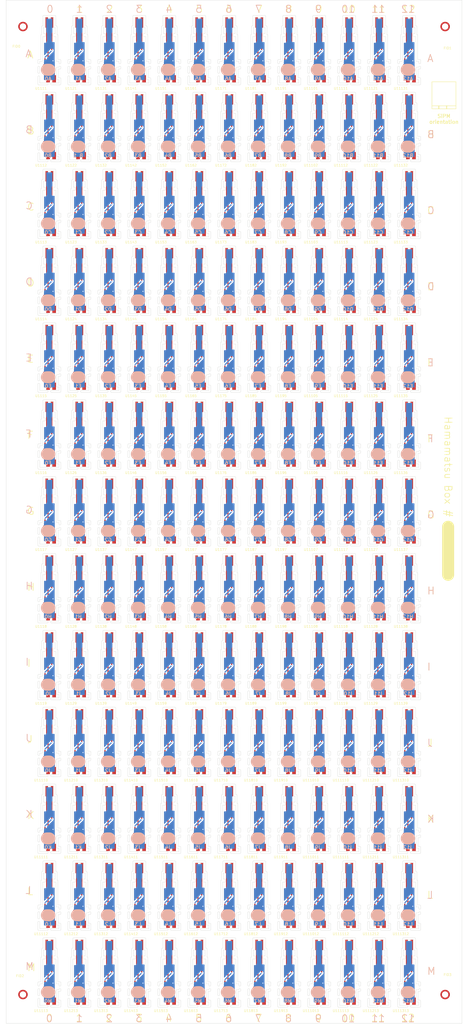
<source format=kicad_pcb>
(kicad_pcb (version 4) (host pcbnew 4.0.2-4+6225~38~ubuntu14.04.1-stable)
  (title_block (title "SiPM to IDC4") (rev RC0) (company "University of Oxford") (comment 1 nick.ryder@physics.ox.ac.uk))
  (layers (0 F.Cu signal) (31 B.Cu signal) (34 B.Paste user) (35 F.Paste user) (36 B.SilkS user) (37 F.SilkS user) (38 B.Mask user) (39 F.Mask user) (44 Edge.Cuts user))
  (net 0 "")
  (net 1 GND)
  (net 2 "Net-(U1-Pad3)")
  (net 3 "Net-(U1-Pad4)")
  (module Fiducials:Fiducial_Modern_CopperTop (layer F.Cu) (at 12 22)
    (fp_text reference FID0 (at -2.75 8.25) (layer F.SilkS))
    (fp_text value Fiducial_Modern_CopperTop)
    (fp_circle (center 0 0) (end 1.52908 0) (layer F.Cu) (width 0.381))
    (fp_circle (center 0 0) (end 1.7907 0) (layer F.Cu) (width 0.381))
  )
  (module Fiducials:Fiducial_Modern_CopperTop (layer F.Cu) (at 188 425)
    (fp_text reference FID3 (at 1 -8.25) (layer F.SilkS))
    (fp_text value Fiducial_Modern_CopperTop)
    (fp_circle (center 0 0) (end 1.52908 0) (layer F.Cu) (width 0.381))
    (fp_circle (center 0 0) (end 1.7907 0) (layer F.Cu) (width 0.381))
  )
  (module Fiducials:Fiducial_Modern_CopperTop (layer F.Cu) (at 188 22)
    (fp_text reference FID1 (at 1 9) (layer F.SilkS))
    (fp_text value Fiducial_Modern_CopperTop)
    (fp_circle (center 0 0) (end 1.52908 0) (layer F.Cu) (width 0.381))
    (fp_circle (center 0 0) (end 1.7907 0) (layer F.Cu) (width 0.381))
  )
  (module sipm_socket:sipm_socket (layer F.Cu) (at 169 429.5)
    (fp_text reference U111313 (at 0.5 2.25) (layer F.SilkS))
    (fp_text value SiPM_Socket)
    (pad 1 smd rect (at 6 -1.75) (size 1.5 3) (layers F.Cu F.Paste F.Mask) (net 1 GND))
    (pad 2 smd rect (at 4.73 -6.25) (size 1.5 3) (layers F.Cu F.Paste F.Mask) (net 1 GND))
    (pad 3 smd rect (at 3.46 -1.75) (size 1.5 3) (layers F.Cu F.Paste F.Mask) (net 2 "Net-(U1-Pad3)"))
    (pad 4 smd rect (at 2.19 -6.25) (size 1.5 3) (layers F.Cu F.Paste F.Mask) (net 3 "Net-(U1-Pad4)"))
    (pad 5 smd rect (at 5.1 -25.175) (size 1 4.35) (layers F.Cu F.Paste F.Mask) (net 3 "Net-(U1-Pad4)"))
    (pad 6 smd rect (at 2.9 -25.175) (size 1 4.35) (layers F.Cu F.Paste F.Mask) (net 2 "Net-(U1-Pad3)"))
  )
  (module sipm_socket:sipm_socket (layer F.Cu) (at 156.5 429.5)
    (fp_text reference U111213 (at 0.5 2.25) (layer F.SilkS))
    (fp_text value SiPM_Socket)
    (pad 1 smd rect (at 6 -1.75) (size 1.5 3) (layers F.Cu F.Paste F.Mask) (net 1 GND))
    (pad 2 smd rect (at 4.73 -6.25) (size 1.5 3) (layers F.Cu F.Paste F.Mask) (net 1 GND))
    (pad 3 smd rect (at 3.46 -1.75) (size 1.5 3) (layers F.Cu F.Paste F.Mask) (net 2 "Net-(U1-Pad3)"))
    (pad 4 smd rect (at 2.19 -6.25) (size 1.5 3) (layers F.Cu F.Paste F.Mask) (net 3 "Net-(U1-Pad4)"))
    (pad 5 smd rect (at 5.1 -25.175) (size 1 4.35) (layers F.Cu F.Paste F.Mask) (net 3 "Net-(U1-Pad4)"))
    (pad 6 smd rect (at 2.9 -25.175) (size 1 4.35) (layers F.Cu F.Paste F.Mask) (net 2 "Net-(U1-Pad3)"))
  )
  (module sipm_socket:sipm_socket (layer F.Cu) (at 144 429.5)
    (fp_text reference U111113 (at 0.5 2.25) (layer F.SilkS))
    (fp_text value SiPM_Socket)
    (pad 1 smd rect (at 6 -1.75) (size 1.5 3) (layers F.Cu F.Paste F.Mask) (net 1 GND))
    (pad 2 smd rect (at 4.73 -6.25) (size 1.5 3) (layers F.Cu F.Paste F.Mask) (net 1 GND))
    (pad 3 smd rect (at 3.46 -1.75) (size 1.5 3) (layers F.Cu F.Paste F.Mask) (net 2 "Net-(U1-Pad3)"))
    (pad 4 smd rect (at 2.19 -6.25) (size 1.5 3) (layers F.Cu F.Paste F.Mask) (net 3 "Net-(U1-Pad4)"))
    (pad 5 smd rect (at 5.1 -25.175) (size 1 4.35) (layers F.Cu F.Paste F.Mask) (net 3 "Net-(U1-Pad4)"))
    (pad 6 smd rect (at 2.9 -25.175) (size 1 4.35) (layers F.Cu F.Paste F.Mask) (net 2 "Net-(U1-Pad3)"))
  )
  (module sipm_socket:sipm_socket (layer F.Cu) (at 131.5 429.5)
    (fp_text reference U111013 (at 0.5 2.25) (layer F.SilkS))
    (fp_text value SiPM_Socket)
    (pad 1 smd rect (at 6 -1.75) (size 1.5 3) (layers F.Cu F.Paste F.Mask) (net 1 GND))
    (pad 2 smd rect (at 4.73 -6.25) (size 1.5 3) (layers F.Cu F.Paste F.Mask) (net 1 GND))
    (pad 3 smd rect (at 3.46 -1.75) (size 1.5 3) (layers F.Cu F.Paste F.Mask) (net 2 "Net-(U1-Pad3)"))
    (pad 4 smd rect (at 2.19 -6.25) (size 1.5 3) (layers F.Cu F.Paste F.Mask) (net 3 "Net-(U1-Pad4)"))
    (pad 5 smd rect (at 5.1 -25.175) (size 1 4.35) (layers F.Cu F.Paste F.Mask) (net 3 "Net-(U1-Pad4)"))
    (pad 6 smd rect (at 2.9 -25.175) (size 1 4.35) (layers F.Cu F.Paste F.Mask) (net 2 "Net-(U1-Pad3)"))
  )
  (module sipm_socket:sipm_socket (layer F.Cu) (at 119 429.5)
    (fp_text reference U11913 (at 0.5 2.25) (layer F.SilkS))
    (fp_text value SiPM_Socket)
    (pad 1 smd rect (at 6 -1.75) (size 1.5 3) (layers F.Cu F.Paste F.Mask) (net 1 GND))
    (pad 2 smd rect (at 4.73 -6.25) (size 1.5 3) (layers F.Cu F.Paste F.Mask) (net 1 GND))
    (pad 3 smd rect (at 3.46 -1.75) (size 1.5 3) (layers F.Cu F.Paste F.Mask) (net 2 "Net-(U1-Pad3)"))
    (pad 4 smd rect (at 2.19 -6.25) (size 1.5 3) (layers F.Cu F.Paste F.Mask) (net 3 "Net-(U1-Pad4)"))
    (pad 5 smd rect (at 5.1 -25.175) (size 1 4.35) (layers F.Cu F.Paste F.Mask) (net 3 "Net-(U1-Pad4)"))
    (pad 6 smd rect (at 2.9 -25.175) (size 1 4.35) (layers F.Cu F.Paste F.Mask) (net 2 "Net-(U1-Pad3)"))
  )
  (module sipm_socket:sipm_socket (layer F.Cu) (at 106.5 429.5)
    (fp_text reference U11813 (at 0.5 2.25) (layer F.SilkS))
    (fp_text value SiPM_Socket)
    (pad 1 smd rect (at 6 -1.75) (size 1.5 3) (layers F.Cu F.Paste F.Mask) (net 1 GND))
    (pad 2 smd rect (at 4.73 -6.25) (size 1.5 3) (layers F.Cu F.Paste F.Mask) (net 1 GND))
    (pad 3 smd rect (at 3.46 -1.75) (size 1.5 3) (layers F.Cu F.Paste F.Mask) (net 2 "Net-(U1-Pad3)"))
    (pad 4 smd rect (at 2.19 -6.25) (size 1.5 3) (layers F.Cu F.Paste F.Mask) (net 3 "Net-(U1-Pad4)"))
    (pad 5 smd rect (at 5.1 -25.175) (size 1 4.35) (layers F.Cu F.Paste F.Mask) (net 3 "Net-(U1-Pad4)"))
    (pad 6 smd rect (at 2.9 -25.175) (size 1 4.35) (layers F.Cu F.Paste F.Mask) (net 2 "Net-(U1-Pad3)"))
  )
  (module sipm_socket:sipm_socket (layer F.Cu) (at 94 429.5)
    (fp_text reference U11713 (at 0.5 2.25) (layer F.SilkS))
    (fp_text value SiPM_Socket)
    (pad 1 smd rect (at 6 -1.75) (size 1.5 3) (layers F.Cu F.Paste F.Mask) (net 1 GND))
    (pad 2 smd rect (at 4.73 -6.25) (size 1.5 3) (layers F.Cu F.Paste F.Mask) (net 1 GND))
    (pad 3 smd rect (at 3.46 -1.75) (size 1.5 3) (layers F.Cu F.Paste F.Mask) (net 2 "Net-(U1-Pad3)"))
    (pad 4 smd rect (at 2.19 -6.25) (size 1.5 3) (layers F.Cu F.Paste F.Mask) (net 3 "Net-(U1-Pad4)"))
    (pad 5 smd rect (at 5.1 -25.175) (size 1 4.35) (layers F.Cu F.Paste F.Mask) (net 3 "Net-(U1-Pad4)"))
    (pad 6 smd rect (at 2.9 -25.175) (size 1 4.35) (layers F.Cu F.Paste F.Mask) (net 2 "Net-(U1-Pad3)"))
  )
  (module sipm_socket:sipm_socket (layer F.Cu) (at 81.5 429.5)
    (fp_text reference U11613 (at 0.5 2.25) (layer F.SilkS))
    (fp_text value SiPM_Socket)
    (pad 1 smd rect (at 6 -1.75) (size 1.5 3) (layers F.Cu F.Paste F.Mask) (net 1 GND))
    (pad 2 smd rect (at 4.73 -6.25) (size 1.5 3) (layers F.Cu F.Paste F.Mask) (net 1 GND))
    (pad 3 smd rect (at 3.46 -1.75) (size 1.5 3) (layers F.Cu F.Paste F.Mask) (net 2 "Net-(U1-Pad3)"))
    (pad 4 smd rect (at 2.19 -6.25) (size 1.5 3) (layers F.Cu F.Paste F.Mask) (net 3 "Net-(U1-Pad4)"))
    (pad 5 smd rect (at 5.1 -25.175) (size 1 4.35) (layers F.Cu F.Paste F.Mask) (net 3 "Net-(U1-Pad4)"))
    (pad 6 smd rect (at 2.9 -25.175) (size 1 4.35) (layers F.Cu F.Paste F.Mask) (net 2 "Net-(U1-Pad3)"))
  )
  (module sipm_socket:sipm_socket (layer F.Cu) (at 69 429.5)
    (fp_text reference U11513 (at 0.5 2.25) (layer F.SilkS))
    (fp_text value SiPM_Socket)
    (pad 1 smd rect (at 6 -1.75) (size 1.5 3) (layers F.Cu F.Paste F.Mask) (net 1 GND))
    (pad 2 smd rect (at 4.73 -6.25) (size 1.5 3) (layers F.Cu F.Paste F.Mask) (net 1 GND))
    (pad 3 smd rect (at 3.46 -1.75) (size 1.5 3) (layers F.Cu F.Paste F.Mask) (net 2 "Net-(U1-Pad3)"))
    (pad 4 smd rect (at 2.19 -6.25) (size 1.5 3) (layers F.Cu F.Paste F.Mask) (net 3 "Net-(U1-Pad4)"))
    (pad 5 smd rect (at 5.1 -25.175) (size 1 4.35) (layers F.Cu F.Paste F.Mask) (net 3 "Net-(U1-Pad4)"))
    (pad 6 smd rect (at 2.9 -25.175) (size 1 4.35) (layers F.Cu F.Paste F.Mask) (net 2 "Net-(U1-Pad3)"))
  )
  (module sipm_socket:sipm_socket (layer F.Cu) (at 56.5 429.5)
    (fp_text reference U11413 (at 0.5 2.25) (layer F.SilkS))
    (fp_text value SiPM_Socket)
    (pad 1 smd rect (at 6 -1.75) (size 1.5 3) (layers F.Cu F.Paste F.Mask) (net 1 GND))
    (pad 2 smd rect (at 4.73 -6.25) (size 1.5 3) (layers F.Cu F.Paste F.Mask) (net 1 GND))
    (pad 3 smd rect (at 3.46 -1.75) (size 1.5 3) (layers F.Cu F.Paste F.Mask) (net 2 "Net-(U1-Pad3)"))
    (pad 4 smd rect (at 2.19 -6.25) (size 1.5 3) (layers F.Cu F.Paste F.Mask) (net 3 "Net-(U1-Pad4)"))
    (pad 5 smd rect (at 5.1 -25.175) (size 1 4.35) (layers F.Cu F.Paste F.Mask) (net 3 "Net-(U1-Pad4)"))
    (pad 6 smd rect (at 2.9 -25.175) (size 1 4.35) (layers F.Cu F.Paste F.Mask) (net 2 "Net-(U1-Pad3)"))
  )
  (module sipm_socket:sipm_socket (layer F.Cu) (at 44 429.5)
    (fp_text reference U11313 (at 0.5 2.25) (layer F.SilkS))
    (fp_text value SiPM_Socket)
    (pad 1 smd rect (at 6 -1.75) (size 1.5 3) (layers F.Cu F.Paste F.Mask) (net 1 GND))
    (pad 2 smd rect (at 4.73 -6.25) (size 1.5 3) (layers F.Cu F.Paste F.Mask) (net 1 GND))
    (pad 3 smd rect (at 3.46 -1.75) (size 1.5 3) (layers F.Cu F.Paste F.Mask) (net 2 "Net-(U1-Pad3)"))
    (pad 4 smd rect (at 2.19 -6.25) (size 1.5 3) (layers F.Cu F.Paste F.Mask) (net 3 "Net-(U1-Pad4)"))
    (pad 5 smd rect (at 5.1 -25.175) (size 1 4.35) (layers F.Cu F.Paste F.Mask) (net 3 "Net-(U1-Pad4)"))
    (pad 6 smd rect (at 2.9 -25.175) (size 1 4.35) (layers F.Cu F.Paste F.Mask) (net 2 "Net-(U1-Pad3)"))
  )
  (module sipm_socket:sipm_socket (layer F.Cu) (at 31.5 429.5)
    (fp_text reference U11213 (at 0.5 2.25) (layer F.SilkS))
    (fp_text value SiPM_Socket)
    (pad 1 smd rect (at 6 -1.75) (size 1.5 3) (layers F.Cu F.Paste F.Mask) (net 1 GND))
    (pad 2 smd rect (at 4.73 -6.25) (size 1.5 3) (layers F.Cu F.Paste F.Mask) (net 1 GND))
    (pad 3 smd rect (at 3.46 -1.75) (size 1.5 3) (layers F.Cu F.Paste F.Mask) (net 2 "Net-(U1-Pad3)"))
    (pad 4 smd rect (at 2.19 -6.25) (size 1.5 3) (layers F.Cu F.Paste F.Mask) (net 3 "Net-(U1-Pad4)"))
    (pad 5 smd rect (at 5.1 -25.175) (size 1 4.35) (layers F.Cu F.Paste F.Mask) (net 3 "Net-(U1-Pad4)"))
    (pad 6 smd rect (at 2.9 -25.175) (size 1 4.35) (layers F.Cu F.Paste F.Mask) (net 2 "Net-(U1-Pad3)"))
  )
  (module sipm_socket:sipm_socket (layer F.Cu) (at 19 429.5)
    (fp_text reference U11113 (at 0.5 2.25) (layer F.SilkS))
    (fp_text value SiPM_Socket)
    (pad 1 smd rect (at 6 -1.75) (size 1.5 3) (layers F.Cu F.Paste F.Mask) (net 1 GND))
    (pad 2 smd rect (at 4.73 -6.25) (size 1.5 3) (layers F.Cu F.Paste F.Mask) (net 1 GND))
    (pad 3 smd rect (at 3.46 -1.75) (size 1.5 3) (layers F.Cu F.Paste F.Mask) (net 2 "Net-(U1-Pad3)"))
    (pad 4 smd rect (at 2.19 -6.25) (size 1.5 3) (layers F.Cu F.Paste F.Mask) (net 3 "Net-(U1-Pad4)"))
    (pad 5 smd rect (at 5.1 -25.175) (size 1 4.35) (layers F.Cu F.Paste F.Mask) (net 3 "Net-(U1-Pad4)"))
    (pad 6 smd rect (at 2.9 -25.175) (size 1 4.35) (layers F.Cu F.Paste F.Mask) (net 2 "Net-(U1-Pad3)"))
  )
  (module sipm_socket:sipm_socket (layer F.Cu) (at 169 397.5)
    (fp_text reference U111312 (at 0.5 2.25) (layer F.SilkS))
    (fp_text value SiPM_Socket)
    (pad 1 smd rect (at 6 -1.75) (size 1.5 3) (layers F.Cu F.Paste F.Mask) (net 1 GND))
    (pad 2 smd rect (at 4.73 -6.25) (size 1.5 3) (layers F.Cu F.Paste F.Mask) (net 1 GND))
    (pad 3 smd rect (at 3.46 -1.75) (size 1.5 3) (layers F.Cu F.Paste F.Mask) (net 2 "Net-(U1-Pad3)"))
    (pad 4 smd rect (at 2.19 -6.25) (size 1.5 3) (layers F.Cu F.Paste F.Mask) (net 3 "Net-(U1-Pad4)"))
    (pad 5 smd rect (at 5.1 -25.175) (size 1 4.35) (layers F.Cu F.Paste F.Mask) (net 3 "Net-(U1-Pad4)"))
    (pad 6 smd rect (at 2.9 -25.175) (size 1 4.35) (layers F.Cu F.Paste F.Mask) (net 2 "Net-(U1-Pad3)"))
  )
  (module sipm_socket:sipm_socket (layer F.Cu) (at 156.5 397.5)
    (fp_text reference U111212 (at 0.5 2.25) (layer F.SilkS))
    (fp_text value SiPM_Socket)
    (pad 1 smd rect (at 6 -1.75) (size 1.5 3) (layers F.Cu F.Paste F.Mask) (net 1 GND))
    (pad 2 smd rect (at 4.73 -6.25) (size 1.5 3) (layers F.Cu F.Paste F.Mask) (net 1 GND))
    (pad 3 smd rect (at 3.46 -1.75) (size 1.5 3) (layers F.Cu F.Paste F.Mask) (net 2 "Net-(U1-Pad3)"))
    (pad 4 smd rect (at 2.19 -6.25) (size 1.5 3) (layers F.Cu F.Paste F.Mask) (net 3 "Net-(U1-Pad4)"))
    (pad 5 smd rect (at 5.1 -25.175) (size 1 4.35) (layers F.Cu F.Paste F.Mask) (net 3 "Net-(U1-Pad4)"))
    (pad 6 smd rect (at 2.9 -25.175) (size 1 4.35) (layers F.Cu F.Paste F.Mask) (net 2 "Net-(U1-Pad3)"))
  )
  (module sipm_socket:sipm_socket (layer F.Cu) (at 144 397.5)
    (fp_text reference U111112 (at 0.5 2.25) (layer F.SilkS))
    (fp_text value SiPM_Socket)
    (pad 1 smd rect (at 6 -1.75) (size 1.5 3) (layers F.Cu F.Paste F.Mask) (net 1 GND))
    (pad 2 smd rect (at 4.73 -6.25) (size 1.5 3) (layers F.Cu F.Paste F.Mask) (net 1 GND))
    (pad 3 smd rect (at 3.46 -1.75) (size 1.5 3) (layers F.Cu F.Paste F.Mask) (net 2 "Net-(U1-Pad3)"))
    (pad 4 smd rect (at 2.19 -6.25) (size 1.5 3) (layers F.Cu F.Paste F.Mask) (net 3 "Net-(U1-Pad4)"))
    (pad 5 smd rect (at 5.1 -25.175) (size 1 4.35) (layers F.Cu F.Paste F.Mask) (net 3 "Net-(U1-Pad4)"))
    (pad 6 smd rect (at 2.9 -25.175) (size 1 4.35) (layers F.Cu F.Paste F.Mask) (net 2 "Net-(U1-Pad3)"))
  )
  (module sipm_socket:sipm_socket (layer F.Cu) (at 131.5 397.5)
    (fp_text reference U111012 (at 0.5 2.25) (layer F.SilkS))
    (fp_text value SiPM_Socket)
    (pad 1 smd rect (at 6 -1.75) (size 1.5 3) (layers F.Cu F.Paste F.Mask) (net 1 GND))
    (pad 2 smd rect (at 4.73 -6.25) (size 1.5 3) (layers F.Cu F.Paste F.Mask) (net 1 GND))
    (pad 3 smd rect (at 3.46 -1.75) (size 1.5 3) (layers F.Cu F.Paste F.Mask) (net 2 "Net-(U1-Pad3)"))
    (pad 4 smd rect (at 2.19 -6.25) (size 1.5 3) (layers F.Cu F.Paste F.Mask) (net 3 "Net-(U1-Pad4)"))
    (pad 5 smd rect (at 5.1 -25.175) (size 1 4.35) (layers F.Cu F.Paste F.Mask) (net 3 "Net-(U1-Pad4)"))
    (pad 6 smd rect (at 2.9 -25.175) (size 1 4.35) (layers F.Cu F.Paste F.Mask) (net 2 "Net-(U1-Pad3)"))
  )
  (module sipm_socket:sipm_socket (layer F.Cu) (at 119 397.5)
    (fp_text reference U11912 (at 0.5 2.25) (layer F.SilkS))
    (fp_text value SiPM_Socket)
    (pad 1 smd rect (at 6 -1.75) (size 1.5 3) (layers F.Cu F.Paste F.Mask) (net 1 GND))
    (pad 2 smd rect (at 4.73 -6.25) (size 1.5 3) (layers F.Cu F.Paste F.Mask) (net 1 GND))
    (pad 3 smd rect (at 3.46 -1.75) (size 1.5 3) (layers F.Cu F.Paste F.Mask) (net 2 "Net-(U1-Pad3)"))
    (pad 4 smd rect (at 2.19 -6.25) (size 1.5 3) (layers F.Cu F.Paste F.Mask) (net 3 "Net-(U1-Pad4)"))
    (pad 5 smd rect (at 5.1 -25.175) (size 1 4.35) (layers F.Cu F.Paste F.Mask) (net 3 "Net-(U1-Pad4)"))
    (pad 6 smd rect (at 2.9 -25.175) (size 1 4.35) (layers F.Cu F.Paste F.Mask) (net 2 "Net-(U1-Pad3)"))
  )
  (module sipm_socket:sipm_socket (layer F.Cu) (at 106.5 397.5)
    (fp_text reference U11812 (at 0.5 2.25) (layer F.SilkS))
    (fp_text value SiPM_Socket)
    (pad 1 smd rect (at 6 -1.75) (size 1.5 3) (layers F.Cu F.Paste F.Mask) (net 1 GND))
    (pad 2 smd rect (at 4.73 -6.25) (size 1.5 3) (layers F.Cu F.Paste F.Mask) (net 1 GND))
    (pad 3 smd rect (at 3.46 -1.75) (size 1.5 3) (layers F.Cu F.Paste F.Mask) (net 2 "Net-(U1-Pad3)"))
    (pad 4 smd rect (at 2.19 -6.25) (size 1.5 3) (layers F.Cu F.Paste F.Mask) (net 3 "Net-(U1-Pad4)"))
    (pad 5 smd rect (at 5.1 -25.175) (size 1 4.35) (layers F.Cu F.Paste F.Mask) (net 3 "Net-(U1-Pad4)"))
    (pad 6 smd rect (at 2.9 -25.175) (size 1 4.35) (layers F.Cu F.Paste F.Mask) (net 2 "Net-(U1-Pad3)"))
  )
  (module sipm_socket:sipm_socket (layer F.Cu) (at 94 397.5)
    (fp_text reference U11712 (at 0.5 2.25) (layer F.SilkS))
    (fp_text value SiPM_Socket)
    (pad 1 smd rect (at 6 -1.75) (size 1.5 3) (layers F.Cu F.Paste F.Mask) (net 1 GND))
    (pad 2 smd rect (at 4.73 -6.25) (size 1.5 3) (layers F.Cu F.Paste F.Mask) (net 1 GND))
    (pad 3 smd rect (at 3.46 -1.75) (size 1.5 3) (layers F.Cu F.Paste F.Mask) (net 2 "Net-(U1-Pad3)"))
    (pad 4 smd rect (at 2.19 -6.25) (size 1.5 3) (layers F.Cu F.Paste F.Mask) (net 3 "Net-(U1-Pad4)"))
    (pad 5 smd rect (at 5.1 -25.175) (size 1 4.35) (layers F.Cu F.Paste F.Mask) (net 3 "Net-(U1-Pad4)"))
    (pad 6 smd rect (at 2.9 -25.175) (size 1 4.35) (layers F.Cu F.Paste F.Mask) (net 2 "Net-(U1-Pad3)"))
  )
  (module sipm_socket:sipm_socket (layer F.Cu) (at 81.5 397.5)
    (fp_text reference U11612 (at 0.5 2.25) (layer F.SilkS))
    (fp_text value SiPM_Socket)
    (pad 1 smd rect (at 6 -1.75) (size 1.5 3) (layers F.Cu F.Paste F.Mask) (net 1 GND))
    (pad 2 smd rect (at 4.73 -6.25) (size 1.5 3) (layers F.Cu F.Paste F.Mask) (net 1 GND))
    (pad 3 smd rect (at 3.46 -1.75) (size 1.5 3) (layers F.Cu F.Paste F.Mask) (net 2 "Net-(U1-Pad3)"))
    (pad 4 smd rect (at 2.19 -6.25) (size 1.5 3) (layers F.Cu F.Paste F.Mask) (net 3 "Net-(U1-Pad4)"))
    (pad 5 smd rect (at 5.1 -25.175) (size 1 4.35) (layers F.Cu F.Paste F.Mask) (net 3 "Net-(U1-Pad4)"))
    (pad 6 smd rect (at 2.9 -25.175) (size 1 4.35) (layers F.Cu F.Paste F.Mask) (net 2 "Net-(U1-Pad3)"))
  )
  (module sipm_socket:sipm_socket (layer F.Cu) (at 69 397.5)
    (fp_text reference U11512 (at 0.5 2.25) (layer F.SilkS))
    (fp_text value SiPM_Socket)
    (pad 1 smd rect (at 6 -1.75) (size 1.5 3) (layers F.Cu F.Paste F.Mask) (net 1 GND))
    (pad 2 smd rect (at 4.73 -6.25) (size 1.5 3) (layers F.Cu F.Paste F.Mask) (net 1 GND))
    (pad 3 smd rect (at 3.46 -1.75) (size 1.5 3) (layers F.Cu F.Paste F.Mask) (net 2 "Net-(U1-Pad3)"))
    (pad 4 smd rect (at 2.19 -6.25) (size 1.5 3) (layers F.Cu F.Paste F.Mask) (net 3 "Net-(U1-Pad4)"))
    (pad 5 smd rect (at 5.1 -25.175) (size 1 4.35) (layers F.Cu F.Paste F.Mask) (net 3 "Net-(U1-Pad4)"))
    (pad 6 smd rect (at 2.9 -25.175) (size 1 4.35) (layers F.Cu F.Paste F.Mask) (net 2 "Net-(U1-Pad3)"))
  )
  (module sipm_socket:sipm_socket (layer F.Cu) (at 56.5 397.5)
    (fp_text reference U11412 (at 0.5 2.25) (layer F.SilkS))
    (fp_text value SiPM_Socket)
    (pad 1 smd rect (at 6 -1.75) (size 1.5 3) (layers F.Cu F.Paste F.Mask) (net 1 GND))
    (pad 2 smd rect (at 4.73 -6.25) (size 1.5 3) (layers F.Cu F.Paste F.Mask) (net 1 GND))
    (pad 3 smd rect (at 3.46 -1.75) (size 1.5 3) (layers F.Cu F.Paste F.Mask) (net 2 "Net-(U1-Pad3)"))
    (pad 4 smd rect (at 2.19 -6.25) (size 1.5 3) (layers F.Cu F.Paste F.Mask) (net 3 "Net-(U1-Pad4)"))
    (pad 5 smd rect (at 5.1 -25.175) (size 1 4.35) (layers F.Cu F.Paste F.Mask) (net 3 "Net-(U1-Pad4)"))
    (pad 6 smd rect (at 2.9 -25.175) (size 1 4.35) (layers F.Cu F.Paste F.Mask) (net 2 "Net-(U1-Pad3)"))
  )
  (module sipm_socket:sipm_socket (layer F.Cu) (at 44 397.5)
    (fp_text reference U11312 (at 0.5 2.25) (layer F.SilkS))
    (fp_text value SiPM_Socket)
    (pad 1 smd rect (at 6 -1.75) (size 1.5 3) (layers F.Cu F.Paste F.Mask) (net 1 GND))
    (pad 2 smd rect (at 4.73 -6.25) (size 1.5 3) (layers F.Cu F.Paste F.Mask) (net 1 GND))
    (pad 3 smd rect (at 3.46 -1.75) (size 1.5 3) (layers F.Cu F.Paste F.Mask) (net 2 "Net-(U1-Pad3)"))
    (pad 4 smd rect (at 2.19 -6.25) (size 1.5 3) (layers F.Cu F.Paste F.Mask) (net 3 "Net-(U1-Pad4)"))
    (pad 5 smd rect (at 5.1 -25.175) (size 1 4.35) (layers F.Cu F.Paste F.Mask) (net 3 "Net-(U1-Pad4)"))
    (pad 6 smd rect (at 2.9 -25.175) (size 1 4.35) (layers F.Cu F.Paste F.Mask) (net 2 "Net-(U1-Pad3)"))
  )
  (module sipm_socket:sipm_socket (layer F.Cu) (at 31.5 397.5)
    (fp_text reference U11212 (at 0.5 2.25) (layer F.SilkS))
    (fp_text value SiPM_Socket)
    (pad 1 smd rect (at 6 -1.75) (size 1.5 3) (layers F.Cu F.Paste F.Mask) (net 1 GND))
    (pad 2 smd rect (at 4.73 -6.25) (size 1.5 3) (layers F.Cu F.Paste F.Mask) (net 1 GND))
    (pad 3 smd rect (at 3.46 -1.75) (size 1.5 3) (layers F.Cu F.Paste F.Mask) (net 2 "Net-(U1-Pad3)"))
    (pad 4 smd rect (at 2.19 -6.25) (size 1.5 3) (layers F.Cu F.Paste F.Mask) (net 3 "Net-(U1-Pad4)"))
    (pad 5 smd rect (at 5.1 -25.175) (size 1 4.35) (layers F.Cu F.Paste F.Mask) (net 3 "Net-(U1-Pad4)"))
    (pad 6 smd rect (at 2.9 -25.175) (size 1 4.35) (layers F.Cu F.Paste F.Mask) (net 2 "Net-(U1-Pad3)"))
  )
  (module sipm_socket:sipm_socket (layer F.Cu) (at 19 397.5)
    (fp_text reference U11112 (at 0.5 2.25) (layer F.SilkS))
    (fp_text value SiPM_Socket)
    (pad 1 smd rect (at 6 -1.75) (size 1.5 3) (layers F.Cu F.Paste F.Mask) (net 1 GND))
    (pad 2 smd rect (at 4.73 -6.25) (size 1.5 3) (layers F.Cu F.Paste F.Mask) (net 1 GND))
    (pad 3 smd rect (at 3.46 -1.75) (size 1.5 3) (layers F.Cu F.Paste F.Mask) (net 2 "Net-(U1-Pad3)"))
    (pad 4 smd rect (at 2.19 -6.25) (size 1.5 3) (layers F.Cu F.Paste F.Mask) (net 3 "Net-(U1-Pad4)"))
    (pad 5 smd rect (at 5.1 -25.175) (size 1 4.35) (layers F.Cu F.Paste F.Mask) (net 3 "Net-(U1-Pad4)"))
    (pad 6 smd rect (at 2.9 -25.175) (size 1 4.35) (layers F.Cu F.Paste F.Mask) (net 2 "Net-(U1-Pad3)"))
  )
  (module sipm_socket:sipm_socket (layer F.Cu) (at 169 365.5)
    (fp_text reference U111311 (at 0.5 2.25) (layer F.SilkS))
    (fp_text value SiPM_Socket)
    (pad 1 smd rect (at 6 -1.75) (size 1.5 3) (layers F.Cu F.Paste F.Mask) (net 1 GND))
    (pad 2 smd rect (at 4.73 -6.25) (size 1.5 3) (layers F.Cu F.Paste F.Mask) (net 1 GND))
    (pad 3 smd rect (at 3.46 -1.75) (size 1.5 3) (layers F.Cu F.Paste F.Mask) (net 2 "Net-(U1-Pad3)"))
    (pad 4 smd rect (at 2.19 -6.25) (size 1.5 3) (layers F.Cu F.Paste F.Mask) (net 3 "Net-(U1-Pad4)"))
    (pad 5 smd rect (at 5.1 -25.175) (size 1 4.35) (layers F.Cu F.Paste F.Mask) (net 3 "Net-(U1-Pad4)"))
    (pad 6 smd rect (at 2.9 -25.175) (size 1 4.35) (layers F.Cu F.Paste F.Mask) (net 2 "Net-(U1-Pad3)"))
  )
  (module sipm_socket:sipm_socket (layer F.Cu) (at 156.5 365.5)
    (fp_text reference U111211 (at 0.5 2.25) (layer F.SilkS))
    (fp_text value SiPM_Socket)
    (pad 1 smd rect (at 6 -1.75) (size 1.5 3) (layers F.Cu F.Paste F.Mask) (net 1 GND))
    (pad 2 smd rect (at 4.73 -6.25) (size 1.5 3) (layers F.Cu F.Paste F.Mask) (net 1 GND))
    (pad 3 smd rect (at 3.46 -1.75) (size 1.5 3) (layers F.Cu F.Paste F.Mask) (net 2 "Net-(U1-Pad3)"))
    (pad 4 smd rect (at 2.19 -6.25) (size 1.5 3) (layers F.Cu F.Paste F.Mask) (net 3 "Net-(U1-Pad4)"))
    (pad 5 smd rect (at 5.1 -25.175) (size 1 4.35) (layers F.Cu F.Paste F.Mask) (net 3 "Net-(U1-Pad4)"))
    (pad 6 smd rect (at 2.9 -25.175) (size 1 4.35) (layers F.Cu F.Paste F.Mask) (net 2 "Net-(U1-Pad3)"))
  )
  (module sipm_socket:sipm_socket (layer F.Cu) (at 144 365.5)
    (fp_text reference U111111 (at 0.5 2.25) (layer F.SilkS))
    (fp_text value SiPM_Socket)
    (pad 1 smd rect (at 6 -1.75) (size 1.5 3) (layers F.Cu F.Paste F.Mask) (net 1 GND))
    (pad 2 smd rect (at 4.73 -6.25) (size 1.5 3) (layers F.Cu F.Paste F.Mask) (net 1 GND))
    (pad 3 smd rect (at 3.46 -1.75) (size 1.5 3) (layers F.Cu F.Paste F.Mask) (net 2 "Net-(U1-Pad3)"))
    (pad 4 smd rect (at 2.19 -6.25) (size 1.5 3) (layers F.Cu F.Paste F.Mask) (net 3 "Net-(U1-Pad4)"))
    (pad 5 smd rect (at 5.1 -25.175) (size 1 4.35) (layers F.Cu F.Paste F.Mask) (net 3 "Net-(U1-Pad4)"))
    (pad 6 smd rect (at 2.9 -25.175) (size 1 4.35) (layers F.Cu F.Paste F.Mask) (net 2 "Net-(U1-Pad3)"))
  )
  (module sipm_socket:sipm_socket (layer F.Cu) (at 131.5 365.5)
    (fp_text reference U111011 (at 0.5 2.25) (layer F.SilkS))
    (fp_text value SiPM_Socket)
    (pad 1 smd rect (at 6 -1.75) (size 1.5 3) (layers F.Cu F.Paste F.Mask) (net 1 GND))
    (pad 2 smd rect (at 4.73 -6.25) (size 1.5 3) (layers F.Cu F.Paste F.Mask) (net 1 GND))
    (pad 3 smd rect (at 3.46 -1.75) (size 1.5 3) (layers F.Cu F.Paste F.Mask) (net 2 "Net-(U1-Pad3)"))
    (pad 4 smd rect (at 2.19 -6.25) (size 1.5 3) (layers F.Cu F.Paste F.Mask) (net 3 "Net-(U1-Pad4)"))
    (pad 5 smd rect (at 5.1 -25.175) (size 1 4.35) (layers F.Cu F.Paste F.Mask) (net 3 "Net-(U1-Pad4)"))
    (pad 6 smd rect (at 2.9 -25.175) (size 1 4.35) (layers F.Cu F.Paste F.Mask) (net 2 "Net-(U1-Pad3)"))
  )
  (module sipm_socket:sipm_socket (layer F.Cu) (at 119 365.5)
    (fp_text reference U11911 (at 0.5 2.25) (layer F.SilkS))
    (fp_text value SiPM_Socket)
    (pad 1 smd rect (at 6 -1.75) (size 1.5 3) (layers F.Cu F.Paste F.Mask) (net 1 GND))
    (pad 2 smd rect (at 4.73 -6.25) (size 1.5 3) (layers F.Cu F.Paste F.Mask) (net 1 GND))
    (pad 3 smd rect (at 3.46 -1.75) (size 1.5 3) (layers F.Cu F.Paste F.Mask) (net 2 "Net-(U1-Pad3)"))
    (pad 4 smd rect (at 2.19 -6.25) (size 1.5 3) (layers F.Cu F.Paste F.Mask) (net 3 "Net-(U1-Pad4)"))
    (pad 5 smd rect (at 5.1 -25.175) (size 1 4.35) (layers F.Cu F.Paste F.Mask) (net 3 "Net-(U1-Pad4)"))
    (pad 6 smd rect (at 2.9 -25.175) (size 1 4.35) (layers F.Cu F.Paste F.Mask) (net 2 "Net-(U1-Pad3)"))
  )
  (module sipm_socket:sipm_socket (layer F.Cu) (at 106.5 365.5)
    (fp_text reference U11811 (at 0.5 2.25) (layer F.SilkS))
    (fp_text value SiPM_Socket)
    (pad 1 smd rect (at 6 -1.75) (size 1.5 3) (layers F.Cu F.Paste F.Mask) (net 1 GND))
    (pad 2 smd rect (at 4.73 -6.25) (size 1.5 3) (layers F.Cu F.Paste F.Mask) (net 1 GND))
    (pad 3 smd rect (at 3.46 -1.75) (size 1.5 3) (layers F.Cu F.Paste F.Mask) (net 2 "Net-(U1-Pad3)"))
    (pad 4 smd rect (at 2.19 -6.25) (size 1.5 3) (layers F.Cu F.Paste F.Mask) (net 3 "Net-(U1-Pad4)"))
    (pad 5 smd rect (at 5.1 -25.175) (size 1 4.35) (layers F.Cu F.Paste F.Mask) (net 3 "Net-(U1-Pad4)"))
    (pad 6 smd rect (at 2.9 -25.175) (size 1 4.35) (layers F.Cu F.Paste F.Mask) (net 2 "Net-(U1-Pad3)"))
  )
  (module sipm_socket:sipm_socket (layer F.Cu) (at 94 365.5)
    (fp_text reference U11711 (at 0.5 2.25) (layer F.SilkS))
    (fp_text value SiPM_Socket)
    (pad 1 smd rect (at 6 -1.75) (size 1.5 3) (layers F.Cu F.Paste F.Mask) (net 1 GND))
    (pad 2 smd rect (at 4.73 -6.25) (size 1.5 3) (layers F.Cu F.Paste F.Mask) (net 1 GND))
    (pad 3 smd rect (at 3.46 -1.75) (size 1.5 3) (layers F.Cu F.Paste F.Mask) (net 2 "Net-(U1-Pad3)"))
    (pad 4 smd rect (at 2.19 -6.25) (size 1.5 3) (layers F.Cu F.Paste F.Mask) (net 3 "Net-(U1-Pad4)"))
    (pad 5 smd rect (at 5.1 -25.175) (size 1 4.35) (layers F.Cu F.Paste F.Mask) (net 3 "Net-(U1-Pad4)"))
    (pad 6 smd rect (at 2.9 -25.175) (size 1 4.35) (layers F.Cu F.Paste F.Mask) (net 2 "Net-(U1-Pad3)"))
  )
  (module sipm_socket:sipm_socket (layer F.Cu) (at 81.5 365.5)
    (fp_text reference U11611 (at 0.5 2.25) (layer F.SilkS))
    (fp_text value SiPM_Socket)
    (pad 1 smd rect (at 6 -1.75) (size 1.5 3) (layers F.Cu F.Paste F.Mask) (net 1 GND))
    (pad 2 smd rect (at 4.73 -6.25) (size 1.5 3) (layers F.Cu F.Paste F.Mask) (net 1 GND))
    (pad 3 smd rect (at 3.46 -1.75) (size 1.5 3) (layers F.Cu F.Paste F.Mask) (net 2 "Net-(U1-Pad3)"))
    (pad 4 smd rect (at 2.19 -6.25) (size 1.5 3) (layers F.Cu F.Paste F.Mask) (net 3 "Net-(U1-Pad4)"))
    (pad 5 smd rect (at 5.1 -25.175) (size 1 4.35) (layers F.Cu F.Paste F.Mask) (net 3 "Net-(U1-Pad4)"))
    (pad 6 smd rect (at 2.9 -25.175) (size 1 4.35) (layers F.Cu F.Paste F.Mask) (net 2 "Net-(U1-Pad3)"))
  )
  (module sipm_socket:sipm_socket (layer F.Cu) (at 69 365.5)
    (fp_text reference U11511 (at 0.5 2.25) (layer F.SilkS))
    (fp_text value SiPM_Socket)
    (pad 1 smd rect (at 6 -1.75) (size 1.5 3) (layers F.Cu F.Paste F.Mask) (net 1 GND))
    (pad 2 smd rect (at 4.73 -6.25) (size 1.5 3) (layers F.Cu F.Paste F.Mask) (net 1 GND))
    (pad 3 smd rect (at 3.46 -1.75) (size 1.5 3) (layers F.Cu F.Paste F.Mask) (net 2 "Net-(U1-Pad3)"))
    (pad 4 smd rect (at 2.19 -6.25) (size 1.5 3) (layers F.Cu F.Paste F.Mask) (net 3 "Net-(U1-Pad4)"))
    (pad 5 smd rect (at 5.1 -25.175) (size 1 4.35) (layers F.Cu F.Paste F.Mask) (net 3 "Net-(U1-Pad4)"))
    (pad 6 smd rect (at 2.9 -25.175) (size 1 4.35) (layers F.Cu F.Paste F.Mask) (net 2 "Net-(U1-Pad3)"))
  )
  (module sipm_socket:sipm_socket (layer F.Cu) (at 56.5 365.5)
    (fp_text reference U11411 (at 0.5 2.25) (layer F.SilkS))
    (fp_text value SiPM_Socket)
    (pad 1 smd rect (at 6 -1.75) (size 1.5 3) (layers F.Cu F.Paste F.Mask) (net 1 GND))
    (pad 2 smd rect (at 4.73 -6.25) (size 1.5 3) (layers F.Cu F.Paste F.Mask) (net 1 GND))
    (pad 3 smd rect (at 3.46 -1.75) (size 1.5 3) (layers F.Cu F.Paste F.Mask) (net 2 "Net-(U1-Pad3)"))
    (pad 4 smd rect (at 2.19 -6.25) (size 1.5 3) (layers F.Cu F.Paste F.Mask) (net 3 "Net-(U1-Pad4)"))
    (pad 5 smd rect (at 5.1 -25.175) (size 1 4.35) (layers F.Cu F.Paste F.Mask) (net 3 "Net-(U1-Pad4)"))
    (pad 6 smd rect (at 2.9 -25.175) (size 1 4.35) (layers F.Cu F.Paste F.Mask) (net 2 "Net-(U1-Pad3)"))
  )
  (module sipm_socket:sipm_socket (layer F.Cu) (at 44 365.5)
    (fp_text reference U11311 (at 0.5 2.25) (layer F.SilkS))
    (fp_text value SiPM_Socket)
    (pad 1 smd rect (at 6 -1.75) (size 1.5 3) (layers F.Cu F.Paste F.Mask) (net 1 GND))
    (pad 2 smd rect (at 4.73 -6.25) (size 1.5 3) (layers F.Cu F.Paste F.Mask) (net 1 GND))
    (pad 3 smd rect (at 3.46 -1.75) (size 1.5 3) (layers F.Cu F.Paste F.Mask) (net 2 "Net-(U1-Pad3)"))
    (pad 4 smd rect (at 2.19 -6.25) (size 1.5 3) (layers F.Cu F.Paste F.Mask) (net 3 "Net-(U1-Pad4)"))
    (pad 5 smd rect (at 5.1 -25.175) (size 1 4.35) (layers F.Cu F.Paste F.Mask) (net 3 "Net-(U1-Pad4)"))
    (pad 6 smd rect (at 2.9 -25.175) (size 1 4.35) (layers F.Cu F.Paste F.Mask) (net 2 "Net-(U1-Pad3)"))
  )
  (module sipm_socket:sipm_socket (layer F.Cu) (at 31.5 365.5)
    (fp_text reference U11211 (at 0.5 2.25) (layer F.SilkS))
    (fp_text value SiPM_Socket)
    (pad 1 smd rect (at 6 -1.75) (size 1.5 3) (layers F.Cu F.Paste F.Mask) (net 1 GND))
    (pad 2 smd rect (at 4.73 -6.25) (size 1.5 3) (layers F.Cu F.Paste F.Mask) (net 1 GND))
    (pad 3 smd rect (at 3.46 -1.75) (size 1.5 3) (layers F.Cu F.Paste F.Mask) (net 2 "Net-(U1-Pad3)"))
    (pad 4 smd rect (at 2.19 -6.25) (size 1.5 3) (layers F.Cu F.Paste F.Mask) (net 3 "Net-(U1-Pad4)"))
    (pad 5 smd rect (at 5.1 -25.175) (size 1 4.35) (layers F.Cu F.Paste F.Mask) (net 3 "Net-(U1-Pad4)"))
    (pad 6 smd rect (at 2.9 -25.175) (size 1 4.35) (layers F.Cu F.Paste F.Mask) (net 2 "Net-(U1-Pad3)"))
  )
  (module sipm_socket:sipm_socket (layer F.Cu) (at 19 365.5)
    (fp_text reference U11111 (at 0.5 2.25) (layer F.SilkS))
    (fp_text value SiPM_Socket)
    (pad 1 smd rect (at 6 -1.75) (size 1.5 3) (layers F.Cu F.Paste F.Mask) (net 1 GND))
    (pad 2 smd rect (at 4.73 -6.25) (size 1.5 3) (layers F.Cu F.Paste F.Mask) (net 1 GND))
    (pad 3 smd rect (at 3.46 -1.75) (size 1.5 3) (layers F.Cu F.Paste F.Mask) (net 2 "Net-(U1-Pad3)"))
    (pad 4 smd rect (at 2.19 -6.25) (size 1.5 3) (layers F.Cu F.Paste F.Mask) (net 3 "Net-(U1-Pad4)"))
    (pad 5 smd rect (at 5.1 -25.175) (size 1 4.35) (layers F.Cu F.Paste F.Mask) (net 3 "Net-(U1-Pad4)"))
    (pad 6 smd rect (at 2.9 -25.175) (size 1 4.35) (layers F.Cu F.Paste F.Mask) (net 2 "Net-(U1-Pad3)"))
  )
  (module sipm_socket:sipm_socket (layer F.Cu) (at 169 333.5)
    (fp_text reference U111310 (at 0.5 2.25) (layer F.SilkS))
    (fp_text value SiPM_Socket)
    (pad 1 smd rect (at 6 -1.75) (size 1.5 3) (layers F.Cu F.Paste F.Mask) (net 1 GND))
    (pad 2 smd rect (at 4.73 -6.25) (size 1.5 3) (layers F.Cu F.Paste F.Mask) (net 1 GND))
    (pad 3 smd rect (at 3.46 -1.75) (size 1.5 3) (layers F.Cu F.Paste F.Mask) (net 2 "Net-(U1-Pad3)"))
    (pad 4 smd rect (at 2.19 -6.25) (size 1.5 3) (layers F.Cu F.Paste F.Mask) (net 3 "Net-(U1-Pad4)"))
    (pad 5 smd rect (at 5.1 -25.175) (size 1 4.35) (layers F.Cu F.Paste F.Mask) (net 3 "Net-(U1-Pad4)"))
    (pad 6 smd rect (at 2.9 -25.175) (size 1 4.35) (layers F.Cu F.Paste F.Mask) (net 2 "Net-(U1-Pad3)"))
  )
  (module sipm_socket:sipm_socket (layer F.Cu) (at 156.5 333.5)
    (fp_text reference U111210 (at 0.5 2.25) (layer F.SilkS))
    (fp_text value SiPM_Socket)
    (pad 1 smd rect (at 6 -1.75) (size 1.5 3) (layers F.Cu F.Paste F.Mask) (net 1 GND))
    (pad 2 smd rect (at 4.73 -6.25) (size 1.5 3) (layers F.Cu F.Paste F.Mask) (net 1 GND))
    (pad 3 smd rect (at 3.46 -1.75) (size 1.5 3) (layers F.Cu F.Paste F.Mask) (net 2 "Net-(U1-Pad3)"))
    (pad 4 smd rect (at 2.19 -6.25) (size 1.5 3) (layers F.Cu F.Paste F.Mask) (net 3 "Net-(U1-Pad4)"))
    (pad 5 smd rect (at 5.1 -25.175) (size 1 4.35) (layers F.Cu F.Paste F.Mask) (net 3 "Net-(U1-Pad4)"))
    (pad 6 smd rect (at 2.9 -25.175) (size 1 4.35) (layers F.Cu F.Paste F.Mask) (net 2 "Net-(U1-Pad3)"))
  )
  (module sipm_socket:sipm_socket (layer F.Cu) (at 144 333.5)
    (fp_text reference U111110 (at 0.5 2.25) (layer F.SilkS))
    (fp_text value SiPM_Socket)
    (pad 1 smd rect (at 6 -1.75) (size 1.5 3) (layers F.Cu F.Paste F.Mask) (net 1 GND))
    (pad 2 smd rect (at 4.73 -6.25) (size 1.5 3) (layers F.Cu F.Paste F.Mask) (net 1 GND))
    (pad 3 smd rect (at 3.46 -1.75) (size 1.5 3) (layers F.Cu F.Paste F.Mask) (net 2 "Net-(U1-Pad3)"))
    (pad 4 smd rect (at 2.19 -6.25) (size 1.5 3) (layers F.Cu F.Paste F.Mask) (net 3 "Net-(U1-Pad4)"))
    (pad 5 smd rect (at 5.1 -25.175) (size 1 4.35) (layers F.Cu F.Paste F.Mask) (net 3 "Net-(U1-Pad4)"))
    (pad 6 smd rect (at 2.9 -25.175) (size 1 4.35) (layers F.Cu F.Paste F.Mask) (net 2 "Net-(U1-Pad3)"))
  )
  (module sipm_socket:sipm_socket (layer F.Cu) (at 131.5 333.5)
    (fp_text reference U111010 (at 0.5 2.25) (layer F.SilkS))
    (fp_text value SiPM_Socket)
    (pad 1 smd rect (at 6 -1.75) (size 1.5 3) (layers F.Cu F.Paste F.Mask) (net 1 GND))
    (pad 2 smd rect (at 4.73 -6.25) (size 1.5 3) (layers F.Cu F.Paste F.Mask) (net 1 GND))
    (pad 3 smd rect (at 3.46 -1.75) (size 1.5 3) (layers F.Cu F.Paste F.Mask) (net 2 "Net-(U1-Pad3)"))
    (pad 4 smd rect (at 2.19 -6.25) (size 1.5 3) (layers F.Cu F.Paste F.Mask) (net 3 "Net-(U1-Pad4)"))
    (pad 5 smd rect (at 5.1 -25.175) (size 1 4.35) (layers F.Cu F.Paste F.Mask) (net 3 "Net-(U1-Pad4)"))
    (pad 6 smd rect (at 2.9 -25.175) (size 1 4.35) (layers F.Cu F.Paste F.Mask) (net 2 "Net-(U1-Pad3)"))
  )
  (module sipm_socket:sipm_socket (layer F.Cu) (at 119 333.5)
    (fp_text reference U11910 (at 0.5 2.25) (layer F.SilkS))
    (fp_text value SiPM_Socket)
    (pad 1 smd rect (at 6 -1.75) (size 1.5 3) (layers F.Cu F.Paste F.Mask) (net 1 GND))
    (pad 2 smd rect (at 4.73 -6.25) (size 1.5 3) (layers F.Cu F.Paste F.Mask) (net 1 GND))
    (pad 3 smd rect (at 3.46 -1.75) (size 1.5 3) (layers F.Cu F.Paste F.Mask) (net 2 "Net-(U1-Pad3)"))
    (pad 4 smd rect (at 2.19 -6.25) (size 1.5 3) (layers F.Cu F.Paste F.Mask) (net 3 "Net-(U1-Pad4)"))
    (pad 5 smd rect (at 5.1 -25.175) (size 1 4.35) (layers F.Cu F.Paste F.Mask) (net 3 "Net-(U1-Pad4)"))
    (pad 6 smd rect (at 2.9 -25.175) (size 1 4.35) (layers F.Cu F.Paste F.Mask) (net 2 "Net-(U1-Pad3)"))
  )
  (module sipm_socket:sipm_socket (layer F.Cu) (at 106.5 333.5)
    (fp_text reference U11810 (at 0.5 2.25) (layer F.SilkS))
    (fp_text value SiPM_Socket)
    (pad 1 smd rect (at 6 -1.75) (size 1.5 3) (layers F.Cu F.Paste F.Mask) (net 1 GND))
    (pad 2 smd rect (at 4.73 -6.25) (size 1.5 3) (layers F.Cu F.Paste F.Mask) (net 1 GND))
    (pad 3 smd rect (at 3.46 -1.75) (size 1.5 3) (layers F.Cu F.Paste F.Mask) (net 2 "Net-(U1-Pad3)"))
    (pad 4 smd rect (at 2.19 -6.25) (size 1.5 3) (layers F.Cu F.Paste F.Mask) (net 3 "Net-(U1-Pad4)"))
    (pad 5 smd rect (at 5.1 -25.175) (size 1 4.35) (layers F.Cu F.Paste F.Mask) (net 3 "Net-(U1-Pad4)"))
    (pad 6 smd rect (at 2.9 -25.175) (size 1 4.35) (layers F.Cu F.Paste F.Mask) (net 2 "Net-(U1-Pad3)"))
  )
  (module sipm_socket:sipm_socket (layer F.Cu) (at 94 333.5)
    (fp_text reference U11710 (at 0.5 2.25) (layer F.SilkS))
    (fp_text value SiPM_Socket)
    (pad 1 smd rect (at 6 -1.75) (size 1.5 3) (layers F.Cu F.Paste F.Mask) (net 1 GND))
    (pad 2 smd rect (at 4.73 -6.25) (size 1.5 3) (layers F.Cu F.Paste F.Mask) (net 1 GND))
    (pad 3 smd rect (at 3.46 -1.75) (size 1.5 3) (layers F.Cu F.Paste F.Mask) (net 2 "Net-(U1-Pad3)"))
    (pad 4 smd rect (at 2.19 -6.25) (size 1.5 3) (layers F.Cu F.Paste F.Mask) (net 3 "Net-(U1-Pad4)"))
    (pad 5 smd rect (at 5.1 -25.175) (size 1 4.35) (layers F.Cu F.Paste F.Mask) (net 3 "Net-(U1-Pad4)"))
    (pad 6 smd rect (at 2.9 -25.175) (size 1 4.35) (layers F.Cu F.Paste F.Mask) (net 2 "Net-(U1-Pad3)"))
  )
  (module sipm_socket:sipm_socket (layer F.Cu) (at 81.5 333.5)
    (fp_text reference U11610 (at 0.5 2.25) (layer F.SilkS))
    (fp_text value SiPM_Socket)
    (pad 1 smd rect (at 6 -1.75) (size 1.5 3) (layers F.Cu F.Paste F.Mask) (net 1 GND))
    (pad 2 smd rect (at 4.73 -6.25) (size 1.5 3) (layers F.Cu F.Paste F.Mask) (net 1 GND))
    (pad 3 smd rect (at 3.46 -1.75) (size 1.5 3) (layers F.Cu F.Paste F.Mask) (net 2 "Net-(U1-Pad3)"))
    (pad 4 smd rect (at 2.19 -6.25) (size 1.5 3) (layers F.Cu F.Paste F.Mask) (net 3 "Net-(U1-Pad4)"))
    (pad 5 smd rect (at 5.1 -25.175) (size 1 4.35) (layers F.Cu F.Paste F.Mask) (net 3 "Net-(U1-Pad4)"))
    (pad 6 smd rect (at 2.9 -25.175) (size 1 4.35) (layers F.Cu F.Paste F.Mask) (net 2 "Net-(U1-Pad3)"))
  )
  (module sipm_socket:sipm_socket (layer F.Cu) (at 69 333.5)
    (fp_text reference U11510 (at 0.5 2.25) (layer F.SilkS))
    (fp_text value SiPM_Socket)
    (pad 1 smd rect (at 6 -1.75) (size 1.5 3) (layers F.Cu F.Paste F.Mask) (net 1 GND))
    (pad 2 smd rect (at 4.73 -6.25) (size 1.5 3) (layers F.Cu F.Paste F.Mask) (net 1 GND))
    (pad 3 smd rect (at 3.46 -1.75) (size 1.5 3) (layers F.Cu F.Paste F.Mask) (net 2 "Net-(U1-Pad3)"))
    (pad 4 smd rect (at 2.19 -6.25) (size 1.5 3) (layers F.Cu F.Paste F.Mask) (net 3 "Net-(U1-Pad4)"))
    (pad 5 smd rect (at 5.1 -25.175) (size 1 4.35) (layers F.Cu F.Paste F.Mask) (net 3 "Net-(U1-Pad4)"))
    (pad 6 smd rect (at 2.9 -25.175) (size 1 4.35) (layers F.Cu F.Paste F.Mask) (net 2 "Net-(U1-Pad3)"))
  )
  (module sipm_socket:sipm_socket (layer F.Cu) (at 56.5 333.5)
    (fp_text reference U11410 (at 0.5 2.25) (layer F.SilkS))
    (fp_text value SiPM_Socket)
    (pad 1 smd rect (at 6 -1.75) (size 1.5 3) (layers F.Cu F.Paste F.Mask) (net 1 GND))
    (pad 2 smd rect (at 4.73 -6.25) (size 1.5 3) (layers F.Cu F.Paste F.Mask) (net 1 GND))
    (pad 3 smd rect (at 3.46 -1.75) (size 1.5 3) (layers F.Cu F.Paste F.Mask) (net 2 "Net-(U1-Pad3)"))
    (pad 4 smd rect (at 2.19 -6.25) (size 1.5 3) (layers F.Cu F.Paste F.Mask) (net 3 "Net-(U1-Pad4)"))
    (pad 5 smd rect (at 5.1 -25.175) (size 1 4.35) (layers F.Cu F.Paste F.Mask) (net 3 "Net-(U1-Pad4)"))
    (pad 6 smd rect (at 2.9 -25.175) (size 1 4.35) (layers F.Cu F.Paste F.Mask) (net 2 "Net-(U1-Pad3)"))
  )
  (module sipm_socket:sipm_socket (layer F.Cu) (at 44 333.5)
    (fp_text reference U11310 (at 0.5 2.25) (layer F.SilkS))
    (fp_text value SiPM_Socket)
    (pad 1 smd rect (at 6 -1.75) (size 1.5 3) (layers F.Cu F.Paste F.Mask) (net 1 GND))
    (pad 2 smd rect (at 4.73 -6.25) (size 1.5 3) (layers F.Cu F.Paste F.Mask) (net 1 GND))
    (pad 3 smd rect (at 3.46 -1.75) (size 1.5 3) (layers F.Cu F.Paste F.Mask) (net 2 "Net-(U1-Pad3)"))
    (pad 4 smd rect (at 2.19 -6.25) (size 1.5 3) (layers F.Cu F.Paste F.Mask) (net 3 "Net-(U1-Pad4)"))
    (pad 5 smd rect (at 5.1 -25.175) (size 1 4.35) (layers F.Cu F.Paste F.Mask) (net 3 "Net-(U1-Pad4)"))
    (pad 6 smd rect (at 2.9 -25.175) (size 1 4.35) (layers F.Cu F.Paste F.Mask) (net 2 "Net-(U1-Pad3)"))
  )
  (module sipm_socket:sipm_socket (layer F.Cu) (at 31.5 333.5)
    (fp_text reference U11210 (at 0.5 2.25) (layer F.SilkS))
    (fp_text value SiPM_Socket)
    (pad 1 smd rect (at 6 -1.75) (size 1.5 3) (layers F.Cu F.Paste F.Mask) (net 1 GND))
    (pad 2 smd rect (at 4.73 -6.25) (size 1.5 3) (layers F.Cu F.Paste F.Mask) (net 1 GND))
    (pad 3 smd rect (at 3.46 -1.75) (size 1.5 3) (layers F.Cu F.Paste F.Mask) (net 2 "Net-(U1-Pad3)"))
    (pad 4 smd rect (at 2.19 -6.25) (size 1.5 3) (layers F.Cu F.Paste F.Mask) (net 3 "Net-(U1-Pad4)"))
    (pad 5 smd rect (at 5.1 -25.175) (size 1 4.35) (layers F.Cu F.Paste F.Mask) (net 3 "Net-(U1-Pad4)"))
    (pad 6 smd rect (at 2.9 -25.175) (size 1 4.35) (layers F.Cu F.Paste F.Mask) (net 2 "Net-(U1-Pad3)"))
  )
  (module sipm_socket:sipm_socket (layer F.Cu) (at 19 333.5)
    (fp_text reference U11110 (at 0.5 2.25) (layer F.SilkS))
    (fp_text value SiPM_Socket)
    (pad 1 smd rect (at 6 -1.75) (size 1.5 3) (layers F.Cu F.Paste F.Mask) (net 1 GND))
    (pad 2 smd rect (at 4.73 -6.25) (size 1.5 3) (layers F.Cu F.Paste F.Mask) (net 1 GND))
    (pad 3 smd rect (at 3.46 -1.75) (size 1.5 3) (layers F.Cu F.Paste F.Mask) (net 2 "Net-(U1-Pad3)"))
    (pad 4 smd rect (at 2.19 -6.25) (size 1.5 3) (layers F.Cu F.Paste F.Mask) (net 3 "Net-(U1-Pad4)"))
    (pad 5 smd rect (at 5.1 -25.175) (size 1 4.35) (layers F.Cu F.Paste F.Mask) (net 3 "Net-(U1-Pad4)"))
    (pad 6 smd rect (at 2.9 -25.175) (size 1 4.35) (layers F.Cu F.Paste F.Mask) (net 2 "Net-(U1-Pad3)"))
  )
  (module sipm_socket:sipm_socket (layer F.Cu) (at 169 301.5)
    (fp_text reference U11139 (at 0.5 2.25) (layer F.SilkS))
    (fp_text value SiPM_Socket)
    (pad 1 smd rect (at 6 -1.75) (size 1.5 3) (layers F.Cu F.Paste F.Mask) (net 1 GND))
    (pad 2 smd rect (at 4.73 -6.25) (size 1.5 3) (layers F.Cu F.Paste F.Mask) (net 1 GND))
    (pad 3 smd rect (at 3.46 -1.75) (size 1.5 3) (layers F.Cu F.Paste F.Mask) (net 2 "Net-(U1-Pad3)"))
    (pad 4 smd rect (at 2.19 -6.25) (size 1.5 3) (layers F.Cu F.Paste F.Mask) (net 3 "Net-(U1-Pad4)"))
    (pad 5 smd rect (at 5.1 -25.175) (size 1 4.35) (layers F.Cu F.Paste F.Mask) (net 3 "Net-(U1-Pad4)"))
    (pad 6 smd rect (at 2.9 -25.175) (size 1 4.35) (layers F.Cu F.Paste F.Mask) (net 2 "Net-(U1-Pad3)"))
  )
  (module sipm_socket:sipm_socket (layer F.Cu) (at 156.5 301.5)
    (fp_text reference U11129 (at 0.5 2.25) (layer F.SilkS))
    (fp_text value SiPM_Socket)
    (pad 1 smd rect (at 6 -1.75) (size 1.5 3) (layers F.Cu F.Paste F.Mask) (net 1 GND))
    (pad 2 smd rect (at 4.73 -6.25) (size 1.5 3) (layers F.Cu F.Paste F.Mask) (net 1 GND))
    (pad 3 smd rect (at 3.46 -1.75) (size 1.5 3) (layers F.Cu F.Paste F.Mask) (net 2 "Net-(U1-Pad3)"))
    (pad 4 smd rect (at 2.19 -6.25) (size 1.5 3) (layers F.Cu F.Paste F.Mask) (net 3 "Net-(U1-Pad4)"))
    (pad 5 smd rect (at 5.1 -25.175) (size 1 4.35) (layers F.Cu F.Paste F.Mask) (net 3 "Net-(U1-Pad4)"))
    (pad 6 smd rect (at 2.9 -25.175) (size 1 4.35) (layers F.Cu F.Paste F.Mask) (net 2 "Net-(U1-Pad3)"))
  )
  (module sipm_socket:sipm_socket (layer F.Cu) (at 144 301.5)
    (fp_text reference U11119 (at 0.5 2.25) (layer F.SilkS))
    (fp_text value SiPM_Socket)
    (pad 1 smd rect (at 6 -1.75) (size 1.5 3) (layers F.Cu F.Paste F.Mask) (net 1 GND))
    (pad 2 smd rect (at 4.73 -6.25) (size 1.5 3) (layers F.Cu F.Paste F.Mask) (net 1 GND))
    (pad 3 smd rect (at 3.46 -1.75) (size 1.5 3) (layers F.Cu F.Paste F.Mask) (net 2 "Net-(U1-Pad3)"))
    (pad 4 smd rect (at 2.19 -6.25) (size 1.5 3) (layers F.Cu F.Paste F.Mask) (net 3 "Net-(U1-Pad4)"))
    (pad 5 smd rect (at 5.1 -25.175) (size 1 4.35) (layers F.Cu F.Paste F.Mask) (net 3 "Net-(U1-Pad4)"))
    (pad 6 smd rect (at 2.9 -25.175) (size 1 4.35) (layers F.Cu F.Paste F.Mask) (net 2 "Net-(U1-Pad3)"))
  )
  (module sipm_socket:sipm_socket (layer F.Cu) (at 131.5 301.5)
    (fp_text reference U11109 (at 0.5 2.25) (layer F.SilkS))
    (fp_text value SiPM_Socket)
    (pad 1 smd rect (at 6 -1.75) (size 1.5 3) (layers F.Cu F.Paste F.Mask) (net 1 GND))
    (pad 2 smd rect (at 4.73 -6.25) (size 1.5 3) (layers F.Cu F.Paste F.Mask) (net 1 GND))
    (pad 3 smd rect (at 3.46 -1.75) (size 1.5 3) (layers F.Cu F.Paste F.Mask) (net 2 "Net-(U1-Pad3)"))
    (pad 4 smd rect (at 2.19 -6.25) (size 1.5 3) (layers F.Cu F.Paste F.Mask) (net 3 "Net-(U1-Pad4)"))
    (pad 5 smd rect (at 5.1 -25.175) (size 1 4.35) (layers F.Cu F.Paste F.Mask) (net 3 "Net-(U1-Pad4)"))
    (pad 6 smd rect (at 2.9 -25.175) (size 1 4.35) (layers F.Cu F.Paste F.Mask) (net 2 "Net-(U1-Pad3)"))
  )
  (module sipm_socket:sipm_socket (layer F.Cu) (at 119 301.5)
    (fp_text reference U1199 (at 0.5 2.25) (layer F.SilkS))
    (fp_text value SiPM_Socket)
    (pad 1 smd rect (at 6 -1.75) (size 1.5 3) (layers F.Cu F.Paste F.Mask) (net 1 GND))
    (pad 2 smd rect (at 4.73 -6.25) (size 1.5 3) (layers F.Cu F.Paste F.Mask) (net 1 GND))
    (pad 3 smd rect (at 3.46 -1.75) (size 1.5 3) (layers F.Cu F.Paste F.Mask) (net 2 "Net-(U1-Pad3)"))
    (pad 4 smd rect (at 2.19 -6.25) (size 1.5 3) (layers F.Cu F.Paste F.Mask) (net 3 "Net-(U1-Pad4)"))
    (pad 5 smd rect (at 5.1 -25.175) (size 1 4.35) (layers F.Cu F.Paste F.Mask) (net 3 "Net-(U1-Pad4)"))
    (pad 6 smd rect (at 2.9 -25.175) (size 1 4.35) (layers F.Cu F.Paste F.Mask) (net 2 "Net-(U1-Pad3)"))
  )
  (module sipm_socket:sipm_socket (layer F.Cu) (at 106.5 301.5)
    (fp_text reference U1189 (at 0.5 2.25) (layer F.SilkS))
    (fp_text value SiPM_Socket)
    (pad 1 smd rect (at 6 -1.75) (size 1.5 3) (layers F.Cu F.Paste F.Mask) (net 1 GND))
    (pad 2 smd rect (at 4.73 -6.25) (size 1.5 3) (layers F.Cu F.Paste F.Mask) (net 1 GND))
    (pad 3 smd rect (at 3.46 -1.75) (size 1.5 3) (layers F.Cu F.Paste F.Mask) (net 2 "Net-(U1-Pad3)"))
    (pad 4 smd rect (at 2.19 -6.25) (size 1.5 3) (layers F.Cu F.Paste F.Mask) (net 3 "Net-(U1-Pad4)"))
    (pad 5 smd rect (at 5.1 -25.175) (size 1 4.35) (layers F.Cu F.Paste F.Mask) (net 3 "Net-(U1-Pad4)"))
    (pad 6 smd rect (at 2.9 -25.175) (size 1 4.35) (layers F.Cu F.Paste F.Mask) (net 2 "Net-(U1-Pad3)"))
  )
  (module sipm_socket:sipm_socket (layer F.Cu) (at 94 301.5)
    (fp_text reference U1179 (at 0.5 2.25) (layer F.SilkS))
    (fp_text value SiPM_Socket)
    (pad 1 smd rect (at 6 -1.75) (size 1.5 3) (layers F.Cu F.Paste F.Mask) (net 1 GND))
    (pad 2 smd rect (at 4.73 -6.25) (size 1.5 3) (layers F.Cu F.Paste F.Mask) (net 1 GND))
    (pad 3 smd rect (at 3.46 -1.75) (size 1.5 3) (layers F.Cu F.Paste F.Mask) (net 2 "Net-(U1-Pad3)"))
    (pad 4 smd rect (at 2.19 -6.25) (size 1.5 3) (layers F.Cu F.Paste F.Mask) (net 3 "Net-(U1-Pad4)"))
    (pad 5 smd rect (at 5.1 -25.175) (size 1 4.35) (layers F.Cu F.Paste F.Mask) (net 3 "Net-(U1-Pad4)"))
    (pad 6 smd rect (at 2.9 -25.175) (size 1 4.35) (layers F.Cu F.Paste F.Mask) (net 2 "Net-(U1-Pad3)"))
  )
  (module sipm_socket:sipm_socket (layer F.Cu) (at 81.5 301.5)
    (fp_text reference U1169 (at 0.5 2.25) (layer F.SilkS))
    (fp_text value SiPM_Socket)
    (pad 1 smd rect (at 6 -1.75) (size 1.5 3) (layers F.Cu F.Paste F.Mask) (net 1 GND))
    (pad 2 smd rect (at 4.73 -6.25) (size 1.5 3) (layers F.Cu F.Paste F.Mask) (net 1 GND))
    (pad 3 smd rect (at 3.46 -1.75) (size 1.5 3) (layers F.Cu F.Paste F.Mask) (net 2 "Net-(U1-Pad3)"))
    (pad 4 smd rect (at 2.19 -6.25) (size 1.5 3) (layers F.Cu F.Paste F.Mask) (net 3 "Net-(U1-Pad4)"))
    (pad 5 smd rect (at 5.1 -25.175) (size 1 4.35) (layers F.Cu F.Paste F.Mask) (net 3 "Net-(U1-Pad4)"))
    (pad 6 smd rect (at 2.9 -25.175) (size 1 4.35) (layers F.Cu F.Paste F.Mask) (net 2 "Net-(U1-Pad3)"))
  )
  (module sipm_socket:sipm_socket (layer F.Cu) (at 69 301.5)
    (fp_text reference U1159 (at 0.5 2.25) (layer F.SilkS))
    (fp_text value SiPM_Socket)
    (pad 1 smd rect (at 6 -1.75) (size 1.5 3) (layers F.Cu F.Paste F.Mask) (net 1 GND))
    (pad 2 smd rect (at 4.73 -6.25) (size 1.5 3) (layers F.Cu F.Paste F.Mask) (net 1 GND))
    (pad 3 smd rect (at 3.46 -1.75) (size 1.5 3) (layers F.Cu F.Paste F.Mask) (net 2 "Net-(U1-Pad3)"))
    (pad 4 smd rect (at 2.19 -6.25) (size 1.5 3) (layers F.Cu F.Paste F.Mask) (net 3 "Net-(U1-Pad4)"))
    (pad 5 smd rect (at 5.1 -25.175) (size 1 4.35) (layers F.Cu F.Paste F.Mask) (net 3 "Net-(U1-Pad4)"))
    (pad 6 smd rect (at 2.9 -25.175) (size 1 4.35) (layers F.Cu F.Paste F.Mask) (net 2 "Net-(U1-Pad3)"))
  )
  (module sipm_socket:sipm_socket (layer F.Cu) (at 56.5 301.5)
    (fp_text reference U1149 (at 0.5 2.25) (layer F.SilkS))
    (fp_text value SiPM_Socket)
    (pad 1 smd rect (at 6 -1.75) (size 1.5 3) (layers F.Cu F.Paste F.Mask) (net 1 GND))
    (pad 2 smd rect (at 4.73 -6.25) (size 1.5 3) (layers F.Cu F.Paste F.Mask) (net 1 GND))
    (pad 3 smd rect (at 3.46 -1.75) (size 1.5 3) (layers F.Cu F.Paste F.Mask) (net 2 "Net-(U1-Pad3)"))
    (pad 4 smd rect (at 2.19 -6.25) (size 1.5 3) (layers F.Cu F.Paste F.Mask) (net 3 "Net-(U1-Pad4)"))
    (pad 5 smd rect (at 5.1 -25.175) (size 1 4.35) (layers F.Cu F.Paste F.Mask) (net 3 "Net-(U1-Pad4)"))
    (pad 6 smd rect (at 2.9 -25.175) (size 1 4.35) (layers F.Cu F.Paste F.Mask) (net 2 "Net-(U1-Pad3)"))
  )
  (module sipm_socket:sipm_socket (layer F.Cu) (at 44 301.5)
    (fp_text reference U1139 (at 0.5 2.25) (layer F.SilkS))
    (fp_text value SiPM_Socket)
    (pad 1 smd rect (at 6 -1.75) (size 1.5 3) (layers F.Cu F.Paste F.Mask) (net 1 GND))
    (pad 2 smd rect (at 4.73 -6.25) (size 1.5 3) (layers F.Cu F.Paste F.Mask) (net 1 GND))
    (pad 3 smd rect (at 3.46 -1.75) (size 1.5 3) (layers F.Cu F.Paste F.Mask) (net 2 "Net-(U1-Pad3)"))
    (pad 4 smd rect (at 2.19 -6.25) (size 1.5 3) (layers F.Cu F.Paste F.Mask) (net 3 "Net-(U1-Pad4)"))
    (pad 5 smd rect (at 5.1 -25.175) (size 1 4.35) (layers F.Cu F.Paste F.Mask) (net 3 "Net-(U1-Pad4)"))
    (pad 6 smd rect (at 2.9 -25.175) (size 1 4.35) (layers F.Cu F.Paste F.Mask) (net 2 "Net-(U1-Pad3)"))
  )
  (module sipm_socket:sipm_socket (layer F.Cu) (at 31.5 301.5)
    (fp_text reference U1129 (at 0.5 2.25) (layer F.SilkS))
    (fp_text value SiPM_Socket)
    (pad 1 smd rect (at 6 -1.75) (size 1.5 3) (layers F.Cu F.Paste F.Mask) (net 1 GND))
    (pad 2 smd rect (at 4.73 -6.25) (size 1.5 3) (layers F.Cu F.Paste F.Mask) (net 1 GND))
    (pad 3 smd rect (at 3.46 -1.75) (size 1.5 3) (layers F.Cu F.Paste F.Mask) (net 2 "Net-(U1-Pad3)"))
    (pad 4 smd rect (at 2.19 -6.25) (size 1.5 3) (layers F.Cu F.Paste F.Mask) (net 3 "Net-(U1-Pad4)"))
    (pad 5 smd rect (at 5.1 -25.175) (size 1 4.35) (layers F.Cu F.Paste F.Mask) (net 3 "Net-(U1-Pad4)"))
    (pad 6 smd rect (at 2.9 -25.175) (size 1 4.35) (layers F.Cu F.Paste F.Mask) (net 2 "Net-(U1-Pad3)"))
  )
  (module sipm_socket:sipm_socket (layer F.Cu) (at 19 301.5)
    (fp_text reference U1119 (at 0.5 2.25) (layer F.SilkS))
    (fp_text value SiPM_Socket)
    (pad 1 smd rect (at 6 -1.75) (size 1.5 3) (layers F.Cu F.Paste F.Mask) (net 1 GND))
    (pad 2 smd rect (at 4.73 -6.25) (size 1.5 3) (layers F.Cu F.Paste F.Mask) (net 1 GND))
    (pad 3 smd rect (at 3.46 -1.75) (size 1.5 3) (layers F.Cu F.Paste F.Mask) (net 2 "Net-(U1-Pad3)"))
    (pad 4 smd rect (at 2.19 -6.25) (size 1.5 3) (layers F.Cu F.Paste F.Mask) (net 3 "Net-(U1-Pad4)"))
    (pad 5 smd rect (at 5.1 -25.175) (size 1 4.35) (layers F.Cu F.Paste F.Mask) (net 3 "Net-(U1-Pad4)"))
    (pad 6 smd rect (at 2.9 -25.175) (size 1 4.35) (layers F.Cu F.Paste F.Mask) (net 2 "Net-(U1-Pad3)"))
  )
  (module sipm_socket:sipm_socket (layer F.Cu) (at 169 269.5)
    (fp_text reference U11138 (at 0.5 2.25) (layer F.SilkS))
    (fp_text value SiPM_Socket)
    (pad 1 smd rect (at 6 -1.75) (size 1.5 3) (layers F.Cu F.Paste F.Mask) (net 1 GND))
    (pad 2 smd rect (at 4.73 -6.25) (size 1.5 3) (layers F.Cu F.Paste F.Mask) (net 1 GND))
    (pad 3 smd rect (at 3.46 -1.75) (size 1.5 3) (layers F.Cu F.Paste F.Mask) (net 2 "Net-(U1-Pad3)"))
    (pad 4 smd rect (at 2.19 -6.25) (size 1.5 3) (layers F.Cu F.Paste F.Mask) (net 3 "Net-(U1-Pad4)"))
    (pad 5 smd rect (at 5.1 -25.175) (size 1 4.35) (layers F.Cu F.Paste F.Mask) (net 3 "Net-(U1-Pad4)"))
    (pad 6 smd rect (at 2.9 -25.175) (size 1 4.35) (layers F.Cu F.Paste F.Mask) (net 2 "Net-(U1-Pad3)"))
  )
  (module sipm_socket:sipm_socket (layer F.Cu) (at 156.5 269.5)
    (fp_text reference U11128 (at 0.5 2.25) (layer F.SilkS))
    (fp_text value SiPM_Socket)
    (pad 1 smd rect (at 6 -1.75) (size 1.5 3) (layers F.Cu F.Paste F.Mask) (net 1 GND))
    (pad 2 smd rect (at 4.73 -6.25) (size 1.5 3) (layers F.Cu F.Paste F.Mask) (net 1 GND))
    (pad 3 smd rect (at 3.46 -1.75) (size 1.5 3) (layers F.Cu F.Paste F.Mask) (net 2 "Net-(U1-Pad3)"))
    (pad 4 smd rect (at 2.19 -6.25) (size 1.5 3) (layers F.Cu F.Paste F.Mask) (net 3 "Net-(U1-Pad4)"))
    (pad 5 smd rect (at 5.1 -25.175) (size 1 4.35) (layers F.Cu F.Paste F.Mask) (net 3 "Net-(U1-Pad4)"))
    (pad 6 smd rect (at 2.9 -25.175) (size 1 4.35) (layers F.Cu F.Paste F.Mask) (net 2 "Net-(U1-Pad3)"))
  )
  (module sipm_socket:sipm_socket (layer F.Cu) (at 144 269.5)
    (fp_text reference U11118 (at 0.5 2.25) (layer F.SilkS))
    (fp_text value SiPM_Socket)
    (pad 1 smd rect (at 6 -1.75) (size 1.5 3) (layers F.Cu F.Paste F.Mask) (net 1 GND))
    (pad 2 smd rect (at 4.73 -6.25) (size 1.5 3) (layers F.Cu F.Paste F.Mask) (net 1 GND))
    (pad 3 smd rect (at 3.46 -1.75) (size 1.5 3) (layers F.Cu F.Paste F.Mask) (net 2 "Net-(U1-Pad3)"))
    (pad 4 smd rect (at 2.19 -6.25) (size 1.5 3) (layers F.Cu F.Paste F.Mask) (net 3 "Net-(U1-Pad4)"))
    (pad 5 smd rect (at 5.1 -25.175) (size 1 4.35) (layers F.Cu F.Paste F.Mask) (net 3 "Net-(U1-Pad4)"))
    (pad 6 smd rect (at 2.9 -25.175) (size 1 4.35) (layers F.Cu F.Paste F.Mask) (net 2 "Net-(U1-Pad3)"))
  )
  (module sipm_socket:sipm_socket (layer F.Cu) (at 131.5 269.5)
    (fp_text reference U11108 (at 0.5 2.25) (layer F.SilkS))
    (fp_text value SiPM_Socket)
    (pad 1 smd rect (at 6 -1.75) (size 1.5 3) (layers F.Cu F.Paste F.Mask) (net 1 GND))
    (pad 2 smd rect (at 4.73 -6.25) (size 1.5 3) (layers F.Cu F.Paste F.Mask) (net 1 GND))
    (pad 3 smd rect (at 3.46 -1.75) (size 1.5 3) (layers F.Cu F.Paste F.Mask) (net 2 "Net-(U1-Pad3)"))
    (pad 4 smd rect (at 2.19 -6.25) (size 1.5 3) (layers F.Cu F.Paste F.Mask) (net 3 "Net-(U1-Pad4)"))
    (pad 5 smd rect (at 5.1 -25.175) (size 1 4.35) (layers F.Cu F.Paste F.Mask) (net 3 "Net-(U1-Pad4)"))
    (pad 6 smd rect (at 2.9 -25.175) (size 1 4.35) (layers F.Cu F.Paste F.Mask) (net 2 "Net-(U1-Pad3)"))
  )
  (module sipm_socket:sipm_socket (layer F.Cu) (at 119 269.5)
    (fp_text reference U1198 (at 0.5 2.25) (layer F.SilkS))
    (fp_text value SiPM_Socket)
    (pad 1 smd rect (at 6 -1.75) (size 1.5 3) (layers F.Cu F.Paste F.Mask) (net 1 GND))
    (pad 2 smd rect (at 4.73 -6.25) (size 1.5 3) (layers F.Cu F.Paste F.Mask) (net 1 GND))
    (pad 3 smd rect (at 3.46 -1.75) (size 1.5 3) (layers F.Cu F.Paste F.Mask) (net 2 "Net-(U1-Pad3)"))
    (pad 4 smd rect (at 2.19 -6.25) (size 1.5 3) (layers F.Cu F.Paste F.Mask) (net 3 "Net-(U1-Pad4)"))
    (pad 5 smd rect (at 5.1 -25.175) (size 1 4.35) (layers F.Cu F.Paste F.Mask) (net 3 "Net-(U1-Pad4)"))
    (pad 6 smd rect (at 2.9 -25.175) (size 1 4.35) (layers F.Cu F.Paste F.Mask) (net 2 "Net-(U1-Pad3)"))
  )
  (module sipm_socket:sipm_socket (layer F.Cu) (at 106.5 269.5)
    (fp_text reference U1188 (at 0.5 2.25) (layer F.SilkS))
    (fp_text value SiPM_Socket)
    (pad 1 smd rect (at 6 -1.75) (size 1.5 3) (layers F.Cu F.Paste F.Mask) (net 1 GND))
    (pad 2 smd rect (at 4.73 -6.25) (size 1.5 3) (layers F.Cu F.Paste F.Mask) (net 1 GND))
    (pad 3 smd rect (at 3.46 -1.75) (size 1.5 3) (layers F.Cu F.Paste F.Mask) (net 2 "Net-(U1-Pad3)"))
    (pad 4 smd rect (at 2.19 -6.25) (size 1.5 3) (layers F.Cu F.Paste F.Mask) (net 3 "Net-(U1-Pad4)"))
    (pad 5 smd rect (at 5.1 -25.175) (size 1 4.35) (layers F.Cu F.Paste F.Mask) (net 3 "Net-(U1-Pad4)"))
    (pad 6 smd rect (at 2.9 -25.175) (size 1 4.35) (layers F.Cu F.Paste F.Mask) (net 2 "Net-(U1-Pad3)"))
  )
  (module sipm_socket:sipm_socket (layer F.Cu) (at 94 269.5)
    (fp_text reference U1178 (at 0.5 2.25) (layer F.SilkS))
    (fp_text value SiPM_Socket)
    (pad 1 smd rect (at 6 -1.75) (size 1.5 3) (layers F.Cu F.Paste F.Mask) (net 1 GND))
    (pad 2 smd rect (at 4.73 -6.25) (size 1.5 3) (layers F.Cu F.Paste F.Mask) (net 1 GND))
    (pad 3 smd rect (at 3.46 -1.75) (size 1.5 3) (layers F.Cu F.Paste F.Mask) (net 2 "Net-(U1-Pad3)"))
    (pad 4 smd rect (at 2.19 -6.25) (size 1.5 3) (layers F.Cu F.Paste F.Mask) (net 3 "Net-(U1-Pad4)"))
    (pad 5 smd rect (at 5.1 -25.175) (size 1 4.35) (layers F.Cu F.Paste F.Mask) (net 3 "Net-(U1-Pad4)"))
    (pad 6 smd rect (at 2.9 -25.175) (size 1 4.35) (layers F.Cu F.Paste F.Mask) (net 2 "Net-(U1-Pad3)"))
  )
  (module sipm_socket:sipm_socket (layer F.Cu) (at 81.5 269.5)
    (fp_text reference U1168 (at 0.5 2.25) (layer F.SilkS))
    (fp_text value SiPM_Socket)
    (pad 1 smd rect (at 6 -1.75) (size 1.5 3) (layers F.Cu F.Paste F.Mask) (net 1 GND))
    (pad 2 smd rect (at 4.73 -6.25) (size 1.5 3) (layers F.Cu F.Paste F.Mask) (net 1 GND))
    (pad 3 smd rect (at 3.46 -1.75) (size 1.5 3) (layers F.Cu F.Paste F.Mask) (net 2 "Net-(U1-Pad3)"))
    (pad 4 smd rect (at 2.19 -6.25) (size 1.5 3) (layers F.Cu F.Paste F.Mask) (net 3 "Net-(U1-Pad4)"))
    (pad 5 smd rect (at 5.1 -25.175) (size 1 4.35) (layers F.Cu F.Paste F.Mask) (net 3 "Net-(U1-Pad4)"))
    (pad 6 smd rect (at 2.9 -25.175) (size 1 4.35) (layers F.Cu F.Paste F.Mask) (net 2 "Net-(U1-Pad3)"))
  )
  (module sipm_socket:sipm_socket (layer F.Cu) (at 69 269.5)
    (fp_text reference U1158 (at 0.5 2.25) (layer F.SilkS))
    (fp_text value SiPM_Socket)
    (pad 1 smd rect (at 6 -1.75) (size 1.5 3) (layers F.Cu F.Paste F.Mask) (net 1 GND))
    (pad 2 smd rect (at 4.73 -6.25) (size 1.5 3) (layers F.Cu F.Paste F.Mask) (net 1 GND))
    (pad 3 smd rect (at 3.46 -1.75) (size 1.5 3) (layers F.Cu F.Paste F.Mask) (net 2 "Net-(U1-Pad3)"))
    (pad 4 smd rect (at 2.19 -6.25) (size 1.5 3) (layers F.Cu F.Paste F.Mask) (net 3 "Net-(U1-Pad4)"))
    (pad 5 smd rect (at 5.1 -25.175) (size 1 4.35) (layers F.Cu F.Paste F.Mask) (net 3 "Net-(U1-Pad4)"))
    (pad 6 smd rect (at 2.9 -25.175) (size 1 4.35) (layers F.Cu F.Paste F.Mask) (net 2 "Net-(U1-Pad3)"))
  )
  (module sipm_socket:sipm_socket (layer F.Cu) (at 56.5 269.5)
    (fp_text reference U1148 (at 0.5 2.25) (layer F.SilkS))
    (fp_text value SiPM_Socket)
    (pad 1 smd rect (at 6 -1.75) (size 1.5 3) (layers F.Cu F.Paste F.Mask) (net 1 GND))
    (pad 2 smd rect (at 4.73 -6.25) (size 1.5 3) (layers F.Cu F.Paste F.Mask) (net 1 GND))
    (pad 3 smd rect (at 3.46 -1.75) (size 1.5 3) (layers F.Cu F.Paste F.Mask) (net 2 "Net-(U1-Pad3)"))
    (pad 4 smd rect (at 2.19 -6.25) (size 1.5 3) (layers F.Cu F.Paste F.Mask) (net 3 "Net-(U1-Pad4)"))
    (pad 5 smd rect (at 5.1 -25.175) (size 1 4.35) (layers F.Cu F.Paste F.Mask) (net 3 "Net-(U1-Pad4)"))
    (pad 6 smd rect (at 2.9 -25.175) (size 1 4.35) (layers F.Cu F.Paste F.Mask) (net 2 "Net-(U1-Pad3)"))
  )
  (module sipm_socket:sipm_socket (layer F.Cu) (at 44 269.5)
    (fp_text reference U1138 (at 0.5 2.25) (layer F.SilkS))
    (fp_text value SiPM_Socket)
    (pad 1 smd rect (at 6 -1.75) (size 1.5 3) (layers F.Cu F.Paste F.Mask) (net 1 GND))
    (pad 2 smd rect (at 4.73 -6.25) (size 1.5 3) (layers F.Cu F.Paste F.Mask) (net 1 GND))
    (pad 3 smd rect (at 3.46 -1.75) (size 1.5 3) (layers F.Cu F.Paste F.Mask) (net 2 "Net-(U1-Pad3)"))
    (pad 4 smd rect (at 2.19 -6.25) (size 1.5 3) (layers F.Cu F.Paste F.Mask) (net 3 "Net-(U1-Pad4)"))
    (pad 5 smd rect (at 5.1 -25.175) (size 1 4.35) (layers F.Cu F.Paste F.Mask) (net 3 "Net-(U1-Pad4)"))
    (pad 6 smd rect (at 2.9 -25.175) (size 1 4.35) (layers F.Cu F.Paste F.Mask) (net 2 "Net-(U1-Pad3)"))
  )
  (module sipm_socket:sipm_socket (layer F.Cu) (at 31.5 269.5)
    (fp_text reference U1128 (at 0.5 2.25) (layer F.SilkS))
    (fp_text value SiPM_Socket)
    (pad 1 smd rect (at 6 -1.75) (size 1.5 3) (layers F.Cu F.Paste F.Mask) (net 1 GND))
    (pad 2 smd rect (at 4.73 -6.25) (size 1.5 3) (layers F.Cu F.Paste F.Mask) (net 1 GND))
    (pad 3 smd rect (at 3.46 -1.75) (size 1.5 3) (layers F.Cu F.Paste F.Mask) (net 2 "Net-(U1-Pad3)"))
    (pad 4 smd rect (at 2.19 -6.25) (size 1.5 3) (layers F.Cu F.Paste F.Mask) (net 3 "Net-(U1-Pad4)"))
    (pad 5 smd rect (at 5.1 -25.175) (size 1 4.35) (layers F.Cu F.Paste F.Mask) (net 3 "Net-(U1-Pad4)"))
    (pad 6 smd rect (at 2.9 -25.175) (size 1 4.35) (layers F.Cu F.Paste F.Mask) (net 2 "Net-(U1-Pad3)"))
  )
  (module sipm_socket:sipm_socket (layer F.Cu) (at 19 269.5)
    (fp_text reference U1118 (at 0.5 2.25) (layer F.SilkS))
    (fp_text value SiPM_Socket)
    (pad 1 smd rect (at 6 -1.75) (size 1.5 3) (layers F.Cu F.Paste F.Mask) (net 1 GND))
    (pad 2 smd rect (at 4.73 -6.25) (size 1.5 3) (layers F.Cu F.Paste F.Mask) (net 1 GND))
    (pad 3 smd rect (at 3.46 -1.75) (size 1.5 3) (layers F.Cu F.Paste F.Mask) (net 2 "Net-(U1-Pad3)"))
    (pad 4 smd rect (at 2.19 -6.25) (size 1.5 3) (layers F.Cu F.Paste F.Mask) (net 3 "Net-(U1-Pad4)"))
    (pad 5 smd rect (at 5.1 -25.175) (size 1 4.35) (layers F.Cu F.Paste F.Mask) (net 3 "Net-(U1-Pad4)"))
    (pad 6 smd rect (at 2.9 -25.175) (size 1 4.35) (layers F.Cu F.Paste F.Mask) (net 2 "Net-(U1-Pad3)"))
  )
  (module sipm_socket:sipm_socket (layer F.Cu) (at 169 237.5)
    (fp_text reference U11137 (at 0.5 2.25) (layer F.SilkS))
    (fp_text value SiPM_Socket)
    (pad 1 smd rect (at 6 -1.75) (size 1.5 3) (layers F.Cu F.Paste F.Mask) (net 1 GND))
    (pad 2 smd rect (at 4.73 -6.25) (size 1.5 3) (layers F.Cu F.Paste F.Mask) (net 1 GND))
    (pad 3 smd rect (at 3.46 -1.75) (size 1.5 3) (layers F.Cu F.Paste F.Mask) (net 2 "Net-(U1-Pad3)"))
    (pad 4 smd rect (at 2.19 -6.25) (size 1.5 3) (layers F.Cu F.Paste F.Mask) (net 3 "Net-(U1-Pad4)"))
    (pad 5 smd rect (at 5.1 -25.175) (size 1 4.35) (layers F.Cu F.Paste F.Mask) (net 3 "Net-(U1-Pad4)"))
    (pad 6 smd rect (at 2.9 -25.175) (size 1 4.35) (layers F.Cu F.Paste F.Mask) (net 2 "Net-(U1-Pad3)"))
  )
  (module sipm_socket:sipm_socket (layer F.Cu) (at 156.5 237.5)
    (fp_text reference U11127 (at 0.5 2.25) (layer F.SilkS))
    (fp_text value SiPM_Socket)
    (pad 1 smd rect (at 6 -1.75) (size 1.5 3) (layers F.Cu F.Paste F.Mask) (net 1 GND))
    (pad 2 smd rect (at 4.73 -6.25) (size 1.5 3) (layers F.Cu F.Paste F.Mask) (net 1 GND))
    (pad 3 smd rect (at 3.46 -1.75) (size 1.5 3) (layers F.Cu F.Paste F.Mask) (net 2 "Net-(U1-Pad3)"))
    (pad 4 smd rect (at 2.19 -6.25) (size 1.5 3) (layers F.Cu F.Paste F.Mask) (net 3 "Net-(U1-Pad4)"))
    (pad 5 smd rect (at 5.1 -25.175) (size 1 4.35) (layers F.Cu F.Paste F.Mask) (net 3 "Net-(U1-Pad4)"))
    (pad 6 smd rect (at 2.9 -25.175) (size 1 4.35) (layers F.Cu F.Paste F.Mask) (net 2 "Net-(U1-Pad3)"))
  )
  (module sipm_socket:sipm_socket (layer F.Cu) (at 144 237.5)
    (fp_text reference U11117 (at 0.5 2.25) (layer F.SilkS))
    (fp_text value SiPM_Socket)
    (pad 1 smd rect (at 6 -1.75) (size 1.5 3) (layers F.Cu F.Paste F.Mask) (net 1 GND))
    (pad 2 smd rect (at 4.73 -6.25) (size 1.5 3) (layers F.Cu F.Paste F.Mask) (net 1 GND))
    (pad 3 smd rect (at 3.46 -1.75) (size 1.5 3) (layers F.Cu F.Paste F.Mask) (net 2 "Net-(U1-Pad3)"))
    (pad 4 smd rect (at 2.19 -6.25) (size 1.5 3) (layers F.Cu F.Paste F.Mask) (net 3 "Net-(U1-Pad4)"))
    (pad 5 smd rect (at 5.1 -25.175) (size 1 4.35) (layers F.Cu F.Paste F.Mask) (net 3 "Net-(U1-Pad4)"))
    (pad 6 smd rect (at 2.9 -25.175) (size 1 4.35) (layers F.Cu F.Paste F.Mask) (net 2 "Net-(U1-Pad3)"))
  )
  (module sipm_socket:sipm_socket (layer F.Cu) (at 131.5 237.5)
    (fp_text reference U11107 (at 0.5 2.25) (layer F.SilkS))
    (fp_text value SiPM_Socket)
    (pad 1 smd rect (at 6 -1.75) (size 1.5 3) (layers F.Cu F.Paste F.Mask) (net 1 GND))
    (pad 2 smd rect (at 4.73 -6.25) (size 1.5 3) (layers F.Cu F.Paste F.Mask) (net 1 GND))
    (pad 3 smd rect (at 3.46 -1.75) (size 1.5 3) (layers F.Cu F.Paste F.Mask) (net 2 "Net-(U1-Pad3)"))
    (pad 4 smd rect (at 2.19 -6.25) (size 1.5 3) (layers F.Cu F.Paste F.Mask) (net 3 "Net-(U1-Pad4)"))
    (pad 5 smd rect (at 5.1 -25.175) (size 1 4.35) (layers F.Cu F.Paste F.Mask) (net 3 "Net-(U1-Pad4)"))
    (pad 6 smd rect (at 2.9 -25.175) (size 1 4.35) (layers F.Cu F.Paste F.Mask) (net 2 "Net-(U1-Pad3)"))
  )
  (module sipm_socket:sipm_socket (layer F.Cu) (at 119 237.5)
    (fp_text reference U1197 (at 0.5 2.25) (layer F.SilkS))
    (fp_text value SiPM_Socket)
    (pad 1 smd rect (at 6 -1.75) (size 1.5 3) (layers F.Cu F.Paste F.Mask) (net 1 GND))
    (pad 2 smd rect (at 4.73 -6.25) (size 1.5 3) (layers F.Cu F.Paste F.Mask) (net 1 GND))
    (pad 3 smd rect (at 3.46 -1.75) (size 1.5 3) (layers F.Cu F.Paste F.Mask) (net 2 "Net-(U1-Pad3)"))
    (pad 4 smd rect (at 2.19 -6.25) (size 1.5 3) (layers F.Cu F.Paste F.Mask) (net 3 "Net-(U1-Pad4)"))
    (pad 5 smd rect (at 5.1 -25.175) (size 1 4.35) (layers F.Cu F.Paste F.Mask) (net 3 "Net-(U1-Pad4)"))
    (pad 6 smd rect (at 2.9 -25.175) (size 1 4.35) (layers F.Cu F.Paste F.Mask) (net 2 "Net-(U1-Pad3)"))
  )
  (module sipm_socket:sipm_socket (layer F.Cu) (at 106.5 237.5)
    (fp_text reference U1187 (at 0.5 2.25) (layer F.SilkS))
    (fp_text value SiPM_Socket)
    (pad 1 smd rect (at 6 -1.75) (size 1.5 3) (layers F.Cu F.Paste F.Mask) (net 1 GND))
    (pad 2 smd rect (at 4.73 -6.25) (size 1.5 3) (layers F.Cu F.Paste F.Mask) (net 1 GND))
    (pad 3 smd rect (at 3.46 -1.75) (size 1.5 3) (layers F.Cu F.Paste F.Mask) (net 2 "Net-(U1-Pad3)"))
    (pad 4 smd rect (at 2.19 -6.25) (size 1.5 3) (layers F.Cu F.Paste F.Mask) (net 3 "Net-(U1-Pad4)"))
    (pad 5 smd rect (at 5.1 -25.175) (size 1 4.35) (layers F.Cu F.Paste F.Mask) (net 3 "Net-(U1-Pad4)"))
    (pad 6 smd rect (at 2.9 -25.175) (size 1 4.35) (layers F.Cu F.Paste F.Mask) (net 2 "Net-(U1-Pad3)"))
  )
  (module sipm_socket:sipm_socket (layer F.Cu) (at 94 237.5)
    (fp_text reference U1177 (at 0.5 2.25) (layer F.SilkS))
    (fp_text value SiPM_Socket)
    (pad 1 smd rect (at 6 -1.75) (size 1.5 3) (layers F.Cu F.Paste F.Mask) (net 1 GND))
    (pad 2 smd rect (at 4.73 -6.25) (size 1.5 3) (layers F.Cu F.Paste F.Mask) (net 1 GND))
    (pad 3 smd rect (at 3.46 -1.75) (size 1.5 3) (layers F.Cu F.Paste F.Mask) (net 2 "Net-(U1-Pad3)"))
    (pad 4 smd rect (at 2.19 -6.25) (size 1.5 3) (layers F.Cu F.Paste F.Mask) (net 3 "Net-(U1-Pad4)"))
    (pad 5 smd rect (at 5.1 -25.175) (size 1 4.35) (layers F.Cu F.Paste F.Mask) (net 3 "Net-(U1-Pad4)"))
    (pad 6 smd rect (at 2.9 -25.175) (size 1 4.35) (layers F.Cu F.Paste F.Mask) (net 2 "Net-(U1-Pad3)"))
  )
  (module sipm_socket:sipm_socket (layer F.Cu) (at 81.5 237.5)
    (fp_text reference U1167 (at 0.5 2.25) (layer F.SilkS))
    (fp_text value SiPM_Socket)
    (pad 1 smd rect (at 6 -1.75) (size 1.5 3) (layers F.Cu F.Paste F.Mask) (net 1 GND))
    (pad 2 smd rect (at 4.73 -6.25) (size 1.5 3) (layers F.Cu F.Paste F.Mask) (net 1 GND))
    (pad 3 smd rect (at 3.46 -1.75) (size 1.5 3) (layers F.Cu F.Paste F.Mask) (net 2 "Net-(U1-Pad3)"))
    (pad 4 smd rect (at 2.19 -6.25) (size 1.5 3) (layers F.Cu F.Paste F.Mask) (net 3 "Net-(U1-Pad4)"))
    (pad 5 smd rect (at 5.1 -25.175) (size 1 4.35) (layers F.Cu F.Paste F.Mask) (net 3 "Net-(U1-Pad4)"))
    (pad 6 smd rect (at 2.9 -25.175) (size 1 4.35) (layers F.Cu F.Paste F.Mask) (net 2 "Net-(U1-Pad3)"))
  )
  (module sipm_socket:sipm_socket (layer F.Cu) (at 69 237.5)
    (fp_text reference U1157 (at 0.5 2.25) (layer F.SilkS))
    (fp_text value SiPM_Socket)
    (pad 1 smd rect (at 6 -1.75) (size 1.5 3) (layers F.Cu F.Paste F.Mask) (net 1 GND))
    (pad 2 smd rect (at 4.73 -6.25) (size 1.5 3) (layers F.Cu F.Paste F.Mask) (net 1 GND))
    (pad 3 smd rect (at 3.46 -1.75) (size 1.5 3) (layers F.Cu F.Paste F.Mask) (net 2 "Net-(U1-Pad3)"))
    (pad 4 smd rect (at 2.19 -6.25) (size 1.5 3) (layers F.Cu F.Paste F.Mask) (net 3 "Net-(U1-Pad4)"))
    (pad 5 smd rect (at 5.1 -25.175) (size 1 4.35) (layers F.Cu F.Paste F.Mask) (net 3 "Net-(U1-Pad4)"))
    (pad 6 smd rect (at 2.9 -25.175) (size 1 4.35) (layers F.Cu F.Paste F.Mask) (net 2 "Net-(U1-Pad3)"))
  )
  (module sipm_socket:sipm_socket (layer F.Cu) (at 56.5 237.5)
    (fp_text reference U1147 (at 0.5 2.25) (layer F.SilkS))
    (fp_text value SiPM_Socket)
    (pad 1 smd rect (at 6 -1.75) (size 1.5 3) (layers F.Cu F.Paste F.Mask) (net 1 GND))
    (pad 2 smd rect (at 4.73 -6.25) (size 1.5 3) (layers F.Cu F.Paste F.Mask) (net 1 GND))
    (pad 3 smd rect (at 3.46 -1.75) (size 1.5 3) (layers F.Cu F.Paste F.Mask) (net 2 "Net-(U1-Pad3)"))
    (pad 4 smd rect (at 2.19 -6.25) (size 1.5 3) (layers F.Cu F.Paste F.Mask) (net 3 "Net-(U1-Pad4)"))
    (pad 5 smd rect (at 5.1 -25.175) (size 1 4.35) (layers F.Cu F.Paste F.Mask) (net 3 "Net-(U1-Pad4)"))
    (pad 6 smd rect (at 2.9 -25.175) (size 1 4.35) (layers F.Cu F.Paste F.Mask) (net 2 "Net-(U1-Pad3)"))
  )
  (module sipm_socket:sipm_socket (layer F.Cu) (at 44 237.5)
    (fp_text reference U1137 (at 0.5 2.25) (layer F.SilkS))
    (fp_text value SiPM_Socket)
    (pad 1 smd rect (at 6 -1.75) (size 1.5 3) (layers F.Cu F.Paste F.Mask) (net 1 GND))
    (pad 2 smd rect (at 4.73 -6.25) (size 1.5 3) (layers F.Cu F.Paste F.Mask) (net 1 GND))
    (pad 3 smd rect (at 3.46 -1.75) (size 1.5 3) (layers F.Cu F.Paste F.Mask) (net 2 "Net-(U1-Pad3)"))
    (pad 4 smd rect (at 2.19 -6.25) (size 1.5 3) (layers F.Cu F.Paste F.Mask) (net 3 "Net-(U1-Pad4)"))
    (pad 5 smd rect (at 5.1 -25.175) (size 1 4.35) (layers F.Cu F.Paste F.Mask) (net 3 "Net-(U1-Pad4)"))
    (pad 6 smd rect (at 2.9 -25.175) (size 1 4.35) (layers F.Cu F.Paste F.Mask) (net 2 "Net-(U1-Pad3)"))
  )
  (module sipm_socket:sipm_socket (layer F.Cu) (at 31.5 237.5)
    (fp_text reference U1127 (at 0.5 2.25) (layer F.SilkS))
    (fp_text value SiPM_Socket)
    (pad 1 smd rect (at 6 -1.75) (size 1.5 3) (layers F.Cu F.Paste F.Mask) (net 1 GND))
    (pad 2 smd rect (at 4.73 -6.25) (size 1.5 3) (layers F.Cu F.Paste F.Mask) (net 1 GND))
    (pad 3 smd rect (at 3.46 -1.75) (size 1.5 3) (layers F.Cu F.Paste F.Mask) (net 2 "Net-(U1-Pad3)"))
    (pad 4 smd rect (at 2.19 -6.25) (size 1.5 3) (layers F.Cu F.Paste F.Mask) (net 3 "Net-(U1-Pad4)"))
    (pad 5 smd rect (at 5.1 -25.175) (size 1 4.35) (layers F.Cu F.Paste F.Mask) (net 3 "Net-(U1-Pad4)"))
    (pad 6 smd rect (at 2.9 -25.175) (size 1 4.35) (layers F.Cu F.Paste F.Mask) (net 2 "Net-(U1-Pad3)"))
  )
  (module sipm_socket:sipm_socket (layer F.Cu) (at 19 237.5)
    (fp_text reference U1117 (at 0.5 2.25) (layer F.SilkS))
    (fp_text value SiPM_Socket)
    (pad 1 smd rect (at 6 -1.75) (size 1.5 3) (layers F.Cu F.Paste F.Mask) (net 1 GND))
    (pad 2 smd rect (at 4.73 -6.25) (size 1.5 3) (layers F.Cu F.Paste F.Mask) (net 1 GND))
    (pad 3 smd rect (at 3.46 -1.75) (size 1.5 3) (layers F.Cu F.Paste F.Mask) (net 2 "Net-(U1-Pad3)"))
    (pad 4 smd rect (at 2.19 -6.25) (size 1.5 3) (layers F.Cu F.Paste F.Mask) (net 3 "Net-(U1-Pad4)"))
    (pad 5 smd rect (at 5.1 -25.175) (size 1 4.35) (layers F.Cu F.Paste F.Mask) (net 3 "Net-(U1-Pad4)"))
    (pad 6 smd rect (at 2.9 -25.175) (size 1 4.35) (layers F.Cu F.Paste F.Mask) (net 2 "Net-(U1-Pad3)"))
  )
  (module sipm_socket:sipm_socket (layer F.Cu) (at 169 205.5)
    (fp_text reference U11136 (at 0.5 2.25) (layer F.SilkS))
    (fp_text value SiPM_Socket)
    (pad 1 smd rect (at 6 -1.75) (size 1.5 3) (layers F.Cu F.Paste F.Mask) (net 1 GND))
    (pad 2 smd rect (at 4.73 -6.25) (size 1.5 3) (layers F.Cu F.Paste F.Mask) (net 1 GND))
    (pad 3 smd rect (at 3.46 -1.75) (size 1.5 3) (layers F.Cu F.Paste F.Mask) (net 2 "Net-(U1-Pad3)"))
    (pad 4 smd rect (at 2.19 -6.25) (size 1.5 3) (layers F.Cu F.Paste F.Mask) (net 3 "Net-(U1-Pad4)"))
    (pad 5 smd rect (at 5.1 -25.175) (size 1 4.35) (layers F.Cu F.Paste F.Mask) (net 3 "Net-(U1-Pad4)"))
    (pad 6 smd rect (at 2.9 -25.175) (size 1 4.35) (layers F.Cu F.Paste F.Mask) (net 2 "Net-(U1-Pad3)"))
  )
  (module sipm_socket:sipm_socket (layer F.Cu) (at 156.5 205.5)
    (fp_text reference U11126 (at 0.5 2.25) (layer F.SilkS))
    (fp_text value SiPM_Socket)
    (pad 1 smd rect (at 6 -1.75) (size 1.5 3) (layers F.Cu F.Paste F.Mask) (net 1 GND))
    (pad 2 smd rect (at 4.73 -6.25) (size 1.5 3) (layers F.Cu F.Paste F.Mask) (net 1 GND))
    (pad 3 smd rect (at 3.46 -1.75) (size 1.5 3) (layers F.Cu F.Paste F.Mask) (net 2 "Net-(U1-Pad3)"))
    (pad 4 smd rect (at 2.19 -6.25) (size 1.5 3) (layers F.Cu F.Paste F.Mask) (net 3 "Net-(U1-Pad4)"))
    (pad 5 smd rect (at 5.1 -25.175) (size 1 4.35) (layers F.Cu F.Paste F.Mask) (net 3 "Net-(U1-Pad4)"))
    (pad 6 smd rect (at 2.9 -25.175) (size 1 4.35) (layers F.Cu F.Paste F.Mask) (net 2 "Net-(U1-Pad3)"))
  )
  (module sipm_socket:sipm_socket (layer F.Cu) (at 144 205.5)
    (fp_text reference U11116 (at 0.5 2.25) (layer F.SilkS))
    (fp_text value SiPM_Socket)
    (pad 1 smd rect (at 6 -1.75) (size 1.5 3) (layers F.Cu F.Paste F.Mask) (net 1 GND))
    (pad 2 smd rect (at 4.73 -6.25) (size 1.5 3) (layers F.Cu F.Paste F.Mask) (net 1 GND))
    (pad 3 smd rect (at 3.46 -1.75) (size 1.5 3) (layers F.Cu F.Paste F.Mask) (net 2 "Net-(U1-Pad3)"))
    (pad 4 smd rect (at 2.19 -6.25) (size 1.5 3) (layers F.Cu F.Paste F.Mask) (net 3 "Net-(U1-Pad4)"))
    (pad 5 smd rect (at 5.1 -25.175) (size 1 4.35) (layers F.Cu F.Paste F.Mask) (net 3 "Net-(U1-Pad4)"))
    (pad 6 smd rect (at 2.9 -25.175) (size 1 4.35) (layers F.Cu F.Paste F.Mask) (net 2 "Net-(U1-Pad3)"))
  )
  (module sipm_socket:sipm_socket (layer F.Cu) (at 131.5 205.5)
    (fp_text reference U11106 (at 0.5 2.25) (layer F.SilkS))
    (fp_text value SiPM_Socket)
    (pad 1 smd rect (at 6 -1.75) (size 1.5 3) (layers F.Cu F.Paste F.Mask) (net 1 GND))
    (pad 2 smd rect (at 4.73 -6.25) (size 1.5 3) (layers F.Cu F.Paste F.Mask) (net 1 GND))
    (pad 3 smd rect (at 3.46 -1.75) (size 1.5 3) (layers F.Cu F.Paste F.Mask) (net 2 "Net-(U1-Pad3)"))
    (pad 4 smd rect (at 2.19 -6.25) (size 1.5 3) (layers F.Cu F.Paste F.Mask) (net 3 "Net-(U1-Pad4)"))
    (pad 5 smd rect (at 5.1 -25.175) (size 1 4.35) (layers F.Cu F.Paste F.Mask) (net 3 "Net-(U1-Pad4)"))
    (pad 6 smd rect (at 2.9 -25.175) (size 1 4.35) (layers F.Cu F.Paste F.Mask) (net 2 "Net-(U1-Pad3)"))
  )
  (module sipm_socket:sipm_socket (layer F.Cu) (at 119 205.5)
    (fp_text reference U1196 (at 0.5 2.25) (layer F.SilkS))
    (fp_text value SiPM_Socket)
    (pad 1 smd rect (at 6 -1.75) (size 1.5 3) (layers F.Cu F.Paste F.Mask) (net 1 GND))
    (pad 2 smd rect (at 4.73 -6.25) (size 1.5 3) (layers F.Cu F.Paste F.Mask) (net 1 GND))
    (pad 3 smd rect (at 3.46 -1.75) (size 1.5 3) (layers F.Cu F.Paste F.Mask) (net 2 "Net-(U1-Pad3)"))
    (pad 4 smd rect (at 2.19 -6.25) (size 1.5 3) (layers F.Cu F.Paste F.Mask) (net 3 "Net-(U1-Pad4)"))
    (pad 5 smd rect (at 5.1 -25.175) (size 1 4.35) (layers F.Cu F.Paste F.Mask) (net 3 "Net-(U1-Pad4)"))
    (pad 6 smd rect (at 2.9 -25.175) (size 1 4.35) (layers F.Cu F.Paste F.Mask) (net 2 "Net-(U1-Pad3)"))
  )
  (module sipm_socket:sipm_socket (layer F.Cu) (at 106.5 205.5)
    (fp_text reference U1186 (at 0.5 2.25) (layer F.SilkS))
    (fp_text value SiPM_Socket)
    (pad 1 smd rect (at 6 -1.75) (size 1.5 3) (layers F.Cu F.Paste F.Mask) (net 1 GND))
    (pad 2 smd rect (at 4.73 -6.25) (size 1.5 3) (layers F.Cu F.Paste F.Mask) (net 1 GND))
    (pad 3 smd rect (at 3.46 -1.75) (size 1.5 3) (layers F.Cu F.Paste F.Mask) (net 2 "Net-(U1-Pad3)"))
    (pad 4 smd rect (at 2.19 -6.25) (size 1.5 3) (layers F.Cu F.Paste F.Mask) (net 3 "Net-(U1-Pad4)"))
    (pad 5 smd rect (at 5.1 -25.175) (size 1 4.35) (layers F.Cu F.Paste F.Mask) (net 3 "Net-(U1-Pad4)"))
    (pad 6 smd rect (at 2.9 -25.175) (size 1 4.35) (layers F.Cu F.Paste F.Mask) (net 2 "Net-(U1-Pad3)"))
  )
  (module sipm_socket:sipm_socket (layer F.Cu) (at 94 205.5)
    (fp_text reference U1176 (at 0.5 2.25) (layer F.SilkS))
    (fp_text value SiPM_Socket)
    (pad 1 smd rect (at 6 -1.75) (size 1.5 3) (layers F.Cu F.Paste F.Mask) (net 1 GND))
    (pad 2 smd rect (at 4.73 -6.25) (size 1.5 3) (layers F.Cu F.Paste F.Mask) (net 1 GND))
    (pad 3 smd rect (at 3.46 -1.75) (size 1.5 3) (layers F.Cu F.Paste F.Mask) (net 2 "Net-(U1-Pad3)"))
    (pad 4 smd rect (at 2.19 -6.25) (size 1.5 3) (layers F.Cu F.Paste F.Mask) (net 3 "Net-(U1-Pad4)"))
    (pad 5 smd rect (at 5.1 -25.175) (size 1 4.35) (layers F.Cu F.Paste F.Mask) (net 3 "Net-(U1-Pad4)"))
    (pad 6 smd rect (at 2.9 -25.175) (size 1 4.35) (layers F.Cu F.Paste F.Mask) (net 2 "Net-(U1-Pad3)"))
  )
  (module sipm_socket:sipm_socket (layer F.Cu) (at 81.5 205.5)
    (fp_text reference U1166 (at 0.5 2.25) (layer F.SilkS))
    (fp_text value SiPM_Socket)
    (pad 1 smd rect (at 6 -1.75) (size 1.5 3) (layers F.Cu F.Paste F.Mask) (net 1 GND))
    (pad 2 smd rect (at 4.73 -6.25) (size 1.5 3) (layers F.Cu F.Paste F.Mask) (net 1 GND))
    (pad 3 smd rect (at 3.46 -1.75) (size 1.5 3) (layers F.Cu F.Paste F.Mask) (net 2 "Net-(U1-Pad3)"))
    (pad 4 smd rect (at 2.19 -6.25) (size 1.5 3) (layers F.Cu F.Paste F.Mask) (net 3 "Net-(U1-Pad4)"))
    (pad 5 smd rect (at 5.1 -25.175) (size 1 4.35) (layers F.Cu F.Paste F.Mask) (net 3 "Net-(U1-Pad4)"))
    (pad 6 smd rect (at 2.9 -25.175) (size 1 4.35) (layers F.Cu F.Paste F.Mask) (net 2 "Net-(U1-Pad3)"))
  )
  (module sipm_socket:sipm_socket (layer F.Cu) (at 69 205.5)
    (fp_text reference U1156 (at 0.5 2.25) (layer F.SilkS))
    (fp_text value SiPM_Socket)
    (pad 1 smd rect (at 6 -1.75) (size 1.5 3) (layers F.Cu F.Paste F.Mask) (net 1 GND))
    (pad 2 smd rect (at 4.73 -6.25) (size 1.5 3) (layers F.Cu F.Paste F.Mask) (net 1 GND))
    (pad 3 smd rect (at 3.46 -1.75) (size 1.5 3) (layers F.Cu F.Paste F.Mask) (net 2 "Net-(U1-Pad3)"))
    (pad 4 smd rect (at 2.19 -6.25) (size 1.5 3) (layers F.Cu F.Paste F.Mask) (net 3 "Net-(U1-Pad4)"))
    (pad 5 smd rect (at 5.1 -25.175) (size 1 4.35) (layers F.Cu F.Paste F.Mask) (net 3 "Net-(U1-Pad4)"))
    (pad 6 smd rect (at 2.9 -25.175) (size 1 4.35) (layers F.Cu F.Paste F.Mask) (net 2 "Net-(U1-Pad3)"))
  )
  (module sipm_socket:sipm_socket (layer F.Cu) (at 56.5 205.5)
    (fp_text reference U1146 (at 0.5 2.25) (layer F.SilkS))
    (fp_text value SiPM_Socket)
    (pad 1 smd rect (at 6 -1.75) (size 1.5 3) (layers F.Cu F.Paste F.Mask) (net 1 GND))
    (pad 2 smd rect (at 4.73 -6.25) (size 1.5 3) (layers F.Cu F.Paste F.Mask) (net 1 GND))
    (pad 3 smd rect (at 3.46 -1.75) (size 1.5 3) (layers F.Cu F.Paste F.Mask) (net 2 "Net-(U1-Pad3)"))
    (pad 4 smd rect (at 2.19 -6.25) (size 1.5 3) (layers F.Cu F.Paste F.Mask) (net 3 "Net-(U1-Pad4)"))
    (pad 5 smd rect (at 5.1 -25.175) (size 1 4.35) (layers F.Cu F.Paste F.Mask) (net 3 "Net-(U1-Pad4)"))
    (pad 6 smd rect (at 2.9 -25.175) (size 1 4.35) (layers F.Cu F.Paste F.Mask) (net 2 "Net-(U1-Pad3)"))
  )
  (module sipm_socket:sipm_socket (layer F.Cu) (at 44 205.5)
    (fp_text reference U1136 (at 0.5 2.25) (layer F.SilkS))
    (fp_text value SiPM_Socket)
    (pad 1 smd rect (at 6 -1.75) (size 1.5 3) (layers F.Cu F.Paste F.Mask) (net 1 GND))
    (pad 2 smd rect (at 4.73 -6.25) (size 1.5 3) (layers F.Cu F.Paste F.Mask) (net 1 GND))
    (pad 3 smd rect (at 3.46 -1.75) (size 1.5 3) (layers F.Cu F.Paste F.Mask) (net 2 "Net-(U1-Pad3)"))
    (pad 4 smd rect (at 2.19 -6.25) (size 1.5 3) (layers F.Cu F.Paste F.Mask) (net 3 "Net-(U1-Pad4)"))
    (pad 5 smd rect (at 5.1 -25.175) (size 1 4.35) (layers F.Cu F.Paste F.Mask) (net 3 "Net-(U1-Pad4)"))
    (pad 6 smd rect (at 2.9 -25.175) (size 1 4.35) (layers F.Cu F.Paste F.Mask) (net 2 "Net-(U1-Pad3)"))
  )
  (module sipm_socket:sipm_socket (layer F.Cu) (at 31.5 205.5)
    (fp_text reference U1126 (at 0.5 2.25) (layer F.SilkS))
    (fp_text value SiPM_Socket)
    (pad 1 smd rect (at 6 -1.75) (size 1.5 3) (layers F.Cu F.Paste F.Mask) (net 1 GND))
    (pad 2 smd rect (at 4.73 -6.25) (size 1.5 3) (layers F.Cu F.Paste F.Mask) (net 1 GND))
    (pad 3 smd rect (at 3.46 -1.75) (size 1.5 3) (layers F.Cu F.Paste F.Mask) (net 2 "Net-(U1-Pad3)"))
    (pad 4 smd rect (at 2.19 -6.25) (size 1.5 3) (layers F.Cu F.Paste F.Mask) (net 3 "Net-(U1-Pad4)"))
    (pad 5 smd rect (at 5.1 -25.175) (size 1 4.35) (layers F.Cu F.Paste F.Mask) (net 3 "Net-(U1-Pad4)"))
    (pad 6 smd rect (at 2.9 -25.175) (size 1 4.35) (layers F.Cu F.Paste F.Mask) (net 2 "Net-(U1-Pad3)"))
  )
  (module sipm_socket:sipm_socket (layer F.Cu) (at 19 205.5)
    (fp_text reference U1116 (at 0.5 2.25) (layer F.SilkS))
    (fp_text value SiPM_Socket)
    (pad 1 smd rect (at 6 -1.75) (size 1.5 3) (layers F.Cu F.Paste F.Mask) (net 1 GND))
    (pad 2 smd rect (at 4.73 -6.25) (size 1.5 3) (layers F.Cu F.Paste F.Mask) (net 1 GND))
    (pad 3 smd rect (at 3.46 -1.75) (size 1.5 3) (layers F.Cu F.Paste F.Mask) (net 2 "Net-(U1-Pad3)"))
    (pad 4 smd rect (at 2.19 -6.25) (size 1.5 3) (layers F.Cu F.Paste F.Mask) (net 3 "Net-(U1-Pad4)"))
    (pad 5 smd rect (at 5.1 -25.175) (size 1 4.35) (layers F.Cu F.Paste F.Mask) (net 3 "Net-(U1-Pad4)"))
    (pad 6 smd rect (at 2.9 -25.175) (size 1 4.35) (layers F.Cu F.Paste F.Mask) (net 2 "Net-(U1-Pad3)"))
  )
  (module sipm_socket:sipm_socket (layer F.Cu) (at 169 173.5)
    (fp_text reference U11135 (at 0.5 2.25) (layer F.SilkS))
    (fp_text value SiPM_Socket)
    (pad 1 smd rect (at 6 -1.75) (size 1.5 3) (layers F.Cu F.Paste F.Mask) (net 1 GND))
    (pad 2 smd rect (at 4.73 -6.25) (size 1.5 3) (layers F.Cu F.Paste F.Mask) (net 1 GND))
    (pad 3 smd rect (at 3.46 -1.75) (size 1.5 3) (layers F.Cu F.Paste F.Mask) (net 2 "Net-(U1-Pad3)"))
    (pad 4 smd rect (at 2.19 -6.25) (size 1.5 3) (layers F.Cu F.Paste F.Mask) (net 3 "Net-(U1-Pad4)"))
    (pad 5 smd rect (at 5.1 -25.175) (size 1 4.35) (layers F.Cu F.Paste F.Mask) (net 3 "Net-(U1-Pad4)"))
    (pad 6 smd rect (at 2.9 -25.175) (size 1 4.35) (layers F.Cu F.Paste F.Mask) (net 2 "Net-(U1-Pad3)"))
  )
  (module sipm_socket:sipm_socket (layer F.Cu) (at 156.5 173.5)
    (fp_text reference U11125 (at 0.5 2.25) (layer F.SilkS))
    (fp_text value SiPM_Socket)
    (pad 1 smd rect (at 6 -1.75) (size 1.5 3) (layers F.Cu F.Paste F.Mask) (net 1 GND))
    (pad 2 smd rect (at 4.73 -6.25) (size 1.5 3) (layers F.Cu F.Paste F.Mask) (net 1 GND))
    (pad 3 smd rect (at 3.46 -1.75) (size 1.5 3) (layers F.Cu F.Paste F.Mask) (net 2 "Net-(U1-Pad3)"))
    (pad 4 smd rect (at 2.19 -6.25) (size 1.5 3) (layers F.Cu F.Paste F.Mask) (net 3 "Net-(U1-Pad4)"))
    (pad 5 smd rect (at 5.1 -25.175) (size 1 4.35) (layers F.Cu F.Paste F.Mask) (net 3 "Net-(U1-Pad4)"))
    (pad 6 smd rect (at 2.9 -25.175) (size 1 4.35) (layers F.Cu F.Paste F.Mask) (net 2 "Net-(U1-Pad3)"))
  )
  (module sipm_socket:sipm_socket (layer F.Cu) (at 144 173.5)
    (fp_text reference U11115 (at 0.5 2.25) (layer F.SilkS))
    (fp_text value SiPM_Socket)
    (pad 1 smd rect (at 6 -1.75) (size 1.5 3) (layers F.Cu F.Paste F.Mask) (net 1 GND))
    (pad 2 smd rect (at 4.73 -6.25) (size 1.5 3) (layers F.Cu F.Paste F.Mask) (net 1 GND))
    (pad 3 smd rect (at 3.46 -1.75) (size 1.5 3) (layers F.Cu F.Paste F.Mask) (net 2 "Net-(U1-Pad3)"))
    (pad 4 smd rect (at 2.19 -6.25) (size 1.5 3) (layers F.Cu F.Paste F.Mask) (net 3 "Net-(U1-Pad4)"))
    (pad 5 smd rect (at 5.1 -25.175) (size 1 4.35) (layers F.Cu F.Paste F.Mask) (net 3 "Net-(U1-Pad4)"))
    (pad 6 smd rect (at 2.9 -25.175) (size 1 4.35) (layers F.Cu F.Paste F.Mask) (net 2 "Net-(U1-Pad3)"))
  )
  (module sipm_socket:sipm_socket (layer F.Cu) (at 131.5 173.5)
    (fp_text reference U11105 (at 0.5 2.25) (layer F.SilkS))
    (fp_text value SiPM_Socket)
    (pad 1 smd rect (at 6 -1.75) (size 1.5 3) (layers F.Cu F.Paste F.Mask) (net 1 GND))
    (pad 2 smd rect (at 4.73 -6.25) (size 1.5 3) (layers F.Cu F.Paste F.Mask) (net 1 GND))
    (pad 3 smd rect (at 3.46 -1.75) (size 1.5 3) (layers F.Cu F.Paste F.Mask) (net 2 "Net-(U1-Pad3)"))
    (pad 4 smd rect (at 2.19 -6.25) (size 1.5 3) (layers F.Cu F.Paste F.Mask) (net 3 "Net-(U1-Pad4)"))
    (pad 5 smd rect (at 5.1 -25.175) (size 1 4.35) (layers F.Cu F.Paste F.Mask) (net 3 "Net-(U1-Pad4)"))
    (pad 6 smd rect (at 2.9 -25.175) (size 1 4.35) (layers F.Cu F.Paste F.Mask) (net 2 "Net-(U1-Pad3)"))
  )
  (module sipm_socket:sipm_socket (layer F.Cu) (at 119 173.5)
    (fp_text reference U1195 (at 0.5 2.25) (layer F.SilkS))
    (fp_text value SiPM_Socket)
    (pad 1 smd rect (at 6 -1.75) (size 1.5 3) (layers F.Cu F.Paste F.Mask) (net 1 GND))
    (pad 2 smd rect (at 4.73 -6.25) (size 1.5 3) (layers F.Cu F.Paste F.Mask) (net 1 GND))
    (pad 3 smd rect (at 3.46 -1.75) (size 1.5 3) (layers F.Cu F.Paste F.Mask) (net 2 "Net-(U1-Pad3)"))
    (pad 4 smd rect (at 2.19 -6.25) (size 1.5 3) (layers F.Cu F.Paste F.Mask) (net 3 "Net-(U1-Pad4)"))
    (pad 5 smd rect (at 5.1 -25.175) (size 1 4.35) (layers F.Cu F.Paste F.Mask) (net 3 "Net-(U1-Pad4)"))
    (pad 6 smd rect (at 2.9 -25.175) (size 1 4.35) (layers F.Cu F.Paste F.Mask) (net 2 "Net-(U1-Pad3)"))
  )
  (module sipm_socket:sipm_socket (layer F.Cu) (at 106.5 173.5)
    (fp_text reference U1185 (at 0.5 2.25) (layer F.SilkS))
    (fp_text value SiPM_Socket)
    (pad 1 smd rect (at 6 -1.75) (size 1.5 3) (layers F.Cu F.Paste F.Mask) (net 1 GND))
    (pad 2 smd rect (at 4.73 -6.25) (size 1.5 3) (layers F.Cu F.Paste F.Mask) (net 1 GND))
    (pad 3 smd rect (at 3.46 -1.75) (size 1.5 3) (layers F.Cu F.Paste F.Mask) (net 2 "Net-(U1-Pad3)"))
    (pad 4 smd rect (at 2.19 -6.25) (size 1.5 3) (layers F.Cu F.Paste F.Mask) (net 3 "Net-(U1-Pad4)"))
    (pad 5 smd rect (at 5.1 -25.175) (size 1 4.35) (layers F.Cu F.Paste F.Mask) (net 3 "Net-(U1-Pad4)"))
    (pad 6 smd rect (at 2.9 -25.175) (size 1 4.35) (layers F.Cu F.Paste F.Mask) (net 2 "Net-(U1-Pad3)"))
  )
  (module sipm_socket:sipm_socket (layer F.Cu) (at 94 173.5)
    (fp_text reference U1175 (at 0.5 2.25) (layer F.SilkS))
    (fp_text value SiPM_Socket)
    (pad 1 smd rect (at 6 -1.75) (size 1.5 3) (layers F.Cu F.Paste F.Mask) (net 1 GND))
    (pad 2 smd rect (at 4.73 -6.25) (size 1.5 3) (layers F.Cu F.Paste F.Mask) (net 1 GND))
    (pad 3 smd rect (at 3.46 -1.75) (size 1.5 3) (layers F.Cu F.Paste F.Mask) (net 2 "Net-(U1-Pad3)"))
    (pad 4 smd rect (at 2.19 -6.25) (size 1.5 3) (layers F.Cu F.Paste F.Mask) (net 3 "Net-(U1-Pad4)"))
    (pad 5 smd rect (at 5.1 -25.175) (size 1 4.35) (layers F.Cu F.Paste F.Mask) (net 3 "Net-(U1-Pad4)"))
    (pad 6 smd rect (at 2.9 -25.175) (size 1 4.35) (layers F.Cu F.Paste F.Mask) (net 2 "Net-(U1-Pad3)"))
  )
  (module sipm_socket:sipm_socket (layer F.Cu) (at 81.5 173.5)
    (fp_text reference U1165 (at 0.5 2.25) (layer F.SilkS))
    (fp_text value SiPM_Socket)
    (pad 1 smd rect (at 6 -1.75) (size 1.5 3) (layers F.Cu F.Paste F.Mask) (net 1 GND))
    (pad 2 smd rect (at 4.73 -6.25) (size 1.5 3) (layers F.Cu F.Paste F.Mask) (net 1 GND))
    (pad 3 smd rect (at 3.46 -1.75) (size 1.5 3) (layers F.Cu F.Paste F.Mask) (net 2 "Net-(U1-Pad3)"))
    (pad 4 smd rect (at 2.19 -6.25) (size 1.5 3) (layers F.Cu F.Paste F.Mask) (net 3 "Net-(U1-Pad4)"))
    (pad 5 smd rect (at 5.1 -25.175) (size 1 4.35) (layers F.Cu F.Paste F.Mask) (net 3 "Net-(U1-Pad4)"))
    (pad 6 smd rect (at 2.9 -25.175) (size 1 4.35) (layers F.Cu F.Paste F.Mask) (net 2 "Net-(U1-Pad3)"))
  )
  (module sipm_socket:sipm_socket (layer F.Cu) (at 69 173.5)
    (fp_text reference U1155 (at 0.5 2.25) (layer F.SilkS))
    (fp_text value SiPM_Socket)
    (pad 1 smd rect (at 6 -1.75) (size 1.5 3) (layers F.Cu F.Paste F.Mask) (net 1 GND))
    (pad 2 smd rect (at 4.73 -6.25) (size 1.5 3) (layers F.Cu F.Paste F.Mask) (net 1 GND))
    (pad 3 smd rect (at 3.46 -1.75) (size 1.5 3) (layers F.Cu F.Paste F.Mask) (net 2 "Net-(U1-Pad3)"))
    (pad 4 smd rect (at 2.19 -6.25) (size 1.5 3) (layers F.Cu F.Paste F.Mask) (net 3 "Net-(U1-Pad4)"))
    (pad 5 smd rect (at 5.1 -25.175) (size 1 4.35) (layers F.Cu F.Paste F.Mask) (net 3 "Net-(U1-Pad4)"))
    (pad 6 smd rect (at 2.9 -25.175) (size 1 4.35) (layers F.Cu F.Paste F.Mask) (net 2 "Net-(U1-Pad3)"))
  )
  (module sipm_socket:sipm_socket (layer F.Cu) (at 56.5 173.5)
    (fp_text reference U1145 (at 0.5 2.25) (layer F.SilkS))
    (fp_text value SiPM_Socket)
    (pad 1 smd rect (at 6 -1.75) (size 1.5 3) (layers F.Cu F.Paste F.Mask) (net 1 GND))
    (pad 2 smd rect (at 4.73 -6.25) (size 1.5 3) (layers F.Cu F.Paste F.Mask) (net 1 GND))
    (pad 3 smd rect (at 3.46 -1.75) (size 1.5 3) (layers F.Cu F.Paste F.Mask) (net 2 "Net-(U1-Pad3)"))
    (pad 4 smd rect (at 2.19 -6.25) (size 1.5 3) (layers F.Cu F.Paste F.Mask) (net 3 "Net-(U1-Pad4)"))
    (pad 5 smd rect (at 5.1 -25.175) (size 1 4.35) (layers F.Cu F.Paste F.Mask) (net 3 "Net-(U1-Pad4)"))
    (pad 6 smd rect (at 2.9 -25.175) (size 1 4.35) (layers F.Cu F.Paste F.Mask) (net 2 "Net-(U1-Pad3)"))
  )
  (module sipm_socket:sipm_socket (layer F.Cu) (at 44 173.5)
    (fp_text reference U1135 (at 0.5 2.25) (layer F.SilkS))
    (fp_text value SiPM_Socket)
    (pad 1 smd rect (at 6 -1.75) (size 1.5 3) (layers F.Cu F.Paste F.Mask) (net 1 GND))
    (pad 2 smd rect (at 4.73 -6.25) (size 1.5 3) (layers F.Cu F.Paste F.Mask) (net 1 GND))
    (pad 3 smd rect (at 3.46 -1.75) (size 1.5 3) (layers F.Cu F.Paste F.Mask) (net 2 "Net-(U1-Pad3)"))
    (pad 4 smd rect (at 2.19 -6.25) (size 1.5 3) (layers F.Cu F.Paste F.Mask) (net 3 "Net-(U1-Pad4)"))
    (pad 5 smd rect (at 5.1 -25.175) (size 1 4.35) (layers F.Cu F.Paste F.Mask) (net 3 "Net-(U1-Pad4)"))
    (pad 6 smd rect (at 2.9 -25.175) (size 1 4.35) (layers F.Cu F.Paste F.Mask) (net 2 "Net-(U1-Pad3)"))
  )
  (module sipm_socket:sipm_socket (layer F.Cu) (at 31.5 173.5)
    (fp_text reference U1125 (at 0.5 2.25) (layer F.SilkS))
    (fp_text value SiPM_Socket)
    (pad 1 smd rect (at 6 -1.75) (size 1.5 3) (layers F.Cu F.Paste F.Mask) (net 1 GND))
    (pad 2 smd rect (at 4.73 -6.25) (size 1.5 3) (layers F.Cu F.Paste F.Mask) (net 1 GND))
    (pad 3 smd rect (at 3.46 -1.75) (size 1.5 3) (layers F.Cu F.Paste F.Mask) (net 2 "Net-(U1-Pad3)"))
    (pad 4 smd rect (at 2.19 -6.25) (size 1.5 3) (layers F.Cu F.Paste F.Mask) (net 3 "Net-(U1-Pad4)"))
    (pad 5 smd rect (at 5.1 -25.175) (size 1 4.35) (layers F.Cu F.Paste F.Mask) (net 3 "Net-(U1-Pad4)"))
    (pad 6 smd rect (at 2.9 -25.175) (size 1 4.35) (layers F.Cu F.Paste F.Mask) (net 2 "Net-(U1-Pad3)"))
  )
  (module sipm_socket:sipm_socket (layer F.Cu) (at 19 173.5)
    (fp_text reference U1115 (at 0.5 2.25) (layer F.SilkS))
    (fp_text value SiPM_Socket)
    (pad 1 smd rect (at 6 -1.75) (size 1.5 3) (layers F.Cu F.Paste F.Mask) (net 1 GND))
    (pad 2 smd rect (at 4.73 -6.25) (size 1.5 3) (layers F.Cu F.Paste F.Mask) (net 1 GND))
    (pad 3 smd rect (at 3.46 -1.75) (size 1.5 3) (layers F.Cu F.Paste F.Mask) (net 2 "Net-(U1-Pad3)"))
    (pad 4 smd rect (at 2.19 -6.25) (size 1.5 3) (layers F.Cu F.Paste F.Mask) (net 3 "Net-(U1-Pad4)"))
    (pad 5 smd rect (at 5.1 -25.175) (size 1 4.35) (layers F.Cu F.Paste F.Mask) (net 3 "Net-(U1-Pad4)"))
    (pad 6 smd rect (at 2.9 -25.175) (size 1 4.35) (layers F.Cu F.Paste F.Mask) (net 2 "Net-(U1-Pad3)"))
  )
  (module sipm_socket:sipm_socket (layer F.Cu) (at 169 141.5)
    (fp_text reference U11134 (at 0.5 2.25) (layer F.SilkS))
    (fp_text value SiPM_Socket)
    (pad 1 smd rect (at 6 -1.75) (size 1.5 3) (layers F.Cu F.Paste F.Mask) (net 1 GND))
    (pad 2 smd rect (at 4.73 -6.25) (size 1.5 3) (layers F.Cu F.Paste F.Mask) (net 1 GND))
    (pad 3 smd rect (at 3.46 -1.75) (size 1.5 3) (layers F.Cu F.Paste F.Mask) (net 2 "Net-(U1-Pad3)"))
    (pad 4 smd rect (at 2.19 -6.25) (size 1.5 3) (layers F.Cu F.Paste F.Mask) (net 3 "Net-(U1-Pad4)"))
    (pad 5 smd rect (at 5.1 -25.175) (size 1 4.35) (layers F.Cu F.Paste F.Mask) (net 3 "Net-(U1-Pad4)"))
    (pad 6 smd rect (at 2.9 -25.175) (size 1 4.35) (layers F.Cu F.Paste F.Mask) (net 2 "Net-(U1-Pad3)"))
  )
  (module sipm_socket:sipm_socket (layer F.Cu) (at 156.5 141.5)
    (fp_text reference U11124 (at 0.5 2.25) (layer F.SilkS))
    (fp_text value SiPM_Socket)
    (pad 1 smd rect (at 6 -1.75) (size 1.5 3) (layers F.Cu F.Paste F.Mask) (net 1 GND))
    (pad 2 smd rect (at 4.73 -6.25) (size 1.5 3) (layers F.Cu F.Paste F.Mask) (net 1 GND))
    (pad 3 smd rect (at 3.46 -1.75) (size 1.5 3) (layers F.Cu F.Paste F.Mask) (net 2 "Net-(U1-Pad3)"))
    (pad 4 smd rect (at 2.19 -6.25) (size 1.5 3) (layers F.Cu F.Paste F.Mask) (net 3 "Net-(U1-Pad4)"))
    (pad 5 smd rect (at 5.1 -25.175) (size 1 4.35) (layers F.Cu F.Paste F.Mask) (net 3 "Net-(U1-Pad4)"))
    (pad 6 smd rect (at 2.9 -25.175) (size 1 4.35) (layers F.Cu F.Paste F.Mask) (net 2 "Net-(U1-Pad3)"))
  )
  (module sipm_socket:sipm_socket (layer F.Cu) (at 144 141.5)
    (fp_text reference U11114 (at 0.5 2.25) (layer F.SilkS))
    (fp_text value SiPM_Socket)
    (pad 1 smd rect (at 6 -1.75) (size 1.5 3) (layers F.Cu F.Paste F.Mask) (net 1 GND))
    (pad 2 smd rect (at 4.73 -6.25) (size 1.5 3) (layers F.Cu F.Paste F.Mask) (net 1 GND))
    (pad 3 smd rect (at 3.46 -1.75) (size 1.5 3) (layers F.Cu F.Paste F.Mask) (net 2 "Net-(U1-Pad3)"))
    (pad 4 smd rect (at 2.19 -6.25) (size 1.5 3) (layers F.Cu F.Paste F.Mask) (net 3 "Net-(U1-Pad4)"))
    (pad 5 smd rect (at 5.1 -25.175) (size 1 4.35) (layers F.Cu F.Paste F.Mask) (net 3 "Net-(U1-Pad4)"))
    (pad 6 smd rect (at 2.9 -25.175) (size 1 4.35) (layers F.Cu F.Paste F.Mask) (net 2 "Net-(U1-Pad3)"))
  )
  (module sipm_socket:sipm_socket (layer F.Cu) (at 131.5 141.5)
    (fp_text reference U11104 (at 0.5 2.25) (layer F.SilkS))
    (fp_text value SiPM_Socket)
    (pad 1 smd rect (at 6 -1.75) (size 1.5 3) (layers F.Cu F.Paste F.Mask) (net 1 GND))
    (pad 2 smd rect (at 4.73 -6.25) (size 1.5 3) (layers F.Cu F.Paste F.Mask) (net 1 GND))
    (pad 3 smd rect (at 3.46 -1.75) (size 1.5 3) (layers F.Cu F.Paste F.Mask) (net 2 "Net-(U1-Pad3)"))
    (pad 4 smd rect (at 2.19 -6.25) (size 1.5 3) (layers F.Cu F.Paste F.Mask) (net 3 "Net-(U1-Pad4)"))
    (pad 5 smd rect (at 5.1 -25.175) (size 1 4.35) (layers F.Cu F.Paste F.Mask) (net 3 "Net-(U1-Pad4)"))
    (pad 6 smd rect (at 2.9 -25.175) (size 1 4.35) (layers F.Cu F.Paste F.Mask) (net 2 "Net-(U1-Pad3)"))
  )
  (module sipm_socket:sipm_socket (layer F.Cu) (at 119 141.5)
    (fp_text reference U1194 (at 0.5 2.25) (layer F.SilkS))
    (fp_text value SiPM_Socket)
    (pad 1 smd rect (at 6 -1.75) (size 1.5 3) (layers F.Cu F.Paste F.Mask) (net 1 GND))
    (pad 2 smd rect (at 4.73 -6.25) (size 1.5 3) (layers F.Cu F.Paste F.Mask) (net 1 GND))
    (pad 3 smd rect (at 3.46 -1.75) (size 1.5 3) (layers F.Cu F.Paste F.Mask) (net 2 "Net-(U1-Pad3)"))
    (pad 4 smd rect (at 2.19 -6.25) (size 1.5 3) (layers F.Cu F.Paste F.Mask) (net 3 "Net-(U1-Pad4)"))
    (pad 5 smd rect (at 5.1 -25.175) (size 1 4.35) (layers F.Cu F.Paste F.Mask) (net 3 "Net-(U1-Pad4)"))
    (pad 6 smd rect (at 2.9 -25.175) (size 1 4.35) (layers F.Cu F.Paste F.Mask) (net 2 "Net-(U1-Pad3)"))
  )
  (module sipm_socket:sipm_socket (layer F.Cu) (at 106.5 141.5)
    (fp_text reference U1184 (at 0.5 2.25) (layer F.SilkS))
    (fp_text value SiPM_Socket)
    (pad 1 smd rect (at 6 -1.75) (size 1.5 3) (layers F.Cu F.Paste F.Mask) (net 1 GND))
    (pad 2 smd rect (at 4.73 -6.25) (size 1.5 3) (layers F.Cu F.Paste F.Mask) (net 1 GND))
    (pad 3 smd rect (at 3.46 -1.75) (size 1.5 3) (layers F.Cu F.Paste F.Mask) (net 2 "Net-(U1-Pad3)"))
    (pad 4 smd rect (at 2.19 -6.25) (size 1.5 3) (layers F.Cu F.Paste F.Mask) (net 3 "Net-(U1-Pad4)"))
    (pad 5 smd rect (at 5.1 -25.175) (size 1 4.35) (layers F.Cu F.Paste F.Mask) (net 3 "Net-(U1-Pad4)"))
    (pad 6 smd rect (at 2.9 -25.175) (size 1 4.35) (layers F.Cu F.Paste F.Mask) (net 2 "Net-(U1-Pad3)"))
  )
  (module sipm_socket:sipm_socket (layer F.Cu) (at 94 141.5)
    (fp_text reference U1174 (at 0.5 2.25) (layer F.SilkS))
    (fp_text value SiPM_Socket)
    (pad 1 smd rect (at 6 -1.75) (size 1.5 3) (layers F.Cu F.Paste F.Mask) (net 1 GND))
    (pad 2 smd rect (at 4.73 -6.25) (size 1.5 3) (layers F.Cu F.Paste F.Mask) (net 1 GND))
    (pad 3 smd rect (at 3.46 -1.75) (size 1.5 3) (layers F.Cu F.Paste F.Mask) (net 2 "Net-(U1-Pad3)"))
    (pad 4 smd rect (at 2.19 -6.25) (size 1.5 3) (layers F.Cu F.Paste F.Mask) (net 3 "Net-(U1-Pad4)"))
    (pad 5 smd rect (at 5.1 -25.175) (size 1 4.35) (layers F.Cu F.Paste F.Mask) (net 3 "Net-(U1-Pad4)"))
    (pad 6 smd rect (at 2.9 -25.175) (size 1 4.35) (layers F.Cu F.Paste F.Mask) (net 2 "Net-(U1-Pad3)"))
  )
  (module sipm_socket:sipm_socket (layer F.Cu) (at 81.5 141.5)
    (fp_text reference U1164 (at 0.5 2.25) (layer F.SilkS))
    (fp_text value SiPM_Socket)
    (pad 1 smd rect (at 6 -1.75) (size 1.5 3) (layers F.Cu F.Paste F.Mask) (net 1 GND))
    (pad 2 smd rect (at 4.73 -6.25) (size 1.5 3) (layers F.Cu F.Paste F.Mask) (net 1 GND))
    (pad 3 smd rect (at 3.46 -1.75) (size 1.5 3) (layers F.Cu F.Paste F.Mask) (net 2 "Net-(U1-Pad3)"))
    (pad 4 smd rect (at 2.19 -6.25) (size 1.5 3) (layers F.Cu F.Paste F.Mask) (net 3 "Net-(U1-Pad4)"))
    (pad 5 smd rect (at 5.1 -25.175) (size 1 4.35) (layers F.Cu F.Paste F.Mask) (net 3 "Net-(U1-Pad4)"))
    (pad 6 smd rect (at 2.9 -25.175) (size 1 4.35) (layers F.Cu F.Paste F.Mask) (net 2 "Net-(U1-Pad3)"))
  )
  (module sipm_socket:sipm_socket (layer F.Cu) (at 69 141.5)
    (fp_text reference U1154 (at 0.5 2.25) (layer F.SilkS))
    (fp_text value SiPM_Socket)
    (pad 1 smd rect (at 6 -1.75) (size 1.5 3) (layers F.Cu F.Paste F.Mask) (net 1 GND))
    (pad 2 smd rect (at 4.73 -6.25) (size 1.5 3) (layers F.Cu F.Paste F.Mask) (net 1 GND))
    (pad 3 smd rect (at 3.46 -1.75) (size 1.5 3) (layers F.Cu F.Paste F.Mask) (net 2 "Net-(U1-Pad3)"))
    (pad 4 smd rect (at 2.19 -6.25) (size 1.5 3) (layers F.Cu F.Paste F.Mask) (net 3 "Net-(U1-Pad4)"))
    (pad 5 smd rect (at 5.1 -25.175) (size 1 4.35) (layers F.Cu F.Paste F.Mask) (net 3 "Net-(U1-Pad4)"))
    (pad 6 smd rect (at 2.9 -25.175) (size 1 4.35) (layers F.Cu F.Paste F.Mask) (net 2 "Net-(U1-Pad3)"))
  )
  (module sipm_socket:sipm_socket (layer F.Cu) (at 56.5 141.5)
    (fp_text reference U1144 (at 0.5 2.25) (layer F.SilkS))
    (fp_text value SiPM_Socket)
    (pad 1 smd rect (at 6 -1.75) (size 1.5 3) (layers F.Cu F.Paste F.Mask) (net 1 GND))
    (pad 2 smd rect (at 4.73 -6.25) (size 1.5 3) (layers F.Cu F.Paste F.Mask) (net 1 GND))
    (pad 3 smd rect (at 3.46 -1.75) (size 1.5 3) (layers F.Cu F.Paste F.Mask) (net 2 "Net-(U1-Pad3)"))
    (pad 4 smd rect (at 2.19 -6.25) (size 1.5 3) (layers F.Cu F.Paste F.Mask) (net 3 "Net-(U1-Pad4)"))
    (pad 5 smd rect (at 5.1 -25.175) (size 1 4.35) (layers F.Cu F.Paste F.Mask) (net 3 "Net-(U1-Pad4)"))
    (pad 6 smd rect (at 2.9 -25.175) (size 1 4.35) (layers F.Cu F.Paste F.Mask) (net 2 "Net-(U1-Pad3)"))
  )
  (module sipm_socket:sipm_socket (layer F.Cu) (at 44 141.5)
    (fp_text reference U1134 (at 0.5 2.25) (layer F.SilkS))
    (fp_text value SiPM_Socket)
    (pad 1 smd rect (at 6 -1.75) (size 1.5 3) (layers F.Cu F.Paste F.Mask) (net 1 GND))
    (pad 2 smd rect (at 4.73 -6.25) (size 1.5 3) (layers F.Cu F.Paste F.Mask) (net 1 GND))
    (pad 3 smd rect (at 3.46 -1.75) (size 1.5 3) (layers F.Cu F.Paste F.Mask) (net 2 "Net-(U1-Pad3)"))
    (pad 4 smd rect (at 2.19 -6.25) (size 1.5 3) (layers F.Cu F.Paste F.Mask) (net 3 "Net-(U1-Pad4)"))
    (pad 5 smd rect (at 5.1 -25.175) (size 1 4.35) (layers F.Cu F.Paste F.Mask) (net 3 "Net-(U1-Pad4)"))
    (pad 6 smd rect (at 2.9 -25.175) (size 1 4.35) (layers F.Cu F.Paste F.Mask) (net 2 "Net-(U1-Pad3)"))
  )
  (module sipm_socket:sipm_socket (layer F.Cu) (at 31.5 141.5)
    (fp_text reference U1124 (at 0.5 2.25) (layer F.SilkS))
    (fp_text value SiPM_Socket)
    (pad 1 smd rect (at 6 -1.75) (size 1.5 3) (layers F.Cu F.Paste F.Mask) (net 1 GND))
    (pad 2 smd rect (at 4.73 -6.25) (size 1.5 3) (layers F.Cu F.Paste F.Mask) (net 1 GND))
    (pad 3 smd rect (at 3.46 -1.75) (size 1.5 3) (layers F.Cu F.Paste F.Mask) (net 2 "Net-(U1-Pad3)"))
    (pad 4 smd rect (at 2.19 -6.25) (size 1.5 3) (layers F.Cu F.Paste F.Mask) (net 3 "Net-(U1-Pad4)"))
    (pad 5 smd rect (at 5.1 -25.175) (size 1 4.35) (layers F.Cu F.Paste F.Mask) (net 3 "Net-(U1-Pad4)"))
    (pad 6 smd rect (at 2.9 -25.175) (size 1 4.35) (layers F.Cu F.Paste F.Mask) (net 2 "Net-(U1-Pad3)"))
  )
  (module sipm_socket:sipm_socket (layer F.Cu) (at 19 141.5)
    (fp_text reference U1114 (at 0.5 2.25) (layer F.SilkS))
    (fp_text value SiPM_Socket)
    (pad 1 smd rect (at 6 -1.75) (size 1.5 3) (layers F.Cu F.Paste F.Mask) (net 1 GND))
    (pad 2 smd rect (at 4.73 -6.25) (size 1.5 3) (layers F.Cu F.Paste F.Mask) (net 1 GND))
    (pad 3 smd rect (at 3.46 -1.75) (size 1.5 3) (layers F.Cu F.Paste F.Mask) (net 2 "Net-(U1-Pad3)"))
    (pad 4 smd rect (at 2.19 -6.25) (size 1.5 3) (layers F.Cu F.Paste F.Mask) (net 3 "Net-(U1-Pad4)"))
    (pad 5 smd rect (at 5.1 -25.175) (size 1 4.35) (layers F.Cu F.Paste F.Mask) (net 3 "Net-(U1-Pad4)"))
    (pad 6 smd rect (at 2.9 -25.175) (size 1 4.35) (layers F.Cu F.Paste F.Mask) (net 2 "Net-(U1-Pad3)"))
  )
  (module sipm_socket:sipm_socket (layer F.Cu) (at 169 109.5)
    (fp_text reference U11133 (at 0.5 2.25) (layer F.SilkS))
    (fp_text value SiPM_Socket)
    (pad 1 smd rect (at 6 -1.75) (size 1.5 3) (layers F.Cu F.Paste F.Mask) (net 1 GND))
    (pad 2 smd rect (at 4.73 -6.25) (size 1.5 3) (layers F.Cu F.Paste F.Mask) (net 1 GND))
    (pad 3 smd rect (at 3.46 -1.75) (size 1.5 3) (layers F.Cu F.Paste F.Mask) (net 2 "Net-(U1-Pad3)"))
    (pad 4 smd rect (at 2.19 -6.25) (size 1.5 3) (layers F.Cu F.Paste F.Mask) (net 3 "Net-(U1-Pad4)"))
    (pad 5 smd rect (at 5.1 -25.175) (size 1 4.35) (layers F.Cu F.Paste F.Mask) (net 3 "Net-(U1-Pad4)"))
    (pad 6 smd rect (at 2.9 -25.175) (size 1 4.35) (layers F.Cu F.Paste F.Mask) (net 2 "Net-(U1-Pad3)"))
  )
  (module sipm_socket:sipm_socket (layer F.Cu) (at 156.5 109.5)
    (fp_text reference U11123 (at 0.5 2.25) (layer F.SilkS))
    (fp_text value SiPM_Socket)
    (pad 1 smd rect (at 6 -1.75) (size 1.5 3) (layers F.Cu F.Paste F.Mask) (net 1 GND))
    (pad 2 smd rect (at 4.73 -6.25) (size 1.5 3) (layers F.Cu F.Paste F.Mask) (net 1 GND))
    (pad 3 smd rect (at 3.46 -1.75) (size 1.5 3) (layers F.Cu F.Paste F.Mask) (net 2 "Net-(U1-Pad3)"))
    (pad 4 smd rect (at 2.19 -6.25) (size 1.5 3) (layers F.Cu F.Paste F.Mask) (net 3 "Net-(U1-Pad4)"))
    (pad 5 smd rect (at 5.1 -25.175) (size 1 4.35) (layers F.Cu F.Paste F.Mask) (net 3 "Net-(U1-Pad4)"))
    (pad 6 smd rect (at 2.9 -25.175) (size 1 4.35) (layers F.Cu F.Paste F.Mask) (net 2 "Net-(U1-Pad3)"))
  )
  (module sipm_socket:sipm_socket (layer F.Cu) (at 144 109.5)
    (fp_text reference U11113 (at 0.5 2.25) (layer F.SilkS))
    (fp_text value SiPM_Socket)
    (pad 1 smd rect (at 6 -1.75) (size 1.5 3) (layers F.Cu F.Paste F.Mask) (net 1 GND))
    (pad 2 smd rect (at 4.73 -6.25) (size 1.5 3) (layers F.Cu F.Paste F.Mask) (net 1 GND))
    (pad 3 smd rect (at 3.46 -1.75) (size 1.5 3) (layers F.Cu F.Paste F.Mask) (net 2 "Net-(U1-Pad3)"))
    (pad 4 smd rect (at 2.19 -6.25) (size 1.5 3) (layers F.Cu F.Paste F.Mask) (net 3 "Net-(U1-Pad4)"))
    (pad 5 smd rect (at 5.1 -25.175) (size 1 4.35) (layers F.Cu F.Paste F.Mask) (net 3 "Net-(U1-Pad4)"))
    (pad 6 smd rect (at 2.9 -25.175) (size 1 4.35) (layers F.Cu F.Paste F.Mask) (net 2 "Net-(U1-Pad3)"))
  )
  (module sipm_socket:sipm_socket (layer F.Cu) (at 131.5 109.5)
    (fp_text reference U11103 (at 0.5 2.25) (layer F.SilkS))
    (fp_text value SiPM_Socket)
    (pad 1 smd rect (at 6 -1.75) (size 1.5 3) (layers F.Cu F.Paste F.Mask) (net 1 GND))
    (pad 2 smd rect (at 4.73 -6.25) (size 1.5 3) (layers F.Cu F.Paste F.Mask) (net 1 GND))
    (pad 3 smd rect (at 3.46 -1.75) (size 1.5 3) (layers F.Cu F.Paste F.Mask) (net 2 "Net-(U1-Pad3)"))
    (pad 4 smd rect (at 2.19 -6.25) (size 1.5 3) (layers F.Cu F.Paste F.Mask) (net 3 "Net-(U1-Pad4)"))
    (pad 5 smd rect (at 5.1 -25.175) (size 1 4.35) (layers F.Cu F.Paste F.Mask) (net 3 "Net-(U1-Pad4)"))
    (pad 6 smd rect (at 2.9 -25.175) (size 1 4.35) (layers F.Cu F.Paste F.Mask) (net 2 "Net-(U1-Pad3)"))
  )
  (module sipm_socket:sipm_socket (layer F.Cu) (at 119 109.5)
    (fp_text reference U1193 (at 0.5 2.25) (layer F.SilkS))
    (fp_text value SiPM_Socket)
    (pad 1 smd rect (at 6 -1.75) (size 1.5 3) (layers F.Cu F.Paste F.Mask) (net 1 GND))
    (pad 2 smd rect (at 4.73 -6.25) (size 1.5 3) (layers F.Cu F.Paste F.Mask) (net 1 GND))
    (pad 3 smd rect (at 3.46 -1.75) (size 1.5 3) (layers F.Cu F.Paste F.Mask) (net 2 "Net-(U1-Pad3)"))
    (pad 4 smd rect (at 2.19 -6.25) (size 1.5 3) (layers F.Cu F.Paste F.Mask) (net 3 "Net-(U1-Pad4)"))
    (pad 5 smd rect (at 5.1 -25.175) (size 1 4.35) (layers F.Cu F.Paste F.Mask) (net 3 "Net-(U1-Pad4)"))
    (pad 6 smd rect (at 2.9 -25.175) (size 1 4.35) (layers F.Cu F.Paste F.Mask) (net 2 "Net-(U1-Pad3)"))
  )
  (module sipm_socket:sipm_socket (layer F.Cu) (at 106.5 109.5)
    (fp_text reference U1183 (at 0.5 2.25) (layer F.SilkS))
    (fp_text value SiPM_Socket)
    (pad 1 smd rect (at 6 -1.75) (size 1.5 3) (layers F.Cu F.Paste F.Mask) (net 1 GND))
    (pad 2 smd rect (at 4.73 -6.25) (size 1.5 3) (layers F.Cu F.Paste F.Mask) (net 1 GND))
    (pad 3 smd rect (at 3.46 -1.75) (size 1.5 3) (layers F.Cu F.Paste F.Mask) (net 2 "Net-(U1-Pad3)"))
    (pad 4 smd rect (at 2.19 -6.25) (size 1.5 3) (layers F.Cu F.Paste F.Mask) (net 3 "Net-(U1-Pad4)"))
    (pad 5 smd rect (at 5.1 -25.175) (size 1 4.35) (layers F.Cu F.Paste F.Mask) (net 3 "Net-(U1-Pad4)"))
    (pad 6 smd rect (at 2.9 -25.175) (size 1 4.35) (layers F.Cu F.Paste F.Mask) (net 2 "Net-(U1-Pad3)"))
  )
  (module sipm_socket:sipm_socket (layer F.Cu) (at 94 109.5)
    (fp_text reference U1173 (at 0.5 2.25) (layer F.SilkS))
    (fp_text value SiPM_Socket)
    (pad 1 smd rect (at 6 -1.75) (size 1.5 3) (layers F.Cu F.Paste F.Mask) (net 1 GND))
    (pad 2 smd rect (at 4.73 -6.25) (size 1.5 3) (layers F.Cu F.Paste F.Mask) (net 1 GND))
    (pad 3 smd rect (at 3.46 -1.75) (size 1.5 3) (layers F.Cu F.Paste F.Mask) (net 2 "Net-(U1-Pad3)"))
    (pad 4 smd rect (at 2.19 -6.25) (size 1.5 3) (layers F.Cu F.Paste F.Mask) (net 3 "Net-(U1-Pad4)"))
    (pad 5 smd rect (at 5.1 -25.175) (size 1 4.35) (layers F.Cu F.Paste F.Mask) (net 3 "Net-(U1-Pad4)"))
    (pad 6 smd rect (at 2.9 -25.175) (size 1 4.35) (layers F.Cu F.Paste F.Mask) (net 2 "Net-(U1-Pad3)"))
  )
  (module sipm_socket:sipm_socket (layer F.Cu) (at 81.5 109.5)
    (fp_text reference U1163 (at 0.5 2.25) (layer F.SilkS))
    (fp_text value SiPM_Socket)
    (pad 1 smd rect (at 6 -1.75) (size 1.5 3) (layers F.Cu F.Paste F.Mask) (net 1 GND))
    (pad 2 smd rect (at 4.73 -6.25) (size 1.5 3) (layers F.Cu F.Paste F.Mask) (net 1 GND))
    (pad 3 smd rect (at 3.46 -1.75) (size 1.5 3) (layers F.Cu F.Paste F.Mask) (net 2 "Net-(U1-Pad3)"))
    (pad 4 smd rect (at 2.19 -6.25) (size 1.5 3) (layers F.Cu F.Paste F.Mask) (net 3 "Net-(U1-Pad4)"))
    (pad 5 smd rect (at 5.1 -25.175) (size 1 4.35) (layers F.Cu F.Paste F.Mask) (net 3 "Net-(U1-Pad4)"))
    (pad 6 smd rect (at 2.9 -25.175) (size 1 4.35) (layers F.Cu F.Paste F.Mask) (net 2 "Net-(U1-Pad3)"))
  )
  (module sipm_socket:sipm_socket (layer F.Cu) (at 69 109.5)
    (fp_text reference U1153 (at 0.5 2.25) (layer F.SilkS))
    (fp_text value SiPM_Socket)
    (pad 1 smd rect (at 6 -1.75) (size 1.5 3) (layers F.Cu F.Paste F.Mask) (net 1 GND))
    (pad 2 smd rect (at 4.73 -6.25) (size 1.5 3) (layers F.Cu F.Paste F.Mask) (net 1 GND))
    (pad 3 smd rect (at 3.46 -1.75) (size 1.5 3) (layers F.Cu F.Paste F.Mask) (net 2 "Net-(U1-Pad3)"))
    (pad 4 smd rect (at 2.19 -6.25) (size 1.5 3) (layers F.Cu F.Paste F.Mask) (net 3 "Net-(U1-Pad4)"))
    (pad 5 smd rect (at 5.1 -25.175) (size 1 4.35) (layers F.Cu F.Paste F.Mask) (net 3 "Net-(U1-Pad4)"))
    (pad 6 smd rect (at 2.9 -25.175) (size 1 4.35) (layers F.Cu F.Paste F.Mask) (net 2 "Net-(U1-Pad3)"))
  )
  (module sipm_socket:sipm_socket (layer F.Cu) (at 56.5 109.5)
    (fp_text reference U1143 (at 0.5 2.25) (layer F.SilkS))
    (fp_text value SiPM_Socket)
    (pad 1 smd rect (at 6 -1.75) (size 1.5 3) (layers F.Cu F.Paste F.Mask) (net 1 GND))
    (pad 2 smd rect (at 4.73 -6.25) (size 1.5 3) (layers F.Cu F.Paste F.Mask) (net 1 GND))
    (pad 3 smd rect (at 3.46 -1.75) (size 1.5 3) (layers F.Cu F.Paste F.Mask) (net 2 "Net-(U1-Pad3)"))
    (pad 4 smd rect (at 2.19 -6.25) (size 1.5 3) (layers F.Cu F.Paste F.Mask) (net 3 "Net-(U1-Pad4)"))
    (pad 5 smd rect (at 5.1 -25.175) (size 1 4.35) (layers F.Cu F.Paste F.Mask) (net 3 "Net-(U1-Pad4)"))
    (pad 6 smd rect (at 2.9 -25.175) (size 1 4.35) (layers F.Cu F.Paste F.Mask) (net 2 "Net-(U1-Pad3)"))
  )
  (module sipm_socket:sipm_socket (layer F.Cu) (at 44 109.5)
    (fp_text reference U1133 (at 0.5 2.25) (layer F.SilkS))
    (fp_text value SiPM_Socket)
    (pad 1 smd rect (at 6 -1.75) (size 1.5 3) (layers F.Cu F.Paste F.Mask) (net 1 GND))
    (pad 2 smd rect (at 4.73 -6.25) (size 1.5 3) (layers F.Cu F.Paste F.Mask) (net 1 GND))
    (pad 3 smd rect (at 3.46 -1.75) (size 1.5 3) (layers F.Cu F.Paste F.Mask) (net 2 "Net-(U1-Pad3)"))
    (pad 4 smd rect (at 2.19 -6.25) (size 1.5 3) (layers F.Cu F.Paste F.Mask) (net 3 "Net-(U1-Pad4)"))
    (pad 5 smd rect (at 5.1 -25.175) (size 1 4.35) (layers F.Cu F.Paste F.Mask) (net 3 "Net-(U1-Pad4)"))
    (pad 6 smd rect (at 2.9 -25.175) (size 1 4.35) (layers F.Cu F.Paste F.Mask) (net 2 "Net-(U1-Pad3)"))
  )
  (module sipm_socket:sipm_socket (layer F.Cu) (at 31.5 109.5)
    (fp_text reference U1123 (at 0.5 2.25) (layer F.SilkS))
    (fp_text value SiPM_Socket)
    (pad 1 smd rect (at 6 -1.75) (size 1.5 3) (layers F.Cu F.Paste F.Mask) (net 1 GND))
    (pad 2 smd rect (at 4.73 -6.25) (size 1.5 3) (layers F.Cu F.Paste F.Mask) (net 1 GND))
    (pad 3 smd rect (at 3.46 -1.75) (size 1.5 3) (layers F.Cu F.Paste F.Mask) (net 2 "Net-(U1-Pad3)"))
    (pad 4 smd rect (at 2.19 -6.25) (size 1.5 3) (layers F.Cu F.Paste F.Mask) (net 3 "Net-(U1-Pad4)"))
    (pad 5 smd rect (at 5.1 -25.175) (size 1 4.35) (layers F.Cu F.Paste F.Mask) (net 3 "Net-(U1-Pad4)"))
    (pad 6 smd rect (at 2.9 -25.175) (size 1 4.35) (layers F.Cu F.Paste F.Mask) (net 2 "Net-(U1-Pad3)"))
  )
  (module sipm_socket:sipm_socket (layer F.Cu) (at 19 109.5)
    (fp_text reference U1113 (at 0.5 2.25) (layer F.SilkS))
    (fp_text value SiPM_Socket)
    (pad 1 smd rect (at 6 -1.75) (size 1.5 3) (layers F.Cu F.Paste F.Mask) (net 1 GND))
    (pad 2 smd rect (at 4.73 -6.25) (size 1.5 3) (layers F.Cu F.Paste F.Mask) (net 1 GND))
    (pad 3 smd rect (at 3.46 -1.75) (size 1.5 3) (layers F.Cu F.Paste F.Mask) (net 2 "Net-(U1-Pad3)"))
    (pad 4 smd rect (at 2.19 -6.25) (size 1.5 3) (layers F.Cu F.Paste F.Mask) (net 3 "Net-(U1-Pad4)"))
    (pad 5 smd rect (at 5.1 -25.175) (size 1 4.35) (layers F.Cu F.Paste F.Mask) (net 3 "Net-(U1-Pad4)"))
    (pad 6 smd rect (at 2.9 -25.175) (size 1 4.35) (layers F.Cu F.Paste F.Mask) (net 2 "Net-(U1-Pad3)"))
  )
  (module sipm_socket:sipm_socket (layer F.Cu) (at 169 77.5)
    (fp_text reference U11132 (at 0.5 2.25) (layer F.SilkS))
    (fp_text value SiPM_Socket)
    (pad 1 smd rect (at 6 -1.75) (size 1.5 3) (layers F.Cu F.Paste F.Mask) (net 1 GND))
    (pad 2 smd rect (at 4.73 -6.25) (size 1.5 3) (layers F.Cu F.Paste F.Mask) (net 1 GND))
    (pad 3 smd rect (at 3.46 -1.75) (size 1.5 3) (layers F.Cu F.Paste F.Mask) (net 2 "Net-(U1-Pad3)"))
    (pad 4 smd rect (at 2.19 -6.25) (size 1.5 3) (layers F.Cu F.Paste F.Mask) (net 3 "Net-(U1-Pad4)"))
    (pad 5 smd rect (at 5.1 -25.175) (size 1 4.35) (layers F.Cu F.Paste F.Mask) (net 3 "Net-(U1-Pad4)"))
    (pad 6 smd rect (at 2.9 -25.175) (size 1 4.35) (layers F.Cu F.Paste F.Mask) (net 2 "Net-(U1-Pad3)"))
  )
  (module sipm_socket:sipm_socket (layer F.Cu) (at 156.5 77.5)
    (fp_text reference U11122 (at 0.5 2.25) (layer F.SilkS))
    (fp_text value SiPM_Socket)
    (pad 1 smd rect (at 6 -1.75) (size 1.5 3) (layers F.Cu F.Paste F.Mask) (net 1 GND))
    (pad 2 smd rect (at 4.73 -6.25) (size 1.5 3) (layers F.Cu F.Paste F.Mask) (net 1 GND))
    (pad 3 smd rect (at 3.46 -1.75) (size 1.5 3) (layers F.Cu F.Paste F.Mask) (net 2 "Net-(U1-Pad3)"))
    (pad 4 smd rect (at 2.19 -6.25) (size 1.5 3) (layers F.Cu F.Paste F.Mask) (net 3 "Net-(U1-Pad4)"))
    (pad 5 smd rect (at 5.1 -25.175) (size 1 4.35) (layers F.Cu F.Paste F.Mask) (net 3 "Net-(U1-Pad4)"))
    (pad 6 smd rect (at 2.9 -25.175) (size 1 4.35) (layers F.Cu F.Paste F.Mask) (net 2 "Net-(U1-Pad3)"))
  )
  (module sipm_socket:sipm_socket (layer F.Cu) (at 144 77.5)
    (fp_text reference U11112 (at 0.5 2.25) (layer F.SilkS))
    (fp_text value SiPM_Socket)
    (pad 1 smd rect (at 6 -1.75) (size 1.5 3) (layers F.Cu F.Paste F.Mask) (net 1 GND))
    (pad 2 smd rect (at 4.73 -6.25) (size 1.5 3) (layers F.Cu F.Paste F.Mask) (net 1 GND))
    (pad 3 smd rect (at 3.46 -1.75) (size 1.5 3) (layers F.Cu F.Paste F.Mask) (net 2 "Net-(U1-Pad3)"))
    (pad 4 smd rect (at 2.19 -6.25) (size 1.5 3) (layers F.Cu F.Paste F.Mask) (net 3 "Net-(U1-Pad4)"))
    (pad 5 smd rect (at 5.1 -25.175) (size 1 4.35) (layers F.Cu F.Paste F.Mask) (net 3 "Net-(U1-Pad4)"))
    (pad 6 smd rect (at 2.9 -25.175) (size 1 4.35) (layers F.Cu F.Paste F.Mask) (net 2 "Net-(U1-Pad3)"))
  )
  (module sipm_socket:sipm_socket (layer F.Cu) (at 131.5 77.5)
    (fp_text reference U11102 (at 0.5 2.25) (layer F.SilkS))
    (fp_text value SiPM_Socket)
    (pad 1 smd rect (at 6 -1.75) (size 1.5 3) (layers F.Cu F.Paste F.Mask) (net 1 GND))
    (pad 2 smd rect (at 4.73 -6.25) (size 1.5 3) (layers F.Cu F.Paste F.Mask) (net 1 GND))
    (pad 3 smd rect (at 3.46 -1.75) (size 1.5 3) (layers F.Cu F.Paste F.Mask) (net 2 "Net-(U1-Pad3)"))
    (pad 4 smd rect (at 2.19 -6.25) (size 1.5 3) (layers F.Cu F.Paste F.Mask) (net 3 "Net-(U1-Pad4)"))
    (pad 5 smd rect (at 5.1 -25.175) (size 1 4.35) (layers F.Cu F.Paste F.Mask) (net 3 "Net-(U1-Pad4)"))
    (pad 6 smd rect (at 2.9 -25.175) (size 1 4.35) (layers F.Cu F.Paste F.Mask) (net 2 "Net-(U1-Pad3)"))
  )
  (module sipm_socket:sipm_socket (layer F.Cu) (at 119 77.5)
    (fp_text reference U1192 (at 0.5 2.25) (layer F.SilkS))
    (fp_text value SiPM_Socket)
    (pad 1 smd rect (at 6 -1.75) (size 1.5 3) (layers F.Cu F.Paste F.Mask) (net 1 GND))
    (pad 2 smd rect (at 4.73 -6.25) (size 1.5 3) (layers F.Cu F.Paste F.Mask) (net 1 GND))
    (pad 3 smd rect (at 3.46 -1.75) (size 1.5 3) (layers F.Cu F.Paste F.Mask) (net 2 "Net-(U1-Pad3)"))
    (pad 4 smd rect (at 2.19 -6.25) (size 1.5 3) (layers F.Cu F.Paste F.Mask) (net 3 "Net-(U1-Pad4)"))
    (pad 5 smd rect (at 5.1 -25.175) (size 1 4.35) (layers F.Cu F.Paste F.Mask) (net 3 "Net-(U1-Pad4)"))
    (pad 6 smd rect (at 2.9 -25.175) (size 1 4.35) (layers F.Cu F.Paste F.Mask) (net 2 "Net-(U1-Pad3)"))
  )
  (module sipm_socket:sipm_socket (layer F.Cu) (at 106.5 77.5)
    (fp_text reference U1182 (at 0.5 2.25) (layer F.SilkS))
    (fp_text value SiPM_Socket)
    (pad 1 smd rect (at 6 -1.75) (size 1.5 3) (layers F.Cu F.Paste F.Mask) (net 1 GND))
    (pad 2 smd rect (at 4.73 -6.25) (size 1.5 3) (layers F.Cu F.Paste F.Mask) (net 1 GND))
    (pad 3 smd rect (at 3.46 -1.75) (size 1.5 3) (layers F.Cu F.Paste F.Mask) (net 2 "Net-(U1-Pad3)"))
    (pad 4 smd rect (at 2.19 -6.25) (size 1.5 3) (layers F.Cu F.Paste F.Mask) (net 3 "Net-(U1-Pad4)"))
    (pad 5 smd rect (at 5.1 -25.175) (size 1 4.35) (layers F.Cu F.Paste F.Mask) (net 3 "Net-(U1-Pad4)"))
    (pad 6 smd rect (at 2.9 -25.175) (size 1 4.35) (layers F.Cu F.Paste F.Mask) (net 2 "Net-(U1-Pad3)"))
  )
  (module sipm_socket:sipm_socket (layer F.Cu) (at 94 77.5)
    (fp_text reference U1172 (at 0.5 2.25) (layer F.SilkS))
    (fp_text value SiPM_Socket)
    (pad 1 smd rect (at 6 -1.75) (size 1.5 3) (layers F.Cu F.Paste F.Mask) (net 1 GND))
    (pad 2 smd rect (at 4.73 -6.25) (size 1.5 3) (layers F.Cu F.Paste F.Mask) (net 1 GND))
    (pad 3 smd rect (at 3.46 -1.75) (size 1.5 3) (layers F.Cu F.Paste F.Mask) (net 2 "Net-(U1-Pad3)"))
    (pad 4 smd rect (at 2.19 -6.25) (size 1.5 3) (layers F.Cu F.Paste F.Mask) (net 3 "Net-(U1-Pad4)"))
    (pad 5 smd rect (at 5.1 -25.175) (size 1 4.35) (layers F.Cu F.Paste F.Mask) (net 3 "Net-(U1-Pad4)"))
    (pad 6 smd rect (at 2.9 -25.175) (size 1 4.35) (layers F.Cu F.Paste F.Mask) (net 2 "Net-(U1-Pad3)"))
  )
  (module sipm_socket:sipm_socket (layer F.Cu) (at 81.5 77.5)
    (fp_text reference U1162 (at 0.5 2.25) (layer F.SilkS))
    (fp_text value SiPM_Socket)
    (pad 1 smd rect (at 6 -1.75) (size 1.5 3) (layers F.Cu F.Paste F.Mask) (net 1 GND))
    (pad 2 smd rect (at 4.73 -6.25) (size 1.5 3) (layers F.Cu F.Paste F.Mask) (net 1 GND))
    (pad 3 smd rect (at 3.46 -1.75) (size 1.5 3) (layers F.Cu F.Paste F.Mask) (net 2 "Net-(U1-Pad3)"))
    (pad 4 smd rect (at 2.19 -6.25) (size 1.5 3) (layers F.Cu F.Paste F.Mask) (net 3 "Net-(U1-Pad4)"))
    (pad 5 smd rect (at 5.1 -25.175) (size 1 4.35) (layers F.Cu F.Paste F.Mask) (net 3 "Net-(U1-Pad4)"))
    (pad 6 smd rect (at 2.9 -25.175) (size 1 4.35) (layers F.Cu F.Paste F.Mask) (net 2 "Net-(U1-Pad3)"))
  )
  (module sipm_socket:sipm_socket (layer F.Cu) (at 69 77.5)
    (fp_text reference U1152 (at 0.5 2.25) (layer F.SilkS))
    (fp_text value SiPM_Socket)
    (pad 1 smd rect (at 6 -1.75) (size 1.5 3) (layers F.Cu F.Paste F.Mask) (net 1 GND))
    (pad 2 smd rect (at 4.73 -6.25) (size 1.5 3) (layers F.Cu F.Paste F.Mask) (net 1 GND))
    (pad 3 smd rect (at 3.46 -1.75) (size 1.5 3) (layers F.Cu F.Paste F.Mask) (net 2 "Net-(U1-Pad3)"))
    (pad 4 smd rect (at 2.19 -6.25) (size 1.5 3) (layers F.Cu F.Paste F.Mask) (net 3 "Net-(U1-Pad4)"))
    (pad 5 smd rect (at 5.1 -25.175) (size 1 4.35) (layers F.Cu F.Paste F.Mask) (net 3 "Net-(U1-Pad4)"))
    (pad 6 smd rect (at 2.9 -25.175) (size 1 4.35) (layers F.Cu F.Paste F.Mask) (net 2 "Net-(U1-Pad3)"))
  )
  (module sipm_socket:sipm_socket (layer F.Cu) (at 56.5 77.5)
    (fp_text reference U1142 (at 0.5 2.25) (layer F.SilkS))
    (fp_text value SiPM_Socket)
    (pad 1 smd rect (at 6 -1.75) (size 1.5 3) (layers F.Cu F.Paste F.Mask) (net 1 GND))
    (pad 2 smd rect (at 4.73 -6.25) (size 1.5 3) (layers F.Cu F.Paste F.Mask) (net 1 GND))
    (pad 3 smd rect (at 3.46 -1.75) (size 1.5 3) (layers F.Cu F.Paste F.Mask) (net 2 "Net-(U1-Pad3)"))
    (pad 4 smd rect (at 2.19 -6.25) (size 1.5 3) (layers F.Cu F.Paste F.Mask) (net 3 "Net-(U1-Pad4)"))
    (pad 5 smd rect (at 5.1 -25.175) (size 1 4.35) (layers F.Cu F.Paste F.Mask) (net 3 "Net-(U1-Pad4)"))
    (pad 6 smd rect (at 2.9 -25.175) (size 1 4.35) (layers F.Cu F.Paste F.Mask) (net 2 "Net-(U1-Pad3)"))
  )
  (module sipm_socket:sipm_socket (layer F.Cu) (at 44 77.5)
    (fp_text reference U1132 (at 0.5 2.25) (layer F.SilkS))
    (fp_text value SiPM_Socket)
    (pad 1 smd rect (at 6 -1.75) (size 1.5 3) (layers F.Cu F.Paste F.Mask) (net 1 GND))
    (pad 2 smd rect (at 4.73 -6.25) (size 1.5 3) (layers F.Cu F.Paste F.Mask) (net 1 GND))
    (pad 3 smd rect (at 3.46 -1.75) (size 1.5 3) (layers F.Cu F.Paste F.Mask) (net 2 "Net-(U1-Pad3)"))
    (pad 4 smd rect (at 2.19 -6.25) (size 1.5 3) (layers F.Cu F.Paste F.Mask) (net 3 "Net-(U1-Pad4)"))
    (pad 5 smd rect (at 5.1 -25.175) (size 1 4.35) (layers F.Cu F.Paste F.Mask) (net 3 "Net-(U1-Pad4)"))
    (pad 6 smd rect (at 2.9 -25.175) (size 1 4.35) (layers F.Cu F.Paste F.Mask) (net 2 "Net-(U1-Pad3)"))
  )
  (module sipm_socket:sipm_socket (layer F.Cu) (at 31.5 77.5)
    (fp_text reference U1122 (at 0.5 2.25) (layer F.SilkS))
    (fp_text value SiPM_Socket)
    (pad 1 smd rect (at 6 -1.75) (size 1.5 3) (layers F.Cu F.Paste F.Mask) (net 1 GND))
    (pad 2 smd rect (at 4.73 -6.25) (size 1.5 3) (layers F.Cu F.Paste F.Mask) (net 1 GND))
    (pad 3 smd rect (at 3.46 -1.75) (size 1.5 3) (layers F.Cu F.Paste F.Mask) (net 2 "Net-(U1-Pad3)"))
    (pad 4 smd rect (at 2.19 -6.25) (size 1.5 3) (layers F.Cu F.Paste F.Mask) (net 3 "Net-(U1-Pad4)"))
    (pad 5 smd rect (at 5.1 -25.175) (size 1 4.35) (layers F.Cu F.Paste F.Mask) (net 3 "Net-(U1-Pad4)"))
    (pad 6 smd rect (at 2.9 -25.175) (size 1 4.35) (layers F.Cu F.Paste F.Mask) (net 2 "Net-(U1-Pad3)"))
  )
  (module sipm_socket:sipm_socket (layer F.Cu) (at 19 77.5)
    (fp_text reference U1112 (at 0.5 2.25) (layer F.SilkS))
    (fp_text value SiPM_Socket)
    (pad 1 smd rect (at 6 -1.75) (size 1.5 3) (layers F.Cu F.Paste F.Mask) (net 1 GND))
    (pad 2 smd rect (at 4.73 -6.25) (size 1.5 3) (layers F.Cu F.Paste F.Mask) (net 1 GND))
    (pad 3 smd rect (at 3.46 -1.75) (size 1.5 3) (layers F.Cu F.Paste F.Mask) (net 2 "Net-(U1-Pad3)"))
    (pad 4 smd rect (at 2.19 -6.25) (size 1.5 3) (layers F.Cu F.Paste F.Mask) (net 3 "Net-(U1-Pad4)"))
    (pad 5 smd rect (at 5.1 -25.175) (size 1 4.35) (layers F.Cu F.Paste F.Mask) (net 3 "Net-(U1-Pad4)"))
    (pad 6 smd rect (at 2.9 -25.175) (size 1 4.35) (layers F.Cu F.Paste F.Mask) (net 2 "Net-(U1-Pad3)"))
  )
  (module sipm_socket:sipm_socket (layer F.Cu) (at 169 45.5)
    (fp_text reference U11131 (at 0.5 2.25) (layer F.SilkS))
    (fp_text value SiPM_Socket)
    (pad 1 smd rect (at 6 -1.75) (size 1.5 3) (layers F.Cu F.Paste F.Mask) (net 1 GND))
    (pad 2 smd rect (at 4.73 -6.25) (size 1.5 3) (layers F.Cu F.Paste F.Mask) (net 1 GND))
    (pad 3 smd rect (at 3.46 -1.75) (size 1.5 3) (layers F.Cu F.Paste F.Mask) (net 2 "Net-(U1-Pad3)"))
    (pad 4 smd rect (at 2.19 -6.25) (size 1.5 3) (layers F.Cu F.Paste F.Mask) (net 3 "Net-(U1-Pad4)"))
    (pad 5 smd rect (at 5.1 -25.175) (size 1 4.35) (layers F.Cu F.Paste F.Mask) (net 3 "Net-(U1-Pad4)"))
    (pad 6 smd rect (at 2.9 -25.175) (size 1 4.35) (layers F.Cu F.Paste F.Mask) (net 2 "Net-(U1-Pad3)"))
  )
  (module sipm_socket:sipm_socket (layer F.Cu) (at 156.5 45.5)
    (fp_text reference U11121 (at 0.5 2.25) (layer F.SilkS))
    (fp_text value SiPM_Socket)
    (pad 1 smd rect (at 6 -1.75) (size 1.5 3) (layers F.Cu F.Paste F.Mask) (net 1 GND))
    (pad 2 smd rect (at 4.73 -6.25) (size 1.5 3) (layers F.Cu F.Paste F.Mask) (net 1 GND))
    (pad 3 smd rect (at 3.46 -1.75) (size 1.5 3) (layers F.Cu F.Paste F.Mask) (net 2 "Net-(U1-Pad3)"))
    (pad 4 smd rect (at 2.19 -6.25) (size 1.5 3) (layers F.Cu F.Paste F.Mask) (net 3 "Net-(U1-Pad4)"))
    (pad 5 smd rect (at 5.1 -25.175) (size 1 4.35) (layers F.Cu F.Paste F.Mask) (net 3 "Net-(U1-Pad4)"))
    (pad 6 smd rect (at 2.9 -25.175) (size 1 4.35) (layers F.Cu F.Paste F.Mask) (net 2 "Net-(U1-Pad3)"))
  )
  (module sipm_socket:sipm_socket (layer F.Cu) (at 144 45.5)
    (fp_text reference U11111 (at 0.5 2.25) (layer F.SilkS))
    (fp_text value SiPM_Socket)
    (pad 1 smd rect (at 6 -1.75) (size 1.5 3) (layers F.Cu F.Paste F.Mask) (net 1 GND))
    (pad 2 smd rect (at 4.73 -6.25) (size 1.5 3) (layers F.Cu F.Paste F.Mask) (net 1 GND))
    (pad 3 smd rect (at 3.46 -1.75) (size 1.5 3) (layers F.Cu F.Paste F.Mask) (net 2 "Net-(U1-Pad3)"))
    (pad 4 smd rect (at 2.19 -6.25) (size 1.5 3) (layers F.Cu F.Paste F.Mask) (net 3 "Net-(U1-Pad4)"))
    (pad 5 smd rect (at 5.1 -25.175) (size 1 4.35) (layers F.Cu F.Paste F.Mask) (net 3 "Net-(U1-Pad4)"))
    (pad 6 smd rect (at 2.9 -25.175) (size 1 4.35) (layers F.Cu F.Paste F.Mask) (net 2 "Net-(U1-Pad3)"))
  )
  (module sipm_socket:sipm_socket (layer F.Cu) (at 131.5 45.5)
    (fp_text reference U11101 (at 0.5 2.25) (layer F.SilkS))
    (fp_text value SiPM_Socket)
    (pad 1 smd rect (at 6 -1.75) (size 1.5 3) (layers F.Cu F.Paste F.Mask) (net 1 GND))
    (pad 2 smd rect (at 4.73 -6.25) (size 1.5 3) (layers F.Cu F.Paste F.Mask) (net 1 GND))
    (pad 3 smd rect (at 3.46 -1.75) (size 1.5 3) (layers F.Cu F.Paste F.Mask) (net 2 "Net-(U1-Pad3)"))
    (pad 4 smd rect (at 2.19 -6.25) (size 1.5 3) (layers F.Cu F.Paste F.Mask) (net 3 "Net-(U1-Pad4)"))
    (pad 5 smd rect (at 5.1 -25.175) (size 1 4.35) (layers F.Cu F.Paste F.Mask) (net 3 "Net-(U1-Pad4)"))
    (pad 6 smd rect (at 2.9 -25.175) (size 1 4.35) (layers F.Cu F.Paste F.Mask) (net 2 "Net-(U1-Pad3)"))
  )
  (module sipm_socket:sipm_socket (layer F.Cu) (at 119 45.5)
    (fp_text reference U1191 (at 0.5 2.25) (layer F.SilkS))
    (fp_text value SiPM_Socket)
    (pad 1 smd rect (at 6 -1.75) (size 1.5 3) (layers F.Cu F.Paste F.Mask) (net 1 GND))
    (pad 2 smd rect (at 4.73 -6.25) (size 1.5 3) (layers F.Cu F.Paste F.Mask) (net 1 GND))
    (pad 3 smd rect (at 3.46 -1.75) (size 1.5 3) (layers F.Cu F.Paste F.Mask) (net 2 "Net-(U1-Pad3)"))
    (pad 4 smd rect (at 2.19 -6.25) (size 1.5 3) (layers F.Cu F.Paste F.Mask) (net 3 "Net-(U1-Pad4)"))
    (pad 5 smd rect (at 5.1 -25.175) (size 1 4.35) (layers F.Cu F.Paste F.Mask) (net 3 "Net-(U1-Pad4)"))
    (pad 6 smd rect (at 2.9 -25.175) (size 1 4.35) (layers F.Cu F.Paste F.Mask) (net 2 "Net-(U1-Pad3)"))
  )
  (module sipm_socket:sipm_socket (layer F.Cu) (at 106.5 45.5)
    (fp_text reference U1181 (at 0.5 2.25) (layer F.SilkS))
    (fp_text value SiPM_Socket)
    (pad 1 smd rect (at 6 -1.75) (size 1.5 3) (layers F.Cu F.Paste F.Mask) (net 1 GND))
    (pad 2 smd rect (at 4.73 -6.25) (size 1.5 3) (layers F.Cu F.Paste F.Mask) (net 1 GND))
    (pad 3 smd rect (at 3.46 -1.75) (size 1.5 3) (layers F.Cu F.Paste F.Mask) (net 2 "Net-(U1-Pad3)"))
    (pad 4 smd rect (at 2.19 -6.25) (size 1.5 3) (layers F.Cu F.Paste F.Mask) (net 3 "Net-(U1-Pad4)"))
    (pad 5 smd rect (at 5.1 -25.175) (size 1 4.35) (layers F.Cu F.Paste F.Mask) (net 3 "Net-(U1-Pad4)"))
    (pad 6 smd rect (at 2.9 -25.175) (size 1 4.35) (layers F.Cu F.Paste F.Mask) (net 2 "Net-(U1-Pad3)"))
  )
  (module sipm_socket:sipm_socket (layer F.Cu) (at 94 45.5)
    (fp_text reference U1171 (at 0.5 2.25) (layer F.SilkS))
    (fp_text value SiPM_Socket)
    (pad 1 smd rect (at 6 -1.75) (size 1.5 3) (layers F.Cu F.Paste F.Mask) (net 1 GND))
    (pad 2 smd rect (at 4.73 -6.25) (size 1.5 3) (layers F.Cu F.Paste F.Mask) (net 1 GND))
    (pad 3 smd rect (at 3.46 -1.75) (size 1.5 3) (layers F.Cu F.Paste F.Mask) (net 2 "Net-(U1-Pad3)"))
    (pad 4 smd rect (at 2.19 -6.25) (size 1.5 3) (layers F.Cu F.Paste F.Mask) (net 3 "Net-(U1-Pad4)"))
    (pad 5 smd rect (at 5.1 -25.175) (size 1 4.35) (layers F.Cu F.Paste F.Mask) (net 3 "Net-(U1-Pad4)"))
    (pad 6 smd rect (at 2.9 -25.175) (size 1 4.35) (layers F.Cu F.Paste F.Mask) (net 2 "Net-(U1-Pad3)"))
  )
  (module sipm_socket:sipm_socket (layer F.Cu) (at 81.5 45.5)
    (fp_text reference U1161 (at 0.5 2.25) (layer F.SilkS))
    (fp_text value SiPM_Socket)
    (pad 1 smd rect (at 6 -1.75) (size 1.5 3) (layers F.Cu F.Paste F.Mask) (net 1 GND))
    (pad 2 smd rect (at 4.73 -6.25) (size 1.5 3) (layers F.Cu F.Paste F.Mask) (net 1 GND))
    (pad 3 smd rect (at 3.46 -1.75) (size 1.5 3) (layers F.Cu F.Paste F.Mask) (net 2 "Net-(U1-Pad3)"))
    (pad 4 smd rect (at 2.19 -6.25) (size 1.5 3) (layers F.Cu F.Paste F.Mask) (net 3 "Net-(U1-Pad4)"))
    (pad 5 smd rect (at 5.1 -25.175) (size 1 4.35) (layers F.Cu F.Paste F.Mask) (net 3 "Net-(U1-Pad4)"))
    (pad 6 smd rect (at 2.9 -25.175) (size 1 4.35) (layers F.Cu F.Paste F.Mask) (net 2 "Net-(U1-Pad3)"))
  )
  (module sipm_socket:sipm_socket (layer F.Cu) (at 69 45.5)
    (fp_text reference U1151 (at 0.5 2.25) (layer F.SilkS))
    (fp_text value SiPM_Socket)
    (pad 1 smd rect (at 6 -1.75) (size 1.5 3) (layers F.Cu F.Paste F.Mask) (net 1 GND))
    (pad 2 smd rect (at 4.73 -6.25) (size 1.5 3) (layers F.Cu F.Paste F.Mask) (net 1 GND))
    (pad 3 smd rect (at 3.46 -1.75) (size 1.5 3) (layers F.Cu F.Paste F.Mask) (net 2 "Net-(U1-Pad3)"))
    (pad 4 smd rect (at 2.19 -6.25) (size 1.5 3) (layers F.Cu F.Paste F.Mask) (net 3 "Net-(U1-Pad4)"))
    (pad 5 smd rect (at 5.1 -25.175) (size 1 4.35) (layers F.Cu F.Paste F.Mask) (net 3 "Net-(U1-Pad4)"))
    (pad 6 smd rect (at 2.9 -25.175) (size 1 4.35) (layers F.Cu F.Paste F.Mask) (net 2 "Net-(U1-Pad3)"))
  )
  (module sipm_socket:sipm_socket (layer F.Cu) (at 56.5 45.5)
    (fp_text reference U1141 (at 0.5 2.25) (layer F.SilkS))
    (fp_text value SiPM_Socket)
    (pad 1 smd rect (at 6 -1.75) (size 1.5 3) (layers F.Cu F.Paste F.Mask) (net 1 GND))
    (pad 2 smd rect (at 4.73 -6.25) (size 1.5 3) (layers F.Cu F.Paste F.Mask) (net 1 GND))
    (pad 3 smd rect (at 3.46 -1.75) (size 1.5 3) (layers F.Cu F.Paste F.Mask) (net 2 "Net-(U1-Pad3)"))
    (pad 4 smd rect (at 2.19 -6.25) (size 1.5 3) (layers F.Cu F.Paste F.Mask) (net 3 "Net-(U1-Pad4)"))
    (pad 5 smd rect (at 5.1 -25.175) (size 1 4.35) (layers F.Cu F.Paste F.Mask) (net 3 "Net-(U1-Pad4)"))
    (pad 6 smd rect (at 2.9 -25.175) (size 1 4.35) (layers F.Cu F.Paste F.Mask) (net 2 "Net-(U1-Pad3)"))
  )
  (module sipm_socket:sipm_socket (layer F.Cu) (at 44 45.5)
    (fp_text reference U1131 (at 0.5 2.25) (layer F.SilkS))
    (fp_text value SiPM_Socket)
    (pad 1 smd rect (at 6 -1.75) (size 1.5 3) (layers F.Cu F.Paste F.Mask) (net 1 GND))
    (pad 2 smd rect (at 4.73 -6.25) (size 1.5 3) (layers F.Cu F.Paste F.Mask) (net 1 GND))
    (pad 3 smd rect (at 3.46 -1.75) (size 1.5 3) (layers F.Cu F.Paste F.Mask) (net 2 "Net-(U1-Pad3)"))
    (pad 4 smd rect (at 2.19 -6.25) (size 1.5 3) (layers F.Cu F.Paste F.Mask) (net 3 "Net-(U1-Pad4)"))
    (pad 5 smd rect (at 5.1 -25.175) (size 1 4.35) (layers F.Cu F.Paste F.Mask) (net 3 "Net-(U1-Pad4)"))
    (pad 6 smd rect (at 2.9 -25.175) (size 1 4.35) (layers F.Cu F.Paste F.Mask) (net 2 "Net-(U1-Pad3)"))
  )
  (module sipm_socket:sipm_socket (layer F.Cu) (at 31.5 45.5)
    (fp_text reference U1121 (at 0.5 2.25) (layer F.SilkS))
    (fp_text value SiPM_Socket)
    (pad 1 smd rect (at 6 -1.75) (size 1.5 3) (layers F.Cu F.Paste F.Mask) (net 1 GND))
    (pad 2 smd rect (at 4.73 -6.25) (size 1.5 3) (layers F.Cu F.Paste F.Mask) (net 1 GND))
    (pad 3 smd rect (at 3.46 -1.75) (size 1.5 3) (layers F.Cu F.Paste F.Mask) (net 2 "Net-(U1-Pad3)"))
    (pad 4 smd rect (at 2.19 -6.25) (size 1.5 3) (layers F.Cu F.Paste F.Mask) (net 3 "Net-(U1-Pad4)"))
    (pad 5 smd rect (at 5.1 -25.175) (size 1 4.35) (layers F.Cu F.Paste F.Mask) (net 3 "Net-(U1-Pad4)"))
    (pad 6 smd rect (at 2.9 -25.175) (size 1 4.35) (layers F.Cu F.Paste F.Mask) (net 2 "Net-(U1-Pad3)"))
  )
  (module sipm_socket:sipm_socket (layer F.Cu) (at 19 45.5)
    (fp_text reference U1111 (at 0.5 2.25) (layer F.SilkS))
    (fp_text value SiPM_Socket)
    (pad 1 smd rect (at 6 -1.75) (size 1.5 3) (layers F.Cu F.Paste F.Mask) (net 1 GND))
    (pad 2 smd rect (at 4.73 -6.25) (size 1.5 3) (layers F.Cu F.Paste F.Mask) (net 1 GND))
    (pad 3 smd rect (at 3.46 -1.75) (size 1.5 3) (layers F.Cu F.Paste F.Mask) (net 2 "Net-(U1-Pad3)"))
    (pad 4 smd rect (at 2.19 -6.25) (size 1.5 3) (layers F.Cu F.Paste F.Mask) (net 3 "Net-(U1-Pad4)"))
    (pad 5 smd rect (at 5.1 -25.175) (size 1 4.35) (layers F.Cu F.Paste F.Mask) (net 3 "Net-(U1-Pad4)"))
    (pad 6 smd rect (at 2.9 -25.175) (size 1 4.35) (layers F.Cu F.Paste F.Mask) (net 2 "Net-(U1-Pad3)"))
  )
  (module Fiducials:Fiducial_Modern_CopperTop (layer F.Cu) (at 12 425)
    (fp_text reference FID2 (at -1.25 -7.75) (layer F.SilkS))
    (fp_text value Fiducial_Modern_CopperTop)
    (fp_circle (center 0 0) (end 1.52908 0) (layer F.Cu) (width 0.381))
    (fp_circle (center 0 0) (end 1.7907 0) (layer F.Cu) (width 0.381))
  )
  (gr_text "SiPM\norientation" (at 187.5 60.5) (layer F.SilkS) (effects (font (size 1.5 1.5) (thickness 0.3))))
  (gr_line (start 188.75 55) (end 188.5 55) (layer F.SilkS) (width 0.2))
  (gr_line (start 188.75 56.25) (end 188.75 55) (layer F.SilkS) (width 0.2))
  (gr_line (start 188.5 56.25) (end 188.75 56.25) (layer F.SilkS) (width 0.2))
  (gr_line (start 188.5 55) (end 188.5 56.25) (layer F.SilkS) (width 0.2))
  (gr_line (start 185.5 56) (end 185.5 55) (layer F.SilkS) (width 0.2))
  (gr_line (start 185.25 56.25) (end 185.5 56) (layer F.SilkS) (width 0.2))
  (gr_line (start 185.25 55) (end 185.25 56.25) (layer F.SilkS) (width 0.2))
  (gr_line (start 192.5 56.25) (end 192.5 55) (layer F.SilkS) (width 0.2))
  (gr_line (start 182.5 56.25) (end 192.5 56.25) (layer F.SilkS) (width 0.2))
  (gr_line (start 182.5 55) (end 182.5 56.25) (layer F.SilkS) (width 0.2))
  (gr_line (start 192.5 45) (end 182.5 45) (layer F.SilkS) (width 0.2))
  (gr_line (start 192.5 55) (end 192.5 45) (layer F.SilkS) (width 0.2))
  (gr_line (start 182.5 55) (end 192.5 55) (layer F.SilkS) (width 0.2))
  (gr_line (start 182.5 45) (end 182.5 55) (layer F.SilkS) (width 0.2))
  (gr_line (start 189.25 230.25) (end 189.25 250.25) (layer F.SilkS) (width 5))
  (gr_text "Hamamatsu Box #" (at 189.25 205.25 270) (layer F.SilkS) (effects (font (size 3 3) (thickness 0.3))))
  (gr_text M (at 182.25 415.249992) (layer B.SilkS) (effects (font (size 3 3) (thickness 0.3)) (justify mirror)))
  (gr_text L (at 181.75 383.583326) (layer B.SilkS) (effects (font (size 3 3) (thickness 0.3)) (justify mirror)))
  (gr_text K (at 182.035715 351.91666) (layer B.SilkS) (effects (font (size 3 3) (thickness 0.3)) (justify mirror)))
  (gr_text J (at 181.678572 320.249994) (layer B.SilkS) (effects (font (size 3 3) (thickness 0.3)) (justify mirror)))
  (gr_text I (at 181.25 288.583328) (layer B.SilkS) (effects (font (size 3 3) (thickness 0.3)) (justify mirror)))
  (gr_text H (at 182.107143 256.916662) (layer B.SilkS) (effects (font (size 3 3) (thickness 0.3)) (justify mirror)))
  (gr_text G (at 182.035715 225.249996) (layer B.SilkS) (effects (font (size 3 3) (thickness 0.3)) (justify mirror)))
  (gr_text F (at 181.821429 193.58333) (layer B.SilkS) (effects (font (size 3 3) (thickness 0.3)) (justify mirror)))
  (gr_text E (at 181.892858 161.916664) (layer B.SilkS) (effects (font (size 3 3) (thickness 0.3)) (justify mirror)))
  (gr_text D (at 182.035715 130.249998) (layer B.SilkS) (effects (font (size 3 3) (thickness 0.3)) (justify mirror)))
  (gr_text C (at 182.035715 98.583332) (layer B.SilkS) (effects (font (size 3 3) (thickness 0.3)) (justify mirror)))
  (gr_text B (at 182.035715 66.916666) (layer B.SilkS) (effects (font (size 3 3) (thickness 0.3)) (justify mirror)))
  (gr_text A (at 181.821429 35.25) (layer B.SilkS) (effects (font (size 3 3) (thickness 0.3)) (justify mirror)))
  (gr_text M (at 182.25 415.249992) (layer F.SilkS) (effects (font (size 3 3) (thickness 0.3))))
  (gr_text L (at 181.75 383.583326) (layer F.SilkS) (effects (font (size 3 3) (thickness 0.3))))
  (gr_text K (at 182.035715 351.91666) (layer F.SilkS) (effects (font (size 3 3) (thickness 0.3))))
  (gr_text J (at 181.678572 320.249994) (layer F.SilkS) (effects (font (size 3 3) (thickness 0.3))))
  (gr_text I (at 181.25 288.583328) (layer F.SilkS) (effects (font (size 3 3) (thickness 0.3))))
  (gr_text H (at 182.107143 256.916662) (layer F.SilkS) (effects (font (size 3 3) (thickness 0.3))))
  (gr_text G (at 182.035715 225.249996) (layer F.SilkS) (effects (font (size 3 3) (thickness 0.3))))
  (gr_text F (at 181.821429 193.58333) (layer F.SilkS) (effects (font (size 3 3) (thickness 0.3))))
  (gr_text E (at 181.892858 161.916664) (layer F.SilkS) (effects (font (size 3 3) (thickness 0.3))))
  (gr_text D (at 182.035715 130.249998) (layer F.SilkS) (effects (font (size 3 3) (thickness 0.3))))
  (gr_text C (at 182.035715 98.583332) (layer F.SilkS) (effects (font (size 3 3) (thickness 0.3))))
  (gr_text B (at 182.035715 66.916666) (layer F.SilkS) (effects (font (size 3 3) (thickness 0.3))))
  (gr_text A (at 181.821429 35.25) (layer F.SilkS) (effects (font (size 3 3) (thickness 0.3))))
  (gr_text M (at 14.75 413.249992) (layer B.SilkS) (effects (font (size 3 3) (thickness 0.3)) (justify mirror)))
  (gr_text L (at 14.25 381.583326) (layer B.SilkS) (effects (font (size 3 3) (thickness 0.3)) (justify mirror)))
  (gr_text K (at 14.535715 349.91666) (layer B.SilkS) (effects (font (size 3 3) (thickness 0.3)) (justify mirror)))
  (gr_text J (at 14.178572 318.249994) (layer B.SilkS) (effects (font (size 3 3) (thickness 0.3)) (justify mirror)))
  (gr_text I (at 13.75 286.583328) (layer B.SilkS) (effects (font (size 3 3) (thickness 0.3))))
  (gr_text H (at 14.607143 254.916662) (layer B.SilkS) (effects (font (size 3 3) (thickness 0.3)) (justify mirror)))
  (gr_text G (at 14.535715 223.249996) (layer B.SilkS) (effects (font (size 3 3) (thickness 0.3)) (justify mirror)))
  (gr_text F (at 14.321429 191.58333) (layer B.SilkS) (effects (font (size 3 3) (thickness 0.3)) (justify mirror)))
  (gr_text E (at 14.392858 159.916664) (layer B.SilkS) (effects (font (size 3 3) (thickness 0.3)) (justify mirror)))
  (gr_text D (at 14.535715 128.249998) (layer B.SilkS) (effects (font (size 3 3) (thickness 0.3)) (justify mirror)))
  (gr_text C (at 14.535715 96.583332) (layer B.SilkS) (effects (font (size 3 3) (thickness 0.3)) (justify mirror)))
  (gr_text B (at 14.535715 64.916666) (layer B.SilkS) (effects (font (size 3 3) (thickness 0.3)) (justify mirror)))
  (gr_text A (at 14.321429 33.25) (layer B.SilkS) (effects (font (size 3 3) (thickness 0.3)) (justify mirror)))
  (gr_text 12 (at 172.499996 435.025782) (layer B.SilkS) (effects (font (size 3 3) (thickness 0.3)) (justify mirror)))
  (gr_text 11 (at 160.041663 435.025782) (layer B.SilkS) (effects (font (size 3 3) (thickness 0.3)) (justify mirror)))
  (gr_text 10 (at 147.58333 435.025782) (layer B.SilkS) (effects (font (size 3 3) (thickness 0.3)) (justify mirror)))
  (gr_text 9 (at 135.124997 435.025782) (layer B.SilkS) (effects (font (size 3 3) (thickness 0.3)) (justify mirror)))
  (gr_text 8 (at 122.666664 435.025782) (layer B.SilkS) (effects (font (size 3 3) (thickness 0.3)) (justify mirror)))
  (gr_text 7 (at 110.208331 435.025782) (layer B.SilkS) (effects (font (size 3 3) (thickness 0.3)) (justify mirror)))
  (gr_text 6 (at 97.749998 435.025782) (layer B.SilkS) (effects (font (size 3 3) (thickness 0.3)) (justify mirror)))
  (gr_text 5 (at 85.291665 435.025782) (layer B.SilkS) (effects (font (size 3 3) (thickness 0.3)) (justify mirror)))
  (gr_text 4 (at 72.833332 435.025782) (layer B.SilkS) (effects (font (size 3 3) (thickness 0.3)) (justify mirror)))
  (gr_text 3 (at 60.374999 435.025782) (layer B.SilkS) (effects (font (size 3 3) (thickness 0.3)) (justify mirror)))
  (gr_text 2 (at 47.916666 435.025782) (layer B.SilkS) (effects (font (size 3 3) (thickness 0.3)) (justify mirror)))
  (gr_text 1 (at 35.458333 435.025782) (layer B.SilkS) (effects (font (size 3 3) (thickness 0.3)) (justify mirror)))
  (gr_text 0 (at 23 435.025782) (layer B.SilkS) (effects (font (size 3 3) (thickness 0.3)) (justify mirror)))
  (gr_text 12 (at 172.499996 434.75) (layer F.SilkS) (effects (font (size 3 3) (thickness 0.3))))
  (gr_text 11 (at 160.041663 434.75) (layer F.SilkS) (effects (font (size 3 3) (thickness 0.3))))
  (gr_text 10 (at 147.58333 434.75) (layer F.SilkS) (effects (font (size 3 3) (thickness 0.3))))
  (gr_text 9 (at 135.124997 434.75) (layer F.SilkS) (effects (font (size 3 3) (thickness 0.3))))
  (gr_text 8 (at 122.666664 434.75) (layer F.SilkS) (effects (font (size 3 3) (thickness 0.3))))
  (gr_text 7 (at 110.208331 434.75) (layer F.SilkS) (effects (font (size 3 3) (thickness 0.3))))
  (gr_text 6 (at 97.749998 434.75) (layer F.SilkS) (effects (font (size 3 3) (thickness 0.3))))
  (gr_text 5 (at 85.291665 434.75) (layer F.SilkS) (effects (font (size 3 3) (thickness 0.3))))
  (gr_text 4 (at 72.833332 434.75) (layer F.SilkS) (effects (font (size 3 3) (thickness 0.3))))
  (gr_text 3 (at 60.374999 434.75) (layer F.SilkS) (effects (font (size 3 3) (thickness 0.3))))
  (gr_text 2 (at 47.916666 434.75) (layer F.SilkS) (effects (font (size 3 3) (thickness 0.3))))
  (gr_text 1 (at 35.458333 434.75) (layer F.SilkS) (effects (font (size 3 3) (thickness 0.3))))
  (gr_text 0 (at 23 434.75) (layer F.SilkS) (effects (font (size 3 3) (thickness 0.3))))
  (gr_text 12 (at 172.499996 14.728144) (layer B.SilkS) (effects (font (size 3 3) (thickness 0.3)) (justify mirror)))
  (gr_text 11 (at 160.041663 14.728144) (layer B.SilkS) (effects (font (size 3 3) (thickness 0.3)) (justify mirror)))
  (gr_text 10 (at 147.58333 14.728144) (layer B.SilkS) (effects (font (size 3 3) (thickness 0.3)) (justify mirror)))
  (gr_text 9 (at 135.124997 14.728144) (layer B.SilkS) (effects (font (size 3 3) (thickness 0.3)) (justify mirror)))
  (gr_text 8 (at 122.666664 14.728144) (layer B.SilkS) (effects (font (size 3 3) (thickness 0.3)) (justify mirror)))
  (gr_text 7 (at 110.208331 14.728144) (layer B.SilkS) (effects (font (size 3 3) (thickness 0.3)) (justify mirror)))
  (gr_text 6 (at 97.749998 14.728144) (layer B.SilkS) (effects (font (size 3 3) (thickness 0.3)) (justify mirror)))
  (gr_text 5 (at 85.291665 14.728144) (layer B.SilkS) (effects (font (size 3 3) (thickness 0.3)) (justify mirror)))
  (gr_text 4 (at 72.833332 14.728144) (layer B.SilkS) (effects (font (size 3 3) (thickness 0.3)) (justify mirror)))
  (gr_text 3 (at 60.374999 14.728144) (layer B.SilkS) (effects (font (size 3 3) (thickness 0.3)) (justify mirror)))
  (gr_text 2 (at 47.916666 14.728144) (layer B.SilkS) (effects (font (size 3 3) (thickness 0.3)) (justify mirror)))
  (gr_text 1 (at 35.458333 14.728144) (layer B.SilkS) (effects (font (size 3 3) (thickness 0.3)) (justify mirror)))
  (gr_text 0 (at 23.25 14.75) (layer B.SilkS) (effects (font (size 3 3) (thickness 0.3)) (justify mirror)))
  (gr_text 12 (at 172.749996 14.75) (layer F.SilkS) (effects (font (size 3 3) (thickness 0.3))))
  (gr_text 11 (at 160.291663 14.75) (layer F.SilkS) (effects (font (size 3 3) (thickness 0.3))))
  (gr_text 10 (at 147.83333 14.75) (layer F.SilkS) (effects (font (size 3 3) (thickness 0.3))))
  (gr_text 9 (at 135.374997 14.75) (layer F.SilkS) (effects (font (size 3 3) (thickness 0.3))))
  (gr_text 8 (at 122.916664 14.75) (layer F.SilkS) (effects (font (size 3 3) (thickness 0.3))))
  (gr_text 7 (at 110.458331 14.75) (layer F.SilkS) (effects (font (size 3 3) (thickness 0.3))))
  (gr_text 6 (at 97.999998 14.75) (layer F.SilkS) (effects (font (size 3 3) (thickness 0.3))))
  (gr_text 5 (at 85.541665 14.75) (layer F.SilkS) (effects (font (size 3 3) (thickness 0.3))))
  (gr_text 4 (at 73.083332 14.75) (layer F.SilkS) (effects (font (size 3 3) (thickness 0.3))))
  (gr_text 3 (at 60.624999 14.75) (layer F.SilkS) (effects (font (size 3 3) (thickness 0.3))))
  (gr_text 2 (at 48.166666 14.75) (layer F.SilkS) (effects (font (size 3 3) (thickness 0.3))))
  (gr_text 1 (at 35.708333 14.75) (layer F.SilkS) (effects (font (size 3 3) (thickness 0.3))))
  (gr_text 0 (at 23.25 14.75) (layer F.SilkS) (effects (font (size 3 3) (thickness 0.3))))
  (gr_text M (at 15.5 413.749992) (layer F.SilkS) (effects (font (size 3 3) (thickness 0.3))))
  (gr_text L (at 15 382.083326) (layer F.SilkS) (effects (font (size 3 3) (thickness 0.3))))
  (gr_text K (at 15.285715 350.41666) (layer F.SilkS) (effects (font (size 3 3) (thickness 0.3))))
  (gr_text J (at 14.928572 318.749994) (layer F.SilkS) (effects (font (size 3 3) (thickness 0.3))))
  (gr_text I (at 14.5 287.083328) (layer F.SilkS) (effects (font (size 3 3) (thickness 0.3))))
  (gr_text H (at 15.357143 255.416662) (layer F.SilkS) (effects (font (size 3 3) (thickness 0.3))))
  (gr_text G (at 15.285715 223.749996) (layer F.SilkS) (effects (font (size 3 3) (thickness 0.3))))
  (gr_text F (at 15.071429 192.08333) (layer F.SilkS) (effects (font (size 3 3) (thickness 0.3))))
  (gr_text E (at 15.142858 160.416664) (layer F.SilkS) (effects (font (size 3 3) (thickness 0.3))))
  (gr_text D (at 15.285715 128.749998) (layer F.SilkS) (effects (font (size 3 3) (thickness 0.3))))
  (gr_text C (at 15.285715 97.083332) (layer F.SilkS) (effects (font (size 3 3) (thickness 0.3))))
  (gr_text B (at 15.285715 65.416666) (layer F.SilkS) (effects (font (size 3 3) (thickness 0.3))))
  (gr_text A (at 15.071429 33.75) (layer F.SilkS) (effects (font (size 3 3) (thickness 0.3))))
  (gr_line (start 5 437) (end 5 11) (layer Edge.Cuts) (width 0.1))
  (gr_line (start 5 437) (end 195 437) (layer Edge.Cuts) (width 0.1))
  (gr_line (start 195 11) (end 195 437) (layer Edge.Cuts) (width 0.1))
  (gr_line (start 5 11) (end 195 11) (layer Edge.Cuts) (width 0.1))
  (gr_line (start 172 424) (end 173 424) (layer B.SilkS) (width 5))
  (gr_line (start 159.5 424) (end 160.5 424) (layer B.SilkS) (width 5))
  (gr_line (start 147 424) (end 148 424) (layer B.SilkS) (width 5))
  (gr_line (start 134.5 424) (end 135.5 424) (layer B.SilkS) (width 5))
  (gr_line (start 122 424) (end 123 424) (layer B.SilkS) (width 5))
  (gr_line (start 109.5 424) (end 110.5 424) (layer B.SilkS) (width 5))
  (gr_line (start 97 424) (end 98 424) (layer B.SilkS) (width 5))
  (gr_line (start 84.5 424) (end 85.5 424) (layer B.SilkS) (width 5))
  (gr_line (start 72 424) (end 73 424) (layer B.SilkS) (width 5))
  (gr_line (start 59.5 424) (end 60.5 424) (layer B.SilkS) (width 5))
  (gr_line (start 47 424) (end 48 424) (layer B.SilkS) (width 5))
  (gr_line (start 34.5 424) (end 35.5 424) (layer B.SilkS) (width 5))
  (gr_line (start 22 424) (end 23 424) (layer B.SilkS) (width 5))
  (gr_line (start 172 392) (end 173 392) (layer B.SilkS) (width 5))
  (gr_line (start 159.5 392) (end 160.5 392) (layer B.SilkS) (width 5))
  (gr_line (start 147 392) (end 148 392) (layer B.SilkS) (width 5))
  (gr_line (start 134.5 392) (end 135.5 392) (layer B.SilkS) (width 5))
  (gr_line (start 122 392) (end 123 392) (layer B.SilkS) (width 5))
  (gr_line (start 109.5 392) (end 110.5 392) (layer B.SilkS) (width 5))
  (gr_line (start 97 392) (end 98 392) (layer B.SilkS) (width 5))
  (gr_line (start 84.5 392) (end 85.5 392) (layer B.SilkS) (width 5))
  (gr_line (start 72 392) (end 73 392) (layer B.SilkS) (width 5))
  (gr_line (start 59.5 392) (end 60.5 392) (layer B.SilkS) (width 5))
  (gr_line (start 47 392) (end 48 392) (layer B.SilkS) (width 5))
  (gr_line (start 34.5 392) (end 35.5 392) (layer B.SilkS) (width 5))
  (gr_line (start 22 392) (end 23 392) (layer B.SilkS) (width 5))
  (gr_line (start 172 360) (end 173 360) (layer B.SilkS) (width 5))
  (gr_line (start 159.5 360) (end 160.5 360) (layer B.SilkS) (width 5))
  (gr_line (start 147 360) (end 148 360) (layer B.SilkS) (width 5))
  (gr_line (start 134.5 360) (end 135.5 360) (layer B.SilkS) (width 5))
  (gr_line (start 122 360) (end 123 360) (layer B.SilkS) (width 5))
  (gr_line (start 109.5 360) (end 110.5 360) (layer B.SilkS) (width 5))
  (gr_line (start 97 360) (end 98 360) (layer B.SilkS) (width 5))
  (gr_line (start 84.5 360) (end 85.5 360) (layer B.SilkS) (width 5))
  (gr_line (start 72 360) (end 73 360) (layer B.SilkS) (width 5))
  (gr_line (start 59.5 360) (end 60.5 360) (layer B.SilkS) (width 5))
  (gr_line (start 47 360) (end 48 360) (layer B.SilkS) (width 5))
  (gr_line (start 34.5 360) (end 35.5 360) (layer B.SilkS) (width 5))
  (gr_line (start 22 360) (end 23 360) (layer B.SilkS) (width 5))
  (gr_line (start 172 328) (end 173 328) (layer B.SilkS) (width 5))
  (gr_line (start 159.5 328) (end 160.5 328) (layer B.SilkS) (width 5))
  (gr_line (start 147 328) (end 148 328) (layer B.SilkS) (width 5))
  (gr_line (start 134.5 328) (end 135.5 328) (layer B.SilkS) (width 5))
  (gr_line (start 122 328) (end 123 328) (layer B.SilkS) (width 5))
  (gr_line (start 109.5 328) (end 110.5 328) (layer B.SilkS) (width 5))
  (gr_line (start 97 328) (end 98 328) (layer B.SilkS) (width 5))
  (gr_line (start 84.5 328) (end 85.5 328) (layer B.SilkS) (width 5))
  (gr_line (start 72 328) (end 73 328) (layer B.SilkS) (width 5))
  (gr_line (start 59.5 328) (end 60.5 328) (layer B.SilkS) (width 5))
  (gr_line (start 47 328) (end 48 328) (layer B.SilkS) (width 5))
  (gr_line (start 34.5 328) (end 35.5 328) (layer B.SilkS) (width 5))
  (gr_line (start 22 328) (end 23 328) (layer B.SilkS) (width 5))
  (gr_line (start 172 296) (end 173 296) (layer B.SilkS) (width 5))
  (gr_line (start 159.5 296) (end 160.5 296) (layer B.SilkS) (width 5))
  (gr_line (start 147 296) (end 148 296) (layer B.SilkS) (width 5))
  (gr_line (start 134.5 296) (end 135.5 296) (layer B.SilkS) (width 5))
  (gr_line (start 122 296) (end 123 296) (layer B.SilkS) (width 5))
  (gr_line (start 109.5 296) (end 110.5 296) (layer B.SilkS) (width 5))
  (gr_line (start 97 296) (end 98 296) (layer B.SilkS) (width 5))
  (gr_line (start 84.5 296) (end 85.5 296) (layer B.SilkS) (width 5))
  (gr_line (start 72 296) (end 73 296) (layer B.SilkS) (width 5))
  (gr_line (start 59.5 296) (end 60.5 296) (layer B.SilkS) (width 5))
  (gr_line (start 47 296) (end 48 296) (layer B.SilkS) (width 5))
  (gr_line (start 34.5 296) (end 35.5 296) (layer B.SilkS) (width 5))
  (gr_line (start 22 296) (end 23 296) (layer B.SilkS) (width 5))
  (gr_line (start 172 264) (end 173 264) (layer B.SilkS) (width 5))
  (gr_line (start 159.5 264) (end 160.5 264) (layer B.SilkS) (width 5))
  (gr_line (start 147 264) (end 148 264) (layer B.SilkS) (width 5))
  (gr_line (start 134.5 264) (end 135.5 264) (layer B.SilkS) (width 5))
  (gr_line (start 122 264) (end 123 264) (layer B.SilkS) (width 5))
  (gr_line (start 109.5 264) (end 110.5 264) (layer B.SilkS) (width 5))
  (gr_line (start 97 264) (end 98 264) (layer B.SilkS) (width 5))
  (gr_line (start 84.5 264) (end 85.5 264) (layer B.SilkS) (width 5))
  (gr_line (start 72 264) (end 73 264) (layer B.SilkS) (width 5))
  (gr_line (start 59.5 264) (end 60.5 264) (layer B.SilkS) (width 5))
  (gr_line (start 47 264) (end 48 264) (layer B.SilkS) (width 5))
  (gr_line (start 34.5 264) (end 35.5 264) (layer B.SilkS) (width 5))
  (gr_line (start 22 264) (end 23 264) (layer B.SilkS) (width 5))
  (gr_line (start 172 232) (end 173 232) (layer B.SilkS) (width 5))
  (gr_line (start 159.5 232) (end 160.5 232) (layer B.SilkS) (width 5))
  (gr_line (start 147 232) (end 148 232) (layer B.SilkS) (width 5))
  (gr_line (start 134.5 232) (end 135.5 232) (layer B.SilkS) (width 5))
  (gr_line (start 122 232) (end 123 232) (layer B.SilkS) (width 5))
  (gr_line (start 109.5 232) (end 110.5 232) (layer B.SilkS) (width 5))
  (gr_line (start 97 232) (end 98 232) (layer B.SilkS) (width 5))
  (gr_line (start 84.5 232) (end 85.5 232) (layer B.SilkS) (width 5))
  (gr_line (start 72 232) (end 73 232) (layer B.SilkS) (width 5))
  (gr_line (start 59.5 232) (end 60.5 232) (layer B.SilkS) (width 5))
  (gr_line (start 47 232) (end 48 232) (layer B.SilkS) (width 5))
  (gr_line (start 34.5 232) (end 35.5 232) (layer B.SilkS) (width 5))
  (gr_line (start 22 232) (end 23 232) (layer B.SilkS) (width 5))
  (gr_line (start 172 200) (end 173 200) (layer B.SilkS) (width 5))
  (gr_line (start 159.5 200) (end 160.5 200) (layer B.SilkS) (width 5))
  (gr_line (start 147 200) (end 148 200) (layer B.SilkS) (width 5))
  (gr_line (start 134.5 200) (end 135.5 200) (layer B.SilkS) (width 5))
  (gr_line (start 122 200) (end 123 200) (layer B.SilkS) (width 5))
  (gr_line (start 109.5 200) (end 110.5 200) (layer B.SilkS) (width 5))
  (gr_line (start 97 200) (end 98 200) (layer B.SilkS) (width 5))
  (gr_line (start 84.5 200) (end 85.5 200) (layer B.SilkS) (width 5))
  (gr_line (start 72 200) (end 73 200) (layer B.SilkS) (width 5))
  (gr_line (start 59.5 200) (end 60.5 200) (layer B.SilkS) (width 5))
  (gr_line (start 47 200) (end 48 200) (layer B.SilkS) (width 5))
  (gr_line (start 34.5 200) (end 35.5 200) (layer B.SilkS) (width 5))
  (gr_line (start 22 200) (end 23 200) (layer B.SilkS) (width 5))
  (gr_line (start 172 168) (end 173 168) (layer B.SilkS) (width 5))
  (gr_line (start 159.5 168) (end 160.5 168) (layer B.SilkS) (width 5))
  (gr_line (start 147 168) (end 148 168) (layer B.SilkS) (width 5))
  (gr_line (start 134.5 168) (end 135.5 168) (layer B.SilkS) (width 5))
  (gr_line (start 122 168) (end 123 168) (layer B.SilkS) (width 5))
  (gr_line (start 109.5 168) (end 110.5 168) (layer B.SilkS) (width 5))
  (gr_line (start 97 168) (end 98 168) (layer B.SilkS) (width 5))
  (gr_line (start 84.5 168) (end 85.5 168) (layer B.SilkS) (width 5))
  (gr_line (start 72 168) (end 73 168) (layer B.SilkS) (width 5))
  (gr_line (start 59.5 168) (end 60.5 168) (layer B.SilkS) (width 5))
  (gr_line (start 47 168) (end 48 168) (layer B.SilkS) (width 5))
  (gr_line (start 34.5 168) (end 35.5 168) (layer B.SilkS) (width 5))
  (gr_line (start 22 168) (end 23 168) (layer B.SilkS) (width 5))
  (gr_line (start 172 136) (end 173 136) (layer B.SilkS) (width 5))
  (gr_line (start 159.5 136) (end 160.5 136) (layer B.SilkS) (width 5))
  (gr_line (start 147 136) (end 148 136) (layer B.SilkS) (width 5))
  (gr_line (start 134.5 136) (end 135.5 136) (layer B.SilkS) (width 5))
  (gr_line (start 122 136) (end 123 136) (layer B.SilkS) (width 5))
  (gr_line (start 109.5 136) (end 110.5 136) (layer B.SilkS) (width 5))
  (gr_line (start 97 136) (end 98 136) (layer B.SilkS) (width 5))
  (gr_line (start 84.5 136) (end 85.5 136) (layer B.SilkS) (width 5))
  (gr_line (start 72 136) (end 73 136) (layer B.SilkS) (width 5))
  (gr_line (start 59.5 136) (end 60.5 136) (layer B.SilkS) (width 5))
  (gr_line (start 47 136) (end 48 136) (layer B.SilkS) (width 5))
  (gr_line (start 34.5 136) (end 35.5 136) (layer B.SilkS) (width 5))
  (gr_line (start 22 136) (end 23 136) (layer B.SilkS) (width 5))
  (gr_line (start 172 104) (end 173 104) (layer B.SilkS) (width 5))
  (gr_line (start 159.5 104) (end 160.5 104) (layer B.SilkS) (width 5))
  (gr_line (start 147 104) (end 148 104) (layer B.SilkS) (width 5))
  (gr_line (start 134.5 104) (end 135.5 104) (layer B.SilkS) (width 5))
  (gr_line (start 122 104) (end 123 104) (layer B.SilkS) (width 5))
  (gr_line (start 109.5 104) (end 110.5 104) (layer B.SilkS) (width 5))
  (gr_line (start 97 104) (end 98 104) (layer B.SilkS) (width 5))
  (gr_line (start 84.5 104) (end 85.5 104) (layer B.SilkS) (width 5))
  (gr_line (start 72 104) (end 73 104) (layer B.SilkS) (width 5))
  (gr_line (start 59.5 104) (end 60.5 104) (layer B.SilkS) (width 5))
  (gr_line (start 47 104) (end 48 104) (layer B.SilkS) (width 5))
  (gr_line (start 34.5 104) (end 35.5 104) (layer B.SilkS) (width 5))
  (gr_line (start 22 104) (end 23 104) (layer B.SilkS) (width 5))
  (gr_line (start 172 72) (end 173 72) (layer B.SilkS) (width 5))
  (gr_line (start 159.5 72) (end 160.5 72) (layer B.SilkS) (width 5))
  (gr_line (start 147 72) (end 148 72) (layer B.SilkS) (width 5))
  (gr_line (start 134.5 72) (end 135.5 72) (layer B.SilkS) (width 5))
  (gr_line (start 122 72) (end 123 72) (layer B.SilkS) (width 5))
  (gr_line (start 109.5 72) (end 110.5 72) (layer B.SilkS) (width 5))
  (gr_line (start 97 72) (end 98 72) (layer B.SilkS) (width 5))
  (gr_line (start 84.5 72) (end 85.5 72) (layer B.SilkS) (width 5))
  (gr_line (start 72 72) (end 73 72) (layer B.SilkS) (width 5))
  (gr_line (start 59.5 72) (end 60.5 72) (layer B.SilkS) (width 5))
  (gr_line (start 47 72) (end 48 72) (layer B.SilkS) (width 5))
  (gr_line (start 34.5 72) (end 35.5 72) (layer B.SilkS) (width 5))
  (gr_line (start 22 72) (end 23 72) (layer B.SilkS) (width 5))
  (gr_line (start 172 40) (end 173 40) (layer B.SilkS) (width 5))
  (gr_line (start 159.5 40) (end 160.5 40) (layer B.SilkS) (width 5))
  (gr_line (start 147 40) (end 148 40) (layer B.SilkS) (width 5))
  (gr_line (start 134.5 40) (end 135.5 40) (layer B.SilkS) (width 5))
  (gr_line (start 122 40) (end 123 40) (layer B.SilkS) (width 5))
  (gr_line (start 109.5 40) (end 110.5 40) (layer B.SilkS) (width 5))
  (gr_line (start 97 40) (end 98 40) (layer B.SilkS) (width 5))
  (gr_line (start 84.5 40) (end 85.5 40) (layer B.SilkS) (width 5))
  (gr_line (start 72 40) (end 73 40) (layer B.SilkS) (width 5))
  (gr_line (start 59.5 40) (end 60.5 40) (layer B.SilkS) (width 5))
  (gr_line (start 47 40) (end 48 40) (layer B.SilkS) (width 5))
  (gr_line (start 34.5 40) (end 35.5 40) (layer B.SilkS) (width 5))
  (gr_text "M12\n" (at 172.5 427.75) (layer B.SilkS) (effects (font (size 1.5 1.5) (thickness 0.3)) (justify mirror)))
  (gr_text M11 (at 160 427.75) (layer B.SilkS) (effects (font (size 1.5 1.5) (thickness 0.3)) (justify mirror)))
  (gr_text M10 (at 147.5 427.75) (layer B.SilkS) (effects (font (size 1.5 1.5) (thickness 0.3)) (justify mirror)))
  (gr_text M9 (at 135 427.75) (layer B.SilkS) (effects (font (size 1.5 1.5) (thickness 0.3)) (justify mirror)))
  (gr_text M8 (at 122.5 427.75) (layer B.SilkS) (effects (font (size 1.5 1.5) (thickness 0.3)) (justify mirror)))
  (gr_text M7 (at 110 427.75) (layer B.SilkS) (effects (font (size 1.5 1.5) (thickness 0.3)) (justify mirror)))
  (gr_text M6 (at 97.5 427.75) (layer B.SilkS) (effects (font (size 1.5 1.5) (thickness 0.3)) (justify mirror)))
  (gr_text M5 (at 85 427.75) (layer B.SilkS) (effects (font (size 1.5 1.5) (thickness 0.3)) (justify mirror)))
  (gr_text M4 (at 72.5 427.75) (layer B.SilkS) (effects (font (size 1.5 1.5) (thickness 0.3)) (justify mirror)))
  (gr_text M3 (at 60 427.75) (layer B.SilkS) (effects (font (size 1.5 1.5) (thickness 0.3)) (justify mirror)))
  (gr_text M2 (at 47.5 427.75) (layer B.SilkS) (effects (font (size 1.5 1.5) (thickness 0.3)) (justify mirror)))
  (gr_text M1 (at 35 427.75) (layer B.SilkS) (effects (font (size 1.5 1.5) (thickness 0.3)) (justify mirror)))
  (gr_text M0 (at 22.5 427.75) (layer B.SilkS) (effects (font (size 1.5 1.5) (thickness 0.3)) (justify mirror)))
  (gr_text L12 (at 172.5 395.75) (layer B.SilkS) (effects (font (size 1.5 1.5) (thickness 0.3)) (justify mirror)))
  (gr_text L11 (at 160 395.75) (layer B.SilkS) (effects (font (size 1.5 1.5) (thickness 0.3)) (justify mirror)))
  (gr_text L10 (at 147.5 395.75) (layer B.SilkS) (effects (font (size 1.5 1.5) (thickness 0.3)) (justify mirror)))
  (gr_text L9 (at 135 395.75) (layer B.SilkS) (effects (font (size 1.5 1.5) (thickness 0.3)) (justify mirror)))
  (gr_text L8 (at 122.5 395.75) (layer B.SilkS) (effects (font (size 1.5 1.5) (thickness 0.3)) (justify mirror)))
  (gr_text L7 (at 110 395.75) (layer B.SilkS) (effects (font (size 1.5 1.5) (thickness 0.3)) (justify mirror)))
  (gr_text L6 (at 97.5 395.75) (layer B.SilkS) (effects (font (size 1.5 1.5) (thickness 0.3)) (justify mirror)))
  (gr_text L5 (at 85 395.75) (layer B.SilkS) (effects (font (size 1.5 1.5) (thickness 0.3)) (justify mirror)))
  (gr_text L4 (at 72.5 395.75) (layer B.SilkS) (effects (font (size 1.5 1.5) (thickness 0.3)) (justify mirror)))
  (gr_text L3 (at 60 395.75) (layer B.SilkS) (effects (font (size 1.5 1.5) (thickness 0.3)) (justify mirror)))
  (gr_text L2 (at 47.5 395.75) (layer B.SilkS) (effects (font (size 1.5 1.5) (thickness 0.3)) (justify mirror)))
  (gr_text L1 (at 35 395.75) (layer B.SilkS) (effects (font (size 1.5 1.5) (thickness 0.3)) (justify mirror)))
  (gr_text L0 (at 22.5 395.75) (layer B.SilkS) (effects (font (size 1.5 1.5) (thickness 0.3)) (justify mirror)))
  (gr_text J12 (at 172.5 363.75) (layer B.SilkS) (effects (font (size 1.5 1.5) (thickness 0.3)) (justify mirror)))
  (gr_text J11 (at 160 363.75) (layer B.SilkS) (effects (font (size 1.5 1.5) (thickness 0.3)) (justify mirror)))
  (gr_text J10 (at 147.5 363.75) (layer B.SilkS) (effects (font (size 1.5 1.5) (thickness 0.3)) (justify mirror)))
  (gr_text J9 (at 135 363.75) (layer B.SilkS) (effects (font (size 1.5 1.5) (thickness 0.3)) (justify mirror)))
  (gr_text J8 (at 122.5 363.75) (layer B.SilkS) (effects (font (size 1.5 1.5) (thickness 0.3)) (justify mirror)))
  (gr_text J7 (at 110 363.75) (layer B.SilkS) (effects (font (size 1.5 1.5) (thickness 0.3)) (justify mirror)))
  (gr_text J6 (at 97.5 363.75) (layer B.SilkS) (effects (font (size 1.5 1.5) (thickness 0.3)) (justify mirror)))
  (gr_text J5 (at 85 363.75) (layer B.SilkS) (effects (font (size 1.5 1.5) (thickness 0.3)) (justify mirror)))
  (gr_text J4 (at 72.5 363.75) (layer B.SilkS) (effects (font (size 1.5 1.5) (thickness 0.3)) (justify mirror)))
  (gr_text J3 (at 60 363.75) (layer B.SilkS) (effects (font (size 1.5 1.5) (thickness 0.3)) (justify mirror)))
  (gr_text J2 (at 47.5 363.75) (layer B.SilkS) (effects (font (size 1.5 1.5) (thickness 0.3)) (justify mirror)))
  (gr_text K1 (at 35 363.75) (layer B.SilkS) (effects (font (size 1.5 1.5) (thickness 0.3)) (justify mirror)))
  (gr_text K0 (at 22.5 363.75) (layer B.SilkS) (effects (font (size 1.5 1.5) (thickness 0.3)) (justify mirror)))
  (gr_text J12 (at 172.5 331.75) (layer B.SilkS) (effects (font (size 1.5 1.5) (thickness 0.3)) (justify mirror)))
  (gr_text J11 (at 160 331.75) (layer B.SilkS) (effects (font (size 1.5 1.5) (thickness 0.3)) (justify mirror)))
  (gr_text J10 (at 147.5 331.75) (layer B.SilkS) (effects (font (size 1.5 1.5) (thickness 0.3)) (justify mirror)))
  (gr_text J9 (at 135 331.75) (layer B.SilkS) (effects (font (size 1.5 1.5) (thickness 0.3)) (justify mirror)))
  (gr_text J8 (at 122.5 331.75) (layer B.SilkS) (effects (font (size 1.5 1.5) (thickness 0.3)) (justify mirror)))
  (gr_text J7 (at 110 331.75) (layer B.SilkS) (effects (font (size 1.5 1.5) (thickness 0.3)) (justify mirror)))
  (gr_text J6 (at 97.5 331.75) (layer B.SilkS) (effects (font (size 1.5 1.5) (thickness 0.3)) (justify mirror)))
  (gr_text J5 (at 85 331.75) (layer B.SilkS) (effects (font (size 1.5 1.5) (thickness 0.3)) (justify mirror)))
  (gr_text J4 (at 72.5 331.75) (layer B.SilkS) (effects (font (size 1.5 1.5) (thickness 0.3)) (justify mirror)))
  (gr_text J3 (at 60 331.75) (layer B.SilkS) (effects (font (size 1.5 1.5) (thickness 0.3)) (justify mirror)))
  (gr_text J2 (at 47.5 331.75) (layer B.SilkS) (effects (font (size 1.5 1.5) (thickness 0.3)) (justify mirror)))
  (gr_text J1 (at 35 331.75) (layer B.SilkS) (effects (font (size 1.5 1.5) (thickness 0.3)) (justify mirror)))
  (gr_text J0 (at 22.5 331.75) (layer B.SilkS) (effects (font (size 1.5 1.5) (thickness 0.3)) (justify mirror)))
  (gr_text I12 (at 172.5 299.75) (layer B.SilkS) (effects (font (size 1.5 1.5) (thickness 0.3)) (justify mirror)))
  (gr_text I11 (at 160 299.75) (layer B.SilkS) (effects (font (size 1.5 1.5) (thickness 0.3)) (justify mirror)))
  (gr_text I10 (at 147.5 299.75) (layer B.SilkS) (effects (font (size 1.5 1.5) (thickness 0.3)) (justify mirror)))
  (gr_text I9 (at 135 299.75) (layer B.SilkS) (effects (font (size 1.5 1.5) (thickness 0.3)) (justify mirror)))
  (gr_text I8 (at 122.5 299.75) (layer B.SilkS) (effects (font (size 1.5 1.5) (thickness 0.3)) (justify mirror)))
  (gr_text I7 (at 110 299.75) (layer B.SilkS) (effects (font (size 1.5 1.5) (thickness 0.3)) (justify mirror)))
  (gr_text I6 (at 97.5 299.75) (layer B.SilkS) (effects (font (size 1.5 1.5) (thickness 0.3)) (justify mirror)))
  (gr_text I5 (at 85 299.75) (layer B.SilkS) (effects (font (size 1.5 1.5) (thickness 0.3)) (justify mirror)))
  (gr_text I4 (at 72.5 299.75) (layer B.SilkS) (effects (font (size 1.5 1.5) (thickness 0.3)) (justify mirror)))
  (gr_text I3 (at 60 299.75) (layer B.SilkS) (effects (font (size 1.5 1.5) (thickness 0.3)) (justify mirror)))
  (gr_text I2 (at 47.5 299.75) (layer B.SilkS) (effects (font (size 1.5 1.5) (thickness 0.3)) (justify mirror)))
  (gr_text I1 (at 35 299.75) (layer B.SilkS) (effects (font (size 1.5 1.5) (thickness 0.3)) (justify mirror)))
  (gr_text I0 (at 22.5 299.75) (layer B.SilkS) (effects (font (size 1.5 1.5) (thickness 0.3)) (justify mirror)))
  (gr_text H12 (at 172.5 267.75) (layer B.SilkS) (effects (font (size 1.5 1.5) (thickness 0.3)) (justify mirror)))
  (gr_text H11 (at 160 267.75) (layer B.SilkS) (effects (font (size 1.5 1.5) (thickness 0.3)) (justify mirror)))
  (gr_text H10 (at 147.5 267.75) (layer B.SilkS) (effects (font (size 1.5 1.5) (thickness 0.3)) (justify mirror)))
  (gr_text H9 (at 135 267.75) (layer B.SilkS) (effects (font (size 1.5 1.5) (thickness 0.3)) (justify mirror)))
  (gr_text H8 (at 122.5 267.75) (layer B.SilkS) (effects (font (size 1.5 1.5) (thickness 0.3)) (justify mirror)))
  (gr_text H7 (at 110 267.75) (layer B.SilkS) (effects (font (size 1.5 1.5) (thickness 0.3)) (justify mirror)))
  (gr_text H6 (at 97.5 267.75) (layer B.SilkS) (effects (font (size 1.5 1.5) (thickness 0.3)) (justify mirror)))
  (gr_text H5 (at 85 267.75) (layer B.SilkS) (effects (font (size 1.5 1.5) (thickness 0.3)) (justify mirror)))
  (gr_text H4 (at 72.5 267.75) (layer B.SilkS) (effects (font (size 1.5 1.5) (thickness 0.3)) (justify mirror)))
  (gr_text H3 (at 60 267.75) (layer B.SilkS) (effects (font (size 1.5 1.5) (thickness 0.3)) (justify mirror)))
  (gr_text H2 (at 47.5 267.75) (layer B.SilkS) (effects (font (size 1.5 1.5) (thickness 0.3)) (justify mirror)))
  (gr_text H1 (at 35 267.75) (layer B.SilkS) (effects (font (size 1.5 1.5) (thickness 0.3)) (justify mirror)))
  (gr_text H0 (at 22.5 267.75) (layer B.SilkS) (effects (font (size 1.5 1.5) (thickness 0.3)) (justify mirror)))
  (gr_text G12 (at 172.5 235.75) (layer B.SilkS) (effects (font (size 1.5 1.5) (thickness 0.3)) (justify mirror)))
  (gr_text G11 (at 160 235.75) (layer B.SilkS) (effects (font (size 1.5 1.5) (thickness 0.3)) (justify mirror)))
  (gr_text G10 (at 147.5 235.75) (layer B.SilkS) (effects (font (size 1.5 1.5) (thickness 0.3)) (justify mirror)))
  (gr_text G9 (at 135 235.75) (layer B.SilkS) (effects (font (size 1.5 1.5) (thickness 0.3)) (justify mirror)))
  (gr_text G8 (at 122.5 235.75) (layer B.SilkS) (effects (font (size 1.5 1.5) (thickness 0.3)) (justify mirror)))
  (gr_text G7 (at 110 235.75) (layer B.SilkS) (effects (font (size 1.5 1.5) (thickness 0.3)) (justify mirror)))
  (gr_text G6 (at 97.5 235.75) (layer B.SilkS) (effects (font (size 1.5 1.5) (thickness 0.3)) (justify mirror)))
  (gr_text G5 (at 85 235.75) (layer B.SilkS) (effects (font (size 1.5 1.5) (thickness 0.3)) (justify mirror)))
  (gr_text G4 (at 72.5 235.75) (layer B.SilkS) (effects (font (size 1.5 1.5) (thickness 0.3)) (justify mirror)))
  (gr_text G3 (at 60 235.75) (layer B.SilkS) (effects (font (size 1.5 1.5) (thickness 0.3)) (justify mirror)))
  (gr_text G2 (at 47.5 235.75) (layer B.SilkS) (effects (font (size 1.5 1.5) (thickness 0.3)) (justify mirror)))
  (gr_text G1 (at 35 235.75) (layer B.SilkS) (effects (font (size 1.5 1.5) (thickness 0.3)) (justify mirror)))
  (gr_text G0 (at 22.5 235.75) (layer B.SilkS) (effects (font (size 1.5 1.5) (thickness 0.3)) (justify mirror)))
  (gr_text F12 (at 172.5 203.75) (layer B.SilkS) (effects (font (size 1.5 1.5) (thickness 0.3)) (justify mirror)))
  (gr_text F11 (at 160 203.75) (layer B.SilkS) (effects (font (size 1.5 1.5) (thickness 0.3)) (justify mirror)))
  (gr_text F10 (at 147.5 203.75) (layer B.SilkS) (effects (font (size 1.5 1.5) (thickness 0.3)) (justify mirror)))
  (gr_text F9 (at 135 203.75) (layer B.SilkS) (effects (font (size 1.5 1.5) (thickness 0.3)) (justify mirror)))
  (gr_text F8 (at 122.5 203.75) (layer B.SilkS) (effects (font (size 1.5 1.5) (thickness 0.3)) (justify mirror)))
  (gr_text F7 (at 110 203.75) (layer B.SilkS) (effects (font (size 1.5 1.5) (thickness 0.3)) (justify mirror)))
  (gr_text F6 (at 97.5 203.75) (layer B.SilkS) (effects (font (size 1.5 1.5) (thickness 0.3)) (justify mirror)))
  (gr_text F5 (at 85 203.75) (layer B.SilkS) (effects (font (size 1.5 1.5) (thickness 0.3)) (justify mirror)))
  (gr_text F4 (at 72.5 203.75) (layer B.SilkS) (effects (font (size 1.5 1.5) (thickness 0.3)) (justify mirror)))
  (gr_text F3 (at 60 203.75) (layer B.SilkS) (effects (font (size 1.5 1.5) (thickness 0.3)) (justify mirror)))
  (gr_text F2 (at 47.5 203.75) (layer B.SilkS) (effects (font (size 1.5 1.5) (thickness 0.3)) (justify mirror)))
  (gr_text F1 (at 35 203.75) (layer B.SilkS) (effects (font (size 1.5 1.5) (thickness 0.3)) (justify mirror)))
  (gr_text F0 (at 22.5 203.75) (layer B.SilkS) (effects (font (size 1.5 1.5) (thickness 0.3)) (justify mirror)))
  (gr_text E12 (at 172.5 171.75) (layer B.SilkS) (effects (font (size 1.5 1.5) (thickness 0.3)) (justify mirror)))
  (gr_text E11 (at 160 171.75) (layer B.SilkS) (effects (font (size 1.5 1.5) (thickness 0.3)) (justify mirror)))
  (gr_text E10 (at 147.5 171.75) (layer B.SilkS) (effects (font (size 1.5 1.5) (thickness 0.3)) (justify mirror)))
  (gr_text E9 (at 135 171.75) (layer B.SilkS) (effects (font (size 1.5 1.5) (thickness 0.3)) (justify mirror)))
  (gr_text E8 (at 122.5 171.75) (layer B.SilkS) (effects (font (size 1.5 1.5) (thickness 0.3)) (justify mirror)))
  (gr_text E7 (at 110 171.75) (layer B.SilkS) (effects (font (size 1.5 1.5) (thickness 0.3)) (justify mirror)))
  (gr_text E6 (at 97.5 171.75) (layer B.SilkS) (effects (font (size 1.5 1.5) (thickness 0.3)) (justify mirror)))
  (gr_text E5 (at 85 171.75) (layer B.SilkS) (effects (font (size 1.5 1.5) (thickness 0.3)) (justify mirror)))
  (gr_text E4 (at 72.5 171.75) (layer B.SilkS) (effects (font (size 1.5 1.5) (thickness 0.3)) (justify mirror)))
  (gr_text E3 (at 60 171.75) (layer B.SilkS) (effects (font (size 1.5 1.5) (thickness 0.3)) (justify mirror)))
  (gr_text E2 (at 47.5 171.75) (layer B.SilkS) (effects (font (size 1.5 1.5) (thickness 0.3)) (justify mirror)))
  (gr_text E1 (at 35 171.75) (layer B.SilkS) (effects (font (size 1.5 1.5) (thickness 0.3)) (justify mirror)))
  (gr_text E0 (at 22.5 171.75) (layer B.SilkS) (effects (font (size 1.5 1.5) (thickness 0.3)) (justify mirror)))
  (gr_text D12 (at 172.5 139.75) (layer B.SilkS) (effects (font (size 1.5 1.5) (thickness 0.3)) (justify mirror)))
  (gr_text D11 (at 160 139.75) (layer B.SilkS) (effects (font (size 1.5 1.5) (thickness 0.3)) (justify mirror)))
  (gr_text D10 (at 147.5 139.75) (layer B.SilkS) (effects (font (size 1.5 1.5) (thickness 0.3)) (justify mirror)))
  (gr_text D9 (at 135 139.75) (layer B.SilkS) (effects (font (size 1.5 1.5) (thickness 0.3)) (justify mirror)))
  (gr_text D8 (at 122.5 139.75) (layer B.SilkS) (effects (font (size 1.5 1.5) (thickness 0.3)) (justify mirror)))
  (gr_text D7 (at 110 139.75) (layer B.SilkS) (effects (font (size 1.5 1.5) (thickness 0.3)) (justify mirror)))
  (gr_text D6 (at 97.5 139.75) (layer B.SilkS) (effects (font (size 1.5 1.5) (thickness 0.3)) (justify mirror)))
  (gr_text D5 (at 85 139.75) (layer B.SilkS) (effects (font (size 1.5 1.5) (thickness 0.3)) (justify mirror)))
  (gr_text D4 (at 72.5 139.75) (layer B.SilkS) (effects (font (size 1.5 1.5) (thickness 0.3)) (justify mirror)))
  (gr_text D3 (at 60 139.75) (layer B.SilkS) (effects (font (size 1.5 1.5) (thickness 0.3)) (justify mirror)))
  (gr_text D2 (at 47.5 139.75) (layer B.SilkS) (effects (font (size 1.5 1.5) (thickness 0.3)) (justify mirror)))
  (gr_text D1 (at 35 139.75) (layer B.SilkS) (effects (font (size 1.5 1.5) (thickness 0.3)) (justify mirror)))
  (gr_text D0 (at 22.5 139.75) (layer B.SilkS) (effects (font (size 1.5 1.5) (thickness 0.3)) (justify mirror)))
  (gr_text C12 (at 172.5 107.75) (layer B.SilkS) (effects (font (size 1.5 1.5) (thickness 0.3)) (justify mirror)))
  (gr_text C11 (at 160 107.75) (layer B.SilkS) (effects (font (size 1.5 1.5) (thickness 0.3)) (justify mirror)))
  (gr_text C10 (at 147.5 107.75) (layer B.SilkS) (effects (font (size 1.5 1.5) (thickness 0.3)) (justify mirror)))
  (gr_text C9 (at 135 107.75) (layer B.SilkS) (effects (font (size 1.5 1.5) (thickness 0.3)) (justify mirror)))
  (gr_text C8 (at 122.5 107.75) (layer B.SilkS) (effects (font (size 1.5 1.5) (thickness 0.3)) (justify mirror)))
  (gr_text C7 (at 110 107.75) (layer B.SilkS) (effects (font (size 1.5 1.5) (thickness 0.3)) (justify mirror)))
  (gr_text C6 (at 97.5 107.75) (layer B.SilkS) (effects (font (size 1.5 1.5) (thickness 0.3)) (justify mirror)))
  (gr_text C5 (at 85 107.75) (layer B.SilkS) (effects (font (size 1.5 1.5) (thickness 0.3)) (justify mirror)))
  (gr_text C4 (at 72.5 107.75) (layer B.SilkS) (effects (font (size 1.5 1.5) (thickness 0.3)) (justify mirror)))
  (gr_text C3 (at 60 107.75) (layer B.SilkS) (effects (font (size 1.5 1.5) (thickness 0.3)) (justify mirror)))
  (gr_text C2 (at 47.5 107.75) (layer B.SilkS) (effects (font (size 1.5 1.5) (thickness 0.3)) (justify mirror)))
  (gr_text C1 (at 35 107.75) (layer B.SilkS) (effects (font (size 1.5 1.5) (thickness 0.3)) (justify mirror)))
  (gr_text C0 (at 22.5 107.75) (layer B.SilkS) (effects (font (size 1.5 1.5) (thickness 0.3)) (justify mirror)))
  (gr_text B12 (at 172.5 75.75) (layer B.SilkS) (effects (font (size 1.5 1.5) (thickness 0.3)) (justify mirror)))
  (gr_text B11 (at 160 75.75) (layer B.SilkS) (effects (font (size 1.5 1.5) (thickness 0.3)) (justify mirror)))
  (gr_text B10 (at 147.5 75.75) (layer B.SilkS) (effects (font (size 1.5 1.5) (thickness 0.3)) (justify mirror)))
  (gr_text B9 (at 135 75.75) (layer B.SilkS) (effects (font (size 1.5 1.5) (thickness 0.3)) (justify mirror)))
  (gr_text B8 (at 122.5 75.75) (layer B.SilkS) (effects (font (size 1.5 1.5) (thickness 0.3)) (justify mirror)))
  (gr_text B7 (at 110 75.75) (layer B.SilkS) (effects (font (size 1.5 1.5) (thickness 0.3)) (justify mirror)))
  (gr_text B6 (at 97.5 75.75) (layer B.SilkS) (effects (font (size 1.5 1.5) (thickness 0.3)) (justify mirror)))
  (gr_text B5 (at 85 75.75) (layer B.SilkS) (effects (font (size 1.5 1.5) (thickness 0.3)) (justify mirror)))
  (gr_text B4 (at 72.5 75.75) (layer B.SilkS) (effects (font (size 1.5 1.5) (thickness 0.3)) (justify mirror)))
  (gr_text B3 (at 60 75.75) (layer B.SilkS) (effects (font (size 1.5 1.5) (thickness 0.3)) (justify mirror)))
  (gr_text B2 (at 47.5 75.75) (layer B.SilkS) (effects (font (size 1.5 1.5) (thickness 0.3)) (justify mirror)))
  (gr_text "B 1" (at 35 75.75) (layer B.SilkS) (effects (font (size 1.5 1.5) (thickness 0.3)) (justify mirror)))
  (gr_text B0 (at 22.5 75.75) (layer B.SilkS) (effects (font (size 1.5 1.5) (thickness 0.3)) (justify mirror)))
  (gr_text "A12\n" (at 172.5 43.75) (layer B.SilkS) (effects (font (size 1.5 1.5) (thickness 0.3)) (justify mirror)))
  (gr_text A11 (at 160 43.75) (layer B.SilkS) (effects (font (size 1.5 1.5) (thickness 0.3)) (justify mirror)))
  (gr_text A10 (at 147.5 43.75) (layer B.SilkS) (effects (font (size 1.5 1.5) (thickness 0.3)) (justify mirror)))
  (gr_text A9 (at 135 43.75) (layer B.SilkS) (effects (font (size 1.5 1.5) (thickness 0.3)) (justify mirror)))
  (gr_text A8 (at 122.5 43.75) (layer B.SilkS) (effects (font (size 1.5 1.5) (thickness 0.3)) (justify mirror)))
  (gr_text A7 (at 110 43.75) (layer B.SilkS) (effects (font (size 1.5 1.5) (thickness 0.3)) (justify mirror)))
  (gr_text A6 (at 97.5 43.75) (layer B.SilkS) (effects (font (size 1.5 1.5) (thickness 0.3)) (justify mirror)))
  (gr_text A5 (at 85 43.75) (layer B.SilkS) (effects (font (size 1.5 1.5) (thickness 0.3)) (justify mirror)))
  (gr_text A4 (at 72.5 43.75) (layer B.SilkS) (effects (font (size 1.5 1.5) (thickness 0.3)) (justify mirror)))
  (gr_text A3 (at 60 43.75) (layer B.SilkS) (effects (font (size 1.5 1.5) (thickness 0.3)) (justify mirror)))
  (gr_text A2 (at 47.5 43.75) (layer B.SilkS) (effects (font (size 1.5 1.5) (thickness 0.3)) (justify mirror)))
  (gr_text "A1\n" (at 35 43.75) (layer B.SilkS) (effects (font (size 1.5 1.5) (thickness 0.3)) (justify mirror)))
  (gr_arc (start 177.4 422.9) (end 177 422.9) (angle 180) (layer Edge.Cuts) (width 0.1))
  (gr_arc (start 164.9 422.9) (end 164.5 422.9) (angle 180) (layer Edge.Cuts) (width 0.1))
  (gr_arc (start 152.4 422.9) (end 152 422.9) (angle 180) (layer Edge.Cuts) (width 0.1))
  (gr_arc (start 139.9 422.9) (end 139.5 422.9) (angle 180) (layer Edge.Cuts) (width 0.1))
  (gr_arc (start 127.4 422.9) (end 127 422.9) (angle 180) (layer Edge.Cuts) (width 0.1))
  (gr_arc (start 114.9 422.9) (end 114.5 422.9) (angle 180) (layer Edge.Cuts) (width 0.1))
  (gr_arc (start 102.4 422.9) (end 102 422.9) (angle 180) (layer Edge.Cuts) (width 0.1))
  (gr_arc (start 89.9 422.9) (end 89.5 422.9) (angle 180) (layer Edge.Cuts) (width 0.1))
  (gr_arc (start 77.4 422.9) (end 77 422.9) (angle 180) (layer Edge.Cuts) (width 0.1))
  (gr_arc (start 64.9 422.9) (end 64.5 422.9) (angle 180) (layer Edge.Cuts) (width 0.1))
  (gr_arc (start 52.4 422.9) (end 52 422.9) (angle 180) (layer Edge.Cuts) (width 0.1))
  (gr_arc (start 39.9 422.9) (end 39.5 422.9) (angle 180) (layer Edge.Cuts) (width 0.1))
  (gr_arc (start 27.4 422.9) (end 27 422.9) (angle 180) (layer Edge.Cuts) (width 0.1))
  (gr_arc (start 177.4 390.9) (end 177 390.9) (angle 180) (layer Edge.Cuts) (width 0.1))
  (gr_arc (start 164.9 390.9) (end 164.5 390.9) (angle 180) (layer Edge.Cuts) (width 0.1))
  (gr_arc (start 152.4 390.9) (end 152 390.9) (angle 180) (layer Edge.Cuts) (width 0.1))
  (gr_arc (start 139.9 390.9) (end 139.5 390.9) (angle 180) (layer Edge.Cuts) (width 0.1))
  (gr_arc (start 127.4 390.9) (end 127 390.9) (angle 180) (layer Edge.Cuts) (width 0.1))
  (gr_arc (start 114.9 390.9) (end 114.5 390.9) (angle 180) (layer Edge.Cuts) (width 0.1))
  (gr_arc (start 102.4 390.9) (end 102 390.9) (angle 180) (layer Edge.Cuts) (width 0.1))
  (gr_arc (start 89.9 390.9) (end 89.5 390.9) (angle 180) (layer Edge.Cuts) (width 0.1))
  (gr_arc (start 77.4 390.9) (end 77 390.9) (angle 180) (layer Edge.Cuts) (width 0.1))
  (gr_arc (start 64.9 390.9) (end 64.5 390.9) (angle 180) (layer Edge.Cuts) (width 0.1))
  (gr_arc (start 52.4 390.9) (end 52 390.9) (angle 180) (layer Edge.Cuts) (width 0.1))
  (gr_arc (start 39.9 390.9) (end 39.5 390.9) (angle 180) (layer Edge.Cuts) (width 0.1))
  (gr_arc (start 27.4 390.9) (end 27 390.9) (angle 180) (layer Edge.Cuts) (width 0.1))
  (gr_arc (start 177.4 358.9) (end 177 358.9) (angle 180) (layer Edge.Cuts) (width 0.1))
  (gr_arc (start 164.9 358.9) (end 164.5 358.9) (angle 180) (layer Edge.Cuts) (width 0.1))
  (gr_arc (start 152.4 358.9) (end 152 358.9) (angle 180) (layer Edge.Cuts) (width 0.1))
  (gr_arc (start 139.9 358.9) (end 139.5 358.9) (angle 180) (layer Edge.Cuts) (width 0.1))
  (gr_arc (start 127.4 358.9) (end 127 358.9) (angle 180) (layer Edge.Cuts) (width 0.1))
  (gr_arc (start 114.9 358.9) (end 114.5 358.9) (angle 180) (layer Edge.Cuts) (width 0.1))
  (gr_arc (start 102.4 358.9) (end 102 358.9) (angle 180) (layer Edge.Cuts) (width 0.1))
  (gr_arc (start 89.9 358.9) (end 89.5 358.9) (angle 180) (layer Edge.Cuts) (width 0.1))
  (gr_arc (start 77.4 358.9) (end 77 358.9) (angle 180) (layer Edge.Cuts) (width 0.1))
  (gr_arc (start 64.9 358.9) (end 64.5 358.9) (angle 180) (layer Edge.Cuts) (width 0.1))
  (gr_arc (start 52.4 358.9) (end 52 358.9) (angle 180) (layer Edge.Cuts) (width 0.1))
  (gr_arc (start 39.9 358.9) (end 39.5 358.9) (angle 180) (layer Edge.Cuts) (width 0.1))
  (gr_arc (start 27.4 358.9) (end 27 358.9) (angle 180) (layer Edge.Cuts) (width 0.1))
  (gr_arc (start 177.4 326.9) (end 177 326.9) (angle 180) (layer Edge.Cuts) (width 0.1))
  (gr_arc (start 164.9 326.9) (end 164.5 326.9) (angle 180) (layer Edge.Cuts) (width 0.1))
  (gr_arc (start 152.4 326.9) (end 152 326.9) (angle 180) (layer Edge.Cuts) (width 0.1))
  (gr_arc (start 139.9 326.9) (end 139.5 326.9) (angle 180) (layer Edge.Cuts) (width 0.1))
  (gr_arc (start 127.4 326.9) (end 127 326.9) (angle 180) (layer Edge.Cuts) (width 0.1))
  (gr_arc (start 114.9 326.9) (end 114.5 326.9) (angle 180) (layer Edge.Cuts) (width 0.1))
  (gr_arc (start 102.4 326.9) (end 102 326.9) (angle 180) (layer Edge.Cuts) (width 0.1))
  (gr_arc (start 89.9 326.9) (end 89.5 326.9) (angle 180) (layer Edge.Cuts) (width 0.1))
  (gr_arc (start 77.4 326.9) (end 77 326.9) (angle 180) (layer Edge.Cuts) (width 0.1))
  (gr_arc (start 64.9 326.9) (end 64.5 326.9) (angle 180) (layer Edge.Cuts) (width 0.1))
  (gr_arc (start 52.4 326.9) (end 52 326.9) (angle 180) (layer Edge.Cuts) (width 0.1))
  (gr_arc (start 39.9 326.9) (end 39.5 326.9) (angle 180) (layer Edge.Cuts) (width 0.1))
  (gr_arc (start 27.4 326.9) (end 27 326.9) (angle 180) (layer Edge.Cuts) (width 0.1))
  (gr_arc (start 177.4 294.9) (end 177 294.9) (angle 180) (layer Edge.Cuts) (width 0.1))
  (gr_arc (start 164.9 294.9) (end 164.5 294.9) (angle 180) (layer Edge.Cuts) (width 0.1))
  (gr_arc (start 152.4 294.9) (end 152 294.9) (angle 180) (layer Edge.Cuts) (width 0.1))
  (gr_arc (start 139.9 294.9) (end 139.5 294.9) (angle 180) (layer Edge.Cuts) (width 0.1))
  (gr_arc (start 127.4 294.9) (end 127 294.9) (angle 180) (layer Edge.Cuts) (width 0.1))
  (gr_arc (start 114.9 294.9) (end 114.5 294.9) (angle 180) (layer Edge.Cuts) (width 0.1))
  (gr_arc (start 102.4 294.9) (end 102 294.9) (angle 180) (layer Edge.Cuts) (width 0.1))
  (gr_arc (start 89.9 294.9) (end 89.5 294.9) (angle 180) (layer Edge.Cuts) (width 0.1))
  (gr_arc (start 77.4 294.9) (end 77 294.9) (angle 180) (layer Edge.Cuts) (width 0.1))
  (gr_arc (start 64.9 294.9) (end 64.5 294.9) (angle 180) (layer Edge.Cuts) (width 0.1))
  (gr_arc (start 52.4 294.9) (end 52 294.9) (angle 180) (layer Edge.Cuts) (width 0.1))
  (gr_arc (start 39.9 294.9) (end 39.5 294.9) (angle 180) (layer Edge.Cuts) (width 0.1))
  (gr_arc (start 27.4 294.9) (end 27 294.9) (angle 180) (layer Edge.Cuts) (width 0.1))
  (gr_arc (start 177.4 262.9) (end 177 262.9) (angle 180) (layer Edge.Cuts) (width 0.1))
  (gr_arc (start 164.9 262.9) (end 164.5 262.9) (angle 180) (layer Edge.Cuts) (width 0.1))
  (gr_arc (start 152.4 262.9) (end 152 262.9) (angle 180) (layer Edge.Cuts) (width 0.1))
  (gr_arc (start 139.9 262.9) (end 139.5 262.9) (angle 180) (layer Edge.Cuts) (width 0.1))
  (gr_arc (start 127.4 262.9) (end 127 262.9) (angle 180) (layer Edge.Cuts) (width 0.1))
  (gr_arc (start 114.9 262.9) (end 114.5 262.9) (angle 180) (layer Edge.Cuts) (width 0.1))
  (gr_arc (start 102.4 262.9) (end 102 262.9) (angle 180) (layer Edge.Cuts) (width 0.1))
  (gr_arc (start 89.9 262.9) (end 89.5 262.9) (angle 180) (layer Edge.Cuts) (width 0.1))
  (gr_arc (start 77.4 262.9) (end 77 262.9) (angle 180) (layer Edge.Cuts) (width 0.1))
  (gr_arc (start 64.9 262.9) (end 64.5 262.9) (angle 180) (layer Edge.Cuts) (width 0.1))
  (gr_arc (start 52.4 262.9) (end 52 262.9) (angle 180) (layer Edge.Cuts) (width 0.1))
  (gr_arc (start 39.9 262.9) (end 39.5 262.9) (angle 180) (layer Edge.Cuts) (width 0.1))
  (gr_arc (start 27.4 262.9) (end 27 262.9) (angle 180) (layer Edge.Cuts) (width 0.1))
  (gr_arc (start 177.4 230.9) (end 177 230.9) (angle 180) (layer Edge.Cuts) (width 0.1))
  (gr_arc (start 164.9 230.9) (end 164.5 230.9) (angle 180) (layer Edge.Cuts) (width 0.1))
  (gr_arc (start 152.4 230.9) (end 152 230.9) (angle 180) (layer Edge.Cuts) (width 0.1))
  (gr_arc (start 139.9 230.9) (end 139.5 230.9) (angle 180) (layer Edge.Cuts) (width 0.1))
  (gr_arc (start 127.4 230.9) (end 127 230.9) (angle 180) (layer Edge.Cuts) (width 0.1))
  (gr_arc (start 114.9 230.9) (end 114.5 230.9) (angle 180) (layer Edge.Cuts) (width 0.1))
  (gr_arc (start 102.4 230.9) (end 102 230.9) (angle 180) (layer Edge.Cuts) (width 0.1))
  (gr_arc (start 89.9 230.9) (end 89.5 230.9) (angle 180) (layer Edge.Cuts) (width 0.1))
  (gr_arc (start 77.4 230.9) (end 77 230.9) (angle 180) (layer Edge.Cuts) (width 0.1))
  (gr_arc (start 64.9 230.9) (end 64.5 230.9) (angle 180) (layer Edge.Cuts) (width 0.1))
  (gr_arc (start 52.4 230.9) (end 52 230.9) (angle 180) (layer Edge.Cuts) (width 0.1))
  (gr_arc (start 39.9 230.9) (end 39.5 230.9) (angle 180) (layer Edge.Cuts) (width 0.1))
  (gr_arc (start 27.4 230.9) (end 27 230.9) (angle 180) (layer Edge.Cuts) (width 0.1))
  (gr_arc (start 177.4 198.9) (end 177 198.9) (angle 180) (layer Edge.Cuts) (width 0.1))
  (gr_arc (start 164.9 198.9) (end 164.5 198.9) (angle 180) (layer Edge.Cuts) (width 0.1))
  (gr_arc (start 152.4 198.9) (end 152 198.9) (angle 180) (layer Edge.Cuts) (width 0.1))
  (gr_arc (start 139.9 198.9) (end 139.5 198.9) (angle 180) (layer Edge.Cuts) (width 0.1))
  (gr_arc (start 127.4 198.9) (end 127 198.9) (angle 180) (layer Edge.Cuts) (width 0.1))
  (gr_arc (start 114.9 198.9) (end 114.5 198.9) (angle 180) (layer Edge.Cuts) (width 0.1))
  (gr_arc (start 102.4 198.9) (end 102 198.9) (angle 180) (layer Edge.Cuts) (width 0.1))
  (gr_arc (start 89.9 198.9) (end 89.5 198.9) (angle 180) (layer Edge.Cuts) (width 0.1))
  (gr_arc (start 77.4 198.9) (end 77 198.9) (angle 180) (layer Edge.Cuts) (width 0.1))
  (gr_arc (start 64.9 198.9) (end 64.5 198.9) (angle 180) (layer Edge.Cuts) (width 0.1))
  (gr_arc (start 52.4 198.9) (end 52 198.9) (angle 180) (layer Edge.Cuts) (width 0.1))
  (gr_arc (start 39.9 198.9) (end 39.5 198.9) (angle 180) (layer Edge.Cuts) (width 0.1))
  (gr_arc (start 27.4 198.9) (end 27 198.9) (angle 180) (layer Edge.Cuts) (width 0.1))
  (gr_arc (start 177.4 166.9) (end 177 166.9) (angle 180) (layer Edge.Cuts) (width 0.1))
  (gr_arc (start 164.9 166.9) (end 164.5 166.9) (angle 180) (layer Edge.Cuts) (width 0.1))
  (gr_arc (start 152.4 166.9) (end 152 166.9) (angle 180) (layer Edge.Cuts) (width 0.1))
  (gr_arc (start 139.9 166.9) (end 139.5 166.9) (angle 180) (layer Edge.Cuts) (width 0.1))
  (gr_arc (start 127.4 166.9) (end 127 166.9) (angle 180) (layer Edge.Cuts) (width 0.1))
  (gr_arc (start 114.9 166.9) (end 114.5 166.9) (angle 180) (layer Edge.Cuts) (width 0.1))
  (gr_arc (start 102.4 166.9) (end 102 166.9) (angle 180) (layer Edge.Cuts) (width 0.1))
  (gr_arc (start 89.9 166.9) (end 89.5 166.9) (angle 180) (layer Edge.Cuts) (width 0.1))
  (gr_arc (start 77.4 166.9) (end 77 166.9) (angle 180) (layer Edge.Cuts) (width 0.1))
  (gr_arc (start 64.9 166.9) (end 64.5 166.9) (angle 180) (layer Edge.Cuts) (width 0.1))
  (gr_arc (start 52.4 166.9) (end 52 166.9) (angle 180) (layer Edge.Cuts) (width 0.1))
  (gr_arc (start 39.9 166.9) (end 39.5 166.9) (angle 180) (layer Edge.Cuts) (width 0.1))
  (gr_arc (start 27.4 166.9) (end 27 166.9) (angle 180) (layer Edge.Cuts) (width 0.1))
  (gr_arc (start 177.4 134.9) (end 177 134.9) (angle 180) (layer Edge.Cuts) (width 0.1))
  (gr_arc (start 164.9 134.9) (end 164.5 134.9) (angle 180) (layer Edge.Cuts) (width 0.1))
  (gr_arc (start 152.4 134.9) (end 152 134.9) (angle 180) (layer Edge.Cuts) (width 0.1))
  (gr_arc (start 139.9 134.9) (end 139.5 134.9) (angle 180) (layer Edge.Cuts) (width 0.1))
  (gr_arc (start 127.4 134.9) (end 127 134.9) (angle 180) (layer Edge.Cuts) (width 0.1))
  (gr_arc (start 114.9 134.9) (end 114.5 134.9) (angle 180) (layer Edge.Cuts) (width 0.1))
  (gr_arc (start 102.4 134.9) (end 102 134.9) (angle 180) (layer Edge.Cuts) (width 0.1))
  (gr_arc (start 89.9 134.9) (end 89.5 134.9) (angle 180) (layer Edge.Cuts) (width 0.1))
  (gr_arc (start 77.4 134.9) (end 77 134.9) (angle 180) (layer Edge.Cuts) (width 0.1))
  (gr_arc (start 64.9 134.9) (end 64.5 134.9) (angle 180) (layer Edge.Cuts) (width 0.1))
  (gr_arc (start 52.4 134.9) (end 52 134.9) (angle 180) (layer Edge.Cuts) (width 0.1))
  (gr_arc (start 39.9 134.9) (end 39.5 134.9) (angle 180) (layer Edge.Cuts) (width 0.1))
  (gr_arc (start 27.4 134.9) (end 27 134.9) (angle 180) (layer Edge.Cuts) (width 0.1))
  (gr_arc (start 177.4 102.9) (end 177 102.9) (angle 180) (layer Edge.Cuts) (width 0.1))
  (gr_arc (start 164.9 102.9) (end 164.5 102.9) (angle 180) (layer Edge.Cuts) (width 0.1))
  (gr_arc (start 152.4 102.9) (end 152 102.9) (angle 180) (layer Edge.Cuts) (width 0.1))
  (gr_arc (start 139.9 102.9) (end 139.5 102.9) (angle 180) (layer Edge.Cuts) (width 0.1))
  (gr_arc (start 127.4 102.9) (end 127 102.9) (angle 180) (layer Edge.Cuts) (width 0.1))
  (gr_arc (start 114.9 102.9) (end 114.5 102.9) (angle 180) (layer Edge.Cuts) (width 0.1))
  (gr_arc (start 102.4 102.9) (end 102 102.9) (angle 180) (layer Edge.Cuts) (width 0.1))
  (gr_arc (start 89.9 102.9) (end 89.5 102.9) (angle 180) (layer Edge.Cuts) (width 0.1))
  (gr_arc (start 77.4 102.9) (end 77 102.9) (angle 180) (layer Edge.Cuts) (width 0.1))
  (gr_arc (start 64.9 102.9) (end 64.5 102.9) (angle 180) (layer Edge.Cuts) (width 0.1))
  (gr_arc (start 52.4 102.9) (end 52 102.9) (angle 180) (layer Edge.Cuts) (width 0.1))
  (gr_arc (start 39.9 102.9) (end 39.5 102.9) (angle 180) (layer Edge.Cuts) (width 0.1))
  (gr_arc (start 27.4 102.9) (end 27 102.9) (angle 180) (layer Edge.Cuts) (width 0.1))
  (gr_arc (start 177.4 70.9) (end 177 70.9) (angle 180) (layer Edge.Cuts) (width 0.1))
  (gr_arc (start 164.9 70.9) (end 164.5 70.9) (angle 180) (layer Edge.Cuts) (width 0.1))
  (gr_arc (start 152.4 70.9) (end 152 70.9) (angle 180) (layer Edge.Cuts) (width 0.1))
  (gr_arc (start 139.9 70.9) (end 139.5 70.9) (angle 180) (layer Edge.Cuts) (width 0.1))
  (gr_arc (start 127.4 70.9) (end 127 70.9) (angle 180) (layer Edge.Cuts) (width 0.1))
  (gr_arc (start 114.9 70.9) (end 114.5 70.9) (angle 180) (layer Edge.Cuts) (width 0.1))
  (gr_arc (start 102.4 70.9) (end 102 70.9) (angle 180) (layer Edge.Cuts) (width 0.1))
  (gr_arc (start 89.9 70.9) (end 89.5 70.9) (angle 180) (layer Edge.Cuts) (width 0.1))
  (gr_arc (start 77.4 70.9) (end 77 70.9) (angle 180) (layer Edge.Cuts) (width 0.1))
  (gr_arc (start 64.9 70.9) (end 64.5 70.9) (angle 180) (layer Edge.Cuts) (width 0.1))
  (gr_arc (start 52.4 70.9) (end 52 70.9) (angle 180) (layer Edge.Cuts) (width 0.1))
  (gr_arc (start 39.9 70.9) (end 39.5 70.9) (angle 180) (layer Edge.Cuts) (width 0.1))
  (gr_arc (start 27.4 70.9) (end 27 70.9) (angle 180) (layer Edge.Cuts) (width 0.1))
  (gr_arc (start 177.4 38.9) (end 177 38.9) (angle 180) (layer Edge.Cuts) (width 0.1))
  (gr_arc (start 164.9 38.9) (end 164.5 38.9) (angle 180) (layer Edge.Cuts) (width 0.1))
  (gr_arc (start 152.4 38.9) (end 152 38.9) (angle 180) (layer Edge.Cuts) (width 0.1))
  (gr_arc (start 139.9 38.9) (end 139.5 38.9) (angle 180) (layer Edge.Cuts) (width 0.1))
  (gr_arc (start 127.4 38.9) (end 127 38.9) (angle 180) (layer Edge.Cuts) (width 0.1))
  (gr_arc (start 114.9 38.9) (end 114.5 38.9) (angle 180) (layer Edge.Cuts) (width 0.1))
  (gr_arc (start 102.4 38.9) (end 102 38.9) (angle 180) (layer Edge.Cuts) (width 0.1))
  (gr_arc (start 89.9 38.9) (end 89.5 38.9) (angle 180) (layer Edge.Cuts) (width 0.1))
  (gr_arc (start 77.4 38.9) (end 77 38.9) (angle 180) (layer Edge.Cuts) (width 0.1))
  (gr_arc (start 64.9 38.9) (end 64.5 38.9) (angle 180) (layer Edge.Cuts) (width 0.1))
  (gr_arc (start 52.4 38.9) (end 52 38.9) (angle 180) (layer Edge.Cuts) (width 0.1))
  (gr_arc (start 39.9 38.9) (end 39.5 38.9) (angle 180) (layer Edge.Cuts) (width 0.1))
  (gr_line (start 176.3 422.9) (end 177 422.9) (layer Edge.Cuts) (width 0.1))
  (gr_line (start 163.8 422.9) (end 164.5 422.9) (layer Edge.Cuts) (width 0.1))
  (gr_line (start 151.3 422.9) (end 152 422.9) (layer Edge.Cuts) (width 0.1))
  (gr_line (start 138.8 422.9) (end 139.5 422.9) (layer Edge.Cuts) (width 0.1))
  (gr_line (start 126.3 422.9) (end 127 422.9) (layer Edge.Cuts) (width 0.1))
  (gr_line (start 113.8 422.9) (end 114.5 422.9) (layer Edge.Cuts) (width 0.1))
  (gr_line (start 101.3 422.9) (end 102 422.9) (layer Edge.Cuts) (width 0.1))
  (gr_line (start 88.8 422.9) (end 89.5 422.9) (layer Edge.Cuts) (width 0.1))
  (gr_line (start 76.3 422.9) (end 77 422.9) (layer Edge.Cuts) (width 0.1))
  (gr_line (start 63.8 422.9) (end 64.5 422.9) (layer Edge.Cuts) (width 0.1))
  (gr_line (start 51.3 422.9) (end 52 422.9) (layer Edge.Cuts) (width 0.1))
  (gr_line (start 38.8 422.9) (end 39.5 422.9) (layer Edge.Cuts) (width 0.1))
  (gr_line (start 26.3 422.9) (end 27 422.9) (layer Edge.Cuts) (width 0.1))
  (gr_line (start 176.3 390.9) (end 177 390.9) (layer Edge.Cuts) (width 0.1))
  (gr_line (start 163.8 390.9) (end 164.5 390.9) (layer Edge.Cuts) (width 0.1))
  (gr_line (start 151.3 390.9) (end 152 390.9) (layer Edge.Cuts) (width 0.1))
  (gr_line (start 138.8 390.9) (end 139.5 390.9) (layer Edge.Cuts) (width 0.1))
  (gr_line (start 126.3 390.9) (end 127 390.9) (layer Edge.Cuts) (width 0.1))
  (gr_line (start 113.8 390.9) (end 114.5 390.9) (layer Edge.Cuts) (width 0.1))
  (gr_line (start 101.3 390.9) (end 102 390.9) (layer Edge.Cuts) (width 0.1))
  (gr_line (start 88.8 390.9) (end 89.5 390.9) (layer Edge.Cuts) (width 0.1))
  (gr_line (start 76.3 390.9) (end 77 390.9) (layer Edge.Cuts) (width 0.1))
  (gr_line (start 63.8 390.9) (end 64.5 390.9) (layer Edge.Cuts) (width 0.1))
  (gr_line (start 51.3 390.9) (end 52 390.9) (layer Edge.Cuts) (width 0.1))
  (gr_line (start 38.8 390.9) (end 39.5 390.9) (layer Edge.Cuts) (width 0.1))
  (gr_line (start 26.3 390.9) (end 27 390.9) (layer Edge.Cuts) (width 0.1))
  (gr_line (start 176.3 358.9) (end 177 358.9) (layer Edge.Cuts) (width 0.1))
  (gr_line (start 163.8 358.9) (end 164.5 358.9) (layer Edge.Cuts) (width 0.1))
  (gr_line (start 151.3 358.9) (end 152 358.9) (layer Edge.Cuts) (width 0.1))
  (gr_line (start 138.8 358.9) (end 139.5 358.9) (layer Edge.Cuts) (width 0.1))
  (gr_line (start 126.3 358.9) (end 127 358.9) (layer Edge.Cuts) (width 0.1))
  (gr_line (start 113.8 358.9) (end 114.5 358.9) (layer Edge.Cuts) (width 0.1))
  (gr_line (start 101.3 358.9) (end 102 358.9) (layer Edge.Cuts) (width 0.1))
  (gr_line (start 88.8 358.9) (end 89.5 358.9) (layer Edge.Cuts) (width 0.1))
  (gr_line (start 76.3 358.9) (end 77 358.9) (layer Edge.Cuts) (width 0.1))
  (gr_line (start 63.8 358.9) (end 64.5 358.9) (layer Edge.Cuts) (width 0.1))
  (gr_line (start 51.3 358.9) (end 52 358.9) (layer Edge.Cuts) (width 0.1))
  (gr_line (start 38.8 358.9) (end 39.5 358.9) (layer Edge.Cuts) (width 0.1))
  (gr_line (start 26.3 358.9) (end 27 358.9) (layer Edge.Cuts) (width 0.1))
  (gr_line (start 176.3 326.9) (end 177 326.9) (layer Edge.Cuts) (width 0.1))
  (gr_line (start 163.8 326.9) (end 164.5 326.9) (layer Edge.Cuts) (width 0.1))
  (gr_line (start 151.3 326.9) (end 152 326.9) (layer Edge.Cuts) (width 0.1))
  (gr_line (start 138.8 326.9) (end 139.5 326.9) (layer Edge.Cuts) (width 0.1))
  (gr_line (start 126.3 326.9) (end 127 326.9) (layer Edge.Cuts) (width 0.1))
  (gr_line (start 113.8 326.9) (end 114.5 326.9) (layer Edge.Cuts) (width 0.1))
  (gr_line (start 101.3 326.9) (end 102 326.9) (layer Edge.Cuts) (width 0.1))
  (gr_line (start 88.8 326.9) (end 89.5 326.9) (layer Edge.Cuts) (width 0.1))
  (gr_line (start 76.3 326.9) (end 77 326.9) (layer Edge.Cuts) (width 0.1))
  (gr_line (start 63.8 326.9) (end 64.5 326.9) (layer Edge.Cuts) (width 0.1))
  (gr_line (start 51.3 326.9) (end 52 326.9) (layer Edge.Cuts) (width 0.1))
  (gr_line (start 38.8 326.9) (end 39.5 326.9) (layer Edge.Cuts) (width 0.1))
  (gr_line (start 26.3 326.9) (end 27 326.9) (layer Edge.Cuts) (width 0.1))
  (gr_line (start 176.3 294.9) (end 177 294.9) (layer Edge.Cuts) (width 0.1))
  (gr_line (start 163.8 294.9) (end 164.5 294.9) (layer Edge.Cuts) (width 0.1))
  (gr_line (start 151.3 294.9) (end 152 294.9) (layer Edge.Cuts) (width 0.1))
  (gr_line (start 138.8 294.9) (end 139.5 294.9) (layer Edge.Cuts) (width 0.1))
  (gr_line (start 126.3 294.9) (end 127 294.9) (layer Edge.Cuts) (width 0.1))
  (gr_line (start 113.8 294.9) (end 114.5 294.9) (layer Edge.Cuts) (width 0.1))
  (gr_line (start 101.3 294.9) (end 102 294.9) (layer Edge.Cuts) (width 0.1))
  (gr_line (start 88.8 294.9) (end 89.5 294.9) (layer Edge.Cuts) (width 0.1))
  (gr_line (start 76.3 294.9) (end 77 294.9) (layer Edge.Cuts) (width 0.1))
  (gr_line (start 63.8 294.9) (end 64.5 294.9) (layer Edge.Cuts) (width 0.1))
  (gr_line (start 51.3 294.9) (end 52 294.9) (layer Edge.Cuts) (width 0.1))
  (gr_line (start 38.8 294.9) (end 39.5 294.9) (layer Edge.Cuts) (width 0.1))
  (gr_line (start 26.3 294.9) (end 27 294.9) (layer Edge.Cuts) (width 0.1))
  (gr_line (start 176.3 262.9) (end 177 262.9) (layer Edge.Cuts) (width 0.1))
  (gr_line (start 163.8 262.9) (end 164.5 262.9) (layer Edge.Cuts) (width 0.1))
  (gr_line (start 151.3 262.9) (end 152 262.9) (layer Edge.Cuts) (width 0.1))
  (gr_line (start 138.8 262.9) (end 139.5 262.9) (layer Edge.Cuts) (width 0.1))
  (gr_line (start 126.3 262.9) (end 127 262.9) (layer Edge.Cuts) (width 0.1))
  (gr_line (start 113.8 262.9) (end 114.5 262.9) (layer Edge.Cuts) (width 0.1))
  (gr_line (start 101.3 262.9) (end 102 262.9) (layer Edge.Cuts) (width 0.1))
  (gr_line (start 88.8 262.9) (end 89.5 262.9) (layer Edge.Cuts) (width 0.1))
  (gr_line (start 76.3 262.9) (end 77 262.9) (layer Edge.Cuts) (width 0.1))
  (gr_line (start 63.8 262.9) (end 64.5 262.9) (layer Edge.Cuts) (width 0.1))
  (gr_line (start 51.3 262.9) (end 52 262.9) (layer Edge.Cuts) (width 0.1))
  (gr_line (start 38.8 262.9) (end 39.5 262.9) (layer Edge.Cuts) (width 0.1))
  (gr_line (start 26.3 262.9) (end 27 262.9) (layer Edge.Cuts) (width 0.1))
  (gr_line (start 176.3 230.9) (end 177 230.9) (layer Edge.Cuts) (width 0.1))
  (gr_line (start 163.8 230.9) (end 164.5 230.9) (layer Edge.Cuts) (width 0.1))
  (gr_line (start 151.3 230.9) (end 152 230.9) (layer Edge.Cuts) (width 0.1))
  (gr_line (start 138.8 230.9) (end 139.5 230.9) (layer Edge.Cuts) (width 0.1))
  (gr_line (start 126.3 230.9) (end 127 230.9) (layer Edge.Cuts) (width 0.1))
  (gr_line (start 113.8 230.9) (end 114.5 230.9) (layer Edge.Cuts) (width 0.1))
  (gr_line (start 101.3 230.9) (end 102 230.9) (layer Edge.Cuts) (width 0.1))
  (gr_line (start 88.8 230.9) (end 89.5 230.9) (layer Edge.Cuts) (width 0.1))
  (gr_line (start 76.3 230.9) (end 77 230.9) (layer Edge.Cuts) (width 0.1))
  (gr_line (start 63.8 230.9) (end 64.5 230.9) (layer Edge.Cuts) (width 0.1))
  (gr_line (start 51.3 230.9) (end 52 230.9) (layer Edge.Cuts) (width 0.1))
  (gr_line (start 38.8 230.9) (end 39.5 230.9) (layer Edge.Cuts) (width 0.1))
  (gr_line (start 26.3 230.9) (end 27 230.9) (layer Edge.Cuts) (width 0.1))
  (gr_line (start 176.3 198.9) (end 177 198.9) (layer Edge.Cuts) (width 0.1))
  (gr_line (start 163.8 198.9) (end 164.5 198.9) (layer Edge.Cuts) (width 0.1))
  (gr_line (start 151.3 198.9) (end 152 198.9) (layer Edge.Cuts) (width 0.1))
  (gr_line (start 138.8 198.9) (end 139.5 198.9) (layer Edge.Cuts) (width 0.1))
  (gr_line (start 126.3 198.9) (end 127 198.9) (layer Edge.Cuts) (width 0.1))
  (gr_line (start 113.8 198.9) (end 114.5 198.9) (layer Edge.Cuts) (width 0.1))
  (gr_line (start 101.3 198.9) (end 102 198.9) (layer Edge.Cuts) (width 0.1))
  (gr_line (start 88.8 198.9) (end 89.5 198.9) (layer Edge.Cuts) (width 0.1))
  (gr_line (start 76.3 198.9) (end 77 198.9) (layer Edge.Cuts) (width 0.1))
  (gr_line (start 63.8 198.9) (end 64.5 198.9) (layer Edge.Cuts) (width 0.1))
  (gr_line (start 51.3 198.9) (end 52 198.9) (layer Edge.Cuts) (width 0.1))
  (gr_line (start 38.8 198.9) (end 39.5 198.9) (layer Edge.Cuts) (width 0.1))
  (gr_line (start 26.3 198.9) (end 27 198.9) (layer Edge.Cuts) (width 0.1))
  (gr_line (start 176.3 166.9) (end 177 166.9) (layer Edge.Cuts) (width 0.1))
  (gr_line (start 163.8 166.9) (end 164.5 166.9) (layer Edge.Cuts) (width 0.1))
  (gr_line (start 151.3 166.9) (end 152 166.9) (layer Edge.Cuts) (width 0.1))
  (gr_line (start 138.8 166.9) (end 139.5 166.9) (layer Edge.Cuts) (width 0.1))
  (gr_line (start 126.3 166.9) (end 127 166.9) (layer Edge.Cuts) (width 0.1))
  (gr_line (start 113.8 166.9) (end 114.5 166.9) (layer Edge.Cuts) (width 0.1))
  (gr_line (start 101.3 166.9) (end 102 166.9) (layer Edge.Cuts) (width 0.1))
  (gr_line (start 88.8 166.9) (end 89.5 166.9) (layer Edge.Cuts) (width 0.1))
  (gr_line (start 76.3 166.9) (end 77 166.9) (layer Edge.Cuts) (width 0.1))
  (gr_line (start 63.8 166.9) (end 64.5 166.9) (layer Edge.Cuts) (width 0.1))
  (gr_line (start 51.3 166.9) (end 52 166.9) (layer Edge.Cuts) (width 0.1))
  (gr_line (start 38.8 166.9) (end 39.5 166.9) (layer Edge.Cuts) (width 0.1))
  (gr_line (start 26.3 166.9) (end 27 166.9) (layer Edge.Cuts) (width 0.1))
  (gr_line (start 176.3 134.9) (end 177 134.9) (layer Edge.Cuts) (width 0.1))
  (gr_line (start 163.8 134.9) (end 164.5 134.9) (layer Edge.Cuts) (width 0.1))
  (gr_line (start 151.3 134.9) (end 152 134.9) (layer Edge.Cuts) (width 0.1))
  (gr_line (start 138.8 134.9) (end 139.5 134.9) (layer Edge.Cuts) (width 0.1))
  (gr_line (start 126.3 134.9) (end 127 134.9) (layer Edge.Cuts) (width 0.1))
  (gr_line (start 113.8 134.9) (end 114.5 134.9) (layer Edge.Cuts) (width 0.1))
  (gr_line (start 101.3 134.9) (end 102 134.9) (layer Edge.Cuts) (width 0.1))
  (gr_line (start 88.8 134.9) (end 89.5 134.9) (layer Edge.Cuts) (width 0.1))
  (gr_line (start 76.3 134.9) (end 77 134.9) (layer Edge.Cuts) (width 0.1))
  (gr_line (start 63.8 134.9) (end 64.5 134.9) (layer Edge.Cuts) (width 0.1))
  (gr_line (start 51.3 134.9) (end 52 134.9) (layer Edge.Cuts) (width 0.1))
  (gr_line (start 38.8 134.9) (end 39.5 134.9) (layer Edge.Cuts) (width 0.1))
  (gr_line (start 26.3 134.9) (end 27 134.9) (layer Edge.Cuts) (width 0.1))
  (gr_line (start 176.3 102.9) (end 177 102.9) (layer Edge.Cuts) (width 0.1))
  (gr_line (start 163.8 102.9) (end 164.5 102.9) (layer Edge.Cuts) (width 0.1))
  (gr_line (start 151.3 102.9) (end 152 102.9) (layer Edge.Cuts) (width 0.1))
  (gr_line (start 138.8 102.9) (end 139.5 102.9) (layer Edge.Cuts) (width 0.1))
  (gr_line (start 126.3 102.9) (end 127 102.9) (layer Edge.Cuts) (width 0.1))
  (gr_line (start 113.8 102.9) (end 114.5 102.9) (layer Edge.Cuts) (width 0.1))
  (gr_line (start 101.3 102.9) (end 102 102.9) (layer Edge.Cuts) (width 0.1))
  (gr_line (start 88.8 102.9) (end 89.5 102.9) (layer Edge.Cuts) (width 0.1))
  (gr_line (start 76.3 102.9) (end 77 102.9) (layer Edge.Cuts) (width 0.1))
  (gr_line (start 63.8 102.9) (end 64.5 102.9) (layer Edge.Cuts) (width 0.1))
  (gr_line (start 51.3 102.9) (end 52 102.9) (layer Edge.Cuts) (width 0.1))
  (gr_line (start 38.8 102.9) (end 39.5 102.9) (layer Edge.Cuts) (width 0.1))
  (gr_line (start 26.3 102.9) (end 27 102.9) (layer Edge.Cuts) (width 0.1))
  (gr_line (start 176.3 70.9) (end 177 70.9) (layer Edge.Cuts) (width 0.1))
  (gr_line (start 163.8 70.9) (end 164.5 70.9) (layer Edge.Cuts) (width 0.1))
  (gr_line (start 151.3 70.9) (end 152 70.9) (layer Edge.Cuts) (width 0.1))
  (gr_line (start 138.8 70.9) (end 139.5 70.9) (layer Edge.Cuts) (width 0.1))
  (gr_line (start 126.3 70.9) (end 127 70.9) (layer Edge.Cuts) (width 0.1))
  (gr_line (start 113.8 70.9) (end 114.5 70.9) (layer Edge.Cuts) (width 0.1))
  (gr_line (start 101.3 70.9) (end 102 70.9) (layer Edge.Cuts) (width 0.1))
  (gr_line (start 88.8 70.9) (end 89.5 70.9) (layer Edge.Cuts) (width 0.1))
  (gr_line (start 76.3 70.9) (end 77 70.9) (layer Edge.Cuts) (width 0.1))
  (gr_line (start 63.8 70.9) (end 64.5 70.9) (layer Edge.Cuts) (width 0.1))
  (gr_line (start 51.3 70.9) (end 52 70.9) (layer Edge.Cuts) (width 0.1))
  (gr_line (start 38.8 70.9) (end 39.5 70.9) (layer Edge.Cuts) (width 0.1))
  (gr_line (start 26.3 70.9) (end 27 70.9) (layer Edge.Cuts) (width 0.1))
  (gr_line (start 176.3 38.9) (end 177 38.9) (layer Edge.Cuts) (width 0.1))
  (gr_line (start 163.8 38.9) (end 164.5 38.9) (layer Edge.Cuts) (width 0.1))
  (gr_line (start 151.3 38.9) (end 152 38.9) (layer Edge.Cuts) (width 0.1))
  (gr_line (start 138.8 38.9) (end 139.5 38.9) (layer Edge.Cuts) (width 0.1))
  (gr_line (start 126.3 38.9) (end 127 38.9) (layer Edge.Cuts) (width 0.1))
  (gr_line (start 113.8 38.9) (end 114.5 38.9) (layer Edge.Cuts) (width 0.1))
  (gr_line (start 101.3 38.9) (end 102 38.9) (layer Edge.Cuts) (width 0.1))
  (gr_line (start 88.8 38.9) (end 89.5 38.9) (layer Edge.Cuts) (width 0.1))
  (gr_line (start 76.3 38.9) (end 77 38.9) (layer Edge.Cuts) (width 0.1))
  (gr_line (start 63.8 38.9) (end 64.5 38.9) (layer Edge.Cuts) (width 0.1))
  (gr_line (start 51.3 38.9) (end 52 38.9) (layer Edge.Cuts) (width 0.1))
  (gr_line (start 38.8 38.9) (end 39.5 38.9) (layer Edge.Cuts) (width 0.1))
  (gr_line (start 177.8 422.9) (end 177.8 423.3) (layer Edge.Cuts) (width 0.1))
  (gr_line (start 165.3 422.9) (end 165.3 423.3) (layer Edge.Cuts) (width 0.1))
  (gr_line (start 152.8 422.9) (end 152.8 423.3) (layer Edge.Cuts) (width 0.1))
  (gr_line (start 140.3 422.9) (end 140.3 423.3) (layer Edge.Cuts) (width 0.1))
  (gr_line (start 127.8 422.9) (end 127.8 423.3) (layer Edge.Cuts) (width 0.1))
  (gr_line (start 115.3 422.9) (end 115.3 423.3) (layer Edge.Cuts) (width 0.1))
  (gr_line (start 102.8 422.9) (end 102.8 423.3) (layer Edge.Cuts) (width 0.1))
  (gr_line (start 90.3 422.9) (end 90.3 423.3) (layer Edge.Cuts) (width 0.1))
  (gr_line (start 77.8 422.9) (end 77.8 423.3) (layer Edge.Cuts) (width 0.1))
  (gr_line (start 65.3 422.9) (end 65.3 423.3) (layer Edge.Cuts) (width 0.1))
  (gr_line (start 52.8 422.9) (end 52.8 423.3) (layer Edge.Cuts) (width 0.1))
  (gr_line (start 40.3 422.9) (end 40.3 423.3) (layer Edge.Cuts) (width 0.1))
  (gr_line (start 27.8 422.9) (end 27.8 423.3) (layer Edge.Cuts) (width 0.1))
  (gr_line (start 177.8 390.9) (end 177.8 391.3) (layer Edge.Cuts) (width 0.1))
  (gr_line (start 165.3 390.9) (end 165.3 391.3) (layer Edge.Cuts) (width 0.1))
  (gr_line (start 152.8 390.9) (end 152.8 391.3) (layer Edge.Cuts) (width 0.1))
  (gr_line (start 140.3 390.9) (end 140.3 391.3) (layer Edge.Cuts) (width 0.1))
  (gr_line (start 127.8 390.9) (end 127.8 391.3) (layer Edge.Cuts) (width 0.1))
  (gr_line (start 115.3 390.9) (end 115.3 391.3) (layer Edge.Cuts) (width 0.1))
  (gr_line (start 102.8 390.9) (end 102.8 391.3) (layer Edge.Cuts) (width 0.1))
  (gr_line (start 90.3 390.9) (end 90.3 391.3) (layer Edge.Cuts) (width 0.1))
  (gr_line (start 77.8 390.9) (end 77.8 391.3) (layer Edge.Cuts) (width 0.1))
  (gr_line (start 65.3 390.9) (end 65.3 391.3) (layer Edge.Cuts) (width 0.1))
  (gr_line (start 52.8 390.9) (end 52.8 391.3) (layer Edge.Cuts) (width 0.1))
  (gr_line (start 40.3 390.9) (end 40.3 391.3) (layer Edge.Cuts) (width 0.1))
  (gr_line (start 27.8 390.9) (end 27.8 391.3) (layer Edge.Cuts) (width 0.1))
  (gr_line (start 177.8 358.9) (end 177.8 359.3) (layer Edge.Cuts) (width 0.1))
  (gr_line (start 165.3 358.9) (end 165.3 359.3) (layer Edge.Cuts) (width 0.1))
  (gr_line (start 152.8 358.9) (end 152.8 359.3) (layer Edge.Cuts) (width 0.1))
  (gr_line (start 140.3 358.9) (end 140.3 359.3) (layer Edge.Cuts) (width 0.1))
  (gr_line (start 127.8 358.9) (end 127.8 359.3) (layer Edge.Cuts) (width 0.1))
  (gr_line (start 115.3 358.9) (end 115.3 359.3) (layer Edge.Cuts) (width 0.1))
  (gr_line (start 102.8 358.9) (end 102.8 359.3) (layer Edge.Cuts) (width 0.1))
  (gr_line (start 90.3 358.9) (end 90.3 359.3) (layer Edge.Cuts) (width 0.1))
  (gr_line (start 77.8 358.9) (end 77.8 359.3) (layer Edge.Cuts) (width 0.1))
  (gr_line (start 65.3 358.9) (end 65.3 359.3) (layer Edge.Cuts) (width 0.1))
  (gr_line (start 52.8 358.9) (end 52.8 359.3) (layer Edge.Cuts) (width 0.1))
  (gr_line (start 40.3 358.9) (end 40.3 359.3) (layer Edge.Cuts) (width 0.1))
  (gr_line (start 27.8 358.9) (end 27.8 359.3) (layer Edge.Cuts) (width 0.1))
  (gr_line (start 177.8 326.9) (end 177.8 327.3) (layer Edge.Cuts) (width 0.1))
  (gr_line (start 165.3 326.9) (end 165.3 327.3) (layer Edge.Cuts) (width 0.1))
  (gr_line (start 152.8 326.9) (end 152.8 327.3) (layer Edge.Cuts) (width 0.1))
  (gr_line (start 140.3 326.9) (end 140.3 327.3) (layer Edge.Cuts) (width 0.1))
  (gr_line (start 127.8 326.9) (end 127.8 327.3) (layer Edge.Cuts) (width 0.1))
  (gr_line (start 115.3 326.9) (end 115.3 327.3) (layer Edge.Cuts) (width 0.1))
  (gr_line (start 102.8 326.9) (end 102.8 327.3) (layer Edge.Cuts) (width 0.1))
  (gr_line (start 90.3 326.9) (end 90.3 327.3) (layer Edge.Cuts) (width 0.1))
  (gr_line (start 77.8 326.9) (end 77.8 327.3) (layer Edge.Cuts) (width 0.1))
  (gr_line (start 65.3 326.9) (end 65.3 327.3) (layer Edge.Cuts) (width 0.1))
  (gr_line (start 52.8 326.9) (end 52.8 327.3) (layer Edge.Cuts) (width 0.1))
  (gr_line (start 40.3 326.9) (end 40.3 327.3) (layer Edge.Cuts) (width 0.1))
  (gr_line (start 27.8 326.9) (end 27.8 327.3) (layer Edge.Cuts) (width 0.1))
  (gr_line (start 177.8 294.9) (end 177.8 295.3) (layer Edge.Cuts) (width 0.1))
  (gr_line (start 165.3 294.9) (end 165.3 295.3) (layer Edge.Cuts) (width 0.1))
  (gr_line (start 152.8 294.9) (end 152.8 295.3) (layer Edge.Cuts) (width 0.1))
  (gr_line (start 140.3 294.9) (end 140.3 295.3) (layer Edge.Cuts) (width 0.1))
  (gr_line (start 127.8 294.9) (end 127.8 295.3) (layer Edge.Cuts) (width 0.1))
  (gr_line (start 115.3 294.9) (end 115.3 295.3) (layer Edge.Cuts) (width 0.1))
  (gr_line (start 102.8 294.9) (end 102.8 295.3) (layer Edge.Cuts) (width 0.1))
  (gr_line (start 90.3 294.9) (end 90.3 295.3) (layer Edge.Cuts) (width 0.1))
  (gr_line (start 77.8 294.9) (end 77.8 295.3) (layer Edge.Cuts) (width 0.1))
  (gr_line (start 65.3 294.9) (end 65.3 295.3) (layer Edge.Cuts) (width 0.1))
  (gr_line (start 52.8 294.9) (end 52.8 295.3) (layer Edge.Cuts) (width 0.1))
  (gr_line (start 40.3 294.9) (end 40.3 295.3) (layer Edge.Cuts) (width 0.1))
  (gr_line (start 27.8 294.9) (end 27.8 295.3) (layer Edge.Cuts) (width 0.1))
  (gr_line (start 177.8 262.9) (end 177.8 263.3) (layer Edge.Cuts) (width 0.1))
  (gr_line (start 165.3 262.9) (end 165.3 263.3) (layer Edge.Cuts) (width 0.1))
  (gr_line (start 152.8 262.9) (end 152.8 263.3) (layer Edge.Cuts) (width 0.1))
  (gr_line (start 140.3 262.9) (end 140.3 263.3) (layer Edge.Cuts) (width 0.1))
  (gr_line (start 127.8 262.9) (end 127.8 263.3) (layer Edge.Cuts) (width 0.1))
  (gr_line (start 115.3 262.9) (end 115.3 263.3) (layer Edge.Cuts) (width 0.1))
  (gr_line (start 102.8 262.9) (end 102.8 263.3) (layer Edge.Cuts) (width 0.1))
  (gr_line (start 90.3 262.9) (end 90.3 263.3) (layer Edge.Cuts) (width 0.1))
  (gr_line (start 77.8 262.9) (end 77.8 263.3) (layer Edge.Cuts) (width 0.1))
  (gr_line (start 65.3 262.9) (end 65.3 263.3) (layer Edge.Cuts) (width 0.1))
  (gr_line (start 52.8 262.9) (end 52.8 263.3) (layer Edge.Cuts) (width 0.1))
  (gr_line (start 40.3 262.9) (end 40.3 263.3) (layer Edge.Cuts) (width 0.1))
  (gr_line (start 27.8 262.9) (end 27.8 263.3) (layer Edge.Cuts) (width 0.1))
  (gr_line (start 177.8 230.9) (end 177.8 231.3) (layer Edge.Cuts) (width 0.1))
  (gr_line (start 165.3 230.9) (end 165.3 231.3) (layer Edge.Cuts) (width 0.1))
  (gr_line (start 152.8 230.9) (end 152.8 231.3) (layer Edge.Cuts) (width 0.1))
  (gr_line (start 140.3 230.9) (end 140.3 231.3) (layer Edge.Cuts) (width 0.1))
  (gr_line (start 127.8 230.9) (end 127.8 231.3) (layer Edge.Cuts) (width 0.1))
  (gr_line (start 115.3 230.9) (end 115.3 231.3) (layer Edge.Cuts) (width 0.1))
  (gr_line (start 102.8 230.9) (end 102.8 231.3) (layer Edge.Cuts) (width 0.1))
  (gr_line (start 90.3 230.9) (end 90.3 231.3) (layer Edge.Cuts) (width 0.1))
  (gr_line (start 77.8 230.9) (end 77.8 231.3) (layer Edge.Cuts) (width 0.1))
  (gr_line (start 65.3 230.9) (end 65.3 231.3) (layer Edge.Cuts) (width 0.1))
  (gr_line (start 52.8 230.9) (end 52.8 231.3) (layer Edge.Cuts) (width 0.1))
  (gr_line (start 40.3 230.9) (end 40.3 231.3) (layer Edge.Cuts) (width 0.1))
  (gr_line (start 27.8 230.9) (end 27.8 231.3) (layer Edge.Cuts) (width 0.1))
  (gr_line (start 177.8 198.9) (end 177.8 199.3) (layer Edge.Cuts) (width 0.1))
  (gr_line (start 165.3 198.9) (end 165.3 199.3) (layer Edge.Cuts) (width 0.1))
  (gr_line (start 152.8 198.9) (end 152.8 199.3) (layer Edge.Cuts) (width 0.1))
  (gr_line (start 140.3 198.9) (end 140.3 199.3) (layer Edge.Cuts) (width 0.1))
  (gr_line (start 127.8 198.9) (end 127.8 199.3) (layer Edge.Cuts) (width 0.1))
  (gr_line (start 115.3 198.9) (end 115.3 199.3) (layer Edge.Cuts) (width 0.1))
  (gr_line (start 102.8 198.9) (end 102.8 199.3) (layer Edge.Cuts) (width 0.1))
  (gr_line (start 90.3 198.9) (end 90.3 199.3) (layer Edge.Cuts) (width 0.1))
  (gr_line (start 77.8 198.9) (end 77.8 199.3) (layer Edge.Cuts) (width 0.1))
  (gr_line (start 65.3 198.9) (end 65.3 199.3) (layer Edge.Cuts) (width 0.1))
  (gr_line (start 52.8 198.9) (end 52.8 199.3) (layer Edge.Cuts) (width 0.1))
  (gr_line (start 40.3 198.9) (end 40.3 199.3) (layer Edge.Cuts) (width 0.1))
  (gr_line (start 27.8 198.9) (end 27.8 199.3) (layer Edge.Cuts) (width 0.1))
  (gr_line (start 177.8 166.9) (end 177.8 167.3) (layer Edge.Cuts) (width 0.1))
  (gr_line (start 165.3 166.9) (end 165.3 167.3) (layer Edge.Cuts) (width 0.1))
  (gr_line (start 152.8 166.9) (end 152.8 167.3) (layer Edge.Cuts) (width 0.1))
  (gr_line (start 140.3 166.9) (end 140.3 167.3) (layer Edge.Cuts) (width 0.1))
  (gr_line (start 127.8 166.9) (end 127.8 167.3) (layer Edge.Cuts) (width 0.1))
  (gr_line (start 115.3 166.9) (end 115.3 167.3) (layer Edge.Cuts) (width 0.1))
  (gr_line (start 102.8 166.9) (end 102.8 167.3) (layer Edge.Cuts) (width 0.1))
  (gr_line (start 90.3 166.9) (end 90.3 167.3) (layer Edge.Cuts) (width 0.1))
  (gr_line (start 77.8 166.9) (end 77.8 167.3) (layer Edge.Cuts) (width 0.1))
  (gr_line (start 65.3 166.9) (end 65.3 167.3) (layer Edge.Cuts) (width 0.1))
  (gr_line (start 52.8 166.9) (end 52.8 167.3) (layer Edge.Cuts) (width 0.1))
  (gr_line (start 40.3 166.9) (end 40.3 167.3) (layer Edge.Cuts) (width 0.1))
  (gr_line (start 27.8 166.9) (end 27.8 167.3) (layer Edge.Cuts) (width 0.1))
  (gr_line (start 177.8 134.9) (end 177.8 135.3) (layer Edge.Cuts) (width 0.1))
  (gr_line (start 165.3 134.9) (end 165.3 135.3) (layer Edge.Cuts) (width 0.1))
  (gr_line (start 152.8 134.9) (end 152.8 135.3) (layer Edge.Cuts) (width 0.1))
  (gr_line (start 140.3 134.9) (end 140.3 135.3) (layer Edge.Cuts) (width 0.1))
  (gr_line (start 127.8 134.9) (end 127.8 135.3) (layer Edge.Cuts) (width 0.1))
  (gr_line (start 115.3 134.9) (end 115.3 135.3) (layer Edge.Cuts) (width 0.1))
  (gr_line (start 102.8 134.9) (end 102.8 135.3) (layer Edge.Cuts) (width 0.1))
  (gr_line (start 90.3 134.9) (end 90.3 135.3) (layer Edge.Cuts) (width 0.1))
  (gr_line (start 77.8 134.9) (end 77.8 135.3) (layer Edge.Cuts) (width 0.1))
  (gr_line (start 65.3 134.9) (end 65.3 135.3) (layer Edge.Cuts) (width 0.1))
  (gr_line (start 52.8 134.9) (end 52.8 135.3) (layer Edge.Cuts) (width 0.1))
  (gr_line (start 40.3 134.9) (end 40.3 135.3) (layer Edge.Cuts) (width 0.1))
  (gr_line (start 27.8 134.9) (end 27.8 135.3) (layer Edge.Cuts) (width 0.1))
  (gr_line (start 177.8 102.9) (end 177.8 103.3) (layer Edge.Cuts) (width 0.1))
  (gr_line (start 165.3 102.9) (end 165.3 103.3) (layer Edge.Cuts) (width 0.1))
  (gr_line (start 152.8 102.9) (end 152.8 103.3) (layer Edge.Cuts) (width 0.1))
  (gr_line (start 140.3 102.9) (end 140.3 103.3) (layer Edge.Cuts) (width 0.1))
  (gr_line (start 127.8 102.9) (end 127.8 103.3) (layer Edge.Cuts) (width 0.1))
  (gr_line (start 115.3 102.9) (end 115.3 103.3) (layer Edge.Cuts) (width 0.1))
  (gr_line (start 102.8 102.9) (end 102.8 103.3) (layer Edge.Cuts) (width 0.1))
  (gr_line (start 90.3 102.9) (end 90.3 103.3) (layer Edge.Cuts) (width 0.1))
  (gr_line (start 77.8 102.9) (end 77.8 103.3) (layer Edge.Cuts) (width 0.1))
  (gr_line (start 65.3 102.9) (end 65.3 103.3) (layer Edge.Cuts) (width 0.1))
  (gr_line (start 52.8 102.9) (end 52.8 103.3) (layer Edge.Cuts) (width 0.1))
  (gr_line (start 40.3 102.9) (end 40.3 103.3) (layer Edge.Cuts) (width 0.1))
  (gr_line (start 27.8 102.9) (end 27.8 103.3) (layer Edge.Cuts) (width 0.1))
  (gr_line (start 177.8 70.9) (end 177.8 71.3) (layer Edge.Cuts) (width 0.1))
  (gr_line (start 165.3 70.9) (end 165.3 71.3) (layer Edge.Cuts) (width 0.1))
  (gr_line (start 152.8 70.9) (end 152.8 71.3) (layer Edge.Cuts) (width 0.1))
  (gr_line (start 140.3 70.9) (end 140.3 71.3) (layer Edge.Cuts) (width 0.1))
  (gr_line (start 127.8 70.9) (end 127.8 71.3) (layer Edge.Cuts) (width 0.1))
  (gr_line (start 115.3 70.9) (end 115.3 71.3) (layer Edge.Cuts) (width 0.1))
  (gr_line (start 102.8 70.9) (end 102.8 71.3) (layer Edge.Cuts) (width 0.1))
  (gr_line (start 90.3 70.9) (end 90.3 71.3) (layer Edge.Cuts) (width 0.1))
  (gr_line (start 77.8 70.9) (end 77.8 71.3) (layer Edge.Cuts) (width 0.1))
  (gr_line (start 65.3 70.9) (end 65.3 71.3) (layer Edge.Cuts) (width 0.1))
  (gr_line (start 52.8 70.9) (end 52.8 71.3) (layer Edge.Cuts) (width 0.1))
  (gr_line (start 40.3 70.9) (end 40.3 71.3) (layer Edge.Cuts) (width 0.1))
  (gr_line (start 27.8 70.9) (end 27.8 71.3) (layer Edge.Cuts) (width 0.1))
  (gr_line (start 177.8 38.9) (end 177.8 39.3) (layer Edge.Cuts) (width 0.1))
  (gr_line (start 165.3 38.9) (end 165.3 39.3) (layer Edge.Cuts) (width 0.1))
  (gr_line (start 152.8 38.9) (end 152.8 39.3) (layer Edge.Cuts) (width 0.1))
  (gr_line (start 140.3 38.9) (end 140.3 39.3) (layer Edge.Cuts) (width 0.1))
  (gr_line (start 127.8 38.9) (end 127.8 39.3) (layer Edge.Cuts) (width 0.1))
  (gr_line (start 115.3 38.9) (end 115.3 39.3) (layer Edge.Cuts) (width 0.1))
  (gr_line (start 102.8 38.9) (end 102.8 39.3) (layer Edge.Cuts) (width 0.1))
  (gr_line (start 90.3 38.9) (end 90.3 39.3) (layer Edge.Cuts) (width 0.1))
  (gr_line (start 77.8 38.9) (end 77.8 39.3) (layer Edge.Cuts) (width 0.1))
  (gr_line (start 65.3 38.9) (end 65.3 39.3) (layer Edge.Cuts) (width 0.1))
  (gr_line (start 52.8 38.9) (end 52.8 39.3) (layer Edge.Cuts) (width 0.1))
  (gr_line (start 40.3 38.9) (end 40.3 39.3) (layer Edge.Cuts) (width 0.1))
  (gr_arc (start 176.3 423.3) (end 175.9 423.3) (angle 90) (layer Edge.Cuts) (width 0.1))
  (gr_arc (start 163.8 423.3) (end 163.4 423.3) (angle 90) (layer Edge.Cuts) (width 0.1))
  (gr_arc (start 151.3 423.3) (end 150.9 423.3) (angle 90) (layer Edge.Cuts) (width 0.1))
  (gr_arc (start 138.8 423.3) (end 138.4 423.3) (angle 90) (layer Edge.Cuts) (width 0.1))
  (gr_arc (start 126.3 423.3) (end 125.9 423.3) (angle 90) (layer Edge.Cuts) (width 0.1))
  (gr_arc (start 113.8 423.3) (end 113.4 423.3) (angle 90) (layer Edge.Cuts) (width 0.1))
  (gr_arc (start 101.3 423.3) (end 100.9 423.3) (angle 90) (layer Edge.Cuts) (width 0.1))
  (gr_arc (start 88.8 423.3) (end 88.4 423.3) (angle 90) (layer Edge.Cuts) (width 0.1))
  (gr_arc (start 76.3 423.3) (end 75.9 423.3) (angle 90) (layer Edge.Cuts) (width 0.1))
  (gr_arc (start 63.8 423.3) (end 63.4 423.3) (angle 90) (layer Edge.Cuts) (width 0.1))
  (gr_arc (start 51.3 423.3) (end 50.9 423.3) (angle 90) (layer Edge.Cuts) (width 0.1))
  (gr_arc (start 38.8 423.3) (end 38.4 423.3) (angle 90) (layer Edge.Cuts) (width 0.1))
  (gr_arc (start 26.3 423.3) (end 25.9 423.3) (angle 90) (layer Edge.Cuts) (width 0.1))
  (gr_arc (start 176.3 391.3) (end 175.9 391.3) (angle 90) (layer Edge.Cuts) (width 0.1))
  (gr_arc (start 163.8 391.3) (end 163.4 391.3) (angle 90) (layer Edge.Cuts) (width 0.1))
  (gr_arc (start 151.3 391.3) (end 150.9 391.3) (angle 90) (layer Edge.Cuts) (width 0.1))
  (gr_arc (start 138.8 391.3) (end 138.4 391.3) (angle 90) (layer Edge.Cuts) (width 0.1))
  (gr_arc (start 126.3 391.3) (end 125.9 391.3) (angle 90) (layer Edge.Cuts) (width 0.1))
  (gr_arc (start 113.8 391.3) (end 113.4 391.3) (angle 90) (layer Edge.Cuts) (width 0.1))
  (gr_arc (start 101.3 391.3) (end 100.9 391.3) (angle 90) (layer Edge.Cuts) (width 0.1))
  (gr_arc (start 88.8 391.3) (end 88.4 391.3) (angle 90) (layer Edge.Cuts) (width 0.1))
  (gr_arc (start 76.3 391.3) (end 75.9 391.3) (angle 90) (layer Edge.Cuts) (width 0.1))
  (gr_arc (start 63.8 391.3) (end 63.4 391.3) (angle 90) (layer Edge.Cuts) (width 0.1))
  (gr_arc (start 51.3 391.3) (end 50.9 391.3) (angle 90) (layer Edge.Cuts) (width 0.1))
  (gr_arc (start 38.8 391.3) (end 38.4 391.3) (angle 90) (layer Edge.Cuts) (width 0.1))
  (gr_arc (start 26.3 391.3) (end 25.9 391.3) (angle 90) (layer Edge.Cuts) (width 0.1))
  (gr_arc (start 176.3 359.3) (end 175.9 359.3) (angle 90) (layer Edge.Cuts) (width 0.1))
  (gr_arc (start 163.8 359.3) (end 163.4 359.3) (angle 90) (layer Edge.Cuts) (width 0.1))
  (gr_arc (start 151.3 359.3) (end 150.9 359.3) (angle 90) (layer Edge.Cuts) (width 0.1))
  (gr_arc (start 138.8 359.3) (end 138.4 359.3) (angle 90) (layer Edge.Cuts) (width 0.1))
  (gr_arc (start 126.3 359.3) (end 125.9 359.3) (angle 90) (layer Edge.Cuts) (width 0.1))
  (gr_arc (start 113.8 359.3) (end 113.4 359.3) (angle 90) (layer Edge.Cuts) (width 0.1))
  (gr_arc (start 101.3 359.3) (end 100.9 359.3) (angle 90) (layer Edge.Cuts) (width 0.1))
  (gr_arc (start 88.8 359.3) (end 88.4 359.3) (angle 90) (layer Edge.Cuts) (width 0.1))
  (gr_arc (start 76.3 359.3) (end 75.9 359.3) (angle 90) (layer Edge.Cuts) (width 0.1))
  (gr_arc (start 63.8 359.3) (end 63.4 359.3) (angle 90) (layer Edge.Cuts) (width 0.1))
  (gr_arc (start 51.3 359.3) (end 50.9 359.3) (angle 90) (layer Edge.Cuts) (width 0.1))
  (gr_arc (start 38.8 359.3) (end 38.4 359.3) (angle 90) (layer Edge.Cuts) (width 0.1))
  (gr_arc (start 26.3 359.3) (end 25.9 359.3) (angle 90) (layer Edge.Cuts) (width 0.1))
  (gr_arc (start 176.3 327.3) (end 175.9 327.3) (angle 90) (layer Edge.Cuts) (width 0.1))
  (gr_arc (start 163.8 327.3) (end 163.4 327.3) (angle 90) (layer Edge.Cuts) (width 0.1))
  (gr_arc (start 151.3 327.3) (end 150.9 327.3) (angle 90) (layer Edge.Cuts) (width 0.1))
  (gr_arc (start 138.8 327.3) (end 138.4 327.3) (angle 90) (layer Edge.Cuts) (width 0.1))
  (gr_arc (start 126.3 327.3) (end 125.9 327.3) (angle 90) (layer Edge.Cuts) (width 0.1))
  (gr_arc (start 113.8 327.3) (end 113.4 327.3) (angle 90) (layer Edge.Cuts) (width 0.1))
  (gr_arc (start 101.3 327.3) (end 100.9 327.3) (angle 90) (layer Edge.Cuts) (width 0.1))
  (gr_arc (start 88.8 327.3) (end 88.4 327.3) (angle 90) (layer Edge.Cuts) (width 0.1))
  (gr_arc (start 76.3 327.3) (end 75.9 327.3) (angle 90) (layer Edge.Cuts) (width 0.1))
  (gr_arc (start 63.8 327.3) (end 63.4 327.3) (angle 90) (layer Edge.Cuts) (width 0.1))
  (gr_arc (start 51.3 327.3) (end 50.9 327.3) (angle 90) (layer Edge.Cuts) (width 0.1))
  (gr_arc (start 38.8 327.3) (end 38.4 327.3) (angle 90) (layer Edge.Cuts) (width 0.1))
  (gr_arc (start 26.3 327.3) (end 25.9 327.3) (angle 90) (layer Edge.Cuts) (width 0.1))
  (gr_arc (start 176.3 295.3) (end 175.9 295.3) (angle 90) (layer Edge.Cuts) (width 0.1))
  (gr_arc (start 163.8 295.3) (end 163.4 295.3) (angle 90) (layer Edge.Cuts) (width 0.1))
  (gr_arc (start 151.3 295.3) (end 150.9 295.3) (angle 90) (layer Edge.Cuts) (width 0.1))
  (gr_arc (start 138.8 295.3) (end 138.4 295.3) (angle 90) (layer Edge.Cuts) (width 0.1))
  (gr_arc (start 126.3 295.3) (end 125.9 295.3) (angle 90) (layer Edge.Cuts) (width 0.1))
  (gr_arc (start 113.8 295.3) (end 113.4 295.3) (angle 90) (layer Edge.Cuts) (width 0.1))
  (gr_arc (start 101.3 295.3) (end 100.9 295.3) (angle 90) (layer Edge.Cuts) (width 0.1))
  (gr_arc (start 88.8 295.3) (end 88.4 295.3) (angle 90) (layer Edge.Cuts) (width 0.1))
  (gr_arc (start 76.3 295.3) (end 75.9 295.3) (angle 90) (layer Edge.Cuts) (width 0.1))
  (gr_arc (start 63.8 295.3) (end 63.4 295.3) (angle 90) (layer Edge.Cuts) (width 0.1))
  (gr_arc (start 51.3 295.3) (end 50.9 295.3) (angle 90) (layer Edge.Cuts) (width 0.1))
  (gr_arc (start 38.8 295.3) (end 38.4 295.3) (angle 90) (layer Edge.Cuts) (width 0.1))
  (gr_arc (start 26.3 295.3) (end 25.9 295.3) (angle 90) (layer Edge.Cuts) (width 0.1))
  (gr_arc (start 176.3 263.3) (end 175.9 263.3) (angle 90) (layer Edge.Cuts) (width 0.1))
  (gr_arc (start 163.8 263.3) (end 163.4 263.3) (angle 90) (layer Edge.Cuts) (width 0.1))
  (gr_arc (start 151.3 263.3) (end 150.9 263.3) (angle 90) (layer Edge.Cuts) (width 0.1))
  (gr_arc (start 138.8 263.3) (end 138.4 263.3) (angle 90) (layer Edge.Cuts) (width 0.1))
  (gr_arc (start 126.3 263.3) (end 125.9 263.3) (angle 90) (layer Edge.Cuts) (width 0.1))
  (gr_arc (start 113.8 263.3) (end 113.4 263.3) (angle 90) (layer Edge.Cuts) (width 0.1))
  (gr_arc (start 101.3 263.3) (end 100.9 263.3) (angle 90) (layer Edge.Cuts) (width 0.1))
  (gr_arc (start 88.8 263.3) (end 88.4 263.3) (angle 90) (layer Edge.Cuts) (width 0.1))
  (gr_arc (start 76.3 263.3) (end 75.9 263.3) (angle 90) (layer Edge.Cuts) (width 0.1))
  (gr_arc (start 63.8 263.3) (end 63.4 263.3) (angle 90) (layer Edge.Cuts) (width 0.1))
  (gr_arc (start 51.3 263.3) (end 50.9 263.3) (angle 90) (layer Edge.Cuts) (width 0.1))
  (gr_arc (start 38.8 263.3) (end 38.4 263.3) (angle 90) (layer Edge.Cuts) (width 0.1))
  (gr_arc (start 26.3 263.3) (end 25.9 263.3) (angle 90) (layer Edge.Cuts) (width 0.1))
  (gr_arc (start 176.3 231.3) (end 175.9 231.3) (angle 90) (layer Edge.Cuts) (width 0.1))
  (gr_arc (start 163.8 231.3) (end 163.4 231.3) (angle 90) (layer Edge.Cuts) (width 0.1))
  (gr_arc (start 151.3 231.3) (end 150.9 231.3) (angle 90) (layer Edge.Cuts) (width 0.1))
  (gr_arc (start 138.8 231.3) (end 138.4 231.3) (angle 90) (layer Edge.Cuts) (width 0.1))
  (gr_arc (start 126.3 231.3) (end 125.9 231.3) (angle 90) (layer Edge.Cuts) (width 0.1))
  (gr_arc (start 113.8 231.3) (end 113.4 231.3) (angle 90) (layer Edge.Cuts) (width 0.1))
  (gr_arc (start 101.3 231.3) (end 100.9 231.3) (angle 90) (layer Edge.Cuts) (width 0.1))
  (gr_arc (start 88.8 231.3) (end 88.4 231.3) (angle 90) (layer Edge.Cuts) (width 0.1))
  (gr_arc (start 76.3 231.3) (end 75.9 231.3) (angle 90) (layer Edge.Cuts) (width 0.1))
  (gr_arc (start 63.8 231.3) (end 63.4 231.3) (angle 90) (layer Edge.Cuts) (width 0.1))
  (gr_arc (start 51.3 231.3) (end 50.9 231.3) (angle 90) (layer Edge.Cuts) (width 0.1))
  (gr_arc (start 38.8 231.3) (end 38.4 231.3) (angle 90) (layer Edge.Cuts) (width 0.1))
  (gr_arc (start 26.3 231.3) (end 25.9 231.3) (angle 90) (layer Edge.Cuts) (width 0.1))
  (gr_arc (start 176.3 199.3) (end 175.9 199.3) (angle 90) (layer Edge.Cuts) (width 0.1))
  (gr_arc (start 163.8 199.3) (end 163.4 199.3) (angle 90) (layer Edge.Cuts) (width 0.1))
  (gr_arc (start 151.3 199.3) (end 150.9 199.3) (angle 90) (layer Edge.Cuts) (width 0.1))
  (gr_arc (start 138.8 199.3) (end 138.4 199.3) (angle 90) (layer Edge.Cuts) (width 0.1))
  (gr_arc (start 126.3 199.3) (end 125.9 199.3) (angle 90) (layer Edge.Cuts) (width 0.1))
  (gr_arc (start 113.8 199.3) (end 113.4 199.3) (angle 90) (layer Edge.Cuts) (width 0.1))
  (gr_arc (start 101.3 199.3) (end 100.9 199.3) (angle 90) (layer Edge.Cuts) (width 0.1))
  (gr_arc (start 88.8 199.3) (end 88.4 199.3) (angle 90) (layer Edge.Cuts) (width 0.1))
  (gr_arc (start 76.3 199.3) (end 75.9 199.3) (angle 90) (layer Edge.Cuts) (width 0.1))
  (gr_arc (start 63.8 199.3) (end 63.4 199.3) (angle 90) (layer Edge.Cuts) (width 0.1))
  (gr_arc (start 51.3 199.3) (end 50.9 199.3) (angle 90) (layer Edge.Cuts) (width 0.1))
  (gr_arc (start 38.8 199.3) (end 38.4 199.3) (angle 90) (layer Edge.Cuts) (width 0.1))
  (gr_arc (start 26.3 199.3) (end 25.9 199.3) (angle 90) (layer Edge.Cuts) (width 0.1))
  (gr_arc (start 176.3 167.3) (end 175.9 167.3) (angle 90) (layer Edge.Cuts) (width 0.1))
  (gr_arc (start 163.8 167.3) (end 163.4 167.3) (angle 90) (layer Edge.Cuts) (width 0.1))
  (gr_arc (start 151.3 167.3) (end 150.9 167.3) (angle 90) (layer Edge.Cuts) (width 0.1))
  (gr_arc (start 138.8 167.3) (end 138.4 167.3) (angle 90) (layer Edge.Cuts) (width 0.1))
  (gr_arc (start 126.3 167.3) (end 125.9 167.3) (angle 90) (layer Edge.Cuts) (width 0.1))
  (gr_arc (start 113.8 167.3) (end 113.4 167.3) (angle 90) (layer Edge.Cuts) (width 0.1))
  (gr_arc (start 101.3 167.3) (end 100.9 167.3) (angle 90) (layer Edge.Cuts) (width 0.1))
  (gr_arc (start 88.8 167.3) (end 88.4 167.3) (angle 90) (layer Edge.Cuts) (width 0.1))
  (gr_arc (start 76.3 167.3) (end 75.9 167.3) (angle 90) (layer Edge.Cuts) (width 0.1))
  (gr_arc (start 63.8 167.3) (end 63.4 167.3) (angle 90) (layer Edge.Cuts) (width 0.1))
  (gr_arc (start 51.3 167.3) (end 50.9 167.3) (angle 90) (layer Edge.Cuts) (width 0.1))
  (gr_arc (start 38.8 167.3) (end 38.4 167.3) (angle 90) (layer Edge.Cuts) (width 0.1))
  (gr_arc (start 26.3 167.3) (end 25.9 167.3) (angle 90) (layer Edge.Cuts) (width 0.1))
  (gr_arc (start 176.3 135.3) (end 175.9 135.3) (angle 90) (layer Edge.Cuts) (width 0.1))
  (gr_arc (start 163.8 135.3) (end 163.4 135.3) (angle 90) (layer Edge.Cuts) (width 0.1))
  (gr_arc (start 151.3 135.3) (end 150.9 135.3) (angle 90) (layer Edge.Cuts) (width 0.1))
  (gr_arc (start 138.8 135.3) (end 138.4 135.3) (angle 90) (layer Edge.Cuts) (width 0.1))
  (gr_arc (start 126.3 135.3) (end 125.9 135.3) (angle 90) (layer Edge.Cuts) (width 0.1))
  (gr_arc (start 113.8 135.3) (end 113.4 135.3) (angle 90) (layer Edge.Cuts) (width 0.1))
  (gr_arc (start 101.3 135.3) (end 100.9 135.3) (angle 90) (layer Edge.Cuts) (width 0.1))
  (gr_arc (start 88.8 135.3) (end 88.4 135.3) (angle 90) (layer Edge.Cuts) (width 0.1))
  (gr_arc (start 76.3 135.3) (end 75.9 135.3) (angle 90) (layer Edge.Cuts) (width 0.1))
  (gr_arc (start 63.8 135.3) (end 63.4 135.3) (angle 90) (layer Edge.Cuts) (width 0.1))
  (gr_arc (start 51.3 135.3) (end 50.9 135.3) (angle 90) (layer Edge.Cuts) (width 0.1))
  (gr_arc (start 38.8 135.3) (end 38.4 135.3) (angle 90) (layer Edge.Cuts) (width 0.1))
  (gr_arc (start 26.3 135.3) (end 25.9 135.3) (angle 90) (layer Edge.Cuts) (width 0.1))
  (gr_arc (start 176.3 103.3) (end 175.9 103.3) (angle 90) (layer Edge.Cuts) (width 0.1))
  (gr_arc (start 163.8 103.3) (end 163.4 103.3) (angle 90) (layer Edge.Cuts) (width 0.1))
  (gr_arc (start 151.3 103.3) (end 150.9 103.3) (angle 90) (layer Edge.Cuts) (width 0.1))
  (gr_arc (start 138.8 103.3) (end 138.4 103.3) (angle 90) (layer Edge.Cuts) (width 0.1))
  (gr_arc (start 126.3 103.3) (end 125.9 103.3) (angle 90) (layer Edge.Cuts) (width 0.1))
  (gr_arc (start 113.8 103.3) (end 113.4 103.3) (angle 90) (layer Edge.Cuts) (width 0.1))
  (gr_arc (start 101.3 103.3) (end 100.9 103.3) (angle 90) (layer Edge.Cuts) (width 0.1))
  (gr_arc (start 88.8 103.3) (end 88.4 103.3) (angle 90) (layer Edge.Cuts) (width 0.1))
  (gr_arc (start 76.3 103.3) (end 75.9 103.3) (angle 90) (layer Edge.Cuts) (width 0.1))
  (gr_arc (start 63.8 103.3) (end 63.4 103.3) (angle 90) (layer Edge.Cuts) (width 0.1))
  (gr_arc (start 51.3 103.3) (end 50.9 103.3) (angle 90) (layer Edge.Cuts) (width 0.1))
  (gr_arc (start 38.8 103.3) (end 38.4 103.3) (angle 90) (layer Edge.Cuts) (width 0.1))
  (gr_arc (start 26.3 103.3) (end 25.9 103.3) (angle 90) (layer Edge.Cuts) (width 0.1))
  (gr_arc (start 176.3 71.3) (end 175.9 71.3) (angle 90) (layer Edge.Cuts) (width 0.1))
  (gr_arc (start 163.8 71.3) (end 163.4 71.3) (angle 90) (layer Edge.Cuts) (width 0.1))
  (gr_arc (start 151.3 71.3) (end 150.9 71.3) (angle 90) (layer Edge.Cuts) (width 0.1))
  (gr_arc (start 138.8 71.3) (end 138.4 71.3) (angle 90) (layer Edge.Cuts) (width 0.1))
  (gr_arc (start 126.3 71.3) (end 125.9 71.3) (angle 90) (layer Edge.Cuts) (width 0.1))
  (gr_arc (start 113.8 71.3) (end 113.4 71.3) (angle 90) (layer Edge.Cuts) (width 0.1))
  (gr_arc (start 101.3 71.3) (end 100.9 71.3) (angle 90) (layer Edge.Cuts) (width 0.1))
  (gr_arc (start 88.8 71.3) (end 88.4 71.3) (angle 90) (layer Edge.Cuts) (width 0.1))
  (gr_arc (start 76.3 71.3) (end 75.9 71.3) (angle 90) (layer Edge.Cuts) (width 0.1))
  (gr_arc (start 63.8 71.3) (end 63.4 71.3) (angle 90) (layer Edge.Cuts) (width 0.1))
  (gr_arc (start 51.3 71.3) (end 50.9 71.3) (angle 90) (layer Edge.Cuts) (width 0.1))
  (gr_arc (start 38.8 71.3) (end 38.4 71.3) (angle 90) (layer Edge.Cuts) (width 0.1))
  (gr_arc (start 26.3 71.3) (end 25.9 71.3) (angle 90) (layer Edge.Cuts) (width 0.1))
  (gr_arc (start 176.3 39.3) (end 175.9 39.3) (angle 90) (layer Edge.Cuts) (width 0.1))
  (gr_arc (start 163.8 39.3) (end 163.4 39.3) (angle 90) (layer Edge.Cuts) (width 0.1))
  (gr_arc (start 151.3 39.3) (end 150.9 39.3) (angle 90) (layer Edge.Cuts) (width 0.1))
  (gr_arc (start 138.8 39.3) (end 138.4 39.3) (angle 90) (layer Edge.Cuts) (width 0.1))
  (gr_arc (start 126.3 39.3) (end 125.9 39.3) (angle 90) (layer Edge.Cuts) (width 0.1))
  (gr_arc (start 113.8 39.3) (end 113.4 39.3) (angle 90) (layer Edge.Cuts) (width 0.1))
  (gr_arc (start 101.3 39.3) (end 100.9 39.3) (angle 90) (layer Edge.Cuts) (width 0.1))
  (gr_arc (start 88.8 39.3) (end 88.4 39.3) (angle 90) (layer Edge.Cuts) (width 0.1))
  (gr_arc (start 76.3 39.3) (end 75.9 39.3) (angle 90) (layer Edge.Cuts) (width 0.1))
  (gr_arc (start 63.8 39.3) (end 63.4 39.3) (angle 90) (layer Edge.Cuts) (width 0.1))
  (gr_arc (start 51.3 39.3) (end 50.9 39.3) (angle 90) (layer Edge.Cuts) (width 0.1))
  (gr_arc (start 38.8 39.3) (end 38.4 39.3) (angle 90) (layer Edge.Cuts) (width 0.1))
  (gr_arc (start 177.4 421.1) (end 177 421.1) (angle -180) (layer Edge.Cuts) (width 0.1))
  (gr_arc (start 164.9 421.1) (end 164.5 421.1) (angle -180) (layer Edge.Cuts) (width 0.1))
  (gr_arc (start 152.4 421.1) (end 152 421.1) (angle -180) (layer Edge.Cuts) (width 0.1))
  (gr_arc (start 139.9 421.1) (end 139.5 421.1) (angle -180) (layer Edge.Cuts) (width 0.1))
  (gr_arc (start 127.4 421.1) (end 127 421.1) (angle -180) (layer Edge.Cuts) (width 0.1))
  (gr_arc (start 114.9 421.1) (end 114.5 421.1) (angle -180) (layer Edge.Cuts) (width 0.1))
  (gr_arc (start 102.4 421.1) (end 102 421.1) (angle -180) (layer Edge.Cuts) (width 0.1))
  (gr_arc (start 89.9 421.1) (end 89.5 421.1) (angle -180) (layer Edge.Cuts) (width 0.1))
  (gr_arc (start 77.4 421.1) (end 77 421.1) (angle -180) (layer Edge.Cuts) (width 0.1))
  (gr_arc (start 64.9 421.1) (end 64.5 421.1) (angle -180) (layer Edge.Cuts) (width 0.1))
  (gr_arc (start 52.4 421.1) (end 52 421.1) (angle -180) (layer Edge.Cuts) (width 0.1))
  (gr_arc (start 39.9 421.1) (end 39.5 421.1) (angle -180) (layer Edge.Cuts) (width 0.1))
  (gr_arc (start 27.4 421.1) (end 27 421.1) (angle -180) (layer Edge.Cuts) (width 0.1))
  (gr_arc (start 177.4 389.1) (end 177 389.1) (angle -180) (layer Edge.Cuts) (width 0.1))
  (gr_arc (start 164.9 389.1) (end 164.5 389.1) (angle -180) (layer Edge.Cuts) (width 0.1))
  (gr_arc (start 152.4 389.1) (end 152 389.1) (angle -180) (layer Edge.Cuts) (width 0.1))
  (gr_arc (start 139.9 389.1) (end 139.5 389.1) (angle -180) (layer Edge.Cuts) (width 0.1))
  (gr_arc (start 127.4 389.1) (end 127 389.1) (angle -180) (layer Edge.Cuts) (width 0.1))
  (gr_arc (start 114.9 389.1) (end 114.5 389.1) (angle -180) (layer Edge.Cuts) (width 0.1))
  (gr_arc (start 102.4 389.1) (end 102 389.1) (angle -180) (layer Edge.Cuts) (width 0.1))
  (gr_arc (start 89.9 389.1) (end 89.5 389.1) (angle -180) (layer Edge.Cuts) (width 0.1))
  (gr_arc (start 77.4 389.1) (end 77 389.1) (angle -180) (layer Edge.Cuts) (width 0.1))
  (gr_arc (start 64.9 389.1) (end 64.5 389.1) (angle -180) (layer Edge.Cuts) (width 0.1))
  (gr_arc (start 52.4 389.1) (end 52 389.1) (angle -180) (layer Edge.Cuts) (width 0.1))
  (gr_arc (start 39.9 389.1) (end 39.5 389.1) (angle -180) (layer Edge.Cuts) (width 0.1))
  (gr_arc (start 27.4 389.1) (end 27 389.1) (angle -180) (layer Edge.Cuts) (width 0.1))
  (gr_arc (start 177.4 357.1) (end 177 357.1) (angle -180) (layer Edge.Cuts) (width 0.1))
  (gr_arc (start 164.9 357.1) (end 164.5 357.1) (angle -180) (layer Edge.Cuts) (width 0.1))
  (gr_arc (start 152.4 357.1) (end 152 357.1) (angle -180) (layer Edge.Cuts) (width 0.1))
  (gr_arc (start 139.9 357.1) (end 139.5 357.1) (angle -180) (layer Edge.Cuts) (width 0.1))
  (gr_arc (start 127.4 357.1) (end 127 357.1) (angle -180) (layer Edge.Cuts) (width 0.1))
  (gr_arc (start 114.9 357.1) (end 114.5 357.1) (angle -180) (layer Edge.Cuts) (width 0.1))
  (gr_arc (start 102.4 357.1) (end 102 357.1) (angle -180) (layer Edge.Cuts) (width 0.1))
  (gr_arc (start 89.9 357.1) (end 89.5 357.1) (angle -180) (layer Edge.Cuts) (width 0.1))
  (gr_arc (start 77.4 357.1) (end 77 357.1) (angle -180) (layer Edge.Cuts) (width 0.1))
  (gr_arc (start 64.9 357.1) (end 64.5 357.1) (angle -180) (layer Edge.Cuts) (width 0.1))
  (gr_arc (start 52.4 357.1) (end 52 357.1) (angle -180) (layer Edge.Cuts) (width 0.1))
  (gr_arc (start 39.9 357.1) (end 39.5 357.1) (angle -180) (layer Edge.Cuts) (width 0.1))
  (gr_arc (start 27.4 357.1) (end 27 357.1) (angle -180) (layer Edge.Cuts) (width 0.1))
  (gr_arc (start 177.4 325.1) (end 177 325.1) (angle -180) (layer Edge.Cuts) (width 0.1))
  (gr_arc (start 164.9 325.1) (end 164.5 325.1) (angle -180) (layer Edge.Cuts) (width 0.1))
  (gr_arc (start 152.4 325.1) (end 152 325.1) (angle -180) (layer Edge.Cuts) (width 0.1))
  (gr_arc (start 139.9 325.1) (end 139.5 325.1) (angle -180) (layer Edge.Cuts) (width 0.1))
  (gr_arc (start 127.4 325.1) (end 127 325.1) (angle -180) (layer Edge.Cuts) (width 0.1))
  (gr_arc (start 114.9 325.1) (end 114.5 325.1) (angle -180) (layer Edge.Cuts) (width 0.1))
  (gr_arc (start 102.4 325.1) (end 102 325.1) (angle -180) (layer Edge.Cuts) (width 0.1))
  (gr_arc (start 89.9 325.1) (end 89.5 325.1) (angle -180) (layer Edge.Cuts) (width 0.1))
  (gr_arc (start 77.4 325.1) (end 77 325.1) (angle -180) (layer Edge.Cuts) (width 0.1))
  (gr_arc (start 64.9 325.1) (end 64.5 325.1) (angle -180) (layer Edge.Cuts) (width 0.1))
  (gr_arc (start 52.4 325.1) (end 52 325.1) (angle -180) (layer Edge.Cuts) (width 0.1))
  (gr_arc (start 39.9 325.1) (end 39.5 325.1) (angle -180) (layer Edge.Cuts) (width 0.1))
  (gr_arc (start 27.4 325.1) (end 27 325.1) (angle -180) (layer Edge.Cuts) (width 0.1))
  (gr_arc (start 177.4 293.1) (end 177 293.1) (angle -180) (layer Edge.Cuts) (width 0.1))
  (gr_arc (start 164.9 293.1) (end 164.5 293.1) (angle -180) (layer Edge.Cuts) (width 0.1))
  (gr_arc (start 152.4 293.1) (end 152 293.1) (angle -180) (layer Edge.Cuts) (width 0.1))
  (gr_arc (start 139.9 293.1) (end 139.5 293.1) (angle -180) (layer Edge.Cuts) (width 0.1))
  (gr_arc (start 127.4 293.1) (end 127 293.1) (angle -180) (layer Edge.Cuts) (width 0.1))
  (gr_arc (start 114.9 293.1) (end 114.5 293.1) (angle -180) (layer Edge.Cuts) (width 0.1))
  (gr_arc (start 102.4 293.1) (end 102 293.1) (angle -180) (layer Edge.Cuts) (width 0.1))
  (gr_arc (start 89.9 293.1) (end 89.5 293.1) (angle -180) (layer Edge.Cuts) (width 0.1))
  (gr_arc (start 77.4 293.1) (end 77 293.1) (angle -180) (layer Edge.Cuts) (width 0.1))
  (gr_arc (start 64.9 293.1) (end 64.5 293.1) (angle -180) (layer Edge.Cuts) (width 0.1))
  (gr_arc (start 52.4 293.1) (end 52 293.1) (angle -180) (layer Edge.Cuts) (width 0.1))
  (gr_arc (start 39.9 293.1) (end 39.5 293.1) (angle -180) (layer Edge.Cuts) (width 0.1))
  (gr_arc (start 27.4 293.1) (end 27 293.1) (angle -180) (layer Edge.Cuts) (width 0.1))
  (gr_arc (start 177.4 261.1) (end 177 261.1) (angle -180) (layer Edge.Cuts) (width 0.1))
  (gr_arc (start 164.9 261.1) (end 164.5 261.1) (angle -180) (layer Edge.Cuts) (width 0.1))
  (gr_arc (start 152.4 261.1) (end 152 261.1) (angle -180) (layer Edge.Cuts) (width 0.1))
  (gr_arc (start 139.9 261.1) (end 139.5 261.1) (angle -180) (layer Edge.Cuts) (width 0.1))
  (gr_arc (start 127.4 261.1) (end 127 261.1) (angle -180) (layer Edge.Cuts) (width 0.1))
  (gr_arc (start 114.9 261.1) (end 114.5 261.1) (angle -180) (layer Edge.Cuts) (width 0.1))
  (gr_arc (start 102.4 261.1) (end 102 261.1) (angle -180) (layer Edge.Cuts) (width 0.1))
  (gr_arc (start 89.9 261.1) (end 89.5 261.1) (angle -180) (layer Edge.Cuts) (width 0.1))
  (gr_arc (start 77.4 261.1) (end 77 261.1) (angle -180) (layer Edge.Cuts) (width 0.1))
  (gr_arc (start 64.9 261.1) (end 64.5 261.1) (angle -180) (layer Edge.Cuts) (width 0.1))
  (gr_arc (start 52.4 261.1) (end 52 261.1) (angle -180) (layer Edge.Cuts) (width 0.1))
  (gr_arc (start 39.9 261.1) (end 39.5 261.1) (angle -180) (layer Edge.Cuts) (width 0.1))
  (gr_arc (start 27.4 261.1) (end 27 261.1) (angle -180) (layer Edge.Cuts) (width 0.1))
  (gr_arc (start 177.4 229.1) (end 177 229.1) (angle -180) (layer Edge.Cuts) (width 0.1))
  (gr_arc (start 164.9 229.1) (end 164.5 229.1) (angle -180) (layer Edge.Cuts) (width 0.1))
  (gr_arc (start 152.4 229.1) (end 152 229.1) (angle -180) (layer Edge.Cuts) (width 0.1))
  (gr_arc (start 139.9 229.1) (end 139.5 229.1) (angle -180) (layer Edge.Cuts) (width 0.1))
  (gr_arc (start 127.4 229.1) (end 127 229.1) (angle -180) (layer Edge.Cuts) (width 0.1))
  (gr_arc (start 114.9 229.1) (end 114.5 229.1) (angle -180) (layer Edge.Cuts) (width 0.1))
  (gr_arc (start 102.4 229.1) (end 102 229.1) (angle -180) (layer Edge.Cuts) (width 0.1))
  (gr_arc (start 89.9 229.1) (end 89.5 229.1) (angle -180) (layer Edge.Cuts) (width 0.1))
  (gr_arc (start 77.4 229.1) (end 77 229.1) (angle -180) (layer Edge.Cuts) (width 0.1))
  (gr_arc (start 64.9 229.1) (end 64.5 229.1) (angle -180) (layer Edge.Cuts) (width 0.1))
  (gr_arc (start 52.4 229.1) (end 52 229.1) (angle -180) (layer Edge.Cuts) (width 0.1))
  (gr_arc (start 39.9 229.1) (end 39.5 229.1) (angle -180) (layer Edge.Cuts) (width 0.1))
  (gr_arc (start 27.4 229.1) (end 27 229.1) (angle -180) (layer Edge.Cuts) (width 0.1))
  (gr_arc (start 177.4 197.1) (end 177 197.1) (angle -180) (layer Edge.Cuts) (width 0.1))
  (gr_arc (start 164.9 197.1) (end 164.5 197.1) (angle -180) (layer Edge.Cuts) (width 0.1))
  (gr_arc (start 152.4 197.1) (end 152 197.1) (angle -180) (layer Edge.Cuts) (width 0.1))
  (gr_arc (start 139.9 197.1) (end 139.5 197.1) (angle -180) (layer Edge.Cuts) (width 0.1))
  (gr_arc (start 127.4 197.1) (end 127 197.1) (angle -180) (layer Edge.Cuts) (width 0.1))
  (gr_arc (start 114.9 197.1) (end 114.5 197.1) (angle -180) (layer Edge.Cuts) (width 0.1))
  (gr_arc (start 102.4 197.1) (end 102 197.1) (angle -180) (layer Edge.Cuts) (width 0.1))
  (gr_arc (start 89.9 197.1) (end 89.5 197.1) (angle -180) (layer Edge.Cuts) (width 0.1))
  (gr_arc (start 77.4 197.1) (end 77 197.1) (angle -180) (layer Edge.Cuts) (width 0.1))
  (gr_arc (start 64.9 197.1) (end 64.5 197.1) (angle -180) (layer Edge.Cuts) (width 0.1))
  (gr_arc (start 52.4 197.1) (end 52 197.1) (angle -180) (layer Edge.Cuts) (width 0.1))
  (gr_arc (start 39.9 197.1) (end 39.5 197.1) (angle -180) (layer Edge.Cuts) (width 0.1))
  (gr_arc (start 27.4 197.1) (end 27 197.1) (angle -180) (layer Edge.Cuts) (width 0.1))
  (gr_arc (start 177.4 165.1) (end 177 165.1) (angle -180) (layer Edge.Cuts) (width 0.1))
  (gr_arc (start 164.9 165.1) (end 164.5 165.1) (angle -180) (layer Edge.Cuts) (width 0.1))
  (gr_arc (start 152.4 165.1) (end 152 165.1) (angle -180) (layer Edge.Cuts) (width 0.1))
  (gr_arc (start 139.9 165.1) (end 139.5 165.1) (angle -180) (layer Edge.Cuts) (width 0.1))
  (gr_arc (start 127.4 165.1) (end 127 165.1) (angle -180) (layer Edge.Cuts) (width 0.1))
  (gr_arc (start 114.9 165.1) (end 114.5 165.1) (angle -180) (layer Edge.Cuts) (width 0.1))
  (gr_arc (start 102.4 165.1) (end 102 165.1) (angle -180) (layer Edge.Cuts) (width 0.1))
  (gr_arc (start 89.9 165.1) (end 89.5 165.1) (angle -180) (layer Edge.Cuts) (width 0.1))
  (gr_arc (start 77.4 165.1) (end 77 165.1) (angle -180) (layer Edge.Cuts) (width 0.1))
  (gr_arc (start 64.9 165.1) (end 64.5 165.1) (angle -180) (layer Edge.Cuts) (width 0.1))
  (gr_arc (start 52.4 165.1) (end 52 165.1) (angle -180) (layer Edge.Cuts) (width 0.1))
  (gr_arc (start 39.9 165.1) (end 39.5 165.1) (angle -180) (layer Edge.Cuts) (width 0.1))
  (gr_arc (start 27.4 165.1) (end 27 165.1) (angle -180) (layer Edge.Cuts) (width 0.1))
  (gr_arc (start 177.4 133.1) (end 177 133.1) (angle -180) (layer Edge.Cuts) (width 0.1))
  (gr_arc (start 164.9 133.1) (end 164.5 133.1) (angle -180) (layer Edge.Cuts) (width 0.1))
  (gr_arc (start 152.4 133.1) (end 152 133.1) (angle -180) (layer Edge.Cuts) (width 0.1))
  (gr_arc (start 139.9 133.1) (end 139.5 133.1) (angle -180) (layer Edge.Cuts) (width 0.1))
  (gr_arc (start 127.4 133.1) (end 127 133.1) (angle -180) (layer Edge.Cuts) (width 0.1))
  (gr_arc (start 114.9 133.1) (end 114.5 133.1) (angle -180) (layer Edge.Cuts) (width 0.1))
  (gr_arc (start 102.4 133.1) (end 102 133.1) (angle -180) (layer Edge.Cuts) (width 0.1))
  (gr_arc (start 89.9 133.1) (end 89.5 133.1) (angle -180) (layer Edge.Cuts) (width 0.1))
  (gr_arc (start 77.4 133.1) (end 77 133.1) (angle -180) (layer Edge.Cuts) (width 0.1))
  (gr_arc (start 64.9 133.1) (end 64.5 133.1) (angle -180) (layer Edge.Cuts) (width 0.1))
  (gr_arc (start 52.4 133.1) (end 52 133.1) (angle -180) (layer Edge.Cuts) (width 0.1))
  (gr_arc (start 39.9 133.1) (end 39.5 133.1) (angle -180) (layer Edge.Cuts) (width 0.1))
  (gr_arc (start 27.4 133.1) (end 27 133.1) (angle -180) (layer Edge.Cuts) (width 0.1))
  (gr_arc (start 177.4 101.1) (end 177 101.1) (angle -180) (layer Edge.Cuts) (width 0.1))
  (gr_arc (start 164.9 101.1) (end 164.5 101.1) (angle -180) (layer Edge.Cuts) (width 0.1))
  (gr_arc (start 152.4 101.1) (end 152 101.1) (angle -180) (layer Edge.Cuts) (width 0.1))
  (gr_arc (start 139.9 101.1) (end 139.5 101.1) (angle -180) (layer Edge.Cuts) (width 0.1))
  (gr_arc (start 127.4 101.1) (end 127 101.1) (angle -180) (layer Edge.Cuts) (width 0.1))
  (gr_arc (start 114.9 101.1) (end 114.5 101.1) (angle -180) (layer Edge.Cuts) (width 0.1))
  (gr_arc (start 102.4 101.1) (end 102 101.1) (angle -180) (layer Edge.Cuts) (width 0.1))
  (gr_arc (start 89.9 101.1) (end 89.5 101.1) (angle -180) (layer Edge.Cuts) (width 0.1))
  (gr_arc (start 77.4 101.1) (end 77 101.1) (angle -180) (layer Edge.Cuts) (width 0.1))
  (gr_arc (start 64.9 101.1) (end 64.5 101.1) (angle -180) (layer Edge.Cuts) (width 0.1))
  (gr_arc (start 52.4 101.1) (end 52 101.1) (angle -180) (layer Edge.Cuts) (width 0.1))
  (gr_arc (start 39.9 101.1) (end 39.5 101.1) (angle -180) (layer Edge.Cuts) (width 0.1))
  (gr_arc (start 27.4 101.1) (end 27 101.1) (angle -180) (layer Edge.Cuts) (width 0.1))
  (gr_arc (start 177.4 69.1) (end 177 69.1) (angle -180) (layer Edge.Cuts) (width 0.1))
  (gr_arc (start 164.9 69.1) (end 164.5 69.1) (angle -180) (layer Edge.Cuts) (width 0.1))
  (gr_arc (start 152.4 69.1) (end 152 69.1) (angle -180) (layer Edge.Cuts) (width 0.1))
  (gr_arc (start 139.9 69.1) (end 139.5 69.1) (angle -180) (layer Edge.Cuts) (width 0.1))
  (gr_arc (start 127.4 69.1) (end 127 69.1) (angle -180) (layer Edge.Cuts) (width 0.1))
  (gr_arc (start 114.9 69.1) (end 114.5 69.1) (angle -180) (layer Edge.Cuts) (width 0.1))
  (gr_arc (start 102.4 69.1) (end 102 69.1) (angle -180) (layer Edge.Cuts) (width 0.1))
  (gr_arc (start 89.9 69.1) (end 89.5 69.1) (angle -180) (layer Edge.Cuts) (width 0.1))
  (gr_arc (start 77.4 69.1) (end 77 69.1) (angle -180) (layer Edge.Cuts) (width 0.1))
  (gr_arc (start 64.9 69.1) (end 64.5 69.1) (angle -180) (layer Edge.Cuts) (width 0.1))
  (gr_arc (start 52.4 69.1) (end 52 69.1) (angle -180) (layer Edge.Cuts) (width 0.1))
  (gr_arc (start 39.9 69.1) (end 39.5 69.1) (angle -180) (layer Edge.Cuts) (width 0.1))
  (gr_arc (start 27.4 69.1) (end 27 69.1) (angle -180) (layer Edge.Cuts) (width 0.1))
  (gr_arc (start 177.4 37.1) (end 177 37.1) (angle -180) (layer Edge.Cuts) (width 0.1))
  (gr_arc (start 164.9 37.1) (end 164.5 37.1) (angle -180) (layer Edge.Cuts) (width 0.1))
  (gr_arc (start 152.4 37.1) (end 152 37.1) (angle -180) (layer Edge.Cuts) (width 0.1))
  (gr_arc (start 139.9 37.1) (end 139.5 37.1) (angle -180) (layer Edge.Cuts) (width 0.1))
  (gr_arc (start 127.4 37.1) (end 127 37.1) (angle -180) (layer Edge.Cuts) (width 0.1))
  (gr_arc (start 114.9 37.1) (end 114.5 37.1) (angle -180) (layer Edge.Cuts) (width 0.1))
  (gr_arc (start 102.4 37.1) (end 102 37.1) (angle -180) (layer Edge.Cuts) (width 0.1))
  (gr_arc (start 89.9 37.1) (end 89.5 37.1) (angle -180) (layer Edge.Cuts) (width 0.1))
  (gr_arc (start 77.4 37.1) (end 77 37.1) (angle -180) (layer Edge.Cuts) (width 0.1))
  (gr_arc (start 64.9 37.1) (end 64.5 37.1) (angle -180) (layer Edge.Cuts) (width 0.1))
  (gr_arc (start 52.4 37.1) (end 52 37.1) (angle -180) (layer Edge.Cuts) (width 0.1))
  (gr_arc (start 39.9 37.1) (end 39.5 37.1) (angle -180) (layer Edge.Cuts) (width 0.1))
  (gr_line (start 177 420.5) (end 177 421.1) (layer Edge.Cuts) (width 0.1))
  (gr_line (start 164.5 420.5) (end 164.5 421.1) (layer Edge.Cuts) (width 0.1))
  (gr_line (start 152 420.5) (end 152 421.1) (layer Edge.Cuts) (width 0.1))
  (gr_line (start 139.5 420.5) (end 139.5 421.1) (layer Edge.Cuts) (width 0.1))
  (gr_line (start 127 420.5) (end 127 421.1) (layer Edge.Cuts) (width 0.1))
  (gr_line (start 114.5 420.5) (end 114.5 421.1) (layer Edge.Cuts) (width 0.1))
  (gr_line (start 102 420.5) (end 102 421.1) (layer Edge.Cuts) (width 0.1))
  (gr_line (start 89.5 420.5) (end 89.5 421.1) (layer Edge.Cuts) (width 0.1))
  (gr_line (start 77 420.5) (end 77 421.1) (layer Edge.Cuts) (width 0.1))
  (gr_line (start 64.5 420.5) (end 64.5 421.1) (layer Edge.Cuts) (width 0.1))
  (gr_line (start 52 420.5) (end 52 421.1) (layer Edge.Cuts) (width 0.1))
  (gr_line (start 39.5 420.5) (end 39.5 421.1) (layer Edge.Cuts) (width 0.1))
  (gr_line (start 27 420.5) (end 27 421.1) (layer Edge.Cuts) (width 0.1))
  (gr_line (start 177 388.5) (end 177 389.1) (layer Edge.Cuts) (width 0.1))
  (gr_line (start 164.5 388.5) (end 164.5 389.1) (layer Edge.Cuts) (width 0.1))
  (gr_line (start 152 388.5) (end 152 389.1) (layer Edge.Cuts) (width 0.1))
  (gr_line (start 139.5 388.5) (end 139.5 389.1) (layer Edge.Cuts) (width 0.1))
  (gr_line (start 127 388.5) (end 127 389.1) (layer Edge.Cuts) (width 0.1))
  (gr_line (start 114.5 388.5) (end 114.5 389.1) (layer Edge.Cuts) (width 0.1))
  (gr_line (start 102 388.5) (end 102 389.1) (layer Edge.Cuts) (width 0.1))
  (gr_line (start 89.5 388.5) (end 89.5 389.1) (layer Edge.Cuts) (width 0.1))
  (gr_line (start 77 388.5) (end 77 389.1) (layer Edge.Cuts) (width 0.1))
  (gr_line (start 64.5 388.5) (end 64.5 389.1) (layer Edge.Cuts) (width 0.1))
  (gr_line (start 52 388.5) (end 52 389.1) (layer Edge.Cuts) (width 0.1))
  (gr_line (start 39.5 388.5) (end 39.5 389.1) (layer Edge.Cuts) (width 0.1))
  (gr_line (start 27 388.5) (end 27 389.1) (layer Edge.Cuts) (width 0.1))
  (gr_line (start 177 356.5) (end 177 357.1) (layer Edge.Cuts) (width 0.1))
  (gr_line (start 164.5 356.5) (end 164.5 357.1) (layer Edge.Cuts) (width 0.1))
  (gr_line (start 152 356.5) (end 152 357.1) (layer Edge.Cuts) (width 0.1))
  (gr_line (start 139.5 356.5) (end 139.5 357.1) (layer Edge.Cuts) (width 0.1))
  (gr_line (start 127 356.5) (end 127 357.1) (layer Edge.Cuts) (width 0.1))
  (gr_line (start 114.5 356.5) (end 114.5 357.1) (layer Edge.Cuts) (width 0.1))
  (gr_line (start 102 356.5) (end 102 357.1) (layer Edge.Cuts) (width 0.1))
  (gr_line (start 89.5 356.5) (end 89.5 357.1) (layer Edge.Cuts) (width 0.1))
  (gr_line (start 77 356.5) (end 77 357.1) (layer Edge.Cuts) (width 0.1))
  (gr_line (start 64.5 356.5) (end 64.5 357.1) (layer Edge.Cuts) (width 0.1))
  (gr_line (start 52 356.5) (end 52 357.1) (layer Edge.Cuts) (width 0.1))
  (gr_line (start 39.5 356.5) (end 39.5 357.1) (layer Edge.Cuts) (width 0.1))
  (gr_line (start 27 356.5) (end 27 357.1) (layer Edge.Cuts) (width 0.1))
  (gr_line (start 177 324.5) (end 177 325.1) (layer Edge.Cuts) (width 0.1))
  (gr_line (start 164.5 324.5) (end 164.5 325.1) (layer Edge.Cuts) (width 0.1))
  (gr_line (start 152 324.5) (end 152 325.1) (layer Edge.Cuts) (width 0.1))
  (gr_line (start 139.5 324.5) (end 139.5 325.1) (layer Edge.Cuts) (width 0.1))
  (gr_line (start 127 324.5) (end 127 325.1) (layer Edge.Cuts) (width 0.1))
  (gr_line (start 114.5 324.5) (end 114.5 325.1) (layer Edge.Cuts) (width 0.1))
  (gr_line (start 102 324.5) (end 102 325.1) (layer Edge.Cuts) (width 0.1))
  (gr_line (start 89.5 324.5) (end 89.5 325.1) (layer Edge.Cuts) (width 0.1))
  (gr_line (start 77 324.5) (end 77 325.1) (layer Edge.Cuts) (width 0.1))
  (gr_line (start 64.5 324.5) (end 64.5 325.1) (layer Edge.Cuts) (width 0.1))
  (gr_line (start 52 324.5) (end 52 325.1) (layer Edge.Cuts) (width 0.1))
  (gr_line (start 39.5 324.5) (end 39.5 325.1) (layer Edge.Cuts) (width 0.1))
  (gr_line (start 27 324.5) (end 27 325.1) (layer Edge.Cuts) (width 0.1))
  (gr_line (start 177 292.5) (end 177 293.1) (layer Edge.Cuts) (width 0.1))
  (gr_line (start 164.5 292.5) (end 164.5 293.1) (layer Edge.Cuts) (width 0.1))
  (gr_line (start 152 292.5) (end 152 293.1) (layer Edge.Cuts) (width 0.1))
  (gr_line (start 139.5 292.5) (end 139.5 293.1) (layer Edge.Cuts) (width 0.1))
  (gr_line (start 127 292.5) (end 127 293.1) (layer Edge.Cuts) (width 0.1))
  (gr_line (start 114.5 292.5) (end 114.5 293.1) (layer Edge.Cuts) (width 0.1))
  (gr_line (start 102 292.5) (end 102 293.1) (layer Edge.Cuts) (width 0.1))
  (gr_line (start 89.5 292.5) (end 89.5 293.1) (layer Edge.Cuts) (width 0.1))
  (gr_line (start 77 292.5) (end 77 293.1) (layer Edge.Cuts) (width 0.1))
  (gr_line (start 64.5 292.5) (end 64.5 293.1) (layer Edge.Cuts) (width 0.1))
  (gr_line (start 52 292.5) (end 52 293.1) (layer Edge.Cuts) (width 0.1))
  (gr_line (start 39.5 292.5) (end 39.5 293.1) (layer Edge.Cuts) (width 0.1))
  (gr_line (start 27 292.5) (end 27 293.1) (layer Edge.Cuts) (width 0.1))
  (gr_line (start 177 260.5) (end 177 261.1) (layer Edge.Cuts) (width 0.1))
  (gr_line (start 164.5 260.5) (end 164.5 261.1) (layer Edge.Cuts) (width 0.1))
  (gr_line (start 152 260.5) (end 152 261.1) (layer Edge.Cuts) (width 0.1))
  (gr_line (start 139.5 260.5) (end 139.5 261.1) (layer Edge.Cuts) (width 0.1))
  (gr_line (start 127 260.5) (end 127 261.1) (layer Edge.Cuts) (width 0.1))
  (gr_line (start 114.5 260.5) (end 114.5 261.1) (layer Edge.Cuts) (width 0.1))
  (gr_line (start 102 260.5) (end 102 261.1) (layer Edge.Cuts) (width 0.1))
  (gr_line (start 89.5 260.5) (end 89.5 261.1) (layer Edge.Cuts) (width 0.1))
  (gr_line (start 77 260.5) (end 77 261.1) (layer Edge.Cuts) (width 0.1))
  (gr_line (start 64.5 260.5) (end 64.5 261.1) (layer Edge.Cuts) (width 0.1))
  (gr_line (start 52 260.5) (end 52 261.1) (layer Edge.Cuts) (width 0.1))
  (gr_line (start 39.5 260.5) (end 39.5 261.1) (layer Edge.Cuts) (width 0.1))
  (gr_line (start 27 260.5) (end 27 261.1) (layer Edge.Cuts) (width 0.1))
  (gr_line (start 177 228.5) (end 177 229.1) (layer Edge.Cuts) (width 0.1))
  (gr_line (start 164.5 228.5) (end 164.5 229.1) (layer Edge.Cuts) (width 0.1))
  (gr_line (start 152 228.5) (end 152 229.1) (layer Edge.Cuts) (width 0.1))
  (gr_line (start 139.5 228.5) (end 139.5 229.1) (layer Edge.Cuts) (width 0.1))
  (gr_line (start 127 228.5) (end 127 229.1) (layer Edge.Cuts) (width 0.1))
  (gr_line (start 114.5 228.5) (end 114.5 229.1) (layer Edge.Cuts) (width 0.1))
  (gr_line (start 102 228.5) (end 102 229.1) (layer Edge.Cuts) (width 0.1))
  (gr_line (start 89.5 228.5) (end 89.5 229.1) (layer Edge.Cuts) (width 0.1))
  (gr_line (start 77 228.5) (end 77 229.1) (layer Edge.Cuts) (width 0.1))
  (gr_line (start 64.5 228.5) (end 64.5 229.1) (layer Edge.Cuts) (width 0.1))
  (gr_line (start 52 228.5) (end 52 229.1) (layer Edge.Cuts) (width 0.1))
  (gr_line (start 39.5 228.5) (end 39.5 229.1) (layer Edge.Cuts) (width 0.1))
  (gr_line (start 27 228.5) (end 27 229.1) (layer Edge.Cuts) (width 0.1))
  (gr_line (start 177 196.5) (end 177 197.1) (layer Edge.Cuts) (width 0.1))
  (gr_line (start 164.5 196.5) (end 164.5 197.1) (layer Edge.Cuts) (width 0.1))
  (gr_line (start 152 196.5) (end 152 197.1) (layer Edge.Cuts) (width 0.1))
  (gr_line (start 139.5 196.5) (end 139.5 197.1) (layer Edge.Cuts) (width 0.1))
  (gr_line (start 127 196.5) (end 127 197.1) (layer Edge.Cuts) (width 0.1))
  (gr_line (start 114.5 196.5) (end 114.5 197.1) (layer Edge.Cuts) (width 0.1))
  (gr_line (start 102 196.5) (end 102 197.1) (layer Edge.Cuts) (width 0.1))
  (gr_line (start 89.5 196.5) (end 89.5 197.1) (layer Edge.Cuts) (width 0.1))
  (gr_line (start 77 196.5) (end 77 197.1) (layer Edge.Cuts) (width 0.1))
  (gr_line (start 64.5 196.5) (end 64.5 197.1) (layer Edge.Cuts) (width 0.1))
  (gr_line (start 52 196.5) (end 52 197.1) (layer Edge.Cuts) (width 0.1))
  (gr_line (start 39.5 196.5) (end 39.5 197.1) (layer Edge.Cuts) (width 0.1))
  (gr_line (start 27 196.5) (end 27 197.1) (layer Edge.Cuts) (width 0.1))
  (gr_line (start 177 164.5) (end 177 165.1) (layer Edge.Cuts) (width 0.1))
  (gr_line (start 164.5 164.5) (end 164.5 165.1) (layer Edge.Cuts) (width 0.1))
  (gr_line (start 152 164.5) (end 152 165.1) (layer Edge.Cuts) (width 0.1))
  (gr_line (start 139.5 164.5) (end 139.5 165.1) (layer Edge.Cuts) (width 0.1))
  (gr_line (start 127 164.5) (end 127 165.1) (layer Edge.Cuts) (width 0.1))
  (gr_line (start 114.5 164.5) (end 114.5 165.1) (layer Edge.Cuts) (width 0.1))
  (gr_line (start 102 164.5) (end 102 165.1) (layer Edge.Cuts) (width 0.1))
  (gr_line (start 89.5 164.5) (end 89.5 165.1) (layer Edge.Cuts) (width 0.1))
  (gr_line (start 77 164.5) (end 77 165.1) (layer Edge.Cuts) (width 0.1))
  (gr_line (start 64.5 164.5) (end 64.5 165.1) (layer Edge.Cuts) (width 0.1))
  (gr_line (start 52 164.5) (end 52 165.1) (layer Edge.Cuts) (width 0.1))
  (gr_line (start 39.5 164.5) (end 39.5 165.1) (layer Edge.Cuts) (width 0.1))
  (gr_line (start 27 164.5) (end 27 165.1) (layer Edge.Cuts) (width 0.1))
  (gr_line (start 177 132.5) (end 177 133.1) (layer Edge.Cuts) (width 0.1))
  (gr_line (start 164.5 132.5) (end 164.5 133.1) (layer Edge.Cuts) (width 0.1))
  (gr_line (start 152 132.5) (end 152 133.1) (layer Edge.Cuts) (width 0.1))
  (gr_line (start 139.5 132.5) (end 139.5 133.1) (layer Edge.Cuts) (width 0.1))
  (gr_line (start 127 132.5) (end 127 133.1) (layer Edge.Cuts) (width 0.1))
  (gr_line (start 114.5 132.5) (end 114.5 133.1) (layer Edge.Cuts) (width 0.1))
  (gr_line (start 102 132.5) (end 102 133.1) (layer Edge.Cuts) (width 0.1))
  (gr_line (start 89.5 132.5) (end 89.5 133.1) (layer Edge.Cuts) (width 0.1))
  (gr_line (start 77 132.5) (end 77 133.1) (layer Edge.Cuts) (width 0.1))
  (gr_line (start 64.5 132.5) (end 64.5 133.1) (layer Edge.Cuts) (width 0.1))
  (gr_line (start 52 132.5) (end 52 133.1) (layer Edge.Cuts) (width 0.1))
  (gr_line (start 39.5 132.5) (end 39.5 133.1) (layer Edge.Cuts) (width 0.1))
  (gr_line (start 27 132.5) (end 27 133.1) (layer Edge.Cuts) (width 0.1))
  (gr_line (start 177 100.5) (end 177 101.1) (layer Edge.Cuts) (width 0.1))
  (gr_line (start 164.5 100.5) (end 164.5 101.1) (layer Edge.Cuts) (width 0.1))
  (gr_line (start 152 100.5) (end 152 101.1) (layer Edge.Cuts) (width 0.1))
  (gr_line (start 139.5 100.5) (end 139.5 101.1) (layer Edge.Cuts) (width 0.1))
  (gr_line (start 127 100.5) (end 127 101.1) (layer Edge.Cuts) (width 0.1))
  (gr_line (start 114.5 100.5) (end 114.5 101.1) (layer Edge.Cuts) (width 0.1))
  (gr_line (start 102 100.5) (end 102 101.1) (layer Edge.Cuts) (width 0.1))
  (gr_line (start 89.5 100.5) (end 89.5 101.1) (layer Edge.Cuts) (width 0.1))
  (gr_line (start 77 100.5) (end 77 101.1) (layer Edge.Cuts) (width 0.1))
  (gr_line (start 64.5 100.5) (end 64.5 101.1) (layer Edge.Cuts) (width 0.1))
  (gr_line (start 52 100.5) (end 52 101.1) (layer Edge.Cuts) (width 0.1))
  (gr_line (start 39.5 100.5) (end 39.5 101.1) (layer Edge.Cuts) (width 0.1))
  (gr_line (start 27 100.5) (end 27 101.1) (layer Edge.Cuts) (width 0.1))
  (gr_line (start 177 68.5) (end 177 69.1) (layer Edge.Cuts) (width 0.1))
  (gr_line (start 164.5 68.5) (end 164.5 69.1) (layer Edge.Cuts) (width 0.1))
  (gr_line (start 152 68.5) (end 152 69.1) (layer Edge.Cuts) (width 0.1))
  (gr_line (start 139.5 68.5) (end 139.5 69.1) (layer Edge.Cuts) (width 0.1))
  (gr_line (start 127 68.5) (end 127 69.1) (layer Edge.Cuts) (width 0.1))
  (gr_line (start 114.5 68.5) (end 114.5 69.1) (layer Edge.Cuts) (width 0.1))
  (gr_line (start 102 68.5) (end 102 69.1) (layer Edge.Cuts) (width 0.1))
  (gr_line (start 89.5 68.5) (end 89.5 69.1) (layer Edge.Cuts) (width 0.1))
  (gr_line (start 77 68.5) (end 77 69.1) (layer Edge.Cuts) (width 0.1))
  (gr_line (start 64.5 68.5) (end 64.5 69.1) (layer Edge.Cuts) (width 0.1))
  (gr_line (start 52 68.5) (end 52 69.1) (layer Edge.Cuts) (width 0.1))
  (gr_line (start 39.5 68.5) (end 39.5 69.1) (layer Edge.Cuts) (width 0.1))
  (gr_line (start 27 68.5) (end 27 69.1) (layer Edge.Cuts) (width 0.1))
  (gr_line (start 177 36.5) (end 177 37.1) (layer Edge.Cuts) (width 0.1))
  (gr_line (start 164.5 36.5) (end 164.5 37.1) (layer Edge.Cuts) (width 0.1))
  (gr_line (start 152 36.5) (end 152 37.1) (layer Edge.Cuts) (width 0.1))
  (gr_line (start 139.5 36.5) (end 139.5 37.1) (layer Edge.Cuts) (width 0.1))
  (gr_line (start 127 36.5) (end 127 37.1) (layer Edge.Cuts) (width 0.1))
  (gr_line (start 114.5 36.5) (end 114.5 37.1) (layer Edge.Cuts) (width 0.1))
  (gr_line (start 102 36.5) (end 102 37.1) (layer Edge.Cuts) (width 0.1))
  (gr_line (start 89.5 36.5) (end 89.5 37.1) (layer Edge.Cuts) (width 0.1))
  (gr_line (start 77 36.5) (end 77 37.1) (layer Edge.Cuts) (width 0.1))
  (gr_line (start 64.5 36.5) (end 64.5 37.1) (layer Edge.Cuts) (width 0.1))
  (gr_line (start 52 36.5) (end 52 37.1) (layer Edge.Cuts) (width 0.1))
  (gr_line (start 39.5 36.5) (end 39.5 37.1) (layer Edge.Cuts) (width 0.1))
  (gr_arc (start 168.6 421.1) (end 168.2 421.1) (angle -180) (layer Edge.Cuts) (width 0.1))
  (gr_arc (start 156.1 421.1) (end 155.7 421.1) (angle -180) (layer Edge.Cuts) (width 0.1))
  (gr_arc (start 143.6 421.1) (end 143.2 421.1) (angle -180) (layer Edge.Cuts) (width 0.1))
  (gr_arc (start 131.1 421.1) (end 130.7 421.1) (angle -180) (layer Edge.Cuts) (width 0.1))
  (gr_arc (start 118.6 421.1) (end 118.2 421.1) (angle -180) (layer Edge.Cuts) (width 0.1))
  (gr_arc (start 106.1 421.1) (end 105.7 421.1) (angle -180) (layer Edge.Cuts) (width 0.1))
  (gr_arc (start 93.6 421.1) (end 93.2 421.1) (angle -180) (layer Edge.Cuts) (width 0.1))
  (gr_arc (start 81.1 421.1) (end 80.7 421.1) (angle -180) (layer Edge.Cuts) (width 0.1))
  (gr_arc (start 68.6 421.1) (end 68.2 421.1) (angle -180) (layer Edge.Cuts) (width 0.1))
  (gr_arc (start 56.1 421.1) (end 55.7 421.1) (angle -180) (layer Edge.Cuts) (width 0.1))
  (gr_arc (start 43.6 421.1) (end 43.2 421.1) (angle -180) (layer Edge.Cuts) (width 0.1))
  (gr_arc (start 31.1 421.1) (end 30.7 421.1) (angle -180) (layer Edge.Cuts) (width 0.1))
  (gr_arc (start 18.6 421.1) (end 18.2 421.1) (angle -180) (layer Edge.Cuts) (width 0.1))
  (gr_arc (start 168.6 389.1) (end 168.2 389.1) (angle -180) (layer Edge.Cuts) (width 0.1))
  (gr_arc (start 156.1 389.1) (end 155.7 389.1) (angle -180) (layer Edge.Cuts) (width 0.1))
  (gr_arc (start 143.6 389.1) (end 143.2 389.1) (angle -180) (layer Edge.Cuts) (width 0.1))
  (gr_arc (start 131.1 389.1) (end 130.7 389.1) (angle -180) (layer Edge.Cuts) (width 0.1))
  (gr_arc (start 118.6 389.1) (end 118.2 389.1) (angle -180) (layer Edge.Cuts) (width 0.1))
  (gr_arc (start 106.1 389.1) (end 105.7 389.1) (angle -180) (layer Edge.Cuts) (width 0.1))
  (gr_arc (start 93.6 389.1) (end 93.2 389.1) (angle -180) (layer Edge.Cuts) (width 0.1))
  (gr_arc (start 81.1 389.1) (end 80.7 389.1) (angle -180) (layer Edge.Cuts) (width 0.1))
  (gr_arc (start 68.6 389.1) (end 68.2 389.1) (angle -180) (layer Edge.Cuts) (width 0.1))
  (gr_arc (start 56.1 389.1) (end 55.7 389.1) (angle -180) (layer Edge.Cuts) (width 0.1))
  (gr_arc (start 43.6 389.1) (end 43.2 389.1) (angle -180) (layer Edge.Cuts) (width 0.1))
  (gr_arc (start 31.1 389.1) (end 30.7 389.1) (angle -180) (layer Edge.Cuts) (width 0.1))
  (gr_arc (start 18.6 389.1) (end 18.2 389.1) (angle -180) (layer Edge.Cuts) (width 0.1))
  (gr_arc (start 168.6 357.1) (end 168.2 357.1) (angle -180) (layer Edge.Cuts) (width 0.1))
  (gr_arc (start 156.1 357.1) (end 155.7 357.1) (angle -180) (layer Edge.Cuts) (width 0.1))
  (gr_arc (start 143.6 357.1) (end 143.2 357.1) (angle -180) (layer Edge.Cuts) (width 0.1))
  (gr_arc (start 131.1 357.1) (end 130.7 357.1) (angle -180) (layer Edge.Cuts) (width 0.1))
  (gr_arc (start 118.6 357.1) (end 118.2 357.1) (angle -180) (layer Edge.Cuts) (width 0.1))
  (gr_arc (start 106.1 357.1) (end 105.7 357.1) (angle -180) (layer Edge.Cuts) (width 0.1))
  (gr_arc (start 93.6 357.1) (end 93.2 357.1) (angle -180) (layer Edge.Cuts) (width 0.1))
  (gr_arc (start 81.1 357.1) (end 80.7 357.1) (angle -180) (layer Edge.Cuts) (width 0.1))
  (gr_arc (start 68.6 357.1) (end 68.2 357.1) (angle -180) (layer Edge.Cuts) (width 0.1))
  (gr_arc (start 56.1 357.1) (end 55.7 357.1) (angle -180) (layer Edge.Cuts) (width 0.1))
  (gr_arc (start 43.6 357.1) (end 43.2 357.1) (angle -180) (layer Edge.Cuts) (width 0.1))
  (gr_arc (start 31.1 357.1) (end 30.7 357.1) (angle -180) (layer Edge.Cuts) (width 0.1))
  (gr_arc (start 18.6 357.1) (end 18.2 357.1) (angle -180) (layer Edge.Cuts) (width 0.1))
  (gr_arc (start 168.6 325.1) (end 168.2 325.1) (angle -180) (layer Edge.Cuts) (width 0.1))
  (gr_arc (start 156.1 325.1) (end 155.7 325.1) (angle -180) (layer Edge.Cuts) (width 0.1))
  (gr_arc (start 143.6 325.1) (end 143.2 325.1) (angle -180) (layer Edge.Cuts) (width 0.1))
  (gr_arc (start 131.1 325.1) (end 130.7 325.1) (angle -180) (layer Edge.Cuts) (width 0.1))
  (gr_arc (start 118.6 325.1) (end 118.2 325.1) (angle -180) (layer Edge.Cuts) (width 0.1))
  (gr_arc (start 106.1 325.1) (end 105.7 325.1) (angle -180) (layer Edge.Cuts) (width 0.1))
  (gr_arc (start 93.6 325.1) (end 93.2 325.1) (angle -180) (layer Edge.Cuts) (width 0.1))
  (gr_arc (start 81.1 325.1) (end 80.7 325.1) (angle -180) (layer Edge.Cuts) (width 0.1))
  (gr_arc (start 68.6 325.1) (end 68.2 325.1) (angle -180) (layer Edge.Cuts) (width 0.1))
  (gr_arc (start 56.1 325.1) (end 55.7 325.1) (angle -180) (layer Edge.Cuts) (width 0.1))
  (gr_arc (start 43.6 325.1) (end 43.2 325.1) (angle -180) (layer Edge.Cuts) (width 0.1))
  (gr_arc (start 31.1 325.1) (end 30.7 325.1) (angle -180) (layer Edge.Cuts) (width 0.1))
  (gr_arc (start 18.6 325.1) (end 18.2 325.1) (angle -180) (layer Edge.Cuts) (width 0.1))
  (gr_arc (start 168.6 293.1) (end 168.2 293.1) (angle -180) (layer Edge.Cuts) (width 0.1))
  (gr_arc (start 156.1 293.1) (end 155.7 293.1) (angle -180) (layer Edge.Cuts) (width 0.1))
  (gr_arc (start 143.6 293.1) (end 143.2 293.1) (angle -180) (layer Edge.Cuts) (width 0.1))
  (gr_arc (start 131.1 293.1) (end 130.7 293.1) (angle -180) (layer Edge.Cuts) (width 0.1))
  (gr_arc (start 118.6 293.1) (end 118.2 293.1) (angle -180) (layer Edge.Cuts) (width 0.1))
  (gr_arc (start 106.1 293.1) (end 105.7 293.1) (angle -180) (layer Edge.Cuts) (width 0.1))
  (gr_arc (start 93.6 293.1) (end 93.2 293.1) (angle -180) (layer Edge.Cuts) (width 0.1))
  (gr_arc (start 81.1 293.1) (end 80.7 293.1) (angle -180) (layer Edge.Cuts) (width 0.1))
  (gr_arc (start 68.6 293.1) (end 68.2 293.1) (angle -180) (layer Edge.Cuts) (width 0.1))
  (gr_arc (start 56.1 293.1) (end 55.7 293.1) (angle -180) (layer Edge.Cuts) (width 0.1))
  (gr_arc (start 43.6 293.1) (end 43.2 293.1) (angle -180) (layer Edge.Cuts) (width 0.1))
  (gr_arc (start 31.1 293.1) (end 30.7 293.1) (angle -180) (layer Edge.Cuts) (width 0.1))
  (gr_arc (start 18.6 293.1) (end 18.2 293.1) (angle -180) (layer Edge.Cuts) (width 0.1))
  (gr_arc (start 168.6 261.1) (end 168.2 261.1) (angle -180) (layer Edge.Cuts) (width 0.1))
  (gr_arc (start 156.1 261.1) (end 155.7 261.1) (angle -180) (layer Edge.Cuts) (width 0.1))
  (gr_arc (start 143.6 261.1) (end 143.2 261.1) (angle -180) (layer Edge.Cuts) (width 0.1))
  (gr_arc (start 131.1 261.1) (end 130.7 261.1) (angle -180) (layer Edge.Cuts) (width 0.1))
  (gr_arc (start 118.6 261.1) (end 118.2 261.1) (angle -180) (layer Edge.Cuts) (width 0.1))
  (gr_arc (start 106.1 261.1) (end 105.7 261.1) (angle -180) (layer Edge.Cuts) (width 0.1))
  (gr_arc (start 93.6 261.1) (end 93.2 261.1) (angle -180) (layer Edge.Cuts) (width 0.1))
  (gr_arc (start 81.1 261.1) (end 80.7 261.1) (angle -180) (layer Edge.Cuts) (width 0.1))
  (gr_arc (start 68.6 261.1) (end 68.2 261.1) (angle -180) (layer Edge.Cuts) (width 0.1))
  (gr_arc (start 56.1 261.1) (end 55.7 261.1) (angle -180) (layer Edge.Cuts) (width 0.1))
  (gr_arc (start 43.6 261.1) (end 43.2 261.1) (angle -180) (layer Edge.Cuts) (width 0.1))
  (gr_arc (start 31.1 261.1) (end 30.7 261.1) (angle -180) (layer Edge.Cuts) (width 0.1))
  (gr_arc (start 18.6 261.1) (end 18.2 261.1) (angle -180) (layer Edge.Cuts) (width 0.1))
  (gr_arc (start 168.6 229.1) (end 168.2 229.1) (angle -180) (layer Edge.Cuts) (width 0.1))
  (gr_arc (start 156.1 229.1) (end 155.7 229.1) (angle -180) (layer Edge.Cuts) (width 0.1))
  (gr_arc (start 143.6 229.1) (end 143.2 229.1) (angle -180) (layer Edge.Cuts) (width 0.1))
  (gr_arc (start 131.1 229.1) (end 130.7 229.1) (angle -180) (layer Edge.Cuts) (width 0.1))
  (gr_arc (start 118.6 229.1) (end 118.2 229.1) (angle -180) (layer Edge.Cuts) (width 0.1))
  (gr_arc (start 106.1 229.1) (end 105.7 229.1) (angle -180) (layer Edge.Cuts) (width 0.1))
  (gr_arc (start 93.6 229.1) (end 93.2 229.1) (angle -180) (layer Edge.Cuts) (width 0.1))
  (gr_arc (start 81.1 229.1) (end 80.7 229.1) (angle -180) (layer Edge.Cuts) (width 0.1))
  (gr_arc (start 68.6 229.1) (end 68.2 229.1) (angle -180) (layer Edge.Cuts) (width 0.1))
  (gr_arc (start 56.1 229.1) (end 55.7 229.1) (angle -180) (layer Edge.Cuts) (width 0.1))
  (gr_arc (start 43.6 229.1) (end 43.2 229.1) (angle -180) (layer Edge.Cuts) (width 0.1))
  (gr_arc (start 31.1 229.1) (end 30.7 229.1) (angle -180) (layer Edge.Cuts) (width 0.1))
  (gr_arc (start 18.6 229.1) (end 18.2 229.1) (angle -180) (layer Edge.Cuts) (width 0.1))
  (gr_arc (start 168.6 197.1) (end 168.2 197.1) (angle -180) (layer Edge.Cuts) (width 0.1))
  (gr_arc (start 156.1 197.1) (end 155.7 197.1) (angle -180) (layer Edge.Cuts) (width 0.1))
  (gr_arc (start 143.6 197.1) (end 143.2 197.1) (angle -180) (layer Edge.Cuts) (width 0.1))
  (gr_arc (start 131.1 197.1) (end 130.7 197.1) (angle -180) (layer Edge.Cuts) (width 0.1))
  (gr_arc (start 118.6 197.1) (end 118.2 197.1) (angle -180) (layer Edge.Cuts) (width 0.1))
  (gr_arc (start 106.1 197.1) (end 105.7 197.1) (angle -180) (layer Edge.Cuts) (width 0.1))
  (gr_arc (start 93.6 197.1) (end 93.2 197.1) (angle -180) (layer Edge.Cuts) (width 0.1))
  (gr_arc (start 81.1 197.1) (end 80.7 197.1) (angle -180) (layer Edge.Cuts) (width 0.1))
  (gr_arc (start 68.6 197.1) (end 68.2 197.1) (angle -180) (layer Edge.Cuts) (width 0.1))
  (gr_arc (start 56.1 197.1) (end 55.7 197.1) (angle -180) (layer Edge.Cuts) (width 0.1))
  (gr_arc (start 43.6 197.1) (end 43.2 197.1) (angle -180) (layer Edge.Cuts) (width 0.1))
  (gr_arc (start 31.1 197.1) (end 30.7 197.1) (angle -180) (layer Edge.Cuts) (width 0.1))
  (gr_arc (start 18.6 197.1) (end 18.2 197.1) (angle -180) (layer Edge.Cuts) (width 0.1))
  (gr_arc (start 168.6 165.1) (end 168.2 165.1) (angle -180) (layer Edge.Cuts) (width 0.1))
  (gr_arc (start 156.1 165.1) (end 155.7 165.1) (angle -180) (layer Edge.Cuts) (width 0.1))
  (gr_arc (start 143.6 165.1) (end 143.2 165.1) (angle -180) (layer Edge.Cuts) (width 0.1))
  (gr_arc (start 131.1 165.1) (end 130.7 165.1) (angle -180) (layer Edge.Cuts) (width 0.1))
  (gr_arc (start 118.6 165.1) (end 118.2 165.1) (angle -180) (layer Edge.Cuts) (width 0.1))
  (gr_arc (start 106.1 165.1) (end 105.7 165.1) (angle -180) (layer Edge.Cuts) (width 0.1))
  (gr_arc (start 93.6 165.1) (end 93.2 165.1) (angle -180) (layer Edge.Cuts) (width 0.1))
  (gr_arc (start 81.1 165.1) (end 80.7 165.1) (angle -180) (layer Edge.Cuts) (width 0.1))
  (gr_arc (start 68.6 165.1) (end 68.2 165.1) (angle -180) (layer Edge.Cuts) (width 0.1))
  (gr_arc (start 56.1 165.1) (end 55.7 165.1) (angle -180) (layer Edge.Cuts) (width 0.1))
  (gr_arc (start 43.6 165.1) (end 43.2 165.1) (angle -180) (layer Edge.Cuts) (width 0.1))
  (gr_arc (start 31.1 165.1) (end 30.7 165.1) (angle -180) (layer Edge.Cuts) (width 0.1))
  (gr_arc (start 18.6 165.1) (end 18.2 165.1) (angle -180) (layer Edge.Cuts) (width 0.1))
  (gr_arc (start 168.6 133.1) (end 168.2 133.1) (angle -180) (layer Edge.Cuts) (width 0.1))
  (gr_arc (start 156.1 133.1) (end 155.7 133.1) (angle -180) (layer Edge.Cuts) (width 0.1))
  (gr_arc (start 143.6 133.1) (end 143.2 133.1) (angle -180) (layer Edge.Cuts) (width 0.1))
  (gr_arc (start 131.1 133.1) (end 130.7 133.1) (angle -180) (layer Edge.Cuts) (width 0.1))
  (gr_arc (start 118.6 133.1) (end 118.2 133.1) (angle -180) (layer Edge.Cuts) (width 0.1))
  (gr_arc (start 106.1 133.1) (end 105.7 133.1) (angle -180) (layer Edge.Cuts) (width 0.1))
  (gr_arc (start 93.6 133.1) (end 93.2 133.1) (angle -180) (layer Edge.Cuts) (width 0.1))
  (gr_arc (start 81.1 133.1) (end 80.7 133.1) (angle -180) (layer Edge.Cuts) (width 0.1))
  (gr_arc (start 68.6 133.1) (end 68.2 133.1) (angle -180) (layer Edge.Cuts) (width 0.1))
  (gr_arc (start 56.1 133.1) (end 55.7 133.1) (angle -180) (layer Edge.Cuts) (width 0.1))
  (gr_arc (start 43.6 133.1) (end 43.2 133.1) (angle -180) (layer Edge.Cuts) (width 0.1))
  (gr_arc (start 31.1 133.1) (end 30.7 133.1) (angle -180) (layer Edge.Cuts) (width 0.1))
  (gr_arc (start 18.6 133.1) (end 18.2 133.1) (angle -180) (layer Edge.Cuts) (width 0.1))
  (gr_arc (start 168.6 101.1) (end 168.2 101.1) (angle -180) (layer Edge.Cuts) (width 0.1))
  (gr_arc (start 156.1 101.1) (end 155.7 101.1) (angle -180) (layer Edge.Cuts) (width 0.1))
  (gr_arc (start 143.6 101.1) (end 143.2 101.1) (angle -180) (layer Edge.Cuts) (width 0.1))
  (gr_arc (start 131.1 101.1) (end 130.7 101.1) (angle -180) (layer Edge.Cuts) (width 0.1))
  (gr_arc (start 118.6 101.1) (end 118.2 101.1) (angle -180) (layer Edge.Cuts) (width 0.1))
  (gr_arc (start 106.1 101.1) (end 105.7 101.1) (angle -180) (layer Edge.Cuts) (width 0.1))
  (gr_arc (start 93.6 101.1) (end 93.2 101.1) (angle -180) (layer Edge.Cuts) (width 0.1))
  (gr_arc (start 81.1 101.1) (end 80.7 101.1) (angle -180) (layer Edge.Cuts) (width 0.1))
  (gr_arc (start 68.6 101.1) (end 68.2 101.1) (angle -180) (layer Edge.Cuts) (width 0.1))
  (gr_arc (start 56.1 101.1) (end 55.7 101.1) (angle -180) (layer Edge.Cuts) (width 0.1))
  (gr_arc (start 43.6 101.1) (end 43.2 101.1) (angle -180) (layer Edge.Cuts) (width 0.1))
  (gr_arc (start 31.1 101.1) (end 30.7 101.1) (angle -180) (layer Edge.Cuts) (width 0.1))
  (gr_arc (start 18.6 101.1) (end 18.2 101.1) (angle -180) (layer Edge.Cuts) (width 0.1))
  (gr_arc (start 168.6 69.1) (end 168.2 69.1) (angle -180) (layer Edge.Cuts) (width 0.1))
  (gr_arc (start 156.1 69.1) (end 155.7 69.1) (angle -180) (layer Edge.Cuts) (width 0.1))
  (gr_arc (start 143.6 69.1) (end 143.2 69.1) (angle -180) (layer Edge.Cuts) (width 0.1))
  (gr_arc (start 131.1 69.1) (end 130.7 69.1) (angle -180) (layer Edge.Cuts) (width 0.1))
  (gr_arc (start 118.6 69.1) (end 118.2 69.1) (angle -180) (layer Edge.Cuts) (width 0.1))
  (gr_arc (start 106.1 69.1) (end 105.7 69.1) (angle -180) (layer Edge.Cuts) (width 0.1))
  (gr_arc (start 93.6 69.1) (end 93.2 69.1) (angle -180) (layer Edge.Cuts) (width 0.1))
  (gr_arc (start 81.1 69.1) (end 80.7 69.1) (angle -180) (layer Edge.Cuts) (width 0.1))
  (gr_arc (start 68.6 69.1) (end 68.2 69.1) (angle -180) (layer Edge.Cuts) (width 0.1))
  (gr_arc (start 56.1 69.1) (end 55.7 69.1) (angle -180) (layer Edge.Cuts) (width 0.1))
  (gr_arc (start 43.6 69.1) (end 43.2 69.1) (angle -180) (layer Edge.Cuts) (width 0.1))
  (gr_arc (start 31.1 69.1) (end 30.7 69.1) (angle -180) (layer Edge.Cuts) (width 0.1))
  (gr_arc (start 18.6 69.1) (end 18.2 69.1) (angle -180) (layer Edge.Cuts) (width 0.1))
  (gr_arc (start 168.6 37.1) (end 168.2 37.1) (angle -180) (layer Edge.Cuts) (width 0.1))
  (gr_arc (start 156.1 37.1) (end 155.7 37.1) (angle -180) (layer Edge.Cuts) (width 0.1))
  (gr_arc (start 143.6 37.1) (end 143.2 37.1) (angle -180) (layer Edge.Cuts) (width 0.1))
  (gr_arc (start 131.1 37.1) (end 130.7 37.1) (angle -180) (layer Edge.Cuts) (width 0.1))
  (gr_arc (start 118.6 37.1) (end 118.2 37.1) (angle -180) (layer Edge.Cuts) (width 0.1))
  (gr_arc (start 106.1 37.1) (end 105.7 37.1) (angle -180) (layer Edge.Cuts) (width 0.1))
  (gr_arc (start 93.6 37.1) (end 93.2 37.1) (angle -180) (layer Edge.Cuts) (width 0.1))
  (gr_arc (start 81.1 37.1) (end 80.7 37.1) (angle -180) (layer Edge.Cuts) (width 0.1))
  (gr_arc (start 68.6 37.1) (end 68.2 37.1) (angle -180) (layer Edge.Cuts) (width 0.1))
  (gr_arc (start 56.1 37.1) (end 55.7 37.1) (angle -180) (layer Edge.Cuts) (width 0.1))
  (gr_arc (start 43.6 37.1) (end 43.2 37.1) (angle -180) (layer Edge.Cuts) (width 0.1))
  (gr_arc (start 31.1 37.1) (end 30.7 37.1) (angle -180) (layer Edge.Cuts) (width 0.1))
  (gr_arc (start 168.6 422.9) (end 168.2 422.9) (angle 180) (layer Edge.Cuts) (width 0.1))
  (gr_arc (start 156.1 422.9) (end 155.7 422.9) (angle 180) (layer Edge.Cuts) (width 0.1))
  (gr_arc (start 143.6 422.9) (end 143.2 422.9) (angle 180) (layer Edge.Cuts) (width 0.1))
  (gr_arc (start 131.1 422.9) (end 130.7 422.9) (angle 180) (layer Edge.Cuts) (width 0.1))
  (gr_arc (start 118.6 422.9) (end 118.2 422.9) (angle 180) (layer Edge.Cuts) (width 0.1))
  (gr_arc (start 106.1 422.9) (end 105.7 422.9) (angle 180) (layer Edge.Cuts) (width 0.1))
  (gr_arc (start 93.6 422.9) (end 93.2 422.9) (angle 180) (layer Edge.Cuts) (width 0.1))
  (gr_arc (start 81.1 422.9) (end 80.7 422.9) (angle 180) (layer Edge.Cuts) (width 0.1))
  (gr_arc (start 68.6 422.9) (end 68.2 422.9) (angle 180) (layer Edge.Cuts) (width 0.1))
  (gr_arc (start 56.1 422.9) (end 55.7 422.9) (angle 180) (layer Edge.Cuts) (width 0.1))
  (gr_arc (start 43.6 422.9) (end 43.2 422.9) (angle 180) (layer Edge.Cuts) (width 0.1))
  (gr_arc (start 31.1 422.9) (end 30.7 422.9) (angle 180) (layer Edge.Cuts) (width 0.1))
  (gr_arc (start 18.6 422.9) (end 18.2 422.9) (angle 180) (layer Edge.Cuts) (width 0.1))
  (gr_arc (start 168.6 390.9) (end 168.2 390.9) (angle 180) (layer Edge.Cuts) (width 0.1))
  (gr_arc (start 156.1 390.9) (end 155.7 390.9) (angle 180) (layer Edge.Cuts) (width 0.1))
  (gr_arc (start 143.6 390.9) (end 143.2 390.9) (angle 180) (layer Edge.Cuts) (width 0.1))
  (gr_arc (start 131.1 390.9) (end 130.7 390.9) (angle 180) (layer Edge.Cuts) (width 0.1))
  (gr_arc (start 118.6 390.9) (end 118.2 390.9) (angle 180) (layer Edge.Cuts) (width 0.1))
  (gr_arc (start 106.1 390.9) (end 105.7 390.9) (angle 180) (layer Edge.Cuts) (width 0.1))
  (gr_arc (start 93.6 390.9) (end 93.2 390.9) (angle 180) (layer Edge.Cuts) (width 0.1))
  (gr_arc (start 81.1 390.9) (end 80.7 390.9) (angle 180) (layer Edge.Cuts) (width 0.1))
  (gr_arc (start 68.6 390.9) (end 68.2 390.9) (angle 180) (layer Edge.Cuts) (width 0.1))
  (gr_arc (start 56.1 390.9) (end 55.7 390.9) (angle 180) (layer Edge.Cuts) (width 0.1))
  (gr_arc (start 43.6 390.9) (end 43.2 390.9) (angle 180) (layer Edge.Cuts) (width 0.1))
  (gr_arc (start 31.1 390.9) (end 30.7 390.9) (angle 180) (layer Edge.Cuts) (width 0.1))
  (gr_arc (start 18.6 390.9) (end 18.2 390.9) (angle 180) (layer Edge.Cuts) (width 0.1))
  (gr_arc (start 168.6 358.9) (end 168.2 358.9) (angle 180) (layer Edge.Cuts) (width 0.1))
  (gr_arc (start 156.1 358.9) (end 155.7 358.9) (angle 180) (layer Edge.Cuts) (width 0.1))
  (gr_arc (start 143.6 358.9) (end 143.2 358.9) (angle 180) (layer Edge.Cuts) (width 0.1))
  (gr_arc (start 131.1 358.9) (end 130.7 358.9) (angle 180) (layer Edge.Cuts) (width 0.1))
  (gr_arc (start 118.6 358.9) (end 118.2 358.9) (angle 180) (layer Edge.Cuts) (width 0.1))
  (gr_arc (start 106.1 358.9) (end 105.7 358.9) (angle 180) (layer Edge.Cuts) (width 0.1))
  (gr_arc (start 93.6 358.9) (end 93.2 358.9) (angle 180) (layer Edge.Cuts) (width 0.1))
  (gr_arc (start 81.1 358.9) (end 80.7 358.9) (angle 180) (layer Edge.Cuts) (width 0.1))
  (gr_arc (start 68.6 358.9) (end 68.2 358.9) (angle 180) (layer Edge.Cuts) (width 0.1))
  (gr_arc (start 56.1 358.9) (end 55.7 358.9) (angle 180) (layer Edge.Cuts) (width 0.1))
  (gr_arc (start 43.6 358.9) (end 43.2 358.9) (angle 180) (layer Edge.Cuts) (width 0.1))
  (gr_arc (start 31.1 358.9) (end 30.7 358.9) (angle 180) (layer Edge.Cuts) (width 0.1))
  (gr_arc (start 18.6 358.9) (end 18.2 358.9) (angle 180) (layer Edge.Cuts) (width 0.1))
  (gr_arc (start 168.6 326.9) (end 168.2 326.9) (angle 180) (layer Edge.Cuts) (width 0.1))
  (gr_arc (start 156.1 326.9) (end 155.7 326.9) (angle 180) (layer Edge.Cuts) (width 0.1))
  (gr_arc (start 143.6 326.9) (end 143.2 326.9) (angle 180) (layer Edge.Cuts) (width 0.1))
  (gr_arc (start 131.1 326.9) (end 130.7 326.9) (angle 180) (layer Edge.Cuts) (width 0.1))
  (gr_arc (start 118.6 326.9) (end 118.2 326.9) (angle 180) (layer Edge.Cuts) (width 0.1))
  (gr_arc (start 106.1 326.9) (end 105.7 326.9) (angle 180) (layer Edge.Cuts) (width 0.1))
  (gr_arc (start 93.6 326.9) (end 93.2 326.9) (angle 180) (layer Edge.Cuts) (width 0.1))
  (gr_arc (start 81.1 326.9) (end 80.7 326.9) (angle 180) (layer Edge.Cuts) (width 0.1))
  (gr_arc (start 68.6 326.9) (end 68.2 326.9) (angle 180) (layer Edge.Cuts) (width 0.1))
  (gr_arc (start 56.1 326.9) (end 55.7 326.9) (angle 180) (layer Edge.Cuts) (width 0.1))
  (gr_arc (start 43.6 326.9) (end 43.2 326.9) (angle 180) (layer Edge.Cuts) (width 0.1))
  (gr_arc (start 31.1 326.9) (end 30.7 326.9) (angle 180) (layer Edge.Cuts) (width 0.1))
  (gr_arc (start 18.6 326.9) (end 18.2 326.9) (angle 180) (layer Edge.Cuts) (width 0.1))
  (gr_arc (start 168.6 294.9) (end 168.2 294.9) (angle 180) (layer Edge.Cuts) (width 0.1))
  (gr_arc (start 156.1 294.9) (end 155.7 294.9) (angle 180) (layer Edge.Cuts) (width 0.1))
  (gr_arc (start 143.6 294.9) (end 143.2 294.9) (angle 180) (layer Edge.Cuts) (width 0.1))
  (gr_arc (start 131.1 294.9) (end 130.7 294.9) (angle 180) (layer Edge.Cuts) (width 0.1))
  (gr_arc (start 118.6 294.9) (end 118.2 294.9) (angle 180) (layer Edge.Cuts) (width 0.1))
  (gr_arc (start 106.1 294.9) (end 105.7 294.9) (angle 180) (layer Edge.Cuts) (width 0.1))
  (gr_arc (start 93.6 294.9) (end 93.2 294.9) (angle 180) (layer Edge.Cuts) (width 0.1))
  (gr_arc (start 81.1 294.9) (end 80.7 294.9) (angle 180) (layer Edge.Cuts) (width 0.1))
  (gr_arc (start 68.6 294.9) (end 68.2 294.9) (angle 180) (layer Edge.Cuts) (width 0.1))
  (gr_arc (start 56.1 294.9) (end 55.7 294.9) (angle 180) (layer Edge.Cuts) (width 0.1))
  (gr_arc (start 43.6 294.9) (end 43.2 294.9) (angle 180) (layer Edge.Cuts) (width 0.1))
  (gr_arc (start 31.1 294.9) (end 30.7 294.9) (angle 180) (layer Edge.Cuts) (width 0.1))
  (gr_arc (start 18.6 294.9) (end 18.2 294.9) (angle 180) (layer Edge.Cuts) (width 0.1))
  (gr_arc (start 168.6 262.9) (end 168.2 262.9) (angle 180) (layer Edge.Cuts) (width 0.1))
  (gr_arc (start 156.1 262.9) (end 155.7 262.9) (angle 180) (layer Edge.Cuts) (width 0.1))
  (gr_arc (start 143.6 262.9) (end 143.2 262.9) (angle 180) (layer Edge.Cuts) (width 0.1))
  (gr_arc (start 131.1 262.9) (end 130.7 262.9) (angle 180) (layer Edge.Cuts) (width 0.1))
  (gr_arc (start 118.6 262.9) (end 118.2 262.9) (angle 180) (layer Edge.Cuts) (width 0.1))
  (gr_arc (start 106.1 262.9) (end 105.7 262.9) (angle 180) (layer Edge.Cuts) (width 0.1))
  (gr_arc (start 93.6 262.9) (end 93.2 262.9) (angle 180) (layer Edge.Cuts) (width 0.1))
  (gr_arc (start 81.1 262.9) (end 80.7 262.9) (angle 180) (layer Edge.Cuts) (width 0.1))
  (gr_arc (start 68.6 262.9) (end 68.2 262.9) (angle 180) (layer Edge.Cuts) (width 0.1))
  (gr_arc (start 56.1 262.9) (end 55.7 262.9) (angle 180) (layer Edge.Cuts) (width 0.1))
  (gr_arc (start 43.6 262.9) (end 43.2 262.9) (angle 180) (layer Edge.Cuts) (width 0.1))
  (gr_arc (start 31.1 262.9) (end 30.7 262.9) (angle 180) (layer Edge.Cuts) (width 0.1))
  (gr_arc (start 18.6 262.9) (end 18.2 262.9) (angle 180) (layer Edge.Cuts) (width 0.1))
  (gr_arc (start 168.6 230.9) (end 168.2 230.9) (angle 180) (layer Edge.Cuts) (width 0.1))
  (gr_arc (start 156.1 230.9) (end 155.7 230.9) (angle 180) (layer Edge.Cuts) (width 0.1))
  (gr_arc (start 143.6 230.9) (end 143.2 230.9) (angle 180) (layer Edge.Cuts) (width 0.1))
  (gr_arc (start 131.1 230.9) (end 130.7 230.9) (angle 180) (layer Edge.Cuts) (width 0.1))
  (gr_arc (start 118.6 230.9) (end 118.2 230.9) (angle 180) (layer Edge.Cuts) (width 0.1))
  (gr_arc (start 106.1 230.9) (end 105.7 230.9) (angle 180) (layer Edge.Cuts) (width 0.1))
  (gr_arc (start 93.6 230.9) (end 93.2 230.9) (angle 180) (layer Edge.Cuts) (width 0.1))
  (gr_arc (start 81.1 230.9) (end 80.7 230.9) (angle 180) (layer Edge.Cuts) (width 0.1))
  (gr_arc (start 68.6 230.9) (end 68.2 230.9) (angle 180) (layer Edge.Cuts) (width 0.1))
  (gr_arc (start 56.1 230.9) (end 55.7 230.9) (angle 180) (layer Edge.Cuts) (width 0.1))
  (gr_arc (start 43.6 230.9) (end 43.2 230.9) (angle 180) (layer Edge.Cuts) (width 0.1))
  (gr_arc (start 31.1 230.9) (end 30.7 230.9) (angle 180) (layer Edge.Cuts) (width 0.1))
  (gr_arc (start 18.6 230.9) (end 18.2 230.9) (angle 180) (layer Edge.Cuts) (width 0.1))
  (gr_arc (start 168.6 198.9) (end 168.2 198.9) (angle 180) (layer Edge.Cuts) (width 0.1))
  (gr_arc (start 156.1 198.9) (end 155.7 198.9) (angle 180) (layer Edge.Cuts) (width 0.1))
  (gr_arc (start 143.6 198.9) (end 143.2 198.9) (angle 180) (layer Edge.Cuts) (width 0.1))
  (gr_arc (start 131.1 198.9) (end 130.7 198.9) (angle 180) (layer Edge.Cuts) (width 0.1))
  (gr_arc (start 118.6 198.9) (end 118.2 198.9) (angle 180) (layer Edge.Cuts) (width 0.1))
  (gr_arc (start 106.1 198.9) (end 105.7 198.9) (angle 180) (layer Edge.Cuts) (width 0.1))
  (gr_arc (start 93.6 198.9) (end 93.2 198.9) (angle 180) (layer Edge.Cuts) (width 0.1))
  (gr_arc (start 81.1 198.9) (end 80.7 198.9) (angle 180) (layer Edge.Cuts) (width 0.1))
  (gr_arc (start 68.6 198.9) (end 68.2 198.9) (angle 180) (layer Edge.Cuts) (width 0.1))
  (gr_arc (start 56.1 198.9) (end 55.7 198.9) (angle 180) (layer Edge.Cuts) (width 0.1))
  (gr_arc (start 43.6 198.9) (end 43.2 198.9) (angle 180) (layer Edge.Cuts) (width 0.1))
  (gr_arc (start 31.1 198.9) (end 30.7 198.9) (angle 180) (layer Edge.Cuts) (width 0.1))
  (gr_arc (start 18.6 198.9) (end 18.2 198.9) (angle 180) (layer Edge.Cuts) (width 0.1))
  (gr_arc (start 168.6 166.9) (end 168.2 166.9) (angle 180) (layer Edge.Cuts) (width 0.1))
  (gr_arc (start 156.1 166.9) (end 155.7 166.9) (angle 180) (layer Edge.Cuts) (width 0.1))
  (gr_arc (start 143.6 166.9) (end 143.2 166.9) (angle 180) (layer Edge.Cuts) (width 0.1))
  (gr_arc (start 131.1 166.9) (end 130.7 166.9) (angle 180) (layer Edge.Cuts) (width 0.1))
  (gr_arc (start 118.6 166.9) (end 118.2 166.9) (angle 180) (layer Edge.Cuts) (width 0.1))
  (gr_arc (start 106.1 166.9) (end 105.7 166.9) (angle 180) (layer Edge.Cuts) (width 0.1))
  (gr_arc (start 93.6 166.9) (end 93.2 166.9) (angle 180) (layer Edge.Cuts) (width 0.1))
  (gr_arc (start 81.1 166.9) (end 80.7 166.9) (angle 180) (layer Edge.Cuts) (width 0.1))
  (gr_arc (start 68.6 166.9) (end 68.2 166.9) (angle 180) (layer Edge.Cuts) (width 0.1))
  (gr_arc (start 56.1 166.9) (end 55.7 166.9) (angle 180) (layer Edge.Cuts) (width 0.1))
  (gr_arc (start 43.6 166.9) (end 43.2 166.9) (angle 180) (layer Edge.Cuts) (width 0.1))
  (gr_arc (start 31.1 166.9) (end 30.7 166.9) (angle 180) (layer Edge.Cuts) (width 0.1))
  (gr_arc (start 18.6 166.9) (end 18.2 166.9) (angle 180) (layer Edge.Cuts) (width 0.1))
  (gr_arc (start 168.6 134.9) (end 168.2 134.9) (angle 180) (layer Edge.Cuts) (width 0.1))
  (gr_arc (start 156.1 134.9) (end 155.7 134.9) (angle 180) (layer Edge.Cuts) (width 0.1))
  (gr_arc (start 143.6 134.9) (end 143.2 134.9) (angle 180) (layer Edge.Cuts) (width 0.1))
  (gr_arc (start 131.1 134.9) (end 130.7 134.9) (angle 180) (layer Edge.Cuts) (width 0.1))
  (gr_arc (start 118.6 134.9) (end 118.2 134.9) (angle 180) (layer Edge.Cuts) (width 0.1))
  (gr_arc (start 106.1 134.9) (end 105.7 134.9) (angle 180) (layer Edge.Cuts) (width 0.1))
  (gr_arc (start 93.6 134.9) (end 93.2 134.9) (angle 180) (layer Edge.Cuts) (width 0.1))
  (gr_arc (start 81.1 134.9) (end 80.7 134.9) (angle 180) (layer Edge.Cuts) (width 0.1))
  (gr_arc (start 68.6 134.9) (end 68.2 134.9) (angle 180) (layer Edge.Cuts) (width 0.1))
  (gr_arc (start 56.1 134.9) (end 55.7 134.9) (angle 180) (layer Edge.Cuts) (width 0.1))
  (gr_arc (start 43.6 134.9) (end 43.2 134.9) (angle 180) (layer Edge.Cuts) (width 0.1))
  (gr_arc (start 31.1 134.9) (end 30.7 134.9) (angle 180) (layer Edge.Cuts) (width 0.1))
  (gr_arc (start 18.6 134.9) (end 18.2 134.9) (angle 180) (layer Edge.Cuts) (width 0.1))
  (gr_arc (start 168.6 102.9) (end 168.2 102.9) (angle 180) (layer Edge.Cuts) (width 0.1))
  (gr_arc (start 156.1 102.9) (end 155.7 102.9) (angle 180) (layer Edge.Cuts) (width 0.1))
  (gr_arc (start 143.6 102.9) (end 143.2 102.9) (angle 180) (layer Edge.Cuts) (width 0.1))
  (gr_arc (start 131.1 102.9) (end 130.7 102.9) (angle 180) (layer Edge.Cuts) (width 0.1))
  (gr_arc (start 118.6 102.9) (end 118.2 102.9) (angle 180) (layer Edge.Cuts) (width 0.1))
  (gr_arc (start 106.1 102.9) (end 105.7 102.9) (angle 180) (layer Edge.Cuts) (width 0.1))
  (gr_arc (start 93.6 102.9) (end 93.2 102.9) (angle 180) (layer Edge.Cuts) (width 0.1))
  (gr_arc (start 81.1 102.9) (end 80.7 102.9) (angle 180) (layer Edge.Cuts) (width 0.1))
  (gr_arc (start 68.6 102.9) (end 68.2 102.9) (angle 180) (layer Edge.Cuts) (width 0.1))
  (gr_arc (start 56.1 102.9) (end 55.7 102.9) (angle 180) (layer Edge.Cuts) (width 0.1))
  (gr_arc (start 43.6 102.9) (end 43.2 102.9) (angle 180) (layer Edge.Cuts) (width 0.1))
  (gr_arc (start 31.1 102.9) (end 30.7 102.9) (angle 180) (layer Edge.Cuts) (width 0.1))
  (gr_arc (start 18.6 102.9) (end 18.2 102.9) (angle 180) (layer Edge.Cuts) (width 0.1))
  (gr_arc (start 168.6 70.9) (end 168.2 70.9) (angle 180) (layer Edge.Cuts) (width 0.1))
  (gr_arc (start 156.1 70.9) (end 155.7 70.9) (angle 180) (layer Edge.Cuts) (width 0.1))
  (gr_arc (start 143.6 70.9) (end 143.2 70.9) (angle 180) (layer Edge.Cuts) (width 0.1))
  (gr_arc (start 131.1 70.9) (end 130.7 70.9) (angle 180) (layer Edge.Cuts) (width 0.1))
  (gr_arc (start 118.6 70.9) (end 118.2 70.9) (angle 180) (layer Edge.Cuts) (width 0.1))
  (gr_arc (start 106.1 70.9) (end 105.7 70.9) (angle 180) (layer Edge.Cuts) (width 0.1))
  (gr_arc (start 93.6 70.9) (end 93.2 70.9) (angle 180) (layer Edge.Cuts) (width 0.1))
  (gr_arc (start 81.1 70.9) (end 80.7 70.9) (angle 180) (layer Edge.Cuts) (width 0.1))
  (gr_arc (start 68.6 70.9) (end 68.2 70.9) (angle 180) (layer Edge.Cuts) (width 0.1))
  (gr_arc (start 56.1 70.9) (end 55.7 70.9) (angle 180) (layer Edge.Cuts) (width 0.1))
  (gr_arc (start 43.6 70.9) (end 43.2 70.9) (angle 180) (layer Edge.Cuts) (width 0.1))
  (gr_arc (start 31.1 70.9) (end 30.7 70.9) (angle 180) (layer Edge.Cuts) (width 0.1))
  (gr_arc (start 18.6 70.9) (end 18.2 70.9) (angle 180) (layer Edge.Cuts) (width 0.1))
  (gr_arc (start 168.6 38.9) (end 168.2 38.9) (angle 180) (layer Edge.Cuts) (width 0.1))
  (gr_arc (start 156.1 38.9) (end 155.7 38.9) (angle 180) (layer Edge.Cuts) (width 0.1))
  (gr_arc (start 143.6 38.9) (end 143.2 38.9) (angle 180) (layer Edge.Cuts) (width 0.1))
  (gr_arc (start 131.1 38.9) (end 130.7 38.9) (angle 180) (layer Edge.Cuts) (width 0.1))
  (gr_arc (start 118.6 38.9) (end 118.2 38.9) (angle 180) (layer Edge.Cuts) (width 0.1))
  (gr_arc (start 106.1 38.9) (end 105.7 38.9) (angle 180) (layer Edge.Cuts) (width 0.1))
  (gr_arc (start 93.6 38.9) (end 93.2 38.9) (angle 180) (layer Edge.Cuts) (width 0.1))
  (gr_arc (start 81.1 38.9) (end 80.7 38.9) (angle 180) (layer Edge.Cuts) (width 0.1))
  (gr_arc (start 68.6 38.9) (end 68.2 38.9) (angle 180) (layer Edge.Cuts) (width 0.1))
  (gr_arc (start 56.1 38.9) (end 55.7 38.9) (angle 180) (layer Edge.Cuts) (width 0.1))
  (gr_arc (start 43.6 38.9) (end 43.2 38.9) (angle 180) (layer Edge.Cuts) (width 0.1))
  (gr_arc (start 31.1 38.9) (end 30.7 38.9) (angle 180) (layer Edge.Cuts) (width 0.1))
  (gr_line (start 168.2 425.1) (end 168.2 422.9) (layer Edge.Cuts) (width 0.1))
  (gr_line (start 155.7 425.1) (end 155.7 422.9) (layer Edge.Cuts) (width 0.1))
  (gr_line (start 143.2 425.1) (end 143.2 422.9) (layer Edge.Cuts) (width 0.1))
  (gr_line (start 130.7 425.1) (end 130.7 422.9) (layer Edge.Cuts) (width 0.1))
  (gr_line (start 118.2 425.1) (end 118.2 422.9) (layer Edge.Cuts) (width 0.1))
  (gr_line (start 105.7 425.1) (end 105.7 422.9) (layer Edge.Cuts) (width 0.1))
  (gr_line (start 93.2 425.1) (end 93.2 422.9) (layer Edge.Cuts) (width 0.1))
  (gr_line (start 80.7 425.1) (end 80.7 422.9) (layer Edge.Cuts) (width 0.1))
  (gr_line (start 68.2 425.1) (end 68.2 422.9) (layer Edge.Cuts) (width 0.1))
  (gr_line (start 55.7 425.1) (end 55.7 422.9) (layer Edge.Cuts) (width 0.1))
  (gr_line (start 43.2 425.1) (end 43.2 422.9) (layer Edge.Cuts) (width 0.1))
  (gr_line (start 30.7 425.1) (end 30.7 422.9) (layer Edge.Cuts) (width 0.1))
  (gr_line (start 18.2 425.1) (end 18.2 422.9) (layer Edge.Cuts) (width 0.1))
  (gr_line (start 168.2 393.1) (end 168.2 390.9) (layer Edge.Cuts) (width 0.1))
  (gr_line (start 155.7 393.1) (end 155.7 390.9) (layer Edge.Cuts) (width 0.1))
  (gr_line (start 143.2 393.1) (end 143.2 390.9) (layer Edge.Cuts) (width 0.1))
  (gr_line (start 130.7 393.1) (end 130.7 390.9) (layer Edge.Cuts) (width 0.1))
  (gr_line (start 118.2 393.1) (end 118.2 390.9) (layer Edge.Cuts) (width 0.1))
  (gr_line (start 105.7 393.1) (end 105.7 390.9) (layer Edge.Cuts) (width 0.1))
  (gr_line (start 93.2 393.1) (end 93.2 390.9) (layer Edge.Cuts) (width 0.1))
  (gr_line (start 80.7 393.1) (end 80.7 390.9) (layer Edge.Cuts) (width 0.1))
  (gr_line (start 68.2 393.1) (end 68.2 390.9) (layer Edge.Cuts) (width 0.1))
  (gr_line (start 55.7 393.1) (end 55.7 390.9) (layer Edge.Cuts) (width 0.1))
  (gr_line (start 43.2 393.1) (end 43.2 390.9) (layer Edge.Cuts) (width 0.1))
  (gr_line (start 30.7 393.1) (end 30.7 390.9) (layer Edge.Cuts) (width 0.1))
  (gr_line (start 18.2 393.1) (end 18.2 390.9) (layer Edge.Cuts) (width 0.1))
  (gr_line (start 168.2 361.1) (end 168.2 358.9) (layer Edge.Cuts) (width 0.1))
  (gr_line (start 155.7 361.1) (end 155.7 358.9) (layer Edge.Cuts) (width 0.1))
  (gr_line (start 143.2 361.1) (end 143.2 358.9) (layer Edge.Cuts) (width 0.1))
  (gr_line (start 130.7 361.1) (end 130.7 358.9) (layer Edge.Cuts) (width 0.1))
  (gr_line (start 118.2 361.1) (end 118.2 358.9) (layer Edge.Cuts) (width 0.1))
  (gr_line (start 105.7 361.1) (end 105.7 358.9) (layer Edge.Cuts) (width 0.1))
  (gr_line (start 93.2 361.1) (end 93.2 358.9) (layer Edge.Cuts) (width 0.1))
  (gr_line (start 80.7 361.1) (end 80.7 358.9) (layer Edge.Cuts) (width 0.1))
  (gr_line (start 68.2 361.1) (end 68.2 358.9) (layer Edge.Cuts) (width 0.1))
  (gr_line (start 55.7 361.1) (end 55.7 358.9) (layer Edge.Cuts) (width 0.1))
  (gr_line (start 43.2 361.1) (end 43.2 358.9) (layer Edge.Cuts) (width 0.1))
  (gr_line (start 30.7 361.1) (end 30.7 358.9) (layer Edge.Cuts) (width 0.1))
  (gr_line (start 18.2 361.1) (end 18.2 358.9) (layer Edge.Cuts) (width 0.1))
  (gr_line (start 168.2 329.1) (end 168.2 326.9) (layer Edge.Cuts) (width 0.1))
  (gr_line (start 155.7 329.1) (end 155.7 326.9) (layer Edge.Cuts) (width 0.1))
  (gr_line (start 143.2 329.1) (end 143.2 326.9) (layer Edge.Cuts) (width 0.1))
  (gr_line (start 130.7 329.1) (end 130.7 326.9) (layer Edge.Cuts) (width 0.1))
  (gr_line (start 118.2 329.1) (end 118.2 326.9) (layer Edge.Cuts) (width 0.1))
  (gr_line (start 105.7 329.1) (end 105.7 326.9) (layer Edge.Cuts) (width 0.1))
  (gr_line (start 93.2 329.1) (end 93.2 326.9) (layer Edge.Cuts) (width 0.1))
  (gr_line (start 80.7 329.1) (end 80.7 326.9) (layer Edge.Cuts) (width 0.1))
  (gr_line (start 68.2 329.1) (end 68.2 326.9) (layer Edge.Cuts) (width 0.1))
  (gr_line (start 55.7 329.1) (end 55.7 326.9) (layer Edge.Cuts) (width 0.1))
  (gr_line (start 43.2 329.1) (end 43.2 326.9) (layer Edge.Cuts) (width 0.1))
  (gr_line (start 30.7 329.1) (end 30.7 326.9) (layer Edge.Cuts) (width 0.1))
  (gr_line (start 18.2 329.1) (end 18.2 326.9) (layer Edge.Cuts) (width 0.1))
  (gr_line (start 168.2 297.1) (end 168.2 294.9) (layer Edge.Cuts) (width 0.1))
  (gr_line (start 155.7 297.1) (end 155.7 294.9) (layer Edge.Cuts) (width 0.1))
  (gr_line (start 143.2 297.1) (end 143.2 294.9) (layer Edge.Cuts) (width 0.1))
  (gr_line (start 130.7 297.1) (end 130.7 294.9) (layer Edge.Cuts) (width 0.1))
  (gr_line (start 118.2 297.1) (end 118.2 294.9) (layer Edge.Cuts) (width 0.1))
  (gr_line (start 105.7 297.1) (end 105.7 294.9) (layer Edge.Cuts) (width 0.1))
  (gr_line (start 93.2 297.1) (end 93.2 294.9) (layer Edge.Cuts) (width 0.1))
  (gr_line (start 80.7 297.1) (end 80.7 294.9) (layer Edge.Cuts) (width 0.1))
  (gr_line (start 68.2 297.1) (end 68.2 294.9) (layer Edge.Cuts) (width 0.1))
  (gr_line (start 55.7 297.1) (end 55.7 294.9) (layer Edge.Cuts) (width 0.1))
  (gr_line (start 43.2 297.1) (end 43.2 294.9) (layer Edge.Cuts) (width 0.1))
  (gr_line (start 30.7 297.1) (end 30.7 294.9) (layer Edge.Cuts) (width 0.1))
  (gr_line (start 18.2 297.1) (end 18.2 294.9) (layer Edge.Cuts) (width 0.1))
  (gr_line (start 168.2 265.1) (end 168.2 262.9) (layer Edge.Cuts) (width 0.1))
  (gr_line (start 155.7 265.1) (end 155.7 262.9) (layer Edge.Cuts) (width 0.1))
  (gr_line (start 143.2 265.1) (end 143.2 262.9) (layer Edge.Cuts) (width 0.1))
  (gr_line (start 130.7 265.1) (end 130.7 262.9) (layer Edge.Cuts) (width 0.1))
  (gr_line (start 118.2 265.1) (end 118.2 262.9) (layer Edge.Cuts) (width 0.1))
  (gr_line (start 105.7 265.1) (end 105.7 262.9) (layer Edge.Cuts) (width 0.1))
  (gr_line (start 93.2 265.1) (end 93.2 262.9) (layer Edge.Cuts) (width 0.1))
  (gr_line (start 80.7 265.1) (end 80.7 262.9) (layer Edge.Cuts) (width 0.1))
  (gr_line (start 68.2 265.1) (end 68.2 262.9) (layer Edge.Cuts) (width 0.1))
  (gr_line (start 55.7 265.1) (end 55.7 262.9) (layer Edge.Cuts) (width 0.1))
  (gr_line (start 43.2 265.1) (end 43.2 262.9) (layer Edge.Cuts) (width 0.1))
  (gr_line (start 30.7 265.1) (end 30.7 262.9) (layer Edge.Cuts) (width 0.1))
  (gr_line (start 18.2 265.1) (end 18.2 262.9) (layer Edge.Cuts) (width 0.1))
  (gr_line (start 168.2 233.1) (end 168.2 230.9) (layer Edge.Cuts) (width 0.1))
  (gr_line (start 155.7 233.1) (end 155.7 230.9) (layer Edge.Cuts) (width 0.1))
  (gr_line (start 143.2 233.1) (end 143.2 230.9) (layer Edge.Cuts) (width 0.1))
  (gr_line (start 130.7 233.1) (end 130.7 230.9) (layer Edge.Cuts) (width 0.1))
  (gr_line (start 118.2 233.1) (end 118.2 230.9) (layer Edge.Cuts) (width 0.1))
  (gr_line (start 105.7 233.1) (end 105.7 230.9) (layer Edge.Cuts) (width 0.1))
  (gr_line (start 93.2 233.1) (end 93.2 230.9) (layer Edge.Cuts) (width 0.1))
  (gr_line (start 80.7 233.1) (end 80.7 230.9) (layer Edge.Cuts) (width 0.1))
  (gr_line (start 68.2 233.1) (end 68.2 230.9) (layer Edge.Cuts) (width 0.1))
  (gr_line (start 55.7 233.1) (end 55.7 230.9) (layer Edge.Cuts) (width 0.1))
  (gr_line (start 43.2 233.1) (end 43.2 230.9) (layer Edge.Cuts) (width 0.1))
  (gr_line (start 30.7 233.1) (end 30.7 230.9) (layer Edge.Cuts) (width 0.1))
  (gr_line (start 18.2 233.1) (end 18.2 230.9) (layer Edge.Cuts) (width 0.1))
  (gr_line (start 168.2 201.1) (end 168.2 198.9) (layer Edge.Cuts) (width 0.1))
  (gr_line (start 155.7 201.1) (end 155.7 198.9) (layer Edge.Cuts) (width 0.1))
  (gr_line (start 143.2 201.1) (end 143.2 198.9) (layer Edge.Cuts) (width 0.1))
  (gr_line (start 130.7 201.1) (end 130.7 198.9) (layer Edge.Cuts) (width 0.1))
  (gr_line (start 118.2 201.1) (end 118.2 198.9) (layer Edge.Cuts) (width 0.1))
  (gr_line (start 105.7 201.1) (end 105.7 198.9) (layer Edge.Cuts) (width 0.1))
  (gr_line (start 93.2 201.1) (end 93.2 198.9) (layer Edge.Cuts) (width 0.1))
  (gr_line (start 80.7 201.1) (end 80.7 198.9) (layer Edge.Cuts) (width 0.1))
  (gr_line (start 68.2 201.1) (end 68.2 198.9) (layer Edge.Cuts) (width 0.1))
  (gr_line (start 55.7 201.1) (end 55.7 198.9) (layer Edge.Cuts) (width 0.1))
  (gr_line (start 43.2 201.1) (end 43.2 198.9) (layer Edge.Cuts) (width 0.1))
  (gr_line (start 30.7 201.1) (end 30.7 198.9) (layer Edge.Cuts) (width 0.1))
  (gr_line (start 18.2 201.1) (end 18.2 198.9) (layer Edge.Cuts) (width 0.1))
  (gr_line (start 168.2 169.1) (end 168.2 166.9) (layer Edge.Cuts) (width 0.1))
  (gr_line (start 155.7 169.1) (end 155.7 166.9) (layer Edge.Cuts) (width 0.1))
  (gr_line (start 143.2 169.1) (end 143.2 166.9) (layer Edge.Cuts) (width 0.1))
  (gr_line (start 130.7 169.1) (end 130.7 166.9) (layer Edge.Cuts) (width 0.1))
  (gr_line (start 118.2 169.1) (end 118.2 166.9) (layer Edge.Cuts) (width 0.1))
  (gr_line (start 105.7 169.1) (end 105.7 166.9) (layer Edge.Cuts) (width 0.1))
  (gr_line (start 93.2 169.1) (end 93.2 166.9) (layer Edge.Cuts) (width 0.1))
  (gr_line (start 80.7 169.1) (end 80.7 166.9) (layer Edge.Cuts) (width 0.1))
  (gr_line (start 68.2 169.1) (end 68.2 166.9) (layer Edge.Cuts) (width 0.1))
  (gr_line (start 55.7 169.1) (end 55.7 166.9) (layer Edge.Cuts) (width 0.1))
  (gr_line (start 43.2 169.1) (end 43.2 166.9) (layer Edge.Cuts) (width 0.1))
  (gr_line (start 30.7 169.1) (end 30.7 166.9) (layer Edge.Cuts) (width 0.1))
  (gr_line (start 18.2 169.1) (end 18.2 166.9) (layer Edge.Cuts) (width 0.1))
  (gr_line (start 168.2 137.1) (end 168.2 134.9) (layer Edge.Cuts) (width 0.1))
  (gr_line (start 155.7 137.1) (end 155.7 134.9) (layer Edge.Cuts) (width 0.1))
  (gr_line (start 143.2 137.1) (end 143.2 134.9) (layer Edge.Cuts) (width 0.1))
  (gr_line (start 130.7 137.1) (end 130.7 134.9) (layer Edge.Cuts) (width 0.1))
  (gr_line (start 118.2 137.1) (end 118.2 134.9) (layer Edge.Cuts) (width 0.1))
  (gr_line (start 105.7 137.1) (end 105.7 134.9) (layer Edge.Cuts) (width 0.1))
  (gr_line (start 93.2 137.1) (end 93.2 134.9) (layer Edge.Cuts) (width 0.1))
  (gr_line (start 80.7 137.1) (end 80.7 134.9) (layer Edge.Cuts) (width 0.1))
  (gr_line (start 68.2 137.1) (end 68.2 134.9) (layer Edge.Cuts) (width 0.1))
  (gr_line (start 55.7 137.1) (end 55.7 134.9) (layer Edge.Cuts) (width 0.1))
  (gr_line (start 43.2 137.1) (end 43.2 134.9) (layer Edge.Cuts) (width 0.1))
  (gr_line (start 30.7 137.1) (end 30.7 134.9) (layer Edge.Cuts) (width 0.1))
  (gr_line (start 18.2 137.1) (end 18.2 134.9) (layer Edge.Cuts) (width 0.1))
  (gr_line (start 168.2 105.1) (end 168.2 102.9) (layer Edge.Cuts) (width 0.1))
  (gr_line (start 155.7 105.1) (end 155.7 102.9) (layer Edge.Cuts) (width 0.1))
  (gr_line (start 143.2 105.1) (end 143.2 102.9) (layer Edge.Cuts) (width 0.1))
  (gr_line (start 130.7 105.1) (end 130.7 102.9) (layer Edge.Cuts) (width 0.1))
  (gr_line (start 118.2 105.1) (end 118.2 102.9) (layer Edge.Cuts) (width 0.1))
  (gr_line (start 105.7 105.1) (end 105.7 102.9) (layer Edge.Cuts) (width 0.1))
  (gr_line (start 93.2 105.1) (end 93.2 102.9) (layer Edge.Cuts) (width 0.1))
  (gr_line (start 80.7 105.1) (end 80.7 102.9) (layer Edge.Cuts) (width 0.1))
  (gr_line (start 68.2 105.1) (end 68.2 102.9) (layer Edge.Cuts) (width 0.1))
  (gr_line (start 55.7 105.1) (end 55.7 102.9) (layer Edge.Cuts) (width 0.1))
  (gr_line (start 43.2 105.1) (end 43.2 102.9) (layer Edge.Cuts) (width 0.1))
  (gr_line (start 30.7 105.1) (end 30.7 102.9) (layer Edge.Cuts) (width 0.1))
  (gr_line (start 18.2 105.1) (end 18.2 102.9) (layer Edge.Cuts) (width 0.1))
  (gr_line (start 168.2 73.1) (end 168.2 70.9) (layer Edge.Cuts) (width 0.1))
  (gr_line (start 155.7 73.1) (end 155.7 70.9) (layer Edge.Cuts) (width 0.1))
  (gr_line (start 143.2 73.1) (end 143.2 70.9) (layer Edge.Cuts) (width 0.1))
  (gr_line (start 130.7 73.1) (end 130.7 70.9) (layer Edge.Cuts) (width 0.1))
  (gr_line (start 118.2 73.1) (end 118.2 70.9) (layer Edge.Cuts) (width 0.1))
  (gr_line (start 105.7 73.1) (end 105.7 70.9) (layer Edge.Cuts) (width 0.1))
  (gr_line (start 93.2 73.1) (end 93.2 70.9) (layer Edge.Cuts) (width 0.1))
  (gr_line (start 80.7 73.1) (end 80.7 70.9) (layer Edge.Cuts) (width 0.1))
  (gr_line (start 68.2 73.1) (end 68.2 70.9) (layer Edge.Cuts) (width 0.1))
  (gr_line (start 55.7 73.1) (end 55.7 70.9) (layer Edge.Cuts) (width 0.1))
  (gr_line (start 43.2 73.1) (end 43.2 70.9) (layer Edge.Cuts) (width 0.1))
  (gr_line (start 30.7 73.1) (end 30.7 70.9) (layer Edge.Cuts) (width 0.1))
  (gr_line (start 18.2 73.1) (end 18.2 70.9) (layer Edge.Cuts) (width 0.1))
  (gr_line (start 168.2 41.1) (end 168.2 38.9) (layer Edge.Cuts) (width 0.1))
  (gr_line (start 155.7 41.1) (end 155.7 38.9) (layer Edge.Cuts) (width 0.1))
  (gr_line (start 143.2 41.1) (end 143.2 38.9) (layer Edge.Cuts) (width 0.1))
  (gr_line (start 130.7 41.1) (end 130.7 38.9) (layer Edge.Cuts) (width 0.1))
  (gr_line (start 118.2 41.1) (end 118.2 38.9) (layer Edge.Cuts) (width 0.1))
  (gr_line (start 105.7 41.1) (end 105.7 38.9) (layer Edge.Cuts) (width 0.1))
  (gr_line (start 93.2 41.1) (end 93.2 38.9) (layer Edge.Cuts) (width 0.1))
  (gr_line (start 80.7 41.1) (end 80.7 38.9) (layer Edge.Cuts) (width 0.1))
  (gr_line (start 68.2 41.1) (end 68.2 38.9) (layer Edge.Cuts) (width 0.1))
  (gr_line (start 55.7 41.1) (end 55.7 38.9) (layer Edge.Cuts) (width 0.1))
  (gr_line (start 43.2 41.1) (end 43.2 38.9) (layer Edge.Cuts) (width 0.1))
  (gr_line (start 30.7 41.1) (end 30.7 38.9) (layer Edge.Cuts) (width 0.1))
  (gr_line (start 169 425.1) (end 169 422.9) (layer Edge.Cuts) (width 0.1))
  (gr_line (start 156.5 425.1) (end 156.5 422.9) (layer Edge.Cuts) (width 0.1))
  (gr_line (start 144 425.1) (end 144 422.9) (layer Edge.Cuts) (width 0.1))
  (gr_line (start 131.5 425.1) (end 131.5 422.9) (layer Edge.Cuts) (width 0.1))
  (gr_line (start 119 425.1) (end 119 422.9) (layer Edge.Cuts) (width 0.1))
  (gr_line (start 106.5 425.1) (end 106.5 422.9) (layer Edge.Cuts) (width 0.1))
  (gr_line (start 94 425.1) (end 94 422.9) (layer Edge.Cuts) (width 0.1))
  (gr_line (start 81.5 425.1) (end 81.5 422.9) (layer Edge.Cuts) (width 0.1))
  (gr_line (start 69 425.1) (end 69 422.9) (layer Edge.Cuts) (width 0.1))
  (gr_line (start 56.5 425.1) (end 56.5 422.9) (layer Edge.Cuts) (width 0.1))
  (gr_line (start 44 425.1) (end 44 422.9) (layer Edge.Cuts) (width 0.1))
  (gr_line (start 31.5 425.1) (end 31.5 422.9) (layer Edge.Cuts) (width 0.1))
  (gr_line (start 19 425.1) (end 19 422.9) (layer Edge.Cuts) (width 0.1))
  (gr_line (start 169 393.1) (end 169 390.9) (layer Edge.Cuts) (width 0.1))
  (gr_line (start 156.5 393.1) (end 156.5 390.9) (layer Edge.Cuts) (width 0.1))
  (gr_line (start 144 393.1) (end 144 390.9) (layer Edge.Cuts) (width 0.1))
  (gr_line (start 131.5 393.1) (end 131.5 390.9) (layer Edge.Cuts) (width 0.1))
  (gr_line (start 119 393.1) (end 119 390.9) (layer Edge.Cuts) (width 0.1))
  (gr_line (start 106.5 393.1) (end 106.5 390.9) (layer Edge.Cuts) (width 0.1))
  (gr_line (start 94 393.1) (end 94 390.9) (layer Edge.Cuts) (width 0.1))
  (gr_line (start 81.5 393.1) (end 81.5 390.9) (layer Edge.Cuts) (width 0.1))
  (gr_line (start 69 393.1) (end 69 390.9) (layer Edge.Cuts) (width 0.1))
  (gr_line (start 56.5 393.1) (end 56.5 390.9) (layer Edge.Cuts) (width 0.1))
  (gr_line (start 44 393.1) (end 44 390.9) (layer Edge.Cuts) (width 0.1))
  (gr_line (start 31.5 393.1) (end 31.5 390.9) (layer Edge.Cuts) (width 0.1))
  (gr_line (start 19 393.1) (end 19 390.9) (layer Edge.Cuts) (width 0.1))
  (gr_line (start 169 361.1) (end 169 358.9) (layer Edge.Cuts) (width 0.1))
  (gr_line (start 156.5 361.1) (end 156.5 358.9) (layer Edge.Cuts) (width 0.1))
  (gr_line (start 144 361.1) (end 144 358.9) (layer Edge.Cuts) (width 0.1))
  (gr_line (start 131.5 361.1) (end 131.5 358.9) (layer Edge.Cuts) (width 0.1))
  (gr_line (start 119 361.1) (end 119 358.9) (layer Edge.Cuts) (width 0.1))
  (gr_line (start 106.5 361.1) (end 106.5 358.9) (layer Edge.Cuts) (width 0.1))
  (gr_line (start 94 361.1) (end 94 358.9) (layer Edge.Cuts) (width 0.1))
  (gr_line (start 81.5 361.1) (end 81.5 358.9) (layer Edge.Cuts) (width 0.1))
  (gr_line (start 69 361.1) (end 69 358.9) (layer Edge.Cuts) (width 0.1))
  (gr_line (start 56.5 361.1) (end 56.5 358.9) (layer Edge.Cuts) (width 0.1))
  (gr_line (start 44 361.1) (end 44 358.9) (layer Edge.Cuts) (width 0.1))
  (gr_line (start 31.5 361.1) (end 31.5 358.9) (layer Edge.Cuts) (width 0.1))
  (gr_line (start 19 361.1) (end 19 358.9) (layer Edge.Cuts) (width 0.1))
  (gr_line (start 169 329.1) (end 169 326.9) (layer Edge.Cuts) (width 0.1))
  (gr_line (start 156.5 329.1) (end 156.5 326.9) (layer Edge.Cuts) (width 0.1))
  (gr_line (start 144 329.1) (end 144 326.9) (layer Edge.Cuts) (width 0.1))
  (gr_line (start 131.5 329.1) (end 131.5 326.9) (layer Edge.Cuts) (width 0.1))
  (gr_line (start 119 329.1) (end 119 326.9) (layer Edge.Cuts) (width 0.1))
  (gr_line (start 106.5 329.1) (end 106.5 326.9) (layer Edge.Cuts) (width 0.1))
  (gr_line (start 94 329.1) (end 94 326.9) (layer Edge.Cuts) (width 0.1))
  (gr_line (start 81.5 329.1) (end 81.5 326.9) (layer Edge.Cuts) (width 0.1))
  (gr_line (start 69 329.1) (end 69 326.9) (layer Edge.Cuts) (width 0.1))
  (gr_line (start 56.5 329.1) (end 56.5 326.9) (layer Edge.Cuts) (width 0.1))
  (gr_line (start 44 329.1) (end 44 326.9) (layer Edge.Cuts) (width 0.1))
  (gr_line (start 31.5 329.1) (end 31.5 326.9) (layer Edge.Cuts) (width 0.1))
  (gr_line (start 19 329.1) (end 19 326.9) (layer Edge.Cuts) (width 0.1))
  (gr_line (start 169 297.1) (end 169 294.9) (layer Edge.Cuts) (width 0.1))
  (gr_line (start 156.5 297.1) (end 156.5 294.9) (layer Edge.Cuts) (width 0.1))
  (gr_line (start 144 297.1) (end 144 294.9) (layer Edge.Cuts) (width 0.1))
  (gr_line (start 131.5 297.1) (end 131.5 294.9) (layer Edge.Cuts) (width 0.1))
  (gr_line (start 119 297.1) (end 119 294.9) (layer Edge.Cuts) (width 0.1))
  (gr_line (start 106.5 297.1) (end 106.5 294.9) (layer Edge.Cuts) (width 0.1))
  (gr_line (start 94 297.1) (end 94 294.9) (layer Edge.Cuts) (width 0.1))
  (gr_line (start 81.5 297.1) (end 81.5 294.9) (layer Edge.Cuts) (width 0.1))
  (gr_line (start 69 297.1) (end 69 294.9) (layer Edge.Cuts) (width 0.1))
  (gr_line (start 56.5 297.1) (end 56.5 294.9) (layer Edge.Cuts) (width 0.1))
  (gr_line (start 44 297.1) (end 44 294.9) (layer Edge.Cuts) (width 0.1))
  (gr_line (start 31.5 297.1) (end 31.5 294.9) (layer Edge.Cuts) (width 0.1))
  (gr_line (start 19 297.1) (end 19 294.9) (layer Edge.Cuts) (width 0.1))
  (gr_line (start 169 265.1) (end 169 262.9) (layer Edge.Cuts) (width 0.1))
  (gr_line (start 156.5 265.1) (end 156.5 262.9) (layer Edge.Cuts) (width 0.1))
  (gr_line (start 144 265.1) (end 144 262.9) (layer Edge.Cuts) (width 0.1))
  (gr_line (start 131.5 265.1) (end 131.5 262.9) (layer Edge.Cuts) (width 0.1))
  (gr_line (start 119 265.1) (end 119 262.9) (layer Edge.Cuts) (width 0.1))
  (gr_line (start 106.5 265.1) (end 106.5 262.9) (layer Edge.Cuts) (width 0.1))
  (gr_line (start 94 265.1) (end 94 262.9) (layer Edge.Cuts) (width 0.1))
  (gr_line (start 81.5 265.1) (end 81.5 262.9) (layer Edge.Cuts) (width 0.1))
  (gr_line (start 69 265.1) (end 69 262.9) (layer Edge.Cuts) (width 0.1))
  (gr_line (start 56.5 265.1) (end 56.5 262.9) (layer Edge.Cuts) (width 0.1))
  (gr_line (start 44 265.1) (end 44 262.9) (layer Edge.Cuts) (width 0.1))
  (gr_line (start 31.5 265.1) (end 31.5 262.9) (layer Edge.Cuts) (width 0.1))
  (gr_line (start 19 265.1) (end 19 262.9) (layer Edge.Cuts) (width 0.1))
  (gr_line (start 169 233.1) (end 169 230.9) (layer Edge.Cuts) (width 0.1))
  (gr_line (start 156.5 233.1) (end 156.5 230.9) (layer Edge.Cuts) (width 0.1))
  (gr_line (start 144 233.1) (end 144 230.9) (layer Edge.Cuts) (width 0.1))
  (gr_line (start 131.5 233.1) (end 131.5 230.9) (layer Edge.Cuts) (width 0.1))
  (gr_line (start 119 233.1) (end 119 230.9) (layer Edge.Cuts) (width 0.1))
  (gr_line (start 106.5 233.1) (end 106.5 230.9) (layer Edge.Cuts) (width 0.1))
  (gr_line (start 94 233.1) (end 94 230.9) (layer Edge.Cuts) (width 0.1))
  (gr_line (start 81.5 233.1) (end 81.5 230.9) (layer Edge.Cuts) (width 0.1))
  (gr_line (start 69 233.1) (end 69 230.9) (layer Edge.Cuts) (width 0.1))
  (gr_line (start 56.5 233.1) (end 56.5 230.9) (layer Edge.Cuts) (width 0.1))
  (gr_line (start 44 233.1) (end 44 230.9) (layer Edge.Cuts) (width 0.1))
  (gr_line (start 31.5 233.1) (end 31.5 230.9) (layer Edge.Cuts) (width 0.1))
  (gr_line (start 19 233.1) (end 19 230.9) (layer Edge.Cuts) (width 0.1))
  (gr_line (start 169 201.1) (end 169 198.9) (layer Edge.Cuts) (width 0.1))
  (gr_line (start 156.5 201.1) (end 156.5 198.9) (layer Edge.Cuts) (width 0.1))
  (gr_line (start 144 201.1) (end 144 198.9) (layer Edge.Cuts) (width 0.1))
  (gr_line (start 131.5 201.1) (end 131.5 198.9) (layer Edge.Cuts) (width 0.1))
  (gr_line (start 119 201.1) (end 119 198.9) (layer Edge.Cuts) (width 0.1))
  (gr_line (start 106.5 201.1) (end 106.5 198.9) (layer Edge.Cuts) (width 0.1))
  (gr_line (start 94 201.1) (end 94 198.9) (layer Edge.Cuts) (width 0.1))
  (gr_line (start 81.5 201.1) (end 81.5 198.9) (layer Edge.Cuts) (width 0.1))
  (gr_line (start 69 201.1) (end 69 198.9) (layer Edge.Cuts) (width 0.1))
  (gr_line (start 56.5 201.1) (end 56.5 198.9) (layer Edge.Cuts) (width 0.1))
  (gr_line (start 44 201.1) (end 44 198.9) (layer Edge.Cuts) (width 0.1))
  (gr_line (start 31.5 201.1) (end 31.5 198.9) (layer Edge.Cuts) (width 0.1))
  (gr_line (start 19 201.1) (end 19 198.9) (layer Edge.Cuts) (width 0.1))
  (gr_line (start 169 169.1) (end 169 166.9) (layer Edge.Cuts) (width 0.1))
  (gr_line (start 156.5 169.1) (end 156.5 166.9) (layer Edge.Cuts) (width 0.1))
  (gr_line (start 144 169.1) (end 144 166.9) (layer Edge.Cuts) (width 0.1))
  (gr_line (start 131.5 169.1) (end 131.5 166.9) (layer Edge.Cuts) (width 0.1))
  (gr_line (start 119 169.1) (end 119 166.9) (layer Edge.Cuts) (width 0.1))
  (gr_line (start 106.5 169.1) (end 106.5 166.9) (layer Edge.Cuts) (width 0.1))
  (gr_line (start 94 169.1) (end 94 166.9) (layer Edge.Cuts) (width 0.1))
  (gr_line (start 81.5 169.1) (end 81.5 166.9) (layer Edge.Cuts) (width 0.1))
  (gr_line (start 69 169.1) (end 69 166.9) (layer Edge.Cuts) (width 0.1))
  (gr_line (start 56.5 169.1) (end 56.5 166.9) (layer Edge.Cuts) (width 0.1))
  (gr_line (start 44 169.1) (end 44 166.9) (layer Edge.Cuts) (width 0.1))
  (gr_line (start 31.5 169.1) (end 31.5 166.9) (layer Edge.Cuts) (width 0.1))
  (gr_line (start 19 169.1) (end 19 166.9) (layer Edge.Cuts) (width 0.1))
  (gr_line (start 169 137.1) (end 169 134.9) (layer Edge.Cuts) (width 0.1))
  (gr_line (start 156.5 137.1) (end 156.5 134.9) (layer Edge.Cuts) (width 0.1))
  (gr_line (start 144 137.1) (end 144 134.9) (layer Edge.Cuts) (width 0.1))
  (gr_line (start 131.5 137.1) (end 131.5 134.9) (layer Edge.Cuts) (width 0.1))
  (gr_line (start 119 137.1) (end 119 134.9) (layer Edge.Cuts) (width 0.1))
  (gr_line (start 106.5 137.1) (end 106.5 134.9) (layer Edge.Cuts) (width 0.1))
  (gr_line (start 94 137.1) (end 94 134.9) (layer Edge.Cuts) (width 0.1))
  (gr_line (start 81.5 137.1) (end 81.5 134.9) (layer Edge.Cuts) (width 0.1))
  (gr_line (start 69 137.1) (end 69 134.9) (layer Edge.Cuts) (width 0.1))
  (gr_line (start 56.5 137.1) (end 56.5 134.9) (layer Edge.Cuts) (width 0.1))
  (gr_line (start 44 137.1) (end 44 134.9) (layer Edge.Cuts) (width 0.1))
  (gr_line (start 31.5 137.1) (end 31.5 134.9) (layer Edge.Cuts) (width 0.1))
  (gr_line (start 19 137.1) (end 19 134.9) (layer Edge.Cuts) (width 0.1))
  (gr_line (start 169 105.1) (end 169 102.9) (layer Edge.Cuts) (width 0.1))
  (gr_line (start 156.5 105.1) (end 156.5 102.9) (layer Edge.Cuts) (width 0.1))
  (gr_line (start 144 105.1) (end 144 102.9) (layer Edge.Cuts) (width 0.1))
  (gr_line (start 131.5 105.1) (end 131.5 102.9) (layer Edge.Cuts) (width 0.1))
  (gr_line (start 119 105.1) (end 119 102.9) (layer Edge.Cuts) (width 0.1))
  (gr_line (start 106.5 105.1) (end 106.5 102.9) (layer Edge.Cuts) (width 0.1))
  (gr_line (start 94 105.1) (end 94 102.9) (layer Edge.Cuts) (width 0.1))
  (gr_line (start 81.5 105.1) (end 81.5 102.9) (layer Edge.Cuts) (width 0.1))
  (gr_line (start 69 105.1) (end 69 102.9) (layer Edge.Cuts) (width 0.1))
  (gr_line (start 56.5 105.1) (end 56.5 102.9) (layer Edge.Cuts) (width 0.1))
  (gr_line (start 44 105.1) (end 44 102.9) (layer Edge.Cuts) (width 0.1))
  (gr_line (start 31.5 105.1) (end 31.5 102.9) (layer Edge.Cuts) (width 0.1))
  (gr_line (start 19 105.1) (end 19 102.9) (layer Edge.Cuts) (width 0.1))
  (gr_line (start 169 73.1) (end 169 70.9) (layer Edge.Cuts) (width 0.1))
  (gr_line (start 156.5 73.1) (end 156.5 70.9) (layer Edge.Cuts) (width 0.1))
  (gr_line (start 144 73.1) (end 144 70.9) (layer Edge.Cuts) (width 0.1))
  (gr_line (start 131.5 73.1) (end 131.5 70.9) (layer Edge.Cuts) (width 0.1))
  (gr_line (start 119 73.1) (end 119 70.9) (layer Edge.Cuts) (width 0.1))
  (gr_line (start 106.5 73.1) (end 106.5 70.9) (layer Edge.Cuts) (width 0.1))
  (gr_line (start 94 73.1) (end 94 70.9) (layer Edge.Cuts) (width 0.1))
  (gr_line (start 81.5 73.1) (end 81.5 70.9) (layer Edge.Cuts) (width 0.1))
  (gr_line (start 69 73.1) (end 69 70.9) (layer Edge.Cuts) (width 0.1))
  (gr_line (start 56.5 73.1) (end 56.5 70.9) (layer Edge.Cuts) (width 0.1))
  (gr_line (start 44 73.1) (end 44 70.9) (layer Edge.Cuts) (width 0.1))
  (gr_line (start 31.5 73.1) (end 31.5 70.9) (layer Edge.Cuts) (width 0.1))
  (gr_line (start 19 73.1) (end 19 70.9) (layer Edge.Cuts) (width 0.1))
  (gr_line (start 169 41.1) (end 169 38.9) (layer Edge.Cuts) (width 0.1))
  (gr_line (start 156.5 41.1) (end 156.5 38.9) (layer Edge.Cuts) (width 0.1))
  (gr_line (start 144 41.1) (end 144 38.9) (layer Edge.Cuts) (width 0.1))
  (gr_line (start 131.5 41.1) (end 131.5 38.9) (layer Edge.Cuts) (width 0.1))
  (gr_line (start 119 41.1) (end 119 38.9) (layer Edge.Cuts) (width 0.1))
  (gr_line (start 106.5 41.1) (end 106.5 38.9) (layer Edge.Cuts) (width 0.1))
  (gr_line (start 94 41.1) (end 94 38.9) (layer Edge.Cuts) (width 0.1))
  (gr_line (start 81.5 41.1) (end 81.5 38.9) (layer Edge.Cuts) (width 0.1))
  (gr_line (start 69 41.1) (end 69 38.9) (layer Edge.Cuts) (width 0.1))
  (gr_line (start 56.5 41.1) (end 56.5 38.9) (layer Edge.Cuts) (width 0.1))
  (gr_line (start 44 41.1) (end 44 38.9) (layer Edge.Cuts) (width 0.1))
  (gr_line (start 31.5 41.1) (end 31.5 38.9) (layer Edge.Cuts) (width 0.1))
  (gr_line (start 169 420.5) (end 169 421.1) (layer Edge.Cuts) (width 0.1))
  (gr_line (start 156.5 420.5) (end 156.5 421.1) (layer Edge.Cuts) (width 0.1))
  (gr_line (start 144 420.5) (end 144 421.1) (layer Edge.Cuts) (width 0.1))
  (gr_line (start 131.5 420.5) (end 131.5 421.1) (layer Edge.Cuts) (width 0.1))
  (gr_line (start 119 420.5) (end 119 421.1) (layer Edge.Cuts) (width 0.1))
  (gr_line (start 106.5 420.5) (end 106.5 421.1) (layer Edge.Cuts) (width 0.1))
  (gr_line (start 94 420.5) (end 94 421.1) (layer Edge.Cuts) (width 0.1))
  (gr_line (start 81.5 420.5) (end 81.5 421.1) (layer Edge.Cuts) (width 0.1))
  (gr_line (start 69 420.5) (end 69 421.1) (layer Edge.Cuts) (width 0.1))
  (gr_line (start 56.5 420.5) (end 56.5 421.1) (layer Edge.Cuts) (width 0.1))
  (gr_line (start 44 420.5) (end 44 421.1) (layer Edge.Cuts) (width 0.1))
  (gr_line (start 31.5 420.5) (end 31.5 421.1) (layer Edge.Cuts) (width 0.1))
  (gr_line (start 19 420.5) (end 19 421.1) (layer Edge.Cuts) (width 0.1))
  (gr_line (start 169 388.5) (end 169 389.1) (layer Edge.Cuts) (width 0.1))
  (gr_line (start 156.5 388.5) (end 156.5 389.1) (layer Edge.Cuts) (width 0.1))
  (gr_line (start 144 388.5) (end 144 389.1) (layer Edge.Cuts) (width 0.1))
  (gr_line (start 131.5 388.5) (end 131.5 389.1) (layer Edge.Cuts) (width 0.1))
  (gr_line (start 119 388.5) (end 119 389.1) (layer Edge.Cuts) (width 0.1))
  (gr_line (start 106.5 388.5) (end 106.5 389.1) (layer Edge.Cuts) (width 0.1))
  (gr_line (start 94 388.5) (end 94 389.1) (layer Edge.Cuts) (width 0.1))
  (gr_line (start 81.5 388.5) (end 81.5 389.1) (layer Edge.Cuts) (width 0.1))
  (gr_line (start 69 388.5) (end 69 389.1) (layer Edge.Cuts) (width 0.1))
  (gr_line (start 56.5 388.5) (end 56.5 389.1) (layer Edge.Cuts) (width 0.1))
  (gr_line (start 44 388.5) (end 44 389.1) (layer Edge.Cuts) (width 0.1))
  (gr_line (start 31.5 388.5) (end 31.5 389.1) (layer Edge.Cuts) (width 0.1))
  (gr_line (start 19 388.5) (end 19 389.1) (layer Edge.Cuts) (width 0.1))
  (gr_line (start 169 356.5) (end 169 357.1) (layer Edge.Cuts) (width 0.1))
  (gr_line (start 156.5 356.5) (end 156.5 357.1) (layer Edge.Cuts) (width 0.1))
  (gr_line (start 144 356.5) (end 144 357.1) (layer Edge.Cuts) (width 0.1))
  (gr_line (start 131.5 356.5) (end 131.5 357.1) (layer Edge.Cuts) (width 0.1))
  (gr_line (start 119 356.5) (end 119 357.1) (layer Edge.Cuts) (width 0.1))
  (gr_line (start 106.5 356.5) (end 106.5 357.1) (layer Edge.Cuts) (width 0.1))
  (gr_line (start 94 356.5) (end 94 357.1) (layer Edge.Cuts) (width 0.1))
  (gr_line (start 81.5 356.5) (end 81.5 357.1) (layer Edge.Cuts) (width 0.1))
  (gr_line (start 69 356.5) (end 69 357.1) (layer Edge.Cuts) (width 0.1))
  (gr_line (start 56.5 356.5) (end 56.5 357.1) (layer Edge.Cuts) (width 0.1))
  (gr_line (start 44 356.5) (end 44 357.1) (layer Edge.Cuts) (width 0.1))
  (gr_line (start 31.5 356.5) (end 31.5 357.1) (layer Edge.Cuts) (width 0.1))
  (gr_line (start 19 356.5) (end 19 357.1) (layer Edge.Cuts) (width 0.1))
  (gr_line (start 169 324.5) (end 169 325.1) (layer Edge.Cuts) (width 0.1))
  (gr_line (start 156.5 324.5) (end 156.5 325.1) (layer Edge.Cuts) (width 0.1))
  (gr_line (start 144 324.5) (end 144 325.1) (layer Edge.Cuts) (width 0.1))
  (gr_line (start 131.5 324.5) (end 131.5 325.1) (layer Edge.Cuts) (width 0.1))
  (gr_line (start 119 324.5) (end 119 325.1) (layer Edge.Cuts) (width 0.1))
  (gr_line (start 106.5 324.5) (end 106.5 325.1) (layer Edge.Cuts) (width 0.1))
  (gr_line (start 94 324.5) (end 94 325.1) (layer Edge.Cuts) (width 0.1))
  (gr_line (start 81.5 324.5) (end 81.5 325.1) (layer Edge.Cuts) (width 0.1))
  (gr_line (start 69 324.5) (end 69 325.1) (layer Edge.Cuts) (width 0.1))
  (gr_line (start 56.5 324.5) (end 56.5 325.1) (layer Edge.Cuts) (width 0.1))
  (gr_line (start 44 324.5) (end 44 325.1) (layer Edge.Cuts) (width 0.1))
  (gr_line (start 31.5 324.5) (end 31.5 325.1) (layer Edge.Cuts) (width 0.1))
  (gr_line (start 19 324.5) (end 19 325.1) (layer Edge.Cuts) (width 0.1))
  (gr_line (start 169 292.5) (end 169 293.1) (layer Edge.Cuts) (width 0.1))
  (gr_line (start 156.5 292.5) (end 156.5 293.1) (layer Edge.Cuts) (width 0.1))
  (gr_line (start 144 292.5) (end 144 293.1) (layer Edge.Cuts) (width 0.1))
  (gr_line (start 131.5 292.5) (end 131.5 293.1) (layer Edge.Cuts) (width 0.1))
  (gr_line (start 119 292.5) (end 119 293.1) (layer Edge.Cuts) (width 0.1))
  (gr_line (start 106.5 292.5) (end 106.5 293.1) (layer Edge.Cuts) (width 0.1))
  (gr_line (start 94 292.5) (end 94 293.1) (layer Edge.Cuts) (width 0.1))
  (gr_line (start 81.5 292.5) (end 81.5 293.1) (layer Edge.Cuts) (width 0.1))
  (gr_line (start 69 292.5) (end 69 293.1) (layer Edge.Cuts) (width 0.1))
  (gr_line (start 56.5 292.5) (end 56.5 293.1) (layer Edge.Cuts) (width 0.1))
  (gr_line (start 44 292.5) (end 44 293.1) (layer Edge.Cuts) (width 0.1))
  (gr_line (start 31.5 292.5) (end 31.5 293.1) (layer Edge.Cuts) (width 0.1))
  (gr_line (start 19 292.5) (end 19 293.1) (layer Edge.Cuts) (width 0.1))
  (gr_line (start 169 260.5) (end 169 261.1) (layer Edge.Cuts) (width 0.1))
  (gr_line (start 156.5 260.5) (end 156.5 261.1) (layer Edge.Cuts) (width 0.1))
  (gr_line (start 144 260.5) (end 144 261.1) (layer Edge.Cuts) (width 0.1))
  (gr_line (start 131.5 260.5) (end 131.5 261.1) (layer Edge.Cuts) (width 0.1))
  (gr_line (start 119 260.5) (end 119 261.1) (layer Edge.Cuts) (width 0.1))
  (gr_line (start 106.5 260.5) (end 106.5 261.1) (layer Edge.Cuts) (width 0.1))
  (gr_line (start 94 260.5) (end 94 261.1) (layer Edge.Cuts) (width 0.1))
  (gr_line (start 81.5 260.5) (end 81.5 261.1) (layer Edge.Cuts) (width 0.1))
  (gr_line (start 69 260.5) (end 69 261.1) (layer Edge.Cuts) (width 0.1))
  (gr_line (start 56.5 260.5) (end 56.5 261.1) (layer Edge.Cuts) (width 0.1))
  (gr_line (start 44 260.5) (end 44 261.1) (layer Edge.Cuts) (width 0.1))
  (gr_line (start 31.5 260.5) (end 31.5 261.1) (layer Edge.Cuts) (width 0.1))
  (gr_line (start 19 260.5) (end 19 261.1) (layer Edge.Cuts) (width 0.1))
  (gr_line (start 169 228.5) (end 169 229.1) (layer Edge.Cuts) (width 0.1))
  (gr_line (start 156.5 228.5) (end 156.5 229.1) (layer Edge.Cuts) (width 0.1))
  (gr_line (start 144 228.5) (end 144 229.1) (layer Edge.Cuts) (width 0.1))
  (gr_line (start 131.5 228.5) (end 131.5 229.1) (layer Edge.Cuts) (width 0.1))
  (gr_line (start 119 228.5) (end 119 229.1) (layer Edge.Cuts) (width 0.1))
  (gr_line (start 106.5 228.5) (end 106.5 229.1) (layer Edge.Cuts) (width 0.1))
  (gr_line (start 94 228.5) (end 94 229.1) (layer Edge.Cuts) (width 0.1))
  (gr_line (start 81.5 228.5) (end 81.5 229.1) (layer Edge.Cuts) (width 0.1))
  (gr_line (start 69 228.5) (end 69 229.1) (layer Edge.Cuts) (width 0.1))
  (gr_line (start 56.5 228.5) (end 56.5 229.1) (layer Edge.Cuts) (width 0.1))
  (gr_line (start 44 228.5) (end 44 229.1) (layer Edge.Cuts) (width 0.1))
  (gr_line (start 31.5 228.5) (end 31.5 229.1) (layer Edge.Cuts) (width 0.1))
  (gr_line (start 19 228.5) (end 19 229.1) (layer Edge.Cuts) (width 0.1))
  (gr_line (start 169 196.5) (end 169 197.1) (layer Edge.Cuts) (width 0.1))
  (gr_line (start 156.5 196.5) (end 156.5 197.1) (layer Edge.Cuts) (width 0.1))
  (gr_line (start 144 196.5) (end 144 197.1) (layer Edge.Cuts) (width 0.1))
  (gr_line (start 131.5 196.5) (end 131.5 197.1) (layer Edge.Cuts) (width 0.1))
  (gr_line (start 119 196.5) (end 119 197.1) (layer Edge.Cuts) (width 0.1))
  (gr_line (start 106.5 196.5) (end 106.5 197.1) (layer Edge.Cuts) (width 0.1))
  (gr_line (start 94 196.5) (end 94 197.1) (layer Edge.Cuts) (width 0.1))
  (gr_line (start 81.5 196.5) (end 81.5 197.1) (layer Edge.Cuts) (width 0.1))
  (gr_line (start 69 196.5) (end 69 197.1) (layer Edge.Cuts) (width 0.1))
  (gr_line (start 56.5 196.5) (end 56.5 197.1) (layer Edge.Cuts) (width 0.1))
  (gr_line (start 44 196.5) (end 44 197.1) (layer Edge.Cuts) (width 0.1))
  (gr_line (start 31.5 196.5) (end 31.5 197.1) (layer Edge.Cuts) (width 0.1))
  (gr_line (start 19 196.5) (end 19 197.1) (layer Edge.Cuts) (width 0.1))
  (gr_line (start 169 164.5) (end 169 165.1) (layer Edge.Cuts) (width 0.1))
  (gr_line (start 156.5 164.5) (end 156.5 165.1) (layer Edge.Cuts) (width 0.1))
  (gr_line (start 144 164.5) (end 144 165.1) (layer Edge.Cuts) (width 0.1))
  (gr_line (start 131.5 164.5) (end 131.5 165.1) (layer Edge.Cuts) (width 0.1))
  (gr_line (start 119 164.5) (end 119 165.1) (layer Edge.Cuts) (width 0.1))
  (gr_line (start 106.5 164.5) (end 106.5 165.1) (layer Edge.Cuts) (width 0.1))
  (gr_line (start 94 164.5) (end 94 165.1) (layer Edge.Cuts) (width 0.1))
  (gr_line (start 81.5 164.5) (end 81.5 165.1) (layer Edge.Cuts) (width 0.1))
  (gr_line (start 69 164.5) (end 69 165.1) (layer Edge.Cuts) (width 0.1))
  (gr_line (start 56.5 164.5) (end 56.5 165.1) (layer Edge.Cuts) (width 0.1))
  (gr_line (start 44 164.5) (end 44 165.1) (layer Edge.Cuts) (width 0.1))
  (gr_line (start 31.5 164.5) (end 31.5 165.1) (layer Edge.Cuts) (width 0.1))
  (gr_line (start 19 164.5) (end 19 165.1) (layer Edge.Cuts) (width 0.1))
  (gr_line (start 169 132.5) (end 169 133.1) (layer Edge.Cuts) (width 0.1))
  (gr_line (start 156.5 132.5) (end 156.5 133.1) (layer Edge.Cuts) (width 0.1))
  (gr_line (start 144 132.5) (end 144 133.1) (layer Edge.Cuts) (width 0.1))
  (gr_line (start 131.5 132.5) (end 131.5 133.1) (layer Edge.Cuts) (width 0.1))
  (gr_line (start 119 132.5) (end 119 133.1) (layer Edge.Cuts) (width 0.1))
  (gr_line (start 106.5 132.5) (end 106.5 133.1) (layer Edge.Cuts) (width 0.1))
  (gr_line (start 94 132.5) (end 94 133.1) (layer Edge.Cuts) (width 0.1))
  (gr_line (start 81.5 132.5) (end 81.5 133.1) (layer Edge.Cuts) (width 0.1))
  (gr_line (start 69 132.5) (end 69 133.1) (layer Edge.Cuts) (width 0.1))
  (gr_line (start 56.5 132.5) (end 56.5 133.1) (layer Edge.Cuts) (width 0.1))
  (gr_line (start 44 132.5) (end 44 133.1) (layer Edge.Cuts) (width 0.1))
  (gr_line (start 31.5 132.5) (end 31.5 133.1) (layer Edge.Cuts) (width 0.1))
  (gr_line (start 19 132.5) (end 19 133.1) (layer Edge.Cuts) (width 0.1))
  (gr_line (start 169 100.5) (end 169 101.1) (layer Edge.Cuts) (width 0.1))
  (gr_line (start 156.5 100.5) (end 156.5 101.1) (layer Edge.Cuts) (width 0.1))
  (gr_line (start 144 100.5) (end 144 101.1) (layer Edge.Cuts) (width 0.1))
  (gr_line (start 131.5 100.5) (end 131.5 101.1) (layer Edge.Cuts) (width 0.1))
  (gr_line (start 119 100.5) (end 119 101.1) (layer Edge.Cuts) (width 0.1))
  (gr_line (start 106.5 100.5) (end 106.5 101.1) (layer Edge.Cuts) (width 0.1))
  (gr_line (start 94 100.5) (end 94 101.1) (layer Edge.Cuts) (width 0.1))
  (gr_line (start 81.5 100.5) (end 81.5 101.1) (layer Edge.Cuts) (width 0.1))
  (gr_line (start 69 100.5) (end 69 101.1) (layer Edge.Cuts) (width 0.1))
  (gr_line (start 56.5 100.5) (end 56.5 101.1) (layer Edge.Cuts) (width 0.1))
  (gr_line (start 44 100.5) (end 44 101.1) (layer Edge.Cuts) (width 0.1))
  (gr_line (start 31.5 100.5) (end 31.5 101.1) (layer Edge.Cuts) (width 0.1))
  (gr_line (start 19 100.5) (end 19 101.1) (layer Edge.Cuts) (width 0.1))
  (gr_line (start 169 68.5) (end 169 69.1) (layer Edge.Cuts) (width 0.1))
  (gr_line (start 156.5 68.5) (end 156.5 69.1) (layer Edge.Cuts) (width 0.1))
  (gr_line (start 144 68.5) (end 144 69.1) (layer Edge.Cuts) (width 0.1))
  (gr_line (start 131.5 68.5) (end 131.5 69.1) (layer Edge.Cuts) (width 0.1))
  (gr_line (start 119 68.5) (end 119 69.1) (layer Edge.Cuts) (width 0.1))
  (gr_line (start 106.5 68.5) (end 106.5 69.1) (layer Edge.Cuts) (width 0.1))
  (gr_line (start 94 68.5) (end 94 69.1) (layer Edge.Cuts) (width 0.1))
  (gr_line (start 81.5 68.5) (end 81.5 69.1) (layer Edge.Cuts) (width 0.1))
  (gr_line (start 69 68.5) (end 69 69.1) (layer Edge.Cuts) (width 0.1))
  (gr_line (start 56.5 68.5) (end 56.5 69.1) (layer Edge.Cuts) (width 0.1))
  (gr_line (start 44 68.5) (end 44 69.1) (layer Edge.Cuts) (width 0.1))
  (gr_line (start 31.5 68.5) (end 31.5 69.1) (layer Edge.Cuts) (width 0.1))
  (gr_line (start 19 68.5) (end 19 69.1) (layer Edge.Cuts) (width 0.1))
  (gr_line (start 169 36.5) (end 169 37.1) (layer Edge.Cuts) (width 0.1))
  (gr_line (start 156.5 36.5) (end 156.5 37.1) (layer Edge.Cuts) (width 0.1))
  (gr_line (start 144 36.5) (end 144 37.1) (layer Edge.Cuts) (width 0.1))
  (gr_line (start 131.5 36.5) (end 131.5 37.1) (layer Edge.Cuts) (width 0.1))
  (gr_line (start 119 36.5) (end 119 37.1) (layer Edge.Cuts) (width 0.1))
  (gr_line (start 106.5 36.5) (end 106.5 37.1) (layer Edge.Cuts) (width 0.1))
  (gr_line (start 94 36.5) (end 94 37.1) (layer Edge.Cuts) (width 0.1))
  (gr_line (start 81.5 36.5) (end 81.5 37.1) (layer Edge.Cuts) (width 0.1))
  (gr_line (start 69 36.5) (end 69 37.1) (layer Edge.Cuts) (width 0.1))
  (gr_line (start 56.5 36.5) (end 56.5 37.1) (layer Edge.Cuts) (width 0.1))
  (gr_line (start 44 36.5) (end 44 37.1) (layer Edge.Cuts) (width 0.1))
  (gr_line (start 31.5 36.5) (end 31.5 37.1) (layer Edge.Cuts) (width 0.1))
  (gr_arc (start 168.6 425.1) (end 168.2 425.1) (angle -180) (layer Edge.Cuts) (width 0.1))
  (gr_arc (start 156.1 425.1) (end 155.7 425.1) (angle -180) (layer Edge.Cuts) (width 0.1))
  (gr_arc (start 143.6 425.1) (end 143.2 425.1) (angle -180) (layer Edge.Cuts) (width 0.1))
  (gr_arc (start 131.1 425.1) (end 130.7 425.1) (angle -180) (layer Edge.Cuts) (width 0.1))
  (gr_arc (start 118.6 425.1) (end 118.2 425.1) (angle -180) (layer Edge.Cuts) (width 0.1))
  (gr_arc (start 106.1 425.1) (end 105.7 425.1) (angle -180) (layer Edge.Cuts) (width 0.1))
  (gr_arc (start 93.6 425.1) (end 93.2 425.1) (angle -180) (layer Edge.Cuts) (width 0.1))
  (gr_arc (start 81.1 425.1) (end 80.7 425.1) (angle -180) (layer Edge.Cuts) (width 0.1))
  (gr_arc (start 68.6 425.1) (end 68.2 425.1) (angle -180) (layer Edge.Cuts) (width 0.1))
  (gr_arc (start 56.1 425.1) (end 55.7 425.1) (angle -180) (layer Edge.Cuts) (width 0.1))
  (gr_arc (start 43.6 425.1) (end 43.2 425.1) (angle -180) (layer Edge.Cuts) (width 0.1))
  (gr_arc (start 31.1 425.1) (end 30.7 425.1) (angle -180) (layer Edge.Cuts) (width 0.1))
  (gr_arc (start 18.6 425.1) (end 18.2 425.1) (angle -180) (layer Edge.Cuts) (width 0.1))
  (gr_arc (start 168.6 393.1) (end 168.2 393.1) (angle -180) (layer Edge.Cuts) (width 0.1))
  (gr_arc (start 156.1 393.1) (end 155.7 393.1) (angle -180) (layer Edge.Cuts) (width 0.1))
  (gr_arc (start 143.6 393.1) (end 143.2 393.1) (angle -180) (layer Edge.Cuts) (width 0.1))
  (gr_arc (start 131.1 393.1) (end 130.7 393.1) (angle -180) (layer Edge.Cuts) (width 0.1))
  (gr_arc (start 118.6 393.1) (end 118.2 393.1) (angle -180) (layer Edge.Cuts) (width 0.1))
  (gr_arc (start 106.1 393.1) (end 105.7 393.1) (angle -180) (layer Edge.Cuts) (width 0.1))
  (gr_arc (start 93.6 393.1) (end 93.2 393.1) (angle -180) (layer Edge.Cuts) (width 0.1))
  (gr_arc (start 81.1 393.1) (end 80.7 393.1) (angle -180) (layer Edge.Cuts) (width 0.1))
  (gr_arc (start 68.6 393.1) (end 68.2 393.1) (angle -180) (layer Edge.Cuts) (width 0.1))
  (gr_arc (start 56.1 393.1) (end 55.7 393.1) (angle -180) (layer Edge.Cuts) (width 0.1))
  (gr_arc (start 43.6 393.1) (end 43.2 393.1) (angle -180) (layer Edge.Cuts) (width 0.1))
  (gr_arc (start 31.1 393.1) (end 30.7 393.1) (angle -180) (layer Edge.Cuts) (width 0.1))
  (gr_arc (start 18.6 393.1) (end 18.2 393.1) (angle -180) (layer Edge.Cuts) (width 0.1))
  (gr_arc (start 168.6 361.1) (end 168.2 361.1) (angle -180) (layer Edge.Cuts) (width 0.1))
  (gr_arc (start 156.1 361.1) (end 155.7 361.1) (angle -180) (layer Edge.Cuts) (width 0.1))
  (gr_arc (start 143.6 361.1) (end 143.2 361.1) (angle -180) (layer Edge.Cuts) (width 0.1))
  (gr_arc (start 131.1 361.1) (end 130.7 361.1) (angle -180) (layer Edge.Cuts) (width 0.1))
  (gr_arc (start 118.6 361.1) (end 118.2 361.1) (angle -180) (layer Edge.Cuts) (width 0.1))
  (gr_arc (start 106.1 361.1) (end 105.7 361.1) (angle -180) (layer Edge.Cuts) (width 0.1))
  (gr_arc (start 93.6 361.1) (end 93.2 361.1) (angle -180) (layer Edge.Cuts) (width 0.1))
  (gr_arc (start 81.1 361.1) (end 80.7 361.1) (angle -180) (layer Edge.Cuts) (width 0.1))
  (gr_arc (start 68.6 361.1) (end 68.2 361.1) (angle -180) (layer Edge.Cuts) (width 0.1))
  (gr_arc (start 56.1 361.1) (end 55.7 361.1) (angle -180) (layer Edge.Cuts) (width 0.1))
  (gr_arc (start 43.6 361.1) (end 43.2 361.1) (angle -180) (layer Edge.Cuts) (width 0.1))
  (gr_arc (start 31.1 361.1) (end 30.7 361.1) (angle -180) (layer Edge.Cuts) (width 0.1))
  (gr_arc (start 18.6 361.1) (end 18.2 361.1) (angle -180) (layer Edge.Cuts) (width 0.1))
  (gr_arc (start 168.6 329.1) (end 168.2 329.1) (angle -180) (layer Edge.Cuts) (width 0.1))
  (gr_arc (start 156.1 329.1) (end 155.7 329.1) (angle -180) (layer Edge.Cuts) (width 0.1))
  (gr_arc (start 143.6 329.1) (end 143.2 329.1) (angle -180) (layer Edge.Cuts) (width 0.1))
  (gr_arc (start 131.1 329.1) (end 130.7 329.1) (angle -180) (layer Edge.Cuts) (width 0.1))
  (gr_arc (start 118.6 329.1) (end 118.2 329.1) (angle -180) (layer Edge.Cuts) (width 0.1))
  (gr_arc (start 106.1 329.1) (end 105.7 329.1) (angle -180) (layer Edge.Cuts) (width 0.1))
  (gr_arc (start 93.6 329.1) (end 93.2 329.1) (angle -180) (layer Edge.Cuts) (width 0.1))
  (gr_arc (start 81.1 329.1) (end 80.7 329.1) (angle -180) (layer Edge.Cuts) (width 0.1))
  (gr_arc (start 68.6 329.1) (end 68.2 329.1) (angle -180) (layer Edge.Cuts) (width 0.1))
  (gr_arc (start 56.1 329.1) (end 55.7 329.1) (angle -180) (layer Edge.Cuts) (width 0.1))
  (gr_arc (start 43.6 329.1) (end 43.2 329.1) (angle -180) (layer Edge.Cuts) (width 0.1))
  (gr_arc (start 31.1 329.1) (end 30.7 329.1) (angle -180) (layer Edge.Cuts) (width 0.1))
  (gr_arc (start 18.6 329.1) (end 18.2 329.1) (angle -180) (layer Edge.Cuts) (width 0.1))
  (gr_arc (start 168.6 297.1) (end 168.2 297.1) (angle -180) (layer Edge.Cuts) (width 0.1))
  (gr_arc (start 156.1 297.1) (end 155.7 297.1) (angle -180) (layer Edge.Cuts) (width 0.1))
  (gr_arc (start 143.6 297.1) (end 143.2 297.1) (angle -180) (layer Edge.Cuts) (width 0.1))
  (gr_arc (start 131.1 297.1) (end 130.7 297.1) (angle -180) (layer Edge.Cuts) (width 0.1))
  (gr_arc (start 118.6 297.1) (end 118.2 297.1) (angle -180) (layer Edge.Cuts) (width 0.1))
  (gr_arc (start 106.1 297.1) (end 105.7 297.1) (angle -180) (layer Edge.Cuts) (width 0.1))
  (gr_arc (start 93.6 297.1) (end 93.2 297.1) (angle -180) (layer Edge.Cuts) (width 0.1))
  (gr_arc (start 81.1 297.1) (end 80.7 297.1) (angle -180) (layer Edge.Cuts) (width 0.1))
  (gr_arc (start 68.6 297.1) (end 68.2 297.1) (angle -180) (layer Edge.Cuts) (width 0.1))
  (gr_arc (start 56.1 297.1) (end 55.7 297.1) (angle -180) (layer Edge.Cuts) (width 0.1))
  (gr_arc (start 43.6 297.1) (end 43.2 297.1) (angle -180) (layer Edge.Cuts) (width 0.1))
  (gr_arc (start 31.1 297.1) (end 30.7 297.1) (angle -180) (layer Edge.Cuts) (width 0.1))
  (gr_arc (start 18.6 297.1) (end 18.2 297.1) (angle -180) (layer Edge.Cuts) (width 0.1))
  (gr_arc (start 168.6 265.1) (end 168.2 265.1) (angle -180) (layer Edge.Cuts) (width 0.1))
  (gr_arc (start 156.1 265.1) (end 155.7 265.1) (angle -180) (layer Edge.Cuts) (width 0.1))
  (gr_arc (start 143.6 265.1) (end 143.2 265.1) (angle -180) (layer Edge.Cuts) (width 0.1))
  (gr_arc (start 131.1 265.1) (end 130.7 265.1) (angle -180) (layer Edge.Cuts) (width 0.1))
  (gr_arc (start 118.6 265.1) (end 118.2 265.1) (angle -180) (layer Edge.Cuts) (width 0.1))
  (gr_arc (start 106.1 265.1) (end 105.7 265.1) (angle -180) (layer Edge.Cuts) (width 0.1))
  (gr_arc (start 93.6 265.1) (end 93.2 265.1) (angle -180) (layer Edge.Cuts) (width 0.1))
  (gr_arc (start 81.1 265.1) (end 80.7 265.1) (angle -180) (layer Edge.Cuts) (width 0.1))
  (gr_arc (start 68.6 265.1) (end 68.2 265.1) (angle -180) (layer Edge.Cuts) (width 0.1))
  (gr_arc (start 56.1 265.1) (end 55.7 265.1) (angle -180) (layer Edge.Cuts) (width 0.1))
  (gr_arc (start 43.6 265.1) (end 43.2 265.1) (angle -180) (layer Edge.Cuts) (width 0.1))
  (gr_arc (start 31.1 265.1) (end 30.7 265.1) (angle -180) (layer Edge.Cuts) (width 0.1))
  (gr_arc (start 18.6 265.1) (end 18.2 265.1) (angle -180) (layer Edge.Cuts) (width 0.1))
  (gr_arc (start 168.6 233.1) (end 168.2 233.1) (angle -180) (layer Edge.Cuts) (width 0.1))
  (gr_arc (start 156.1 233.1) (end 155.7 233.1) (angle -180) (layer Edge.Cuts) (width 0.1))
  (gr_arc (start 143.6 233.1) (end 143.2 233.1) (angle -180) (layer Edge.Cuts) (width 0.1))
  (gr_arc (start 131.1 233.1) (end 130.7 233.1) (angle -180) (layer Edge.Cuts) (width 0.1))
  (gr_arc (start 118.6 233.1) (end 118.2 233.1) (angle -180) (layer Edge.Cuts) (width 0.1))
  (gr_arc (start 106.1 233.1) (end 105.7 233.1) (angle -180) (layer Edge.Cuts) (width 0.1))
  (gr_arc (start 93.6 233.1) (end 93.2 233.1) (angle -180) (layer Edge.Cuts) (width 0.1))
  (gr_arc (start 81.1 233.1) (end 80.7 233.1) (angle -180) (layer Edge.Cuts) (width 0.1))
  (gr_arc (start 68.6 233.1) (end 68.2 233.1) (angle -180) (layer Edge.Cuts) (width 0.1))
  (gr_arc (start 56.1 233.1) (end 55.7 233.1) (angle -180) (layer Edge.Cuts) (width 0.1))
  (gr_arc (start 43.6 233.1) (end 43.2 233.1) (angle -180) (layer Edge.Cuts) (width 0.1))
  (gr_arc (start 31.1 233.1) (end 30.7 233.1) (angle -180) (layer Edge.Cuts) (width 0.1))
  (gr_arc (start 18.6 233.1) (end 18.2 233.1) (angle -180) (layer Edge.Cuts) (width 0.1))
  (gr_arc (start 168.6 201.1) (end 168.2 201.1) (angle -180) (layer Edge.Cuts) (width 0.1))
  (gr_arc (start 156.1 201.1) (end 155.7 201.1) (angle -180) (layer Edge.Cuts) (width 0.1))
  (gr_arc (start 143.6 201.1) (end 143.2 201.1) (angle -180) (layer Edge.Cuts) (width 0.1))
  (gr_arc (start 131.1 201.1) (end 130.7 201.1) (angle -180) (layer Edge.Cuts) (width 0.1))
  (gr_arc (start 118.6 201.1) (end 118.2 201.1) (angle -180) (layer Edge.Cuts) (width 0.1))
  (gr_arc (start 106.1 201.1) (end 105.7 201.1) (angle -180) (layer Edge.Cuts) (width 0.1))
  (gr_arc (start 93.6 201.1) (end 93.2 201.1) (angle -180) (layer Edge.Cuts) (width 0.1))
  (gr_arc (start 81.1 201.1) (end 80.7 201.1) (angle -180) (layer Edge.Cuts) (width 0.1))
  (gr_arc (start 68.6 201.1) (end 68.2 201.1) (angle -180) (layer Edge.Cuts) (width 0.1))
  (gr_arc (start 56.1 201.1) (end 55.7 201.1) (angle -180) (layer Edge.Cuts) (width 0.1))
  (gr_arc (start 43.6 201.1) (end 43.2 201.1) (angle -180) (layer Edge.Cuts) (width 0.1))
  (gr_arc (start 31.1 201.1) (end 30.7 201.1) (angle -180) (layer Edge.Cuts) (width 0.1))
  (gr_arc (start 18.6 201.1) (end 18.2 201.1) (angle -180) (layer Edge.Cuts) (width 0.1))
  (gr_arc (start 168.6 169.1) (end 168.2 169.1) (angle -180) (layer Edge.Cuts) (width 0.1))
  (gr_arc (start 156.1 169.1) (end 155.7 169.1) (angle -180) (layer Edge.Cuts) (width 0.1))
  (gr_arc (start 143.6 169.1) (end 143.2 169.1) (angle -180) (layer Edge.Cuts) (width 0.1))
  (gr_arc (start 131.1 169.1) (end 130.7 169.1) (angle -180) (layer Edge.Cuts) (width 0.1))
  (gr_arc (start 118.6 169.1) (end 118.2 169.1) (angle -180) (layer Edge.Cuts) (width 0.1))
  (gr_arc (start 106.1 169.1) (end 105.7 169.1) (angle -180) (layer Edge.Cuts) (width 0.1))
  (gr_arc (start 93.6 169.1) (end 93.2 169.1) (angle -180) (layer Edge.Cuts) (width 0.1))
  (gr_arc (start 81.1 169.1) (end 80.7 169.1) (angle -180) (layer Edge.Cuts) (width 0.1))
  (gr_arc (start 68.6 169.1) (end 68.2 169.1) (angle -180) (layer Edge.Cuts) (width 0.1))
  (gr_arc (start 56.1 169.1) (end 55.7 169.1) (angle -180) (layer Edge.Cuts) (width 0.1))
  (gr_arc (start 43.6 169.1) (end 43.2 169.1) (angle -180) (layer Edge.Cuts) (width 0.1))
  (gr_arc (start 31.1 169.1) (end 30.7 169.1) (angle -180) (layer Edge.Cuts) (width 0.1))
  (gr_arc (start 18.6 169.1) (end 18.2 169.1) (angle -180) (layer Edge.Cuts) (width 0.1))
  (gr_arc (start 168.6 137.1) (end 168.2 137.1) (angle -180) (layer Edge.Cuts) (width 0.1))
  (gr_arc (start 156.1 137.1) (end 155.7 137.1) (angle -180) (layer Edge.Cuts) (width 0.1))
  (gr_arc (start 143.6 137.1) (end 143.2 137.1) (angle -180) (layer Edge.Cuts) (width 0.1))
  (gr_arc (start 131.1 137.1) (end 130.7 137.1) (angle -180) (layer Edge.Cuts) (width 0.1))
  (gr_arc (start 118.6 137.1) (end 118.2 137.1) (angle -180) (layer Edge.Cuts) (width 0.1))
  (gr_arc (start 106.1 137.1) (end 105.7 137.1) (angle -180) (layer Edge.Cuts) (width 0.1))
  (gr_arc (start 93.6 137.1) (end 93.2 137.1) (angle -180) (layer Edge.Cuts) (width 0.1))
  (gr_arc (start 81.1 137.1) (end 80.7 137.1) (angle -180) (layer Edge.Cuts) (width 0.1))
  (gr_arc (start 68.6 137.1) (end 68.2 137.1) (angle -180) (layer Edge.Cuts) (width 0.1))
  (gr_arc (start 56.1 137.1) (end 55.7 137.1) (angle -180) (layer Edge.Cuts) (width 0.1))
  (gr_arc (start 43.6 137.1) (end 43.2 137.1) (angle -180) (layer Edge.Cuts) (width 0.1))
  (gr_arc (start 31.1 137.1) (end 30.7 137.1) (angle -180) (layer Edge.Cuts) (width 0.1))
  (gr_arc (start 18.6 137.1) (end 18.2 137.1) (angle -180) (layer Edge.Cuts) (width 0.1))
  (gr_arc (start 168.6 105.1) (end 168.2 105.1) (angle -180) (layer Edge.Cuts) (width 0.1))
  (gr_arc (start 156.1 105.1) (end 155.7 105.1) (angle -180) (layer Edge.Cuts) (width 0.1))
  (gr_arc (start 143.6 105.1) (end 143.2 105.1) (angle -180) (layer Edge.Cuts) (width 0.1))
  (gr_arc (start 131.1 105.1) (end 130.7 105.1) (angle -180) (layer Edge.Cuts) (width 0.1))
  (gr_arc (start 118.6 105.1) (end 118.2 105.1) (angle -180) (layer Edge.Cuts) (width 0.1))
  (gr_arc (start 106.1 105.1) (end 105.7 105.1) (angle -180) (layer Edge.Cuts) (width 0.1))
  (gr_arc (start 93.6 105.1) (end 93.2 105.1) (angle -180) (layer Edge.Cuts) (width 0.1))
  (gr_arc (start 81.1 105.1) (end 80.7 105.1) (angle -180) (layer Edge.Cuts) (width 0.1))
  (gr_arc (start 68.6 105.1) (end 68.2 105.1) (angle -180) (layer Edge.Cuts) (width 0.1))
  (gr_arc (start 56.1 105.1) (end 55.7 105.1) (angle -180) (layer Edge.Cuts) (width 0.1))
  (gr_arc (start 43.6 105.1) (end 43.2 105.1) (angle -180) (layer Edge.Cuts) (width 0.1))
  (gr_arc (start 31.1 105.1) (end 30.7 105.1) (angle -180) (layer Edge.Cuts) (width 0.1))
  (gr_arc (start 18.6 105.1) (end 18.2 105.1) (angle -180) (layer Edge.Cuts) (width 0.1))
  (gr_arc (start 168.6 73.1) (end 168.2 73.1) (angle -180) (layer Edge.Cuts) (width 0.1))
  (gr_arc (start 156.1 73.1) (end 155.7 73.1) (angle -180) (layer Edge.Cuts) (width 0.1))
  (gr_arc (start 143.6 73.1) (end 143.2 73.1) (angle -180) (layer Edge.Cuts) (width 0.1))
  (gr_arc (start 131.1 73.1) (end 130.7 73.1) (angle -180) (layer Edge.Cuts) (width 0.1))
  (gr_arc (start 118.6 73.1) (end 118.2 73.1) (angle -180) (layer Edge.Cuts) (width 0.1))
  (gr_arc (start 106.1 73.1) (end 105.7 73.1) (angle -180) (layer Edge.Cuts) (width 0.1))
  (gr_arc (start 93.6 73.1) (end 93.2 73.1) (angle -180) (layer Edge.Cuts) (width 0.1))
  (gr_arc (start 81.1 73.1) (end 80.7 73.1) (angle -180) (layer Edge.Cuts) (width 0.1))
  (gr_arc (start 68.6 73.1) (end 68.2 73.1) (angle -180) (layer Edge.Cuts) (width 0.1))
  (gr_arc (start 56.1 73.1) (end 55.7 73.1) (angle -180) (layer Edge.Cuts) (width 0.1))
  (gr_arc (start 43.6 73.1) (end 43.2 73.1) (angle -180) (layer Edge.Cuts) (width 0.1))
  (gr_arc (start 31.1 73.1) (end 30.7 73.1) (angle -180) (layer Edge.Cuts) (width 0.1))
  (gr_arc (start 18.6 73.1) (end 18.2 73.1) (angle -180) (layer Edge.Cuts) (width 0.1))
  (gr_arc (start 168.6 41.1) (end 168.2 41.1) (angle -180) (layer Edge.Cuts) (width 0.1))
  (gr_arc (start 156.1 41.1) (end 155.7 41.1) (angle -180) (layer Edge.Cuts) (width 0.1))
  (gr_arc (start 143.6 41.1) (end 143.2 41.1) (angle -180) (layer Edge.Cuts) (width 0.1))
  (gr_arc (start 131.1 41.1) (end 130.7 41.1) (angle -180) (layer Edge.Cuts) (width 0.1))
  (gr_arc (start 118.6 41.1) (end 118.2 41.1) (angle -180) (layer Edge.Cuts) (width 0.1))
  (gr_arc (start 106.1 41.1) (end 105.7 41.1) (angle -180) (layer Edge.Cuts) (width 0.1))
  (gr_arc (start 93.6 41.1) (end 93.2 41.1) (angle -180) (layer Edge.Cuts) (width 0.1))
  (gr_arc (start 81.1 41.1) (end 80.7 41.1) (angle -180) (layer Edge.Cuts) (width 0.1))
  (gr_arc (start 68.6 41.1) (end 68.2 41.1) (angle -180) (layer Edge.Cuts) (width 0.1))
  (gr_arc (start 56.1 41.1) (end 55.7 41.1) (angle -180) (layer Edge.Cuts) (width 0.1))
  (gr_arc (start 43.6 41.1) (end 43.2 41.1) (angle -180) (layer Edge.Cuts) (width 0.1))
  (gr_arc (start 31.1 41.1) (end 30.7 41.1) (angle -180) (layer Edge.Cuts) (width 0.1))
  (gr_arc (start 176.3 427.7) (end 175.9 427.7) (angle -90) (layer Edge.Cuts) (width 0.1))
  (gr_arc (start 163.8 427.7) (end 163.4 427.7) (angle -90) (layer Edge.Cuts) (width 0.1))
  (gr_arc (start 151.3 427.7) (end 150.9 427.7) (angle -90) (layer Edge.Cuts) (width 0.1))
  (gr_arc (start 138.8 427.7) (end 138.4 427.7) (angle -90) (layer Edge.Cuts) (width 0.1))
  (gr_arc (start 126.3 427.7) (end 125.9 427.7) (angle -90) (layer Edge.Cuts) (width 0.1))
  (gr_arc (start 113.8 427.7) (end 113.4 427.7) (angle -90) (layer Edge.Cuts) (width 0.1))
  (gr_arc (start 101.3 427.7) (end 100.9 427.7) (angle -90) (layer Edge.Cuts) (width 0.1))
  (gr_arc (start 88.8 427.7) (end 88.4 427.7) (angle -90) (layer Edge.Cuts) (width 0.1))
  (gr_arc (start 76.3 427.7) (end 75.9 427.7) (angle -90) (layer Edge.Cuts) (width 0.1))
  (gr_arc (start 63.8 427.7) (end 63.4 427.7) (angle -90) (layer Edge.Cuts) (width 0.1))
  (gr_arc (start 51.3 427.7) (end 50.9 427.7) (angle -90) (layer Edge.Cuts) (width 0.1))
  (gr_arc (start 38.8 427.7) (end 38.4 427.7) (angle -90) (layer Edge.Cuts) (width 0.1))
  (gr_arc (start 26.3 427.7) (end 25.9 427.7) (angle -90) (layer Edge.Cuts) (width 0.1))
  (gr_arc (start 176.3 395.7) (end 175.9 395.7) (angle -90) (layer Edge.Cuts) (width 0.1))
  (gr_arc (start 163.8 395.7) (end 163.4 395.7) (angle -90) (layer Edge.Cuts) (width 0.1))
  (gr_arc (start 151.3 395.7) (end 150.9 395.7) (angle -90) (layer Edge.Cuts) (width 0.1))
  (gr_arc (start 138.8 395.7) (end 138.4 395.7) (angle -90) (layer Edge.Cuts) (width 0.1))
  (gr_arc (start 126.3 395.7) (end 125.9 395.7) (angle -90) (layer Edge.Cuts) (width 0.1))
  (gr_arc (start 113.8 395.7) (end 113.4 395.7) (angle -90) (layer Edge.Cuts) (width 0.1))
  (gr_arc (start 101.3 395.7) (end 100.9 395.7) (angle -90) (layer Edge.Cuts) (width 0.1))
  (gr_arc (start 88.8 395.7) (end 88.4 395.7) (angle -90) (layer Edge.Cuts) (width 0.1))
  (gr_arc (start 76.3 395.7) (end 75.9 395.7) (angle -90) (layer Edge.Cuts) (width 0.1))
  (gr_arc (start 63.8 395.7) (end 63.4 395.7) (angle -90) (layer Edge.Cuts) (width 0.1))
  (gr_arc (start 51.3 395.7) (end 50.9 395.7) (angle -90) (layer Edge.Cuts) (width 0.1))
  (gr_arc (start 38.8 395.7) (end 38.4 395.7) (angle -90) (layer Edge.Cuts) (width 0.1))
  (gr_arc (start 26.3 395.7) (end 25.9 395.7) (angle -90) (layer Edge.Cuts) (width 0.1))
  (gr_arc (start 176.3 363.7) (end 175.9 363.7) (angle -90) (layer Edge.Cuts) (width 0.1))
  (gr_arc (start 163.8 363.7) (end 163.4 363.7) (angle -90) (layer Edge.Cuts) (width 0.1))
  (gr_arc (start 151.3 363.7) (end 150.9 363.7) (angle -90) (layer Edge.Cuts) (width 0.1))
  (gr_arc (start 138.8 363.7) (end 138.4 363.7) (angle -90) (layer Edge.Cuts) (width 0.1))
  (gr_arc (start 126.3 363.7) (end 125.9 363.7) (angle -90) (layer Edge.Cuts) (width 0.1))
  (gr_arc (start 113.8 363.7) (end 113.4 363.7) (angle -90) (layer Edge.Cuts) (width 0.1))
  (gr_arc (start 101.3 363.7) (end 100.9 363.7) (angle -90) (layer Edge.Cuts) (width 0.1))
  (gr_arc (start 88.8 363.7) (end 88.4 363.7) (angle -90) (layer Edge.Cuts) (width 0.1))
  (gr_arc (start 76.3 363.7) (end 75.9 363.7) (angle -90) (layer Edge.Cuts) (width 0.1))
  (gr_arc (start 63.8 363.7) (end 63.4 363.7) (angle -90) (layer Edge.Cuts) (width 0.1))
  (gr_arc (start 51.3 363.7) (end 50.9 363.7) (angle -90) (layer Edge.Cuts) (width 0.1))
  (gr_arc (start 38.8 363.7) (end 38.4 363.7) (angle -90) (layer Edge.Cuts) (width 0.1))
  (gr_arc (start 26.3 363.7) (end 25.9 363.7) (angle -90) (layer Edge.Cuts) (width 0.1))
  (gr_arc (start 176.3 331.7) (end 175.9 331.7) (angle -90) (layer Edge.Cuts) (width 0.1))
  (gr_arc (start 163.8 331.7) (end 163.4 331.7) (angle -90) (layer Edge.Cuts) (width 0.1))
  (gr_arc (start 151.3 331.7) (end 150.9 331.7) (angle -90) (layer Edge.Cuts) (width 0.1))
  (gr_arc (start 138.8 331.7) (end 138.4 331.7) (angle -90) (layer Edge.Cuts) (width 0.1))
  (gr_arc (start 126.3 331.7) (end 125.9 331.7) (angle -90) (layer Edge.Cuts) (width 0.1))
  (gr_arc (start 113.8 331.7) (end 113.4 331.7) (angle -90) (layer Edge.Cuts) (width 0.1))
  (gr_arc (start 101.3 331.7) (end 100.9 331.7) (angle -90) (layer Edge.Cuts) (width 0.1))
  (gr_arc (start 88.8 331.7) (end 88.4 331.7) (angle -90) (layer Edge.Cuts) (width 0.1))
  (gr_arc (start 76.3 331.7) (end 75.9 331.7) (angle -90) (layer Edge.Cuts) (width 0.1))
  (gr_arc (start 63.8 331.7) (end 63.4 331.7) (angle -90) (layer Edge.Cuts) (width 0.1))
  (gr_arc (start 51.3 331.7) (end 50.9 331.7) (angle -90) (layer Edge.Cuts) (width 0.1))
  (gr_arc (start 38.8 331.7) (end 38.4 331.7) (angle -90) (layer Edge.Cuts) (width 0.1))
  (gr_arc (start 26.3 331.7) (end 25.9 331.7) (angle -90) (layer Edge.Cuts) (width 0.1))
  (gr_arc (start 176.3 299.7) (end 175.9 299.7) (angle -90) (layer Edge.Cuts) (width 0.1))
  (gr_arc (start 163.8 299.7) (end 163.4 299.7) (angle -90) (layer Edge.Cuts) (width 0.1))
  (gr_arc (start 151.3 299.7) (end 150.9 299.7) (angle -90) (layer Edge.Cuts) (width 0.1))
  (gr_arc (start 138.8 299.7) (end 138.4 299.7) (angle -90) (layer Edge.Cuts) (width 0.1))
  (gr_arc (start 126.3 299.7) (end 125.9 299.7) (angle -90) (layer Edge.Cuts) (width 0.1))
  (gr_arc (start 113.8 299.7) (end 113.4 299.7) (angle -90) (layer Edge.Cuts) (width 0.1))
  (gr_arc (start 101.3 299.7) (end 100.9 299.7) (angle -90) (layer Edge.Cuts) (width 0.1))
  (gr_arc (start 88.8 299.7) (end 88.4 299.7) (angle -90) (layer Edge.Cuts) (width 0.1))
  (gr_arc (start 76.3 299.7) (end 75.9 299.7) (angle -90) (layer Edge.Cuts) (width 0.1))
  (gr_arc (start 63.8 299.7) (end 63.4 299.7) (angle -90) (layer Edge.Cuts) (width 0.1))
  (gr_arc (start 51.3 299.7) (end 50.9 299.7) (angle -90) (layer Edge.Cuts) (width 0.1))
  (gr_arc (start 38.8 299.7) (end 38.4 299.7) (angle -90) (layer Edge.Cuts) (width 0.1))
  (gr_arc (start 26.3 299.7) (end 25.9 299.7) (angle -90) (layer Edge.Cuts) (width 0.1))
  (gr_arc (start 176.3 267.7) (end 175.9 267.7) (angle -90) (layer Edge.Cuts) (width 0.1))
  (gr_arc (start 163.8 267.7) (end 163.4 267.7) (angle -90) (layer Edge.Cuts) (width 0.1))
  (gr_arc (start 151.3 267.7) (end 150.9 267.7) (angle -90) (layer Edge.Cuts) (width 0.1))
  (gr_arc (start 138.8 267.7) (end 138.4 267.7) (angle -90) (layer Edge.Cuts) (width 0.1))
  (gr_arc (start 126.3 267.7) (end 125.9 267.7) (angle -90) (layer Edge.Cuts) (width 0.1))
  (gr_arc (start 113.8 267.7) (end 113.4 267.7) (angle -90) (layer Edge.Cuts) (width 0.1))
  (gr_arc (start 101.3 267.7) (end 100.9 267.7) (angle -90) (layer Edge.Cuts) (width 0.1))
  (gr_arc (start 88.8 267.7) (end 88.4 267.7) (angle -90) (layer Edge.Cuts) (width 0.1))
  (gr_arc (start 76.3 267.7) (end 75.9 267.7) (angle -90) (layer Edge.Cuts) (width 0.1))
  (gr_arc (start 63.8 267.7) (end 63.4 267.7) (angle -90) (layer Edge.Cuts) (width 0.1))
  (gr_arc (start 51.3 267.7) (end 50.9 267.7) (angle -90) (layer Edge.Cuts) (width 0.1))
  (gr_arc (start 38.8 267.7) (end 38.4 267.7) (angle -90) (layer Edge.Cuts) (width 0.1))
  (gr_arc (start 26.3 267.7) (end 25.9 267.7) (angle -90) (layer Edge.Cuts) (width 0.1))
  (gr_arc (start 176.3 235.7) (end 175.9 235.7) (angle -90) (layer Edge.Cuts) (width 0.1))
  (gr_arc (start 163.8 235.7) (end 163.4 235.7) (angle -90) (layer Edge.Cuts) (width 0.1))
  (gr_arc (start 151.3 235.7) (end 150.9 235.7) (angle -90) (layer Edge.Cuts) (width 0.1))
  (gr_arc (start 138.8 235.7) (end 138.4 235.7) (angle -90) (layer Edge.Cuts) (width 0.1))
  (gr_arc (start 126.3 235.7) (end 125.9 235.7) (angle -90) (layer Edge.Cuts) (width 0.1))
  (gr_arc (start 113.8 235.7) (end 113.4 235.7) (angle -90) (layer Edge.Cuts) (width 0.1))
  (gr_arc (start 101.3 235.7) (end 100.9 235.7) (angle -90) (layer Edge.Cuts) (width 0.1))
  (gr_arc (start 88.8 235.7) (end 88.4 235.7) (angle -90) (layer Edge.Cuts) (width 0.1))
  (gr_arc (start 76.3 235.7) (end 75.9 235.7) (angle -90) (layer Edge.Cuts) (width 0.1))
  (gr_arc (start 63.8 235.7) (end 63.4 235.7) (angle -90) (layer Edge.Cuts) (width 0.1))
  (gr_arc (start 51.3 235.7) (end 50.9 235.7) (angle -90) (layer Edge.Cuts) (width 0.1))
  (gr_arc (start 38.8 235.7) (end 38.4 235.7) (angle -90) (layer Edge.Cuts) (width 0.1))
  (gr_arc (start 26.3 235.7) (end 25.9 235.7) (angle -90) (layer Edge.Cuts) (width 0.1))
  (gr_arc (start 176.3 203.7) (end 175.9 203.7) (angle -90) (layer Edge.Cuts) (width 0.1))
  (gr_arc (start 163.8 203.7) (end 163.4 203.7) (angle -90) (layer Edge.Cuts) (width 0.1))
  (gr_arc (start 151.3 203.7) (end 150.9 203.7) (angle -90) (layer Edge.Cuts) (width 0.1))
  (gr_arc (start 138.8 203.7) (end 138.4 203.7) (angle -90) (layer Edge.Cuts) (width 0.1))
  (gr_arc (start 126.3 203.7) (end 125.9 203.7) (angle -90) (layer Edge.Cuts) (width 0.1))
  (gr_arc (start 113.8 203.7) (end 113.4 203.7) (angle -90) (layer Edge.Cuts) (width 0.1))
  (gr_arc (start 101.3 203.7) (end 100.9 203.7) (angle -90) (layer Edge.Cuts) (width 0.1))
  (gr_arc (start 88.8 203.7) (end 88.4 203.7) (angle -90) (layer Edge.Cuts) (width 0.1))
  (gr_arc (start 76.3 203.7) (end 75.9 203.7) (angle -90) (layer Edge.Cuts) (width 0.1))
  (gr_arc (start 63.8 203.7) (end 63.4 203.7) (angle -90) (layer Edge.Cuts) (width 0.1))
  (gr_arc (start 51.3 203.7) (end 50.9 203.7) (angle -90) (layer Edge.Cuts) (width 0.1))
  (gr_arc (start 38.8 203.7) (end 38.4 203.7) (angle -90) (layer Edge.Cuts) (width 0.1))
  (gr_arc (start 26.3 203.7) (end 25.9 203.7) (angle -90) (layer Edge.Cuts) (width 0.1))
  (gr_arc (start 176.3 171.7) (end 175.9 171.7) (angle -90) (layer Edge.Cuts) (width 0.1))
  (gr_arc (start 163.8 171.7) (end 163.4 171.7) (angle -90) (layer Edge.Cuts) (width 0.1))
  (gr_arc (start 151.3 171.7) (end 150.9 171.7) (angle -90) (layer Edge.Cuts) (width 0.1))
  (gr_arc (start 138.8 171.7) (end 138.4 171.7) (angle -90) (layer Edge.Cuts) (width 0.1))
  (gr_arc (start 126.3 171.7) (end 125.9 171.7) (angle -90) (layer Edge.Cuts) (width 0.1))
  (gr_arc (start 113.8 171.7) (end 113.4 171.7) (angle -90) (layer Edge.Cuts) (width 0.1))
  (gr_arc (start 101.3 171.7) (end 100.9 171.7) (angle -90) (layer Edge.Cuts) (width 0.1))
  (gr_arc (start 88.8 171.7) (end 88.4 171.7) (angle -90) (layer Edge.Cuts) (width 0.1))
  (gr_arc (start 76.3 171.7) (end 75.9 171.7) (angle -90) (layer Edge.Cuts) (width 0.1))
  (gr_arc (start 63.8 171.7) (end 63.4 171.7) (angle -90) (layer Edge.Cuts) (width 0.1))
  (gr_arc (start 51.3 171.7) (end 50.9 171.7) (angle -90) (layer Edge.Cuts) (width 0.1))
  (gr_arc (start 38.8 171.7) (end 38.4 171.7) (angle -90) (layer Edge.Cuts) (width 0.1))
  (gr_arc (start 26.3 171.7) (end 25.9 171.7) (angle -90) (layer Edge.Cuts) (width 0.1))
  (gr_arc (start 176.3 139.7) (end 175.9 139.7) (angle -90) (layer Edge.Cuts) (width 0.1))
  (gr_arc (start 163.8 139.7) (end 163.4 139.7) (angle -90) (layer Edge.Cuts) (width 0.1))
  (gr_arc (start 151.3 139.7) (end 150.9 139.7) (angle -90) (layer Edge.Cuts) (width 0.1))
  (gr_arc (start 138.8 139.7) (end 138.4 139.7) (angle -90) (layer Edge.Cuts) (width 0.1))
  (gr_arc (start 126.3 139.7) (end 125.9 139.7) (angle -90) (layer Edge.Cuts) (width 0.1))
  (gr_arc (start 113.8 139.7) (end 113.4 139.7) (angle -90) (layer Edge.Cuts) (width 0.1))
  (gr_arc (start 101.3 139.7) (end 100.9 139.7) (angle -90) (layer Edge.Cuts) (width 0.1))
  (gr_arc (start 88.8 139.7) (end 88.4 139.7) (angle -90) (layer Edge.Cuts) (width 0.1))
  (gr_arc (start 76.3 139.7) (end 75.9 139.7) (angle -90) (layer Edge.Cuts) (width 0.1))
  (gr_arc (start 63.8 139.7) (end 63.4 139.7) (angle -90) (layer Edge.Cuts) (width 0.1))
  (gr_arc (start 51.3 139.7) (end 50.9 139.7) (angle -90) (layer Edge.Cuts) (width 0.1))
  (gr_arc (start 38.8 139.7) (end 38.4 139.7) (angle -90) (layer Edge.Cuts) (width 0.1))
  (gr_arc (start 26.3 139.7) (end 25.9 139.7) (angle -90) (layer Edge.Cuts) (width 0.1))
  (gr_arc (start 176.3 107.7) (end 175.9 107.7) (angle -90) (layer Edge.Cuts) (width 0.1))
  (gr_arc (start 163.8 107.7) (end 163.4 107.7) (angle -90) (layer Edge.Cuts) (width 0.1))
  (gr_arc (start 151.3 107.7) (end 150.9 107.7) (angle -90) (layer Edge.Cuts) (width 0.1))
  (gr_arc (start 138.8 107.7) (end 138.4 107.7) (angle -90) (layer Edge.Cuts) (width 0.1))
  (gr_arc (start 126.3 107.7) (end 125.9 107.7) (angle -90) (layer Edge.Cuts) (width 0.1))
  (gr_arc (start 113.8 107.7) (end 113.4 107.7) (angle -90) (layer Edge.Cuts) (width 0.1))
  (gr_arc (start 101.3 107.7) (end 100.9 107.7) (angle -90) (layer Edge.Cuts) (width 0.1))
  (gr_arc (start 88.8 107.7) (end 88.4 107.7) (angle -90) (layer Edge.Cuts) (width 0.1))
  (gr_arc (start 76.3 107.7) (end 75.9 107.7) (angle -90) (layer Edge.Cuts) (width 0.1))
  (gr_arc (start 63.8 107.7) (end 63.4 107.7) (angle -90) (layer Edge.Cuts) (width 0.1))
  (gr_arc (start 51.3 107.7) (end 50.9 107.7) (angle -90) (layer Edge.Cuts) (width 0.1))
  (gr_arc (start 38.8 107.7) (end 38.4 107.7) (angle -90) (layer Edge.Cuts) (width 0.1))
  (gr_arc (start 26.3 107.7) (end 25.9 107.7) (angle -90) (layer Edge.Cuts) (width 0.1))
  (gr_arc (start 176.3 75.7) (end 175.9 75.7) (angle -90) (layer Edge.Cuts) (width 0.1))
  (gr_arc (start 163.8 75.7) (end 163.4 75.7) (angle -90) (layer Edge.Cuts) (width 0.1))
  (gr_arc (start 151.3 75.7) (end 150.9 75.7) (angle -90) (layer Edge.Cuts) (width 0.1))
  (gr_arc (start 138.8 75.7) (end 138.4 75.7) (angle -90) (layer Edge.Cuts) (width 0.1))
  (gr_arc (start 126.3 75.7) (end 125.9 75.7) (angle -90) (layer Edge.Cuts) (width 0.1))
  (gr_arc (start 113.8 75.7) (end 113.4 75.7) (angle -90) (layer Edge.Cuts) (width 0.1))
  (gr_arc (start 101.3 75.7) (end 100.9 75.7) (angle -90) (layer Edge.Cuts) (width 0.1))
  (gr_arc (start 88.8 75.7) (end 88.4 75.7) (angle -90) (layer Edge.Cuts) (width 0.1))
  (gr_arc (start 76.3 75.7) (end 75.9 75.7) (angle -90) (layer Edge.Cuts) (width 0.1))
  (gr_arc (start 63.8 75.7) (end 63.4 75.7) (angle -90) (layer Edge.Cuts) (width 0.1))
  (gr_arc (start 51.3 75.7) (end 50.9 75.7) (angle -90) (layer Edge.Cuts) (width 0.1))
  (gr_arc (start 38.8 75.7) (end 38.4 75.7) (angle -90) (layer Edge.Cuts) (width 0.1))
  (gr_arc (start 26.3 75.7) (end 25.9 75.7) (angle -90) (layer Edge.Cuts) (width 0.1))
  (gr_arc (start 176.3 43.7) (end 175.9 43.7) (angle -90) (layer Edge.Cuts) (width 0.1))
  (gr_arc (start 163.8 43.7) (end 163.4 43.7) (angle -90) (layer Edge.Cuts) (width 0.1))
  (gr_arc (start 151.3 43.7) (end 150.9 43.7) (angle -90) (layer Edge.Cuts) (width 0.1))
  (gr_arc (start 138.8 43.7) (end 138.4 43.7) (angle -90) (layer Edge.Cuts) (width 0.1))
  (gr_arc (start 126.3 43.7) (end 125.9 43.7) (angle -90) (layer Edge.Cuts) (width 0.1))
  (gr_arc (start 113.8 43.7) (end 113.4 43.7) (angle -90) (layer Edge.Cuts) (width 0.1))
  (gr_arc (start 101.3 43.7) (end 100.9 43.7) (angle -90) (layer Edge.Cuts) (width 0.1))
  (gr_arc (start 88.8 43.7) (end 88.4 43.7) (angle -90) (layer Edge.Cuts) (width 0.1))
  (gr_arc (start 76.3 43.7) (end 75.9 43.7) (angle -90) (layer Edge.Cuts) (width 0.1))
  (gr_arc (start 63.8 43.7) (end 63.4 43.7) (angle -90) (layer Edge.Cuts) (width 0.1))
  (gr_arc (start 51.3 43.7) (end 50.9 43.7) (angle -90) (layer Edge.Cuts) (width 0.1))
  (gr_arc (start 38.8 43.7) (end 38.4 43.7) (angle -90) (layer Edge.Cuts) (width 0.1))
  (gr_line (start 173.9 430.3) (end 177.4 430.3) (layer Edge.Cuts) (width 0.1))
  (gr_line (start 161.4 430.3) (end 164.9 430.3) (layer Edge.Cuts) (width 0.1))
  (gr_line (start 148.9 430.3) (end 152.4 430.3) (layer Edge.Cuts) (width 0.1))
  (gr_line (start 136.4 430.3) (end 139.9 430.3) (layer Edge.Cuts) (width 0.1))
  (gr_line (start 123.9 430.3) (end 127.4 430.3) (layer Edge.Cuts) (width 0.1))
  (gr_line (start 111.4 430.3) (end 114.9 430.3) (layer Edge.Cuts) (width 0.1))
  (gr_line (start 98.9 430.3) (end 102.4 430.3) (layer Edge.Cuts) (width 0.1))
  (gr_line (start 86.4 430.3) (end 89.9 430.3) (layer Edge.Cuts) (width 0.1))
  (gr_line (start 73.9 430.3) (end 77.4 430.3) (layer Edge.Cuts) (width 0.1))
  (gr_line (start 61.4 430.3) (end 64.9 430.3) (layer Edge.Cuts) (width 0.1))
  (gr_line (start 48.9 430.3) (end 52.4 430.3) (layer Edge.Cuts) (width 0.1))
  (gr_line (start 36.4 430.3) (end 39.9 430.3) (layer Edge.Cuts) (width 0.1))
  (gr_line (start 23.9 430.3) (end 27.4 430.3) (layer Edge.Cuts) (width 0.1))
  (gr_line (start 173.9 398.3) (end 177.4 398.3) (layer Edge.Cuts) (width 0.1))
  (gr_line (start 161.4 398.3) (end 164.9 398.3) (layer Edge.Cuts) (width 0.1))
  (gr_line (start 148.9 398.3) (end 152.4 398.3) (layer Edge.Cuts) (width 0.1))
  (gr_line (start 136.4 398.3) (end 139.9 398.3) (layer Edge.Cuts) (width 0.1))
  (gr_line (start 123.9 398.3) (end 127.4 398.3) (layer Edge.Cuts) (width 0.1))
  (gr_line (start 111.4 398.3) (end 114.9 398.3) (layer Edge.Cuts) (width 0.1))
  (gr_line (start 98.9 398.3) (end 102.4 398.3) (layer Edge.Cuts) (width 0.1))
  (gr_line (start 86.4 398.3) (end 89.9 398.3) (layer Edge.Cuts) (width 0.1))
  (gr_line (start 73.9 398.3) (end 77.4 398.3) (layer Edge.Cuts) (width 0.1))
  (gr_line (start 61.4 398.3) (end 64.9 398.3) (layer Edge.Cuts) (width 0.1))
  (gr_line (start 48.9 398.3) (end 52.4 398.3) (layer Edge.Cuts) (width 0.1))
  (gr_line (start 36.4 398.3) (end 39.9 398.3) (layer Edge.Cuts) (width 0.1))
  (gr_line (start 23.9 398.3) (end 27.4 398.3) (layer Edge.Cuts) (width 0.1))
  (gr_line (start 173.9 366.3) (end 177.4 366.3) (layer Edge.Cuts) (width 0.1))
  (gr_line (start 161.4 366.3) (end 164.9 366.3) (layer Edge.Cuts) (width 0.1))
  (gr_line (start 148.9 366.3) (end 152.4 366.3) (layer Edge.Cuts) (width 0.1))
  (gr_line (start 136.4 366.3) (end 139.9 366.3) (layer Edge.Cuts) (width 0.1))
  (gr_line (start 123.9 366.3) (end 127.4 366.3) (layer Edge.Cuts) (width 0.1))
  (gr_line (start 111.4 366.3) (end 114.9 366.3) (layer Edge.Cuts) (width 0.1))
  (gr_line (start 98.9 366.3) (end 102.4 366.3) (layer Edge.Cuts) (width 0.1))
  (gr_line (start 86.4 366.3) (end 89.9 366.3) (layer Edge.Cuts) (width 0.1))
  (gr_line (start 73.9 366.3) (end 77.4 366.3) (layer Edge.Cuts) (width 0.1))
  (gr_line (start 61.4 366.3) (end 64.9 366.3) (layer Edge.Cuts) (width 0.1))
  (gr_line (start 48.9 366.3) (end 52.4 366.3) (layer Edge.Cuts) (width 0.1))
  (gr_line (start 36.4 366.3) (end 39.9 366.3) (layer Edge.Cuts) (width 0.1))
  (gr_line (start 23.9 366.3) (end 27.4 366.3) (layer Edge.Cuts) (width 0.1))
  (gr_line (start 173.9 334.3) (end 177.4 334.3) (layer Edge.Cuts) (width 0.1))
  (gr_line (start 161.4 334.3) (end 164.9 334.3) (layer Edge.Cuts) (width 0.1))
  (gr_line (start 148.9 334.3) (end 152.4 334.3) (layer Edge.Cuts) (width 0.1))
  (gr_line (start 136.4 334.3) (end 139.9 334.3) (layer Edge.Cuts) (width 0.1))
  (gr_line (start 123.9 334.3) (end 127.4 334.3) (layer Edge.Cuts) (width 0.1))
  (gr_line (start 111.4 334.3) (end 114.9 334.3) (layer Edge.Cuts) (width 0.1))
  (gr_line (start 98.9 334.3) (end 102.4 334.3) (layer Edge.Cuts) (width 0.1))
  (gr_line (start 86.4 334.3) (end 89.9 334.3) (layer Edge.Cuts) (width 0.1))
  (gr_line (start 73.9 334.3) (end 77.4 334.3) (layer Edge.Cuts) (width 0.1))
  (gr_line (start 61.4 334.3) (end 64.9 334.3) (layer Edge.Cuts) (width 0.1))
  (gr_line (start 48.9 334.3) (end 52.4 334.3) (layer Edge.Cuts) (width 0.1))
  (gr_line (start 36.4 334.3) (end 39.9 334.3) (layer Edge.Cuts) (width 0.1))
  (gr_line (start 23.9 334.3) (end 27.4 334.3) (layer Edge.Cuts) (width 0.1))
  (gr_line (start 173.9 302.3) (end 177.4 302.3) (layer Edge.Cuts) (width 0.1))
  (gr_line (start 161.4 302.3) (end 164.9 302.3) (layer Edge.Cuts) (width 0.1))
  (gr_line (start 148.9 302.3) (end 152.4 302.3) (layer Edge.Cuts) (width 0.1))
  (gr_line (start 136.4 302.3) (end 139.9 302.3) (layer Edge.Cuts) (width 0.1))
  (gr_line (start 123.9 302.3) (end 127.4 302.3) (layer Edge.Cuts) (width 0.1))
  (gr_line (start 111.4 302.3) (end 114.9 302.3) (layer Edge.Cuts) (width 0.1))
  (gr_line (start 98.9 302.3) (end 102.4 302.3) (layer Edge.Cuts) (width 0.1))
  (gr_line (start 86.4 302.3) (end 89.9 302.3) (layer Edge.Cuts) (width 0.1))
  (gr_line (start 73.9 302.3) (end 77.4 302.3) (layer Edge.Cuts) (width 0.1))
  (gr_line (start 61.4 302.3) (end 64.9 302.3) (layer Edge.Cuts) (width 0.1))
  (gr_line (start 48.9 302.3) (end 52.4 302.3) (layer Edge.Cuts) (width 0.1))
  (gr_line (start 36.4 302.3) (end 39.9 302.3) (layer Edge.Cuts) (width 0.1))
  (gr_line (start 23.9 302.3) (end 27.4 302.3) (layer Edge.Cuts) (width 0.1))
  (gr_line (start 173.9 270.3) (end 177.4 270.3) (layer Edge.Cuts) (width 0.1))
  (gr_line (start 161.4 270.3) (end 164.9 270.3) (layer Edge.Cuts) (width 0.1))
  (gr_line (start 148.9 270.3) (end 152.4 270.3) (layer Edge.Cuts) (width 0.1))
  (gr_line (start 136.4 270.3) (end 139.9 270.3) (layer Edge.Cuts) (width 0.1))
  (gr_line (start 123.9 270.3) (end 127.4 270.3) (layer Edge.Cuts) (width 0.1))
  (gr_line (start 111.4 270.3) (end 114.9 270.3) (layer Edge.Cuts) (width 0.1))
  (gr_line (start 98.9 270.3) (end 102.4 270.3) (layer Edge.Cuts) (width 0.1))
  (gr_line (start 86.4 270.3) (end 89.9 270.3) (layer Edge.Cuts) (width 0.1))
  (gr_line (start 73.9 270.3) (end 77.4 270.3) (layer Edge.Cuts) (width 0.1))
  (gr_line (start 61.4 270.3) (end 64.9 270.3) (layer Edge.Cuts) (width 0.1))
  (gr_line (start 48.9 270.3) (end 52.4 270.3) (layer Edge.Cuts) (width 0.1))
  (gr_line (start 36.4 270.3) (end 39.9 270.3) (layer Edge.Cuts) (width 0.1))
  (gr_line (start 23.9 270.3) (end 27.4 270.3) (layer Edge.Cuts) (width 0.1))
  (gr_line (start 173.9 238.3) (end 177.4 238.3) (layer Edge.Cuts) (width 0.1))
  (gr_line (start 161.4 238.3) (end 164.9 238.3) (layer Edge.Cuts) (width 0.1))
  (gr_line (start 148.9 238.3) (end 152.4 238.3) (layer Edge.Cuts) (width 0.1))
  (gr_line (start 136.4 238.3) (end 139.9 238.3) (layer Edge.Cuts) (width 0.1))
  (gr_line (start 123.9 238.3) (end 127.4 238.3) (layer Edge.Cuts) (width 0.1))
  (gr_line (start 111.4 238.3) (end 114.9 238.3) (layer Edge.Cuts) (width 0.1))
  (gr_line (start 98.9 238.3) (end 102.4 238.3) (layer Edge.Cuts) (width 0.1))
  (gr_line (start 86.4 238.3) (end 89.9 238.3) (layer Edge.Cuts) (width 0.1))
  (gr_line (start 73.9 238.3) (end 77.4 238.3) (layer Edge.Cuts) (width 0.1))
  (gr_line (start 61.4 238.3) (end 64.9 238.3) (layer Edge.Cuts) (width 0.1))
  (gr_line (start 48.9 238.3) (end 52.4 238.3) (layer Edge.Cuts) (width 0.1))
  (gr_line (start 36.4 238.3) (end 39.9 238.3) (layer Edge.Cuts) (width 0.1))
  (gr_line (start 23.9 238.3) (end 27.4 238.3) (layer Edge.Cuts) (width 0.1))
  (gr_line (start 173.9 206.3) (end 177.4 206.3) (layer Edge.Cuts) (width 0.1))
  (gr_line (start 161.4 206.3) (end 164.9 206.3) (layer Edge.Cuts) (width 0.1))
  (gr_line (start 148.9 206.3) (end 152.4 206.3) (layer Edge.Cuts) (width 0.1))
  (gr_line (start 136.4 206.3) (end 139.9 206.3) (layer Edge.Cuts) (width 0.1))
  (gr_line (start 123.9 206.3) (end 127.4 206.3) (layer Edge.Cuts) (width 0.1))
  (gr_line (start 111.4 206.3) (end 114.9 206.3) (layer Edge.Cuts) (width 0.1))
  (gr_line (start 98.9 206.3) (end 102.4 206.3) (layer Edge.Cuts) (width 0.1))
  (gr_line (start 86.4 206.3) (end 89.9 206.3) (layer Edge.Cuts) (width 0.1))
  (gr_line (start 73.9 206.3) (end 77.4 206.3) (layer Edge.Cuts) (width 0.1))
  (gr_line (start 61.4 206.3) (end 64.9 206.3) (layer Edge.Cuts) (width 0.1))
  (gr_line (start 48.9 206.3) (end 52.4 206.3) (layer Edge.Cuts) (width 0.1))
  (gr_line (start 36.4 206.3) (end 39.9 206.3) (layer Edge.Cuts) (width 0.1))
  (gr_line (start 23.9 206.3) (end 27.4 206.3) (layer Edge.Cuts) (width 0.1))
  (gr_line (start 173.9 174.3) (end 177.4 174.3) (layer Edge.Cuts) (width 0.1))
  (gr_line (start 161.4 174.3) (end 164.9 174.3) (layer Edge.Cuts) (width 0.1))
  (gr_line (start 148.9 174.3) (end 152.4 174.3) (layer Edge.Cuts) (width 0.1))
  (gr_line (start 136.4 174.3) (end 139.9 174.3) (layer Edge.Cuts) (width 0.1))
  (gr_line (start 123.9 174.3) (end 127.4 174.3) (layer Edge.Cuts) (width 0.1))
  (gr_line (start 111.4 174.3) (end 114.9 174.3) (layer Edge.Cuts) (width 0.1))
  (gr_line (start 98.9 174.3) (end 102.4 174.3) (layer Edge.Cuts) (width 0.1))
  (gr_line (start 86.4 174.3) (end 89.9 174.3) (layer Edge.Cuts) (width 0.1))
  (gr_line (start 73.9 174.3) (end 77.4 174.3) (layer Edge.Cuts) (width 0.1))
  (gr_line (start 61.4 174.3) (end 64.9 174.3) (layer Edge.Cuts) (width 0.1))
  (gr_line (start 48.9 174.3) (end 52.4 174.3) (layer Edge.Cuts) (width 0.1))
  (gr_line (start 36.4 174.3) (end 39.9 174.3) (layer Edge.Cuts) (width 0.1))
  (gr_line (start 23.9 174.3) (end 27.4 174.3) (layer Edge.Cuts) (width 0.1))
  (gr_line (start 173.9 142.3) (end 177.4 142.3) (layer Edge.Cuts) (width 0.1))
  (gr_line (start 161.4 142.3) (end 164.9 142.3) (layer Edge.Cuts) (width 0.1))
  (gr_line (start 148.9 142.3) (end 152.4 142.3) (layer Edge.Cuts) (width 0.1))
  (gr_line (start 136.4 142.3) (end 139.9 142.3) (layer Edge.Cuts) (width 0.1))
  (gr_line (start 123.9 142.3) (end 127.4 142.3) (layer Edge.Cuts) (width 0.1))
  (gr_line (start 111.4 142.3) (end 114.9 142.3) (layer Edge.Cuts) (width 0.1))
  (gr_line (start 98.9 142.3) (end 102.4 142.3) (layer Edge.Cuts) (width 0.1))
  (gr_line (start 86.4 142.3) (end 89.9 142.3) (layer Edge.Cuts) (width 0.1))
  (gr_line (start 73.9 142.3) (end 77.4 142.3) (layer Edge.Cuts) (width 0.1))
  (gr_line (start 61.4 142.3) (end 64.9 142.3) (layer Edge.Cuts) (width 0.1))
  (gr_line (start 48.9 142.3) (end 52.4 142.3) (layer Edge.Cuts) (width 0.1))
  (gr_line (start 36.4 142.3) (end 39.9 142.3) (layer Edge.Cuts) (width 0.1))
  (gr_line (start 23.9 142.3) (end 27.4 142.3) (layer Edge.Cuts) (width 0.1))
  (gr_line (start 173.9 110.3) (end 177.4 110.3) (layer Edge.Cuts) (width 0.1))
  (gr_line (start 161.4 110.3) (end 164.9 110.3) (layer Edge.Cuts) (width 0.1))
  (gr_line (start 148.9 110.3) (end 152.4 110.3) (layer Edge.Cuts) (width 0.1))
  (gr_line (start 136.4 110.3) (end 139.9 110.3) (layer Edge.Cuts) (width 0.1))
  (gr_line (start 123.9 110.3) (end 127.4 110.3) (layer Edge.Cuts) (width 0.1))
  (gr_line (start 111.4 110.3) (end 114.9 110.3) (layer Edge.Cuts) (width 0.1))
  (gr_line (start 98.9 110.3) (end 102.4 110.3) (layer Edge.Cuts) (width 0.1))
  (gr_line (start 86.4 110.3) (end 89.9 110.3) (layer Edge.Cuts) (width 0.1))
  (gr_line (start 73.9 110.3) (end 77.4 110.3) (layer Edge.Cuts) (width 0.1))
  (gr_line (start 61.4 110.3) (end 64.9 110.3) (layer Edge.Cuts) (width 0.1))
  (gr_line (start 48.9 110.3) (end 52.4 110.3) (layer Edge.Cuts) (width 0.1))
  (gr_line (start 36.4 110.3) (end 39.9 110.3) (layer Edge.Cuts) (width 0.1))
  (gr_line (start 23.9 110.3) (end 27.4 110.3) (layer Edge.Cuts) (width 0.1))
  (gr_line (start 173.9 78.3) (end 177.4 78.3) (layer Edge.Cuts) (width 0.1))
  (gr_line (start 161.4 78.3) (end 164.9 78.3) (layer Edge.Cuts) (width 0.1))
  (gr_line (start 148.9 78.3) (end 152.4 78.3) (layer Edge.Cuts) (width 0.1))
  (gr_line (start 136.4 78.3) (end 139.9 78.3) (layer Edge.Cuts) (width 0.1))
  (gr_line (start 123.9 78.3) (end 127.4 78.3) (layer Edge.Cuts) (width 0.1))
  (gr_line (start 111.4 78.3) (end 114.9 78.3) (layer Edge.Cuts) (width 0.1))
  (gr_line (start 98.9 78.3) (end 102.4 78.3) (layer Edge.Cuts) (width 0.1))
  (gr_line (start 86.4 78.3) (end 89.9 78.3) (layer Edge.Cuts) (width 0.1))
  (gr_line (start 73.9 78.3) (end 77.4 78.3) (layer Edge.Cuts) (width 0.1))
  (gr_line (start 61.4 78.3) (end 64.9 78.3) (layer Edge.Cuts) (width 0.1))
  (gr_line (start 48.9 78.3) (end 52.4 78.3) (layer Edge.Cuts) (width 0.1))
  (gr_line (start 36.4 78.3) (end 39.9 78.3) (layer Edge.Cuts) (width 0.1))
  (gr_line (start 23.9 78.3) (end 27.4 78.3) (layer Edge.Cuts) (width 0.1))
  (gr_line (start 173.9 46.3) (end 177.4 46.3) (layer Edge.Cuts) (width 0.1))
  (gr_line (start 161.4 46.3) (end 164.9 46.3) (layer Edge.Cuts) (width 0.1))
  (gr_line (start 148.9 46.3) (end 152.4 46.3) (layer Edge.Cuts) (width 0.1))
  (gr_line (start 136.4 46.3) (end 139.9 46.3) (layer Edge.Cuts) (width 0.1))
  (gr_line (start 123.9 46.3) (end 127.4 46.3) (layer Edge.Cuts) (width 0.1))
  (gr_line (start 111.4 46.3) (end 114.9 46.3) (layer Edge.Cuts) (width 0.1))
  (gr_line (start 98.9 46.3) (end 102.4 46.3) (layer Edge.Cuts) (width 0.1))
  (gr_line (start 86.4 46.3) (end 89.9 46.3) (layer Edge.Cuts) (width 0.1))
  (gr_line (start 73.9 46.3) (end 77.4 46.3) (layer Edge.Cuts) (width 0.1))
  (gr_line (start 61.4 46.3) (end 64.9 46.3) (layer Edge.Cuts) (width 0.1))
  (gr_line (start 48.9 46.3) (end 52.4 46.3) (layer Edge.Cuts) (width 0.1))
  (gr_line (start 36.4 46.3) (end 39.9 46.3) (layer Edge.Cuts) (width 0.1))
  (gr_arc (start 177.4 429.9) (end 177.4 430.3) (angle -90) (layer Edge.Cuts) (width 0.1))
  (gr_arc (start 164.9 429.9) (end 164.9 430.3) (angle -90) (layer Edge.Cuts) (width 0.1))
  (gr_arc (start 152.4 429.9) (end 152.4 430.3) (angle -90) (layer Edge.Cuts) (width 0.1))
  (gr_arc (start 139.9 429.9) (end 139.9 430.3) (angle -90) (layer Edge.Cuts) (width 0.1))
  (gr_arc (start 127.4 429.9) (end 127.4 430.3) (angle -90) (layer Edge.Cuts) (width 0.1))
  (gr_arc (start 114.9 429.9) (end 114.9 430.3) (angle -90) (layer Edge.Cuts) (width 0.1))
  (gr_arc (start 102.4 429.9) (end 102.4 430.3) (angle -90) (layer Edge.Cuts) (width 0.1))
  (gr_arc (start 89.9 429.9) (end 89.9 430.3) (angle -90) (layer Edge.Cuts) (width 0.1))
  (gr_arc (start 77.4 429.9) (end 77.4 430.3) (angle -90) (layer Edge.Cuts) (width 0.1))
  (gr_arc (start 64.9 429.9) (end 64.9 430.3) (angle -90) (layer Edge.Cuts) (width 0.1))
  (gr_arc (start 52.4 429.9) (end 52.4 430.3) (angle -90) (layer Edge.Cuts) (width 0.1))
  (gr_arc (start 39.9 429.9) (end 39.9 430.3) (angle -90) (layer Edge.Cuts) (width 0.1))
  (gr_arc (start 27.4 429.9) (end 27.4 430.3) (angle -90) (layer Edge.Cuts) (width 0.1))
  (gr_arc (start 177.4 397.9) (end 177.4 398.3) (angle -90) (layer Edge.Cuts) (width 0.1))
  (gr_arc (start 164.9 397.9) (end 164.9 398.3) (angle -90) (layer Edge.Cuts) (width 0.1))
  (gr_arc (start 152.4 397.9) (end 152.4 398.3) (angle -90) (layer Edge.Cuts) (width 0.1))
  (gr_arc (start 139.9 397.9) (end 139.9 398.3) (angle -90) (layer Edge.Cuts) (width 0.1))
  (gr_arc (start 127.4 397.9) (end 127.4 398.3) (angle -90) (layer Edge.Cuts) (width 0.1))
  (gr_arc (start 114.9 397.9) (end 114.9 398.3) (angle -90) (layer Edge.Cuts) (width 0.1))
  (gr_arc (start 102.4 397.9) (end 102.4 398.3) (angle -90) (layer Edge.Cuts) (width 0.1))
  (gr_arc (start 89.9 397.9) (end 89.9 398.3) (angle -90) (layer Edge.Cuts) (width 0.1))
  (gr_arc (start 77.4 397.9) (end 77.4 398.3) (angle -90) (layer Edge.Cuts) (width 0.1))
  (gr_arc (start 64.9 397.9) (end 64.9 398.3) (angle -90) (layer Edge.Cuts) (width 0.1))
  (gr_arc (start 52.4 397.9) (end 52.4 398.3) (angle -90) (layer Edge.Cuts) (width 0.1))
  (gr_arc (start 39.9 397.9) (end 39.9 398.3) (angle -90) (layer Edge.Cuts) (width 0.1))
  (gr_arc (start 27.4 397.9) (end 27.4 398.3) (angle -90) (layer Edge.Cuts) (width 0.1))
  (gr_arc (start 177.4 365.9) (end 177.4 366.3) (angle -90) (layer Edge.Cuts) (width 0.1))
  (gr_arc (start 164.9 365.9) (end 164.9 366.3) (angle -90) (layer Edge.Cuts) (width 0.1))
  (gr_arc (start 152.4 365.9) (end 152.4 366.3) (angle -90) (layer Edge.Cuts) (width 0.1))
  (gr_arc (start 139.9 365.9) (end 139.9 366.3) (angle -90) (layer Edge.Cuts) (width 0.1))
  (gr_arc (start 127.4 365.9) (end 127.4 366.3) (angle -90) (layer Edge.Cuts) (width 0.1))
  (gr_arc (start 114.9 365.9) (end 114.9 366.3) (angle -90) (layer Edge.Cuts) (width 0.1))
  (gr_arc (start 102.4 365.9) (end 102.4 366.3) (angle -90) (layer Edge.Cuts) (width 0.1))
  (gr_arc (start 89.9 365.9) (end 89.9 366.3) (angle -90) (layer Edge.Cuts) (width 0.1))
  (gr_arc (start 77.4 365.9) (end 77.4 366.3) (angle -90) (layer Edge.Cuts) (width 0.1))
  (gr_arc (start 64.9 365.9) (end 64.9 366.3) (angle -90) (layer Edge.Cuts) (width 0.1))
  (gr_arc (start 52.4 365.9) (end 52.4 366.3) (angle -90) (layer Edge.Cuts) (width 0.1))
  (gr_arc (start 39.9 365.9) (end 39.9 366.3) (angle -90) (layer Edge.Cuts) (width 0.1))
  (gr_arc (start 27.4 365.9) (end 27.4 366.3) (angle -90) (layer Edge.Cuts) (width 0.1))
  (gr_arc (start 177.4 333.9) (end 177.4 334.3) (angle -90) (layer Edge.Cuts) (width 0.1))
  (gr_arc (start 164.9 333.9) (end 164.9 334.3) (angle -90) (layer Edge.Cuts) (width 0.1))
  (gr_arc (start 152.4 333.9) (end 152.4 334.3) (angle -90) (layer Edge.Cuts) (width 0.1))
  (gr_arc (start 139.9 333.9) (end 139.9 334.3) (angle -90) (layer Edge.Cuts) (width 0.1))
  (gr_arc (start 127.4 333.9) (end 127.4 334.3) (angle -90) (layer Edge.Cuts) (width 0.1))
  (gr_arc (start 114.9 333.9) (end 114.9 334.3) (angle -90) (layer Edge.Cuts) (width 0.1))
  (gr_arc (start 102.4 333.9) (end 102.4 334.3) (angle -90) (layer Edge.Cuts) (width 0.1))
  (gr_arc (start 89.9 333.9) (end 89.9 334.3) (angle -90) (layer Edge.Cuts) (width 0.1))
  (gr_arc (start 77.4 333.9) (end 77.4 334.3) (angle -90) (layer Edge.Cuts) (width 0.1))
  (gr_arc (start 64.9 333.9) (end 64.9 334.3) (angle -90) (layer Edge.Cuts) (width 0.1))
  (gr_arc (start 52.4 333.9) (end 52.4 334.3) (angle -90) (layer Edge.Cuts) (width 0.1))
  (gr_arc (start 39.9 333.9) (end 39.9 334.3) (angle -90) (layer Edge.Cuts) (width 0.1))
  (gr_arc (start 27.4 333.9) (end 27.4 334.3) (angle -90) (layer Edge.Cuts) (width 0.1))
  (gr_arc (start 177.4 301.9) (end 177.4 302.3) (angle -90) (layer Edge.Cuts) (width 0.1))
  (gr_arc (start 164.9 301.9) (end 164.9 302.3) (angle -90) (layer Edge.Cuts) (width 0.1))
  (gr_arc (start 152.4 301.9) (end 152.4 302.3) (angle -90) (layer Edge.Cuts) (width 0.1))
  (gr_arc (start 139.9 301.9) (end 139.9 302.3) (angle -90) (layer Edge.Cuts) (width 0.1))
  (gr_arc (start 127.4 301.9) (end 127.4 302.3) (angle -90) (layer Edge.Cuts) (width 0.1))
  (gr_arc (start 114.9 301.9) (end 114.9 302.3) (angle -90) (layer Edge.Cuts) (width 0.1))
  (gr_arc (start 102.4 301.9) (end 102.4 302.3) (angle -90) (layer Edge.Cuts) (width 0.1))
  (gr_arc (start 89.9 301.9) (end 89.9 302.3) (angle -90) (layer Edge.Cuts) (width 0.1))
  (gr_arc (start 77.4 301.9) (end 77.4 302.3) (angle -90) (layer Edge.Cuts) (width 0.1))
  (gr_arc (start 64.9 301.9) (end 64.9 302.3) (angle -90) (layer Edge.Cuts) (width 0.1))
  (gr_arc (start 52.4 301.9) (end 52.4 302.3) (angle -90) (layer Edge.Cuts) (width 0.1))
  (gr_arc (start 39.9 301.9) (end 39.9 302.3) (angle -90) (layer Edge.Cuts) (width 0.1))
  (gr_arc (start 27.4 301.9) (end 27.4 302.3) (angle -90) (layer Edge.Cuts) (width 0.1))
  (gr_arc (start 177.4 269.9) (end 177.4 270.3) (angle -90) (layer Edge.Cuts) (width 0.1))
  (gr_arc (start 164.9 269.9) (end 164.9 270.3) (angle -90) (layer Edge.Cuts) (width 0.1))
  (gr_arc (start 152.4 269.9) (end 152.4 270.3) (angle -90) (layer Edge.Cuts) (width 0.1))
  (gr_arc (start 139.9 269.9) (end 139.9 270.3) (angle -90) (layer Edge.Cuts) (width 0.1))
  (gr_arc (start 127.4 269.9) (end 127.4 270.3) (angle -90) (layer Edge.Cuts) (width 0.1))
  (gr_arc (start 114.9 269.9) (end 114.9 270.3) (angle -90) (layer Edge.Cuts) (width 0.1))
  (gr_arc (start 102.4 269.9) (end 102.4 270.3) (angle -90) (layer Edge.Cuts) (width 0.1))
  (gr_arc (start 89.9 269.9) (end 89.9 270.3) (angle -90) (layer Edge.Cuts) (width 0.1))
  (gr_arc (start 77.4 269.9) (end 77.4 270.3) (angle -90) (layer Edge.Cuts) (width 0.1))
  (gr_arc (start 64.9 269.9) (end 64.9 270.3) (angle -90) (layer Edge.Cuts) (width 0.1))
  (gr_arc (start 52.4 269.9) (end 52.4 270.3) (angle -90) (layer Edge.Cuts) (width 0.1))
  (gr_arc (start 39.9 269.9) (end 39.9 270.3) (angle -90) (layer Edge.Cuts) (width 0.1))
  (gr_arc (start 27.4 269.9) (end 27.4 270.3) (angle -90) (layer Edge.Cuts) (width 0.1))
  (gr_arc (start 177.4 237.9) (end 177.4 238.3) (angle -90) (layer Edge.Cuts) (width 0.1))
  (gr_arc (start 164.9 237.9) (end 164.9 238.3) (angle -90) (layer Edge.Cuts) (width 0.1))
  (gr_arc (start 152.4 237.9) (end 152.4 238.3) (angle -90) (layer Edge.Cuts) (width 0.1))
  (gr_arc (start 139.9 237.9) (end 139.9 238.3) (angle -90) (layer Edge.Cuts) (width 0.1))
  (gr_arc (start 127.4 237.9) (end 127.4 238.3) (angle -90) (layer Edge.Cuts) (width 0.1))
  (gr_arc (start 114.9 237.9) (end 114.9 238.3) (angle -90) (layer Edge.Cuts) (width 0.1))
  (gr_arc (start 102.4 237.9) (end 102.4 238.3) (angle -90) (layer Edge.Cuts) (width 0.1))
  (gr_arc (start 89.9 237.9) (end 89.9 238.3) (angle -90) (layer Edge.Cuts) (width 0.1))
  (gr_arc (start 77.4 237.9) (end 77.4 238.3) (angle -90) (layer Edge.Cuts) (width 0.1))
  (gr_arc (start 64.9 237.9) (end 64.9 238.3) (angle -90) (layer Edge.Cuts) (width 0.1))
  (gr_arc (start 52.4 237.9) (end 52.4 238.3) (angle -90) (layer Edge.Cuts) (width 0.1))
  (gr_arc (start 39.9 237.9) (end 39.9 238.3) (angle -90) (layer Edge.Cuts) (width 0.1))
  (gr_arc (start 27.4 237.9) (end 27.4 238.3) (angle -90) (layer Edge.Cuts) (width 0.1))
  (gr_arc (start 177.4 205.9) (end 177.4 206.3) (angle -90) (layer Edge.Cuts) (width 0.1))
  (gr_arc (start 164.9 205.9) (end 164.9 206.3) (angle -90) (layer Edge.Cuts) (width 0.1))
  (gr_arc (start 152.4 205.9) (end 152.4 206.3) (angle -90) (layer Edge.Cuts) (width 0.1))
  (gr_arc (start 139.9 205.9) (end 139.9 206.3) (angle -90) (layer Edge.Cuts) (width 0.1))
  (gr_arc (start 127.4 205.9) (end 127.4 206.3) (angle -90) (layer Edge.Cuts) (width 0.1))
  (gr_arc (start 114.9 205.9) (end 114.9 206.3) (angle -90) (layer Edge.Cuts) (width 0.1))
  (gr_arc (start 102.4 205.9) (end 102.4 206.3) (angle -90) (layer Edge.Cuts) (width 0.1))
  (gr_arc (start 89.9 205.9) (end 89.9 206.3) (angle -90) (layer Edge.Cuts) (width 0.1))
  (gr_arc (start 77.4 205.9) (end 77.4 206.3) (angle -90) (layer Edge.Cuts) (width 0.1))
  (gr_arc (start 64.9 205.9) (end 64.9 206.3) (angle -90) (layer Edge.Cuts) (width 0.1))
  (gr_arc (start 52.4 205.9) (end 52.4 206.3) (angle -90) (layer Edge.Cuts) (width 0.1))
  (gr_arc (start 39.9 205.9) (end 39.9 206.3) (angle -90) (layer Edge.Cuts) (width 0.1))
  (gr_arc (start 27.4 205.9) (end 27.4 206.3) (angle -90) (layer Edge.Cuts) (width 0.1))
  (gr_arc (start 177.4 173.9) (end 177.4 174.3) (angle -90) (layer Edge.Cuts) (width 0.1))
  (gr_arc (start 164.9 173.9) (end 164.9 174.3) (angle -90) (layer Edge.Cuts) (width 0.1))
  (gr_arc (start 152.4 173.9) (end 152.4 174.3) (angle -90) (layer Edge.Cuts) (width 0.1))
  (gr_arc (start 139.9 173.9) (end 139.9 174.3) (angle -90) (layer Edge.Cuts) (width 0.1))
  (gr_arc (start 127.4 173.9) (end 127.4 174.3) (angle -90) (layer Edge.Cuts) (width 0.1))
  (gr_arc (start 114.9 173.9) (end 114.9 174.3) (angle -90) (layer Edge.Cuts) (width 0.1))
  (gr_arc (start 102.4 173.9) (end 102.4 174.3) (angle -90) (layer Edge.Cuts) (width 0.1))
  (gr_arc (start 89.9 173.9) (end 89.9 174.3) (angle -90) (layer Edge.Cuts) (width 0.1))
  (gr_arc (start 77.4 173.9) (end 77.4 174.3) (angle -90) (layer Edge.Cuts) (width 0.1))
  (gr_arc (start 64.9 173.9) (end 64.9 174.3) (angle -90) (layer Edge.Cuts) (width 0.1))
  (gr_arc (start 52.4 173.9) (end 52.4 174.3) (angle -90) (layer Edge.Cuts) (width 0.1))
  (gr_arc (start 39.9 173.9) (end 39.9 174.3) (angle -90) (layer Edge.Cuts) (width 0.1))
  (gr_arc (start 27.4 173.9) (end 27.4 174.3) (angle -90) (layer Edge.Cuts) (width 0.1))
  (gr_arc (start 177.4 141.9) (end 177.4 142.3) (angle -90) (layer Edge.Cuts) (width 0.1))
  (gr_arc (start 164.9 141.9) (end 164.9 142.3) (angle -90) (layer Edge.Cuts) (width 0.1))
  (gr_arc (start 152.4 141.9) (end 152.4 142.3) (angle -90) (layer Edge.Cuts) (width 0.1))
  (gr_arc (start 139.9 141.9) (end 139.9 142.3) (angle -90) (layer Edge.Cuts) (width 0.1))
  (gr_arc (start 127.4 141.9) (end 127.4 142.3) (angle -90) (layer Edge.Cuts) (width 0.1))
  (gr_arc (start 114.9 141.9) (end 114.9 142.3) (angle -90) (layer Edge.Cuts) (width 0.1))
  (gr_arc (start 102.4 141.9) (end 102.4 142.3) (angle -90) (layer Edge.Cuts) (width 0.1))
  (gr_arc (start 89.9 141.9) (end 89.9 142.3) (angle -90) (layer Edge.Cuts) (width 0.1))
  (gr_arc (start 77.4 141.9) (end 77.4 142.3) (angle -90) (layer Edge.Cuts) (width 0.1))
  (gr_arc (start 64.9 141.9) (end 64.9 142.3) (angle -90) (layer Edge.Cuts) (width 0.1))
  (gr_arc (start 52.4 141.9) (end 52.4 142.3) (angle -90) (layer Edge.Cuts) (width 0.1))
  (gr_arc (start 39.9 141.9) (end 39.9 142.3) (angle -90) (layer Edge.Cuts) (width 0.1))
  (gr_arc (start 27.4 141.9) (end 27.4 142.3) (angle -90) (layer Edge.Cuts) (width 0.1))
  (gr_arc (start 177.4 109.9) (end 177.4 110.3) (angle -90) (layer Edge.Cuts) (width 0.1))
  (gr_arc (start 164.9 109.9) (end 164.9 110.3) (angle -90) (layer Edge.Cuts) (width 0.1))
  (gr_arc (start 152.4 109.9) (end 152.4 110.3) (angle -90) (layer Edge.Cuts) (width 0.1))
  (gr_arc (start 139.9 109.9) (end 139.9 110.3) (angle -90) (layer Edge.Cuts) (width 0.1))
  (gr_arc (start 127.4 109.9) (end 127.4 110.3) (angle -90) (layer Edge.Cuts) (width 0.1))
  (gr_arc (start 114.9 109.9) (end 114.9 110.3) (angle -90) (layer Edge.Cuts) (width 0.1))
  (gr_arc (start 102.4 109.9) (end 102.4 110.3) (angle -90) (layer Edge.Cuts) (width 0.1))
  (gr_arc (start 89.9 109.9) (end 89.9 110.3) (angle -90) (layer Edge.Cuts) (width 0.1))
  (gr_arc (start 77.4 109.9) (end 77.4 110.3) (angle -90) (layer Edge.Cuts) (width 0.1))
  (gr_arc (start 64.9 109.9) (end 64.9 110.3) (angle -90) (layer Edge.Cuts) (width 0.1))
  (gr_arc (start 52.4 109.9) (end 52.4 110.3) (angle -90) (layer Edge.Cuts) (width 0.1))
  (gr_arc (start 39.9 109.9) (end 39.9 110.3) (angle -90) (layer Edge.Cuts) (width 0.1))
  (gr_arc (start 27.4 109.9) (end 27.4 110.3) (angle -90) (layer Edge.Cuts) (width 0.1))
  (gr_arc (start 177.4 77.9) (end 177.4 78.3) (angle -90) (layer Edge.Cuts) (width 0.1))
  (gr_arc (start 164.9 77.9) (end 164.9 78.3) (angle -90) (layer Edge.Cuts) (width 0.1))
  (gr_arc (start 152.4 77.9) (end 152.4 78.3) (angle -90) (layer Edge.Cuts) (width 0.1))
  (gr_arc (start 139.9 77.9) (end 139.9 78.3) (angle -90) (layer Edge.Cuts) (width 0.1))
  (gr_arc (start 127.4 77.9) (end 127.4 78.3) (angle -90) (layer Edge.Cuts) (width 0.1))
  (gr_arc (start 114.9 77.9) (end 114.9 78.3) (angle -90) (layer Edge.Cuts) (width 0.1))
  (gr_arc (start 102.4 77.9) (end 102.4 78.3) (angle -90) (layer Edge.Cuts) (width 0.1))
  (gr_arc (start 89.9 77.9) (end 89.9 78.3) (angle -90) (layer Edge.Cuts) (width 0.1))
  (gr_arc (start 77.4 77.9) (end 77.4 78.3) (angle -90) (layer Edge.Cuts) (width 0.1))
  (gr_arc (start 64.9 77.9) (end 64.9 78.3) (angle -90) (layer Edge.Cuts) (width 0.1))
  (gr_arc (start 52.4 77.9) (end 52.4 78.3) (angle -90) (layer Edge.Cuts) (width 0.1))
  (gr_arc (start 39.9 77.9) (end 39.9 78.3) (angle -90) (layer Edge.Cuts) (width 0.1))
  (gr_arc (start 27.4 77.9) (end 27.4 78.3) (angle -90) (layer Edge.Cuts) (width 0.1))
  (gr_arc (start 177.4 45.9) (end 177.4 46.3) (angle -90) (layer Edge.Cuts) (width 0.1))
  (gr_arc (start 164.9 45.9) (end 164.9 46.3) (angle -90) (layer Edge.Cuts) (width 0.1))
  (gr_arc (start 152.4 45.9) (end 152.4 46.3) (angle -90) (layer Edge.Cuts) (width 0.1))
  (gr_arc (start 139.9 45.9) (end 139.9 46.3) (angle -90) (layer Edge.Cuts) (width 0.1))
  (gr_arc (start 127.4 45.9) (end 127.4 46.3) (angle -90) (layer Edge.Cuts) (width 0.1))
  (gr_arc (start 114.9 45.9) (end 114.9 46.3) (angle -90) (layer Edge.Cuts) (width 0.1))
  (gr_arc (start 102.4 45.9) (end 102.4 46.3) (angle -90) (layer Edge.Cuts) (width 0.1))
  (gr_arc (start 89.9 45.9) (end 89.9 46.3) (angle -90) (layer Edge.Cuts) (width 0.1))
  (gr_arc (start 77.4 45.9) (end 77.4 46.3) (angle -90) (layer Edge.Cuts) (width 0.1))
  (gr_arc (start 64.9 45.9) (end 64.9 46.3) (angle -90) (layer Edge.Cuts) (width 0.1))
  (gr_arc (start 52.4 45.9) (end 52.4 46.3) (angle -90) (layer Edge.Cuts) (width 0.1))
  (gr_arc (start 39.9 45.9) (end 39.9 46.3) (angle -90) (layer Edge.Cuts) (width 0.1))
  (gr_line (start 177 428.1) (end 176.3 428.1) (layer Edge.Cuts) (width 0.1))
  (gr_line (start 164.5 428.1) (end 163.8 428.1) (layer Edge.Cuts) (width 0.1))
  (gr_line (start 152 428.1) (end 151.3 428.1) (layer Edge.Cuts) (width 0.1))
  (gr_line (start 139.5 428.1) (end 138.8 428.1) (layer Edge.Cuts) (width 0.1))
  (gr_line (start 127 428.1) (end 126.3 428.1) (layer Edge.Cuts) (width 0.1))
  (gr_line (start 114.5 428.1) (end 113.8 428.1) (layer Edge.Cuts) (width 0.1))
  (gr_line (start 102 428.1) (end 101.3 428.1) (layer Edge.Cuts) (width 0.1))
  (gr_line (start 89.5 428.1) (end 88.8 428.1) (layer Edge.Cuts) (width 0.1))
  (gr_line (start 77 428.1) (end 76.3 428.1) (layer Edge.Cuts) (width 0.1))
  (gr_line (start 64.5 428.1) (end 63.8 428.1) (layer Edge.Cuts) (width 0.1))
  (gr_line (start 52 428.1) (end 51.3 428.1) (layer Edge.Cuts) (width 0.1))
  (gr_line (start 39.5 428.1) (end 38.8 428.1) (layer Edge.Cuts) (width 0.1))
  (gr_line (start 27 428.1) (end 26.3 428.1) (layer Edge.Cuts) (width 0.1))
  (gr_line (start 177 396.1) (end 176.3 396.1) (layer Edge.Cuts) (width 0.1))
  (gr_line (start 164.5 396.1) (end 163.8 396.1) (layer Edge.Cuts) (width 0.1))
  (gr_line (start 152 396.1) (end 151.3 396.1) (layer Edge.Cuts) (width 0.1))
  (gr_line (start 139.5 396.1) (end 138.8 396.1) (layer Edge.Cuts) (width 0.1))
  (gr_line (start 127 396.1) (end 126.3 396.1) (layer Edge.Cuts) (width 0.1))
  (gr_line (start 114.5 396.1) (end 113.8 396.1) (layer Edge.Cuts) (width 0.1))
  (gr_line (start 102 396.1) (end 101.3 396.1) (layer Edge.Cuts) (width 0.1))
  (gr_line (start 89.5 396.1) (end 88.8 396.1) (layer Edge.Cuts) (width 0.1))
  (gr_line (start 77 396.1) (end 76.3 396.1) (layer Edge.Cuts) (width 0.1))
  (gr_line (start 64.5 396.1) (end 63.8 396.1) (layer Edge.Cuts) (width 0.1))
  (gr_line (start 52 396.1) (end 51.3 396.1) (layer Edge.Cuts) (width 0.1))
  (gr_line (start 39.5 396.1) (end 38.8 396.1) (layer Edge.Cuts) (width 0.1))
  (gr_line (start 27 396.1) (end 26.3 396.1) (layer Edge.Cuts) (width 0.1))
  (gr_line (start 177 364.1) (end 176.3 364.1) (layer Edge.Cuts) (width 0.1))
  (gr_line (start 164.5 364.1) (end 163.8 364.1) (layer Edge.Cuts) (width 0.1))
  (gr_line (start 152 364.1) (end 151.3 364.1) (layer Edge.Cuts) (width 0.1))
  (gr_line (start 139.5 364.1) (end 138.8 364.1) (layer Edge.Cuts) (width 0.1))
  (gr_line (start 127 364.1) (end 126.3 364.1) (layer Edge.Cuts) (width 0.1))
  (gr_line (start 114.5 364.1) (end 113.8 364.1) (layer Edge.Cuts) (width 0.1))
  (gr_line (start 102 364.1) (end 101.3 364.1) (layer Edge.Cuts) (width 0.1))
  (gr_line (start 89.5 364.1) (end 88.8 364.1) (layer Edge.Cuts) (width 0.1))
  (gr_line (start 77 364.1) (end 76.3 364.1) (layer Edge.Cuts) (width 0.1))
  (gr_line (start 64.5 364.1) (end 63.8 364.1) (layer Edge.Cuts) (width 0.1))
  (gr_line (start 52 364.1) (end 51.3 364.1) (layer Edge.Cuts) (width 0.1))
  (gr_line (start 39.5 364.1) (end 38.8 364.1) (layer Edge.Cuts) (width 0.1))
  (gr_line (start 27 364.1) (end 26.3 364.1) (layer Edge.Cuts) (width 0.1))
  (gr_line (start 177 332.1) (end 176.3 332.1) (layer Edge.Cuts) (width 0.1))
  (gr_line (start 164.5 332.1) (end 163.8 332.1) (layer Edge.Cuts) (width 0.1))
  (gr_line (start 152 332.1) (end 151.3 332.1) (layer Edge.Cuts) (width 0.1))
  (gr_line (start 139.5 332.1) (end 138.8 332.1) (layer Edge.Cuts) (width 0.1))
  (gr_line (start 127 332.1) (end 126.3 332.1) (layer Edge.Cuts) (width 0.1))
  (gr_line (start 114.5 332.1) (end 113.8 332.1) (layer Edge.Cuts) (width 0.1))
  (gr_line (start 102 332.1) (end 101.3 332.1) (layer Edge.Cuts) (width 0.1))
  (gr_line (start 89.5 332.1) (end 88.8 332.1) (layer Edge.Cuts) (width 0.1))
  (gr_line (start 77 332.1) (end 76.3 332.1) (layer Edge.Cuts) (width 0.1))
  (gr_line (start 64.5 332.1) (end 63.8 332.1) (layer Edge.Cuts) (width 0.1))
  (gr_line (start 52 332.1) (end 51.3 332.1) (layer Edge.Cuts) (width 0.1))
  (gr_line (start 39.5 332.1) (end 38.8 332.1) (layer Edge.Cuts) (width 0.1))
  (gr_line (start 27 332.1) (end 26.3 332.1) (layer Edge.Cuts) (width 0.1))
  (gr_line (start 177 300.1) (end 176.3 300.1) (layer Edge.Cuts) (width 0.1))
  (gr_line (start 164.5 300.1) (end 163.8 300.1) (layer Edge.Cuts) (width 0.1))
  (gr_line (start 152 300.1) (end 151.3 300.1) (layer Edge.Cuts) (width 0.1))
  (gr_line (start 139.5 300.1) (end 138.8 300.1) (layer Edge.Cuts) (width 0.1))
  (gr_line (start 127 300.1) (end 126.3 300.1) (layer Edge.Cuts) (width 0.1))
  (gr_line (start 114.5 300.1) (end 113.8 300.1) (layer Edge.Cuts) (width 0.1))
  (gr_line (start 102 300.1) (end 101.3 300.1) (layer Edge.Cuts) (width 0.1))
  (gr_line (start 89.5 300.1) (end 88.8 300.1) (layer Edge.Cuts) (width 0.1))
  (gr_line (start 77 300.1) (end 76.3 300.1) (layer Edge.Cuts) (width 0.1))
  (gr_line (start 64.5 300.1) (end 63.8 300.1) (layer Edge.Cuts) (width 0.1))
  (gr_line (start 52 300.1) (end 51.3 300.1) (layer Edge.Cuts) (width 0.1))
  (gr_line (start 39.5 300.1) (end 38.8 300.1) (layer Edge.Cuts) (width 0.1))
  (gr_line (start 27 300.1) (end 26.3 300.1) (layer Edge.Cuts) (width 0.1))
  (gr_line (start 177 268.1) (end 176.3 268.1) (layer Edge.Cuts) (width 0.1))
  (gr_line (start 164.5 268.1) (end 163.8 268.1) (layer Edge.Cuts) (width 0.1))
  (gr_line (start 152 268.1) (end 151.3 268.1) (layer Edge.Cuts) (width 0.1))
  (gr_line (start 139.5 268.1) (end 138.8 268.1) (layer Edge.Cuts) (width 0.1))
  (gr_line (start 127 268.1) (end 126.3 268.1) (layer Edge.Cuts) (width 0.1))
  (gr_line (start 114.5 268.1) (end 113.8 268.1) (layer Edge.Cuts) (width 0.1))
  (gr_line (start 102 268.1) (end 101.3 268.1) (layer Edge.Cuts) (width 0.1))
  (gr_line (start 89.5 268.1) (end 88.8 268.1) (layer Edge.Cuts) (width 0.1))
  (gr_line (start 77 268.1) (end 76.3 268.1) (layer Edge.Cuts) (width 0.1))
  (gr_line (start 64.5 268.1) (end 63.8 268.1) (layer Edge.Cuts) (width 0.1))
  (gr_line (start 52 268.1) (end 51.3 268.1) (layer Edge.Cuts) (width 0.1))
  (gr_line (start 39.5 268.1) (end 38.8 268.1) (layer Edge.Cuts) (width 0.1))
  (gr_line (start 27 268.1) (end 26.3 268.1) (layer Edge.Cuts) (width 0.1))
  (gr_line (start 177 236.1) (end 176.3 236.1) (layer Edge.Cuts) (width 0.1))
  (gr_line (start 164.5 236.1) (end 163.8 236.1) (layer Edge.Cuts) (width 0.1))
  (gr_line (start 152 236.1) (end 151.3 236.1) (layer Edge.Cuts) (width 0.1))
  (gr_line (start 139.5 236.1) (end 138.8 236.1) (layer Edge.Cuts) (width 0.1))
  (gr_line (start 127 236.1) (end 126.3 236.1) (layer Edge.Cuts) (width 0.1))
  (gr_line (start 114.5 236.1) (end 113.8 236.1) (layer Edge.Cuts) (width 0.1))
  (gr_line (start 102 236.1) (end 101.3 236.1) (layer Edge.Cuts) (width 0.1))
  (gr_line (start 89.5 236.1) (end 88.8 236.1) (layer Edge.Cuts) (width 0.1))
  (gr_line (start 77 236.1) (end 76.3 236.1) (layer Edge.Cuts) (width 0.1))
  (gr_line (start 64.5 236.1) (end 63.8 236.1) (layer Edge.Cuts) (width 0.1))
  (gr_line (start 52 236.1) (end 51.3 236.1) (layer Edge.Cuts) (width 0.1))
  (gr_line (start 39.5 236.1) (end 38.8 236.1) (layer Edge.Cuts) (width 0.1))
  (gr_line (start 27 236.1) (end 26.3 236.1) (layer Edge.Cuts) (width 0.1))
  (gr_line (start 177 204.1) (end 176.3 204.1) (layer Edge.Cuts) (width 0.1))
  (gr_line (start 164.5 204.1) (end 163.8 204.1) (layer Edge.Cuts) (width 0.1))
  (gr_line (start 152 204.1) (end 151.3 204.1) (layer Edge.Cuts) (width 0.1))
  (gr_line (start 139.5 204.1) (end 138.8 204.1) (layer Edge.Cuts) (width 0.1))
  (gr_line (start 127 204.1) (end 126.3 204.1) (layer Edge.Cuts) (width 0.1))
  (gr_line (start 114.5 204.1) (end 113.8 204.1) (layer Edge.Cuts) (width 0.1))
  (gr_line (start 102 204.1) (end 101.3 204.1) (layer Edge.Cuts) (width 0.1))
  (gr_line (start 89.5 204.1) (end 88.8 204.1) (layer Edge.Cuts) (width 0.1))
  (gr_line (start 77 204.1) (end 76.3 204.1) (layer Edge.Cuts) (width 0.1))
  (gr_line (start 64.5 204.1) (end 63.8 204.1) (layer Edge.Cuts) (width 0.1))
  (gr_line (start 52 204.1) (end 51.3 204.1) (layer Edge.Cuts) (width 0.1))
  (gr_line (start 39.5 204.1) (end 38.8 204.1) (layer Edge.Cuts) (width 0.1))
  (gr_line (start 27 204.1) (end 26.3 204.1) (layer Edge.Cuts) (width 0.1))
  (gr_line (start 177 172.1) (end 176.3 172.1) (layer Edge.Cuts) (width 0.1))
  (gr_line (start 164.5 172.1) (end 163.8 172.1) (layer Edge.Cuts) (width 0.1))
  (gr_line (start 152 172.1) (end 151.3 172.1) (layer Edge.Cuts) (width 0.1))
  (gr_line (start 139.5 172.1) (end 138.8 172.1) (layer Edge.Cuts) (width 0.1))
  (gr_line (start 127 172.1) (end 126.3 172.1) (layer Edge.Cuts) (width 0.1))
  (gr_line (start 114.5 172.1) (end 113.8 172.1) (layer Edge.Cuts) (width 0.1))
  (gr_line (start 102 172.1) (end 101.3 172.1) (layer Edge.Cuts) (width 0.1))
  (gr_line (start 89.5 172.1) (end 88.8 172.1) (layer Edge.Cuts) (width 0.1))
  (gr_line (start 77 172.1) (end 76.3 172.1) (layer Edge.Cuts) (width 0.1))
  (gr_line (start 64.5 172.1) (end 63.8 172.1) (layer Edge.Cuts) (width 0.1))
  (gr_line (start 52 172.1) (end 51.3 172.1) (layer Edge.Cuts) (width 0.1))
  (gr_line (start 39.5 172.1) (end 38.8 172.1) (layer Edge.Cuts) (width 0.1))
  (gr_line (start 27 172.1) (end 26.3 172.1) (layer Edge.Cuts) (width 0.1))
  (gr_line (start 177 140.1) (end 176.3 140.1) (layer Edge.Cuts) (width 0.1))
  (gr_line (start 164.5 140.1) (end 163.8 140.1) (layer Edge.Cuts) (width 0.1))
  (gr_line (start 152 140.1) (end 151.3 140.1) (layer Edge.Cuts) (width 0.1))
  (gr_line (start 139.5 140.1) (end 138.8 140.1) (layer Edge.Cuts) (width 0.1))
  (gr_line (start 127 140.1) (end 126.3 140.1) (layer Edge.Cuts) (width 0.1))
  (gr_line (start 114.5 140.1) (end 113.8 140.1) (layer Edge.Cuts) (width 0.1))
  (gr_line (start 102 140.1) (end 101.3 140.1) (layer Edge.Cuts) (width 0.1))
  (gr_line (start 89.5 140.1) (end 88.8 140.1) (layer Edge.Cuts) (width 0.1))
  (gr_line (start 77 140.1) (end 76.3 140.1) (layer Edge.Cuts) (width 0.1))
  (gr_line (start 64.5 140.1) (end 63.8 140.1) (layer Edge.Cuts) (width 0.1))
  (gr_line (start 52 140.1) (end 51.3 140.1) (layer Edge.Cuts) (width 0.1))
  (gr_line (start 39.5 140.1) (end 38.8 140.1) (layer Edge.Cuts) (width 0.1))
  (gr_line (start 27 140.1) (end 26.3 140.1) (layer Edge.Cuts) (width 0.1))
  (gr_line (start 177 108.1) (end 176.3 108.1) (layer Edge.Cuts) (width 0.1))
  (gr_line (start 164.5 108.1) (end 163.8 108.1) (layer Edge.Cuts) (width 0.1))
  (gr_line (start 152 108.1) (end 151.3 108.1) (layer Edge.Cuts) (width 0.1))
  (gr_line (start 139.5 108.1) (end 138.8 108.1) (layer Edge.Cuts) (width 0.1))
  (gr_line (start 127 108.1) (end 126.3 108.1) (layer Edge.Cuts) (width 0.1))
  (gr_line (start 114.5 108.1) (end 113.8 108.1) (layer Edge.Cuts) (width 0.1))
  (gr_line (start 102 108.1) (end 101.3 108.1) (layer Edge.Cuts) (width 0.1))
  (gr_line (start 89.5 108.1) (end 88.8 108.1) (layer Edge.Cuts) (width 0.1))
  (gr_line (start 77 108.1) (end 76.3 108.1) (layer Edge.Cuts) (width 0.1))
  (gr_line (start 64.5 108.1) (end 63.8 108.1) (layer Edge.Cuts) (width 0.1))
  (gr_line (start 52 108.1) (end 51.3 108.1) (layer Edge.Cuts) (width 0.1))
  (gr_line (start 39.5 108.1) (end 38.8 108.1) (layer Edge.Cuts) (width 0.1))
  (gr_line (start 27 108.1) (end 26.3 108.1) (layer Edge.Cuts) (width 0.1))
  (gr_line (start 177 76.1) (end 176.3 76.1) (layer Edge.Cuts) (width 0.1))
  (gr_line (start 164.5 76.1) (end 163.8 76.1) (layer Edge.Cuts) (width 0.1))
  (gr_line (start 152 76.1) (end 151.3 76.1) (layer Edge.Cuts) (width 0.1))
  (gr_line (start 139.5 76.1) (end 138.8 76.1) (layer Edge.Cuts) (width 0.1))
  (gr_line (start 127 76.1) (end 126.3 76.1) (layer Edge.Cuts) (width 0.1))
  (gr_line (start 114.5 76.1) (end 113.8 76.1) (layer Edge.Cuts) (width 0.1))
  (gr_line (start 102 76.1) (end 101.3 76.1) (layer Edge.Cuts) (width 0.1))
  (gr_line (start 89.5 76.1) (end 88.8 76.1) (layer Edge.Cuts) (width 0.1))
  (gr_line (start 77 76.1) (end 76.3 76.1) (layer Edge.Cuts) (width 0.1))
  (gr_line (start 64.5 76.1) (end 63.8 76.1) (layer Edge.Cuts) (width 0.1))
  (gr_line (start 52 76.1) (end 51.3 76.1) (layer Edge.Cuts) (width 0.1))
  (gr_line (start 39.5 76.1) (end 38.8 76.1) (layer Edge.Cuts) (width 0.1))
  (gr_line (start 27 76.1) (end 26.3 76.1) (layer Edge.Cuts) (width 0.1))
  (gr_line (start 177 44.1) (end 176.3 44.1) (layer Edge.Cuts) (width 0.1))
  (gr_line (start 164.5 44.1) (end 163.8 44.1) (layer Edge.Cuts) (width 0.1))
  (gr_line (start 152 44.1) (end 151.3 44.1) (layer Edge.Cuts) (width 0.1))
  (gr_line (start 139.5 44.1) (end 138.8 44.1) (layer Edge.Cuts) (width 0.1))
  (gr_line (start 127 44.1) (end 126.3 44.1) (layer Edge.Cuts) (width 0.1))
  (gr_line (start 114.5 44.1) (end 113.8 44.1) (layer Edge.Cuts) (width 0.1))
  (gr_line (start 102 44.1) (end 101.3 44.1) (layer Edge.Cuts) (width 0.1))
  (gr_line (start 89.5 44.1) (end 88.8 44.1) (layer Edge.Cuts) (width 0.1))
  (gr_line (start 77 44.1) (end 76.3 44.1) (layer Edge.Cuts) (width 0.1))
  (gr_line (start 64.5 44.1) (end 63.8 44.1) (layer Edge.Cuts) (width 0.1))
  (gr_line (start 52 44.1) (end 51.3 44.1) (layer Edge.Cuts) (width 0.1))
  (gr_line (start 39.5 44.1) (end 38.8 44.1) (layer Edge.Cuts) (width 0.1))
  (gr_arc (start 173.9 429.9) (end 173.9 429.5) (angle -180) (layer Edge.Cuts) (width 0.1))
  (gr_arc (start 161.4 429.9) (end 161.4 429.5) (angle -180) (layer Edge.Cuts) (width 0.1))
  (gr_arc (start 148.9 429.9) (end 148.9 429.5) (angle -180) (layer Edge.Cuts) (width 0.1))
  (gr_arc (start 136.4 429.9) (end 136.4 429.5) (angle -180) (layer Edge.Cuts) (width 0.1))
  (gr_arc (start 123.9 429.9) (end 123.9 429.5) (angle -180) (layer Edge.Cuts) (width 0.1))
  (gr_arc (start 111.4 429.9) (end 111.4 429.5) (angle -180) (layer Edge.Cuts) (width 0.1))
  (gr_arc (start 98.9 429.9) (end 98.9 429.5) (angle -180) (layer Edge.Cuts) (width 0.1))
  (gr_arc (start 86.4 429.9) (end 86.4 429.5) (angle -180) (layer Edge.Cuts) (width 0.1))
  (gr_arc (start 73.9 429.9) (end 73.9 429.5) (angle -180) (layer Edge.Cuts) (width 0.1))
  (gr_arc (start 61.4 429.9) (end 61.4 429.5) (angle -180) (layer Edge.Cuts) (width 0.1))
  (gr_arc (start 48.9 429.9) (end 48.9 429.5) (angle -180) (layer Edge.Cuts) (width 0.1))
  (gr_arc (start 36.4 429.9) (end 36.4 429.5) (angle -180) (layer Edge.Cuts) (width 0.1))
  (gr_arc (start 23.9 429.9) (end 23.9 429.5) (angle -180) (layer Edge.Cuts) (width 0.1))
  (gr_arc (start 173.9 397.9) (end 173.9 397.5) (angle -180) (layer Edge.Cuts) (width 0.1))
  (gr_arc (start 161.4 397.9) (end 161.4 397.5) (angle -180) (layer Edge.Cuts) (width 0.1))
  (gr_arc (start 148.9 397.9) (end 148.9 397.5) (angle -180) (layer Edge.Cuts) (width 0.1))
  (gr_arc (start 136.4 397.9) (end 136.4 397.5) (angle -180) (layer Edge.Cuts) (width 0.1))
  (gr_arc (start 123.9 397.9) (end 123.9 397.5) (angle -180) (layer Edge.Cuts) (width 0.1))
  (gr_arc (start 111.4 397.9) (end 111.4 397.5) (angle -180) (layer Edge.Cuts) (width 0.1))
  (gr_arc (start 98.9 397.9) (end 98.9 397.5) (angle -180) (layer Edge.Cuts) (width 0.1))
  (gr_arc (start 86.4 397.9) (end 86.4 397.5) (angle -180) (layer Edge.Cuts) (width 0.1))
  (gr_arc (start 73.9 397.9) (end 73.9 397.5) (angle -180) (layer Edge.Cuts) (width 0.1))
  (gr_arc (start 61.4 397.9) (end 61.4 397.5) (angle -180) (layer Edge.Cuts) (width 0.1))
  (gr_arc (start 48.9 397.9) (end 48.9 397.5) (angle -180) (layer Edge.Cuts) (width 0.1))
  (gr_arc (start 36.4 397.9) (end 36.4 397.5) (angle -180) (layer Edge.Cuts) (width 0.1))
  (gr_arc (start 23.9 397.9) (end 23.9 397.5) (angle -180) (layer Edge.Cuts) (width 0.1))
  (gr_arc (start 173.9 365.9) (end 173.9 365.5) (angle -180) (layer Edge.Cuts) (width 0.1))
  (gr_arc (start 161.4 365.9) (end 161.4 365.5) (angle -180) (layer Edge.Cuts) (width 0.1))
  (gr_arc (start 148.9 365.9) (end 148.9 365.5) (angle -180) (layer Edge.Cuts) (width 0.1))
  (gr_arc (start 136.4 365.9) (end 136.4 365.5) (angle -180) (layer Edge.Cuts) (width 0.1))
  (gr_arc (start 123.9 365.9) (end 123.9 365.5) (angle -180) (layer Edge.Cuts) (width 0.1))
  (gr_arc (start 111.4 365.9) (end 111.4 365.5) (angle -180) (layer Edge.Cuts) (width 0.1))
  (gr_arc (start 98.9 365.9) (end 98.9 365.5) (angle -180) (layer Edge.Cuts) (width 0.1))
  (gr_arc (start 86.4 365.9) (end 86.4 365.5) (angle -180) (layer Edge.Cuts) (width 0.1))
  (gr_arc (start 73.9 365.9) (end 73.9 365.5) (angle -180) (layer Edge.Cuts) (width 0.1))
  (gr_arc (start 61.4 365.9) (end 61.4 365.5) (angle -180) (layer Edge.Cuts) (width 0.1))
  (gr_arc (start 48.9 365.9) (end 48.9 365.5) (angle -180) (layer Edge.Cuts) (width 0.1))
  (gr_arc (start 36.4 365.9) (end 36.4 365.5) (angle -180) (layer Edge.Cuts) (width 0.1))
  (gr_arc (start 23.9 365.9) (end 23.9 365.5) (angle -180) (layer Edge.Cuts) (width 0.1))
  (gr_arc (start 173.9 333.9) (end 173.9 333.5) (angle -180) (layer Edge.Cuts) (width 0.1))
  (gr_arc (start 161.4 333.9) (end 161.4 333.5) (angle -180) (layer Edge.Cuts) (width 0.1))
  (gr_arc (start 148.9 333.9) (end 148.9 333.5) (angle -180) (layer Edge.Cuts) (width 0.1))
  (gr_arc (start 136.4 333.9) (end 136.4 333.5) (angle -180) (layer Edge.Cuts) (width 0.1))
  (gr_arc (start 123.9 333.9) (end 123.9 333.5) (angle -180) (layer Edge.Cuts) (width 0.1))
  (gr_arc (start 111.4 333.9) (end 111.4 333.5) (angle -180) (layer Edge.Cuts) (width 0.1))
  (gr_arc (start 98.9 333.9) (end 98.9 333.5) (angle -180) (layer Edge.Cuts) (width 0.1))
  (gr_arc (start 86.4 333.9) (end 86.4 333.5) (angle -180) (layer Edge.Cuts) (width 0.1))
  (gr_arc (start 73.9 333.9) (end 73.9 333.5) (angle -180) (layer Edge.Cuts) (width 0.1))
  (gr_arc (start 61.4 333.9) (end 61.4 333.5) (angle -180) (layer Edge.Cuts) (width 0.1))
  (gr_arc (start 48.9 333.9) (end 48.9 333.5) (angle -180) (layer Edge.Cuts) (width 0.1))
  (gr_arc (start 36.4 333.9) (end 36.4 333.5) (angle -180) (layer Edge.Cuts) (width 0.1))
  (gr_arc (start 23.9 333.9) (end 23.9 333.5) (angle -180) (layer Edge.Cuts) (width 0.1))
  (gr_arc (start 173.9 301.9) (end 173.9 301.5) (angle -180) (layer Edge.Cuts) (width 0.1))
  (gr_arc (start 161.4 301.9) (end 161.4 301.5) (angle -180) (layer Edge.Cuts) (width 0.1))
  (gr_arc (start 148.9 301.9) (end 148.9 301.5) (angle -180) (layer Edge.Cuts) (width 0.1))
  (gr_arc (start 136.4 301.9) (end 136.4 301.5) (angle -180) (layer Edge.Cuts) (width 0.1))
  (gr_arc (start 123.9 301.9) (end 123.9 301.5) (angle -180) (layer Edge.Cuts) (width 0.1))
  (gr_arc (start 111.4 301.9) (end 111.4 301.5) (angle -180) (layer Edge.Cuts) (width 0.1))
  (gr_arc (start 98.9 301.9) (end 98.9 301.5) (angle -180) (layer Edge.Cuts) (width 0.1))
  (gr_arc (start 86.4 301.9) (end 86.4 301.5) (angle -180) (layer Edge.Cuts) (width 0.1))
  (gr_arc (start 73.9 301.9) (end 73.9 301.5) (angle -180) (layer Edge.Cuts) (width 0.1))
  (gr_arc (start 61.4 301.9) (end 61.4 301.5) (angle -180) (layer Edge.Cuts) (width 0.1))
  (gr_arc (start 48.9 301.9) (end 48.9 301.5) (angle -180) (layer Edge.Cuts) (width 0.1))
  (gr_arc (start 36.4 301.9) (end 36.4 301.5) (angle -180) (layer Edge.Cuts) (width 0.1))
  (gr_arc (start 23.9 301.9) (end 23.9 301.5) (angle -180) (layer Edge.Cuts) (width 0.1))
  (gr_arc (start 173.9 269.9) (end 173.9 269.5) (angle -180) (layer Edge.Cuts) (width 0.1))
  (gr_arc (start 161.4 269.9) (end 161.4 269.5) (angle -180) (layer Edge.Cuts) (width 0.1))
  (gr_arc (start 148.9 269.9) (end 148.9 269.5) (angle -180) (layer Edge.Cuts) (width 0.1))
  (gr_arc (start 136.4 269.9) (end 136.4 269.5) (angle -180) (layer Edge.Cuts) (width 0.1))
  (gr_arc (start 123.9 269.9) (end 123.9 269.5) (angle -180) (layer Edge.Cuts) (width 0.1))
  (gr_arc (start 111.4 269.9) (end 111.4 269.5) (angle -180) (layer Edge.Cuts) (width 0.1))
  (gr_arc (start 98.9 269.9) (end 98.9 269.5) (angle -180) (layer Edge.Cuts) (width 0.1))
  (gr_arc (start 86.4 269.9) (end 86.4 269.5) (angle -180) (layer Edge.Cuts) (width 0.1))
  (gr_arc (start 73.9 269.9) (end 73.9 269.5) (angle -180) (layer Edge.Cuts) (width 0.1))
  (gr_arc (start 61.4 269.9) (end 61.4 269.5) (angle -180) (layer Edge.Cuts) (width 0.1))
  (gr_arc (start 48.9 269.9) (end 48.9 269.5) (angle -180) (layer Edge.Cuts) (width 0.1))
  (gr_arc (start 36.4 269.9) (end 36.4 269.5) (angle -180) (layer Edge.Cuts) (width 0.1))
  (gr_arc (start 23.9 269.9) (end 23.9 269.5) (angle -180) (layer Edge.Cuts) (width 0.1))
  (gr_arc (start 173.9 237.9) (end 173.9 237.5) (angle -180) (layer Edge.Cuts) (width 0.1))
  (gr_arc (start 161.4 237.9) (end 161.4 237.5) (angle -180) (layer Edge.Cuts) (width 0.1))
  (gr_arc (start 148.9 237.9) (end 148.9 237.5) (angle -180) (layer Edge.Cuts) (width 0.1))
  (gr_arc (start 136.4 237.9) (end 136.4 237.5) (angle -180) (layer Edge.Cuts) (width 0.1))
  (gr_arc (start 123.9 237.9) (end 123.9 237.5) (angle -180) (layer Edge.Cuts) (width 0.1))
  (gr_arc (start 111.4 237.9) (end 111.4 237.5) (angle -180) (layer Edge.Cuts) (width 0.1))
  (gr_arc (start 98.9 237.9) (end 98.9 237.5) (angle -180) (layer Edge.Cuts) (width 0.1))
  (gr_arc (start 86.4 237.9) (end 86.4 237.5) (angle -180) (layer Edge.Cuts) (width 0.1))
  (gr_arc (start 73.9 237.9) (end 73.9 237.5) (angle -180) (layer Edge.Cuts) (width 0.1))
  (gr_arc (start 61.4 237.9) (end 61.4 237.5) (angle -180) (layer Edge.Cuts) (width 0.1))
  (gr_arc (start 48.9 237.9) (end 48.9 237.5) (angle -180) (layer Edge.Cuts) (width 0.1))
  (gr_arc (start 36.4 237.9) (end 36.4 237.5) (angle -180) (layer Edge.Cuts) (width 0.1))
  (gr_arc (start 23.9 237.9) (end 23.9 237.5) (angle -180) (layer Edge.Cuts) (width 0.1))
  (gr_arc (start 173.9 205.9) (end 173.9 205.5) (angle -180) (layer Edge.Cuts) (width 0.1))
  (gr_arc (start 161.4 205.9) (end 161.4 205.5) (angle -180) (layer Edge.Cuts) (width 0.1))
  (gr_arc (start 148.9 205.9) (end 148.9 205.5) (angle -180) (layer Edge.Cuts) (width 0.1))
  (gr_arc (start 136.4 205.9) (end 136.4 205.5) (angle -180) (layer Edge.Cuts) (width 0.1))
  (gr_arc (start 123.9 205.9) (end 123.9 205.5) (angle -180) (layer Edge.Cuts) (width 0.1))
  (gr_arc (start 111.4 205.9) (end 111.4 205.5) (angle -180) (layer Edge.Cuts) (width 0.1))
  (gr_arc (start 98.9 205.9) (end 98.9 205.5) (angle -180) (layer Edge.Cuts) (width 0.1))
  (gr_arc (start 86.4 205.9) (end 86.4 205.5) (angle -180) (layer Edge.Cuts) (width 0.1))
  (gr_arc (start 73.9 205.9) (end 73.9 205.5) (angle -180) (layer Edge.Cuts) (width 0.1))
  (gr_arc (start 61.4 205.9) (end 61.4 205.5) (angle -180) (layer Edge.Cuts) (width 0.1))
  (gr_arc (start 48.9 205.9) (end 48.9 205.5) (angle -180) (layer Edge.Cuts) (width 0.1))
  (gr_arc (start 36.4 205.9) (end 36.4 205.5) (angle -180) (layer Edge.Cuts) (width 0.1))
  (gr_arc (start 23.9 205.9) (end 23.9 205.5) (angle -180) (layer Edge.Cuts) (width 0.1))
  (gr_arc (start 173.9 173.9) (end 173.9 173.5) (angle -180) (layer Edge.Cuts) (width 0.1))
  (gr_arc (start 161.4 173.9) (end 161.4 173.5) (angle -180) (layer Edge.Cuts) (width 0.1))
  (gr_arc (start 148.9 173.9) (end 148.9 173.5) (angle -180) (layer Edge.Cuts) (width 0.1))
  (gr_arc (start 136.4 173.9) (end 136.4 173.5) (angle -180) (layer Edge.Cuts) (width 0.1))
  (gr_arc (start 123.9 173.9) (end 123.9 173.5) (angle -180) (layer Edge.Cuts) (width 0.1))
  (gr_arc (start 111.4 173.9) (end 111.4 173.5) (angle -180) (layer Edge.Cuts) (width 0.1))
  (gr_arc (start 98.9 173.9) (end 98.9 173.5) (angle -180) (layer Edge.Cuts) (width 0.1))
  (gr_arc (start 86.4 173.9) (end 86.4 173.5) (angle -180) (layer Edge.Cuts) (width 0.1))
  (gr_arc (start 73.9 173.9) (end 73.9 173.5) (angle -180) (layer Edge.Cuts) (width 0.1))
  (gr_arc (start 61.4 173.9) (end 61.4 173.5) (angle -180) (layer Edge.Cuts) (width 0.1))
  (gr_arc (start 48.9 173.9) (end 48.9 173.5) (angle -180) (layer Edge.Cuts) (width 0.1))
  (gr_arc (start 36.4 173.9) (end 36.4 173.5) (angle -180) (layer Edge.Cuts) (width 0.1))
  (gr_arc (start 23.9 173.9) (end 23.9 173.5) (angle -180) (layer Edge.Cuts) (width 0.1))
  (gr_arc (start 173.9 141.9) (end 173.9 141.5) (angle -180) (layer Edge.Cuts) (width 0.1))
  (gr_arc (start 161.4 141.9) (end 161.4 141.5) (angle -180) (layer Edge.Cuts) (width 0.1))
  (gr_arc (start 148.9 141.9) (end 148.9 141.5) (angle -180) (layer Edge.Cuts) (width 0.1))
  (gr_arc (start 136.4 141.9) (end 136.4 141.5) (angle -180) (layer Edge.Cuts) (width 0.1))
  (gr_arc (start 123.9 141.9) (end 123.9 141.5) (angle -180) (layer Edge.Cuts) (width 0.1))
  (gr_arc (start 111.4 141.9) (end 111.4 141.5) (angle -180) (layer Edge.Cuts) (width 0.1))
  (gr_arc (start 98.9 141.9) (end 98.9 141.5) (angle -180) (layer Edge.Cuts) (width 0.1))
  (gr_arc (start 86.4 141.9) (end 86.4 141.5) (angle -180) (layer Edge.Cuts) (width 0.1))
  (gr_arc (start 73.9 141.9) (end 73.9 141.5) (angle -180) (layer Edge.Cuts) (width 0.1))
  (gr_arc (start 61.4 141.9) (end 61.4 141.5) (angle -180) (layer Edge.Cuts) (width 0.1))
  (gr_arc (start 48.9 141.9) (end 48.9 141.5) (angle -180) (layer Edge.Cuts) (width 0.1))
  (gr_arc (start 36.4 141.9) (end 36.4 141.5) (angle -180) (layer Edge.Cuts) (width 0.1))
  (gr_arc (start 23.9 141.9) (end 23.9 141.5) (angle -180) (layer Edge.Cuts) (width 0.1))
  (gr_arc (start 173.9 109.9) (end 173.9 109.5) (angle -180) (layer Edge.Cuts) (width 0.1))
  (gr_arc (start 161.4 109.9) (end 161.4 109.5) (angle -180) (layer Edge.Cuts) (width 0.1))
  (gr_arc (start 148.9 109.9) (end 148.9 109.5) (angle -180) (layer Edge.Cuts) (width 0.1))
  (gr_arc (start 136.4 109.9) (end 136.4 109.5) (angle -180) (layer Edge.Cuts) (width 0.1))
  (gr_arc (start 123.9 109.9) (end 123.9 109.5) (angle -180) (layer Edge.Cuts) (width 0.1))
  (gr_arc (start 111.4 109.9) (end 111.4 109.5) (angle -180) (layer Edge.Cuts) (width 0.1))
  (gr_arc (start 98.9 109.9) (end 98.9 109.5) (angle -180) (layer Edge.Cuts) (width 0.1))
  (gr_arc (start 86.4 109.9) (end 86.4 109.5) (angle -180) (layer Edge.Cuts) (width 0.1))
  (gr_arc (start 73.9 109.9) (end 73.9 109.5) (angle -180) (layer Edge.Cuts) (width 0.1))
  (gr_arc (start 61.4 109.9) (end 61.4 109.5) (angle -180) (layer Edge.Cuts) (width 0.1))
  (gr_arc (start 48.9 109.9) (end 48.9 109.5) (angle -180) (layer Edge.Cuts) (width 0.1))
  (gr_arc (start 36.4 109.9) (end 36.4 109.5) (angle -180) (layer Edge.Cuts) (width 0.1))
  (gr_arc (start 23.9 109.9) (end 23.9 109.5) (angle -180) (layer Edge.Cuts) (width 0.1))
  (gr_arc (start 173.9 77.9) (end 173.9 77.5) (angle -180) (layer Edge.Cuts) (width 0.1))
  (gr_arc (start 161.4 77.9) (end 161.4 77.5) (angle -180) (layer Edge.Cuts) (width 0.1))
  (gr_arc (start 148.9 77.9) (end 148.9 77.5) (angle -180) (layer Edge.Cuts) (width 0.1))
  (gr_arc (start 136.4 77.9) (end 136.4 77.5) (angle -180) (layer Edge.Cuts) (width 0.1))
  (gr_arc (start 123.9 77.9) (end 123.9 77.5) (angle -180) (layer Edge.Cuts) (width 0.1))
  (gr_arc (start 111.4 77.9) (end 111.4 77.5) (angle -180) (layer Edge.Cuts) (width 0.1))
  (gr_arc (start 98.9 77.9) (end 98.9 77.5) (angle -180) (layer Edge.Cuts) (width 0.1))
  (gr_arc (start 86.4 77.9) (end 86.4 77.5) (angle -180) (layer Edge.Cuts) (width 0.1))
  (gr_arc (start 73.9 77.9) (end 73.9 77.5) (angle -180) (layer Edge.Cuts) (width 0.1))
  (gr_arc (start 61.4 77.9) (end 61.4 77.5) (angle -180) (layer Edge.Cuts) (width 0.1))
  (gr_arc (start 48.9 77.9) (end 48.9 77.5) (angle -180) (layer Edge.Cuts) (width 0.1))
  (gr_arc (start 36.4 77.9) (end 36.4 77.5) (angle -180) (layer Edge.Cuts) (width 0.1))
  (gr_arc (start 23.9 77.9) (end 23.9 77.5) (angle -180) (layer Edge.Cuts) (width 0.1))
  (gr_arc (start 173.9 45.9) (end 173.9 45.5) (angle -180) (layer Edge.Cuts) (width 0.1))
  (gr_arc (start 161.4 45.9) (end 161.4 45.5) (angle -180) (layer Edge.Cuts) (width 0.1))
  (gr_arc (start 148.9 45.9) (end 148.9 45.5) (angle -180) (layer Edge.Cuts) (width 0.1))
  (gr_arc (start 136.4 45.9) (end 136.4 45.5) (angle -180) (layer Edge.Cuts) (width 0.1))
  (gr_arc (start 123.9 45.9) (end 123.9 45.5) (angle -180) (layer Edge.Cuts) (width 0.1))
  (gr_arc (start 111.4 45.9) (end 111.4 45.5) (angle -180) (layer Edge.Cuts) (width 0.1))
  (gr_arc (start 98.9 45.9) (end 98.9 45.5) (angle -180) (layer Edge.Cuts) (width 0.1))
  (gr_arc (start 86.4 45.9) (end 86.4 45.5) (angle -180) (layer Edge.Cuts) (width 0.1))
  (gr_arc (start 73.9 45.9) (end 73.9 45.5) (angle -180) (layer Edge.Cuts) (width 0.1))
  (gr_arc (start 61.4 45.9) (end 61.4 45.5) (angle -180) (layer Edge.Cuts) (width 0.1))
  (gr_arc (start 48.9 45.9) (end 48.9 45.5) (angle -180) (layer Edge.Cuts) (width 0.1))
  (gr_arc (start 36.4 45.9) (end 36.4 45.5) (angle -180) (layer Edge.Cuts) (width 0.1))
  (gr_line (start 173.9 429.5) (end 177 429.5) (layer Edge.Cuts) (width 0.1))
  (gr_line (start 161.4 429.5) (end 164.5 429.5) (layer Edge.Cuts) (width 0.1))
  (gr_line (start 148.9 429.5) (end 152 429.5) (layer Edge.Cuts) (width 0.1))
  (gr_line (start 136.4 429.5) (end 139.5 429.5) (layer Edge.Cuts) (width 0.1))
  (gr_line (start 123.9 429.5) (end 127 429.5) (layer Edge.Cuts) (width 0.1))
  (gr_line (start 111.4 429.5) (end 114.5 429.5) (layer Edge.Cuts) (width 0.1))
  (gr_line (start 98.9 429.5) (end 102 429.5) (layer Edge.Cuts) (width 0.1))
  (gr_line (start 86.4 429.5) (end 89.5 429.5) (layer Edge.Cuts) (width 0.1))
  (gr_line (start 73.9 429.5) (end 77 429.5) (layer Edge.Cuts) (width 0.1))
  (gr_line (start 61.4 429.5) (end 64.5 429.5) (layer Edge.Cuts) (width 0.1))
  (gr_line (start 48.9 429.5) (end 52 429.5) (layer Edge.Cuts) (width 0.1))
  (gr_line (start 36.4 429.5) (end 39.5 429.5) (layer Edge.Cuts) (width 0.1))
  (gr_line (start 23.9 429.5) (end 27 429.5) (layer Edge.Cuts) (width 0.1))
  (gr_line (start 173.9 397.5) (end 177 397.5) (layer Edge.Cuts) (width 0.1))
  (gr_line (start 161.4 397.5) (end 164.5 397.5) (layer Edge.Cuts) (width 0.1))
  (gr_line (start 148.9 397.5) (end 152 397.5) (layer Edge.Cuts) (width 0.1))
  (gr_line (start 136.4 397.5) (end 139.5 397.5) (layer Edge.Cuts) (width 0.1))
  (gr_line (start 123.9 397.5) (end 127 397.5) (layer Edge.Cuts) (width 0.1))
  (gr_line (start 111.4 397.5) (end 114.5 397.5) (layer Edge.Cuts) (width 0.1))
  (gr_line (start 98.9 397.5) (end 102 397.5) (layer Edge.Cuts) (width 0.1))
  (gr_line (start 86.4 397.5) (end 89.5 397.5) (layer Edge.Cuts) (width 0.1))
  (gr_line (start 73.9 397.5) (end 77 397.5) (layer Edge.Cuts) (width 0.1))
  (gr_line (start 61.4 397.5) (end 64.5 397.5) (layer Edge.Cuts) (width 0.1))
  (gr_line (start 48.9 397.5) (end 52 397.5) (layer Edge.Cuts) (width 0.1))
  (gr_line (start 36.4 397.5) (end 39.5 397.5) (layer Edge.Cuts) (width 0.1))
  (gr_line (start 23.9 397.5) (end 27 397.5) (layer Edge.Cuts) (width 0.1))
  (gr_line (start 173.9 365.5) (end 177 365.5) (layer Edge.Cuts) (width 0.1))
  (gr_line (start 161.4 365.5) (end 164.5 365.5) (layer Edge.Cuts) (width 0.1))
  (gr_line (start 148.9 365.5) (end 152 365.5) (layer Edge.Cuts) (width 0.1))
  (gr_line (start 136.4 365.5) (end 139.5 365.5) (layer Edge.Cuts) (width 0.1))
  (gr_line (start 123.9 365.5) (end 127 365.5) (layer Edge.Cuts) (width 0.1))
  (gr_line (start 111.4 365.5) (end 114.5 365.5) (layer Edge.Cuts) (width 0.1))
  (gr_line (start 98.9 365.5) (end 102 365.5) (layer Edge.Cuts) (width 0.1))
  (gr_line (start 86.4 365.5) (end 89.5 365.5) (layer Edge.Cuts) (width 0.1))
  (gr_line (start 73.9 365.5) (end 77 365.5) (layer Edge.Cuts) (width 0.1))
  (gr_line (start 61.4 365.5) (end 64.5 365.5) (layer Edge.Cuts) (width 0.1))
  (gr_line (start 48.9 365.5) (end 52 365.5) (layer Edge.Cuts) (width 0.1))
  (gr_line (start 36.4 365.5) (end 39.5 365.5) (layer Edge.Cuts) (width 0.1))
  (gr_line (start 23.9 365.5) (end 27 365.5) (layer Edge.Cuts) (width 0.1))
  (gr_line (start 173.9 333.5) (end 177 333.5) (layer Edge.Cuts) (width 0.1))
  (gr_line (start 161.4 333.5) (end 164.5 333.5) (layer Edge.Cuts) (width 0.1))
  (gr_line (start 148.9 333.5) (end 152 333.5) (layer Edge.Cuts) (width 0.1))
  (gr_line (start 136.4 333.5) (end 139.5 333.5) (layer Edge.Cuts) (width 0.1))
  (gr_line (start 123.9 333.5) (end 127 333.5) (layer Edge.Cuts) (width 0.1))
  (gr_line (start 111.4 333.5) (end 114.5 333.5) (layer Edge.Cuts) (width 0.1))
  (gr_line (start 98.9 333.5) (end 102 333.5) (layer Edge.Cuts) (width 0.1))
  (gr_line (start 86.4 333.5) (end 89.5 333.5) (layer Edge.Cuts) (width 0.1))
  (gr_line (start 73.9 333.5) (end 77 333.5) (layer Edge.Cuts) (width 0.1))
  (gr_line (start 61.4 333.5) (end 64.5 333.5) (layer Edge.Cuts) (width 0.1))
  (gr_line (start 48.9 333.5) (end 52 333.5) (layer Edge.Cuts) (width 0.1))
  (gr_line (start 36.4 333.5) (end 39.5 333.5) (layer Edge.Cuts) (width 0.1))
  (gr_line (start 23.9 333.5) (end 27 333.5) (layer Edge.Cuts) (width 0.1))
  (gr_line (start 173.9 301.5) (end 177 301.5) (layer Edge.Cuts) (width 0.1))
  (gr_line (start 161.4 301.5) (end 164.5 301.5) (layer Edge.Cuts) (width 0.1))
  (gr_line (start 148.9 301.5) (end 152 301.5) (layer Edge.Cuts) (width 0.1))
  (gr_line (start 136.4 301.5) (end 139.5 301.5) (layer Edge.Cuts) (width 0.1))
  (gr_line (start 123.9 301.5) (end 127 301.5) (layer Edge.Cuts) (width 0.1))
  (gr_line (start 111.4 301.5) (end 114.5 301.5) (layer Edge.Cuts) (width 0.1))
  (gr_line (start 98.9 301.5) (end 102 301.5) (layer Edge.Cuts) (width 0.1))
  (gr_line (start 86.4 301.5) (end 89.5 301.5) (layer Edge.Cuts) (width 0.1))
  (gr_line (start 73.9 301.5) (end 77 301.5) (layer Edge.Cuts) (width 0.1))
  (gr_line (start 61.4 301.5) (end 64.5 301.5) (layer Edge.Cuts) (width 0.1))
  (gr_line (start 48.9 301.5) (end 52 301.5) (layer Edge.Cuts) (width 0.1))
  (gr_line (start 36.4 301.5) (end 39.5 301.5) (layer Edge.Cuts) (width 0.1))
  (gr_line (start 23.9 301.5) (end 27 301.5) (layer Edge.Cuts) (width 0.1))
  (gr_line (start 173.9 269.5) (end 177 269.5) (layer Edge.Cuts) (width 0.1))
  (gr_line (start 161.4 269.5) (end 164.5 269.5) (layer Edge.Cuts) (width 0.1))
  (gr_line (start 148.9 269.5) (end 152 269.5) (layer Edge.Cuts) (width 0.1))
  (gr_line (start 136.4 269.5) (end 139.5 269.5) (layer Edge.Cuts) (width 0.1))
  (gr_line (start 123.9 269.5) (end 127 269.5) (layer Edge.Cuts) (width 0.1))
  (gr_line (start 111.4 269.5) (end 114.5 269.5) (layer Edge.Cuts) (width 0.1))
  (gr_line (start 98.9 269.5) (end 102 269.5) (layer Edge.Cuts) (width 0.1))
  (gr_line (start 86.4 269.5) (end 89.5 269.5) (layer Edge.Cuts) (width 0.1))
  (gr_line (start 73.9 269.5) (end 77 269.5) (layer Edge.Cuts) (width 0.1))
  (gr_line (start 61.4 269.5) (end 64.5 269.5) (layer Edge.Cuts) (width 0.1))
  (gr_line (start 48.9 269.5) (end 52 269.5) (layer Edge.Cuts) (width 0.1))
  (gr_line (start 36.4 269.5) (end 39.5 269.5) (layer Edge.Cuts) (width 0.1))
  (gr_line (start 23.9 269.5) (end 27 269.5) (layer Edge.Cuts) (width 0.1))
  (gr_line (start 173.9 237.5) (end 177 237.5) (layer Edge.Cuts) (width 0.1))
  (gr_line (start 161.4 237.5) (end 164.5 237.5) (layer Edge.Cuts) (width 0.1))
  (gr_line (start 148.9 237.5) (end 152 237.5) (layer Edge.Cuts) (width 0.1))
  (gr_line (start 136.4 237.5) (end 139.5 237.5) (layer Edge.Cuts) (width 0.1))
  (gr_line (start 123.9 237.5) (end 127 237.5) (layer Edge.Cuts) (width 0.1))
  (gr_line (start 111.4 237.5) (end 114.5 237.5) (layer Edge.Cuts) (width 0.1))
  (gr_line (start 98.9 237.5) (end 102 237.5) (layer Edge.Cuts) (width 0.1))
  (gr_line (start 86.4 237.5) (end 89.5 237.5) (layer Edge.Cuts) (width 0.1))
  (gr_line (start 73.9 237.5) (end 77 237.5) (layer Edge.Cuts) (width 0.1))
  (gr_line (start 61.4 237.5) (end 64.5 237.5) (layer Edge.Cuts) (width 0.1))
  (gr_line (start 48.9 237.5) (end 52 237.5) (layer Edge.Cuts) (width 0.1))
  (gr_line (start 36.4 237.5) (end 39.5 237.5) (layer Edge.Cuts) (width 0.1))
  (gr_line (start 23.9 237.5) (end 27 237.5) (layer Edge.Cuts) (width 0.1))
  (gr_line (start 173.9 205.5) (end 177 205.5) (layer Edge.Cuts) (width 0.1))
  (gr_line (start 161.4 205.5) (end 164.5 205.5) (layer Edge.Cuts) (width 0.1))
  (gr_line (start 148.9 205.5) (end 152 205.5) (layer Edge.Cuts) (width 0.1))
  (gr_line (start 136.4 205.5) (end 139.5 205.5) (layer Edge.Cuts) (width 0.1))
  (gr_line (start 123.9 205.5) (end 127 205.5) (layer Edge.Cuts) (width 0.1))
  (gr_line (start 111.4 205.5) (end 114.5 205.5) (layer Edge.Cuts) (width 0.1))
  (gr_line (start 98.9 205.5) (end 102 205.5) (layer Edge.Cuts) (width 0.1))
  (gr_line (start 86.4 205.5) (end 89.5 205.5) (layer Edge.Cuts) (width 0.1))
  (gr_line (start 73.9 205.5) (end 77 205.5) (layer Edge.Cuts) (width 0.1))
  (gr_line (start 61.4 205.5) (end 64.5 205.5) (layer Edge.Cuts) (width 0.1))
  (gr_line (start 48.9 205.5) (end 52 205.5) (layer Edge.Cuts) (width 0.1))
  (gr_line (start 36.4 205.5) (end 39.5 205.5) (layer Edge.Cuts) (width 0.1))
  (gr_line (start 23.9 205.5) (end 27 205.5) (layer Edge.Cuts) (width 0.1))
  (gr_line (start 173.9 173.5) (end 177 173.5) (layer Edge.Cuts) (width 0.1))
  (gr_line (start 161.4 173.5) (end 164.5 173.5) (layer Edge.Cuts) (width 0.1))
  (gr_line (start 148.9 173.5) (end 152 173.5) (layer Edge.Cuts) (width 0.1))
  (gr_line (start 136.4 173.5) (end 139.5 173.5) (layer Edge.Cuts) (width 0.1))
  (gr_line (start 123.9 173.5) (end 127 173.5) (layer Edge.Cuts) (width 0.1))
  (gr_line (start 111.4 173.5) (end 114.5 173.5) (layer Edge.Cuts) (width 0.1))
  (gr_line (start 98.9 173.5) (end 102 173.5) (layer Edge.Cuts) (width 0.1))
  (gr_line (start 86.4 173.5) (end 89.5 173.5) (layer Edge.Cuts) (width 0.1))
  (gr_line (start 73.9 173.5) (end 77 173.5) (layer Edge.Cuts) (width 0.1))
  (gr_line (start 61.4 173.5) (end 64.5 173.5) (layer Edge.Cuts) (width 0.1))
  (gr_line (start 48.9 173.5) (end 52 173.5) (layer Edge.Cuts) (width 0.1))
  (gr_line (start 36.4 173.5) (end 39.5 173.5) (layer Edge.Cuts) (width 0.1))
  (gr_line (start 23.9 173.5) (end 27 173.5) (layer Edge.Cuts) (width 0.1))
  (gr_line (start 173.9 141.5) (end 177 141.5) (layer Edge.Cuts) (width 0.1))
  (gr_line (start 161.4 141.5) (end 164.5 141.5) (layer Edge.Cuts) (width 0.1))
  (gr_line (start 148.9 141.5) (end 152 141.5) (layer Edge.Cuts) (width 0.1))
  (gr_line (start 136.4 141.5) (end 139.5 141.5) (layer Edge.Cuts) (width 0.1))
  (gr_line (start 123.9 141.5) (end 127 141.5) (layer Edge.Cuts) (width 0.1))
  (gr_line (start 111.4 141.5) (end 114.5 141.5) (layer Edge.Cuts) (width 0.1))
  (gr_line (start 98.9 141.5) (end 102 141.5) (layer Edge.Cuts) (width 0.1))
  (gr_line (start 86.4 141.5) (end 89.5 141.5) (layer Edge.Cuts) (width 0.1))
  (gr_line (start 73.9 141.5) (end 77 141.5) (layer Edge.Cuts) (width 0.1))
  (gr_line (start 61.4 141.5) (end 64.5 141.5) (layer Edge.Cuts) (width 0.1))
  (gr_line (start 48.9 141.5) (end 52 141.5) (layer Edge.Cuts) (width 0.1))
  (gr_line (start 36.4 141.5) (end 39.5 141.5) (layer Edge.Cuts) (width 0.1))
  (gr_line (start 23.9 141.5) (end 27 141.5) (layer Edge.Cuts) (width 0.1))
  (gr_line (start 173.9 109.5) (end 177 109.5) (layer Edge.Cuts) (width 0.1))
  (gr_line (start 161.4 109.5) (end 164.5 109.5) (layer Edge.Cuts) (width 0.1))
  (gr_line (start 148.9 109.5) (end 152 109.5) (layer Edge.Cuts) (width 0.1))
  (gr_line (start 136.4 109.5) (end 139.5 109.5) (layer Edge.Cuts) (width 0.1))
  (gr_line (start 123.9 109.5) (end 127 109.5) (layer Edge.Cuts) (width 0.1))
  (gr_line (start 111.4 109.5) (end 114.5 109.5) (layer Edge.Cuts) (width 0.1))
  (gr_line (start 98.9 109.5) (end 102 109.5) (layer Edge.Cuts) (width 0.1))
  (gr_line (start 86.4 109.5) (end 89.5 109.5) (layer Edge.Cuts) (width 0.1))
  (gr_line (start 73.9 109.5) (end 77 109.5) (layer Edge.Cuts) (width 0.1))
  (gr_line (start 61.4 109.5) (end 64.5 109.5) (layer Edge.Cuts) (width 0.1))
  (gr_line (start 48.9 109.5) (end 52 109.5) (layer Edge.Cuts) (width 0.1))
  (gr_line (start 36.4 109.5) (end 39.5 109.5) (layer Edge.Cuts) (width 0.1))
  (gr_line (start 23.9 109.5) (end 27 109.5) (layer Edge.Cuts) (width 0.1))
  (gr_line (start 173.9 77.5) (end 177 77.5) (layer Edge.Cuts) (width 0.1))
  (gr_line (start 161.4 77.5) (end 164.5 77.5) (layer Edge.Cuts) (width 0.1))
  (gr_line (start 148.9 77.5) (end 152 77.5) (layer Edge.Cuts) (width 0.1))
  (gr_line (start 136.4 77.5) (end 139.5 77.5) (layer Edge.Cuts) (width 0.1))
  (gr_line (start 123.9 77.5) (end 127 77.5) (layer Edge.Cuts) (width 0.1))
  (gr_line (start 111.4 77.5) (end 114.5 77.5) (layer Edge.Cuts) (width 0.1))
  (gr_line (start 98.9 77.5) (end 102 77.5) (layer Edge.Cuts) (width 0.1))
  (gr_line (start 86.4 77.5) (end 89.5 77.5) (layer Edge.Cuts) (width 0.1))
  (gr_line (start 73.9 77.5) (end 77 77.5) (layer Edge.Cuts) (width 0.1))
  (gr_line (start 61.4 77.5) (end 64.5 77.5) (layer Edge.Cuts) (width 0.1))
  (gr_line (start 48.9 77.5) (end 52 77.5) (layer Edge.Cuts) (width 0.1))
  (gr_line (start 36.4 77.5) (end 39.5 77.5) (layer Edge.Cuts) (width 0.1))
  (gr_line (start 23.9 77.5) (end 27 77.5) (layer Edge.Cuts) (width 0.1))
  (gr_line (start 173.9 45.5) (end 177 45.5) (layer Edge.Cuts) (width 0.1))
  (gr_line (start 161.4 45.5) (end 164.5 45.5) (layer Edge.Cuts) (width 0.1))
  (gr_line (start 148.9 45.5) (end 152 45.5) (layer Edge.Cuts) (width 0.1))
  (gr_line (start 136.4 45.5) (end 139.5 45.5) (layer Edge.Cuts) (width 0.1))
  (gr_line (start 123.9 45.5) (end 127 45.5) (layer Edge.Cuts) (width 0.1))
  (gr_line (start 111.4 45.5) (end 114.5 45.5) (layer Edge.Cuts) (width 0.1))
  (gr_line (start 98.9 45.5) (end 102 45.5) (layer Edge.Cuts) (width 0.1))
  (gr_line (start 86.4 45.5) (end 89.5 45.5) (layer Edge.Cuts) (width 0.1))
  (gr_line (start 73.9 45.5) (end 77 45.5) (layer Edge.Cuts) (width 0.1))
  (gr_line (start 61.4 45.5) (end 64.5 45.5) (layer Edge.Cuts) (width 0.1))
  (gr_line (start 48.9 45.5) (end 52 45.5) (layer Edge.Cuts) (width 0.1))
  (gr_line (start 36.4 45.5) (end 39.5 45.5) (layer Edge.Cuts) (width 0.1))
  (gr_line (start 177 429.5) (end 177 428.1) (layer Edge.Cuts) (width 0.1))
  (gr_line (start 164.5 429.5) (end 164.5 428.1) (layer Edge.Cuts) (width 0.1))
  (gr_line (start 152 429.5) (end 152 428.1) (layer Edge.Cuts) (width 0.1))
  (gr_line (start 139.5 429.5) (end 139.5 428.1) (layer Edge.Cuts) (width 0.1))
  (gr_line (start 127 429.5) (end 127 428.1) (layer Edge.Cuts) (width 0.1))
  (gr_line (start 114.5 429.5) (end 114.5 428.1) (layer Edge.Cuts) (width 0.1))
  (gr_line (start 102 429.5) (end 102 428.1) (layer Edge.Cuts) (width 0.1))
  (gr_line (start 89.5 429.5) (end 89.5 428.1) (layer Edge.Cuts) (width 0.1))
  (gr_line (start 77 429.5) (end 77 428.1) (layer Edge.Cuts) (width 0.1))
  (gr_line (start 64.5 429.5) (end 64.5 428.1) (layer Edge.Cuts) (width 0.1))
  (gr_line (start 52 429.5) (end 52 428.1) (layer Edge.Cuts) (width 0.1))
  (gr_line (start 39.5 429.5) (end 39.5 428.1) (layer Edge.Cuts) (width 0.1))
  (gr_line (start 27 429.5) (end 27 428.1) (layer Edge.Cuts) (width 0.1))
  (gr_line (start 177 397.5) (end 177 396.1) (layer Edge.Cuts) (width 0.1))
  (gr_line (start 164.5 397.5) (end 164.5 396.1) (layer Edge.Cuts) (width 0.1))
  (gr_line (start 152 397.5) (end 152 396.1) (layer Edge.Cuts) (width 0.1))
  (gr_line (start 139.5 397.5) (end 139.5 396.1) (layer Edge.Cuts) (width 0.1))
  (gr_line (start 127 397.5) (end 127 396.1) (layer Edge.Cuts) (width 0.1))
  (gr_line (start 114.5 397.5) (end 114.5 396.1) (layer Edge.Cuts) (width 0.1))
  (gr_line (start 102 397.5) (end 102 396.1) (layer Edge.Cuts) (width 0.1))
  (gr_line (start 89.5 397.5) (end 89.5 396.1) (layer Edge.Cuts) (width 0.1))
  (gr_line (start 77 397.5) (end 77 396.1) (layer Edge.Cuts) (width 0.1))
  (gr_line (start 64.5 397.5) (end 64.5 396.1) (layer Edge.Cuts) (width 0.1))
  (gr_line (start 52 397.5) (end 52 396.1) (layer Edge.Cuts) (width 0.1))
  (gr_line (start 39.5 397.5) (end 39.5 396.1) (layer Edge.Cuts) (width 0.1))
  (gr_line (start 27 397.5) (end 27 396.1) (layer Edge.Cuts) (width 0.1))
  (gr_line (start 177 365.5) (end 177 364.1) (layer Edge.Cuts) (width 0.1))
  (gr_line (start 164.5 365.5) (end 164.5 364.1) (layer Edge.Cuts) (width 0.1))
  (gr_line (start 152 365.5) (end 152 364.1) (layer Edge.Cuts) (width 0.1))
  (gr_line (start 139.5 365.5) (end 139.5 364.1) (layer Edge.Cuts) (width 0.1))
  (gr_line (start 127 365.5) (end 127 364.1) (layer Edge.Cuts) (width 0.1))
  (gr_line (start 114.5 365.5) (end 114.5 364.1) (layer Edge.Cuts) (width 0.1))
  (gr_line (start 102 365.5) (end 102 364.1) (layer Edge.Cuts) (width 0.1))
  (gr_line (start 89.5 365.5) (end 89.5 364.1) (layer Edge.Cuts) (width 0.1))
  (gr_line (start 77 365.5) (end 77 364.1) (layer Edge.Cuts) (width 0.1))
  (gr_line (start 64.5 365.5) (end 64.5 364.1) (layer Edge.Cuts) (width 0.1))
  (gr_line (start 52 365.5) (end 52 364.1) (layer Edge.Cuts) (width 0.1))
  (gr_line (start 39.5 365.5) (end 39.5 364.1) (layer Edge.Cuts) (width 0.1))
  (gr_line (start 27 365.5) (end 27 364.1) (layer Edge.Cuts) (width 0.1))
  (gr_line (start 177 333.5) (end 177 332.1) (layer Edge.Cuts) (width 0.1))
  (gr_line (start 164.5 333.5) (end 164.5 332.1) (layer Edge.Cuts) (width 0.1))
  (gr_line (start 152 333.5) (end 152 332.1) (layer Edge.Cuts) (width 0.1))
  (gr_line (start 139.5 333.5) (end 139.5 332.1) (layer Edge.Cuts) (width 0.1))
  (gr_line (start 127 333.5) (end 127 332.1) (layer Edge.Cuts) (width 0.1))
  (gr_line (start 114.5 333.5) (end 114.5 332.1) (layer Edge.Cuts) (width 0.1))
  (gr_line (start 102 333.5) (end 102 332.1) (layer Edge.Cuts) (width 0.1))
  (gr_line (start 89.5 333.5) (end 89.5 332.1) (layer Edge.Cuts) (width 0.1))
  (gr_line (start 77 333.5) (end 77 332.1) (layer Edge.Cuts) (width 0.1))
  (gr_line (start 64.5 333.5) (end 64.5 332.1) (layer Edge.Cuts) (width 0.1))
  (gr_line (start 52 333.5) (end 52 332.1) (layer Edge.Cuts) (width 0.1))
  (gr_line (start 39.5 333.5) (end 39.5 332.1) (layer Edge.Cuts) (width 0.1))
  (gr_line (start 27 333.5) (end 27 332.1) (layer Edge.Cuts) (width 0.1))
  (gr_line (start 177 301.5) (end 177 300.1) (layer Edge.Cuts) (width 0.1))
  (gr_line (start 164.5 301.5) (end 164.5 300.1) (layer Edge.Cuts) (width 0.1))
  (gr_line (start 152 301.5) (end 152 300.1) (layer Edge.Cuts) (width 0.1))
  (gr_line (start 139.5 301.5) (end 139.5 300.1) (layer Edge.Cuts) (width 0.1))
  (gr_line (start 127 301.5) (end 127 300.1) (layer Edge.Cuts) (width 0.1))
  (gr_line (start 114.5 301.5) (end 114.5 300.1) (layer Edge.Cuts) (width 0.1))
  (gr_line (start 102 301.5) (end 102 300.1) (layer Edge.Cuts) (width 0.1))
  (gr_line (start 89.5 301.5) (end 89.5 300.1) (layer Edge.Cuts) (width 0.1))
  (gr_line (start 77 301.5) (end 77 300.1) (layer Edge.Cuts) (width 0.1))
  (gr_line (start 64.5 301.5) (end 64.5 300.1) (layer Edge.Cuts) (width 0.1))
  (gr_line (start 52 301.5) (end 52 300.1) (layer Edge.Cuts) (width 0.1))
  (gr_line (start 39.5 301.5) (end 39.5 300.1) (layer Edge.Cuts) (width 0.1))
  (gr_line (start 27 301.5) (end 27 300.1) (layer Edge.Cuts) (width 0.1))
  (gr_line (start 177 269.5) (end 177 268.1) (layer Edge.Cuts) (width 0.1))
  (gr_line (start 164.5 269.5) (end 164.5 268.1) (layer Edge.Cuts) (width 0.1))
  (gr_line (start 152 269.5) (end 152 268.1) (layer Edge.Cuts) (width 0.1))
  (gr_line (start 139.5 269.5) (end 139.5 268.1) (layer Edge.Cuts) (width 0.1))
  (gr_line (start 127 269.5) (end 127 268.1) (layer Edge.Cuts) (width 0.1))
  (gr_line (start 114.5 269.5) (end 114.5 268.1) (layer Edge.Cuts) (width 0.1))
  (gr_line (start 102 269.5) (end 102 268.1) (layer Edge.Cuts) (width 0.1))
  (gr_line (start 89.5 269.5) (end 89.5 268.1) (layer Edge.Cuts) (width 0.1))
  (gr_line (start 77 269.5) (end 77 268.1) (layer Edge.Cuts) (width 0.1))
  (gr_line (start 64.5 269.5) (end 64.5 268.1) (layer Edge.Cuts) (width 0.1))
  (gr_line (start 52 269.5) (end 52 268.1) (layer Edge.Cuts) (width 0.1))
  (gr_line (start 39.5 269.5) (end 39.5 268.1) (layer Edge.Cuts) (width 0.1))
  (gr_line (start 27 269.5) (end 27 268.1) (layer Edge.Cuts) (width 0.1))
  (gr_line (start 177 237.5) (end 177 236.1) (layer Edge.Cuts) (width 0.1))
  (gr_line (start 164.5 237.5) (end 164.5 236.1) (layer Edge.Cuts) (width 0.1))
  (gr_line (start 152 237.5) (end 152 236.1) (layer Edge.Cuts) (width 0.1))
  (gr_line (start 139.5 237.5) (end 139.5 236.1) (layer Edge.Cuts) (width 0.1))
  (gr_line (start 127 237.5) (end 127 236.1) (layer Edge.Cuts) (width 0.1))
  (gr_line (start 114.5 237.5) (end 114.5 236.1) (layer Edge.Cuts) (width 0.1))
  (gr_line (start 102 237.5) (end 102 236.1) (layer Edge.Cuts) (width 0.1))
  (gr_line (start 89.5 237.5) (end 89.5 236.1) (layer Edge.Cuts) (width 0.1))
  (gr_line (start 77 237.5) (end 77 236.1) (layer Edge.Cuts) (width 0.1))
  (gr_line (start 64.5 237.5) (end 64.5 236.1) (layer Edge.Cuts) (width 0.1))
  (gr_line (start 52 237.5) (end 52 236.1) (layer Edge.Cuts) (width 0.1))
  (gr_line (start 39.5 237.5) (end 39.5 236.1) (layer Edge.Cuts) (width 0.1))
  (gr_line (start 27 237.5) (end 27 236.1) (layer Edge.Cuts) (width 0.1))
  (gr_line (start 177 205.5) (end 177 204.1) (layer Edge.Cuts) (width 0.1))
  (gr_line (start 164.5 205.5) (end 164.5 204.1) (layer Edge.Cuts) (width 0.1))
  (gr_line (start 152 205.5) (end 152 204.1) (layer Edge.Cuts) (width 0.1))
  (gr_line (start 139.5 205.5) (end 139.5 204.1) (layer Edge.Cuts) (width 0.1))
  (gr_line (start 127 205.5) (end 127 204.1) (layer Edge.Cuts) (width 0.1))
  (gr_line (start 114.5 205.5) (end 114.5 204.1) (layer Edge.Cuts) (width 0.1))
  (gr_line (start 102 205.5) (end 102 204.1) (layer Edge.Cuts) (width 0.1))
  (gr_line (start 89.5 205.5) (end 89.5 204.1) (layer Edge.Cuts) (width 0.1))
  (gr_line (start 77 205.5) (end 77 204.1) (layer Edge.Cuts) (width 0.1))
  (gr_line (start 64.5 205.5) (end 64.5 204.1) (layer Edge.Cuts) (width 0.1))
  (gr_line (start 52 205.5) (end 52 204.1) (layer Edge.Cuts) (width 0.1))
  (gr_line (start 39.5 205.5) (end 39.5 204.1) (layer Edge.Cuts) (width 0.1))
  (gr_line (start 27 205.5) (end 27 204.1) (layer Edge.Cuts) (width 0.1))
  (gr_line (start 177 173.5) (end 177 172.1) (layer Edge.Cuts) (width 0.1))
  (gr_line (start 164.5 173.5) (end 164.5 172.1) (layer Edge.Cuts) (width 0.1))
  (gr_line (start 152 173.5) (end 152 172.1) (layer Edge.Cuts) (width 0.1))
  (gr_line (start 139.5 173.5) (end 139.5 172.1) (layer Edge.Cuts) (width 0.1))
  (gr_line (start 127 173.5) (end 127 172.1) (layer Edge.Cuts) (width 0.1))
  (gr_line (start 114.5 173.5) (end 114.5 172.1) (layer Edge.Cuts) (width 0.1))
  (gr_line (start 102 173.5) (end 102 172.1) (layer Edge.Cuts) (width 0.1))
  (gr_line (start 89.5 173.5) (end 89.5 172.1) (layer Edge.Cuts) (width 0.1))
  (gr_line (start 77 173.5) (end 77 172.1) (layer Edge.Cuts) (width 0.1))
  (gr_line (start 64.5 173.5) (end 64.5 172.1) (layer Edge.Cuts) (width 0.1))
  (gr_line (start 52 173.5) (end 52 172.1) (layer Edge.Cuts) (width 0.1))
  (gr_line (start 39.5 173.5) (end 39.5 172.1) (layer Edge.Cuts) (width 0.1))
  (gr_line (start 27 173.5) (end 27 172.1) (layer Edge.Cuts) (width 0.1))
  (gr_line (start 177 141.5) (end 177 140.1) (layer Edge.Cuts) (width 0.1))
  (gr_line (start 164.5 141.5) (end 164.5 140.1) (layer Edge.Cuts) (width 0.1))
  (gr_line (start 152 141.5) (end 152 140.1) (layer Edge.Cuts) (width 0.1))
  (gr_line (start 139.5 141.5) (end 139.5 140.1) (layer Edge.Cuts) (width 0.1))
  (gr_line (start 127 141.5) (end 127 140.1) (layer Edge.Cuts) (width 0.1))
  (gr_line (start 114.5 141.5) (end 114.5 140.1) (layer Edge.Cuts) (width 0.1))
  (gr_line (start 102 141.5) (end 102 140.1) (layer Edge.Cuts) (width 0.1))
  (gr_line (start 89.5 141.5) (end 89.5 140.1) (layer Edge.Cuts) (width 0.1))
  (gr_line (start 77 141.5) (end 77 140.1) (layer Edge.Cuts) (width 0.1))
  (gr_line (start 64.5 141.5) (end 64.5 140.1) (layer Edge.Cuts) (width 0.1))
  (gr_line (start 52 141.5) (end 52 140.1) (layer Edge.Cuts) (width 0.1))
  (gr_line (start 39.5 141.5) (end 39.5 140.1) (layer Edge.Cuts) (width 0.1))
  (gr_line (start 27 141.5) (end 27 140.1) (layer Edge.Cuts) (width 0.1))
  (gr_line (start 177 109.5) (end 177 108.1) (layer Edge.Cuts) (width 0.1))
  (gr_line (start 164.5 109.5) (end 164.5 108.1) (layer Edge.Cuts) (width 0.1))
  (gr_line (start 152 109.5) (end 152 108.1) (layer Edge.Cuts) (width 0.1))
  (gr_line (start 139.5 109.5) (end 139.5 108.1) (layer Edge.Cuts) (width 0.1))
  (gr_line (start 127 109.5) (end 127 108.1) (layer Edge.Cuts) (width 0.1))
  (gr_line (start 114.5 109.5) (end 114.5 108.1) (layer Edge.Cuts) (width 0.1))
  (gr_line (start 102 109.5) (end 102 108.1) (layer Edge.Cuts) (width 0.1))
  (gr_line (start 89.5 109.5) (end 89.5 108.1) (layer Edge.Cuts) (width 0.1))
  (gr_line (start 77 109.5) (end 77 108.1) (layer Edge.Cuts) (width 0.1))
  (gr_line (start 64.5 109.5) (end 64.5 108.1) (layer Edge.Cuts) (width 0.1))
  (gr_line (start 52 109.5) (end 52 108.1) (layer Edge.Cuts) (width 0.1))
  (gr_line (start 39.5 109.5) (end 39.5 108.1) (layer Edge.Cuts) (width 0.1))
  (gr_line (start 27 109.5) (end 27 108.1) (layer Edge.Cuts) (width 0.1))
  (gr_line (start 177 77.5) (end 177 76.1) (layer Edge.Cuts) (width 0.1))
  (gr_line (start 164.5 77.5) (end 164.5 76.1) (layer Edge.Cuts) (width 0.1))
  (gr_line (start 152 77.5) (end 152 76.1) (layer Edge.Cuts) (width 0.1))
  (gr_line (start 139.5 77.5) (end 139.5 76.1) (layer Edge.Cuts) (width 0.1))
  (gr_line (start 127 77.5) (end 127 76.1) (layer Edge.Cuts) (width 0.1))
  (gr_line (start 114.5 77.5) (end 114.5 76.1) (layer Edge.Cuts) (width 0.1))
  (gr_line (start 102 77.5) (end 102 76.1) (layer Edge.Cuts) (width 0.1))
  (gr_line (start 89.5 77.5) (end 89.5 76.1) (layer Edge.Cuts) (width 0.1))
  (gr_line (start 77 77.5) (end 77 76.1) (layer Edge.Cuts) (width 0.1))
  (gr_line (start 64.5 77.5) (end 64.5 76.1) (layer Edge.Cuts) (width 0.1))
  (gr_line (start 52 77.5) (end 52 76.1) (layer Edge.Cuts) (width 0.1))
  (gr_line (start 39.5 77.5) (end 39.5 76.1) (layer Edge.Cuts) (width 0.1))
  (gr_line (start 27 77.5) (end 27 76.1) (layer Edge.Cuts) (width 0.1))
  (gr_line (start 177 45.5) (end 177 44.1) (layer Edge.Cuts) (width 0.1))
  (gr_line (start 164.5 45.5) (end 164.5 44.1) (layer Edge.Cuts) (width 0.1))
  (gr_line (start 152 45.5) (end 152 44.1) (layer Edge.Cuts) (width 0.1))
  (gr_line (start 139.5 45.5) (end 139.5 44.1) (layer Edge.Cuts) (width 0.1))
  (gr_line (start 127 45.5) (end 127 44.1) (layer Edge.Cuts) (width 0.1))
  (gr_line (start 114.5 45.5) (end 114.5 44.1) (layer Edge.Cuts) (width 0.1))
  (gr_line (start 102 45.5) (end 102 44.1) (layer Edge.Cuts) (width 0.1))
  (gr_line (start 89.5 45.5) (end 89.5 44.1) (layer Edge.Cuts) (width 0.1))
  (gr_line (start 77 45.5) (end 77 44.1) (layer Edge.Cuts) (width 0.1))
  (gr_line (start 64.5 45.5) (end 64.5 44.1) (layer Edge.Cuts) (width 0.1))
  (gr_line (start 52 45.5) (end 52 44.1) (layer Edge.Cuts) (width 0.1))
  (gr_line (start 39.5 45.5) (end 39.5 44.1) (layer Edge.Cuts) (width 0.1))
  (gr_line (start 177.8 427.7) (end 177.8 429.9) (layer Edge.Cuts) (width 0.1))
  (gr_line (start 165.3 427.7) (end 165.3 429.9) (layer Edge.Cuts) (width 0.1))
  (gr_line (start 152.8 427.7) (end 152.8 429.9) (layer Edge.Cuts) (width 0.1))
  (gr_line (start 140.3 427.7) (end 140.3 429.9) (layer Edge.Cuts) (width 0.1))
  (gr_line (start 127.8 427.7) (end 127.8 429.9) (layer Edge.Cuts) (width 0.1))
  (gr_line (start 115.3 427.7) (end 115.3 429.9) (layer Edge.Cuts) (width 0.1))
  (gr_line (start 102.8 427.7) (end 102.8 429.9) (layer Edge.Cuts) (width 0.1))
  (gr_line (start 90.3 427.7) (end 90.3 429.9) (layer Edge.Cuts) (width 0.1))
  (gr_line (start 77.8 427.7) (end 77.8 429.9) (layer Edge.Cuts) (width 0.1))
  (gr_line (start 65.3 427.7) (end 65.3 429.9) (layer Edge.Cuts) (width 0.1))
  (gr_line (start 52.8 427.7) (end 52.8 429.9) (layer Edge.Cuts) (width 0.1))
  (gr_line (start 40.3 427.7) (end 40.3 429.9) (layer Edge.Cuts) (width 0.1))
  (gr_line (start 27.8 427.7) (end 27.8 429.9) (layer Edge.Cuts) (width 0.1))
  (gr_line (start 177.8 395.7) (end 177.8 397.9) (layer Edge.Cuts) (width 0.1))
  (gr_line (start 165.3 395.7) (end 165.3 397.9) (layer Edge.Cuts) (width 0.1))
  (gr_line (start 152.8 395.7) (end 152.8 397.9) (layer Edge.Cuts) (width 0.1))
  (gr_line (start 140.3 395.7) (end 140.3 397.9) (layer Edge.Cuts) (width 0.1))
  (gr_line (start 127.8 395.7) (end 127.8 397.9) (layer Edge.Cuts) (width 0.1))
  (gr_line (start 115.3 395.7) (end 115.3 397.9) (layer Edge.Cuts) (width 0.1))
  (gr_line (start 102.8 395.7) (end 102.8 397.9) (layer Edge.Cuts) (width 0.1))
  (gr_line (start 90.3 395.7) (end 90.3 397.9) (layer Edge.Cuts) (width 0.1))
  (gr_line (start 77.8 395.7) (end 77.8 397.9) (layer Edge.Cuts) (width 0.1))
  (gr_line (start 65.3 395.7) (end 65.3 397.9) (layer Edge.Cuts) (width 0.1))
  (gr_line (start 52.8 395.7) (end 52.8 397.9) (layer Edge.Cuts) (width 0.1))
  (gr_line (start 40.3 395.7) (end 40.3 397.9) (layer Edge.Cuts) (width 0.1))
  (gr_line (start 27.8 395.7) (end 27.8 397.9) (layer Edge.Cuts) (width 0.1))
  (gr_line (start 177.8 363.7) (end 177.8 365.9) (layer Edge.Cuts) (width 0.1))
  (gr_line (start 165.3 363.7) (end 165.3 365.9) (layer Edge.Cuts) (width 0.1))
  (gr_line (start 152.8 363.7) (end 152.8 365.9) (layer Edge.Cuts) (width 0.1))
  (gr_line (start 140.3 363.7) (end 140.3 365.9) (layer Edge.Cuts) (width 0.1))
  (gr_line (start 127.8 363.7) (end 127.8 365.9) (layer Edge.Cuts) (width 0.1))
  (gr_line (start 115.3 363.7) (end 115.3 365.9) (layer Edge.Cuts) (width 0.1))
  (gr_line (start 102.8 363.7) (end 102.8 365.9) (layer Edge.Cuts) (width 0.1))
  (gr_line (start 90.3 363.7) (end 90.3 365.9) (layer Edge.Cuts) (width 0.1))
  (gr_line (start 77.8 363.7) (end 77.8 365.9) (layer Edge.Cuts) (width 0.1))
  (gr_line (start 65.3 363.7) (end 65.3 365.9) (layer Edge.Cuts) (width 0.1))
  (gr_line (start 52.8 363.7) (end 52.8 365.9) (layer Edge.Cuts) (width 0.1))
  (gr_line (start 40.3 363.7) (end 40.3 365.9) (layer Edge.Cuts) (width 0.1))
  (gr_line (start 27.8 363.7) (end 27.8 365.9) (layer Edge.Cuts) (width 0.1))
  (gr_line (start 177.8 331.7) (end 177.8 333.9) (layer Edge.Cuts) (width 0.1))
  (gr_line (start 165.3 331.7) (end 165.3 333.9) (layer Edge.Cuts) (width 0.1))
  (gr_line (start 152.8 331.7) (end 152.8 333.9) (layer Edge.Cuts) (width 0.1))
  (gr_line (start 140.3 331.7) (end 140.3 333.9) (layer Edge.Cuts) (width 0.1))
  (gr_line (start 127.8 331.7) (end 127.8 333.9) (layer Edge.Cuts) (width 0.1))
  (gr_line (start 115.3 331.7) (end 115.3 333.9) (layer Edge.Cuts) (width 0.1))
  (gr_line (start 102.8 331.7) (end 102.8 333.9) (layer Edge.Cuts) (width 0.1))
  (gr_line (start 90.3 331.7) (end 90.3 333.9) (layer Edge.Cuts) (width 0.1))
  (gr_line (start 77.8 331.7) (end 77.8 333.9) (layer Edge.Cuts) (width 0.1))
  (gr_line (start 65.3 331.7) (end 65.3 333.9) (layer Edge.Cuts) (width 0.1))
  (gr_line (start 52.8 331.7) (end 52.8 333.9) (layer Edge.Cuts) (width 0.1))
  (gr_line (start 40.3 331.7) (end 40.3 333.9) (layer Edge.Cuts) (width 0.1))
  (gr_line (start 27.8 331.7) (end 27.8 333.9) (layer Edge.Cuts) (width 0.1))
  (gr_line (start 177.8 299.7) (end 177.8 301.9) (layer Edge.Cuts) (width 0.1))
  (gr_line (start 165.3 299.7) (end 165.3 301.9) (layer Edge.Cuts) (width 0.1))
  (gr_line (start 152.8 299.7) (end 152.8 301.9) (layer Edge.Cuts) (width 0.1))
  (gr_line (start 140.3 299.7) (end 140.3 301.9) (layer Edge.Cuts) (width 0.1))
  (gr_line (start 127.8 299.7) (end 127.8 301.9) (layer Edge.Cuts) (width 0.1))
  (gr_line (start 115.3 299.7) (end 115.3 301.9) (layer Edge.Cuts) (width 0.1))
  (gr_line (start 102.8 299.7) (end 102.8 301.9) (layer Edge.Cuts) (width 0.1))
  (gr_line (start 90.3 299.7) (end 90.3 301.9) (layer Edge.Cuts) (width 0.1))
  (gr_line (start 77.8 299.7) (end 77.8 301.9) (layer Edge.Cuts) (width 0.1))
  (gr_line (start 65.3 299.7) (end 65.3 301.9) (layer Edge.Cuts) (width 0.1))
  (gr_line (start 52.8 299.7) (end 52.8 301.9) (layer Edge.Cuts) (width 0.1))
  (gr_line (start 40.3 299.7) (end 40.3 301.9) (layer Edge.Cuts) (width 0.1))
  (gr_line (start 27.8 299.7) (end 27.8 301.9) (layer Edge.Cuts) (width 0.1))
  (gr_line (start 177.8 267.7) (end 177.8 269.9) (layer Edge.Cuts) (width 0.1))
  (gr_line (start 165.3 267.7) (end 165.3 269.9) (layer Edge.Cuts) (width 0.1))
  (gr_line (start 152.8 267.7) (end 152.8 269.9) (layer Edge.Cuts) (width 0.1))
  (gr_line (start 140.3 267.7) (end 140.3 269.9) (layer Edge.Cuts) (width 0.1))
  (gr_line (start 127.8 267.7) (end 127.8 269.9) (layer Edge.Cuts) (width 0.1))
  (gr_line (start 115.3 267.7) (end 115.3 269.9) (layer Edge.Cuts) (width 0.1))
  (gr_line (start 102.8 267.7) (end 102.8 269.9) (layer Edge.Cuts) (width 0.1))
  (gr_line (start 90.3 267.7) (end 90.3 269.9) (layer Edge.Cuts) (width 0.1))
  (gr_line (start 77.8 267.7) (end 77.8 269.9) (layer Edge.Cuts) (width 0.1))
  (gr_line (start 65.3 267.7) (end 65.3 269.9) (layer Edge.Cuts) (width 0.1))
  (gr_line (start 52.8 267.7) (end 52.8 269.9) (layer Edge.Cuts) (width 0.1))
  (gr_line (start 40.3 267.7) (end 40.3 269.9) (layer Edge.Cuts) (width 0.1))
  (gr_line (start 27.8 267.7) (end 27.8 269.9) (layer Edge.Cuts) (width 0.1))
  (gr_line (start 177.8 235.7) (end 177.8 237.9) (layer Edge.Cuts) (width 0.1))
  (gr_line (start 165.3 235.7) (end 165.3 237.9) (layer Edge.Cuts) (width 0.1))
  (gr_line (start 152.8 235.7) (end 152.8 237.9) (layer Edge.Cuts) (width 0.1))
  (gr_line (start 140.3 235.7) (end 140.3 237.9) (layer Edge.Cuts) (width 0.1))
  (gr_line (start 127.8 235.7) (end 127.8 237.9) (layer Edge.Cuts) (width 0.1))
  (gr_line (start 115.3 235.7) (end 115.3 237.9) (layer Edge.Cuts) (width 0.1))
  (gr_line (start 102.8 235.7) (end 102.8 237.9) (layer Edge.Cuts) (width 0.1))
  (gr_line (start 90.3 235.7) (end 90.3 237.9) (layer Edge.Cuts) (width 0.1))
  (gr_line (start 77.8 235.7) (end 77.8 237.9) (layer Edge.Cuts) (width 0.1))
  (gr_line (start 65.3 235.7) (end 65.3 237.9) (layer Edge.Cuts) (width 0.1))
  (gr_line (start 52.8 235.7) (end 52.8 237.9) (layer Edge.Cuts) (width 0.1))
  (gr_line (start 40.3 235.7) (end 40.3 237.9) (layer Edge.Cuts) (width 0.1))
  (gr_line (start 27.8 235.7) (end 27.8 237.9) (layer Edge.Cuts) (width 0.1))
  (gr_line (start 177.8 203.7) (end 177.8 205.9) (layer Edge.Cuts) (width 0.1))
  (gr_line (start 165.3 203.7) (end 165.3 205.9) (layer Edge.Cuts) (width 0.1))
  (gr_line (start 152.8 203.7) (end 152.8 205.9) (layer Edge.Cuts) (width 0.1))
  (gr_line (start 140.3 203.7) (end 140.3 205.9) (layer Edge.Cuts) (width 0.1))
  (gr_line (start 127.8 203.7) (end 127.8 205.9) (layer Edge.Cuts) (width 0.1))
  (gr_line (start 115.3 203.7) (end 115.3 205.9) (layer Edge.Cuts) (width 0.1))
  (gr_line (start 102.8 203.7) (end 102.8 205.9) (layer Edge.Cuts) (width 0.1))
  (gr_line (start 90.3 203.7) (end 90.3 205.9) (layer Edge.Cuts) (width 0.1))
  (gr_line (start 77.8 203.7) (end 77.8 205.9) (layer Edge.Cuts) (width 0.1))
  (gr_line (start 65.3 203.7) (end 65.3 205.9) (layer Edge.Cuts) (width 0.1))
  (gr_line (start 52.8 203.7) (end 52.8 205.9) (layer Edge.Cuts) (width 0.1))
  (gr_line (start 40.3 203.7) (end 40.3 205.9) (layer Edge.Cuts) (width 0.1))
  (gr_line (start 27.8 203.7) (end 27.8 205.9) (layer Edge.Cuts) (width 0.1))
  (gr_line (start 177.8 171.7) (end 177.8 173.9) (layer Edge.Cuts) (width 0.1))
  (gr_line (start 165.3 171.7) (end 165.3 173.9) (layer Edge.Cuts) (width 0.1))
  (gr_line (start 152.8 171.7) (end 152.8 173.9) (layer Edge.Cuts) (width 0.1))
  (gr_line (start 140.3 171.7) (end 140.3 173.9) (layer Edge.Cuts) (width 0.1))
  (gr_line (start 127.8 171.7) (end 127.8 173.9) (layer Edge.Cuts) (width 0.1))
  (gr_line (start 115.3 171.7) (end 115.3 173.9) (layer Edge.Cuts) (width 0.1))
  (gr_line (start 102.8 171.7) (end 102.8 173.9) (layer Edge.Cuts) (width 0.1))
  (gr_line (start 90.3 171.7) (end 90.3 173.9) (layer Edge.Cuts) (width 0.1))
  (gr_line (start 77.8 171.7) (end 77.8 173.9) (layer Edge.Cuts) (width 0.1))
  (gr_line (start 65.3 171.7) (end 65.3 173.9) (layer Edge.Cuts) (width 0.1))
  (gr_line (start 52.8 171.7) (end 52.8 173.9) (layer Edge.Cuts) (width 0.1))
  (gr_line (start 40.3 171.7) (end 40.3 173.9) (layer Edge.Cuts) (width 0.1))
  (gr_line (start 27.8 171.7) (end 27.8 173.9) (layer Edge.Cuts) (width 0.1))
  (gr_line (start 177.8 139.7) (end 177.8 141.9) (layer Edge.Cuts) (width 0.1))
  (gr_line (start 165.3 139.7) (end 165.3 141.9) (layer Edge.Cuts) (width 0.1))
  (gr_line (start 152.8 139.7) (end 152.8 141.9) (layer Edge.Cuts) (width 0.1))
  (gr_line (start 140.3 139.7) (end 140.3 141.9) (layer Edge.Cuts) (width 0.1))
  (gr_line (start 127.8 139.7) (end 127.8 141.9) (layer Edge.Cuts) (width 0.1))
  (gr_line (start 115.3 139.7) (end 115.3 141.9) (layer Edge.Cuts) (width 0.1))
  (gr_line (start 102.8 139.7) (end 102.8 141.9) (layer Edge.Cuts) (width 0.1))
  (gr_line (start 90.3 139.7) (end 90.3 141.9) (layer Edge.Cuts) (width 0.1))
  (gr_line (start 77.8 139.7) (end 77.8 141.9) (layer Edge.Cuts) (width 0.1))
  (gr_line (start 65.3 139.7) (end 65.3 141.9) (layer Edge.Cuts) (width 0.1))
  (gr_line (start 52.8 139.7) (end 52.8 141.9) (layer Edge.Cuts) (width 0.1))
  (gr_line (start 40.3 139.7) (end 40.3 141.9) (layer Edge.Cuts) (width 0.1))
  (gr_line (start 27.8 139.7) (end 27.8 141.9) (layer Edge.Cuts) (width 0.1))
  (gr_line (start 177.8 107.7) (end 177.8 109.9) (layer Edge.Cuts) (width 0.1))
  (gr_line (start 165.3 107.7) (end 165.3 109.9) (layer Edge.Cuts) (width 0.1))
  (gr_line (start 152.8 107.7) (end 152.8 109.9) (layer Edge.Cuts) (width 0.1))
  (gr_line (start 140.3 107.7) (end 140.3 109.9) (layer Edge.Cuts) (width 0.1))
  (gr_line (start 127.8 107.7) (end 127.8 109.9) (layer Edge.Cuts) (width 0.1))
  (gr_line (start 115.3 107.7) (end 115.3 109.9) (layer Edge.Cuts) (width 0.1))
  (gr_line (start 102.8 107.7) (end 102.8 109.9) (layer Edge.Cuts) (width 0.1))
  (gr_line (start 90.3 107.7) (end 90.3 109.9) (layer Edge.Cuts) (width 0.1))
  (gr_line (start 77.8 107.7) (end 77.8 109.9) (layer Edge.Cuts) (width 0.1))
  (gr_line (start 65.3 107.7) (end 65.3 109.9) (layer Edge.Cuts) (width 0.1))
  (gr_line (start 52.8 107.7) (end 52.8 109.9) (layer Edge.Cuts) (width 0.1))
  (gr_line (start 40.3 107.7) (end 40.3 109.9) (layer Edge.Cuts) (width 0.1))
  (gr_line (start 27.8 107.7) (end 27.8 109.9) (layer Edge.Cuts) (width 0.1))
  (gr_line (start 177.8 75.7) (end 177.8 77.9) (layer Edge.Cuts) (width 0.1))
  (gr_line (start 165.3 75.7) (end 165.3 77.9) (layer Edge.Cuts) (width 0.1))
  (gr_line (start 152.8 75.7) (end 152.8 77.9) (layer Edge.Cuts) (width 0.1))
  (gr_line (start 140.3 75.7) (end 140.3 77.9) (layer Edge.Cuts) (width 0.1))
  (gr_line (start 127.8 75.7) (end 127.8 77.9) (layer Edge.Cuts) (width 0.1))
  (gr_line (start 115.3 75.7) (end 115.3 77.9) (layer Edge.Cuts) (width 0.1))
  (gr_line (start 102.8 75.7) (end 102.8 77.9) (layer Edge.Cuts) (width 0.1))
  (gr_line (start 90.3 75.7) (end 90.3 77.9) (layer Edge.Cuts) (width 0.1))
  (gr_line (start 77.8 75.7) (end 77.8 77.9) (layer Edge.Cuts) (width 0.1))
  (gr_line (start 65.3 75.7) (end 65.3 77.9) (layer Edge.Cuts) (width 0.1))
  (gr_line (start 52.8 75.7) (end 52.8 77.9) (layer Edge.Cuts) (width 0.1))
  (gr_line (start 40.3 75.7) (end 40.3 77.9) (layer Edge.Cuts) (width 0.1))
  (gr_line (start 27.8 75.7) (end 27.8 77.9) (layer Edge.Cuts) (width 0.1))
  (gr_line (start 177.8 43.7) (end 177.8 45.9) (layer Edge.Cuts) (width 0.1))
  (gr_line (start 165.3 43.7) (end 165.3 45.9) (layer Edge.Cuts) (width 0.1))
  (gr_line (start 152.8 43.7) (end 152.8 45.9) (layer Edge.Cuts) (width 0.1))
  (gr_line (start 140.3 43.7) (end 140.3 45.9) (layer Edge.Cuts) (width 0.1))
  (gr_line (start 127.8 43.7) (end 127.8 45.9) (layer Edge.Cuts) (width 0.1))
  (gr_line (start 115.3 43.7) (end 115.3 45.9) (layer Edge.Cuts) (width 0.1))
  (gr_line (start 102.8 43.7) (end 102.8 45.9) (layer Edge.Cuts) (width 0.1))
  (gr_line (start 90.3 43.7) (end 90.3 45.9) (layer Edge.Cuts) (width 0.1))
  (gr_line (start 77.8 43.7) (end 77.8 45.9) (layer Edge.Cuts) (width 0.1))
  (gr_line (start 65.3 43.7) (end 65.3 45.9) (layer Edge.Cuts) (width 0.1))
  (gr_line (start 52.8 43.7) (end 52.8 45.9) (layer Edge.Cuts) (width 0.1))
  (gr_line (start 40.3 43.7) (end 40.3 45.9) (layer Edge.Cuts) (width 0.1))
  (gr_arc (start 168.6 420.1) (end 168.2 420.1) (angle 90) (layer Edge.Cuts) (width 0.1))
  (gr_arc (start 156.1 420.1) (end 155.7 420.1) (angle 90) (layer Edge.Cuts) (width 0.1))
  (gr_arc (start 143.6 420.1) (end 143.2 420.1) (angle 90) (layer Edge.Cuts) (width 0.1))
  (gr_arc (start 131.1 420.1) (end 130.7 420.1) (angle 90) (layer Edge.Cuts) (width 0.1))
  (gr_arc (start 118.6 420.1) (end 118.2 420.1) (angle 90) (layer Edge.Cuts) (width 0.1))
  (gr_arc (start 106.1 420.1) (end 105.7 420.1) (angle 90) (layer Edge.Cuts) (width 0.1))
  (gr_arc (start 93.6 420.1) (end 93.2 420.1) (angle 90) (layer Edge.Cuts) (width 0.1))
  (gr_arc (start 81.1 420.1) (end 80.7 420.1) (angle 90) (layer Edge.Cuts) (width 0.1))
  (gr_arc (start 68.6 420.1) (end 68.2 420.1) (angle 90) (layer Edge.Cuts) (width 0.1))
  (gr_arc (start 56.1 420.1) (end 55.7 420.1) (angle 90) (layer Edge.Cuts) (width 0.1))
  (gr_arc (start 43.6 420.1) (end 43.2 420.1) (angle 90) (layer Edge.Cuts) (width 0.1))
  (gr_arc (start 31.1 420.1) (end 30.7 420.1) (angle 90) (layer Edge.Cuts) (width 0.1))
  (gr_arc (start 18.6 420.1) (end 18.2 420.1) (angle 90) (layer Edge.Cuts) (width 0.1))
  (gr_arc (start 168.6 388.1) (end 168.2 388.1) (angle 90) (layer Edge.Cuts) (width 0.1))
  (gr_arc (start 156.1 388.1) (end 155.7 388.1) (angle 90) (layer Edge.Cuts) (width 0.1))
  (gr_arc (start 143.6 388.1) (end 143.2 388.1) (angle 90) (layer Edge.Cuts) (width 0.1))
  (gr_arc (start 131.1 388.1) (end 130.7 388.1) (angle 90) (layer Edge.Cuts) (width 0.1))
  (gr_arc (start 118.6 388.1) (end 118.2 388.1) (angle 90) (layer Edge.Cuts) (width 0.1))
  (gr_arc (start 106.1 388.1) (end 105.7 388.1) (angle 90) (layer Edge.Cuts) (width 0.1))
  (gr_arc (start 93.6 388.1) (end 93.2 388.1) (angle 90) (layer Edge.Cuts) (width 0.1))
  (gr_arc (start 81.1 388.1) (end 80.7 388.1) (angle 90) (layer Edge.Cuts) (width 0.1))
  (gr_arc (start 68.6 388.1) (end 68.2 388.1) (angle 90) (layer Edge.Cuts) (width 0.1))
  (gr_arc (start 56.1 388.1) (end 55.7 388.1) (angle 90) (layer Edge.Cuts) (width 0.1))
  (gr_arc (start 43.6 388.1) (end 43.2 388.1) (angle 90) (layer Edge.Cuts) (width 0.1))
  (gr_arc (start 31.1 388.1) (end 30.7 388.1) (angle 90) (layer Edge.Cuts) (width 0.1))
  (gr_arc (start 18.6 388.1) (end 18.2 388.1) (angle 90) (layer Edge.Cuts) (width 0.1))
  (gr_arc (start 168.6 356.1) (end 168.2 356.1) (angle 90) (layer Edge.Cuts) (width 0.1))
  (gr_arc (start 156.1 356.1) (end 155.7 356.1) (angle 90) (layer Edge.Cuts) (width 0.1))
  (gr_arc (start 143.6 356.1) (end 143.2 356.1) (angle 90) (layer Edge.Cuts) (width 0.1))
  (gr_arc (start 131.1 356.1) (end 130.7 356.1) (angle 90) (layer Edge.Cuts) (width 0.1))
  (gr_arc (start 118.6 356.1) (end 118.2 356.1) (angle 90) (layer Edge.Cuts) (width 0.1))
  (gr_arc (start 106.1 356.1) (end 105.7 356.1) (angle 90) (layer Edge.Cuts) (width 0.1))
  (gr_arc (start 93.6 356.1) (end 93.2 356.1) (angle 90) (layer Edge.Cuts) (width 0.1))
  (gr_arc (start 81.1 356.1) (end 80.7 356.1) (angle 90) (layer Edge.Cuts) (width 0.1))
  (gr_arc (start 68.6 356.1) (end 68.2 356.1) (angle 90) (layer Edge.Cuts) (width 0.1))
  (gr_arc (start 56.1 356.1) (end 55.7 356.1) (angle 90) (layer Edge.Cuts) (width 0.1))
  (gr_arc (start 43.6 356.1) (end 43.2 356.1) (angle 90) (layer Edge.Cuts) (width 0.1))
  (gr_arc (start 31.1 356.1) (end 30.7 356.1) (angle 90) (layer Edge.Cuts) (width 0.1))
  (gr_arc (start 18.6 356.1) (end 18.2 356.1) (angle 90) (layer Edge.Cuts) (width 0.1))
  (gr_arc (start 168.6 324.1) (end 168.2 324.1) (angle 90) (layer Edge.Cuts) (width 0.1))
  (gr_arc (start 156.1 324.1) (end 155.7 324.1) (angle 90) (layer Edge.Cuts) (width 0.1))
  (gr_arc (start 143.6 324.1) (end 143.2 324.1) (angle 90) (layer Edge.Cuts) (width 0.1))
  (gr_arc (start 131.1 324.1) (end 130.7 324.1) (angle 90) (layer Edge.Cuts) (width 0.1))
  (gr_arc (start 118.6 324.1) (end 118.2 324.1) (angle 90) (layer Edge.Cuts) (width 0.1))
  (gr_arc (start 106.1 324.1) (end 105.7 324.1) (angle 90) (layer Edge.Cuts) (width 0.1))
  (gr_arc (start 93.6 324.1) (end 93.2 324.1) (angle 90) (layer Edge.Cuts) (width 0.1))
  (gr_arc (start 81.1 324.1) (end 80.7 324.1) (angle 90) (layer Edge.Cuts) (width 0.1))
  (gr_arc (start 68.6 324.1) (end 68.2 324.1) (angle 90) (layer Edge.Cuts) (width 0.1))
  (gr_arc (start 56.1 324.1) (end 55.7 324.1) (angle 90) (layer Edge.Cuts) (width 0.1))
  (gr_arc (start 43.6 324.1) (end 43.2 324.1) (angle 90) (layer Edge.Cuts) (width 0.1))
  (gr_arc (start 31.1 324.1) (end 30.7 324.1) (angle 90) (layer Edge.Cuts) (width 0.1))
  (gr_arc (start 18.6 324.1) (end 18.2 324.1) (angle 90) (layer Edge.Cuts) (width 0.1))
  (gr_arc (start 168.6 292.1) (end 168.2 292.1) (angle 90) (layer Edge.Cuts) (width 0.1))
  (gr_arc (start 156.1 292.1) (end 155.7 292.1) (angle 90) (layer Edge.Cuts) (width 0.1))
  (gr_arc (start 143.6 292.1) (end 143.2 292.1) (angle 90) (layer Edge.Cuts) (width 0.1))
  (gr_arc (start 131.1 292.1) (end 130.7 292.1) (angle 90) (layer Edge.Cuts) (width 0.1))
  (gr_arc (start 118.6 292.1) (end 118.2 292.1) (angle 90) (layer Edge.Cuts) (width 0.1))
  (gr_arc (start 106.1 292.1) (end 105.7 292.1) (angle 90) (layer Edge.Cuts) (width 0.1))
  (gr_arc (start 93.6 292.1) (end 93.2 292.1) (angle 90) (layer Edge.Cuts) (width 0.1))
  (gr_arc (start 81.1 292.1) (end 80.7 292.1) (angle 90) (layer Edge.Cuts) (width 0.1))
  (gr_arc (start 68.6 292.1) (end 68.2 292.1) (angle 90) (layer Edge.Cuts) (width 0.1))
  (gr_arc (start 56.1 292.1) (end 55.7 292.1) (angle 90) (layer Edge.Cuts) (width 0.1))
  (gr_arc (start 43.6 292.1) (end 43.2 292.1) (angle 90) (layer Edge.Cuts) (width 0.1))
  (gr_arc (start 31.1 292.1) (end 30.7 292.1) (angle 90) (layer Edge.Cuts) (width 0.1))
  (gr_arc (start 18.6 292.1) (end 18.2 292.1) (angle 90) (layer Edge.Cuts) (width 0.1))
  (gr_arc (start 168.6 260.1) (end 168.2 260.1) (angle 90) (layer Edge.Cuts) (width 0.1))
  (gr_arc (start 156.1 260.1) (end 155.7 260.1) (angle 90) (layer Edge.Cuts) (width 0.1))
  (gr_arc (start 143.6 260.1) (end 143.2 260.1) (angle 90) (layer Edge.Cuts) (width 0.1))
  (gr_arc (start 131.1 260.1) (end 130.7 260.1) (angle 90) (layer Edge.Cuts) (width 0.1))
  (gr_arc (start 118.6 260.1) (end 118.2 260.1) (angle 90) (layer Edge.Cuts) (width 0.1))
  (gr_arc (start 106.1 260.1) (end 105.7 260.1) (angle 90) (layer Edge.Cuts) (width 0.1))
  (gr_arc (start 93.6 260.1) (end 93.2 260.1) (angle 90) (layer Edge.Cuts) (width 0.1))
  (gr_arc (start 81.1 260.1) (end 80.7 260.1) (angle 90) (layer Edge.Cuts) (width 0.1))
  (gr_arc (start 68.6 260.1) (end 68.2 260.1) (angle 90) (layer Edge.Cuts) (width 0.1))
  (gr_arc (start 56.1 260.1) (end 55.7 260.1) (angle 90) (layer Edge.Cuts) (width 0.1))
  (gr_arc (start 43.6 260.1) (end 43.2 260.1) (angle 90) (layer Edge.Cuts) (width 0.1))
  (gr_arc (start 31.1 260.1) (end 30.7 260.1) (angle 90) (layer Edge.Cuts) (width 0.1))
  (gr_arc (start 18.6 260.1) (end 18.2 260.1) (angle 90) (layer Edge.Cuts) (width 0.1))
  (gr_arc (start 168.6 228.1) (end 168.2 228.1) (angle 90) (layer Edge.Cuts) (width 0.1))
  (gr_arc (start 156.1 228.1) (end 155.7 228.1) (angle 90) (layer Edge.Cuts) (width 0.1))
  (gr_arc (start 143.6 228.1) (end 143.2 228.1) (angle 90) (layer Edge.Cuts) (width 0.1))
  (gr_arc (start 131.1 228.1) (end 130.7 228.1) (angle 90) (layer Edge.Cuts) (width 0.1))
  (gr_arc (start 118.6 228.1) (end 118.2 228.1) (angle 90) (layer Edge.Cuts) (width 0.1))
  (gr_arc (start 106.1 228.1) (end 105.7 228.1) (angle 90) (layer Edge.Cuts) (width 0.1))
  (gr_arc (start 93.6 228.1) (end 93.2 228.1) (angle 90) (layer Edge.Cuts) (width 0.1))
  (gr_arc (start 81.1 228.1) (end 80.7 228.1) (angle 90) (layer Edge.Cuts) (width 0.1))
  (gr_arc (start 68.6 228.1) (end 68.2 228.1) (angle 90) (layer Edge.Cuts) (width 0.1))
  (gr_arc (start 56.1 228.1) (end 55.7 228.1) (angle 90) (layer Edge.Cuts) (width 0.1))
  (gr_arc (start 43.6 228.1) (end 43.2 228.1) (angle 90) (layer Edge.Cuts) (width 0.1))
  (gr_arc (start 31.1 228.1) (end 30.7 228.1) (angle 90) (layer Edge.Cuts) (width 0.1))
  (gr_arc (start 18.6 228.1) (end 18.2 228.1) (angle 90) (layer Edge.Cuts) (width 0.1))
  (gr_arc (start 168.6 196.1) (end 168.2 196.1) (angle 90) (layer Edge.Cuts) (width 0.1))
  (gr_arc (start 156.1 196.1) (end 155.7 196.1) (angle 90) (layer Edge.Cuts) (width 0.1))
  (gr_arc (start 143.6 196.1) (end 143.2 196.1) (angle 90) (layer Edge.Cuts) (width 0.1))
  (gr_arc (start 131.1 196.1) (end 130.7 196.1) (angle 90) (layer Edge.Cuts) (width 0.1))
  (gr_arc (start 118.6 196.1) (end 118.2 196.1) (angle 90) (layer Edge.Cuts) (width 0.1))
  (gr_arc (start 106.1 196.1) (end 105.7 196.1) (angle 90) (layer Edge.Cuts) (width 0.1))
  (gr_arc (start 93.6 196.1) (end 93.2 196.1) (angle 90) (layer Edge.Cuts) (width 0.1))
  (gr_arc (start 81.1 196.1) (end 80.7 196.1) (angle 90) (layer Edge.Cuts) (width 0.1))
  (gr_arc (start 68.6 196.1) (end 68.2 196.1) (angle 90) (layer Edge.Cuts) (width 0.1))
  (gr_arc (start 56.1 196.1) (end 55.7 196.1) (angle 90) (layer Edge.Cuts) (width 0.1))
  (gr_arc (start 43.6 196.1) (end 43.2 196.1) (angle 90) (layer Edge.Cuts) (width 0.1))
  (gr_arc (start 31.1 196.1) (end 30.7 196.1) (angle 90) (layer Edge.Cuts) (width 0.1))
  (gr_arc (start 18.6 196.1) (end 18.2 196.1) (angle 90) (layer Edge.Cuts) (width 0.1))
  (gr_arc (start 168.6 164.1) (end 168.2 164.1) (angle 90) (layer Edge.Cuts) (width 0.1))
  (gr_arc (start 156.1 164.1) (end 155.7 164.1) (angle 90) (layer Edge.Cuts) (width 0.1))
  (gr_arc (start 143.6 164.1) (end 143.2 164.1) (angle 90) (layer Edge.Cuts) (width 0.1))
  (gr_arc (start 131.1 164.1) (end 130.7 164.1) (angle 90) (layer Edge.Cuts) (width 0.1))
  (gr_arc (start 118.6 164.1) (end 118.2 164.1) (angle 90) (layer Edge.Cuts) (width 0.1))
  (gr_arc (start 106.1 164.1) (end 105.7 164.1) (angle 90) (layer Edge.Cuts) (width 0.1))
  (gr_arc (start 93.6 164.1) (end 93.2 164.1) (angle 90) (layer Edge.Cuts) (width 0.1))
  (gr_arc (start 81.1 164.1) (end 80.7 164.1) (angle 90) (layer Edge.Cuts) (width 0.1))
  (gr_arc (start 68.6 164.1) (end 68.2 164.1) (angle 90) (layer Edge.Cuts) (width 0.1))
  (gr_arc (start 56.1 164.1) (end 55.7 164.1) (angle 90) (layer Edge.Cuts) (width 0.1))
  (gr_arc (start 43.6 164.1) (end 43.2 164.1) (angle 90) (layer Edge.Cuts) (width 0.1))
  (gr_arc (start 31.1 164.1) (end 30.7 164.1) (angle 90) (layer Edge.Cuts) (width 0.1))
  (gr_arc (start 18.6 164.1) (end 18.2 164.1) (angle 90) (layer Edge.Cuts) (width 0.1))
  (gr_arc (start 168.6 132.1) (end 168.2 132.1) (angle 90) (layer Edge.Cuts) (width 0.1))
  (gr_arc (start 156.1 132.1) (end 155.7 132.1) (angle 90) (layer Edge.Cuts) (width 0.1))
  (gr_arc (start 143.6 132.1) (end 143.2 132.1) (angle 90) (layer Edge.Cuts) (width 0.1))
  (gr_arc (start 131.1 132.1) (end 130.7 132.1) (angle 90) (layer Edge.Cuts) (width 0.1))
  (gr_arc (start 118.6 132.1) (end 118.2 132.1) (angle 90) (layer Edge.Cuts) (width 0.1))
  (gr_arc (start 106.1 132.1) (end 105.7 132.1) (angle 90) (layer Edge.Cuts) (width 0.1))
  (gr_arc (start 93.6 132.1) (end 93.2 132.1) (angle 90) (layer Edge.Cuts) (width 0.1))
  (gr_arc (start 81.1 132.1) (end 80.7 132.1) (angle 90) (layer Edge.Cuts) (width 0.1))
  (gr_arc (start 68.6 132.1) (end 68.2 132.1) (angle 90) (layer Edge.Cuts) (width 0.1))
  (gr_arc (start 56.1 132.1) (end 55.7 132.1) (angle 90) (layer Edge.Cuts) (width 0.1))
  (gr_arc (start 43.6 132.1) (end 43.2 132.1) (angle 90) (layer Edge.Cuts) (width 0.1))
  (gr_arc (start 31.1 132.1) (end 30.7 132.1) (angle 90) (layer Edge.Cuts) (width 0.1))
  (gr_arc (start 18.6 132.1) (end 18.2 132.1) (angle 90) (layer Edge.Cuts) (width 0.1))
  (gr_arc (start 168.6 100.1) (end 168.2 100.1) (angle 90) (layer Edge.Cuts) (width 0.1))
  (gr_arc (start 156.1 100.1) (end 155.7 100.1) (angle 90) (layer Edge.Cuts) (width 0.1))
  (gr_arc (start 143.6 100.1) (end 143.2 100.1) (angle 90) (layer Edge.Cuts) (width 0.1))
  (gr_arc (start 131.1 100.1) (end 130.7 100.1) (angle 90) (layer Edge.Cuts) (width 0.1))
  (gr_arc (start 118.6 100.1) (end 118.2 100.1) (angle 90) (layer Edge.Cuts) (width 0.1))
  (gr_arc (start 106.1 100.1) (end 105.7 100.1) (angle 90) (layer Edge.Cuts) (width 0.1))
  (gr_arc (start 93.6 100.1) (end 93.2 100.1) (angle 90) (layer Edge.Cuts) (width 0.1))
  (gr_arc (start 81.1 100.1) (end 80.7 100.1) (angle 90) (layer Edge.Cuts) (width 0.1))
  (gr_arc (start 68.6 100.1) (end 68.2 100.1) (angle 90) (layer Edge.Cuts) (width 0.1))
  (gr_arc (start 56.1 100.1) (end 55.7 100.1) (angle 90) (layer Edge.Cuts) (width 0.1))
  (gr_arc (start 43.6 100.1) (end 43.2 100.1) (angle 90) (layer Edge.Cuts) (width 0.1))
  (gr_arc (start 31.1 100.1) (end 30.7 100.1) (angle 90) (layer Edge.Cuts) (width 0.1))
  (gr_arc (start 18.6 100.1) (end 18.2 100.1) (angle 90) (layer Edge.Cuts) (width 0.1))
  (gr_arc (start 168.6 68.1) (end 168.2 68.1) (angle 90) (layer Edge.Cuts) (width 0.1))
  (gr_arc (start 156.1 68.1) (end 155.7 68.1) (angle 90) (layer Edge.Cuts) (width 0.1))
  (gr_arc (start 143.6 68.1) (end 143.2 68.1) (angle 90) (layer Edge.Cuts) (width 0.1))
  (gr_arc (start 131.1 68.1) (end 130.7 68.1) (angle 90) (layer Edge.Cuts) (width 0.1))
  (gr_arc (start 118.6 68.1) (end 118.2 68.1) (angle 90) (layer Edge.Cuts) (width 0.1))
  (gr_arc (start 106.1 68.1) (end 105.7 68.1) (angle 90) (layer Edge.Cuts) (width 0.1))
  (gr_arc (start 93.6 68.1) (end 93.2 68.1) (angle 90) (layer Edge.Cuts) (width 0.1))
  (gr_arc (start 81.1 68.1) (end 80.7 68.1) (angle 90) (layer Edge.Cuts) (width 0.1))
  (gr_arc (start 68.6 68.1) (end 68.2 68.1) (angle 90) (layer Edge.Cuts) (width 0.1))
  (gr_arc (start 56.1 68.1) (end 55.7 68.1) (angle 90) (layer Edge.Cuts) (width 0.1))
  (gr_arc (start 43.6 68.1) (end 43.2 68.1) (angle 90) (layer Edge.Cuts) (width 0.1))
  (gr_arc (start 31.1 68.1) (end 30.7 68.1) (angle 90) (layer Edge.Cuts) (width 0.1))
  (gr_arc (start 18.6 68.1) (end 18.2 68.1) (angle 90) (layer Edge.Cuts) (width 0.1))
  (gr_arc (start 168.6 36.1) (end 168.2 36.1) (angle 90) (layer Edge.Cuts) (width 0.1))
  (gr_arc (start 156.1 36.1) (end 155.7 36.1) (angle 90) (layer Edge.Cuts) (width 0.1))
  (gr_arc (start 143.6 36.1) (end 143.2 36.1) (angle 90) (layer Edge.Cuts) (width 0.1))
  (gr_arc (start 131.1 36.1) (end 130.7 36.1) (angle 90) (layer Edge.Cuts) (width 0.1))
  (gr_arc (start 118.6 36.1) (end 118.2 36.1) (angle 90) (layer Edge.Cuts) (width 0.1))
  (gr_arc (start 106.1 36.1) (end 105.7 36.1) (angle 90) (layer Edge.Cuts) (width 0.1))
  (gr_arc (start 93.6 36.1) (end 93.2 36.1) (angle 90) (layer Edge.Cuts) (width 0.1))
  (gr_arc (start 81.1 36.1) (end 80.7 36.1) (angle 90) (layer Edge.Cuts) (width 0.1))
  (gr_arc (start 68.6 36.1) (end 68.2 36.1) (angle 90) (layer Edge.Cuts) (width 0.1))
  (gr_arc (start 56.1 36.1) (end 55.7 36.1) (angle 90) (layer Edge.Cuts) (width 0.1))
  (gr_arc (start 43.6 36.1) (end 43.2 36.1) (angle 90) (layer Edge.Cuts) (width 0.1))
  (gr_arc (start 31.1 36.1) (end 30.7 36.1) (angle 90) (layer Edge.Cuts) (width 0.1))
  (gr_arc (start 169.85 420.1) (end 169.85 420.5) (angle -90) (layer Edge.Cuts) (width 0.1))
  (gr_arc (start 157.35 420.1) (end 157.35 420.5) (angle -90) (layer Edge.Cuts) (width 0.1))
  (gr_arc (start 144.85 420.1) (end 144.85 420.5) (angle -90) (layer Edge.Cuts) (width 0.1))
  (gr_arc (start 132.35 420.1) (end 132.35 420.5) (angle -90) (layer Edge.Cuts) (width 0.1))
  (gr_arc (start 119.85 420.1) (end 119.85 420.5) (angle -90) (layer Edge.Cuts) (width 0.1))
  (gr_arc (start 107.35 420.1) (end 107.35 420.5) (angle -90) (layer Edge.Cuts) (width 0.1))
  (gr_arc (start 94.85 420.1) (end 94.85 420.5) (angle -90) (layer Edge.Cuts) (width 0.1))
  (gr_arc (start 82.35 420.1) (end 82.35 420.5) (angle -90) (layer Edge.Cuts) (width 0.1))
  (gr_arc (start 69.85 420.1) (end 69.85 420.5) (angle -90) (layer Edge.Cuts) (width 0.1))
  (gr_arc (start 57.35 420.1) (end 57.35 420.5) (angle -90) (layer Edge.Cuts) (width 0.1))
  (gr_arc (start 44.85 420.1) (end 44.85 420.5) (angle -90) (layer Edge.Cuts) (width 0.1))
  (gr_arc (start 32.35 420.1) (end 32.35 420.5) (angle -90) (layer Edge.Cuts) (width 0.1))
  (gr_arc (start 19.85 420.1) (end 19.85 420.5) (angle -90) (layer Edge.Cuts) (width 0.1))
  (gr_arc (start 169.85 388.1) (end 169.85 388.5) (angle -90) (layer Edge.Cuts) (width 0.1))
  (gr_arc (start 157.35 388.1) (end 157.35 388.5) (angle -90) (layer Edge.Cuts) (width 0.1))
  (gr_arc (start 144.85 388.1) (end 144.85 388.5) (angle -90) (layer Edge.Cuts) (width 0.1))
  (gr_arc (start 132.35 388.1) (end 132.35 388.5) (angle -90) (layer Edge.Cuts) (width 0.1))
  (gr_arc (start 119.85 388.1) (end 119.85 388.5) (angle -90) (layer Edge.Cuts) (width 0.1))
  (gr_arc (start 107.35 388.1) (end 107.35 388.5) (angle -90) (layer Edge.Cuts) (width 0.1))
  (gr_arc (start 94.85 388.1) (end 94.85 388.5) (angle -90) (layer Edge.Cuts) (width 0.1))
  (gr_arc (start 82.35 388.1) (end 82.35 388.5) (angle -90) (layer Edge.Cuts) (width 0.1))
  (gr_arc (start 69.85 388.1) (end 69.85 388.5) (angle -90) (layer Edge.Cuts) (width 0.1))
  (gr_arc (start 57.35 388.1) (end 57.35 388.5) (angle -90) (layer Edge.Cuts) (width 0.1))
  (gr_arc (start 44.85 388.1) (end 44.85 388.5) (angle -90) (layer Edge.Cuts) (width 0.1))
  (gr_arc (start 32.35 388.1) (end 32.35 388.5) (angle -90) (layer Edge.Cuts) (width 0.1))
  (gr_arc (start 19.85 388.1) (end 19.85 388.5) (angle -90) (layer Edge.Cuts) (width 0.1))
  (gr_arc (start 169.85 356.1) (end 169.85 356.5) (angle -90) (layer Edge.Cuts) (width 0.1))
  (gr_arc (start 157.35 356.1) (end 157.35 356.5) (angle -90) (layer Edge.Cuts) (width 0.1))
  (gr_arc (start 144.85 356.1) (end 144.85 356.5) (angle -90) (layer Edge.Cuts) (width 0.1))
  (gr_arc (start 132.35 356.1) (end 132.35 356.5) (angle -90) (layer Edge.Cuts) (width 0.1))
  (gr_arc (start 119.85 356.1) (end 119.85 356.5) (angle -90) (layer Edge.Cuts) (width 0.1))
  (gr_arc (start 107.35 356.1) (end 107.35 356.5) (angle -90) (layer Edge.Cuts) (width 0.1))
  (gr_arc (start 94.85 356.1) (end 94.85 356.5) (angle -90) (layer Edge.Cuts) (width 0.1))
  (gr_arc (start 82.35 356.1) (end 82.35 356.5) (angle -90) (layer Edge.Cuts) (width 0.1))
  (gr_arc (start 69.85 356.1) (end 69.85 356.5) (angle -90) (layer Edge.Cuts) (width 0.1))
  (gr_arc (start 57.35 356.1) (end 57.35 356.5) (angle -90) (layer Edge.Cuts) (width 0.1))
  (gr_arc (start 44.85 356.1) (end 44.85 356.5) (angle -90) (layer Edge.Cuts) (width 0.1))
  (gr_arc (start 32.35 356.1) (end 32.35 356.5) (angle -90) (layer Edge.Cuts) (width 0.1))
  (gr_arc (start 19.85 356.1) (end 19.85 356.5) (angle -90) (layer Edge.Cuts) (width 0.1))
  (gr_arc (start 169.85 324.1) (end 169.85 324.5) (angle -90) (layer Edge.Cuts) (width 0.1))
  (gr_arc (start 157.35 324.1) (end 157.35 324.5) (angle -90) (layer Edge.Cuts) (width 0.1))
  (gr_arc (start 144.85 324.1) (end 144.85 324.5) (angle -90) (layer Edge.Cuts) (width 0.1))
  (gr_arc (start 132.35 324.1) (end 132.35 324.5) (angle -90) (layer Edge.Cuts) (width 0.1))
  (gr_arc (start 119.85 324.1) (end 119.85 324.5) (angle -90) (layer Edge.Cuts) (width 0.1))
  (gr_arc (start 107.35 324.1) (end 107.35 324.5) (angle -90) (layer Edge.Cuts) (width 0.1))
  (gr_arc (start 94.85 324.1) (end 94.85 324.5) (angle -90) (layer Edge.Cuts) (width 0.1))
  (gr_arc (start 82.35 324.1) (end 82.35 324.5) (angle -90) (layer Edge.Cuts) (width 0.1))
  (gr_arc (start 69.85 324.1) (end 69.85 324.5) (angle -90) (layer Edge.Cuts) (width 0.1))
  (gr_arc (start 57.35 324.1) (end 57.35 324.5) (angle -90) (layer Edge.Cuts) (width 0.1))
  (gr_arc (start 44.85 324.1) (end 44.85 324.5) (angle -90) (layer Edge.Cuts) (width 0.1))
  (gr_arc (start 32.35 324.1) (end 32.35 324.5) (angle -90) (layer Edge.Cuts) (width 0.1))
  (gr_arc (start 19.85 324.1) (end 19.85 324.5) (angle -90) (layer Edge.Cuts) (width 0.1))
  (gr_arc (start 169.85 292.1) (end 169.85 292.5) (angle -90) (layer Edge.Cuts) (width 0.1))
  (gr_arc (start 157.35 292.1) (end 157.35 292.5) (angle -90) (layer Edge.Cuts) (width 0.1))
  (gr_arc (start 144.85 292.1) (end 144.85 292.5) (angle -90) (layer Edge.Cuts) (width 0.1))
  (gr_arc (start 132.35 292.1) (end 132.35 292.5) (angle -90) (layer Edge.Cuts) (width 0.1))
  (gr_arc (start 119.85 292.1) (end 119.85 292.5) (angle -90) (layer Edge.Cuts) (width 0.1))
  (gr_arc (start 107.35 292.1) (end 107.35 292.5) (angle -90) (layer Edge.Cuts) (width 0.1))
  (gr_arc (start 94.85 292.1) (end 94.85 292.5) (angle -90) (layer Edge.Cuts) (width 0.1))
  (gr_arc (start 82.35 292.1) (end 82.35 292.5) (angle -90) (layer Edge.Cuts) (width 0.1))
  (gr_arc (start 69.85 292.1) (end 69.85 292.5) (angle -90) (layer Edge.Cuts) (width 0.1))
  (gr_arc (start 57.35 292.1) (end 57.35 292.5) (angle -90) (layer Edge.Cuts) (width 0.1))
  (gr_arc (start 44.85 292.1) (end 44.85 292.5) (angle -90) (layer Edge.Cuts) (width 0.1))
  (gr_arc (start 32.35 292.1) (end 32.35 292.5) (angle -90) (layer Edge.Cuts) (width 0.1))
  (gr_arc (start 19.85 292.1) (end 19.85 292.5) (angle -90) (layer Edge.Cuts) (width 0.1))
  (gr_arc (start 169.85 260.1) (end 169.85 260.5) (angle -90) (layer Edge.Cuts) (width 0.1))
  (gr_arc (start 157.35 260.1) (end 157.35 260.5) (angle -90) (layer Edge.Cuts) (width 0.1))
  (gr_arc (start 144.85 260.1) (end 144.85 260.5) (angle -90) (layer Edge.Cuts) (width 0.1))
  (gr_arc (start 132.35 260.1) (end 132.35 260.5) (angle -90) (layer Edge.Cuts) (width 0.1))
  (gr_arc (start 119.85 260.1) (end 119.85 260.5) (angle -90) (layer Edge.Cuts) (width 0.1))
  (gr_arc (start 107.35 260.1) (end 107.35 260.5) (angle -90) (layer Edge.Cuts) (width 0.1))
  (gr_arc (start 94.85 260.1) (end 94.85 260.5) (angle -90) (layer Edge.Cuts) (width 0.1))
  (gr_arc (start 82.35 260.1) (end 82.35 260.5) (angle -90) (layer Edge.Cuts) (width 0.1))
  (gr_arc (start 69.85 260.1) (end 69.85 260.5) (angle -90) (layer Edge.Cuts) (width 0.1))
  (gr_arc (start 57.35 260.1) (end 57.35 260.5) (angle -90) (layer Edge.Cuts) (width 0.1))
  (gr_arc (start 44.85 260.1) (end 44.85 260.5) (angle -90) (layer Edge.Cuts) (width 0.1))
  (gr_arc (start 32.35 260.1) (end 32.35 260.5) (angle -90) (layer Edge.Cuts) (width 0.1))
  (gr_arc (start 19.85 260.1) (end 19.85 260.5) (angle -90) (layer Edge.Cuts) (width 0.1))
  (gr_arc (start 169.85 228.1) (end 169.85 228.5) (angle -90) (layer Edge.Cuts) (width 0.1))
  (gr_arc (start 157.35 228.1) (end 157.35 228.5) (angle -90) (layer Edge.Cuts) (width 0.1))
  (gr_arc (start 144.85 228.1) (end 144.85 228.5) (angle -90) (layer Edge.Cuts) (width 0.1))
  (gr_arc (start 132.35 228.1) (end 132.35 228.5) (angle -90) (layer Edge.Cuts) (width 0.1))
  (gr_arc (start 119.85 228.1) (end 119.85 228.5) (angle -90) (layer Edge.Cuts) (width 0.1))
  (gr_arc (start 107.35 228.1) (end 107.35 228.5) (angle -90) (layer Edge.Cuts) (width 0.1))
  (gr_arc (start 94.85 228.1) (end 94.85 228.5) (angle -90) (layer Edge.Cuts) (width 0.1))
  (gr_arc (start 82.35 228.1) (end 82.35 228.5) (angle -90) (layer Edge.Cuts) (width 0.1))
  (gr_arc (start 69.85 228.1) (end 69.85 228.5) (angle -90) (layer Edge.Cuts) (width 0.1))
  (gr_arc (start 57.35 228.1) (end 57.35 228.5) (angle -90) (layer Edge.Cuts) (width 0.1))
  (gr_arc (start 44.85 228.1) (end 44.85 228.5) (angle -90) (layer Edge.Cuts) (width 0.1))
  (gr_arc (start 32.35 228.1) (end 32.35 228.5) (angle -90) (layer Edge.Cuts) (width 0.1))
  (gr_arc (start 19.85 228.1) (end 19.85 228.5) (angle -90) (layer Edge.Cuts) (width 0.1))
  (gr_arc (start 169.85 196.1) (end 169.85 196.5) (angle -90) (layer Edge.Cuts) (width 0.1))
  (gr_arc (start 157.35 196.1) (end 157.35 196.5) (angle -90) (layer Edge.Cuts) (width 0.1))
  (gr_arc (start 144.85 196.1) (end 144.85 196.5) (angle -90) (layer Edge.Cuts) (width 0.1))
  (gr_arc (start 132.35 196.1) (end 132.35 196.5) (angle -90) (layer Edge.Cuts) (width 0.1))
  (gr_arc (start 119.85 196.1) (end 119.85 196.5) (angle -90) (layer Edge.Cuts) (width 0.1))
  (gr_arc (start 107.35 196.1) (end 107.35 196.5) (angle -90) (layer Edge.Cuts) (width 0.1))
  (gr_arc (start 94.85 196.1) (end 94.85 196.5) (angle -90) (layer Edge.Cuts) (width 0.1))
  (gr_arc (start 82.35 196.1) (end 82.35 196.5) (angle -90) (layer Edge.Cuts) (width 0.1))
  (gr_arc (start 69.85 196.1) (end 69.85 196.5) (angle -90) (layer Edge.Cuts) (width 0.1))
  (gr_arc (start 57.35 196.1) (end 57.35 196.5) (angle -90) (layer Edge.Cuts) (width 0.1))
  (gr_arc (start 44.85 196.1) (end 44.85 196.5) (angle -90) (layer Edge.Cuts) (width 0.1))
  (gr_arc (start 32.35 196.1) (end 32.35 196.5) (angle -90) (layer Edge.Cuts) (width 0.1))
  (gr_arc (start 19.85 196.1) (end 19.85 196.5) (angle -90) (layer Edge.Cuts) (width 0.1))
  (gr_arc (start 169.85 164.1) (end 169.85 164.5) (angle -90) (layer Edge.Cuts) (width 0.1))
  (gr_arc (start 157.35 164.1) (end 157.35 164.5) (angle -90) (layer Edge.Cuts) (width 0.1))
  (gr_arc (start 144.85 164.1) (end 144.85 164.5) (angle -90) (layer Edge.Cuts) (width 0.1))
  (gr_arc (start 132.35 164.1) (end 132.35 164.5) (angle -90) (layer Edge.Cuts) (width 0.1))
  (gr_arc (start 119.85 164.1) (end 119.85 164.5) (angle -90) (layer Edge.Cuts) (width 0.1))
  (gr_arc (start 107.35 164.1) (end 107.35 164.5) (angle -90) (layer Edge.Cuts) (width 0.1))
  (gr_arc (start 94.85 164.1) (end 94.85 164.5) (angle -90) (layer Edge.Cuts) (width 0.1))
  (gr_arc (start 82.35 164.1) (end 82.35 164.5) (angle -90) (layer Edge.Cuts) (width 0.1))
  (gr_arc (start 69.85 164.1) (end 69.85 164.5) (angle -90) (layer Edge.Cuts) (width 0.1))
  (gr_arc (start 57.35 164.1) (end 57.35 164.5) (angle -90) (layer Edge.Cuts) (width 0.1))
  (gr_arc (start 44.85 164.1) (end 44.85 164.5) (angle -90) (layer Edge.Cuts) (width 0.1))
  (gr_arc (start 32.35 164.1) (end 32.35 164.5) (angle -90) (layer Edge.Cuts) (width 0.1))
  (gr_arc (start 19.85 164.1) (end 19.85 164.5) (angle -90) (layer Edge.Cuts) (width 0.1))
  (gr_arc (start 169.85 132.1) (end 169.85 132.5) (angle -90) (layer Edge.Cuts) (width 0.1))
  (gr_arc (start 157.35 132.1) (end 157.35 132.5) (angle -90) (layer Edge.Cuts) (width 0.1))
  (gr_arc (start 144.85 132.1) (end 144.85 132.5) (angle -90) (layer Edge.Cuts) (width 0.1))
  (gr_arc (start 132.35 132.1) (end 132.35 132.5) (angle -90) (layer Edge.Cuts) (width 0.1))
  (gr_arc (start 119.85 132.1) (end 119.85 132.5) (angle -90) (layer Edge.Cuts) (width 0.1))
  (gr_arc (start 107.35 132.1) (end 107.35 132.5) (angle -90) (layer Edge.Cuts) (width 0.1))
  (gr_arc (start 94.85 132.1) (end 94.85 132.5) (angle -90) (layer Edge.Cuts) (width 0.1))
  (gr_arc (start 82.35 132.1) (end 82.35 132.5) (angle -90) (layer Edge.Cuts) (width 0.1))
  (gr_arc (start 69.85 132.1) (end 69.85 132.5) (angle -90) (layer Edge.Cuts) (width 0.1))
  (gr_arc (start 57.35 132.1) (end 57.35 132.5) (angle -90) (layer Edge.Cuts) (width 0.1))
  (gr_arc (start 44.85 132.1) (end 44.85 132.5) (angle -90) (layer Edge.Cuts) (width 0.1))
  (gr_arc (start 32.35 132.1) (end 32.35 132.5) (angle -90) (layer Edge.Cuts) (width 0.1))
  (gr_arc (start 19.85 132.1) (end 19.85 132.5) (angle -90) (layer Edge.Cuts) (width 0.1))
  (gr_arc (start 169.85 100.1) (end 169.85 100.5) (angle -90) (layer Edge.Cuts) (width 0.1))
  (gr_arc (start 157.35 100.1) (end 157.35 100.5) (angle -90) (layer Edge.Cuts) (width 0.1))
  (gr_arc (start 144.85 100.1) (end 144.85 100.5) (angle -90) (layer Edge.Cuts) (width 0.1))
  (gr_arc (start 132.35 100.1) (end 132.35 100.5) (angle -90) (layer Edge.Cuts) (width 0.1))
  (gr_arc (start 119.85 100.1) (end 119.85 100.5) (angle -90) (layer Edge.Cuts) (width 0.1))
  (gr_arc (start 107.35 100.1) (end 107.35 100.5) (angle -90) (layer Edge.Cuts) (width 0.1))
  (gr_arc (start 94.85 100.1) (end 94.85 100.5) (angle -90) (layer Edge.Cuts) (width 0.1))
  (gr_arc (start 82.35 100.1) (end 82.35 100.5) (angle -90) (layer Edge.Cuts) (width 0.1))
  (gr_arc (start 69.85 100.1) (end 69.85 100.5) (angle -90) (layer Edge.Cuts) (width 0.1))
  (gr_arc (start 57.35 100.1) (end 57.35 100.5) (angle -90) (layer Edge.Cuts) (width 0.1))
  (gr_arc (start 44.85 100.1) (end 44.85 100.5) (angle -90) (layer Edge.Cuts) (width 0.1))
  (gr_arc (start 32.35 100.1) (end 32.35 100.5) (angle -90) (layer Edge.Cuts) (width 0.1))
  (gr_arc (start 19.85 100.1) (end 19.85 100.5) (angle -90) (layer Edge.Cuts) (width 0.1))
  (gr_arc (start 169.85 68.1) (end 169.85 68.5) (angle -90) (layer Edge.Cuts) (width 0.1))
  (gr_arc (start 157.35 68.1) (end 157.35 68.5) (angle -90) (layer Edge.Cuts) (width 0.1))
  (gr_arc (start 144.85 68.1) (end 144.85 68.5) (angle -90) (layer Edge.Cuts) (width 0.1))
  (gr_arc (start 132.35 68.1) (end 132.35 68.5) (angle -90) (layer Edge.Cuts) (width 0.1))
  (gr_arc (start 119.85 68.1) (end 119.85 68.5) (angle -90) (layer Edge.Cuts) (width 0.1))
  (gr_arc (start 107.35 68.1) (end 107.35 68.5) (angle -90) (layer Edge.Cuts) (width 0.1))
  (gr_arc (start 94.85 68.1) (end 94.85 68.5) (angle -90) (layer Edge.Cuts) (width 0.1))
  (gr_arc (start 82.35 68.1) (end 82.35 68.5) (angle -90) (layer Edge.Cuts) (width 0.1))
  (gr_arc (start 69.85 68.1) (end 69.85 68.5) (angle -90) (layer Edge.Cuts) (width 0.1))
  (gr_arc (start 57.35 68.1) (end 57.35 68.5) (angle -90) (layer Edge.Cuts) (width 0.1))
  (gr_arc (start 44.85 68.1) (end 44.85 68.5) (angle -90) (layer Edge.Cuts) (width 0.1))
  (gr_arc (start 32.35 68.1) (end 32.35 68.5) (angle -90) (layer Edge.Cuts) (width 0.1))
  (gr_arc (start 19.85 68.1) (end 19.85 68.5) (angle -90) (layer Edge.Cuts) (width 0.1))
  (gr_arc (start 169.85 36.1) (end 169.85 36.5) (angle -90) (layer Edge.Cuts) (width 0.1))
  (gr_arc (start 157.35 36.1) (end 157.35 36.5) (angle -90) (layer Edge.Cuts) (width 0.1))
  (gr_arc (start 144.85 36.1) (end 144.85 36.5) (angle -90) (layer Edge.Cuts) (width 0.1))
  (gr_arc (start 132.35 36.1) (end 132.35 36.5) (angle -90) (layer Edge.Cuts) (width 0.1))
  (gr_arc (start 119.85 36.1) (end 119.85 36.5) (angle -90) (layer Edge.Cuts) (width 0.1))
  (gr_arc (start 107.35 36.1) (end 107.35 36.5) (angle -90) (layer Edge.Cuts) (width 0.1))
  (gr_arc (start 94.85 36.1) (end 94.85 36.5) (angle -90) (layer Edge.Cuts) (width 0.1))
  (gr_arc (start 82.35 36.1) (end 82.35 36.5) (angle -90) (layer Edge.Cuts) (width 0.1))
  (gr_arc (start 69.85 36.1) (end 69.85 36.5) (angle -90) (layer Edge.Cuts) (width 0.1))
  (gr_arc (start 57.35 36.1) (end 57.35 36.5) (angle -90) (layer Edge.Cuts) (width 0.1))
  (gr_arc (start 44.85 36.1) (end 44.85 36.5) (angle -90) (layer Edge.Cuts) (width 0.1))
  (gr_arc (start 32.35 36.1) (end 32.35 36.5) (angle -90) (layer Edge.Cuts) (width 0.1))
  (gr_line (start 168.2 420.1) (end 168.2 421.1) (layer Edge.Cuts) (width 0.1))
  (gr_line (start 155.7 420.1) (end 155.7 421.1) (layer Edge.Cuts) (width 0.1))
  (gr_line (start 143.2 420.1) (end 143.2 421.1) (layer Edge.Cuts) (width 0.1))
  (gr_line (start 130.7 420.1) (end 130.7 421.1) (layer Edge.Cuts) (width 0.1))
  (gr_line (start 118.2 420.1) (end 118.2 421.1) (layer Edge.Cuts) (width 0.1))
  (gr_line (start 105.7 420.1) (end 105.7 421.1) (layer Edge.Cuts) (width 0.1))
  (gr_line (start 93.2 420.1) (end 93.2 421.1) (layer Edge.Cuts) (width 0.1))
  (gr_line (start 80.7 420.1) (end 80.7 421.1) (layer Edge.Cuts) (width 0.1))
  (gr_line (start 68.2 420.1) (end 68.2 421.1) (layer Edge.Cuts) (width 0.1))
  (gr_line (start 55.7 420.1) (end 55.7 421.1) (layer Edge.Cuts) (width 0.1))
  (gr_line (start 43.2 420.1) (end 43.2 421.1) (layer Edge.Cuts) (width 0.1))
  (gr_line (start 30.7 420.1) (end 30.7 421.1) (layer Edge.Cuts) (width 0.1))
  (gr_line (start 18.2 420.1) (end 18.2 421.1) (layer Edge.Cuts) (width 0.1))
  (gr_line (start 168.2 388.1) (end 168.2 389.1) (layer Edge.Cuts) (width 0.1))
  (gr_line (start 155.7 388.1) (end 155.7 389.1) (layer Edge.Cuts) (width 0.1))
  (gr_line (start 143.2 388.1) (end 143.2 389.1) (layer Edge.Cuts) (width 0.1))
  (gr_line (start 130.7 388.1) (end 130.7 389.1) (layer Edge.Cuts) (width 0.1))
  (gr_line (start 118.2 388.1) (end 118.2 389.1) (layer Edge.Cuts) (width 0.1))
  (gr_line (start 105.7 388.1) (end 105.7 389.1) (layer Edge.Cuts) (width 0.1))
  (gr_line (start 93.2 388.1) (end 93.2 389.1) (layer Edge.Cuts) (width 0.1))
  (gr_line (start 80.7 388.1) (end 80.7 389.1) (layer Edge.Cuts) (width 0.1))
  (gr_line (start 68.2 388.1) (end 68.2 389.1) (layer Edge.Cuts) (width 0.1))
  (gr_line (start 55.7 388.1) (end 55.7 389.1) (layer Edge.Cuts) (width 0.1))
  (gr_line (start 43.2 388.1) (end 43.2 389.1) (layer Edge.Cuts) (width 0.1))
  (gr_line (start 30.7 388.1) (end 30.7 389.1) (layer Edge.Cuts) (width 0.1))
  (gr_line (start 18.2 388.1) (end 18.2 389.1) (layer Edge.Cuts) (width 0.1))
  (gr_line (start 168.2 356.1) (end 168.2 357.1) (layer Edge.Cuts) (width 0.1))
  (gr_line (start 155.7 356.1) (end 155.7 357.1) (layer Edge.Cuts) (width 0.1))
  (gr_line (start 143.2 356.1) (end 143.2 357.1) (layer Edge.Cuts) (width 0.1))
  (gr_line (start 130.7 356.1) (end 130.7 357.1) (layer Edge.Cuts) (width 0.1))
  (gr_line (start 118.2 356.1) (end 118.2 357.1) (layer Edge.Cuts) (width 0.1))
  (gr_line (start 105.7 356.1) (end 105.7 357.1) (layer Edge.Cuts) (width 0.1))
  (gr_line (start 93.2 356.1) (end 93.2 357.1) (layer Edge.Cuts) (width 0.1))
  (gr_line (start 80.7 356.1) (end 80.7 357.1) (layer Edge.Cuts) (width 0.1))
  (gr_line (start 68.2 356.1) (end 68.2 357.1) (layer Edge.Cuts) (width 0.1))
  (gr_line (start 55.7 356.1) (end 55.7 357.1) (layer Edge.Cuts) (width 0.1))
  (gr_line (start 43.2 356.1) (end 43.2 357.1) (layer Edge.Cuts) (width 0.1))
  (gr_line (start 30.7 356.1) (end 30.7 357.1) (layer Edge.Cuts) (width 0.1))
  (gr_line (start 18.2 356.1) (end 18.2 357.1) (layer Edge.Cuts) (width 0.1))
  (gr_line (start 168.2 324.1) (end 168.2 325.1) (layer Edge.Cuts) (width 0.1))
  (gr_line (start 155.7 324.1) (end 155.7 325.1) (layer Edge.Cuts) (width 0.1))
  (gr_line (start 143.2 324.1) (end 143.2 325.1) (layer Edge.Cuts) (width 0.1))
  (gr_line (start 130.7 324.1) (end 130.7 325.1) (layer Edge.Cuts) (width 0.1))
  (gr_line (start 118.2 324.1) (end 118.2 325.1) (layer Edge.Cuts) (width 0.1))
  (gr_line (start 105.7 324.1) (end 105.7 325.1) (layer Edge.Cuts) (width 0.1))
  (gr_line (start 93.2 324.1) (end 93.2 325.1) (layer Edge.Cuts) (width 0.1))
  (gr_line (start 80.7 324.1) (end 80.7 325.1) (layer Edge.Cuts) (width 0.1))
  (gr_line (start 68.2 324.1) (end 68.2 325.1) (layer Edge.Cuts) (width 0.1))
  (gr_line (start 55.7 324.1) (end 55.7 325.1) (layer Edge.Cuts) (width 0.1))
  (gr_line (start 43.2 324.1) (end 43.2 325.1) (layer Edge.Cuts) (width 0.1))
  (gr_line (start 30.7 324.1) (end 30.7 325.1) (layer Edge.Cuts) (width 0.1))
  (gr_line (start 18.2 324.1) (end 18.2 325.1) (layer Edge.Cuts) (width 0.1))
  (gr_line (start 168.2 292.1) (end 168.2 293.1) (layer Edge.Cuts) (width 0.1))
  (gr_line (start 155.7 292.1) (end 155.7 293.1) (layer Edge.Cuts) (width 0.1))
  (gr_line (start 143.2 292.1) (end 143.2 293.1) (layer Edge.Cuts) (width 0.1))
  (gr_line (start 130.7 292.1) (end 130.7 293.1) (layer Edge.Cuts) (width 0.1))
  (gr_line (start 118.2 292.1) (end 118.2 293.1) (layer Edge.Cuts) (width 0.1))
  (gr_line (start 105.7 292.1) (end 105.7 293.1) (layer Edge.Cuts) (width 0.1))
  (gr_line (start 93.2 292.1) (end 93.2 293.1) (layer Edge.Cuts) (width 0.1))
  (gr_line (start 80.7 292.1) (end 80.7 293.1) (layer Edge.Cuts) (width 0.1))
  (gr_line (start 68.2 292.1) (end 68.2 293.1) (layer Edge.Cuts) (width 0.1))
  (gr_line (start 55.7 292.1) (end 55.7 293.1) (layer Edge.Cuts) (width 0.1))
  (gr_line (start 43.2 292.1) (end 43.2 293.1) (layer Edge.Cuts) (width 0.1))
  (gr_line (start 30.7 292.1) (end 30.7 293.1) (layer Edge.Cuts) (width 0.1))
  (gr_line (start 18.2 292.1) (end 18.2 293.1) (layer Edge.Cuts) (width 0.1))
  (gr_line (start 168.2 260.1) (end 168.2 261.1) (layer Edge.Cuts) (width 0.1))
  (gr_line (start 155.7 260.1) (end 155.7 261.1) (layer Edge.Cuts) (width 0.1))
  (gr_line (start 143.2 260.1) (end 143.2 261.1) (layer Edge.Cuts) (width 0.1))
  (gr_line (start 130.7 260.1) (end 130.7 261.1) (layer Edge.Cuts) (width 0.1))
  (gr_line (start 118.2 260.1) (end 118.2 261.1) (layer Edge.Cuts) (width 0.1))
  (gr_line (start 105.7 260.1) (end 105.7 261.1) (layer Edge.Cuts) (width 0.1))
  (gr_line (start 93.2 260.1) (end 93.2 261.1) (layer Edge.Cuts) (width 0.1))
  (gr_line (start 80.7 260.1) (end 80.7 261.1) (layer Edge.Cuts) (width 0.1))
  (gr_line (start 68.2 260.1) (end 68.2 261.1) (layer Edge.Cuts) (width 0.1))
  (gr_line (start 55.7 260.1) (end 55.7 261.1) (layer Edge.Cuts) (width 0.1))
  (gr_line (start 43.2 260.1) (end 43.2 261.1) (layer Edge.Cuts) (width 0.1))
  (gr_line (start 30.7 260.1) (end 30.7 261.1) (layer Edge.Cuts) (width 0.1))
  (gr_line (start 18.2 260.1) (end 18.2 261.1) (layer Edge.Cuts) (width 0.1))
  (gr_line (start 168.2 228.1) (end 168.2 229.1) (layer Edge.Cuts) (width 0.1))
  (gr_line (start 155.7 228.1) (end 155.7 229.1) (layer Edge.Cuts) (width 0.1))
  (gr_line (start 143.2 228.1) (end 143.2 229.1) (layer Edge.Cuts) (width 0.1))
  (gr_line (start 130.7 228.1) (end 130.7 229.1) (layer Edge.Cuts) (width 0.1))
  (gr_line (start 118.2 228.1) (end 118.2 229.1) (layer Edge.Cuts) (width 0.1))
  (gr_line (start 105.7 228.1) (end 105.7 229.1) (layer Edge.Cuts) (width 0.1))
  (gr_line (start 93.2 228.1) (end 93.2 229.1) (layer Edge.Cuts) (width 0.1))
  (gr_line (start 80.7 228.1) (end 80.7 229.1) (layer Edge.Cuts) (width 0.1))
  (gr_line (start 68.2 228.1) (end 68.2 229.1) (layer Edge.Cuts) (width 0.1))
  (gr_line (start 55.7 228.1) (end 55.7 229.1) (layer Edge.Cuts) (width 0.1))
  (gr_line (start 43.2 228.1) (end 43.2 229.1) (layer Edge.Cuts) (width 0.1))
  (gr_line (start 30.7 228.1) (end 30.7 229.1) (layer Edge.Cuts) (width 0.1))
  (gr_line (start 18.2 228.1) (end 18.2 229.1) (layer Edge.Cuts) (width 0.1))
  (gr_line (start 168.2 196.1) (end 168.2 197.1) (layer Edge.Cuts) (width 0.1))
  (gr_line (start 155.7 196.1) (end 155.7 197.1) (layer Edge.Cuts) (width 0.1))
  (gr_line (start 143.2 196.1) (end 143.2 197.1) (layer Edge.Cuts) (width 0.1))
  (gr_line (start 130.7 196.1) (end 130.7 197.1) (layer Edge.Cuts) (width 0.1))
  (gr_line (start 118.2 196.1) (end 118.2 197.1) (layer Edge.Cuts) (width 0.1))
  (gr_line (start 105.7 196.1) (end 105.7 197.1) (layer Edge.Cuts) (width 0.1))
  (gr_line (start 93.2 196.1) (end 93.2 197.1) (layer Edge.Cuts) (width 0.1))
  (gr_line (start 80.7 196.1) (end 80.7 197.1) (layer Edge.Cuts) (width 0.1))
  (gr_line (start 68.2 196.1) (end 68.2 197.1) (layer Edge.Cuts) (width 0.1))
  (gr_line (start 55.7 196.1) (end 55.7 197.1) (layer Edge.Cuts) (width 0.1))
  (gr_line (start 43.2 196.1) (end 43.2 197.1) (layer Edge.Cuts) (width 0.1))
  (gr_line (start 30.7 196.1) (end 30.7 197.1) (layer Edge.Cuts) (width 0.1))
  (gr_line (start 18.2 196.1) (end 18.2 197.1) (layer Edge.Cuts) (width 0.1))
  (gr_line (start 168.2 164.1) (end 168.2 165.1) (layer Edge.Cuts) (width 0.1))
  (gr_line (start 155.7 164.1) (end 155.7 165.1) (layer Edge.Cuts) (width 0.1))
  (gr_line (start 143.2 164.1) (end 143.2 165.1) (layer Edge.Cuts) (width 0.1))
  (gr_line (start 130.7 164.1) (end 130.7 165.1) (layer Edge.Cuts) (width 0.1))
  (gr_line (start 118.2 164.1) (end 118.2 165.1) (layer Edge.Cuts) (width 0.1))
  (gr_line (start 105.7 164.1) (end 105.7 165.1) (layer Edge.Cuts) (width 0.1))
  (gr_line (start 93.2 164.1) (end 93.2 165.1) (layer Edge.Cuts) (width 0.1))
  (gr_line (start 80.7 164.1) (end 80.7 165.1) (layer Edge.Cuts) (width 0.1))
  (gr_line (start 68.2 164.1) (end 68.2 165.1) (layer Edge.Cuts) (width 0.1))
  (gr_line (start 55.7 164.1) (end 55.7 165.1) (layer Edge.Cuts) (width 0.1))
  (gr_line (start 43.2 164.1) (end 43.2 165.1) (layer Edge.Cuts) (width 0.1))
  (gr_line (start 30.7 164.1) (end 30.7 165.1) (layer Edge.Cuts) (width 0.1))
  (gr_line (start 18.2 164.1) (end 18.2 165.1) (layer Edge.Cuts) (width 0.1))
  (gr_line (start 168.2 132.1) (end 168.2 133.1) (layer Edge.Cuts) (width 0.1))
  (gr_line (start 155.7 132.1) (end 155.7 133.1) (layer Edge.Cuts) (width 0.1))
  (gr_line (start 143.2 132.1) (end 143.2 133.1) (layer Edge.Cuts) (width 0.1))
  (gr_line (start 130.7 132.1) (end 130.7 133.1) (layer Edge.Cuts) (width 0.1))
  (gr_line (start 118.2 132.1) (end 118.2 133.1) (layer Edge.Cuts) (width 0.1))
  (gr_line (start 105.7 132.1) (end 105.7 133.1) (layer Edge.Cuts) (width 0.1))
  (gr_line (start 93.2 132.1) (end 93.2 133.1) (layer Edge.Cuts) (width 0.1))
  (gr_line (start 80.7 132.1) (end 80.7 133.1) (layer Edge.Cuts) (width 0.1))
  (gr_line (start 68.2 132.1) (end 68.2 133.1) (layer Edge.Cuts) (width 0.1))
  (gr_line (start 55.7 132.1) (end 55.7 133.1) (layer Edge.Cuts) (width 0.1))
  (gr_line (start 43.2 132.1) (end 43.2 133.1) (layer Edge.Cuts) (width 0.1))
  (gr_line (start 30.7 132.1) (end 30.7 133.1) (layer Edge.Cuts) (width 0.1))
  (gr_line (start 18.2 132.1) (end 18.2 133.1) (layer Edge.Cuts) (width 0.1))
  (gr_line (start 168.2 100.1) (end 168.2 101.1) (layer Edge.Cuts) (width 0.1))
  (gr_line (start 155.7 100.1) (end 155.7 101.1) (layer Edge.Cuts) (width 0.1))
  (gr_line (start 143.2 100.1) (end 143.2 101.1) (layer Edge.Cuts) (width 0.1))
  (gr_line (start 130.7 100.1) (end 130.7 101.1) (layer Edge.Cuts) (width 0.1))
  (gr_line (start 118.2 100.1) (end 118.2 101.1) (layer Edge.Cuts) (width 0.1))
  (gr_line (start 105.7 100.1) (end 105.7 101.1) (layer Edge.Cuts) (width 0.1))
  (gr_line (start 93.2 100.1) (end 93.2 101.1) (layer Edge.Cuts) (width 0.1))
  (gr_line (start 80.7 100.1) (end 80.7 101.1) (layer Edge.Cuts) (width 0.1))
  (gr_line (start 68.2 100.1) (end 68.2 101.1) (layer Edge.Cuts) (width 0.1))
  (gr_line (start 55.7 100.1) (end 55.7 101.1) (layer Edge.Cuts) (width 0.1))
  (gr_line (start 43.2 100.1) (end 43.2 101.1) (layer Edge.Cuts) (width 0.1))
  (gr_line (start 30.7 100.1) (end 30.7 101.1) (layer Edge.Cuts) (width 0.1))
  (gr_line (start 18.2 100.1) (end 18.2 101.1) (layer Edge.Cuts) (width 0.1))
  (gr_line (start 168.2 68.1) (end 168.2 69.1) (layer Edge.Cuts) (width 0.1))
  (gr_line (start 155.7 68.1) (end 155.7 69.1) (layer Edge.Cuts) (width 0.1))
  (gr_line (start 143.2 68.1) (end 143.2 69.1) (layer Edge.Cuts) (width 0.1))
  (gr_line (start 130.7 68.1) (end 130.7 69.1) (layer Edge.Cuts) (width 0.1))
  (gr_line (start 118.2 68.1) (end 118.2 69.1) (layer Edge.Cuts) (width 0.1))
  (gr_line (start 105.7 68.1) (end 105.7 69.1) (layer Edge.Cuts) (width 0.1))
  (gr_line (start 93.2 68.1) (end 93.2 69.1) (layer Edge.Cuts) (width 0.1))
  (gr_line (start 80.7 68.1) (end 80.7 69.1) (layer Edge.Cuts) (width 0.1))
  (gr_line (start 68.2 68.1) (end 68.2 69.1) (layer Edge.Cuts) (width 0.1))
  (gr_line (start 55.7 68.1) (end 55.7 69.1) (layer Edge.Cuts) (width 0.1))
  (gr_line (start 43.2 68.1) (end 43.2 69.1) (layer Edge.Cuts) (width 0.1))
  (gr_line (start 30.7 68.1) (end 30.7 69.1) (layer Edge.Cuts) (width 0.1))
  (gr_line (start 18.2 68.1) (end 18.2 69.1) (layer Edge.Cuts) (width 0.1))
  (gr_line (start 168.2 36.1) (end 168.2 37.1) (layer Edge.Cuts) (width 0.1))
  (gr_line (start 155.7 36.1) (end 155.7 37.1) (layer Edge.Cuts) (width 0.1))
  (gr_line (start 143.2 36.1) (end 143.2 37.1) (layer Edge.Cuts) (width 0.1))
  (gr_line (start 130.7 36.1) (end 130.7 37.1) (layer Edge.Cuts) (width 0.1))
  (gr_line (start 118.2 36.1) (end 118.2 37.1) (layer Edge.Cuts) (width 0.1))
  (gr_line (start 105.7 36.1) (end 105.7 37.1) (layer Edge.Cuts) (width 0.1))
  (gr_line (start 93.2 36.1) (end 93.2 37.1) (layer Edge.Cuts) (width 0.1))
  (gr_line (start 80.7 36.1) (end 80.7 37.1) (layer Edge.Cuts) (width 0.1))
  (gr_line (start 68.2 36.1) (end 68.2 37.1) (layer Edge.Cuts) (width 0.1))
  (gr_line (start 55.7 36.1) (end 55.7 37.1) (layer Edge.Cuts) (width 0.1))
  (gr_line (start 43.2 36.1) (end 43.2 37.1) (layer Edge.Cuts) (width 0.1))
  (gr_line (start 30.7 36.1) (end 30.7 37.1) (layer Edge.Cuts) (width 0.1))
  (gr_line (start 168.6 419.7) (end 169.45 419.7) (layer Edge.Cuts) (width 0.1))
  (gr_line (start 156.1 419.7) (end 156.95 419.7) (layer Edge.Cuts) (width 0.1))
  (gr_line (start 143.6 419.7) (end 144.45 419.7) (layer Edge.Cuts) (width 0.1))
  (gr_line (start 131.1 419.7) (end 131.95 419.7) (layer Edge.Cuts) (width 0.1))
  (gr_line (start 118.6 419.7) (end 119.45 419.7) (layer Edge.Cuts) (width 0.1))
  (gr_line (start 106.1 419.7) (end 106.95 419.7) (layer Edge.Cuts) (width 0.1))
  (gr_line (start 93.6 419.7) (end 94.45 419.7) (layer Edge.Cuts) (width 0.1))
  (gr_line (start 81.1 419.7) (end 81.95 419.7) (layer Edge.Cuts) (width 0.1))
  (gr_line (start 68.6 419.7) (end 69.45 419.7) (layer Edge.Cuts) (width 0.1))
  (gr_line (start 56.1 419.7) (end 56.95 419.7) (layer Edge.Cuts) (width 0.1))
  (gr_line (start 43.6 419.7) (end 44.45 419.7) (layer Edge.Cuts) (width 0.1))
  (gr_line (start 31.1 419.7) (end 31.95 419.7) (layer Edge.Cuts) (width 0.1))
  (gr_line (start 18.6 419.7) (end 19.45 419.7) (layer Edge.Cuts) (width 0.1))
  (gr_line (start 168.6 387.7) (end 169.45 387.7) (layer Edge.Cuts) (width 0.1))
  (gr_line (start 156.1 387.7) (end 156.95 387.7) (layer Edge.Cuts) (width 0.1))
  (gr_line (start 143.6 387.7) (end 144.45 387.7) (layer Edge.Cuts) (width 0.1))
  (gr_line (start 131.1 387.7) (end 131.95 387.7) (layer Edge.Cuts) (width 0.1))
  (gr_line (start 118.6 387.7) (end 119.45 387.7) (layer Edge.Cuts) (width 0.1))
  (gr_line (start 106.1 387.7) (end 106.95 387.7) (layer Edge.Cuts) (width 0.1))
  (gr_line (start 93.6 387.7) (end 94.45 387.7) (layer Edge.Cuts) (width 0.1))
  (gr_line (start 81.1 387.7) (end 81.95 387.7) (layer Edge.Cuts) (width 0.1))
  (gr_line (start 68.6 387.7) (end 69.45 387.7) (layer Edge.Cuts) (width 0.1))
  (gr_line (start 56.1 387.7) (end 56.95 387.7) (layer Edge.Cuts) (width 0.1))
  (gr_line (start 43.6 387.7) (end 44.45 387.7) (layer Edge.Cuts) (width 0.1))
  (gr_line (start 31.1 387.7) (end 31.95 387.7) (layer Edge.Cuts) (width 0.1))
  (gr_line (start 18.6 387.7) (end 19.45 387.7) (layer Edge.Cuts) (width 0.1))
  (gr_line (start 168.6 355.7) (end 169.45 355.7) (layer Edge.Cuts) (width 0.1))
  (gr_line (start 156.1 355.7) (end 156.95 355.7) (layer Edge.Cuts) (width 0.1))
  (gr_line (start 143.6 355.7) (end 144.45 355.7) (layer Edge.Cuts) (width 0.1))
  (gr_line (start 131.1 355.7) (end 131.95 355.7) (layer Edge.Cuts) (width 0.1))
  (gr_line (start 118.6 355.7) (end 119.45 355.7) (layer Edge.Cuts) (width 0.1))
  (gr_line (start 106.1 355.7) (end 106.95 355.7) (layer Edge.Cuts) (width 0.1))
  (gr_line (start 93.6 355.7) (end 94.45 355.7) (layer Edge.Cuts) (width 0.1))
  (gr_line (start 81.1 355.7) (end 81.95 355.7) (layer Edge.Cuts) (width 0.1))
  (gr_line (start 68.6 355.7) (end 69.45 355.7) (layer Edge.Cuts) (width 0.1))
  (gr_line (start 56.1 355.7) (end 56.95 355.7) (layer Edge.Cuts) (width 0.1))
  (gr_line (start 43.6 355.7) (end 44.45 355.7) (layer Edge.Cuts) (width 0.1))
  (gr_line (start 31.1 355.7) (end 31.95 355.7) (layer Edge.Cuts) (width 0.1))
  (gr_line (start 18.6 355.7) (end 19.45 355.7) (layer Edge.Cuts) (width 0.1))
  (gr_line (start 168.6 323.7) (end 169.45 323.7) (layer Edge.Cuts) (width 0.1))
  (gr_line (start 156.1 323.7) (end 156.95 323.7) (layer Edge.Cuts) (width 0.1))
  (gr_line (start 143.6 323.7) (end 144.45 323.7) (layer Edge.Cuts) (width 0.1))
  (gr_line (start 131.1 323.7) (end 131.95 323.7) (layer Edge.Cuts) (width 0.1))
  (gr_line (start 118.6 323.7) (end 119.45 323.7) (layer Edge.Cuts) (width 0.1))
  (gr_line (start 106.1 323.7) (end 106.95 323.7) (layer Edge.Cuts) (width 0.1))
  (gr_line (start 93.6 323.7) (end 94.45 323.7) (layer Edge.Cuts) (width 0.1))
  (gr_line (start 81.1 323.7) (end 81.95 323.7) (layer Edge.Cuts) (width 0.1))
  (gr_line (start 68.6 323.7) (end 69.45 323.7) (layer Edge.Cuts) (width 0.1))
  (gr_line (start 56.1 323.7) (end 56.95 323.7) (layer Edge.Cuts) (width 0.1))
  (gr_line (start 43.6 323.7) (end 44.45 323.7) (layer Edge.Cuts) (width 0.1))
  (gr_line (start 31.1 323.7) (end 31.95 323.7) (layer Edge.Cuts) (width 0.1))
  (gr_line (start 18.6 323.7) (end 19.45 323.7) (layer Edge.Cuts) (width 0.1))
  (gr_line (start 168.6 291.7) (end 169.45 291.7) (layer Edge.Cuts) (width 0.1))
  (gr_line (start 156.1 291.7) (end 156.95 291.7) (layer Edge.Cuts) (width 0.1))
  (gr_line (start 143.6 291.7) (end 144.45 291.7) (layer Edge.Cuts) (width 0.1))
  (gr_line (start 131.1 291.7) (end 131.95 291.7) (layer Edge.Cuts) (width 0.1))
  (gr_line (start 118.6 291.7) (end 119.45 291.7) (layer Edge.Cuts) (width 0.1))
  (gr_line (start 106.1 291.7) (end 106.95 291.7) (layer Edge.Cuts) (width 0.1))
  (gr_line (start 93.6 291.7) (end 94.45 291.7) (layer Edge.Cuts) (width 0.1))
  (gr_line (start 81.1 291.7) (end 81.95 291.7) (layer Edge.Cuts) (width 0.1))
  (gr_line (start 68.6 291.7) (end 69.45 291.7) (layer Edge.Cuts) (width 0.1))
  (gr_line (start 56.1 291.7) (end 56.95 291.7) (layer Edge.Cuts) (width 0.1))
  (gr_line (start 43.6 291.7) (end 44.45 291.7) (layer Edge.Cuts) (width 0.1))
  (gr_line (start 31.1 291.7) (end 31.95 291.7) (layer Edge.Cuts) (width 0.1))
  (gr_line (start 18.6 291.7) (end 19.45 291.7) (layer Edge.Cuts) (width 0.1))
  (gr_line (start 168.6 259.7) (end 169.45 259.7) (layer Edge.Cuts) (width 0.1))
  (gr_line (start 156.1 259.7) (end 156.95 259.7) (layer Edge.Cuts) (width 0.1))
  (gr_line (start 143.6 259.7) (end 144.45 259.7) (layer Edge.Cuts) (width 0.1))
  (gr_line (start 131.1 259.7) (end 131.95 259.7) (layer Edge.Cuts) (width 0.1))
  (gr_line (start 118.6 259.7) (end 119.45 259.7) (layer Edge.Cuts) (width 0.1))
  (gr_line (start 106.1 259.7) (end 106.95 259.7) (layer Edge.Cuts) (width 0.1))
  (gr_line (start 93.6 259.7) (end 94.45 259.7) (layer Edge.Cuts) (width 0.1))
  (gr_line (start 81.1 259.7) (end 81.95 259.7) (layer Edge.Cuts) (width 0.1))
  (gr_line (start 68.6 259.7) (end 69.45 259.7) (layer Edge.Cuts) (width 0.1))
  (gr_line (start 56.1 259.7) (end 56.95 259.7) (layer Edge.Cuts) (width 0.1))
  (gr_line (start 43.6 259.7) (end 44.45 259.7) (layer Edge.Cuts) (width 0.1))
  (gr_line (start 31.1 259.7) (end 31.95 259.7) (layer Edge.Cuts) (width 0.1))
  (gr_line (start 18.6 259.7) (end 19.45 259.7) (layer Edge.Cuts) (width 0.1))
  (gr_line (start 168.6 227.7) (end 169.45 227.7) (layer Edge.Cuts) (width 0.1))
  (gr_line (start 156.1 227.7) (end 156.95 227.7) (layer Edge.Cuts) (width 0.1))
  (gr_line (start 143.6 227.7) (end 144.45 227.7) (layer Edge.Cuts) (width 0.1))
  (gr_line (start 131.1 227.7) (end 131.95 227.7) (layer Edge.Cuts) (width 0.1))
  (gr_line (start 118.6 227.7) (end 119.45 227.7) (layer Edge.Cuts) (width 0.1))
  (gr_line (start 106.1 227.7) (end 106.95 227.7) (layer Edge.Cuts) (width 0.1))
  (gr_line (start 93.6 227.7) (end 94.45 227.7) (layer Edge.Cuts) (width 0.1))
  (gr_line (start 81.1 227.7) (end 81.95 227.7) (layer Edge.Cuts) (width 0.1))
  (gr_line (start 68.6 227.7) (end 69.45 227.7) (layer Edge.Cuts) (width 0.1))
  (gr_line (start 56.1 227.7) (end 56.95 227.7) (layer Edge.Cuts) (width 0.1))
  (gr_line (start 43.6 227.7) (end 44.45 227.7) (layer Edge.Cuts) (width 0.1))
  (gr_line (start 31.1 227.7) (end 31.95 227.7) (layer Edge.Cuts) (width 0.1))
  (gr_line (start 18.6 227.7) (end 19.45 227.7) (layer Edge.Cuts) (width 0.1))
  (gr_line (start 168.6 195.7) (end 169.45 195.7) (layer Edge.Cuts) (width 0.1))
  (gr_line (start 156.1 195.7) (end 156.95 195.7) (layer Edge.Cuts) (width 0.1))
  (gr_line (start 143.6 195.7) (end 144.45 195.7) (layer Edge.Cuts) (width 0.1))
  (gr_line (start 131.1 195.7) (end 131.95 195.7) (layer Edge.Cuts) (width 0.1))
  (gr_line (start 118.6 195.7) (end 119.45 195.7) (layer Edge.Cuts) (width 0.1))
  (gr_line (start 106.1 195.7) (end 106.95 195.7) (layer Edge.Cuts) (width 0.1))
  (gr_line (start 93.6 195.7) (end 94.45 195.7) (layer Edge.Cuts) (width 0.1))
  (gr_line (start 81.1 195.7) (end 81.95 195.7) (layer Edge.Cuts) (width 0.1))
  (gr_line (start 68.6 195.7) (end 69.45 195.7) (layer Edge.Cuts) (width 0.1))
  (gr_line (start 56.1 195.7) (end 56.95 195.7) (layer Edge.Cuts) (width 0.1))
  (gr_line (start 43.6 195.7) (end 44.45 195.7) (layer Edge.Cuts) (width 0.1))
  (gr_line (start 31.1 195.7) (end 31.95 195.7) (layer Edge.Cuts) (width 0.1))
  (gr_line (start 18.6 195.7) (end 19.45 195.7) (layer Edge.Cuts) (width 0.1))
  (gr_line (start 168.6 163.7) (end 169.45 163.7) (layer Edge.Cuts) (width 0.1))
  (gr_line (start 156.1 163.7) (end 156.95 163.7) (layer Edge.Cuts) (width 0.1))
  (gr_line (start 143.6 163.7) (end 144.45 163.7) (layer Edge.Cuts) (width 0.1))
  (gr_line (start 131.1 163.7) (end 131.95 163.7) (layer Edge.Cuts) (width 0.1))
  (gr_line (start 118.6 163.7) (end 119.45 163.7) (layer Edge.Cuts) (width 0.1))
  (gr_line (start 106.1 163.7) (end 106.95 163.7) (layer Edge.Cuts) (width 0.1))
  (gr_line (start 93.6 163.7) (end 94.45 163.7) (layer Edge.Cuts) (width 0.1))
  (gr_line (start 81.1 163.7) (end 81.95 163.7) (layer Edge.Cuts) (width 0.1))
  (gr_line (start 68.6 163.7) (end 69.45 163.7) (layer Edge.Cuts) (width 0.1))
  (gr_line (start 56.1 163.7) (end 56.95 163.7) (layer Edge.Cuts) (width 0.1))
  (gr_line (start 43.6 163.7) (end 44.45 163.7) (layer Edge.Cuts) (width 0.1))
  (gr_line (start 31.1 163.7) (end 31.95 163.7) (layer Edge.Cuts) (width 0.1))
  (gr_line (start 18.6 163.7) (end 19.45 163.7) (layer Edge.Cuts) (width 0.1))
  (gr_line (start 168.6 131.7) (end 169.45 131.7) (layer Edge.Cuts) (width 0.1))
  (gr_line (start 156.1 131.7) (end 156.95 131.7) (layer Edge.Cuts) (width 0.1))
  (gr_line (start 143.6 131.7) (end 144.45 131.7) (layer Edge.Cuts) (width 0.1))
  (gr_line (start 131.1 131.7) (end 131.95 131.7) (layer Edge.Cuts) (width 0.1))
  (gr_line (start 118.6 131.7) (end 119.45 131.7) (layer Edge.Cuts) (width 0.1))
  (gr_line (start 106.1 131.7) (end 106.95 131.7) (layer Edge.Cuts) (width 0.1))
  (gr_line (start 93.6 131.7) (end 94.45 131.7) (layer Edge.Cuts) (width 0.1))
  (gr_line (start 81.1 131.7) (end 81.95 131.7) (layer Edge.Cuts) (width 0.1))
  (gr_line (start 68.6 131.7) (end 69.45 131.7) (layer Edge.Cuts) (width 0.1))
  (gr_line (start 56.1 131.7) (end 56.95 131.7) (layer Edge.Cuts) (width 0.1))
  (gr_line (start 43.6 131.7) (end 44.45 131.7) (layer Edge.Cuts) (width 0.1))
  (gr_line (start 31.1 131.7) (end 31.95 131.7) (layer Edge.Cuts) (width 0.1))
  (gr_line (start 18.6 131.7) (end 19.45 131.7) (layer Edge.Cuts) (width 0.1))
  (gr_line (start 168.6 99.7) (end 169.45 99.7) (layer Edge.Cuts) (width 0.1))
  (gr_line (start 156.1 99.7) (end 156.95 99.7) (layer Edge.Cuts) (width 0.1))
  (gr_line (start 143.6 99.7) (end 144.45 99.7) (layer Edge.Cuts) (width 0.1))
  (gr_line (start 131.1 99.7) (end 131.95 99.7) (layer Edge.Cuts) (width 0.1))
  (gr_line (start 118.6 99.7) (end 119.45 99.7) (layer Edge.Cuts) (width 0.1))
  (gr_line (start 106.1 99.7) (end 106.95 99.7) (layer Edge.Cuts) (width 0.1))
  (gr_line (start 93.6 99.7) (end 94.45 99.7) (layer Edge.Cuts) (width 0.1))
  (gr_line (start 81.1 99.7) (end 81.95 99.7) (layer Edge.Cuts) (width 0.1))
  (gr_line (start 68.6 99.7) (end 69.45 99.7) (layer Edge.Cuts) (width 0.1))
  (gr_line (start 56.1 99.7) (end 56.95 99.7) (layer Edge.Cuts) (width 0.1))
  (gr_line (start 43.6 99.7) (end 44.45 99.7) (layer Edge.Cuts) (width 0.1))
  (gr_line (start 31.1 99.7) (end 31.95 99.7) (layer Edge.Cuts) (width 0.1))
  (gr_line (start 18.6 99.7) (end 19.45 99.7) (layer Edge.Cuts) (width 0.1))
  (gr_line (start 168.6 67.7) (end 169.45 67.7) (layer Edge.Cuts) (width 0.1))
  (gr_line (start 156.1 67.7) (end 156.95 67.7) (layer Edge.Cuts) (width 0.1))
  (gr_line (start 143.6 67.7) (end 144.45 67.7) (layer Edge.Cuts) (width 0.1))
  (gr_line (start 131.1 67.7) (end 131.95 67.7) (layer Edge.Cuts) (width 0.1))
  (gr_line (start 118.6 67.7) (end 119.45 67.7) (layer Edge.Cuts) (width 0.1))
  (gr_line (start 106.1 67.7) (end 106.95 67.7) (layer Edge.Cuts) (width 0.1))
  (gr_line (start 93.6 67.7) (end 94.45 67.7) (layer Edge.Cuts) (width 0.1))
  (gr_line (start 81.1 67.7) (end 81.95 67.7) (layer Edge.Cuts) (width 0.1))
  (gr_line (start 68.6 67.7) (end 69.45 67.7) (layer Edge.Cuts) (width 0.1))
  (gr_line (start 56.1 67.7) (end 56.95 67.7) (layer Edge.Cuts) (width 0.1))
  (gr_line (start 43.6 67.7) (end 44.45 67.7) (layer Edge.Cuts) (width 0.1))
  (gr_line (start 31.1 67.7) (end 31.95 67.7) (layer Edge.Cuts) (width 0.1))
  (gr_line (start 18.6 67.7) (end 19.45 67.7) (layer Edge.Cuts) (width 0.1))
  (gr_line (start 168.6 35.7) (end 169.45 35.7) (layer Edge.Cuts) (width 0.1))
  (gr_line (start 156.1 35.7) (end 156.95 35.7) (layer Edge.Cuts) (width 0.1))
  (gr_line (start 143.6 35.7) (end 144.45 35.7) (layer Edge.Cuts) (width 0.1))
  (gr_line (start 131.1 35.7) (end 131.95 35.7) (layer Edge.Cuts) (width 0.1))
  (gr_line (start 118.6 35.7) (end 119.45 35.7) (layer Edge.Cuts) (width 0.1))
  (gr_line (start 106.1 35.7) (end 106.95 35.7) (layer Edge.Cuts) (width 0.1))
  (gr_line (start 93.6 35.7) (end 94.45 35.7) (layer Edge.Cuts) (width 0.1))
  (gr_line (start 81.1 35.7) (end 81.95 35.7) (layer Edge.Cuts) (width 0.1))
  (gr_line (start 68.6 35.7) (end 69.45 35.7) (layer Edge.Cuts) (width 0.1))
  (gr_line (start 56.1 35.7) (end 56.95 35.7) (layer Edge.Cuts) (width 0.1))
  (gr_line (start 43.6 35.7) (end 44.45 35.7) (layer Edge.Cuts) (width 0.1))
  (gr_line (start 31.1 35.7) (end 31.95 35.7) (layer Edge.Cuts) (width 0.1))
  (gr_line (start 169 420.5) (end 169.85 420.5) (layer Edge.Cuts) (width 0.1))
  (gr_line (start 156.5 420.5) (end 157.35 420.5) (layer Edge.Cuts) (width 0.1))
  (gr_line (start 144 420.5) (end 144.85 420.5) (layer Edge.Cuts) (width 0.1))
  (gr_line (start 131.5 420.5) (end 132.35 420.5) (layer Edge.Cuts) (width 0.1))
  (gr_line (start 119 420.5) (end 119.85 420.5) (layer Edge.Cuts) (width 0.1))
  (gr_line (start 106.5 420.5) (end 107.35 420.5) (layer Edge.Cuts) (width 0.1))
  (gr_line (start 94 420.5) (end 94.85 420.5) (layer Edge.Cuts) (width 0.1))
  (gr_line (start 81.5 420.5) (end 82.35 420.5) (layer Edge.Cuts) (width 0.1))
  (gr_line (start 69 420.5) (end 69.85 420.5) (layer Edge.Cuts) (width 0.1))
  (gr_line (start 56.5 420.5) (end 57.35 420.5) (layer Edge.Cuts) (width 0.1))
  (gr_line (start 44 420.5) (end 44.85 420.5) (layer Edge.Cuts) (width 0.1))
  (gr_line (start 31.5 420.5) (end 32.35 420.5) (layer Edge.Cuts) (width 0.1))
  (gr_line (start 19 420.5) (end 19.85 420.5) (layer Edge.Cuts) (width 0.1))
  (gr_line (start 169 388.5) (end 169.85 388.5) (layer Edge.Cuts) (width 0.1))
  (gr_line (start 156.5 388.5) (end 157.35 388.5) (layer Edge.Cuts) (width 0.1))
  (gr_line (start 144 388.5) (end 144.85 388.5) (layer Edge.Cuts) (width 0.1))
  (gr_line (start 131.5 388.5) (end 132.35 388.5) (layer Edge.Cuts) (width 0.1))
  (gr_line (start 119 388.5) (end 119.85 388.5) (layer Edge.Cuts) (width 0.1))
  (gr_line (start 106.5 388.5) (end 107.35 388.5) (layer Edge.Cuts) (width 0.1))
  (gr_line (start 94 388.5) (end 94.85 388.5) (layer Edge.Cuts) (width 0.1))
  (gr_line (start 81.5 388.5) (end 82.35 388.5) (layer Edge.Cuts) (width 0.1))
  (gr_line (start 69 388.5) (end 69.85 388.5) (layer Edge.Cuts) (width 0.1))
  (gr_line (start 56.5 388.5) (end 57.35 388.5) (layer Edge.Cuts) (width 0.1))
  (gr_line (start 44 388.5) (end 44.85 388.5) (layer Edge.Cuts) (width 0.1))
  (gr_line (start 31.5 388.5) (end 32.35 388.5) (layer Edge.Cuts) (width 0.1))
  (gr_line (start 19 388.5) (end 19.85 388.5) (layer Edge.Cuts) (width 0.1))
  (gr_line (start 169 356.5) (end 169.85 356.5) (layer Edge.Cuts) (width 0.1))
  (gr_line (start 156.5 356.5) (end 157.35 356.5) (layer Edge.Cuts) (width 0.1))
  (gr_line (start 144 356.5) (end 144.85 356.5) (layer Edge.Cuts) (width 0.1))
  (gr_line (start 131.5 356.5) (end 132.35 356.5) (layer Edge.Cuts) (width 0.1))
  (gr_line (start 119 356.5) (end 119.85 356.5) (layer Edge.Cuts) (width 0.1))
  (gr_line (start 106.5 356.5) (end 107.35 356.5) (layer Edge.Cuts) (width 0.1))
  (gr_line (start 94 356.5) (end 94.85 356.5) (layer Edge.Cuts) (width 0.1))
  (gr_line (start 81.5 356.5) (end 82.35 356.5) (layer Edge.Cuts) (width 0.1))
  (gr_line (start 69 356.5) (end 69.85 356.5) (layer Edge.Cuts) (width 0.1))
  (gr_line (start 56.5 356.5) (end 57.35 356.5) (layer Edge.Cuts) (width 0.1))
  (gr_line (start 44 356.5) (end 44.85 356.5) (layer Edge.Cuts) (width 0.1))
  (gr_line (start 31.5 356.5) (end 32.35 356.5) (layer Edge.Cuts) (width 0.1))
  (gr_line (start 19 356.5) (end 19.85 356.5) (layer Edge.Cuts) (width 0.1))
  (gr_line (start 169 324.5) (end 169.85 324.5) (layer Edge.Cuts) (width 0.1))
  (gr_line (start 156.5 324.5) (end 157.35 324.5) (layer Edge.Cuts) (width 0.1))
  (gr_line (start 144 324.5) (end 144.85 324.5) (layer Edge.Cuts) (width 0.1))
  (gr_line (start 131.5 324.5) (end 132.35 324.5) (layer Edge.Cuts) (width 0.1))
  (gr_line (start 119 324.5) (end 119.85 324.5) (layer Edge.Cuts) (width 0.1))
  (gr_line (start 106.5 324.5) (end 107.35 324.5) (layer Edge.Cuts) (width 0.1))
  (gr_line (start 94 324.5) (end 94.85 324.5) (layer Edge.Cuts) (width 0.1))
  (gr_line (start 81.5 324.5) (end 82.35 324.5) (layer Edge.Cuts) (width 0.1))
  (gr_line (start 69 324.5) (end 69.85 324.5) (layer Edge.Cuts) (width 0.1))
  (gr_line (start 56.5 324.5) (end 57.35 324.5) (layer Edge.Cuts) (width 0.1))
  (gr_line (start 44 324.5) (end 44.85 324.5) (layer Edge.Cuts) (width 0.1))
  (gr_line (start 31.5 324.5) (end 32.35 324.5) (layer Edge.Cuts) (width 0.1))
  (gr_line (start 19 324.5) (end 19.85 324.5) (layer Edge.Cuts) (width 0.1))
  (gr_line (start 169 292.5) (end 169.85 292.5) (layer Edge.Cuts) (width 0.1))
  (gr_line (start 156.5 292.5) (end 157.35 292.5) (layer Edge.Cuts) (width 0.1))
  (gr_line (start 144 292.5) (end 144.85 292.5) (layer Edge.Cuts) (width 0.1))
  (gr_line (start 131.5 292.5) (end 132.35 292.5) (layer Edge.Cuts) (width 0.1))
  (gr_line (start 119 292.5) (end 119.85 292.5) (layer Edge.Cuts) (width 0.1))
  (gr_line (start 106.5 292.5) (end 107.35 292.5) (layer Edge.Cuts) (width 0.1))
  (gr_line (start 94 292.5) (end 94.85 292.5) (layer Edge.Cuts) (width 0.1))
  (gr_line (start 81.5 292.5) (end 82.35 292.5) (layer Edge.Cuts) (width 0.1))
  (gr_line (start 69 292.5) (end 69.85 292.5) (layer Edge.Cuts) (width 0.1))
  (gr_line (start 56.5 292.5) (end 57.35 292.5) (layer Edge.Cuts) (width 0.1))
  (gr_line (start 44 292.5) (end 44.85 292.5) (layer Edge.Cuts) (width 0.1))
  (gr_line (start 31.5 292.5) (end 32.35 292.5) (layer Edge.Cuts) (width 0.1))
  (gr_line (start 19 292.5) (end 19.85 292.5) (layer Edge.Cuts) (width 0.1))
  (gr_line (start 169 260.5) (end 169.85 260.5) (layer Edge.Cuts) (width 0.1))
  (gr_line (start 156.5 260.5) (end 157.35 260.5) (layer Edge.Cuts) (width 0.1))
  (gr_line (start 144 260.5) (end 144.85 260.5) (layer Edge.Cuts) (width 0.1))
  (gr_line (start 131.5 260.5) (end 132.35 260.5) (layer Edge.Cuts) (width 0.1))
  (gr_line (start 119 260.5) (end 119.85 260.5) (layer Edge.Cuts) (width 0.1))
  (gr_line (start 106.5 260.5) (end 107.35 260.5) (layer Edge.Cuts) (width 0.1))
  (gr_line (start 94 260.5) (end 94.85 260.5) (layer Edge.Cuts) (width 0.1))
  (gr_line (start 81.5 260.5) (end 82.35 260.5) (layer Edge.Cuts) (width 0.1))
  (gr_line (start 69 260.5) (end 69.85 260.5) (layer Edge.Cuts) (width 0.1))
  (gr_line (start 56.5 260.5) (end 57.35 260.5) (layer Edge.Cuts) (width 0.1))
  (gr_line (start 44 260.5) (end 44.85 260.5) (layer Edge.Cuts) (width 0.1))
  (gr_line (start 31.5 260.5) (end 32.35 260.5) (layer Edge.Cuts) (width 0.1))
  (gr_line (start 19 260.5) (end 19.85 260.5) (layer Edge.Cuts) (width 0.1))
  (gr_line (start 169 228.5) (end 169.85 228.5) (layer Edge.Cuts) (width 0.1))
  (gr_line (start 156.5 228.5) (end 157.35 228.5) (layer Edge.Cuts) (width 0.1))
  (gr_line (start 144 228.5) (end 144.85 228.5) (layer Edge.Cuts) (width 0.1))
  (gr_line (start 131.5 228.5) (end 132.35 228.5) (layer Edge.Cuts) (width 0.1))
  (gr_line (start 119 228.5) (end 119.85 228.5) (layer Edge.Cuts) (width 0.1))
  (gr_line (start 106.5 228.5) (end 107.35 228.5) (layer Edge.Cuts) (width 0.1))
  (gr_line (start 94 228.5) (end 94.85 228.5) (layer Edge.Cuts) (width 0.1))
  (gr_line (start 81.5 228.5) (end 82.35 228.5) (layer Edge.Cuts) (width 0.1))
  (gr_line (start 69 228.5) (end 69.85 228.5) (layer Edge.Cuts) (width 0.1))
  (gr_line (start 56.5 228.5) (end 57.35 228.5) (layer Edge.Cuts) (width 0.1))
  (gr_line (start 44 228.5) (end 44.85 228.5) (layer Edge.Cuts) (width 0.1))
  (gr_line (start 31.5 228.5) (end 32.35 228.5) (layer Edge.Cuts) (width 0.1))
  (gr_line (start 19 228.5) (end 19.85 228.5) (layer Edge.Cuts) (width 0.1))
  (gr_line (start 169 196.5) (end 169.85 196.5) (layer Edge.Cuts) (width 0.1))
  (gr_line (start 156.5 196.5) (end 157.35 196.5) (layer Edge.Cuts) (width 0.1))
  (gr_line (start 144 196.5) (end 144.85 196.5) (layer Edge.Cuts) (width 0.1))
  (gr_line (start 131.5 196.5) (end 132.35 196.5) (layer Edge.Cuts) (width 0.1))
  (gr_line (start 119 196.5) (end 119.85 196.5) (layer Edge.Cuts) (width 0.1))
  (gr_line (start 106.5 196.5) (end 107.35 196.5) (layer Edge.Cuts) (width 0.1))
  (gr_line (start 94 196.5) (end 94.85 196.5) (layer Edge.Cuts) (width 0.1))
  (gr_line (start 81.5 196.5) (end 82.35 196.5) (layer Edge.Cuts) (width 0.1))
  (gr_line (start 69 196.5) (end 69.85 196.5) (layer Edge.Cuts) (width 0.1))
  (gr_line (start 56.5 196.5) (end 57.35 196.5) (layer Edge.Cuts) (width 0.1))
  (gr_line (start 44 196.5) (end 44.85 196.5) (layer Edge.Cuts) (width 0.1))
  (gr_line (start 31.5 196.5) (end 32.35 196.5) (layer Edge.Cuts) (width 0.1))
  (gr_line (start 19 196.5) (end 19.85 196.5) (layer Edge.Cuts) (width 0.1))
  (gr_line (start 169 164.5) (end 169.85 164.5) (layer Edge.Cuts) (width 0.1))
  (gr_line (start 156.5 164.5) (end 157.35 164.5) (layer Edge.Cuts) (width 0.1))
  (gr_line (start 144 164.5) (end 144.85 164.5) (layer Edge.Cuts) (width 0.1))
  (gr_line (start 131.5 164.5) (end 132.35 164.5) (layer Edge.Cuts) (width 0.1))
  (gr_line (start 119 164.5) (end 119.85 164.5) (layer Edge.Cuts) (width 0.1))
  (gr_line (start 106.5 164.5) (end 107.35 164.5) (layer Edge.Cuts) (width 0.1))
  (gr_line (start 94 164.5) (end 94.85 164.5) (layer Edge.Cuts) (width 0.1))
  (gr_line (start 81.5 164.5) (end 82.35 164.5) (layer Edge.Cuts) (width 0.1))
  (gr_line (start 69 164.5) (end 69.85 164.5) (layer Edge.Cuts) (width 0.1))
  (gr_line (start 56.5 164.5) (end 57.35 164.5) (layer Edge.Cuts) (width 0.1))
  (gr_line (start 44 164.5) (end 44.85 164.5) (layer Edge.Cuts) (width 0.1))
  (gr_line (start 31.5 164.5) (end 32.35 164.5) (layer Edge.Cuts) (width 0.1))
  (gr_line (start 19 164.5) (end 19.85 164.5) (layer Edge.Cuts) (width 0.1))
  (gr_line (start 169 132.5) (end 169.85 132.5) (layer Edge.Cuts) (width 0.1))
  (gr_line (start 156.5 132.5) (end 157.35 132.5) (layer Edge.Cuts) (width 0.1))
  (gr_line (start 144 132.5) (end 144.85 132.5) (layer Edge.Cuts) (width 0.1))
  (gr_line (start 131.5 132.5) (end 132.35 132.5) (layer Edge.Cuts) (width 0.1))
  (gr_line (start 119 132.5) (end 119.85 132.5) (layer Edge.Cuts) (width 0.1))
  (gr_line (start 106.5 132.5) (end 107.35 132.5) (layer Edge.Cuts) (width 0.1))
  (gr_line (start 94 132.5) (end 94.85 132.5) (layer Edge.Cuts) (width 0.1))
  (gr_line (start 81.5 132.5) (end 82.35 132.5) (layer Edge.Cuts) (width 0.1))
  (gr_line (start 69 132.5) (end 69.85 132.5) (layer Edge.Cuts) (width 0.1))
  (gr_line (start 56.5 132.5) (end 57.35 132.5) (layer Edge.Cuts) (width 0.1))
  (gr_line (start 44 132.5) (end 44.85 132.5) (layer Edge.Cuts) (width 0.1))
  (gr_line (start 31.5 132.5) (end 32.35 132.5) (layer Edge.Cuts) (width 0.1))
  (gr_line (start 19 132.5) (end 19.85 132.5) (layer Edge.Cuts) (width 0.1))
  (gr_line (start 169 100.5) (end 169.85 100.5) (layer Edge.Cuts) (width 0.1))
  (gr_line (start 156.5 100.5) (end 157.35 100.5) (layer Edge.Cuts) (width 0.1))
  (gr_line (start 144 100.5) (end 144.85 100.5) (layer Edge.Cuts) (width 0.1))
  (gr_line (start 131.5 100.5) (end 132.35 100.5) (layer Edge.Cuts) (width 0.1))
  (gr_line (start 119 100.5) (end 119.85 100.5) (layer Edge.Cuts) (width 0.1))
  (gr_line (start 106.5 100.5) (end 107.35 100.5) (layer Edge.Cuts) (width 0.1))
  (gr_line (start 94 100.5) (end 94.85 100.5) (layer Edge.Cuts) (width 0.1))
  (gr_line (start 81.5 100.5) (end 82.35 100.5) (layer Edge.Cuts) (width 0.1))
  (gr_line (start 69 100.5) (end 69.85 100.5) (layer Edge.Cuts) (width 0.1))
  (gr_line (start 56.5 100.5) (end 57.35 100.5) (layer Edge.Cuts) (width 0.1))
  (gr_line (start 44 100.5) (end 44.85 100.5) (layer Edge.Cuts) (width 0.1))
  (gr_line (start 31.5 100.5) (end 32.35 100.5) (layer Edge.Cuts) (width 0.1))
  (gr_line (start 19 100.5) (end 19.85 100.5) (layer Edge.Cuts) (width 0.1))
  (gr_line (start 169 68.5) (end 169.85 68.5) (layer Edge.Cuts) (width 0.1))
  (gr_line (start 156.5 68.5) (end 157.35 68.5) (layer Edge.Cuts) (width 0.1))
  (gr_line (start 144 68.5) (end 144.85 68.5) (layer Edge.Cuts) (width 0.1))
  (gr_line (start 131.5 68.5) (end 132.35 68.5) (layer Edge.Cuts) (width 0.1))
  (gr_line (start 119 68.5) (end 119.85 68.5) (layer Edge.Cuts) (width 0.1))
  (gr_line (start 106.5 68.5) (end 107.35 68.5) (layer Edge.Cuts) (width 0.1))
  (gr_line (start 94 68.5) (end 94.85 68.5) (layer Edge.Cuts) (width 0.1))
  (gr_line (start 81.5 68.5) (end 82.35 68.5) (layer Edge.Cuts) (width 0.1))
  (gr_line (start 69 68.5) (end 69.85 68.5) (layer Edge.Cuts) (width 0.1))
  (gr_line (start 56.5 68.5) (end 57.35 68.5) (layer Edge.Cuts) (width 0.1))
  (gr_line (start 44 68.5) (end 44.85 68.5) (layer Edge.Cuts) (width 0.1))
  (gr_line (start 31.5 68.5) (end 32.35 68.5) (layer Edge.Cuts) (width 0.1))
  (gr_line (start 19 68.5) (end 19.85 68.5) (layer Edge.Cuts) (width 0.1))
  (gr_line (start 169 36.5) (end 169.85 36.5) (layer Edge.Cuts) (width 0.1))
  (gr_line (start 156.5 36.5) (end 157.35 36.5) (layer Edge.Cuts) (width 0.1))
  (gr_line (start 144 36.5) (end 144.85 36.5) (layer Edge.Cuts) (width 0.1))
  (gr_line (start 131.5 36.5) (end 132.35 36.5) (layer Edge.Cuts) (width 0.1))
  (gr_line (start 119 36.5) (end 119.85 36.5) (layer Edge.Cuts) (width 0.1))
  (gr_line (start 106.5 36.5) (end 107.35 36.5) (layer Edge.Cuts) (width 0.1))
  (gr_line (start 94 36.5) (end 94.85 36.5) (layer Edge.Cuts) (width 0.1))
  (gr_line (start 81.5 36.5) (end 82.35 36.5) (layer Edge.Cuts) (width 0.1))
  (gr_line (start 69 36.5) (end 69.85 36.5) (layer Edge.Cuts) (width 0.1))
  (gr_line (start 56.5 36.5) (end 57.35 36.5) (layer Edge.Cuts) (width 0.1))
  (gr_line (start 44 36.5) (end 44.85 36.5) (layer Edge.Cuts) (width 0.1))
  (gr_line (start 31.5 36.5) (end 32.35 36.5) (layer Edge.Cuts) (width 0.1))
  (gr_arc (start 168.6 429.9) (end 168.2 429.9) (angle -90) (layer Edge.Cuts) (width 0.1))
  (gr_arc (start 156.1 429.9) (end 155.7 429.9) (angle -90) (layer Edge.Cuts) (width 0.1))
  (gr_arc (start 143.6 429.9) (end 143.2 429.9) (angle -90) (layer Edge.Cuts) (width 0.1))
  (gr_arc (start 131.1 429.9) (end 130.7 429.9) (angle -90) (layer Edge.Cuts) (width 0.1))
  (gr_arc (start 118.6 429.9) (end 118.2 429.9) (angle -90) (layer Edge.Cuts) (width 0.1))
  (gr_arc (start 106.1 429.9) (end 105.7 429.9) (angle -90) (layer Edge.Cuts) (width 0.1))
  (gr_arc (start 93.6 429.9) (end 93.2 429.9) (angle -90) (layer Edge.Cuts) (width 0.1))
  (gr_arc (start 81.1 429.9) (end 80.7 429.9) (angle -90) (layer Edge.Cuts) (width 0.1))
  (gr_arc (start 68.6 429.9) (end 68.2 429.9) (angle -90) (layer Edge.Cuts) (width 0.1))
  (gr_arc (start 56.1 429.9) (end 55.7 429.9) (angle -90) (layer Edge.Cuts) (width 0.1))
  (gr_arc (start 43.6 429.9) (end 43.2 429.9) (angle -90) (layer Edge.Cuts) (width 0.1))
  (gr_arc (start 31.1 429.9) (end 30.7 429.9) (angle -90) (layer Edge.Cuts) (width 0.1))
  (gr_arc (start 18.6 429.9) (end 18.2 429.9) (angle -90) (layer Edge.Cuts) (width 0.1))
  (gr_arc (start 168.6 397.9) (end 168.2 397.9) (angle -90) (layer Edge.Cuts) (width 0.1))
  (gr_arc (start 156.1 397.9) (end 155.7 397.9) (angle -90) (layer Edge.Cuts) (width 0.1))
  (gr_arc (start 143.6 397.9) (end 143.2 397.9) (angle -90) (layer Edge.Cuts) (width 0.1))
  (gr_arc (start 131.1 397.9) (end 130.7 397.9) (angle -90) (layer Edge.Cuts) (width 0.1))
  (gr_arc (start 118.6 397.9) (end 118.2 397.9) (angle -90) (layer Edge.Cuts) (width 0.1))
  (gr_arc (start 106.1 397.9) (end 105.7 397.9) (angle -90) (layer Edge.Cuts) (width 0.1))
  (gr_arc (start 93.6 397.9) (end 93.2 397.9) (angle -90) (layer Edge.Cuts) (width 0.1))
  (gr_arc (start 81.1 397.9) (end 80.7 397.9) (angle -90) (layer Edge.Cuts) (width 0.1))
  (gr_arc (start 68.6 397.9) (end 68.2 397.9) (angle -90) (layer Edge.Cuts) (width 0.1))
  (gr_arc (start 56.1 397.9) (end 55.7 397.9) (angle -90) (layer Edge.Cuts) (width 0.1))
  (gr_arc (start 43.6 397.9) (end 43.2 397.9) (angle -90) (layer Edge.Cuts) (width 0.1))
  (gr_arc (start 31.1 397.9) (end 30.7 397.9) (angle -90) (layer Edge.Cuts) (width 0.1))
  (gr_arc (start 18.6 397.9) (end 18.2 397.9) (angle -90) (layer Edge.Cuts) (width 0.1))
  (gr_arc (start 168.6 365.9) (end 168.2 365.9) (angle -90) (layer Edge.Cuts) (width 0.1))
  (gr_arc (start 156.1 365.9) (end 155.7 365.9) (angle -90) (layer Edge.Cuts) (width 0.1))
  (gr_arc (start 143.6 365.9) (end 143.2 365.9) (angle -90) (layer Edge.Cuts) (width 0.1))
  (gr_arc (start 131.1 365.9) (end 130.7 365.9) (angle -90) (layer Edge.Cuts) (width 0.1))
  (gr_arc (start 118.6 365.9) (end 118.2 365.9) (angle -90) (layer Edge.Cuts) (width 0.1))
  (gr_arc (start 106.1 365.9) (end 105.7 365.9) (angle -90) (layer Edge.Cuts) (width 0.1))
  (gr_arc (start 93.6 365.9) (end 93.2 365.9) (angle -90) (layer Edge.Cuts) (width 0.1))
  (gr_arc (start 81.1 365.9) (end 80.7 365.9) (angle -90) (layer Edge.Cuts) (width 0.1))
  (gr_arc (start 68.6 365.9) (end 68.2 365.9) (angle -90) (layer Edge.Cuts) (width 0.1))
  (gr_arc (start 56.1 365.9) (end 55.7 365.9) (angle -90) (layer Edge.Cuts) (width 0.1))
  (gr_arc (start 43.6 365.9) (end 43.2 365.9) (angle -90) (layer Edge.Cuts) (width 0.1))
  (gr_arc (start 31.1 365.9) (end 30.7 365.9) (angle -90) (layer Edge.Cuts) (width 0.1))
  (gr_arc (start 18.6 365.9) (end 18.2 365.9) (angle -90) (layer Edge.Cuts) (width 0.1))
  (gr_arc (start 168.6 333.9) (end 168.2 333.9) (angle -90) (layer Edge.Cuts) (width 0.1))
  (gr_arc (start 156.1 333.9) (end 155.7 333.9) (angle -90) (layer Edge.Cuts) (width 0.1))
  (gr_arc (start 143.6 333.9) (end 143.2 333.9) (angle -90) (layer Edge.Cuts) (width 0.1))
  (gr_arc (start 131.1 333.9) (end 130.7 333.9) (angle -90) (layer Edge.Cuts) (width 0.1))
  (gr_arc (start 118.6 333.9) (end 118.2 333.9) (angle -90) (layer Edge.Cuts) (width 0.1))
  (gr_arc (start 106.1 333.9) (end 105.7 333.9) (angle -90) (layer Edge.Cuts) (width 0.1))
  (gr_arc (start 93.6 333.9) (end 93.2 333.9) (angle -90) (layer Edge.Cuts) (width 0.1))
  (gr_arc (start 81.1 333.9) (end 80.7 333.9) (angle -90) (layer Edge.Cuts) (width 0.1))
  (gr_arc (start 68.6 333.9) (end 68.2 333.9) (angle -90) (layer Edge.Cuts) (width 0.1))
  (gr_arc (start 56.1 333.9) (end 55.7 333.9) (angle -90) (layer Edge.Cuts) (width 0.1))
  (gr_arc (start 43.6 333.9) (end 43.2 333.9) (angle -90) (layer Edge.Cuts) (width 0.1))
  (gr_arc (start 31.1 333.9) (end 30.7 333.9) (angle -90) (layer Edge.Cuts) (width 0.1))
  (gr_arc (start 18.6 333.9) (end 18.2 333.9) (angle -90) (layer Edge.Cuts) (width 0.1))
  (gr_arc (start 168.6 301.9) (end 168.2 301.9) (angle -90) (layer Edge.Cuts) (width 0.1))
  (gr_arc (start 156.1 301.9) (end 155.7 301.9) (angle -90) (layer Edge.Cuts) (width 0.1))
  (gr_arc (start 143.6 301.9) (end 143.2 301.9) (angle -90) (layer Edge.Cuts) (width 0.1))
  (gr_arc (start 131.1 301.9) (end 130.7 301.9) (angle -90) (layer Edge.Cuts) (width 0.1))
  (gr_arc (start 118.6 301.9) (end 118.2 301.9) (angle -90) (layer Edge.Cuts) (width 0.1))
  (gr_arc (start 106.1 301.9) (end 105.7 301.9) (angle -90) (layer Edge.Cuts) (width 0.1))
  (gr_arc (start 93.6 301.9) (end 93.2 301.9) (angle -90) (layer Edge.Cuts) (width 0.1))
  (gr_arc (start 81.1 301.9) (end 80.7 301.9) (angle -90) (layer Edge.Cuts) (width 0.1))
  (gr_arc (start 68.6 301.9) (end 68.2 301.9) (angle -90) (layer Edge.Cuts) (width 0.1))
  (gr_arc (start 56.1 301.9) (end 55.7 301.9) (angle -90) (layer Edge.Cuts) (width 0.1))
  (gr_arc (start 43.6 301.9) (end 43.2 301.9) (angle -90) (layer Edge.Cuts) (width 0.1))
  (gr_arc (start 31.1 301.9) (end 30.7 301.9) (angle -90) (layer Edge.Cuts) (width 0.1))
  (gr_arc (start 18.6 301.9) (end 18.2 301.9) (angle -90) (layer Edge.Cuts) (width 0.1))
  (gr_arc (start 168.6 269.9) (end 168.2 269.9) (angle -90) (layer Edge.Cuts) (width 0.1))
  (gr_arc (start 156.1 269.9) (end 155.7 269.9) (angle -90) (layer Edge.Cuts) (width 0.1))
  (gr_arc (start 143.6 269.9) (end 143.2 269.9) (angle -90) (layer Edge.Cuts) (width 0.1))
  (gr_arc (start 131.1 269.9) (end 130.7 269.9) (angle -90) (layer Edge.Cuts) (width 0.1))
  (gr_arc (start 118.6 269.9) (end 118.2 269.9) (angle -90) (layer Edge.Cuts) (width 0.1))
  (gr_arc (start 106.1 269.9) (end 105.7 269.9) (angle -90) (layer Edge.Cuts) (width 0.1))
  (gr_arc (start 93.6 269.9) (end 93.2 269.9) (angle -90) (layer Edge.Cuts) (width 0.1))
  (gr_arc (start 81.1 269.9) (end 80.7 269.9) (angle -90) (layer Edge.Cuts) (width 0.1))
  (gr_arc (start 68.6 269.9) (end 68.2 269.9) (angle -90) (layer Edge.Cuts) (width 0.1))
  (gr_arc (start 56.1 269.9) (end 55.7 269.9) (angle -90) (layer Edge.Cuts) (width 0.1))
  (gr_arc (start 43.6 269.9) (end 43.2 269.9) (angle -90) (layer Edge.Cuts) (width 0.1))
  (gr_arc (start 31.1 269.9) (end 30.7 269.9) (angle -90) (layer Edge.Cuts) (width 0.1))
  (gr_arc (start 18.6 269.9) (end 18.2 269.9) (angle -90) (layer Edge.Cuts) (width 0.1))
  (gr_arc (start 168.6 237.9) (end 168.2 237.9) (angle -90) (layer Edge.Cuts) (width 0.1))
  (gr_arc (start 156.1 237.9) (end 155.7 237.9) (angle -90) (layer Edge.Cuts) (width 0.1))
  (gr_arc (start 143.6 237.9) (end 143.2 237.9) (angle -90) (layer Edge.Cuts) (width 0.1))
  (gr_arc (start 131.1 237.9) (end 130.7 237.9) (angle -90) (layer Edge.Cuts) (width 0.1))
  (gr_arc (start 118.6 237.9) (end 118.2 237.9) (angle -90) (layer Edge.Cuts) (width 0.1))
  (gr_arc (start 106.1 237.9) (end 105.7 237.9) (angle -90) (layer Edge.Cuts) (width 0.1))
  (gr_arc (start 93.6 237.9) (end 93.2 237.9) (angle -90) (layer Edge.Cuts) (width 0.1))
  (gr_arc (start 81.1 237.9) (end 80.7 237.9) (angle -90) (layer Edge.Cuts) (width 0.1))
  (gr_arc (start 68.6 237.9) (end 68.2 237.9) (angle -90) (layer Edge.Cuts) (width 0.1))
  (gr_arc (start 56.1 237.9) (end 55.7 237.9) (angle -90) (layer Edge.Cuts) (width 0.1))
  (gr_arc (start 43.6 237.9) (end 43.2 237.9) (angle -90) (layer Edge.Cuts) (width 0.1))
  (gr_arc (start 31.1 237.9) (end 30.7 237.9) (angle -90) (layer Edge.Cuts) (width 0.1))
  (gr_arc (start 18.6 237.9) (end 18.2 237.9) (angle -90) (layer Edge.Cuts) (width 0.1))
  (gr_arc (start 168.6 205.9) (end 168.2 205.9) (angle -90) (layer Edge.Cuts) (width 0.1))
  (gr_arc (start 156.1 205.9) (end 155.7 205.9) (angle -90) (layer Edge.Cuts) (width 0.1))
  (gr_arc (start 143.6 205.9) (end 143.2 205.9) (angle -90) (layer Edge.Cuts) (width 0.1))
  (gr_arc (start 131.1 205.9) (end 130.7 205.9) (angle -90) (layer Edge.Cuts) (width 0.1))
  (gr_arc (start 118.6 205.9) (end 118.2 205.9) (angle -90) (layer Edge.Cuts) (width 0.1))
  (gr_arc (start 106.1 205.9) (end 105.7 205.9) (angle -90) (layer Edge.Cuts) (width 0.1))
  (gr_arc (start 93.6 205.9) (end 93.2 205.9) (angle -90) (layer Edge.Cuts) (width 0.1))
  (gr_arc (start 81.1 205.9) (end 80.7 205.9) (angle -90) (layer Edge.Cuts) (width 0.1))
  (gr_arc (start 68.6 205.9) (end 68.2 205.9) (angle -90) (layer Edge.Cuts) (width 0.1))
  (gr_arc (start 56.1 205.9) (end 55.7 205.9) (angle -90) (layer Edge.Cuts) (width 0.1))
  (gr_arc (start 43.6 205.9) (end 43.2 205.9) (angle -90) (layer Edge.Cuts) (width 0.1))
  (gr_arc (start 31.1 205.9) (end 30.7 205.9) (angle -90) (layer Edge.Cuts) (width 0.1))
  (gr_arc (start 18.6 205.9) (end 18.2 205.9) (angle -90) (layer Edge.Cuts) (width 0.1))
  (gr_arc (start 168.6 173.9) (end 168.2 173.9) (angle -90) (layer Edge.Cuts) (width 0.1))
  (gr_arc (start 156.1 173.9) (end 155.7 173.9) (angle -90) (layer Edge.Cuts) (width 0.1))
  (gr_arc (start 143.6 173.9) (end 143.2 173.9) (angle -90) (layer Edge.Cuts) (width 0.1))
  (gr_arc (start 131.1 173.9) (end 130.7 173.9) (angle -90) (layer Edge.Cuts) (width 0.1))
  (gr_arc (start 118.6 173.9) (end 118.2 173.9) (angle -90) (layer Edge.Cuts) (width 0.1))
  (gr_arc (start 106.1 173.9) (end 105.7 173.9) (angle -90) (layer Edge.Cuts) (width 0.1))
  (gr_arc (start 93.6 173.9) (end 93.2 173.9) (angle -90) (layer Edge.Cuts) (width 0.1))
  (gr_arc (start 81.1 173.9) (end 80.7 173.9) (angle -90) (layer Edge.Cuts) (width 0.1))
  (gr_arc (start 68.6 173.9) (end 68.2 173.9) (angle -90) (layer Edge.Cuts) (width 0.1))
  (gr_arc (start 56.1 173.9) (end 55.7 173.9) (angle -90) (layer Edge.Cuts) (width 0.1))
  (gr_arc (start 43.6 173.9) (end 43.2 173.9) (angle -90) (layer Edge.Cuts) (width 0.1))
  (gr_arc (start 31.1 173.9) (end 30.7 173.9) (angle -90) (layer Edge.Cuts) (width 0.1))
  (gr_arc (start 18.6 173.9) (end 18.2 173.9) (angle -90) (layer Edge.Cuts) (width 0.1))
  (gr_arc (start 168.6 141.9) (end 168.2 141.9) (angle -90) (layer Edge.Cuts) (width 0.1))
  (gr_arc (start 156.1 141.9) (end 155.7 141.9) (angle -90) (layer Edge.Cuts) (width 0.1))
  (gr_arc (start 143.6 141.9) (end 143.2 141.9) (angle -90) (layer Edge.Cuts) (width 0.1))
  (gr_arc (start 131.1 141.9) (end 130.7 141.9) (angle -90) (layer Edge.Cuts) (width 0.1))
  (gr_arc (start 118.6 141.9) (end 118.2 141.9) (angle -90) (layer Edge.Cuts) (width 0.1))
  (gr_arc (start 106.1 141.9) (end 105.7 141.9) (angle -90) (layer Edge.Cuts) (width 0.1))
  (gr_arc (start 93.6 141.9) (end 93.2 141.9) (angle -90) (layer Edge.Cuts) (width 0.1))
  (gr_arc (start 81.1 141.9) (end 80.7 141.9) (angle -90) (layer Edge.Cuts) (width 0.1))
  (gr_arc (start 68.6 141.9) (end 68.2 141.9) (angle -90) (layer Edge.Cuts) (width 0.1))
  (gr_arc (start 56.1 141.9) (end 55.7 141.9) (angle -90) (layer Edge.Cuts) (width 0.1))
  (gr_arc (start 43.6 141.9) (end 43.2 141.9) (angle -90) (layer Edge.Cuts) (width 0.1))
  (gr_arc (start 31.1 141.9) (end 30.7 141.9) (angle -90) (layer Edge.Cuts) (width 0.1))
  (gr_arc (start 18.6 141.9) (end 18.2 141.9) (angle -90) (layer Edge.Cuts) (width 0.1))
  (gr_arc (start 168.6 109.9) (end 168.2 109.9) (angle -90) (layer Edge.Cuts) (width 0.1))
  (gr_arc (start 156.1 109.9) (end 155.7 109.9) (angle -90) (layer Edge.Cuts) (width 0.1))
  (gr_arc (start 143.6 109.9) (end 143.2 109.9) (angle -90) (layer Edge.Cuts) (width 0.1))
  (gr_arc (start 131.1 109.9) (end 130.7 109.9) (angle -90) (layer Edge.Cuts) (width 0.1))
  (gr_arc (start 118.6 109.9) (end 118.2 109.9) (angle -90) (layer Edge.Cuts) (width 0.1))
  (gr_arc (start 106.1 109.9) (end 105.7 109.9) (angle -90) (layer Edge.Cuts) (width 0.1))
  (gr_arc (start 93.6 109.9) (end 93.2 109.9) (angle -90) (layer Edge.Cuts) (width 0.1))
  (gr_arc (start 81.1 109.9) (end 80.7 109.9) (angle -90) (layer Edge.Cuts) (width 0.1))
  (gr_arc (start 68.6 109.9) (end 68.2 109.9) (angle -90) (layer Edge.Cuts) (width 0.1))
  (gr_arc (start 56.1 109.9) (end 55.7 109.9) (angle -90) (layer Edge.Cuts) (width 0.1))
  (gr_arc (start 43.6 109.9) (end 43.2 109.9) (angle -90) (layer Edge.Cuts) (width 0.1))
  (gr_arc (start 31.1 109.9) (end 30.7 109.9) (angle -90) (layer Edge.Cuts) (width 0.1))
  (gr_arc (start 18.6 109.9) (end 18.2 109.9) (angle -90) (layer Edge.Cuts) (width 0.1))
  (gr_arc (start 168.6 77.9) (end 168.2 77.9) (angle -90) (layer Edge.Cuts) (width 0.1))
  (gr_arc (start 156.1 77.9) (end 155.7 77.9) (angle -90) (layer Edge.Cuts) (width 0.1))
  (gr_arc (start 143.6 77.9) (end 143.2 77.9) (angle -90) (layer Edge.Cuts) (width 0.1))
  (gr_arc (start 131.1 77.9) (end 130.7 77.9) (angle -90) (layer Edge.Cuts) (width 0.1))
  (gr_arc (start 118.6 77.9) (end 118.2 77.9) (angle -90) (layer Edge.Cuts) (width 0.1))
  (gr_arc (start 106.1 77.9) (end 105.7 77.9) (angle -90) (layer Edge.Cuts) (width 0.1))
  (gr_arc (start 93.6 77.9) (end 93.2 77.9) (angle -90) (layer Edge.Cuts) (width 0.1))
  (gr_arc (start 81.1 77.9) (end 80.7 77.9) (angle -90) (layer Edge.Cuts) (width 0.1))
  (gr_arc (start 68.6 77.9) (end 68.2 77.9) (angle -90) (layer Edge.Cuts) (width 0.1))
  (gr_arc (start 56.1 77.9) (end 55.7 77.9) (angle -90) (layer Edge.Cuts) (width 0.1))
  (gr_arc (start 43.6 77.9) (end 43.2 77.9) (angle -90) (layer Edge.Cuts) (width 0.1))
  (gr_arc (start 31.1 77.9) (end 30.7 77.9) (angle -90) (layer Edge.Cuts) (width 0.1))
  (gr_arc (start 18.6 77.9) (end 18.2 77.9) (angle -90) (layer Edge.Cuts) (width 0.1))
  (gr_arc (start 168.6 45.9) (end 168.2 45.9) (angle -90) (layer Edge.Cuts) (width 0.1))
  (gr_arc (start 156.1 45.9) (end 155.7 45.9) (angle -90) (layer Edge.Cuts) (width 0.1))
  (gr_arc (start 143.6 45.9) (end 143.2 45.9) (angle -90) (layer Edge.Cuts) (width 0.1))
  (gr_arc (start 131.1 45.9) (end 130.7 45.9) (angle -90) (layer Edge.Cuts) (width 0.1))
  (gr_arc (start 118.6 45.9) (end 118.2 45.9) (angle -90) (layer Edge.Cuts) (width 0.1))
  (gr_arc (start 106.1 45.9) (end 105.7 45.9) (angle -90) (layer Edge.Cuts) (width 0.1))
  (gr_arc (start 93.6 45.9) (end 93.2 45.9) (angle -90) (layer Edge.Cuts) (width 0.1))
  (gr_arc (start 81.1 45.9) (end 80.7 45.9) (angle -90) (layer Edge.Cuts) (width 0.1))
  (gr_arc (start 68.6 45.9) (end 68.2 45.9) (angle -90) (layer Edge.Cuts) (width 0.1))
  (gr_arc (start 56.1 45.9) (end 55.7 45.9) (angle -90) (layer Edge.Cuts) (width 0.1))
  (gr_arc (start 43.6 45.9) (end 43.2 45.9) (angle -90) (layer Edge.Cuts) (width 0.1))
  (gr_arc (start 31.1 45.9) (end 30.7 45.9) (angle -90) (layer Edge.Cuts) (width 0.1))
  (gr_line (start 169 429.5) (end 172.1 429.5) (layer Edge.Cuts) (width 0.1))
  (gr_line (start 156.5 429.5) (end 159.6 429.5) (layer Edge.Cuts) (width 0.1))
  (gr_line (start 144 429.5) (end 147.1 429.5) (layer Edge.Cuts) (width 0.1))
  (gr_line (start 131.5 429.5) (end 134.6 429.5) (layer Edge.Cuts) (width 0.1))
  (gr_line (start 119 429.5) (end 122.1 429.5) (layer Edge.Cuts) (width 0.1))
  (gr_line (start 106.5 429.5) (end 109.6 429.5) (layer Edge.Cuts) (width 0.1))
  (gr_line (start 94 429.5) (end 97.1 429.5) (layer Edge.Cuts) (width 0.1))
  (gr_line (start 81.5 429.5) (end 84.6 429.5) (layer Edge.Cuts) (width 0.1))
  (gr_line (start 69 429.5) (end 72.1 429.5) (layer Edge.Cuts) (width 0.1))
  (gr_line (start 56.5 429.5) (end 59.6 429.5) (layer Edge.Cuts) (width 0.1))
  (gr_line (start 44 429.5) (end 47.1 429.5) (layer Edge.Cuts) (width 0.1))
  (gr_line (start 31.5 429.5) (end 34.6 429.5) (layer Edge.Cuts) (width 0.1))
  (gr_line (start 19 429.5) (end 22.1 429.5) (layer Edge.Cuts) (width 0.1))
  (gr_line (start 169 397.5) (end 172.1 397.5) (layer Edge.Cuts) (width 0.1))
  (gr_line (start 156.5 397.5) (end 159.6 397.5) (layer Edge.Cuts) (width 0.1))
  (gr_line (start 144 397.5) (end 147.1 397.5) (layer Edge.Cuts) (width 0.1))
  (gr_line (start 131.5 397.5) (end 134.6 397.5) (layer Edge.Cuts) (width 0.1))
  (gr_line (start 119 397.5) (end 122.1 397.5) (layer Edge.Cuts) (width 0.1))
  (gr_line (start 106.5 397.5) (end 109.6 397.5) (layer Edge.Cuts) (width 0.1))
  (gr_line (start 94 397.5) (end 97.1 397.5) (layer Edge.Cuts) (width 0.1))
  (gr_line (start 81.5 397.5) (end 84.6 397.5) (layer Edge.Cuts) (width 0.1))
  (gr_line (start 69 397.5) (end 72.1 397.5) (layer Edge.Cuts) (width 0.1))
  (gr_line (start 56.5 397.5) (end 59.6 397.5) (layer Edge.Cuts) (width 0.1))
  (gr_line (start 44 397.5) (end 47.1 397.5) (layer Edge.Cuts) (width 0.1))
  (gr_line (start 31.5 397.5) (end 34.6 397.5) (layer Edge.Cuts) (width 0.1))
  (gr_line (start 19 397.5) (end 22.1 397.5) (layer Edge.Cuts) (width 0.1))
  (gr_line (start 169 365.5) (end 172.1 365.5) (layer Edge.Cuts) (width 0.1))
  (gr_line (start 156.5 365.5) (end 159.6 365.5) (layer Edge.Cuts) (width 0.1))
  (gr_line (start 144 365.5) (end 147.1 365.5) (layer Edge.Cuts) (width 0.1))
  (gr_line (start 131.5 365.5) (end 134.6 365.5) (layer Edge.Cuts) (width 0.1))
  (gr_line (start 119 365.5) (end 122.1 365.5) (layer Edge.Cuts) (width 0.1))
  (gr_line (start 106.5 365.5) (end 109.6 365.5) (layer Edge.Cuts) (width 0.1))
  (gr_line (start 94 365.5) (end 97.1 365.5) (layer Edge.Cuts) (width 0.1))
  (gr_line (start 81.5 365.5) (end 84.6 365.5) (layer Edge.Cuts) (width 0.1))
  (gr_line (start 69 365.5) (end 72.1 365.5) (layer Edge.Cuts) (width 0.1))
  (gr_line (start 56.5 365.5) (end 59.6 365.5) (layer Edge.Cuts) (width 0.1))
  (gr_line (start 44 365.5) (end 47.1 365.5) (layer Edge.Cuts) (width 0.1))
  (gr_line (start 31.5 365.5) (end 34.6 365.5) (layer Edge.Cuts) (width 0.1))
  (gr_line (start 19 365.5) (end 22.1 365.5) (layer Edge.Cuts) (width 0.1))
  (gr_line (start 169 333.5) (end 172.1 333.5) (layer Edge.Cuts) (width 0.1))
  (gr_line (start 156.5 333.5) (end 159.6 333.5) (layer Edge.Cuts) (width 0.1))
  (gr_line (start 144 333.5) (end 147.1 333.5) (layer Edge.Cuts) (width 0.1))
  (gr_line (start 131.5 333.5) (end 134.6 333.5) (layer Edge.Cuts) (width 0.1))
  (gr_line (start 119 333.5) (end 122.1 333.5) (layer Edge.Cuts) (width 0.1))
  (gr_line (start 106.5 333.5) (end 109.6 333.5) (layer Edge.Cuts) (width 0.1))
  (gr_line (start 94 333.5) (end 97.1 333.5) (layer Edge.Cuts) (width 0.1))
  (gr_line (start 81.5 333.5) (end 84.6 333.5) (layer Edge.Cuts) (width 0.1))
  (gr_line (start 69 333.5) (end 72.1 333.5) (layer Edge.Cuts) (width 0.1))
  (gr_line (start 56.5 333.5) (end 59.6 333.5) (layer Edge.Cuts) (width 0.1))
  (gr_line (start 44 333.5) (end 47.1 333.5) (layer Edge.Cuts) (width 0.1))
  (gr_line (start 31.5 333.5) (end 34.6 333.5) (layer Edge.Cuts) (width 0.1))
  (gr_line (start 19 333.5) (end 22.1 333.5) (layer Edge.Cuts) (width 0.1))
  (gr_line (start 169 301.5) (end 172.1 301.5) (layer Edge.Cuts) (width 0.1))
  (gr_line (start 156.5 301.5) (end 159.6 301.5) (layer Edge.Cuts) (width 0.1))
  (gr_line (start 144 301.5) (end 147.1 301.5) (layer Edge.Cuts) (width 0.1))
  (gr_line (start 131.5 301.5) (end 134.6 301.5) (layer Edge.Cuts) (width 0.1))
  (gr_line (start 119 301.5) (end 122.1 301.5) (layer Edge.Cuts) (width 0.1))
  (gr_line (start 106.5 301.5) (end 109.6 301.5) (layer Edge.Cuts) (width 0.1))
  (gr_line (start 94 301.5) (end 97.1 301.5) (layer Edge.Cuts) (width 0.1))
  (gr_line (start 81.5 301.5) (end 84.6 301.5) (layer Edge.Cuts) (width 0.1))
  (gr_line (start 69 301.5) (end 72.1 301.5) (layer Edge.Cuts) (width 0.1))
  (gr_line (start 56.5 301.5) (end 59.6 301.5) (layer Edge.Cuts) (width 0.1))
  (gr_line (start 44 301.5) (end 47.1 301.5) (layer Edge.Cuts) (width 0.1))
  (gr_line (start 31.5 301.5) (end 34.6 301.5) (layer Edge.Cuts) (width 0.1))
  (gr_line (start 19 301.5) (end 22.1 301.5) (layer Edge.Cuts) (width 0.1))
  (gr_line (start 169 269.5) (end 172.1 269.5) (layer Edge.Cuts) (width 0.1))
  (gr_line (start 156.5 269.5) (end 159.6 269.5) (layer Edge.Cuts) (width 0.1))
  (gr_line (start 144 269.5) (end 147.1 269.5) (layer Edge.Cuts) (width 0.1))
  (gr_line (start 131.5 269.5) (end 134.6 269.5) (layer Edge.Cuts) (width 0.1))
  (gr_line (start 119 269.5) (end 122.1 269.5) (layer Edge.Cuts) (width 0.1))
  (gr_line (start 106.5 269.5) (end 109.6 269.5) (layer Edge.Cuts) (width 0.1))
  (gr_line (start 94 269.5) (end 97.1 269.5) (layer Edge.Cuts) (width 0.1))
  (gr_line (start 81.5 269.5) (end 84.6 269.5) (layer Edge.Cuts) (width 0.1))
  (gr_line (start 69 269.5) (end 72.1 269.5) (layer Edge.Cuts) (width 0.1))
  (gr_line (start 56.5 269.5) (end 59.6 269.5) (layer Edge.Cuts) (width 0.1))
  (gr_line (start 44 269.5) (end 47.1 269.5) (layer Edge.Cuts) (width 0.1))
  (gr_line (start 31.5 269.5) (end 34.6 269.5) (layer Edge.Cuts) (width 0.1))
  (gr_line (start 19 269.5) (end 22.1 269.5) (layer Edge.Cuts) (width 0.1))
  (gr_line (start 169 237.5) (end 172.1 237.5) (layer Edge.Cuts) (width 0.1))
  (gr_line (start 156.5 237.5) (end 159.6 237.5) (layer Edge.Cuts) (width 0.1))
  (gr_line (start 144 237.5) (end 147.1 237.5) (layer Edge.Cuts) (width 0.1))
  (gr_line (start 131.5 237.5) (end 134.6 237.5) (layer Edge.Cuts) (width 0.1))
  (gr_line (start 119 237.5) (end 122.1 237.5) (layer Edge.Cuts) (width 0.1))
  (gr_line (start 106.5 237.5) (end 109.6 237.5) (layer Edge.Cuts) (width 0.1))
  (gr_line (start 94 237.5) (end 97.1 237.5) (layer Edge.Cuts) (width 0.1))
  (gr_line (start 81.5 237.5) (end 84.6 237.5) (layer Edge.Cuts) (width 0.1))
  (gr_line (start 69 237.5) (end 72.1 237.5) (layer Edge.Cuts) (width 0.1))
  (gr_line (start 56.5 237.5) (end 59.6 237.5) (layer Edge.Cuts) (width 0.1))
  (gr_line (start 44 237.5) (end 47.1 237.5) (layer Edge.Cuts) (width 0.1))
  (gr_line (start 31.5 237.5) (end 34.6 237.5) (layer Edge.Cuts) (width 0.1))
  (gr_line (start 19 237.5) (end 22.1 237.5) (layer Edge.Cuts) (width 0.1))
  (gr_line (start 169 205.5) (end 172.1 205.5) (layer Edge.Cuts) (width 0.1))
  (gr_line (start 156.5 205.5) (end 159.6 205.5) (layer Edge.Cuts) (width 0.1))
  (gr_line (start 144 205.5) (end 147.1 205.5) (layer Edge.Cuts) (width 0.1))
  (gr_line (start 131.5 205.5) (end 134.6 205.5) (layer Edge.Cuts) (width 0.1))
  (gr_line (start 119 205.5) (end 122.1 205.5) (layer Edge.Cuts) (width 0.1))
  (gr_line (start 106.5 205.5) (end 109.6 205.5) (layer Edge.Cuts) (width 0.1))
  (gr_line (start 94 205.5) (end 97.1 205.5) (layer Edge.Cuts) (width 0.1))
  (gr_line (start 81.5 205.5) (end 84.6 205.5) (layer Edge.Cuts) (width 0.1))
  (gr_line (start 69 205.5) (end 72.1 205.5) (layer Edge.Cuts) (width 0.1))
  (gr_line (start 56.5 205.5) (end 59.6 205.5) (layer Edge.Cuts) (width 0.1))
  (gr_line (start 44 205.5) (end 47.1 205.5) (layer Edge.Cuts) (width 0.1))
  (gr_line (start 31.5 205.5) (end 34.6 205.5) (layer Edge.Cuts) (width 0.1))
  (gr_line (start 19 205.5) (end 22.1 205.5) (layer Edge.Cuts) (width 0.1))
  (gr_line (start 169 173.5) (end 172.1 173.5) (layer Edge.Cuts) (width 0.1))
  (gr_line (start 156.5 173.5) (end 159.6 173.5) (layer Edge.Cuts) (width 0.1))
  (gr_line (start 144 173.5) (end 147.1 173.5) (layer Edge.Cuts) (width 0.1))
  (gr_line (start 131.5 173.5) (end 134.6 173.5) (layer Edge.Cuts) (width 0.1))
  (gr_line (start 119 173.5) (end 122.1 173.5) (layer Edge.Cuts) (width 0.1))
  (gr_line (start 106.5 173.5) (end 109.6 173.5) (layer Edge.Cuts) (width 0.1))
  (gr_line (start 94 173.5) (end 97.1 173.5) (layer Edge.Cuts) (width 0.1))
  (gr_line (start 81.5 173.5) (end 84.6 173.5) (layer Edge.Cuts) (width 0.1))
  (gr_line (start 69 173.5) (end 72.1 173.5) (layer Edge.Cuts) (width 0.1))
  (gr_line (start 56.5 173.5) (end 59.6 173.5) (layer Edge.Cuts) (width 0.1))
  (gr_line (start 44 173.5) (end 47.1 173.5) (layer Edge.Cuts) (width 0.1))
  (gr_line (start 31.5 173.5) (end 34.6 173.5) (layer Edge.Cuts) (width 0.1))
  (gr_line (start 19 173.5) (end 22.1 173.5) (layer Edge.Cuts) (width 0.1))
  (gr_line (start 169 141.5) (end 172.1 141.5) (layer Edge.Cuts) (width 0.1))
  (gr_line (start 156.5 141.5) (end 159.6 141.5) (layer Edge.Cuts) (width 0.1))
  (gr_line (start 144 141.5) (end 147.1 141.5) (layer Edge.Cuts) (width 0.1))
  (gr_line (start 131.5 141.5) (end 134.6 141.5) (layer Edge.Cuts) (width 0.1))
  (gr_line (start 119 141.5) (end 122.1 141.5) (layer Edge.Cuts) (width 0.1))
  (gr_line (start 106.5 141.5) (end 109.6 141.5) (layer Edge.Cuts) (width 0.1))
  (gr_line (start 94 141.5) (end 97.1 141.5) (layer Edge.Cuts) (width 0.1))
  (gr_line (start 81.5 141.5) (end 84.6 141.5) (layer Edge.Cuts) (width 0.1))
  (gr_line (start 69 141.5) (end 72.1 141.5) (layer Edge.Cuts) (width 0.1))
  (gr_line (start 56.5 141.5) (end 59.6 141.5) (layer Edge.Cuts) (width 0.1))
  (gr_line (start 44 141.5) (end 47.1 141.5) (layer Edge.Cuts) (width 0.1))
  (gr_line (start 31.5 141.5) (end 34.6 141.5) (layer Edge.Cuts) (width 0.1))
  (gr_line (start 19 141.5) (end 22.1 141.5) (layer Edge.Cuts) (width 0.1))
  (gr_line (start 169 109.5) (end 172.1 109.5) (layer Edge.Cuts) (width 0.1))
  (gr_line (start 156.5 109.5) (end 159.6 109.5) (layer Edge.Cuts) (width 0.1))
  (gr_line (start 144 109.5) (end 147.1 109.5) (layer Edge.Cuts) (width 0.1))
  (gr_line (start 131.5 109.5) (end 134.6 109.5) (layer Edge.Cuts) (width 0.1))
  (gr_line (start 119 109.5) (end 122.1 109.5) (layer Edge.Cuts) (width 0.1))
  (gr_line (start 106.5 109.5) (end 109.6 109.5) (layer Edge.Cuts) (width 0.1))
  (gr_line (start 94 109.5) (end 97.1 109.5) (layer Edge.Cuts) (width 0.1))
  (gr_line (start 81.5 109.5) (end 84.6 109.5) (layer Edge.Cuts) (width 0.1))
  (gr_line (start 69 109.5) (end 72.1 109.5) (layer Edge.Cuts) (width 0.1))
  (gr_line (start 56.5 109.5) (end 59.6 109.5) (layer Edge.Cuts) (width 0.1))
  (gr_line (start 44 109.5) (end 47.1 109.5) (layer Edge.Cuts) (width 0.1))
  (gr_line (start 31.5 109.5) (end 34.6 109.5) (layer Edge.Cuts) (width 0.1))
  (gr_line (start 19 109.5) (end 22.1 109.5) (layer Edge.Cuts) (width 0.1))
  (gr_line (start 169 77.5) (end 172.1 77.5) (layer Edge.Cuts) (width 0.1))
  (gr_line (start 156.5 77.5) (end 159.6 77.5) (layer Edge.Cuts) (width 0.1))
  (gr_line (start 144 77.5) (end 147.1 77.5) (layer Edge.Cuts) (width 0.1))
  (gr_line (start 131.5 77.5) (end 134.6 77.5) (layer Edge.Cuts) (width 0.1))
  (gr_line (start 119 77.5) (end 122.1 77.5) (layer Edge.Cuts) (width 0.1))
  (gr_line (start 106.5 77.5) (end 109.6 77.5) (layer Edge.Cuts) (width 0.1))
  (gr_line (start 94 77.5) (end 97.1 77.5) (layer Edge.Cuts) (width 0.1))
  (gr_line (start 81.5 77.5) (end 84.6 77.5) (layer Edge.Cuts) (width 0.1))
  (gr_line (start 69 77.5) (end 72.1 77.5) (layer Edge.Cuts) (width 0.1))
  (gr_line (start 56.5 77.5) (end 59.6 77.5) (layer Edge.Cuts) (width 0.1))
  (gr_line (start 44 77.5) (end 47.1 77.5) (layer Edge.Cuts) (width 0.1))
  (gr_line (start 31.5 77.5) (end 34.6 77.5) (layer Edge.Cuts) (width 0.1))
  (gr_line (start 19 77.5) (end 22.1 77.5) (layer Edge.Cuts) (width 0.1))
  (gr_line (start 169 45.5) (end 172.1 45.5) (layer Edge.Cuts) (width 0.1))
  (gr_line (start 156.5 45.5) (end 159.6 45.5) (layer Edge.Cuts) (width 0.1))
  (gr_line (start 144 45.5) (end 147.1 45.5) (layer Edge.Cuts) (width 0.1))
  (gr_line (start 131.5 45.5) (end 134.6 45.5) (layer Edge.Cuts) (width 0.1))
  (gr_line (start 119 45.5) (end 122.1 45.5) (layer Edge.Cuts) (width 0.1))
  (gr_line (start 106.5 45.5) (end 109.6 45.5) (layer Edge.Cuts) (width 0.1))
  (gr_line (start 94 45.5) (end 97.1 45.5) (layer Edge.Cuts) (width 0.1))
  (gr_line (start 81.5 45.5) (end 84.6 45.5) (layer Edge.Cuts) (width 0.1))
  (gr_line (start 69 45.5) (end 72.1 45.5) (layer Edge.Cuts) (width 0.1))
  (gr_line (start 56.5 45.5) (end 59.6 45.5) (layer Edge.Cuts) (width 0.1))
  (gr_line (start 44 45.5) (end 47.1 45.5) (layer Edge.Cuts) (width 0.1))
  (gr_line (start 31.5 45.5) (end 34.6 45.5) (layer Edge.Cuts) (width 0.1))
  (gr_line (start 168.6 430.3) (end 172.1 430.3) (layer Edge.Cuts) (width 0.1))
  (gr_line (start 156.1 430.3) (end 159.6 430.3) (layer Edge.Cuts) (width 0.1))
  (gr_line (start 143.6 430.3) (end 147.1 430.3) (layer Edge.Cuts) (width 0.1))
  (gr_line (start 131.1 430.3) (end 134.6 430.3) (layer Edge.Cuts) (width 0.1))
  (gr_line (start 118.6 430.3) (end 122.1 430.3) (layer Edge.Cuts) (width 0.1))
  (gr_line (start 106.1 430.3) (end 109.6 430.3) (layer Edge.Cuts) (width 0.1))
  (gr_line (start 93.6 430.3) (end 97.1 430.3) (layer Edge.Cuts) (width 0.1))
  (gr_line (start 81.1 430.3) (end 84.6 430.3) (layer Edge.Cuts) (width 0.1))
  (gr_line (start 68.6 430.3) (end 72.1 430.3) (layer Edge.Cuts) (width 0.1))
  (gr_line (start 56.1 430.3) (end 59.6 430.3) (layer Edge.Cuts) (width 0.1))
  (gr_line (start 43.6 430.3) (end 47.1 430.3) (layer Edge.Cuts) (width 0.1))
  (gr_line (start 31.1 430.3) (end 34.6 430.3) (layer Edge.Cuts) (width 0.1))
  (gr_line (start 18.6 430.3) (end 22.1 430.3) (layer Edge.Cuts) (width 0.1))
  (gr_line (start 168.6 398.3) (end 172.1 398.3) (layer Edge.Cuts) (width 0.1))
  (gr_line (start 156.1 398.3) (end 159.6 398.3) (layer Edge.Cuts) (width 0.1))
  (gr_line (start 143.6 398.3) (end 147.1 398.3) (layer Edge.Cuts) (width 0.1))
  (gr_line (start 131.1 398.3) (end 134.6 398.3) (layer Edge.Cuts) (width 0.1))
  (gr_line (start 118.6 398.3) (end 122.1 398.3) (layer Edge.Cuts) (width 0.1))
  (gr_line (start 106.1 398.3) (end 109.6 398.3) (layer Edge.Cuts) (width 0.1))
  (gr_line (start 93.6 398.3) (end 97.1 398.3) (layer Edge.Cuts) (width 0.1))
  (gr_line (start 81.1 398.3) (end 84.6 398.3) (layer Edge.Cuts) (width 0.1))
  (gr_line (start 68.6 398.3) (end 72.1 398.3) (layer Edge.Cuts) (width 0.1))
  (gr_line (start 56.1 398.3) (end 59.6 398.3) (layer Edge.Cuts) (width 0.1))
  (gr_line (start 43.6 398.3) (end 47.1 398.3) (layer Edge.Cuts) (width 0.1))
  (gr_line (start 31.1 398.3) (end 34.6 398.3) (layer Edge.Cuts) (width 0.1))
  (gr_line (start 18.6 398.3) (end 22.1 398.3) (layer Edge.Cuts) (width 0.1))
  (gr_line (start 168.6 366.3) (end 172.1 366.3) (layer Edge.Cuts) (width 0.1))
  (gr_line (start 156.1 366.3) (end 159.6 366.3) (layer Edge.Cuts) (width 0.1))
  (gr_line (start 143.6 366.3) (end 147.1 366.3) (layer Edge.Cuts) (width 0.1))
  (gr_line (start 131.1 366.3) (end 134.6 366.3) (layer Edge.Cuts) (width 0.1))
  (gr_line (start 118.6 366.3) (end 122.1 366.3) (layer Edge.Cuts) (width 0.1))
  (gr_line (start 106.1 366.3) (end 109.6 366.3) (layer Edge.Cuts) (width 0.1))
  (gr_line (start 93.6 366.3) (end 97.1 366.3) (layer Edge.Cuts) (width 0.1))
  (gr_line (start 81.1 366.3) (end 84.6 366.3) (layer Edge.Cuts) (width 0.1))
  (gr_line (start 68.6 366.3) (end 72.1 366.3) (layer Edge.Cuts) (width 0.1))
  (gr_line (start 56.1 366.3) (end 59.6 366.3) (layer Edge.Cuts) (width 0.1))
  (gr_line (start 43.6 366.3) (end 47.1 366.3) (layer Edge.Cuts) (width 0.1))
  (gr_line (start 31.1 366.3) (end 34.6 366.3) (layer Edge.Cuts) (width 0.1))
  (gr_line (start 18.6 366.3) (end 22.1 366.3) (layer Edge.Cuts) (width 0.1))
  (gr_line (start 168.6 334.3) (end 172.1 334.3) (layer Edge.Cuts) (width 0.1))
  (gr_line (start 156.1 334.3) (end 159.6 334.3) (layer Edge.Cuts) (width 0.1))
  (gr_line (start 143.6 334.3) (end 147.1 334.3) (layer Edge.Cuts) (width 0.1))
  (gr_line (start 131.1 334.3) (end 134.6 334.3) (layer Edge.Cuts) (width 0.1))
  (gr_line (start 118.6 334.3) (end 122.1 334.3) (layer Edge.Cuts) (width 0.1))
  (gr_line (start 106.1 334.3) (end 109.6 334.3) (layer Edge.Cuts) (width 0.1))
  (gr_line (start 93.6 334.3) (end 97.1 334.3) (layer Edge.Cuts) (width 0.1))
  (gr_line (start 81.1 334.3) (end 84.6 334.3) (layer Edge.Cuts) (width 0.1))
  (gr_line (start 68.6 334.3) (end 72.1 334.3) (layer Edge.Cuts) (width 0.1))
  (gr_line (start 56.1 334.3) (end 59.6 334.3) (layer Edge.Cuts) (width 0.1))
  (gr_line (start 43.6 334.3) (end 47.1 334.3) (layer Edge.Cuts) (width 0.1))
  (gr_line (start 31.1 334.3) (end 34.6 334.3) (layer Edge.Cuts) (width 0.1))
  (gr_line (start 18.6 334.3) (end 22.1 334.3) (layer Edge.Cuts) (width 0.1))
  (gr_line (start 168.6 302.3) (end 172.1 302.3) (layer Edge.Cuts) (width 0.1))
  (gr_line (start 156.1 302.3) (end 159.6 302.3) (layer Edge.Cuts) (width 0.1))
  (gr_line (start 143.6 302.3) (end 147.1 302.3) (layer Edge.Cuts) (width 0.1))
  (gr_line (start 131.1 302.3) (end 134.6 302.3) (layer Edge.Cuts) (width 0.1))
  (gr_line (start 118.6 302.3) (end 122.1 302.3) (layer Edge.Cuts) (width 0.1))
  (gr_line (start 106.1 302.3) (end 109.6 302.3) (layer Edge.Cuts) (width 0.1))
  (gr_line (start 93.6 302.3) (end 97.1 302.3) (layer Edge.Cuts) (width 0.1))
  (gr_line (start 81.1 302.3) (end 84.6 302.3) (layer Edge.Cuts) (width 0.1))
  (gr_line (start 68.6 302.3) (end 72.1 302.3) (layer Edge.Cuts) (width 0.1))
  (gr_line (start 56.1 302.3) (end 59.6 302.3) (layer Edge.Cuts) (width 0.1))
  (gr_line (start 43.6 302.3) (end 47.1 302.3) (layer Edge.Cuts) (width 0.1))
  (gr_line (start 31.1 302.3) (end 34.6 302.3) (layer Edge.Cuts) (width 0.1))
  (gr_line (start 18.6 302.3) (end 22.1 302.3) (layer Edge.Cuts) (width 0.1))
  (gr_line (start 168.6 270.3) (end 172.1 270.3) (layer Edge.Cuts) (width 0.1))
  (gr_line (start 156.1 270.3) (end 159.6 270.3) (layer Edge.Cuts) (width 0.1))
  (gr_line (start 143.6 270.3) (end 147.1 270.3) (layer Edge.Cuts) (width 0.1))
  (gr_line (start 131.1 270.3) (end 134.6 270.3) (layer Edge.Cuts) (width 0.1))
  (gr_line (start 118.6 270.3) (end 122.1 270.3) (layer Edge.Cuts) (width 0.1))
  (gr_line (start 106.1 270.3) (end 109.6 270.3) (layer Edge.Cuts) (width 0.1))
  (gr_line (start 93.6 270.3) (end 97.1 270.3) (layer Edge.Cuts) (width 0.1))
  (gr_line (start 81.1 270.3) (end 84.6 270.3) (layer Edge.Cuts) (width 0.1))
  (gr_line (start 68.6 270.3) (end 72.1 270.3) (layer Edge.Cuts) (width 0.1))
  (gr_line (start 56.1 270.3) (end 59.6 270.3) (layer Edge.Cuts) (width 0.1))
  (gr_line (start 43.6 270.3) (end 47.1 270.3) (layer Edge.Cuts) (width 0.1))
  (gr_line (start 31.1 270.3) (end 34.6 270.3) (layer Edge.Cuts) (width 0.1))
  (gr_line (start 18.6 270.3) (end 22.1 270.3) (layer Edge.Cuts) (width 0.1))
  (gr_line (start 168.6 238.3) (end 172.1 238.3) (layer Edge.Cuts) (width 0.1))
  (gr_line (start 156.1 238.3) (end 159.6 238.3) (layer Edge.Cuts) (width 0.1))
  (gr_line (start 143.6 238.3) (end 147.1 238.3) (layer Edge.Cuts) (width 0.1))
  (gr_line (start 131.1 238.3) (end 134.6 238.3) (layer Edge.Cuts) (width 0.1))
  (gr_line (start 118.6 238.3) (end 122.1 238.3) (layer Edge.Cuts) (width 0.1))
  (gr_line (start 106.1 238.3) (end 109.6 238.3) (layer Edge.Cuts) (width 0.1))
  (gr_line (start 93.6 238.3) (end 97.1 238.3) (layer Edge.Cuts) (width 0.1))
  (gr_line (start 81.1 238.3) (end 84.6 238.3) (layer Edge.Cuts) (width 0.1))
  (gr_line (start 68.6 238.3) (end 72.1 238.3) (layer Edge.Cuts) (width 0.1))
  (gr_line (start 56.1 238.3) (end 59.6 238.3) (layer Edge.Cuts) (width 0.1))
  (gr_line (start 43.6 238.3) (end 47.1 238.3) (layer Edge.Cuts) (width 0.1))
  (gr_line (start 31.1 238.3) (end 34.6 238.3) (layer Edge.Cuts) (width 0.1))
  (gr_line (start 18.6 238.3) (end 22.1 238.3) (layer Edge.Cuts) (width 0.1))
  (gr_line (start 168.6 206.3) (end 172.1 206.3) (layer Edge.Cuts) (width 0.1))
  (gr_line (start 156.1 206.3) (end 159.6 206.3) (layer Edge.Cuts) (width 0.1))
  (gr_line (start 143.6 206.3) (end 147.1 206.3) (layer Edge.Cuts) (width 0.1))
  (gr_line (start 131.1 206.3) (end 134.6 206.3) (layer Edge.Cuts) (width 0.1))
  (gr_line (start 118.6 206.3) (end 122.1 206.3) (layer Edge.Cuts) (width 0.1))
  (gr_line (start 106.1 206.3) (end 109.6 206.3) (layer Edge.Cuts) (width 0.1))
  (gr_line (start 93.6 206.3) (end 97.1 206.3) (layer Edge.Cuts) (width 0.1))
  (gr_line (start 81.1 206.3) (end 84.6 206.3) (layer Edge.Cuts) (width 0.1))
  (gr_line (start 68.6 206.3) (end 72.1 206.3) (layer Edge.Cuts) (width 0.1))
  (gr_line (start 56.1 206.3) (end 59.6 206.3) (layer Edge.Cuts) (width 0.1))
  (gr_line (start 43.6 206.3) (end 47.1 206.3) (layer Edge.Cuts) (width 0.1))
  (gr_line (start 31.1 206.3) (end 34.6 206.3) (layer Edge.Cuts) (width 0.1))
  (gr_line (start 18.6 206.3) (end 22.1 206.3) (layer Edge.Cuts) (width 0.1))
  (gr_line (start 168.6 174.3) (end 172.1 174.3) (layer Edge.Cuts) (width 0.1))
  (gr_line (start 156.1 174.3) (end 159.6 174.3) (layer Edge.Cuts) (width 0.1))
  (gr_line (start 143.6 174.3) (end 147.1 174.3) (layer Edge.Cuts) (width 0.1))
  (gr_line (start 131.1 174.3) (end 134.6 174.3) (layer Edge.Cuts) (width 0.1))
  (gr_line (start 118.6 174.3) (end 122.1 174.3) (layer Edge.Cuts) (width 0.1))
  (gr_line (start 106.1 174.3) (end 109.6 174.3) (layer Edge.Cuts) (width 0.1))
  (gr_line (start 93.6 174.3) (end 97.1 174.3) (layer Edge.Cuts) (width 0.1))
  (gr_line (start 81.1 174.3) (end 84.6 174.3) (layer Edge.Cuts) (width 0.1))
  (gr_line (start 68.6 174.3) (end 72.1 174.3) (layer Edge.Cuts) (width 0.1))
  (gr_line (start 56.1 174.3) (end 59.6 174.3) (layer Edge.Cuts) (width 0.1))
  (gr_line (start 43.6 174.3) (end 47.1 174.3) (layer Edge.Cuts) (width 0.1))
  (gr_line (start 31.1 174.3) (end 34.6 174.3) (layer Edge.Cuts) (width 0.1))
  (gr_line (start 18.6 174.3) (end 22.1 174.3) (layer Edge.Cuts) (width 0.1))
  (gr_line (start 168.6 142.3) (end 172.1 142.3) (layer Edge.Cuts) (width 0.1))
  (gr_line (start 156.1 142.3) (end 159.6 142.3) (layer Edge.Cuts) (width 0.1))
  (gr_line (start 143.6 142.3) (end 147.1 142.3) (layer Edge.Cuts) (width 0.1))
  (gr_line (start 131.1 142.3) (end 134.6 142.3) (layer Edge.Cuts) (width 0.1))
  (gr_line (start 118.6 142.3) (end 122.1 142.3) (layer Edge.Cuts) (width 0.1))
  (gr_line (start 106.1 142.3) (end 109.6 142.3) (layer Edge.Cuts) (width 0.1))
  (gr_line (start 93.6 142.3) (end 97.1 142.3) (layer Edge.Cuts) (width 0.1))
  (gr_line (start 81.1 142.3) (end 84.6 142.3) (layer Edge.Cuts) (width 0.1))
  (gr_line (start 68.6 142.3) (end 72.1 142.3) (layer Edge.Cuts) (width 0.1))
  (gr_line (start 56.1 142.3) (end 59.6 142.3) (layer Edge.Cuts) (width 0.1))
  (gr_line (start 43.6 142.3) (end 47.1 142.3) (layer Edge.Cuts) (width 0.1))
  (gr_line (start 31.1 142.3) (end 34.6 142.3) (layer Edge.Cuts) (width 0.1))
  (gr_line (start 18.6 142.3) (end 22.1 142.3) (layer Edge.Cuts) (width 0.1))
  (gr_line (start 168.6 110.3) (end 172.1 110.3) (layer Edge.Cuts) (width 0.1))
  (gr_line (start 156.1 110.3) (end 159.6 110.3) (layer Edge.Cuts) (width 0.1))
  (gr_line (start 143.6 110.3) (end 147.1 110.3) (layer Edge.Cuts) (width 0.1))
  (gr_line (start 131.1 110.3) (end 134.6 110.3) (layer Edge.Cuts) (width 0.1))
  (gr_line (start 118.6 110.3) (end 122.1 110.3) (layer Edge.Cuts) (width 0.1))
  (gr_line (start 106.1 110.3) (end 109.6 110.3) (layer Edge.Cuts) (width 0.1))
  (gr_line (start 93.6 110.3) (end 97.1 110.3) (layer Edge.Cuts) (width 0.1))
  (gr_line (start 81.1 110.3) (end 84.6 110.3) (layer Edge.Cuts) (width 0.1))
  (gr_line (start 68.6 110.3) (end 72.1 110.3) (layer Edge.Cuts) (width 0.1))
  (gr_line (start 56.1 110.3) (end 59.6 110.3) (layer Edge.Cuts) (width 0.1))
  (gr_line (start 43.6 110.3) (end 47.1 110.3) (layer Edge.Cuts) (width 0.1))
  (gr_line (start 31.1 110.3) (end 34.6 110.3) (layer Edge.Cuts) (width 0.1))
  (gr_line (start 18.6 110.3) (end 22.1 110.3) (layer Edge.Cuts) (width 0.1))
  (gr_line (start 168.6 78.3) (end 172.1 78.3) (layer Edge.Cuts) (width 0.1))
  (gr_line (start 156.1 78.3) (end 159.6 78.3) (layer Edge.Cuts) (width 0.1))
  (gr_line (start 143.6 78.3) (end 147.1 78.3) (layer Edge.Cuts) (width 0.1))
  (gr_line (start 131.1 78.3) (end 134.6 78.3) (layer Edge.Cuts) (width 0.1))
  (gr_line (start 118.6 78.3) (end 122.1 78.3) (layer Edge.Cuts) (width 0.1))
  (gr_line (start 106.1 78.3) (end 109.6 78.3) (layer Edge.Cuts) (width 0.1))
  (gr_line (start 93.6 78.3) (end 97.1 78.3) (layer Edge.Cuts) (width 0.1))
  (gr_line (start 81.1 78.3) (end 84.6 78.3) (layer Edge.Cuts) (width 0.1))
  (gr_line (start 68.6 78.3) (end 72.1 78.3) (layer Edge.Cuts) (width 0.1))
  (gr_line (start 56.1 78.3) (end 59.6 78.3) (layer Edge.Cuts) (width 0.1))
  (gr_line (start 43.6 78.3) (end 47.1 78.3) (layer Edge.Cuts) (width 0.1))
  (gr_line (start 31.1 78.3) (end 34.6 78.3) (layer Edge.Cuts) (width 0.1))
  (gr_line (start 18.6 78.3) (end 22.1 78.3) (layer Edge.Cuts) (width 0.1))
  (gr_line (start 168.6 46.3) (end 172.1 46.3) (layer Edge.Cuts) (width 0.1))
  (gr_line (start 156.1 46.3) (end 159.6 46.3) (layer Edge.Cuts) (width 0.1))
  (gr_line (start 143.6 46.3) (end 147.1 46.3) (layer Edge.Cuts) (width 0.1))
  (gr_line (start 131.1 46.3) (end 134.6 46.3) (layer Edge.Cuts) (width 0.1))
  (gr_line (start 118.6 46.3) (end 122.1 46.3) (layer Edge.Cuts) (width 0.1))
  (gr_line (start 106.1 46.3) (end 109.6 46.3) (layer Edge.Cuts) (width 0.1))
  (gr_line (start 93.6 46.3) (end 97.1 46.3) (layer Edge.Cuts) (width 0.1))
  (gr_line (start 81.1 46.3) (end 84.6 46.3) (layer Edge.Cuts) (width 0.1))
  (gr_line (start 68.6 46.3) (end 72.1 46.3) (layer Edge.Cuts) (width 0.1))
  (gr_line (start 56.1 46.3) (end 59.6 46.3) (layer Edge.Cuts) (width 0.1))
  (gr_line (start 43.6 46.3) (end 47.1 46.3) (layer Edge.Cuts) (width 0.1))
  (gr_line (start 31.1 46.3) (end 34.6 46.3) (layer Edge.Cuts) (width 0.1))
  (gr_line (start 169 429.5) (end 169 426.9) (layer Edge.Cuts) (width 0.1))
  (gr_line (start 156.5 429.5) (end 156.5 426.9) (layer Edge.Cuts) (width 0.1))
  (gr_line (start 144 429.5) (end 144 426.9) (layer Edge.Cuts) (width 0.1))
  (gr_line (start 131.5 429.5) (end 131.5 426.9) (layer Edge.Cuts) (width 0.1))
  (gr_line (start 119 429.5) (end 119 426.9) (layer Edge.Cuts) (width 0.1))
  (gr_line (start 106.5 429.5) (end 106.5 426.9) (layer Edge.Cuts) (width 0.1))
  (gr_line (start 94 429.5) (end 94 426.9) (layer Edge.Cuts) (width 0.1))
  (gr_line (start 81.5 429.5) (end 81.5 426.9) (layer Edge.Cuts) (width 0.1))
  (gr_line (start 69 429.5) (end 69 426.9) (layer Edge.Cuts) (width 0.1))
  (gr_line (start 56.5 429.5) (end 56.5 426.9) (layer Edge.Cuts) (width 0.1))
  (gr_line (start 44 429.5) (end 44 426.9) (layer Edge.Cuts) (width 0.1))
  (gr_line (start 31.5 429.5) (end 31.5 426.9) (layer Edge.Cuts) (width 0.1))
  (gr_line (start 19 429.5) (end 19 426.9) (layer Edge.Cuts) (width 0.1))
  (gr_line (start 169 397.5) (end 169 394.9) (layer Edge.Cuts) (width 0.1))
  (gr_line (start 156.5 397.5) (end 156.5 394.9) (layer Edge.Cuts) (width 0.1))
  (gr_line (start 144 397.5) (end 144 394.9) (layer Edge.Cuts) (width 0.1))
  (gr_line (start 131.5 397.5) (end 131.5 394.9) (layer Edge.Cuts) (width 0.1))
  (gr_line (start 119 397.5) (end 119 394.9) (layer Edge.Cuts) (width 0.1))
  (gr_line (start 106.5 397.5) (end 106.5 394.9) (layer Edge.Cuts) (width 0.1))
  (gr_line (start 94 397.5) (end 94 394.9) (layer Edge.Cuts) (width 0.1))
  (gr_line (start 81.5 397.5) (end 81.5 394.9) (layer Edge.Cuts) (width 0.1))
  (gr_line (start 69 397.5) (end 69 394.9) (layer Edge.Cuts) (width 0.1))
  (gr_line (start 56.5 397.5) (end 56.5 394.9) (layer Edge.Cuts) (width 0.1))
  (gr_line (start 44 397.5) (end 44 394.9) (layer Edge.Cuts) (width 0.1))
  (gr_line (start 31.5 397.5) (end 31.5 394.9) (layer Edge.Cuts) (width 0.1))
  (gr_line (start 19 397.5) (end 19 394.9) (layer Edge.Cuts) (width 0.1))
  (gr_line (start 169 365.5) (end 169 362.9) (layer Edge.Cuts) (width 0.1))
  (gr_line (start 156.5 365.5) (end 156.5 362.9) (layer Edge.Cuts) (width 0.1))
  (gr_line (start 144 365.5) (end 144 362.9) (layer Edge.Cuts) (width 0.1))
  (gr_line (start 131.5 365.5) (end 131.5 362.9) (layer Edge.Cuts) (width 0.1))
  (gr_line (start 119 365.5) (end 119 362.9) (layer Edge.Cuts) (width 0.1))
  (gr_line (start 106.5 365.5) (end 106.5 362.9) (layer Edge.Cuts) (width 0.1))
  (gr_line (start 94 365.5) (end 94 362.9) (layer Edge.Cuts) (width 0.1))
  (gr_line (start 81.5 365.5) (end 81.5 362.9) (layer Edge.Cuts) (width 0.1))
  (gr_line (start 69 365.5) (end 69 362.9) (layer Edge.Cuts) (width 0.1))
  (gr_line (start 56.5 365.5) (end 56.5 362.9) (layer Edge.Cuts) (width 0.1))
  (gr_line (start 44 365.5) (end 44 362.9) (layer Edge.Cuts) (width 0.1))
  (gr_line (start 31.5 365.5) (end 31.5 362.9) (layer Edge.Cuts) (width 0.1))
  (gr_line (start 19 365.5) (end 19 362.9) (layer Edge.Cuts) (width 0.1))
  (gr_line (start 169 333.5) (end 169 330.9) (layer Edge.Cuts) (width 0.1))
  (gr_line (start 156.5 333.5) (end 156.5 330.9) (layer Edge.Cuts) (width 0.1))
  (gr_line (start 144 333.5) (end 144 330.9) (layer Edge.Cuts) (width 0.1))
  (gr_line (start 131.5 333.5) (end 131.5 330.9) (layer Edge.Cuts) (width 0.1))
  (gr_line (start 119 333.5) (end 119 330.9) (layer Edge.Cuts) (width 0.1))
  (gr_line (start 106.5 333.5) (end 106.5 330.9) (layer Edge.Cuts) (width 0.1))
  (gr_line (start 94 333.5) (end 94 330.9) (layer Edge.Cuts) (width 0.1))
  (gr_line (start 81.5 333.5) (end 81.5 330.9) (layer Edge.Cuts) (width 0.1))
  (gr_line (start 69 333.5) (end 69 330.9) (layer Edge.Cuts) (width 0.1))
  (gr_line (start 56.5 333.5) (end 56.5 330.9) (layer Edge.Cuts) (width 0.1))
  (gr_line (start 44 333.5) (end 44 330.9) (layer Edge.Cuts) (width 0.1))
  (gr_line (start 31.5 333.5) (end 31.5 330.9) (layer Edge.Cuts) (width 0.1))
  (gr_line (start 19 333.5) (end 19 330.9) (layer Edge.Cuts) (width 0.1))
  (gr_line (start 169 301.5) (end 169 298.9) (layer Edge.Cuts) (width 0.1))
  (gr_line (start 156.5 301.5) (end 156.5 298.9) (layer Edge.Cuts) (width 0.1))
  (gr_line (start 144 301.5) (end 144 298.9) (layer Edge.Cuts) (width 0.1))
  (gr_line (start 131.5 301.5) (end 131.5 298.9) (layer Edge.Cuts) (width 0.1))
  (gr_line (start 119 301.5) (end 119 298.9) (layer Edge.Cuts) (width 0.1))
  (gr_line (start 106.5 301.5) (end 106.5 298.9) (layer Edge.Cuts) (width 0.1))
  (gr_line (start 94 301.5) (end 94 298.9) (layer Edge.Cuts) (width 0.1))
  (gr_line (start 81.5 301.5) (end 81.5 298.9) (layer Edge.Cuts) (width 0.1))
  (gr_line (start 69 301.5) (end 69 298.9) (layer Edge.Cuts) (width 0.1))
  (gr_line (start 56.5 301.5) (end 56.5 298.9) (layer Edge.Cuts) (width 0.1))
  (gr_line (start 44 301.5) (end 44 298.9) (layer Edge.Cuts) (width 0.1))
  (gr_line (start 31.5 301.5) (end 31.5 298.9) (layer Edge.Cuts) (width 0.1))
  (gr_line (start 19 301.5) (end 19 298.9) (layer Edge.Cuts) (width 0.1))
  (gr_line (start 169 269.5) (end 169 266.9) (layer Edge.Cuts) (width 0.1))
  (gr_line (start 156.5 269.5) (end 156.5 266.9) (layer Edge.Cuts) (width 0.1))
  (gr_line (start 144 269.5) (end 144 266.9) (layer Edge.Cuts) (width 0.1))
  (gr_line (start 131.5 269.5) (end 131.5 266.9) (layer Edge.Cuts) (width 0.1))
  (gr_line (start 119 269.5) (end 119 266.9) (layer Edge.Cuts) (width 0.1))
  (gr_line (start 106.5 269.5) (end 106.5 266.9) (layer Edge.Cuts) (width 0.1))
  (gr_line (start 94 269.5) (end 94 266.9) (layer Edge.Cuts) (width 0.1))
  (gr_line (start 81.5 269.5) (end 81.5 266.9) (layer Edge.Cuts) (width 0.1))
  (gr_line (start 69 269.5) (end 69 266.9) (layer Edge.Cuts) (width 0.1))
  (gr_line (start 56.5 269.5) (end 56.5 266.9) (layer Edge.Cuts) (width 0.1))
  (gr_line (start 44 269.5) (end 44 266.9) (layer Edge.Cuts) (width 0.1))
  (gr_line (start 31.5 269.5) (end 31.5 266.9) (layer Edge.Cuts) (width 0.1))
  (gr_line (start 19 269.5) (end 19 266.9) (layer Edge.Cuts) (width 0.1))
  (gr_line (start 169 237.5) (end 169 234.9) (layer Edge.Cuts) (width 0.1))
  (gr_line (start 156.5 237.5) (end 156.5 234.9) (layer Edge.Cuts) (width 0.1))
  (gr_line (start 144 237.5) (end 144 234.9) (layer Edge.Cuts) (width 0.1))
  (gr_line (start 131.5 237.5) (end 131.5 234.9) (layer Edge.Cuts) (width 0.1))
  (gr_line (start 119 237.5) (end 119 234.9) (layer Edge.Cuts) (width 0.1))
  (gr_line (start 106.5 237.5) (end 106.5 234.9) (layer Edge.Cuts) (width 0.1))
  (gr_line (start 94 237.5) (end 94 234.9) (layer Edge.Cuts) (width 0.1))
  (gr_line (start 81.5 237.5) (end 81.5 234.9) (layer Edge.Cuts) (width 0.1))
  (gr_line (start 69 237.5) (end 69 234.9) (layer Edge.Cuts) (width 0.1))
  (gr_line (start 56.5 237.5) (end 56.5 234.9) (layer Edge.Cuts) (width 0.1))
  (gr_line (start 44 237.5) (end 44 234.9) (layer Edge.Cuts) (width 0.1))
  (gr_line (start 31.5 237.5) (end 31.5 234.9) (layer Edge.Cuts) (width 0.1))
  (gr_line (start 19 237.5) (end 19 234.9) (layer Edge.Cuts) (width 0.1))
  (gr_line (start 169 205.5) (end 169 202.9) (layer Edge.Cuts) (width 0.1))
  (gr_line (start 156.5 205.5) (end 156.5 202.9) (layer Edge.Cuts) (width 0.1))
  (gr_line (start 144 205.5) (end 144 202.9) (layer Edge.Cuts) (width 0.1))
  (gr_line (start 131.5 205.5) (end 131.5 202.9) (layer Edge.Cuts) (width 0.1))
  (gr_line (start 119 205.5) (end 119 202.9) (layer Edge.Cuts) (width 0.1))
  (gr_line (start 106.5 205.5) (end 106.5 202.9) (layer Edge.Cuts) (width 0.1))
  (gr_line (start 94 205.5) (end 94 202.9) (layer Edge.Cuts) (width 0.1))
  (gr_line (start 81.5 205.5) (end 81.5 202.9) (layer Edge.Cuts) (width 0.1))
  (gr_line (start 69 205.5) (end 69 202.9) (layer Edge.Cuts) (width 0.1))
  (gr_line (start 56.5 205.5) (end 56.5 202.9) (layer Edge.Cuts) (width 0.1))
  (gr_line (start 44 205.5) (end 44 202.9) (layer Edge.Cuts) (width 0.1))
  (gr_line (start 31.5 205.5) (end 31.5 202.9) (layer Edge.Cuts) (width 0.1))
  (gr_line (start 19 205.5) (end 19 202.9) (layer Edge.Cuts) (width 0.1))
  (gr_line (start 169 173.5) (end 169 170.9) (layer Edge.Cuts) (width 0.1))
  (gr_line (start 156.5 173.5) (end 156.5 170.9) (layer Edge.Cuts) (width 0.1))
  (gr_line (start 144 173.5) (end 144 170.9) (layer Edge.Cuts) (width 0.1))
  (gr_line (start 131.5 173.5) (end 131.5 170.9) (layer Edge.Cuts) (width 0.1))
  (gr_line (start 119 173.5) (end 119 170.9) (layer Edge.Cuts) (width 0.1))
  (gr_line (start 106.5 173.5) (end 106.5 170.9) (layer Edge.Cuts) (width 0.1))
  (gr_line (start 94 173.5) (end 94 170.9) (layer Edge.Cuts) (width 0.1))
  (gr_line (start 81.5 173.5) (end 81.5 170.9) (layer Edge.Cuts) (width 0.1))
  (gr_line (start 69 173.5) (end 69 170.9) (layer Edge.Cuts) (width 0.1))
  (gr_line (start 56.5 173.5) (end 56.5 170.9) (layer Edge.Cuts) (width 0.1))
  (gr_line (start 44 173.5) (end 44 170.9) (layer Edge.Cuts) (width 0.1))
  (gr_line (start 31.5 173.5) (end 31.5 170.9) (layer Edge.Cuts) (width 0.1))
  (gr_line (start 19 173.5) (end 19 170.9) (layer Edge.Cuts) (width 0.1))
  (gr_line (start 169 141.5) (end 169 138.9) (layer Edge.Cuts) (width 0.1))
  (gr_line (start 156.5 141.5) (end 156.5 138.9) (layer Edge.Cuts) (width 0.1))
  (gr_line (start 144 141.5) (end 144 138.9) (layer Edge.Cuts) (width 0.1))
  (gr_line (start 131.5 141.5) (end 131.5 138.9) (layer Edge.Cuts) (width 0.1))
  (gr_line (start 119 141.5) (end 119 138.9) (layer Edge.Cuts) (width 0.1))
  (gr_line (start 106.5 141.5) (end 106.5 138.9) (layer Edge.Cuts) (width 0.1))
  (gr_line (start 94 141.5) (end 94 138.9) (layer Edge.Cuts) (width 0.1))
  (gr_line (start 81.5 141.5) (end 81.5 138.9) (layer Edge.Cuts) (width 0.1))
  (gr_line (start 69 141.5) (end 69 138.9) (layer Edge.Cuts) (width 0.1))
  (gr_line (start 56.5 141.5) (end 56.5 138.9) (layer Edge.Cuts) (width 0.1))
  (gr_line (start 44 141.5) (end 44 138.9) (layer Edge.Cuts) (width 0.1))
  (gr_line (start 31.5 141.5) (end 31.5 138.9) (layer Edge.Cuts) (width 0.1))
  (gr_line (start 19 141.5) (end 19 138.9) (layer Edge.Cuts) (width 0.1))
  (gr_line (start 169 109.5) (end 169 106.9) (layer Edge.Cuts) (width 0.1))
  (gr_line (start 156.5 109.5) (end 156.5 106.9) (layer Edge.Cuts) (width 0.1))
  (gr_line (start 144 109.5) (end 144 106.9) (layer Edge.Cuts) (width 0.1))
  (gr_line (start 131.5 109.5) (end 131.5 106.9) (layer Edge.Cuts) (width 0.1))
  (gr_line (start 119 109.5) (end 119 106.9) (layer Edge.Cuts) (width 0.1))
  (gr_line (start 106.5 109.5) (end 106.5 106.9) (layer Edge.Cuts) (width 0.1))
  (gr_line (start 94 109.5) (end 94 106.9) (layer Edge.Cuts) (width 0.1))
  (gr_line (start 81.5 109.5) (end 81.5 106.9) (layer Edge.Cuts) (width 0.1))
  (gr_line (start 69 109.5) (end 69 106.9) (layer Edge.Cuts) (width 0.1))
  (gr_line (start 56.5 109.5) (end 56.5 106.9) (layer Edge.Cuts) (width 0.1))
  (gr_line (start 44 109.5) (end 44 106.9) (layer Edge.Cuts) (width 0.1))
  (gr_line (start 31.5 109.5) (end 31.5 106.9) (layer Edge.Cuts) (width 0.1))
  (gr_line (start 19 109.5) (end 19 106.9) (layer Edge.Cuts) (width 0.1))
  (gr_line (start 169 77.5) (end 169 74.9) (layer Edge.Cuts) (width 0.1))
  (gr_line (start 156.5 77.5) (end 156.5 74.9) (layer Edge.Cuts) (width 0.1))
  (gr_line (start 144 77.5) (end 144 74.9) (layer Edge.Cuts) (width 0.1))
  (gr_line (start 131.5 77.5) (end 131.5 74.9) (layer Edge.Cuts) (width 0.1))
  (gr_line (start 119 77.5) (end 119 74.9) (layer Edge.Cuts) (width 0.1))
  (gr_line (start 106.5 77.5) (end 106.5 74.9) (layer Edge.Cuts) (width 0.1))
  (gr_line (start 94 77.5) (end 94 74.9) (layer Edge.Cuts) (width 0.1))
  (gr_line (start 81.5 77.5) (end 81.5 74.9) (layer Edge.Cuts) (width 0.1))
  (gr_line (start 69 77.5) (end 69 74.9) (layer Edge.Cuts) (width 0.1))
  (gr_line (start 56.5 77.5) (end 56.5 74.9) (layer Edge.Cuts) (width 0.1))
  (gr_line (start 44 77.5) (end 44 74.9) (layer Edge.Cuts) (width 0.1))
  (gr_line (start 31.5 77.5) (end 31.5 74.9) (layer Edge.Cuts) (width 0.1))
  (gr_line (start 19 77.5) (end 19 74.9) (layer Edge.Cuts) (width 0.1))
  (gr_line (start 169 45.5) (end 169 42.9) (layer Edge.Cuts) (width 0.1))
  (gr_line (start 156.5 45.5) (end 156.5 42.9) (layer Edge.Cuts) (width 0.1))
  (gr_line (start 144 45.5) (end 144 42.9) (layer Edge.Cuts) (width 0.1))
  (gr_line (start 131.5 45.5) (end 131.5 42.9) (layer Edge.Cuts) (width 0.1))
  (gr_line (start 119 45.5) (end 119 42.9) (layer Edge.Cuts) (width 0.1))
  (gr_line (start 106.5 45.5) (end 106.5 42.9) (layer Edge.Cuts) (width 0.1))
  (gr_line (start 94 45.5) (end 94 42.9) (layer Edge.Cuts) (width 0.1))
  (gr_line (start 81.5 45.5) (end 81.5 42.9) (layer Edge.Cuts) (width 0.1))
  (gr_line (start 69 45.5) (end 69 42.9) (layer Edge.Cuts) (width 0.1))
  (gr_line (start 56.5 45.5) (end 56.5 42.9) (layer Edge.Cuts) (width 0.1))
  (gr_line (start 44 45.5) (end 44 42.9) (layer Edge.Cuts) (width 0.1))
  (gr_line (start 31.5 45.5) (end 31.5 42.9) (layer Edge.Cuts) (width 0.1))
  (gr_line (start 168.2 429.9) (end 168.2 426.9) (layer Edge.Cuts) (width 0.1))
  (gr_line (start 155.7 429.9) (end 155.7 426.9) (layer Edge.Cuts) (width 0.1))
  (gr_line (start 143.2 429.9) (end 143.2 426.9) (layer Edge.Cuts) (width 0.1))
  (gr_line (start 130.7 429.9) (end 130.7 426.9) (layer Edge.Cuts) (width 0.1))
  (gr_line (start 118.2 429.9) (end 118.2 426.9) (layer Edge.Cuts) (width 0.1))
  (gr_line (start 105.7 429.9) (end 105.7 426.9) (layer Edge.Cuts) (width 0.1))
  (gr_line (start 93.2 429.9) (end 93.2 426.9) (layer Edge.Cuts) (width 0.1))
  (gr_line (start 80.7 429.9) (end 80.7 426.9) (layer Edge.Cuts) (width 0.1))
  (gr_line (start 68.2 429.9) (end 68.2 426.9) (layer Edge.Cuts) (width 0.1))
  (gr_line (start 55.7 429.9) (end 55.7 426.9) (layer Edge.Cuts) (width 0.1))
  (gr_line (start 43.2 429.9) (end 43.2 426.9) (layer Edge.Cuts) (width 0.1))
  (gr_line (start 30.7 429.9) (end 30.7 426.9) (layer Edge.Cuts) (width 0.1))
  (gr_line (start 18.2 429.9) (end 18.2 426.9) (layer Edge.Cuts) (width 0.1))
  (gr_line (start 168.2 397.9) (end 168.2 394.9) (layer Edge.Cuts) (width 0.1))
  (gr_line (start 155.7 397.9) (end 155.7 394.9) (layer Edge.Cuts) (width 0.1))
  (gr_line (start 143.2 397.9) (end 143.2 394.9) (layer Edge.Cuts) (width 0.1))
  (gr_line (start 130.7 397.9) (end 130.7 394.9) (layer Edge.Cuts) (width 0.1))
  (gr_line (start 118.2 397.9) (end 118.2 394.9) (layer Edge.Cuts) (width 0.1))
  (gr_line (start 105.7 397.9) (end 105.7 394.9) (layer Edge.Cuts) (width 0.1))
  (gr_line (start 93.2 397.9) (end 93.2 394.9) (layer Edge.Cuts) (width 0.1))
  (gr_line (start 80.7 397.9) (end 80.7 394.9) (layer Edge.Cuts) (width 0.1))
  (gr_line (start 68.2 397.9) (end 68.2 394.9) (layer Edge.Cuts) (width 0.1))
  (gr_line (start 55.7 397.9) (end 55.7 394.9) (layer Edge.Cuts) (width 0.1))
  (gr_line (start 43.2 397.9) (end 43.2 394.9) (layer Edge.Cuts) (width 0.1))
  (gr_line (start 30.7 397.9) (end 30.7 394.9) (layer Edge.Cuts) (width 0.1))
  (gr_line (start 18.2 397.9) (end 18.2 394.9) (layer Edge.Cuts) (width 0.1))
  (gr_line (start 168.2 365.9) (end 168.2 362.9) (layer Edge.Cuts) (width 0.1))
  (gr_line (start 155.7 365.9) (end 155.7 362.9) (layer Edge.Cuts) (width 0.1))
  (gr_line (start 143.2 365.9) (end 143.2 362.9) (layer Edge.Cuts) (width 0.1))
  (gr_line (start 130.7 365.9) (end 130.7 362.9) (layer Edge.Cuts) (width 0.1))
  (gr_line (start 118.2 365.9) (end 118.2 362.9) (layer Edge.Cuts) (width 0.1))
  (gr_line (start 105.7 365.9) (end 105.7 362.9) (layer Edge.Cuts) (width 0.1))
  (gr_line (start 93.2 365.9) (end 93.2 362.9) (layer Edge.Cuts) (width 0.1))
  (gr_line (start 80.7 365.9) (end 80.7 362.9) (layer Edge.Cuts) (width 0.1))
  (gr_line (start 68.2 365.9) (end 68.2 362.9) (layer Edge.Cuts) (width 0.1))
  (gr_line (start 55.7 365.9) (end 55.7 362.9) (layer Edge.Cuts) (width 0.1))
  (gr_line (start 43.2 365.9) (end 43.2 362.9) (layer Edge.Cuts) (width 0.1))
  (gr_line (start 30.7 365.9) (end 30.7 362.9) (layer Edge.Cuts) (width 0.1))
  (gr_line (start 18.2 365.9) (end 18.2 362.9) (layer Edge.Cuts) (width 0.1))
  (gr_line (start 168.2 333.9) (end 168.2 330.9) (layer Edge.Cuts) (width 0.1))
  (gr_line (start 155.7 333.9) (end 155.7 330.9) (layer Edge.Cuts) (width 0.1))
  (gr_line (start 143.2 333.9) (end 143.2 330.9) (layer Edge.Cuts) (width 0.1))
  (gr_line (start 130.7 333.9) (end 130.7 330.9) (layer Edge.Cuts) (width 0.1))
  (gr_line (start 118.2 333.9) (end 118.2 330.9) (layer Edge.Cuts) (width 0.1))
  (gr_line (start 105.7 333.9) (end 105.7 330.9) (layer Edge.Cuts) (width 0.1))
  (gr_line (start 93.2 333.9) (end 93.2 330.9) (layer Edge.Cuts) (width 0.1))
  (gr_line (start 80.7 333.9) (end 80.7 330.9) (layer Edge.Cuts) (width 0.1))
  (gr_line (start 68.2 333.9) (end 68.2 330.9) (layer Edge.Cuts) (width 0.1))
  (gr_line (start 55.7 333.9) (end 55.7 330.9) (layer Edge.Cuts) (width 0.1))
  (gr_line (start 43.2 333.9) (end 43.2 330.9) (layer Edge.Cuts) (width 0.1))
  (gr_line (start 30.7 333.9) (end 30.7 330.9) (layer Edge.Cuts) (width 0.1))
  (gr_line (start 18.2 333.9) (end 18.2 330.9) (layer Edge.Cuts) (width 0.1))
  (gr_line (start 168.2 301.9) (end 168.2 298.9) (layer Edge.Cuts) (width 0.1))
  (gr_line (start 155.7 301.9) (end 155.7 298.9) (layer Edge.Cuts) (width 0.1))
  (gr_line (start 143.2 301.9) (end 143.2 298.9) (layer Edge.Cuts) (width 0.1))
  (gr_line (start 130.7 301.9) (end 130.7 298.9) (layer Edge.Cuts) (width 0.1))
  (gr_line (start 118.2 301.9) (end 118.2 298.9) (layer Edge.Cuts) (width 0.1))
  (gr_line (start 105.7 301.9) (end 105.7 298.9) (layer Edge.Cuts) (width 0.1))
  (gr_line (start 93.2 301.9) (end 93.2 298.9) (layer Edge.Cuts) (width 0.1))
  (gr_line (start 80.7 301.9) (end 80.7 298.9) (layer Edge.Cuts) (width 0.1))
  (gr_line (start 68.2 301.9) (end 68.2 298.9) (layer Edge.Cuts) (width 0.1))
  (gr_line (start 55.7 301.9) (end 55.7 298.9) (layer Edge.Cuts) (width 0.1))
  (gr_line (start 43.2 301.9) (end 43.2 298.9) (layer Edge.Cuts) (width 0.1))
  (gr_line (start 30.7 301.9) (end 30.7 298.9) (layer Edge.Cuts) (width 0.1))
  (gr_line (start 18.2 301.9) (end 18.2 298.9) (layer Edge.Cuts) (width 0.1))
  (gr_line (start 168.2 269.9) (end 168.2 266.9) (layer Edge.Cuts) (width 0.1))
  (gr_line (start 155.7 269.9) (end 155.7 266.9) (layer Edge.Cuts) (width 0.1))
  (gr_line (start 143.2 269.9) (end 143.2 266.9) (layer Edge.Cuts) (width 0.1))
  (gr_line (start 130.7 269.9) (end 130.7 266.9) (layer Edge.Cuts) (width 0.1))
  (gr_line (start 118.2 269.9) (end 118.2 266.9) (layer Edge.Cuts) (width 0.1))
  (gr_line (start 105.7 269.9) (end 105.7 266.9) (layer Edge.Cuts) (width 0.1))
  (gr_line (start 93.2 269.9) (end 93.2 266.9) (layer Edge.Cuts) (width 0.1))
  (gr_line (start 80.7 269.9) (end 80.7 266.9) (layer Edge.Cuts) (width 0.1))
  (gr_line (start 68.2 269.9) (end 68.2 266.9) (layer Edge.Cuts) (width 0.1))
  (gr_line (start 55.7 269.9) (end 55.7 266.9) (layer Edge.Cuts) (width 0.1))
  (gr_line (start 43.2 269.9) (end 43.2 266.9) (layer Edge.Cuts) (width 0.1))
  (gr_line (start 30.7 269.9) (end 30.7 266.9) (layer Edge.Cuts) (width 0.1))
  (gr_line (start 18.2 269.9) (end 18.2 266.9) (layer Edge.Cuts) (width 0.1))
  (gr_line (start 168.2 237.9) (end 168.2 234.9) (layer Edge.Cuts) (width 0.1))
  (gr_line (start 155.7 237.9) (end 155.7 234.9) (layer Edge.Cuts) (width 0.1))
  (gr_line (start 143.2 237.9) (end 143.2 234.9) (layer Edge.Cuts) (width 0.1))
  (gr_line (start 130.7 237.9) (end 130.7 234.9) (layer Edge.Cuts) (width 0.1))
  (gr_line (start 118.2 237.9) (end 118.2 234.9) (layer Edge.Cuts) (width 0.1))
  (gr_line (start 105.7 237.9) (end 105.7 234.9) (layer Edge.Cuts) (width 0.1))
  (gr_line (start 93.2 237.9) (end 93.2 234.9) (layer Edge.Cuts) (width 0.1))
  (gr_line (start 80.7 237.9) (end 80.7 234.9) (layer Edge.Cuts) (width 0.1))
  (gr_line (start 68.2 237.9) (end 68.2 234.9) (layer Edge.Cuts) (width 0.1))
  (gr_line (start 55.7 237.9) (end 55.7 234.9) (layer Edge.Cuts) (width 0.1))
  (gr_line (start 43.2 237.9) (end 43.2 234.9) (layer Edge.Cuts) (width 0.1))
  (gr_line (start 30.7 237.9) (end 30.7 234.9) (layer Edge.Cuts) (width 0.1))
  (gr_line (start 18.2 237.9) (end 18.2 234.9) (layer Edge.Cuts) (width 0.1))
  (gr_line (start 168.2 205.9) (end 168.2 202.9) (layer Edge.Cuts) (width 0.1))
  (gr_line (start 155.7 205.9) (end 155.7 202.9) (layer Edge.Cuts) (width 0.1))
  (gr_line (start 143.2 205.9) (end 143.2 202.9) (layer Edge.Cuts) (width 0.1))
  (gr_line (start 130.7 205.9) (end 130.7 202.9) (layer Edge.Cuts) (width 0.1))
  (gr_line (start 118.2 205.9) (end 118.2 202.9) (layer Edge.Cuts) (width 0.1))
  (gr_line (start 105.7 205.9) (end 105.7 202.9) (layer Edge.Cuts) (width 0.1))
  (gr_line (start 93.2 205.9) (end 93.2 202.9) (layer Edge.Cuts) (width 0.1))
  (gr_line (start 80.7 205.9) (end 80.7 202.9) (layer Edge.Cuts) (width 0.1))
  (gr_line (start 68.2 205.9) (end 68.2 202.9) (layer Edge.Cuts) (width 0.1))
  (gr_line (start 55.7 205.9) (end 55.7 202.9) (layer Edge.Cuts) (width 0.1))
  (gr_line (start 43.2 205.9) (end 43.2 202.9) (layer Edge.Cuts) (width 0.1))
  (gr_line (start 30.7 205.9) (end 30.7 202.9) (layer Edge.Cuts) (width 0.1))
  (gr_line (start 18.2 205.9) (end 18.2 202.9) (layer Edge.Cuts) (width 0.1))
  (gr_line (start 168.2 173.9) (end 168.2 170.9) (layer Edge.Cuts) (width 0.1))
  (gr_line (start 155.7 173.9) (end 155.7 170.9) (layer Edge.Cuts) (width 0.1))
  (gr_line (start 143.2 173.9) (end 143.2 170.9) (layer Edge.Cuts) (width 0.1))
  (gr_line (start 130.7 173.9) (end 130.7 170.9) (layer Edge.Cuts) (width 0.1))
  (gr_line (start 118.2 173.9) (end 118.2 170.9) (layer Edge.Cuts) (width 0.1))
  (gr_line (start 105.7 173.9) (end 105.7 170.9) (layer Edge.Cuts) (width 0.1))
  (gr_line (start 93.2 173.9) (end 93.2 170.9) (layer Edge.Cuts) (width 0.1))
  (gr_line (start 80.7 173.9) (end 80.7 170.9) (layer Edge.Cuts) (width 0.1))
  (gr_line (start 68.2 173.9) (end 68.2 170.9) (layer Edge.Cuts) (width 0.1))
  (gr_line (start 55.7 173.9) (end 55.7 170.9) (layer Edge.Cuts) (width 0.1))
  (gr_line (start 43.2 173.9) (end 43.2 170.9) (layer Edge.Cuts) (width 0.1))
  (gr_line (start 30.7 173.9) (end 30.7 170.9) (layer Edge.Cuts) (width 0.1))
  (gr_line (start 18.2 173.9) (end 18.2 170.9) (layer Edge.Cuts) (width 0.1))
  (gr_line (start 168.2 141.9) (end 168.2 138.9) (layer Edge.Cuts) (width 0.1))
  (gr_line (start 155.7 141.9) (end 155.7 138.9) (layer Edge.Cuts) (width 0.1))
  (gr_line (start 143.2 141.9) (end 143.2 138.9) (layer Edge.Cuts) (width 0.1))
  (gr_line (start 130.7 141.9) (end 130.7 138.9) (layer Edge.Cuts) (width 0.1))
  (gr_line (start 118.2 141.9) (end 118.2 138.9) (layer Edge.Cuts) (width 0.1))
  (gr_line (start 105.7 141.9) (end 105.7 138.9) (layer Edge.Cuts) (width 0.1))
  (gr_line (start 93.2 141.9) (end 93.2 138.9) (layer Edge.Cuts) (width 0.1))
  (gr_line (start 80.7 141.9) (end 80.7 138.9) (layer Edge.Cuts) (width 0.1))
  (gr_line (start 68.2 141.9) (end 68.2 138.9) (layer Edge.Cuts) (width 0.1))
  (gr_line (start 55.7 141.9) (end 55.7 138.9) (layer Edge.Cuts) (width 0.1))
  (gr_line (start 43.2 141.9) (end 43.2 138.9) (layer Edge.Cuts) (width 0.1))
  (gr_line (start 30.7 141.9) (end 30.7 138.9) (layer Edge.Cuts) (width 0.1))
  (gr_line (start 18.2 141.9) (end 18.2 138.9) (layer Edge.Cuts) (width 0.1))
  (gr_line (start 168.2 109.9) (end 168.2 106.9) (layer Edge.Cuts) (width 0.1))
  (gr_line (start 155.7 109.9) (end 155.7 106.9) (layer Edge.Cuts) (width 0.1))
  (gr_line (start 143.2 109.9) (end 143.2 106.9) (layer Edge.Cuts) (width 0.1))
  (gr_line (start 130.7 109.9) (end 130.7 106.9) (layer Edge.Cuts) (width 0.1))
  (gr_line (start 118.2 109.9) (end 118.2 106.9) (layer Edge.Cuts) (width 0.1))
  (gr_line (start 105.7 109.9) (end 105.7 106.9) (layer Edge.Cuts) (width 0.1))
  (gr_line (start 93.2 109.9) (end 93.2 106.9) (layer Edge.Cuts) (width 0.1))
  (gr_line (start 80.7 109.9) (end 80.7 106.9) (layer Edge.Cuts) (width 0.1))
  (gr_line (start 68.2 109.9) (end 68.2 106.9) (layer Edge.Cuts) (width 0.1))
  (gr_line (start 55.7 109.9) (end 55.7 106.9) (layer Edge.Cuts) (width 0.1))
  (gr_line (start 43.2 109.9) (end 43.2 106.9) (layer Edge.Cuts) (width 0.1))
  (gr_line (start 30.7 109.9) (end 30.7 106.9) (layer Edge.Cuts) (width 0.1))
  (gr_line (start 18.2 109.9) (end 18.2 106.9) (layer Edge.Cuts) (width 0.1))
  (gr_line (start 168.2 77.9) (end 168.2 74.9) (layer Edge.Cuts) (width 0.1))
  (gr_line (start 155.7 77.9) (end 155.7 74.9) (layer Edge.Cuts) (width 0.1))
  (gr_line (start 143.2 77.9) (end 143.2 74.9) (layer Edge.Cuts) (width 0.1))
  (gr_line (start 130.7 77.9) (end 130.7 74.9) (layer Edge.Cuts) (width 0.1))
  (gr_line (start 118.2 77.9) (end 118.2 74.9) (layer Edge.Cuts) (width 0.1))
  (gr_line (start 105.7 77.9) (end 105.7 74.9) (layer Edge.Cuts) (width 0.1))
  (gr_line (start 93.2 77.9) (end 93.2 74.9) (layer Edge.Cuts) (width 0.1))
  (gr_line (start 80.7 77.9) (end 80.7 74.9) (layer Edge.Cuts) (width 0.1))
  (gr_line (start 68.2 77.9) (end 68.2 74.9) (layer Edge.Cuts) (width 0.1))
  (gr_line (start 55.7 77.9) (end 55.7 74.9) (layer Edge.Cuts) (width 0.1))
  (gr_line (start 43.2 77.9) (end 43.2 74.9) (layer Edge.Cuts) (width 0.1))
  (gr_line (start 30.7 77.9) (end 30.7 74.9) (layer Edge.Cuts) (width 0.1))
  (gr_line (start 18.2 77.9) (end 18.2 74.9) (layer Edge.Cuts) (width 0.1))
  (gr_line (start 168.2 45.9) (end 168.2 42.9) (layer Edge.Cuts) (width 0.1))
  (gr_line (start 155.7 45.9) (end 155.7 42.9) (layer Edge.Cuts) (width 0.1))
  (gr_line (start 143.2 45.9) (end 143.2 42.9) (layer Edge.Cuts) (width 0.1))
  (gr_line (start 130.7 45.9) (end 130.7 42.9) (layer Edge.Cuts) (width 0.1))
  (gr_line (start 118.2 45.9) (end 118.2 42.9) (layer Edge.Cuts) (width 0.1))
  (gr_line (start 105.7 45.9) (end 105.7 42.9) (layer Edge.Cuts) (width 0.1))
  (gr_line (start 93.2 45.9) (end 93.2 42.9) (layer Edge.Cuts) (width 0.1))
  (gr_line (start 80.7 45.9) (end 80.7 42.9) (layer Edge.Cuts) (width 0.1))
  (gr_line (start 68.2 45.9) (end 68.2 42.9) (layer Edge.Cuts) (width 0.1))
  (gr_line (start 55.7 45.9) (end 55.7 42.9) (layer Edge.Cuts) (width 0.1))
  (gr_line (start 43.2 45.9) (end 43.2 42.9) (layer Edge.Cuts) (width 0.1))
  (gr_line (start 30.7 45.9) (end 30.7 42.9) (layer Edge.Cuts) (width 0.1))
  (gr_arc (start 172.1 429.9) (end 172.1 429.5) (angle 180) (layer Edge.Cuts) (width 0.1))
  (gr_arc (start 159.6 429.9) (end 159.6 429.5) (angle 180) (layer Edge.Cuts) (width 0.1))
  (gr_arc (start 147.1 429.9) (end 147.1 429.5) (angle 180) (layer Edge.Cuts) (width 0.1))
  (gr_arc (start 134.6 429.9) (end 134.6 429.5) (angle 180) (layer Edge.Cuts) (width 0.1))
  (gr_arc (start 122.1 429.9) (end 122.1 429.5) (angle 180) (layer Edge.Cuts) (width 0.1))
  (gr_arc (start 109.6 429.9) (end 109.6 429.5) (angle 180) (layer Edge.Cuts) (width 0.1))
  (gr_arc (start 97.1 429.9) (end 97.1 429.5) (angle 180) (layer Edge.Cuts) (width 0.1))
  (gr_arc (start 84.6 429.9) (end 84.6 429.5) (angle 180) (layer Edge.Cuts) (width 0.1))
  (gr_arc (start 72.1 429.9) (end 72.1 429.5) (angle 180) (layer Edge.Cuts) (width 0.1))
  (gr_arc (start 59.6 429.9) (end 59.6 429.5) (angle 180) (layer Edge.Cuts) (width 0.1))
  (gr_arc (start 47.1 429.9) (end 47.1 429.5) (angle 180) (layer Edge.Cuts) (width 0.1))
  (gr_arc (start 34.6 429.9) (end 34.6 429.5) (angle 180) (layer Edge.Cuts) (width 0.1))
  (gr_arc (start 22.1 429.9) (end 22.1 429.5) (angle 180) (layer Edge.Cuts) (width 0.1))
  (gr_arc (start 172.1 397.9) (end 172.1 397.5) (angle 180) (layer Edge.Cuts) (width 0.1))
  (gr_arc (start 159.6 397.9) (end 159.6 397.5) (angle 180) (layer Edge.Cuts) (width 0.1))
  (gr_arc (start 147.1 397.9) (end 147.1 397.5) (angle 180) (layer Edge.Cuts) (width 0.1))
  (gr_arc (start 134.6 397.9) (end 134.6 397.5) (angle 180) (layer Edge.Cuts) (width 0.1))
  (gr_arc (start 122.1 397.9) (end 122.1 397.5) (angle 180) (layer Edge.Cuts) (width 0.1))
  (gr_arc (start 109.6 397.9) (end 109.6 397.5) (angle 180) (layer Edge.Cuts) (width 0.1))
  (gr_arc (start 97.1 397.9) (end 97.1 397.5) (angle 180) (layer Edge.Cuts) (width 0.1))
  (gr_arc (start 84.6 397.9) (end 84.6 397.5) (angle 180) (layer Edge.Cuts) (width 0.1))
  (gr_arc (start 72.1 397.9) (end 72.1 397.5) (angle 180) (layer Edge.Cuts) (width 0.1))
  (gr_arc (start 59.6 397.9) (end 59.6 397.5) (angle 180) (layer Edge.Cuts) (width 0.1))
  (gr_arc (start 47.1 397.9) (end 47.1 397.5) (angle 180) (layer Edge.Cuts) (width 0.1))
  (gr_arc (start 34.6 397.9) (end 34.6 397.5) (angle 180) (layer Edge.Cuts) (width 0.1))
  (gr_arc (start 22.1 397.9) (end 22.1 397.5) (angle 180) (layer Edge.Cuts) (width 0.1))
  (gr_arc (start 172.1 365.9) (end 172.1 365.5) (angle 180) (layer Edge.Cuts) (width 0.1))
  (gr_arc (start 159.6 365.9) (end 159.6 365.5) (angle 180) (layer Edge.Cuts) (width 0.1))
  (gr_arc (start 147.1 365.9) (end 147.1 365.5) (angle 180) (layer Edge.Cuts) (width 0.1))
  (gr_arc (start 134.6 365.9) (end 134.6 365.5) (angle 180) (layer Edge.Cuts) (width 0.1))
  (gr_arc (start 122.1 365.9) (end 122.1 365.5) (angle 180) (layer Edge.Cuts) (width 0.1))
  (gr_arc (start 109.6 365.9) (end 109.6 365.5) (angle 180) (layer Edge.Cuts) (width 0.1))
  (gr_arc (start 97.1 365.9) (end 97.1 365.5) (angle 180) (layer Edge.Cuts) (width 0.1))
  (gr_arc (start 84.6 365.9) (end 84.6 365.5) (angle 180) (layer Edge.Cuts) (width 0.1))
  (gr_arc (start 72.1 365.9) (end 72.1 365.5) (angle 180) (layer Edge.Cuts) (width 0.1))
  (gr_arc (start 59.6 365.9) (end 59.6 365.5) (angle 180) (layer Edge.Cuts) (width 0.1))
  (gr_arc (start 47.1 365.9) (end 47.1 365.5) (angle 180) (layer Edge.Cuts) (width 0.1))
  (gr_arc (start 34.6 365.9) (end 34.6 365.5) (angle 180) (layer Edge.Cuts) (width 0.1))
  (gr_arc (start 22.1 365.9) (end 22.1 365.5) (angle 180) (layer Edge.Cuts) (width 0.1))
  (gr_arc (start 172.1 333.9) (end 172.1 333.5) (angle 180) (layer Edge.Cuts) (width 0.1))
  (gr_arc (start 159.6 333.9) (end 159.6 333.5) (angle 180) (layer Edge.Cuts) (width 0.1))
  (gr_arc (start 147.1 333.9) (end 147.1 333.5) (angle 180) (layer Edge.Cuts) (width 0.1))
  (gr_arc (start 134.6 333.9) (end 134.6 333.5) (angle 180) (layer Edge.Cuts) (width 0.1))
  (gr_arc (start 122.1 333.9) (end 122.1 333.5) (angle 180) (layer Edge.Cuts) (width 0.1))
  (gr_arc (start 109.6 333.9) (end 109.6 333.5) (angle 180) (layer Edge.Cuts) (width 0.1))
  (gr_arc (start 97.1 333.9) (end 97.1 333.5) (angle 180) (layer Edge.Cuts) (width 0.1))
  (gr_arc (start 84.6 333.9) (end 84.6 333.5) (angle 180) (layer Edge.Cuts) (width 0.1))
  (gr_arc (start 72.1 333.9) (end 72.1 333.5) (angle 180) (layer Edge.Cuts) (width 0.1))
  (gr_arc (start 59.6 333.9) (end 59.6 333.5) (angle 180) (layer Edge.Cuts) (width 0.1))
  (gr_arc (start 47.1 333.9) (end 47.1 333.5) (angle 180) (layer Edge.Cuts) (width 0.1))
  (gr_arc (start 34.6 333.9) (end 34.6 333.5) (angle 180) (layer Edge.Cuts) (width 0.1))
  (gr_arc (start 22.1 333.9) (end 22.1 333.5) (angle 180) (layer Edge.Cuts) (width 0.1))
  (gr_arc (start 172.1 301.9) (end 172.1 301.5) (angle 180) (layer Edge.Cuts) (width 0.1))
  (gr_arc (start 159.6 301.9) (end 159.6 301.5) (angle 180) (layer Edge.Cuts) (width 0.1))
  (gr_arc (start 147.1 301.9) (end 147.1 301.5) (angle 180) (layer Edge.Cuts) (width 0.1))
  (gr_arc (start 134.6 301.9) (end 134.6 301.5) (angle 180) (layer Edge.Cuts) (width 0.1))
  (gr_arc (start 122.1 301.9) (end 122.1 301.5) (angle 180) (layer Edge.Cuts) (width 0.1))
  (gr_arc (start 109.6 301.9) (end 109.6 301.5) (angle 180) (layer Edge.Cuts) (width 0.1))
  (gr_arc (start 97.1 301.9) (end 97.1 301.5) (angle 180) (layer Edge.Cuts) (width 0.1))
  (gr_arc (start 84.6 301.9) (end 84.6 301.5) (angle 180) (layer Edge.Cuts) (width 0.1))
  (gr_arc (start 72.1 301.9) (end 72.1 301.5) (angle 180) (layer Edge.Cuts) (width 0.1))
  (gr_arc (start 59.6 301.9) (end 59.6 301.5) (angle 180) (layer Edge.Cuts) (width 0.1))
  (gr_arc (start 47.1 301.9) (end 47.1 301.5) (angle 180) (layer Edge.Cuts) (width 0.1))
  (gr_arc (start 34.6 301.9) (end 34.6 301.5) (angle 180) (layer Edge.Cuts) (width 0.1))
  (gr_arc (start 22.1 301.9) (end 22.1 301.5) (angle 180) (layer Edge.Cuts) (width 0.1))
  (gr_arc (start 172.1 269.9) (end 172.1 269.5) (angle 180) (layer Edge.Cuts) (width 0.1))
  (gr_arc (start 159.6 269.9) (end 159.6 269.5) (angle 180) (layer Edge.Cuts) (width 0.1))
  (gr_arc (start 147.1 269.9) (end 147.1 269.5) (angle 180) (layer Edge.Cuts) (width 0.1))
  (gr_arc (start 134.6 269.9) (end 134.6 269.5) (angle 180) (layer Edge.Cuts) (width 0.1))
  (gr_arc (start 122.1 269.9) (end 122.1 269.5) (angle 180) (layer Edge.Cuts) (width 0.1))
  (gr_arc (start 109.6 269.9) (end 109.6 269.5) (angle 180) (layer Edge.Cuts) (width 0.1))
  (gr_arc (start 97.1 269.9) (end 97.1 269.5) (angle 180) (layer Edge.Cuts) (width 0.1))
  (gr_arc (start 84.6 269.9) (end 84.6 269.5) (angle 180) (layer Edge.Cuts) (width 0.1))
  (gr_arc (start 72.1 269.9) (end 72.1 269.5) (angle 180) (layer Edge.Cuts) (width 0.1))
  (gr_arc (start 59.6 269.9) (end 59.6 269.5) (angle 180) (layer Edge.Cuts) (width 0.1))
  (gr_arc (start 47.1 269.9) (end 47.1 269.5) (angle 180) (layer Edge.Cuts) (width 0.1))
  (gr_arc (start 34.6 269.9) (end 34.6 269.5) (angle 180) (layer Edge.Cuts) (width 0.1))
  (gr_arc (start 22.1 269.9) (end 22.1 269.5) (angle 180) (layer Edge.Cuts) (width 0.1))
  (gr_arc (start 172.1 237.9) (end 172.1 237.5) (angle 180) (layer Edge.Cuts) (width 0.1))
  (gr_arc (start 159.6 237.9) (end 159.6 237.5) (angle 180) (layer Edge.Cuts) (width 0.1))
  (gr_arc (start 147.1 237.9) (end 147.1 237.5) (angle 180) (layer Edge.Cuts) (width 0.1))
  (gr_arc (start 134.6 237.9) (end 134.6 237.5) (angle 180) (layer Edge.Cuts) (width 0.1))
  (gr_arc (start 122.1 237.9) (end 122.1 237.5) (angle 180) (layer Edge.Cuts) (width 0.1))
  (gr_arc (start 109.6 237.9) (end 109.6 237.5) (angle 180) (layer Edge.Cuts) (width 0.1))
  (gr_arc (start 97.1 237.9) (end 97.1 237.5) (angle 180) (layer Edge.Cuts) (width 0.1))
  (gr_arc (start 84.6 237.9) (end 84.6 237.5) (angle 180) (layer Edge.Cuts) (width 0.1))
  (gr_arc (start 72.1 237.9) (end 72.1 237.5) (angle 180) (layer Edge.Cuts) (width 0.1))
  (gr_arc (start 59.6 237.9) (end 59.6 237.5) (angle 180) (layer Edge.Cuts) (width 0.1))
  (gr_arc (start 47.1 237.9) (end 47.1 237.5) (angle 180) (layer Edge.Cuts) (width 0.1))
  (gr_arc (start 34.6 237.9) (end 34.6 237.5) (angle 180) (layer Edge.Cuts) (width 0.1))
  (gr_arc (start 22.1 237.9) (end 22.1 237.5) (angle 180) (layer Edge.Cuts) (width 0.1))
  (gr_arc (start 172.1 205.9) (end 172.1 205.5) (angle 180) (layer Edge.Cuts) (width 0.1))
  (gr_arc (start 159.6 205.9) (end 159.6 205.5) (angle 180) (layer Edge.Cuts) (width 0.1))
  (gr_arc (start 147.1 205.9) (end 147.1 205.5) (angle 180) (layer Edge.Cuts) (width 0.1))
  (gr_arc (start 134.6 205.9) (end 134.6 205.5) (angle 180) (layer Edge.Cuts) (width 0.1))
  (gr_arc (start 122.1 205.9) (end 122.1 205.5) (angle 180) (layer Edge.Cuts) (width 0.1))
  (gr_arc (start 109.6 205.9) (end 109.6 205.5) (angle 180) (layer Edge.Cuts) (width 0.1))
  (gr_arc (start 97.1 205.9) (end 97.1 205.5) (angle 180) (layer Edge.Cuts) (width 0.1))
  (gr_arc (start 84.6 205.9) (end 84.6 205.5) (angle 180) (layer Edge.Cuts) (width 0.1))
  (gr_arc (start 72.1 205.9) (end 72.1 205.5) (angle 180) (layer Edge.Cuts) (width 0.1))
  (gr_arc (start 59.6 205.9) (end 59.6 205.5) (angle 180) (layer Edge.Cuts) (width 0.1))
  (gr_arc (start 47.1 205.9) (end 47.1 205.5) (angle 180) (layer Edge.Cuts) (width 0.1))
  (gr_arc (start 34.6 205.9) (end 34.6 205.5) (angle 180) (layer Edge.Cuts) (width 0.1))
  (gr_arc (start 22.1 205.9) (end 22.1 205.5) (angle 180) (layer Edge.Cuts) (width 0.1))
  (gr_arc (start 172.1 173.9) (end 172.1 173.5) (angle 180) (layer Edge.Cuts) (width 0.1))
  (gr_arc (start 159.6 173.9) (end 159.6 173.5) (angle 180) (layer Edge.Cuts) (width 0.1))
  (gr_arc (start 147.1 173.9) (end 147.1 173.5) (angle 180) (layer Edge.Cuts) (width 0.1))
  (gr_arc (start 134.6 173.9) (end 134.6 173.5) (angle 180) (layer Edge.Cuts) (width 0.1))
  (gr_arc (start 122.1 173.9) (end 122.1 173.5) (angle 180) (layer Edge.Cuts) (width 0.1))
  (gr_arc (start 109.6 173.9) (end 109.6 173.5) (angle 180) (layer Edge.Cuts) (width 0.1))
  (gr_arc (start 97.1 173.9) (end 97.1 173.5) (angle 180) (layer Edge.Cuts) (width 0.1))
  (gr_arc (start 84.6 173.9) (end 84.6 173.5) (angle 180) (layer Edge.Cuts) (width 0.1))
  (gr_arc (start 72.1 173.9) (end 72.1 173.5) (angle 180) (layer Edge.Cuts) (width 0.1))
  (gr_arc (start 59.6 173.9) (end 59.6 173.5) (angle 180) (layer Edge.Cuts) (width 0.1))
  (gr_arc (start 47.1 173.9) (end 47.1 173.5) (angle 180) (layer Edge.Cuts) (width 0.1))
  (gr_arc (start 34.6 173.9) (end 34.6 173.5) (angle 180) (layer Edge.Cuts) (width 0.1))
  (gr_arc (start 22.1 173.9) (end 22.1 173.5) (angle 180) (layer Edge.Cuts) (width 0.1))
  (gr_arc (start 172.1 141.9) (end 172.1 141.5) (angle 180) (layer Edge.Cuts) (width 0.1))
  (gr_arc (start 159.6 141.9) (end 159.6 141.5) (angle 180) (layer Edge.Cuts) (width 0.1))
  (gr_arc (start 147.1 141.9) (end 147.1 141.5) (angle 180) (layer Edge.Cuts) (width 0.1))
  (gr_arc (start 134.6 141.9) (end 134.6 141.5) (angle 180) (layer Edge.Cuts) (width 0.1))
  (gr_arc (start 122.1 141.9) (end 122.1 141.5) (angle 180) (layer Edge.Cuts) (width 0.1))
  (gr_arc (start 109.6 141.9) (end 109.6 141.5) (angle 180) (layer Edge.Cuts) (width 0.1))
  (gr_arc (start 97.1 141.9) (end 97.1 141.5) (angle 180) (layer Edge.Cuts) (width 0.1))
  (gr_arc (start 84.6 141.9) (end 84.6 141.5) (angle 180) (layer Edge.Cuts) (width 0.1))
  (gr_arc (start 72.1 141.9) (end 72.1 141.5) (angle 180) (layer Edge.Cuts) (width 0.1))
  (gr_arc (start 59.6 141.9) (end 59.6 141.5) (angle 180) (layer Edge.Cuts) (width 0.1))
  (gr_arc (start 47.1 141.9) (end 47.1 141.5) (angle 180) (layer Edge.Cuts) (width 0.1))
  (gr_arc (start 34.6 141.9) (end 34.6 141.5) (angle 180) (layer Edge.Cuts) (width 0.1))
  (gr_arc (start 22.1 141.9) (end 22.1 141.5) (angle 180) (layer Edge.Cuts) (width 0.1))
  (gr_arc (start 172.1 109.9) (end 172.1 109.5) (angle 180) (layer Edge.Cuts) (width 0.1))
  (gr_arc (start 159.6 109.9) (end 159.6 109.5) (angle 180) (layer Edge.Cuts) (width 0.1))
  (gr_arc (start 147.1 109.9) (end 147.1 109.5) (angle 180) (layer Edge.Cuts) (width 0.1))
  (gr_arc (start 134.6 109.9) (end 134.6 109.5) (angle 180) (layer Edge.Cuts) (width 0.1))
  (gr_arc (start 122.1 109.9) (end 122.1 109.5) (angle 180) (layer Edge.Cuts) (width 0.1))
  (gr_arc (start 109.6 109.9) (end 109.6 109.5) (angle 180) (layer Edge.Cuts) (width 0.1))
  (gr_arc (start 97.1 109.9) (end 97.1 109.5) (angle 180) (layer Edge.Cuts) (width 0.1))
  (gr_arc (start 84.6 109.9) (end 84.6 109.5) (angle 180) (layer Edge.Cuts) (width 0.1))
  (gr_arc (start 72.1 109.9) (end 72.1 109.5) (angle 180) (layer Edge.Cuts) (width 0.1))
  (gr_arc (start 59.6 109.9) (end 59.6 109.5) (angle 180) (layer Edge.Cuts) (width 0.1))
  (gr_arc (start 47.1 109.9) (end 47.1 109.5) (angle 180) (layer Edge.Cuts) (width 0.1))
  (gr_arc (start 34.6 109.9) (end 34.6 109.5) (angle 180) (layer Edge.Cuts) (width 0.1))
  (gr_arc (start 22.1 109.9) (end 22.1 109.5) (angle 180) (layer Edge.Cuts) (width 0.1))
  (gr_arc (start 172.1 77.9) (end 172.1 77.5) (angle 180) (layer Edge.Cuts) (width 0.1))
  (gr_arc (start 159.6 77.9) (end 159.6 77.5) (angle 180) (layer Edge.Cuts) (width 0.1))
  (gr_arc (start 147.1 77.9) (end 147.1 77.5) (angle 180) (layer Edge.Cuts) (width 0.1))
  (gr_arc (start 134.6 77.9) (end 134.6 77.5) (angle 180) (layer Edge.Cuts) (width 0.1))
  (gr_arc (start 122.1 77.9) (end 122.1 77.5) (angle 180) (layer Edge.Cuts) (width 0.1))
  (gr_arc (start 109.6 77.9) (end 109.6 77.5) (angle 180) (layer Edge.Cuts) (width 0.1))
  (gr_arc (start 97.1 77.9) (end 97.1 77.5) (angle 180) (layer Edge.Cuts) (width 0.1))
  (gr_arc (start 84.6 77.9) (end 84.6 77.5) (angle 180) (layer Edge.Cuts) (width 0.1))
  (gr_arc (start 72.1 77.9) (end 72.1 77.5) (angle 180) (layer Edge.Cuts) (width 0.1))
  (gr_arc (start 59.6 77.9) (end 59.6 77.5) (angle 180) (layer Edge.Cuts) (width 0.1))
  (gr_arc (start 47.1 77.9) (end 47.1 77.5) (angle 180) (layer Edge.Cuts) (width 0.1))
  (gr_arc (start 34.6 77.9) (end 34.6 77.5) (angle 180) (layer Edge.Cuts) (width 0.1))
  (gr_arc (start 22.1 77.9) (end 22.1 77.5) (angle 180) (layer Edge.Cuts) (width 0.1))
  (gr_arc (start 172.1 45.9) (end 172.1 45.5) (angle 180) (layer Edge.Cuts) (width 0.1))
  (gr_arc (start 159.6 45.9) (end 159.6 45.5) (angle 180) (layer Edge.Cuts) (width 0.1))
  (gr_arc (start 147.1 45.9) (end 147.1 45.5) (angle 180) (layer Edge.Cuts) (width 0.1))
  (gr_arc (start 134.6 45.9) (end 134.6 45.5) (angle 180) (layer Edge.Cuts) (width 0.1))
  (gr_arc (start 122.1 45.9) (end 122.1 45.5) (angle 180) (layer Edge.Cuts) (width 0.1))
  (gr_arc (start 109.6 45.9) (end 109.6 45.5) (angle 180) (layer Edge.Cuts) (width 0.1))
  (gr_arc (start 97.1 45.9) (end 97.1 45.5) (angle 180) (layer Edge.Cuts) (width 0.1))
  (gr_arc (start 84.6 45.9) (end 84.6 45.5) (angle 180) (layer Edge.Cuts) (width 0.1))
  (gr_arc (start 72.1 45.9) (end 72.1 45.5) (angle 180) (layer Edge.Cuts) (width 0.1))
  (gr_arc (start 59.6 45.9) (end 59.6 45.5) (angle 180) (layer Edge.Cuts) (width 0.1))
  (gr_arc (start 47.1 45.9) (end 47.1 45.5) (angle 180) (layer Edge.Cuts) (width 0.1))
  (gr_arc (start 34.6 45.9) (end 34.6 45.5) (angle 180) (layer Edge.Cuts) (width 0.1))
  (gr_arc (start 168.6 426.9) (end 169 426.9) (angle -180) (layer Edge.Cuts) (width 0.1))
  (gr_arc (start 156.1 426.9) (end 156.5 426.9) (angle -180) (layer Edge.Cuts) (width 0.1))
  (gr_arc (start 143.6 426.9) (end 144 426.9) (angle -180) (layer Edge.Cuts) (width 0.1))
  (gr_arc (start 131.1 426.9) (end 131.5 426.9) (angle -180) (layer Edge.Cuts) (width 0.1))
  (gr_arc (start 118.6 426.9) (end 119 426.9) (angle -180) (layer Edge.Cuts) (width 0.1))
  (gr_arc (start 106.1 426.9) (end 106.5 426.9) (angle -180) (layer Edge.Cuts) (width 0.1))
  (gr_arc (start 93.6 426.9) (end 94 426.9) (angle -180) (layer Edge.Cuts) (width 0.1))
  (gr_arc (start 81.1 426.9) (end 81.5 426.9) (angle -180) (layer Edge.Cuts) (width 0.1))
  (gr_arc (start 68.6 426.9) (end 69 426.9) (angle -180) (layer Edge.Cuts) (width 0.1))
  (gr_arc (start 56.1 426.9) (end 56.5 426.9) (angle -180) (layer Edge.Cuts) (width 0.1))
  (gr_arc (start 43.6 426.9) (end 44 426.9) (angle -180) (layer Edge.Cuts) (width 0.1))
  (gr_arc (start 31.1 426.9) (end 31.5 426.9) (angle -180) (layer Edge.Cuts) (width 0.1))
  (gr_arc (start 18.6 426.9) (end 19 426.9) (angle -180) (layer Edge.Cuts) (width 0.1))
  (gr_arc (start 168.6 394.9) (end 169 394.9) (angle -180) (layer Edge.Cuts) (width 0.1))
  (gr_arc (start 156.1 394.9) (end 156.5 394.9) (angle -180) (layer Edge.Cuts) (width 0.1))
  (gr_arc (start 143.6 394.9) (end 144 394.9) (angle -180) (layer Edge.Cuts) (width 0.1))
  (gr_arc (start 131.1 394.9) (end 131.5 394.9) (angle -180) (layer Edge.Cuts) (width 0.1))
  (gr_arc (start 118.6 394.9) (end 119 394.9) (angle -180) (layer Edge.Cuts) (width 0.1))
  (gr_arc (start 106.1 394.9) (end 106.5 394.9) (angle -180) (layer Edge.Cuts) (width 0.1))
  (gr_arc (start 93.6 394.9) (end 94 394.9) (angle -180) (layer Edge.Cuts) (width 0.1))
  (gr_arc (start 81.1 394.9) (end 81.5 394.9) (angle -180) (layer Edge.Cuts) (width 0.1))
  (gr_arc (start 68.6 394.9) (end 69 394.9) (angle -180) (layer Edge.Cuts) (width 0.1))
  (gr_arc (start 56.1 394.9) (end 56.5 394.9) (angle -180) (layer Edge.Cuts) (width 0.1))
  (gr_arc (start 43.6 394.9) (end 44 394.9) (angle -180) (layer Edge.Cuts) (width 0.1))
  (gr_arc (start 31.1 394.9) (end 31.5 394.9) (angle -180) (layer Edge.Cuts) (width 0.1))
  (gr_arc (start 18.6 394.9) (end 19 394.9) (angle -180) (layer Edge.Cuts) (width 0.1))
  (gr_arc (start 168.6 362.9) (end 169 362.9) (angle -180) (layer Edge.Cuts) (width 0.1))
  (gr_arc (start 156.1 362.9) (end 156.5 362.9) (angle -180) (layer Edge.Cuts) (width 0.1))
  (gr_arc (start 143.6 362.9) (end 144 362.9) (angle -180) (layer Edge.Cuts) (width 0.1))
  (gr_arc (start 131.1 362.9) (end 131.5 362.9) (angle -180) (layer Edge.Cuts) (width 0.1))
  (gr_arc (start 118.6 362.9) (end 119 362.9) (angle -180) (layer Edge.Cuts) (width 0.1))
  (gr_arc (start 106.1 362.9) (end 106.5 362.9) (angle -180) (layer Edge.Cuts) (width 0.1))
  (gr_arc (start 93.6 362.9) (end 94 362.9) (angle -180) (layer Edge.Cuts) (width 0.1))
  (gr_arc (start 81.1 362.9) (end 81.5 362.9) (angle -180) (layer Edge.Cuts) (width 0.1))
  (gr_arc (start 68.6 362.9) (end 69 362.9) (angle -180) (layer Edge.Cuts) (width 0.1))
  (gr_arc (start 56.1 362.9) (end 56.5 362.9) (angle -180) (layer Edge.Cuts) (width 0.1))
  (gr_arc (start 43.6 362.9) (end 44 362.9) (angle -180) (layer Edge.Cuts) (width 0.1))
  (gr_arc (start 31.1 362.9) (end 31.5 362.9) (angle -180) (layer Edge.Cuts) (width 0.1))
  (gr_arc (start 18.6 362.9) (end 19 362.9) (angle -180) (layer Edge.Cuts) (width 0.1))
  (gr_arc (start 168.6 330.9) (end 169 330.9) (angle -180) (layer Edge.Cuts) (width 0.1))
  (gr_arc (start 156.1 330.9) (end 156.5 330.9) (angle -180) (layer Edge.Cuts) (width 0.1))
  (gr_arc (start 143.6 330.9) (end 144 330.9) (angle -180) (layer Edge.Cuts) (width 0.1))
  (gr_arc (start 131.1 330.9) (end 131.5 330.9) (angle -180) (layer Edge.Cuts) (width 0.1))
  (gr_arc (start 118.6 330.9) (end 119 330.9) (angle -180) (layer Edge.Cuts) (width 0.1))
  (gr_arc (start 106.1 330.9) (end 106.5 330.9) (angle -180) (layer Edge.Cuts) (width 0.1))
  (gr_arc (start 93.6 330.9) (end 94 330.9) (angle -180) (layer Edge.Cuts) (width 0.1))
  (gr_arc (start 81.1 330.9) (end 81.5 330.9) (angle -180) (layer Edge.Cuts) (width 0.1))
  (gr_arc (start 68.6 330.9) (end 69 330.9) (angle -180) (layer Edge.Cuts) (width 0.1))
  (gr_arc (start 56.1 330.9) (end 56.5 330.9) (angle -180) (layer Edge.Cuts) (width 0.1))
  (gr_arc (start 43.6 330.9) (end 44 330.9) (angle -180) (layer Edge.Cuts) (width 0.1))
  (gr_arc (start 31.1 330.9) (end 31.5 330.9) (angle -180) (layer Edge.Cuts) (width 0.1))
  (gr_arc (start 18.6 330.9) (end 19 330.9) (angle -180) (layer Edge.Cuts) (width 0.1))
  (gr_arc (start 168.6 298.9) (end 169 298.9) (angle -180) (layer Edge.Cuts) (width 0.1))
  (gr_arc (start 156.1 298.9) (end 156.5 298.9) (angle -180) (layer Edge.Cuts) (width 0.1))
  (gr_arc (start 143.6 298.9) (end 144 298.9) (angle -180) (layer Edge.Cuts) (width 0.1))
  (gr_arc (start 131.1 298.9) (end 131.5 298.9) (angle -180) (layer Edge.Cuts) (width 0.1))
  (gr_arc (start 118.6 298.9) (end 119 298.9) (angle -180) (layer Edge.Cuts) (width 0.1))
  (gr_arc (start 106.1 298.9) (end 106.5 298.9) (angle -180) (layer Edge.Cuts) (width 0.1))
  (gr_arc (start 93.6 298.9) (end 94 298.9) (angle -180) (layer Edge.Cuts) (width 0.1))
  (gr_arc (start 81.1 298.9) (end 81.5 298.9) (angle -180) (layer Edge.Cuts) (width 0.1))
  (gr_arc (start 68.6 298.9) (end 69 298.9) (angle -180) (layer Edge.Cuts) (width 0.1))
  (gr_arc (start 56.1 298.9) (end 56.5 298.9) (angle -180) (layer Edge.Cuts) (width 0.1))
  (gr_arc (start 43.6 298.9) (end 44 298.9) (angle -180) (layer Edge.Cuts) (width 0.1))
  (gr_arc (start 31.1 298.9) (end 31.5 298.9) (angle -180) (layer Edge.Cuts) (width 0.1))
  (gr_arc (start 18.6 298.9) (end 19 298.9) (angle -180) (layer Edge.Cuts) (width 0.1))
  (gr_arc (start 168.6 266.9) (end 169 266.9) (angle -180) (layer Edge.Cuts) (width 0.1))
  (gr_arc (start 156.1 266.9) (end 156.5 266.9) (angle -180) (layer Edge.Cuts) (width 0.1))
  (gr_arc (start 143.6 266.9) (end 144 266.9) (angle -180) (layer Edge.Cuts) (width 0.1))
  (gr_arc (start 131.1 266.9) (end 131.5 266.9) (angle -180) (layer Edge.Cuts) (width 0.1))
  (gr_arc (start 118.6 266.9) (end 119 266.9) (angle -180) (layer Edge.Cuts) (width 0.1))
  (gr_arc (start 106.1 266.9) (end 106.5 266.9) (angle -180) (layer Edge.Cuts) (width 0.1))
  (gr_arc (start 93.6 266.9) (end 94 266.9) (angle -180) (layer Edge.Cuts) (width 0.1))
  (gr_arc (start 81.1 266.9) (end 81.5 266.9) (angle -180) (layer Edge.Cuts) (width 0.1))
  (gr_arc (start 68.6 266.9) (end 69 266.9) (angle -180) (layer Edge.Cuts) (width 0.1))
  (gr_arc (start 56.1 266.9) (end 56.5 266.9) (angle -180) (layer Edge.Cuts) (width 0.1))
  (gr_arc (start 43.6 266.9) (end 44 266.9) (angle -180) (layer Edge.Cuts) (width 0.1))
  (gr_arc (start 31.1 266.9) (end 31.5 266.9) (angle -180) (layer Edge.Cuts) (width 0.1))
  (gr_arc (start 18.6 266.9) (end 19 266.9) (angle -180) (layer Edge.Cuts) (width 0.1))
  (gr_arc (start 168.6 234.9) (end 169 234.9) (angle -180) (layer Edge.Cuts) (width 0.1))
  (gr_arc (start 156.1 234.9) (end 156.5 234.9) (angle -180) (layer Edge.Cuts) (width 0.1))
  (gr_arc (start 143.6 234.9) (end 144 234.9) (angle -180) (layer Edge.Cuts) (width 0.1))
  (gr_arc (start 131.1 234.9) (end 131.5 234.9) (angle -180) (layer Edge.Cuts) (width 0.1))
  (gr_arc (start 118.6 234.9) (end 119 234.9) (angle -180) (layer Edge.Cuts) (width 0.1))
  (gr_arc (start 106.1 234.9) (end 106.5 234.9) (angle -180) (layer Edge.Cuts) (width 0.1))
  (gr_arc (start 93.6 234.9) (end 94 234.9) (angle -180) (layer Edge.Cuts) (width 0.1))
  (gr_arc (start 81.1 234.9) (end 81.5 234.9) (angle -180) (layer Edge.Cuts) (width 0.1))
  (gr_arc (start 68.6 234.9) (end 69 234.9) (angle -180) (layer Edge.Cuts) (width 0.1))
  (gr_arc (start 56.1 234.9) (end 56.5 234.9) (angle -180) (layer Edge.Cuts) (width 0.1))
  (gr_arc (start 43.6 234.9) (end 44 234.9) (angle -180) (layer Edge.Cuts) (width 0.1))
  (gr_arc (start 31.1 234.9) (end 31.5 234.9) (angle -180) (layer Edge.Cuts) (width 0.1))
  (gr_arc (start 18.6 234.9) (end 19 234.9) (angle -180) (layer Edge.Cuts) (width 0.1))
  (gr_arc (start 168.6 202.9) (end 169 202.9) (angle -180) (layer Edge.Cuts) (width 0.1))
  (gr_arc (start 156.1 202.9) (end 156.5 202.9) (angle -180) (layer Edge.Cuts) (width 0.1))
  (gr_arc (start 143.6 202.9) (end 144 202.9) (angle -180) (layer Edge.Cuts) (width 0.1))
  (gr_arc (start 131.1 202.9) (end 131.5 202.9) (angle -180) (layer Edge.Cuts) (width 0.1))
  (gr_arc (start 118.6 202.9) (end 119 202.9) (angle -180) (layer Edge.Cuts) (width 0.1))
  (gr_arc (start 106.1 202.9) (end 106.5 202.9) (angle -180) (layer Edge.Cuts) (width 0.1))
  (gr_arc (start 93.6 202.9) (end 94 202.9) (angle -180) (layer Edge.Cuts) (width 0.1))
  (gr_arc (start 81.1 202.9) (end 81.5 202.9) (angle -180) (layer Edge.Cuts) (width 0.1))
  (gr_arc (start 68.6 202.9) (end 69 202.9) (angle -180) (layer Edge.Cuts) (width 0.1))
  (gr_arc (start 56.1 202.9) (end 56.5 202.9) (angle -180) (layer Edge.Cuts) (width 0.1))
  (gr_arc (start 43.6 202.9) (end 44 202.9) (angle -180) (layer Edge.Cuts) (width 0.1))
  (gr_arc (start 31.1 202.9) (end 31.5 202.9) (angle -180) (layer Edge.Cuts) (width 0.1))
  (gr_arc (start 18.6 202.9) (end 19 202.9) (angle -180) (layer Edge.Cuts) (width 0.1))
  (gr_arc (start 168.6 170.9) (end 169 170.9) (angle -180) (layer Edge.Cuts) (width 0.1))
  (gr_arc (start 156.1 170.9) (end 156.5 170.9) (angle -180) (layer Edge.Cuts) (width 0.1))
  (gr_arc (start 143.6 170.9) (end 144 170.9) (angle -180) (layer Edge.Cuts) (width 0.1))
  (gr_arc (start 131.1 170.9) (end 131.5 170.9) (angle -180) (layer Edge.Cuts) (width 0.1))
  (gr_arc (start 118.6 170.9) (end 119 170.9) (angle -180) (layer Edge.Cuts) (width 0.1))
  (gr_arc (start 106.1 170.9) (end 106.5 170.9) (angle -180) (layer Edge.Cuts) (width 0.1))
  (gr_arc (start 93.6 170.9) (end 94 170.9) (angle -180) (layer Edge.Cuts) (width 0.1))
  (gr_arc (start 81.1 170.9) (end 81.5 170.9) (angle -180) (layer Edge.Cuts) (width 0.1))
  (gr_arc (start 68.6 170.9) (end 69 170.9) (angle -180) (layer Edge.Cuts) (width 0.1))
  (gr_arc (start 56.1 170.9) (end 56.5 170.9) (angle -180) (layer Edge.Cuts) (width 0.1))
  (gr_arc (start 43.6 170.9) (end 44 170.9) (angle -180) (layer Edge.Cuts) (width 0.1))
  (gr_arc (start 31.1 170.9) (end 31.5 170.9) (angle -180) (layer Edge.Cuts) (width 0.1))
  (gr_arc (start 18.6 170.9) (end 19 170.9) (angle -180) (layer Edge.Cuts) (width 0.1))
  (gr_arc (start 168.6 138.9) (end 169 138.9) (angle -180) (layer Edge.Cuts) (width 0.1))
  (gr_arc (start 156.1 138.9) (end 156.5 138.9) (angle -180) (layer Edge.Cuts) (width 0.1))
  (gr_arc (start 143.6 138.9) (end 144 138.9) (angle -180) (layer Edge.Cuts) (width 0.1))
  (gr_arc (start 131.1 138.9) (end 131.5 138.9) (angle -180) (layer Edge.Cuts) (width 0.1))
  (gr_arc (start 118.6 138.9) (end 119 138.9) (angle -180) (layer Edge.Cuts) (width 0.1))
  (gr_arc (start 106.1 138.9) (end 106.5 138.9) (angle -180) (layer Edge.Cuts) (width 0.1))
  (gr_arc (start 93.6 138.9) (end 94 138.9) (angle -180) (layer Edge.Cuts) (width 0.1))
  (gr_arc (start 81.1 138.9) (end 81.5 138.9) (angle -180) (layer Edge.Cuts) (width 0.1))
  (gr_arc (start 68.6 138.9) (end 69 138.9) (angle -180) (layer Edge.Cuts) (width 0.1))
  (gr_arc (start 56.1 138.9) (end 56.5 138.9) (angle -180) (layer Edge.Cuts) (width 0.1))
  (gr_arc (start 43.6 138.9) (end 44 138.9) (angle -180) (layer Edge.Cuts) (width 0.1))
  (gr_arc (start 31.1 138.9) (end 31.5 138.9) (angle -180) (layer Edge.Cuts) (width 0.1))
  (gr_arc (start 18.6 138.9) (end 19 138.9) (angle -180) (layer Edge.Cuts) (width 0.1))
  (gr_arc (start 168.6 106.9) (end 169 106.9) (angle -180) (layer Edge.Cuts) (width 0.1))
  (gr_arc (start 156.1 106.9) (end 156.5 106.9) (angle -180) (layer Edge.Cuts) (width 0.1))
  (gr_arc (start 143.6 106.9) (end 144 106.9) (angle -180) (layer Edge.Cuts) (width 0.1))
  (gr_arc (start 131.1 106.9) (end 131.5 106.9) (angle -180) (layer Edge.Cuts) (width 0.1))
  (gr_arc (start 118.6 106.9) (end 119 106.9) (angle -180) (layer Edge.Cuts) (width 0.1))
  (gr_arc (start 106.1 106.9) (end 106.5 106.9) (angle -180) (layer Edge.Cuts) (width 0.1))
  (gr_arc (start 93.6 106.9) (end 94 106.9) (angle -180) (layer Edge.Cuts) (width 0.1))
  (gr_arc (start 81.1 106.9) (end 81.5 106.9) (angle -180) (layer Edge.Cuts) (width 0.1))
  (gr_arc (start 68.6 106.9) (end 69 106.9) (angle -180) (layer Edge.Cuts) (width 0.1))
  (gr_arc (start 56.1 106.9) (end 56.5 106.9) (angle -180) (layer Edge.Cuts) (width 0.1))
  (gr_arc (start 43.6 106.9) (end 44 106.9) (angle -180) (layer Edge.Cuts) (width 0.1))
  (gr_arc (start 31.1 106.9) (end 31.5 106.9) (angle -180) (layer Edge.Cuts) (width 0.1))
  (gr_arc (start 18.6 106.9) (end 19 106.9) (angle -180) (layer Edge.Cuts) (width 0.1))
  (gr_arc (start 168.6 74.9) (end 169 74.9) (angle -180) (layer Edge.Cuts) (width 0.1))
  (gr_arc (start 156.1 74.9) (end 156.5 74.9) (angle -180) (layer Edge.Cuts) (width 0.1))
  (gr_arc (start 143.6 74.9) (end 144 74.9) (angle -180) (layer Edge.Cuts) (width 0.1))
  (gr_arc (start 131.1 74.9) (end 131.5 74.9) (angle -180) (layer Edge.Cuts) (width 0.1))
  (gr_arc (start 118.6 74.9) (end 119 74.9) (angle -180) (layer Edge.Cuts) (width 0.1))
  (gr_arc (start 106.1 74.9) (end 106.5 74.9) (angle -180) (layer Edge.Cuts) (width 0.1))
  (gr_arc (start 93.6 74.9) (end 94 74.9) (angle -180) (layer Edge.Cuts) (width 0.1))
  (gr_arc (start 81.1 74.9) (end 81.5 74.9) (angle -180) (layer Edge.Cuts) (width 0.1))
  (gr_arc (start 68.6 74.9) (end 69 74.9) (angle -180) (layer Edge.Cuts) (width 0.1))
  (gr_arc (start 56.1 74.9) (end 56.5 74.9) (angle -180) (layer Edge.Cuts) (width 0.1))
  (gr_arc (start 43.6 74.9) (end 44 74.9) (angle -180) (layer Edge.Cuts) (width 0.1))
  (gr_arc (start 31.1 74.9) (end 31.5 74.9) (angle -180) (layer Edge.Cuts) (width 0.1))
  (gr_arc (start 18.6 74.9) (end 19 74.9) (angle -180) (layer Edge.Cuts) (width 0.1))
  (gr_arc (start 168.6 42.9) (end 169 42.9) (angle -180) (layer Edge.Cuts) (width 0.1))
  (gr_arc (start 156.1 42.9) (end 156.5 42.9) (angle -180) (layer Edge.Cuts) (width 0.1))
  (gr_arc (start 143.6 42.9) (end 144 42.9) (angle -180) (layer Edge.Cuts) (width 0.1))
  (gr_arc (start 131.1 42.9) (end 131.5 42.9) (angle -180) (layer Edge.Cuts) (width 0.1))
  (gr_arc (start 118.6 42.9) (end 119 42.9) (angle -180) (layer Edge.Cuts) (width 0.1))
  (gr_arc (start 106.1 42.9) (end 106.5 42.9) (angle -180) (layer Edge.Cuts) (width 0.1))
  (gr_arc (start 93.6 42.9) (end 94 42.9) (angle -180) (layer Edge.Cuts) (width 0.1))
  (gr_arc (start 81.1 42.9) (end 81.5 42.9) (angle -180) (layer Edge.Cuts) (width 0.1))
  (gr_arc (start 68.6 42.9) (end 69 42.9) (angle -180) (layer Edge.Cuts) (width 0.1))
  (gr_arc (start 56.1 42.9) (end 56.5 42.9) (angle -180) (layer Edge.Cuts) (width 0.1))
  (gr_arc (start 43.6 42.9) (end 44 42.9) (angle -180) (layer Edge.Cuts) (width 0.1))
  (gr_arc (start 31.1 42.9) (end 31.5 42.9) (angle -180) (layer Edge.Cuts) (width 0.1))
  (gr_arc (start 177.4 427.7) (end 177.8 427.7) (angle -90) (layer Edge.Cuts) (width 0.1))
  (gr_arc (start 164.9 427.7) (end 165.3 427.7) (angle -90) (layer Edge.Cuts) (width 0.1))
  (gr_arc (start 152.4 427.7) (end 152.8 427.7) (angle -90) (layer Edge.Cuts) (width 0.1))
  (gr_arc (start 139.9 427.7) (end 140.3 427.7) (angle -90) (layer Edge.Cuts) (width 0.1))
  (gr_arc (start 127.4 427.7) (end 127.8 427.7) (angle -90) (layer Edge.Cuts) (width 0.1))
  (gr_arc (start 114.9 427.7) (end 115.3 427.7) (angle -90) (layer Edge.Cuts) (width 0.1))
  (gr_arc (start 102.4 427.7) (end 102.8 427.7) (angle -90) (layer Edge.Cuts) (width 0.1))
  (gr_arc (start 89.9 427.7) (end 90.3 427.7) (angle -90) (layer Edge.Cuts) (width 0.1))
  (gr_arc (start 77.4 427.7) (end 77.8 427.7) (angle -90) (layer Edge.Cuts) (width 0.1))
  (gr_arc (start 64.9 427.7) (end 65.3 427.7) (angle -90) (layer Edge.Cuts) (width 0.1))
  (gr_arc (start 52.4 427.7) (end 52.8 427.7) (angle -90) (layer Edge.Cuts) (width 0.1))
  (gr_arc (start 39.9 427.7) (end 40.3 427.7) (angle -90) (layer Edge.Cuts) (width 0.1))
  (gr_arc (start 27.4 427.7) (end 27.8 427.7) (angle -90) (layer Edge.Cuts) (width 0.1))
  (gr_arc (start 177.4 395.7) (end 177.8 395.7) (angle -90) (layer Edge.Cuts) (width 0.1))
  (gr_arc (start 164.9 395.7) (end 165.3 395.7) (angle -90) (layer Edge.Cuts) (width 0.1))
  (gr_arc (start 152.4 395.7) (end 152.8 395.7) (angle -90) (layer Edge.Cuts) (width 0.1))
  (gr_arc (start 139.9 395.7) (end 140.3 395.7) (angle -90) (layer Edge.Cuts) (width 0.1))
  (gr_arc (start 127.4 395.7) (end 127.8 395.7) (angle -90) (layer Edge.Cuts) (width 0.1))
  (gr_arc (start 114.9 395.7) (end 115.3 395.7) (angle -90) (layer Edge.Cuts) (width 0.1))
  (gr_arc (start 102.4 395.7) (end 102.8 395.7) (angle -90) (layer Edge.Cuts) (width 0.1))
  (gr_arc (start 89.9 395.7) (end 90.3 395.7) (angle -90) (layer Edge.Cuts) (width 0.1))
  (gr_arc (start 77.4 395.7) (end 77.8 395.7) (angle -90) (layer Edge.Cuts) (width 0.1))
  (gr_arc (start 64.9 395.7) (end 65.3 395.7) (angle -90) (layer Edge.Cuts) (width 0.1))
  (gr_arc (start 52.4 395.7) (end 52.8 395.7) (angle -90) (layer Edge.Cuts) (width 0.1))
  (gr_arc (start 39.9 395.7) (end 40.3 395.7) (angle -90) (layer Edge.Cuts) (width 0.1))
  (gr_arc (start 27.4 395.7) (end 27.8 395.7) (angle -90) (layer Edge.Cuts) (width 0.1))
  (gr_arc (start 177.4 363.7) (end 177.8 363.7) (angle -90) (layer Edge.Cuts) (width 0.1))
  (gr_arc (start 164.9 363.7) (end 165.3 363.7) (angle -90) (layer Edge.Cuts) (width 0.1))
  (gr_arc (start 152.4 363.7) (end 152.8 363.7) (angle -90) (layer Edge.Cuts) (width 0.1))
  (gr_arc (start 139.9 363.7) (end 140.3 363.7) (angle -90) (layer Edge.Cuts) (width 0.1))
  (gr_arc (start 127.4 363.7) (end 127.8 363.7) (angle -90) (layer Edge.Cuts) (width 0.1))
  (gr_arc (start 114.9 363.7) (end 115.3 363.7) (angle -90) (layer Edge.Cuts) (width 0.1))
  (gr_arc (start 102.4 363.7) (end 102.8 363.7) (angle -90) (layer Edge.Cuts) (width 0.1))
  (gr_arc (start 89.9 363.7) (end 90.3 363.7) (angle -90) (layer Edge.Cuts) (width 0.1))
  (gr_arc (start 77.4 363.7) (end 77.8 363.7) (angle -90) (layer Edge.Cuts) (width 0.1))
  (gr_arc (start 64.9 363.7) (end 65.3 363.7) (angle -90) (layer Edge.Cuts) (width 0.1))
  (gr_arc (start 52.4 363.7) (end 52.8 363.7) (angle -90) (layer Edge.Cuts) (width 0.1))
  (gr_arc (start 39.9 363.7) (end 40.3 363.7) (angle -90) (layer Edge.Cuts) (width 0.1))
  (gr_arc (start 27.4 363.7) (end 27.8 363.7) (angle -90) (layer Edge.Cuts) (width 0.1))
  (gr_arc (start 177.4 331.7) (end 177.8 331.7) (angle -90) (layer Edge.Cuts) (width 0.1))
  (gr_arc (start 164.9 331.7) (end 165.3 331.7) (angle -90) (layer Edge.Cuts) (width 0.1))
  (gr_arc (start 152.4 331.7) (end 152.8 331.7) (angle -90) (layer Edge.Cuts) (width 0.1))
  (gr_arc (start 139.9 331.7) (end 140.3 331.7) (angle -90) (layer Edge.Cuts) (width 0.1))
  (gr_arc (start 127.4 331.7) (end 127.8 331.7) (angle -90) (layer Edge.Cuts) (width 0.1))
  (gr_arc (start 114.9 331.7) (end 115.3 331.7) (angle -90) (layer Edge.Cuts) (width 0.1))
  (gr_arc (start 102.4 331.7) (end 102.8 331.7) (angle -90) (layer Edge.Cuts) (width 0.1))
  (gr_arc (start 89.9 331.7) (end 90.3 331.7) (angle -90) (layer Edge.Cuts) (width 0.1))
  (gr_arc (start 77.4 331.7) (end 77.8 331.7) (angle -90) (layer Edge.Cuts) (width 0.1))
  (gr_arc (start 64.9 331.7) (end 65.3 331.7) (angle -90) (layer Edge.Cuts) (width 0.1))
  (gr_arc (start 52.4 331.7) (end 52.8 331.7) (angle -90) (layer Edge.Cuts) (width 0.1))
  (gr_arc (start 39.9 331.7) (end 40.3 331.7) (angle -90) (layer Edge.Cuts) (width 0.1))
  (gr_arc (start 27.4 331.7) (end 27.8 331.7) (angle -90) (layer Edge.Cuts) (width 0.1))
  (gr_arc (start 177.4 299.7) (end 177.8 299.7) (angle -90) (layer Edge.Cuts) (width 0.1))
  (gr_arc (start 164.9 299.7) (end 165.3 299.7) (angle -90) (layer Edge.Cuts) (width 0.1))
  (gr_arc (start 152.4 299.7) (end 152.8 299.7) (angle -90) (layer Edge.Cuts) (width 0.1))
  (gr_arc (start 139.9 299.7) (end 140.3 299.7) (angle -90) (layer Edge.Cuts) (width 0.1))
  (gr_arc (start 127.4 299.7) (end 127.8 299.7) (angle -90) (layer Edge.Cuts) (width 0.1))
  (gr_arc (start 114.9 299.7) (end 115.3 299.7) (angle -90) (layer Edge.Cuts) (width 0.1))
  (gr_arc (start 102.4 299.7) (end 102.8 299.7) (angle -90) (layer Edge.Cuts) (width 0.1))
  (gr_arc (start 89.9 299.7) (end 90.3 299.7) (angle -90) (layer Edge.Cuts) (width 0.1))
  (gr_arc (start 77.4 299.7) (end 77.8 299.7) (angle -90) (layer Edge.Cuts) (width 0.1))
  (gr_arc (start 64.9 299.7) (end 65.3 299.7) (angle -90) (layer Edge.Cuts) (width 0.1))
  (gr_arc (start 52.4 299.7) (end 52.8 299.7) (angle -90) (layer Edge.Cuts) (width 0.1))
  (gr_arc (start 39.9 299.7) (end 40.3 299.7) (angle -90) (layer Edge.Cuts) (width 0.1))
  (gr_arc (start 27.4 299.7) (end 27.8 299.7) (angle -90) (layer Edge.Cuts) (width 0.1))
  (gr_arc (start 177.4 267.7) (end 177.8 267.7) (angle -90) (layer Edge.Cuts) (width 0.1))
  (gr_arc (start 164.9 267.7) (end 165.3 267.7) (angle -90) (layer Edge.Cuts) (width 0.1))
  (gr_arc (start 152.4 267.7) (end 152.8 267.7) (angle -90) (layer Edge.Cuts) (width 0.1))
  (gr_arc (start 139.9 267.7) (end 140.3 267.7) (angle -90) (layer Edge.Cuts) (width 0.1))
  (gr_arc (start 127.4 267.7) (end 127.8 267.7) (angle -90) (layer Edge.Cuts) (width 0.1))
  (gr_arc (start 114.9 267.7) (end 115.3 267.7) (angle -90) (layer Edge.Cuts) (width 0.1))
  (gr_arc (start 102.4 267.7) (end 102.8 267.7) (angle -90) (layer Edge.Cuts) (width 0.1))
  (gr_arc (start 89.9 267.7) (end 90.3 267.7) (angle -90) (layer Edge.Cuts) (width 0.1))
  (gr_arc (start 77.4 267.7) (end 77.8 267.7) (angle -90) (layer Edge.Cuts) (width 0.1))
  (gr_arc (start 64.9 267.7) (end 65.3 267.7) (angle -90) (layer Edge.Cuts) (width 0.1))
  (gr_arc (start 52.4 267.7) (end 52.8 267.7) (angle -90) (layer Edge.Cuts) (width 0.1))
  (gr_arc (start 39.9 267.7) (end 40.3 267.7) (angle -90) (layer Edge.Cuts) (width 0.1))
  (gr_arc (start 27.4 267.7) (end 27.8 267.7) (angle -90) (layer Edge.Cuts) (width 0.1))
  (gr_arc (start 177.4 235.7) (end 177.8 235.7) (angle -90) (layer Edge.Cuts) (width 0.1))
  (gr_arc (start 164.9 235.7) (end 165.3 235.7) (angle -90) (layer Edge.Cuts) (width 0.1))
  (gr_arc (start 152.4 235.7) (end 152.8 235.7) (angle -90) (layer Edge.Cuts) (width 0.1))
  (gr_arc (start 139.9 235.7) (end 140.3 235.7) (angle -90) (layer Edge.Cuts) (width 0.1))
  (gr_arc (start 127.4 235.7) (end 127.8 235.7) (angle -90) (layer Edge.Cuts) (width 0.1))
  (gr_arc (start 114.9 235.7) (end 115.3 235.7) (angle -90) (layer Edge.Cuts) (width 0.1))
  (gr_arc (start 102.4 235.7) (end 102.8 235.7) (angle -90) (layer Edge.Cuts) (width 0.1))
  (gr_arc (start 89.9 235.7) (end 90.3 235.7) (angle -90) (layer Edge.Cuts) (width 0.1))
  (gr_arc (start 77.4 235.7) (end 77.8 235.7) (angle -90) (layer Edge.Cuts) (width 0.1))
  (gr_arc (start 64.9 235.7) (end 65.3 235.7) (angle -90) (layer Edge.Cuts) (width 0.1))
  (gr_arc (start 52.4 235.7) (end 52.8 235.7) (angle -90) (layer Edge.Cuts) (width 0.1))
  (gr_arc (start 39.9 235.7) (end 40.3 235.7) (angle -90) (layer Edge.Cuts) (width 0.1))
  (gr_arc (start 27.4 235.7) (end 27.8 235.7) (angle -90) (layer Edge.Cuts) (width 0.1))
  (gr_arc (start 177.4 203.7) (end 177.8 203.7) (angle -90) (layer Edge.Cuts) (width 0.1))
  (gr_arc (start 164.9 203.7) (end 165.3 203.7) (angle -90) (layer Edge.Cuts) (width 0.1))
  (gr_arc (start 152.4 203.7) (end 152.8 203.7) (angle -90) (layer Edge.Cuts) (width 0.1))
  (gr_arc (start 139.9 203.7) (end 140.3 203.7) (angle -90) (layer Edge.Cuts) (width 0.1))
  (gr_arc (start 127.4 203.7) (end 127.8 203.7) (angle -90) (layer Edge.Cuts) (width 0.1))
  (gr_arc (start 114.9 203.7) (end 115.3 203.7) (angle -90) (layer Edge.Cuts) (width 0.1))
  (gr_arc (start 102.4 203.7) (end 102.8 203.7) (angle -90) (layer Edge.Cuts) (width 0.1))
  (gr_arc (start 89.9 203.7) (end 90.3 203.7) (angle -90) (layer Edge.Cuts) (width 0.1))
  (gr_arc (start 77.4 203.7) (end 77.8 203.7) (angle -90) (layer Edge.Cuts) (width 0.1))
  (gr_arc (start 64.9 203.7) (end 65.3 203.7) (angle -90) (layer Edge.Cuts) (width 0.1))
  (gr_arc (start 52.4 203.7) (end 52.8 203.7) (angle -90) (layer Edge.Cuts) (width 0.1))
  (gr_arc (start 39.9 203.7) (end 40.3 203.7) (angle -90) (layer Edge.Cuts) (width 0.1))
  (gr_arc (start 27.4 203.7) (end 27.8 203.7) (angle -90) (layer Edge.Cuts) (width 0.1))
  (gr_arc (start 177.4 171.7) (end 177.8 171.7) (angle -90) (layer Edge.Cuts) (width 0.1))
  (gr_arc (start 164.9 171.7) (end 165.3 171.7) (angle -90) (layer Edge.Cuts) (width 0.1))
  (gr_arc (start 152.4 171.7) (end 152.8 171.7) (angle -90) (layer Edge.Cuts) (width 0.1))
  (gr_arc (start 139.9 171.7) (end 140.3 171.7) (angle -90) (layer Edge.Cuts) (width 0.1))
  (gr_arc (start 127.4 171.7) (end 127.8 171.7) (angle -90) (layer Edge.Cuts) (width 0.1))
  (gr_arc (start 114.9 171.7) (end 115.3 171.7) (angle -90) (layer Edge.Cuts) (width 0.1))
  (gr_arc (start 102.4 171.7) (end 102.8 171.7) (angle -90) (layer Edge.Cuts) (width 0.1))
  (gr_arc (start 89.9 171.7) (end 90.3 171.7) (angle -90) (layer Edge.Cuts) (width 0.1))
  (gr_arc (start 77.4 171.7) (end 77.8 171.7) (angle -90) (layer Edge.Cuts) (width 0.1))
  (gr_arc (start 64.9 171.7) (end 65.3 171.7) (angle -90) (layer Edge.Cuts) (width 0.1))
  (gr_arc (start 52.4 171.7) (end 52.8 171.7) (angle -90) (layer Edge.Cuts) (width 0.1))
  (gr_arc (start 39.9 171.7) (end 40.3 171.7) (angle -90) (layer Edge.Cuts) (width 0.1))
  (gr_arc (start 27.4 171.7) (end 27.8 171.7) (angle -90) (layer Edge.Cuts) (width 0.1))
  (gr_arc (start 177.4 139.7) (end 177.8 139.7) (angle -90) (layer Edge.Cuts) (width 0.1))
  (gr_arc (start 164.9 139.7) (end 165.3 139.7) (angle -90) (layer Edge.Cuts) (width 0.1))
  (gr_arc (start 152.4 139.7) (end 152.8 139.7) (angle -90) (layer Edge.Cuts) (width 0.1))
  (gr_arc (start 139.9 139.7) (end 140.3 139.7) (angle -90) (layer Edge.Cuts) (width 0.1))
  (gr_arc (start 127.4 139.7) (end 127.8 139.7) (angle -90) (layer Edge.Cuts) (width 0.1))
  (gr_arc (start 114.9 139.7) (end 115.3 139.7) (angle -90) (layer Edge.Cuts) (width 0.1))
  (gr_arc (start 102.4 139.7) (end 102.8 139.7) (angle -90) (layer Edge.Cuts) (width 0.1))
  (gr_arc (start 89.9 139.7) (end 90.3 139.7) (angle -90) (layer Edge.Cuts) (width 0.1))
  (gr_arc (start 77.4 139.7) (end 77.8 139.7) (angle -90) (layer Edge.Cuts) (width 0.1))
  (gr_arc (start 64.9 139.7) (end 65.3 139.7) (angle -90) (layer Edge.Cuts) (width 0.1))
  (gr_arc (start 52.4 139.7) (end 52.8 139.7) (angle -90) (layer Edge.Cuts) (width 0.1))
  (gr_arc (start 39.9 139.7) (end 40.3 139.7) (angle -90) (layer Edge.Cuts) (width 0.1))
  (gr_arc (start 27.4 139.7) (end 27.8 139.7) (angle -90) (layer Edge.Cuts) (width 0.1))
  (gr_arc (start 177.4 107.7) (end 177.8 107.7) (angle -90) (layer Edge.Cuts) (width 0.1))
  (gr_arc (start 164.9 107.7) (end 165.3 107.7) (angle -90) (layer Edge.Cuts) (width 0.1))
  (gr_arc (start 152.4 107.7) (end 152.8 107.7) (angle -90) (layer Edge.Cuts) (width 0.1))
  (gr_arc (start 139.9 107.7) (end 140.3 107.7) (angle -90) (layer Edge.Cuts) (width 0.1))
  (gr_arc (start 127.4 107.7) (end 127.8 107.7) (angle -90) (layer Edge.Cuts) (width 0.1))
  (gr_arc (start 114.9 107.7) (end 115.3 107.7) (angle -90) (layer Edge.Cuts) (width 0.1))
  (gr_arc (start 102.4 107.7) (end 102.8 107.7) (angle -90) (layer Edge.Cuts) (width 0.1))
  (gr_arc (start 89.9 107.7) (end 90.3 107.7) (angle -90) (layer Edge.Cuts) (width 0.1))
  (gr_arc (start 77.4 107.7) (end 77.8 107.7) (angle -90) (layer Edge.Cuts) (width 0.1))
  (gr_arc (start 64.9 107.7) (end 65.3 107.7) (angle -90) (layer Edge.Cuts) (width 0.1))
  (gr_arc (start 52.4 107.7) (end 52.8 107.7) (angle -90) (layer Edge.Cuts) (width 0.1))
  (gr_arc (start 39.9 107.7) (end 40.3 107.7) (angle -90) (layer Edge.Cuts) (width 0.1))
  (gr_arc (start 27.4 107.7) (end 27.8 107.7) (angle -90) (layer Edge.Cuts) (width 0.1))
  (gr_arc (start 177.4 75.7) (end 177.8 75.7) (angle -90) (layer Edge.Cuts) (width 0.1))
  (gr_arc (start 164.9 75.7) (end 165.3 75.7) (angle -90) (layer Edge.Cuts) (width 0.1))
  (gr_arc (start 152.4 75.7) (end 152.8 75.7) (angle -90) (layer Edge.Cuts) (width 0.1))
  (gr_arc (start 139.9 75.7) (end 140.3 75.7) (angle -90) (layer Edge.Cuts) (width 0.1))
  (gr_arc (start 127.4 75.7) (end 127.8 75.7) (angle -90) (layer Edge.Cuts) (width 0.1))
  (gr_arc (start 114.9 75.7) (end 115.3 75.7) (angle -90) (layer Edge.Cuts) (width 0.1))
  (gr_arc (start 102.4 75.7) (end 102.8 75.7) (angle -90) (layer Edge.Cuts) (width 0.1))
  (gr_arc (start 89.9 75.7) (end 90.3 75.7) (angle -90) (layer Edge.Cuts) (width 0.1))
  (gr_arc (start 77.4 75.7) (end 77.8 75.7) (angle -90) (layer Edge.Cuts) (width 0.1))
  (gr_arc (start 64.9 75.7) (end 65.3 75.7) (angle -90) (layer Edge.Cuts) (width 0.1))
  (gr_arc (start 52.4 75.7) (end 52.8 75.7) (angle -90) (layer Edge.Cuts) (width 0.1))
  (gr_arc (start 39.9 75.7) (end 40.3 75.7) (angle -90) (layer Edge.Cuts) (width 0.1))
  (gr_arc (start 27.4 75.7) (end 27.8 75.7) (angle -90) (layer Edge.Cuts) (width 0.1))
  (gr_arc (start 177.4 43.7) (end 177.8 43.7) (angle -90) (layer Edge.Cuts) (width 0.1))
  (gr_arc (start 164.9 43.7) (end 165.3 43.7) (angle -90) (layer Edge.Cuts) (width 0.1))
  (gr_arc (start 152.4 43.7) (end 152.8 43.7) (angle -90) (layer Edge.Cuts) (width 0.1))
  (gr_arc (start 139.9 43.7) (end 140.3 43.7) (angle -90) (layer Edge.Cuts) (width 0.1))
  (gr_arc (start 127.4 43.7) (end 127.8 43.7) (angle -90) (layer Edge.Cuts) (width 0.1))
  (gr_arc (start 114.9 43.7) (end 115.3 43.7) (angle -90) (layer Edge.Cuts) (width 0.1))
  (gr_arc (start 102.4 43.7) (end 102.8 43.7) (angle -90) (layer Edge.Cuts) (width 0.1))
  (gr_arc (start 89.9 43.7) (end 90.3 43.7) (angle -90) (layer Edge.Cuts) (width 0.1))
  (gr_arc (start 77.4 43.7) (end 77.8 43.7) (angle -90) (layer Edge.Cuts) (width 0.1))
  (gr_arc (start 64.9 43.7) (end 65.3 43.7) (angle -90) (layer Edge.Cuts) (width 0.1))
  (gr_arc (start 52.4 43.7) (end 52.8 43.7) (angle -90) (layer Edge.Cuts) (width 0.1))
  (gr_arc (start 39.9 43.7) (end 40.3 43.7) (angle -90) (layer Edge.Cuts) (width 0.1))
  (gr_line (start 175.9 427.7) (end 175.9 423.3) (layer Edge.Cuts) (width 0.1))
  (gr_line (start 163.4 427.7) (end 163.4 423.3) (layer Edge.Cuts) (width 0.1))
  (gr_line (start 150.9 427.7) (end 150.9 423.3) (layer Edge.Cuts) (width 0.1))
  (gr_line (start 138.4 427.7) (end 138.4 423.3) (layer Edge.Cuts) (width 0.1))
  (gr_line (start 125.9 427.7) (end 125.9 423.3) (layer Edge.Cuts) (width 0.1))
  (gr_line (start 113.4 427.7) (end 113.4 423.3) (layer Edge.Cuts) (width 0.1))
  (gr_line (start 100.9 427.7) (end 100.9 423.3) (layer Edge.Cuts) (width 0.1))
  (gr_line (start 88.4 427.7) (end 88.4 423.3) (layer Edge.Cuts) (width 0.1))
  (gr_line (start 75.9 427.7) (end 75.9 423.3) (layer Edge.Cuts) (width 0.1))
  (gr_line (start 63.4 427.7) (end 63.4 423.3) (layer Edge.Cuts) (width 0.1))
  (gr_line (start 50.9 427.7) (end 50.9 423.3) (layer Edge.Cuts) (width 0.1))
  (gr_line (start 38.4 427.7) (end 38.4 423.3) (layer Edge.Cuts) (width 0.1))
  (gr_line (start 25.9 427.7) (end 25.9 423.3) (layer Edge.Cuts) (width 0.1))
  (gr_line (start 175.9 395.7) (end 175.9 391.3) (layer Edge.Cuts) (width 0.1))
  (gr_line (start 163.4 395.7) (end 163.4 391.3) (layer Edge.Cuts) (width 0.1))
  (gr_line (start 150.9 395.7) (end 150.9 391.3) (layer Edge.Cuts) (width 0.1))
  (gr_line (start 138.4 395.7) (end 138.4 391.3) (layer Edge.Cuts) (width 0.1))
  (gr_line (start 125.9 395.7) (end 125.9 391.3) (layer Edge.Cuts) (width 0.1))
  (gr_line (start 113.4 395.7) (end 113.4 391.3) (layer Edge.Cuts) (width 0.1))
  (gr_line (start 100.9 395.7) (end 100.9 391.3) (layer Edge.Cuts) (width 0.1))
  (gr_line (start 88.4 395.7) (end 88.4 391.3) (layer Edge.Cuts) (width 0.1))
  (gr_line (start 75.9 395.7) (end 75.9 391.3) (layer Edge.Cuts) (width 0.1))
  (gr_line (start 63.4 395.7) (end 63.4 391.3) (layer Edge.Cuts) (width 0.1))
  (gr_line (start 50.9 395.7) (end 50.9 391.3) (layer Edge.Cuts) (width 0.1))
  (gr_line (start 38.4 395.7) (end 38.4 391.3) (layer Edge.Cuts) (width 0.1))
  (gr_line (start 25.9 395.7) (end 25.9 391.3) (layer Edge.Cuts) (width 0.1))
  (gr_line (start 175.9 363.7) (end 175.9 359.3) (layer Edge.Cuts) (width 0.1))
  (gr_line (start 163.4 363.7) (end 163.4 359.3) (layer Edge.Cuts) (width 0.1))
  (gr_line (start 150.9 363.7) (end 150.9 359.3) (layer Edge.Cuts) (width 0.1))
  (gr_line (start 138.4 363.7) (end 138.4 359.3) (layer Edge.Cuts) (width 0.1))
  (gr_line (start 125.9 363.7) (end 125.9 359.3) (layer Edge.Cuts) (width 0.1))
  (gr_line (start 113.4 363.7) (end 113.4 359.3) (layer Edge.Cuts) (width 0.1))
  (gr_line (start 100.9 363.7) (end 100.9 359.3) (layer Edge.Cuts) (width 0.1))
  (gr_line (start 88.4 363.7) (end 88.4 359.3) (layer Edge.Cuts) (width 0.1))
  (gr_line (start 75.9 363.7) (end 75.9 359.3) (layer Edge.Cuts) (width 0.1))
  (gr_line (start 63.4 363.7) (end 63.4 359.3) (layer Edge.Cuts) (width 0.1))
  (gr_line (start 50.9 363.7) (end 50.9 359.3) (layer Edge.Cuts) (width 0.1))
  (gr_line (start 38.4 363.7) (end 38.4 359.3) (layer Edge.Cuts) (width 0.1))
  (gr_line (start 25.9 363.7) (end 25.9 359.3) (layer Edge.Cuts) (width 0.1))
  (gr_line (start 175.9 331.7) (end 175.9 327.3) (layer Edge.Cuts) (width 0.1))
  (gr_line (start 163.4 331.7) (end 163.4 327.3) (layer Edge.Cuts) (width 0.1))
  (gr_line (start 150.9 331.7) (end 150.9 327.3) (layer Edge.Cuts) (width 0.1))
  (gr_line (start 138.4 331.7) (end 138.4 327.3) (layer Edge.Cuts) (width 0.1))
  (gr_line (start 125.9 331.7) (end 125.9 327.3) (layer Edge.Cuts) (width 0.1))
  (gr_line (start 113.4 331.7) (end 113.4 327.3) (layer Edge.Cuts) (width 0.1))
  (gr_line (start 100.9 331.7) (end 100.9 327.3) (layer Edge.Cuts) (width 0.1))
  (gr_line (start 88.4 331.7) (end 88.4 327.3) (layer Edge.Cuts) (width 0.1))
  (gr_line (start 75.9 331.7) (end 75.9 327.3) (layer Edge.Cuts) (width 0.1))
  (gr_line (start 63.4 331.7) (end 63.4 327.3) (layer Edge.Cuts) (width 0.1))
  (gr_line (start 50.9 331.7) (end 50.9 327.3) (layer Edge.Cuts) (width 0.1))
  (gr_line (start 38.4 331.7) (end 38.4 327.3) (layer Edge.Cuts) (width 0.1))
  (gr_line (start 25.9 331.7) (end 25.9 327.3) (layer Edge.Cuts) (width 0.1))
  (gr_line (start 175.9 299.7) (end 175.9 295.3) (layer Edge.Cuts) (width 0.1))
  (gr_line (start 163.4 299.7) (end 163.4 295.3) (layer Edge.Cuts) (width 0.1))
  (gr_line (start 150.9 299.7) (end 150.9 295.3) (layer Edge.Cuts) (width 0.1))
  (gr_line (start 138.4 299.7) (end 138.4 295.3) (layer Edge.Cuts) (width 0.1))
  (gr_line (start 125.9 299.7) (end 125.9 295.3) (layer Edge.Cuts) (width 0.1))
  (gr_line (start 113.4 299.7) (end 113.4 295.3) (layer Edge.Cuts) (width 0.1))
  (gr_line (start 100.9 299.7) (end 100.9 295.3) (layer Edge.Cuts) (width 0.1))
  (gr_line (start 88.4 299.7) (end 88.4 295.3) (layer Edge.Cuts) (width 0.1))
  (gr_line (start 75.9 299.7) (end 75.9 295.3) (layer Edge.Cuts) (width 0.1))
  (gr_line (start 63.4 299.7) (end 63.4 295.3) (layer Edge.Cuts) (width 0.1))
  (gr_line (start 50.9 299.7) (end 50.9 295.3) (layer Edge.Cuts) (width 0.1))
  (gr_line (start 38.4 299.7) (end 38.4 295.3) (layer Edge.Cuts) (width 0.1))
  (gr_line (start 25.9 299.7) (end 25.9 295.3) (layer Edge.Cuts) (width 0.1))
  (gr_line (start 175.9 267.7) (end 175.9 263.3) (layer Edge.Cuts) (width 0.1))
  (gr_line (start 163.4 267.7) (end 163.4 263.3) (layer Edge.Cuts) (width 0.1))
  (gr_line (start 150.9 267.7) (end 150.9 263.3) (layer Edge.Cuts) (width 0.1))
  (gr_line (start 138.4 267.7) (end 138.4 263.3) (layer Edge.Cuts) (width 0.1))
  (gr_line (start 125.9 267.7) (end 125.9 263.3) (layer Edge.Cuts) (width 0.1))
  (gr_line (start 113.4 267.7) (end 113.4 263.3) (layer Edge.Cuts) (width 0.1))
  (gr_line (start 100.9 267.7) (end 100.9 263.3) (layer Edge.Cuts) (width 0.1))
  (gr_line (start 88.4 267.7) (end 88.4 263.3) (layer Edge.Cuts) (width 0.1))
  (gr_line (start 75.9 267.7) (end 75.9 263.3) (layer Edge.Cuts) (width 0.1))
  (gr_line (start 63.4 267.7) (end 63.4 263.3) (layer Edge.Cuts) (width 0.1))
  (gr_line (start 50.9 267.7) (end 50.9 263.3) (layer Edge.Cuts) (width 0.1))
  (gr_line (start 38.4 267.7) (end 38.4 263.3) (layer Edge.Cuts) (width 0.1))
  (gr_line (start 25.9 267.7) (end 25.9 263.3) (layer Edge.Cuts) (width 0.1))
  (gr_line (start 175.9 235.7) (end 175.9 231.3) (layer Edge.Cuts) (width 0.1))
  (gr_line (start 163.4 235.7) (end 163.4 231.3) (layer Edge.Cuts) (width 0.1))
  (gr_line (start 150.9 235.7) (end 150.9 231.3) (layer Edge.Cuts) (width 0.1))
  (gr_line (start 138.4 235.7) (end 138.4 231.3) (layer Edge.Cuts) (width 0.1))
  (gr_line (start 125.9 235.7) (end 125.9 231.3) (layer Edge.Cuts) (width 0.1))
  (gr_line (start 113.4 235.7) (end 113.4 231.3) (layer Edge.Cuts) (width 0.1))
  (gr_line (start 100.9 235.7) (end 100.9 231.3) (layer Edge.Cuts) (width 0.1))
  (gr_line (start 88.4 235.7) (end 88.4 231.3) (layer Edge.Cuts) (width 0.1))
  (gr_line (start 75.9 235.7) (end 75.9 231.3) (layer Edge.Cuts) (width 0.1))
  (gr_line (start 63.4 235.7) (end 63.4 231.3) (layer Edge.Cuts) (width 0.1))
  (gr_line (start 50.9 235.7) (end 50.9 231.3) (layer Edge.Cuts) (width 0.1))
  (gr_line (start 38.4 235.7) (end 38.4 231.3) (layer Edge.Cuts) (width 0.1))
  (gr_line (start 25.9 235.7) (end 25.9 231.3) (layer Edge.Cuts) (width 0.1))
  (gr_line (start 175.9 203.7) (end 175.9 199.3) (layer Edge.Cuts) (width 0.1))
  (gr_line (start 163.4 203.7) (end 163.4 199.3) (layer Edge.Cuts) (width 0.1))
  (gr_line (start 150.9 203.7) (end 150.9 199.3) (layer Edge.Cuts) (width 0.1))
  (gr_line (start 138.4 203.7) (end 138.4 199.3) (layer Edge.Cuts) (width 0.1))
  (gr_line (start 125.9 203.7) (end 125.9 199.3) (layer Edge.Cuts) (width 0.1))
  (gr_line (start 113.4 203.7) (end 113.4 199.3) (layer Edge.Cuts) (width 0.1))
  (gr_line (start 100.9 203.7) (end 100.9 199.3) (layer Edge.Cuts) (width 0.1))
  (gr_line (start 88.4 203.7) (end 88.4 199.3) (layer Edge.Cuts) (width 0.1))
  (gr_line (start 75.9 203.7) (end 75.9 199.3) (layer Edge.Cuts) (width 0.1))
  (gr_line (start 63.4 203.7) (end 63.4 199.3) (layer Edge.Cuts) (width 0.1))
  (gr_line (start 50.9 203.7) (end 50.9 199.3) (layer Edge.Cuts) (width 0.1))
  (gr_line (start 38.4 203.7) (end 38.4 199.3) (layer Edge.Cuts) (width 0.1))
  (gr_line (start 25.9 203.7) (end 25.9 199.3) (layer Edge.Cuts) (width 0.1))
  (gr_line (start 175.9 171.7) (end 175.9 167.3) (layer Edge.Cuts) (width 0.1))
  (gr_line (start 163.4 171.7) (end 163.4 167.3) (layer Edge.Cuts) (width 0.1))
  (gr_line (start 150.9 171.7) (end 150.9 167.3) (layer Edge.Cuts) (width 0.1))
  (gr_line (start 138.4 171.7) (end 138.4 167.3) (layer Edge.Cuts) (width 0.1))
  (gr_line (start 125.9 171.7) (end 125.9 167.3) (layer Edge.Cuts) (width 0.1))
  (gr_line (start 113.4 171.7) (end 113.4 167.3) (layer Edge.Cuts) (width 0.1))
  (gr_line (start 100.9 171.7) (end 100.9 167.3) (layer Edge.Cuts) (width 0.1))
  (gr_line (start 88.4 171.7) (end 88.4 167.3) (layer Edge.Cuts) (width 0.1))
  (gr_line (start 75.9 171.7) (end 75.9 167.3) (layer Edge.Cuts) (width 0.1))
  (gr_line (start 63.4 171.7) (end 63.4 167.3) (layer Edge.Cuts) (width 0.1))
  (gr_line (start 50.9 171.7) (end 50.9 167.3) (layer Edge.Cuts) (width 0.1))
  (gr_line (start 38.4 171.7) (end 38.4 167.3) (layer Edge.Cuts) (width 0.1))
  (gr_line (start 25.9 171.7) (end 25.9 167.3) (layer Edge.Cuts) (width 0.1))
  (gr_line (start 175.9 139.7) (end 175.9 135.3) (layer Edge.Cuts) (width 0.1))
  (gr_line (start 163.4 139.7) (end 163.4 135.3) (layer Edge.Cuts) (width 0.1))
  (gr_line (start 150.9 139.7) (end 150.9 135.3) (layer Edge.Cuts) (width 0.1))
  (gr_line (start 138.4 139.7) (end 138.4 135.3) (layer Edge.Cuts) (width 0.1))
  (gr_line (start 125.9 139.7) (end 125.9 135.3) (layer Edge.Cuts) (width 0.1))
  (gr_line (start 113.4 139.7) (end 113.4 135.3) (layer Edge.Cuts) (width 0.1))
  (gr_line (start 100.9 139.7) (end 100.9 135.3) (layer Edge.Cuts) (width 0.1))
  (gr_line (start 88.4 139.7) (end 88.4 135.3) (layer Edge.Cuts) (width 0.1))
  (gr_line (start 75.9 139.7) (end 75.9 135.3) (layer Edge.Cuts) (width 0.1))
  (gr_line (start 63.4 139.7) (end 63.4 135.3) (layer Edge.Cuts) (width 0.1))
  (gr_line (start 50.9 139.7) (end 50.9 135.3) (layer Edge.Cuts) (width 0.1))
  (gr_line (start 38.4 139.7) (end 38.4 135.3) (layer Edge.Cuts) (width 0.1))
  (gr_line (start 25.9 139.7) (end 25.9 135.3) (layer Edge.Cuts) (width 0.1))
  (gr_line (start 175.9 107.7) (end 175.9 103.3) (layer Edge.Cuts) (width 0.1))
  (gr_line (start 163.4 107.7) (end 163.4 103.3) (layer Edge.Cuts) (width 0.1))
  (gr_line (start 150.9 107.7) (end 150.9 103.3) (layer Edge.Cuts) (width 0.1))
  (gr_line (start 138.4 107.7) (end 138.4 103.3) (layer Edge.Cuts) (width 0.1))
  (gr_line (start 125.9 107.7) (end 125.9 103.3) (layer Edge.Cuts) (width 0.1))
  (gr_line (start 113.4 107.7) (end 113.4 103.3) (layer Edge.Cuts) (width 0.1))
  (gr_line (start 100.9 107.7) (end 100.9 103.3) (layer Edge.Cuts) (width 0.1))
  (gr_line (start 88.4 107.7) (end 88.4 103.3) (layer Edge.Cuts) (width 0.1))
  (gr_line (start 75.9 107.7) (end 75.9 103.3) (layer Edge.Cuts) (width 0.1))
  (gr_line (start 63.4 107.7) (end 63.4 103.3) (layer Edge.Cuts) (width 0.1))
  (gr_line (start 50.9 107.7) (end 50.9 103.3) (layer Edge.Cuts) (width 0.1))
  (gr_line (start 38.4 107.7) (end 38.4 103.3) (layer Edge.Cuts) (width 0.1))
  (gr_line (start 25.9 107.7) (end 25.9 103.3) (layer Edge.Cuts) (width 0.1))
  (gr_line (start 175.9 75.7) (end 175.9 71.3) (layer Edge.Cuts) (width 0.1))
  (gr_line (start 163.4 75.7) (end 163.4 71.3) (layer Edge.Cuts) (width 0.1))
  (gr_line (start 150.9 75.7) (end 150.9 71.3) (layer Edge.Cuts) (width 0.1))
  (gr_line (start 138.4 75.7) (end 138.4 71.3) (layer Edge.Cuts) (width 0.1))
  (gr_line (start 125.9 75.7) (end 125.9 71.3) (layer Edge.Cuts) (width 0.1))
  (gr_line (start 113.4 75.7) (end 113.4 71.3) (layer Edge.Cuts) (width 0.1))
  (gr_line (start 100.9 75.7) (end 100.9 71.3) (layer Edge.Cuts) (width 0.1))
  (gr_line (start 88.4 75.7) (end 88.4 71.3) (layer Edge.Cuts) (width 0.1))
  (gr_line (start 75.9 75.7) (end 75.9 71.3) (layer Edge.Cuts) (width 0.1))
  (gr_line (start 63.4 75.7) (end 63.4 71.3) (layer Edge.Cuts) (width 0.1))
  (gr_line (start 50.9 75.7) (end 50.9 71.3) (layer Edge.Cuts) (width 0.1))
  (gr_line (start 38.4 75.7) (end 38.4 71.3) (layer Edge.Cuts) (width 0.1))
  (gr_line (start 25.9 75.7) (end 25.9 71.3) (layer Edge.Cuts) (width 0.1))
  (gr_line (start 175.9 43.7) (end 175.9 39.3) (layer Edge.Cuts) (width 0.1))
  (gr_line (start 163.4 43.7) (end 163.4 39.3) (layer Edge.Cuts) (width 0.1))
  (gr_line (start 150.9 43.7) (end 150.9 39.3) (layer Edge.Cuts) (width 0.1))
  (gr_line (start 138.4 43.7) (end 138.4 39.3) (layer Edge.Cuts) (width 0.1))
  (gr_line (start 125.9 43.7) (end 125.9 39.3) (layer Edge.Cuts) (width 0.1))
  (gr_line (start 113.4 43.7) (end 113.4 39.3) (layer Edge.Cuts) (width 0.1))
  (gr_line (start 100.9 43.7) (end 100.9 39.3) (layer Edge.Cuts) (width 0.1))
  (gr_line (start 88.4 43.7) (end 88.4 39.3) (layer Edge.Cuts) (width 0.1))
  (gr_line (start 75.9 43.7) (end 75.9 39.3) (layer Edge.Cuts) (width 0.1))
  (gr_line (start 63.4 43.7) (end 63.4 39.3) (layer Edge.Cuts) (width 0.1))
  (gr_line (start 50.9 43.7) (end 50.9 39.3) (layer Edge.Cuts) (width 0.1))
  (gr_line (start 38.4 43.7) (end 38.4 39.3) (layer Edge.Cuts) (width 0.1))
  (gr_line (start 176.7 423.7) (end 177.4 423.7) (layer Edge.Cuts) (width 0.1))
  (gr_line (start 164.2 423.7) (end 164.9 423.7) (layer Edge.Cuts) (width 0.1))
  (gr_line (start 151.7 423.7) (end 152.4 423.7) (layer Edge.Cuts) (width 0.1))
  (gr_line (start 139.2 423.7) (end 139.9 423.7) (layer Edge.Cuts) (width 0.1))
  (gr_line (start 126.7 423.7) (end 127.4 423.7) (layer Edge.Cuts) (width 0.1))
  (gr_line (start 114.2 423.7) (end 114.9 423.7) (layer Edge.Cuts) (width 0.1))
  (gr_line (start 101.7 423.7) (end 102.4 423.7) (layer Edge.Cuts) (width 0.1))
  (gr_line (start 89.2 423.7) (end 89.9 423.7) (layer Edge.Cuts) (width 0.1))
  (gr_line (start 76.7 423.7) (end 77.4 423.7) (layer Edge.Cuts) (width 0.1))
  (gr_line (start 64.2 423.7) (end 64.9 423.7) (layer Edge.Cuts) (width 0.1))
  (gr_line (start 51.7 423.7) (end 52.4 423.7) (layer Edge.Cuts) (width 0.1))
  (gr_line (start 39.2 423.7) (end 39.9 423.7) (layer Edge.Cuts) (width 0.1))
  (gr_line (start 26.7 423.7) (end 27.4 423.7) (layer Edge.Cuts) (width 0.1))
  (gr_line (start 176.7 391.7) (end 177.4 391.7) (layer Edge.Cuts) (width 0.1))
  (gr_line (start 164.2 391.7) (end 164.9 391.7) (layer Edge.Cuts) (width 0.1))
  (gr_line (start 151.7 391.7) (end 152.4 391.7) (layer Edge.Cuts) (width 0.1))
  (gr_line (start 139.2 391.7) (end 139.9 391.7) (layer Edge.Cuts) (width 0.1))
  (gr_line (start 126.7 391.7) (end 127.4 391.7) (layer Edge.Cuts) (width 0.1))
  (gr_line (start 114.2 391.7) (end 114.9 391.7) (layer Edge.Cuts) (width 0.1))
  (gr_line (start 101.7 391.7) (end 102.4 391.7) (layer Edge.Cuts) (width 0.1))
  (gr_line (start 89.2 391.7) (end 89.9 391.7) (layer Edge.Cuts) (width 0.1))
  (gr_line (start 76.7 391.7) (end 77.4 391.7) (layer Edge.Cuts) (width 0.1))
  (gr_line (start 64.2 391.7) (end 64.9 391.7) (layer Edge.Cuts) (width 0.1))
  (gr_line (start 51.7 391.7) (end 52.4 391.7) (layer Edge.Cuts) (width 0.1))
  (gr_line (start 39.2 391.7) (end 39.9 391.7) (layer Edge.Cuts) (width 0.1))
  (gr_line (start 26.7 391.7) (end 27.4 391.7) (layer Edge.Cuts) (width 0.1))
  (gr_line (start 176.7 359.7) (end 177.4 359.7) (layer Edge.Cuts) (width 0.1))
  (gr_line (start 164.2 359.7) (end 164.9 359.7) (layer Edge.Cuts) (width 0.1))
  (gr_line (start 151.7 359.7) (end 152.4 359.7) (layer Edge.Cuts) (width 0.1))
  (gr_line (start 139.2 359.7) (end 139.9 359.7) (layer Edge.Cuts) (width 0.1))
  (gr_line (start 126.7 359.7) (end 127.4 359.7) (layer Edge.Cuts) (width 0.1))
  (gr_line (start 114.2 359.7) (end 114.9 359.7) (layer Edge.Cuts) (width 0.1))
  (gr_line (start 101.7 359.7) (end 102.4 359.7) (layer Edge.Cuts) (width 0.1))
  (gr_line (start 89.2 359.7) (end 89.9 359.7) (layer Edge.Cuts) (width 0.1))
  (gr_line (start 76.7 359.7) (end 77.4 359.7) (layer Edge.Cuts) (width 0.1))
  (gr_line (start 64.2 359.7) (end 64.9 359.7) (layer Edge.Cuts) (width 0.1))
  (gr_line (start 51.7 359.7) (end 52.4 359.7) (layer Edge.Cuts) (width 0.1))
  (gr_line (start 39.2 359.7) (end 39.9 359.7) (layer Edge.Cuts) (width 0.1))
  (gr_line (start 26.7 359.7) (end 27.4 359.7) (layer Edge.Cuts) (width 0.1))
  (gr_line (start 176.7 327.7) (end 177.4 327.7) (layer Edge.Cuts) (width 0.1))
  (gr_line (start 164.2 327.7) (end 164.9 327.7) (layer Edge.Cuts) (width 0.1))
  (gr_line (start 151.7 327.7) (end 152.4 327.7) (layer Edge.Cuts) (width 0.1))
  (gr_line (start 139.2 327.7) (end 139.9 327.7) (layer Edge.Cuts) (width 0.1))
  (gr_line (start 126.7 327.7) (end 127.4 327.7) (layer Edge.Cuts) (width 0.1))
  (gr_line (start 114.2 327.7) (end 114.9 327.7) (layer Edge.Cuts) (width 0.1))
  (gr_line (start 101.7 327.7) (end 102.4 327.7) (layer Edge.Cuts) (width 0.1))
  (gr_line (start 89.2 327.7) (end 89.9 327.7) (layer Edge.Cuts) (width 0.1))
  (gr_line (start 76.7 327.7) (end 77.4 327.7) (layer Edge.Cuts) (width 0.1))
  (gr_line (start 64.2 327.7) (end 64.9 327.7) (layer Edge.Cuts) (width 0.1))
  (gr_line (start 51.7 327.7) (end 52.4 327.7) (layer Edge.Cuts) (width 0.1))
  (gr_line (start 39.2 327.7) (end 39.9 327.7) (layer Edge.Cuts) (width 0.1))
  (gr_line (start 26.7 327.7) (end 27.4 327.7) (layer Edge.Cuts) (width 0.1))
  (gr_line (start 176.7 295.7) (end 177.4 295.7) (layer Edge.Cuts) (width 0.1))
  (gr_line (start 164.2 295.7) (end 164.9 295.7) (layer Edge.Cuts) (width 0.1))
  (gr_line (start 151.7 295.7) (end 152.4 295.7) (layer Edge.Cuts) (width 0.1))
  (gr_line (start 139.2 295.7) (end 139.9 295.7) (layer Edge.Cuts) (width 0.1))
  (gr_line (start 126.7 295.7) (end 127.4 295.7) (layer Edge.Cuts) (width 0.1))
  (gr_line (start 114.2 295.7) (end 114.9 295.7) (layer Edge.Cuts) (width 0.1))
  (gr_line (start 101.7 295.7) (end 102.4 295.7) (layer Edge.Cuts) (width 0.1))
  (gr_line (start 89.2 295.7) (end 89.9 295.7) (layer Edge.Cuts) (width 0.1))
  (gr_line (start 76.7 295.7) (end 77.4 295.7) (layer Edge.Cuts) (width 0.1))
  (gr_line (start 64.2 295.7) (end 64.9 295.7) (layer Edge.Cuts) (width 0.1))
  (gr_line (start 51.7 295.7) (end 52.4 295.7) (layer Edge.Cuts) (width 0.1))
  (gr_line (start 39.2 295.7) (end 39.9 295.7) (layer Edge.Cuts) (width 0.1))
  (gr_line (start 26.7 295.7) (end 27.4 295.7) (layer Edge.Cuts) (width 0.1))
  (gr_line (start 176.7 263.7) (end 177.4 263.7) (layer Edge.Cuts) (width 0.1))
  (gr_line (start 164.2 263.7) (end 164.9 263.7) (layer Edge.Cuts) (width 0.1))
  (gr_line (start 151.7 263.7) (end 152.4 263.7) (layer Edge.Cuts) (width 0.1))
  (gr_line (start 139.2 263.7) (end 139.9 263.7) (layer Edge.Cuts) (width 0.1))
  (gr_line (start 126.7 263.7) (end 127.4 263.7) (layer Edge.Cuts) (width 0.1))
  (gr_line (start 114.2 263.7) (end 114.9 263.7) (layer Edge.Cuts) (width 0.1))
  (gr_line (start 101.7 263.7) (end 102.4 263.7) (layer Edge.Cuts) (width 0.1))
  (gr_line (start 89.2 263.7) (end 89.9 263.7) (layer Edge.Cuts) (width 0.1))
  (gr_line (start 76.7 263.7) (end 77.4 263.7) (layer Edge.Cuts) (width 0.1))
  (gr_line (start 64.2 263.7) (end 64.9 263.7) (layer Edge.Cuts) (width 0.1))
  (gr_line (start 51.7 263.7) (end 52.4 263.7) (layer Edge.Cuts) (width 0.1))
  (gr_line (start 39.2 263.7) (end 39.9 263.7) (layer Edge.Cuts) (width 0.1))
  (gr_line (start 26.7 263.7) (end 27.4 263.7) (layer Edge.Cuts) (width 0.1))
  (gr_line (start 176.7 231.7) (end 177.4 231.7) (layer Edge.Cuts) (width 0.1))
  (gr_line (start 164.2 231.7) (end 164.9 231.7) (layer Edge.Cuts) (width 0.1))
  (gr_line (start 151.7 231.7) (end 152.4 231.7) (layer Edge.Cuts) (width 0.1))
  (gr_line (start 139.2 231.7) (end 139.9 231.7) (layer Edge.Cuts) (width 0.1))
  (gr_line (start 126.7 231.7) (end 127.4 231.7) (layer Edge.Cuts) (width 0.1))
  (gr_line (start 114.2 231.7) (end 114.9 231.7) (layer Edge.Cuts) (width 0.1))
  (gr_line (start 101.7 231.7) (end 102.4 231.7) (layer Edge.Cuts) (width 0.1))
  (gr_line (start 89.2 231.7) (end 89.9 231.7) (layer Edge.Cuts) (width 0.1))
  (gr_line (start 76.7 231.7) (end 77.4 231.7) (layer Edge.Cuts) (width 0.1))
  (gr_line (start 64.2 231.7) (end 64.9 231.7) (layer Edge.Cuts) (width 0.1))
  (gr_line (start 51.7 231.7) (end 52.4 231.7) (layer Edge.Cuts) (width 0.1))
  (gr_line (start 39.2 231.7) (end 39.9 231.7) (layer Edge.Cuts) (width 0.1))
  (gr_line (start 26.7 231.7) (end 27.4 231.7) (layer Edge.Cuts) (width 0.1))
  (gr_line (start 176.7 199.7) (end 177.4 199.7) (layer Edge.Cuts) (width 0.1))
  (gr_line (start 164.2 199.7) (end 164.9 199.7) (layer Edge.Cuts) (width 0.1))
  (gr_line (start 151.7 199.7) (end 152.4 199.7) (layer Edge.Cuts) (width 0.1))
  (gr_line (start 139.2 199.7) (end 139.9 199.7) (layer Edge.Cuts) (width 0.1))
  (gr_line (start 126.7 199.7) (end 127.4 199.7) (layer Edge.Cuts) (width 0.1))
  (gr_line (start 114.2 199.7) (end 114.9 199.7) (layer Edge.Cuts) (width 0.1))
  (gr_line (start 101.7 199.7) (end 102.4 199.7) (layer Edge.Cuts) (width 0.1))
  (gr_line (start 89.2 199.7) (end 89.9 199.7) (layer Edge.Cuts) (width 0.1))
  (gr_line (start 76.7 199.7) (end 77.4 199.7) (layer Edge.Cuts) (width 0.1))
  (gr_line (start 64.2 199.7) (end 64.9 199.7) (layer Edge.Cuts) (width 0.1))
  (gr_line (start 51.7 199.7) (end 52.4 199.7) (layer Edge.Cuts) (width 0.1))
  (gr_line (start 39.2 199.7) (end 39.9 199.7) (layer Edge.Cuts) (width 0.1))
  (gr_line (start 26.7 199.7) (end 27.4 199.7) (layer Edge.Cuts) (width 0.1))
  (gr_line (start 176.7 167.7) (end 177.4 167.7) (layer Edge.Cuts) (width 0.1))
  (gr_line (start 164.2 167.7) (end 164.9 167.7) (layer Edge.Cuts) (width 0.1))
  (gr_line (start 151.7 167.7) (end 152.4 167.7) (layer Edge.Cuts) (width 0.1))
  (gr_line (start 139.2 167.7) (end 139.9 167.7) (layer Edge.Cuts) (width 0.1))
  (gr_line (start 126.7 167.7) (end 127.4 167.7) (layer Edge.Cuts) (width 0.1))
  (gr_line (start 114.2 167.7) (end 114.9 167.7) (layer Edge.Cuts) (width 0.1))
  (gr_line (start 101.7 167.7) (end 102.4 167.7) (layer Edge.Cuts) (width 0.1))
  (gr_line (start 89.2 167.7) (end 89.9 167.7) (layer Edge.Cuts) (width 0.1))
  (gr_line (start 76.7 167.7) (end 77.4 167.7) (layer Edge.Cuts) (width 0.1))
  (gr_line (start 64.2 167.7) (end 64.9 167.7) (layer Edge.Cuts) (width 0.1))
  (gr_line (start 51.7 167.7) (end 52.4 167.7) (layer Edge.Cuts) (width 0.1))
  (gr_line (start 39.2 167.7) (end 39.9 167.7) (layer Edge.Cuts) (width 0.1))
  (gr_line (start 26.7 167.7) (end 27.4 167.7) (layer Edge.Cuts) (width 0.1))
  (gr_line (start 176.7 135.7) (end 177.4 135.7) (layer Edge.Cuts) (width 0.1))
  (gr_line (start 164.2 135.7) (end 164.9 135.7) (layer Edge.Cuts) (width 0.1))
  (gr_line (start 151.7 135.7) (end 152.4 135.7) (layer Edge.Cuts) (width 0.1))
  (gr_line (start 139.2 135.7) (end 139.9 135.7) (layer Edge.Cuts) (width 0.1))
  (gr_line (start 126.7 135.7) (end 127.4 135.7) (layer Edge.Cuts) (width 0.1))
  (gr_line (start 114.2 135.7) (end 114.9 135.7) (layer Edge.Cuts) (width 0.1))
  (gr_line (start 101.7 135.7) (end 102.4 135.7) (layer Edge.Cuts) (width 0.1))
  (gr_line (start 89.2 135.7) (end 89.9 135.7) (layer Edge.Cuts) (width 0.1))
  (gr_line (start 76.7 135.7) (end 77.4 135.7) (layer Edge.Cuts) (width 0.1))
  (gr_line (start 64.2 135.7) (end 64.9 135.7) (layer Edge.Cuts) (width 0.1))
  (gr_line (start 51.7 135.7) (end 52.4 135.7) (layer Edge.Cuts) (width 0.1))
  (gr_line (start 39.2 135.7) (end 39.9 135.7) (layer Edge.Cuts) (width 0.1))
  (gr_line (start 26.7 135.7) (end 27.4 135.7) (layer Edge.Cuts) (width 0.1))
  (gr_line (start 176.7 103.7) (end 177.4 103.7) (layer Edge.Cuts) (width 0.1))
  (gr_line (start 164.2 103.7) (end 164.9 103.7) (layer Edge.Cuts) (width 0.1))
  (gr_line (start 151.7 103.7) (end 152.4 103.7) (layer Edge.Cuts) (width 0.1))
  (gr_line (start 139.2 103.7) (end 139.9 103.7) (layer Edge.Cuts) (width 0.1))
  (gr_line (start 126.7 103.7) (end 127.4 103.7) (layer Edge.Cuts) (width 0.1))
  (gr_line (start 114.2 103.7) (end 114.9 103.7) (layer Edge.Cuts) (width 0.1))
  (gr_line (start 101.7 103.7) (end 102.4 103.7) (layer Edge.Cuts) (width 0.1))
  (gr_line (start 89.2 103.7) (end 89.9 103.7) (layer Edge.Cuts) (width 0.1))
  (gr_line (start 76.7 103.7) (end 77.4 103.7) (layer Edge.Cuts) (width 0.1))
  (gr_line (start 64.2 103.7) (end 64.9 103.7) (layer Edge.Cuts) (width 0.1))
  (gr_line (start 51.7 103.7) (end 52.4 103.7) (layer Edge.Cuts) (width 0.1))
  (gr_line (start 39.2 103.7) (end 39.9 103.7) (layer Edge.Cuts) (width 0.1))
  (gr_line (start 26.7 103.7) (end 27.4 103.7) (layer Edge.Cuts) (width 0.1))
  (gr_line (start 176.7 71.7) (end 177.4 71.7) (layer Edge.Cuts) (width 0.1))
  (gr_line (start 164.2 71.7) (end 164.9 71.7) (layer Edge.Cuts) (width 0.1))
  (gr_line (start 151.7 71.7) (end 152.4 71.7) (layer Edge.Cuts) (width 0.1))
  (gr_line (start 139.2 71.7) (end 139.9 71.7) (layer Edge.Cuts) (width 0.1))
  (gr_line (start 126.7 71.7) (end 127.4 71.7) (layer Edge.Cuts) (width 0.1))
  (gr_line (start 114.2 71.7) (end 114.9 71.7) (layer Edge.Cuts) (width 0.1))
  (gr_line (start 101.7 71.7) (end 102.4 71.7) (layer Edge.Cuts) (width 0.1))
  (gr_line (start 89.2 71.7) (end 89.9 71.7) (layer Edge.Cuts) (width 0.1))
  (gr_line (start 76.7 71.7) (end 77.4 71.7) (layer Edge.Cuts) (width 0.1))
  (gr_line (start 64.2 71.7) (end 64.9 71.7) (layer Edge.Cuts) (width 0.1))
  (gr_line (start 51.7 71.7) (end 52.4 71.7) (layer Edge.Cuts) (width 0.1))
  (gr_line (start 39.2 71.7) (end 39.9 71.7) (layer Edge.Cuts) (width 0.1))
  (gr_line (start 26.7 71.7) (end 27.4 71.7) (layer Edge.Cuts) (width 0.1))
  (gr_line (start 176.7 39.7) (end 177.4 39.7) (layer Edge.Cuts) (width 0.1))
  (gr_line (start 164.2 39.7) (end 164.9 39.7) (layer Edge.Cuts) (width 0.1))
  (gr_line (start 151.7 39.7) (end 152.4 39.7) (layer Edge.Cuts) (width 0.1))
  (gr_line (start 139.2 39.7) (end 139.9 39.7) (layer Edge.Cuts) (width 0.1))
  (gr_line (start 126.7 39.7) (end 127.4 39.7) (layer Edge.Cuts) (width 0.1))
  (gr_line (start 114.2 39.7) (end 114.9 39.7) (layer Edge.Cuts) (width 0.1))
  (gr_line (start 101.7 39.7) (end 102.4 39.7) (layer Edge.Cuts) (width 0.1))
  (gr_line (start 89.2 39.7) (end 89.9 39.7) (layer Edge.Cuts) (width 0.1))
  (gr_line (start 76.7 39.7) (end 77.4 39.7) (layer Edge.Cuts) (width 0.1))
  (gr_line (start 64.2 39.7) (end 64.9 39.7) (layer Edge.Cuts) (width 0.1))
  (gr_line (start 51.7 39.7) (end 52.4 39.7) (layer Edge.Cuts) (width 0.1))
  (gr_line (start 39.2 39.7) (end 39.9 39.7) (layer Edge.Cuts) (width 0.1))
  (gr_arc (start 177.4 423.3) (end 177.8 423.3) (angle 90) (layer Edge.Cuts) (width 0.1))
  (gr_arc (start 164.9 423.3) (end 165.3 423.3) (angle 90) (layer Edge.Cuts) (width 0.1))
  (gr_arc (start 152.4 423.3) (end 152.8 423.3) (angle 90) (layer Edge.Cuts) (width 0.1))
  (gr_arc (start 139.9 423.3) (end 140.3 423.3) (angle 90) (layer Edge.Cuts) (width 0.1))
  (gr_arc (start 127.4 423.3) (end 127.8 423.3) (angle 90) (layer Edge.Cuts) (width 0.1))
  (gr_arc (start 114.9 423.3) (end 115.3 423.3) (angle 90) (layer Edge.Cuts) (width 0.1))
  (gr_arc (start 102.4 423.3) (end 102.8 423.3) (angle 90) (layer Edge.Cuts) (width 0.1))
  (gr_arc (start 89.9 423.3) (end 90.3 423.3) (angle 90) (layer Edge.Cuts) (width 0.1))
  (gr_arc (start 77.4 423.3) (end 77.8 423.3) (angle 90) (layer Edge.Cuts) (width 0.1))
  (gr_arc (start 64.9 423.3) (end 65.3 423.3) (angle 90) (layer Edge.Cuts) (width 0.1))
  (gr_arc (start 52.4 423.3) (end 52.8 423.3) (angle 90) (layer Edge.Cuts) (width 0.1))
  (gr_arc (start 39.9 423.3) (end 40.3 423.3) (angle 90) (layer Edge.Cuts) (width 0.1))
  (gr_arc (start 27.4 423.3) (end 27.8 423.3) (angle 90) (layer Edge.Cuts) (width 0.1))
  (gr_arc (start 177.4 391.3) (end 177.8 391.3) (angle 90) (layer Edge.Cuts) (width 0.1))
  (gr_arc (start 164.9 391.3) (end 165.3 391.3) (angle 90) (layer Edge.Cuts) (width 0.1))
  (gr_arc (start 152.4 391.3) (end 152.8 391.3) (angle 90) (layer Edge.Cuts) (width 0.1))
  (gr_arc (start 139.9 391.3) (end 140.3 391.3) (angle 90) (layer Edge.Cuts) (width 0.1))
  (gr_arc (start 127.4 391.3) (end 127.8 391.3) (angle 90) (layer Edge.Cuts) (width 0.1))
  (gr_arc (start 114.9 391.3) (end 115.3 391.3) (angle 90) (layer Edge.Cuts) (width 0.1))
  (gr_arc (start 102.4 391.3) (end 102.8 391.3) (angle 90) (layer Edge.Cuts) (width 0.1))
  (gr_arc (start 89.9 391.3) (end 90.3 391.3) (angle 90) (layer Edge.Cuts) (width 0.1))
  (gr_arc (start 77.4 391.3) (end 77.8 391.3) (angle 90) (layer Edge.Cuts) (width 0.1))
  (gr_arc (start 64.9 391.3) (end 65.3 391.3) (angle 90) (layer Edge.Cuts) (width 0.1))
  (gr_arc (start 52.4 391.3) (end 52.8 391.3) (angle 90) (layer Edge.Cuts) (width 0.1))
  (gr_arc (start 39.9 391.3) (end 40.3 391.3) (angle 90) (layer Edge.Cuts) (width 0.1))
  (gr_arc (start 27.4 391.3) (end 27.8 391.3) (angle 90) (layer Edge.Cuts) (width 0.1))
  (gr_arc (start 177.4 359.3) (end 177.8 359.3) (angle 90) (layer Edge.Cuts) (width 0.1))
  (gr_arc (start 164.9 359.3) (end 165.3 359.3) (angle 90) (layer Edge.Cuts) (width 0.1))
  (gr_arc (start 152.4 359.3) (end 152.8 359.3) (angle 90) (layer Edge.Cuts) (width 0.1))
  (gr_arc (start 139.9 359.3) (end 140.3 359.3) (angle 90) (layer Edge.Cuts) (width 0.1))
  (gr_arc (start 127.4 359.3) (end 127.8 359.3) (angle 90) (layer Edge.Cuts) (width 0.1))
  (gr_arc (start 114.9 359.3) (end 115.3 359.3) (angle 90) (layer Edge.Cuts) (width 0.1))
  (gr_arc (start 102.4 359.3) (end 102.8 359.3) (angle 90) (layer Edge.Cuts) (width 0.1))
  (gr_arc (start 89.9 359.3) (end 90.3 359.3) (angle 90) (layer Edge.Cuts) (width 0.1))
  (gr_arc (start 77.4 359.3) (end 77.8 359.3) (angle 90) (layer Edge.Cuts) (width 0.1))
  (gr_arc (start 64.9 359.3) (end 65.3 359.3) (angle 90) (layer Edge.Cuts) (width 0.1))
  (gr_arc (start 52.4 359.3) (end 52.8 359.3) (angle 90) (layer Edge.Cuts) (width 0.1))
  (gr_arc (start 39.9 359.3) (end 40.3 359.3) (angle 90) (layer Edge.Cuts) (width 0.1))
  (gr_arc (start 27.4 359.3) (end 27.8 359.3) (angle 90) (layer Edge.Cuts) (width 0.1))
  (gr_arc (start 177.4 327.3) (end 177.8 327.3) (angle 90) (layer Edge.Cuts) (width 0.1))
  (gr_arc (start 164.9 327.3) (end 165.3 327.3) (angle 90) (layer Edge.Cuts) (width 0.1))
  (gr_arc (start 152.4 327.3) (end 152.8 327.3) (angle 90) (layer Edge.Cuts) (width 0.1))
  (gr_arc (start 139.9 327.3) (end 140.3 327.3) (angle 90) (layer Edge.Cuts) (width 0.1))
  (gr_arc (start 127.4 327.3) (end 127.8 327.3) (angle 90) (layer Edge.Cuts) (width 0.1))
  (gr_arc (start 114.9 327.3) (end 115.3 327.3) (angle 90) (layer Edge.Cuts) (width 0.1))
  (gr_arc (start 102.4 327.3) (end 102.8 327.3) (angle 90) (layer Edge.Cuts) (width 0.1))
  (gr_arc (start 89.9 327.3) (end 90.3 327.3) (angle 90) (layer Edge.Cuts) (width 0.1))
  (gr_arc (start 77.4 327.3) (end 77.8 327.3) (angle 90) (layer Edge.Cuts) (width 0.1))
  (gr_arc (start 64.9 327.3) (end 65.3 327.3) (angle 90) (layer Edge.Cuts) (width 0.1))
  (gr_arc (start 52.4 327.3) (end 52.8 327.3) (angle 90) (layer Edge.Cuts) (width 0.1))
  (gr_arc (start 39.9 327.3) (end 40.3 327.3) (angle 90) (layer Edge.Cuts) (width 0.1))
  (gr_arc (start 27.4 327.3) (end 27.8 327.3) (angle 90) (layer Edge.Cuts) (width 0.1))
  (gr_arc (start 177.4 295.3) (end 177.8 295.3) (angle 90) (layer Edge.Cuts) (width 0.1))
  (gr_arc (start 164.9 295.3) (end 165.3 295.3) (angle 90) (layer Edge.Cuts) (width 0.1))
  (gr_arc (start 152.4 295.3) (end 152.8 295.3) (angle 90) (layer Edge.Cuts) (width 0.1))
  (gr_arc (start 139.9 295.3) (end 140.3 295.3) (angle 90) (layer Edge.Cuts) (width 0.1))
  (gr_arc (start 127.4 295.3) (end 127.8 295.3) (angle 90) (layer Edge.Cuts) (width 0.1))
  (gr_arc (start 114.9 295.3) (end 115.3 295.3) (angle 90) (layer Edge.Cuts) (width 0.1))
  (gr_arc (start 102.4 295.3) (end 102.8 295.3) (angle 90) (layer Edge.Cuts) (width 0.1))
  (gr_arc (start 89.9 295.3) (end 90.3 295.3) (angle 90) (layer Edge.Cuts) (width 0.1))
  (gr_arc (start 77.4 295.3) (end 77.8 295.3) (angle 90) (layer Edge.Cuts) (width 0.1))
  (gr_arc (start 64.9 295.3) (end 65.3 295.3) (angle 90) (layer Edge.Cuts) (width 0.1))
  (gr_arc (start 52.4 295.3) (end 52.8 295.3) (angle 90) (layer Edge.Cuts) (width 0.1))
  (gr_arc (start 39.9 295.3) (end 40.3 295.3) (angle 90) (layer Edge.Cuts) (width 0.1))
  (gr_arc (start 27.4 295.3) (end 27.8 295.3) (angle 90) (layer Edge.Cuts) (width 0.1))
  (gr_arc (start 177.4 263.3) (end 177.8 263.3) (angle 90) (layer Edge.Cuts) (width 0.1))
  (gr_arc (start 164.9 263.3) (end 165.3 263.3) (angle 90) (layer Edge.Cuts) (width 0.1))
  (gr_arc (start 152.4 263.3) (end 152.8 263.3) (angle 90) (layer Edge.Cuts) (width 0.1))
  (gr_arc (start 139.9 263.3) (end 140.3 263.3) (angle 90) (layer Edge.Cuts) (width 0.1))
  (gr_arc (start 127.4 263.3) (end 127.8 263.3) (angle 90) (layer Edge.Cuts) (width 0.1))
  (gr_arc (start 114.9 263.3) (end 115.3 263.3) (angle 90) (layer Edge.Cuts) (width 0.1))
  (gr_arc (start 102.4 263.3) (end 102.8 263.3) (angle 90) (layer Edge.Cuts) (width 0.1))
  (gr_arc (start 89.9 263.3) (end 90.3 263.3) (angle 90) (layer Edge.Cuts) (width 0.1))
  (gr_arc (start 77.4 263.3) (end 77.8 263.3) (angle 90) (layer Edge.Cuts) (width 0.1))
  (gr_arc (start 64.9 263.3) (end 65.3 263.3) (angle 90) (layer Edge.Cuts) (width 0.1))
  (gr_arc (start 52.4 263.3) (end 52.8 263.3) (angle 90) (layer Edge.Cuts) (width 0.1))
  (gr_arc (start 39.9 263.3) (end 40.3 263.3) (angle 90) (layer Edge.Cuts) (width 0.1))
  (gr_arc (start 27.4 263.3) (end 27.8 263.3) (angle 90) (layer Edge.Cuts) (width 0.1))
  (gr_arc (start 177.4 231.3) (end 177.8 231.3) (angle 90) (layer Edge.Cuts) (width 0.1))
  (gr_arc (start 164.9 231.3) (end 165.3 231.3) (angle 90) (layer Edge.Cuts) (width 0.1))
  (gr_arc (start 152.4 231.3) (end 152.8 231.3) (angle 90) (layer Edge.Cuts) (width 0.1))
  (gr_arc (start 139.9 231.3) (end 140.3 231.3) (angle 90) (layer Edge.Cuts) (width 0.1))
  (gr_arc (start 127.4 231.3) (end 127.8 231.3) (angle 90) (layer Edge.Cuts) (width 0.1))
  (gr_arc (start 114.9 231.3) (end 115.3 231.3) (angle 90) (layer Edge.Cuts) (width 0.1))
  (gr_arc (start 102.4 231.3) (end 102.8 231.3) (angle 90) (layer Edge.Cuts) (width 0.1))
  (gr_arc (start 89.9 231.3) (end 90.3 231.3) (angle 90) (layer Edge.Cuts) (width 0.1))
  (gr_arc (start 77.4 231.3) (end 77.8 231.3) (angle 90) (layer Edge.Cuts) (width 0.1))
  (gr_arc (start 64.9 231.3) (end 65.3 231.3) (angle 90) (layer Edge.Cuts) (width 0.1))
  (gr_arc (start 52.4 231.3) (end 52.8 231.3) (angle 90) (layer Edge.Cuts) (width 0.1))
  (gr_arc (start 39.9 231.3) (end 40.3 231.3) (angle 90) (layer Edge.Cuts) (width 0.1))
  (gr_arc (start 27.4 231.3) (end 27.8 231.3) (angle 90) (layer Edge.Cuts) (width 0.1))
  (gr_arc (start 177.4 199.3) (end 177.8 199.3) (angle 90) (layer Edge.Cuts) (width 0.1))
  (gr_arc (start 164.9 199.3) (end 165.3 199.3) (angle 90) (layer Edge.Cuts) (width 0.1))
  (gr_arc (start 152.4 199.3) (end 152.8 199.3) (angle 90) (layer Edge.Cuts) (width 0.1))
  (gr_arc (start 139.9 199.3) (end 140.3 199.3) (angle 90) (layer Edge.Cuts) (width 0.1))
  (gr_arc (start 127.4 199.3) (end 127.8 199.3) (angle 90) (layer Edge.Cuts) (width 0.1))
  (gr_arc (start 114.9 199.3) (end 115.3 199.3) (angle 90) (layer Edge.Cuts) (width 0.1))
  (gr_arc (start 102.4 199.3) (end 102.8 199.3) (angle 90) (layer Edge.Cuts) (width 0.1))
  (gr_arc (start 89.9 199.3) (end 90.3 199.3) (angle 90) (layer Edge.Cuts) (width 0.1))
  (gr_arc (start 77.4 199.3) (end 77.8 199.3) (angle 90) (layer Edge.Cuts) (width 0.1))
  (gr_arc (start 64.9 199.3) (end 65.3 199.3) (angle 90) (layer Edge.Cuts) (width 0.1))
  (gr_arc (start 52.4 199.3) (end 52.8 199.3) (angle 90) (layer Edge.Cuts) (width 0.1))
  (gr_arc (start 39.9 199.3) (end 40.3 199.3) (angle 90) (layer Edge.Cuts) (width 0.1))
  (gr_arc (start 27.4 199.3) (end 27.8 199.3) (angle 90) (layer Edge.Cuts) (width 0.1))
  (gr_arc (start 177.4 167.3) (end 177.8 167.3) (angle 90) (layer Edge.Cuts) (width 0.1))
  (gr_arc (start 164.9 167.3) (end 165.3 167.3) (angle 90) (layer Edge.Cuts) (width 0.1))
  (gr_arc (start 152.4 167.3) (end 152.8 167.3) (angle 90) (layer Edge.Cuts) (width 0.1))
  (gr_arc (start 139.9 167.3) (end 140.3 167.3) (angle 90) (layer Edge.Cuts) (width 0.1))
  (gr_arc (start 127.4 167.3) (end 127.8 167.3) (angle 90) (layer Edge.Cuts) (width 0.1))
  (gr_arc (start 114.9 167.3) (end 115.3 167.3) (angle 90) (layer Edge.Cuts) (width 0.1))
  (gr_arc (start 102.4 167.3) (end 102.8 167.3) (angle 90) (layer Edge.Cuts) (width 0.1))
  (gr_arc (start 89.9 167.3) (end 90.3 167.3) (angle 90) (layer Edge.Cuts) (width 0.1))
  (gr_arc (start 77.4 167.3) (end 77.8 167.3) (angle 90) (layer Edge.Cuts) (width 0.1))
  (gr_arc (start 64.9 167.3) (end 65.3 167.3) (angle 90) (layer Edge.Cuts) (width 0.1))
  (gr_arc (start 52.4 167.3) (end 52.8 167.3) (angle 90) (layer Edge.Cuts) (width 0.1))
  (gr_arc (start 39.9 167.3) (end 40.3 167.3) (angle 90) (layer Edge.Cuts) (width 0.1))
  (gr_arc (start 27.4 167.3) (end 27.8 167.3) (angle 90) (layer Edge.Cuts) (width 0.1))
  (gr_arc (start 177.4 135.3) (end 177.8 135.3) (angle 90) (layer Edge.Cuts) (width 0.1))
  (gr_arc (start 164.9 135.3) (end 165.3 135.3) (angle 90) (layer Edge.Cuts) (width 0.1))
  (gr_arc (start 152.4 135.3) (end 152.8 135.3) (angle 90) (layer Edge.Cuts) (width 0.1))
  (gr_arc (start 139.9 135.3) (end 140.3 135.3) (angle 90) (layer Edge.Cuts) (width 0.1))
  (gr_arc (start 127.4 135.3) (end 127.8 135.3) (angle 90) (layer Edge.Cuts) (width 0.1))
  (gr_arc (start 114.9 135.3) (end 115.3 135.3) (angle 90) (layer Edge.Cuts) (width 0.1))
  (gr_arc (start 102.4 135.3) (end 102.8 135.3) (angle 90) (layer Edge.Cuts) (width 0.1))
  (gr_arc (start 89.9 135.3) (end 90.3 135.3) (angle 90) (layer Edge.Cuts) (width 0.1))
  (gr_arc (start 77.4 135.3) (end 77.8 135.3) (angle 90) (layer Edge.Cuts) (width 0.1))
  (gr_arc (start 64.9 135.3) (end 65.3 135.3) (angle 90) (layer Edge.Cuts) (width 0.1))
  (gr_arc (start 52.4 135.3) (end 52.8 135.3) (angle 90) (layer Edge.Cuts) (width 0.1))
  (gr_arc (start 39.9 135.3) (end 40.3 135.3) (angle 90) (layer Edge.Cuts) (width 0.1))
  (gr_arc (start 27.4 135.3) (end 27.8 135.3) (angle 90) (layer Edge.Cuts) (width 0.1))
  (gr_arc (start 177.4 103.3) (end 177.8 103.3) (angle 90) (layer Edge.Cuts) (width 0.1))
  (gr_arc (start 164.9 103.3) (end 165.3 103.3) (angle 90) (layer Edge.Cuts) (width 0.1))
  (gr_arc (start 152.4 103.3) (end 152.8 103.3) (angle 90) (layer Edge.Cuts) (width 0.1))
  (gr_arc (start 139.9 103.3) (end 140.3 103.3) (angle 90) (layer Edge.Cuts) (width 0.1))
  (gr_arc (start 127.4 103.3) (end 127.8 103.3) (angle 90) (layer Edge.Cuts) (width 0.1))
  (gr_arc (start 114.9 103.3) (end 115.3 103.3) (angle 90) (layer Edge.Cuts) (width 0.1))
  (gr_arc (start 102.4 103.3) (end 102.8 103.3) (angle 90) (layer Edge.Cuts) (width 0.1))
  (gr_arc (start 89.9 103.3) (end 90.3 103.3) (angle 90) (layer Edge.Cuts) (width 0.1))
  (gr_arc (start 77.4 103.3) (end 77.8 103.3) (angle 90) (layer Edge.Cuts) (width 0.1))
  (gr_arc (start 64.9 103.3) (end 65.3 103.3) (angle 90) (layer Edge.Cuts) (width 0.1))
  (gr_arc (start 52.4 103.3) (end 52.8 103.3) (angle 90) (layer Edge.Cuts) (width 0.1))
  (gr_arc (start 39.9 103.3) (end 40.3 103.3) (angle 90) (layer Edge.Cuts) (width 0.1))
  (gr_arc (start 27.4 103.3) (end 27.8 103.3) (angle 90) (layer Edge.Cuts) (width 0.1))
  (gr_arc (start 177.4 71.3) (end 177.8 71.3) (angle 90) (layer Edge.Cuts) (width 0.1))
  (gr_arc (start 164.9 71.3) (end 165.3 71.3) (angle 90) (layer Edge.Cuts) (width 0.1))
  (gr_arc (start 152.4 71.3) (end 152.8 71.3) (angle 90) (layer Edge.Cuts) (width 0.1))
  (gr_arc (start 139.9 71.3) (end 140.3 71.3) (angle 90) (layer Edge.Cuts) (width 0.1))
  (gr_arc (start 127.4 71.3) (end 127.8 71.3) (angle 90) (layer Edge.Cuts) (width 0.1))
  (gr_arc (start 114.9 71.3) (end 115.3 71.3) (angle 90) (layer Edge.Cuts) (width 0.1))
  (gr_arc (start 102.4 71.3) (end 102.8 71.3) (angle 90) (layer Edge.Cuts) (width 0.1))
  (gr_arc (start 89.9 71.3) (end 90.3 71.3) (angle 90) (layer Edge.Cuts) (width 0.1))
  (gr_arc (start 77.4 71.3) (end 77.8 71.3) (angle 90) (layer Edge.Cuts) (width 0.1))
  (gr_arc (start 64.9 71.3) (end 65.3 71.3) (angle 90) (layer Edge.Cuts) (width 0.1))
  (gr_arc (start 52.4 71.3) (end 52.8 71.3) (angle 90) (layer Edge.Cuts) (width 0.1))
  (gr_arc (start 39.9 71.3) (end 40.3 71.3) (angle 90) (layer Edge.Cuts) (width 0.1))
  (gr_arc (start 27.4 71.3) (end 27.8 71.3) (angle 90) (layer Edge.Cuts) (width 0.1))
  (gr_arc (start 177.4 39.3) (end 177.8 39.3) (angle 90) (layer Edge.Cuts) (width 0.1))
  (gr_arc (start 164.9 39.3) (end 165.3 39.3) (angle 90) (layer Edge.Cuts) (width 0.1))
  (gr_arc (start 152.4 39.3) (end 152.8 39.3) (angle 90) (layer Edge.Cuts) (width 0.1))
  (gr_arc (start 139.9 39.3) (end 140.3 39.3) (angle 90) (layer Edge.Cuts) (width 0.1))
  (gr_arc (start 127.4 39.3) (end 127.8 39.3) (angle 90) (layer Edge.Cuts) (width 0.1))
  (gr_arc (start 114.9 39.3) (end 115.3 39.3) (angle 90) (layer Edge.Cuts) (width 0.1))
  (gr_arc (start 102.4 39.3) (end 102.8 39.3) (angle 90) (layer Edge.Cuts) (width 0.1))
  (gr_arc (start 89.9 39.3) (end 90.3 39.3) (angle 90) (layer Edge.Cuts) (width 0.1))
  (gr_arc (start 77.4 39.3) (end 77.8 39.3) (angle 90) (layer Edge.Cuts) (width 0.1))
  (gr_arc (start 64.9 39.3) (end 65.3 39.3) (angle 90) (layer Edge.Cuts) (width 0.1))
  (gr_arc (start 52.4 39.3) (end 52.8 39.3) (angle 90) (layer Edge.Cuts) (width 0.1))
  (gr_arc (start 39.9 39.3) (end 40.3 39.3) (angle 90) (layer Edge.Cuts) (width 0.1))
  (gr_line (start 176.7 427.3) (end 177.4 427.3) (layer Edge.Cuts) (width 0.1))
  (gr_line (start 164.2 427.3) (end 164.9 427.3) (layer Edge.Cuts) (width 0.1))
  (gr_line (start 151.7 427.3) (end 152.4 427.3) (layer Edge.Cuts) (width 0.1))
  (gr_line (start 139.2 427.3) (end 139.9 427.3) (layer Edge.Cuts) (width 0.1))
  (gr_line (start 126.7 427.3) (end 127.4 427.3) (layer Edge.Cuts) (width 0.1))
  (gr_line (start 114.2 427.3) (end 114.9 427.3) (layer Edge.Cuts) (width 0.1))
  (gr_line (start 101.7 427.3) (end 102.4 427.3) (layer Edge.Cuts) (width 0.1))
  (gr_line (start 89.2 427.3) (end 89.9 427.3) (layer Edge.Cuts) (width 0.1))
  (gr_line (start 76.7 427.3) (end 77.4 427.3) (layer Edge.Cuts) (width 0.1))
  (gr_line (start 64.2 427.3) (end 64.9 427.3) (layer Edge.Cuts) (width 0.1))
  (gr_line (start 51.7 427.3) (end 52.4 427.3) (layer Edge.Cuts) (width 0.1))
  (gr_line (start 39.2 427.3) (end 39.9 427.3) (layer Edge.Cuts) (width 0.1))
  (gr_line (start 26.7 427.3) (end 27.4 427.3) (layer Edge.Cuts) (width 0.1))
  (gr_line (start 176.7 395.3) (end 177.4 395.3) (layer Edge.Cuts) (width 0.1))
  (gr_line (start 164.2 395.3) (end 164.9 395.3) (layer Edge.Cuts) (width 0.1))
  (gr_line (start 151.7 395.3) (end 152.4 395.3) (layer Edge.Cuts) (width 0.1))
  (gr_line (start 139.2 395.3) (end 139.9 395.3) (layer Edge.Cuts) (width 0.1))
  (gr_line (start 126.7 395.3) (end 127.4 395.3) (layer Edge.Cuts) (width 0.1))
  (gr_line (start 114.2 395.3) (end 114.9 395.3) (layer Edge.Cuts) (width 0.1))
  (gr_line (start 101.7 395.3) (end 102.4 395.3) (layer Edge.Cuts) (width 0.1))
  (gr_line (start 89.2 395.3) (end 89.9 395.3) (layer Edge.Cuts) (width 0.1))
  (gr_line (start 76.7 395.3) (end 77.4 395.3) (layer Edge.Cuts) (width 0.1))
  (gr_line (start 64.2 395.3) (end 64.9 395.3) (layer Edge.Cuts) (width 0.1))
  (gr_line (start 51.7 395.3) (end 52.4 395.3) (layer Edge.Cuts) (width 0.1))
  (gr_line (start 39.2 395.3) (end 39.9 395.3) (layer Edge.Cuts) (width 0.1))
  (gr_line (start 26.7 395.3) (end 27.4 395.3) (layer Edge.Cuts) (width 0.1))
  (gr_line (start 176.7 363.3) (end 177.4 363.3) (layer Edge.Cuts) (width 0.1))
  (gr_line (start 164.2 363.3) (end 164.9 363.3) (layer Edge.Cuts) (width 0.1))
  (gr_line (start 151.7 363.3) (end 152.4 363.3) (layer Edge.Cuts) (width 0.1))
  (gr_line (start 139.2 363.3) (end 139.9 363.3) (layer Edge.Cuts) (width 0.1))
  (gr_line (start 126.7 363.3) (end 127.4 363.3) (layer Edge.Cuts) (width 0.1))
  (gr_line (start 114.2 363.3) (end 114.9 363.3) (layer Edge.Cuts) (width 0.1))
  (gr_line (start 101.7 363.3) (end 102.4 363.3) (layer Edge.Cuts) (width 0.1))
  (gr_line (start 89.2 363.3) (end 89.9 363.3) (layer Edge.Cuts) (width 0.1))
  (gr_line (start 76.7 363.3) (end 77.4 363.3) (layer Edge.Cuts) (width 0.1))
  (gr_line (start 64.2 363.3) (end 64.9 363.3) (layer Edge.Cuts) (width 0.1))
  (gr_line (start 51.7 363.3) (end 52.4 363.3) (layer Edge.Cuts) (width 0.1))
  (gr_line (start 39.2 363.3) (end 39.9 363.3) (layer Edge.Cuts) (width 0.1))
  (gr_line (start 26.7 363.3) (end 27.4 363.3) (layer Edge.Cuts) (width 0.1))
  (gr_line (start 176.7 331.3) (end 177.4 331.3) (layer Edge.Cuts) (width 0.1))
  (gr_line (start 164.2 331.3) (end 164.9 331.3) (layer Edge.Cuts) (width 0.1))
  (gr_line (start 151.7 331.3) (end 152.4 331.3) (layer Edge.Cuts) (width 0.1))
  (gr_line (start 139.2 331.3) (end 139.9 331.3) (layer Edge.Cuts) (width 0.1))
  (gr_line (start 126.7 331.3) (end 127.4 331.3) (layer Edge.Cuts) (width 0.1))
  (gr_line (start 114.2 331.3) (end 114.9 331.3) (layer Edge.Cuts) (width 0.1))
  (gr_line (start 101.7 331.3) (end 102.4 331.3) (layer Edge.Cuts) (width 0.1))
  (gr_line (start 89.2 331.3) (end 89.9 331.3) (layer Edge.Cuts) (width 0.1))
  (gr_line (start 76.7 331.3) (end 77.4 331.3) (layer Edge.Cuts) (width 0.1))
  (gr_line (start 64.2 331.3) (end 64.9 331.3) (layer Edge.Cuts) (width 0.1))
  (gr_line (start 51.7 331.3) (end 52.4 331.3) (layer Edge.Cuts) (width 0.1))
  (gr_line (start 39.2 331.3) (end 39.9 331.3) (layer Edge.Cuts) (width 0.1))
  (gr_line (start 26.7 331.3) (end 27.4 331.3) (layer Edge.Cuts) (width 0.1))
  (gr_line (start 176.7 299.3) (end 177.4 299.3) (layer Edge.Cuts) (width 0.1))
  (gr_line (start 164.2 299.3) (end 164.9 299.3) (layer Edge.Cuts) (width 0.1))
  (gr_line (start 151.7 299.3) (end 152.4 299.3) (layer Edge.Cuts) (width 0.1))
  (gr_line (start 139.2 299.3) (end 139.9 299.3) (layer Edge.Cuts) (width 0.1))
  (gr_line (start 126.7 299.3) (end 127.4 299.3) (layer Edge.Cuts) (width 0.1))
  (gr_line (start 114.2 299.3) (end 114.9 299.3) (layer Edge.Cuts) (width 0.1))
  (gr_line (start 101.7 299.3) (end 102.4 299.3) (layer Edge.Cuts) (width 0.1))
  (gr_line (start 89.2 299.3) (end 89.9 299.3) (layer Edge.Cuts) (width 0.1))
  (gr_line (start 76.7 299.3) (end 77.4 299.3) (layer Edge.Cuts) (width 0.1))
  (gr_line (start 64.2 299.3) (end 64.9 299.3) (layer Edge.Cuts) (width 0.1))
  (gr_line (start 51.7 299.3) (end 52.4 299.3) (layer Edge.Cuts) (width 0.1))
  (gr_line (start 39.2 299.3) (end 39.9 299.3) (layer Edge.Cuts) (width 0.1))
  (gr_line (start 26.7 299.3) (end 27.4 299.3) (layer Edge.Cuts) (width 0.1))
  (gr_line (start 176.7 267.3) (end 177.4 267.3) (layer Edge.Cuts) (width 0.1))
  (gr_line (start 164.2 267.3) (end 164.9 267.3) (layer Edge.Cuts) (width 0.1))
  (gr_line (start 151.7 267.3) (end 152.4 267.3) (layer Edge.Cuts) (width 0.1))
  (gr_line (start 139.2 267.3) (end 139.9 267.3) (layer Edge.Cuts) (width 0.1))
  (gr_line (start 126.7 267.3) (end 127.4 267.3) (layer Edge.Cuts) (width 0.1))
  (gr_line (start 114.2 267.3) (end 114.9 267.3) (layer Edge.Cuts) (width 0.1))
  (gr_line (start 101.7 267.3) (end 102.4 267.3) (layer Edge.Cuts) (width 0.1))
  (gr_line (start 89.2 267.3) (end 89.9 267.3) (layer Edge.Cuts) (width 0.1))
  (gr_line (start 76.7 267.3) (end 77.4 267.3) (layer Edge.Cuts) (width 0.1))
  (gr_line (start 64.2 267.3) (end 64.9 267.3) (layer Edge.Cuts) (width 0.1))
  (gr_line (start 51.7 267.3) (end 52.4 267.3) (layer Edge.Cuts) (width 0.1))
  (gr_line (start 39.2 267.3) (end 39.9 267.3) (layer Edge.Cuts) (width 0.1))
  (gr_line (start 26.7 267.3) (end 27.4 267.3) (layer Edge.Cuts) (width 0.1))
  (gr_line (start 176.7 235.3) (end 177.4 235.3) (layer Edge.Cuts) (width 0.1))
  (gr_line (start 164.2 235.3) (end 164.9 235.3) (layer Edge.Cuts) (width 0.1))
  (gr_line (start 151.7 235.3) (end 152.4 235.3) (layer Edge.Cuts) (width 0.1))
  (gr_line (start 139.2 235.3) (end 139.9 235.3) (layer Edge.Cuts) (width 0.1))
  (gr_line (start 126.7 235.3) (end 127.4 235.3) (layer Edge.Cuts) (width 0.1))
  (gr_line (start 114.2 235.3) (end 114.9 235.3) (layer Edge.Cuts) (width 0.1))
  (gr_line (start 101.7 235.3) (end 102.4 235.3) (layer Edge.Cuts) (width 0.1))
  (gr_line (start 89.2 235.3) (end 89.9 235.3) (layer Edge.Cuts) (width 0.1))
  (gr_line (start 76.7 235.3) (end 77.4 235.3) (layer Edge.Cuts) (width 0.1))
  (gr_line (start 64.2 235.3) (end 64.9 235.3) (layer Edge.Cuts) (width 0.1))
  (gr_line (start 51.7 235.3) (end 52.4 235.3) (layer Edge.Cuts) (width 0.1))
  (gr_line (start 39.2 235.3) (end 39.9 235.3) (layer Edge.Cuts) (width 0.1))
  (gr_line (start 26.7 235.3) (end 27.4 235.3) (layer Edge.Cuts) (width 0.1))
  (gr_line (start 176.7 203.3) (end 177.4 203.3) (layer Edge.Cuts) (width 0.1))
  (gr_line (start 164.2 203.3) (end 164.9 203.3) (layer Edge.Cuts) (width 0.1))
  (gr_line (start 151.7 203.3) (end 152.4 203.3) (layer Edge.Cuts) (width 0.1))
  (gr_line (start 139.2 203.3) (end 139.9 203.3) (layer Edge.Cuts) (width 0.1))
  (gr_line (start 126.7 203.3) (end 127.4 203.3) (layer Edge.Cuts) (width 0.1))
  (gr_line (start 114.2 203.3) (end 114.9 203.3) (layer Edge.Cuts) (width 0.1))
  (gr_line (start 101.7 203.3) (end 102.4 203.3) (layer Edge.Cuts) (width 0.1))
  (gr_line (start 89.2 203.3) (end 89.9 203.3) (layer Edge.Cuts) (width 0.1))
  (gr_line (start 76.7 203.3) (end 77.4 203.3) (layer Edge.Cuts) (width 0.1))
  (gr_line (start 64.2 203.3) (end 64.9 203.3) (layer Edge.Cuts) (width 0.1))
  (gr_line (start 51.7 203.3) (end 52.4 203.3) (layer Edge.Cuts) (width 0.1))
  (gr_line (start 39.2 203.3) (end 39.9 203.3) (layer Edge.Cuts) (width 0.1))
  (gr_line (start 26.7 203.3) (end 27.4 203.3) (layer Edge.Cuts) (width 0.1))
  (gr_line (start 176.7 171.3) (end 177.4 171.3) (layer Edge.Cuts) (width 0.1))
  (gr_line (start 164.2 171.3) (end 164.9 171.3) (layer Edge.Cuts) (width 0.1))
  (gr_line (start 151.7 171.3) (end 152.4 171.3) (layer Edge.Cuts) (width 0.1))
  (gr_line (start 139.2 171.3) (end 139.9 171.3) (layer Edge.Cuts) (width 0.1))
  (gr_line (start 126.7 171.3) (end 127.4 171.3) (layer Edge.Cuts) (width 0.1))
  (gr_line (start 114.2 171.3) (end 114.9 171.3) (layer Edge.Cuts) (width 0.1))
  (gr_line (start 101.7 171.3) (end 102.4 171.3) (layer Edge.Cuts) (width 0.1))
  (gr_line (start 89.2 171.3) (end 89.9 171.3) (layer Edge.Cuts) (width 0.1))
  (gr_line (start 76.7 171.3) (end 77.4 171.3) (layer Edge.Cuts) (width 0.1))
  (gr_line (start 64.2 171.3) (end 64.9 171.3) (layer Edge.Cuts) (width 0.1))
  (gr_line (start 51.7 171.3) (end 52.4 171.3) (layer Edge.Cuts) (width 0.1))
  (gr_line (start 39.2 171.3) (end 39.9 171.3) (layer Edge.Cuts) (width 0.1))
  (gr_line (start 26.7 171.3) (end 27.4 171.3) (layer Edge.Cuts) (width 0.1))
  (gr_line (start 176.7 139.3) (end 177.4 139.3) (layer Edge.Cuts) (width 0.1))
  (gr_line (start 164.2 139.3) (end 164.9 139.3) (layer Edge.Cuts) (width 0.1))
  (gr_line (start 151.7 139.3) (end 152.4 139.3) (layer Edge.Cuts) (width 0.1))
  (gr_line (start 139.2 139.3) (end 139.9 139.3) (layer Edge.Cuts) (width 0.1))
  (gr_line (start 126.7 139.3) (end 127.4 139.3) (layer Edge.Cuts) (width 0.1))
  (gr_line (start 114.2 139.3) (end 114.9 139.3) (layer Edge.Cuts) (width 0.1))
  (gr_line (start 101.7 139.3) (end 102.4 139.3) (layer Edge.Cuts) (width 0.1))
  (gr_line (start 89.2 139.3) (end 89.9 139.3) (layer Edge.Cuts) (width 0.1))
  (gr_line (start 76.7 139.3) (end 77.4 139.3) (layer Edge.Cuts) (width 0.1))
  (gr_line (start 64.2 139.3) (end 64.9 139.3) (layer Edge.Cuts) (width 0.1))
  (gr_line (start 51.7 139.3) (end 52.4 139.3) (layer Edge.Cuts) (width 0.1))
  (gr_line (start 39.2 139.3) (end 39.9 139.3) (layer Edge.Cuts) (width 0.1))
  (gr_line (start 26.7 139.3) (end 27.4 139.3) (layer Edge.Cuts) (width 0.1))
  (gr_line (start 176.7 107.3) (end 177.4 107.3) (layer Edge.Cuts) (width 0.1))
  (gr_line (start 164.2 107.3) (end 164.9 107.3) (layer Edge.Cuts) (width 0.1))
  (gr_line (start 151.7 107.3) (end 152.4 107.3) (layer Edge.Cuts) (width 0.1))
  (gr_line (start 139.2 107.3) (end 139.9 107.3) (layer Edge.Cuts) (width 0.1))
  (gr_line (start 126.7 107.3) (end 127.4 107.3) (layer Edge.Cuts) (width 0.1))
  (gr_line (start 114.2 107.3) (end 114.9 107.3) (layer Edge.Cuts) (width 0.1))
  (gr_line (start 101.7 107.3) (end 102.4 107.3) (layer Edge.Cuts) (width 0.1))
  (gr_line (start 89.2 107.3) (end 89.9 107.3) (layer Edge.Cuts) (width 0.1))
  (gr_line (start 76.7 107.3) (end 77.4 107.3) (layer Edge.Cuts) (width 0.1))
  (gr_line (start 64.2 107.3) (end 64.9 107.3) (layer Edge.Cuts) (width 0.1))
  (gr_line (start 51.7 107.3) (end 52.4 107.3) (layer Edge.Cuts) (width 0.1))
  (gr_line (start 39.2 107.3) (end 39.9 107.3) (layer Edge.Cuts) (width 0.1))
  (gr_line (start 26.7 107.3) (end 27.4 107.3) (layer Edge.Cuts) (width 0.1))
  (gr_line (start 176.7 75.3) (end 177.4 75.3) (layer Edge.Cuts) (width 0.1))
  (gr_line (start 164.2 75.3) (end 164.9 75.3) (layer Edge.Cuts) (width 0.1))
  (gr_line (start 151.7 75.3) (end 152.4 75.3) (layer Edge.Cuts) (width 0.1))
  (gr_line (start 139.2 75.3) (end 139.9 75.3) (layer Edge.Cuts) (width 0.1))
  (gr_line (start 126.7 75.3) (end 127.4 75.3) (layer Edge.Cuts) (width 0.1))
  (gr_line (start 114.2 75.3) (end 114.9 75.3) (layer Edge.Cuts) (width 0.1))
  (gr_line (start 101.7 75.3) (end 102.4 75.3) (layer Edge.Cuts) (width 0.1))
  (gr_line (start 89.2 75.3) (end 89.9 75.3) (layer Edge.Cuts) (width 0.1))
  (gr_line (start 76.7 75.3) (end 77.4 75.3) (layer Edge.Cuts) (width 0.1))
  (gr_line (start 64.2 75.3) (end 64.9 75.3) (layer Edge.Cuts) (width 0.1))
  (gr_line (start 51.7 75.3) (end 52.4 75.3) (layer Edge.Cuts) (width 0.1))
  (gr_line (start 39.2 75.3) (end 39.9 75.3) (layer Edge.Cuts) (width 0.1))
  (gr_line (start 26.7 75.3) (end 27.4 75.3) (layer Edge.Cuts) (width 0.1))
  (gr_line (start 176.7 43.3) (end 177.4 43.3) (layer Edge.Cuts) (width 0.1))
  (gr_line (start 164.2 43.3) (end 164.9 43.3) (layer Edge.Cuts) (width 0.1))
  (gr_line (start 151.7 43.3) (end 152.4 43.3) (layer Edge.Cuts) (width 0.1))
  (gr_line (start 139.2 43.3) (end 139.9 43.3) (layer Edge.Cuts) (width 0.1))
  (gr_line (start 126.7 43.3) (end 127.4 43.3) (layer Edge.Cuts) (width 0.1))
  (gr_line (start 114.2 43.3) (end 114.9 43.3) (layer Edge.Cuts) (width 0.1))
  (gr_line (start 101.7 43.3) (end 102.4 43.3) (layer Edge.Cuts) (width 0.1))
  (gr_line (start 89.2 43.3) (end 89.9 43.3) (layer Edge.Cuts) (width 0.1))
  (gr_line (start 76.7 43.3) (end 77.4 43.3) (layer Edge.Cuts) (width 0.1))
  (gr_line (start 64.2 43.3) (end 64.9 43.3) (layer Edge.Cuts) (width 0.1))
  (gr_line (start 51.7 43.3) (end 52.4 43.3) (layer Edge.Cuts) (width 0.1))
  (gr_line (start 39.2 43.3) (end 39.9 43.3) (layer Edge.Cuts) (width 0.1))
  (gr_line (start 176.7 423.7) (end 176.7 427.3) (layer Edge.Cuts) (width 0.1))
  (gr_line (start 164.2 423.7) (end 164.2 427.3) (layer Edge.Cuts) (width 0.1))
  (gr_line (start 151.7 423.7) (end 151.7 427.3) (layer Edge.Cuts) (width 0.1))
  (gr_line (start 139.2 423.7) (end 139.2 427.3) (layer Edge.Cuts) (width 0.1))
  (gr_line (start 126.7 423.7) (end 126.7 427.3) (layer Edge.Cuts) (width 0.1))
  (gr_line (start 114.2 423.7) (end 114.2 427.3) (layer Edge.Cuts) (width 0.1))
  (gr_line (start 101.7 423.7) (end 101.7 427.3) (layer Edge.Cuts) (width 0.1))
  (gr_line (start 89.2 423.7) (end 89.2 427.3) (layer Edge.Cuts) (width 0.1))
  (gr_line (start 76.7 423.7) (end 76.7 427.3) (layer Edge.Cuts) (width 0.1))
  (gr_line (start 64.2 423.7) (end 64.2 427.3) (layer Edge.Cuts) (width 0.1))
  (gr_line (start 51.7 423.7) (end 51.7 427.3) (layer Edge.Cuts) (width 0.1))
  (gr_line (start 39.2 423.7) (end 39.2 427.3) (layer Edge.Cuts) (width 0.1))
  (gr_line (start 26.7 423.7) (end 26.7 427.3) (layer Edge.Cuts) (width 0.1))
  (gr_line (start 176.7 391.7) (end 176.7 395.3) (layer Edge.Cuts) (width 0.1))
  (gr_line (start 164.2 391.7) (end 164.2 395.3) (layer Edge.Cuts) (width 0.1))
  (gr_line (start 151.7 391.7) (end 151.7 395.3) (layer Edge.Cuts) (width 0.1))
  (gr_line (start 139.2 391.7) (end 139.2 395.3) (layer Edge.Cuts) (width 0.1))
  (gr_line (start 126.7 391.7) (end 126.7 395.3) (layer Edge.Cuts) (width 0.1))
  (gr_line (start 114.2 391.7) (end 114.2 395.3) (layer Edge.Cuts) (width 0.1))
  (gr_line (start 101.7 391.7) (end 101.7 395.3) (layer Edge.Cuts) (width 0.1))
  (gr_line (start 89.2 391.7) (end 89.2 395.3) (layer Edge.Cuts) (width 0.1))
  (gr_line (start 76.7 391.7) (end 76.7 395.3) (layer Edge.Cuts) (width 0.1))
  (gr_line (start 64.2 391.7) (end 64.2 395.3) (layer Edge.Cuts) (width 0.1))
  (gr_line (start 51.7 391.7) (end 51.7 395.3) (layer Edge.Cuts) (width 0.1))
  (gr_line (start 39.2 391.7) (end 39.2 395.3) (layer Edge.Cuts) (width 0.1))
  (gr_line (start 26.7 391.7) (end 26.7 395.3) (layer Edge.Cuts) (width 0.1))
  (gr_line (start 176.7 359.7) (end 176.7 363.3) (layer Edge.Cuts) (width 0.1))
  (gr_line (start 164.2 359.7) (end 164.2 363.3) (layer Edge.Cuts) (width 0.1))
  (gr_line (start 151.7 359.7) (end 151.7 363.3) (layer Edge.Cuts) (width 0.1))
  (gr_line (start 139.2 359.7) (end 139.2 363.3) (layer Edge.Cuts) (width 0.1))
  (gr_line (start 126.7 359.7) (end 126.7 363.3) (layer Edge.Cuts) (width 0.1))
  (gr_line (start 114.2 359.7) (end 114.2 363.3) (layer Edge.Cuts) (width 0.1))
  (gr_line (start 101.7 359.7) (end 101.7 363.3) (layer Edge.Cuts) (width 0.1))
  (gr_line (start 89.2 359.7) (end 89.2 363.3) (layer Edge.Cuts) (width 0.1))
  (gr_line (start 76.7 359.7) (end 76.7 363.3) (layer Edge.Cuts) (width 0.1))
  (gr_line (start 64.2 359.7) (end 64.2 363.3) (layer Edge.Cuts) (width 0.1))
  (gr_line (start 51.7 359.7) (end 51.7 363.3) (layer Edge.Cuts) (width 0.1))
  (gr_line (start 39.2 359.7) (end 39.2 363.3) (layer Edge.Cuts) (width 0.1))
  (gr_line (start 26.7 359.7) (end 26.7 363.3) (layer Edge.Cuts) (width 0.1))
  (gr_line (start 176.7 327.7) (end 176.7 331.3) (layer Edge.Cuts) (width 0.1))
  (gr_line (start 164.2 327.7) (end 164.2 331.3) (layer Edge.Cuts) (width 0.1))
  (gr_line (start 151.7 327.7) (end 151.7 331.3) (layer Edge.Cuts) (width 0.1))
  (gr_line (start 139.2 327.7) (end 139.2 331.3) (layer Edge.Cuts) (width 0.1))
  (gr_line (start 126.7 327.7) (end 126.7 331.3) (layer Edge.Cuts) (width 0.1))
  (gr_line (start 114.2 327.7) (end 114.2 331.3) (layer Edge.Cuts) (width 0.1))
  (gr_line (start 101.7 327.7) (end 101.7 331.3) (layer Edge.Cuts) (width 0.1))
  (gr_line (start 89.2 327.7) (end 89.2 331.3) (layer Edge.Cuts) (width 0.1))
  (gr_line (start 76.7 327.7) (end 76.7 331.3) (layer Edge.Cuts) (width 0.1))
  (gr_line (start 64.2 327.7) (end 64.2 331.3) (layer Edge.Cuts) (width 0.1))
  (gr_line (start 51.7 327.7) (end 51.7 331.3) (layer Edge.Cuts) (width 0.1))
  (gr_line (start 39.2 327.7) (end 39.2 331.3) (layer Edge.Cuts) (width 0.1))
  (gr_line (start 26.7 327.7) (end 26.7 331.3) (layer Edge.Cuts) (width 0.1))
  (gr_line (start 176.7 295.7) (end 176.7 299.3) (layer Edge.Cuts) (width 0.1))
  (gr_line (start 164.2 295.7) (end 164.2 299.3) (layer Edge.Cuts) (width 0.1))
  (gr_line (start 151.7 295.7) (end 151.7 299.3) (layer Edge.Cuts) (width 0.1))
  (gr_line (start 139.2 295.7) (end 139.2 299.3) (layer Edge.Cuts) (width 0.1))
  (gr_line (start 126.7 295.7) (end 126.7 299.3) (layer Edge.Cuts) (width 0.1))
  (gr_line (start 114.2 295.7) (end 114.2 299.3) (layer Edge.Cuts) (width 0.1))
  (gr_line (start 101.7 295.7) (end 101.7 299.3) (layer Edge.Cuts) (width 0.1))
  (gr_line (start 89.2 295.7) (end 89.2 299.3) (layer Edge.Cuts) (width 0.1))
  (gr_line (start 76.7 295.7) (end 76.7 299.3) (layer Edge.Cuts) (width 0.1))
  (gr_line (start 64.2 295.7) (end 64.2 299.3) (layer Edge.Cuts) (width 0.1))
  (gr_line (start 51.7 295.7) (end 51.7 299.3) (layer Edge.Cuts) (width 0.1))
  (gr_line (start 39.2 295.7) (end 39.2 299.3) (layer Edge.Cuts) (width 0.1))
  (gr_line (start 26.7 295.7) (end 26.7 299.3) (layer Edge.Cuts) (width 0.1))
  (gr_line (start 176.7 263.7) (end 176.7 267.3) (layer Edge.Cuts) (width 0.1))
  (gr_line (start 164.2 263.7) (end 164.2 267.3) (layer Edge.Cuts) (width 0.1))
  (gr_line (start 151.7 263.7) (end 151.7 267.3) (layer Edge.Cuts) (width 0.1))
  (gr_line (start 139.2 263.7) (end 139.2 267.3) (layer Edge.Cuts) (width 0.1))
  (gr_line (start 126.7 263.7) (end 126.7 267.3) (layer Edge.Cuts) (width 0.1))
  (gr_line (start 114.2 263.7) (end 114.2 267.3) (layer Edge.Cuts) (width 0.1))
  (gr_line (start 101.7 263.7) (end 101.7 267.3) (layer Edge.Cuts) (width 0.1))
  (gr_line (start 89.2 263.7) (end 89.2 267.3) (layer Edge.Cuts) (width 0.1))
  (gr_line (start 76.7 263.7) (end 76.7 267.3) (layer Edge.Cuts) (width 0.1))
  (gr_line (start 64.2 263.7) (end 64.2 267.3) (layer Edge.Cuts) (width 0.1))
  (gr_line (start 51.7 263.7) (end 51.7 267.3) (layer Edge.Cuts) (width 0.1))
  (gr_line (start 39.2 263.7) (end 39.2 267.3) (layer Edge.Cuts) (width 0.1))
  (gr_line (start 26.7 263.7) (end 26.7 267.3) (layer Edge.Cuts) (width 0.1))
  (gr_line (start 176.7 231.7) (end 176.7 235.3) (layer Edge.Cuts) (width 0.1))
  (gr_line (start 164.2 231.7) (end 164.2 235.3) (layer Edge.Cuts) (width 0.1))
  (gr_line (start 151.7 231.7) (end 151.7 235.3) (layer Edge.Cuts) (width 0.1))
  (gr_line (start 139.2 231.7) (end 139.2 235.3) (layer Edge.Cuts) (width 0.1))
  (gr_line (start 126.7 231.7) (end 126.7 235.3) (layer Edge.Cuts) (width 0.1))
  (gr_line (start 114.2 231.7) (end 114.2 235.3) (layer Edge.Cuts) (width 0.1))
  (gr_line (start 101.7 231.7) (end 101.7 235.3) (layer Edge.Cuts) (width 0.1))
  (gr_line (start 89.2 231.7) (end 89.2 235.3) (layer Edge.Cuts) (width 0.1))
  (gr_line (start 76.7 231.7) (end 76.7 235.3) (layer Edge.Cuts) (width 0.1))
  (gr_line (start 64.2 231.7) (end 64.2 235.3) (layer Edge.Cuts) (width 0.1))
  (gr_line (start 51.7 231.7) (end 51.7 235.3) (layer Edge.Cuts) (width 0.1))
  (gr_line (start 39.2 231.7) (end 39.2 235.3) (layer Edge.Cuts) (width 0.1))
  (gr_line (start 26.7 231.7) (end 26.7 235.3) (layer Edge.Cuts) (width 0.1))
  (gr_line (start 176.7 199.7) (end 176.7 203.3) (layer Edge.Cuts) (width 0.1))
  (gr_line (start 164.2 199.7) (end 164.2 203.3) (layer Edge.Cuts) (width 0.1))
  (gr_line (start 151.7 199.7) (end 151.7 203.3) (layer Edge.Cuts) (width 0.1))
  (gr_line (start 139.2 199.7) (end 139.2 203.3) (layer Edge.Cuts) (width 0.1))
  (gr_line (start 126.7 199.7) (end 126.7 203.3) (layer Edge.Cuts) (width 0.1))
  (gr_line (start 114.2 199.7) (end 114.2 203.3) (layer Edge.Cuts) (width 0.1))
  (gr_line (start 101.7 199.7) (end 101.7 203.3) (layer Edge.Cuts) (width 0.1))
  (gr_line (start 89.2 199.7) (end 89.2 203.3) (layer Edge.Cuts) (width 0.1))
  (gr_line (start 76.7 199.7) (end 76.7 203.3) (layer Edge.Cuts) (width 0.1))
  (gr_line (start 64.2 199.7) (end 64.2 203.3) (layer Edge.Cuts) (width 0.1))
  (gr_line (start 51.7 199.7) (end 51.7 203.3) (layer Edge.Cuts) (width 0.1))
  (gr_line (start 39.2 199.7) (end 39.2 203.3) (layer Edge.Cuts) (width 0.1))
  (gr_line (start 26.7 199.7) (end 26.7 203.3) (layer Edge.Cuts) (width 0.1))
  (gr_line (start 176.7 167.7) (end 176.7 171.3) (layer Edge.Cuts) (width 0.1))
  (gr_line (start 164.2 167.7) (end 164.2 171.3) (layer Edge.Cuts) (width 0.1))
  (gr_line (start 151.7 167.7) (end 151.7 171.3) (layer Edge.Cuts) (width 0.1))
  (gr_line (start 139.2 167.7) (end 139.2 171.3) (layer Edge.Cuts) (width 0.1))
  (gr_line (start 126.7 167.7) (end 126.7 171.3) (layer Edge.Cuts) (width 0.1))
  (gr_line (start 114.2 167.7) (end 114.2 171.3) (layer Edge.Cuts) (width 0.1))
  (gr_line (start 101.7 167.7) (end 101.7 171.3) (layer Edge.Cuts) (width 0.1))
  (gr_line (start 89.2 167.7) (end 89.2 171.3) (layer Edge.Cuts) (width 0.1))
  (gr_line (start 76.7 167.7) (end 76.7 171.3) (layer Edge.Cuts) (width 0.1))
  (gr_line (start 64.2 167.7) (end 64.2 171.3) (layer Edge.Cuts) (width 0.1))
  (gr_line (start 51.7 167.7) (end 51.7 171.3) (layer Edge.Cuts) (width 0.1))
  (gr_line (start 39.2 167.7) (end 39.2 171.3) (layer Edge.Cuts) (width 0.1))
  (gr_line (start 26.7 167.7) (end 26.7 171.3) (layer Edge.Cuts) (width 0.1))
  (gr_line (start 176.7 135.7) (end 176.7 139.3) (layer Edge.Cuts) (width 0.1))
  (gr_line (start 164.2 135.7) (end 164.2 139.3) (layer Edge.Cuts) (width 0.1))
  (gr_line (start 151.7 135.7) (end 151.7 139.3) (layer Edge.Cuts) (width 0.1))
  (gr_line (start 139.2 135.7) (end 139.2 139.3) (layer Edge.Cuts) (width 0.1))
  (gr_line (start 126.7 135.7) (end 126.7 139.3) (layer Edge.Cuts) (width 0.1))
  (gr_line (start 114.2 135.7) (end 114.2 139.3) (layer Edge.Cuts) (width 0.1))
  (gr_line (start 101.7 135.7) (end 101.7 139.3) (layer Edge.Cuts) (width 0.1))
  (gr_line (start 89.2 135.7) (end 89.2 139.3) (layer Edge.Cuts) (width 0.1))
  (gr_line (start 76.7 135.7) (end 76.7 139.3) (layer Edge.Cuts) (width 0.1))
  (gr_line (start 64.2 135.7) (end 64.2 139.3) (layer Edge.Cuts) (width 0.1))
  (gr_line (start 51.7 135.7) (end 51.7 139.3) (layer Edge.Cuts) (width 0.1))
  (gr_line (start 39.2 135.7) (end 39.2 139.3) (layer Edge.Cuts) (width 0.1))
  (gr_line (start 26.7 135.7) (end 26.7 139.3) (layer Edge.Cuts) (width 0.1))
  (gr_line (start 176.7 103.7) (end 176.7 107.3) (layer Edge.Cuts) (width 0.1))
  (gr_line (start 164.2 103.7) (end 164.2 107.3) (layer Edge.Cuts) (width 0.1))
  (gr_line (start 151.7 103.7) (end 151.7 107.3) (layer Edge.Cuts) (width 0.1))
  (gr_line (start 139.2 103.7) (end 139.2 107.3) (layer Edge.Cuts) (width 0.1))
  (gr_line (start 126.7 103.7) (end 126.7 107.3) (layer Edge.Cuts) (width 0.1))
  (gr_line (start 114.2 103.7) (end 114.2 107.3) (layer Edge.Cuts) (width 0.1))
  (gr_line (start 101.7 103.7) (end 101.7 107.3) (layer Edge.Cuts) (width 0.1))
  (gr_line (start 89.2 103.7) (end 89.2 107.3) (layer Edge.Cuts) (width 0.1))
  (gr_line (start 76.7 103.7) (end 76.7 107.3) (layer Edge.Cuts) (width 0.1))
  (gr_line (start 64.2 103.7) (end 64.2 107.3) (layer Edge.Cuts) (width 0.1))
  (gr_line (start 51.7 103.7) (end 51.7 107.3) (layer Edge.Cuts) (width 0.1))
  (gr_line (start 39.2 103.7) (end 39.2 107.3) (layer Edge.Cuts) (width 0.1))
  (gr_line (start 26.7 103.7) (end 26.7 107.3) (layer Edge.Cuts) (width 0.1))
  (gr_line (start 176.7 71.7) (end 176.7 75.3) (layer Edge.Cuts) (width 0.1))
  (gr_line (start 164.2 71.7) (end 164.2 75.3) (layer Edge.Cuts) (width 0.1))
  (gr_line (start 151.7 71.7) (end 151.7 75.3) (layer Edge.Cuts) (width 0.1))
  (gr_line (start 139.2 71.7) (end 139.2 75.3) (layer Edge.Cuts) (width 0.1))
  (gr_line (start 126.7 71.7) (end 126.7 75.3) (layer Edge.Cuts) (width 0.1))
  (gr_line (start 114.2 71.7) (end 114.2 75.3) (layer Edge.Cuts) (width 0.1))
  (gr_line (start 101.7 71.7) (end 101.7 75.3) (layer Edge.Cuts) (width 0.1))
  (gr_line (start 89.2 71.7) (end 89.2 75.3) (layer Edge.Cuts) (width 0.1))
  (gr_line (start 76.7 71.7) (end 76.7 75.3) (layer Edge.Cuts) (width 0.1))
  (gr_line (start 64.2 71.7) (end 64.2 75.3) (layer Edge.Cuts) (width 0.1))
  (gr_line (start 51.7 71.7) (end 51.7 75.3) (layer Edge.Cuts) (width 0.1))
  (gr_line (start 39.2 71.7) (end 39.2 75.3) (layer Edge.Cuts) (width 0.1))
  (gr_line (start 26.7 71.7) (end 26.7 75.3) (layer Edge.Cuts) (width 0.1))
  (gr_line (start 176.7 39.7) (end 176.7 43.3) (layer Edge.Cuts) (width 0.1))
  (gr_line (start 164.2 39.7) (end 164.2 43.3) (layer Edge.Cuts) (width 0.1))
  (gr_line (start 151.7 39.7) (end 151.7 43.3) (layer Edge.Cuts) (width 0.1))
  (gr_line (start 139.2 39.7) (end 139.2 43.3) (layer Edge.Cuts) (width 0.1))
  (gr_line (start 126.7 39.7) (end 126.7 43.3) (layer Edge.Cuts) (width 0.1))
  (gr_line (start 114.2 39.7) (end 114.2 43.3) (layer Edge.Cuts) (width 0.1))
  (gr_line (start 101.7 39.7) (end 101.7 43.3) (layer Edge.Cuts) (width 0.1))
  (gr_line (start 89.2 39.7) (end 89.2 43.3) (layer Edge.Cuts) (width 0.1))
  (gr_line (start 76.7 39.7) (end 76.7 43.3) (layer Edge.Cuts) (width 0.1))
  (gr_line (start 64.2 39.7) (end 64.2 43.3) (layer Edge.Cuts) (width 0.1))
  (gr_line (start 51.7 39.7) (end 51.7 43.3) (layer Edge.Cuts) (width 0.1))
  (gr_line (start 39.2 39.7) (end 39.2 43.3) (layer Edge.Cuts) (width 0.1))
  (gr_line (start 176.55 419.7) (end 177.4 419.7) (layer Edge.Cuts) (width 0.1))
  (gr_line (start 164.05 419.7) (end 164.9 419.7) (layer Edge.Cuts) (width 0.1))
  (gr_line (start 151.55 419.7) (end 152.4 419.7) (layer Edge.Cuts) (width 0.1))
  (gr_line (start 139.05 419.7) (end 139.9 419.7) (layer Edge.Cuts) (width 0.1))
  (gr_line (start 126.55 419.7) (end 127.4 419.7) (layer Edge.Cuts) (width 0.1))
  (gr_line (start 114.05 419.7) (end 114.9 419.7) (layer Edge.Cuts) (width 0.1))
  (gr_line (start 101.55 419.7) (end 102.4 419.7) (layer Edge.Cuts) (width 0.1))
  (gr_line (start 89.05 419.7) (end 89.9 419.7) (layer Edge.Cuts) (width 0.1))
  (gr_line (start 76.55 419.7) (end 77.4 419.7) (layer Edge.Cuts) (width 0.1))
  (gr_line (start 64.05 419.7) (end 64.9 419.7) (layer Edge.Cuts) (width 0.1))
  (gr_line (start 51.55 419.7) (end 52.4 419.7) (layer Edge.Cuts) (width 0.1))
  (gr_line (start 39.05 419.7) (end 39.9 419.7) (layer Edge.Cuts) (width 0.1))
  (gr_line (start 26.55 419.7) (end 27.4 419.7) (layer Edge.Cuts) (width 0.1))
  (gr_line (start 176.55 387.7) (end 177.4 387.7) (layer Edge.Cuts) (width 0.1))
  (gr_line (start 164.05 387.7) (end 164.9 387.7) (layer Edge.Cuts) (width 0.1))
  (gr_line (start 151.55 387.7) (end 152.4 387.7) (layer Edge.Cuts) (width 0.1))
  (gr_line (start 139.05 387.7) (end 139.9 387.7) (layer Edge.Cuts) (width 0.1))
  (gr_line (start 126.55 387.7) (end 127.4 387.7) (layer Edge.Cuts) (width 0.1))
  (gr_line (start 114.05 387.7) (end 114.9 387.7) (layer Edge.Cuts) (width 0.1))
  (gr_line (start 101.55 387.7) (end 102.4 387.7) (layer Edge.Cuts) (width 0.1))
  (gr_line (start 89.05 387.7) (end 89.9 387.7) (layer Edge.Cuts) (width 0.1))
  (gr_line (start 76.55 387.7) (end 77.4 387.7) (layer Edge.Cuts) (width 0.1))
  (gr_line (start 64.05 387.7) (end 64.9 387.7) (layer Edge.Cuts) (width 0.1))
  (gr_line (start 51.55 387.7) (end 52.4 387.7) (layer Edge.Cuts) (width 0.1))
  (gr_line (start 39.05 387.7) (end 39.9 387.7) (layer Edge.Cuts) (width 0.1))
  (gr_line (start 26.55 387.7) (end 27.4 387.7) (layer Edge.Cuts) (width 0.1))
  (gr_line (start 176.55 355.7) (end 177.4 355.7) (layer Edge.Cuts) (width 0.1))
  (gr_line (start 164.05 355.7) (end 164.9 355.7) (layer Edge.Cuts) (width 0.1))
  (gr_line (start 151.55 355.7) (end 152.4 355.7) (layer Edge.Cuts) (width 0.1))
  (gr_line (start 139.05 355.7) (end 139.9 355.7) (layer Edge.Cuts) (width 0.1))
  (gr_line (start 126.55 355.7) (end 127.4 355.7) (layer Edge.Cuts) (width 0.1))
  (gr_line (start 114.05 355.7) (end 114.9 355.7) (layer Edge.Cuts) (width 0.1))
  (gr_line (start 101.55 355.7) (end 102.4 355.7) (layer Edge.Cuts) (width 0.1))
  (gr_line (start 89.05 355.7) (end 89.9 355.7) (layer Edge.Cuts) (width 0.1))
  (gr_line (start 76.55 355.7) (end 77.4 355.7) (layer Edge.Cuts) (width 0.1))
  (gr_line (start 64.05 355.7) (end 64.9 355.7) (layer Edge.Cuts) (width 0.1))
  (gr_line (start 51.55 355.7) (end 52.4 355.7) (layer Edge.Cuts) (width 0.1))
  (gr_line (start 39.05 355.7) (end 39.9 355.7) (layer Edge.Cuts) (width 0.1))
  (gr_line (start 26.55 355.7) (end 27.4 355.7) (layer Edge.Cuts) (width 0.1))
  (gr_line (start 176.55 323.7) (end 177.4 323.7) (layer Edge.Cuts) (width 0.1))
  (gr_line (start 164.05 323.7) (end 164.9 323.7) (layer Edge.Cuts) (width 0.1))
  (gr_line (start 151.55 323.7) (end 152.4 323.7) (layer Edge.Cuts) (width 0.1))
  (gr_line (start 139.05 323.7) (end 139.9 323.7) (layer Edge.Cuts) (width 0.1))
  (gr_line (start 126.55 323.7) (end 127.4 323.7) (layer Edge.Cuts) (width 0.1))
  (gr_line (start 114.05 323.7) (end 114.9 323.7) (layer Edge.Cuts) (width 0.1))
  (gr_line (start 101.55 323.7) (end 102.4 323.7) (layer Edge.Cuts) (width 0.1))
  (gr_line (start 89.05 323.7) (end 89.9 323.7) (layer Edge.Cuts) (width 0.1))
  (gr_line (start 76.55 323.7) (end 77.4 323.7) (layer Edge.Cuts) (width 0.1))
  (gr_line (start 64.05 323.7) (end 64.9 323.7) (layer Edge.Cuts) (width 0.1))
  (gr_line (start 51.55 323.7) (end 52.4 323.7) (layer Edge.Cuts) (width 0.1))
  (gr_line (start 39.05 323.7) (end 39.9 323.7) (layer Edge.Cuts) (width 0.1))
  (gr_line (start 26.55 323.7) (end 27.4 323.7) (layer Edge.Cuts) (width 0.1))
  (gr_line (start 176.55 291.7) (end 177.4 291.7) (layer Edge.Cuts) (width 0.1))
  (gr_line (start 164.05 291.7) (end 164.9 291.7) (layer Edge.Cuts) (width 0.1))
  (gr_line (start 151.55 291.7) (end 152.4 291.7) (layer Edge.Cuts) (width 0.1))
  (gr_line (start 139.05 291.7) (end 139.9 291.7) (layer Edge.Cuts) (width 0.1))
  (gr_line (start 126.55 291.7) (end 127.4 291.7) (layer Edge.Cuts) (width 0.1))
  (gr_line (start 114.05 291.7) (end 114.9 291.7) (layer Edge.Cuts) (width 0.1))
  (gr_line (start 101.55 291.7) (end 102.4 291.7) (layer Edge.Cuts) (width 0.1))
  (gr_line (start 89.05 291.7) (end 89.9 291.7) (layer Edge.Cuts) (width 0.1))
  (gr_line (start 76.55 291.7) (end 77.4 291.7) (layer Edge.Cuts) (width 0.1))
  (gr_line (start 64.05 291.7) (end 64.9 291.7) (layer Edge.Cuts) (width 0.1))
  (gr_line (start 51.55 291.7) (end 52.4 291.7) (layer Edge.Cuts) (width 0.1))
  (gr_line (start 39.05 291.7) (end 39.9 291.7) (layer Edge.Cuts) (width 0.1))
  (gr_line (start 26.55 291.7) (end 27.4 291.7) (layer Edge.Cuts) (width 0.1))
  (gr_line (start 176.55 259.7) (end 177.4 259.7) (layer Edge.Cuts) (width 0.1))
  (gr_line (start 164.05 259.7) (end 164.9 259.7) (layer Edge.Cuts) (width 0.1))
  (gr_line (start 151.55 259.7) (end 152.4 259.7) (layer Edge.Cuts) (width 0.1))
  (gr_line (start 139.05 259.7) (end 139.9 259.7) (layer Edge.Cuts) (width 0.1))
  (gr_line (start 126.55 259.7) (end 127.4 259.7) (layer Edge.Cuts) (width 0.1))
  (gr_line (start 114.05 259.7) (end 114.9 259.7) (layer Edge.Cuts) (width 0.1))
  (gr_line (start 101.55 259.7) (end 102.4 259.7) (layer Edge.Cuts) (width 0.1))
  (gr_line (start 89.05 259.7) (end 89.9 259.7) (layer Edge.Cuts) (width 0.1))
  (gr_line (start 76.55 259.7) (end 77.4 259.7) (layer Edge.Cuts) (width 0.1))
  (gr_line (start 64.05 259.7) (end 64.9 259.7) (layer Edge.Cuts) (width 0.1))
  (gr_line (start 51.55 259.7) (end 52.4 259.7) (layer Edge.Cuts) (width 0.1))
  (gr_line (start 39.05 259.7) (end 39.9 259.7) (layer Edge.Cuts) (width 0.1))
  (gr_line (start 26.55 259.7) (end 27.4 259.7) (layer Edge.Cuts) (width 0.1))
  (gr_line (start 176.55 227.7) (end 177.4 227.7) (layer Edge.Cuts) (width 0.1))
  (gr_line (start 164.05 227.7) (end 164.9 227.7) (layer Edge.Cuts) (width 0.1))
  (gr_line (start 151.55 227.7) (end 152.4 227.7) (layer Edge.Cuts) (width 0.1))
  (gr_line (start 139.05 227.7) (end 139.9 227.7) (layer Edge.Cuts) (width 0.1))
  (gr_line (start 126.55 227.7) (end 127.4 227.7) (layer Edge.Cuts) (width 0.1))
  (gr_line (start 114.05 227.7) (end 114.9 227.7) (layer Edge.Cuts) (width 0.1))
  (gr_line (start 101.55 227.7) (end 102.4 227.7) (layer Edge.Cuts) (width 0.1))
  (gr_line (start 89.05 227.7) (end 89.9 227.7) (layer Edge.Cuts) (width 0.1))
  (gr_line (start 76.55 227.7) (end 77.4 227.7) (layer Edge.Cuts) (width 0.1))
  (gr_line (start 64.05 227.7) (end 64.9 227.7) (layer Edge.Cuts) (width 0.1))
  (gr_line (start 51.55 227.7) (end 52.4 227.7) (layer Edge.Cuts) (width 0.1))
  (gr_line (start 39.05 227.7) (end 39.9 227.7) (layer Edge.Cuts) (width 0.1))
  (gr_line (start 26.55 227.7) (end 27.4 227.7) (layer Edge.Cuts) (width 0.1))
  (gr_line (start 176.55 195.7) (end 177.4 195.7) (layer Edge.Cuts) (width 0.1))
  (gr_line (start 164.05 195.7) (end 164.9 195.7) (layer Edge.Cuts) (width 0.1))
  (gr_line (start 151.55 195.7) (end 152.4 195.7) (layer Edge.Cuts) (width 0.1))
  (gr_line (start 139.05 195.7) (end 139.9 195.7) (layer Edge.Cuts) (width 0.1))
  (gr_line (start 126.55 195.7) (end 127.4 195.7) (layer Edge.Cuts) (width 0.1))
  (gr_line (start 114.05 195.7) (end 114.9 195.7) (layer Edge.Cuts) (width 0.1))
  (gr_line (start 101.55 195.7) (end 102.4 195.7) (layer Edge.Cuts) (width 0.1))
  (gr_line (start 89.05 195.7) (end 89.9 195.7) (layer Edge.Cuts) (width 0.1))
  (gr_line (start 76.55 195.7) (end 77.4 195.7) (layer Edge.Cuts) (width 0.1))
  (gr_line (start 64.05 195.7) (end 64.9 195.7) (layer Edge.Cuts) (width 0.1))
  (gr_line (start 51.55 195.7) (end 52.4 195.7) (layer Edge.Cuts) (width 0.1))
  (gr_line (start 39.05 195.7) (end 39.9 195.7) (layer Edge.Cuts) (width 0.1))
  (gr_line (start 26.55 195.7) (end 27.4 195.7) (layer Edge.Cuts) (width 0.1))
  (gr_line (start 176.55 163.7) (end 177.4 163.7) (layer Edge.Cuts) (width 0.1))
  (gr_line (start 164.05 163.7) (end 164.9 163.7) (layer Edge.Cuts) (width 0.1))
  (gr_line (start 151.55 163.7) (end 152.4 163.7) (layer Edge.Cuts) (width 0.1))
  (gr_line (start 139.05 163.7) (end 139.9 163.7) (layer Edge.Cuts) (width 0.1))
  (gr_line (start 126.55 163.7) (end 127.4 163.7) (layer Edge.Cuts) (width 0.1))
  (gr_line (start 114.05 163.7) (end 114.9 163.7) (layer Edge.Cuts) (width 0.1))
  (gr_line (start 101.55 163.7) (end 102.4 163.7) (layer Edge.Cuts) (width 0.1))
  (gr_line (start 89.05 163.7) (end 89.9 163.7) (layer Edge.Cuts) (width 0.1))
  (gr_line (start 76.55 163.7) (end 77.4 163.7) (layer Edge.Cuts) (width 0.1))
  (gr_line (start 64.05 163.7) (end 64.9 163.7) (layer Edge.Cuts) (width 0.1))
  (gr_line (start 51.55 163.7) (end 52.4 163.7) (layer Edge.Cuts) (width 0.1))
  (gr_line (start 39.05 163.7) (end 39.9 163.7) (layer Edge.Cuts) (width 0.1))
  (gr_line (start 26.55 163.7) (end 27.4 163.7) (layer Edge.Cuts) (width 0.1))
  (gr_line (start 176.55 131.7) (end 177.4 131.7) (layer Edge.Cuts) (width 0.1))
  (gr_line (start 164.05 131.7) (end 164.9 131.7) (layer Edge.Cuts) (width 0.1))
  (gr_line (start 151.55 131.7) (end 152.4 131.7) (layer Edge.Cuts) (width 0.1))
  (gr_line (start 139.05 131.7) (end 139.9 131.7) (layer Edge.Cuts) (width 0.1))
  (gr_line (start 126.55 131.7) (end 127.4 131.7) (layer Edge.Cuts) (width 0.1))
  (gr_line (start 114.05 131.7) (end 114.9 131.7) (layer Edge.Cuts) (width 0.1))
  (gr_line (start 101.55 131.7) (end 102.4 131.7) (layer Edge.Cuts) (width 0.1))
  (gr_line (start 89.05 131.7) (end 89.9 131.7) (layer Edge.Cuts) (width 0.1))
  (gr_line (start 76.55 131.7) (end 77.4 131.7) (layer Edge.Cuts) (width 0.1))
  (gr_line (start 64.05 131.7) (end 64.9 131.7) (layer Edge.Cuts) (width 0.1))
  (gr_line (start 51.55 131.7) (end 52.4 131.7) (layer Edge.Cuts) (width 0.1))
  (gr_line (start 39.05 131.7) (end 39.9 131.7) (layer Edge.Cuts) (width 0.1))
  (gr_line (start 26.55 131.7) (end 27.4 131.7) (layer Edge.Cuts) (width 0.1))
  (gr_line (start 176.55 99.7) (end 177.4 99.7) (layer Edge.Cuts) (width 0.1))
  (gr_line (start 164.05 99.7) (end 164.9 99.7) (layer Edge.Cuts) (width 0.1))
  (gr_line (start 151.55 99.7) (end 152.4 99.7) (layer Edge.Cuts) (width 0.1))
  (gr_line (start 139.05 99.7) (end 139.9 99.7) (layer Edge.Cuts) (width 0.1))
  (gr_line (start 126.55 99.7) (end 127.4 99.7) (layer Edge.Cuts) (width 0.1))
  (gr_line (start 114.05 99.7) (end 114.9 99.7) (layer Edge.Cuts) (width 0.1))
  (gr_line (start 101.55 99.7) (end 102.4 99.7) (layer Edge.Cuts) (width 0.1))
  (gr_line (start 89.05 99.7) (end 89.9 99.7) (layer Edge.Cuts) (width 0.1))
  (gr_line (start 76.55 99.7) (end 77.4 99.7) (layer Edge.Cuts) (width 0.1))
  (gr_line (start 64.05 99.7) (end 64.9 99.7) (layer Edge.Cuts) (width 0.1))
  (gr_line (start 51.55 99.7) (end 52.4 99.7) (layer Edge.Cuts) (width 0.1))
  (gr_line (start 39.05 99.7) (end 39.9 99.7) (layer Edge.Cuts) (width 0.1))
  (gr_line (start 26.55 99.7) (end 27.4 99.7) (layer Edge.Cuts) (width 0.1))
  (gr_line (start 176.55 67.7) (end 177.4 67.7) (layer Edge.Cuts) (width 0.1))
  (gr_line (start 164.05 67.7) (end 164.9 67.7) (layer Edge.Cuts) (width 0.1))
  (gr_line (start 151.55 67.7) (end 152.4 67.7) (layer Edge.Cuts) (width 0.1))
  (gr_line (start 139.05 67.7) (end 139.9 67.7) (layer Edge.Cuts) (width 0.1))
  (gr_line (start 126.55 67.7) (end 127.4 67.7) (layer Edge.Cuts) (width 0.1))
  (gr_line (start 114.05 67.7) (end 114.9 67.7) (layer Edge.Cuts) (width 0.1))
  (gr_line (start 101.55 67.7) (end 102.4 67.7) (layer Edge.Cuts) (width 0.1))
  (gr_line (start 89.05 67.7) (end 89.9 67.7) (layer Edge.Cuts) (width 0.1))
  (gr_line (start 76.55 67.7) (end 77.4 67.7) (layer Edge.Cuts) (width 0.1))
  (gr_line (start 64.05 67.7) (end 64.9 67.7) (layer Edge.Cuts) (width 0.1))
  (gr_line (start 51.55 67.7) (end 52.4 67.7) (layer Edge.Cuts) (width 0.1))
  (gr_line (start 39.05 67.7) (end 39.9 67.7) (layer Edge.Cuts) (width 0.1))
  (gr_line (start 26.55 67.7) (end 27.4 67.7) (layer Edge.Cuts) (width 0.1))
  (gr_line (start 176.55 35.7) (end 177.4 35.7) (layer Edge.Cuts) (width 0.1))
  (gr_line (start 164.05 35.7) (end 164.9 35.7) (layer Edge.Cuts) (width 0.1))
  (gr_line (start 151.55 35.7) (end 152.4 35.7) (layer Edge.Cuts) (width 0.1))
  (gr_line (start 139.05 35.7) (end 139.9 35.7) (layer Edge.Cuts) (width 0.1))
  (gr_line (start 126.55 35.7) (end 127.4 35.7) (layer Edge.Cuts) (width 0.1))
  (gr_line (start 114.05 35.7) (end 114.9 35.7) (layer Edge.Cuts) (width 0.1))
  (gr_line (start 101.55 35.7) (end 102.4 35.7) (layer Edge.Cuts) (width 0.1))
  (gr_line (start 89.05 35.7) (end 89.9 35.7) (layer Edge.Cuts) (width 0.1))
  (gr_line (start 76.55 35.7) (end 77.4 35.7) (layer Edge.Cuts) (width 0.1))
  (gr_line (start 64.05 35.7) (end 64.9 35.7) (layer Edge.Cuts) (width 0.1))
  (gr_line (start 51.55 35.7) (end 52.4 35.7) (layer Edge.Cuts) (width 0.1))
  (gr_line (start 39.05 35.7) (end 39.9 35.7) (layer Edge.Cuts) (width 0.1))
  (gr_line (start 177.8 420.1) (end 177.8 421.1) (layer Edge.Cuts) (width 0.1))
  (gr_line (start 165.3 420.1) (end 165.3 421.1) (layer Edge.Cuts) (width 0.1))
  (gr_line (start 152.8 420.1) (end 152.8 421.1) (layer Edge.Cuts) (width 0.1))
  (gr_line (start 140.3 420.1) (end 140.3 421.1) (layer Edge.Cuts) (width 0.1))
  (gr_line (start 127.8 420.1) (end 127.8 421.1) (layer Edge.Cuts) (width 0.1))
  (gr_line (start 115.3 420.1) (end 115.3 421.1) (layer Edge.Cuts) (width 0.1))
  (gr_line (start 102.8 420.1) (end 102.8 421.1) (layer Edge.Cuts) (width 0.1))
  (gr_line (start 90.3 420.1) (end 90.3 421.1) (layer Edge.Cuts) (width 0.1))
  (gr_line (start 77.8 420.1) (end 77.8 421.1) (layer Edge.Cuts) (width 0.1))
  (gr_line (start 65.3 420.1) (end 65.3 421.1) (layer Edge.Cuts) (width 0.1))
  (gr_line (start 52.8 420.1) (end 52.8 421.1) (layer Edge.Cuts) (width 0.1))
  (gr_line (start 40.3 420.1) (end 40.3 421.1) (layer Edge.Cuts) (width 0.1))
  (gr_line (start 27.8 420.1) (end 27.8 421.1) (layer Edge.Cuts) (width 0.1))
  (gr_line (start 177.8 388.1) (end 177.8 389.1) (layer Edge.Cuts) (width 0.1))
  (gr_line (start 165.3 388.1) (end 165.3 389.1) (layer Edge.Cuts) (width 0.1))
  (gr_line (start 152.8 388.1) (end 152.8 389.1) (layer Edge.Cuts) (width 0.1))
  (gr_line (start 140.3 388.1) (end 140.3 389.1) (layer Edge.Cuts) (width 0.1))
  (gr_line (start 127.8 388.1) (end 127.8 389.1) (layer Edge.Cuts) (width 0.1))
  (gr_line (start 115.3 388.1) (end 115.3 389.1) (layer Edge.Cuts) (width 0.1))
  (gr_line (start 102.8 388.1) (end 102.8 389.1) (layer Edge.Cuts) (width 0.1))
  (gr_line (start 90.3 388.1) (end 90.3 389.1) (layer Edge.Cuts) (width 0.1))
  (gr_line (start 77.8 388.1) (end 77.8 389.1) (layer Edge.Cuts) (width 0.1))
  (gr_line (start 65.3 388.1) (end 65.3 389.1) (layer Edge.Cuts) (width 0.1))
  (gr_line (start 52.8 388.1) (end 52.8 389.1) (layer Edge.Cuts) (width 0.1))
  (gr_line (start 40.3 388.1) (end 40.3 389.1) (layer Edge.Cuts) (width 0.1))
  (gr_line (start 27.8 388.1) (end 27.8 389.1) (layer Edge.Cuts) (width 0.1))
  (gr_line (start 177.8 356.1) (end 177.8 357.1) (layer Edge.Cuts) (width 0.1))
  (gr_line (start 165.3 356.1) (end 165.3 357.1) (layer Edge.Cuts) (width 0.1))
  (gr_line (start 152.8 356.1) (end 152.8 357.1) (layer Edge.Cuts) (width 0.1))
  (gr_line (start 140.3 356.1) (end 140.3 357.1) (layer Edge.Cuts) (width 0.1))
  (gr_line (start 127.8 356.1) (end 127.8 357.1) (layer Edge.Cuts) (width 0.1))
  (gr_line (start 115.3 356.1) (end 115.3 357.1) (layer Edge.Cuts) (width 0.1))
  (gr_line (start 102.8 356.1) (end 102.8 357.1) (layer Edge.Cuts) (width 0.1))
  (gr_line (start 90.3 356.1) (end 90.3 357.1) (layer Edge.Cuts) (width 0.1))
  (gr_line (start 77.8 356.1) (end 77.8 357.1) (layer Edge.Cuts) (width 0.1))
  (gr_line (start 65.3 356.1) (end 65.3 357.1) (layer Edge.Cuts) (width 0.1))
  (gr_line (start 52.8 356.1) (end 52.8 357.1) (layer Edge.Cuts) (width 0.1))
  (gr_line (start 40.3 356.1) (end 40.3 357.1) (layer Edge.Cuts) (width 0.1))
  (gr_line (start 27.8 356.1) (end 27.8 357.1) (layer Edge.Cuts) (width 0.1))
  (gr_line (start 177.8 324.1) (end 177.8 325.1) (layer Edge.Cuts) (width 0.1))
  (gr_line (start 165.3 324.1) (end 165.3 325.1) (layer Edge.Cuts) (width 0.1))
  (gr_line (start 152.8 324.1) (end 152.8 325.1) (layer Edge.Cuts) (width 0.1))
  (gr_line (start 140.3 324.1) (end 140.3 325.1) (layer Edge.Cuts) (width 0.1))
  (gr_line (start 127.8 324.1) (end 127.8 325.1) (layer Edge.Cuts) (width 0.1))
  (gr_line (start 115.3 324.1) (end 115.3 325.1) (layer Edge.Cuts) (width 0.1))
  (gr_line (start 102.8 324.1) (end 102.8 325.1) (layer Edge.Cuts) (width 0.1))
  (gr_line (start 90.3 324.1) (end 90.3 325.1) (layer Edge.Cuts) (width 0.1))
  (gr_line (start 77.8 324.1) (end 77.8 325.1) (layer Edge.Cuts) (width 0.1))
  (gr_line (start 65.3 324.1) (end 65.3 325.1) (layer Edge.Cuts) (width 0.1))
  (gr_line (start 52.8 324.1) (end 52.8 325.1) (layer Edge.Cuts) (width 0.1))
  (gr_line (start 40.3 324.1) (end 40.3 325.1) (layer Edge.Cuts) (width 0.1))
  (gr_line (start 27.8 324.1) (end 27.8 325.1) (layer Edge.Cuts) (width 0.1))
  (gr_line (start 177.8 292.1) (end 177.8 293.1) (layer Edge.Cuts) (width 0.1))
  (gr_line (start 165.3 292.1) (end 165.3 293.1) (layer Edge.Cuts) (width 0.1))
  (gr_line (start 152.8 292.1) (end 152.8 293.1) (layer Edge.Cuts) (width 0.1))
  (gr_line (start 140.3 292.1) (end 140.3 293.1) (layer Edge.Cuts) (width 0.1))
  (gr_line (start 127.8 292.1) (end 127.8 293.1) (layer Edge.Cuts) (width 0.1))
  (gr_line (start 115.3 292.1) (end 115.3 293.1) (layer Edge.Cuts) (width 0.1))
  (gr_line (start 102.8 292.1) (end 102.8 293.1) (layer Edge.Cuts) (width 0.1))
  (gr_line (start 90.3 292.1) (end 90.3 293.1) (layer Edge.Cuts) (width 0.1))
  (gr_line (start 77.8 292.1) (end 77.8 293.1) (layer Edge.Cuts) (width 0.1))
  (gr_line (start 65.3 292.1) (end 65.3 293.1) (layer Edge.Cuts) (width 0.1))
  (gr_line (start 52.8 292.1) (end 52.8 293.1) (layer Edge.Cuts) (width 0.1))
  (gr_line (start 40.3 292.1) (end 40.3 293.1) (layer Edge.Cuts) (width 0.1))
  (gr_line (start 27.8 292.1) (end 27.8 293.1) (layer Edge.Cuts) (width 0.1))
  (gr_line (start 177.8 260.1) (end 177.8 261.1) (layer Edge.Cuts) (width 0.1))
  (gr_line (start 165.3 260.1) (end 165.3 261.1) (layer Edge.Cuts) (width 0.1))
  (gr_line (start 152.8 260.1) (end 152.8 261.1) (layer Edge.Cuts) (width 0.1))
  (gr_line (start 140.3 260.1) (end 140.3 261.1) (layer Edge.Cuts) (width 0.1))
  (gr_line (start 127.8 260.1) (end 127.8 261.1) (layer Edge.Cuts) (width 0.1))
  (gr_line (start 115.3 260.1) (end 115.3 261.1) (layer Edge.Cuts) (width 0.1))
  (gr_line (start 102.8 260.1) (end 102.8 261.1) (layer Edge.Cuts) (width 0.1))
  (gr_line (start 90.3 260.1) (end 90.3 261.1) (layer Edge.Cuts) (width 0.1))
  (gr_line (start 77.8 260.1) (end 77.8 261.1) (layer Edge.Cuts) (width 0.1))
  (gr_line (start 65.3 260.1) (end 65.3 261.1) (layer Edge.Cuts) (width 0.1))
  (gr_line (start 52.8 260.1) (end 52.8 261.1) (layer Edge.Cuts) (width 0.1))
  (gr_line (start 40.3 260.1) (end 40.3 261.1) (layer Edge.Cuts) (width 0.1))
  (gr_line (start 27.8 260.1) (end 27.8 261.1) (layer Edge.Cuts) (width 0.1))
  (gr_line (start 177.8 228.1) (end 177.8 229.1) (layer Edge.Cuts) (width 0.1))
  (gr_line (start 165.3 228.1) (end 165.3 229.1) (layer Edge.Cuts) (width 0.1))
  (gr_line (start 152.8 228.1) (end 152.8 229.1) (layer Edge.Cuts) (width 0.1))
  (gr_line (start 140.3 228.1) (end 140.3 229.1) (layer Edge.Cuts) (width 0.1))
  (gr_line (start 127.8 228.1) (end 127.8 229.1) (layer Edge.Cuts) (width 0.1))
  (gr_line (start 115.3 228.1) (end 115.3 229.1) (layer Edge.Cuts) (width 0.1))
  (gr_line (start 102.8 228.1) (end 102.8 229.1) (layer Edge.Cuts) (width 0.1))
  (gr_line (start 90.3 228.1) (end 90.3 229.1) (layer Edge.Cuts) (width 0.1))
  (gr_line (start 77.8 228.1) (end 77.8 229.1) (layer Edge.Cuts) (width 0.1))
  (gr_line (start 65.3 228.1) (end 65.3 229.1) (layer Edge.Cuts) (width 0.1))
  (gr_line (start 52.8 228.1) (end 52.8 229.1) (layer Edge.Cuts) (width 0.1))
  (gr_line (start 40.3 228.1) (end 40.3 229.1) (layer Edge.Cuts) (width 0.1))
  (gr_line (start 27.8 228.1) (end 27.8 229.1) (layer Edge.Cuts) (width 0.1))
  (gr_line (start 177.8 196.1) (end 177.8 197.1) (layer Edge.Cuts) (width 0.1))
  (gr_line (start 165.3 196.1) (end 165.3 197.1) (layer Edge.Cuts) (width 0.1))
  (gr_line (start 152.8 196.1) (end 152.8 197.1) (layer Edge.Cuts) (width 0.1))
  (gr_line (start 140.3 196.1) (end 140.3 197.1) (layer Edge.Cuts) (width 0.1))
  (gr_line (start 127.8 196.1) (end 127.8 197.1) (layer Edge.Cuts) (width 0.1))
  (gr_line (start 115.3 196.1) (end 115.3 197.1) (layer Edge.Cuts) (width 0.1))
  (gr_line (start 102.8 196.1) (end 102.8 197.1) (layer Edge.Cuts) (width 0.1))
  (gr_line (start 90.3 196.1) (end 90.3 197.1) (layer Edge.Cuts) (width 0.1))
  (gr_line (start 77.8 196.1) (end 77.8 197.1) (layer Edge.Cuts) (width 0.1))
  (gr_line (start 65.3 196.1) (end 65.3 197.1) (layer Edge.Cuts) (width 0.1))
  (gr_line (start 52.8 196.1) (end 52.8 197.1) (layer Edge.Cuts) (width 0.1))
  (gr_line (start 40.3 196.1) (end 40.3 197.1) (layer Edge.Cuts) (width 0.1))
  (gr_line (start 27.8 196.1) (end 27.8 197.1) (layer Edge.Cuts) (width 0.1))
  (gr_line (start 177.8 164.1) (end 177.8 165.1) (layer Edge.Cuts) (width 0.1))
  (gr_line (start 165.3 164.1) (end 165.3 165.1) (layer Edge.Cuts) (width 0.1))
  (gr_line (start 152.8 164.1) (end 152.8 165.1) (layer Edge.Cuts) (width 0.1))
  (gr_line (start 140.3 164.1) (end 140.3 165.1) (layer Edge.Cuts) (width 0.1))
  (gr_line (start 127.8 164.1) (end 127.8 165.1) (layer Edge.Cuts) (width 0.1))
  (gr_line (start 115.3 164.1) (end 115.3 165.1) (layer Edge.Cuts) (width 0.1))
  (gr_line (start 102.8 164.1) (end 102.8 165.1) (layer Edge.Cuts) (width 0.1))
  (gr_line (start 90.3 164.1) (end 90.3 165.1) (layer Edge.Cuts) (width 0.1))
  (gr_line (start 77.8 164.1) (end 77.8 165.1) (layer Edge.Cuts) (width 0.1))
  (gr_line (start 65.3 164.1) (end 65.3 165.1) (layer Edge.Cuts) (width 0.1))
  (gr_line (start 52.8 164.1) (end 52.8 165.1) (layer Edge.Cuts) (width 0.1))
  (gr_line (start 40.3 164.1) (end 40.3 165.1) (layer Edge.Cuts) (width 0.1))
  (gr_line (start 27.8 164.1) (end 27.8 165.1) (layer Edge.Cuts) (width 0.1))
  (gr_line (start 177.8 132.1) (end 177.8 133.1) (layer Edge.Cuts) (width 0.1))
  (gr_line (start 165.3 132.1) (end 165.3 133.1) (layer Edge.Cuts) (width 0.1))
  (gr_line (start 152.8 132.1) (end 152.8 133.1) (layer Edge.Cuts) (width 0.1))
  (gr_line (start 140.3 132.1) (end 140.3 133.1) (layer Edge.Cuts) (width 0.1))
  (gr_line (start 127.8 132.1) (end 127.8 133.1) (layer Edge.Cuts) (width 0.1))
  (gr_line (start 115.3 132.1) (end 115.3 133.1) (layer Edge.Cuts) (width 0.1))
  (gr_line (start 102.8 132.1) (end 102.8 133.1) (layer Edge.Cuts) (width 0.1))
  (gr_line (start 90.3 132.1) (end 90.3 133.1) (layer Edge.Cuts) (width 0.1))
  (gr_line (start 77.8 132.1) (end 77.8 133.1) (layer Edge.Cuts) (width 0.1))
  (gr_line (start 65.3 132.1) (end 65.3 133.1) (layer Edge.Cuts) (width 0.1))
  (gr_line (start 52.8 132.1) (end 52.8 133.1) (layer Edge.Cuts) (width 0.1))
  (gr_line (start 40.3 132.1) (end 40.3 133.1) (layer Edge.Cuts) (width 0.1))
  (gr_line (start 27.8 132.1) (end 27.8 133.1) (layer Edge.Cuts) (width 0.1))
  (gr_line (start 177.8 100.1) (end 177.8 101.1) (layer Edge.Cuts) (width 0.1))
  (gr_line (start 165.3 100.1) (end 165.3 101.1) (layer Edge.Cuts) (width 0.1))
  (gr_line (start 152.8 100.1) (end 152.8 101.1) (layer Edge.Cuts) (width 0.1))
  (gr_line (start 140.3 100.1) (end 140.3 101.1) (layer Edge.Cuts) (width 0.1))
  (gr_line (start 127.8 100.1) (end 127.8 101.1) (layer Edge.Cuts) (width 0.1))
  (gr_line (start 115.3 100.1) (end 115.3 101.1) (layer Edge.Cuts) (width 0.1))
  (gr_line (start 102.8 100.1) (end 102.8 101.1) (layer Edge.Cuts) (width 0.1))
  (gr_line (start 90.3 100.1) (end 90.3 101.1) (layer Edge.Cuts) (width 0.1))
  (gr_line (start 77.8 100.1) (end 77.8 101.1) (layer Edge.Cuts) (width 0.1))
  (gr_line (start 65.3 100.1) (end 65.3 101.1) (layer Edge.Cuts) (width 0.1))
  (gr_line (start 52.8 100.1) (end 52.8 101.1) (layer Edge.Cuts) (width 0.1))
  (gr_line (start 40.3 100.1) (end 40.3 101.1) (layer Edge.Cuts) (width 0.1))
  (gr_line (start 27.8 100.1) (end 27.8 101.1) (layer Edge.Cuts) (width 0.1))
  (gr_line (start 177.8 68.1) (end 177.8 69.1) (layer Edge.Cuts) (width 0.1))
  (gr_line (start 165.3 68.1) (end 165.3 69.1) (layer Edge.Cuts) (width 0.1))
  (gr_line (start 152.8 68.1) (end 152.8 69.1) (layer Edge.Cuts) (width 0.1))
  (gr_line (start 140.3 68.1) (end 140.3 69.1) (layer Edge.Cuts) (width 0.1))
  (gr_line (start 127.8 68.1) (end 127.8 69.1) (layer Edge.Cuts) (width 0.1))
  (gr_line (start 115.3 68.1) (end 115.3 69.1) (layer Edge.Cuts) (width 0.1))
  (gr_line (start 102.8 68.1) (end 102.8 69.1) (layer Edge.Cuts) (width 0.1))
  (gr_line (start 90.3 68.1) (end 90.3 69.1) (layer Edge.Cuts) (width 0.1))
  (gr_line (start 77.8 68.1) (end 77.8 69.1) (layer Edge.Cuts) (width 0.1))
  (gr_line (start 65.3 68.1) (end 65.3 69.1) (layer Edge.Cuts) (width 0.1))
  (gr_line (start 52.8 68.1) (end 52.8 69.1) (layer Edge.Cuts) (width 0.1))
  (gr_line (start 40.3 68.1) (end 40.3 69.1) (layer Edge.Cuts) (width 0.1))
  (gr_line (start 27.8 68.1) (end 27.8 69.1) (layer Edge.Cuts) (width 0.1))
  (gr_line (start 177.8 36.1) (end 177.8 37.1) (layer Edge.Cuts) (width 0.1))
  (gr_line (start 165.3 36.1) (end 165.3 37.1) (layer Edge.Cuts) (width 0.1))
  (gr_line (start 152.8 36.1) (end 152.8 37.1) (layer Edge.Cuts) (width 0.1))
  (gr_line (start 140.3 36.1) (end 140.3 37.1) (layer Edge.Cuts) (width 0.1))
  (gr_line (start 127.8 36.1) (end 127.8 37.1) (layer Edge.Cuts) (width 0.1))
  (gr_line (start 115.3 36.1) (end 115.3 37.1) (layer Edge.Cuts) (width 0.1))
  (gr_line (start 102.8 36.1) (end 102.8 37.1) (layer Edge.Cuts) (width 0.1))
  (gr_line (start 90.3 36.1) (end 90.3 37.1) (layer Edge.Cuts) (width 0.1))
  (gr_line (start 77.8 36.1) (end 77.8 37.1) (layer Edge.Cuts) (width 0.1))
  (gr_line (start 65.3 36.1) (end 65.3 37.1) (layer Edge.Cuts) (width 0.1))
  (gr_line (start 52.8 36.1) (end 52.8 37.1) (layer Edge.Cuts) (width 0.1))
  (gr_line (start 40.3 36.1) (end 40.3 37.1) (layer Edge.Cuts) (width 0.1))
  (gr_arc (start 176.15 420.1) (end 175.75 420.1) (angle -90) (layer Edge.Cuts) (width 0.1))
  (gr_arc (start 163.65 420.1) (end 163.25 420.1) (angle -90) (layer Edge.Cuts) (width 0.1))
  (gr_arc (start 151.15 420.1) (end 150.75 420.1) (angle -90) (layer Edge.Cuts) (width 0.1))
  (gr_arc (start 138.65 420.1) (end 138.25 420.1) (angle -90) (layer Edge.Cuts) (width 0.1))
  (gr_arc (start 126.15 420.1) (end 125.75 420.1) (angle -90) (layer Edge.Cuts) (width 0.1))
  (gr_arc (start 113.65 420.1) (end 113.25 420.1) (angle -90) (layer Edge.Cuts) (width 0.1))
  (gr_arc (start 101.15 420.1) (end 100.75 420.1) (angle -90) (layer Edge.Cuts) (width 0.1))
  (gr_arc (start 88.65 420.1) (end 88.25 420.1) (angle -90) (layer Edge.Cuts) (width 0.1))
  (gr_arc (start 76.15 420.1) (end 75.75 420.1) (angle -90) (layer Edge.Cuts) (width 0.1))
  (gr_arc (start 63.65 420.1) (end 63.25 420.1) (angle -90) (layer Edge.Cuts) (width 0.1))
  (gr_arc (start 51.15 420.1) (end 50.75 420.1) (angle -90) (layer Edge.Cuts) (width 0.1))
  (gr_arc (start 38.65 420.1) (end 38.25 420.1) (angle -90) (layer Edge.Cuts) (width 0.1))
  (gr_arc (start 26.15 420.1) (end 25.75 420.1) (angle -90) (layer Edge.Cuts) (width 0.1))
  (gr_arc (start 176.15 388.1) (end 175.75 388.1) (angle -90) (layer Edge.Cuts) (width 0.1))
  (gr_arc (start 163.65 388.1) (end 163.25 388.1) (angle -90) (layer Edge.Cuts) (width 0.1))
  (gr_arc (start 151.15 388.1) (end 150.75 388.1) (angle -90) (layer Edge.Cuts) (width 0.1))
  (gr_arc (start 138.65 388.1) (end 138.25 388.1) (angle -90) (layer Edge.Cuts) (width 0.1))
  (gr_arc (start 126.15 388.1) (end 125.75 388.1) (angle -90) (layer Edge.Cuts) (width 0.1))
  (gr_arc (start 113.65 388.1) (end 113.25 388.1) (angle -90) (layer Edge.Cuts) (width 0.1))
  (gr_arc (start 101.15 388.1) (end 100.75 388.1) (angle -90) (layer Edge.Cuts) (width 0.1))
  (gr_arc (start 88.65 388.1) (end 88.25 388.1) (angle -90) (layer Edge.Cuts) (width 0.1))
  (gr_arc (start 76.15 388.1) (end 75.75 388.1) (angle -90) (layer Edge.Cuts) (width 0.1))
  (gr_arc (start 63.65 388.1) (end 63.25 388.1) (angle -90) (layer Edge.Cuts) (width 0.1))
  (gr_arc (start 51.15 388.1) (end 50.75 388.1) (angle -90) (layer Edge.Cuts) (width 0.1))
  (gr_arc (start 38.65 388.1) (end 38.25 388.1) (angle -90) (layer Edge.Cuts) (width 0.1))
  (gr_arc (start 26.15 388.1) (end 25.75 388.1) (angle -90) (layer Edge.Cuts) (width 0.1))
  (gr_arc (start 176.15 356.1) (end 175.75 356.1) (angle -90) (layer Edge.Cuts) (width 0.1))
  (gr_arc (start 163.65 356.1) (end 163.25 356.1) (angle -90) (layer Edge.Cuts) (width 0.1))
  (gr_arc (start 151.15 356.1) (end 150.75 356.1) (angle -90) (layer Edge.Cuts) (width 0.1))
  (gr_arc (start 138.65 356.1) (end 138.25 356.1) (angle -90) (layer Edge.Cuts) (width 0.1))
  (gr_arc (start 126.15 356.1) (end 125.75 356.1) (angle -90) (layer Edge.Cuts) (width 0.1))
  (gr_arc (start 113.65 356.1) (end 113.25 356.1) (angle -90) (layer Edge.Cuts) (width 0.1))
  (gr_arc (start 101.15 356.1) (end 100.75 356.1) (angle -90) (layer Edge.Cuts) (width 0.1))
  (gr_arc (start 88.65 356.1) (end 88.25 356.1) (angle -90) (layer Edge.Cuts) (width 0.1))
  (gr_arc (start 76.15 356.1) (end 75.75 356.1) (angle -90) (layer Edge.Cuts) (width 0.1))
  (gr_arc (start 63.65 356.1) (end 63.25 356.1) (angle -90) (layer Edge.Cuts) (width 0.1))
  (gr_arc (start 51.15 356.1) (end 50.75 356.1) (angle -90) (layer Edge.Cuts) (width 0.1))
  (gr_arc (start 38.65 356.1) (end 38.25 356.1) (angle -90) (layer Edge.Cuts) (width 0.1))
  (gr_arc (start 26.15 356.1) (end 25.75 356.1) (angle -90) (layer Edge.Cuts) (width 0.1))
  (gr_arc (start 176.15 324.1) (end 175.75 324.1) (angle -90) (layer Edge.Cuts) (width 0.1))
  (gr_arc (start 163.65 324.1) (end 163.25 324.1) (angle -90) (layer Edge.Cuts) (width 0.1))
  (gr_arc (start 151.15 324.1) (end 150.75 324.1) (angle -90) (layer Edge.Cuts) (width 0.1))
  (gr_arc (start 138.65 324.1) (end 138.25 324.1) (angle -90) (layer Edge.Cuts) (width 0.1))
  (gr_arc (start 126.15 324.1) (end 125.75 324.1) (angle -90) (layer Edge.Cuts) (width 0.1))
  (gr_arc (start 113.65 324.1) (end 113.25 324.1) (angle -90) (layer Edge.Cuts) (width 0.1))
  (gr_arc (start 101.15 324.1) (end 100.75 324.1) (angle -90) (layer Edge.Cuts) (width 0.1))
  (gr_arc (start 88.65 324.1) (end 88.25 324.1) (angle -90) (layer Edge.Cuts) (width 0.1))
  (gr_arc (start 76.15 324.1) (end 75.75 324.1) (angle -90) (layer Edge.Cuts) (width 0.1))
  (gr_arc (start 63.65 324.1) (end 63.25 324.1) (angle -90) (layer Edge.Cuts) (width 0.1))
  (gr_arc (start 51.15 324.1) (end 50.75 324.1) (angle -90) (layer Edge.Cuts) (width 0.1))
  (gr_arc (start 38.65 324.1) (end 38.25 324.1) (angle -90) (layer Edge.Cuts) (width 0.1))
  (gr_arc (start 26.15 324.1) (end 25.75 324.1) (angle -90) (layer Edge.Cuts) (width 0.1))
  (gr_arc (start 176.15 292.1) (end 175.75 292.1) (angle -90) (layer Edge.Cuts) (width 0.1))
  (gr_arc (start 163.65 292.1) (end 163.25 292.1) (angle -90) (layer Edge.Cuts) (width 0.1))
  (gr_arc (start 151.15 292.1) (end 150.75 292.1) (angle -90) (layer Edge.Cuts) (width 0.1))
  (gr_arc (start 138.65 292.1) (end 138.25 292.1) (angle -90) (layer Edge.Cuts) (width 0.1))
  (gr_arc (start 126.15 292.1) (end 125.75 292.1) (angle -90) (layer Edge.Cuts) (width 0.1))
  (gr_arc (start 113.65 292.1) (end 113.25 292.1) (angle -90) (layer Edge.Cuts) (width 0.1))
  (gr_arc (start 101.15 292.1) (end 100.75 292.1) (angle -90) (layer Edge.Cuts) (width 0.1))
  (gr_arc (start 88.65 292.1) (end 88.25 292.1) (angle -90) (layer Edge.Cuts) (width 0.1))
  (gr_arc (start 76.15 292.1) (end 75.75 292.1) (angle -90) (layer Edge.Cuts) (width 0.1))
  (gr_arc (start 63.65 292.1) (end 63.25 292.1) (angle -90) (layer Edge.Cuts) (width 0.1))
  (gr_arc (start 51.15 292.1) (end 50.75 292.1) (angle -90) (layer Edge.Cuts) (width 0.1))
  (gr_arc (start 38.65 292.1) (end 38.25 292.1) (angle -90) (layer Edge.Cuts) (width 0.1))
  (gr_arc (start 26.15 292.1) (end 25.75 292.1) (angle -90) (layer Edge.Cuts) (width 0.1))
  (gr_arc (start 176.15 260.1) (end 175.75 260.1) (angle -90) (layer Edge.Cuts) (width 0.1))
  (gr_arc (start 163.65 260.1) (end 163.25 260.1) (angle -90) (layer Edge.Cuts) (width 0.1))
  (gr_arc (start 151.15 260.1) (end 150.75 260.1) (angle -90) (layer Edge.Cuts) (width 0.1))
  (gr_arc (start 138.65 260.1) (end 138.25 260.1) (angle -90) (layer Edge.Cuts) (width 0.1))
  (gr_arc (start 126.15 260.1) (end 125.75 260.1) (angle -90) (layer Edge.Cuts) (width 0.1))
  (gr_arc (start 113.65 260.1) (end 113.25 260.1) (angle -90) (layer Edge.Cuts) (width 0.1))
  (gr_arc (start 101.15 260.1) (end 100.75 260.1) (angle -90) (layer Edge.Cuts) (width 0.1))
  (gr_arc (start 88.65 260.1) (end 88.25 260.1) (angle -90) (layer Edge.Cuts) (width 0.1))
  (gr_arc (start 76.15 260.1) (end 75.75 260.1) (angle -90) (layer Edge.Cuts) (width 0.1))
  (gr_arc (start 63.65 260.1) (end 63.25 260.1) (angle -90) (layer Edge.Cuts) (width 0.1))
  (gr_arc (start 51.15 260.1) (end 50.75 260.1) (angle -90) (layer Edge.Cuts) (width 0.1))
  (gr_arc (start 38.65 260.1) (end 38.25 260.1) (angle -90) (layer Edge.Cuts) (width 0.1))
  (gr_arc (start 26.15 260.1) (end 25.75 260.1) (angle -90) (layer Edge.Cuts) (width 0.1))
  (gr_arc (start 176.15 228.1) (end 175.75 228.1) (angle -90) (layer Edge.Cuts) (width 0.1))
  (gr_arc (start 163.65 228.1) (end 163.25 228.1) (angle -90) (layer Edge.Cuts) (width 0.1))
  (gr_arc (start 151.15 228.1) (end 150.75 228.1) (angle -90) (layer Edge.Cuts) (width 0.1))
  (gr_arc (start 138.65 228.1) (end 138.25 228.1) (angle -90) (layer Edge.Cuts) (width 0.1))
  (gr_arc (start 126.15 228.1) (end 125.75 228.1) (angle -90) (layer Edge.Cuts) (width 0.1))
  (gr_arc (start 113.65 228.1) (end 113.25 228.1) (angle -90) (layer Edge.Cuts) (width 0.1))
  (gr_arc (start 101.15 228.1) (end 100.75 228.1) (angle -90) (layer Edge.Cuts) (width 0.1))
  (gr_arc (start 88.65 228.1) (end 88.25 228.1) (angle -90) (layer Edge.Cuts) (width 0.1))
  (gr_arc (start 76.15 228.1) (end 75.75 228.1) (angle -90) (layer Edge.Cuts) (width 0.1))
  (gr_arc (start 63.65 228.1) (end 63.25 228.1) (angle -90) (layer Edge.Cuts) (width 0.1))
  (gr_arc (start 51.15 228.1) (end 50.75 228.1) (angle -90) (layer Edge.Cuts) (width 0.1))
  (gr_arc (start 38.65 228.1) (end 38.25 228.1) (angle -90) (layer Edge.Cuts) (width 0.1))
  (gr_arc (start 26.15 228.1) (end 25.75 228.1) (angle -90) (layer Edge.Cuts) (width 0.1))
  (gr_arc (start 176.15 196.1) (end 175.75 196.1) (angle -90) (layer Edge.Cuts) (width 0.1))
  (gr_arc (start 163.65 196.1) (end 163.25 196.1) (angle -90) (layer Edge.Cuts) (width 0.1))
  (gr_arc (start 151.15 196.1) (end 150.75 196.1) (angle -90) (layer Edge.Cuts) (width 0.1))
  (gr_arc (start 138.65 196.1) (end 138.25 196.1) (angle -90) (layer Edge.Cuts) (width 0.1))
  (gr_arc (start 126.15 196.1) (end 125.75 196.1) (angle -90) (layer Edge.Cuts) (width 0.1))
  (gr_arc (start 113.65 196.1) (end 113.25 196.1) (angle -90) (layer Edge.Cuts) (width 0.1))
  (gr_arc (start 101.15 196.1) (end 100.75 196.1) (angle -90) (layer Edge.Cuts) (width 0.1))
  (gr_arc (start 88.65 196.1) (end 88.25 196.1) (angle -90) (layer Edge.Cuts) (width 0.1))
  (gr_arc (start 76.15 196.1) (end 75.75 196.1) (angle -90) (layer Edge.Cuts) (width 0.1))
  (gr_arc (start 63.65 196.1) (end 63.25 196.1) (angle -90) (layer Edge.Cuts) (width 0.1))
  (gr_arc (start 51.15 196.1) (end 50.75 196.1) (angle -90) (layer Edge.Cuts) (width 0.1))
  (gr_arc (start 38.65 196.1) (end 38.25 196.1) (angle -90) (layer Edge.Cuts) (width 0.1))
  (gr_arc (start 26.15 196.1) (end 25.75 196.1) (angle -90) (layer Edge.Cuts) (width 0.1))
  (gr_arc (start 176.15 164.1) (end 175.75 164.1) (angle -90) (layer Edge.Cuts) (width 0.1))
  (gr_arc (start 163.65 164.1) (end 163.25 164.1) (angle -90) (layer Edge.Cuts) (width 0.1))
  (gr_arc (start 151.15 164.1) (end 150.75 164.1) (angle -90) (layer Edge.Cuts) (width 0.1))
  (gr_arc (start 138.65 164.1) (end 138.25 164.1) (angle -90) (layer Edge.Cuts) (width 0.1))
  (gr_arc (start 126.15 164.1) (end 125.75 164.1) (angle -90) (layer Edge.Cuts) (width 0.1))
  (gr_arc (start 113.65 164.1) (end 113.25 164.1) (angle -90) (layer Edge.Cuts) (width 0.1))
  (gr_arc (start 101.15 164.1) (end 100.75 164.1) (angle -90) (layer Edge.Cuts) (width 0.1))
  (gr_arc (start 88.65 164.1) (end 88.25 164.1) (angle -90) (layer Edge.Cuts) (width 0.1))
  (gr_arc (start 76.15 164.1) (end 75.75 164.1) (angle -90) (layer Edge.Cuts) (width 0.1))
  (gr_arc (start 63.65 164.1) (end 63.25 164.1) (angle -90) (layer Edge.Cuts) (width 0.1))
  (gr_arc (start 51.15 164.1) (end 50.75 164.1) (angle -90) (layer Edge.Cuts) (width 0.1))
  (gr_arc (start 38.65 164.1) (end 38.25 164.1) (angle -90) (layer Edge.Cuts) (width 0.1))
  (gr_arc (start 26.15 164.1) (end 25.75 164.1) (angle -90) (layer Edge.Cuts) (width 0.1))
  (gr_arc (start 176.15 132.1) (end 175.75 132.1) (angle -90) (layer Edge.Cuts) (width 0.1))
  (gr_arc (start 163.65 132.1) (end 163.25 132.1) (angle -90) (layer Edge.Cuts) (width 0.1))
  (gr_arc (start 151.15 132.1) (end 150.75 132.1) (angle -90) (layer Edge.Cuts) (width 0.1))
  (gr_arc (start 138.65 132.1) (end 138.25 132.1) (angle -90) (layer Edge.Cuts) (width 0.1))
  (gr_arc (start 126.15 132.1) (end 125.75 132.1) (angle -90) (layer Edge.Cuts) (width 0.1))
  (gr_arc (start 113.65 132.1) (end 113.25 132.1) (angle -90) (layer Edge.Cuts) (width 0.1))
  (gr_arc (start 101.15 132.1) (end 100.75 132.1) (angle -90) (layer Edge.Cuts) (width 0.1))
  (gr_arc (start 88.65 132.1) (end 88.25 132.1) (angle -90) (layer Edge.Cuts) (width 0.1))
  (gr_arc (start 76.15 132.1) (end 75.75 132.1) (angle -90) (layer Edge.Cuts) (width 0.1))
  (gr_arc (start 63.65 132.1) (end 63.25 132.1) (angle -90) (layer Edge.Cuts) (width 0.1))
  (gr_arc (start 51.15 132.1) (end 50.75 132.1) (angle -90) (layer Edge.Cuts) (width 0.1))
  (gr_arc (start 38.65 132.1) (end 38.25 132.1) (angle -90) (layer Edge.Cuts) (width 0.1))
  (gr_arc (start 26.15 132.1) (end 25.75 132.1) (angle -90) (layer Edge.Cuts) (width 0.1))
  (gr_arc (start 176.15 100.1) (end 175.75 100.1) (angle -90) (layer Edge.Cuts) (width 0.1))
  (gr_arc (start 163.65 100.1) (end 163.25 100.1) (angle -90) (layer Edge.Cuts) (width 0.1))
  (gr_arc (start 151.15 100.1) (end 150.75 100.1) (angle -90) (layer Edge.Cuts) (width 0.1))
  (gr_arc (start 138.65 100.1) (end 138.25 100.1) (angle -90) (layer Edge.Cuts) (width 0.1))
  (gr_arc (start 126.15 100.1) (end 125.75 100.1) (angle -90) (layer Edge.Cuts) (width 0.1))
  (gr_arc (start 113.65 100.1) (end 113.25 100.1) (angle -90) (layer Edge.Cuts) (width 0.1))
  (gr_arc (start 101.15 100.1) (end 100.75 100.1) (angle -90) (layer Edge.Cuts) (width 0.1))
  (gr_arc (start 88.65 100.1) (end 88.25 100.1) (angle -90) (layer Edge.Cuts) (width 0.1))
  (gr_arc (start 76.15 100.1) (end 75.75 100.1) (angle -90) (layer Edge.Cuts) (width 0.1))
  (gr_arc (start 63.65 100.1) (end 63.25 100.1) (angle -90) (layer Edge.Cuts) (width 0.1))
  (gr_arc (start 51.15 100.1) (end 50.75 100.1) (angle -90) (layer Edge.Cuts) (width 0.1))
  (gr_arc (start 38.65 100.1) (end 38.25 100.1) (angle -90) (layer Edge.Cuts) (width 0.1))
  (gr_arc (start 26.15 100.1) (end 25.75 100.1) (angle -90) (layer Edge.Cuts) (width 0.1))
  (gr_arc (start 176.15 68.1) (end 175.75 68.1) (angle -90) (layer Edge.Cuts) (width 0.1))
  (gr_arc (start 163.65 68.1) (end 163.25 68.1) (angle -90) (layer Edge.Cuts) (width 0.1))
  (gr_arc (start 151.15 68.1) (end 150.75 68.1) (angle -90) (layer Edge.Cuts) (width 0.1))
  (gr_arc (start 138.65 68.1) (end 138.25 68.1) (angle -90) (layer Edge.Cuts) (width 0.1))
  (gr_arc (start 126.15 68.1) (end 125.75 68.1) (angle -90) (layer Edge.Cuts) (width 0.1))
  (gr_arc (start 113.65 68.1) (end 113.25 68.1) (angle -90) (layer Edge.Cuts) (width 0.1))
  (gr_arc (start 101.15 68.1) (end 100.75 68.1) (angle -90) (layer Edge.Cuts) (width 0.1))
  (gr_arc (start 88.65 68.1) (end 88.25 68.1) (angle -90) (layer Edge.Cuts) (width 0.1))
  (gr_arc (start 76.15 68.1) (end 75.75 68.1) (angle -90) (layer Edge.Cuts) (width 0.1))
  (gr_arc (start 63.65 68.1) (end 63.25 68.1) (angle -90) (layer Edge.Cuts) (width 0.1))
  (gr_arc (start 51.15 68.1) (end 50.75 68.1) (angle -90) (layer Edge.Cuts) (width 0.1))
  (gr_arc (start 38.65 68.1) (end 38.25 68.1) (angle -90) (layer Edge.Cuts) (width 0.1))
  (gr_arc (start 26.15 68.1) (end 25.75 68.1) (angle -90) (layer Edge.Cuts) (width 0.1))
  (gr_arc (start 176.15 36.1) (end 175.75 36.1) (angle -90) (layer Edge.Cuts) (width 0.1))
  (gr_arc (start 163.65 36.1) (end 163.25 36.1) (angle -90) (layer Edge.Cuts) (width 0.1))
  (gr_arc (start 151.15 36.1) (end 150.75 36.1) (angle -90) (layer Edge.Cuts) (width 0.1))
  (gr_arc (start 138.65 36.1) (end 138.25 36.1) (angle -90) (layer Edge.Cuts) (width 0.1))
  (gr_arc (start 126.15 36.1) (end 125.75 36.1) (angle -90) (layer Edge.Cuts) (width 0.1))
  (gr_arc (start 113.65 36.1) (end 113.25 36.1) (angle -90) (layer Edge.Cuts) (width 0.1))
  (gr_arc (start 101.15 36.1) (end 100.75 36.1) (angle -90) (layer Edge.Cuts) (width 0.1))
  (gr_arc (start 88.65 36.1) (end 88.25 36.1) (angle -90) (layer Edge.Cuts) (width 0.1))
  (gr_arc (start 76.15 36.1) (end 75.75 36.1) (angle -90) (layer Edge.Cuts) (width 0.1))
  (gr_arc (start 63.65 36.1) (end 63.25 36.1) (angle -90) (layer Edge.Cuts) (width 0.1))
  (gr_arc (start 51.15 36.1) (end 50.75 36.1) (angle -90) (layer Edge.Cuts) (width 0.1))
  (gr_arc (start 38.65 36.1) (end 38.25 36.1) (angle -90) (layer Edge.Cuts) (width 0.1))
  (gr_line (start 176.175 420.5) (end 177 420.5) (layer Edge.Cuts) (width 0.1))
  (gr_line (start 163.675 420.5) (end 164.5 420.5) (layer Edge.Cuts) (width 0.1))
  (gr_line (start 151.175 420.5) (end 152 420.5) (layer Edge.Cuts) (width 0.1))
  (gr_line (start 138.675 420.5) (end 139.5 420.5) (layer Edge.Cuts) (width 0.1))
  (gr_line (start 126.175 420.5) (end 127 420.5) (layer Edge.Cuts) (width 0.1))
  (gr_line (start 113.675 420.5) (end 114.5 420.5) (layer Edge.Cuts) (width 0.1))
  (gr_line (start 101.175 420.5) (end 102 420.5) (layer Edge.Cuts) (width 0.1))
  (gr_line (start 88.675 420.5) (end 89.5 420.5) (layer Edge.Cuts) (width 0.1))
  (gr_line (start 76.175 420.5) (end 77 420.5) (layer Edge.Cuts) (width 0.1))
  (gr_line (start 63.675 420.5) (end 64.5 420.5) (layer Edge.Cuts) (width 0.1))
  (gr_line (start 51.175 420.5) (end 52 420.5) (layer Edge.Cuts) (width 0.1))
  (gr_line (start 38.675 420.5) (end 39.5 420.5) (layer Edge.Cuts) (width 0.1))
  (gr_line (start 26.175 420.5) (end 27 420.5) (layer Edge.Cuts) (width 0.1))
  (gr_line (start 176.175 388.5) (end 177 388.5) (layer Edge.Cuts) (width 0.1))
  (gr_line (start 163.675 388.5) (end 164.5 388.5) (layer Edge.Cuts) (width 0.1))
  (gr_line (start 151.175 388.5) (end 152 388.5) (layer Edge.Cuts) (width 0.1))
  (gr_line (start 138.675 388.5) (end 139.5 388.5) (layer Edge.Cuts) (width 0.1))
  (gr_line (start 126.175 388.5) (end 127 388.5) (layer Edge.Cuts) (width 0.1))
  (gr_line (start 113.675 388.5) (end 114.5 388.5) (layer Edge.Cuts) (width 0.1))
  (gr_line (start 101.175 388.5) (end 102 388.5) (layer Edge.Cuts) (width 0.1))
  (gr_line (start 88.675 388.5) (end 89.5 388.5) (layer Edge.Cuts) (width 0.1))
  (gr_line (start 76.175 388.5) (end 77 388.5) (layer Edge.Cuts) (width 0.1))
  (gr_line (start 63.675 388.5) (end 64.5 388.5) (layer Edge.Cuts) (width 0.1))
  (gr_line (start 51.175 388.5) (end 52 388.5) (layer Edge.Cuts) (width 0.1))
  (gr_line (start 38.675 388.5) (end 39.5 388.5) (layer Edge.Cuts) (width 0.1))
  (gr_line (start 26.175 388.5) (end 27 388.5) (layer Edge.Cuts) (width 0.1))
  (gr_line (start 176.175 356.5) (end 177 356.5) (layer Edge.Cuts) (width 0.1))
  (gr_line (start 163.675 356.5) (end 164.5 356.5) (layer Edge.Cuts) (width 0.1))
  (gr_line (start 151.175 356.5) (end 152 356.5) (layer Edge.Cuts) (width 0.1))
  (gr_line (start 138.675 356.5) (end 139.5 356.5) (layer Edge.Cuts) (width 0.1))
  (gr_line (start 126.175 356.5) (end 127 356.5) (layer Edge.Cuts) (width 0.1))
  (gr_line (start 113.675 356.5) (end 114.5 356.5) (layer Edge.Cuts) (width 0.1))
  (gr_line (start 101.175 356.5) (end 102 356.5) (layer Edge.Cuts) (width 0.1))
  (gr_line (start 88.675 356.5) (end 89.5 356.5) (layer Edge.Cuts) (width 0.1))
  (gr_line (start 76.175 356.5) (end 77 356.5) (layer Edge.Cuts) (width 0.1))
  (gr_line (start 63.675 356.5) (end 64.5 356.5) (layer Edge.Cuts) (width 0.1))
  (gr_line (start 51.175 356.5) (end 52 356.5) (layer Edge.Cuts) (width 0.1))
  (gr_line (start 38.675 356.5) (end 39.5 356.5) (layer Edge.Cuts) (width 0.1))
  (gr_line (start 26.175 356.5) (end 27 356.5) (layer Edge.Cuts) (width 0.1))
  (gr_line (start 176.175 324.5) (end 177 324.5) (layer Edge.Cuts) (width 0.1))
  (gr_line (start 163.675 324.5) (end 164.5 324.5) (layer Edge.Cuts) (width 0.1))
  (gr_line (start 151.175 324.5) (end 152 324.5) (layer Edge.Cuts) (width 0.1))
  (gr_line (start 138.675 324.5) (end 139.5 324.5) (layer Edge.Cuts) (width 0.1))
  (gr_line (start 126.175 324.5) (end 127 324.5) (layer Edge.Cuts) (width 0.1))
  (gr_line (start 113.675 324.5) (end 114.5 324.5) (layer Edge.Cuts) (width 0.1))
  (gr_line (start 101.175 324.5) (end 102 324.5) (layer Edge.Cuts) (width 0.1))
  (gr_line (start 88.675 324.5) (end 89.5 324.5) (layer Edge.Cuts) (width 0.1))
  (gr_line (start 76.175 324.5) (end 77 324.5) (layer Edge.Cuts) (width 0.1))
  (gr_line (start 63.675 324.5) (end 64.5 324.5) (layer Edge.Cuts) (width 0.1))
  (gr_line (start 51.175 324.5) (end 52 324.5) (layer Edge.Cuts) (width 0.1))
  (gr_line (start 38.675 324.5) (end 39.5 324.5) (layer Edge.Cuts) (width 0.1))
  (gr_line (start 26.175 324.5) (end 27 324.5) (layer Edge.Cuts) (width 0.1))
  (gr_line (start 176.175 292.5) (end 177 292.5) (layer Edge.Cuts) (width 0.1))
  (gr_line (start 163.675 292.5) (end 164.5 292.5) (layer Edge.Cuts) (width 0.1))
  (gr_line (start 151.175 292.5) (end 152 292.5) (layer Edge.Cuts) (width 0.1))
  (gr_line (start 138.675 292.5) (end 139.5 292.5) (layer Edge.Cuts) (width 0.1))
  (gr_line (start 126.175 292.5) (end 127 292.5) (layer Edge.Cuts) (width 0.1))
  (gr_line (start 113.675 292.5) (end 114.5 292.5) (layer Edge.Cuts) (width 0.1))
  (gr_line (start 101.175 292.5) (end 102 292.5) (layer Edge.Cuts) (width 0.1))
  (gr_line (start 88.675 292.5) (end 89.5 292.5) (layer Edge.Cuts) (width 0.1))
  (gr_line (start 76.175 292.5) (end 77 292.5) (layer Edge.Cuts) (width 0.1))
  (gr_line (start 63.675 292.5) (end 64.5 292.5) (layer Edge.Cuts) (width 0.1))
  (gr_line (start 51.175 292.5) (end 52 292.5) (layer Edge.Cuts) (width 0.1))
  (gr_line (start 38.675 292.5) (end 39.5 292.5) (layer Edge.Cuts) (width 0.1))
  (gr_line (start 26.175 292.5) (end 27 292.5) (layer Edge.Cuts) (width 0.1))
  (gr_line (start 176.175 260.5) (end 177 260.5) (layer Edge.Cuts) (width 0.1))
  (gr_line (start 163.675 260.5) (end 164.5 260.5) (layer Edge.Cuts) (width 0.1))
  (gr_line (start 151.175 260.5) (end 152 260.5) (layer Edge.Cuts) (width 0.1))
  (gr_line (start 138.675 260.5) (end 139.5 260.5) (layer Edge.Cuts) (width 0.1))
  (gr_line (start 126.175 260.5) (end 127 260.5) (layer Edge.Cuts) (width 0.1))
  (gr_line (start 113.675 260.5) (end 114.5 260.5) (layer Edge.Cuts) (width 0.1))
  (gr_line (start 101.175 260.5) (end 102 260.5) (layer Edge.Cuts) (width 0.1))
  (gr_line (start 88.675 260.5) (end 89.5 260.5) (layer Edge.Cuts) (width 0.1))
  (gr_line (start 76.175 260.5) (end 77 260.5) (layer Edge.Cuts) (width 0.1))
  (gr_line (start 63.675 260.5) (end 64.5 260.5) (layer Edge.Cuts) (width 0.1))
  (gr_line (start 51.175 260.5) (end 52 260.5) (layer Edge.Cuts) (width 0.1))
  (gr_line (start 38.675 260.5) (end 39.5 260.5) (layer Edge.Cuts) (width 0.1))
  (gr_line (start 26.175 260.5) (end 27 260.5) (layer Edge.Cuts) (width 0.1))
  (gr_line (start 176.175 228.5) (end 177 228.5) (layer Edge.Cuts) (width 0.1))
  (gr_line (start 163.675 228.5) (end 164.5 228.5) (layer Edge.Cuts) (width 0.1))
  (gr_line (start 151.175 228.5) (end 152 228.5) (layer Edge.Cuts) (width 0.1))
  (gr_line (start 138.675 228.5) (end 139.5 228.5) (layer Edge.Cuts) (width 0.1))
  (gr_line (start 126.175 228.5) (end 127 228.5) (layer Edge.Cuts) (width 0.1))
  (gr_line (start 113.675 228.5) (end 114.5 228.5) (layer Edge.Cuts) (width 0.1))
  (gr_line (start 101.175 228.5) (end 102 228.5) (layer Edge.Cuts) (width 0.1))
  (gr_line (start 88.675 228.5) (end 89.5 228.5) (layer Edge.Cuts) (width 0.1))
  (gr_line (start 76.175 228.5) (end 77 228.5) (layer Edge.Cuts) (width 0.1))
  (gr_line (start 63.675 228.5) (end 64.5 228.5) (layer Edge.Cuts) (width 0.1))
  (gr_line (start 51.175 228.5) (end 52 228.5) (layer Edge.Cuts) (width 0.1))
  (gr_line (start 38.675 228.5) (end 39.5 228.5) (layer Edge.Cuts) (width 0.1))
  (gr_line (start 26.175 228.5) (end 27 228.5) (layer Edge.Cuts) (width 0.1))
  (gr_line (start 176.175 196.5) (end 177 196.5) (layer Edge.Cuts) (width 0.1))
  (gr_line (start 163.675 196.5) (end 164.5 196.5) (layer Edge.Cuts) (width 0.1))
  (gr_line (start 151.175 196.5) (end 152 196.5) (layer Edge.Cuts) (width 0.1))
  (gr_line (start 138.675 196.5) (end 139.5 196.5) (layer Edge.Cuts) (width 0.1))
  (gr_line (start 126.175 196.5) (end 127 196.5) (layer Edge.Cuts) (width 0.1))
  (gr_line (start 113.675 196.5) (end 114.5 196.5) (layer Edge.Cuts) (width 0.1))
  (gr_line (start 101.175 196.5) (end 102 196.5) (layer Edge.Cuts) (width 0.1))
  (gr_line (start 88.675 196.5) (end 89.5 196.5) (layer Edge.Cuts) (width 0.1))
  (gr_line (start 76.175 196.5) (end 77 196.5) (layer Edge.Cuts) (width 0.1))
  (gr_line (start 63.675 196.5) (end 64.5 196.5) (layer Edge.Cuts) (width 0.1))
  (gr_line (start 51.175 196.5) (end 52 196.5) (layer Edge.Cuts) (width 0.1))
  (gr_line (start 38.675 196.5) (end 39.5 196.5) (layer Edge.Cuts) (width 0.1))
  (gr_line (start 26.175 196.5) (end 27 196.5) (layer Edge.Cuts) (width 0.1))
  (gr_line (start 176.175 164.5) (end 177 164.5) (layer Edge.Cuts) (width 0.1))
  (gr_line (start 163.675 164.5) (end 164.5 164.5) (layer Edge.Cuts) (width 0.1))
  (gr_line (start 151.175 164.5) (end 152 164.5) (layer Edge.Cuts) (width 0.1))
  (gr_line (start 138.675 164.5) (end 139.5 164.5) (layer Edge.Cuts) (width 0.1))
  (gr_line (start 126.175 164.5) (end 127 164.5) (layer Edge.Cuts) (width 0.1))
  (gr_line (start 113.675 164.5) (end 114.5 164.5) (layer Edge.Cuts) (width 0.1))
  (gr_line (start 101.175 164.5) (end 102 164.5) (layer Edge.Cuts) (width 0.1))
  (gr_line (start 88.675 164.5) (end 89.5 164.5) (layer Edge.Cuts) (width 0.1))
  (gr_line (start 76.175 164.5) (end 77 164.5) (layer Edge.Cuts) (width 0.1))
  (gr_line (start 63.675 164.5) (end 64.5 164.5) (layer Edge.Cuts) (width 0.1))
  (gr_line (start 51.175 164.5) (end 52 164.5) (layer Edge.Cuts) (width 0.1))
  (gr_line (start 38.675 164.5) (end 39.5 164.5) (layer Edge.Cuts) (width 0.1))
  (gr_line (start 26.175 164.5) (end 27 164.5) (layer Edge.Cuts) (width 0.1))
  (gr_line (start 176.175 132.5) (end 177 132.5) (layer Edge.Cuts) (width 0.1))
  (gr_line (start 163.675 132.5) (end 164.5 132.5) (layer Edge.Cuts) (width 0.1))
  (gr_line (start 151.175 132.5) (end 152 132.5) (layer Edge.Cuts) (width 0.1))
  (gr_line (start 138.675 132.5) (end 139.5 132.5) (layer Edge.Cuts) (width 0.1))
  (gr_line (start 126.175 132.5) (end 127 132.5) (layer Edge.Cuts) (width 0.1))
  (gr_line (start 113.675 132.5) (end 114.5 132.5) (layer Edge.Cuts) (width 0.1))
  (gr_line (start 101.175 132.5) (end 102 132.5) (layer Edge.Cuts) (width 0.1))
  (gr_line (start 88.675 132.5) (end 89.5 132.5) (layer Edge.Cuts) (width 0.1))
  (gr_line (start 76.175 132.5) (end 77 132.5) (layer Edge.Cuts) (width 0.1))
  (gr_line (start 63.675 132.5) (end 64.5 132.5) (layer Edge.Cuts) (width 0.1))
  (gr_line (start 51.175 132.5) (end 52 132.5) (layer Edge.Cuts) (width 0.1))
  (gr_line (start 38.675 132.5) (end 39.5 132.5) (layer Edge.Cuts) (width 0.1))
  (gr_line (start 26.175 132.5) (end 27 132.5) (layer Edge.Cuts) (width 0.1))
  (gr_line (start 176.175 100.5) (end 177 100.5) (layer Edge.Cuts) (width 0.1))
  (gr_line (start 163.675 100.5) (end 164.5 100.5) (layer Edge.Cuts) (width 0.1))
  (gr_line (start 151.175 100.5) (end 152 100.5) (layer Edge.Cuts) (width 0.1))
  (gr_line (start 138.675 100.5) (end 139.5 100.5) (layer Edge.Cuts) (width 0.1))
  (gr_line (start 126.175 100.5) (end 127 100.5) (layer Edge.Cuts) (width 0.1))
  (gr_line (start 113.675 100.5) (end 114.5 100.5) (layer Edge.Cuts) (width 0.1))
  (gr_line (start 101.175 100.5) (end 102 100.5) (layer Edge.Cuts) (width 0.1))
  (gr_line (start 88.675 100.5) (end 89.5 100.5) (layer Edge.Cuts) (width 0.1))
  (gr_line (start 76.175 100.5) (end 77 100.5) (layer Edge.Cuts) (width 0.1))
  (gr_line (start 63.675 100.5) (end 64.5 100.5) (layer Edge.Cuts) (width 0.1))
  (gr_line (start 51.175 100.5) (end 52 100.5) (layer Edge.Cuts) (width 0.1))
  (gr_line (start 38.675 100.5) (end 39.5 100.5) (layer Edge.Cuts) (width 0.1))
  (gr_line (start 26.175 100.5) (end 27 100.5) (layer Edge.Cuts) (width 0.1))
  (gr_line (start 176.175 68.5) (end 177 68.5) (layer Edge.Cuts) (width 0.1))
  (gr_line (start 163.675 68.5) (end 164.5 68.5) (layer Edge.Cuts) (width 0.1))
  (gr_line (start 151.175 68.5) (end 152 68.5) (layer Edge.Cuts) (width 0.1))
  (gr_line (start 138.675 68.5) (end 139.5 68.5) (layer Edge.Cuts) (width 0.1))
  (gr_line (start 126.175 68.5) (end 127 68.5) (layer Edge.Cuts) (width 0.1))
  (gr_line (start 113.675 68.5) (end 114.5 68.5) (layer Edge.Cuts) (width 0.1))
  (gr_line (start 101.175 68.5) (end 102 68.5) (layer Edge.Cuts) (width 0.1))
  (gr_line (start 88.675 68.5) (end 89.5 68.5) (layer Edge.Cuts) (width 0.1))
  (gr_line (start 76.175 68.5) (end 77 68.5) (layer Edge.Cuts) (width 0.1))
  (gr_line (start 63.675 68.5) (end 64.5 68.5) (layer Edge.Cuts) (width 0.1))
  (gr_line (start 51.175 68.5) (end 52 68.5) (layer Edge.Cuts) (width 0.1))
  (gr_line (start 38.675 68.5) (end 39.5 68.5) (layer Edge.Cuts) (width 0.1))
  (gr_line (start 26.175 68.5) (end 27 68.5) (layer Edge.Cuts) (width 0.1))
  (gr_line (start 176.175 36.5) (end 177 36.5) (layer Edge.Cuts) (width 0.1))
  (gr_line (start 163.675 36.5) (end 164.5 36.5) (layer Edge.Cuts) (width 0.1))
  (gr_line (start 151.175 36.5) (end 152 36.5) (layer Edge.Cuts) (width 0.1))
  (gr_line (start 138.675 36.5) (end 139.5 36.5) (layer Edge.Cuts) (width 0.1))
  (gr_line (start 126.175 36.5) (end 127 36.5) (layer Edge.Cuts) (width 0.1))
  (gr_line (start 113.675 36.5) (end 114.5 36.5) (layer Edge.Cuts) (width 0.1))
  (gr_line (start 101.175 36.5) (end 102 36.5) (layer Edge.Cuts) (width 0.1))
  (gr_line (start 88.675 36.5) (end 89.5 36.5) (layer Edge.Cuts) (width 0.1))
  (gr_line (start 76.175 36.5) (end 77 36.5) (layer Edge.Cuts) (width 0.1))
  (gr_line (start 63.675 36.5) (end 64.5 36.5) (layer Edge.Cuts) (width 0.1))
  (gr_line (start 51.175 36.5) (end 52 36.5) (layer Edge.Cuts) (width 0.1))
  (gr_line (start 38.675 36.5) (end 39.5 36.5) (layer Edge.Cuts) (width 0.1))
  (gr_arc (start 177.4 420.1) (end 177.4 419.7) (angle 90) (layer Edge.Cuts) (width 0.1))
  (gr_arc (start 164.9 420.1) (end 164.9 419.7) (angle 90) (layer Edge.Cuts) (width 0.1))
  (gr_arc (start 152.4 420.1) (end 152.4 419.7) (angle 90) (layer Edge.Cuts) (width 0.1))
  (gr_arc (start 139.9 420.1) (end 139.9 419.7) (angle 90) (layer Edge.Cuts) (width 0.1))
  (gr_arc (start 127.4 420.1) (end 127.4 419.7) (angle 90) (layer Edge.Cuts) (width 0.1))
  (gr_arc (start 114.9 420.1) (end 114.9 419.7) (angle 90) (layer Edge.Cuts) (width 0.1))
  (gr_arc (start 102.4 420.1) (end 102.4 419.7) (angle 90) (layer Edge.Cuts) (width 0.1))
  (gr_arc (start 89.9 420.1) (end 89.9 419.7) (angle 90) (layer Edge.Cuts) (width 0.1))
  (gr_arc (start 77.4 420.1) (end 77.4 419.7) (angle 90) (layer Edge.Cuts) (width 0.1))
  (gr_arc (start 64.9 420.1) (end 64.9 419.7) (angle 90) (layer Edge.Cuts) (width 0.1))
  (gr_arc (start 52.4 420.1) (end 52.4 419.7) (angle 90) (layer Edge.Cuts) (width 0.1))
  (gr_arc (start 39.9 420.1) (end 39.9 419.7) (angle 90) (layer Edge.Cuts) (width 0.1))
  (gr_arc (start 27.4 420.1) (end 27.4 419.7) (angle 90) (layer Edge.Cuts) (width 0.1))
  (gr_arc (start 177.4 388.1) (end 177.4 387.7) (angle 90) (layer Edge.Cuts) (width 0.1))
  (gr_arc (start 164.9 388.1) (end 164.9 387.7) (angle 90) (layer Edge.Cuts) (width 0.1))
  (gr_arc (start 152.4 388.1) (end 152.4 387.7) (angle 90) (layer Edge.Cuts) (width 0.1))
  (gr_arc (start 139.9 388.1) (end 139.9 387.7) (angle 90) (layer Edge.Cuts) (width 0.1))
  (gr_arc (start 127.4 388.1) (end 127.4 387.7) (angle 90) (layer Edge.Cuts) (width 0.1))
  (gr_arc (start 114.9 388.1) (end 114.9 387.7) (angle 90) (layer Edge.Cuts) (width 0.1))
  (gr_arc (start 102.4 388.1) (end 102.4 387.7) (angle 90) (layer Edge.Cuts) (width 0.1))
  (gr_arc (start 89.9 388.1) (end 89.9 387.7) (angle 90) (layer Edge.Cuts) (width 0.1))
  (gr_arc (start 77.4 388.1) (end 77.4 387.7) (angle 90) (layer Edge.Cuts) (width 0.1))
  (gr_arc (start 64.9 388.1) (end 64.9 387.7) (angle 90) (layer Edge.Cuts) (width 0.1))
  (gr_arc (start 52.4 388.1) (end 52.4 387.7) (angle 90) (layer Edge.Cuts) (width 0.1))
  (gr_arc (start 39.9 388.1) (end 39.9 387.7) (angle 90) (layer Edge.Cuts) (width 0.1))
  (gr_arc (start 27.4 388.1) (end 27.4 387.7) (angle 90) (layer Edge.Cuts) (width 0.1))
  (gr_arc (start 177.4 356.1) (end 177.4 355.7) (angle 90) (layer Edge.Cuts) (width 0.1))
  (gr_arc (start 164.9 356.1) (end 164.9 355.7) (angle 90) (layer Edge.Cuts) (width 0.1))
  (gr_arc (start 152.4 356.1) (end 152.4 355.7) (angle 90) (layer Edge.Cuts) (width 0.1))
  (gr_arc (start 139.9 356.1) (end 139.9 355.7) (angle 90) (layer Edge.Cuts) (width 0.1))
  (gr_arc (start 127.4 356.1) (end 127.4 355.7) (angle 90) (layer Edge.Cuts) (width 0.1))
  (gr_arc (start 114.9 356.1) (end 114.9 355.7) (angle 90) (layer Edge.Cuts) (width 0.1))
  (gr_arc (start 102.4 356.1) (end 102.4 355.7) (angle 90) (layer Edge.Cuts) (width 0.1))
  (gr_arc (start 89.9 356.1) (end 89.9 355.7) (angle 90) (layer Edge.Cuts) (width 0.1))
  (gr_arc (start 77.4 356.1) (end 77.4 355.7) (angle 90) (layer Edge.Cuts) (width 0.1))
  (gr_arc (start 64.9 356.1) (end 64.9 355.7) (angle 90) (layer Edge.Cuts) (width 0.1))
  (gr_arc (start 52.4 356.1) (end 52.4 355.7) (angle 90) (layer Edge.Cuts) (width 0.1))
  (gr_arc (start 39.9 356.1) (end 39.9 355.7) (angle 90) (layer Edge.Cuts) (width 0.1))
  (gr_arc (start 27.4 356.1) (end 27.4 355.7) (angle 90) (layer Edge.Cuts) (width 0.1))
  (gr_arc (start 177.4 324.1) (end 177.4 323.7) (angle 90) (layer Edge.Cuts) (width 0.1))
  (gr_arc (start 164.9 324.1) (end 164.9 323.7) (angle 90) (layer Edge.Cuts) (width 0.1))
  (gr_arc (start 152.4 324.1) (end 152.4 323.7) (angle 90) (layer Edge.Cuts) (width 0.1))
  (gr_arc (start 139.9 324.1) (end 139.9 323.7) (angle 90) (layer Edge.Cuts) (width 0.1))
  (gr_arc (start 127.4 324.1) (end 127.4 323.7) (angle 90) (layer Edge.Cuts) (width 0.1))
  (gr_arc (start 114.9 324.1) (end 114.9 323.7) (angle 90) (layer Edge.Cuts) (width 0.1))
  (gr_arc (start 102.4 324.1) (end 102.4 323.7) (angle 90) (layer Edge.Cuts) (width 0.1))
  (gr_arc (start 89.9 324.1) (end 89.9 323.7) (angle 90) (layer Edge.Cuts) (width 0.1))
  (gr_arc (start 77.4 324.1) (end 77.4 323.7) (angle 90) (layer Edge.Cuts) (width 0.1))
  (gr_arc (start 64.9 324.1) (end 64.9 323.7) (angle 90) (layer Edge.Cuts) (width 0.1))
  (gr_arc (start 52.4 324.1) (end 52.4 323.7) (angle 90) (layer Edge.Cuts) (width 0.1))
  (gr_arc (start 39.9 324.1) (end 39.9 323.7) (angle 90) (layer Edge.Cuts) (width 0.1))
  (gr_arc (start 27.4 324.1) (end 27.4 323.7) (angle 90) (layer Edge.Cuts) (width 0.1))
  (gr_arc (start 177.4 292.1) (end 177.4 291.7) (angle 90) (layer Edge.Cuts) (width 0.1))
  (gr_arc (start 164.9 292.1) (end 164.9 291.7) (angle 90) (layer Edge.Cuts) (width 0.1))
  (gr_arc (start 152.4 292.1) (end 152.4 291.7) (angle 90) (layer Edge.Cuts) (width 0.1))
  (gr_arc (start 139.9 292.1) (end 139.9 291.7) (angle 90) (layer Edge.Cuts) (width 0.1))
  (gr_arc (start 127.4 292.1) (end 127.4 291.7) (angle 90) (layer Edge.Cuts) (width 0.1))
  (gr_arc (start 114.9 292.1) (end 114.9 291.7) (angle 90) (layer Edge.Cuts) (width 0.1))
  (gr_arc (start 102.4 292.1) (end 102.4 291.7) (angle 90) (layer Edge.Cuts) (width 0.1))
  (gr_arc (start 89.9 292.1) (end 89.9 291.7) (angle 90) (layer Edge.Cuts) (width 0.1))
  (gr_arc (start 77.4 292.1) (end 77.4 291.7) (angle 90) (layer Edge.Cuts) (width 0.1))
  (gr_arc (start 64.9 292.1) (end 64.9 291.7) (angle 90) (layer Edge.Cuts) (width 0.1))
  (gr_arc (start 52.4 292.1) (end 52.4 291.7) (angle 90) (layer Edge.Cuts) (width 0.1))
  (gr_arc (start 39.9 292.1) (end 39.9 291.7) (angle 90) (layer Edge.Cuts) (width 0.1))
  (gr_arc (start 27.4 292.1) (end 27.4 291.7) (angle 90) (layer Edge.Cuts) (width 0.1))
  (gr_arc (start 177.4 260.1) (end 177.4 259.7) (angle 90) (layer Edge.Cuts) (width 0.1))
  (gr_arc (start 164.9 260.1) (end 164.9 259.7) (angle 90) (layer Edge.Cuts) (width 0.1))
  (gr_arc (start 152.4 260.1) (end 152.4 259.7) (angle 90) (layer Edge.Cuts) (width 0.1))
  (gr_arc (start 139.9 260.1) (end 139.9 259.7) (angle 90) (layer Edge.Cuts) (width 0.1))
  (gr_arc (start 127.4 260.1) (end 127.4 259.7) (angle 90) (layer Edge.Cuts) (width 0.1))
  (gr_arc (start 114.9 260.1) (end 114.9 259.7) (angle 90) (layer Edge.Cuts) (width 0.1))
  (gr_arc (start 102.4 260.1) (end 102.4 259.7) (angle 90) (layer Edge.Cuts) (width 0.1))
  (gr_arc (start 89.9 260.1) (end 89.9 259.7) (angle 90) (layer Edge.Cuts) (width 0.1))
  (gr_arc (start 77.4 260.1) (end 77.4 259.7) (angle 90) (layer Edge.Cuts) (width 0.1))
  (gr_arc (start 64.9 260.1) (end 64.9 259.7) (angle 90) (layer Edge.Cuts) (width 0.1))
  (gr_arc (start 52.4 260.1) (end 52.4 259.7) (angle 90) (layer Edge.Cuts) (width 0.1))
  (gr_arc (start 39.9 260.1) (end 39.9 259.7) (angle 90) (layer Edge.Cuts) (width 0.1))
  (gr_arc (start 27.4 260.1) (end 27.4 259.7) (angle 90) (layer Edge.Cuts) (width 0.1))
  (gr_arc (start 177.4 228.1) (end 177.4 227.7) (angle 90) (layer Edge.Cuts) (width 0.1))
  (gr_arc (start 164.9 228.1) (end 164.9 227.7) (angle 90) (layer Edge.Cuts) (width 0.1))
  (gr_arc (start 152.4 228.1) (end 152.4 227.7) (angle 90) (layer Edge.Cuts) (width 0.1))
  (gr_arc (start 139.9 228.1) (end 139.9 227.7) (angle 90) (layer Edge.Cuts) (width 0.1))
  (gr_arc (start 127.4 228.1) (end 127.4 227.7) (angle 90) (layer Edge.Cuts) (width 0.1))
  (gr_arc (start 114.9 228.1) (end 114.9 227.7) (angle 90) (layer Edge.Cuts) (width 0.1))
  (gr_arc (start 102.4 228.1) (end 102.4 227.7) (angle 90) (layer Edge.Cuts) (width 0.1))
  (gr_arc (start 89.9 228.1) (end 89.9 227.7) (angle 90) (layer Edge.Cuts) (width 0.1))
  (gr_arc (start 77.4 228.1) (end 77.4 227.7) (angle 90) (layer Edge.Cuts) (width 0.1))
  (gr_arc (start 64.9 228.1) (end 64.9 227.7) (angle 90) (layer Edge.Cuts) (width 0.1))
  (gr_arc (start 52.4 228.1) (end 52.4 227.7) (angle 90) (layer Edge.Cuts) (width 0.1))
  (gr_arc (start 39.9 228.1) (end 39.9 227.7) (angle 90) (layer Edge.Cuts) (width 0.1))
  (gr_arc (start 27.4 228.1) (end 27.4 227.7) (angle 90) (layer Edge.Cuts) (width 0.1))
  (gr_arc (start 177.4 196.1) (end 177.4 195.7) (angle 90) (layer Edge.Cuts) (width 0.1))
  (gr_arc (start 164.9 196.1) (end 164.9 195.7) (angle 90) (layer Edge.Cuts) (width 0.1))
  (gr_arc (start 152.4 196.1) (end 152.4 195.7) (angle 90) (layer Edge.Cuts) (width 0.1))
  (gr_arc (start 139.9 196.1) (end 139.9 195.7) (angle 90) (layer Edge.Cuts) (width 0.1))
  (gr_arc (start 127.4 196.1) (end 127.4 195.7) (angle 90) (layer Edge.Cuts) (width 0.1))
  (gr_arc (start 114.9 196.1) (end 114.9 195.7) (angle 90) (layer Edge.Cuts) (width 0.1))
  (gr_arc (start 102.4 196.1) (end 102.4 195.7) (angle 90) (layer Edge.Cuts) (width 0.1))
  (gr_arc (start 89.9 196.1) (end 89.9 195.7) (angle 90) (layer Edge.Cuts) (width 0.1))
  (gr_arc (start 77.4 196.1) (end 77.4 195.7) (angle 90) (layer Edge.Cuts) (width 0.1))
  (gr_arc (start 64.9 196.1) (end 64.9 195.7) (angle 90) (layer Edge.Cuts) (width 0.1))
  (gr_arc (start 52.4 196.1) (end 52.4 195.7) (angle 90) (layer Edge.Cuts) (width 0.1))
  (gr_arc (start 39.9 196.1) (end 39.9 195.7) (angle 90) (layer Edge.Cuts) (width 0.1))
  (gr_arc (start 27.4 196.1) (end 27.4 195.7) (angle 90) (layer Edge.Cuts) (width 0.1))
  (gr_arc (start 177.4 164.1) (end 177.4 163.7) (angle 90) (layer Edge.Cuts) (width 0.1))
  (gr_arc (start 164.9 164.1) (end 164.9 163.7) (angle 90) (layer Edge.Cuts) (width 0.1))
  (gr_arc (start 152.4 164.1) (end 152.4 163.7) (angle 90) (layer Edge.Cuts) (width 0.1))
  (gr_arc (start 139.9 164.1) (end 139.9 163.7) (angle 90) (layer Edge.Cuts) (width 0.1))
  (gr_arc (start 127.4 164.1) (end 127.4 163.7) (angle 90) (layer Edge.Cuts) (width 0.1))
  (gr_arc (start 114.9 164.1) (end 114.9 163.7) (angle 90) (layer Edge.Cuts) (width 0.1))
  (gr_arc (start 102.4 164.1) (end 102.4 163.7) (angle 90) (layer Edge.Cuts) (width 0.1))
  (gr_arc (start 89.9 164.1) (end 89.9 163.7) (angle 90) (layer Edge.Cuts) (width 0.1))
  (gr_arc (start 77.4 164.1) (end 77.4 163.7) (angle 90) (layer Edge.Cuts) (width 0.1))
  (gr_arc (start 64.9 164.1) (end 64.9 163.7) (angle 90) (layer Edge.Cuts) (width 0.1))
  (gr_arc (start 52.4 164.1) (end 52.4 163.7) (angle 90) (layer Edge.Cuts) (width 0.1))
  (gr_arc (start 39.9 164.1) (end 39.9 163.7) (angle 90) (layer Edge.Cuts) (width 0.1))
  (gr_arc (start 27.4 164.1) (end 27.4 163.7) (angle 90) (layer Edge.Cuts) (width 0.1))
  (gr_arc (start 177.4 132.1) (end 177.4 131.7) (angle 90) (layer Edge.Cuts) (width 0.1))
  (gr_arc (start 164.9 132.1) (end 164.9 131.7) (angle 90) (layer Edge.Cuts) (width 0.1))
  (gr_arc (start 152.4 132.1) (end 152.4 131.7) (angle 90) (layer Edge.Cuts) (width 0.1))
  (gr_arc (start 139.9 132.1) (end 139.9 131.7) (angle 90) (layer Edge.Cuts) (width 0.1))
  (gr_arc (start 127.4 132.1) (end 127.4 131.7) (angle 90) (layer Edge.Cuts) (width 0.1))
  (gr_arc (start 114.9 132.1) (end 114.9 131.7) (angle 90) (layer Edge.Cuts) (width 0.1))
  (gr_arc (start 102.4 132.1) (end 102.4 131.7) (angle 90) (layer Edge.Cuts) (width 0.1))
  (gr_arc (start 89.9 132.1) (end 89.9 131.7) (angle 90) (layer Edge.Cuts) (width 0.1))
  (gr_arc (start 77.4 132.1) (end 77.4 131.7) (angle 90) (layer Edge.Cuts) (width 0.1))
  (gr_arc (start 64.9 132.1) (end 64.9 131.7) (angle 90) (layer Edge.Cuts) (width 0.1))
  (gr_arc (start 52.4 132.1) (end 52.4 131.7) (angle 90) (layer Edge.Cuts) (width 0.1))
  (gr_arc (start 39.9 132.1) (end 39.9 131.7) (angle 90) (layer Edge.Cuts) (width 0.1))
  (gr_arc (start 27.4 132.1) (end 27.4 131.7) (angle 90) (layer Edge.Cuts) (width 0.1))
  (gr_arc (start 177.4 100.1) (end 177.4 99.7) (angle 90) (layer Edge.Cuts) (width 0.1))
  (gr_arc (start 164.9 100.1) (end 164.9 99.7) (angle 90) (layer Edge.Cuts) (width 0.1))
  (gr_arc (start 152.4 100.1) (end 152.4 99.7) (angle 90) (layer Edge.Cuts) (width 0.1))
  (gr_arc (start 139.9 100.1) (end 139.9 99.7) (angle 90) (layer Edge.Cuts) (width 0.1))
  (gr_arc (start 127.4 100.1) (end 127.4 99.7) (angle 90) (layer Edge.Cuts) (width 0.1))
  (gr_arc (start 114.9 100.1) (end 114.9 99.7) (angle 90) (layer Edge.Cuts) (width 0.1))
  (gr_arc (start 102.4 100.1) (end 102.4 99.7) (angle 90) (layer Edge.Cuts) (width 0.1))
  (gr_arc (start 89.9 100.1) (end 89.9 99.7) (angle 90) (layer Edge.Cuts) (width 0.1))
  (gr_arc (start 77.4 100.1) (end 77.4 99.7) (angle 90) (layer Edge.Cuts) (width 0.1))
  (gr_arc (start 64.9 100.1) (end 64.9 99.7) (angle 90) (layer Edge.Cuts) (width 0.1))
  (gr_arc (start 52.4 100.1) (end 52.4 99.7) (angle 90) (layer Edge.Cuts) (width 0.1))
  (gr_arc (start 39.9 100.1) (end 39.9 99.7) (angle 90) (layer Edge.Cuts) (width 0.1))
  (gr_arc (start 27.4 100.1) (end 27.4 99.7) (angle 90) (layer Edge.Cuts) (width 0.1))
  (gr_arc (start 177.4 68.1) (end 177.4 67.7) (angle 90) (layer Edge.Cuts) (width 0.1))
  (gr_arc (start 164.9 68.1) (end 164.9 67.7) (angle 90) (layer Edge.Cuts) (width 0.1))
  (gr_arc (start 152.4 68.1) (end 152.4 67.7) (angle 90) (layer Edge.Cuts) (width 0.1))
  (gr_arc (start 139.9 68.1) (end 139.9 67.7) (angle 90) (layer Edge.Cuts) (width 0.1))
  (gr_arc (start 127.4 68.1) (end 127.4 67.7) (angle 90) (layer Edge.Cuts) (width 0.1))
  (gr_arc (start 114.9 68.1) (end 114.9 67.7) (angle 90) (layer Edge.Cuts) (width 0.1))
  (gr_arc (start 102.4 68.1) (end 102.4 67.7) (angle 90) (layer Edge.Cuts) (width 0.1))
  (gr_arc (start 89.9 68.1) (end 89.9 67.7) (angle 90) (layer Edge.Cuts) (width 0.1))
  (gr_arc (start 77.4 68.1) (end 77.4 67.7) (angle 90) (layer Edge.Cuts) (width 0.1))
  (gr_arc (start 64.9 68.1) (end 64.9 67.7) (angle 90) (layer Edge.Cuts) (width 0.1))
  (gr_arc (start 52.4 68.1) (end 52.4 67.7) (angle 90) (layer Edge.Cuts) (width 0.1))
  (gr_arc (start 39.9 68.1) (end 39.9 67.7) (angle 90) (layer Edge.Cuts) (width 0.1))
  (gr_arc (start 27.4 68.1) (end 27.4 67.7) (angle 90) (layer Edge.Cuts) (width 0.1))
  (gr_arc (start 177.4 36.1) (end 177.4 35.7) (angle 90) (layer Edge.Cuts) (width 0.1))
  (gr_arc (start 164.9 36.1) (end 164.9 35.7) (angle 90) (layer Edge.Cuts) (width 0.1))
  (gr_arc (start 152.4 36.1) (end 152.4 35.7) (angle 90) (layer Edge.Cuts) (width 0.1))
  (gr_arc (start 139.9 36.1) (end 139.9 35.7) (angle 90) (layer Edge.Cuts) (width 0.1))
  (gr_arc (start 127.4 36.1) (end 127.4 35.7) (angle 90) (layer Edge.Cuts) (width 0.1))
  (gr_arc (start 114.9 36.1) (end 114.9 35.7) (angle 90) (layer Edge.Cuts) (width 0.1))
  (gr_arc (start 102.4 36.1) (end 102.4 35.7) (angle 90) (layer Edge.Cuts) (width 0.1))
  (gr_arc (start 89.9 36.1) (end 89.9 35.7) (angle 90) (layer Edge.Cuts) (width 0.1))
  (gr_arc (start 77.4 36.1) (end 77.4 35.7) (angle 90) (layer Edge.Cuts) (width 0.1))
  (gr_arc (start 64.9 36.1) (end 64.9 35.7) (angle 90) (layer Edge.Cuts) (width 0.1))
  (gr_arc (start 52.4 36.1) (end 52.4 35.7) (angle 90) (layer Edge.Cuts) (width 0.1))
  (gr_arc (start 39.9 36.1) (end 39.9 35.7) (angle 90) (layer Edge.Cuts) (width 0.1))
  (gr_arc (start 171.05 409.3) (end 171.05 408.9) (angle 90) (layer Edge.Cuts) (width 0.1))
  (gr_arc (start 158.55 409.3) (end 158.55 408.9) (angle 90) (layer Edge.Cuts) (width 0.1))
  (gr_arc (start 146.05 409.3) (end 146.05 408.9) (angle 90) (layer Edge.Cuts) (width 0.1))
  (gr_arc (start 133.55 409.3) (end 133.55 408.9) (angle 90) (layer Edge.Cuts) (width 0.1))
  (gr_arc (start 121.05 409.3) (end 121.05 408.9) (angle 90) (layer Edge.Cuts) (width 0.1))
  (gr_arc (start 108.55 409.3) (end 108.55 408.9) (angle 90) (layer Edge.Cuts) (width 0.1))
  (gr_arc (start 96.05 409.3) (end 96.05 408.9) (angle 90) (layer Edge.Cuts) (width 0.1))
  (gr_arc (start 83.55 409.3) (end 83.55 408.9) (angle 90) (layer Edge.Cuts) (width 0.1))
  (gr_arc (start 71.05 409.3) (end 71.05 408.9) (angle 90) (layer Edge.Cuts) (width 0.1))
  (gr_arc (start 58.55 409.3) (end 58.55 408.9) (angle 90) (layer Edge.Cuts) (width 0.1))
  (gr_arc (start 46.05 409.3) (end 46.05 408.9) (angle 90) (layer Edge.Cuts) (width 0.1))
  (gr_arc (start 33.55 409.3) (end 33.55 408.9) (angle 90) (layer Edge.Cuts) (width 0.1))
  (gr_arc (start 21.05 409.3) (end 21.05 408.9) (angle 90) (layer Edge.Cuts) (width 0.1))
  (gr_arc (start 171.05 377.3) (end 171.05 376.9) (angle 90) (layer Edge.Cuts) (width 0.1))
  (gr_arc (start 158.55 377.3) (end 158.55 376.9) (angle 90) (layer Edge.Cuts) (width 0.1))
  (gr_arc (start 146.05 377.3) (end 146.05 376.9) (angle 90) (layer Edge.Cuts) (width 0.1))
  (gr_arc (start 133.55 377.3) (end 133.55 376.9) (angle 90) (layer Edge.Cuts) (width 0.1))
  (gr_arc (start 121.05 377.3) (end 121.05 376.9) (angle 90) (layer Edge.Cuts) (width 0.1))
  (gr_arc (start 108.55 377.3) (end 108.55 376.9) (angle 90) (layer Edge.Cuts) (width 0.1))
  (gr_arc (start 96.05 377.3) (end 96.05 376.9) (angle 90) (layer Edge.Cuts) (width 0.1))
  (gr_arc (start 83.55 377.3) (end 83.55 376.9) (angle 90) (layer Edge.Cuts) (width 0.1))
  (gr_arc (start 71.05 377.3) (end 71.05 376.9) (angle 90) (layer Edge.Cuts) (width 0.1))
  (gr_arc (start 58.55 377.3) (end 58.55 376.9) (angle 90) (layer Edge.Cuts) (width 0.1))
  (gr_arc (start 46.05 377.3) (end 46.05 376.9) (angle 90) (layer Edge.Cuts) (width 0.1))
  (gr_arc (start 33.55 377.3) (end 33.55 376.9) (angle 90) (layer Edge.Cuts) (width 0.1))
  (gr_arc (start 21.05 377.3) (end 21.05 376.9) (angle 90) (layer Edge.Cuts) (width 0.1))
  (gr_arc (start 171.05 345.3) (end 171.05 344.9) (angle 90) (layer Edge.Cuts) (width 0.1))
  (gr_arc (start 158.55 345.3) (end 158.55 344.9) (angle 90) (layer Edge.Cuts) (width 0.1))
  (gr_arc (start 146.05 345.3) (end 146.05 344.9) (angle 90) (layer Edge.Cuts) (width 0.1))
  (gr_arc (start 133.55 345.3) (end 133.55 344.9) (angle 90) (layer Edge.Cuts) (width 0.1))
  (gr_arc (start 121.05 345.3) (end 121.05 344.9) (angle 90) (layer Edge.Cuts) (width 0.1))
  (gr_arc (start 108.55 345.3) (end 108.55 344.9) (angle 90) (layer Edge.Cuts) (width 0.1))
  (gr_arc (start 96.05 345.3) (end 96.05 344.9) (angle 90) (layer Edge.Cuts) (width 0.1))
  (gr_arc (start 83.55 345.3) (end 83.55 344.9) (angle 90) (layer Edge.Cuts) (width 0.1))
  (gr_arc (start 71.05 345.3) (end 71.05 344.9) (angle 90) (layer Edge.Cuts) (width 0.1))
  (gr_arc (start 58.55 345.3) (end 58.55 344.9) (angle 90) (layer Edge.Cuts) (width 0.1))
  (gr_arc (start 46.05 345.3) (end 46.05 344.9) (angle 90) (layer Edge.Cuts) (width 0.1))
  (gr_arc (start 33.55 345.3) (end 33.55 344.9) (angle 90) (layer Edge.Cuts) (width 0.1))
  (gr_arc (start 21.05 345.3) (end 21.05 344.9) (angle 90) (layer Edge.Cuts) (width 0.1))
  (gr_arc (start 171.05 313.3) (end 171.05 312.9) (angle 90) (layer Edge.Cuts) (width 0.1))
  (gr_arc (start 158.55 313.3) (end 158.55 312.9) (angle 90) (layer Edge.Cuts) (width 0.1))
  (gr_arc (start 146.05 313.3) (end 146.05 312.9) (angle 90) (layer Edge.Cuts) (width 0.1))
  (gr_arc (start 133.55 313.3) (end 133.55 312.9) (angle 90) (layer Edge.Cuts) (width 0.1))
  (gr_arc (start 121.05 313.3) (end 121.05 312.9) (angle 90) (layer Edge.Cuts) (width 0.1))
  (gr_arc (start 108.55 313.3) (end 108.55 312.9) (angle 90) (layer Edge.Cuts) (width 0.1))
  (gr_arc (start 96.05 313.3) (end 96.05 312.9) (angle 90) (layer Edge.Cuts) (width 0.1))
  (gr_arc (start 83.55 313.3) (end 83.55 312.9) (angle 90) (layer Edge.Cuts) (width 0.1))
  (gr_arc (start 71.05 313.3) (end 71.05 312.9) (angle 90) (layer Edge.Cuts) (width 0.1))
  (gr_arc (start 58.55 313.3) (end 58.55 312.9) (angle 90) (layer Edge.Cuts) (width 0.1))
  (gr_arc (start 46.05 313.3) (end 46.05 312.9) (angle 90) (layer Edge.Cuts) (width 0.1))
  (gr_arc (start 33.55 313.3) (end 33.55 312.9) (angle 90) (layer Edge.Cuts) (width 0.1))
  (gr_arc (start 21.05 313.3) (end 21.05 312.9) (angle 90) (layer Edge.Cuts) (width 0.1))
  (gr_arc (start 171.05 281.3) (end 171.05 280.9) (angle 90) (layer Edge.Cuts) (width 0.1))
  (gr_arc (start 158.55 281.3) (end 158.55 280.9) (angle 90) (layer Edge.Cuts) (width 0.1))
  (gr_arc (start 146.05 281.3) (end 146.05 280.9) (angle 90) (layer Edge.Cuts) (width 0.1))
  (gr_arc (start 133.55 281.3) (end 133.55 280.9) (angle 90) (layer Edge.Cuts) (width 0.1))
  (gr_arc (start 121.05 281.3) (end 121.05 280.9) (angle 90) (layer Edge.Cuts) (width 0.1))
  (gr_arc (start 108.55 281.3) (end 108.55 280.9) (angle 90) (layer Edge.Cuts) (width 0.1))
  (gr_arc (start 96.05 281.3) (end 96.05 280.9) (angle 90) (layer Edge.Cuts) (width 0.1))
  (gr_arc (start 83.55 281.3) (end 83.55 280.9) (angle 90) (layer Edge.Cuts) (width 0.1))
  (gr_arc (start 71.05 281.3) (end 71.05 280.9) (angle 90) (layer Edge.Cuts) (width 0.1))
  (gr_arc (start 58.55 281.3) (end 58.55 280.9) (angle 90) (layer Edge.Cuts) (width 0.1))
  (gr_arc (start 46.05 281.3) (end 46.05 280.9) (angle 90) (layer Edge.Cuts) (width 0.1))
  (gr_arc (start 33.55 281.3) (end 33.55 280.9) (angle 90) (layer Edge.Cuts) (width 0.1))
  (gr_arc (start 21.05 281.3) (end 21.05 280.9) (angle 90) (layer Edge.Cuts) (width 0.1))
  (gr_arc (start 171.05 249.3) (end 171.05 248.9) (angle 90) (layer Edge.Cuts) (width 0.1))
  (gr_arc (start 158.55 249.3) (end 158.55 248.9) (angle 90) (layer Edge.Cuts) (width 0.1))
  (gr_arc (start 146.05 249.3) (end 146.05 248.9) (angle 90) (layer Edge.Cuts) (width 0.1))
  (gr_arc (start 133.55 249.3) (end 133.55 248.9) (angle 90) (layer Edge.Cuts) (width 0.1))
  (gr_arc (start 121.05 249.3) (end 121.05 248.9) (angle 90) (layer Edge.Cuts) (width 0.1))
  (gr_arc (start 108.55 249.3) (end 108.55 248.9) (angle 90) (layer Edge.Cuts) (width 0.1))
  (gr_arc (start 96.05 249.3) (end 96.05 248.9) (angle 90) (layer Edge.Cuts) (width 0.1))
  (gr_arc (start 83.55 249.3) (end 83.55 248.9) (angle 90) (layer Edge.Cuts) (width 0.1))
  (gr_arc (start 71.05 249.3) (end 71.05 248.9) (angle 90) (layer Edge.Cuts) (width 0.1))
  (gr_arc (start 58.55 249.3) (end 58.55 248.9) (angle 90) (layer Edge.Cuts) (width 0.1))
  (gr_arc (start 46.05 249.3) (end 46.05 248.9) (angle 90) (layer Edge.Cuts) (width 0.1))
  (gr_arc (start 33.55 249.3) (end 33.55 248.9) (angle 90) (layer Edge.Cuts) (width 0.1))
  (gr_arc (start 21.05 249.3) (end 21.05 248.9) (angle 90) (layer Edge.Cuts) (width 0.1))
  (gr_arc (start 171.05 217.3) (end 171.05 216.9) (angle 90) (layer Edge.Cuts) (width 0.1))
  (gr_arc (start 158.55 217.3) (end 158.55 216.9) (angle 90) (layer Edge.Cuts) (width 0.1))
  (gr_arc (start 146.05 217.3) (end 146.05 216.9) (angle 90) (layer Edge.Cuts) (width 0.1))
  (gr_arc (start 133.55 217.3) (end 133.55 216.9) (angle 90) (layer Edge.Cuts) (width 0.1))
  (gr_arc (start 121.05 217.3) (end 121.05 216.9) (angle 90) (layer Edge.Cuts) (width 0.1))
  (gr_arc (start 108.55 217.3) (end 108.55 216.9) (angle 90) (layer Edge.Cuts) (width 0.1))
  (gr_arc (start 96.05 217.3) (end 96.05 216.9) (angle 90) (layer Edge.Cuts) (width 0.1))
  (gr_arc (start 83.55 217.3) (end 83.55 216.9) (angle 90) (layer Edge.Cuts) (width 0.1))
  (gr_arc (start 71.05 217.3) (end 71.05 216.9) (angle 90) (layer Edge.Cuts) (width 0.1))
  (gr_arc (start 58.55 217.3) (end 58.55 216.9) (angle 90) (layer Edge.Cuts) (width 0.1))
  (gr_arc (start 46.05 217.3) (end 46.05 216.9) (angle 90) (layer Edge.Cuts) (width 0.1))
  (gr_arc (start 33.55 217.3) (end 33.55 216.9) (angle 90) (layer Edge.Cuts) (width 0.1))
  (gr_arc (start 21.05 217.3) (end 21.05 216.9) (angle 90) (layer Edge.Cuts) (width 0.1))
  (gr_arc (start 171.05 185.3) (end 171.05 184.9) (angle 90) (layer Edge.Cuts) (width 0.1))
  (gr_arc (start 158.55 185.3) (end 158.55 184.9) (angle 90) (layer Edge.Cuts) (width 0.1))
  (gr_arc (start 146.05 185.3) (end 146.05 184.9) (angle 90) (layer Edge.Cuts) (width 0.1))
  (gr_arc (start 133.55 185.3) (end 133.55 184.9) (angle 90) (layer Edge.Cuts) (width 0.1))
  (gr_arc (start 121.05 185.3) (end 121.05 184.9) (angle 90) (layer Edge.Cuts) (width 0.1))
  (gr_arc (start 108.55 185.3) (end 108.55 184.9) (angle 90) (layer Edge.Cuts) (width 0.1))
  (gr_arc (start 96.05 185.3) (end 96.05 184.9) (angle 90) (layer Edge.Cuts) (width 0.1))
  (gr_arc (start 83.55 185.3) (end 83.55 184.9) (angle 90) (layer Edge.Cuts) (width 0.1))
  (gr_arc (start 71.05 185.3) (end 71.05 184.9) (angle 90) (layer Edge.Cuts) (width 0.1))
  (gr_arc (start 58.55 185.3) (end 58.55 184.9) (angle 90) (layer Edge.Cuts) (width 0.1))
  (gr_arc (start 46.05 185.3) (end 46.05 184.9) (angle 90) (layer Edge.Cuts) (width 0.1))
  (gr_arc (start 33.55 185.3) (end 33.55 184.9) (angle 90) (layer Edge.Cuts) (width 0.1))
  (gr_arc (start 21.05 185.3) (end 21.05 184.9) (angle 90) (layer Edge.Cuts) (width 0.1))
  (gr_arc (start 171.05 153.3) (end 171.05 152.9) (angle 90) (layer Edge.Cuts) (width 0.1))
  (gr_arc (start 158.55 153.3) (end 158.55 152.9) (angle 90) (layer Edge.Cuts) (width 0.1))
  (gr_arc (start 146.05 153.3) (end 146.05 152.9) (angle 90) (layer Edge.Cuts) (width 0.1))
  (gr_arc (start 133.55 153.3) (end 133.55 152.9) (angle 90) (layer Edge.Cuts) (width 0.1))
  (gr_arc (start 121.05 153.3) (end 121.05 152.9) (angle 90) (layer Edge.Cuts) (width 0.1))
  (gr_arc (start 108.55 153.3) (end 108.55 152.9) (angle 90) (layer Edge.Cuts) (width 0.1))
  (gr_arc (start 96.05 153.3) (end 96.05 152.9) (angle 90) (layer Edge.Cuts) (width 0.1))
  (gr_arc (start 83.55 153.3) (end 83.55 152.9) (angle 90) (layer Edge.Cuts) (width 0.1))
  (gr_arc (start 71.05 153.3) (end 71.05 152.9) (angle 90) (layer Edge.Cuts) (width 0.1))
  (gr_arc (start 58.55 153.3) (end 58.55 152.9) (angle 90) (layer Edge.Cuts) (width 0.1))
  (gr_arc (start 46.05 153.3) (end 46.05 152.9) (angle 90) (layer Edge.Cuts) (width 0.1))
  (gr_arc (start 33.55 153.3) (end 33.55 152.9) (angle 90) (layer Edge.Cuts) (width 0.1))
  (gr_arc (start 21.05 153.3) (end 21.05 152.9) (angle 90) (layer Edge.Cuts) (width 0.1))
  (gr_arc (start 171.05 121.3) (end 171.05 120.9) (angle 90) (layer Edge.Cuts) (width 0.1))
  (gr_arc (start 158.55 121.3) (end 158.55 120.9) (angle 90) (layer Edge.Cuts) (width 0.1))
  (gr_arc (start 146.05 121.3) (end 146.05 120.9) (angle 90) (layer Edge.Cuts) (width 0.1))
  (gr_arc (start 133.55 121.3) (end 133.55 120.9) (angle 90) (layer Edge.Cuts) (width 0.1))
  (gr_arc (start 121.05 121.3) (end 121.05 120.9) (angle 90) (layer Edge.Cuts) (width 0.1))
  (gr_arc (start 108.55 121.3) (end 108.55 120.9) (angle 90) (layer Edge.Cuts) (width 0.1))
  (gr_arc (start 96.05 121.3) (end 96.05 120.9) (angle 90) (layer Edge.Cuts) (width 0.1))
  (gr_arc (start 83.55 121.3) (end 83.55 120.9) (angle 90) (layer Edge.Cuts) (width 0.1))
  (gr_arc (start 71.05 121.3) (end 71.05 120.9) (angle 90) (layer Edge.Cuts) (width 0.1))
  (gr_arc (start 58.55 121.3) (end 58.55 120.9) (angle 90) (layer Edge.Cuts) (width 0.1))
  (gr_arc (start 46.05 121.3) (end 46.05 120.9) (angle 90) (layer Edge.Cuts) (width 0.1))
  (gr_arc (start 33.55 121.3) (end 33.55 120.9) (angle 90) (layer Edge.Cuts) (width 0.1))
  (gr_arc (start 21.05 121.3) (end 21.05 120.9) (angle 90) (layer Edge.Cuts) (width 0.1))
  (gr_arc (start 171.05 89.3) (end 171.05 88.9) (angle 90) (layer Edge.Cuts) (width 0.1))
  (gr_arc (start 158.55 89.3) (end 158.55 88.9) (angle 90) (layer Edge.Cuts) (width 0.1))
  (gr_arc (start 146.05 89.3) (end 146.05 88.9) (angle 90) (layer Edge.Cuts) (width 0.1))
  (gr_arc (start 133.55 89.3) (end 133.55 88.9) (angle 90) (layer Edge.Cuts) (width 0.1))
  (gr_arc (start 121.05 89.3) (end 121.05 88.9) (angle 90) (layer Edge.Cuts) (width 0.1))
  (gr_arc (start 108.55 89.3) (end 108.55 88.9) (angle 90) (layer Edge.Cuts) (width 0.1))
  (gr_arc (start 96.05 89.3) (end 96.05 88.9) (angle 90) (layer Edge.Cuts) (width 0.1))
  (gr_arc (start 83.55 89.3) (end 83.55 88.9) (angle 90) (layer Edge.Cuts) (width 0.1))
  (gr_arc (start 71.05 89.3) (end 71.05 88.9) (angle 90) (layer Edge.Cuts) (width 0.1))
  (gr_arc (start 58.55 89.3) (end 58.55 88.9) (angle 90) (layer Edge.Cuts) (width 0.1))
  (gr_arc (start 46.05 89.3) (end 46.05 88.9) (angle 90) (layer Edge.Cuts) (width 0.1))
  (gr_arc (start 33.55 89.3) (end 33.55 88.9) (angle 90) (layer Edge.Cuts) (width 0.1))
  (gr_arc (start 21.05 89.3) (end 21.05 88.9) (angle 90) (layer Edge.Cuts) (width 0.1))
  (gr_arc (start 171.05 57.3) (end 171.05 56.9) (angle 90) (layer Edge.Cuts) (width 0.1))
  (gr_arc (start 158.55 57.3) (end 158.55 56.9) (angle 90) (layer Edge.Cuts) (width 0.1))
  (gr_arc (start 146.05 57.3) (end 146.05 56.9) (angle 90) (layer Edge.Cuts) (width 0.1))
  (gr_arc (start 133.55 57.3) (end 133.55 56.9) (angle 90) (layer Edge.Cuts) (width 0.1))
  (gr_arc (start 121.05 57.3) (end 121.05 56.9) (angle 90) (layer Edge.Cuts) (width 0.1))
  (gr_arc (start 108.55 57.3) (end 108.55 56.9) (angle 90) (layer Edge.Cuts) (width 0.1))
  (gr_arc (start 96.05 57.3) (end 96.05 56.9) (angle 90) (layer Edge.Cuts) (width 0.1))
  (gr_arc (start 83.55 57.3) (end 83.55 56.9) (angle 90) (layer Edge.Cuts) (width 0.1))
  (gr_arc (start 71.05 57.3) (end 71.05 56.9) (angle 90) (layer Edge.Cuts) (width 0.1))
  (gr_arc (start 58.55 57.3) (end 58.55 56.9) (angle 90) (layer Edge.Cuts) (width 0.1))
  (gr_arc (start 46.05 57.3) (end 46.05 56.9) (angle 90) (layer Edge.Cuts) (width 0.1))
  (gr_arc (start 33.55 57.3) (end 33.55 56.9) (angle 90) (layer Edge.Cuts) (width 0.1))
  (gr_arc (start 21.05 57.3) (end 21.05 56.9) (angle 90) (layer Edge.Cuts) (width 0.1))
  (gr_arc (start 171.05 25.3) (end 171.05 24.9) (angle 90) (layer Edge.Cuts) (width 0.1))
  (gr_arc (start 158.55 25.3) (end 158.55 24.9) (angle 90) (layer Edge.Cuts) (width 0.1))
  (gr_arc (start 146.05 25.3) (end 146.05 24.9) (angle 90) (layer Edge.Cuts) (width 0.1))
  (gr_arc (start 133.55 25.3) (end 133.55 24.9) (angle 90) (layer Edge.Cuts) (width 0.1))
  (gr_arc (start 121.05 25.3) (end 121.05 24.9) (angle 90) (layer Edge.Cuts) (width 0.1))
  (gr_arc (start 108.55 25.3) (end 108.55 24.9) (angle 90) (layer Edge.Cuts) (width 0.1))
  (gr_arc (start 96.05 25.3) (end 96.05 24.9) (angle 90) (layer Edge.Cuts) (width 0.1))
  (gr_arc (start 83.55 25.3) (end 83.55 24.9) (angle 90) (layer Edge.Cuts) (width 0.1))
  (gr_arc (start 71.05 25.3) (end 71.05 24.9) (angle 90) (layer Edge.Cuts) (width 0.1))
  (gr_arc (start 58.55 25.3) (end 58.55 24.9) (angle 90) (layer Edge.Cuts) (width 0.1))
  (gr_arc (start 46.05 25.3) (end 46.05 24.9) (angle 90) (layer Edge.Cuts) (width 0.1))
  (gr_arc (start 33.55 25.3) (end 33.55 24.9) (angle 90) (layer Edge.Cuts) (width 0.1))
  (gr_line (start 171.45 409.8) (end 171.45 409.2) (layer Edge.Cuts) (width 0.1))
  (gr_line (start 158.95 409.8) (end 158.95 409.2) (layer Edge.Cuts) (width 0.1))
  (gr_line (start 146.45 409.8) (end 146.45 409.2) (layer Edge.Cuts) (width 0.1))
  (gr_line (start 133.95 409.8) (end 133.95 409.2) (layer Edge.Cuts) (width 0.1))
  (gr_line (start 121.45 409.8) (end 121.45 409.2) (layer Edge.Cuts) (width 0.1))
  (gr_line (start 108.95 409.8) (end 108.95 409.2) (layer Edge.Cuts) (width 0.1))
  (gr_line (start 96.45 409.8) (end 96.45 409.2) (layer Edge.Cuts) (width 0.1))
  (gr_line (start 83.95 409.8) (end 83.95 409.2) (layer Edge.Cuts) (width 0.1))
  (gr_line (start 71.45 409.8) (end 71.45 409.2) (layer Edge.Cuts) (width 0.1))
  (gr_line (start 58.95 409.8) (end 58.95 409.2) (layer Edge.Cuts) (width 0.1))
  (gr_line (start 46.45 409.8) (end 46.45 409.2) (layer Edge.Cuts) (width 0.1))
  (gr_line (start 33.95 409.8) (end 33.95 409.2) (layer Edge.Cuts) (width 0.1))
  (gr_line (start 21.45 409.8) (end 21.45 409.2) (layer Edge.Cuts) (width 0.1))
  (gr_line (start 171.45 377.8) (end 171.45 377.2) (layer Edge.Cuts) (width 0.1))
  (gr_line (start 158.95 377.8) (end 158.95 377.2) (layer Edge.Cuts) (width 0.1))
  (gr_line (start 146.45 377.8) (end 146.45 377.2) (layer Edge.Cuts) (width 0.1))
  (gr_line (start 133.95 377.8) (end 133.95 377.2) (layer Edge.Cuts) (width 0.1))
  (gr_line (start 121.45 377.8) (end 121.45 377.2) (layer Edge.Cuts) (width 0.1))
  (gr_line (start 108.95 377.8) (end 108.95 377.2) (layer Edge.Cuts) (width 0.1))
  (gr_line (start 96.45 377.8) (end 96.45 377.2) (layer Edge.Cuts) (width 0.1))
  (gr_line (start 83.95 377.8) (end 83.95 377.2) (layer Edge.Cuts) (width 0.1))
  (gr_line (start 71.45 377.8) (end 71.45 377.2) (layer Edge.Cuts) (width 0.1))
  (gr_line (start 58.95 377.8) (end 58.95 377.2) (layer Edge.Cuts) (width 0.1))
  (gr_line (start 46.45 377.8) (end 46.45 377.2) (layer Edge.Cuts) (width 0.1))
  (gr_line (start 33.95 377.8) (end 33.95 377.2) (layer Edge.Cuts) (width 0.1))
  (gr_line (start 21.45 377.8) (end 21.45 377.2) (layer Edge.Cuts) (width 0.1))
  (gr_line (start 171.45 345.8) (end 171.45 345.2) (layer Edge.Cuts) (width 0.1))
  (gr_line (start 158.95 345.8) (end 158.95 345.2) (layer Edge.Cuts) (width 0.1))
  (gr_line (start 146.45 345.8) (end 146.45 345.2) (layer Edge.Cuts) (width 0.1))
  (gr_line (start 133.95 345.8) (end 133.95 345.2) (layer Edge.Cuts) (width 0.1))
  (gr_line (start 121.45 345.8) (end 121.45 345.2) (layer Edge.Cuts) (width 0.1))
  (gr_line (start 108.95 345.8) (end 108.95 345.2) (layer Edge.Cuts) (width 0.1))
  (gr_line (start 96.45 345.8) (end 96.45 345.2) (layer Edge.Cuts) (width 0.1))
  (gr_line (start 83.95 345.8) (end 83.95 345.2) (layer Edge.Cuts) (width 0.1))
  (gr_line (start 71.45 345.8) (end 71.45 345.2) (layer Edge.Cuts) (width 0.1))
  (gr_line (start 58.95 345.8) (end 58.95 345.2) (layer Edge.Cuts) (width 0.1))
  (gr_line (start 46.45 345.8) (end 46.45 345.2) (layer Edge.Cuts) (width 0.1))
  (gr_line (start 33.95 345.8) (end 33.95 345.2) (layer Edge.Cuts) (width 0.1))
  (gr_line (start 21.45 345.8) (end 21.45 345.2) (layer Edge.Cuts) (width 0.1))
  (gr_line (start 171.45 313.8) (end 171.45 313.2) (layer Edge.Cuts) (width 0.1))
  (gr_line (start 158.95 313.8) (end 158.95 313.2) (layer Edge.Cuts) (width 0.1))
  (gr_line (start 146.45 313.8) (end 146.45 313.2) (layer Edge.Cuts) (width 0.1))
  (gr_line (start 133.95 313.8) (end 133.95 313.2) (layer Edge.Cuts) (width 0.1))
  (gr_line (start 121.45 313.8) (end 121.45 313.2) (layer Edge.Cuts) (width 0.1))
  (gr_line (start 108.95 313.8) (end 108.95 313.2) (layer Edge.Cuts) (width 0.1))
  (gr_line (start 96.45 313.8) (end 96.45 313.2) (layer Edge.Cuts) (width 0.1))
  (gr_line (start 83.95 313.8) (end 83.95 313.2) (layer Edge.Cuts) (width 0.1))
  (gr_line (start 71.45 313.8) (end 71.45 313.2) (layer Edge.Cuts) (width 0.1))
  (gr_line (start 58.95 313.8) (end 58.95 313.2) (layer Edge.Cuts) (width 0.1))
  (gr_line (start 46.45 313.8) (end 46.45 313.2) (layer Edge.Cuts) (width 0.1))
  (gr_line (start 33.95 313.8) (end 33.95 313.2) (layer Edge.Cuts) (width 0.1))
  (gr_line (start 21.45 313.8) (end 21.45 313.2) (layer Edge.Cuts) (width 0.1))
  (gr_line (start 171.45 281.8) (end 171.45 281.2) (layer Edge.Cuts) (width 0.1))
  (gr_line (start 158.95 281.8) (end 158.95 281.2) (layer Edge.Cuts) (width 0.1))
  (gr_line (start 146.45 281.8) (end 146.45 281.2) (layer Edge.Cuts) (width 0.1))
  (gr_line (start 133.95 281.8) (end 133.95 281.2) (layer Edge.Cuts) (width 0.1))
  (gr_line (start 121.45 281.8) (end 121.45 281.2) (layer Edge.Cuts) (width 0.1))
  (gr_line (start 108.95 281.8) (end 108.95 281.2) (layer Edge.Cuts) (width 0.1))
  (gr_line (start 96.45 281.8) (end 96.45 281.2) (layer Edge.Cuts) (width 0.1))
  (gr_line (start 83.95 281.8) (end 83.95 281.2) (layer Edge.Cuts) (width 0.1))
  (gr_line (start 71.45 281.8) (end 71.45 281.2) (layer Edge.Cuts) (width 0.1))
  (gr_line (start 58.95 281.8) (end 58.95 281.2) (layer Edge.Cuts) (width 0.1))
  (gr_line (start 46.45 281.8) (end 46.45 281.2) (layer Edge.Cuts) (width 0.1))
  (gr_line (start 33.95 281.8) (end 33.95 281.2) (layer Edge.Cuts) (width 0.1))
  (gr_line (start 21.45 281.8) (end 21.45 281.2) (layer Edge.Cuts) (width 0.1))
  (gr_line (start 171.45 249.8) (end 171.45 249.2) (layer Edge.Cuts) (width 0.1))
  (gr_line (start 158.95 249.8) (end 158.95 249.2) (layer Edge.Cuts) (width 0.1))
  (gr_line (start 146.45 249.8) (end 146.45 249.2) (layer Edge.Cuts) (width 0.1))
  (gr_line (start 133.95 249.8) (end 133.95 249.2) (layer Edge.Cuts) (width 0.1))
  (gr_line (start 121.45 249.8) (end 121.45 249.2) (layer Edge.Cuts) (width 0.1))
  (gr_line (start 108.95 249.8) (end 108.95 249.2) (layer Edge.Cuts) (width 0.1))
  (gr_line (start 96.45 249.8) (end 96.45 249.2) (layer Edge.Cuts) (width 0.1))
  (gr_line (start 83.95 249.8) (end 83.95 249.2) (layer Edge.Cuts) (width 0.1))
  (gr_line (start 71.45 249.8) (end 71.45 249.2) (layer Edge.Cuts) (width 0.1))
  (gr_line (start 58.95 249.8) (end 58.95 249.2) (layer Edge.Cuts) (width 0.1))
  (gr_line (start 46.45 249.8) (end 46.45 249.2) (layer Edge.Cuts) (width 0.1))
  (gr_line (start 33.95 249.8) (end 33.95 249.2) (layer Edge.Cuts) (width 0.1))
  (gr_line (start 21.45 249.8) (end 21.45 249.2) (layer Edge.Cuts) (width 0.1))
  (gr_line (start 171.45 217.8) (end 171.45 217.2) (layer Edge.Cuts) (width 0.1))
  (gr_line (start 158.95 217.8) (end 158.95 217.2) (layer Edge.Cuts) (width 0.1))
  (gr_line (start 146.45 217.8) (end 146.45 217.2) (layer Edge.Cuts) (width 0.1))
  (gr_line (start 133.95 217.8) (end 133.95 217.2) (layer Edge.Cuts) (width 0.1))
  (gr_line (start 121.45 217.8) (end 121.45 217.2) (layer Edge.Cuts) (width 0.1))
  (gr_line (start 108.95 217.8) (end 108.95 217.2) (layer Edge.Cuts) (width 0.1))
  (gr_line (start 96.45 217.8) (end 96.45 217.2) (layer Edge.Cuts) (width 0.1))
  (gr_line (start 83.95 217.8) (end 83.95 217.2) (layer Edge.Cuts) (width 0.1))
  (gr_line (start 71.45 217.8) (end 71.45 217.2) (layer Edge.Cuts) (width 0.1))
  (gr_line (start 58.95 217.8) (end 58.95 217.2) (layer Edge.Cuts) (width 0.1))
  (gr_line (start 46.45 217.8) (end 46.45 217.2) (layer Edge.Cuts) (width 0.1))
  (gr_line (start 33.95 217.8) (end 33.95 217.2) (layer Edge.Cuts) (width 0.1))
  (gr_line (start 21.45 217.8) (end 21.45 217.2) (layer Edge.Cuts) (width 0.1))
  (gr_line (start 171.45 185.8) (end 171.45 185.2) (layer Edge.Cuts) (width 0.1))
  (gr_line (start 158.95 185.8) (end 158.95 185.2) (layer Edge.Cuts) (width 0.1))
  (gr_line (start 146.45 185.8) (end 146.45 185.2) (layer Edge.Cuts) (width 0.1))
  (gr_line (start 133.95 185.8) (end 133.95 185.2) (layer Edge.Cuts) (width 0.1))
  (gr_line (start 121.45 185.8) (end 121.45 185.2) (layer Edge.Cuts) (width 0.1))
  (gr_line (start 108.95 185.8) (end 108.95 185.2) (layer Edge.Cuts) (width 0.1))
  (gr_line (start 96.45 185.8) (end 96.45 185.2) (layer Edge.Cuts) (width 0.1))
  (gr_line (start 83.95 185.8) (end 83.95 185.2) (layer Edge.Cuts) (width 0.1))
  (gr_line (start 71.45 185.8) (end 71.45 185.2) (layer Edge.Cuts) (width 0.1))
  (gr_line (start 58.95 185.8) (end 58.95 185.2) (layer Edge.Cuts) (width 0.1))
  (gr_line (start 46.45 185.8) (end 46.45 185.2) (layer Edge.Cuts) (width 0.1))
  (gr_line (start 33.95 185.8) (end 33.95 185.2) (layer Edge.Cuts) (width 0.1))
  (gr_line (start 21.45 185.8) (end 21.45 185.2) (layer Edge.Cuts) (width 0.1))
  (gr_line (start 171.45 153.8) (end 171.45 153.2) (layer Edge.Cuts) (width 0.1))
  (gr_line (start 158.95 153.8) (end 158.95 153.2) (layer Edge.Cuts) (width 0.1))
  (gr_line (start 146.45 153.8) (end 146.45 153.2) (layer Edge.Cuts) (width 0.1))
  (gr_line (start 133.95 153.8) (end 133.95 153.2) (layer Edge.Cuts) (width 0.1))
  (gr_line (start 121.45 153.8) (end 121.45 153.2) (layer Edge.Cuts) (width 0.1))
  (gr_line (start 108.95 153.8) (end 108.95 153.2) (layer Edge.Cuts) (width 0.1))
  (gr_line (start 96.45 153.8) (end 96.45 153.2) (layer Edge.Cuts) (width 0.1))
  (gr_line (start 83.95 153.8) (end 83.95 153.2) (layer Edge.Cuts) (width 0.1))
  (gr_line (start 71.45 153.8) (end 71.45 153.2) (layer Edge.Cuts) (width 0.1))
  (gr_line (start 58.95 153.8) (end 58.95 153.2) (layer Edge.Cuts) (width 0.1))
  (gr_line (start 46.45 153.8) (end 46.45 153.2) (layer Edge.Cuts) (width 0.1))
  (gr_line (start 33.95 153.8) (end 33.95 153.2) (layer Edge.Cuts) (width 0.1))
  (gr_line (start 21.45 153.8) (end 21.45 153.2) (layer Edge.Cuts) (width 0.1))
  (gr_line (start 171.45 121.8) (end 171.45 121.2) (layer Edge.Cuts) (width 0.1))
  (gr_line (start 158.95 121.8) (end 158.95 121.2) (layer Edge.Cuts) (width 0.1))
  (gr_line (start 146.45 121.8) (end 146.45 121.2) (layer Edge.Cuts) (width 0.1))
  (gr_line (start 133.95 121.8) (end 133.95 121.2) (layer Edge.Cuts) (width 0.1))
  (gr_line (start 121.45 121.8) (end 121.45 121.2) (layer Edge.Cuts) (width 0.1))
  (gr_line (start 108.95 121.8) (end 108.95 121.2) (layer Edge.Cuts) (width 0.1))
  (gr_line (start 96.45 121.8) (end 96.45 121.2) (layer Edge.Cuts) (width 0.1))
  (gr_line (start 83.95 121.8) (end 83.95 121.2) (layer Edge.Cuts) (width 0.1))
  (gr_line (start 71.45 121.8) (end 71.45 121.2) (layer Edge.Cuts) (width 0.1))
  (gr_line (start 58.95 121.8) (end 58.95 121.2) (layer Edge.Cuts) (width 0.1))
  (gr_line (start 46.45 121.8) (end 46.45 121.2) (layer Edge.Cuts) (width 0.1))
  (gr_line (start 33.95 121.8) (end 33.95 121.2) (layer Edge.Cuts) (width 0.1))
  (gr_line (start 21.45 121.8) (end 21.45 121.2) (layer Edge.Cuts) (width 0.1))
  (gr_line (start 171.45 89.8) (end 171.45 89.2) (layer Edge.Cuts) (width 0.1))
  (gr_line (start 158.95 89.8) (end 158.95 89.2) (layer Edge.Cuts) (width 0.1))
  (gr_line (start 146.45 89.8) (end 146.45 89.2) (layer Edge.Cuts) (width 0.1))
  (gr_line (start 133.95 89.8) (end 133.95 89.2) (layer Edge.Cuts) (width 0.1))
  (gr_line (start 121.45 89.8) (end 121.45 89.2) (layer Edge.Cuts) (width 0.1))
  (gr_line (start 108.95 89.8) (end 108.95 89.2) (layer Edge.Cuts) (width 0.1))
  (gr_line (start 96.45 89.8) (end 96.45 89.2) (layer Edge.Cuts) (width 0.1))
  (gr_line (start 83.95 89.8) (end 83.95 89.2) (layer Edge.Cuts) (width 0.1))
  (gr_line (start 71.45 89.8) (end 71.45 89.2) (layer Edge.Cuts) (width 0.1))
  (gr_line (start 58.95 89.8) (end 58.95 89.2) (layer Edge.Cuts) (width 0.1))
  (gr_line (start 46.45 89.8) (end 46.45 89.2) (layer Edge.Cuts) (width 0.1))
  (gr_line (start 33.95 89.8) (end 33.95 89.2) (layer Edge.Cuts) (width 0.1))
  (gr_line (start 21.45 89.8) (end 21.45 89.2) (layer Edge.Cuts) (width 0.1))
  (gr_line (start 171.45 57.8) (end 171.45 57.2) (layer Edge.Cuts) (width 0.1))
  (gr_line (start 158.95 57.8) (end 158.95 57.2) (layer Edge.Cuts) (width 0.1))
  (gr_line (start 146.45 57.8) (end 146.45 57.2) (layer Edge.Cuts) (width 0.1))
  (gr_line (start 133.95 57.8) (end 133.95 57.2) (layer Edge.Cuts) (width 0.1))
  (gr_line (start 121.45 57.8) (end 121.45 57.2) (layer Edge.Cuts) (width 0.1))
  (gr_line (start 108.95 57.8) (end 108.95 57.2) (layer Edge.Cuts) (width 0.1))
  (gr_line (start 96.45 57.8) (end 96.45 57.2) (layer Edge.Cuts) (width 0.1))
  (gr_line (start 83.95 57.8) (end 83.95 57.2) (layer Edge.Cuts) (width 0.1))
  (gr_line (start 71.45 57.8) (end 71.45 57.2) (layer Edge.Cuts) (width 0.1))
  (gr_line (start 58.95 57.8) (end 58.95 57.2) (layer Edge.Cuts) (width 0.1))
  (gr_line (start 46.45 57.8) (end 46.45 57.2) (layer Edge.Cuts) (width 0.1))
  (gr_line (start 33.95 57.8) (end 33.95 57.2) (layer Edge.Cuts) (width 0.1))
  (gr_line (start 21.45 57.8) (end 21.45 57.2) (layer Edge.Cuts) (width 0.1))
  (gr_line (start 171.45 25.8) (end 171.45 25.2) (layer Edge.Cuts) (width 0.1))
  (gr_line (start 158.95 25.8) (end 158.95 25.2) (layer Edge.Cuts) (width 0.1))
  (gr_line (start 146.45 25.8) (end 146.45 25.2) (layer Edge.Cuts) (width 0.1))
  (gr_line (start 133.95 25.8) (end 133.95 25.2) (layer Edge.Cuts) (width 0.1))
  (gr_line (start 121.45 25.8) (end 121.45 25.2) (layer Edge.Cuts) (width 0.1))
  (gr_line (start 108.95 25.8) (end 108.95 25.2) (layer Edge.Cuts) (width 0.1))
  (gr_line (start 96.45 25.8) (end 96.45 25.2) (layer Edge.Cuts) (width 0.1))
  (gr_line (start 83.95 25.8) (end 83.95 25.2) (layer Edge.Cuts) (width 0.1))
  (gr_line (start 71.45 25.8) (end 71.45 25.2) (layer Edge.Cuts) (width 0.1))
  (gr_line (start 58.95 25.8) (end 58.95 25.2) (layer Edge.Cuts) (width 0.1))
  (gr_line (start 46.45 25.8) (end 46.45 25.2) (layer Edge.Cuts) (width 0.1))
  (gr_line (start 33.95 25.8) (end 33.95 25.2) (layer Edge.Cuts) (width 0.1))
  (gr_line (start 169.45 409.4) (end 169.75 409.4) (layer Edge.Cuts) (width 0.1))
  (gr_line (start 156.95 409.4) (end 157.25 409.4) (layer Edge.Cuts) (width 0.1))
  (gr_line (start 144.45 409.4) (end 144.75 409.4) (layer Edge.Cuts) (width 0.1))
  (gr_line (start 131.95 409.4) (end 132.25 409.4) (layer Edge.Cuts) (width 0.1))
  (gr_line (start 119.45 409.4) (end 119.75 409.4) (layer Edge.Cuts) (width 0.1))
  (gr_line (start 106.95 409.4) (end 107.25 409.4) (layer Edge.Cuts) (width 0.1))
  (gr_line (start 94.45 409.4) (end 94.75 409.4) (layer Edge.Cuts) (width 0.1))
  (gr_line (start 81.95 409.4) (end 82.25 409.4) (layer Edge.Cuts) (width 0.1))
  (gr_line (start 69.45 409.4) (end 69.75 409.4) (layer Edge.Cuts) (width 0.1))
  (gr_line (start 56.95 409.4) (end 57.25 409.4) (layer Edge.Cuts) (width 0.1))
  (gr_line (start 44.45 409.4) (end 44.75 409.4) (layer Edge.Cuts) (width 0.1))
  (gr_line (start 31.95 409.4) (end 32.25 409.4) (layer Edge.Cuts) (width 0.1))
  (gr_line (start 19.45 409.4) (end 19.75 409.4) (layer Edge.Cuts) (width 0.1))
  (gr_line (start 169.45 377.4) (end 169.75 377.4) (layer Edge.Cuts) (width 0.1))
  (gr_line (start 156.95 377.4) (end 157.25 377.4) (layer Edge.Cuts) (width 0.1))
  (gr_line (start 144.45 377.4) (end 144.75 377.4) (layer Edge.Cuts) (width 0.1))
  (gr_line (start 131.95 377.4) (end 132.25 377.4) (layer Edge.Cuts) (width 0.1))
  (gr_line (start 119.45 377.4) (end 119.75 377.4) (layer Edge.Cuts) (width 0.1))
  (gr_line (start 106.95 377.4) (end 107.25 377.4) (layer Edge.Cuts) (width 0.1))
  (gr_line (start 94.45 377.4) (end 94.75 377.4) (layer Edge.Cuts) (width 0.1))
  (gr_line (start 81.95 377.4) (end 82.25 377.4) (layer Edge.Cuts) (width 0.1))
  (gr_line (start 69.45 377.4) (end 69.75 377.4) (layer Edge.Cuts) (width 0.1))
  (gr_line (start 56.95 377.4) (end 57.25 377.4) (layer Edge.Cuts) (width 0.1))
  (gr_line (start 44.45 377.4) (end 44.75 377.4) (layer Edge.Cuts) (width 0.1))
  (gr_line (start 31.95 377.4) (end 32.25 377.4) (layer Edge.Cuts) (width 0.1))
  (gr_line (start 19.45 377.4) (end 19.75 377.4) (layer Edge.Cuts) (width 0.1))
  (gr_line (start 169.45 345.4) (end 169.75 345.4) (layer Edge.Cuts) (width 0.1))
  (gr_line (start 156.95 345.4) (end 157.25 345.4) (layer Edge.Cuts) (width 0.1))
  (gr_line (start 144.45 345.4) (end 144.75 345.4) (layer Edge.Cuts) (width 0.1))
  (gr_line (start 131.95 345.4) (end 132.25 345.4) (layer Edge.Cuts) (width 0.1))
  (gr_line (start 119.45 345.4) (end 119.75 345.4) (layer Edge.Cuts) (width 0.1))
  (gr_line (start 106.95 345.4) (end 107.25 345.4) (layer Edge.Cuts) (width 0.1))
  (gr_line (start 94.45 345.4) (end 94.75 345.4) (layer Edge.Cuts) (width 0.1))
  (gr_line (start 81.95 345.4) (end 82.25 345.4) (layer Edge.Cuts) (width 0.1))
  (gr_line (start 69.45 345.4) (end 69.75 345.4) (layer Edge.Cuts) (width 0.1))
  (gr_line (start 56.95 345.4) (end 57.25 345.4) (layer Edge.Cuts) (width 0.1))
  (gr_line (start 44.45 345.4) (end 44.75 345.4) (layer Edge.Cuts) (width 0.1))
  (gr_line (start 31.95 345.4) (end 32.25 345.4) (layer Edge.Cuts) (width 0.1))
  (gr_line (start 19.45 345.4) (end 19.75 345.4) (layer Edge.Cuts) (width 0.1))
  (gr_line (start 169.45 313.4) (end 169.75 313.4) (layer Edge.Cuts) (width 0.1))
  (gr_line (start 156.95 313.4) (end 157.25 313.4) (layer Edge.Cuts) (width 0.1))
  (gr_line (start 144.45 313.4) (end 144.75 313.4) (layer Edge.Cuts) (width 0.1))
  (gr_line (start 131.95 313.4) (end 132.25 313.4) (layer Edge.Cuts) (width 0.1))
  (gr_line (start 119.45 313.4) (end 119.75 313.4) (layer Edge.Cuts) (width 0.1))
  (gr_line (start 106.95 313.4) (end 107.25 313.4) (layer Edge.Cuts) (width 0.1))
  (gr_line (start 94.45 313.4) (end 94.75 313.4) (layer Edge.Cuts) (width 0.1))
  (gr_line (start 81.95 313.4) (end 82.25 313.4) (layer Edge.Cuts) (width 0.1))
  (gr_line (start 69.45 313.4) (end 69.75 313.4) (layer Edge.Cuts) (width 0.1))
  (gr_line (start 56.95 313.4) (end 57.25 313.4) (layer Edge.Cuts) (width 0.1))
  (gr_line (start 44.45 313.4) (end 44.75 313.4) (layer Edge.Cuts) (width 0.1))
  (gr_line (start 31.95 313.4) (end 32.25 313.4) (layer Edge.Cuts) (width 0.1))
  (gr_line (start 19.45 313.4) (end 19.75 313.4) (layer Edge.Cuts) (width 0.1))
  (gr_line (start 169.45 281.4) (end 169.75 281.4) (layer Edge.Cuts) (width 0.1))
  (gr_line (start 156.95 281.4) (end 157.25 281.4) (layer Edge.Cuts) (width 0.1))
  (gr_line (start 144.45 281.4) (end 144.75 281.4) (layer Edge.Cuts) (width 0.1))
  (gr_line (start 131.95 281.4) (end 132.25 281.4) (layer Edge.Cuts) (width 0.1))
  (gr_line (start 119.45 281.4) (end 119.75 281.4) (layer Edge.Cuts) (width 0.1))
  (gr_line (start 106.95 281.4) (end 107.25 281.4) (layer Edge.Cuts) (width 0.1))
  (gr_line (start 94.45 281.4) (end 94.75 281.4) (layer Edge.Cuts) (width 0.1))
  (gr_line (start 81.95 281.4) (end 82.25 281.4) (layer Edge.Cuts) (width 0.1))
  (gr_line (start 69.45 281.4) (end 69.75 281.4) (layer Edge.Cuts) (width 0.1))
  (gr_line (start 56.95 281.4) (end 57.25 281.4) (layer Edge.Cuts) (width 0.1))
  (gr_line (start 44.45 281.4) (end 44.75 281.4) (layer Edge.Cuts) (width 0.1))
  (gr_line (start 31.95 281.4) (end 32.25 281.4) (layer Edge.Cuts) (width 0.1))
  (gr_line (start 19.45 281.4) (end 19.75 281.4) (layer Edge.Cuts) (width 0.1))
  (gr_line (start 169.45 249.4) (end 169.75 249.4) (layer Edge.Cuts) (width 0.1))
  (gr_line (start 156.95 249.4) (end 157.25 249.4) (layer Edge.Cuts) (width 0.1))
  (gr_line (start 144.45 249.4) (end 144.75 249.4) (layer Edge.Cuts) (width 0.1))
  (gr_line (start 131.95 249.4) (end 132.25 249.4) (layer Edge.Cuts) (width 0.1))
  (gr_line (start 119.45 249.4) (end 119.75 249.4) (layer Edge.Cuts) (width 0.1))
  (gr_line (start 106.95 249.4) (end 107.25 249.4) (layer Edge.Cuts) (width 0.1))
  (gr_line (start 94.45 249.4) (end 94.75 249.4) (layer Edge.Cuts) (width 0.1))
  (gr_line (start 81.95 249.4) (end 82.25 249.4) (layer Edge.Cuts) (width 0.1))
  (gr_line (start 69.45 249.4) (end 69.75 249.4) (layer Edge.Cuts) (width 0.1))
  (gr_line (start 56.95 249.4) (end 57.25 249.4) (layer Edge.Cuts) (width 0.1))
  (gr_line (start 44.45 249.4) (end 44.75 249.4) (layer Edge.Cuts) (width 0.1))
  (gr_line (start 31.95 249.4) (end 32.25 249.4) (layer Edge.Cuts) (width 0.1))
  (gr_line (start 19.45 249.4) (end 19.75 249.4) (layer Edge.Cuts) (width 0.1))
  (gr_line (start 169.45 217.4) (end 169.75 217.4) (layer Edge.Cuts) (width 0.1))
  (gr_line (start 156.95 217.4) (end 157.25 217.4) (layer Edge.Cuts) (width 0.1))
  (gr_line (start 144.45 217.4) (end 144.75 217.4) (layer Edge.Cuts) (width 0.1))
  (gr_line (start 131.95 217.4) (end 132.25 217.4) (layer Edge.Cuts) (width 0.1))
  (gr_line (start 119.45 217.4) (end 119.75 217.4) (layer Edge.Cuts) (width 0.1))
  (gr_line (start 106.95 217.4) (end 107.25 217.4) (layer Edge.Cuts) (width 0.1))
  (gr_line (start 94.45 217.4) (end 94.75 217.4) (layer Edge.Cuts) (width 0.1))
  (gr_line (start 81.95 217.4) (end 82.25 217.4) (layer Edge.Cuts) (width 0.1))
  (gr_line (start 69.45 217.4) (end 69.75 217.4) (layer Edge.Cuts) (width 0.1))
  (gr_line (start 56.95 217.4) (end 57.25 217.4) (layer Edge.Cuts) (width 0.1))
  (gr_line (start 44.45 217.4) (end 44.75 217.4) (layer Edge.Cuts) (width 0.1))
  (gr_line (start 31.95 217.4) (end 32.25 217.4) (layer Edge.Cuts) (width 0.1))
  (gr_line (start 19.45 217.4) (end 19.75 217.4) (layer Edge.Cuts) (width 0.1))
  (gr_line (start 169.45 185.4) (end 169.75 185.4) (layer Edge.Cuts) (width 0.1))
  (gr_line (start 156.95 185.4) (end 157.25 185.4) (layer Edge.Cuts) (width 0.1))
  (gr_line (start 144.45 185.4) (end 144.75 185.4) (layer Edge.Cuts) (width 0.1))
  (gr_line (start 131.95 185.4) (end 132.25 185.4) (layer Edge.Cuts) (width 0.1))
  (gr_line (start 119.45 185.4) (end 119.75 185.4) (layer Edge.Cuts) (width 0.1))
  (gr_line (start 106.95 185.4) (end 107.25 185.4) (layer Edge.Cuts) (width 0.1))
  (gr_line (start 94.45 185.4) (end 94.75 185.4) (layer Edge.Cuts) (width 0.1))
  (gr_line (start 81.95 185.4) (end 82.25 185.4) (layer Edge.Cuts) (width 0.1))
  (gr_line (start 69.45 185.4) (end 69.75 185.4) (layer Edge.Cuts) (width 0.1))
  (gr_line (start 56.95 185.4) (end 57.25 185.4) (layer Edge.Cuts) (width 0.1))
  (gr_line (start 44.45 185.4) (end 44.75 185.4) (layer Edge.Cuts) (width 0.1))
  (gr_line (start 31.95 185.4) (end 32.25 185.4) (layer Edge.Cuts) (width 0.1))
  (gr_line (start 19.45 185.4) (end 19.75 185.4) (layer Edge.Cuts) (width 0.1))
  (gr_line (start 169.45 153.4) (end 169.75 153.4) (layer Edge.Cuts) (width 0.1))
  (gr_line (start 156.95 153.4) (end 157.25 153.4) (layer Edge.Cuts) (width 0.1))
  (gr_line (start 144.45 153.4) (end 144.75 153.4) (layer Edge.Cuts) (width 0.1))
  (gr_line (start 131.95 153.4) (end 132.25 153.4) (layer Edge.Cuts) (width 0.1))
  (gr_line (start 119.45 153.4) (end 119.75 153.4) (layer Edge.Cuts) (width 0.1))
  (gr_line (start 106.95 153.4) (end 107.25 153.4) (layer Edge.Cuts) (width 0.1))
  (gr_line (start 94.45 153.4) (end 94.75 153.4) (layer Edge.Cuts) (width 0.1))
  (gr_line (start 81.95 153.4) (end 82.25 153.4) (layer Edge.Cuts) (width 0.1))
  (gr_line (start 69.45 153.4) (end 69.75 153.4) (layer Edge.Cuts) (width 0.1))
  (gr_line (start 56.95 153.4) (end 57.25 153.4) (layer Edge.Cuts) (width 0.1))
  (gr_line (start 44.45 153.4) (end 44.75 153.4) (layer Edge.Cuts) (width 0.1))
  (gr_line (start 31.95 153.4) (end 32.25 153.4) (layer Edge.Cuts) (width 0.1))
  (gr_line (start 19.45 153.4) (end 19.75 153.4) (layer Edge.Cuts) (width 0.1))
  (gr_line (start 169.45 121.4) (end 169.75 121.4) (layer Edge.Cuts) (width 0.1))
  (gr_line (start 156.95 121.4) (end 157.25 121.4) (layer Edge.Cuts) (width 0.1))
  (gr_line (start 144.45 121.4) (end 144.75 121.4) (layer Edge.Cuts) (width 0.1))
  (gr_line (start 131.95 121.4) (end 132.25 121.4) (layer Edge.Cuts) (width 0.1))
  (gr_line (start 119.45 121.4) (end 119.75 121.4) (layer Edge.Cuts) (width 0.1))
  (gr_line (start 106.95 121.4) (end 107.25 121.4) (layer Edge.Cuts) (width 0.1))
  (gr_line (start 94.45 121.4) (end 94.75 121.4) (layer Edge.Cuts) (width 0.1))
  (gr_line (start 81.95 121.4) (end 82.25 121.4) (layer Edge.Cuts) (width 0.1))
  (gr_line (start 69.45 121.4) (end 69.75 121.4) (layer Edge.Cuts) (width 0.1))
  (gr_line (start 56.95 121.4) (end 57.25 121.4) (layer Edge.Cuts) (width 0.1))
  (gr_line (start 44.45 121.4) (end 44.75 121.4) (layer Edge.Cuts) (width 0.1))
  (gr_line (start 31.95 121.4) (end 32.25 121.4) (layer Edge.Cuts) (width 0.1))
  (gr_line (start 19.45 121.4) (end 19.75 121.4) (layer Edge.Cuts) (width 0.1))
  (gr_line (start 169.45 89.4) (end 169.75 89.4) (layer Edge.Cuts) (width 0.1))
  (gr_line (start 156.95 89.4) (end 157.25 89.4) (layer Edge.Cuts) (width 0.1))
  (gr_line (start 144.45 89.4) (end 144.75 89.4) (layer Edge.Cuts) (width 0.1))
  (gr_line (start 131.95 89.4) (end 132.25 89.4) (layer Edge.Cuts) (width 0.1))
  (gr_line (start 119.45 89.4) (end 119.75 89.4) (layer Edge.Cuts) (width 0.1))
  (gr_line (start 106.95 89.4) (end 107.25 89.4) (layer Edge.Cuts) (width 0.1))
  (gr_line (start 94.45 89.4) (end 94.75 89.4) (layer Edge.Cuts) (width 0.1))
  (gr_line (start 81.95 89.4) (end 82.25 89.4) (layer Edge.Cuts) (width 0.1))
  (gr_line (start 69.45 89.4) (end 69.75 89.4) (layer Edge.Cuts) (width 0.1))
  (gr_line (start 56.95 89.4) (end 57.25 89.4) (layer Edge.Cuts) (width 0.1))
  (gr_line (start 44.45 89.4) (end 44.75 89.4) (layer Edge.Cuts) (width 0.1))
  (gr_line (start 31.95 89.4) (end 32.25 89.4) (layer Edge.Cuts) (width 0.1))
  (gr_line (start 19.45 89.4) (end 19.75 89.4) (layer Edge.Cuts) (width 0.1))
  (gr_line (start 169.45 57.4) (end 169.75 57.4) (layer Edge.Cuts) (width 0.1))
  (gr_line (start 156.95 57.4) (end 157.25 57.4) (layer Edge.Cuts) (width 0.1))
  (gr_line (start 144.45 57.4) (end 144.75 57.4) (layer Edge.Cuts) (width 0.1))
  (gr_line (start 131.95 57.4) (end 132.25 57.4) (layer Edge.Cuts) (width 0.1))
  (gr_line (start 119.45 57.4) (end 119.75 57.4) (layer Edge.Cuts) (width 0.1))
  (gr_line (start 106.95 57.4) (end 107.25 57.4) (layer Edge.Cuts) (width 0.1))
  (gr_line (start 94.45 57.4) (end 94.75 57.4) (layer Edge.Cuts) (width 0.1))
  (gr_line (start 81.95 57.4) (end 82.25 57.4) (layer Edge.Cuts) (width 0.1))
  (gr_line (start 69.45 57.4) (end 69.75 57.4) (layer Edge.Cuts) (width 0.1))
  (gr_line (start 56.95 57.4) (end 57.25 57.4) (layer Edge.Cuts) (width 0.1))
  (gr_line (start 44.45 57.4) (end 44.75 57.4) (layer Edge.Cuts) (width 0.1))
  (gr_line (start 31.95 57.4) (end 32.25 57.4) (layer Edge.Cuts) (width 0.1))
  (gr_line (start 19.45 57.4) (end 19.75 57.4) (layer Edge.Cuts) (width 0.1))
  (gr_line (start 169.45 25.4) (end 169.75 25.4) (layer Edge.Cuts) (width 0.1))
  (gr_line (start 156.95 25.4) (end 157.25 25.4) (layer Edge.Cuts) (width 0.1))
  (gr_line (start 144.45 25.4) (end 144.75 25.4) (layer Edge.Cuts) (width 0.1))
  (gr_line (start 131.95 25.4) (end 132.25 25.4) (layer Edge.Cuts) (width 0.1))
  (gr_line (start 119.45 25.4) (end 119.75 25.4) (layer Edge.Cuts) (width 0.1))
  (gr_line (start 106.95 25.4) (end 107.25 25.4) (layer Edge.Cuts) (width 0.1))
  (gr_line (start 94.45 25.4) (end 94.75 25.4) (layer Edge.Cuts) (width 0.1))
  (gr_line (start 81.95 25.4) (end 82.25 25.4) (layer Edge.Cuts) (width 0.1))
  (gr_line (start 69.45 25.4) (end 69.75 25.4) (layer Edge.Cuts) (width 0.1))
  (gr_line (start 56.95 25.4) (end 57.25 25.4) (layer Edge.Cuts) (width 0.1))
  (gr_line (start 44.45 25.4) (end 44.75 25.4) (layer Edge.Cuts) (width 0.1))
  (gr_line (start 31.95 25.4) (end 32.25 25.4) (layer Edge.Cuts) (width 0.1))
  (gr_arc (start 171.05 409.8) (end 171.45 409.8) (angle 90) (layer Edge.Cuts) (width 0.1))
  (gr_arc (start 158.55 409.8) (end 158.95 409.8) (angle 90) (layer Edge.Cuts) (width 0.1))
  (gr_arc (start 146.05 409.8) (end 146.45 409.8) (angle 90) (layer Edge.Cuts) (width 0.1))
  (gr_arc (start 133.55 409.8) (end 133.95 409.8) (angle 90) (layer Edge.Cuts) (width 0.1))
  (gr_arc (start 121.05 409.8) (end 121.45 409.8) (angle 90) (layer Edge.Cuts) (width 0.1))
  (gr_arc (start 108.55 409.8) (end 108.95 409.8) (angle 90) (layer Edge.Cuts) (width 0.1))
  (gr_arc (start 96.05 409.8) (end 96.45 409.8) (angle 90) (layer Edge.Cuts) (width 0.1))
  (gr_arc (start 83.55 409.8) (end 83.95 409.8) (angle 90) (layer Edge.Cuts) (width 0.1))
  (gr_arc (start 71.05 409.8) (end 71.45 409.8) (angle 90) (layer Edge.Cuts) (width 0.1))
  (gr_arc (start 58.55 409.8) (end 58.95 409.8) (angle 90) (layer Edge.Cuts) (width 0.1))
  (gr_arc (start 46.05 409.8) (end 46.45 409.8) (angle 90) (layer Edge.Cuts) (width 0.1))
  (gr_arc (start 33.55 409.8) (end 33.95 409.8) (angle 90) (layer Edge.Cuts) (width 0.1))
  (gr_arc (start 21.05 409.8) (end 21.45 409.8) (angle 90) (layer Edge.Cuts) (width 0.1))
  (gr_arc (start 171.05 377.8) (end 171.45 377.8) (angle 90) (layer Edge.Cuts) (width 0.1))
  (gr_arc (start 158.55 377.8) (end 158.95 377.8) (angle 90) (layer Edge.Cuts) (width 0.1))
  (gr_arc (start 146.05 377.8) (end 146.45 377.8) (angle 90) (layer Edge.Cuts) (width 0.1))
  (gr_arc (start 133.55 377.8) (end 133.95 377.8) (angle 90) (layer Edge.Cuts) (width 0.1))
  (gr_arc (start 121.05 377.8) (end 121.45 377.8) (angle 90) (layer Edge.Cuts) (width 0.1))
  (gr_arc (start 108.55 377.8) (end 108.95 377.8) (angle 90) (layer Edge.Cuts) (width 0.1))
  (gr_arc (start 96.05 377.8) (end 96.45 377.8) (angle 90) (layer Edge.Cuts) (width 0.1))
  (gr_arc (start 83.55 377.8) (end 83.95 377.8) (angle 90) (layer Edge.Cuts) (width 0.1))
  (gr_arc (start 71.05 377.8) (end 71.45 377.8) (angle 90) (layer Edge.Cuts) (width 0.1))
  (gr_arc (start 58.55 377.8) (end 58.95 377.8) (angle 90) (layer Edge.Cuts) (width 0.1))
  (gr_arc (start 46.05 377.8) (end 46.45 377.8) (angle 90) (layer Edge.Cuts) (width 0.1))
  (gr_arc (start 33.55 377.8) (end 33.95 377.8) (angle 90) (layer Edge.Cuts) (width 0.1))
  (gr_arc (start 21.05 377.8) (end 21.45 377.8) (angle 90) (layer Edge.Cuts) (width 0.1))
  (gr_arc (start 171.05 345.8) (end 171.45 345.8) (angle 90) (layer Edge.Cuts) (width 0.1))
  (gr_arc (start 158.55 345.8) (end 158.95 345.8) (angle 90) (layer Edge.Cuts) (width 0.1))
  (gr_arc (start 146.05 345.8) (end 146.45 345.8) (angle 90) (layer Edge.Cuts) (width 0.1))
  (gr_arc (start 133.55 345.8) (end 133.95 345.8) (angle 90) (layer Edge.Cuts) (width 0.1))
  (gr_arc (start 121.05 345.8) (end 121.45 345.8) (angle 90) (layer Edge.Cuts) (width 0.1))
  (gr_arc (start 108.55 345.8) (end 108.95 345.8) (angle 90) (layer Edge.Cuts) (width 0.1))
  (gr_arc (start 96.05 345.8) (end 96.45 345.8) (angle 90) (layer Edge.Cuts) (width 0.1))
  (gr_arc (start 83.55 345.8) (end 83.95 345.8) (angle 90) (layer Edge.Cuts) (width 0.1))
  (gr_arc (start 71.05 345.8) (end 71.45 345.8) (angle 90) (layer Edge.Cuts) (width 0.1))
  (gr_arc (start 58.55 345.8) (end 58.95 345.8) (angle 90) (layer Edge.Cuts) (width 0.1))
  (gr_arc (start 46.05 345.8) (end 46.45 345.8) (angle 90) (layer Edge.Cuts) (width 0.1))
  (gr_arc (start 33.55 345.8) (end 33.95 345.8) (angle 90) (layer Edge.Cuts) (width 0.1))
  (gr_arc (start 21.05 345.8) (end 21.45 345.8) (angle 90) (layer Edge.Cuts) (width 0.1))
  (gr_arc (start 171.05 313.8) (end 171.45 313.8) (angle 90) (layer Edge.Cuts) (width 0.1))
  (gr_arc (start 158.55 313.8) (end 158.95 313.8) (angle 90) (layer Edge.Cuts) (width 0.1))
  (gr_arc (start 146.05 313.8) (end 146.45 313.8) (angle 90) (layer Edge.Cuts) (width 0.1))
  (gr_arc (start 133.55 313.8) (end 133.95 313.8) (angle 90) (layer Edge.Cuts) (width 0.1))
  (gr_arc (start 121.05 313.8) (end 121.45 313.8) (angle 90) (layer Edge.Cuts) (width 0.1))
  (gr_arc (start 108.55 313.8) (end 108.95 313.8) (angle 90) (layer Edge.Cuts) (width 0.1))
  (gr_arc (start 96.05 313.8) (end 96.45 313.8) (angle 90) (layer Edge.Cuts) (width 0.1))
  (gr_arc (start 83.55 313.8) (end 83.95 313.8) (angle 90) (layer Edge.Cuts) (width 0.1))
  (gr_arc (start 71.05 313.8) (end 71.45 313.8) (angle 90) (layer Edge.Cuts) (width 0.1))
  (gr_arc (start 58.55 313.8) (end 58.95 313.8) (angle 90) (layer Edge.Cuts) (width 0.1))
  (gr_arc (start 46.05 313.8) (end 46.45 313.8) (angle 90) (layer Edge.Cuts) (width 0.1))
  (gr_arc (start 33.55 313.8) (end 33.95 313.8) (angle 90) (layer Edge.Cuts) (width 0.1))
  (gr_arc (start 21.05 313.8) (end 21.45 313.8) (angle 90) (layer Edge.Cuts) (width 0.1))
  (gr_arc (start 171.05 281.8) (end 171.45 281.8) (angle 90) (layer Edge.Cuts) (width 0.1))
  (gr_arc (start 158.55 281.8) (end 158.95 281.8) (angle 90) (layer Edge.Cuts) (width 0.1))
  (gr_arc (start 146.05 281.8) (end 146.45 281.8) (angle 90) (layer Edge.Cuts) (width 0.1))
  (gr_arc (start 133.55 281.8) (end 133.95 281.8) (angle 90) (layer Edge.Cuts) (width 0.1))
  (gr_arc (start 121.05 281.8) (end 121.45 281.8) (angle 90) (layer Edge.Cuts) (width 0.1))
  (gr_arc (start 108.55 281.8) (end 108.95 281.8) (angle 90) (layer Edge.Cuts) (width 0.1))
  (gr_arc (start 96.05 281.8) (end 96.45 281.8) (angle 90) (layer Edge.Cuts) (width 0.1))
  (gr_arc (start 83.55 281.8) (end 83.95 281.8) (angle 90) (layer Edge.Cuts) (width 0.1))
  (gr_arc (start 71.05 281.8) (end 71.45 281.8) (angle 90) (layer Edge.Cuts) (width 0.1))
  (gr_arc (start 58.55 281.8) (end 58.95 281.8) (angle 90) (layer Edge.Cuts) (width 0.1))
  (gr_arc (start 46.05 281.8) (end 46.45 281.8) (angle 90) (layer Edge.Cuts) (width 0.1))
  (gr_arc (start 33.55 281.8) (end 33.95 281.8) (angle 90) (layer Edge.Cuts) (width 0.1))
  (gr_arc (start 21.05 281.8) (end 21.45 281.8) (angle 90) (layer Edge.Cuts) (width 0.1))
  (gr_arc (start 171.05 249.8) (end 171.45 249.8) (angle 90) (layer Edge.Cuts) (width 0.1))
  (gr_arc (start 158.55 249.8) (end 158.95 249.8) (angle 90) (layer Edge.Cuts) (width 0.1))
  (gr_arc (start 146.05 249.8) (end 146.45 249.8) (angle 90) (layer Edge.Cuts) (width 0.1))
  (gr_arc (start 133.55 249.8) (end 133.95 249.8) (angle 90) (layer Edge.Cuts) (width 0.1))
  (gr_arc (start 121.05 249.8) (end 121.45 249.8) (angle 90) (layer Edge.Cuts) (width 0.1))
  (gr_arc (start 108.55 249.8) (end 108.95 249.8) (angle 90) (layer Edge.Cuts) (width 0.1))
  (gr_arc (start 96.05 249.8) (end 96.45 249.8) (angle 90) (layer Edge.Cuts) (width 0.1))
  (gr_arc (start 83.55 249.8) (end 83.95 249.8) (angle 90) (layer Edge.Cuts) (width 0.1))
  (gr_arc (start 71.05 249.8) (end 71.45 249.8) (angle 90) (layer Edge.Cuts) (width 0.1))
  (gr_arc (start 58.55 249.8) (end 58.95 249.8) (angle 90) (layer Edge.Cuts) (width 0.1))
  (gr_arc (start 46.05 249.8) (end 46.45 249.8) (angle 90) (layer Edge.Cuts) (width 0.1))
  (gr_arc (start 33.55 249.8) (end 33.95 249.8) (angle 90) (layer Edge.Cuts) (width 0.1))
  (gr_arc (start 21.05 249.8) (end 21.45 249.8) (angle 90) (layer Edge.Cuts) (width 0.1))
  (gr_arc (start 171.05 217.8) (end 171.45 217.8) (angle 90) (layer Edge.Cuts) (width 0.1))
  (gr_arc (start 158.55 217.8) (end 158.95 217.8) (angle 90) (layer Edge.Cuts) (width 0.1))
  (gr_arc (start 146.05 217.8) (end 146.45 217.8) (angle 90) (layer Edge.Cuts) (width 0.1))
  (gr_arc (start 133.55 217.8) (end 133.95 217.8) (angle 90) (layer Edge.Cuts) (width 0.1))
  (gr_arc (start 121.05 217.8) (end 121.45 217.8) (angle 90) (layer Edge.Cuts) (width 0.1))
  (gr_arc (start 108.55 217.8) (end 108.95 217.8) (angle 90) (layer Edge.Cuts) (width 0.1))
  (gr_arc (start 96.05 217.8) (end 96.45 217.8) (angle 90) (layer Edge.Cuts) (width 0.1))
  (gr_arc (start 83.55 217.8) (end 83.95 217.8) (angle 90) (layer Edge.Cuts) (width 0.1))
  (gr_arc (start 71.05 217.8) (end 71.45 217.8) (angle 90) (layer Edge.Cuts) (width 0.1))
  (gr_arc (start 58.55 217.8) (end 58.95 217.8) (angle 90) (layer Edge.Cuts) (width 0.1))
  (gr_arc (start 46.05 217.8) (end 46.45 217.8) (angle 90) (layer Edge.Cuts) (width 0.1))
  (gr_arc (start 33.55 217.8) (end 33.95 217.8) (angle 90) (layer Edge.Cuts) (width 0.1))
  (gr_arc (start 21.05 217.8) (end 21.45 217.8) (angle 90) (layer Edge.Cuts) (width 0.1))
  (gr_arc (start 171.05 185.8) (end 171.45 185.8) (angle 90) (layer Edge.Cuts) (width 0.1))
  (gr_arc (start 158.55 185.8) (end 158.95 185.8) (angle 90) (layer Edge.Cuts) (width 0.1))
  (gr_arc (start 146.05 185.8) (end 146.45 185.8) (angle 90) (layer Edge.Cuts) (width 0.1))
  (gr_arc (start 133.55 185.8) (end 133.95 185.8) (angle 90) (layer Edge.Cuts) (width 0.1))
  (gr_arc (start 121.05 185.8) (end 121.45 185.8) (angle 90) (layer Edge.Cuts) (width 0.1))
  (gr_arc (start 108.55 185.8) (end 108.95 185.8) (angle 90) (layer Edge.Cuts) (width 0.1))
  (gr_arc (start 96.05 185.8) (end 96.45 185.8) (angle 90) (layer Edge.Cuts) (width 0.1))
  (gr_arc (start 83.55 185.8) (end 83.95 185.8) (angle 90) (layer Edge.Cuts) (width 0.1))
  (gr_arc (start 71.05 185.8) (end 71.45 185.8) (angle 90) (layer Edge.Cuts) (width 0.1))
  (gr_arc (start 58.55 185.8) (end 58.95 185.8) (angle 90) (layer Edge.Cuts) (width 0.1))
  (gr_arc (start 46.05 185.8) (end 46.45 185.8) (angle 90) (layer Edge.Cuts) (width 0.1))
  (gr_arc (start 33.55 185.8) (end 33.95 185.8) (angle 90) (layer Edge.Cuts) (width 0.1))
  (gr_arc (start 21.05 185.8) (end 21.45 185.8) (angle 90) (layer Edge.Cuts) (width 0.1))
  (gr_arc (start 171.05 153.8) (end 171.45 153.8) (angle 90) (layer Edge.Cuts) (width 0.1))
  (gr_arc (start 158.55 153.8) (end 158.95 153.8) (angle 90) (layer Edge.Cuts) (width 0.1))
  (gr_arc (start 146.05 153.8) (end 146.45 153.8) (angle 90) (layer Edge.Cuts) (width 0.1))
  (gr_arc (start 133.55 153.8) (end 133.95 153.8) (angle 90) (layer Edge.Cuts) (width 0.1))
  (gr_arc (start 121.05 153.8) (end 121.45 153.8) (angle 90) (layer Edge.Cuts) (width 0.1))
  (gr_arc (start 108.55 153.8) (end 108.95 153.8) (angle 90) (layer Edge.Cuts) (width 0.1))
  (gr_arc (start 96.05 153.8) (end 96.45 153.8) (angle 90) (layer Edge.Cuts) (width 0.1))
  (gr_arc (start 83.55 153.8) (end 83.95 153.8) (angle 90) (layer Edge.Cuts) (width 0.1))
  (gr_arc (start 71.05 153.8) (end 71.45 153.8) (angle 90) (layer Edge.Cuts) (width 0.1))
  (gr_arc (start 58.55 153.8) (end 58.95 153.8) (angle 90) (layer Edge.Cuts) (width 0.1))
  (gr_arc (start 46.05 153.8) (end 46.45 153.8) (angle 90) (layer Edge.Cuts) (width 0.1))
  (gr_arc (start 33.55 153.8) (end 33.95 153.8) (angle 90) (layer Edge.Cuts) (width 0.1))
  (gr_arc (start 21.05 153.8) (end 21.45 153.8) (angle 90) (layer Edge.Cuts) (width 0.1))
  (gr_arc (start 171.05 121.8) (end 171.45 121.8) (angle 90) (layer Edge.Cuts) (width 0.1))
  (gr_arc (start 158.55 121.8) (end 158.95 121.8) (angle 90) (layer Edge.Cuts) (width 0.1))
  (gr_arc (start 146.05 121.8) (end 146.45 121.8) (angle 90) (layer Edge.Cuts) (width 0.1))
  (gr_arc (start 133.55 121.8) (end 133.95 121.8) (angle 90) (layer Edge.Cuts) (width 0.1))
  (gr_arc (start 121.05 121.8) (end 121.45 121.8) (angle 90) (layer Edge.Cuts) (width 0.1))
  (gr_arc (start 108.55 121.8) (end 108.95 121.8) (angle 90) (layer Edge.Cuts) (width 0.1))
  (gr_arc (start 96.05 121.8) (end 96.45 121.8) (angle 90) (layer Edge.Cuts) (width 0.1))
  (gr_arc (start 83.55 121.8) (end 83.95 121.8) (angle 90) (layer Edge.Cuts) (width 0.1))
  (gr_arc (start 71.05 121.8) (end 71.45 121.8) (angle 90) (layer Edge.Cuts) (width 0.1))
  (gr_arc (start 58.55 121.8) (end 58.95 121.8) (angle 90) (layer Edge.Cuts) (width 0.1))
  (gr_arc (start 46.05 121.8) (end 46.45 121.8) (angle 90) (layer Edge.Cuts) (width 0.1))
  (gr_arc (start 33.55 121.8) (end 33.95 121.8) (angle 90) (layer Edge.Cuts) (width 0.1))
  (gr_arc (start 21.05 121.8) (end 21.45 121.8) (angle 90) (layer Edge.Cuts) (width 0.1))
  (gr_arc (start 171.05 89.8) (end 171.45 89.8) (angle 90) (layer Edge.Cuts) (width 0.1))
  (gr_arc (start 158.55 89.8) (end 158.95 89.8) (angle 90) (layer Edge.Cuts) (width 0.1))
  (gr_arc (start 146.05 89.8) (end 146.45 89.8) (angle 90) (layer Edge.Cuts) (width 0.1))
  (gr_arc (start 133.55 89.8) (end 133.95 89.8) (angle 90) (layer Edge.Cuts) (width 0.1))
  (gr_arc (start 121.05 89.8) (end 121.45 89.8) (angle 90) (layer Edge.Cuts) (width 0.1))
  (gr_arc (start 108.55 89.8) (end 108.95 89.8) (angle 90) (layer Edge.Cuts) (width 0.1))
  (gr_arc (start 96.05 89.8) (end 96.45 89.8) (angle 90) (layer Edge.Cuts) (width 0.1))
  (gr_arc (start 83.55 89.8) (end 83.95 89.8) (angle 90) (layer Edge.Cuts) (width 0.1))
  (gr_arc (start 71.05 89.8) (end 71.45 89.8) (angle 90) (layer Edge.Cuts) (width 0.1))
  (gr_arc (start 58.55 89.8) (end 58.95 89.8) (angle 90) (layer Edge.Cuts) (width 0.1))
  (gr_arc (start 46.05 89.8) (end 46.45 89.8) (angle 90) (layer Edge.Cuts) (width 0.1))
  (gr_arc (start 33.55 89.8) (end 33.95 89.8) (angle 90) (layer Edge.Cuts) (width 0.1))
  (gr_arc (start 21.05 89.8) (end 21.45 89.8) (angle 90) (layer Edge.Cuts) (width 0.1))
  (gr_arc (start 171.05 57.8) (end 171.45 57.8) (angle 90) (layer Edge.Cuts) (width 0.1))
  (gr_arc (start 158.55 57.8) (end 158.95 57.8) (angle 90) (layer Edge.Cuts) (width 0.1))
  (gr_arc (start 146.05 57.8) (end 146.45 57.8) (angle 90) (layer Edge.Cuts) (width 0.1))
  (gr_arc (start 133.55 57.8) (end 133.95 57.8) (angle 90) (layer Edge.Cuts) (width 0.1))
  (gr_arc (start 121.05 57.8) (end 121.45 57.8) (angle 90) (layer Edge.Cuts) (width 0.1))
  (gr_arc (start 108.55 57.8) (end 108.95 57.8) (angle 90) (layer Edge.Cuts) (width 0.1))
  (gr_arc (start 96.05 57.8) (end 96.45 57.8) (angle 90) (layer Edge.Cuts) (width 0.1))
  (gr_arc (start 83.55 57.8) (end 83.95 57.8) (angle 90) (layer Edge.Cuts) (width 0.1))
  (gr_arc (start 71.05 57.8) (end 71.45 57.8) (angle 90) (layer Edge.Cuts) (width 0.1))
  (gr_arc (start 58.55 57.8) (end 58.95 57.8) (angle 90) (layer Edge.Cuts) (width 0.1))
  (gr_arc (start 46.05 57.8) (end 46.45 57.8) (angle 90) (layer Edge.Cuts) (width 0.1))
  (gr_arc (start 33.55 57.8) (end 33.95 57.8) (angle 90) (layer Edge.Cuts) (width 0.1))
  (gr_arc (start 21.05 57.8) (end 21.45 57.8) (angle 90) (layer Edge.Cuts) (width 0.1))
  (gr_arc (start 171.05 25.8) (end 171.45 25.8) (angle 90) (layer Edge.Cuts) (width 0.1))
  (gr_arc (start 158.55 25.8) (end 158.95 25.8) (angle 90) (layer Edge.Cuts) (width 0.1))
  (gr_arc (start 146.05 25.8) (end 146.45 25.8) (angle 90) (layer Edge.Cuts) (width 0.1))
  (gr_arc (start 133.55 25.8) (end 133.95 25.8) (angle 90) (layer Edge.Cuts) (width 0.1))
  (gr_arc (start 121.05 25.8) (end 121.45 25.8) (angle 90) (layer Edge.Cuts) (width 0.1))
  (gr_arc (start 108.55 25.8) (end 108.95 25.8) (angle 90) (layer Edge.Cuts) (width 0.1))
  (gr_arc (start 96.05 25.8) (end 96.45 25.8) (angle 90) (layer Edge.Cuts) (width 0.1))
  (gr_arc (start 83.55 25.8) (end 83.95 25.8) (angle 90) (layer Edge.Cuts) (width 0.1))
  (gr_arc (start 71.05 25.8) (end 71.45 25.8) (angle 90) (layer Edge.Cuts) (width 0.1))
  (gr_arc (start 58.55 25.8) (end 58.95 25.8) (angle 90) (layer Edge.Cuts) (width 0.1))
  (gr_arc (start 46.05 25.8) (end 46.45 25.8) (angle 90) (layer Edge.Cuts) (width 0.1))
  (gr_arc (start 33.55 25.8) (end 33.95 25.8) (angle 90) (layer Edge.Cuts) (width 0.1))
  (gr_line (start 174.55 409.3) (end 174.55 409.8) (layer Edge.Cuts) (width 0.1))
  (gr_line (start 162.05 409.3) (end 162.05 409.8) (layer Edge.Cuts) (width 0.1))
  (gr_line (start 149.55 409.3) (end 149.55 409.8) (layer Edge.Cuts) (width 0.1))
  (gr_line (start 137.05 409.3) (end 137.05 409.8) (layer Edge.Cuts) (width 0.1))
  (gr_line (start 124.55 409.3) (end 124.55 409.8) (layer Edge.Cuts) (width 0.1))
  (gr_line (start 112.05 409.3) (end 112.05 409.8) (layer Edge.Cuts) (width 0.1))
  (gr_line (start 99.55 409.3) (end 99.55 409.8) (layer Edge.Cuts) (width 0.1))
  (gr_line (start 87.05 409.3) (end 87.05 409.8) (layer Edge.Cuts) (width 0.1))
  (gr_line (start 74.55 409.3) (end 74.55 409.8) (layer Edge.Cuts) (width 0.1))
  (gr_line (start 62.05 409.3) (end 62.05 409.8) (layer Edge.Cuts) (width 0.1))
  (gr_line (start 49.55 409.3) (end 49.55 409.8) (layer Edge.Cuts) (width 0.1))
  (gr_line (start 37.05 409.3) (end 37.05 409.8) (layer Edge.Cuts) (width 0.1))
  (gr_line (start 24.55 409.3) (end 24.55 409.8) (layer Edge.Cuts) (width 0.1))
  (gr_line (start 174.55 377.3) (end 174.55 377.8) (layer Edge.Cuts) (width 0.1))
  (gr_line (start 162.05 377.3) (end 162.05 377.8) (layer Edge.Cuts) (width 0.1))
  (gr_line (start 149.55 377.3) (end 149.55 377.8) (layer Edge.Cuts) (width 0.1))
  (gr_line (start 137.05 377.3) (end 137.05 377.8) (layer Edge.Cuts) (width 0.1))
  (gr_line (start 124.55 377.3) (end 124.55 377.8) (layer Edge.Cuts) (width 0.1))
  (gr_line (start 112.05 377.3) (end 112.05 377.8) (layer Edge.Cuts) (width 0.1))
  (gr_line (start 99.55 377.3) (end 99.55 377.8) (layer Edge.Cuts) (width 0.1))
  (gr_line (start 87.05 377.3) (end 87.05 377.8) (layer Edge.Cuts) (width 0.1))
  (gr_line (start 74.55 377.3) (end 74.55 377.8) (layer Edge.Cuts) (width 0.1))
  (gr_line (start 62.05 377.3) (end 62.05 377.8) (layer Edge.Cuts) (width 0.1))
  (gr_line (start 49.55 377.3) (end 49.55 377.8) (layer Edge.Cuts) (width 0.1))
  (gr_line (start 37.05 377.3) (end 37.05 377.8) (layer Edge.Cuts) (width 0.1))
  (gr_line (start 24.55 377.3) (end 24.55 377.8) (layer Edge.Cuts) (width 0.1))
  (gr_line (start 174.55 345.3) (end 174.55 345.8) (layer Edge.Cuts) (width 0.1))
  (gr_line (start 162.05 345.3) (end 162.05 345.8) (layer Edge.Cuts) (width 0.1))
  (gr_line (start 149.55 345.3) (end 149.55 345.8) (layer Edge.Cuts) (width 0.1))
  (gr_line (start 137.05 345.3) (end 137.05 345.8) (layer Edge.Cuts) (width 0.1))
  (gr_line (start 124.55 345.3) (end 124.55 345.8) (layer Edge.Cuts) (width 0.1))
  (gr_line (start 112.05 345.3) (end 112.05 345.8) (layer Edge.Cuts) (width 0.1))
  (gr_line (start 99.55 345.3) (end 99.55 345.8) (layer Edge.Cuts) (width 0.1))
  (gr_line (start 87.05 345.3) (end 87.05 345.8) (layer Edge.Cuts) (width 0.1))
  (gr_line (start 74.55 345.3) (end 74.55 345.8) (layer Edge.Cuts) (width 0.1))
  (gr_line (start 62.05 345.3) (end 62.05 345.8) (layer Edge.Cuts) (width 0.1))
  (gr_line (start 49.55 345.3) (end 49.55 345.8) (layer Edge.Cuts) (width 0.1))
  (gr_line (start 37.05 345.3) (end 37.05 345.8) (layer Edge.Cuts) (width 0.1))
  (gr_line (start 24.55 345.3) (end 24.55 345.8) (layer Edge.Cuts) (width 0.1))
  (gr_line (start 174.55 313.3) (end 174.55 313.8) (layer Edge.Cuts) (width 0.1))
  (gr_line (start 162.05 313.3) (end 162.05 313.8) (layer Edge.Cuts) (width 0.1))
  (gr_line (start 149.55 313.3) (end 149.55 313.8) (layer Edge.Cuts) (width 0.1))
  (gr_line (start 137.05 313.3) (end 137.05 313.8) (layer Edge.Cuts) (width 0.1))
  (gr_line (start 124.55 313.3) (end 124.55 313.8) (layer Edge.Cuts) (width 0.1))
  (gr_line (start 112.05 313.3) (end 112.05 313.8) (layer Edge.Cuts) (width 0.1))
  (gr_line (start 99.55 313.3) (end 99.55 313.8) (layer Edge.Cuts) (width 0.1))
  (gr_line (start 87.05 313.3) (end 87.05 313.8) (layer Edge.Cuts) (width 0.1))
  (gr_line (start 74.55 313.3) (end 74.55 313.8) (layer Edge.Cuts) (width 0.1))
  (gr_line (start 62.05 313.3) (end 62.05 313.8) (layer Edge.Cuts) (width 0.1))
  (gr_line (start 49.55 313.3) (end 49.55 313.8) (layer Edge.Cuts) (width 0.1))
  (gr_line (start 37.05 313.3) (end 37.05 313.8) (layer Edge.Cuts) (width 0.1))
  (gr_line (start 24.55 313.3) (end 24.55 313.8) (layer Edge.Cuts) (width 0.1))
  (gr_line (start 174.55 281.3) (end 174.55 281.8) (layer Edge.Cuts) (width 0.1))
  (gr_line (start 162.05 281.3) (end 162.05 281.8) (layer Edge.Cuts) (width 0.1))
  (gr_line (start 149.55 281.3) (end 149.55 281.8) (layer Edge.Cuts) (width 0.1))
  (gr_line (start 137.05 281.3) (end 137.05 281.8) (layer Edge.Cuts) (width 0.1))
  (gr_line (start 124.55 281.3) (end 124.55 281.8) (layer Edge.Cuts) (width 0.1))
  (gr_line (start 112.05 281.3) (end 112.05 281.8) (layer Edge.Cuts) (width 0.1))
  (gr_line (start 99.55 281.3) (end 99.55 281.8) (layer Edge.Cuts) (width 0.1))
  (gr_line (start 87.05 281.3) (end 87.05 281.8) (layer Edge.Cuts) (width 0.1))
  (gr_line (start 74.55 281.3) (end 74.55 281.8) (layer Edge.Cuts) (width 0.1))
  (gr_line (start 62.05 281.3) (end 62.05 281.8) (layer Edge.Cuts) (width 0.1))
  (gr_line (start 49.55 281.3) (end 49.55 281.8) (layer Edge.Cuts) (width 0.1))
  (gr_line (start 37.05 281.3) (end 37.05 281.8) (layer Edge.Cuts) (width 0.1))
  (gr_line (start 24.55 281.3) (end 24.55 281.8) (layer Edge.Cuts) (width 0.1))
  (gr_line (start 174.55 249.3) (end 174.55 249.8) (layer Edge.Cuts) (width 0.1))
  (gr_line (start 162.05 249.3) (end 162.05 249.8) (layer Edge.Cuts) (width 0.1))
  (gr_line (start 149.55 249.3) (end 149.55 249.8) (layer Edge.Cuts) (width 0.1))
  (gr_line (start 137.05 249.3) (end 137.05 249.8) (layer Edge.Cuts) (width 0.1))
  (gr_line (start 124.55 249.3) (end 124.55 249.8) (layer Edge.Cuts) (width 0.1))
  (gr_line (start 112.05 249.3) (end 112.05 249.8) (layer Edge.Cuts) (width 0.1))
  (gr_line (start 99.55 249.3) (end 99.55 249.8) (layer Edge.Cuts) (width 0.1))
  (gr_line (start 87.05 249.3) (end 87.05 249.8) (layer Edge.Cuts) (width 0.1))
  (gr_line (start 74.55 249.3) (end 74.55 249.8) (layer Edge.Cuts) (width 0.1))
  (gr_line (start 62.05 249.3) (end 62.05 249.8) (layer Edge.Cuts) (width 0.1))
  (gr_line (start 49.55 249.3) (end 49.55 249.8) (layer Edge.Cuts) (width 0.1))
  (gr_line (start 37.05 249.3) (end 37.05 249.8) (layer Edge.Cuts) (width 0.1))
  (gr_line (start 24.55 249.3) (end 24.55 249.8) (layer Edge.Cuts) (width 0.1))
  (gr_line (start 174.55 217.3) (end 174.55 217.8) (layer Edge.Cuts) (width 0.1))
  (gr_line (start 162.05 217.3) (end 162.05 217.8) (layer Edge.Cuts) (width 0.1))
  (gr_line (start 149.55 217.3) (end 149.55 217.8) (layer Edge.Cuts) (width 0.1))
  (gr_line (start 137.05 217.3) (end 137.05 217.8) (layer Edge.Cuts) (width 0.1))
  (gr_line (start 124.55 217.3) (end 124.55 217.8) (layer Edge.Cuts) (width 0.1))
  (gr_line (start 112.05 217.3) (end 112.05 217.8) (layer Edge.Cuts) (width 0.1))
  (gr_line (start 99.55 217.3) (end 99.55 217.8) (layer Edge.Cuts) (width 0.1))
  (gr_line (start 87.05 217.3) (end 87.05 217.8) (layer Edge.Cuts) (width 0.1))
  (gr_line (start 74.55 217.3) (end 74.55 217.8) (layer Edge.Cuts) (width 0.1))
  (gr_line (start 62.05 217.3) (end 62.05 217.8) (layer Edge.Cuts) (width 0.1))
  (gr_line (start 49.55 217.3) (end 49.55 217.8) (layer Edge.Cuts) (width 0.1))
  (gr_line (start 37.05 217.3) (end 37.05 217.8) (layer Edge.Cuts) (width 0.1))
  (gr_line (start 24.55 217.3) (end 24.55 217.8) (layer Edge.Cuts) (width 0.1))
  (gr_line (start 174.55 185.3) (end 174.55 185.8) (layer Edge.Cuts) (width 0.1))
  (gr_line (start 162.05 185.3) (end 162.05 185.8) (layer Edge.Cuts) (width 0.1))
  (gr_line (start 149.55 185.3) (end 149.55 185.8) (layer Edge.Cuts) (width 0.1))
  (gr_line (start 137.05 185.3) (end 137.05 185.8) (layer Edge.Cuts) (width 0.1))
  (gr_line (start 124.55 185.3) (end 124.55 185.8) (layer Edge.Cuts) (width 0.1))
  (gr_line (start 112.05 185.3) (end 112.05 185.8) (layer Edge.Cuts) (width 0.1))
  (gr_line (start 99.55 185.3) (end 99.55 185.8) (layer Edge.Cuts) (width 0.1))
  (gr_line (start 87.05 185.3) (end 87.05 185.8) (layer Edge.Cuts) (width 0.1))
  (gr_line (start 74.55 185.3) (end 74.55 185.8) (layer Edge.Cuts) (width 0.1))
  (gr_line (start 62.05 185.3) (end 62.05 185.8) (layer Edge.Cuts) (width 0.1))
  (gr_line (start 49.55 185.3) (end 49.55 185.8) (layer Edge.Cuts) (width 0.1))
  (gr_line (start 37.05 185.3) (end 37.05 185.8) (layer Edge.Cuts) (width 0.1))
  (gr_line (start 24.55 185.3) (end 24.55 185.8) (layer Edge.Cuts) (width 0.1))
  (gr_line (start 174.55 153.3) (end 174.55 153.8) (layer Edge.Cuts) (width 0.1))
  (gr_line (start 162.05 153.3) (end 162.05 153.8) (layer Edge.Cuts) (width 0.1))
  (gr_line (start 149.55 153.3) (end 149.55 153.8) (layer Edge.Cuts) (width 0.1))
  (gr_line (start 137.05 153.3) (end 137.05 153.8) (layer Edge.Cuts) (width 0.1))
  (gr_line (start 124.55 153.3) (end 124.55 153.8) (layer Edge.Cuts) (width 0.1))
  (gr_line (start 112.05 153.3) (end 112.05 153.8) (layer Edge.Cuts) (width 0.1))
  (gr_line (start 99.55 153.3) (end 99.55 153.8) (layer Edge.Cuts) (width 0.1))
  (gr_line (start 87.05 153.3) (end 87.05 153.8) (layer Edge.Cuts) (width 0.1))
  (gr_line (start 74.55 153.3) (end 74.55 153.8) (layer Edge.Cuts) (width 0.1))
  (gr_line (start 62.05 153.3) (end 62.05 153.8) (layer Edge.Cuts) (width 0.1))
  (gr_line (start 49.55 153.3) (end 49.55 153.8) (layer Edge.Cuts) (width 0.1))
  (gr_line (start 37.05 153.3) (end 37.05 153.8) (layer Edge.Cuts) (width 0.1))
  (gr_line (start 24.55 153.3) (end 24.55 153.8) (layer Edge.Cuts) (width 0.1))
  (gr_line (start 174.55 121.3) (end 174.55 121.8) (layer Edge.Cuts) (width 0.1))
  (gr_line (start 162.05 121.3) (end 162.05 121.8) (layer Edge.Cuts) (width 0.1))
  (gr_line (start 149.55 121.3) (end 149.55 121.8) (layer Edge.Cuts) (width 0.1))
  (gr_line (start 137.05 121.3) (end 137.05 121.8) (layer Edge.Cuts) (width 0.1))
  (gr_line (start 124.55 121.3) (end 124.55 121.8) (layer Edge.Cuts) (width 0.1))
  (gr_line (start 112.05 121.3) (end 112.05 121.8) (layer Edge.Cuts) (width 0.1))
  (gr_line (start 99.55 121.3) (end 99.55 121.8) (layer Edge.Cuts) (width 0.1))
  (gr_line (start 87.05 121.3) (end 87.05 121.8) (layer Edge.Cuts) (width 0.1))
  (gr_line (start 74.55 121.3) (end 74.55 121.8) (layer Edge.Cuts) (width 0.1))
  (gr_line (start 62.05 121.3) (end 62.05 121.8) (layer Edge.Cuts) (width 0.1))
  (gr_line (start 49.55 121.3) (end 49.55 121.8) (layer Edge.Cuts) (width 0.1))
  (gr_line (start 37.05 121.3) (end 37.05 121.8) (layer Edge.Cuts) (width 0.1))
  (gr_line (start 24.55 121.3) (end 24.55 121.8) (layer Edge.Cuts) (width 0.1))
  (gr_line (start 174.55 89.3) (end 174.55 89.8) (layer Edge.Cuts) (width 0.1))
  (gr_line (start 162.05 89.3) (end 162.05 89.8) (layer Edge.Cuts) (width 0.1))
  (gr_line (start 149.55 89.3) (end 149.55 89.8) (layer Edge.Cuts) (width 0.1))
  (gr_line (start 137.05 89.3) (end 137.05 89.8) (layer Edge.Cuts) (width 0.1))
  (gr_line (start 124.55 89.3) (end 124.55 89.8) (layer Edge.Cuts) (width 0.1))
  (gr_line (start 112.05 89.3) (end 112.05 89.8) (layer Edge.Cuts) (width 0.1))
  (gr_line (start 99.55 89.3) (end 99.55 89.8) (layer Edge.Cuts) (width 0.1))
  (gr_line (start 87.05 89.3) (end 87.05 89.8) (layer Edge.Cuts) (width 0.1))
  (gr_line (start 74.55 89.3) (end 74.55 89.8) (layer Edge.Cuts) (width 0.1))
  (gr_line (start 62.05 89.3) (end 62.05 89.8) (layer Edge.Cuts) (width 0.1))
  (gr_line (start 49.55 89.3) (end 49.55 89.8) (layer Edge.Cuts) (width 0.1))
  (gr_line (start 37.05 89.3) (end 37.05 89.8) (layer Edge.Cuts) (width 0.1))
  (gr_line (start 24.55 89.3) (end 24.55 89.8) (layer Edge.Cuts) (width 0.1))
  (gr_line (start 174.55 57.3) (end 174.55 57.8) (layer Edge.Cuts) (width 0.1))
  (gr_line (start 162.05 57.3) (end 162.05 57.8) (layer Edge.Cuts) (width 0.1))
  (gr_line (start 149.55 57.3) (end 149.55 57.8) (layer Edge.Cuts) (width 0.1))
  (gr_line (start 137.05 57.3) (end 137.05 57.8) (layer Edge.Cuts) (width 0.1))
  (gr_line (start 124.55 57.3) (end 124.55 57.8) (layer Edge.Cuts) (width 0.1))
  (gr_line (start 112.05 57.3) (end 112.05 57.8) (layer Edge.Cuts) (width 0.1))
  (gr_line (start 99.55 57.3) (end 99.55 57.8) (layer Edge.Cuts) (width 0.1))
  (gr_line (start 87.05 57.3) (end 87.05 57.8) (layer Edge.Cuts) (width 0.1))
  (gr_line (start 74.55 57.3) (end 74.55 57.8) (layer Edge.Cuts) (width 0.1))
  (gr_line (start 62.05 57.3) (end 62.05 57.8) (layer Edge.Cuts) (width 0.1))
  (gr_line (start 49.55 57.3) (end 49.55 57.8) (layer Edge.Cuts) (width 0.1))
  (gr_line (start 37.05 57.3) (end 37.05 57.8) (layer Edge.Cuts) (width 0.1))
  (gr_line (start 24.55 57.3) (end 24.55 57.8) (layer Edge.Cuts) (width 0.1))
  (gr_line (start 174.55 25.3) (end 174.55 25.8) (layer Edge.Cuts) (width 0.1))
  (gr_line (start 162.05 25.3) (end 162.05 25.8) (layer Edge.Cuts) (width 0.1))
  (gr_line (start 149.55 25.3) (end 149.55 25.8) (layer Edge.Cuts) (width 0.1))
  (gr_line (start 137.05 25.3) (end 137.05 25.8) (layer Edge.Cuts) (width 0.1))
  (gr_line (start 124.55 25.3) (end 124.55 25.8) (layer Edge.Cuts) (width 0.1))
  (gr_line (start 112.05 25.3) (end 112.05 25.8) (layer Edge.Cuts) (width 0.1))
  (gr_line (start 99.55 25.3) (end 99.55 25.8) (layer Edge.Cuts) (width 0.1))
  (gr_line (start 87.05 25.3) (end 87.05 25.8) (layer Edge.Cuts) (width 0.1))
  (gr_line (start 74.55 25.3) (end 74.55 25.8) (layer Edge.Cuts) (width 0.1))
  (gr_line (start 62.05 25.3) (end 62.05 25.8) (layer Edge.Cuts) (width 0.1))
  (gr_line (start 49.55 25.3) (end 49.55 25.8) (layer Edge.Cuts) (width 0.1))
  (gr_line (start 37.05 25.3) (end 37.05 25.8) (layer Edge.Cuts) (width 0.1))
  (gr_line (start 170.25 410.2) (end 171.05 410.2) (layer Edge.Cuts) (width 0.1))
  (gr_line (start 157.75 410.2) (end 158.55 410.2) (layer Edge.Cuts) (width 0.1))
  (gr_line (start 145.25 410.2) (end 146.05 410.2) (layer Edge.Cuts) (width 0.1))
  (gr_line (start 132.75 410.2) (end 133.55 410.2) (layer Edge.Cuts) (width 0.1))
  (gr_line (start 120.25 410.2) (end 121.05 410.2) (layer Edge.Cuts) (width 0.1))
  (gr_line (start 107.75 410.2) (end 108.55 410.2) (layer Edge.Cuts) (width 0.1))
  (gr_line (start 95.25 410.2) (end 96.05 410.2) (layer Edge.Cuts) (width 0.1))
  (gr_line (start 82.75 410.2) (end 83.55 410.2) (layer Edge.Cuts) (width 0.1))
  (gr_line (start 70.25 410.2) (end 71.05 410.2) (layer Edge.Cuts) (width 0.1))
  (gr_line (start 57.75 410.2) (end 58.55 410.2) (layer Edge.Cuts) (width 0.1))
  (gr_line (start 45.25 410.2) (end 46.05 410.2) (layer Edge.Cuts) (width 0.1))
  (gr_line (start 32.75 410.2) (end 33.55 410.2) (layer Edge.Cuts) (width 0.1))
  (gr_line (start 20.25 410.2) (end 21.05 410.2) (layer Edge.Cuts) (width 0.1))
  (gr_line (start 170.25 378.2) (end 171.05 378.2) (layer Edge.Cuts) (width 0.1))
  (gr_line (start 157.75 378.2) (end 158.55 378.2) (layer Edge.Cuts) (width 0.1))
  (gr_line (start 145.25 378.2) (end 146.05 378.2) (layer Edge.Cuts) (width 0.1))
  (gr_line (start 132.75 378.2) (end 133.55 378.2) (layer Edge.Cuts) (width 0.1))
  (gr_line (start 120.25 378.2) (end 121.05 378.2) (layer Edge.Cuts) (width 0.1))
  (gr_line (start 107.75 378.2) (end 108.55 378.2) (layer Edge.Cuts) (width 0.1))
  (gr_line (start 95.25 378.2) (end 96.05 378.2) (layer Edge.Cuts) (width 0.1))
  (gr_line (start 82.75 378.2) (end 83.55 378.2) (layer Edge.Cuts) (width 0.1))
  (gr_line (start 70.25 378.2) (end 71.05 378.2) (layer Edge.Cuts) (width 0.1))
  (gr_line (start 57.75 378.2) (end 58.55 378.2) (layer Edge.Cuts) (width 0.1))
  (gr_line (start 45.25 378.2) (end 46.05 378.2) (layer Edge.Cuts) (width 0.1))
  (gr_line (start 32.75 378.2) (end 33.55 378.2) (layer Edge.Cuts) (width 0.1))
  (gr_line (start 20.25 378.2) (end 21.05 378.2) (layer Edge.Cuts) (width 0.1))
  (gr_line (start 170.25 346.2) (end 171.05 346.2) (layer Edge.Cuts) (width 0.1))
  (gr_line (start 157.75 346.2) (end 158.55 346.2) (layer Edge.Cuts) (width 0.1))
  (gr_line (start 145.25 346.2) (end 146.05 346.2) (layer Edge.Cuts) (width 0.1))
  (gr_line (start 132.75 346.2) (end 133.55 346.2) (layer Edge.Cuts) (width 0.1))
  (gr_line (start 120.25 346.2) (end 121.05 346.2) (layer Edge.Cuts) (width 0.1))
  (gr_line (start 107.75 346.2) (end 108.55 346.2) (layer Edge.Cuts) (width 0.1))
  (gr_line (start 95.25 346.2) (end 96.05 346.2) (layer Edge.Cuts) (width 0.1))
  (gr_line (start 82.75 346.2) (end 83.55 346.2) (layer Edge.Cuts) (width 0.1))
  (gr_line (start 70.25 346.2) (end 71.05 346.2) (layer Edge.Cuts) (width 0.1))
  (gr_line (start 57.75 346.2) (end 58.55 346.2) (layer Edge.Cuts) (width 0.1))
  (gr_line (start 45.25 346.2) (end 46.05 346.2) (layer Edge.Cuts) (width 0.1))
  (gr_line (start 32.75 346.2) (end 33.55 346.2) (layer Edge.Cuts) (width 0.1))
  (gr_line (start 20.25 346.2) (end 21.05 346.2) (layer Edge.Cuts) (width 0.1))
  (gr_line (start 170.25 314.2) (end 171.05 314.2) (layer Edge.Cuts) (width 0.1))
  (gr_line (start 157.75 314.2) (end 158.55 314.2) (layer Edge.Cuts) (width 0.1))
  (gr_line (start 145.25 314.2) (end 146.05 314.2) (layer Edge.Cuts) (width 0.1))
  (gr_line (start 132.75 314.2) (end 133.55 314.2) (layer Edge.Cuts) (width 0.1))
  (gr_line (start 120.25 314.2) (end 121.05 314.2) (layer Edge.Cuts) (width 0.1))
  (gr_line (start 107.75 314.2) (end 108.55 314.2) (layer Edge.Cuts) (width 0.1))
  (gr_line (start 95.25 314.2) (end 96.05 314.2) (layer Edge.Cuts) (width 0.1))
  (gr_line (start 82.75 314.2) (end 83.55 314.2) (layer Edge.Cuts) (width 0.1))
  (gr_line (start 70.25 314.2) (end 71.05 314.2) (layer Edge.Cuts) (width 0.1))
  (gr_line (start 57.75 314.2) (end 58.55 314.2) (layer Edge.Cuts) (width 0.1))
  (gr_line (start 45.25 314.2) (end 46.05 314.2) (layer Edge.Cuts) (width 0.1))
  (gr_line (start 32.75 314.2) (end 33.55 314.2) (layer Edge.Cuts) (width 0.1))
  (gr_line (start 20.25 314.2) (end 21.05 314.2) (layer Edge.Cuts) (width 0.1))
  (gr_line (start 170.25 282.2) (end 171.05 282.2) (layer Edge.Cuts) (width 0.1))
  (gr_line (start 157.75 282.2) (end 158.55 282.2) (layer Edge.Cuts) (width 0.1))
  (gr_line (start 145.25 282.2) (end 146.05 282.2) (layer Edge.Cuts) (width 0.1))
  (gr_line (start 132.75 282.2) (end 133.55 282.2) (layer Edge.Cuts) (width 0.1))
  (gr_line (start 120.25 282.2) (end 121.05 282.2) (layer Edge.Cuts) (width 0.1))
  (gr_line (start 107.75 282.2) (end 108.55 282.2) (layer Edge.Cuts) (width 0.1))
  (gr_line (start 95.25 282.2) (end 96.05 282.2) (layer Edge.Cuts) (width 0.1))
  (gr_line (start 82.75 282.2) (end 83.55 282.2) (layer Edge.Cuts) (width 0.1))
  (gr_line (start 70.25 282.2) (end 71.05 282.2) (layer Edge.Cuts) (width 0.1))
  (gr_line (start 57.75 282.2) (end 58.55 282.2) (layer Edge.Cuts) (width 0.1))
  (gr_line (start 45.25 282.2) (end 46.05 282.2) (layer Edge.Cuts) (width 0.1))
  (gr_line (start 32.75 282.2) (end 33.55 282.2) (layer Edge.Cuts) (width 0.1))
  (gr_line (start 20.25 282.2) (end 21.05 282.2) (layer Edge.Cuts) (width 0.1))
  (gr_line (start 170.25 250.2) (end 171.05 250.2) (layer Edge.Cuts) (width 0.1))
  (gr_line (start 157.75 250.2) (end 158.55 250.2) (layer Edge.Cuts) (width 0.1))
  (gr_line (start 145.25 250.2) (end 146.05 250.2) (layer Edge.Cuts) (width 0.1))
  (gr_line (start 132.75 250.2) (end 133.55 250.2) (layer Edge.Cuts) (width 0.1))
  (gr_line (start 120.25 250.2) (end 121.05 250.2) (layer Edge.Cuts) (width 0.1))
  (gr_line (start 107.75 250.2) (end 108.55 250.2) (layer Edge.Cuts) (width 0.1))
  (gr_line (start 95.25 250.2) (end 96.05 250.2) (layer Edge.Cuts) (width 0.1))
  (gr_line (start 82.75 250.2) (end 83.55 250.2) (layer Edge.Cuts) (width 0.1))
  (gr_line (start 70.25 250.2) (end 71.05 250.2) (layer Edge.Cuts) (width 0.1))
  (gr_line (start 57.75 250.2) (end 58.55 250.2) (layer Edge.Cuts) (width 0.1))
  (gr_line (start 45.25 250.2) (end 46.05 250.2) (layer Edge.Cuts) (width 0.1))
  (gr_line (start 32.75 250.2) (end 33.55 250.2) (layer Edge.Cuts) (width 0.1))
  (gr_line (start 20.25 250.2) (end 21.05 250.2) (layer Edge.Cuts) (width 0.1))
  (gr_line (start 170.25 218.2) (end 171.05 218.2) (layer Edge.Cuts) (width 0.1))
  (gr_line (start 157.75 218.2) (end 158.55 218.2) (layer Edge.Cuts) (width 0.1))
  (gr_line (start 145.25 218.2) (end 146.05 218.2) (layer Edge.Cuts) (width 0.1))
  (gr_line (start 132.75 218.2) (end 133.55 218.2) (layer Edge.Cuts) (width 0.1))
  (gr_line (start 120.25 218.2) (end 121.05 218.2) (layer Edge.Cuts) (width 0.1))
  (gr_line (start 107.75 218.2) (end 108.55 218.2) (layer Edge.Cuts) (width 0.1))
  (gr_line (start 95.25 218.2) (end 96.05 218.2) (layer Edge.Cuts) (width 0.1))
  (gr_line (start 82.75 218.2) (end 83.55 218.2) (layer Edge.Cuts) (width 0.1))
  (gr_line (start 70.25 218.2) (end 71.05 218.2) (layer Edge.Cuts) (width 0.1))
  (gr_line (start 57.75 218.2) (end 58.55 218.2) (layer Edge.Cuts) (width 0.1))
  (gr_line (start 45.25 218.2) (end 46.05 218.2) (layer Edge.Cuts) (width 0.1))
  (gr_line (start 32.75 218.2) (end 33.55 218.2) (layer Edge.Cuts) (width 0.1))
  (gr_line (start 20.25 218.2) (end 21.05 218.2) (layer Edge.Cuts) (width 0.1))
  (gr_line (start 170.25 186.2) (end 171.05 186.2) (layer Edge.Cuts) (width 0.1))
  (gr_line (start 157.75 186.2) (end 158.55 186.2) (layer Edge.Cuts) (width 0.1))
  (gr_line (start 145.25 186.2) (end 146.05 186.2) (layer Edge.Cuts) (width 0.1))
  (gr_line (start 132.75 186.2) (end 133.55 186.2) (layer Edge.Cuts) (width 0.1))
  (gr_line (start 120.25 186.2) (end 121.05 186.2) (layer Edge.Cuts) (width 0.1))
  (gr_line (start 107.75 186.2) (end 108.55 186.2) (layer Edge.Cuts) (width 0.1))
  (gr_line (start 95.25 186.2) (end 96.05 186.2) (layer Edge.Cuts) (width 0.1))
  (gr_line (start 82.75 186.2) (end 83.55 186.2) (layer Edge.Cuts) (width 0.1))
  (gr_line (start 70.25 186.2) (end 71.05 186.2) (layer Edge.Cuts) (width 0.1))
  (gr_line (start 57.75 186.2) (end 58.55 186.2) (layer Edge.Cuts) (width 0.1))
  (gr_line (start 45.25 186.2) (end 46.05 186.2) (layer Edge.Cuts) (width 0.1))
  (gr_line (start 32.75 186.2) (end 33.55 186.2) (layer Edge.Cuts) (width 0.1))
  (gr_line (start 20.25 186.2) (end 21.05 186.2) (layer Edge.Cuts) (width 0.1))
  (gr_line (start 170.25 154.2) (end 171.05 154.2) (layer Edge.Cuts) (width 0.1))
  (gr_line (start 157.75 154.2) (end 158.55 154.2) (layer Edge.Cuts) (width 0.1))
  (gr_line (start 145.25 154.2) (end 146.05 154.2) (layer Edge.Cuts) (width 0.1))
  (gr_line (start 132.75 154.2) (end 133.55 154.2) (layer Edge.Cuts) (width 0.1))
  (gr_line (start 120.25 154.2) (end 121.05 154.2) (layer Edge.Cuts) (width 0.1))
  (gr_line (start 107.75 154.2) (end 108.55 154.2) (layer Edge.Cuts) (width 0.1))
  (gr_line (start 95.25 154.2) (end 96.05 154.2) (layer Edge.Cuts) (width 0.1))
  (gr_line (start 82.75 154.2) (end 83.55 154.2) (layer Edge.Cuts) (width 0.1))
  (gr_line (start 70.25 154.2) (end 71.05 154.2) (layer Edge.Cuts) (width 0.1))
  (gr_line (start 57.75 154.2) (end 58.55 154.2) (layer Edge.Cuts) (width 0.1))
  (gr_line (start 45.25 154.2) (end 46.05 154.2) (layer Edge.Cuts) (width 0.1))
  (gr_line (start 32.75 154.2) (end 33.55 154.2) (layer Edge.Cuts) (width 0.1))
  (gr_line (start 20.25 154.2) (end 21.05 154.2) (layer Edge.Cuts) (width 0.1))
  (gr_line (start 170.25 122.2) (end 171.05 122.2) (layer Edge.Cuts) (width 0.1))
  (gr_line (start 157.75 122.2) (end 158.55 122.2) (layer Edge.Cuts) (width 0.1))
  (gr_line (start 145.25 122.2) (end 146.05 122.2) (layer Edge.Cuts) (width 0.1))
  (gr_line (start 132.75 122.2) (end 133.55 122.2) (layer Edge.Cuts) (width 0.1))
  (gr_line (start 120.25 122.2) (end 121.05 122.2) (layer Edge.Cuts) (width 0.1))
  (gr_line (start 107.75 122.2) (end 108.55 122.2) (layer Edge.Cuts) (width 0.1))
  (gr_line (start 95.25 122.2) (end 96.05 122.2) (layer Edge.Cuts) (width 0.1))
  (gr_line (start 82.75 122.2) (end 83.55 122.2) (layer Edge.Cuts) (width 0.1))
  (gr_line (start 70.25 122.2) (end 71.05 122.2) (layer Edge.Cuts) (width 0.1))
  (gr_line (start 57.75 122.2) (end 58.55 122.2) (layer Edge.Cuts) (width 0.1))
  (gr_line (start 45.25 122.2) (end 46.05 122.2) (layer Edge.Cuts) (width 0.1))
  (gr_line (start 32.75 122.2) (end 33.55 122.2) (layer Edge.Cuts) (width 0.1))
  (gr_line (start 20.25 122.2) (end 21.05 122.2) (layer Edge.Cuts) (width 0.1))
  (gr_line (start 170.25 90.2) (end 171.05 90.2) (layer Edge.Cuts) (width 0.1))
  (gr_line (start 157.75 90.2) (end 158.55 90.2) (layer Edge.Cuts) (width 0.1))
  (gr_line (start 145.25 90.2) (end 146.05 90.2) (layer Edge.Cuts) (width 0.1))
  (gr_line (start 132.75 90.2) (end 133.55 90.2) (layer Edge.Cuts) (width 0.1))
  (gr_line (start 120.25 90.2) (end 121.05 90.2) (layer Edge.Cuts) (width 0.1))
  (gr_line (start 107.75 90.2) (end 108.55 90.2) (layer Edge.Cuts) (width 0.1))
  (gr_line (start 95.25 90.2) (end 96.05 90.2) (layer Edge.Cuts) (width 0.1))
  (gr_line (start 82.75 90.2) (end 83.55 90.2) (layer Edge.Cuts) (width 0.1))
  (gr_line (start 70.25 90.2) (end 71.05 90.2) (layer Edge.Cuts) (width 0.1))
  (gr_line (start 57.75 90.2) (end 58.55 90.2) (layer Edge.Cuts) (width 0.1))
  (gr_line (start 45.25 90.2) (end 46.05 90.2) (layer Edge.Cuts) (width 0.1))
  (gr_line (start 32.75 90.2) (end 33.55 90.2) (layer Edge.Cuts) (width 0.1))
  (gr_line (start 20.25 90.2) (end 21.05 90.2) (layer Edge.Cuts) (width 0.1))
  (gr_line (start 170.25 58.2) (end 171.05 58.2) (layer Edge.Cuts) (width 0.1))
  (gr_line (start 157.75 58.2) (end 158.55 58.2) (layer Edge.Cuts) (width 0.1))
  (gr_line (start 145.25 58.2) (end 146.05 58.2) (layer Edge.Cuts) (width 0.1))
  (gr_line (start 132.75 58.2) (end 133.55 58.2) (layer Edge.Cuts) (width 0.1))
  (gr_line (start 120.25 58.2) (end 121.05 58.2) (layer Edge.Cuts) (width 0.1))
  (gr_line (start 107.75 58.2) (end 108.55 58.2) (layer Edge.Cuts) (width 0.1))
  (gr_line (start 95.25 58.2) (end 96.05 58.2) (layer Edge.Cuts) (width 0.1))
  (gr_line (start 82.75 58.2) (end 83.55 58.2) (layer Edge.Cuts) (width 0.1))
  (gr_line (start 70.25 58.2) (end 71.05 58.2) (layer Edge.Cuts) (width 0.1))
  (gr_line (start 57.75 58.2) (end 58.55 58.2) (layer Edge.Cuts) (width 0.1))
  (gr_line (start 45.25 58.2) (end 46.05 58.2) (layer Edge.Cuts) (width 0.1))
  (gr_line (start 32.75 58.2) (end 33.55 58.2) (layer Edge.Cuts) (width 0.1))
  (gr_line (start 20.25 58.2) (end 21.05 58.2) (layer Edge.Cuts) (width 0.1))
  (gr_line (start 170.25 26.2) (end 171.05 26.2) (layer Edge.Cuts) (width 0.1))
  (gr_line (start 157.75 26.2) (end 158.55 26.2) (layer Edge.Cuts) (width 0.1))
  (gr_line (start 145.25 26.2) (end 146.05 26.2) (layer Edge.Cuts) (width 0.1))
  (gr_line (start 132.75 26.2) (end 133.55 26.2) (layer Edge.Cuts) (width 0.1))
  (gr_line (start 120.25 26.2) (end 121.05 26.2) (layer Edge.Cuts) (width 0.1))
  (gr_line (start 107.75 26.2) (end 108.55 26.2) (layer Edge.Cuts) (width 0.1))
  (gr_line (start 95.25 26.2) (end 96.05 26.2) (layer Edge.Cuts) (width 0.1))
  (gr_line (start 82.75 26.2) (end 83.55 26.2) (layer Edge.Cuts) (width 0.1))
  (gr_line (start 70.25 26.2) (end 71.05 26.2) (layer Edge.Cuts) (width 0.1))
  (gr_line (start 57.75 26.2) (end 58.55 26.2) (layer Edge.Cuts) (width 0.1))
  (gr_line (start 45.25 26.2) (end 46.05 26.2) (layer Edge.Cuts) (width 0.1))
  (gr_line (start 32.75 26.2) (end 33.55 26.2) (layer Edge.Cuts) (width 0.1))
  (gr_arc (start 175.3 406.1) (end 175.3 406.5) (angle 90) (layer Edge.Cuts) (width 0.1))
  (gr_arc (start 162.8 406.1) (end 162.8 406.5) (angle 90) (layer Edge.Cuts) (width 0.1))
  (gr_arc (start 150.3 406.1) (end 150.3 406.5) (angle 90) (layer Edge.Cuts) (width 0.1))
  (gr_arc (start 137.8 406.1) (end 137.8 406.5) (angle 90) (layer Edge.Cuts) (width 0.1))
  (gr_arc (start 125.3 406.1) (end 125.3 406.5) (angle 90) (layer Edge.Cuts) (width 0.1))
  (gr_arc (start 112.8 406.1) (end 112.8 406.5) (angle 90) (layer Edge.Cuts) (width 0.1))
  (gr_arc (start 100.3 406.1) (end 100.3 406.5) (angle 90) (layer Edge.Cuts) (width 0.1))
  (gr_arc (start 87.8 406.1) (end 87.8 406.5) (angle 90) (layer Edge.Cuts) (width 0.1))
  (gr_arc (start 75.3 406.1) (end 75.3 406.5) (angle 90) (layer Edge.Cuts) (width 0.1))
  (gr_arc (start 62.8 406.1) (end 62.8 406.5) (angle 90) (layer Edge.Cuts) (width 0.1))
  (gr_arc (start 50.3 406.1) (end 50.3 406.5) (angle 90) (layer Edge.Cuts) (width 0.1))
  (gr_arc (start 37.8 406.1) (end 37.8 406.5) (angle 90) (layer Edge.Cuts) (width 0.1))
  (gr_arc (start 25.3 406.1) (end 25.3 406.5) (angle 90) (layer Edge.Cuts) (width 0.1))
  (gr_arc (start 175.3 374.1) (end 175.3 374.5) (angle 90) (layer Edge.Cuts) (width 0.1))
  (gr_arc (start 162.8 374.1) (end 162.8 374.5) (angle 90) (layer Edge.Cuts) (width 0.1))
  (gr_arc (start 150.3 374.1) (end 150.3 374.5) (angle 90) (layer Edge.Cuts) (width 0.1))
  (gr_arc (start 137.8 374.1) (end 137.8 374.5) (angle 90) (layer Edge.Cuts) (width 0.1))
  (gr_arc (start 125.3 374.1) (end 125.3 374.5) (angle 90) (layer Edge.Cuts) (width 0.1))
  (gr_arc (start 112.8 374.1) (end 112.8 374.5) (angle 90) (layer Edge.Cuts) (width 0.1))
  (gr_arc (start 100.3 374.1) (end 100.3 374.5) (angle 90) (layer Edge.Cuts) (width 0.1))
  (gr_arc (start 87.8 374.1) (end 87.8 374.5) (angle 90) (layer Edge.Cuts) (width 0.1))
  (gr_arc (start 75.3 374.1) (end 75.3 374.5) (angle 90) (layer Edge.Cuts) (width 0.1))
  (gr_arc (start 62.8 374.1) (end 62.8 374.5) (angle 90) (layer Edge.Cuts) (width 0.1))
  (gr_arc (start 50.3 374.1) (end 50.3 374.5) (angle 90) (layer Edge.Cuts) (width 0.1))
  (gr_arc (start 37.8 374.1) (end 37.8 374.5) (angle 90) (layer Edge.Cuts) (width 0.1))
  (gr_arc (start 25.3 374.1) (end 25.3 374.5) (angle 90) (layer Edge.Cuts) (width 0.1))
  (gr_arc (start 175.3 342.1) (end 175.3 342.5) (angle 90) (layer Edge.Cuts) (width 0.1))
  (gr_arc (start 162.8 342.1) (end 162.8 342.5) (angle 90) (layer Edge.Cuts) (width 0.1))
  (gr_arc (start 150.3 342.1) (end 150.3 342.5) (angle 90) (layer Edge.Cuts) (width 0.1))
  (gr_arc (start 137.8 342.1) (end 137.8 342.5) (angle 90) (layer Edge.Cuts) (width 0.1))
  (gr_arc (start 125.3 342.1) (end 125.3 342.5) (angle 90) (layer Edge.Cuts) (width 0.1))
  (gr_arc (start 112.8 342.1) (end 112.8 342.5) (angle 90) (layer Edge.Cuts) (width 0.1))
  (gr_arc (start 100.3 342.1) (end 100.3 342.5) (angle 90) (layer Edge.Cuts) (width 0.1))
  (gr_arc (start 87.8 342.1) (end 87.8 342.5) (angle 90) (layer Edge.Cuts) (width 0.1))
  (gr_arc (start 75.3 342.1) (end 75.3 342.5) (angle 90) (layer Edge.Cuts) (width 0.1))
  (gr_arc (start 62.8 342.1) (end 62.8 342.5) (angle 90) (layer Edge.Cuts) (width 0.1))
  (gr_arc (start 50.3 342.1) (end 50.3 342.5) (angle 90) (layer Edge.Cuts) (width 0.1))
  (gr_arc (start 37.8 342.1) (end 37.8 342.5) (angle 90) (layer Edge.Cuts) (width 0.1))
  (gr_arc (start 25.3 342.1) (end 25.3 342.5) (angle 90) (layer Edge.Cuts) (width 0.1))
  (gr_arc (start 175.3 310.1) (end 175.3 310.5) (angle 90) (layer Edge.Cuts) (width 0.1))
  (gr_arc (start 162.8 310.1) (end 162.8 310.5) (angle 90) (layer Edge.Cuts) (width 0.1))
  (gr_arc (start 150.3 310.1) (end 150.3 310.5) (angle 90) (layer Edge.Cuts) (width 0.1))
  (gr_arc (start 137.8 310.1) (end 137.8 310.5) (angle 90) (layer Edge.Cuts) (width 0.1))
  (gr_arc (start 125.3 310.1) (end 125.3 310.5) (angle 90) (layer Edge.Cuts) (width 0.1))
  (gr_arc (start 112.8 310.1) (end 112.8 310.5) (angle 90) (layer Edge.Cuts) (width 0.1))
  (gr_arc (start 100.3 310.1) (end 100.3 310.5) (angle 90) (layer Edge.Cuts) (width 0.1))
  (gr_arc (start 87.8 310.1) (end 87.8 310.5) (angle 90) (layer Edge.Cuts) (width 0.1))
  (gr_arc (start 75.3 310.1) (end 75.3 310.5) (angle 90) (layer Edge.Cuts) (width 0.1))
  (gr_arc (start 62.8 310.1) (end 62.8 310.5) (angle 90) (layer Edge.Cuts) (width 0.1))
  (gr_arc (start 50.3 310.1) (end 50.3 310.5) (angle 90) (layer Edge.Cuts) (width 0.1))
  (gr_arc (start 37.8 310.1) (end 37.8 310.5) (angle 90) (layer Edge.Cuts) (width 0.1))
  (gr_arc (start 25.3 310.1) (end 25.3 310.5) (angle 90) (layer Edge.Cuts) (width 0.1))
  (gr_arc (start 175.3 278.1) (end 175.3 278.5) (angle 90) (layer Edge.Cuts) (width 0.1))
  (gr_arc (start 162.8 278.1) (end 162.8 278.5) (angle 90) (layer Edge.Cuts) (width 0.1))
  (gr_arc (start 150.3 278.1) (end 150.3 278.5) (angle 90) (layer Edge.Cuts) (width 0.1))
  (gr_arc (start 137.8 278.1) (end 137.8 278.5) (angle 90) (layer Edge.Cuts) (width 0.1))
  (gr_arc (start 125.3 278.1) (end 125.3 278.5) (angle 90) (layer Edge.Cuts) (width 0.1))
  (gr_arc (start 112.8 278.1) (end 112.8 278.5) (angle 90) (layer Edge.Cuts) (width 0.1))
  (gr_arc (start 100.3 278.1) (end 100.3 278.5) (angle 90) (layer Edge.Cuts) (width 0.1))
  (gr_arc (start 87.8 278.1) (end 87.8 278.5) (angle 90) (layer Edge.Cuts) (width 0.1))
  (gr_arc (start 75.3 278.1) (end 75.3 278.5) (angle 90) (layer Edge.Cuts) (width 0.1))
  (gr_arc (start 62.8 278.1) (end 62.8 278.5) (angle 90) (layer Edge.Cuts) (width 0.1))
  (gr_arc (start 50.3 278.1) (end 50.3 278.5) (angle 90) (layer Edge.Cuts) (width 0.1))
  (gr_arc (start 37.8 278.1) (end 37.8 278.5) (angle 90) (layer Edge.Cuts) (width 0.1))
  (gr_arc (start 25.3 278.1) (end 25.3 278.5) (angle 90) (layer Edge.Cuts) (width 0.1))
  (gr_arc (start 175.3 246.1) (end 175.3 246.5) (angle 90) (layer Edge.Cuts) (width 0.1))
  (gr_arc (start 162.8 246.1) (end 162.8 246.5) (angle 90) (layer Edge.Cuts) (width 0.1))
  (gr_arc (start 150.3 246.1) (end 150.3 246.5) (angle 90) (layer Edge.Cuts) (width 0.1))
  (gr_arc (start 137.8 246.1) (end 137.8 246.5) (angle 90) (layer Edge.Cuts) (width 0.1))
  (gr_arc (start 125.3 246.1) (end 125.3 246.5) (angle 90) (layer Edge.Cuts) (width 0.1))
  (gr_arc (start 112.8 246.1) (end 112.8 246.5) (angle 90) (layer Edge.Cuts) (width 0.1))
  (gr_arc (start 100.3 246.1) (end 100.3 246.5) (angle 90) (layer Edge.Cuts) (width 0.1))
  (gr_arc (start 87.8 246.1) (end 87.8 246.5) (angle 90) (layer Edge.Cuts) (width 0.1))
  (gr_arc (start 75.3 246.1) (end 75.3 246.5) (angle 90) (layer Edge.Cuts) (width 0.1))
  (gr_arc (start 62.8 246.1) (end 62.8 246.5) (angle 90) (layer Edge.Cuts) (width 0.1))
  (gr_arc (start 50.3 246.1) (end 50.3 246.5) (angle 90) (layer Edge.Cuts) (width 0.1))
  (gr_arc (start 37.8 246.1) (end 37.8 246.5) (angle 90) (layer Edge.Cuts) (width 0.1))
  (gr_arc (start 25.3 246.1) (end 25.3 246.5) (angle 90) (layer Edge.Cuts) (width 0.1))
  (gr_arc (start 175.3 214.1) (end 175.3 214.5) (angle 90) (layer Edge.Cuts) (width 0.1))
  (gr_arc (start 162.8 214.1) (end 162.8 214.5) (angle 90) (layer Edge.Cuts) (width 0.1))
  (gr_arc (start 150.3 214.1) (end 150.3 214.5) (angle 90) (layer Edge.Cuts) (width 0.1))
  (gr_arc (start 137.8 214.1) (end 137.8 214.5) (angle 90) (layer Edge.Cuts) (width 0.1))
  (gr_arc (start 125.3 214.1) (end 125.3 214.5) (angle 90) (layer Edge.Cuts) (width 0.1))
  (gr_arc (start 112.8 214.1) (end 112.8 214.5) (angle 90) (layer Edge.Cuts) (width 0.1))
  (gr_arc (start 100.3 214.1) (end 100.3 214.5) (angle 90) (layer Edge.Cuts) (width 0.1))
  (gr_arc (start 87.8 214.1) (end 87.8 214.5) (angle 90) (layer Edge.Cuts) (width 0.1))
  (gr_arc (start 75.3 214.1) (end 75.3 214.5) (angle 90) (layer Edge.Cuts) (width 0.1))
  (gr_arc (start 62.8 214.1) (end 62.8 214.5) (angle 90) (layer Edge.Cuts) (width 0.1))
  (gr_arc (start 50.3 214.1) (end 50.3 214.5) (angle 90) (layer Edge.Cuts) (width 0.1))
  (gr_arc (start 37.8 214.1) (end 37.8 214.5) (angle 90) (layer Edge.Cuts) (width 0.1))
  (gr_arc (start 25.3 214.1) (end 25.3 214.5) (angle 90) (layer Edge.Cuts) (width 0.1))
  (gr_arc (start 175.3 182.1) (end 175.3 182.5) (angle 90) (layer Edge.Cuts) (width 0.1))
  (gr_arc (start 162.8 182.1) (end 162.8 182.5) (angle 90) (layer Edge.Cuts) (width 0.1))
  (gr_arc (start 150.3 182.1) (end 150.3 182.5) (angle 90) (layer Edge.Cuts) (width 0.1))
  (gr_arc (start 137.8 182.1) (end 137.8 182.5) (angle 90) (layer Edge.Cuts) (width 0.1))
  (gr_arc (start 125.3 182.1) (end 125.3 182.5) (angle 90) (layer Edge.Cuts) (width 0.1))
  (gr_arc (start 112.8 182.1) (end 112.8 182.5) (angle 90) (layer Edge.Cuts) (width 0.1))
  (gr_arc (start 100.3 182.1) (end 100.3 182.5) (angle 90) (layer Edge.Cuts) (width 0.1))
  (gr_arc (start 87.8 182.1) (end 87.8 182.5) (angle 90) (layer Edge.Cuts) (width 0.1))
  (gr_arc (start 75.3 182.1) (end 75.3 182.5) (angle 90) (layer Edge.Cuts) (width 0.1))
  (gr_arc (start 62.8 182.1) (end 62.8 182.5) (angle 90) (layer Edge.Cuts) (width 0.1))
  (gr_arc (start 50.3 182.1) (end 50.3 182.5) (angle 90) (layer Edge.Cuts) (width 0.1))
  (gr_arc (start 37.8 182.1) (end 37.8 182.5) (angle 90) (layer Edge.Cuts) (width 0.1))
  (gr_arc (start 25.3 182.1) (end 25.3 182.5) (angle 90) (layer Edge.Cuts) (width 0.1))
  (gr_arc (start 175.3 150.1) (end 175.3 150.5) (angle 90) (layer Edge.Cuts) (width 0.1))
  (gr_arc (start 162.8 150.1) (end 162.8 150.5) (angle 90) (layer Edge.Cuts) (width 0.1))
  (gr_arc (start 150.3 150.1) (end 150.3 150.5) (angle 90) (layer Edge.Cuts) (width 0.1))
  (gr_arc (start 137.8 150.1) (end 137.8 150.5) (angle 90) (layer Edge.Cuts) (width 0.1))
  (gr_arc (start 125.3 150.1) (end 125.3 150.5) (angle 90) (layer Edge.Cuts) (width 0.1))
  (gr_arc (start 112.8 150.1) (end 112.8 150.5) (angle 90) (layer Edge.Cuts) (width 0.1))
  (gr_arc (start 100.3 150.1) (end 100.3 150.5) (angle 90) (layer Edge.Cuts) (width 0.1))
  (gr_arc (start 87.8 150.1) (end 87.8 150.5) (angle 90) (layer Edge.Cuts) (width 0.1))
  (gr_arc (start 75.3 150.1) (end 75.3 150.5) (angle 90) (layer Edge.Cuts) (width 0.1))
  (gr_arc (start 62.8 150.1) (end 62.8 150.5) (angle 90) (layer Edge.Cuts) (width 0.1))
  (gr_arc (start 50.3 150.1) (end 50.3 150.5) (angle 90) (layer Edge.Cuts) (width 0.1))
  (gr_arc (start 37.8 150.1) (end 37.8 150.5) (angle 90) (layer Edge.Cuts) (width 0.1))
  (gr_arc (start 25.3 150.1) (end 25.3 150.5) (angle 90) (layer Edge.Cuts) (width 0.1))
  (gr_arc (start 175.3 118.1) (end 175.3 118.5) (angle 90) (layer Edge.Cuts) (width 0.1))
  (gr_arc (start 162.8 118.1) (end 162.8 118.5) (angle 90) (layer Edge.Cuts) (width 0.1))
  (gr_arc (start 150.3 118.1) (end 150.3 118.5) (angle 90) (layer Edge.Cuts) (width 0.1))
  (gr_arc (start 137.8 118.1) (end 137.8 118.5) (angle 90) (layer Edge.Cuts) (width 0.1))
  (gr_arc (start 125.3 118.1) (end 125.3 118.5) (angle 90) (layer Edge.Cuts) (width 0.1))
  (gr_arc (start 112.8 118.1) (end 112.8 118.5) (angle 90) (layer Edge.Cuts) (width 0.1))
  (gr_arc (start 100.3 118.1) (end 100.3 118.5) (angle 90) (layer Edge.Cuts) (width 0.1))
  (gr_arc (start 87.8 118.1) (end 87.8 118.5) (angle 90) (layer Edge.Cuts) (width 0.1))
  (gr_arc (start 75.3 118.1) (end 75.3 118.5) (angle 90) (layer Edge.Cuts) (width 0.1))
  (gr_arc (start 62.8 118.1) (end 62.8 118.5) (angle 90) (layer Edge.Cuts) (width 0.1))
  (gr_arc (start 50.3 118.1) (end 50.3 118.5) (angle 90) (layer Edge.Cuts) (width 0.1))
  (gr_arc (start 37.8 118.1) (end 37.8 118.5) (angle 90) (layer Edge.Cuts) (width 0.1))
  (gr_arc (start 25.3 118.1) (end 25.3 118.5) (angle 90) (layer Edge.Cuts) (width 0.1))
  (gr_arc (start 175.3 86.1) (end 175.3 86.5) (angle 90) (layer Edge.Cuts) (width 0.1))
  (gr_arc (start 162.8 86.1) (end 162.8 86.5) (angle 90) (layer Edge.Cuts) (width 0.1))
  (gr_arc (start 150.3 86.1) (end 150.3 86.5) (angle 90) (layer Edge.Cuts) (width 0.1))
  (gr_arc (start 137.8 86.1) (end 137.8 86.5) (angle 90) (layer Edge.Cuts) (width 0.1))
  (gr_arc (start 125.3 86.1) (end 125.3 86.5) (angle 90) (layer Edge.Cuts) (width 0.1))
  (gr_arc (start 112.8 86.1) (end 112.8 86.5) (angle 90) (layer Edge.Cuts) (width 0.1))
  (gr_arc (start 100.3 86.1) (end 100.3 86.5) (angle 90) (layer Edge.Cuts) (width 0.1))
  (gr_arc (start 87.8 86.1) (end 87.8 86.5) (angle 90) (layer Edge.Cuts) (width 0.1))
  (gr_arc (start 75.3 86.1) (end 75.3 86.5) (angle 90) (layer Edge.Cuts) (width 0.1))
  (gr_arc (start 62.8 86.1) (end 62.8 86.5) (angle 90) (layer Edge.Cuts) (width 0.1))
  (gr_arc (start 50.3 86.1) (end 50.3 86.5) (angle 90) (layer Edge.Cuts) (width 0.1))
  (gr_arc (start 37.8 86.1) (end 37.8 86.5) (angle 90) (layer Edge.Cuts) (width 0.1))
  (gr_arc (start 25.3 86.1) (end 25.3 86.5) (angle 90) (layer Edge.Cuts) (width 0.1))
  (gr_arc (start 175.3 54.1) (end 175.3 54.5) (angle 90) (layer Edge.Cuts) (width 0.1))
  (gr_arc (start 162.8 54.1) (end 162.8 54.5) (angle 90) (layer Edge.Cuts) (width 0.1))
  (gr_arc (start 150.3 54.1) (end 150.3 54.5) (angle 90) (layer Edge.Cuts) (width 0.1))
  (gr_arc (start 137.8 54.1) (end 137.8 54.5) (angle 90) (layer Edge.Cuts) (width 0.1))
  (gr_arc (start 125.3 54.1) (end 125.3 54.5) (angle 90) (layer Edge.Cuts) (width 0.1))
  (gr_arc (start 112.8 54.1) (end 112.8 54.5) (angle 90) (layer Edge.Cuts) (width 0.1))
  (gr_arc (start 100.3 54.1) (end 100.3 54.5) (angle 90) (layer Edge.Cuts) (width 0.1))
  (gr_arc (start 87.8 54.1) (end 87.8 54.5) (angle 90) (layer Edge.Cuts) (width 0.1))
  (gr_arc (start 75.3 54.1) (end 75.3 54.5) (angle 90) (layer Edge.Cuts) (width 0.1))
  (gr_arc (start 62.8 54.1) (end 62.8 54.5) (angle 90) (layer Edge.Cuts) (width 0.1))
  (gr_arc (start 50.3 54.1) (end 50.3 54.5) (angle 90) (layer Edge.Cuts) (width 0.1))
  (gr_arc (start 37.8 54.1) (end 37.8 54.5) (angle 90) (layer Edge.Cuts) (width 0.1))
  (gr_arc (start 25.3 54.1) (end 25.3 54.5) (angle 90) (layer Edge.Cuts) (width 0.1))
  (gr_arc (start 175.3 22.1) (end 175.3 22.5) (angle 90) (layer Edge.Cuts) (width 0.1))
  (gr_arc (start 162.8 22.1) (end 162.8 22.5) (angle 90) (layer Edge.Cuts) (width 0.1))
  (gr_arc (start 150.3 22.1) (end 150.3 22.5) (angle 90) (layer Edge.Cuts) (width 0.1))
  (gr_arc (start 137.8 22.1) (end 137.8 22.5) (angle 90) (layer Edge.Cuts) (width 0.1))
  (gr_arc (start 125.3 22.1) (end 125.3 22.5) (angle 90) (layer Edge.Cuts) (width 0.1))
  (gr_arc (start 112.8 22.1) (end 112.8 22.5) (angle 90) (layer Edge.Cuts) (width 0.1))
  (gr_arc (start 100.3 22.1) (end 100.3 22.5) (angle 90) (layer Edge.Cuts) (width 0.1))
  (gr_arc (start 87.8 22.1) (end 87.8 22.5) (angle 90) (layer Edge.Cuts) (width 0.1))
  (gr_arc (start 75.3 22.1) (end 75.3 22.5) (angle 90) (layer Edge.Cuts) (width 0.1))
  (gr_arc (start 62.8 22.1) (end 62.8 22.5) (angle 90) (layer Edge.Cuts) (width 0.1))
  (gr_arc (start 50.3 22.1) (end 50.3 22.5) (angle 90) (layer Edge.Cuts) (width 0.1))
  (gr_arc (start 37.8 22.1) (end 37.8 22.5) (angle 90) (layer Edge.Cuts) (width 0.1))
  (gr_line (start 175.7 405.7) (end 175.85 405.7) (layer Edge.Cuts) (width 0.1))
  (gr_line (start 163.2 405.7) (end 163.35 405.7) (layer Edge.Cuts) (width 0.1))
  (gr_line (start 150.7 405.7) (end 150.85 405.7) (layer Edge.Cuts) (width 0.1))
  (gr_line (start 138.2 405.7) (end 138.35 405.7) (layer Edge.Cuts) (width 0.1))
  (gr_line (start 125.7 405.7) (end 125.85 405.7) (layer Edge.Cuts) (width 0.1))
  (gr_line (start 113.2 405.7) (end 113.35 405.7) (layer Edge.Cuts) (width 0.1))
  (gr_line (start 100.7 405.7) (end 100.85 405.7) (layer Edge.Cuts) (width 0.1))
  (gr_line (start 88.2 405.7) (end 88.35 405.7) (layer Edge.Cuts) (width 0.1))
  (gr_line (start 75.7 405.7) (end 75.85 405.7) (layer Edge.Cuts) (width 0.1))
  (gr_line (start 63.2 405.7) (end 63.35 405.7) (layer Edge.Cuts) (width 0.1))
  (gr_line (start 50.7 405.7) (end 50.85 405.7) (layer Edge.Cuts) (width 0.1))
  (gr_line (start 38.2 405.7) (end 38.35 405.7) (layer Edge.Cuts) (width 0.1))
  (gr_line (start 25.7 405.7) (end 25.85 405.7) (layer Edge.Cuts) (width 0.1))
  (gr_line (start 175.7 373.7) (end 175.85 373.7) (layer Edge.Cuts) (width 0.1))
  (gr_line (start 163.2 373.7) (end 163.35 373.7) (layer Edge.Cuts) (width 0.1))
  (gr_line (start 150.7 373.7) (end 150.85 373.7) (layer Edge.Cuts) (width 0.1))
  (gr_line (start 138.2 373.7) (end 138.35 373.7) (layer Edge.Cuts) (width 0.1))
  (gr_line (start 125.7 373.7) (end 125.85 373.7) (layer Edge.Cuts) (width 0.1))
  (gr_line (start 113.2 373.7) (end 113.35 373.7) (layer Edge.Cuts) (width 0.1))
  (gr_line (start 100.7 373.7) (end 100.85 373.7) (layer Edge.Cuts) (width 0.1))
  (gr_line (start 88.2 373.7) (end 88.35 373.7) (layer Edge.Cuts) (width 0.1))
  (gr_line (start 75.7 373.7) (end 75.85 373.7) (layer Edge.Cuts) (width 0.1))
  (gr_line (start 63.2 373.7) (end 63.35 373.7) (layer Edge.Cuts) (width 0.1))
  (gr_line (start 50.7 373.7) (end 50.85 373.7) (layer Edge.Cuts) (width 0.1))
  (gr_line (start 38.2 373.7) (end 38.35 373.7) (layer Edge.Cuts) (width 0.1))
  (gr_line (start 25.7 373.7) (end 25.85 373.7) (layer Edge.Cuts) (width 0.1))
  (gr_line (start 175.7 341.7) (end 175.85 341.7) (layer Edge.Cuts) (width 0.1))
  (gr_line (start 163.2 341.7) (end 163.35 341.7) (layer Edge.Cuts) (width 0.1))
  (gr_line (start 150.7 341.7) (end 150.85 341.7) (layer Edge.Cuts) (width 0.1))
  (gr_line (start 138.2 341.7) (end 138.35 341.7) (layer Edge.Cuts) (width 0.1))
  (gr_line (start 125.7 341.7) (end 125.85 341.7) (layer Edge.Cuts) (width 0.1))
  (gr_line (start 113.2 341.7) (end 113.35 341.7) (layer Edge.Cuts) (width 0.1))
  (gr_line (start 100.7 341.7) (end 100.85 341.7) (layer Edge.Cuts) (width 0.1))
  (gr_line (start 88.2 341.7) (end 88.35 341.7) (layer Edge.Cuts) (width 0.1))
  (gr_line (start 75.7 341.7) (end 75.85 341.7) (layer Edge.Cuts) (width 0.1))
  (gr_line (start 63.2 341.7) (end 63.35 341.7) (layer Edge.Cuts) (width 0.1))
  (gr_line (start 50.7 341.7) (end 50.85 341.7) (layer Edge.Cuts) (width 0.1))
  (gr_line (start 38.2 341.7) (end 38.35 341.7) (layer Edge.Cuts) (width 0.1))
  (gr_line (start 25.7 341.7) (end 25.85 341.7) (layer Edge.Cuts) (width 0.1))
  (gr_line (start 175.7 309.7) (end 175.85 309.7) (layer Edge.Cuts) (width 0.1))
  (gr_line (start 163.2 309.7) (end 163.35 309.7) (layer Edge.Cuts) (width 0.1))
  (gr_line (start 150.7 309.7) (end 150.85 309.7) (layer Edge.Cuts) (width 0.1))
  (gr_line (start 138.2 309.7) (end 138.35 309.7) (layer Edge.Cuts) (width 0.1))
  (gr_line (start 125.7 309.7) (end 125.85 309.7) (layer Edge.Cuts) (width 0.1))
  (gr_line (start 113.2 309.7) (end 113.35 309.7) (layer Edge.Cuts) (width 0.1))
  (gr_line (start 100.7 309.7) (end 100.85 309.7) (layer Edge.Cuts) (width 0.1))
  (gr_line (start 88.2 309.7) (end 88.35 309.7) (layer Edge.Cuts) (width 0.1))
  (gr_line (start 75.7 309.7) (end 75.85 309.7) (layer Edge.Cuts) (width 0.1))
  (gr_line (start 63.2 309.7) (end 63.35 309.7) (layer Edge.Cuts) (width 0.1))
  (gr_line (start 50.7 309.7) (end 50.85 309.7) (layer Edge.Cuts) (width 0.1))
  (gr_line (start 38.2 309.7) (end 38.35 309.7) (layer Edge.Cuts) (width 0.1))
  (gr_line (start 25.7 309.7) (end 25.85 309.7) (layer Edge.Cuts) (width 0.1))
  (gr_line (start 175.7 277.7) (end 175.85 277.7) (layer Edge.Cuts) (width 0.1))
  (gr_line (start 163.2 277.7) (end 163.35 277.7) (layer Edge.Cuts) (width 0.1))
  (gr_line (start 150.7 277.7) (end 150.85 277.7) (layer Edge.Cuts) (width 0.1))
  (gr_line (start 138.2 277.7) (end 138.35 277.7) (layer Edge.Cuts) (width 0.1))
  (gr_line (start 125.7 277.7) (end 125.85 277.7) (layer Edge.Cuts) (width 0.1))
  (gr_line (start 113.2 277.7) (end 113.35 277.7) (layer Edge.Cuts) (width 0.1))
  (gr_line (start 100.7 277.7) (end 100.85 277.7) (layer Edge.Cuts) (width 0.1))
  (gr_line (start 88.2 277.7) (end 88.35 277.7) (layer Edge.Cuts) (width 0.1))
  (gr_line (start 75.7 277.7) (end 75.85 277.7) (layer Edge.Cuts) (width 0.1))
  (gr_line (start 63.2 277.7) (end 63.35 277.7) (layer Edge.Cuts) (width 0.1))
  (gr_line (start 50.7 277.7) (end 50.85 277.7) (layer Edge.Cuts) (width 0.1))
  (gr_line (start 38.2 277.7) (end 38.35 277.7) (layer Edge.Cuts) (width 0.1))
  (gr_line (start 25.7 277.7) (end 25.85 277.7) (layer Edge.Cuts) (width 0.1))
  (gr_line (start 175.7 245.7) (end 175.85 245.7) (layer Edge.Cuts) (width 0.1))
  (gr_line (start 163.2 245.7) (end 163.35 245.7) (layer Edge.Cuts) (width 0.1))
  (gr_line (start 150.7 245.7) (end 150.85 245.7) (layer Edge.Cuts) (width 0.1))
  (gr_line (start 138.2 245.7) (end 138.35 245.7) (layer Edge.Cuts) (width 0.1))
  (gr_line (start 125.7 245.7) (end 125.85 245.7) (layer Edge.Cuts) (width 0.1))
  (gr_line (start 113.2 245.7) (end 113.35 245.7) (layer Edge.Cuts) (width 0.1))
  (gr_line (start 100.7 245.7) (end 100.85 245.7) (layer Edge.Cuts) (width 0.1))
  (gr_line (start 88.2 245.7) (end 88.35 245.7) (layer Edge.Cuts) (width 0.1))
  (gr_line (start 75.7 245.7) (end 75.85 245.7) (layer Edge.Cuts) (width 0.1))
  (gr_line (start 63.2 245.7) (end 63.35 245.7) (layer Edge.Cuts) (width 0.1))
  (gr_line (start 50.7 245.7) (end 50.85 245.7) (layer Edge.Cuts) (width 0.1))
  (gr_line (start 38.2 245.7) (end 38.35 245.7) (layer Edge.Cuts) (width 0.1))
  (gr_line (start 25.7 245.7) (end 25.85 245.7) (layer Edge.Cuts) (width 0.1))
  (gr_line (start 175.7 213.7) (end 175.85 213.7) (layer Edge.Cuts) (width 0.1))
  (gr_line (start 163.2 213.7) (end 163.35 213.7) (layer Edge.Cuts) (width 0.1))
  (gr_line (start 150.7 213.7) (end 150.85 213.7) (layer Edge.Cuts) (width 0.1))
  (gr_line (start 138.2 213.7) (end 138.35 213.7) (layer Edge.Cuts) (width 0.1))
  (gr_line (start 125.7 213.7) (end 125.85 213.7) (layer Edge.Cuts) (width 0.1))
  (gr_line (start 113.2 213.7) (end 113.35 213.7) (layer Edge.Cuts) (width 0.1))
  (gr_line (start 100.7 213.7) (end 100.85 213.7) (layer Edge.Cuts) (width 0.1))
  (gr_line (start 88.2 213.7) (end 88.35 213.7) (layer Edge.Cuts) (width 0.1))
  (gr_line (start 75.7 213.7) (end 75.85 213.7) (layer Edge.Cuts) (width 0.1))
  (gr_line (start 63.2 213.7) (end 63.35 213.7) (layer Edge.Cuts) (width 0.1))
  (gr_line (start 50.7 213.7) (end 50.85 213.7) (layer Edge.Cuts) (width 0.1))
  (gr_line (start 38.2 213.7) (end 38.35 213.7) (layer Edge.Cuts) (width 0.1))
  (gr_line (start 25.7 213.7) (end 25.85 213.7) (layer Edge.Cuts) (width 0.1))
  (gr_line (start 175.7 181.7) (end 175.85 181.7) (layer Edge.Cuts) (width 0.1))
  (gr_line (start 163.2 181.7) (end 163.35 181.7) (layer Edge.Cuts) (width 0.1))
  (gr_line (start 150.7 181.7) (end 150.85 181.7) (layer Edge.Cuts) (width 0.1))
  (gr_line (start 138.2 181.7) (end 138.35 181.7) (layer Edge.Cuts) (width 0.1))
  (gr_line (start 125.7 181.7) (end 125.85 181.7) (layer Edge.Cuts) (width 0.1))
  (gr_line (start 113.2 181.7) (end 113.35 181.7) (layer Edge.Cuts) (width 0.1))
  (gr_line (start 100.7 181.7) (end 100.85 181.7) (layer Edge.Cuts) (width 0.1))
  (gr_line (start 88.2 181.7) (end 88.35 181.7) (layer Edge.Cuts) (width 0.1))
  (gr_line (start 75.7 181.7) (end 75.85 181.7) (layer Edge.Cuts) (width 0.1))
  (gr_line (start 63.2 181.7) (end 63.35 181.7) (layer Edge.Cuts) (width 0.1))
  (gr_line (start 50.7 181.7) (end 50.85 181.7) (layer Edge.Cuts) (width 0.1))
  (gr_line (start 38.2 181.7) (end 38.35 181.7) (layer Edge.Cuts) (width 0.1))
  (gr_line (start 25.7 181.7) (end 25.85 181.7) (layer Edge.Cuts) (width 0.1))
  (gr_line (start 175.7 149.7) (end 175.85 149.7) (layer Edge.Cuts) (width 0.1))
  (gr_line (start 163.2 149.7) (end 163.35 149.7) (layer Edge.Cuts) (width 0.1))
  (gr_line (start 150.7 149.7) (end 150.85 149.7) (layer Edge.Cuts) (width 0.1))
  (gr_line (start 138.2 149.7) (end 138.35 149.7) (layer Edge.Cuts) (width 0.1))
  (gr_line (start 125.7 149.7) (end 125.85 149.7) (layer Edge.Cuts) (width 0.1))
  (gr_line (start 113.2 149.7) (end 113.35 149.7) (layer Edge.Cuts) (width 0.1))
  (gr_line (start 100.7 149.7) (end 100.85 149.7) (layer Edge.Cuts) (width 0.1))
  (gr_line (start 88.2 149.7) (end 88.35 149.7) (layer Edge.Cuts) (width 0.1))
  (gr_line (start 75.7 149.7) (end 75.85 149.7) (layer Edge.Cuts) (width 0.1))
  (gr_line (start 63.2 149.7) (end 63.35 149.7) (layer Edge.Cuts) (width 0.1))
  (gr_line (start 50.7 149.7) (end 50.85 149.7) (layer Edge.Cuts) (width 0.1))
  (gr_line (start 38.2 149.7) (end 38.35 149.7) (layer Edge.Cuts) (width 0.1))
  (gr_line (start 25.7 149.7) (end 25.85 149.7) (layer Edge.Cuts) (width 0.1))
  (gr_line (start 175.7 117.7) (end 175.85 117.7) (layer Edge.Cuts) (width 0.1))
  (gr_line (start 163.2 117.7) (end 163.35 117.7) (layer Edge.Cuts) (width 0.1))
  (gr_line (start 150.7 117.7) (end 150.85 117.7) (layer Edge.Cuts) (width 0.1))
  (gr_line (start 138.2 117.7) (end 138.35 117.7) (layer Edge.Cuts) (width 0.1))
  (gr_line (start 125.7 117.7) (end 125.85 117.7) (layer Edge.Cuts) (width 0.1))
  (gr_line (start 113.2 117.7) (end 113.35 117.7) (layer Edge.Cuts) (width 0.1))
  (gr_line (start 100.7 117.7) (end 100.85 117.7) (layer Edge.Cuts) (width 0.1))
  (gr_line (start 88.2 117.7) (end 88.35 117.7) (layer Edge.Cuts) (width 0.1))
  (gr_line (start 75.7 117.7) (end 75.85 117.7) (layer Edge.Cuts) (width 0.1))
  (gr_line (start 63.2 117.7) (end 63.35 117.7) (layer Edge.Cuts) (width 0.1))
  (gr_line (start 50.7 117.7) (end 50.85 117.7) (layer Edge.Cuts) (width 0.1))
  (gr_line (start 38.2 117.7) (end 38.35 117.7) (layer Edge.Cuts) (width 0.1))
  (gr_line (start 25.7 117.7) (end 25.85 117.7) (layer Edge.Cuts) (width 0.1))
  (gr_line (start 175.7 85.7) (end 175.85 85.7) (layer Edge.Cuts) (width 0.1))
  (gr_line (start 163.2 85.7) (end 163.35 85.7) (layer Edge.Cuts) (width 0.1))
  (gr_line (start 150.7 85.7) (end 150.85 85.7) (layer Edge.Cuts) (width 0.1))
  (gr_line (start 138.2 85.7) (end 138.35 85.7) (layer Edge.Cuts) (width 0.1))
  (gr_line (start 125.7 85.7) (end 125.85 85.7) (layer Edge.Cuts) (width 0.1))
  (gr_line (start 113.2 85.7) (end 113.35 85.7) (layer Edge.Cuts) (width 0.1))
  (gr_line (start 100.7 85.7) (end 100.85 85.7) (layer Edge.Cuts) (width 0.1))
  (gr_line (start 88.2 85.7) (end 88.35 85.7) (layer Edge.Cuts) (width 0.1))
  (gr_line (start 75.7 85.7) (end 75.85 85.7) (layer Edge.Cuts) (width 0.1))
  (gr_line (start 63.2 85.7) (end 63.35 85.7) (layer Edge.Cuts) (width 0.1))
  (gr_line (start 50.7 85.7) (end 50.85 85.7) (layer Edge.Cuts) (width 0.1))
  (gr_line (start 38.2 85.7) (end 38.35 85.7) (layer Edge.Cuts) (width 0.1))
  (gr_line (start 25.7 85.7) (end 25.85 85.7) (layer Edge.Cuts) (width 0.1))
  (gr_line (start 175.7 53.7) (end 175.85 53.7) (layer Edge.Cuts) (width 0.1))
  (gr_line (start 163.2 53.7) (end 163.35 53.7) (layer Edge.Cuts) (width 0.1))
  (gr_line (start 150.7 53.7) (end 150.85 53.7) (layer Edge.Cuts) (width 0.1))
  (gr_line (start 138.2 53.7) (end 138.35 53.7) (layer Edge.Cuts) (width 0.1))
  (gr_line (start 125.7 53.7) (end 125.85 53.7) (layer Edge.Cuts) (width 0.1))
  (gr_line (start 113.2 53.7) (end 113.35 53.7) (layer Edge.Cuts) (width 0.1))
  (gr_line (start 100.7 53.7) (end 100.85 53.7) (layer Edge.Cuts) (width 0.1))
  (gr_line (start 88.2 53.7) (end 88.35 53.7) (layer Edge.Cuts) (width 0.1))
  (gr_line (start 75.7 53.7) (end 75.85 53.7) (layer Edge.Cuts) (width 0.1))
  (gr_line (start 63.2 53.7) (end 63.35 53.7) (layer Edge.Cuts) (width 0.1))
  (gr_line (start 50.7 53.7) (end 50.85 53.7) (layer Edge.Cuts) (width 0.1))
  (gr_line (start 38.2 53.7) (end 38.35 53.7) (layer Edge.Cuts) (width 0.1))
  (gr_line (start 25.7 53.7) (end 25.85 53.7) (layer Edge.Cuts) (width 0.1))
  (gr_line (start 175.7 21.7) (end 175.85 21.7) (layer Edge.Cuts) (width 0.1))
  (gr_line (start 163.2 21.7) (end 163.35 21.7) (layer Edge.Cuts) (width 0.1))
  (gr_line (start 150.7 21.7) (end 150.85 21.7) (layer Edge.Cuts) (width 0.1))
  (gr_line (start 138.2 21.7) (end 138.35 21.7) (layer Edge.Cuts) (width 0.1))
  (gr_line (start 125.7 21.7) (end 125.85 21.7) (layer Edge.Cuts) (width 0.1))
  (gr_line (start 113.2 21.7) (end 113.35 21.7) (layer Edge.Cuts) (width 0.1))
  (gr_line (start 100.7 21.7) (end 100.85 21.7) (layer Edge.Cuts) (width 0.1))
  (gr_line (start 88.2 21.7) (end 88.35 21.7) (layer Edge.Cuts) (width 0.1))
  (gr_line (start 75.7 21.7) (end 75.85 21.7) (layer Edge.Cuts) (width 0.1))
  (gr_line (start 63.2 21.7) (end 63.35 21.7) (layer Edge.Cuts) (width 0.1))
  (gr_line (start 50.7 21.7) (end 50.85 21.7) (layer Edge.Cuts) (width 0.1))
  (gr_line (start 38.2 21.7) (end 38.35 21.7) (layer Edge.Cuts) (width 0.1))
  (gr_line (start 174.95 408.9) (end 175.45 408.9) (layer Edge.Cuts) (width 0.1))
  (gr_line (start 162.45 408.9) (end 162.95 408.9) (layer Edge.Cuts) (width 0.1))
  (gr_line (start 149.95 408.9) (end 150.45 408.9) (layer Edge.Cuts) (width 0.1))
  (gr_line (start 137.45 408.9) (end 137.95 408.9) (layer Edge.Cuts) (width 0.1))
  (gr_line (start 124.95 408.9) (end 125.45 408.9) (layer Edge.Cuts) (width 0.1))
  (gr_line (start 112.45 408.9) (end 112.95 408.9) (layer Edge.Cuts) (width 0.1))
  (gr_line (start 99.95 408.9) (end 100.45 408.9) (layer Edge.Cuts) (width 0.1))
  (gr_line (start 87.45 408.9) (end 87.95 408.9) (layer Edge.Cuts) (width 0.1))
  (gr_line (start 74.95 408.9) (end 75.45 408.9) (layer Edge.Cuts) (width 0.1))
  (gr_line (start 62.45 408.9) (end 62.95 408.9) (layer Edge.Cuts) (width 0.1))
  (gr_line (start 49.95 408.9) (end 50.45 408.9) (layer Edge.Cuts) (width 0.1))
  (gr_line (start 37.45 408.9) (end 37.95 408.9) (layer Edge.Cuts) (width 0.1))
  (gr_line (start 24.95 408.9) (end 25.45 408.9) (layer Edge.Cuts) (width 0.1))
  (gr_line (start 174.95 376.9) (end 175.45 376.9) (layer Edge.Cuts) (width 0.1))
  (gr_line (start 162.45 376.9) (end 162.95 376.9) (layer Edge.Cuts) (width 0.1))
  (gr_line (start 149.95 376.9) (end 150.45 376.9) (layer Edge.Cuts) (width 0.1))
  (gr_line (start 137.45 376.9) (end 137.95 376.9) (layer Edge.Cuts) (width 0.1))
  (gr_line (start 124.95 376.9) (end 125.45 376.9) (layer Edge.Cuts) (width 0.1))
  (gr_line (start 112.45 376.9) (end 112.95 376.9) (layer Edge.Cuts) (width 0.1))
  (gr_line (start 99.95 376.9) (end 100.45 376.9) (layer Edge.Cuts) (width 0.1))
  (gr_line (start 87.45 376.9) (end 87.95 376.9) (layer Edge.Cuts) (width 0.1))
  (gr_line (start 74.95 376.9) (end 75.45 376.9) (layer Edge.Cuts) (width 0.1))
  (gr_line (start 62.45 376.9) (end 62.95 376.9) (layer Edge.Cuts) (width 0.1))
  (gr_line (start 49.95 376.9) (end 50.45 376.9) (layer Edge.Cuts) (width 0.1))
  (gr_line (start 37.45 376.9) (end 37.95 376.9) (layer Edge.Cuts) (width 0.1))
  (gr_line (start 24.95 376.9) (end 25.45 376.9) (layer Edge.Cuts) (width 0.1))
  (gr_line (start 174.95 344.9) (end 175.45 344.9) (layer Edge.Cuts) (width 0.1))
  (gr_line (start 162.45 344.9) (end 162.95 344.9) (layer Edge.Cuts) (width 0.1))
  (gr_line (start 149.95 344.9) (end 150.45 344.9) (layer Edge.Cuts) (width 0.1))
  (gr_line (start 137.45 344.9) (end 137.95 344.9) (layer Edge.Cuts) (width 0.1))
  (gr_line (start 124.95 344.9) (end 125.45 344.9) (layer Edge.Cuts) (width 0.1))
  (gr_line (start 112.45 344.9) (end 112.95 344.9) (layer Edge.Cuts) (width 0.1))
  (gr_line (start 99.95 344.9) (end 100.45 344.9) (layer Edge.Cuts) (width 0.1))
  (gr_line (start 87.45 344.9) (end 87.95 344.9) (layer Edge.Cuts) (width 0.1))
  (gr_line (start 74.95 344.9) (end 75.45 344.9) (layer Edge.Cuts) (width 0.1))
  (gr_line (start 62.45 344.9) (end 62.95 344.9) (layer Edge.Cuts) (width 0.1))
  (gr_line (start 49.95 344.9) (end 50.45 344.9) (layer Edge.Cuts) (width 0.1))
  (gr_line (start 37.45 344.9) (end 37.95 344.9) (layer Edge.Cuts) (width 0.1))
  (gr_line (start 24.95 344.9) (end 25.45 344.9) (layer Edge.Cuts) (width 0.1))
  (gr_line (start 174.95 312.9) (end 175.45 312.9) (layer Edge.Cuts) (width 0.1))
  (gr_line (start 162.45 312.9) (end 162.95 312.9) (layer Edge.Cuts) (width 0.1))
  (gr_line (start 149.95 312.9) (end 150.45 312.9) (layer Edge.Cuts) (width 0.1))
  (gr_line (start 137.45 312.9) (end 137.95 312.9) (layer Edge.Cuts) (width 0.1))
  (gr_line (start 124.95 312.9) (end 125.45 312.9) (layer Edge.Cuts) (width 0.1))
  (gr_line (start 112.45 312.9) (end 112.95 312.9) (layer Edge.Cuts) (width 0.1))
  (gr_line (start 99.95 312.9) (end 100.45 312.9) (layer Edge.Cuts) (width 0.1))
  (gr_line (start 87.45 312.9) (end 87.95 312.9) (layer Edge.Cuts) (width 0.1))
  (gr_line (start 74.95 312.9) (end 75.45 312.9) (layer Edge.Cuts) (width 0.1))
  (gr_line (start 62.45 312.9) (end 62.95 312.9) (layer Edge.Cuts) (width 0.1))
  (gr_line (start 49.95 312.9) (end 50.45 312.9) (layer Edge.Cuts) (width 0.1))
  (gr_line (start 37.45 312.9) (end 37.95 312.9) (layer Edge.Cuts) (width 0.1))
  (gr_line (start 24.95 312.9) (end 25.45 312.9) (layer Edge.Cuts) (width 0.1))
  (gr_line (start 174.95 280.9) (end 175.45 280.9) (layer Edge.Cuts) (width 0.1))
  (gr_line (start 162.45 280.9) (end 162.95 280.9) (layer Edge.Cuts) (width 0.1))
  (gr_line (start 149.95 280.9) (end 150.45 280.9) (layer Edge.Cuts) (width 0.1))
  (gr_line (start 137.45 280.9) (end 137.95 280.9) (layer Edge.Cuts) (width 0.1))
  (gr_line (start 124.95 280.9) (end 125.45 280.9) (layer Edge.Cuts) (width 0.1))
  (gr_line (start 112.45 280.9) (end 112.95 280.9) (layer Edge.Cuts) (width 0.1))
  (gr_line (start 99.95 280.9) (end 100.45 280.9) (layer Edge.Cuts) (width 0.1))
  (gr_line (start 87.45 280.9) (end 87.95 280.9) (layer Edge.Cuts) (width 0.1))
  (gr_line (start 74.95 280.9) (end 75.45 280.9) (layer Edge.Cuts) (width 0.1))
  (gr_line (start 62.45 280.9) (end 62.95 280.9) (layer Edge.Cuts) (width 0.1))
  (gr_line (start 49.95 280.9) (end 50.45 280.9) (layer Edge.Cuts) (width 0.1))
  (gr_line (start 37.45 280.9) (end 37.95 280.9) (layer Edge.Cuts) (width 0.1))
  (gr_line (start 24.95 280.9) (end 25.45 280.9) (layer Edge.Cuts) (width 0.1))
  (gr_line (start 174.95 248.9) (end 175.45 248.9) (layer Edge.Cuts) (width 0.1))
  (gr_line (start 162.45 248.9) (end 162.95 248.9) (layer Edge.Cuts) (width 0.1))
  (gr_line (start 149.95 248.9) (end 150.45 248.9) (layer Edge.Cuts) (width 0.1))
  (gr_line (start 137.45 248.9) (end 137.95 248.9) (layer Edge.Cuts) (width 0.1))
  (gr_line (start 124.95 248.9) (end 125.45 248.9) (layer Edge.Cuts) (width 0.1))
  (gr_line (start 112.45 248.9) (end 112.95 248.9) (layer Edge.Cuts) (width 0.1))
  (gr_line (start 99.95 248.9) (end 100.45 248.9) (layer Edge.Cuts) (width 0.1))
  (gr_line (start 87.45 248.9) (end 87.95 248.9) (layer Edge.Cuts) (width 0.1))
  (gr_line (start 74.95 248.9) (end 75.45 248.9) (layer Edge.Cuts) (width 0.1))
  (gr_line (start 62.45 248.9) (end 62.95 248.9) (layer Edge.Cuts) (width 0.1))
  (gr_line (start 49.95 248.9) (end 50.45 248.9) (layer Edge.Cuts) (width 0.1))
  (gr_line (start 37.45 248.9) (end 37.95 248.9) (layer Edge.Cuts) (width 0.1))
  (gr_line (start 24.95 248.9) (end 25.45 248.9) (layer Edge.Cuts) (width 0.1))
  (gr_line (start 174.95 216.9) (end 175.45 216.9) (layer Edge.Cuts) (width 0.1))
  (gr_line (start 162.45 216.9) (end 162.95 216.9) (layer Edge.Cuts) (width 0.1))
  (gr_line (start 149.95 216.9) (end 150.45 216.9) (layer Edge.Cuts) (width 0.1))
  (gr_line (start 137.45 216.9) (end 137.95 216.9) (layer Edge.Cuts) (width 0.1))
  (gr_line (start 124.95 216.9) (end 125.45 216.9) (layer Edge.Cuts) (width 0.1))
  (gr_line (start 112.45 216.9) (end 112.95 216.9) (layer Edge.Cuts) (width 0.1))
  (gr_line (start 99.95 216.9) (end 100.45 216.9) (layer Edge.Cuts) (width 0.1))
  (gr_line (start 87.45 216.9) (end 87.95 216.9) (layer Edge.Cuts) (width 0.1))
  (gr_line (start 74.95 216.9) (end 75.45 216.9) (layer Edge.Cuts) (width 0.1))
  (gr_line (start 62.45 216.9) (end 62.95 216.9) (layer Edge.Cuts) (width 0.1))
  (gr_line (start 49.95 216.9) (end 50.45 216.9) (layer Edge.Cuts) (width 0.1))
  (gr_line (start 37.45 216.9) (end 37.95 216.9) (layer Edge.Cuts) (width 0.1))
  (gr_line (start 24.95 216.9) (end 25.45 216.9) (layer Edge.Cuts) (width 0.1))
  (gr_line (start 174.95 184.9) (end 175.45 184.9) (layer Edge.Cuts) (width 0.1))
  (gr_line (start 162.45 184.9) (end 162.95 184.9) (layer Edge.Cuts) (width 0.1))
  (gr_line (start 149.95 184.9) (end 150.45 184.9) (layer Edge.Cuts) (width 0.1))
  (gr_line (start 137.45 184.9) (end 137.95 184.9) (layer Edge.Cuts) (width 0.1))
  (gr_line (start 124.95 184.9) (end 125.45 184.9) (layer Edge.Cuts) (width 0.1))
  (gr_line (start 112.45 184.9) (end 112.95 184.9) (layer Edge.Cuts) (width 0.1))
  (gr_line (start 99.95 184.9) (end 100.45 184.9) (layer Edge.Cuts) (width 0.1))
  (gr_line (start 87.45 184.9) (end 87.95 184.9) (layer Edge.Cuts) (width 0.1))
  (gr_line (start 74.95 184.9) (end 75.45 184.9) (layer Edge.Cuts) (width 0.1))
  (gr_line (start 62.45 184.9) (end 62.95 184.9) (layer Edge.Cuts) (width 0.1))
  (gr_line (start 49.95 184.9) (end 50.45 184.9) (layer Edge.Cuts) (width 0.1))
  (gr_line (start 37.45 184.9) (end 37.95 184.9) (layer Edge.Cuts) (width 0.1))
  (gr_line (start 24.95 184.9) (end 25.45 184.9) (layer Edge.Cuts) (width 0.1))
  (gr_line (start 174.95 152.9) (end 175.45 152.9) (layer Edge.Cuts) (width 0.1))
  (gr_line (start 162.45 152.9) (end 162.95 152.9) (layer Edge.Cuts) (width 0.1))
  (gr_line (start 149.95 152.9) (end 150.45 152.9) (layer Edge.Cuts) (width 0.1))
  (gr_line (start 137.45 152.9) (end 137.95 152.9) (layer Edge.Cuts) (width 0.1))
  (gr_line (start 124.95 152.9) (end 125.45 152.9) (layer Edge.Cuts) (width 0.1))
  (gr_line (start 112.45 152.9) (end 112.95 152.9) (layer Edge.Cuts) (width 0.1))
  (gr_line (start 99.95 152.9) (end 100.45 152.9) (layer Edge.Cuts) (width 0.1))
  (gr_line (start 87.45 152.9) (end 87.95 152.9) (layer Edge.Cuts) (width 0.1))
  (gr_line (start 74.95 152.9) (end 75.45 152.9) (layer Edge.Cuts) (width 0.1))
  (gr_line (start 62.45 152.9) (end 62.95 152.9) (layer Edge.Cuts) (width 0.1))
  (gr_line (start 49.95 152.9) (end 50.45 152.9) (layer Edge.Cuts) (width 0.1))
  (gr_line (start 37.45 152.9) (end 37.95 152.9) (layer Edge.Cuts) (width 0.1))
  (gr_line (start 24.95 152.9) (end 25.45 152.9) (layer Edge.Cuts) (width 0.1))
  (gr_line (start 174.95 120.9) (end 175.45 120.9) (layer Edge.Cuts) (width 0.1))
  (gr_line (start 162.45 120.9) (end 162.95 120.9) (layer Edge.Cuts) (width 0.1))
  (gr_line (start 149.95 120.9) (end 150.45 120.9) (layer Edge.Cuts) (width 0.1))
  (gr_line (start 137.45 120.9) (end 137.95 120.9) (layer Edge.Cuts) (width 0.1))
  (gr_line (start 124.95 120.9) (end 125.45 120.9) (layer Edge.Cuts) (width 0.1))
  (gr_line (start 112.45 120.9) (end 112.95 120.9) (layer Edge.Cuts) (width 0.1))
  (gr_line (start 99.95 120.9) (end 100.45 120.9) (layer Edge.Cuts) (width 0.1))
  (gr_line (start 87.45 120.9) (end 87.95 120.9) (layer Edge.Cuts) (width 0.1))
  (gr_line (start 74.95 120.9) (end 75.45 120.9) (layer Edge.Cuts) (width 0.1))
  (gr_line (start 62.45 120.9) (end 62.95 120.9) (layer Edge.Cuts) (width 0.1))
  (gr_line (start 49.95 120.9) (end 50.45 120.9) (layer Edge.Cuts) (width 0.1))
  (gr_line (start 37.45 120.9) (end 37.95 120.9) (layer Edge.Cuts) (width 0.1))
  (gr_line (start 24.95 120.9) (end 25.45 120.9) (layer Edge.Cuts) (width 0.1))
  (gr_line (start 174.95 88.9) (end 175.45 88.9) (layer Edge.Cuts) (width 0.1))
  (gr_line (start 162.45 88.9) (end 162.95 88.9) (layer Edge.Cuts) (width 0.1))
  (gr_line (start 149.95 88.9) (end 150.45 88.9) (layer Edge.Cuts) (width 0.1))
  (gr_line (start 137.45 88.9) (end 137.95 88.9) (layer Edge.Cuts) (width 0.1))
  (gr_line (start 124.95 88.9) (end 125.45 88.9) (layer Edge.Cuts) (width 0.1))
  (gr_line (start 112.45 88.9) (end 112.95 88.9) (layer Edge.Cuts) (width 0.1))
  (gr_line (start 99.95 88.9) (end 100.45 88.9) (layer Edge.Cuts) (width 0.1))
  (gr_line (start 87.45 88.9) (end 87.95 88.9) (layer Edge.Cuts) (width 0.1))
  (gr_line (start 74.95 88.9) (end 75.45 88.9) (layer Edge.Cuts) (width 0.1))
  (gr_line (start 62.45 88.9) (end 62.95 88.9) (layer Edge.Cuts) (width 0.1))
  (gr_line (start 49.95 88.9) (end 50.45 88.9) (layer Edge.Cuts) (width 0.1))
  (gr_line (start 37.45 88.9) (end 37.95 88.9) (layer Edge.Cuts) (width 0.1))
  (gr_line (start 24.95 88.9) (end 25.45 88.9) (layer Edge.Cuts) (width 0.1))
  (gr_line (start 174.95 56.9) (end 175.45 56.9) (layer Edge.Cuts) (width 0.1))
  (gr_line (start 162.45 56.9) (end 162.95 56.9) (layer Edge.Cuts) (width 0.1))
  (gr_line (start 149.95 56.9) (end 150.45 56.9) (layer Edge.Cuts) (width 0.1))
  (gr_line (start 137.45 56.9) (end 137.95 56.9) (layer Edge.Cuts) (width 0.1))
  (gr_line (start 124.95 56.9) (end 125.45 56.9) (layer Edge.Cuts) (width 0.1))
  (gr_line (start 112.45 56.9) (end 112.95 56.9) (layer Edge.Cuts) (width 0.1))
  (gr_line (start 99.95 56.9) (end 100.45 56.9) (layer Edge.Cuts) (width 0.1))
  (gr_line (start 87.45 56.9) (end 87.95 56.9) (layer Edge.Cuts) (width 0.1))
  (gr_line (start 74.95 56.9) (end 75.45 56.9) (layer Edge.Cuts) (width 0.1))
  (gr_line (start 62.45 56.9) (end 62.95 56.9) (layer Edge.Cuts) (width 0.1))
  (gr_line (start 49.95 56.9) (end 50.45 56.9) (layer Edge.Cuts) (width 0.1))
  (gr_line (start 37.45 56.9) (end 37.95 56.9) (layer Edge.Cuts) (width 0.1))
  (gr_line (start 24.95 56.9) (end 25.45 56.9) (layer Edge.Cuts) (width 0.1))
  (gr_line (start 174.95 24.9) (end 175.45 24.9) (layer Edge.Cuts) (width 0.1))
  (gr_line (start 162.45 24.9) (end 162.95 24.9) (layer Edge.Cuts) (width 0.1))
  (gr_line (start 149.95 24.9) (end 150.45 24.9) (layer Edge.Cuts) (width 0.1))
  (gr_line (start 137.45 24.9) (end 137.95 24.9) (layer Edge.Cuts) (width 0.1))
  (gr_line (start 124.95 24.9) (end 125.45 24.9) (layer Edge.Cuts) (width 0.1))
  (gr_line (start 112.45 24.9) (end 112.95 24.9) (layer Edge.Cuts) (width 0.1))
  (gr_line (start 99.95 24.9) (end 100.45 24.9) (layer Edge.Cuts) (width 0.1))
  (gr_line (start 87.45 24.9) (end 87.95 24.9) (layer Edge.Cuts) (width 0.1))
  (gr_line (start 74.95 24.9) (end 75.45 24.9) (layer Edge.Cuts) (width 0.1))
  (gr_line (start 62.45 24.9) (end 62.95 24.9) (layer Edge.Cuts) (width 0.1))
  (gr_line (start 49.95 24.9) (end 50.45 24.9) (layer Edge.Cuts) (width 0.1))
  (gr_line (start 37.45 24.9) (end 37.95 24.9) (layer Edge.Cuts) (width 0.1))
  (gr_line (start 175.3 406.5) (end 175.45 406.5) (layer Edge.Cuts) (width 0.1))
  (gr_line (start 162.8 406.5) (end 162.95 406.5) (layer Edge.Cuts) (width 0.1))
  (gr_line (start 150.3 406.5) (end 150.45 406.5) (layer Edge.Cuts) (width 0.1))
  (gr_line (start 137.8 406.5) (end 137.95 406.5) (layer Edge.Cuts) (width 0.1))
  (gr_line (start 125.3 406.5) (end 125.45 406.5) (layer Edge.Cuts) (width 0.1))
  (gr_line (start 112.8 406.5) (end 112.95 406.5) (layer Edge.Cuts) (width 0.1))
  (gr_line (start 100.3 406.5) (end 100.45 406.5) (layer Edge.Cuts) (width 0.1))
  (gr_line (start 87.8 406.5) (end 87.95 406.5) (layer Edge.Cuts) (width 0.1))
  (gr_line (start 75.3 406.5) (end 75.45 406.5) (layer Edge.Cuts) (width 0.1))
  (gr_line (start 62.8 406.5) (end 62.95 406.5) (layer Edge.Cuts) (width 0.1))
  (gr_line (start 50.3 406.5) (end 50.45 406.5) (layer Edge.Cuts) (width 0.1))
  (gr_line (start 37.8 406.5) (end 37.95 406.5) (layer Edge.Cuts) (width 0.1))
  (gr_line (start 25.3 406.5) (end 25.45 406.5) (layer Edge.Cuts) (width 0.1))
  (gr_line (start 175.3 374.5) (end 175.45 374.5) (layer Edge.Cuts) (width 0.1))
  (gr_line (start 162.8 374.5) (end 162.95 374.5) (layer Edge.Cuts) (width 0.1))
  (gr_line (start 150.3 374.5) (end 150.45 374.5) (layer Edge.Cuts) (width 0.1))
  (gr_line (start 137.8 374.5) (end 137.95 374.5) (layer Edge.Cuts) (width 0.1))
  (gr_line (start 125.3 374.5) (end 125.45 374.5) (layer Edge.Cuts) (width 0.1))
  (gr_line (start 112.8 374.5) (end 112.95 374.5) (layer Edge.Cuts) (width 0.1))
  (gr_line (start 100.3 374.5) (end 100.45 374.5) (layer Edge.Cuts) (width 0.1))
  (gr_line (start 87.8 374.5) (end 87.95 374.5) (layer Edge.Cuts) (width 0.1))
  (gr_line (start 75.3 374.5) (end 75.45 374.5) (layer Edge.Cuts) (width 0.1))
  (gr_line (start 62.8 374.5) (end 62.95 374.5) (layer Edge.Cuts) (width 0.1))
  (gr_line (start 50.3 374.5) (end 50.45 374.5) (layer Edge.Cuts) (width 0.1))
  (gr_line (start 37.8 374.5) (end 37.95 374.5) (layer Edge.Cuts) (width 0.1))
  (gr_line (start 25.3 374.5) (end 25.45 374.5) (layer Edge.Cuts) (width 0.1))
  (gr_line (start 175.3 342.5) (end 175.45 342.5) (layer Edge.Cuts) (width 0.1))
  (gr_line (start 162.8 342.5) (end 162.95 342.5) (layer Edge.Cuts) (width 0.1))
  (gr_line (start 150.3 342.5) (end 150.45 342.5) (layer Edge.Cuts) (width 0.1))
  (gr_line (start 137.8 342.5) (end 137.95 342.5) (layer Edge.Cuts) (width 0.1))
  (gr_line (start 125.3 342.5) (end 125.45 342.5) (layer Edge.Cuts) (width 0.1))
  (gr_line (start 112.8 342.5) (end 112.95 342.5) (layer Edge.Cuts) (width 0.1))
  (gr_line (start 100.3 342.5) (end 100.45 342.5) (layer Edge.Cuts) (width 0.1))
  (gr_line (start 87.8 342.5) (end 87.95 342.5) (layer Edge.Cuts) (width 0.1))
  (gr_line (start 75.3 342.5) (end 75.45 342.5) (layer Edge.Cuts) (width 0.1))
  (gr_line (start 62.8 342.5) (end 62.95 342.5) (layer Edge.Cuts) (width 0.1))
  (gr_line (start 50.3 342.5) (end 50.45 342.5) (layer Edge.Cuts) (width 0.1))
  (gr_line (start 37.8 342.5) (end 37.95 342.5) (layer Edge.Cuts) (width 0.1))
  (gr_line (start 25.3 342.5) (end 25.45 342.5) (layer Edge.Cuts) (width 0.1))
  (gr_line (start 175.3 310.5) (end 175.45 310.5) (layer Edge.Cuts) (width 0.1))
  (gr_line (start 162.8 310.5) (end 162.95 310.5) (layer Edge.Cuts) (width 0.1))
  (gr_line (start 150.3 310.5) (end 150.45 310.5) (layer Edge.Cuts) (width 0.1))
  (gr_line (start 137.8 310.5) (end 137.95 310.5) (layer Edge.Cuts) (width 0.1))
  (gr_line (start 125.3 310.5) (end 125.45 310.5) (layer Edge.Cuts) (width 0.1))
  (gr_line (start 112.8 310.5) (end 112.95 310.5) (layer Edge.Cuts) (width 0.1))
  (gr_line (start 100.3 310.5) (end 100.45 310.5) (layer Edge.Cuts) (width 0.1))
  (gr_line (start 87.8 310.5) (end 87.95 310.5) (layer Edge.Cuts) (width 0.1))
  (gr_line (start 75.3 310.5) (end 75.45 310.5) (layer Edge.Cuts) (width 0.1))
  (gr_line (start 62.8 310.5) (end 62.95 310.5) (layer Edge.Cuts) (width 0.1))
  (gr_line (start 50.3 310.5) (end 50.45 310.5) (layer Edge.Cuts) (width 0.1))
  (gr_line (start 37.8 310.5) (end 37.95 310.5) (layer Edge.Cuts) (width 0.1))
  (gr_line (start 25.3 310.5) (end 25.45 310.5) (layer Edge.Cuts) (width 0.1))
  (gr_line (start 175.3 278.5) (end 175.45 278.5) (layer Edge.Cuts) (width 0.1))
  (gr_line (start 162.8 278.5) (end 162.95 278.5) (layer Edge.Cuts) (width 0.1))
  (gr_line (start 150.3 278.5) (end 150.45 278.5) (layer Edge.Cuts) (width 0.1))
  (gr_line (start 137.8 278.5) (end 137.95 278.5) (layer Edge.Cuts) (width 0.1))
  (gr_line (start 125.3 278.5) (end 125.45 278.5) (layer Edge.Cuts) (width 0.1))
  (gr_line (start 112.8 278.5) (end 112.95 278.5) (layer Edge.Cuts) (width 0.1))
  (gr_line (start 100.3 278.5) (end 100.45 278.5) (layer Edge.Cuts) (width 0.1))
  (gr_line (start 87.8 278.5) (end 87.95 278.5) (layer Edge.Cuts) (width 0.1))
  (gr_line (start 75.3 278.5) (end 75.45 278.5) (layer Edge.Cuts) (width 0.1))
  (gr_line (start 62.8 278.5) (end 62.95 278.5) (layer Edge.Cuts) (width 0.1))
  (gr_line (start 50.3 278.5) (end 50.45 278.5) (layer Edge.Cuts) (width 0.1))
  (gr_line (start 37.8 278.5) (end 37.95 278.5) (layer Edge.Cuts) (width 0.1))
  (gr_line (start 25.3 278.5) (end 25.45 278.5) (layer Edge.Cuts) (width 0.1))
  (gr_line (start 175.3 246.5) (end 175.45 246.5) (layer Edge.Cuts) (width 0.1))
  (gr_line (start 162.8 246.5) (end 162.95 246.5) (layer Edge.Cuts) (width 0.1))
  (gr_line (start 150.3 246.5) (end 150.45 246.5) (layer Edge.Cuts) (width 0.1))
  (gr_line (start 137.8 246.5) (end 137.95 246.5) (layer Edge.Cuts) (width 0.1))
  (gr_line (start 125.3 246.5) (end 125.45 246.5) (layer Edge.Cuts) (width 0.1))
  (gr_line (start 112.8 246.5) (end 112.95 246.5) (layer Edge.Cuts) (width 0.1))
  (gr_line (start 100.3 246.5) (end 100.45 246.5) (layer Edge.Cuts) (width 0.1))
  (gr_line (start 87.8 246.5) (end 87.95 246.5) (layer Edge.Cuts) (width 0.1))
  (gr_line (start 75.3 246.5) (end 75.45 246.5) (layer Edge.Cuts) (width 0.1))
  (gr_line (start 62.8 246.5) (end 62.95 246.5) (layer Edge.Cuts) (width 0.1))
  (gr_line (start 50.3 246.5) (end 50.45 246.5) (layer Edge.Cuts) (width 0.1))
  (gr_line (start 37.8 246.5) (end 37.95 246.5) (layer Edge.Cuts) (width 0.1))
  (gr_line (start 25.3 246.5) (end 25.45 246.5) (layer Edge.Cuts) (width 0.1))
  (gr_line (start 175.3 214.5) (end 175.45 214.5) (layer Edge.Cuts) (width 0.1))
  (gr_line (start 162.8 214.5) (end 162.95 214.5) (layer Edge.Cuts) (width 0.1))
  (gr_line (start 150.3 214.5) (end 150.45 214.5) (layer Edge.Cuts) (width 0.1))
  (gr_line (start 137.8 214.5) (end 137.95 214.5) (layer Edge.Cuts) (width 0.1))
  (gr_line (start 125.3 214.5) (end 125.45 214.5) (layer Edge.Cuts) (width 0.1))
  (gr_line (start 112.8 214.5) (end 112.95 214.5) (layer Edge.Cuts) (width 0.1))
  (gr_line (start 100.3 214.5) (end 100.45 214.5) (layer Edge.Cuts) (width 0.1))
  (gr_line (start 87.8 214.5) (end 87.95 214.5) (layer Edge.Cuts) (width 0.1))
  (gr_line (start 75.3 214.5) (end 75.45 214.5) (layer Edge.Cuts) (width 0.1))
  (gr_line (start 62.8 214.5) (end 62.95 214.5) (layer Edge.Cuts) (width 0.1))
  (gr_line (start 50.3 214.5) (end 50.45 214.5) (layer Edge.Cuts) (width 0.1))
  (gr_line (start 37.8 214.5) (end 37.95 214.5) (layer Edge.Cuts) (width 0.1))
  (gr_line (start 25.3 214.5) (end 25.45 214.5) (layer Edge.Cuts) (width 0.1))
  (gr_line (start 175.3 182.5) (end 175.45 182.5) (layer Edge.Cuts) (width 0.1))
  (gr_line (start 162.8 182.5) (end 162.95 182.5) (layer Edge.Cuts) (width 0.1))
  (gr_line (start 150.3 182.5) (end 150.45 182.5) (layer Edge.Cuts) (width 0.1))
  (gr_line (start 137.8 182.5) (end 137.95 182.5) (layer Edge.Cuts) (width 0.1))
  (gr_line (start 125.3 182.5) (end 125.45 182.5) (layer Edge.Cuts) (width 0.1))
  (gr_line (start 112.8 182.5) (end 112.95 182.5) (layer Edge.Cuts) (width 0.1))
  (gr_line (start 100.3 182.5) (end 100.45 182.5) (layer Edge.Cuts) (width 0.1))
  (gr_line (start 87.8 182.5) (end 87.95 182.5) (layer Edge.Cuts) (width 0.1))
  (gr_line (start 75.3 182.5) (end 75.45 182.5) (layer Edge.Cuts) (width 0.1))
  (gr_line (start 62.8 182.5) (end 62.95 182.5) (layer Edge.Cuts) (width 0.1))
  (gr_line (start 50.3 182.5) (end 50.45 182.5) (layer Edge.Cuts) (width 0.1))
  (gr_line (start 37.8 182.5) (end 37.95 182.5) (layer Edge.Cuts) (width 0.1))
  (gr_line (start 25.3 182.5) (end 25.45 182.5) (layer Edge.Cuts) (width 0.1))
  (gr_line (start 175.3 150.5) (end 175.45 150.5) (layer Edge.Cuts) (width 0.1))
  (gr_line (start 162.8 150.5) (end 162.95 150.5) (layer Edge.Cuts) (width 0.1))
  (gr_line (start 150.3 150.5) (end 150.45 150.5) (layer Edge.Cuts) (width 0.1))
  (gr_line (start 137.8 150.5) (end 137.95 150.5) (layer Edge.Cuts) (width 0.1))
  (gr_line (start 125.3 150.5) (end 125.45 150.5) (layer Edge.Cuts) (width 0.1))
  (gr_line (start 112.8 150.5) (end 112.95 150.5) (layer Edge.Cuts) (width 0.1))
  (gr_line (start 100.3 150.5) (end 100.45 150.5) (layer Edge.Cuts) (width 0.1))
  (gr_line (start 87.8 150.5) (end 87.95 150.5) (layer Edge.Cuts) (width 0.1))
  (gr_line (start 75.3 150.5) (end 75.45 150.5) (layer Edge.Cuts) (width 0.1))
  (gr_line (start 62.8 150.5) (end 62.95 150.5) (layer Edge.Cuts) (width 0.1))
  (gr_line (start 50.3 150.5) (end 50.45 150.5) (layer Edge.Cuts) (width 0.1))
  (gr_line (start 37.8 150.5) (end 37.95 150.5) (layer Edge.Cuts) (width 0.1))
  (gr_line (start 25.3 150.5) (end 25.45 150.5) (layer Edge.Cuts) (width 0.1))
  (gr_line (start 175.3 118.5) (end 175.45 118.5) (layer Edge.Cuts) (width 0.1))
  (gr_line (start 162.8 118.5) (end 162.95 118.5) (layer Edge.Cuts) (width 0.1))
  (gr_line (start 150.3 118.5) (end 150.45 118.5) (layer Edge.Cuts) (width 0.1))
  (gr_line (start 137.8 118.5) (end 137.95 118.5) (layer Edge.Cuts) (width 0.1))
  (gr_line (start 125.3 118.5) (end 125.45 118.5) (layer Edge.Cuts) (width 0.1))
  (gr_line (start 112.8 118.5) (end 112.95 118.5) (layer Edge.Cuts) (width 0.1))
  (gr_line (start 100.3 118.5) (end 100.45 118.5) (layer Edge.Cuts) (width 0.1))
  (gr_line (start 87.8 118.5) (end 87.95 118.5) (layer Edge.Cuts) (width 0.1))
  (gr_line (start 75.3 118.5) (end 75.45 118.5) (layer Edge.Cuts) (width 0.1))
  (gr_line (start 62.8 118.5) (end 62.95 118.5) (layer Edge.Cuts) (width 0.1))
  (gr_line (start 50.3 118.5) (end 50.45 118.5) (layer Edge.Cuts) (width 0.1))
  (gr_line (start 37.8 118.5) (end 37.95 118.5) (layer Edge.Cuts) (width 0.1))
  (gr_line (start 25.3 118.5) (end 25.45 118.5) (layer Edge.Cuts) (width 0.1))
  (gr_line (start 175.3 86.5) (end 175.45 86.5) (layer Edge.Cuts) (width 0.1))
  (gr_line (start 162.8 86.5) (end 162.95 86.5) (layer Edge.Cuts) (width 0.1))
  (gr_line (start 150.3 86.5) (end 150.45 86.5) (layer Edge.Cuts) (width 0.1))
  (gr_line (start 137.8 86.5) (end 137.95 86.5) (layer Edge.Cuts) (width 0.1))
  (gr_line (start 125.3 86.5) (end 125.45 86.5) (layer Edge.Cuts) (width 0.1))
  (gr_line (start 112.8 86.5) (end 112.95 86.5) (layer Edge.Cuts) (width 0.1))
  (gr_line (start 100.3 86.5) (end 100.45 86.5) (layer Edge.Cuts) (width 0.1))
  (gr_line (start 87.8 86.5) (end 87.95 86.5) (layer Edge.Cuts) (width 0.1))
  (gr_line (start 75.3 86.5) (end 75.45 86.5) (layer Edge.Cuts) (width 0.1))
  (gr_line (start 62.8 86.5) (end 62.95 86.5) (layer Edge.Cuts) (width 0.1))
  (gr_line (start 50.3 86.5) (end 50.45 86.5) (layer Edge.Cuts) (width 0.1))
  (gr_line (start 37.8 86.5) (end 37.95 86.5) (layer Edge.Cuts) (width 0.1))
  (gr_line (start 25.3 86.5) (end 25.45 86.5) (layer Edge.Cuts) (width 0.1))
  (gr_line (start 175.3 54.5) (end 175.45 54.5) (layer Edge.Cuts) (width 0.1))
  (gr_line (start 162.8 54.5) (end 162.95 54.5) (layer Edge.Cuts) (width 0.1))
  (gr_line (start 150.3 54.5) (end 150.45 54.5) (layer Edge.Cuts) (width 0.1))
  (gr_line (start 137.8 54.5) (end 137.95 54.5) (layer Edge.Cuts) (width 0.1))
  (gr_line (start 125.3 54.5) (end 125.45 54.5) (layer Edge.Cuts) (width 0.1))
  (gr_line (start 112.8 54.5) (end 112.95 54.5) (layer Edge.Cuts) (width 0.1))
  (gr_line (start 100.3 54.5) (end 100.45 54.5) (layer Edge.Cuts) (width 0.1))
  (gr_line (start 87.8 54.5) (end 87.95 54.5) (layer Edge.Cuts) (width 0.1))
  (gr_line (start 75.3 54.5) (end 75.45 54.5) (layer Edge.Cuts) (width 0.1))
  (gr_line (start 62.8 54.5) (end 62.95 54.5) (layer Edge.Cuts) (width 0.1))
  (gr_line (start 50.3 54.5) (end 50.45 54.5) (layer Edge.Cuts) (width 0.1))
  (gr_line (start 37.8 54.5) (end 37.95 54.5) (layer Edge.Cuts) (width 0.1))
  (gr_line (start 25.3 54.5) (end 25.45 54.5) (layer Edge.Cuts) (width 0.1))
  (gr_line (start 175.3 22.5) (end 175.45 22.5) (layer Edge.Cuts) (width 0.1))
  (gr_line (start 162.8 22.5) (end 162.95 22.5) (layer Edge.Cuts) (width 0.1))
  (gr_line (start 150.3 22.5) (end 150.45 22.5) (layer Edge.Cuts) (width 0.1))
  (gr_line (start 137.8 22.5) (end 137.95 22.5) (layer Edge.Cuts) (width 0.1))
  (gr_line (start 125.3 22.5) (end 125.45 22.5) (layer Edge.Cuts) (width 0.1))
  (gr_line (start 112.8 22.5) (end 112.95 22.5) (layer Edge.Cuts) (width 0.1))
  (gr_line (start 100.3 22.5) (end 100.45 22.5) (layer Edge.Cuts) (width 0.1))
  (gr_line (start 87.8 22.5) (end 87.95 22.5) (layer Edge.Cuts) (width 0.1))
  (gr_line (start 75.3 22.5) (end 75.45 22.5) (layer Edge.Cuts) (width 0.1))
  (gr_line (start 62.8 22.5) (end 62.95 22.5) (layer Edge.Cuts) (width 0.1))
  (gr_line (start 50.3 22.5) (end 50.45 22.5) (layer Edge.Cuts) (width 0.1))
  (gr_line (start 37.8 22.5) (end 37.95 22.5) (layer Edge.Cuts) (width 0.1))
  (gr_arc (start 175.85 406.1) (end 176.25 406.1) (angle -90) (layer Edge.Cuts) (width 0.1))
  (gr_arc (start 163.35 406.1) (end 163.75 406.1) (angle -90) (layer Edge.Cuts) (width 0.1))
  (gr_arc (start 150.85 406.1) (end 151.25 406.1) (angle -90) (layer Edge.Cuts) (width 0.1))
  (gr_arc (start 138.35 406.1) (end 138.75 406.1) (angle -90) (layer Edge.Cuts) (width 0.1))
  (gr_arc (start 125.85 406.1) (end 126.25 406.1) (angle -90) (layer Edge.Cuts) (width 0.1))
  (gr_arc (start 113.35 406.1) (end 113.75 406.1) (angle -90) (layer Edge.Cuts) (width 0.1))
  (gr_arc (start 100.85 406.1) (end 101.25 406.1) (angle -90) (layer Edge.Cuts) (width 0.1))
  (gr_arc (start 88.35 406.1) (end 88.75 406.1) (angle -90) (layer Edge.Cuts) (width 0.1))
  (gr_arc (start 75.85 406.1) (end 76.25 406.1) (angle -90) (layer Edge.Cuts) (width 0.1))
  (gr_arc (start 63.35 406.1) (end 63.75 406.1) (angle -90) (layer Edge.Cuts) (width 0.1))
  (gr_arc (start 50.85 406.1) (end 51.25 406.1) (angle -90) (layer Edge.Cuts) (width 0.1))
  (gr_arc (start 38.35 406.1) (end 38.75 406.1) (angle -90) (layer Edge.Cuts) (width 0.1))
  (gr_arc (start 25.85 406.1) (end 26.25 406.1) (angle -90) (layer Edge.Cuts) (width 0.1))
  (gr_arc (start 175.85 374.1) (end 176.25 374.1) (angle -90) (layer Edge.Cuts) (width 0.1))
  (gr_arc (start 163.35 374.1) (end 163.75 374.1) (angle -90) (layer Edge.Cuts) (width 0.1))
  (gr_arc (start 150.85 374.1) (end 151.25 374.1) (angle -90) (layer Edge.Cuts) (width 0.1))
  (gr_arc (start 138.35 374.1) (end 138.75 374.1) (angle -90) (layer Edge.Cuts) (width 0.1))
  (gr_arc (start 125.85 374.1) (end 126.25 374.1) (angle -90) (layer Edge.Cuts) (width 0.1))
  (gr_arc (start 113.35 374.1) (end 113.75 374.1) (angle -90) (layer Edge.Cuts) (width 0.1))
  (gr_arc (start 100.85 374.1) (end 101.25 374.1) (angle -90) (layer Edge.Cuts) (width 0.1))
  (gr_arc (start 88.35 374.1) (end 88.75 374.1) (angle -90) (layer Edge.Cuts) (width 0.1))
  (gr_arc (start 75.85 374.1) (end 76.25 374.1) (angle -90) (layer Edge.Cuts) (width 0.1))
  (gr_arc (start 63.35 374.1) (end 63.75 374.1) (angle -90) (layer Edge.Cuts) (width 0.1))
  (gr_arc (start 50.85 374.1) (end 51.25 374.1) (angle -90) (layer Edge.Cuts) (width 0.1))
  (gr_arc (start 38.35 374.1) (end 38.75 374.1) (angle -90) (layer Edge.Cuts) (width 0.1))
  (gr_arc (start 25.85 374.1) (end 26.25 374.1) (angle -90) (layer Edge.Cuts) (width 0.1))
  (gr_arc (start 175.85 342.1) (end 176.25 342.1) (angle -90) (layer Edge.Cuts) (width 0.1))
  (gr_arc (start 163.35 342.1) (end 163.75 342.1) (angle -90) (layer Edge.Cuts) (width 0.1))
  (gr_arc (start 150.85 342.1) (end 151.25 342.1) (angle -90) (layer Edge.Cuts) (width 0.1))
  (gr_arc (start 138.35 342.1) (end 138.75 342.1) (angle -90) (layer Edge.Cuts) (width 0.1))
  (gr_arc (start 125.85 342.1) (end 126.25 342.1) (angle -90) (layer Edge.Cuts) (width 0.1))
  (gr_arc (start 113.35 342.1) (end 113.75 342.1) (angle -90) (layer Edge.Cuts) (width 0.1))
  (gr_arc (start 100.85 342.1) (end 101.25 342.1) (angle -90) (layer Edge.Cuts) (width 0.1))
  (gr_arc (start 88.35 342.1) (end 88.75 342.1) (angle -90) (layer Edge.Cuts) (width 0.1))
  (gr_arc (start 75.85 342.1) (end 76.25 342.1) (angle -90) (layer Edge.Cuts) (width 0.1))
  (gr_arc (start 63.35 342.1) (end 63.75 342.1) (angle -90) (layer Edge.Cuts) (width 0.1))
  (gr_arc (start 50.85 342.1) (end 51.25 342.1) (angle -90) (layer Edge.Cuts) (width 0.1))
  (gr_arc (start 38.35 342.1) (end 38.75 342.1) (angle -90) (layer Edge.Cuts) (width 0.1))
  (gr_arc (start 25.85 342.1) (end 26.25 342.1) (angle -90) (layer Edge.Cuts) (width 0.1))
  (gr_arc (start 175.85 310.1) (end 176.25 310.1) (angle -90) (layer Edge.Cuts) (width 0.1))
  (gr_arc (start 163.35 310.1) (end 163.75 310.1) (angle -90) (layer Edge.Cuts) (width 0.1))
  (gr_arc (start 150.85 310.1) (end 151.25 310.1) (angle -90) (layer Edge.Cuts) (width 0.1))
  (gr_arc (start 138.35 310.1) (end 138.75 310.1) (angle -90) (layer Edge.Cuts) (width 0.1))
  (gr_arc (start 125.85 310.1) (end 126.25 310.1) (angle -90) (layer Edge.Cuts) (width 0.1))
  (gr_arc (start 113.35 310.1) (end 113.75 310.1) (angle -90) (layer Edge.Cuts) (width 0.1))
  (gr_arc (start 100.85 310.1) (end 101.25 310.1) (angle -90) (layer Edge.Cuts) (width 0.1))
  (gr_arc (start 88.35 310.1) (end 88.75 310.1) (angle -90) (layer Edge.Cuts) (width 0.1))
  (gr_arc (start 75.85 310.1) (end 76.25 310.1) (angle -90) (layer Edge.Cuts) (width 0.1))
  (gr_arc (start 63.35 310.1) (end 63.75 310.1) (angle -90) (layer Edge.Cuts) (width 0.1))
  (gr_arc (start 50.85 310.1) (end 51.25 310.1) (angle -90) (layer Edge.Cuts) (width 0.1))
  (gr_arc (start 38.35 310.1) (end 38.75 310.1) (angle -90) (layer Edge.Cuts) (width 0.1))
  (gr_arc (start 25.85 310.1) (end 26.25 310.1) (angle -90) (layer Edge.Cuts) (width 0.1))
  (gr_arc (start 175.85 278.1) (end 176.25 278.1) (angle -90) (layer Edge.Cuts) (width 0.1))
  (gr_arc (start 163.35 278.1) (end 163.75 278.1) (angle -90) (layer Edge.Cuts) (width 0.1))
  (gr_arc (start 150.85 278.1) (end 151.25 278.1) (angle -90) (layer Edge.Cuts) (width 0.1))
  (gr_arc (start 138.35 278.1) (end 138.75 278.1) (angle -90) (layer Edge.Cuts) (width 0.1))
  (gr_arc (start 125.85 278.1) (end 126.25 278.1) (angle -90) (layer Edge.Cuts) (width 0.1))
  (gr_arc (start 113.35 278.1) (end 113.75 278.1) (angle -90) (layer Edge.Cuts) (width 0.1))
  (gr_arc (start 100.85 278.1) (end 101.25 278.1) (angle -90) (layer Edge.Cuts) (width 0.1))
  (gr_arc (start 88.35 278.1) (end 88.75 278.1) (angle -90) (layer Edge.Cuts) (width 0.1))
  (gr_arc (start 75.85 278.1) (end 76.25 278.1) (angle -90) (layer Edge.Cuts) (width 0.1))
  (gr_arc (start 63.35 278.1) (end 63.75 278.1) (angle -90) (layer Edge.Cuts) (width 0.1))
  (gr_arc (start 50.85 278.1) (end 51.25 278.1) (angle -90) (layer Edge.Cuts) (width 0.1))
  (gr_arc (start 38.35 278.1) (end 38.75 278.1) (angle -90) (layer Edge.Cuts) (width 0.1))
  (gr_arc (start 25.85 278.1) (end 26.25 278.1) (angle -90) (layer Edge.Cuts) (width 0.1))
  (gr_arc (start 175.85 246.1) (end 176.25 246.1) (angle -90) (layer Edge.Cuts) (width 0.1))
  (gr_arc (start 163.35 246.1) (end 163.75 246.1) (angle -90) (layer Edge.Cuts) (width 0.1))
  (gr_arc (start 150.85 246.1) (end 151.25 246.1) (angle -90) (layer Edge.Cuts) (width 0.1))
  (gr_arc (start 138.35 246.1) (end 138.75 246.1) (angle -90) (layer Edge.Cuts) (width 0.1))
  (gr_arc (start 125.85 246.1) (end 126.25 246.1) (angle -90) (layer Edge.Cuts) (width 0.1))
  (gr_arc (start 113.35 246.1) (end 113.75 246.1) (angle -90) (layer Edge.Cuts) (width 0.1))
  (gr_arc (start 100.85 246.1) (end 101.25 246.1) (angle -90) (layer Edge.Cuts) (width 0.1))
  (gr_arc (start 88.35 246.1) (end 88.75 246.1) (angle -90) (layer Edge.Cuts) (width 0.1))
  (gr_arc (start 75.85 246.1) (end 76.25 246.1) (angle -90) (layer Edge.Cuts) (width 0.1))
  (gr_arc (start 63.35 246.1) (end 63.75 246.1) (angle -90) (layer Edge.Cuts) (width 0.1))
  (gr_arc (start 50.85 246.1) (end 51.25 246.1) (angle -90) (layer Edge.Cuts) (width 0.1))
  (gr_arc (start 38.35 246.1) (end 38.75 246.1) (angle -90) (layer Edge.Cuts) (width 0.1))
  (gr_arc (start 25.85 246.1) (end 26.25 246.1) (angle -90) (layer Edge.Cuts) (width 0.1))
  (gr_arc (start 175.85 214.1) (end 176.25 214.1) (angle -90) (layer Edge.Cuts) (width 0.1))
  (gr_arc (start 163.35 214.1) (end 163.75 214.1) (angle -90) (layer Edge.Cuts) (width 0.1))
  (gr_arc (start 150.85 214.1) (end 151.25 214.1) (angle -90) (layer Edge.Cuts) (width 0.1))
  (gr_arc (start 138.35 214.1) (end 138.75 214.1) (angle -90) (layer Edge.Cuts) (width 0.1))
  (gr_arc (start 125.85 214.1) (end 126.25 214.1) (angle -90) (layer Edge.Cuts) (width 0.1))
  (gr_arc (start 113.35 214.1) (end 113.75 214.1) (angle -90) (layer Edge.Cuts) (width 0.1))
  (gr_arc (start 100.85 214.1) (end 101.25 214.1) (angle -90) (layer Edge.Cuts) (width 0.1))
  (gr_arc (start 88.35 214.1) (end 88.75 214.1) (angle -90) (layer Edge.Cuts) (width 0.1))
  (gr_arc (start 75.85 214.1) (end 76.25 214.1) (angle -90) (layer Edge.Cuts) (width 0.1))
  (gr_arc (start 63.35 214.1) (end 63.75 214.1) (angle -90) (layer Edge.Cuts) (width 0.1))
  (gr_arc (start 50.85 214.1) (end 51.25 214.1) (angle -90) (layer Edge.Cuts) (width 0.1))
  (gr_arc (start 38.35 214.1) (end 38.75 214.1) (angle -90) (layer Edge.Cuts) (width 0.1))
  (gr_arc (start 25.85 214.1) (end 26.25 214.1) (angle -90) (layer Edge.Cuts) (width 0.1))
  (gr_arc (start 175.85 182.1) (end 176.25 182.1) (angle -90) (layer Edge.Cuts) (width 0.1))
  (gr_arc (start 163.35 182.1) (end 163.75 182.1) (angle -90) (layer Edge.Cuts) (width 0.1))
  (gr_arc (start 150.85 182.1) (end 151.25 182.1) (angle -90) (layer Edge.Cuts) (width 0.1))
  (gr_arc (start 138.35 182.1) (end 138.75 182.1) (angle -90) (layer Edge.Cuts) (width 0.1))
  (gr_arc (start 125.85 182.1) (end 126.25 182.1) (angle -90) (layer Edge.Cuts) (width 0.1))
  (gr_arc (start 113.35 182.1) (end 113.75 182.1) (angle -90) (layer Edge.Cuts) (width 0.1))
  (gr_arc (start 100.85 182.1) (end 101.25 182.1) (angle -90) (layer Edge.Cuts) (width 0.1))
  (gr_arc (start 88.35 182.1) (end 88.75 182.1) (angle -90) (layer Edge.Cuts) (width 0.1))
  (gr_arc (start 75.85 182.1) (end 76.25 182.1) (angle -90) (layer Edge.Cuts) (width 0.1))
  (gr_arc (start 63.35 182.1) (end 63.75 182.1) (angle -90) (layer Edge.Cuts) (width 0.1))
  (gr_arc (start 50.85 182.1) (end 51.25 182.1) (angle -90) (layer Edge.Cuts) (width 0.1))
  (gr_arc (start 38.35 182.1) (end 38.75 182.1) (angle -90) (layer Edge.Cuts) (width 0.1))
  (gr_arc (start 25.85 182.1) (end 26.25 182.1) (angle -90) (layer Edge.Cuts) (width 0.1))
  (gr_arc (start 175.85 150.1) (end 176.25 150.1) (angle -90) (layer Edge.Cuts) (width 0.1))
  (gr_arc (start 163.35 150.1) (end 163.75 150.1) (angle -90) (layer Edge.Cuts) (width 0.1))
  (gr_arc (start 150.85 150.1) (end 151.25 150.1) (angle -90) (layer Edge.Cuts) (width 0.1))
  (gr_arc (start 138.35 150.1) (end 138.75 150.1) (angle -90) (layer Edge.Cuts) (width 0.1))
  (gr_arc (start 125.85 150.1) (end 126.25 150.1) (angle -90) (layer Edge.Cuts) (width 0.1))
  (gr_arc (start 113.35 150.1) (end 113.75 150.1) (angle -90) (layer Edge.Cuts) (width 0.1))
  (gr_arc (start 100.85 150.1) (end 101.25 150.1) (angle -90) (layer Edge.Cuts) (width 0.1))
  (gr_arc (start 88.35 150.1) (end 88.75 150.1) (angle -90) (layer Edge.Cuts) (width 0.1))
  (gr_arc (start 75.85 150.1) (end 76.25 150.1) (angle -90) (layer Edge.Cuts) (width 0.1))
  (gr_arc (start 63.35 150.1) (end 63.75 150.1) (angle -90) (layer Edge.Cuts) (width 0.1))
  (gr_arc (start 50.85 150.1) (end 51.25 150.1) (angle -90) (layer Edge.Cuts) (width 0.1))
  (gr_arc (start 38.35 150.1) (end 38.75 150.1) (angle -90) (layer Edge.Cuts) (width 0.1))
  (gr_arc (start 25.85 150.1) (end 26.25 150.1) (angle -90) (layer Edge.Cuts) (width 0.1))
  (gr_arc (start 175.85 118.1) (end 176.25 118.1) (angle -90) (layer Edge.Cuts) (width 0.1))
  (gr_arc (start 163.35 118.1) (end 163.75 118.1) (angle -90) (layer Edge.Cuts) (width 0.1))
  (gr_arc (start 150.85 118.1) (end 151.25 118.1) (angle -90) (layer Edge.Cuts) (width 0.1))
  (gr_arc (start 138.35 118.1) (end 138.75 118.1) (angle -90) (layer Edge.Cuts) (width 0.1))
  (gr_arc (start 125.85 118.1) (end 126.25 118.1) (angle -90) (layer Edge.Cuts) (width 0.1))
  (gr_arc (start 113.35 118.1) (end 113.75 118.1) (angle -90) (layer Edge.Cuts) (width 0.1))
  (gr_arc (start 100.85 118.1) (end 101.25 118.1) (angle -90) (layer Edge.Cuts) (width 0.1))
  (gr_arc (start 88.35 118.1) (end 88.75 118.1) (angle -90) (layer Edge.Cuts) (width 0.1))
  (gr_arc (start 75.85 118.1) (end 76.25 118.1) (angle -90) (layer Edge.Cuts) (width 0.1))
  (gr_arc (start 63.35 118.1) (end 63.75 118.1) (angle -90) (layer Edge.Cuts) (width 0.1))
  (gr_arc (start 50.85 118.1) (end 51.25 118.1) (angle -90) (layer Edge.Cuts) (width 0.1))
  (gr_arc (start 38.35 118.1) (end 38.75 118.1) (angle -90) (layer Edge.Cuts) (width 0.1))
  (gr_arc (start 25.85 118.1) (end 26.25 118.1) (angle -90) (layer Edge.Cuts) (width 0.1))
  (gr_arc (start 175.85 86.1) (end 176.25 86.1) (angle -90) (layer Edge.Cuts) (width 0.1))
  (gr_arc (start 163.35 86.1) (end 163.75 86.1) (angle -90) (layer Edge.Cuts) (width 0.1))
  (gr_arc (start 150.85 86.1) (end 151.25 86.1) (angle -90) (layer Edge.Cuts) (width 0.1))
  (gr_arc (start 138.35 86.1) (end 138.75 86.1) (angle -90) (layer Edge.Cuts) (width 0.1))
  (gr_arc (start 125.85 86.1) (end 126.25 86.1) (angle -90) (layer Edge.Cuts) (width 0.1))
  (gr_arc (start 113.35 86.1) (end 113.75 86.1) (angle -90) (layer Edge.Cuts) (width 0.1))
  (gr_arc (start 100.85 86.1) (end 101.25 86.1) (angle -90) (layer Edge.Cuts) (width 0.1))
  (gr_arc (start 88.35 86.1) (end 88.75 86.1) (angle -90) (layer Edge.Cuts) (width 0.1))
  (gr_arc (start 75.85 86.1) (end 76.25 86.1) (angle -90) (layer Edge.Cuts) (width 0.1))
  (gr_arc (start 63.35 86.1) (end 63.75 86.1) (angle -90) (layer Edge.Cuts) (width 0.1))
  (gr_arc (start 50.85 86.1) (end 51.25 86.1) (angle -90) (layer Edge.Cuts) (width 0.1))
  (gr_arc (start 38.35 86.1) (end 38.75 86.1) (angle -90) (layer Edge.Cuts) (width 0.1))
  (gr_arc (start 25.85 86.1) (end 26.25 86.1) (angle -90) (layer Edge.Cuts) (width 0.1))
  (gr_arc (start 175.85 54.1) (end 176.25 54.1) (angle -90) (layer Edge.Cuts) (width 0.1))
  (gr_arc (start 163.35 54.1) (end 163.75 54.1) (angle -90) (layer Edge.Cuts) (width 0.1))
  (gr_arc (start 150.85 54.1) (end 151.25 54.1) (angle -90) (layer Edge.Cuts) (width 0.1))
  (gr_arc (start 138.35 54.1) (end 138.75 54.1) (angle -90) (layer Edge.Cuts) (width 0.1))
  (gr_arc (start 125.85 54.1) (end 126.25 54.1) (angle -90) (layer Edge.Cuts) (width 0.1))
  (gr_arc (start 113.35 54.1) (end 113.75 54.1) (angle -90) (layer Edge.Cuts) (width 0.1))
  (gr_arc (start 100.85 54.1) (end 101.25 54.1) (angle -90) (layer Edge.Cuts) (width 0.1))
  (gr_arc (start 88.35 54.1) (end 88.75 54.1) (angle -90) (layer Edge.Cuts) (width 0.1))
  (gr_arc (start 75.85 54.1) (end 76.25 54.1) (angle -90) (layer Edge.Cuts) (width 0.1))
  (gr_arc (start 63.35 54.1) (end 63.75 54.1) (angle -90) (layer Edge.Cuts) (width 0.1))
  (gr_arc (start 50.85 54.1) (end 51.25 54.1) (angle -90) (layer Edge.Cuts) (width 0.1))
  (gr_arc (start 38.35 54.1) (end 38.75 54.1) (angle -90) (layer Edge.Cuts) (width 0.1))
  (gr_arc (start 25.85 54.1) (end 26.25 54.1) (angle -90) (layer Edge.Cuts) (width 0.1))
  (gr_arc (start 175.85 22.1) (end 176.25 22.1) (angle -90) (layer Edge.Cuts) (width 0.1))
  (gr_arc (start 163.35 22.1) (end 163.75 22.1) (angle -90) (layer Edge.Cuts) (width 0.1))
  (gr_arc (start 150.85 22.1) (end 151.25 22.1) (angle -90) (layer Edge.Cuts) (width 0.1))
  (gr_arc (start 138.35 22.1) (end 138.75 22.1) (angle -90) (layer Edge.Cuts) (width 0.1))
  (gr_arc (start 125.85 22.1) (end 126.25 22.1) (angle -90) (layer Edge.Cuts) (width 0.1))
  (gr_arc (start 113.35 22.1) (end 113.75 22.1) (angle -90) (layer Edge.Cuts) (width 0.1))
  (gr_arc (start 100.85 22.1) (end 101.25 22.1) (angle -90) (layer Edge.Cuts) (width 0.1))
  (gr_arc (start 88.35 22.1) (end 88.75 22.1) (angle -90) (layer Edge.Cuts) (width 0.1))
  (gr_arc (start 75.85 22.1) (end 76.25 22.1) (angle -90) (layer Edge.Cuts) (width 0.1))
  (gr_arc (start 63.35 22.1) (end 63.75 22.1) (angle -90) (layer Edge.Cuts) (width 0.1))
  (gr_arc (start 50.85 22.1) (end 51.25 22.1) (angle -90) (layer Edge.Cuts) (width 0.1))
  (gr_arc (start 38.35 22.1) (end 38.75 22.1) (angle -90) (layer Edge.Cuts) (width 0.1))
  (gr_line (start 175.45 406.5) (end 175.45 408.9) (layer Edge.Cuts) (width 0.1))
  (gr_line (start 162.95 406.5) (end 162.95 408.9) (layer Edge.Cuts) (width 0.1))
  (gr_line (start 150.45 406.5) (end 150.45 408.9) (layer Edge.Cuts) (width 0.1))
  (gr_line (start 137.95 406.5) (end 137.95 408.9) (layer Edge.Cuts) (width 0.1))
  (gr_line (start 125.45 406.5) (end 125.45 408.9) (layer Edge.Cuts) (width 0.1))
  (gr_line (start 112.95 406.5) (end 112.95 408.9) (layer Edge.Cuts) (width 0.1))
  (gr_line (start 100.45 406.5) (end 100.45 408.9) (layer Edge.Cuts) (width 0.1))
  (gr_line (start 87.95 406.5) (end 87.95 408.9) (layer Edge.Cuts) (width 0.1))
  (gr_line (start 75.45 406.5) (end 75.45 408.9) (layer Edge.Cuts) (width 0.1))
  (gr_line (start 62.95 406.5) (end 62.95 408.9) (layer Edge.Cuts) (width 0.1))
  (gr_line (start 50.45 406.5) (end 50.45 408.9) (layer Edge.Cuts) (width 0.1))
  (gr_line (start 37.95 406.5) (end 37.95 408.9) (layer Edge.Cuts) (width 0.1))
  (gr_line (start 25.45 406.5) (end 25.45 408.9) (layer Edge.Cuts) (width 0.1))
  (gr_line (start 175.45 374.5) (end 175.45 376.9) (layer Edge.Cuts) (width 0.1))
  (gr_line (start 162.95 374.5) (end 162.95 376.9) (layer Edge.Cuts) (width 0.1))
  (gr_line (start 150.45 374.5) (end 150.45 376.9) (layer Edge.Cuts) (width 0.1))
  (gr_line (start 137.95 374.5) (end 137.95 376.9) (layer Edge.Cuts) (width 0.1))
  (gr_line (start 125.45 374.5) (end 125.45 376.9) (layer Edge.Cuts) (width 0.1))
  (gr_line (start 112.95 374.5) (end 112.95 376.9) (layer Edge.Cuts) (width 0.1))
  (gr_line (start 100.45 374.5) (end 100.45 376.9) (layer Edge.Cuts) (width 0.1))
  (gr_line (start 87.95 374.5) (end 87.95 376.9) (layer Edge.Cuts) (width 0.1))
  (gr_line (start 75.45 374.5) (end 75.45 376.9) (layer Edge.Cuts) (width 0.1))
  (gr_line (start 62.95 374.5) (end 62.95 376.9) (layer Edge.Cuts) (width 0.1))
  (gr_line (start 50.45 374.5) (end 50.45 376.9) (layer Edge.Cuts) (width 0.1))
  (gr_line (start 37.95 374.5) (end 37.95 376.9) (layer Edge.Cuts) (width 0.1))
  (gr_line (start 25.45 374.5) (end 25.45 376.9) (layer Edge.Cuts) (width 0.1))
  (gr_line (start 175.45 342.5) (end 175.45 344.9) (layer Edge.Cuts) (width 0.1))
  (gr_line (start 162.95 342.5) (end 162.95 344.9) (layer Edge.Cuts) (width 0.1))
  (gr_line (start 150.45 342.5) (end 150.45 344.9) (layer Edge.Cuts) (width 0.1))
  (gr_line (start 137.95 342.5) (end 137.95 344.9) (layer Edge.Cuts) (width 0.1))
  (gr_line (start 125.45 342.5) (end 125.45 344.9) (layer Edge.Cuts) (width 0.1))
  (gr_line (start 112.95 342.5) (end 112.95 344.9) (layer Edge.Cuts) (width 0.1))
  (gr_line (start 100.45 342.5) (end 100.45 344.9) (layer Edge.Cuts) (width 0.1))
  (gr_line (start 87.95 342.5) (end 87.95 344.9) (layer Edge.Cuts) (width 0.1))
  (gr_line (start 75.45 342.5) (end 75.45 344.9) (layer Edge.Cuts) (width 0.1))
  (gr_line (start 62.95 342.5) (end 62.95 344.9) (layer Edge.Cuts) (width 0.1))
  (gr_line (start 50.45 342.5) (end 50.45 344.9) (layer Edge.Cuts) (width 0.1))
  (gr_line (start 37.95 342.5) (end 37.95 344.9) (layer Edge.Cuts) (width 0.1))
  (gr_line (start 25.45 342.5) (end 25.45 344.9) (layer Edge.Cuts) (width 0.1))
  (gr_line (start 175.45 310.5) (end 175.45 312.9) (layer Edge.Cuts) (width 0.1))
  (gr_line (start 162.95 310.5) (end 162.95 312.9) (layer Edge.Cuts) (width 0.1))
  (gr_line (start 150.45 310.5) (end 150.45 312.9) (layer Edge.Cuts) (width 0.1))
  (gr_line (start 137.95 310.5) (end 137.95 312.9) (layer Edge.Cuts) (width 0.1))
  (gr_line (start 125.45 310.5) (end 125.45 312.9) (layer Edge.Cuts) (width 0.1))
  (gr_line (start 112.95 310.5) (end 112.95 312.9) (layer Edge.Cuts) (width 0.1))
  (gr_line (start 100.45 310.5) (end 100.45 312.9) (layer Edge.Cuts) (width 0.1))
  (gr_line (start 87.95 310.5) (end 87.95 312.9) (layer Edge.Cuts) (width 0.1))
  (gr_line (start 75.45 310.5) (end 75.45 312.9) (layer Edge.Cuts) (width 0.1))
  (gr_line (start 62.95 310.5) (end 62.95 312.9) (layer Edge.Cuts) (width 0.1))
  (gr_line (start 50.45 310.5) (end 50.45 312.9) (layer Edge.Cuts) (width 0.1))
  (gr_line (start 37.95 310.5) (end 37.95 312.9) (layer Edge.Cuts) (width 0.1))
  (gr_line (start 25.45 310.5) (end 25.45 312.9) (layer Edge.Cuts) (width 0.1))
  (gr_line (start 175.45 278.5) (end 175.45 280.9) (layer Edge.Cuts) (width 0.1))
  (gr_line (start 162.95 278.5) (end 162.95 280.9) (layer Edge.Cuts) (width 0.1))
  (gr_line (start 150.45 278.5) (end 150.45 280.9) (layer Edge.Cuts) (width 0.1))
  (gr_line (start 137.95 278.5) (end 137.95 280.9) (layer Edge.Cuts) (width 0.1))
  (gr_line (start 125.45 278.5) (end 125.45 280.9) (layer Edge.Cuts) (width 0.1))
  (gr_line (start 112.95 278.5) (end 112.95 280.9) (layer Edge.Cuts) (width 0.1))
  (gr_line (start 100.45 278.5) (end 100.45 280.9) (layer Edge.Cuts) (width 0.1))
  (gr_line (start 87.95 278.5) (end 87.95 280.9) (layer Edge.Cuts) (width 0.1))
  (gr_line (start 75.45 278.5) (end 75.45 280.9) (layer Edge.Cuts) (width 0.1))
  (gr_line (start 62.95 278.5) (end 62.95 280.9) (layer Edge.Cuts) (width 0.1))
  (gr_line (start 50.45 278.5) (end 50.45 280.9) (layer Edge.Cuts) (width 0.1))
  (gr_line (start 37.95 278.5) (end 37.95 280.9) (layer Edge.Cuts) (width 0.1))
  (gr_line (start 25.45 278.5) (end 25.45 280.9) (layer Edge.Cuts) (width 0.1))
  (gr_line (start 175.45 246.5) (end 175.45 248.9) (layer Edge.Cuts) (width 0.1))
  (gr_line (start 162.95 246.5) (end 162.95 248.9) (layer Edge.Cuts) (width 0.1))
  (gr_line (start 150.45 246.5) (end 150.45 248.9) (layer Edge.Cuts) (width 0.1))
  (gr_line (start 137.95 246.5) (end 137.95 248.9) (layer Edge.Cuts) (width 0.1))
  (gr_line (start 125.45 246.5) (end 125.45 248.9) (layer Edge.Cuts) (width 0.1))
  (gr_line (start 112.95 246.5) (end 112.95 248.9) (layer Edge.Cuts) (width 0.1))
  (gr_line (start 100.45 246.5) (end 100.45 248.9) (layer Edge.Cuts) (width 0.1))
  (gr_line (start 87.95 246.5) (end 87.95 248.9) (layer Edge.Cuts) (width 0.1))
  (gr_line (start 75.45 246.5) (end 75.45 248.9) (layer Edge.Cuts) (width 0.1))
  (gr_line (start 62.95 246.5) (end 62.95 248.9) (layer Edge.Cuts) (width 0.1))
  (gr_line (start 50.45 246.5) (end 50.45 248.9) (layer Edge.Cuts) (width 0.1))
  (gr_line (start 37.95 246.5) (end 37.95 248.9) (layer Edge.Cuts) (width 0.1))
  (gr_line (start 25.45 246.5) (end 25.45 248.9) (layer Edge.Cuts) (width 0.1))
  (gr_line (start 175.45 214.5) (end 175.45 216.9) (layer Edge.Cuts) (width 0.1))
  (gr_line (start 162.95 214.5) (end 162.95 216.9) (layer Edge.Cuts) (width 0.1))
  (gr_line (start 150.45 214.5) (end 150.45 216.9) (layer Edge.Cuts) (width 0.1))
  (gr_line (start 137.95 214.5) (end 137.95 216.9) (layer Edge.Cuts) (width 0.1))
  (gr_line (start 125.45 214.5) (end 125.45 216.9) (layer Edge.Cuts) (width 0.1))
  (gr_line (start 112.95 214.5) (end 112.95 216.9) (layer Edge.Cuts) (width 0.1))
  (gr_line (start 100.45 214.5) (end 100.45 216.9) (layer Edge.Cuts) (width 0.1))
  (gr_line (start 87.95 214.5) (end 87.95 216.9) (layer Edge.Cuts) (width 0.1))
  (gr_line (start 75.45 214.5) (end 75.45 216.9) (layer Edge.Cuts) (width 0.1))
  (gr_line (start 62.95 214.5) (end 62.95 216.9) (layer Edge.Cuts) (width 0.1))
  (gr_line (start 50.45 214.5) (end 50.45 216.9) (layer Edge.Cuts) (width 0.1))
  (gr_line (start 37.95 214.5) (end 37.95 216.9) (layer Edge.Cuts) (width 0.1))
  (gr_line (start 25.45 214.5) (end 25.45 216.9) (layer Edge.Cuts) (width 0.1))
  (gr_line (start 175.45 182.5) (end 175.45 184.9) (layer Edge.Cuts) (width 0.1))
  (gr_line (start 162.95 182.5) (end 162.95 184.9) (layer Edge.Cuts) (width 0.1))
  (gr_line (start 150.45 182.5) (end 150.45 184.9) (layer Edge.Cuts) (width 0.1))
  (gr_line (start 137.95 182.5) (end 137.95 184.9) (layer Edge.Cuts) (width 0.1))
  (gr_line (start 125.45 182.5) (end 125.45 184.9) (layer Edge.Cuts) (width 0.1))
  (gr_line (start 112.95 182.5) (end 112.95 184.9) (layer Edge.Cuts) (width 0.1))
  (gr_line (start 100.45 182.5) (end 100.45 184.9) (layer Edge.Cuts) (width 0.1))
  (gr_line (start 87.95 182.5) (end 87.95 184.9) (layer Edge.Cuts) (width 0.1))
  (gr_line (start 75.45 182.5) (end 75.45 184.9) (layer Edge.Cuts) (width 0.1))
  (gr_line (start 62.95 182.5) (end 62.95 184.9) (layer Edge.Cuts) (width 0.1))
  (gr_line (start 50.45 182.5) (end 50.45 184.9) (layer Edge.Cuts) (width 0.1))
  (gr_line (start 37.95 182.5) (end 37.95 184.9) (layer Edge.Cuts) (width 0.1))
  (gr_line (start 25.45 182.5) (end 25.45 184.9) (layer Edge.Cuts) (width 0.1))
  (gr_line (start 175.45 150.5) (end 175.45 152.9) (layer Edge.Cuts) (width 0.1))
  (gr_line (start 162.95 150.5) (end 162.95 152.9) (layer Edge.Cuts) (width 0.1))
  (gr_line (start 150.45 150.5) (end 150.45 152.9) (layer Edge.Cuts) (width 0.1))
  (gr_line (start 137.95 150.5) (end 137.95 152.9) (layer Edge.Cuts) (width 0.1))
  (gr_line (start 125.45 150.5) (end 125.45 152.9) (layer Edge.Cuts) (width 0.1))
  (gr_line (start 112.95 150.5) (end 112.95 152.9) (layer Edge.Cuts) (width 0.1))
  (gr_line (start 100.45 150.5) (end 100.45 152.9) (layer Edge.Cuts) (width 0.1))
  (gr_line (start 87.95 150.5) (end 87.95 152.9) (layer Edge.Cuts) (width 0.1))
  (gr_line (start 75.45 150.5) (end 75.45 152.9) (layer Edge.Cuts) (width 0.1))
  (gr_line (start 62.95 150.5) (end 62.95 152.9) (layer Edge.Cuts) (width 0.1))
  (gr_line (start 50.45 150.5) (end 50.45 152.9) (layer Edge.Cuts) (width 0.1))
  (gr_line (start 37.95 150.5) (end 37.95 152.9) (layer Edge.Cuts) (width 0.1))
  (gr_line (start 25.45 150.5) (end 25.45 152.9) (layer Edge.Cuts) (width 0.1))
  (gr_line (start 175.45 118.5) (end 175.45 120.9) (layer Edge.Cuts) (width 0.1))
  (gr_line (start 162.95 118.5) (end 162.95 120.9) (layer Edge.Cuts) (width 0.1))
  (gr_line (start 150.45 118.5) (end 150.45 120.9) (layer Edge.Cuts) (width 0.1))
  (gr_line (start 137.95 118.5) (end 137.95 120.9) (layer Edge.Cuts) (width 0.1))
  (gr_line (start 125.45 118.5) (end 125.45 120.9) (layer Edge.Cuts) (width 0.1))
  (gr_line (start 112.95 118.5) (end 112.95 120.9) (layer Edge.Cuts) (width 0.1))
  (gr_line (start 100.45 118.5) (end 100.45 120.9) (layer Edge.Cuts) (width 0.1))
  (gr_line (start 87.95 118.5) (end 87.95 120.9) (layer Edge.Cuts) (width 0.1))
  (gr_line (start 75.45 118.5) (end 75.45 120.9) (layer Edge.Cuts) (width 0.1))
  (gr_line (start 62.95 118.5) (end 62.95 120.9) (layer Edge.Cuts) (width 0.1))
  (gr_line (start 50.45 118.5) (end 50.45 120.9) (layer Edge.Cuts) (width 0.1))
  (gr_line (start 37.95 118.5) (end 37.95 120.9) (layer Edge.Cuts) (width 0.1))
  (gr_line (start 25.45 118.5) (end 25.45 120.9) (layer Edge.Cuts) (width 0.1))
  (gr_line (start 175.45 86.5) (end 175.45 88.9) (layer Edge.Cuts) (width 0.1))
  (gr_line (start 162.95 86.5) (end 162.95 88.9) (layer Edge.Cuts) (width 0.1))
  (gr_line (start 150.45 86.5) (end 150.45 88.9) (layer Edge.Cuts) (width 0.1))
  (gr_line (start 137.95 86.5) (end 137.95 88.9) (layer Edge.Cuts) (width 0.1))
  (gr_line (start 125.45 86.5) (end 125.45 88.9) (layer Edge.Cuts) (width 0.1))
  (gr_line (start 112.95 86.5) (end 112.95 88.9) (layer Edge.Cuts) (width 0.1))
  (gr_line (start 100.45 86.5) (end 100.45 88.9) (layer Edge.Cuts) (width 0.1))
  (gr_line (start 87.95 86.5) (end 87.95 88.9) (layer Edge.Cuts) (width 0.1))
  (gr_line (start 75.45 86.5) (end 75.45 88.9) (layer Edge.Cuts) (width 0.1))
  (gr_line (start 62.95 86.5) (end 62.95 88.9) (layer Edge.Cuts) (width 0.1))
  (gr_line (start 50.45 86.5) (end 50.45 88.9) (layer Edge.Cuts) (width 0.1))
  (gr_line (start 37.95 86.5) (end 37.95 88.9) (layer Edge.Cuts) (width 0.1))
  (gr_line (start 25.45 86.5) (end 25.45 88.9) (layer Edge.Cuts) (width 0.1))
  (gr_line (start 175.45 54.5) (end 175.45 56.9) (layer Edge.Cuts) (width 0.1))
  (gr_line (start 162.95 54.5) (end 162.95 56.9) (layer Edge.Cuts) (width 0.1))
  (gr_line (start 150.45 54.5) (end 150.45 56.9) (layer Edge.Cuts) (width 0.1))
  (gr_line (start 137.95 54.5) (end 137.95 56.9) (layer Edge.Cuts) (width 0.1))
  (gr_line (start 125.45 54.5) (end 125.45 56.9) (layer Edge.Cuts) (width 0.1))
  (gr_line (start 112.95 54.5) (end 112.95 56.9) (layer Edge.Cuts) (width 0.1))
  (gr_line (start 100.45 54.5) (end 100.45 56.9) (layer Edge.Cuts) (width 0.1))
  (gr_line (start 87.95 54.5) (end 87.95 56.9) (layer Edge.Cuts) (width 0.1))
  (gr_line (start 75.45 54.5) (end 75.45 56.9) (layer Edge.Cuts) (width 0.1))
  (gr_line (start 62.95 54.5) (end 62.95 56.9) (layer Edge.Cuts) (width 0.1))
  (gr_line (start 50.45 54.5) (end 50.45 56.9) (layer Edge.Cuts) (width 0.1))
  (gr_line (start 37.95 54.5) (end 37.95 56.9) (layer Edge.Cuts) (width 0.1))
  (gr_line (start 25.45 54.5) (end 25.45 56.9) (layer Edge.Cuts) (width 0.1))
  (gr_line (start 175.45 22.5) (end 175.45 24.9) (layer Edge.Cuts) (width 0.1))
  (gr_line (start 162.95 22.5) (end 162.95 24.9) (layer Edge.Cuts) (width 0.1))
  (gr_line (start 150.45 22.5) (end 150.45 24.9) (layer Edge.Cuts) (width 0.1))
  (gr_line (start 137.95 22.5) (end 137.95 24.9) (layer Edge.Cuts) (width 0.1))
  (gr_line (start 125.45 22.5) (end 125.45 24.9) (layer Edge.Cuts) (width 0.1))
  (gr_line (start 112.95 22.5) (end 112.95 24.9) (layer Edge.Cuts) (width 0.1))
  (gr_line (start 100.45 22.5) (end 100.45 24.9) (layer Edge.Cuts) (width 0.1))
  (gr_line (start 87.95 22.5) (end 87.95 24.9) (layer Edge.Cuts) (width 0.1))
  (gr_line (start 75.45 22.5) (end 75.45 24.9) (layer Edge.Cuts) (width 0.1))
  (gr_line (start 62.95 22.5) (end 62.95 24.9) (layer Edge.Cuts) (width 0.1))
  (gr_line (start 50.45 22.5) (end 50.45 24.9) (layer Edge.Cuts) (width 0.1))
  (gr_line (start 37.95 22.5) (end 37.95 24.9) (layer Edge.Cuts) (width 0.1))
  (gr_line (start 176.25 406.1) (end 176.25 409.4) (layer Edge.Cuts) (width 0.1))
  (gr_line (start 163.75 406.1) (end 163.75 409.4) (layer Edge.Cuts) (width 0.1))
  (gr_line (start 151.25 406.1) (end 151.25 409.4) (layer Edge.Cuts) (width 0.1))
  (gr_line (start 138.75 406.1) (end 138.75 409.4) (layer Edge.Cuts) (width 0.1))
  (gr_line (start 126.25 406.1) (end 126.25 409.4) (layer Edge.Cuts) (width 0.1))
  (gr_line (start 113.75 406.1) (end 113.75 409.4) (layer Edge.Cuts) (width 0.1))
  (gr_line (start 101.25 406.1) (end 101.25 409.4) (layer Edge.Cuts) (width 0.1))
  (gr_line (start 88.75 406.1) (end 88.75 409.4) (layer Edge.Cuts) (width 0.1))
  (gr_line (start 76.25 406.1) (end 76.25 409.4) (layer Edge.Cuts) (width 0.1))
  (gr_line (start 63.75 406.1) (end 63.75 409.4) (layer Edge.Cuts) (width 0.1))
  (gr_line (start 51.25 406.1) (end 51.25 409.4) (layer Edge.Cuts) (width 0.1))
  (gr_line (start 38.75 406.1) (end 38.75 409.4) (layer Edge.Cuts) (width 0.1))
  (gr_line (start 26.25 406.1) (end 26.25 409.4) (layer Edge.Cuts) (width 0.1))
  (gr_line (start 176.25 374.1) (end 176.25 377.4) (layer Edge.Cuts) (width 0.1))
  (gr_line (start 163.75 374.1) (end 163.75 377.4) (layer Edge.Cuts) (width 0.1))
  (gr_line (start 151.25 374.1) (end 151.25 377.4) (layer Edge.Cuts) (width 0.1))
  (gr_line (start 138.75 374.1) (end 138.75 377.4) (layer Edge.Cuts) (width 0.1))
  (gr_line (start 126.25 374.1) (end 126.25 377.4) (layer Edge.Cuts) (width 0.1))
  (gr_line (start 113.75 374.1) (end 113.75 377.4) (layer Edge.Cuts) (width 0.1))
  (gr_line (start 101.25 374.1) (end 101.25 377.4) (layer Edge.Cuts) (width 0.1))
  (gr_line (start 88.75 374.1) (end 88.75 377.4) (layer Edge.Cuts) (width 0.1))
  (gr_line (start 76.25 374.1) (end 76.25 377.4) (layer Edge.Cuts) (width 0.1))
  (gr_line (start 63.75 374.1) (end 63.75 377.4) (layer Edge.Cuts) (width 0.1))
  (gr_line (start 51.25 374.1) (end 51.25 377.4) (layer Edge.Cuts) (width 0.1))
  (gr_line (start 38.75 374.1) (end 38.75 377.4) (layer Edge.Cuts) (width 0.1))
  (gr_line (start 26.25 374.1) (end 26.25 377.4) (layer Edge.Cuts) (width 0.1))
  (gr_line (start 176.25 342.1) (end 176.25 345.4) (layer Edge.Cuts) (width 0.1))
  (gr_line (start 163.75 342.1) (end 163.75 345.4) (layer Edge.Cuts) (width 0.1))
  (gr_line (start 151.25 342.1) (end 151.25 345.4) (layer Edge.Cuts) (width 0.1))
  (gr_line (start 138.75 342.1) (end 138.75 345.4) (layer Edge.Cuts) (width 0.1))
  (gr_line (start 126.25 342.1) (end 126.25 345.4) (layer Edge.Cuts) (width 0.1))
  (gr_line (start 113.75 342.1) (end 113.75 345.4) (layer Edge.Cuts) (width 0.1))
  (gr_line (start 101.25 342.1) (end 101.25 345.4) (layer Edge.Cuts) (width 0.1))
  (gr_line (start 88.75 342.1) (end 88.75 345.4) (layer Edge.Cuts) (width 0.1))
  (gr_line (start 76.25 342.1) (end 76.25 345.4) (layer Edge.Cuts) (width 0.1))
  (gr_line (start 63.75 342.1) (end 63.75 345.4) (layer Edge.Cuts) (width 0.1))
  (gr_line (start 51.25 342.1) (end 51.25 345.4) (layer Edge.Cuts) (width 0.1))
  (gr_line (start 38.75 342.1) (end 38.75 345.4) (layer Edge.Cuts) (width 0.1))
  (gr_line (start 26.25 342.1) (end 26.25 345.4) (layer Edge.Cuts) (width 0.1))
  (gr_line (start 176.25 310.1) (end 176.25 313.4) (layer Edge.Cuts) (width 0.1))
  (gr_line (start 163.75 310.1) (end 163.75 313.4) (layer Edge.Cuts) (width 0.1))
  (gr_line (start 151.25 310.1) (end 151.25 313.4) (layer Edge.Cuts) (width 0.1))
  (gr_line (start 138.75 310.1) (end 138.75 313.4) (layer Edge.Cuts) (width 0.1))
  (gr_line (start 126.25 310.1) (end 126.25 313.4) (layer Edge.Cuts) (width 0.1))
  (gr_line (start 113.75 310.1) (end 113.75 313.4) (layer Edge.Cuts) (width 0.1))
  (gr_line (start 101.25 310.1) (end 101.25 313.4) (layer Edge.Cuts) (width 0.1))
  (gr_line (start 88.75 310.1) (end 88.75 313.4) (layer Edge.Cuts) (width 0.1))
  (gr_line (start 76.25 310.1) (end 76.25 313.4) (layer Edge.Cuts) (width 0.1))
  (gr_line (start 63.75 310.1) (end 63.75 313.4) (layer Edge.Cuts) (width 0.1))
  (gr_line (start 51.25 310.1) (end 51.25 313.4) (layer Edge.Cuts) (width 0.1))
  (gr_line (start 38.75 310.1) (end 38.75 313.4) (layer Edge.Cuts) (width 0.1))
  (gr_line (start 26.25 310.1) (end 26.25 313.4) (layer Edge.Cuts) (width 0.1))
  (gr_line (start 176.25 278.1) (end 176.25 281.4) (layer Edge.Cuts) (width 0.1))
  (gr_line (start 163.75 278.1) (end 163.75 281.4) (layer Edge.Cuts) (width 0.1))
  (gr_line (start 151.25 278.1) (end 151.25 281.4) (layer Edge.Cuts) (width 0.1))
  (gr_line (start 138.75 278.1) (end 138.75 281.4) (layer Edge.Cuts) (width 0.1))
  (gr_line (start 126.25 278.1) (end 126.25 281.4) (layer Edge.Cuts) (width 0.1))
  (gr_line (start 113.75 278.1) (end 113.75 281.4) (layer Edge.Cuts) (width 0.1))
  (gr_line (start 101.25 278.1) (end 101.25 281.4) (layer Edge.Cuts) (width 0.1))
  (gr_line (start 88.75 278.1) (end 88.75 281.4) (layer Edge.Cuts) (width 0.1))
  (gr_line (start 76.25 278.1) (end 76.25 281.4) (layer Edge.Cuts) (width 0.1))
  (gr_line (start 63.75 278.1) (end 63.75 281.4) (layer Edge.Cuts) (width 0.1))
  (gr_line (start 51.25 278.1) (end 51.25 281.4) (layer Edge.Cuts) (width 0.1))
  (gr_line (start 38.75 278.1) (end 38.75 281.4) (layer Edge.Cuts) (width 0.1))
  (gr_line (start 26.25 278.1) (end 26.25 281.4) (layer Edge.Cuts) (width 0.1))
  (gr_line (start 176.25 246.1) (end 176.25 249.4) (layer Edge.Cuts) (width 0.1))
  (gr_line (start 163.75 246.1) (end 163.75 249.4) (layer Edge.Cuts) (width 0.1))
  (gr_line (start 151.25 246.1) (end 151.25 249.4) (layer Edge.Cuts) (width 0.1))
  (gr_line (start 138.75 246.1) (end 138.75 249.4) (layer Edge.Cuts) (width 0.1))
  (gr_line (start 126.25 246.1) (end 126.25 249.4) (layer Edge.Cuts) (width 0.1))
  (gr_line (start 113.75 246.1) (end 113.75 249.4) (layer Edge.Cuts) (width 0.1))
  (gr_line (start 101.25 246.1) (end 101.25 249.4) (layer Edge.Cuts) (width 0.1))
  (gr_line (start 88.75 246.1) (end 88.75 249.4) (layer Edge.Cuts) (width 0.1))
  (gr_line (start 76.25 246.1) (end 76.25 249.4) (layer Edge.Cuts) (width 0.1))
  (gr_line (start 63.75 246.1) (end 63.75 249.4) (layer Edge.Cuts) (width 0.1))
  (gr_line (start 51.25 246.1) (end 51.25 249.4) (layer Edge.Cuts) (width 0.1))
  (gr_line (start 38.75 246.1) (end 38.75 249.4) (layer Edge.Cuts) (width 0.1))
  (gr_line (start 26.25 246.1) (end 26.25 249.4) (layer Edge.Cuts) (width 0.1))
  (gr_line (start 176.25 214.1) (end 176.25 217.4) (layer Edge.Cuts) (width 0.1))
  (gr_line (start 163.75 214.1) (end 163.75 217.4) (layer Edge.Cuts) (width 0.1))
  (gr_line (start 151.25 214.1) (end 151.25 217.4) (layer Edge.Cuts) (width 0.1))
  (gr_line (start 138.75 214.1) (end 138.75 217.4) (layer Edge.Cuts) (width 0.1))
  (gr_line (start 126.25 214.1) (end 126.25 217.4) (layer Edge.Cuts) (width 0.1))
  (gr_line (start 113.75 214.1) (end 113.75 217.4) (layer Edge.Cuts) (width 0.1))
  (gr_line (start 101.25 214.1) (end 101.25 217.4) (layer Edge.Cuts) (width 0.1))
  (gr_line (start 88.75 214.1) (end 88.75 217.4) (layer Edge.Cuts) (width 0.1))
  (gr_line (start 76.25 214.1) (end 76.25 217.4) (layer Edge.Cuts) (width 0.1))
  (gr_line (start 63.75 214.1) (end 63.75 217.4) (layer Edge.Cuts) (width 0.1))
  (gr_line (start 51.25 214.1) (end 51.25 217.4) (layer Edge.Cuts) (width 0.1))
  (gr_line (start 38.75 214.1) (end 38.75 217.4) (layer Edge.Cuts) (width 0.1))
  (gr_line (start 26.25 214.1) (end 26.25 217.4) (layer Edge.Cuts) (width 0.1))
  (gr_line (start 176.25 182.1) (end 176.25 185.4) (layer Edge.Cuts) (width 0.1))
  (gr_line (start 163.75 182.1) (end 163.75 185.4) (layer Edge.Cuts) (width 0.1))
  (gr_line (start 151.25 182.1) (end 151.25 185.4) (layer Edge.Cuts) (width 0.1))
  (gr_line (start 138.75 182.1) (end 138.75 185.4) (layer Edge.Cuts) (width 0.1))
  (gr_line (start 126.25 182.1) (end 126.25 185.4) (layer Edge.Cuts) (width 0.1))
  (gr_line (start 113.75 182.1) (end 113.75 185.4) (layer Edge.Cuts) (width 0.1))
  (gr_line (start 101.25 182.1) (end 101.25 185.4) (layer Edge.Cuts) (width 0.1))
  (gr_line (start 88.75 182.1) (end 88.75 185.4) (layer Edge.Cuts) (width 0.1))
  (gr_line (start 76.25 182.1) (end 76.25 185.4) (layer Edge.Cuts) (width 0.1))
  (gr_line (start 63.75 182.1) (end 63.75 185.4) (layer Edge.Cuts) (width 0.1))
  (gr_line (start 51.25 182.1) (end 51.25 185.4) (layer Edge.Cuts) (width 0.1))
  (gr_line (start 38.75 182.1) (end 38.75 185.4) (layer Edge.Cuts) (width 0.1))
  (gr_line (start 26.25 182.1) (end 26.25 185.4) (layer Edge.Cuts) (width 0.1))
  (gr_line (start 176.25 150.1) (end 176.25 153.4) (layer Edge.Cuts) (width 0.1))
  (gr_line (start 163.75 150.1) (end 163.75 153.4) (layer Edge.Cuts) (width 0.1))
  (gr_line (start 151.25 150.1) (end 151.25 153.4) (layer Edge.Cuts) (width 0.1))
  (gr_line (start 138.75 150.1) (end 138.75 153.4) (layer Edge.Cuts) (width 0.1))
  (gr_line (start 126.25 150.1) (end 126.25 153.4) (layer Edge.Cuts) (width 0.1))
  (gr_line (start 113.75 150.1) (end 113.75 153.4) (layer Edge.Cuts) (width 0.1))
  (gr_line (start 101.25 150.1) (end 101.25 153.4) (layer Edge.Cuts) (width 0.1))
  (gr_line (start 88.75 150.1) (end 88.75 153.4) (layer Edge.Cuts) (width 0.1))
  (gr_line (start 76.25 150.1) (end 76.25 153.4) (layer Edge.Cuts) (width 0.1))
  (gr_line (start 63.75 150.1) (end 63.75 153.4) (layer Edge.Cuts) (width 0.1))
  (gr_line (start 51.25 150.1) (end 51.25 153.4) (layer Edge.Cuts) (width 0.1))
  (gr_line (start 38.75 150.1) (end 38.75 153.4) (layer Edge.Cuts) (width 0.1))
  (gr_line (start 26.25 150.1) (end 26.25 153.4) (layer Edge.Cuts) (width 0.1))
  (gr_line (start 176.25 118.1) (end 176.25 121.4) (layer Edge.Cuts) (width 0.1))
  (gr_line (start 163.75 118.1) (end 163.75 121.4) (layer Edge.Cuts) (width 0.1))
  (gr_line (start 151.25 118.1) (end 151.25 121.4) (layer Edge.Cuts) (width 0.1))
  (gr_line (start 138.75 118.1) (end 138.75 121.4) (layer Edge.Cuts) (width 0.1))
  (gr_line (start 126.25 118.1) (end 126.25 121.4) (layer Edge.Cuts) (width 0.1))
  (gr_line (start 113.75 118.1) (end 113.75 121.4) (layer Edge.Cuts) (width 0.1))
  (gr_line (start 101.25 118.1) (end 101.25 121.4) (layer Edge.Cuts) (width 0.1))
  (gr_line (start 88.75 118.1) (end 88.75 121.4) (layer Edge.Cuts) (width 0.1))
  (gr_line (start 76.25 118.1) (end 76.25 121.4) (layer Edge.Cuts) (width 0.1))
  (gr_line (start 63.75 118.1) (end 63.75 121.4) (layer Edge.Cuts) (width 0.1))
  (gr_line (start 51.25 118.1) (end 51.25 121.4) (layer Edge.Cuts) (width 0.1))
  (gr_line (start 38.75 118.1) (end 38.75 121.4) (layer Edge.Cuts) (width 0.1))
  (gr_line (start 26.25 118.1) (end 26.25 121.4) (layer Edge.Cuts) (width 0.1))
  (gr_line (start 176.25 86.1) (end 176.25 89.4) (layer Edge.Cuts) (width 0.1))
  (gr_line (start 163.75 86.1) (end 163.75 89.4) (layer Edge.Cuts) (width 0.1))
  (gr_line (start 151.25 86.1) (end 151.25 89.4) (layer Edge.Cuts) (width 0.1))
  (gr_line (start 138.75 86.1) (end 138.75 89.4) (layer Edge.Cuts) (width 0.1))
  (gr_line (start 126.25 86.1) (end 126.25 89.4) (layer Edge.Cuts) (width 0.1))
  (gr_line (start 113.75 86.1) (end 113.75 89.4) (layer Edge.Cuts) (width 0.1))
  (gr_line (start 101.25 86.1) (end 101.25 89.4) (layer Edge.Cuts) (width 0.1))
  (gr_line (start 88.75 86.1) (end 88.75 89.4) (layer Edge.Cuts) (width 0.1))
  (gr_line (start 76.25 86.1) (end 76.25 89.4) (layer Edge.Cuts) (width 0.1))
  (gr_line (start 63.75 86.1) (end 63.75 89.4) (layer Edge.Cuts) (width 0.1))
  (gr_line (start 51.25 86.1) (end 51.25 89.4) (layer Edge.Cuts) (width 0.1))
  (gr_line (start 38.75 86.1) (end 38.75 89.4) (layer Edge.Cuts) (width 0.1))
  (gr_line (start 26.25 86.1) (end 26.25 89.4) (layer Edge.Cuts) (width 0.1))
  (gr_line (start 176.25 54.1) (end 176.25 57.4) (layer Edge.Cuts) (width 0.1))
  (gr_line (start 163.75 54.1) (end 163.75 57.4) (layer Edge.Cuts) (width 0.1))
  (gr_line (start 151.25 54.1) (end 151.25 57.4) (layer Edge.Cuts) (width 0.1))
  (gr_line (start 138.75 54.1) (end 138.75 57.4) (layer Edge.Cuts) (width 0.1))
  (gr_line (start 126.25 54.1) (end 126.25 57.4) (layer Edge.Cuts) (width 0.1))
  (gr_line (start 113.75 54.1) (end 113.75 57.4) (layer Edge.Cuts) (width 0.1))
  (gr_line (start 101.25 54.1) (end 101.25 57.4) (layer Edge.Cuts) (width 0.1))
  (gr_line (start 88.75 54.1) (end 88.75 57.4) (layer Edge.Cuts) (width 0.1))
  (gr_line (start 76.25 54.1) (end 76.25 57.4) (layer Edge.Cuts) (width 0.1))
  (gr_line (start 63.75 54.1) (end 63.75 57.4) (layer Edge.Cuts) (width 0.1))
  (gr_line (start 51.25 54.1) (end 51.25 57.4) (layer Edge.Cuts) (width 0.1))
  (gr_line (start 38.75 54.1) (end 38.75 57.4) (layer Edge.Cuts) (width 0.1))
  (gr_line (start 26.25 54.1) (end 26.25 57.4) (layer Edge.Cuts) (width 0.1))
  (gr_line (start 176.25 22.1) (end 176.25 25.4) (layer Edge.Cuts) (width 0.1))
  (gr_line (start 163.75 22.1) (end 163.75 25.4) (layer Edge.Cuts) (width 0.1))
  (gr_line (start 151.25 22.1) (end 151.25 25.4) (layer Edge.Cuts) (width 0.1))
  (gr_line (start 138.75 22.1) (end 138.75 25.4) (layer Edge.Cuts) (width 0.1))
  (gr_line (start 126.25 22.1) (end 126.25 25.4) (layer Edge.Cuts) (width 0.1))
  (gr_line (start 113.75 22.1) (end 113.75 25.4) (layer Edge.Cuts) (width 0.1))
  (gr_line (start 101.25 22.1) (end 101.25 25.4) (layer Edge.Cuts) (width 0.1))
  (gr_line (start 88.75 22.1) (end 88.75 25.4) (layer Edge.Cuts) (width 0.1))
  (gr_line (start 76.25 22.1) (end 76.25 25.4) (layer Edge.Cuts) (width 0.1))
  (gr_line (start 63.75 22.1) (end 63.75 25.4) (layer Edge.Cuts) (width 0.1))
  (gr_line (start 51.25 22.1) (end 51.25 25.4) (layer Edge.Cuts) (width 0.1))
  (gr_line (start 38.75 22.1) (end 38.75 25.4) (layer Edge.Cuts) (width 0.1))
  (gr_arc (start 174.95 409.3) (end 174.55 409.3) (angle 89.9) (layer Edge.Cuts) (width 0.1))
  (gr_arc (start 162.45 409.3) (end 162.05 409.3) (angle 89.9) (layer Edge.Cuts) (width 0.1))
  (gr_arc (start 149.95 409.3) (end 149.55 409.3) (angle 89.9) (layer Edge.Cuts) (width 0.1))
  (gr_arc (start 137.45 409.3) (end 137.05 409.3) (angle 89.9) (layer Edge.Cuts) (width 0.1))
  (gr_arc (start 124.95 409.3) (end 124.55 409.3) (angle 89.9) (layer Edge.Cuts) (width 0.1))
  (gr_arc (start 112.45 409.3) (end 112.05 409.3) (angle 89.9) (layer Edge.Cuts) (width 0.1))
  (gr_arc (start 99.95 409.3) (end 99.55 409.3) (angle 89.9) (layer Edge.Cuts) (width 0.1))
  (gr_arc (start 87.45 409.3) (end 87.05 409.3) (angle 89.9) (layer Edge.Cuts) (width 0.1))
  (gr_arc (start 74.95 409.3) (end 74.55 409.3) (angle 89.9) (layer Edge.Cuts) (width 0.1))
  (gr_arc (start 62.45 409.3) (end 62.05 409.3) (angle 89.9) (layer Edge.Cuts) (width 0.1))
  (gr_arc (start 49.95 409.3) (end 49.55 409.3) (angle 89.9) (layer Edge.Cuts) (width 0.1))
  (gr_arc (start 37.45 409.3) (end 37.05 409.3) (angle 89.9) (layer Edge.Cuts) (width 0.1))
  (gr_arc (start 24.95 409.3) (end 24.55 409.3) (angle 89.9) (layer Edge.Cuts) (width 0.1))
  (gr_arc (start 174.95 377.3) (end 174.55 377.3) (angle 89.9) (layer Edge.Cuts) (width 0.1))
  (gr_arc (start 162.45 377.3) (end 162.05 377.3) (angle 89.9) (layer Edge.Cuts) (width 0.1))
  (gr_arc (start 149.95 377.3) (end 149.55 377.3) (angle 89.9) (layer Edge.Cuts) (width 0.1))
  (gr_arc (start 137.45 377.3) (end 137.05 377.3) (angle 89.9) (layer Edge.Cuts) (width 0.1))
  (gr_arc (start 124.95 377.3) (end 124.55 377.3) (angle 89.9) (layer Edge.Cuts) (width 0.1))
  (gr_arc (start 112.45 377.3) (end 112.05 377.3) (angle 89.9) (layer Edge.Cuts) (width 0.1))
  (gr_arc (start 99.95 377.3) (end 99.55 377.3) (angle 89.9) (layer Edge.Cuts) (width 0.1))
  (gr_arc (start 87.45 377.3) (end 87.05 377.3) (angle 89.9) (layer Edge.Cuts) (width 0.1))
  (gr_arc (start 74.95 377.3) (end 74.55 377.3) (angle 89.9) (layer Edge.Cuts) (width 0.1))
  (gr_arc (start 62.45 377.3) (end 62.05 377.3) (angle 89.9) (layer Edge.Cuts) (width 0.1))
  (gr_arc (start 49.95 377.3) (end 49.55 377.3) (angle 89.9) (layer Edge.Cuts) (width 0.1))
  (gr_arc (start 37.45 377.3) (end 37.05 377.3) (angle 89.9) (layer Edge.Cuts) (width 0.1))
  (gr_arc (start 24.95 377.3) (end 24.55 377.3) (angle 89.9) (layer Edge.Cuts) (width 0.1))
  (gr_arc (start 174.95 345.3) (end 174.55 345.3) (angle 89.9) (layer Edge.Cuts) (width 0.1))
  (gr_arc (start 162.45 345.3) (end 162.05 345.3) (angle 89.9) (layer Edge.Cuts) (width 0.1))
  (gr_arc (start 149.95 345.3) (end 149.55 345.3) (angle 89.9) (layer Edge.Cuts) (width 0.1))
  (gr_arc (start 137.45 345.3) (end 137.05 345.3) (angle 89.9) (layer Edge.Cuts) (width 0.1))
  (gr_arc (start 124.95 345.3) (end 124.55 345.3) (angle 89.9) (layer Edge.Cuts) (width 0.1))
  (gr_arc (start 112.45 345.3) (end 112.05 345.3) (angle 89.9) (layer Edge.Cuts) (width 0.1))
  (gr_arc (start 99.95 345.3) (end 99.55 345.3) (angle 89.9) (layer Edge.Cuts) (width 0.1))
  (gr_arc (start 87.45 345.3) (end 87.05 345.3) (angle 89.9) (layer Edge.Cuts) (width 0.1))
  (gr_arc (start 74.95 345.3) (end 74.55 345.3) (angle 89.9) (layer Edge.Cuts) (width 0.1))
  (gr_arc (start 62.45 345.3) (end 62.05 345.3) (angle 89.9) (layer Edge.Cuts) (width 0.1))
  (gr_arc (start 49.95 345.3) (end 49.55 345.3) (angle 89.9) (layer Edge.Cuts) (width 0.1))
  (gr_arc (start 37.45 345.3) (end 37.05 345.3) (angle 89.9) (layer Edge.Cuts) (width 0.1))
  (gr_arc (start 24.95 345.3) (end 24.55 345.3) (angle 89.9) (layer Edge.Cuts) (width 0.1))
  (gr_arc (start 174.95 313.3) (end 174.55 313.3) (angle 89.9) (layer Edge.Cuts) (width 0.1))
  (gr_arc (start 162.45 313.3) (end 162.05 313.3) (angle 89.9) (layer Edge.Cuts) (width 0.1))
  (gr_arc (start 149.95 313.3) (end 149.55 313.3) (angle 89.9) (layer Edge.Cuts) (width 0.1))
  (gr_arc (start 137.45 313.3) (end 137.05 313.3) (angle 89.9) (layer Edge.Cuts) (width 0.1))
  (gr_arc (start 124.95 313.3) (end 124.55 313.3) (angle 89.9) (layer Edge.Cuts) (width 0.1))
  (gr_arc (start 112.45 313.3) (end 112.05 313.3) (angle 89.9) (layer Edge.Cuts) (width 0.1))
  (gr_arc (start 99.95 313.3) (end 99.55 313.3) (angle 89.9) (layer Edge.Cuts) (width 0.1))
  (gr_arc (start 87.45 313.3) (end 87.05 313.3) (angle 89.9) (layer Edge.Cuts) (width 0.1))
  (gr_arc (start 74.95 313.3) (end 74.55 313.3) (angle 89.9) (layer Edge.Cuts) (width 0.1))
  (gr_arc (start 62.45 313.3) (end 62.05 313.3) (angle 89.9) (layer Edge.Cuts) (width 0.1))
  (gr_arc (start 49.95 313.3) (end 49.55 313.3) (angle 89.9) (layer Edge.Cuts) (width 0.1))
  (gr_arc (start 37.45 313.3) (end 37.05 313.3) (angle 89.9) (layer Edge.Cuts) (width 0.1))
  (gr_arc (start 24.95 313.3) (end 24.55 313.3) (angle 89.9) (layer Edge.Cuts) (width 0.1))
  (gr_arc (start 174.95 281.3) (end 174.55 281.3) (angle 89.9) (layer Edge.Cuts) (width 0.1))
  (gr_arc (start 162.45 281.3) (end 162.05 281.3) (angle 89.9) (layer Edge.Cuts) (width 0.1))
  (gr_arc (start 149.95 281.3) (end 149.55 281.3) (angle 89.9) (layer Edge.Cuts) (width 0.1))
  (gr_arc (start 137.45 281.3) (end 137.05 281.3) (angle 89.9) (layer Edge.Cuts) (width 0.1))
  (gr_arc (start 124.95 281.3) (end 124.55 281.3) (angle 89.9) (layer Edge.Cuts) (width 0.1))
  (gr_arc (start 112.45 281.3) (end 112.05 281.3) (angle 89.9) (layer Edge.Cuts) (width 0.1))
  (gr_arc (start 99.95 281.3) (end 99.55 281.3) (angle 89.9) (layer Edge.Cuts) (width 0.1))
  (gr_arc (start 87.45 281.3) (end 87.05 281.3) (angle 89.9) (layer Edge.Cuts) (width 0.1))
  (gr_arc (start 74.95 281.3) (end 74.55 281.3) (angle 89.9) (layer Edge.Cuts) (width 0.1))
  (gr_arc (start 62.45 281.3) (end 62.05 281.3) (angle 89.9) (layer Edge.Cuts) (width 0.1))
  (gr_arc (start 49.95 281.3) (end 49.55 281.3) (angle 89.9) (layer Edge.Cuts) (width 0.1))
  (gr_arc (start 37.45 281.3) (end 37.05 281.3) (angle 89.9) (layer Edge.Cuts) (width 0.1))
  (gr_arc (start 24.95 281.3) (end 24.55 281.3) (angle 89.9) (layer Edge.Cuts) (width 0.1))
  (gr_arc (start 174.95 249.3) (end 174.55 249.3) (angle 89.9) (layer Edge.Cuts) (width 0.1))
  (gr_arc (start 162.45 249.3) (end 162.05 249.3) (angle 89.9) (layer Edge.Cuts) (width 0.1))
  (gr_arc (start 149.95 249.3) (end 149.55 249.3) (angle 89.9) (layer Edge.Cuts) (width 0.1))
  (gr_arc (start 137.45 249.3) (end 137.05 249.3) (angle 89.9) (layer Edge.Cuts) (width 0.1))
  (gr_arc (start 124.95 249.3) (end 124.55 249.3) (angle 89.9) (layer Edge.Cuts) (width 0.1))
  (gr_arc (start 112.45 249.3) (end 112.05 249.3) (angle 89.9) (layer Edge.Cuts) (width 0.1))
  (gr_arc (start 99.95 249.3) (end 99.55 249.3) (angle 89.9) (layer Edge.Cuts) (width 0.1))
  (gr_arc (start 87.45 249.3) (end 87.05 249.3) (angle 89.9) (layer Edge.Cuts) (width 0.1))
  (gr_arc (start 74.95 249.3) (end 74.55 249.3) (angle 89.9) (layer Edge.Cuts) (width 0.1))
  (gr_arc (start 62.45 249.3) (end 62.05 249.3) (angle 89.9) (layer Edge.Cuts) (width 0.1))
  (gr_arc (start 49.95 249.3) (end 49.55 249.3) (angle 89.9) (layer Edge.Cuts) (width 0.1))
  (gr_arc (start 37.45 249.3) (end 37.05 249.3) (angle 89.9) (layer Edge.Cuts) (width 0.1))
  (gr_arc (start 24.95 249.3) (end 24.55 249.3) (angle 89.9) (layer Edge.Cuts) (width 0.1))
  (gr_arc (start 174.95 217.3) (end 174.55 217.3) (angle 89.9) (layer Edge.Cuts) (width 0.1))
  (gr_arc (start 162.45 217.3) (end 162.05 217.3) (angle 89.9) (layer Edge.Cuts) (width 0.1))
  (gr_arc (start 149.95 217.3) (end 149.55 217.3) (angle 89.9) (layer Edge.Cuts) (width 0.1))
  (gr_arc (start 137.45 217.3) (end 137.05 217.3) (angle 89.9) (layer Edge.Cuts) (width 0.1))
  (gr_arc (start 124.95 217.3) (end 124.55 217.3) (angle 89.9) (layer Edge.Cuts) (width 0.1))
  (gr_arc (start 112.45 217.3) (end 112.05 217.3) (angle 89.9) (layer Edge.Cuts) (width 0.1))
  (gr_arc (start 99.95 217.3) (end 99.55 217.3) (angle 89.9) (layer Edge.Cuts) (width 0.1))
  (gr_arc (start 87.45 217.3) (end 87.05 217.3) (angle 89.9) (layer Edge.Cuts) (width 0.1))
  (gr_arc (start 74.95 217.3) (end 74.55 217.3) (angle 89.9) (layer Edge.Cuts) (width 0.1))
  (gr_arc (start 62.45 217.3) (end 62.05 217.3) (angle 89.9) (layer Edge.Cuts) (width 0.1))
  (gr_arc (start 49.95 217.3) (end 49.55 217.3) (angle 89.9) (layer Edge.Cuts) (width 0.1))
  (gr_arc (start 37.45 217.3) (end 37.05 217.3) (angle 89.9) (layer Edge.Cuts) (width 0.1))
  (gr_arc (start 24.95 217.3) (end 24.55 217.3) (angle 89.9) (layer Edge.Cuts) (width 0.1))
  (gr_arc (start 174.95 185.3) (end 174.55 185.3) (angle 89.9) (layer Edge.Cuts) (width 0.1))
  (gr_arc (start 162.45 185.3) (end 162.05 185.3) (angle 89.9) (layer Edge.Cuts) (width 0.1))
  (gr_arc (start 149.95 185.3) (end 149.55 185.3) (angle 89.9) (layer Edge.Cuts) (width 0.1))
  (gr_arc (start 137.45 185.3) (end 137.05 185.3) (angle 89.9) (layer Edge.Cuts) (width 0.1))
  (gr_arc (start 124.95 185.3) (end 124.55 185.3) (angle 89.9) (layer Edge.Cuts) (width 0.1))
  (gr_arc (start 112.45 185.3) (end 112.05 185.3) (angle 89.9) (layer Edge.Cuts) (width 0.1))
  (gr_arc (start 99.95 185.3) (end 99.55 185.3) (angle 89.9) (layer Edge.Cuts) (width 0.1))
  (gr_arc (start 87.45 185.3) (end 87.05 185.3) (angle 89.9) (layer Edge.Cuts) (width 0.1))
  (gr_arc (start 74.95 185.3) (end 74.55 185.3) (angle 89.9) (layer Edge.Cuts) (width 0.1))
  (gr_arc (start 62.45 185.3) (end 62.05 185.3) (angle 89.9) (layer Edge.Cuts) (width 0.1))
  (gr_arc (start 49.95 185.3) (end 49.55 185.3) (angle 89.9) (layer Edge.Cuts) (width 0.1))
  (gr_arc (start 37.45 185.3) (end 37.05 185.3) (angle 89.9) (layer Edge.Cuts) (width 0.1))
  (gr_arc (start 24.95 185.3) (end 24.55 185.3) (angle 89.9) (layer Edge.Cuts) (width 0.1))
  (gr_arc (start 174.95 153.3) (end 174.55 153.3) (angle 89.9) (layer Edge.Cuts) (width 0.1))
  (gr_arc (start 162.45 153.3) (end 162.05 153.3) (angle 89.9) (layer Edge.Cuts) (width 0.1))
  (gr_arc (start 149.95 153.3) (end 149.55 153.3) (angle 89.9) (layer Edge.Cuts) (width 0.1))
  (gr_arc (start 137.45 153.3) (end 137.05 153.3) (angle 89.9) (layer Edge.Cuts) (width 0.1))
  (gr_arc (start 124.95 153.3) (end 124.55 153.3) (angle 89.9) (layer Edge.Cuts) (width 0.1))
  (gr_arc (start 112.45 153.3) (end 112.05 153.3) (angle 89.9) (layer Edge.Cuts) (width 0.1))
  (gr_arc (start 99.95 153.3) (end 99.55 153.3) (angle 89.9) (layer Edge.Cuts) (width 0.1))
  (gr_arc (start 87.45 153.3) (end 87.05 153.3) (angle 89.9) (layer Edge.Cuts) (width 0.1))
  (gr_arc (start 74.95 153.3) (end 74.55 153.3) (angle 89.9) (layer Edge.Cuts) (width 0.1))
  (gr_arc (start 62.45 153.3) (end 62.05 153.3) (angle 89.9) (layer Edge.Cuts) (width 0.1))
  (gr_arc (start 49.95 153.3) (end 49.55 153.3) (angle 89.9) (layer Edge.Cuts) (width 0.1))
  (gr_arc (start 37.45 153.3) (end 37.05 153.3) (angle 89.9) (layer Edge.Cuts) (width 0.1))
  (gr_arc (start 24.95 153.3) (end 24.55 153.3) (angle 89.9) (layer Edge.Cuts) (width 0.1))
  (gr_arc (start 174.95 121.3) (end 174.55 121.3) (angle 89.9) (layer Edge.Cuts) (width 0.1))
  (gr_arc (start 162.45 121.3) (end 162.05 121.3) (angle 89.9) (layer Edge.Cuts) (width 0.1))
  (gr_arc (start 149.95 121.3) (end 149.55 121.3) (angle 89.9) (layer Edge.Cuts) (width 0.1))
  (gr_arc (start 137.45 121.3) (end 137.05 121.3) (angle 89.9) (layer Edge.Cuts) (width 0.1))
  (gr_arc (start 124.95 121.3) (end 124.55 121.3) (angle 89.9) (layer Edge.Cuts) (width 0.1))
  (gr_arc (start 112.45 121.3) (end 112.05 121.3) (angle 89.9) (layer Edge.Cuts) (width 0.1))
  (gr_arc (start 99.95 121.3) (end 99.55 121.3) (angle 89.9) (layer Edge.Cuts) (width 0.1))
  (gr_arc (start 87.45 121.3) (end 87.05 121.3) (angle 89.9) (layer Edge.Cuts) (width 0.1))
  (gr_arc (start 74.95 121.3) (end 74.55 121.3) (angle 89.9) (layer Edge.Cuts) (width 0.1))
  (gr_arc (start 62.45 121.3) (end 62.05 121.3) (angle 89.9) (layer Edge.Cuts) (width 0.1))
  (gr_arc (start 49.95 121.3) (end 49.55 121.3) (angle 89.9) (layer Edge.Cuts) (width 0.1))
  (gr_arc (start 37.45 121.3) (end 37.05 121.3) (angle 89.9) (layer Edge.Cuts) (width 0.1))
  (gr_arc (start 24.95 121.3) (end 24.55 121.3) (angle 89.9) (layer Edge.Cuts) (width 0.1))
  (gr_arc (start 174.95 89.3) (end 174.55 89.3) (angle 89.9) (layer Edge.Cuts) (width 0.1))
  (gr_arc (start 162.45 89.3) (end 162.05 89.3) (angle 89.9) (layer Edge.Cuts) (width 0.1))
  (gr_arc (start 149.95 89.3) (end 149.55 89.3) (angle 89.9) (layer Edge.Cuts) (width 0.1))
  (gr_arc (start 137.45 89.3) (end 137.05 89.3) (angle 89.9) (layer Edge.Cuts) (width 0.1))
  (gr_arc (start 124.95 89.3) (end 124.55 89.3) (angle 89.9) (layer Edge.Cuts) (width 0.1))
  (gr_arc (start 112.45 89.3) (end 112.05 89.3) (angle 89.9) (layer Edge.Cuts) (width 0.1))
  (gr_arc (start 99.95 89.3) (end 99.55 89.3) (angle 89.9) (layer Edge.Cuts) (width 0.1))
  (gr_arc (start 87.45 89.3) (end 87.05 89.3) (angle 89.9) (layer Edge.Cuts) (width 0.1))
  (gr_arc (start 74.95 89.3) (end 74.55 89.3) (angle 89.9) (layer Edge.Cuts) (width 0.1))
  (gr_arc (start 62.45 89.3) (end 62.05 89.3) (angle 89.9) (layer Edge.Cuts) (width 0.1))
  (gr_arc (start 49.95 89.3) (end 49.55 89.3) (angle 89.9) (layer Edge.Cuts) (width 0.1))
  (gr_arc (start 37.45 89.3) (end 37.05 89.3) (angle 89.9) (layer Edge.Cuts) (width 0.1))
  (gr_arc (start 24.95 89.3) (end 24.55 89.3) (angle 89.9) (layer Edge.Cuts) (width 0.1))
  (gr_arc (start 174.95 57.3) (end 174.55 57.3) (angle 89.9) (layer Edge.Cuts) (width 0.1))
  (gr_arc (start 162.45 57.3) (end 162.05 57.3) (angle 89.9) (layer Edge.Cuts) (width 0.1))
  (gr_arc (start 149.95 57.3) (end 149.55 57.3) (angle 89.9) (layer Edge.Cuts) (width 0.1))
  (gr_arc (start 137.45 57.3) (end 137.05 57.3) (angle 89.9) (layer Edge.Cuts) (width 0.1))
  (gr_arc (start 124.95 57.3) (end 124.55 57.3) (angle 89.9) (layer Edge.Cuts) (width 0.1))
  (gr_arc (start 112.45 57.3) (end 112.05 57.3) (angle 89.9) (layer Edge.Cuts) (width 0.1))
  (gr_arc (start 99.95 57.3) (end 99.55 57.3) (angle 89.9) (layer Edge.Cuts) (width 0.1))
  (gr_arc (start 87.45 57.3) (end 87.05 57.3) (angle 89.9) (layer Edge.Cuts) (width 0.1))
  (gr_arc (start 74.95 57.3) (end 74.55 57.3) (angle 89.9) (layer Edge.Cuts) (width 0.1))
  (gr_arc (start 62.45 57.3) (end 62.05 57.3) (angle 89.9) (layer Edge.Cuts) (width 0.1))
  (gr_arc (start 49.95 57.3) (end 49.55 57.3) (angle 89.9) (layer Edge.Cuts) (width 0.1))
  (gr_arc (start 37.45 57.3) (end 37.05 57.3) (angle 89.9) (layer Edge.Cuts) (width 0.1))
  (gr_arc (start 24.95 57.3) (end 24.55 57.3) (angle 89.9) (layer Edge.Cuts) (width 0.1))
  (gr_arc (start 174.95 25.3) (end 174.55 25.3) (angle 89.9) (layer Edge.Cuts) (width 0.1))
  (gr_arc (start 162.45 25.3) (end 162.05 25.3) (angle 89.9) (layer Edge.Cuts) (width 0.1))
  (gr_arc (start 149.95 25.3) (end 149.55 25.3) (angle 89.9) (layer Edge.Cuts) (width 0.1))
  (gr_arc (start 137.45 25.3) (end 137.05 25.3) (angle 89.9) (layer Edge.Cuts) (width 0.1))
  (gr_arc (start 124.95 25.3) (end 124.55 25.3) (angle 89.9) (layer Edge.Cuts) (width 0.1))
  (gr_arc (start 112.45 25.3) (end 112.05 25.3) (angle 89.9) (layer Edge.Cuts) (width 0.1))
  (gr_arc (start 99.95 25.3) (end 99.55 25.3) (angle 89.9) (layer Edge.Cuts) (width 0.1))
  (gr_arc (start 87.45 25.3) (end 87.05 25.3) (angle 89.9) (layer Edge.Cuts) (width 0.1))
  (gr_arc (start 74.95 25.3) (end 74.55 25.3) (angle 89.9) (layer Edge.Cuts) (width 0.1))
  (gr_arc (start 62.45 25.3) (end 62.05 25.3) (angle 89.9) (layer Edge.Cuts) (width 0.1))
  (gr_arc (start 49.95 25.3) (end 49.55 25.3) (angle 89.9) (layer Edge.Cuts) (width 0.1))
  (gr_arc (start 37.45 25.3) (end 37.05 25.3) (angle 89.9) (layer Edge.Cuts) (width 0.1))
  (gr_arc (start 170.15 406.1) (end 169.75 406.1) (angle 90) (layer Edge.Cuts) (width 0.1))
  (gr_arc (start 157.65 406.1) (end 157.25 406.1) (angle 90) (layer Edge.Cuts) (width 0.1))
  (gr_arc (start 145.15 406.1) (end 144.75 406.1) (angle 90) (layer Edge.Cuts) (width 0.1))
  (gr_arc (start 132.65 406.1) (end 132.25 406.1) (angle 90) (layer Edge.Cuts) (width 0.1))
  (gr_arc (start 120.15 406.1) (end 119.75 406.1) (angle 90) (layer Edge.Cuts) (width 0.1))
  (gr_arc (start 107.65 406.1) (end 107.25 406.1) (angle 90) (layer Edge.Cuts) (width 0.1))
  (gr_arc (start 95.15 406.1) (end 94.75 406.1) (angle 90) (layer Edge.Cuts) (width 0.1))
  (gr_arc (start 82.65 406.1) (end 82.25 406.1) (angle 90) (layer Edge.Cuts) (width 0.1))
  (gr_arc (start 70.15 406.1) (end 69.75 406.1) (angle 90) (layer Edge.Cuts) (width 0.1))
  (gr_arc (start 57.65 406.1) (end 57.25 406.1) (angle 90) (layer Edge.Cuts) (width 0.1))
  (gr_arc (start 45.15 406.1) (end 44.75 406.1) (angle 90) (layer Edge.Cuts) (width 0.1))
  (gr_arc (start 32.65 406.1) (end 32.25 406.1) (angle 90) (layer Edge.Cuts) (width 0.1))
  (gr_arc (start 20.15 406.1) (end 19.75 406.1) (angle 90) (layer Edge.Cuts) (width 0.1))
  (gr_arc (start 170.15 374.1) (end 169.75 374.1) (angle 90) (layer Edge.Cuts) (width 0.1))
  (gr_arc (start 157.65 374.1) (end 157.25 374.1) (angle 90) (layer Edge.Cuts) (width 0.1))
  (gr_arc (start 145.15 374.1) (end 144.75 374.1) (angle 90) (layer Edge.Cuts) (width 0.1))
  (gr_arc (start 132.65 374.1) (end 132.25 374.1) (angle 90) (layer Edge.Cuts) (width 0.1))
  (gr_arc (start 120.15 374.1) (end 119.75 374.1) (angle 90) (layer Edge.Cuts) (width 0.1))
  (gr_arc (start 107.65 374.1) (end 107.25 374.1) (angle 90) (layer Edge.Cuts) (width 0.1))
  (gr_arc (start 95.15 374.1) (end 94.75 374.1) (angle 90) (layer Edge.Cuts) (width 0.1))
  (gr_arc (start 82.65 374.1) (end 82.25 374.1) (angle 90) (layer Edge.Cuts) (width 0.1))
  (gr_arc (start 70.15 374.1) (end 69.75 374.1) (angle 90) (layer Edge.Cuts) (width 0.1))
  (gr_arc (start 57.65 374.1) (end 57.25 374.1) (angle 90) (layer Edge.Cuts) (width 0.1))
  (gr_arc (start 45.15 374.1) (end 44.75 374.1) (angle 90) (layer Edge.Cuts) (width 0.1))
  (gr_arc (start 32.65 374.1) (end 32.25 374.1) (angle 90) (layer Edge.Cuts) (width 0.1))
  (gr_arc (start 20.15 374.1) (end 19.75 374.1) (angle 90) (layer Edge.Cuts) (width 0.1))
  (gr_arc (start 170.15 342.1) (end 169.75 342.1) (angle 90) (layer Edge.Cuts) (width 0.1))
  (gr_arc (start 157.65 342.1) (end 157.25 342.1) (angle 90) (layer Edge.Cuts) (width 0.1))
  (gr_arc (start 145.15 342.1) (end 144.75 342.1) (angle 90) (layer Edge.Cuts) (width 0.1))
  (gr_arc (start 132.65 342.1) (end 132.25 342.1) (angle 90) (layer Edge.Cuts) (width 0.1))
  (gr_arc (start 120.15 342.1) (end 119.75 342.1) (angle 90) (layer Edge.Cuts) (width 0.1))
  (gr_arc (start 107.65 342.1) (end 107.25 342.1) (angle 90) (layer Edge.Cuts) (width 0.1))
  (gr_arc (start 95.15 342.1) (end 94.75 342.1) (angle 90) (layer Edge.Cuts) (width 0.1))
  (gr_arc (start 82.65 342.1) (end 82.25 342.1) (angle 90) (layer Edge.Cuts) (width 0.1))
  (gr_arc (start 70.15 342.1) (end 69.75 342.1) (angle 90) (layer Edge.Cuts) (width 0.1))
  (gr_arc (start 57.65 342.1) (end 57.25 342.1) (angle 90) (layer Edge.Cuts) (width 0.1))
  (gr_arc (start 45.15 342.1) (end 44.75 342.1) (angle 90) (layer Edge.Cuts) (width 0.1))
  (gr_arc (start 32.65 342.1) (end 32.25 342.1) (angle 90) (layer Edge.Cuts) (width 0.1))
  (gr_arc (start 20.15 342.1) (end 19.75 342.1) (angle 90) (layer Edge.Cuts) (width 0.1))
  (gr_arc (start 170.15 310.1) (end 169.75 310.1) (angle 90) (layer Edge.Cuts) (width 0.1))
  (gr_arc (start 157.65 310.1) (end 157.25 310.1) (angle 90) (layer Edge.Cuts) (width 0.1))
  (gr_arc (start 145.15 310.1) (end 144.75 310.1) (angle 90) (layer Edge.Cuts) (width 0.1))
  (gr_arc (start 132.65 310.1) (end 132.25 310.1) (angle 90) (layer Edge.Cuts) (width 0.1))
  (gr_arc (start 120.15 310.1) (end 119.75 310.1) (angle 90) (layer Edge.Cuts) (width 0.1))
  (gr_arc (start 107.65 310.1) (end 107.25 310.1) (angle 90) (layer Edge.Cuts) (width 0.1))
  (gr_arc (start 95.15 310.1) (end 94.75 310.1) (angle 90) (layer Edge.Cuts) (width 0.1))
  (gr_arc (start 82.65 310.1) (end 82.25 310.1) (angle 90) (layer Edge.Cuts) (width 0.1))
  (gr_arc (start 70.15 310.1) (end 69.75 310.1) (angle 90) (layer Edge.Cuts) (width 0.1))
  (gr_arc (start 57.65 310.1) (end 57.25 310.1) (angle 90) (layer Edge.Cuts) (width 0.1))
  (gr_arc (start 45.15 310.1) (end 44.75 310.1) (angle 90) (layer Edge.Cuts) (width 0.1))
  (gr_arc (start 32.65 310.1) (end 32.25 310.1) (angle 90) (layer Edge.Cuts) (width 0.1))
  (gr_arc (start 20.15 310.1) (end 19.75 310.1) (angle 90) (layer Edge.Cuts) (width 0.1))
  (gr_arc (start 170.15 278.1) (end 169.75 278.1) (angle 90) (layer Edge.Cuts) (width 0.1))
  (gr_arc (start 157.65 278.1) (end 157.25 278.1) (angle 90) (layer Edge.Cuts) (width 0.1))
  (gr_arc (start 145.15 278.1) (end 144.75 278.1) (angle 90) (layer Edge.Cuts) (width 0.1))
  (gr_arc (start 132.65 278.1) (end 132.25 278.1) (angle 90) (layer Edge.Cuts) (width 0.1))
  (gr_arc (start 120.15 278.1) (end 119.75 278.1) (angle 90) (layer Edge.Cuts) (width 0.1))
  (gr_arc (start 107.65 278.1) (end 107.25 278.1) (angle 90) (layer Edge.Cuts) (width 0.1))
  (gr_arc (start 95.15 278.1) (end 94.75 278.1) (angle 90) (layer Edge.Cuts) (width 0.1))
  (gr_arc (start 82.65 278.1) (end 82.25 278.1) (angle 90) (layer Edge.Cuts) (width 0.1))
  (gr_arc (start 70.15 278.1) (end 69.75 278.1) (angle 90) (layer Edge.Cuts) (width 0.1))
  (gr_arc (start 57.65 278.1) (end 57.25 278.1) (angle 90) (layer Edge.Cuts) (width 0.1))
  (gr_arc (start 45.15 278.1) (end 44.75 278.1) (angle 90) (layer Edge.Cuts) (width 0.1))
  (gr_arc (start 32.65 278.1) (end 32.25 278.1) (angle 90) (layer Edge.Cuts) (width 0.1))
  (gr_arc (start 20.15 278.1) (end 19.75 278.1) (angle 90) (layer Edge.Cuts) (width 0.1))
  (gr_arc (start 170.15 246.1) (end 169.75 246.1) (angle 90) (layer Edge.Cuts) (width 0.1))
  (gr_arc (start 157.65 246.1) (end 157.25 246.1) (angle 90) (layer Edge.Cuts) (width 0.1))
  (gr_arc (start 145.15 246.1) (end 144.75 246.1) (angle 90) (layer Edge.Cuts) (width 0.1))
  (gr_arc (start 132.65 246.1) (end 132.25 246.1) (angle 90) (layer Edge.Cuts) (width 0.1))
  (gr_arc (start 120.15 246.1) (end 119.75 246.1) (angle 90) (layer Edge.Cuts) (width 0.1))
  (gr_arc (start 107.65 246.1) (end 107.25 246.1) (angle 90) (layer Edge.Cuts) (width 0.1))
  (gr_arc (start 95.15 246.1) (end 94.75 246.1) (angle 90) (layer Edge.Cuts) (width 0.1))
  (gr_arc (start 82.65 246.1) (end 82.25 246.1) (angle 90) (layer Edge.Cuts) (width 0.1))
  (gr_arc (start 70.15 246.1) (end 69.75 246.1) (angle 90) (layer Edge.Cuts) (width 0.1))
  (gr_arc (start 57.65 246.1) (end 57.25 246.1) (angle 90) (layer Edge.Cuts) (width 0.1))
  (gr_arc (start 45.15 246.1) (end 44.75 246.1) (angle 90) (layer Edge.Cuts) (width 0.1))
  (gr_arc (start 32.65 246.1) (end 32.25 246.1) (angle 90) (layer Edge.Cuts) (width 0.1))
  (gr_arc (start 20.15 246.1) (end 19.75 246.1) (angle 90) (layer Edge.Cuts) (width 0.1))
  (gr_arc (start 170.15 214.1) (end 169.75 214.1) (angle 90) (layer Edge.Cuts) (width 0.1))
  (gr_arc (start 157.65 214.1) (end 157.25 214.1) (angle 90) (layer Edge.Cuts) (width 0.1))
  (gr_arc (start 145.15 214.1) (end 144.75 214.1) (angle 90) (layer Edge.Cuts) (width 0.1))
  (gr_arc (start 132.65 214.1) (end 132.25 214.1) (angle 90) (layer Edge.Cuts) (width 0.1))
  (gr_arc (start 120.15 214.1) (end 119.75 214.1) (angle 90) (layer Edge.Cuts) (width 0.1))
  (gr_arc (start 107.65 214.1) (end 107.25 214.1) (angle 90) (layer Edge.Cuts) (width 0.1))
  (gr_arc (start 95.15 214.1) (end 94.75 214.1) (angle 90) (layer Edge.Cuts) (width 0.1))
  (gr_arc (start 82.65 214.1) (end 82.25 214.1) (angle 90) (layer Edge.Cuts) (width 0.1))
  (gr_arc (start 70.15 214.1) (end 69.75 214.1) (angle 90) (layer Edge.Cuts) (width 0.1))
  (gr_arc (start 57.65 214.1) (end 57.25 214.1) (angle 90) (layer Edge.Cuts) (width 0.1))
  (gr_arc (start 45.15 214.1) (end 44.75 214.1) (angle 90) (layer Edge.Cuts) (width 0.1))
  (gr_arc (start 32.65 214.1) (end 32.25 214.1) (angle 90) (layer Edge.Cuts) (width 0.1))
  (gr_arc (start 20.15 214.1) (end 19.75 214.1) (angle 90) (layer Edge.Cuts) (width 0.1))
  (gr_arc (start 170.15 182.1) (end 169.75 182.1) (angle 90) (layer Edge.Cuts) (width 0.1))
  (gr_arc (start 157.65 182.1) (end 157.25 182.1) (angle 90) (layer Edge.Cuts) (width 0.1))
  (gr_arc (start 145.15 182.1) (end 144.75 182.1) (angle 90) (layer Edge.Cuts) (width 0.1))
  (gr_arc (start 132.65 182.1) (end 132.25 182.1) (angle 90) (layer Edge.Cuts) (width 0.1))
  (gr_arc (start 120.15 182.1) (end 119.75 182.1) (angle 90) (layer Edge.Cuts) (width 0.1))
  (gr_arc (start 107.65 182.1) (end 107.25 182.1) (angle 90) (layer Edge.Cuts) (width 0.1))
  (gr_arc (start 95.15 182.1) (end 94.75 182.1) (angle 90) (layer Edge.Cuts) (width 0.1))
  (gr_arc (start 82.65 182.1) (end 82.25 182.1) (angle 90) (layer Edge.Cuts) (width 0.1))
  (gr_arc (start 70.15 182.1) (end 69.75 182.1) (angle 90) (layer Edge.Cuts) (width 0.1))
  (gr_arc (start 57.65 182.1) (end 57.25 182.1) (angle 90) (layer Edge.Cuts) (width 0.1))
  (gr_arc (start 45.15 182.1) (end 44.75 182.1) (angle 90) (layer Edge.Cuts) (width 0.1))
  (gr_arc (start 32.65 182.1) (end 32.25 182.1) (angle 90) (layer Edge.Cuts) (width 0.1))
  (gr_arc (start 20.15 182.1) (end 19.75 182.1) (angle 90) (layer Edge.Cuts) (width 0.1))
  (gr_arc (start 170.15 150.1) (end 169.75 150.1) (angle 90) (layer Edge.Cuts) (width 0.1))
  (gr_arc (start 157.65 150.1) (end 157.25 150.1) (angle 90) (layer Edge.Cuts) (width 0.1))
  (gr_arc (start 145.15 150.1) (end 144.75 150.1) (angle 90) (layer Edge.Cuts) (width 0.1))
  (gr_arc (start 132.65 150.1) (end 132.25 150.1) (angle 90) (layer Edge.Cuts) (width 0.1))
  (gr_arc (start 120.15 150.1) (end 119.75 150.1) (angle 90) (layer Edge.Cuts) (width 0.1))
  (gr_arc (start 107.65 150.1) (end 107.25 150.1) (angle 90) (layer Edge.Cuts) (width 0.1))
  (gr_arc (start 95.15 150.1) (end 94.75 150.1) (angle 90) (layer Edge.Cuts) (width 0.1))
  (gr_arc (start 82.65 150.1) (end 82.25 150.1) (angle 90) (layer Edge.Cuts) (width 0.1))
  (gr_arc (start 70.15 150.1) (end 69.75 150.1) (angle 90) (layer Edge.Cuts) (width 0.1))
  (gr_arc (start 57.65 150.1) (end 57.25 150.1) (angle 90) (layer Edge.Cuts) (width 0.1))
  (gr_arc (start 45.15 150.1) (end 44.75 150.1) (angle 90) (layer Edge.Cuts) (width 0.1))
  (gr_arc (start 32.65 150.1) (end 32.25 150.1) (angle 90) (layer Edge.Cuts) (width 0.1))
  (gr_arc (start 20.15 150.1) (end 19.75 150.1) (angle 90) (layer Edge.Cuts) (width 0.1))
  (gr_arc (start 170.15 118.1) (end 169.75 118.1) (angle 90) (layer Edge.Cuts) (width 0.1))
  (gr_arc (start 157.65 118.1) (end 157.25 118.1) (angle 90) (layer Edge.Cuts) (width 0.1))
  (gr_arc (start 145.15 118.1) (end 144.75 118.1) (angle 90) (layer Edge.Cuts) (width 0.1))
  (gr_arc (start 132.65 118.1) (end 132.25 118.1) (angle 90) (layer Edge.Cuts) (width 0.1))
  (gr_arc (start 120.15 118.1) (end 119.75 118.1) (angle 90) (layer Edge.Cuts) (width 0.1))
  (gr_arc (start 107.65 118.1) (end 107.25 118.1) (angle 90) (layer Edge.Cuts) (width 0.1))
  (gr_arc (start 95.15 118.1) (end 94.75 118.1) (angle 90) (layer Edge.Cuts) (width 0.1))
  (gr_arc (start 82.65 118.1) (end 82.25 118.1) (angle 90) (layer Edge.Cuts) (width 0.1))
  (gr_arc (start 70.15 118.1) (end 69.75 118.1) (angle 90) (layer Edge.Cuts) (width 0.1))
  (gr_arc (start 57.65 118.1) (end 57.25 118.1) (angle 90) (layer Edge.Cuts) (width 0.1))
  (gr_arc (start 45.15 118.1) (end 44.75 118.1) (angle 90) (layer Edge.Cuts) (width 0.1))
  (gr_arc (start 32.65 118.1) (end 32.25 118.1) (angle 90) (layer Edge.Cuts) (width 0.1))
  (gr_arc (start 20.15 118.1) (end 19.75 118.1) (angle 90) (layer Edge.Cuts) (width 0.1))
  (gr_arc (start 170.15 86.1) (end 169.75 86.1) (angle 90) (layer Edge.Cuts) (width 0.1))
  (gr_arc (start 157.65 86.1) (end 157.25 86.1) (angle 90) (layer Edge.Cuts) (width 0.1))
  (gr_arc (start 145.15 86.1) (end 144.75 86.1) (angle 90) (layer Edge.Cuts) (width 0.1))
  (gr_arc (start 132.65 86.1) (end 132.25 86.1) (angle 90) (layer Edge.Cuts) (width 0.1))
  (gr_arc (start 120.15 86.1) (end 119.75 86.1) (angle 90) (layer Edge.Cuts) (width 0.1))
  (gr_arc (start 107.65 86.1) (end 107.25 86.1) (angle 90) (layer Edge.Cuts) (width 0.1))
  (gr_arc (start 95.15 86.1) (end 94.75 86.1) (angle 90) (layer Edge.Cuts) (width 0.1))
  (gr_arc (start 82.65 86.1) (end 82.25 86.1) (angle 90) (layer Edge.Cuts) (width 0.1))
  (gr_arc (start 70.15 86.1) (end 69.75 86.1) (angle 90) (layer Edge.Cuts) (width 0.1))
  (gr_arc (start 57.65 86.1) (end 57.25 86.1) (angle 90) (layer Edge.Cuts) (width 0.1))
  (gr_arc (start 45.15 86.1) (end 44.75 86.1) (angle 90) (layer Edge.Cuts) (width 0.1))
  (gr_arc (start 32.65 86.1) (end 32.25 86.1) (angle 90) (layer Edge.Cuts) (width 0.1))
  (gr_arc (start 20.15 86.1) (end 19.75 86.1) (angle 90) (layer Edge.Cuts) (width 0.1))
  (gr_arc (start 170.15 54.1) (end 169.75 54.1) (angle 90) (layer Edge.Cuts) (width 0.1))
  (gr_arc (start 157.65 54.1) (end 157.25 54.1) (angle 90) (layer Edge.Cuts) (width 0.1))
  (gr_arc (start 145.15 54.1) (end 144.75 54.1) (angle 90) (layer Edge.Cuts) (width 0.1))
  (gr_arc (start 132.65 54.1) (end 132.25 54.1) (angle 90) (layer Edge.Cuts) (width 0.1))
  (gr_arc (start 120.15 54.1) (end 119.75 54.1) (angle 90) (layer Edge.Cuts) (width 0.1))
  (gr_arc (start 107.65 54.1) (end 107.25 54.1) (angle 90) (layer Edge.Cuts) (width 0.1))
  (gr_arc (start 95.15 54.1) (end 94.75 54.1) (angle 90) (layer Edge.Cuts) (width 0.1))
  (gr_arc (start 82.65 54.1) (end 82.25 54.1) (angle 90) (layer Edge.Cuts) (width 0.1))
  (gr_arc (start 70.15 54.1) (end 69.75 54.1) (angle 90) (layer Edge.Cuts) (width 0.1))
  (gr_arc (start 57.65 54.1) (end 57.25 54.1) (angle 90) (layer Edge.Cuts) (width 0.1))
  (gr_arc (start 45.15 54.1) (end 44.75 54.1) (angle 90) (layer Edge.Cuts) (width 0.1))
  (gr_arc (start 32.65 54.1) (end 32.25 54.1) (angle 90) (layer Edge.Cuts) (width 0.1))
  (gr_arc (start 20.15 54.1) (end 19.75 54.1) (angle 90) (layer Edge.Cuts) (width 0.1))
  (gr_arc (start 170.15 22.1) (end 169.75 22.1) (angle 90) (layer Edge.Cuts) (width 0.1))
  (gr_arc (start 157.65 22.1) (end 157.25 22.1) (angle 90) (layer Edge.Cuts) (width 0.1))
  (gr_arc (start 145.15 22.1) (end 144.75 22.1) (angle 90) (layer Edge.Cuts) (width 0.1))
  (gr_arc (start 132.65 22.1) (end 132.25 22.1) (angle 90) (layer Edge.Cuts) (width 0.1))
  (gr_arc (start 120.15 22.1) (end 119.75 22.1) (angle 90) (layer Edge.Cuts) (width 0.1))
  (gr_arc (start 107.65 22.1) (end 107.25 22.1) (angle 90) (layer Edge.Cuts) (width 0.1))
  (gr_arc (start 95.15 22.1) (end 94.75 22.1) (angle 90) (layer Edge.Cuts) (width 0.1))
  (gr_arc (start 82.65 22.1) (end 82.25 22.1) (angle 90) (layer Edge.Cuts) (width 0.1))
  (gr_arc (start 70.15 22.1) (end 69.75 22.1) (angle 90) (layer Edge.Cuts) (width 0.1))
  (gr_arc (start 57.65 22.1) (end 57.25 22.1) (angle 90) (layer Edge.Cuts) (width 0.1))
  (gr_arc (start 45.15 22.1) (end 44.75 22.1) (angle 90) (layer Edge.Cuts) (width 0.1))
  (gr_arc (start 32.65 22.1) (end 32.25 22.1) (angle 90) (layer Edge.Cuts) (width 0.1))
  (gr_line (start 170.55 408.9) (end 170.55 406.5) (layer Edge.Cuts) (width 0.1))
  (gr_line (start 158.05 408.9) (end 158.05 406.5) (layer Edge.Cuts) (width 0.1))
  (gr_line (start 145.55 408.9) (end 145.55 406.5) (layer Edge.Cuts) (width 0.1))
  (gr_line (start 133.05 408.9) (end 133.05 406.5) (layer Edge.Cuts) (width 0.1))
  (gr_line (start 120.55 408.9) (end 120.55 406.5) (layer Edge.Cuts) (width 0.1))
  (gr_line (start 108.05 408.9) (end 108.05 406.5) (layer Edge.Cuts) (width 0.1))
  (gr_line (start 95.55 408.9) (end 95.55 406.5) (layer Edge.Cuts) (width 0.1))
  (gr_line (start 83.05 408.9) (end 83.05 406.5) (layer Edge.Cuts) (width 0.1))
  (gr_line (start 70.55 408.9) (end 70.55 406.5) (layer Edge.Cuts) (width 0.1))
  (gr_line (start 58.05 408.9) (end 58.05 406.5) (layer Edge.Cuts) (width 0.1))
  (gr_line (start 45.55 408.9) (end 45.55 406.5) (layer Edge.Cuts) (width 0.1))
  (gr_line (start 33.05 408.9) (end 33.05 406.5) (layer Edge.Cuts) (width 0.1))
  (gr_line (start 20.55 408.9) (end 20.55 406.5) (layer Edge.Cuts) (width 0.1))
  (gr_line (start 170.55 376.9) (end 170.55 374.5) (layer Edge.Cuts) (width 0.1))
  (gr_line (start 158.05 376.9) (end 158.05 374.5) (layer Edge.Cuts) (width 0.1))
  (gr_line (start 145.55 376.9) (end 145.55 374.5) (layer Edge.Cuts) (width 0.1))
  (gr_line (start 133.05 376.9) (end 133.05 374.5) (layer Edge.Cuts) (width 0.1))
  (gr_line (start 120.55 376.9) (end 120.55 374.5) (layer Edge.Cuts) (width 0.1))
  (gr_line (start 108.05 376.9) (end 108.05 374.5) (layer Edge.Cuts) (width 0.1))
  (gr_line (start 95.55 376.9) (end 95.55 374.5) (layer Edge.Cuts) (width 0.1))
  (gr_line (start 83.05 376.9) (end 83.05 374.5) (layer Edge.Cuts) (width 0.1))
  (gr_line (start 70.55 376.9) (end 70.55 374.5) (layer Edge.Cuts) (width 0.1))
  (gr_line (start 58.05 376.9) (end 58.05 374.5) (layer Edge.Cuts) (width 0.1))
  (gr_line (start 45.55 376.9) (end 45.55 374.5) (layer Edge.Cuts) (width 0.1))
  (gr_line (start 33.05 376.9) (end 33.05 374.5) (layer Edge.Cuts) (width 0.1))
  (gr_line (start 20.55 376.9) (end 20.55 374.5) (layer Edge.Cuts) (width 0.1))
  (gr_line (start 170.55 344.9) (end 170.55 342.5) (layer Edge.Cuts) (width 0.1))
  (gr_line (start 158.05 344.9) (end 158.05 342.5) (layer Edge.Cuts) (width 0.1))
  (gr_line (start 145.55 344.9) (end 145.55 342.5) (layer Edge.Cuts) (width 0.1))
  (gr_line (start 133.05 344.9) (end 133.05 342.5) (layer Edge.Cuts) (width 0.1))
  (gr_line (start 120.55 344.9) (end 120.55 342.5) (layer Edge.Cuts) (width 0.1))
  (gr_line (start 108.05 344.9) (end 108.05 342.5) (layer Edge.Cuts) (width 0.1))
  (gr_line (start 95.55 344.9) (end 95.55 342.5) (layer Edge.Cuts) (width 0.1))
  (gr_line (start 83.05 344.9) (end 83.05 342.5) (layer Edge.Cuts) (width 0.1))
  (gr_line (start 70.55 344.9) (end 70.55 342.5) (layer Edge.Cuts) (width 0.1))
  (gr_line (start 58.05 344.9) (end 58.05 342.5) (layer Edge.Cuts) (width 0.1))
  (gr_line (start 45.55 344.9) (end 45.55 342.5) (layer Edge.Cuts) (width 0.1))
  (gr_line (start 33.05 344.9) (end 33.05 342.5) (layer Edge.Cuts) (width 0.1))
  (gr_line (start 20.55 344.9) (end 20.55 342.5) (layer Edge.Cuts) (width 0.1))
  (gr_line (start 170.55 312.9) (end 170.55 310.5) (layer Edge.Cuts) (width 0.1))
  (gr_line (start 158.05 312.9) (end 158.05 310.5) (layer Edge.Cuts) (width 0.1))
  (gr_line (start 145.55 312.9) (end 145.55 310.5) (layer Edge.Cuts) (width 0.1))
  (gr_line (start 133.05 312.9) (end 133.05 310.5) (layer Edge.Cuts) (width 0.1))
  (gr_line (start 120.55 312.9) (end 120.55 310.5) (layer Edge.Cuts) (width 0.1))
  (gr_line (start 108.05 312.9) (end 108.05 310.5) (layer Edge.Cuts) (width 0.1))
  (gr_line (start 95.55 312.9) (end 95.55 310.5) (layer Edge.Cuts) (width 0.1))
  (gr_line (start 83.05 312.9) (end 83.05 310.5) (layer Edge.Cuts) (width 0.1))
  (gr_line (start 70.55 312.9) (end 70.55 310.5) (layer Edge.Cuts) (width 0.1))
  (gr_line (start 58.05 312.9) (end 58.05 310.5) (layer Edge.Cuts) (width 0.1))
  (gr_line (start 45.55 312.9) (end 45.55 310.5) (layer Edge.Cuts) (width 0.1))
  (gr_line (start 33.05 312.9) (end 33.05 310.5) (layer Edge.Cuts) (width 0.1))
  (gr_line (start 20.55 312.9) (end 20.55 310.5) (layer Edge.Cuts) (width 0.1))
  (gr_line (start 170.55 280.9) (end 170.55 278.5) (layer Edge.Cuts) (width 0.1))
  (gr_line (start 158.05 280.9) (end 158.05 278.5) (layer Edge.Cuts) (width 0.1))
  (gr_line (start 145.55 280.9) (end 145.55 278.5) (layer Edge.Cuts) (width 0.1))
  (gr_line (start 133.05 280.9) (end 133.05 278.5) (layer Edge.Cuts) (width 0.1))
  (gr_line (start 120.55 280.9) (end 120.55 278.5) (layer Edge.Cuts) (width 0.1))
  (gr_line (start 108.05 280.9) (end 108.05 278.5) (layer Edge.Cuts) (width 0.1))
  (gr_line (start 95.55 280.9) (end 95.55 278.5) (layer Edge.Cuts) (width 0.1))
  (gr_line (start 83.05 280.9) (end 83.05 278.5) (layer Edge.Cuts) (width 0.1))
  (gr_line (start 70.55 280.9) (end 70.55 278.5) (layer Edge.Cuts) (width 0.1))
  (gr_line (start 58.05 280.9) (end 58.05 278.5) (layer Edge.Cuts) (width 0.1))
  (gr_line (start 45.55 280.9) (end 45.55 278.5) (layer Edge.Cuts) (width 0.1))
  (gr_line (start 33.05 280.9) (end 33.05 278.5) (layer Edge.Cuts) (width 0.1))
  (gr_line (start 20.55 280.9) (end 20.55 278.5) (layer Edge.Cuts) (width 0.1))
  (gr_line (start 170.55 248.9) (end 170.55 246.5) (layer Edge.Cuts) (width 0.1))
  (gr_line (start 158.05 248.9) (end 158.05 246.5) (layer Edge.Cuts) (width 0.1))
  (gr_line (start 145.55 248.9) (end 145.55 246.5) (layer Edge.Cuts) (width 0.1))
  (gr_line (start 133.05 248.9) (end 133.05 246.5) (layer Edge.Cuts) (width 0.1))
  (gr_line (start 120.55 248.9) (end 120.55 246.5) (layer Edge.Cuts) (width 0.1))
  (gr_line (start 108.05 248.9) (end 108.05 246.5) (layer Edge.Cuts) (width 0.1))
  (gr_line (start 95.55 248.9) (end 95.55 246.5) (layer Edge.Cuts) (width 0.1))
  (gr_line (start 83.05 248.9) (end 83.05 246.5) (layer Edge.Cuts) (width 0.1))
  (gr_line (start 70.55 248.9) (end 70.55 246.5) (layer Edge.Cuts) (width 0.1))
  (gr_line (start 58.05 248.9) (end 58.05 246.5) (layer Edge.Cuts) (width 0.1))
  (gr_line (start 45.55 248.9) (end 45.55 246.5) (layer Edge.Cuts) (width 0.1))
  (gr_line (start 33.05 248.9) (end 33.05 246.5) (layer Edge.Cuts) (width 0.1))
  (gr_line (start 20.55 248.9) (end 20.55 246.5) (layer Edge.Cuts) (width 0.1))
  (gr_line (start 170.55 216.9) (end 170.55 214.5) (layer Edge.Cuts) (width 0.1))
  (gr_line (start 158.05 216.9) (end 158.05 214.5) (layer Edge.Cuts) (width 0.1))
  (gr_line (start 145.55 216.9) (end 145.55 214.5) (layer Edge.Cuts) (width 0.1))
  (gr_line (start 133.05 216.9) (end 133.05 214.5) (layer Edge.Cuts) (width 0.1))
  (gr_line (start 120.55 216.9) (end 120.55 214.5) (layer Edge.Cuts) (width 0.1))
  (gr_line (start 108.05 216.9) (end 108.05 214.5) (layer Edge.Cuts) (width 0.1))
  (gr_line (start 95.55 216.9) (end 95.55 214.5) (layer Edge.Cuts) (width 0.1))
  (gr_line (start 83.05 216.9) (end 83.05 214.5) (layer Edge.Cuts) (width 0.1))
  (gr_line (start 70.55 216.9) (end 70.55 214.5) (layer Edge.Cuts) (width 0.1))
  (gr_line (start 58.05 216.9) (end 58.05 214.5) (layer Edge.Cuts) (width 0.1))
  (gr_line (start 45.55 216.9) (end 45.55 214.5) (layer Edge.Cuts) (width 0.1))
  (gr_line (start 33.05 216.9) (end 33.05 214.5) (layer Edge.Cuts) (width 0.1))
  (gr_line (start 20.55 216.9) (end 20.55 214.5) (layer Edge.Cuts) (width 0.1))
  (gr_line (start 170.55 184.9) (end 170.55 182.5) (layer Edge.Cuts) (width 0.1))
  (gr_line (start 158.05 184.9) (end 158.05 182.5) (layer Edge.Cuts) (width 0.1))
  (gr_line (start 145.55 184.9) (end 145.55 182.5) (layer Edge.Cuts) (width 0.1))
  (gr_line (start 133.05 184.9) (end 133.05 182.5) (layer Edge.Cuts) (width 0.1))
  (gr_line (start 120.55 184.9) (end 120.55 182.5) (layer Edge.Cuts) (width 0.1))
  (gr_line (start 108.05 184.9) (end 108.05 182.5) (layer Edge.Cuts) (width 0.1))
  (gr_line (start 95.55 184.9) (end 95.55 182.5) (layer Edge.Cuts) (width 0.1))
  (gr_line (start 83.05 184.9) (end 83.05 182.5) (layer Edge.Cuts) (width 0.1))
  (gr_line (start 70.55 184.9) (end 70.55 182.5) (layer Edge.Cuts) (width 0.1))
  (gr_line (start 58.05 184.9) (end 58.05 182.5) (layer Edge.Cuts) (width 0.1))
  (gr_line (start 45.55 184.9) (end 45.55 182.5) (layer Edge.Cuts) (width 0.1))
  (gr_line (start 33.05 184.9) (end 33.05 182.5) (layer Edge.Cuts) (width 0.1))
  (gr_line (start 20.55 184.9) (end 20.55 182.5) (layer Edge.Cuts) (width 0.1))
  (gr_line (start 170.55 152.9) (end 170.55 150.5) (layer Edge.Cuts) (width 0.1))
  (gr_line (start 158.05 152.9) (end 158.05 150.5) (layer Edge.Cuts) (width 0.1))
  (gr_line (start 145.55 152.9) (end 145.55 150.5) (layer Edge.Cuts) (width 0.1))
  (gr_line (start 133.05 152.9) (end 133.05 150.5) (layer Edge.Cuts) (width 0.1))
  (gr_line (start 120.55 152.9) (end 120.55 150.5) (layer Edge.Cuts) (width 0.1))
  (gr_line (start 108.05 152.9) (end 108.05 150.5) (layer Edge.Cuts) (width 0.1))
  (gr_line (start 95.55 152.9) (end 95.55 150.5) (layer Edge.Cuts) (width 0.1))
  (gr_line (start 83.05 152.9) (end 83.05 150.5) (layer Edge.Cuts) (width 0.1))
  (gr_line (start 70.55 152.9) (end 70.55 150.5) (layer Edge.Cuts) (width 0.1))
  (gr_line (start 58.05 152.9) (end 58.05 150.5) (layer Edge.Cuts) (width 0.1))
  (gr_line (start 45.55 152.9) (end 45.55 150.5) (layer Edge.Cuts) (width 0.1))
  (gr_line (start 33.05 152.9) (end 33.05 150.5) (layer Edge.Cuts) (width 0.1))
  (gr_line (start 20.55 152.9) (end 20.55 150.5) (layer Edge.Cuts) (width 0.1))
  (gr_line (start 170.55 120.9) (end 170.55 118.5) (layer Edge.Cuts) (width 0.1))
  (gr_line (start 158.05 120.9) (end 158.05 118.5) (layer Edge.Cuts) (width 0.1))
  (gr_line (start 145.55 120.9) (end 145.55 118.5) (layer Edge.Cuts) (width 0.1))
  (gr_line (start 133.05 120.9) (end 133.05 118.5) (layer Edge.Cuts) (width 0.1))
  (gr_line (start 120.55 120.9) (end 120.55 118.5) (layer Edge.Cuts) (width 0.1))
  (gr_line (start 108.05 120.9) (end 108.05 118.5) (layer Edge.Cuts) (width 0.1))
  (gr_line (start 95.55 120.9) (end 95.55 118.5) (layer Edge.Cuts) (width 0.1))
  (gr_line (start 83.05 120.9) (end 83.05 118.5) (layer Edge.Cuts) (width 0.1))
  (gr_line (start 70.55 120.9) (end 70.55 118.5) (layer Edge.Cuts) (width 0.1))
  (gr_line (start 58.05 120.9) (end 58.05 118.5) (layer Edge.Cuts) (width 0.1))
  (gr_line (start 45.55 120.9) (end 45.55 118.5) (layer Edge.Cuts) (width 0.1))
  (gr_line (start 33.05 120.9) (end 33.05 118.5) (layer Edge.Cuts) (width 0.1))
  (gr_line (start 20.55 120.9) (end 20.55 118.5) (layer Edge.Cuts) (width 0.1))
  (gr_line (start 170.55 88.9) (end 170.55 86.5) (layer Edge.Cuts) (width 0.1))
  (gr_line (start 158.05 88.9) (end 158.05 86.5) (layer Edge.Cuts) (width 0.1))
  (gr_line (start 145.55 88.9) (end 145.55 86.5) (layer Edge.Cuts) (width 0.1))
  (gr_line (start 133.05 88.9) (end 133.05 86.5) (layer Edge.Cuts) (width 0.1))
  (gr_line (start 120.55 88.9) (end 120.55 86.5) (layer Edge.Cuts) (width 0.1))
  (gr_line (start 108.05 88.9) (end 108.05 86.5) (layer Edge.Cuts) (width 0.1))
  (gr_line (start 95.55 88.9) (end 95.55 86.5) (layer Edge.Cuts) (width 0.1))
  (gr_line (start 83.05 88.9) (end 83.05 86.5) (layer Edge.Cuts) (width 0.1))
  (gr_line (start 70.55 88.9) (end 70.55 86.5) (layer Edge.Cuts) (width 0.1))
  (gr_line (start 58.05 88.9) (end 58.05 86.5) (layer Edge.Cuts) (width 0.1))
  (gr_line (start 45.55 88.9) (end 45.55 86.5) (layer Edge.Cuts) (width 0.1))
  (gr_line (start 33.05 88.9) (end 33.05 86.5) (layer Edge.Cuts) (width 0.1))
  (gr_line (start 20.55 88.9) (end 20.55 86.5) (layer Edge.Cuts) (width 0.1))
  (gr_line (start 170.55 56.9) (end 170.55 54.5) (layer Edge.Cuts) (width 0.1))
  (gr_line (start 158.05 56.9) (end 158.05 54.5) (layer Edge.Cuts) (width 0.1))
  (gr_line (start 145.55 56.9) (end 145.55 54.5) (layer Edge.Cuts) (width 0.1))
  (gr_line (start 133.05 56.9) (end 133.05 54.5) (layer Edge.Cuts) (width 0.1))
  (gr_line (start 120.55 56.9) (end 120.55 54.5) (layer Edge.Cuts) (width 0.1))
  (gr_line (start 108.05 56.9) (end 108.05 54.5) (layer Edge.Cuts) (width 0.1))
  (gr_line (start 95.55 56.9) (end 95.55 54.5) (layer Edge.Cuts) (width 0.1))
  (gr_line (start 83.05 56.9) (end 83.05 54.5) (layer Edge.Cuts) (width 0.1))
  (gr_line (start 70.55 56.9) (end 70.55 54.5) (layer Edge.Cuts) (width 0.1))
  (gr_line (start 58.05 56.9) (end 58.05 54.5) (layer Edge.Cuts) (width 0.1))
  (gr_line (start 45.55 56.9) (end 45.55 54.5) (layer Edge.Cuts) (width 0.1))
  (gr_line (start 33.05 56.9) (end 33.05 54.5) (layer Edge.Cuts) (width 0.1))
  (gr_line (start 20.55 56.9) (end 20.55 54.5) (layer Edge.Cuts) (width 0.1))
  (gr_line (start 170.55 24.9) (end 170.55 22.5) (layer Edge.Cuts) (width 0.1))
  (gr_line (start 158.05 24.9) (end 158.05 22.5) (layer Edge.Cuts) (width 0.1))
  (gr_line (start 145.55 24.9) (end 145.55 22.5) (layer Edge.Cuts) (width 0.1))
  (gr_line (start 133.05 24.9) (end 133.05 22.5) (layer Edge.Cuts) (width 0.1))
  (gr_line (start 120.55 24.9) (end 120.55 22.5) (layer Edge.Cuts) (width 0.1))
  (gr_line (start 108.05 24.9) (end 108.05 22.5) (layer Edge.Cuts) (width 0.1))
  (gr_line (start 95.55 24.9) (end 95.55 22.5) (layer Edge.Cuts) (width 0.1))
  (gr_line (start 83.05 24.9) (end 83.05 22.5) (layer Edge.Cuts) (width 0.1))
  (gr_line (start 70.55 24.9) (end 70.55 22.5) (layer Edge.Cuts) (width 0.1))
  (gr_line (start 58.05 24.9) (end 58.05 22.5) (layer Edge.Cuts) (width 0.1))
  (gr_line (start 45.55 24.9) (end 45.55 22.5) (layer Edge.Cuts) (width 0.1))
  (gr_line (start 33.05 24.9) (end 33.05 22.5) (layer Edge.Cuts) (width 0.1))
  (gr_line (start 170.55 408.9) (end 171.05 408.9) (layer Edge.Cuts) (width 0.1))
  (gr_line (start 158.05 408.9) (end 158.55 408.9) (layer Edge.Cuts) (width 0.1))
  (gr_line (start 145.55 408.9) (end 146.05 408.9) (layer Edge.Cuts) (width 0.1))
  (gr_line (start 133.05 408.9) (end 133.55 408.9) (layer Edge.Cuts) (width 0.1))
  (gr_line (start 120.55 408.9) (end 121.05 408.9) (layer Edge.Cuts) (width 0.1))
  (gr_line (start 108.05 408.9) (end 108.55 408.9) (layer Edge.Cuts) (width 0.1))
  (gr_line (start 95.55 408.9) (end 96.05 408.9) (layer Edge.Cuts) (width 0.1))
  (gr_line (start 83.05 408.9) (end 83.55 408.9) (layer Edge.Cuts) (width 0.1))
  (gr_line (start 70.55 408.9) (end 71.05 408.9) (layer Edge.Cuts) (width 0.1))
  (gr_line (start 58.05 408.9) (end 58.55 408.9) (layer Edge.Cuts) (width 0.1))
  (gr_line (start 45.55 408.9) (end 46.05 408.9) (layer Edge.Cuts) (width 0.1))
  (gr_line (start 33.05 408.9) (end 33.55 408.9) (layer Edge.Cuts) (width 0.1))
  (gr_line (start 20.55 408.9) (end 21.05 408.9) (layer Edge.Cuts) (width 0.1))
  (gr_line (start 170.55 376.9) (end 171.05 376.9) (layer Edge.Cuts) (width 0.1))
  (gr_line (start 158.05 376.9) (end 158.55 376.9) (layer Edge.Cuts) (width 0.1))
  (gr_line (start 145.55 376.9) (end 146.05 376.9) (layer Edge.Cuts) (width 0.1))
  (gr_line (start 133.05 376.9) (end 133.55 376.9) (layer Edge.Cuts) (width 0.1))
  (gr_line (start 120.55 376.9) (end 121.05 376.9) (layer Edge.Cuts) (width 0.1))
  (gr_line (start 108.05 376.9) (end 108.55 376.9) (layer Edge.Cuts) (width 0.1))
  (gr_line (start 95.55 376.9) (end 96.05 376.9) (layer Edge.Cuts) (width 0.1))
  (gr_line (start 83.05 376.9) (end 83.55 376.9) (layer Edge.Cuts) (width 0.1))
  (gr_line (start 70.55 376.9) (end 71.05 376.9) (layer Edge.Cuts) (width 0.1))
  (gr_line (start 58.05 376.9) (end 58.55 376.9) (layer Edge.Cuts) (width 0.1))
  (gr_line (start 45.55 376.9) (end 46.05 376.9) (layer Edge.Cuts) (width 0.1))
  (gr_line (start 33.05 376.9) (end 33.55 376.9) (layer Edge.Cuts) (width 0.1))
  (gr_line (start 20.55 376.9) (end 21.05 376.9) (layer Edge.Cuts) (width 0.1))
  (gr_line (start 170.55 344.9) (end 171.05 344.9) (layer Edge.Cuts) (width 0.1))
  (gr_line (start 158.05 344.9) (end 158.55 344.9) (layer Edge.Cuts) (width 0.1))
  (gr_line (start 145.55 344.9) (end 146.05 344.9) (layer Edge.Cuts) (width 0.1))
  (gr_line (start 133.05 344.9) (end 133.55 344.9) (layer Edge.Cuts) (width 0.1))
  (gr_line (start 120.55 344.9) (end 121.05 344.9) (layer Edge.Cuts) (width 0.1))
  (gr_line (start 108.05 344.9) (end 108.55 344.9) (layer Edge.Cuts) (width 0.1))
  (gr_line (start 95.55 344.9) (end 96.05 344.9) (layer Edge.Cuts) (width 0.1))
  (gr_line (start 83.05 344.9) (end 83.55 344.9) (layer Edge.Cuts) (width 0.1))
  (gr_line (start 70.55 344.9) (end 71.05 344.9) (layer Edge.Cuts) (width 0.1))
  (gr_line (start 58.05 344.9) (end 58.55 344.9) (layer Edge.Cuts) (width 0.1))
  (gr_line (start 45.55 344.9) (end 46.05 344.9) (layer Edge.Cuts) (width 0.1))
  (gr_line (start 33.05 344.9) (end 33.55 344.9) (layer Edge.Cuts) (width 0.1))
  (gr_line (start 20.55 344.9) (end 21.05 344.9) (layer Edge.Cuts) (width 0.1))
  (gr_line (start 170.55 312.9) (end 171.05 312.9) (layer Edge.Cuts) (width 0.1))
  (gr_line (start 158.05 312.9) (end 158.55 312.9) (layer Edge.Cuts) (width 0.1))
  (gr_line (start 145.55 312.9) (end 146.05 312.9) (layer Edge.Cuts) (width 0.1))
  (gr_line (start 133.05 312.9) (end 133.55 312.9) (layer Edge.Cuts) (width 0.1))
  (gr_line (start 120.55 312.9) (end 121.05 312.9) (layer Edge.Cuts) (width 0.1))
  (gr_line (start 108.05 312.9) (end 108.55 312.9) (layer Edge.Cuts) (width 0.1))
  (gr_line (start 95.55 312.9) (end 96.05 312.9) (layer Edge.Cuts) (width 0.1))
  (gr_line (start 83.05 312.9) (end 83.55 312.9) (layer Edge.Cuts) (width 0.1))
  (gr_line (start 70.55 312.9) (end 71.05 312.9) (layer Edge.Cuts) (width 0.1))
  (gr_line (start 58.05 312.9) (end 58.55 312.9) (layer Edge.Cuts) (width 0.1))
  (gr_line (start 45.55 312.9) (end 46.05 312.9) (layer Edge.Cuts) (width 0.1))
  (gr_line (start 33.05 312.9) (end 33.55 312.9) (layer Edge.Cuts) (width 0.1))
  (gr_line (start 20.55 312.9) (end 21.05 312.9) (layer Edge.Cuts) (width 0.1))
  (gr_line (start 170.55 280.9) (end 171.05 280.9) (layer Edge.Cuts) (width 0.1))
  (gr_line (start 158.05 280.9) (end 158.55 280.9) (layer Edge.Cuts) (width 0.1))
  (gr_line (start 145.55 280.9) (end 146.05 280.9) (layer Edge.Cuts) (width 0.1))
  (gr_line (start 133.05 280.9) (end 133.55 280.9) (layer Edge.Cuts) (width 0.1))
  (gr_line (start 120.55 280.9) (end 121.05 280.9) (layer Edge.Cuts) (width 0.1))
  (gr_line (start 108.05 280.9) (end 108.55 280.9) (layer Edge.Cuts) (width 0.1))
  (gr_line (start 95.55 280.9) (end 96.05 280.9) (layer Edge.Cuts) (width 0.1))
  (gr_line (start 83.05 280.9) (end 83.55 280.9) (layer Edge.Cuts) (width 0.1))
  (gr_line (start 70.55 280.9) (end 71.05 280.9) (layer Edge.Cuts) (width 0.1))
  (gr_line (start 58.05 280.9) (end 58.55 280.9) (layer Edge.Cuts) (width 0.1))
  (gr_line (start 45.55 280.9) (end 46.05 280.9) (layer Edge.Cuts) (width 0.1))
  (gr_line (start 33.05 280.9) (end 33.55 280.9) (layer Edge.Cuts) (width 0.1))
  (gr_line (start 20.55 280.9) (end 21.05 280.9) (layer Edge.Cuts) (width 0.1))
  (gr_line (start 170.55 248.9) (end 171.05 248.9) (layer Edge.Cuts) (width 0.1))
  (gr_line (start 158.05 248.9) (end 158.55 248.9) (layer Edge.Cuts) (width 0.1))
  (gr_line (start 145.55 248.9) (end 146.05 248.9) (layer Edge.Cuts) (width 0.1))
  (gr_line (start 133.05 248.9) (end 133.55 248.9) (layer Edge.Cuts) (width 0.1))
  (gr_line (start 120.55 248.9) (end 121.05 248.9) (layer Edge.Cuts) (width 0.1))
  (gr_line (start 108.05 248.9) (end 108.55 248.9) (layer Edge.Cuts) (width 0.1))
  (gr_line (start 95.55 248.9) (end 96.05 248.9) (layer Edge.Cuts) (width 0.1))
  (gr_line (start 83.05 248.9) (end 83.55 248.9) (layer Edge.Cuts) (width 0.1))
  (gr_line (start 70.55 248.9) (end 71.05 248.9) (layer Edge.Cuts) (width 0.1))
  (gr_line (start 58.05 248.9) (end 58.55 248.9) (layer Edge.Cuts) (width 0.1))
  (gr_line (start 45.55 248.9) (end 46.05 248.9) (layer Edge.Cuts) (width 0.1))
  (gr_line (start 33.05 248.9) (end 33.55 248.9) (layer Edge.Cuts) (width 0.1))
  (gr_line (start 20.55 248.9) (end 21.05 248.9) (layer Edge.Cuts) (width 0.1))
  (gr_line (start 170.55 216.9) (end 171.05 216.9) (layer Edge.Cuts) (width 0.1))
  (gr_line (start 158.05 216.9) (end 158.55 216.9) (layer Edge.Cuts) (width 0.1))
  (gr_line (start 145.55 216.9) (end 146.05 216.9) (layer Edge.Cuts) (width 0.1))
  (gr_line (start 133.05 216.9) (end 133.55 216.9) (layer Edge.Cuts) (width 0.1))
  (gr_line (start 120.55 216.9) (end 121.05 216.9) (layer Edge.Cuts) (width 0.1))
  (gr_line (start 108.05 216.9) (end 108.55 216.9) (layer Edge.Cuts) (width 0.1))
  (gr_line (start 95.55 216.9) (end 96.05 216.9) (layer Edge.Cuts) (width 0.1))
  (gr_line (start 83.05 216.9) (end 83.55 216.9) (layer Edge.Cuts) (width 0.1))
  (gr_line (start 70.55 216.9) (end 71.05 216.9) (layer Edge.Cuts) (width 0.1))
  (gr_line (start 58.05 216.9) (end 58.55 216.9) (layer Edge.Cuts) (width 0.1))
  (gr_line (start 45.55 216.9) (end 46.05 216.9) (layer Edge.Cuts) (width 0.1))
  (gr_line (start 33.05 216.9) (end 33.55 216.9) (layer Edge.Cuts) (width 0.1))
  (gr_line (start 20.55 216.9) (end 21.05 216.9) (layer Edge.Cuts) (width 0.1))
  (gr_line (start 170.55 184.9) (end 171.05 184.9) (layer Edge.Cuts) (width 0.1))
  (gr_line (start 158.05 184.9) (end 158.55 184.9) (layer Edge.Cuts) (width 0.1))
  (gr_line (start 145.55 184.9) (end 146.05 184.9) (layer Edge.Cuts) (width 0.1))
  (gr_line (start 133.05 184.9) (end 133.55 184.9) (layer Edge.Cuts) (width 0.1))
  (gr_line (start 120.55 184.9) (end 121.05 184.9) (layer Edge.Cuts) (width 0.1))
  (gr_line (start 108.05 184.9) (end 108.55 184.9) (layer Edge.Cuts) (width 0.1))
  (gr_line (start 95.55 184.9) (end 96.05 184.9) (layer Edge.Cuts) (width 0.1))
  (gr_line (start 83.05 184.9) (end 83.55 184.9) (layer Edge.Cuts) (width 0.1))
  (gr_line (start 70.55 184.9) (end 71.05 184.9) (layer Edge.Cuts) (width 0.1))
  (gr_line (start 58.05 184.9) (end 58.55 184.9) (layer Edge.Cuts) (width 0.1))
  (gr_line (start 45.55 184.9) (end 46.05 184.9) (layer Edge.Cuts) (width 0.1))
  (gr_line (start 33.05 184.9) (end 33.55 184.9) (layer Edge.Cuts) (width 0.1))
  (gr_line (start 20.55 184.9) (end 21.05 184.9) (layer Edge.Cuts) (width 0.1))
  (gr_line (start 170.55 152.9) (end 171.05 152.9) (layer Edge.Cuts) (width 0.1))
  (gr_line (start 158.05 152.9) (end 158.55 152.9) (layer Edge.Cuts) (width 0.1))
  (gr_line (start 145.55 152.9) (end 146.05 152.9) (layer Edge.Cuts) (width 0.1))
  (gr_line (start 133.05 152.9) (end 133.55 152.9) (layer Edge.Cuts) (width 0.1))
  (gr_line (start 120.55 152.9) (end 121.05 152.9) (layer Edge.Cuts) (width 0.1))
  (gr_line (start 108.05 152.9) (end 108.55 152.9) (layer Edge.Cuts) (width 0.1))
  (gr_line (start 95.55 152.9) (end 96.05 152.9) (layer Edge.Cuts) (width 0.1))
  (gr_line (start 83.05 152.9) (end 83.55 152.9) (layer Edge.Cuts) (width 0.1))
  (gr_line (start 70.55 152.9) (end 71.05 152.9) (layer Edge.Cuts) (width 0.1))
  (gr_line (start 58.05 152.9) (end 58.55 152.9) (layer Edge.Cuts) (width 0.1))
  (gr_line (start 45.55 152.9) (end 46.05 152.9) (layer Edge.Cuts) (width 0.1))
  (gr_line (start 33.05 152.9) (end 33.55 152.9) (layer Edge.Cuts) (width 0.1))
  (gr_line (start 20.55 152.9) (end 21.05 152.9) (layer Edge.Cuts) (width 0.1))
  (gr_line (start 170.55 120.9) (end 171.05 120.9) (layer Edge.Cuts) (width 0.1))
  (gr_line (start 158.05 120.9) (end 158.55 120.9) (layer Edge.Cuts) (width 0.1))
  (gr_line (start 145.55 120.9) (end 146.05 120.9) (layer Edge.Cuts) (width 0.1))
  (gr_line (start 133.05 120.9) (end 133.55 120.9) (layer Edge.Cuts) (width 0.1))
  (gr_line (start 120.55 120.9) (end 121.05 120.9) (layer Edge.Cuts) (width 0.1))
  (gr_line (start 108.05 120.9) (end 108.55 120.9) (layer Edge.Cuts) (width 0.1))
  (gr_line (start 95.55 120.9) (end 96.05 120.9) (layer Edge.Cuts) (width 0.1))
  (gr_line (start 83.05 120.9) (end 83.55 120.9) (layer Edge.Cuts) (width 0.1))
  (gr_line (start 70.55 120.9) (end 71.05 120.9) (layer Edge.Cuts) (width 0.1))
  (gr_line (start 58.05 120.9) (end 58.55 120.9) (layer Edge.Cuts) (width 0.1))
  (gr_line (start 45.55 120.9) (end 46.05 120.9) (layer Edge.Cuts) (width 0.1))
  (gr_line (start 33.05 120.9) (end 33.55 120.9) (layer Edge.Cuts) (width 0.1))
  (gr_line (start 20.55 120.9) (end 21.05 120.9) (layer Edge.Cuts) (width 0.1))
  (gr_line (start 170.55 88.9) (end 171.05 88.9) (layer Edge.Cuts) (width 0.1))
  (gr_line (start 158.05 88.9) (end 158.55 88.9) (layer Edge.Cuts) (width 0.1))
  (gr_line (start 145.55 88.9) (end 146.05 88.9) (layer Edge.Cuts) (width 0.1))
  (gr_line (start 133.05 88.9) (end 133.55 88.9) (layer Edge.Cuts) (width 0.1))
  (gr_line (start 120.55 88.9) (end 121.05 88.9) (layer Edge.Cuts) (width 0.1))
  (gr_line (start 108.05 88.9) (end 108.55 88.9) (layer Edge.Cuts) (width 0.1))
  (gr_line (start 95.55 88.9) (end 96.05 88.9) (layer Edge.Cuts) (width 0.1))
  (gr_line (start 83.05 88.9) (end 83.55 88.9) (layer Edge.Cuts) (width 0.1))
  (gr_line (start 70.55 88.9) (end 71.05 88.9) (layer Edge.Cuts) (width 0.1))
  (gr_line (start 58.05 88.9) (end 58.55 88.9) (layer Edge.Cuts) (width 0.1))
  (gr_line (start 45.55 88.9) (end 46.05 88.9) (layer Edge.Cuts) (width 0.1))
  (gr_line (start 33.05 88.9) (end 33.55 88.9) (layer Edge.Cuts) (width 0.1))
  (gr_line (start 20.55 88.9) (end 21.05 88.9) (layer Edge.Cuts) (width 0.1))
  (gr_line (start 170.55 56.9) (end 171.05 56.9) (layer Edge.Cuts) (width 0.1))
  (gr_line (start 158.05 56.9) (end 158.55 56.9) (layer Edge.Cuts) (width 0.1))
  (gr_line (start 145.55 56.9) (end 146.05 56.9) (layer Edge.Cuts) (width 0.1))
  (gr_line (start 133.05 56.9) (end 133.55 56.9) (layer Edge.Cuts) (width 0.1))
  (gr_line (start 120.55 56.9) (end 121.05 56.9) (layer Edge.Cuts) (width 0.1))
  (gr_line (start 108.05 56.9) (end 108.55 56.9) (layer Edge.Cuts) (width 0.1))
  (gr_line (start 95.55 56.9) (end 96.05 56.9) (layer Edge.Cuts) (width 0.1))
  (gr_line (start 83.05 56.9) (end 83.55 56.9) (layer Edge.Cuts) (width 0.1))
  (gr_line (start 70.55 56.9) (end 71.05 56.9) (layer Edge.Cuts) (width 0.1))
  (gr_line (start 58.05 56.9) (end 58.55 56.9) (layer Edge.Cuts) (width 0.1))
  (gr_line (start 45.55 56.9) (end 46.05 56.9) (layer Edge.Cuts) (width 0.1))
  (gr_line (start 33.05 56.9) (end 33.55 56.9) (layer Edge.Cuts) (width 0.1))
  (gr_line (start 20.55 56.9) (end 21.05 56.9) (layer Edge.Cuts) (width 0.1))
  (gr_line (start 170.55 24.9) (end 171.05 24.9) (layer Edge.Cuts) (width 0.1))
  (gr_line (start 158.05 24.9) (end 158.55 24.9) (layer Edge.Cuts) (width 0.1))
  (gr_line (start 145.55 24.9) (end 146.05 24.9) (layer Edge.Cuts) (width 0.1))
  (gr_line (start 133.05 24.9) (end 133.55 24.9) (layer Edge.Cuts) (width 0.1))
  (gr_line (start 120.55 24.9) (end 121.05 24.9) (layer Edge.Cuts) (width 0.1))
  (gr_line (start 108.05 24.9) (end 108.55 24.9) (layer Edge.Cuts) (width 0.1))
  (gr_line (start 95.55 24.9) (end 96.05 24.9) (layer Edge.Cuts) (width 0.1))
  (gr_line (start 83.05 24.9) (end 83.55 24.9) (layer Edge.Cuts) (width 0.1))
  (gr_line (start 70.55 24.9) (end 71.05 24.9) (layer Edge.Cuts) (width 0.1))
  (gr_line (start 58.05 24.9) (end 58.55 24.9) (layer Edge.Cuts) (width 0.1))
  (gr_line (start 45.55 24.9) (end 46.05 24.9) (layer Edge.Cuts) (width 0.1))
  (gr_line (start 33.05 24.9) (end 33.55 24.9) (layer Edge.Cuts) (width 0.1))
  (gr_line (start 170.55 406.5) (end 170.7 406.5) (layer Edge.Cuts) (width 0.1))
  (gr_line (start 158.05 406.5) (end 158.2 406.5) (layer Edge.Cuts) (width 0.1))
  (gr_line (start 145.55 406.5) (end 145.7 406.5) (layer Edge.Cuts) (width 0.1))
  (gr_line (start 133.05 406.5) (end 133.2 406.5) (layer Edge.Cuts) (width 0.1))
  (gr_line (start 120.55 406.5) (end 120.7 406.5) (layer Edge.Cuts) (width 0.1))
  (gr_line (start 108.05 406.5) (end 108.2 406.5) (layer Edge.Cuts) (width 0.1))
  (gr_line (start 95.55 406.5) (end 95.7 406.5) (layer Edge.Cuts) (width 0.1))
  (gr_line (start 83.05 406.5) (end 83.2 406.5) (layer Edge.Cuts) (width 0.1))
  (gr_line (start 70.55 406.5) (end 70.7 406.5) (layer Edge.Cuts) (width 0.1))
  (gr_line (start 58.05 406.5) (end 58.2 406.5) (layer Edge.Cuts) (width 0.1))
  (gr_line (start 45.55 406.5) (end 45.7 406.5) (layer Edge.Cuts) (width 0.1))
  (gr_line (start 33.05 406.5) (end 33.2 406.5) (layer Edge.Cuts) (width 0.1))
  (gr_line (start 20.55 406.5) (end 20.7 406.5) (layer Edge.Cuts) (width 0.1))
  (gr_line (start 170.55 374.5) (end 170.7 374.5) (layer Edge.Cuts) (width 0.1))
  (gr_line (start 158.05 374.5) (end 158.2 374.5) (layer Edge.Cuts) (width 0.1))
  (gr_line (start 145.55 374.5) (end 145.7 374.5) (layer Edge.Cuts) (width 0.1))
  (gr_line (start 133.05 374.5) (end 133.2 374.5) (layer Edge.Cuts) (width 0.1))
  (gr_line (start 120.55 374.5) (end 120.7 374.5) (layer Edge.Cuts) (width 0.1))
  (gr_line (start 108.05 374.5) (end 108.2 374.5) (layer Edge.Cuts) (width 0.1))
  (gr_line (start 95.55 374.5) (end 95.7 374.5) (layer Edge.Cuts) (width 0.1))
  (gr_line (start 83.05 374.5) (end 83.2 374.5) (layer Edge.Cuts) (width 0.1))
  (gr_line (start 70.55 374.5) (end 70.7 374.5) (layer Edge.Cuts) (width 0.1))
  (gr_line (start 58.05 374.5) (end 58.2 374.5) (layer Edge.Cuts) (width 0.1))
  (gr_line (start 45.55 374.5) (end 45.7 374.5) (layer Edge.Cuts) (width 0.1))
  (gr_line (start 33.05 374.5) (end 33.2 374.5) (layer Edge.Cuts) (width 0.1))
  (gr_line (start 20.55 374.5) (end 20.7 374.5) (layer Edge.Cuts) (width 0.1))
  (gr_line (start 170.55 342.5) (end 170.7 342.5) (layer Edge.Cuts) (width 0.1))
  (gr_line (start 158.05 342.5) (end 158.2 342.5) (layer Edge.Cuts) (width 0.1))
  (gr_line (start 145.55 342.5) (end 145.7 342.5) (layer Edge.Cuts) (width 0.1))
  (gr_line (start 133.05 342.5) (end 133.2 342.5) (layer Edge.Cuts) (width 0.1))
  (gr_line (start 120.55 342.5) (end 120.7 342.5) (layer Edge.Cuts) (width 0.1))
  (gr_line (start 108.05 342.5) (end 108.2 342.5) (layer Edge.Cuts) (width 0.1))
  (gr_line (start 95.55 342.5) (end 95.7 342.5) (layer Edge.Cuts) (width 0.1))
  (gr_line (start 83.05 342.5) (end 83.2 342.5) (layer Edge.Cuts) (width 0.1))
  (gr_line (start 70.55 342.5) (end 70.7 342.5) (layer Edge.Cuts) (width 0.1))
  (gr_line (start 58.05 342.5) (end 58.2 342.5) (layer Edge.Cuts) (width 0.1))
  (gr_line (start 45.55 342.5) (end 45.7 342.5) (layer Edge.Cuts) (width 0.1))
  (gr_line (start 33.05 342.5) (end 33.2 342.5) (layer Edge.Cuts) (width 0.1))
  (gr_line (start 20.55 342.5) (end 20.7 342.5) (layer Edge.Cuts) (width 0.1))
  (gr_line (start 170.55 310.5) (end 170.7 310.5) (layer Edge.Cuts) (width 0.1))
  (gr_line (start 158.05 310.5) (end 158.2 310.5) (layer Edge.Cuts) (width 0.1))
  (gr_line (start 145.55 310.5) (end 145.7 310.5) (layer Edge.Cuts) (width 0.1))
  (gr_line (start 133.05 310.5) (end 133.2 310.5) (layer Edge.Cuts) (width 0.1))
  (gr_line (start 120.55 310.5) (end 120.7 310.5) (layer Edge.Cuts) (width 0.1))
  (gr_line (start 108.05 310.5) (end 108.2 310.5) (layer Edge.Cuts) (width 0.1))
  (gr_line (start 95.55 310.5) (end 95.7 310.5) (layer Edge.Cuts) (width 0.1))
  (gr_line (start 83.05 310.5) (end 83.2 310.5) (layer Edge.Cuts) (width 0.1))
  (gr_line (start 70.55 310.5) (end 70.7 310.5) (layer Edge.Cuts) (width 0.1))
  (gr_line (start 58.05 310.5) (end 58.2 310.5) (layer Edge.Cuts) (width 0.1))
  (gr_line (start 45.55 310.5) (end 45.7 310.5) (layer Edge.Cuts) (width 0.1))
  (gr_line (start 33.05 310.5) (end 33.2 310.5) (layer Edge.Cuts) (width 0.1))
  (gr_line (start 20.55 310.5) (end 20.7 310.5) (layer Edge.Cuts) (width 0.1))
  (gr_line (start 170.55 278.5) (end 170.7 278.5) (layer Edge.Cuts) (width 0.1))
  (gr_line (start 158.05 278.5) (end 158.2 278.5) (layer Edge.Cuts) (width 0.1))
  (gr_line (start 145.55 278.5) (end 145.7 278.5) (layer Edge.Cuts) (width 0.1))
  (gr_line (start 133.05 278.5) (end 133.2 278.5) (layer Edge.Cuts) (width 0.1))
  (gr_line (start 120.55 278.5) (end 120.7 278.5) (layer Edge.Cuts) (width 0.1))
  (gr_line (start 108.05 278.5) (end 108.2 278.5) (layer Edge.Cuts) (width 0.1))
  (gr_line (start 95.55 278.5) (end 95.7 278.5) (layer Edge.Cuts) (width 0.1))
  (gr_line (start 83.05 278.5) (end 83.2 278.5) (layer Edge.Cuts) (width 0.1))
  (gr_line (start 70.55 278.5) (end 70.7 278.5) (layer Edge.Cuts) (width 0.1))
  (gr_line (start 58.05 278.5) (end 58.2 278.5) (layer Edge.Cuts) (width 0.1))
  (gr_line (start 45.55 278.5) (end 45.7 278.5) (layer Edge.Cuts) (width 0.1))
  (gr_line (start 33.05 278.5) (end 33.2 278.5) (layer Edge.Cuts) (width 0.1))
  (gr_line (start 20.55 278.5) (end 20.7 278.5) (layer Edge.Cuts) (width 0.1))
  (gr_line (start 170.55 246.5) (end 170.7 246.5) (layer Edge.Cuts) (width 0.1))
  (gr_line (start 158.05 246.5) (end 158.2 246.5) (layer Edge.Cuts) (width 0.1))
  (gr_line (start 145.55 246.5) (end 145.7 246.5) (layer Edge.Cuts) (width 0.1))
  (gr_line (start 133.05 246.5) (end 133.2 246.5) (layer Edge.Cuts) (width 0.1))
  (gr_line (start 120.55 246.5) (end 120.7 246.5) (layer Edge.Cuts) (width 0.1))
  (gr_line (start 108.05 246.5) (end 108.2 246.5) (layer Edge.Cuts) (width 0.1))
  (gr_line (start 95.55 246.5) (end 95.7 246.5) (layer Edge.Cuts) (width 0.1))
  (gr_line (start 83.05 246.5) (end 83.2 246.5) (layer Edge.Cuts) (width 0.1))
  (gr_line (start 70.55 246.5) (end 70.7 246.5) (layer Edge.Cuts) (width 0.1))
  (gr_line (start 58.05 246.5) (end 58.2 246.5) (layer Edge.Cuts) (width 0.1))
  (gr_line (start 45.55 246.5) (end 45.7 246.5) (layer Edge.Cuts) (width 0.1))
  (gr_line (start 33.05 246.5) (end 33.2 246.5) (layer Edge.Cuts) (width 0.1))
  (gr_line (start 20.55 246.5) (end 20.7 246.5) (layer Edge.Cuts) (width 0.1))
  (gr_line (start 170.55 214.5) (end 170.7 214.5) (layer Edge.Cuts) (width 0.1))
  (gr_line (start 158.05 214.5) (end 158.2 214.5) (layer Edge.Cuts) (width 0.1))
  (gr_line (start 145.55 214.5) (end 145.7 214.5) (layer Edge.Cuts) (width 0.1))
  (gr_line (start 133.05 214.5) (end 133.2 214.5) (layer Edge.Cuts) (width 0.1))
  (gr_line (start 120.55 214.5) (end 120.7 214.5) (layer Edge.Cuts) (width 0.1))
  (gr_line (start 108.05 214.5) (end 108.2 214.5) (layer Edge.Cuts) (width 0.1))
  (gr_line (start 95.55 214.5) (end 95.7 214.5) (layer Edge.Cuts) (width 0.1))
  (gr_line (start 83.05 214.5) (end 83.2 214.5) (layer Edge.Cuts) (width 0.1))
  (gr_line (start 70.55 214.5) (end 70.7 214.5) (layer Edge.Cuts) (width 0.1))
  (gr_line (start 58.05 214.5) (end 58.2 214.5) (layer Edge.Cuts) (width 0.1))
  (gr_line (start 45.55 214.5) (end 45.7 214.5) (layer Edge.Cuts) (width 0.1))
  (gr_line (start 33.05 214.5) (end 33.2 214.5) (layer Edge.Cuts) (width 0.1))
  (gr_line (start 20.55 214.5) (end 20.7 214.5) (layer Edge.Cuts) (width 0.1))
  (gr_line (start 170.55 182.5) (end 170.7 182.5) (layer Edge.Cuts) (width 0.1))
  (gr_line (start 158.05 182.5) (end 158.2 182.5) (layer Edge.Cuts) (width 0.1))
  (gr_line (start 145.55 182.5) (end 145.7 182.5) (layer Edge.Cuts) (width 0.1))
  (gr_line (start 133.05 182.5) (end 133.2 182.5) (layer Edge.Cuts) (width 0.1))
  (gr_line (start 120.55 182.5) (end 120.7 182.5) (layer Edge.Cuts) (width 0.1))
  (gr_line (start 108.05 182.5) (end 108.2 182.5) (layer Edge.Cuts) (width 0.1))
  (gr_line (start 95.55 182.5) (end 95.7 182.5) (layer Edge.Cuts) (width 0.1))
  (gr_line (start 83.05 182.5) (end 83.2 182.5) (layer Edge.Cuts) (width 0.1))
  (gr_line (start 70.55 182.5) (end 70.7 182.5) (layer Edge.Cuts) (width 0.1))
  (gr_line (start 58.05 182.5) (end 58.2 182.5) (layer Edge.Cuts) (width 0.1))
  (gr_line (start 45.55 182.5) (end 45.7 182.5) (layer Edge.Cuts) (width 0.1))
  (gr_line (start 33.05 182.5) (end 33.2 182.5) (layer Edge.Cuts) (width 0.1))
  (gr_line (start 20.55 182.5) (end 20.7 182.5) (layer Edge.Cuts) (width 0.1))
  (gr_line (start 170.55 150.5) (end 170.7 150.5) (layer Edge.Cuts) (width 0.1))
  (gr_line (start 158.05 150.5) (end 158.2 150.5) (layer Edge.Cuts) (width 0.1))
  (gr_line (start 145.55 150.5) (end 145.7 150.5) (layer Edge.Cuts) (width 0.1))
  (gr_line (start 133.05 150.5) (end 133.2 150.5) (layer Edge.Cuts) (width 0.1))
  (gr_line (start 120.55 150.5) (end 120.7 150.5) (layer Edge.Cuts) (width 0.1))
  (gr_line (start 108.05 150.5) (end 108.2 150.5) (layer Edge.Cuts) (width 0.1))
  (gr_line (start 95.55 150.5) (end 95.7 150.5) (layer Edge.Cuts) (width 0.1))
  (gr_line (start 83.05 150.5) (end 83.2 150.5) (layer Edge.Cuts) (width 0.1))
  (gr_line (start 70.55 150.5) (end 70.7 150.5) (layer Edge.Cuts) (width 0.1))
  (gr_line (start 58.05 150.5) (end 58.2 150.5) (layer Edge.Cuts) (width 0.1))
  (gr_line (start 45.55 150.5) (end 45.7 150.5) (layer Edge.Cuts) (width 0.1))
  (gr_line (start 33.05 150.5) (end 33.2 150.5) (layer Edge.Cuts) (width 0.1))
  (gr_line (start 20.55 150.5) (end 20.7 150.5) (layer Edge.Cuts) (width 0.1))
  (gr_line (start 170.55 118.5) (end 170.7 118.5) (layer Edge.Cuts) (width 0.1))
  (gr_line (start 158.05 118.5) (end 158.2 118.5) (layer Edge.Cuts) (width 0.1))
  (gr_line (start 145.55 118.5) (end 145.7 118.5) (layer Edge.Cuts) (width 0.1))
  (gr_line (start 133.05 118.5) (end 133.2 118.5) (layer Edge.Cuts) (width 0.1))
  (gr_line (start 120.55 118.5) (end 120.7 118.5) (layer Edge.Cuts) (width 0.1))
  (gr_line (start 108.05 118.5) (end 108.2 118.5) (layer Edge.Cuts) (width 0.1))
  (gr_line (start 95.55 118.5) (end 95.7 118.5) (layer Edge.Cuts) (width 0.1))
  (gr_line (start 83.05 118.5) (end 83.2 118.5) (layer Edge.Cuts) (width 0.1))
  (gr_line (start 70.55 118.5) (end 70.7 118.5) (layer Edge.Cuts) (width 0.1))
  (gr_line (start 58.05 118.5) (end 58.2 118.5) (layer Edge.Cuts) (width 0.1))
  (gr_line (start 45.55 118.5) (end 45.7 118.5) (layer Edge.Cuts) (width 0.1))
  (gr_line (start 33.05 118.5) (end 33.2 118.5) (layer Edge.Cuts) (width 0.1))
  (gr_line (start 20.55 118.5) (end 20.7 118.5) (layer Edge.Cuts) (width 0.1))
  (gr_line (start 170.55 86.5) (end 170.7 86.5) (layer Edge.Cuts) (width 0.1))
  (gr_line (start 158.05 86.5) (end 158.2 86.5) (layer Edge.Cuts) (width 0.1))
  (gr_line (start 145.55 86.5) (end 145.7 86.5) (layer Edge.Cuts) (width 0.1))
  (gr_line (start 133.05 86.5) (end 133.2 86.5) (layer Edge.Cuts) (width 0.1))
  (gr_line (start 120.55 86.5) (end 120.7 86.5) (layer Edge.Cuts) (width 0.1))
  (gr_line (start 108.05 86.5) (end 108.2 86.5) (layer Edge.Cuts) (width 0.1))
  (gr_line (start 95.55 86.5) (end 95.7 86.5) (layer Edge.Cuts) (width 0.1))
  (gr_line (start 83.05 86.5) (end 83.2 86.5) (layer Edge.Cuts) (width 0.1))
  (gr_line (start 70.55 86.5) (end 70.7 86.5) (layer Edge.Cuts) (width 0.1))
  (gr_line (start 58.05 86.5) (end 58.2 86.5) (layer Edge.Cuts) (width 0.1))
  (gr_line (start 45.55 86.5) (end 45.7 86.5) (layer Edge.Cuts) (width 0.1))
  (gr_line (start 33.05 86.5) (end 33.2 86.5) (layer Edge.Cuts) (width 0.1))
  (gr_line (start 20.55 86.5) (end 20.7 86.5) (layer Edge.Cuts) (width 0.1))
  (gr_line (start 170.55 54.5) (end 170.7 54.5) (layer Edge.Cuts) (width 0.1))
  (gr_line (start 158.05 54.5) (end 158.2 54.5) (layer Edge.Cuts) (width 0.1))
  (gr_line (start 145.55 54.5) (end 145.7 54.5) (layer Edge.Cuts) (width 0.1))
  (gr_line (start 133.05 54.5) (end 133.2 54.5) (layer Edge.Cuts) (width 0.1))
  (gr_line (start 120.55 54.5) (end 120.7 54.5) (layer Edge.Cuts) (width 0.1))
  (gr_line (start 108.05 54.5) (end 108.2 54.5) (layer Edge.Cuts) (width 0.1))
  (gr_line (start 95.55 54.5) (end 95.7 54.5) (layer Edge.Cuts) (width 0.1))
  (gr_line (start 83.05 54.5) (end 83.2 54.5) (layer Edge.Cuts) (width 0.1))
  (gr_line (start 70.55 54.5) (end 70.7 54.5) (layer Edge.Cuts) (width 0.1))
  (gr_line (start 58.05 54.5) (end 58.2 54.5) (layer Edge.Cuts) (width 0.1))
  (gr_line (start 45.55 54.5) (end 45.7 54.5) (layer Edge.Cuts) (width 0.1))
  (gr_line (start 33.05 54.5) (end 33.2 54.5) (layer Edge.Cuts) (width 0.1))
  (gr_line (start 20.55 54.5) (end 20.7 54.5) (layer Edge.Cuts) (width 0.1))
  (gr_line (start 170.55 22.5) (end 170.7 22.5) (layer Edge.Cuts) (width 0.1))
  (gr_line (start 158.05 22.5) (end 158.2 22.5) (layer Edge.Cuts) (width 0.1))
  (gr_line (start 145.55 22.5) (end 145.7 22.5) (layer Edge.Cuts) (width 0.1))
  (gr_line (start 133.05 22.5) (end 133.2 22.5) (layer Edge.Cuts) (width 0.1))
  (gr_line (start 120.55 22.5) (end 120.7 22.5) (layer Edge.Cuts) (width 0.1))
  (gr_line (start 108.05 22.5) (end 108.2 22.5) (layer Edge.Cuts) (width 0.1))
  (gr_line (start 95.55 22.5) (end 95.7 22.5) (layer Edge.Cuts) (width 0.1))
  (gr_line (start 83.05 22.5) (end 83.2 22.5) (layer Edge.Cuts) (width 0.1))
  (gr_line (start 70.55 22.5) (end 70.7 22.5) (layer Edge.Cuts) (width 0.1))
  (gr_line (start 58.05 22.5) (end 58.2 22.5) (layer Edge.Cuts) (width 0.1))
  (gr_line (start 45.55 22.5) (end 45.7 22.5) (layer Edge.Cuts) (width 0.1))
  (gr_line (start 33.05 22.5) (end 33.2 22.5) (layer Edge.Cuts) (width 0.1))
  (gr_line (start 169.75 409.4) (end 169.75 406.1) (layer Edge.Cuts) (width 0.1))
  (gr_line (start 157.25 409.4) (end 157.25 406.1) (layer Edge.Cuts) (width 0.1))
  (gr_line (start 144.75 409.4) (end 144.75 406.1) (layer Edge.Cuts) (width 0.1))
  (gr_line (start 132.25 409.4) (end 132.25 406.1) (layer Edge.Cuts) (width 0.1))
  (gr_line (start 119.75 409.4) (end 119.75 406.1) (layer Edge.Cuts) (width 0.1))
  (gr_line (start 107.25 409.4) (end 107.25 406.1) (layer Edge.Cuts) (width 0.1))
  (gr_line (start 94.75 409.4) (end 94.75 406.1) (layer Edge.Cuts) (width 0.1))
  (gr_line (start 82.25 409.4) (end 82.25 406.1) (layer Edge.Cuts) (width 0.1))
  (gr_line (start 69.75 409.4) (end 69.75 406.1) (layer Edge.Cuts) (width 0.1))
  (gr_line (start 57.25 409.4) (end 57.25 406.1) (layer Edge.Cuts) (width 0.1))
  (gr_line (start 44.75 409.4) (end 44.75 406.1) (layer Edge.Cuts) (width 0.1))
  (gr_line (start 32.25 409.4) (end 32.25 406.1) (layer Edge.Cuts) (width 0.1))
  (gr_line (start 19.75 409.4) (end 19.75 406.1) (layer Edge.Cuts) (width 0.1))
  (gr_line (start 169.75 377.4) (end 169.75 374.1) (layer Edge.Cuts) (width 0.1))
  (gr_line (start 157.25 377.4) (end 157.25 374.1) (layer Edge.Cuts) (width 0.1))
  (gr_line (start 144.75 377.4) (end 144.75 374.1) (layer Edge.Cuts) (width 0.1))
  (gr_line (start 132.25 377.4) (end 132.25 374.1) (layer Edge.Cuts) (width 0.1))
  (gr_line (start 119.75 377.4) (end 119.75 374.1) (layer Edge.Cuts) (width 0.1))
  (gr_line (start 107.25 377.4) (end 107.25 374.1) (layer Edge.Cuts) (width 0.1))
  (gr_line (start 94.75 377.4) (end 94.75 374.1) (layer Edge.Cuts) (width 0.1))
  (gr_line (start 82.25 377.4) (end 82.25 374.1) (layer Edge.Cuts) (width 0.1))
  (gr_line (start 69.75 377.4) (end 69.75 374.1) (layer Edge.Cuts) (width 0.1))
  (gr_line (start 57.25 377.4) (end 57.25 374.1) (layer Edge.Cuts) (width 0.1))
  (gr_line (start 44.75 377.4) (end 44.75 374.1) (layer Edge.Cuts) (width 0.1))
  (gr_line (start 32.25 377.4) (end 32.25 374.1) (layer Edge.Cuts) (width 0.1))
  (gr_line (start 19.75 377.4) (end 19.75 374.1) (layer Edge.Cuts) (width 0.1))
  (gr_line (start 169.75 345.4) (end 169.75 342.1) (layer Edge.Cuts) (width 0.1))
  (gr_line (start 157.25 345.4) (end 157.25 342.1) (layer Edge.Cuts) (width 0.1))
  (gr_line (start 144.75 345.4) (end 144.75 342.1) (layer Edge.Cuts) (width 0.1))
  (gr_line (start 132.25 345.4) (end 132.25 342.1) (layer Edge.Cuts) (width 0.1))
  (gr_line (start 119.75 345.4) (end 119.75 342.1) (layer Edge.Cuts) (width 0.1))
  (gr_line (start 107.25 345.4) (end 107.25 342.1) (layer Edge.Cuts) (width 0.1))
  (gr_line (start 94.75 345.4) (end 94.75 342.1) (layer Edge.Cuts) (width 0.1))
  (gr_line (start 82.25 345.4) (end 82.25 342.1) (layer Edge.Cuts) (width 0.1))
  (gr_line (start 69.75 345.4) (end 69.75 342.1) (layer Edge.Cuts) (width 0.1))
  (gr_line (start 57.25 345.4) (end 57.25 342.1) (layer Edge.Cuts) (width 0.1))
  (gr_line (start 44.75 345.4) (end 44.75 342.1) (layer Edge.Cuts) (width 0.1))
  (gr_line (start 32.25 345.4) (end 32.25 342.1) (layer Edge.Cuts) (width 0.1))
  (gr_line (start 19.75 345.4) (end 19.75 342.1) (layer Edge.Cuts) (width 0.1))
  (gr_line (start 169.75 313.4) (end 169.75 310.1) (layer Edge.Cuts) (width 0.1))
  (gr_line (start 157.25 313.4) (end 157.25 310.1) (layer Edge.Cuts) (width 0.1))
  (gr_line (start 144.75 313.4) (end 144.75 310.1) (layer Edge.Cuts) (width 0.1))
  (gr_line (start 132.25 313.4) (end 132.25 310.1) (layer Edge.Cuts) (width 0.1))
  (gr_line (start 119.75 313.4) (end 119.75 310.1) (layer Edge.Cuts) (width 0.1))
  (gr_line (start 107.25 313.4) (end 107.25 310.1) (layer Edge.Cuts) (width 0.1))
  (gr_line (start 94.75 313.4) (end 94.75 310.1) (layer Edge.Cuts) (width 0.1))
  (gr_line (start 82.25 313.4) (end 82.25 310.1) (layer Edge.Cuts) (width 0.1))
  (gr_line (start 69.75 313.4) (end 69.75 310.1) (layer Edge.Cuts) (width 0.1))
  (gr_line (start 57.25 313.4) (end 57.25 310.1) (layer Edge.Cuts) (width 0.1))
  (gr_line (start 44.75 313.4) (end 44.75 310.1) (layer Edge.Cuts) (width 0.1))
  (gr_line (start 32.25 313.4) (end 32.25 310.1) (layer Edge.Cuts) (width 0.1))
  (gr_line (start 19.75 313.4) (end 19.75 310.1) (layer Edge.Cuts) (width 0.1))
  (gr_line (start 169.75 281.4) (end 169.75 278.1) (layer Edge.Cuts) (width 0.1))
  (gr_line (start 157.25 281.4) (end 157.25 278.1) (layer Edge.Cuts) (width 0.1))
  (gr_line (start 144.75 281.4) (end 144.75 278.1) (layer Edge.Cuts) (width 0.1))
  (gr_line (start 132.25 281.4) (end 132.25 278.1) (layer Edge.Cuts) (width 0.1))
  (gr_line (start 119.75 281.4) (end 119.75 278.1) (layer Edge.Cuts) (width 0.1))
  (gr_line (start 107.25 281.4) (end 107.25 278.1) (layer Edge.Cuts) (width 0.1))
  (gr_line (start 94.75 281.4) (end 94.75 278.1) (layer Edge.Cuts) (width 0.1))
  (gr_line (start 82.25 281.4) (end 82.25 278.1) (layer Edge.Cuts) (width 0.1))
  (gr_line (start 69.75 281.4) (end 69.75 278.1) (layer Edge.Cuts) (width 0.1))
  (gr_line (start 57.25 281.4) (end 57.25 278.1) (layer Edge.Cuts) (width 0.1))
  (gr_line (start 44.75 281.4) (end 44.75 278.1) (layer Edge.Cuts) (width 0.1))
  (gr_line (start 32.25 281.4) (end 32.25 278.1) (layer Edge.Cuts) (width 0.1))
  (gr_line (start 19.75 281.4) (end 19.75 278.1) (layer Edge.Cuts) (width 0.1))
  (gr_line (start 169.75 249.4) (end 169.75 246.1) (layer Edge.Cuts) (width 0.1))
  (gr_line (start 157.25 249.4) (end 157.25 246.1) (layer Edge.Cuts) (width 0.1))
  (gr_line (start 144.75 249.4) (end 144.75 246.1) (layer Edge.Cuts) (width 0.1))
  (gr_line (start 132.25 249.4) (end 132.25 246.1) (layer Edge.Cuts) (width 0.1))
  (gr_line (start 119.75 249.4) (end 119.75 246.1) (layer Edge.Cuts) (width 0.1))
  (gr_line (start 107.25 249.4) (end 107.25 246.1) (layer Edge.Cuts) (width 0.1))
  (gr_line (start 94.75 249.4) (end 94.75 246.1) (layer Edge.Cuts) (width 0.1))
  (gr_line (start 82.25 249.4) (end 82.25 246.1) (layer Edge.Cuts) (width 0.1))
  (gr_line (start 69.75 249.4) (end 69.75 246.1) (layer Edge.Cuts) (width 0.1))
  (gr_line (start 57.25 249.4) (end 57.25 246.1) (layer Edge.Cuts) (width 0.1))
  (gr_line (start 44.75 249.4) (end 44.75 246.1) (layer Edge.Cuts) (width 0.1))
  (gr_line (start 32.25 249.4) (end 32.25 246.1) (layer Edge.Cuts) (width 0.1))
  (gr_line (start 19.75 249.4) (end 19.75 246.1) (layer Edge.Cuts) (width 0.1))
  (gr_line (start 169.75 217.4) (end 169.75 214.1) (layer Edge.Cuts) (width 0.1))
  (gr_line (start 157.25 217.4) (end 157.25 214.1) (layer Edge.Cuts) (width 0.1))
  (gr_line (start 144.75 217.4) (end 144.75 214.1) (layer Edge.Cuts) (width 0.1))
  (gr_line (start 132.25 217.4) (end 132.25 214.1) (layer Edge.Cuts) (width 0.1))
  (gr_line (start 119.75 217.4) (end 119.75 214.1) (layer Edge.Cuts) (width 0.1))
  (gr_line (start 107.25 217.4) (end 107.25 214.1) (layer Edge.Cuts) (width 0.1))
  (gr_line (start 94.75 217.4) (end 94.75 214.1) (layer Edge.Cuts) (width 0.1))
  (gr_line (start 82.25 217.4) (end 82.25 214.1) (layer Edge.Cuts) (width 0.1))
  (gr_line (start 69.75 217.4) (end 69.75 214.1) (layer Edge.Cuts) (width 0.1))
  (gr_line (start 57.25 217.4) (end 57.25 214.1) (layer Edge.Cuts) (width 0.1))
  (gr_line (start 44.75 217.4) (end 44.75 214.1) (layer Edge.Cuts) (width 0.1))
  (gr_line (start 32.25 217.4) (end 32.25 214.1) (layer Edge.Cuts) (width 0.1))
  (gr_line (start 19.75 217.4) (end 19.75 214.1) (layer Edge.Cuts) (width 0.1))
  (gr_line (start 169.75 185.4) (end 169.75 182.1) (layer Edge.Cuts) (width 0.1))
  (gr_line (start 157.25 185.4) (end 157.25 182.1) (layer Edge.Cuts) (width 0.1))
  (gr_line (start 144.75 185.4) (end 144.75 182.1) (layer Edge.Cuts) (width 0.1))
  (gr_line (start 132.25 185.4) (end 132.25 182.1) (layer Edge.Cuts) (width 0.1))
  (gr_line (start 119.75 185.4) (end 119.75 182.1) (layer Edge.Cuts) (width 0.1))
  (gr_line (start 107.25 185.4) (end 107.25 182.1) (layer Edge.Cuts) (width 0.1))
  (gr_line (start 94.75 185.4) (end 94.75 182.1) (layer Edge.Cuts) (width 0.1))
  (gr_line (start 82.25 185.4) (end 82.25 182.1) (layer Edge.Cuts) (width 0.1))
  (gr_line (start 69.75 185.4) (end 69.75 182.1) (layer Edge.Cuts) (width 0.1))
  (gr_line (start 57.25 185.4) (end 57.25 182.1) (layer Edge.Cuts) (width 0.1))
  (gr_line (start 44.75 185.4) (end 44.75 182.1) (layer Edge.Cuts) (width 0.1))
  (gr_line (start 32.25 185.4) (end 32.25 182.1) (layer Edge.Cuts) (width 0.1))
  (gr_line (start 19.75 185.4) (end 19.75 182.1) (layer Edge.Cuts) (width 0.1))
  (gr_line (start 169.75 153.4) (end 169.75 150.1) (layer Edge.Cuts) (width 0.1))
  (gr_line (start 157.25 153.4) (end 157.25 150.1) (layer Edge.Cuts) (width 0.1))
  (gr_line (start 144.75 153.4) (end 144.75 150.1) (layer Edge.Cuts) (width 0.1))
  (gr_line (start 132.25 153.4) (end 132.25 150.1) (layer Edge.Cuts) (width 0.1))
  (gr_line (start 119.75 153.4) (end 119.75 150.1) (layer Edge.Cuts) (width 0.1))
  (gr_line (start 107.25 153.4) (end 107.25 150.1) (layer Edge.Cuts) (width 0.1))
  (gr_line (start 94.75 153.4) (end 94.75 150.1) (layer Edge.Cuts) (width 0.1))
  (gr_line (start 82.25 153.4) (end 82.25 150.1) (layer Edge.Cuts) (width 0.1))
  (gr_line (start 69.75 153.4) (end 69.75 150.1) (layer Edge.Cuts) (width 0.1))
  (gr_line (start 57.25 153.4) (end 57.25 150.1) (layer Edge.Cuts) (width 0.1))
  (gr_line (start 44.75 153.4) (end 44.75 150.1) (layer Edge.Cuts) (width 0.1))
  (gr_line (start 32.25 153.4) (end 32.25 150.1) (layer Edge.Cuts) (width 0.1))
  (gr_line (start 19.75 153.4) (end 19.75 150.1) (layer Edge.Cuts) (width 0.1))
  (gr_line (start 169.75 121.4) (end 169.75 118.1) (layer Edge.Cuts) (width 0.1))
  (gr_line (start 157.25 121.4) (end 157.25 118.1) (layer Edge.Cuts) (width 0.1))
  (gr_line (start 144.75 121.4) (end 144.75 118.1) (layer Edge.Cuts) (width 0.1))
  (gr_line (start 132.25 121.4) (end 132.25 118.1) (layer Edge.Cuts) (width 0.1))
  (gr_line (start 119.75 121.4) (end 119.75 118.1) (layer Edge.Cuts) (width 0.1))
  (gr_line (start 107.25 121.4) (end 107.25 118.1) (layer Edge.Cuts) (width 0.1))
  (gr_line (start 94.75 121.4) (end 94.75 118.1) (layer Edge.Cuts) (width 0.1))
  (gr_line (start 82.25 121.4) (end 82.25 118.1) (layer Edge.Cuts) (width 0.1))
  (gr_line (start 69.75 121.4) (end 69.75 118.1) (layer Edge.Cuts) (width 0.1))
  (gr_line (start 57.25 121.4) (end 57.25 118.1) (layer Edge.Cuts) (width 0.1))
  (gr_line (start 44.75 121.4) (end 44.75 118.1) (layer Edge.Cuts) (width 0.1))
  (gr_line (start 32.25 121.4) (end 32.25 118.1) (layer Edge.Cuts) (width 0.1))
  (gr_line (start 19.75 121.4) (end 19.75 118.1) (layer Edge.Cuts) (width 0.1))
  (gr_line (start 169.75 89.4) (end 169.75 86.1) (layer Edge.Cuts) (width 0.1))
  (gr_line (start 157.25 89.4) (end 157.25 86.1) (layer Edge.Cuts) (width 0.1))
  (gr_line (start 144.75 89.4) (end 144.75 86.1) (layer Edge.Cuts) (width 0.1))
  (gr_line (start 132.25 89.4) (end 132.25 86.1) (layer Edge.Cuts) (width 0.1))
  (gr_line (start 119.75 89.4) (end 119.75 86.1) (layer Edge.Cuts) (width 0.1))
  (gr_line (start 107.25 89.4) (end 107.25 86.1) (layer Edge.Cuts) (width 0.1))
  (gr_line (start 94.75 89.4) (end 94.75 86.1) (layer Edge.Cuts) (width 0.1))
  (gr_line (start 82.25 89.4) (end 82.25 86.1) (layer Edge.Cuts) (width 0.1))
  (gr_line (start 69.75 89.4) (end 69.75 86.1) (layer Edge.Cuts) (width 0.1))
  (gr_line (start 57.25 89.4) (end 57.25 86.1) (layer Edge.Cuts) (width 0.1))
  (gr_line (start 44.75 89.4) (end 44.75 86.1) (layer Edge.Cuts) (width 0.1))
  (gr_line (start 32.25 89.4) (end 32.25 86.1) (layer Edge.Cuts) (width 0.1))
  (gr_line (start 19.75 89.4) (end 19.75 86.1) (layer Edge.Cuts) (width 0.1))
  (gr_line (start 169.75 57.4) (end 169.75 54.1) (layer Edge.Cuts) (width 0.1))
  (gr_line (start 157.25 57.4) (end 157.25 54.1) (layer Edge.Cuts) (width 0.1))
  (gr_line (start 144.75 57.4) (end 144.75 54.1) (layer Edge.Cuts) (width 0.1))
  (gr_line (start 132.25 57.4) (end 132.25 54.1) (layer Edge.Cuts) (width 0.1))
  (gr_line (start 119.75 57.4) (end 119.75 54.1) (layer Edge.Cuts) (width 0.1))
  (gr_line (start 107.25 57.4) (end 107.25 54.1) (layer Edge.Cuts) (width 0.1))
  (gr_line (start 94.75 57.4) (end 94.75 54.1) (layer Edge.Cuts) (width 0.1))
  (gr_line (start 82.25 57.4) (end 82.25 54.1) (layer Edge.Cuts) (width 0.1))
  (gr_line (start 69.75 57.4) (end 69.75 54.1) (layer Edge.Cuts) (width 0.1))
  (gr_line (start 57.25 57.4) (end 57.25 54.1) (layer Edge.Cuts) (width 0.1))
  (gr_line (start 44.75 57.4) (end 44.75 54.1) (layer Edge.Cuts) (width 0.1))
  (gr_line (start 32.25 57.4) (end 32.25 54.1) (layer Edge.Cuts) (width 0.1))
  (gr_line (start 19.75 57.4) (end 19.75 54.1) (layer Edge.Cuts) (width 0.1))
  (gr_line (start 169.75 25.4) (end 169.75 22.1) (layer Edge.Cuts) (width 0.1))
  (gr_line (start 157.25 25.4) (end 157.25 22.1) (layer Edge.Cuts) (width 0.1))
  (gr_line (start 144.75 25.4) (end 144.75 22.1) (layer Edge.Cuts) (width 0.1))
  (gr_line (start 132.25 25.4) (end 132.25 22.1) (layer Edge.Cuts) (width 0.1))
  (gr_line (start 119.75 25.4) (end 119.75 22.1) (layer Edge.Cuts) (width 0.1))
  (gr_line (start 107.25 25.4) (end 107.25 22.1) (layer Edge.Cuts) (width 0.1))
  (gr_line (start 94.75 25.4) (end 94.75 22.1) (layer Edge.Cuts) (width 0.1))
  (gr_line (start 82.25 25.4) (end 82.25 22.1) (layer Edge.Cuts) (width 0.1))
  (gr_line (start 69.75 25.4) (end 69.75 22.1) (layer Edge.Cuts) (width 0.1))
  (gr_line (start 57.25 25.4) (end 57.25 22.1) (layer Edge.Cuts) (width 0.1))
  (gr_line (start 44.75 25.4) (end 44.75 22.1) (layer Edge.Cuts) (width 0.1))
  (gr_line (start 32.25 25.4) (end 32.25 22.1) (layer Edge.Cuts) (width 0.1))
  (gr_line (start 170.175 405.7) (end 170.3 405.7) (layer Edge.Cuts) (width 0.1))
  (gr_line (start 157.675 405.7) (end 157.8 405.7) (layer Edge.Cuts) (width 0.1))
  (gr_line (start 145.175 405.7) (end 145.3 405.7) (layer Edge.Cuts) (width 0.1))
  (gr_line (start 132.675 405.7) (end 132.8 405.7) (layer Edge.Cuts) (width 0.1))
  (gr_line (start 120.175 405.7) (end 120.3 405.7) (layer Edge.Cuts) (width 0.1))
  (gr_line (start 107.675 405.7) (end 107.8 405.7) (layer Edge.Cuts) (width 0.1))
  (gr_line (start 95.175 405.7) (end 95.3 405.7) (layer Edge.Cuts) (width 0.1))
  (gr_line (start 82.675 405.7) (end 82.8 405.7) (layer Edge.Cuts) (width 0.1))
  (gr_line (start 70.175 405.7) (end 70.3 405.7) (layer Edge.Cuts) (width 0.1))
  (gr_line (start 57.675 405.7) (end 57.8 405.7) (layer Edge.Cuts) (width 0.1))
  (gr_line (start 45.175 405.7) (end 45.3 405.7) (layer Edge.Cuts) (width 0.1))
  (gr_line (start 32.675 405.7) (end 32.8 405.7) (layer Edge.Cuts) (width 0.1))
  (gr_line (start 20.175 405.7) (end 20.3 405.7) (layer Edge.Cuts) (width 0.1))
  (gr_line (start 170.175 373.7) (end 170.3 373.7) (layer Edge.Cuts) (width 0.1))
  (gr_line (start 157.675 373.7) (end 157.8 373.7) (layer Edge.Cuts) (width 0.1))
  (gr_line (start 145.175 373.7) (end 145.3 373.7) (layer Edge.Cuts) (width 0.1))
  (gr_line (start 132.675 373.7) (end 132.8 373.7) (layer Edge.Cuts) (width 0.1))
  (gr_line (start 120.175 373.7) (end 120.3 373.7) (layer Edge.Cuts) (width 0.1))
  (gr_line (start 107.675 373.7) (end 107.8 373.7) (layer Edge.Cuts) (width 0.1))
  (gr_line (start 95.175 373.7) (end 95.3 373.7) (layer Edge.Cuts) (width 0.1))
  (gr_line (start 82.675 373.7) (end 82.8 373.7) (layer Edge.Cuts) (width 0.1))
  (gr_line (start 70.175 373.7) (end 70.3 373.7) (layer Edge.Cuts) (width 0.1))
  (gr_line (start 57.675 373.7) (end 57.8 373.7) (layer Edge.Cuts) (width 0.1))
  (gr_line (start 45.175 373.7) (end 45.3 373.7) (layer Edge.Cuts) (width 0.1))
  (gr_line (start 32.675 373.7) (end 32.8 373.7) (layer Edge.Cuts) (width 0.1))
  (gr_line (start 20.175 373.7) (end 20.3 373.7) (layer Edge.Cuts) (width 0.1))
  (gr_line (start 170.175 341.7) (end 170.3 341.7) (layer Edge.Cuts) (width 0.1))
  (gr_line (start 157.675 341.7) (end 157.8 341.7) (layer Edge.Cuts) (width 0.1))
  (gr_line (start 145.175 341.7) (end 145.3 341.7) (layer Edge.Cuts) (width 0.1))
  (gr_line (start 132.675 341.7) (end 132.8 341.7) (layer Edge.Cuts) (width 0.1))
  (gr_line (start 120.175 341.7) (end 120.3 341.7) (layer Edge.Cuts) (width 0.1))
  (gr_line (start 107.675 341.7) (end 107.8 341.7) (layer Edge.Cuts) (width 0.1))
  (gr_line (start 95.175 341.7) (end 95.3 341.7) (layer Edge.Cuts) (width 0.1))
  (gr_line (start 82.675 341.7) (end 82.8 341.7) (layer Edge.Cuts) (width 0.1))
  (gr_line (start 70.175 341.7) (end 70.3 341.7) (layer Edge.Cuts) (width 0.1))
  (gr_line (start 57.675 341.7) (end 57.8 341.7) (layer Edge.Cuts) (width 0.1))
  (gr_line (start 45.175 341.7) (end 45.3 341.7) (layer Edge.Cuts) (width 0.1))
  (gr_line (start 32.675 341.7) (end 32.8 341.7) (layer Edge.Cuts) (width 0.1))
  (gr_line (start 20.175 341.7) (end 20.3 341.7) (layer Edge.Cuts) (width 0.1))
  (gr_line (start 170.175 309.7) (end 170.3 309.7) (layer Edge.Cuts) (width 0.1))
  (gr_line (start 157.675 309.7) (end 157.8 309.7) (layer Edge.Cuts) (width 0.1))
  (gr_line (start 145.175 309.7) (end 145.3 309.7) (layer Edge.Cuts) (width 0.1))
  (gr_line (start 132.675 309.7) (end 132.8 309.7) (layer Edge.Cuts) (width 0.1))
  (gr_line (start 120.175 309.7) (end 120.3 309.7) (layer Edge.Cuts) (width 0.1))
  (gr_line (start 107.675 309.7) (end 107.8 309.7) (layer Edge.Cuts) (width 0.1))
  (gr_line (start 95.175 309.7) (end 95.3 309.7) (layer Edge.Cuts) (width 0.1))
  (gr_line (start 82.675 309.7) (end 82.8 309.7) (layer Edge.Cuts) (width 0.1))
  (gr_line (start 70.175 309.7) (end 70.3 309.7) (layer Edge.Cuts) (width 0.1))
  (gr_line (start 57.675 309.7) (end 57.8 309.7) (layer Edge.Cuts) (width 0.1))
  (gr_line (start 45.175 309.7) (end 45.3 309.7) (layer Edge.Cuts) (width 0.1))
  (gr_line (start 32.675 309.7) (end 32.8 309.7) (layer Edge.Cuts) (width 0.1))
  (gr_line (start 20.175 309.7) (end 20.3 309.7) (layer Edge.Cuts) (width 0.1))
  (gr_line (start 170.175 277.7) (end 170.3 277.7) (layer Edge.Cuts) (width 0.1))
  (gr_line (start 157.675 277.7) (end 157.8 277.7) (layer Edge.Cuts) (width 0.1))
  (gr_line (start 145.175 277.7) (end 145.3 277.7) (layer Edge.Cuts) (width 0.1))
  (gr_line (start 132.675 277.7) (end 132.8 277.7) (layer Edge.Cuts) (width 0.1))
  (gr_line (start 120.175 277.7) (end 120.3 277.7) (layer Edge.Cuts) (width 0.1))
  (gr_line (start 107.675 277.7) (end 107.8 277.7) (layer Edge.Cuts) (width 0.1))
  (gr_line (start 95.175 277.7) (end 95.3 277.7) (layer Edge.Cuts) (width 0.1))
  (gr_line (start 82.675 277.7) (end 82.8 277.7) (layer Edge.Cuts) (width 0.1))
  (gr_line (start 70.175 277.7) (end 70.3 277.7) (layer Edge.Cuts) (width 0.1))
  (gr_line (start 57.675 277.7) (end 57.8 277.7) (layer Edge.Cuts) (width 0.1))
  (gr_line (start 45.175 277.7) (end 45.3 277.7) (layer Edge.Cuts) (width 0.1))
  (gr_line (start 32.675 277.7) (end 32.8 277.7) (layer Edge.Cuts) (width 0.1))
  (gr_line (start 20.175 277.7) (end 20.3 277.7) (layer Edge.Cuts) (width 0.1))
  (gr_line (start 170.175 245.7) (end 170.3 245.7) (layer Edge.Cuts) (width 0.1))
  (gr_line (start 157.675 245.7) (end 157.8 245.7) (layer Edge.Cuts) (width 0.1))
  (gr_line (start 145.175 245.7) (end 145.3 245.7) (layer Edge.Cuts) (width 0.1))
  (gr_line (start 132.675 245.7) (end 132.8 245.7) (layer Edge.Cuts) (width 0.1))
  (gr_line (start 120.175 245.7) (end 120.3 245.7) (layer Edge.Cuts) (width 0.1))
  (gr_line (start 107.675 245.7) (end 107.8 245.7) (layer Edge.Cuts) (width 0.1))
  (gr_line (start 95.175 245.7) (end 95.3 245.7) (layer Edge.Cuts) (width 0.1))
  (gr_line (start 82.675 245.7) (end 82.8 245.7) (layer Edge.Cuts) (width 0.1))
  (gr_line (start 70.175 245.7) (end 70.3 245.7) (layer Edge.Cuts) (width 0.1))
  (gr_line (start 57.675 245.7) (end 57.8 245.7) (layer Edge.Cuts) (width 0.1))
  (gr_line (start 45.175 245.7) (end 45.3 245.7) (layer Edge.Cuts) (width 0.1))
  (gr_line (start 32.675 245.7) (end 32.8 245.7) (layer Edge.Cuts) (width 0.1))
  (gr_line (start 20.175 245.7) (end 20.3 245.7) (layer Edge.Cuts) (width 0.1))
  (gr_line (start 170.175 213.7) (end 170.3 213.7) (layer Edge.Cuts) (width 0.1))
  (gr_line (start 157.675 213.7) (end 157.8 213.7) (layer Edge.Cuts) (width 0.1))
  (gr_line (start 145.175 213.7) (end 145.3 213.7) (layer Edge.Cuts) (width 0.1))
  (gr_line (start 132.675 213.7) (end 132.8 213.7) (layer Edge.Cuts) (width 0.1))
  (gr_line (start 120.175 213.7) (end 120.3 213.7) (layer Edge.Cuts) (width 0.1))
  (gr_line (start 107.675 213.7) (end 107.8 213.7) (layer Edge.Cuts) (width 0.1))
  (gr_line (start 95.175 213.7) (end 95.3 213.7) (layer Edge.Cuts) (width 0.1))
  (gr_line (start 82.675 213.7) (end 82.8 213.7) (layer Edge.Cuts) (width 0.1))
  (gr_line (start 70.175 213.7) (end 70.3 213.7) (layer Edge.Cuts) (width 0.1))
  (gr_line (start 57.675 213.7) (end 57.8 213.7) (layer Edge.Cuts) (width 0.1))
  (gr_line (start 45.175 213.7) (end 45.3 213.7) (layer Edge.Cuts) (width 0.1))
  (gr_line (start 32.675 213.7) (end 32.8 213.7) (layer Edge.Cuts) (width 0.1))
  (gr_line (start 20.175 213.7) (end 20.3 213.7) (layer Edge.Cuts) (width 0.1))
  (gr_line (start 170.175 181.7) (end 170.3 181.7) (layer Edge.Cuts) (width 0.1))
  (gr_line (start 157.675 181.7) (end 157.8 181.7) (layer Edge.Cuts) (width 0.1))
  (gr_line (start 145.175 181.7) (end 145.3 181.7) (layer Edge.Cuts) (width 0.1))
  (gr_line (start 132.675 181.7) (end 132.8 181.7) (layer Edge.Cuts) (width 0.1))
  (gr_line (start 120.175 181.7) (end 120.3 181.7) (layer Edge.Cuts) (width 0.1))
  (gr_line (start 107.675 181.7) (end 107.8 181.7) (layer Edge.Cuts) (width 0.1))
  (gr_line (start 95.175 181.7) (end 95.3 181.7) (layer Edge.Cuts) (width 0.1))
  (gr_line (start 82.675 181.7) (end 82.8 181.7) (layer Edge.Cuts) (width 0.1))
  (gr_line (start 70.175 181.7) (end 70.3 181.7) (layer Edge.Cuts) (width 0.1))
  (gr_line (start 57.675 181.7) (end 57.8 181.7) (layer Edge.Cuts) (width 0.1))
  (gr_line (start 45.175 181.7) (end 45.3 181.7) (layer Edge.Cuts) (width 0.1))
  (gr_line (start 32.675 181.7) (end 32.8 181.7) (layer Edge.Cuts) (width 0.1))
  (gr_line (start 20.175 181.7) (end 20.3 181.7) (layer Edge.Cuts) (width 0.1))
  (gr_line (start 170.175 149.7) (end 170.3 149.7) (layer Edge.Cuts) (width 0.1))
  (gr_line (start 157.675 149.7) (end 157.8 149.7) (layer Edge.Cuts) (width 0.1))
  (gr_line (start 145.175 149.7) (end 145.3 149.7) (layer Edge.Cuts) (width 0.1))
  (gr_line (start 132.675 149.7) (end 132.8 149.7) (layer Edge.Cuts) (width 0.1))
  (gr_line (start 120.175 149.7) (end 120.3 149.7) (layer Edge.Cuts) (width 0.1))
  (gr_line (start 107.675 149.7) (end 107.8 149.7) (layer Edge.Cuts) (width 0.1))
  (gr_line (start 95.175 149.7) (end 95.3 149.7) (layer Edge.Cuts) (width 0.1))
  (gr_line (start 82.675 149.7) (end 82.8 149.7) (layer Edge.Cuts) (width 0.1))
  (gr_line (start 70.175 149.7) (end 70.3 149.7) (layer Edge.Cuts) (width 0.1))
  (gr_line (start 57.675 149.7) (end 57.8 149.7) (layer Edge.Cuts) (width 0.1))
  (gr_line (start 45.175 149.7) (end 45.3 149.7) (layer Edge.Cuts) (width 0.1))
  (gr_line (start 32.675 149.7) (end 32.8 149.7) (layer Edge.Cuts) (width 0.1))
  (gr_line (start 20.175 149.7) (end 20.3 149.7) (layer Edge.Cuts) (width 0.1))
  (gr_line (start 170.175 117.7) (end 170.3 117.7) (layer Edge.Cuts) (width 0.1))
  (gr_line (start 157.675 117.7) (end 157.8 117.7) (layer Edge.Cuts) (width 0.1))
  (gr_line (start 145.175 117.7) (end 145.3 117.7) (layer Edge.Cuts) (width 0.1))
  (gr_line (start 132.675 117.7) (end 132.8 117.7) (layer Edge.Cuts) (width 0.1))
  (gr_line (start 120.175 117.7) (end 120.3 117.7) (layer Edge.Cuts) (width 0.1))
  (gr_line (start 107.675 117.7) (end 107.8 117.7) (layer Edge.Cuts) (width 0.1))
  (gr_line (start 95.175 117.7) (end 95.3 117.7) (layer Edge.Cuts) (width 0.1))
  (gr_line (start 82.675 117.7) (end 82.8 117.7) (layer Edge.Cuts) (width 0.1))
  (gr_line (start 70.175 117.7) (end 70.3 117.7) (layer Edge.Cuts) (width 0.1))
  (gr_line (start 57.675 117.7) (end 57.8 117.7) (layer Edge.Cuts) (width 0.1))
  (gr_line (start 45.175 117.7) (end 45.3 117.7) (layer Edge.Cuts) (width 0.1))
  (gr_line (start 32.675 117.7) (end 32.8 117.7) (layer Edge.Cuts) (width 0.1))
  (gr_line (start 20.175 117.7) (end 20.3 117.7) (layer Edge.Cuts) (width 0.1))
  (gr_line (start 170.175 85.7) (end 170.3 85.7) (layer Edge.Cuts) (width 0.1))
  (gr_line (start 157.675 85.7) (end 157.8 85.7) (layer Edge.Cuts) (width 0.1))
  (gr_line (start 145.175 85.7) (end 145.3 85.7) (layer Edge.Cuts) (width 0.1))
  (gr_line (start 132.675 85.7) (end 132.8 85.7) (layer Edge.Cuts) (width 0.1))
  (gr_line (start 120.175 85.7) (end 120.3 85.7) (layer Edge.Cuts) (width 0.1))
  (gr_line (start 107.675 85.7) (end 107.8 85.7) (layer Edge.Cuts) (width 0.1))
  (gr_line (start 95.175 85.7) (end 95.3 85.7) (layer Edge.Cuts) (width 0.1))
  (gr_line (start 82.675 85.7) (end 82.8 85.7) (layer Edge.Cuts) (width 0.1))
  (gr_line (start 70.175 85.7) (end 70.3 85.7) (layer Edge.Cuts) (width 0.1))
  (gr_line (start 57.675 85.7) (end 57.8 85.7) (layer Edge.Cuts) (width 0.1))
  (gr_line (start 45.175 85.7) (end 45.3 85.7) (layer Edge.Cuts) (width 0.1))
  (gr_line (start 32.675 85.7) (end 32.8 85.7) (layer Edge.Cuts) (width 0.1))
  (gr_line (start 20.175 85.7) (end 20.3 85.7) (layer Edge.Cuts) (width 0.1))
  (gr_line (start 170.175 53.7) (end 170.3 53.7) (layer Edge.Cuts) (width 0.1))
  (gr_line (start 157.675 53.7) (end 157.8 53.7) (layer Edge.Cuts) (width 0.1))
  (gr_line (start 145.175 53.7) (end 145.3 53.7) (layer Edge.Cuts) (width 0.1))
  (gr_line (start 132.675 53.7) (end 132.8 53.7) (layer Edge.Cuts) (width 0.1))
  (gr_line (start 120.175 53.7) (end 120.3 53.7) (layer Edge.Cuts) (width 0.1))
  (gr_line (start 107.675 53.7) (end 107.8 53.7) (layer Edge.Cuts) (width 0.1))
  (gr_line (start 95.175 53.7) (end 95.3 53.7) (layer Edge.Cuts) (width 0.1))
  (gr_line (start 82.675 53.7) (end 82.8 53.7) (layer Edge.Cuts) (width 0.1))
  (gr_line (start 70.175 53.7) (end 70.3 53.7) (layer Edge.Cuts) (width 0.1))
  (gr_line (start 57.675 53.7) (end 57.8 53.7) (layer Edge.Cuts) (width 0.1))
  (gr_line (start 45.175 53.7) (end 45.3 53.7) (layer Edge.Cuts) (width 0.1))
  (gr_line (start 32.675 53.7) (end 32.8 53.7) (layer Edge.Cuts) (width 0.1))
  (gr_line (start 20.175 53.7) (end 20.3 53.7) (layer Edge.Cuts) (width 0.1))
  (gr_line (start 170.175 21.7) (end 170.3 21.7) (layer Edge.Cuts) (width 0.1))
  (gr_line (start 157.675 21.7) (end 157.8 21.7) (layer Edge.Cuts) (width 0.1))
  (gr_line (start 145.175 21.7) (end 145.3 21.7) (layer Edge.Cuts) (width 0.1))
  (gr_line (start 132.675 21.7) (end 132.8 21.7) (layer Edge.Cuts) (width 0.1))
  (gr_line (start 120.175 21.7) (end 120.3 21.7) (layer Edge.Cuts) (width 0.1))
  (gr_line (start 107.675 21.7) (end 107.8 21.7) (layer Edge.Cuts) (width 0.1))
  (gr_line (start 95.175 21.7) (end 95.3 21.7) (layer Edge.Cuts) (width 0.1))
  (gr_line (start 82.675 21.7) (end 82.8 21.7) (layer Edge.Cuts) (width 0.1))
  (gr_line (start 70.175 21.7) (end 70.3 21.7) (layer Edge.Cuts) (width 0.1))
  (gr_line (start 57.675 21.7) (end 57.8 21.7) (layer Edge.Cuts) (width 0.1))
  (gr_line (start 45.175 21.7) (end 45.3 21.7) (layer Edge.Cuts) (width 0.1))
  (gr_line (start 32.675 21.7) (end 32.8 21.7) (layer Edge.Cuts) (width 0.1))
  (gr_arc (start 170.7 406.1) (end 171.1 406.1) (angle 90) (layer Edge.Cuts) (width 0.1))
  (gr_arc (start 158.2 406.1) (end 158.6 406.1) (angle 90) (layer Edge.Cuts) (width 0.1))
  (gr_arc (start 145.7 406.1) (end 146.1 406.1) (angle 90) (layer Edge.Cuts) (width 0.1))
  (gr_arc (start 133.2 406.1) (end 133.6 406.1) (angle 90) (layer Edge.Cuts) (width 0.1))
  (gr_arc (start 120.7 406.1) (end 121.1 406.1) (angle 90) (layer Edge.Cuts) (width 0.1))
  (gr_arc (start 108.2 406.1) (end 108.6 406.1) (angle 90) (layer Edge.Cuts) (width 0.1))
  (gr_arc (start 95.7 406.1) (end 96.1 406.1) (angle 90) (layer Edge.Cuts) (width 0.1))
  (gr_arc (start 83.2 406.1) (end 83.6 406.1) (angle 90) (layer Edge.Cuts) (width 0.1))
  (gr_arc (start 70.7 406.1) (end 71.1 406.1) (angle 90) (layer Edge.Cuts) (width 0.1))
  (gr_arc (start 58.2 406.1) (end 58.6 406.1) (angle 90) (layer Edge.Cuts) (width 0.1))
  (gr_arc (start 45.7 406.1) (end 46.1 406.1) (angle 90) (layer Edge.Cuts) (width 0.1))
  (gr_arc (start 33.2 406.1) (end 33.6 406.1) (angle 90) (layer Edge.Cuts) (width 0.1))
  (gr_arc (start 20.7 406.1) (end 21.1 406.1) (angle 90) (layer Edge.Cuts) (width 0.1))
  (gr_arc (start 170.7 374.1) (end 171.1 374.1) (angle 90) (layer Edge.Cuts) (width 0.1))
  (gr_arc (start 158.2 374.1) (end 158.6 374.1) (angle 90) (layer Edge.Cuts) (width 0.1))
  (gr_arc (start 145.7 374.1) (end 146.1 374.1) (angle 90) (layer Edge.Cuts) (width 0.1))
  (gr_arc (start 133.2 374.1) (end 133.6 374.1) (angle 90) (layer Edge.Cuts) (width 0.1))
  (gr_arc (start 120.7 374.1) (end 121.1 374.1) (angle 90) (layer Edge.Cuts) (width 0.1))
  (gr_arc (start 108.2 374.1) (end 108.6 374.1) (angle 90) (layer Edge.Cuts) (width 0.1))
  (gr_arc (start 95.7 374.1) (end 96.1 374.1) (angle 90) (layer Edge.Cuts) (width 0.1))
  (gr_arc (start 83.2 374.1) (end 83.6 374.1) (angle 90) (layer Edge.Cuts) (width 0.1))
  (gr_arc (start 70.7 374.1) (end 71.1 374.1) (angle 90) (layer Edge.Cuts) (width 0.1))
  (gr_arc (start 58.2 374.1) (end 58.6 374.1) (angle 90) (layer Edge.Cuts) (width 0.1))
  (gr_arc (start 45.7 374.1) (end 46.1 374.1) (angle 90) (layer Edge.Cuts) (width 0.1))
  (gr_arc (start 33.2 374.1) (end 33.6 374.1) (angle 90) (layer Edge.Cuts) (width 0.1))
  (gr_arc (start 20.7 374.1) (end 21.1 374.1) (angle 90) (layer Edge.Cuts) (width 0.1))
  (gr_arc (start 170.7 342.1) (end 171.1 342.1) (angle 90) (layer Edge.Cuts) (width 0.1))
  (gr_arc (start 158.2 342.1) (end 158.6 342.1) (angle 90) (layer Edge.Cuts) (width 0.1))
  (gr_arc (start 145.7 342.1) (end 146.1 342.1) (angle 90) (layer Edge.Cuts) (width 0.1))
  (gr_arc (start 133.2 342.1) (end 133.6 342.1) (angle 90) (layer Edge.Cuts) (width 0.1))
  (gr_arc (start 120.7 342.1) (end 121.1 342.1) (angle 90) (layer Edge.Cuts) (width 0.1))
  (gr_arc (start 108.2 342.1) (end 108.6 342.1) (angle 90) (layer Edge.Cuts) (width 0.1))
  (gr_arc (start 95.7 342.1) (end 96.1 342.1) (angle 90) (layer Edge.Cuts) (width 0.1))
  (gr_arc (start 83.2 342.1) (end 83.6 342.1) (angle 90) (layer Edge.Cuts) (width 0.1))
  (gr_arc (start 70.7 342.1) (end 71.1 342.1) (angle 90) (layer Edge.Cuts) (width 0.1))
  (gr_arc (start 58.2 342.1) (end 58.6 342.1) (angle 90) (layer Edge.Cuts) (width 0.1))
  (gr_arc (start 45.7 342.1) (end 46.1 342.1) (angle 90) (layer Edge.Cuts) (width 0.1))
  (gr_arc (start 33.2 342.1) (end 33.6 342.1) (angle 90) (layer Edge.Cuts) (width 0.1))
  (gr_arc (start 20.7 342.1) (end 21.1 342.1) (angle 90) (layer Edge.Cuts) (width 0.1))
  (gr_arc (start 170.7 310.1) (end 171.1 310.1) (angle 90) (layer Edge.Cuts) (width 0.1))
  (gr_arc (start 158.2 310.1) (end 158.6 310.1) (angle 90) (layer Edge.Cuts) (width 0.1))
  (gr_arc (start 145.7 310.1) (end 146.1 310.1) (angle 90) (layer Edge.Cuts) (width 0.1))
  (gr_arc (start 133.2 310.1) (end 133.6 310.1) (angle 90) (layer Edge.Cuts) (width 0.1))
  (gr_arc (start 120.7 310.1) (end 121.1 310.1) (angle 90) (layer Edge.Cuts) (width 0.1))
  (gr_arc (start 108.2 310.1) (end 108.6 310.1) (angle 90) (layer Edge.Cuts) (width 0.1))
  (gr_arc (start 95.7 310.1) (end 96.1 310.1) (angle 90) (layer Edge.Cuts) (width 0.1))
  (gr_arc (start 83.2 310.1) (end 83.6 310.1) (angle 90) (layer Edge.Cuts) (width 0.1))
  (gr_arc (start 70.7 310.1) (end 71.1 310.1) (angle 90) (layer Edge.Cuts) (width 0.1))
  (gr_arc (start 58.2 310.1) (end 58.6 310.1) (angle 90) (layer Edge.Cuts) (width 0.1))
  (gr_arc (start 45.7 310.1) (end 46.1 310.1) (angle 90) (layer Edge.Cuts) (width 0.1))
  (gr_arc (start 33.2 310.1) (end 33.6 310.1) (angle 90) (layer Edge.Cuts) (width 0.1))
  (gr_arc (start 20.7 310.1) (end 21.1 310.1) (angle 90) (layer Edge.Cuts) (width 0.1))
  (gr_arc (start 170.7 278.1) (end 171.1 278.1) (angle 90) (layer Edge.Cuts) (width 0.1))
  (gr_arc (start 158.2 278.1) (end 158.6 278.1) (angle 90) (layer Edge.Cuts) (width 0.1))
  (gr_arc (start 145.7 278.1) (end 146.1 278.1) (angle 90) (layer Edge.Cuts) (width 0.1))
  (gr_arc (start 133.2 278.1) (end 133.6 278.1) (angle 90) (layer Edge.Cuts) (width 0.1))
  (gr_arc (start 120.7 278.1) (end 121.1 278.1) (angle 90) (layer Edge.Cuts) (width 0.1))
  (gr_arc (start 108.2 278.1) (end 108.6 278.1) (angle 90) (layer Edge.Cuts) (width 0.1))
  (gr_arc (start 95.7 278.1) (end 96.1 278.1) (angle 90) (layer Edge.Cuts) (width 0.1))
  (gr_arc (start 83.2 278.1) (end 83.6 278.1) (angle 90) (layer Edge.Cuts) (width 0.1))
  (gr_arc (start 70.7 278.1) (end 71.1 278.1) (angle 90) (layer Edge.Cuts) (width 0.1))
  (gr_arc (start 58.2 278.1) (end 58.6 278.1) (angle 90) (layer Edge.Cuts) (width 0.1))
  (gr_arc (start 45.7 278.1) (end 46.1 278.1) (angle 90) (layer Edge.Cuts) (width 0.1))
  (gr_arc (start 33.2 278.1) (end 33.6 278.1) (angle 90) (layer Edge.Cuts) (width 0.1))
  (gr_arc (start 20.7 278.1) (end 21.1 278.1) (angle 90) (layer Edge.Cuts) (width 0.1))
  (gr_arc (start 170.7 246.1) (end 171.1 246.1) (angle 90) (layer Edge.Cuts) (width 0.1))
  (gr_arc (start 158.2 246.1) (end 158.6 246.1) (angle 90) (layer Edge.Cuts) (width 0.1))
  (gr_arc (start 145.7 246.1) (end 146.1 246.1) (angle 90) (layer Edge.Cuts) (width 0.1))
  (gr_arc (start 133.2 246.1) (end 133.6 246.1) (angle 90) (layer Edge.Cuts) (width 0.1))
  (gr_arc (start 120.7 246.1) (end 121.1 246.1) (angle 90) (layer Edge.Cuts) (width 0.1))
  (gr_arc (start 108.2 246.1) (end 108.6 246.1) (angle 90) (layer Edge.Cuts) (width 0.1))
  (gr_arc (start 95.7 246.1) (end 96.1 246.1) (angle 90) (layer Edge.Cuts) (width 0.1))
  (gr_arc (start 83.2 246.1) (end 83.6 246.1) (angle 90) (layer Edge.Cuts) (width 0.1))
  (gr_arc (start 70.7 246.1) (end 71.1 246.1) (angle 90) (layer Edge.Cuts) (width 0.1))
  (gr_arc (start 58.2 246.1) (end 58.6 246.1) (angle 90) (layer Edge.Cuts) (width 0.1))
  (gr_arc (start 45.7 246.1) (end 46.1 246.1) (angle 90) (layer Edge.Cuts) (width 0.1))
  (gr_arc (start 33.2 246.1) (end 33.6 246.1) (angle 90) (layer Edge.Cuts) (width 0.1))
  (gr_arc (start 20.7 246.1) (end 21.1 246.1) (angle 90) (layer Edge.Cuts) (width 0.1))
  (gr_arc (start 170.7 214.1) (end 171.1 214.1) (angle 90) (layer Edge.Cuts) (width 0.1))
  (gr_arc (start 158.2 214.1) (end 158.6 214.1) (angle 90) (layer Edge.Cuts) (width 0.1))
  (gr_arc (start 145.7 214.1) (end 146.1 214.1) (angle 90) (layer Edge.Cuts) (width 0.1))
  (gr_arc (start 133.2 214.1) (end 133.6 214.1) (angle 90) (layer Edge.Cuts) (width 0.1))
  (gr_arc (start 120.7 214.1) (end 121.1 214.1) (angle 90) (layer Edge.Cuts) (width 0.1))
  (gr_arc (start 108.2 214.1) (end 108.6 214.1) (angle 90) (layer Edge.Cuts) (width 0.1))
  (gr_arc (start 95.7 214.1) (end 96.1 214.1) (angle 90) (layer Edge.Cuts) (width 0.1))
  (gr_arc (start 83.2 214.1) (end 83.6 214.1) (angle 90) (layer Edge.Cuts) (width 0.1))
  (gr_arc (start 70.7 214.1) (end 71.1 214.1) (angle 90) (layer Edge.Cuts) (width 0.1))
  (gr_arc (start 58.2 214.1) (end 58.6 214.1) (angle 90) (layer Edge.Cuts) (width 0.1))
  (gr_arc (start 45.7 214.1) (end 46.1 214.1) (angle 90) (layer Edge.Cuts) (width 0.1))
  (gr_arc (start 33.2 214.1) (end 33.6 214.1) (angle 90) (layer Edge.Cuts) (width 0.1))
  (gr_arc (start 20.7 214.1) (end 21.1 214.1) (angle 90) (layer Edge.Cuts) (width 0.1))
  (gr_arc (start 170.7 182.1) (end 171.1 182.1) (angle 90) (layer Edge.Cuts) (width 0.1))
  (gr_arc (start 158.2 182.1) (end 158.6 182.1) (angle 90) (layer Edge.Cuts) (width 0.1))
  (gr_arc (start 145.7 182.1) (end 146.1 182.1) (angle 90) (layer Edge.Cuts) (width 0.1))
  (gr_arc (start 133.2 182.1) (end 133.6 182.1) (angle 90) (layer Edge.Cuts) (width 0.1))
  (gr_arc (start 120.7 182.1) (end 121.1 182.1) (angle 90) (layer Edge.Cuts) (width 0.1))
  (gr_arc (start 108.2 182.1) (end 108.6 182.1) (angle 90) (layer Edge.Cuts) (width 0.1))
  (gr_arc (start 95.7 182.1) (end 96.1 182.1) (angle 90) (layer Edge.Cuts) (width 0.1))
  (gr_arc (start 83.2 182.1) (end 83.6 182.1) (angle 90) (layer Edge.Cuts) (width 0.1))
  (gr_arc (start 70.7 182.1) (end 71.1 182.1) (angle 90) (layer Edge.Cuts) (width 0.1))
  (gr_arc (start 58.2 182.1) (end 58.6 182.1) (angle 90) (layer Edge.Cuts) (width 0.1))
  (gr_arc (start 45.7 182.1) (end 46.1 182.1) (angle 90) (layer Edge.Cuts) (width 0.1))
  (gr_arc (start 33.2 182.1) (end 33.6 182.1) (angle 90) (layer Edge.Cuts) (width 0.1))
  (gr_arc (start 20.7 182.1) (end 21.1 182.1) (angle 90) (layer Edge.Cuts) (width 0.1))
  (gr_arc (start 170.7 150.1) (end 171.1 150.1) (angle 90) (layer Edge.Cuts) (width 0.1))
  (gr_arc (start 158.2 150.1) (end 158.6 150.1) (angle 90) (layer Edge.Cuts) (width 0.1))
  (gr_arc (start 145.7 150.1) (end 146.1 150.1) (angle 90) (layer Edge.Cuts) (width 0.1))
  (gr_arc (start 133.2 150.1) (end 133.6 150.1) (angle 90) (layer Edge.Cuts) (width 0.1))
  (gr_arc (start 120.7 150.1) (end 121.1 150.1) (angle 90) (layer Edge.Cuts) (width 0.1))
  (gr_arc (start 108.2 150.1) (end 108.6 150.1) (angle 90) (layer Edge.Cuts) (width 0.1))
  (gr_arc (start 95.7 150.1) (end 96.1 150.1) (angle 90) (layer Edge.Cuts) (width 0.1))
  (gr_arc (start 83.2 150.1) (end 83.6 150.1) (angle 90) (layer Edge.Cuts) (width 0.1))
  (gr_arc (start 70.7 150.1) (end 71.1 150.1) (angle 90) (layer Edge.Cuts) (width 0.1))
  (gr_arc (start 58.2 150.1) (end 58.6 150.1) (angle 90) (layer Edge.Cuts) (width 0.1))
  (gr_arc (start 45.7 150.1) (end 46.1 150.1) (angle 90) (layer Edge.Cuts) (width 0.1))
  (gr_arc (start 33.2 150.1) (end 33.6 150.1) (angle 90) (layer Edge.Cuts) (width 0.1))
  (gr_arc (start 20.7 150.1) (end 21.1 150.1) (angle 90) (layer Edge.Cuts) (width 0.1))
  (gr_arc (start 170.7 118.1) (end 171.1 118.1) (angle 90) (layer Edge.Cuts) (width 0.1))
  (gr_arc (start 158.2 118.1) (end 158.6 118.1) (angle 90) (layer Edge.Cuts) (width 0.1))
  (gr_arc (start 145.7 118.1) (end 146.1 118.1) (angle 90) (layer Edge.Cuts) (width 0.1))
  (gr_arc (start 133.2 118.1) (end 133.6 118.1) (angle 90) (layer Edge.Cuts) (width 0.1))
  (gr_arc (start 120.7 118.1) (end 121.1 118.1) (angle 90) (layer Edge.Cuts) (width 0.1))
  (gr_arc (start 108.2 118.1) (end 108.6 118.1) (angle 90) (layer Edge.Cuts) (width 0.1))
  (gr_arc (start 95.7 118.1) (end 96.1 118.1) (angle 90) (layer Edge.Cuts) (width 0.1))
  (gr_arc (start 83.2 118.1) (end 83.6 118.1) (angle 90) (layer Edge.Cuts) (width 0.1))
  (gr_arc (start 70.7 118.1) (end 71.1 118.1) (angle 90) (layer Edge.Cuts) (width 0.1))
  (gr_arc (start 58.2 118.1) (end 58.6 118.1) (angle 90) (layer Edge.Cuts) (width 0.1))
  (gr_arc (start 45.7 118.1) (end 46.1 118.1) (angle 90) (layer Edge.Cuts) (width 0.1))
  (gr_arc (start 33.2 118.1) (end 33.6 118.1) (angle 90) (layer Edge.Cuts) (width 0.1))
  (gr_arc (start 20.7 118.1) (end 21.1 118.1) (angle 90) (layer Edge.Cuts) (width 0.1))
  (gr_arc (start 170.7 86.1) (end 171.1 86.1) (angle 90) (layer Edge.Cuts) (width 0.1))
  (gr_arc (start 158.2 86.1) (end 158.6 86.1) (angle 90) (layer Edge.Cuts) (width 0.1))
  (gr_arc (start 145.7 86.1) (end 146.1 86.1) (angle 90) (layer Edge.Cuts) (width 0.1))
  (gr_arc (start 133.2 86.1) (end 133.6 86.1) (angle 90) (layer Edge.Cuts) (width 0.1))
  (gr_arc (start 120.7 86.1) (end 121.1 86.1) (angle 90) (layer Edge.Cuts) (width 0.1))
  (gr_arc (start 108.2 86.1) (end 108.6 86.1) (angle 90) (layer Edge.Cuts) (width 0.1))
  (gr_arc (start 95.7 86.1) (end 96.1 86.1) (angle 90) (layer Edge.Cuts) (width 0.1))
  (gr_arc (start 83.2 86.1) (end 83.6 86.1) (angle 90) (layer Edge.Cuts) (width 0.1))
  (gr_arc (start 70.7 86.1) (end 71.1 86.1) (angle 90) (layer Edge.Cuts) (width 0.1))
  (gr_arc (start 58.2 86.1) (end 58.6 86.1) (angle 90) (layer Edge.Cuts) (width 0.1))
  (gr_arc (start 45.7 86.1) (end 46.1 86.1) (angle 90) (layer Edge.Cuts) (width 0.1))
  (gr_arc (start 33.2 86.1) (end 33.6 86.1) (angle 90) (layer Edge.Cuts) (width 0.1))
  (gr_arc (start 20.7 86.1) (end 21.1 86.1) (angle 90) (layer Edge.Cuts) (width 0.1))
  (gr_arc (start 170.7 54.1) (end 171.1 54.1) (angle 90) (layer Edge.Cuts) (width 0.1))
  (gr_arc (start 158.2 54.1) (end 158.6 54.1) (angle 90) (layer Edge.Cuts) (width 0.1))
  (gr_arc (start 145.7 54.1) (end 146.1 54.1) (angle 90) (layer Edge.Cuts) (width 0.1))
  (gr_arc (start 133.2 54.1) (end 133.6 54.1) (angle 90) (layer Edge.Cuts) (width 0.1))
  (gr_arc (start 120.7 54.1) (end 121.1 54.1) (angle 90) (layer Edge.Cuts) (width 0.1))
  (gr_arc (start 108.2 54.1) (end 108.6 54.1) (angle 90) (layer Edge.Cuts) (width 0.1))
  (gr_arc (start 95.7 54.1) (end 96.1 54.1) (angle 90) (layer Edge.Cuts) (width 0.1))
  (gr_arc (start 83.2 54.1) (end 83.6 54.1) (angle 90) (layer Edge.Cuts) (width 0.1))
  (gr_arc (start 70.7 54.1) (end 71.1 54.1) (angle 90) (layer Edge.Cuts) (width 0.1))
  (gr_arc (start 58.2 54.1) (end 58.6 54.1) (angle 90) (layer Edge.Cuts) (width 0.1))
  (gr_arc (start 45.7 54.1) (end 46.1 54.1) (angle 90) (layer Edge.Cuts) (width 0.1))
  (gr_arc (start 33.2 54.1) (end 33.6 54.1) (angle 90) (layer Edge.Cuts) (width 0.1))
  (gr_arc (start 20.7 54.1) (end 21.1 54.1) (angle 90) (layer Edge.Cuts) (width 0.1))
  (gr_arc (start 170.7 22.1) (end 171.1 22.1) (angle 90) (layer Edge.Cuts) (width 0.1))
  (gr_arc (start 158.2 22.1) (end 158.6 22.1) (angle 90) (layer Edge.Cuts) (width 0.1))
  (gr_arc (start 145.7 22.1) (end 146.1 22.1) (angle 90) (layer Edge.Cuts) (width 0.1))
  (gr_arc (start 133.2 22.1) (end 133.6 22.1) (angle 90) (layer Edge.Cuts) (width 0.1))
  (gr_arc (start 120.7 22.1) (end 121.1 22.1) (angle 90) (layer Edge.Cuts) (width 0.1))
  (gr_arc (start 108.2 22.1) (end 108.6 22.1) (angle 90) (layer Edge.Cuts) (width 0.1))
  (gr_arc (start 95.7 22.1) (end 96.1 22.1) (angle 90) (layer Edge.Cuts) (width 0.1))
  (gr_arc (start 83.2 22.1) (end 83.6 22.1) (angle 90) (layer Edge.Cuts) (width 0.1))
  (gr_arc (start 70.7 22.1) (end 71.1 22.1) (angle 90) (layer Edge.Cuts) (width 0.1))
  (gr_arc (start 58.2 22.1) (end 58.6 22.1) (angle 90) (layer Edge.Cuts) (width 0.1))
  (gr_arc (start 45.7 22.1) (end 46.1 22.1) (angle 90) (layer Edge.Cuts) (width 0.1))
  (gr_arc (start 33.2 22.1) (end 33.6 22.1) (angle 90) (layer Edge.Cuts) (width 0.1))
  (gr_arc (start 175.3 401.75) (end 175.7 401.75) (angle -90) (layer Edge.Cuts) (width 0.1))
  (gr_arc (start 162.8 401.75) (end 163.2 401.75) (angle -90) (layer Edge.Cuts) (width 0.1))
  (gr_arc (start 150.3 401.75) (end 150.7 401.75) (angle -90) (layer Edge.Cuts) (width 0.1))
  (gr_arc (start 137.8 401.75) (end 138.2 401.75) (angle -90) (layer Edge.Cuts) (width 0.1))
  (gr_arc (start 125.3 401.75) (end 125.7 401.75) (angle -90) (layer Edge.Cuts) (width 0.1))
  (gr_arc (start 112.8 401.75) (end 113.2 401.75) (angle -90) (layer Edge.Cuts) (width 0.1))
  (gr_arc (start 100.3 401.75) (end 100.7 401.75) (angle -90) (layer Edge.Cuts) (width 0.1))
  (gr_arc (start 87.8 401.75) (end 88.2 401.75) (angle -90) (layer Edge.Cuts) (width 0.1))
  (gr_arc (start 75.3 401.75) (end 75.7 401.75) (angle -90) (layer Edge.Cuts) (width 0.1))
  (gr_arc (start 62.8 401.75) (end 63.2 401.75) (angle -90) (layer Edge.Cuts) (width 0.1))
  (gr_arc (start 50.3 401.75) (end 50.7 401.75) (angle -90) (layer Edge.Cuts) (width 0.1))
  (gr_arc (start 37.8 401.75) (end 38.2 401.75) (angle -90) (layer Edge.Cuts) (width 0.1))
  (gr_arc (start 25.3 401.75) (end 25.7 401.75) (angle -90) (layer Edge.Cuts) (width 0.1))
  (gr_arc (start 175.3 369.75) (end 175.7 369.75) (angle -90) (layer Edge.Cuts) (width 0.1))
  (gr_arc (start 162.8 369.75) (end 163.2 369.75) (angle -90) (layer Edge.Cuts) (width 0.1))
  (gr_arc (start 150.3 369.75) (end 150.7 369.75) (angle -90) (layer Edge.Cuts) (width 0.1))
  (gr_arc (start 137.8 369.75) (end 138.2 369.75) (angle -90) (layer Edge.Cuts) (width 0.1))
  (gr_arc (start 125.3 369.75) (end 125.7 369.75) (angle -90) (layer Edge.Cuts) (width 0.1))
  (gr_arc (start 112.8 369.75) (end 113.2 369.75) (angle -90) (layer Edge.Cuts) (width 0.1))
  (gr_arc (start 100.3 369.75) (end 100.7 369.75) (angle -90) (layer Edge.Cuts) (width 0.1))
  (gr_arc (start 87.8 369.75) (end 88.2 369.75) (angle -90) (layer Edge.Cuts) (width 0.1))
  (gr_arc (start 75.3 369.75) (end 75.7 369.75) (angle -90) (layer Edge.Cuts) (width 0.1))
  (gr_arc (start 62.8 369.75) (end 63.2 369.75) (angle -90) (layer Edge.Cuts) (width 0.1))
  (gr_arc (start 50.3 369.75) (end 50.7 369.75) (angle -90) (layer Edge.Cuts) (width 0.1))
  (gr_arc (start 37.8 369.75) (end 38.2 369.75) (angle -90) (layer Edge.Cuts) (width 0.1))
  (gr_arc (start 25.3 369.75) (end 25.7 369.75) (angle -90) (layer Edge.Cuts) (width 0.1))
  (gr_arc (start 175.3 337.75) (end 175.7 337.75) (angle -90) (layer Edge.Cuts) (width 0.1))
  (gr_arc (start 162.8 337.75) (end 163.2 337.75) (angle -90) (layer Edge.Cuts) (width 0.1))
  (gr_arc (start 150.3 337.75) (end 150.7 337.75) (angle -90) (layer Edge.Cuts) (width 0.1))
  (gr_arc (start 137.8 337.75) (end 138.2 337.75) (angle -90) (layer Edge.Cuts) (width 0.1))
  (gr_arc (start 125.3 337.75) (end 125.7 337.75) (angle -90) (layer Edge.Cuts) (width 0.1))
  (gr_arc (start 112.8 337.75) (end 113.2 337.75) (angle -90) (layer Edge.Cuts) (width 0.1))
  (gr_arc (start 100.3 337.75) (end 100.7 337.75) (angle -90) (layer Edge.Cuts) (width 0.1))
  (gr_arc (start 87.8 337.75) (end 88.2 337.75) (angle -90) (layer Edge.Cuts) (width 0.1))
  (gr_arc (start 75.3 337.75) (end 75.7 337.75) (angle -90) (layer Edge.Cuts) (width 0.1))
  (gr_arc (start 62.8 337.75) (end 63.2 337.75) (angle -90) (layer Edge.Cuts) (width 0.1))
  (gr_arc (start 50.3 337.75) (end 50.7 337.75) (angle -90) (layer Edge.Cuts) (width 0.1))
  (gr_arc (start 37.8 337.75) (end 38.2 337.75) (angle -90) (layer Edge.Cuts) (width 0.1))
  (gr_arc (start 25.3 337.75) (end 25.7 337.75) (angle -90) (layer Edge.Cuts) (width 0.1))
  (gr_arc (start 175.3 305.75) (end 175.7 305.75) (angle -90) (layer Edge.Cuts) (width 0.1))
  (gr_arc (start 162.8 305.75) (end 163.2 305.75) (angle -90) (layer Edge.Cuts) (width 0.1))
  (gr_arc (start 150.3 305.75) (end 150.7 305.75) (angle -90) (layer Edge.Cuts) (width 0.1))
  (gr_arc (start 137.8 305.75) (end 138.2 305.75) (angle -90) (layer Edge.Cuts) (width 0.1))
  (gr_arc (start 125.3 305.75) (end 125.7 305.75) (angle -90) (layer Edge.Cuts) (width 0.1))
  (gr_arc (start 112.8 305.75) (end 113.2 305.75) (angle -90) (layer Edge.Cuts) (width 0.1))
  (gr_arc (start 100.3 305.75) (end 100.7 305.75) (angle -90) (layer Edge.Cuts) (width 0.1))
  (gr_arc (start 87.8 305.75) (end 88.2 305.75) (angle -90) (layer Edge.Cuts) (width 0.1))
  (gr_arc (start 75.3 305.75) (end 75.7 305.75) (angle -90) (layer Edge.Cuts) (width 0.1))
  (gr_arc (start 62.8 305.75) (end 63.2 305.75) (angle -90) (layer Edge.Cuts) (width 0.1))
  (gr_arc (start 50.3 305.75) (end 50.7 305.75) (angle -90) (layer Edge.Cuts) (width 0.1))
  (gr_arc (start 37.8 305.75) (end 38.2 305.75) (angle -90) (layer Edge.Cuts) (width 0.1))
  (gr_arc (start 25.3 305.75) (end 25.7 305.75) (angle -90) (layer Edge.Cuts) (width 0.1))
  (gr_arc (start 175.3 273.75) (end 175.7 273.75) (angle -90) (layer Edge.Cuts) (width 0.1))
  (gr_arc (start 162.8 273.75) (end 163.2 273.75) (angle -90) (layer Edge.Cuts) (width 0.1))
  (gr_arc (start 150.3 273.75) (end 150.7 273.75) (angle -90) (layer Edge.Cuts) (width 0.1))
  (gr_arc (start 137.8 273.75) (end 138.2 273.75) (angle -90) (layer Edge.Cuts) (width 0.1))
  (gr_arc (start 125.3 273.75) (end 125.7 273.75) (angle -90) (layer Edge.Cuts) (width 0.1))
  (gr_arc (start 112.8 273.75) (end 113.2 273.75) (angle -90) (layer Edge.Cuts) (width 0.1))
  (gr_arc (start 100.3 273.75) (end 100.7 273.75) (angle -90) (layer Edge.Cuts) (width 0.1))
  (gr_arc (start 87.8 273.75) (end 88.2 273.75) (angle -90) (layer Edge.Cuts) (width 0.1))
  (gr_arc (start 75.3 273.75) (end 75.7 273.75) (angle -90) (layer Edge.Cuts) (width 0.1))
  (gr_arc (start 62.8 273.75) (end 63.2 273.75) (angle -90) (layer Edge.Cuts) (width 0.1))
  (gr_arc (start 50.3 273.75) (end 50.7 273.75) (angle -90) (layer Edge.Cuts) (width 0.1))
  (gr_arc (start 37.8 273.75) (end 38.2 273.75) (angle -90) (layer Edge.Cuts) (width 0.1))
  (gr_arc (start 25.3 273.75) (end 25.7 273.75) (angle -90) (layer Edge.Cuts) (width 0.1))
  (gr_arc (start 175.3 241.75) (end 175.7 241.75) (angle -90) (layer Edge.Cuts) (width 0.1))
  (gr_arc (start 162.8 241.75) (end 163.2 241.75) (angle -90) (layer Edge.Cuts) (width 0.1))
  (gr_arc (start 150.3 241.75) (end 150.7 241.75) (angle -90) (layer Edge.Cuts) (width 0.1))
  (gr_arc (start 137.8 241.75) (end 138.2 241.75) (angle -90) (layer Edge.Cuts) (width 0.1))
  (gr_arc (start 125.3 241.75) (end 125.7 241.75) (angle -90) (layer Edge.Cuts) (width 0.1))
  (gr_arc (start 112.8 241.75) (end 113.2 241.75) (angle -90) (layer Edge.Cuts) (width 0.1))
  (gr_arc (start 100.3 241.75) (end 100.7 241.75) (angle -90) (layer Edge.Cuts) (width 0.1))
  (gr_arc (start 87.8 241.75) (end 88.2 241.75) (angle -90) (layer Edge.Cuts) (width 0.1))
  (gr_arc (start 75.3 241.75) (end 75.7 241.75) (angle -90) (layer Edge.Cuts) (width 0.1))
  (gr_arc (start 62.8 241.75) (end 63.2 241.75) (angle -90) (layer Edge.Cuts) (width 0.1))
  (gr_arc (start 50.3 241.75) (end 50.7 241.75) (angle -90) (layer Edge.Cuts) (width 0.1))
  (gr_arc (start 37.8 241.75) (end 38.2 241.75) (angle -90) (layer Edge.Cuts) (width 0.1))
  (gr_arc (start 25.3 241.75) (end 25.7 241.75) (angle -90) (layer Edge.Cuts) (width 0.1))
  (gr_arc (start 175.3 209.75) (end 175.7 209.75) (angle -90) (layer Edge.Cuts) (width 0.1))
  (gr_arc (start 162.8 209.75) (end 163.2 209.75) (angle -90) (layer Edge.Cuts) (width 0.1))
  (gr_arc (start 150.3 209.75) (end 150.7 209.75) (angle -90) (layer Edge.Cuts) (width 0.1))
  (gr_arc (start 137.8 209.75) (end 138.2 209.75) (angle -90) (layer Edge.Cuts) (width 0.1))
  (gr_arc (start 125.3 209.75) (end 125.7 209.75) (angle -90) (layer Edge.Cuts) (width 0.1))
  (gr_arc (start 112.8 209.75) (end 113.2 209.75) (angle -90) (layer Edge.Cuts) (width 0.1))
  (gr_arc (start 100.3 209.75) (end 100.7 209.75) (angle -90) (layer Edge.Cuts) (width 0.1))
  (gr_arc (start 87.8 209.75) (end 88.2 209.75) (angle -90) (layer Edge.Cuts) (width 0.1))
  (gr_arc (start 75.3 209.75) (end 75.7 209.75) (angle -90) (layer Edge.Cuts) (width 0.1))
  (gr_arc (start 62.8 209.75) (end 63.2 209.75) (angle -90) (layer Edge.Cuts) (width 0.1))
  (gr_arc (start 50.3 209.75) (end 50.7 209.75) (angle -90) (layer Edge.Cuts) (width 0.1))
  (gr_arc (start 37.8 209.75) (end 38.2 209.75) (angle -90) (layer Edge.Cuts) (width 0.1))
  (gr_arc (start 25.3 209.75) (end 25.7 209.75) (angle -90) (layer Edge.Cuts) (width 0.1))
  (gr_arc (start 175.3 177.75) (end 175.7 177.75) (angle -90) (layer Edge.Cuts) (width 0.1))
  (gr_arc (start 162.8 177.75) (end 163.2 177.75) (angle -90) (layer Edge.Cuts) (width 0.1))
  (gr_arc (start 150.3 177.75) (end 150.7 177.75) (angle -90) (layer Edge.Cuts) (width 0.1))
  (gr_arc (start 137.8 177.75) (end 138.2 177.75) (angle -90) (layer Edge.Cuts) (width 0.1))
  (gr_arc (start 125.3 177.75) (end 125.7 177.75) (angle -90) (layer Edge.Cuts) (width 0.1))
  (gr_arc (start 112.8 177.75) (end 113.2 177.75) (angle -90) (layer Edge.Cuts) (width 0.1))
  (gr_arc (start 100.3 177.75) (end 100.7 177.75) (angle -90) (layer Edge.Cuts) (width 0.1))
  (gr_arc (start 87.8 177.75) (end 88.2 177.75) (angle -90) (layer Edge.Cuts) (width 0.1))
  (gr_arc (start 75.3 177.75) (end 75.7 177.75) (angle -90) (layer Edge.Cuts) (width 0.1))
  (gr_arc (start 62.8 177.75) (end 63.2 177.75) (angle -90) (layer Edge.Cuts) (width 0.1))
  (gr_arc (start 50.3 177.75) (end 50.7 177.75) (angle -90) (layer Edge.Cuts) (width 0.1))
  (gr_arc (start 37.8 177.75) (end 38.2 177.75) (angle -90) (layer Edge.Cuts) (width 0.1))
  (gr_arc (start 25.3 177.75) (end 25.7 177.75) (angle -90) (layer Edge.Cuts) (width 0.1))
  (gr_arc (start 175.3 145.75) (end 175.7 145.75) (angle -90) (layer Edge.Cuts) (width 0.1))
  (gr_arc (start 162.8 145.75) (end 163.2 145.75) (angle -90) (layer Edge.Cuts) (width 0.1))
  (gr_arc (start 150.3 145.75) (end 150.7 145.75) (angle -90) (layer Edge.Cuts) (width 0.1))
  (gr_arc (start 137.8 145.75) (end 138.2 145.75) (angle -90) (layer Edge.Cuts) (width 0.1))
  (gr_arc (start 125.3 145.75) (end 125.7 145.75) (angle -90) (layer Edge.Cuts) (width 0.1))
  (gr_arc (start 112.8 145.75) (end 113.2 145.75) (angle -90) (layer Edge.Cuts) (width 0.1))
  (gr_arc (start 100.3 145.75) (end 100.7 145.75) (angle -90) (layer Edge.Cuts) (width 0.1))
  (gr_arc (start 87.8 145.75) (end 88.2 145.75) (angle -90) (layer Edge.Cuts) (width 0.1))
  (gr_arc (start 75.3 145.75) (end 75.7 145.75) (angle -90) (layer Edge.Cuts) (width 0.1))
  (gr_arc (start 62.8 145.75) (end 63.2 145.75) (angle -90) (layer Edge.Cuts) (width 0.1))
  (gr_arc (start 50.3 145.75) (end 50.7 145.75) (angle -90) (layer Edge.Cuts) (width 0.1))
  (gr_arc (start 37.8 145.75) (end 38.2 145.75) (angle -90) (layer Edge.Cuts) (width 0.1))
  (gr_arc (start 25.3 145.75) (end 25.7 145.75) (angle -90) (layer Edge.Cuts) (width 0.1))
  (gr_arc (start 175.3 113.75) (end 175.7 113.75) (angle -90) (layer Edge.Cuts) (width 0.1))
  (gr_arc (start 162.8 113.75) (end 163.2 113.75) (angle -90) (layer Edge.Cuts) (width 0.1))
  (gr_arc (start 150.3 113.75) (end 150.7 113.75) (angle -90) (layer Edge.Cuts) (width 0.1))
  (gr_arc (start 137.8 113.75) (end 138.2 113.75) (angle -90) (layer Edge.Cuts) (width 0.1))
  (gr_arc (start 125.3 113.75) (end 125.7 113.75) (angle -90) (layer Edge.Cuts) (width 0.1))
  (gr_arc (start 112.8 113.75) (end 113.2 113.75) (angle -90) (layer Edge.Cuts) (width 0.1))
  (gr_arc (start 100.3 113.75) (end 100.7 113.75) (angle -90) (layer Edge.Cuts) (width 0.1))
  (gr_arc (start 87.8 113.75) (end 88.2 113.75) (angle -90) (layer Edge.Cuts) (width 0.1))
  (gr_arc (start 75.3 113.75) (end 75.7 113.75) (angle -90) (layer Edge.Cuts) (width 0.1))
  (gr_arc (start 62.8 113.75) (end 63.2 113.75) (angle -90) (layer Edge.Cuts) (width 0.1))
  (gr_arc (start 50.3 113.75) (end 50.7 113.75) (angle -90) (layer Edge.Cuts) (width 0.1))
  (gr_arc (start 37.8 113.75) (end 38.2 113.75) (angle -90) (layer Edge.Cuts) (width 0.1))
  (gr_arc (start 25.3 113.75) (end 25.7 113.75) (angle -90) (layer Edge.Cuts) (width 0.1))
  (gr_arc (start 175.3 81.75) (end 175.7 81.75) (angle -90) (layer Edge.Cuts) (width 0.1))
  (gr_arc (start 162.8 81.75) (end 163.2 81.75) (angle -90) (layer Edge.Cuts) (width 0.1))
  (gr_arc (start 150.3 81.75) (end 150.7 81.75) (angle -90) (layer Edge.Cuts) (width 0.1))
  (gr_arc (start 137.8 81.75) (end 138.2 81.75) (angle -90) (layer Edge.Cuts) (width 0.1))
  (gr_arc (start 125.3 81.75) (end 125.7 81.75) (angle -90) (layer Edge.Cuts) (width 0.1))
  (gr_arc (start 112.8 81.75) (end 113.2 81.75) (angle -90) (layer Edge.Cuts) (width 0.1))
  (gr_arc (start 100.3 81.75) (end 100.7 81.75) (angle -90) (layer Edge.Cuts) (width 0.1))
  (gr_arc (start 87.8 81.75) (end 88.2 81.75) (angle -90) (layer Edge.Cuts) (width 0.1))
  (gr_arc (start 75.3 81.75) (end 75.7 81.75) (angle -90) (layer Edge.Cuts) (width 0.1))
  (gr_arc (start 62.8 81.75) (end 63.2 81.75) (angle -90) (layer Edge.Cuts) (width 0.1))
  (gr_arc (start 50.3 81.75) (end 50.7 81.75) (angle -90) (layer Edge.Cuts) (width 0.1))
  (gr_arc (start 37.8 81.75) (end 38.2 81.75) (angle -90) (layer Edge.Cuts) (width 0.1))
  (gr_arc (start 25.3 81.75) (end 25.7 81.75) (angle -90) (layer Edge.Cuts) (width 0.1))
  (gr_arc (start 175.3 49.75) (end 175.7 49.75) (angle -90) (layer Edge.Cuts) (width 0.1))
  (gr_arc (start 162.8 49.75) (end 163.2 49.75) (angle -90) (layer Edge.Cuts) (width 0.1))
  (gr_arc (start 150.3 49.75) (end 150.7 49.75) (angle -90) (layer Edge.Cuts) (width 0.1))
  (gr_arc (start 137.8 49.75) (end 138.2 49.75) (angle -90) (layer Edge.Cuts) (width 0.1))
  (gr_arc (start 125.3 49.75) (end 125.7 49.75) (angle -90) (layer Edge.Cuts) (width 0.1))
  (gr_arc (start 112.8 49.75) (end 113.2 49.75) (angle -90) (layer Edge.Cuts) (width 0.1))
  (gr_arc (start 100.3 49.75) (end 100.7 49.75) (angle -90) (layer Edge.Cuts) (width 0.1))
  (gr_arc (start 87.8 49.75) (end 88.2 49.75) (angle -90) (layer Edge.Cuts) (width 0.1))
  (gr_arc (start 75.3 49.75) (end 75.7 49.75) (angle -90) (layer Edge.Cuts) (width 0.1))
  (gr_arc (start 62.8 49.75) (end 63.2 49.75) (angle -90) (layer Edge.Cuts) (width 0.1))
  (gr_arc (start 50.3 49.75) (end 50.7 49.75) (angle -90) (layer Edge.Cuts) (width 0.1))
  (gr_arc (start 37.8 49.75) (end 38.2 49.75) (angle -90) (layer Edge.Cuts) (width 0.1))
  (gr_arc (start 25.3 49.75) (end 25.7 49.75) (angle -90) (layer Edge.Cuts) (width 0.1))
  (gr_arc (start 175.3 17.75) (end 175.7 17.75) (angle -90) (layer Edge.Cuts) (width 0.1))
  (gr_arc (start 162.8 17.75) (end 163.2 17.75) (angle -90) (layer Edge.Cuts) (width 0.1))
  (gr_arc (start 150.3 17.75) (end 150.7 17.75) (angle -90) (layer Edge.Cuts) (width 0.1))
  (gr_arc (start 137.8 17.75) (end 138.2 17.75) (angle -90) (layer Edge.Cuts) (width 0.1))
  (gr_arc (start 125.3 17.75) (end 125.7 17.75) (angle -90) (layer Edge.Cuts) (width 0.1))
  (gr_arc (start 112.8 17.75) (end 113.2 17.75) (angle -90) (layer Edge.Cuts) (width 0.1))
  (gr_arc (start 100.3 17.75) (end 100.7 17.75) (angle -90) (layer Edge.Cuts) (width 0.1))
  (gr_arc (start 87.8 17.75) (end 88.2 17.75) (angle -90) (layer Edge.Cuts) (width 0.1))
  (gr_arc (start 75.3 17.75) (end 75.7 17.75) (angle -90) (layer Edge.Cuts) (width 0.1))
  (gr_arc (start 62.8 17.75) (end 63.2 17.75) (angle -90) (layer Edge.Cuts) (width 0.1))
  (gr_arc (start 50.3 17.75) (end 50.7 17.75) (angle -90) (layer Edge.Cuts) (width 0.1))
  (gr_arc (start 37.8 17.75) (end 38.2 17.75) (angle -90) (layer Edge.Cuts) (width 0.1))
  (gr_line (start 170.3 405.7) (end 170.3 401.75) (layer Edge.Cuts) (width 0.1))
  (gr_line (start 157.8 405.7) (end 157.8 401.75) (layer Edge.Cuts) (width 0.1))
  (gr_line (start 145.3 405.7) (end 145.3 401.75) (layer Edge.Cuts) (width 0.1))
  (gr_line (start 132.8 405.7) (end 132.8 401.75) (layer Edge.Cuts) (width 0.1))
  (gr_line (start 120.3 405.7) (end 120.3 401.75) (layer Edge.Cuts) (width 0.1))
  (gr_line (start 107.8 405.7) (end 107.8 401.75) (layer Edge.Cuts) (width 0.1))
  (gr_line (start 95.3 405.7) (end 95.3 401.75) (layer Edge.Cuts) (width 0.1))
  (gr_line (start 82.8 405.7) (end 82.8 401.75) (layer Edge.Cuts) (width 0.1))
  (gr_line (start 70.3 405.7) (end 70.3 401.75) (layer Edge.Cuts) (width 0.1))
  (gr_line (start 57.8 405.7) (end 57.8 401.75) (layer Edge.Cuts) (width 0.1))
  (gr_line (start 45.3 405.7) (end 45.3 401.75) (layer Edge.Cuts) (width 0.1))
  (gr_line (start 32.8 405.7) (end 32.8 401.75) (layer Edge.Cuts) (width 0.1))
  (gr_line (start 20.3 405.7) (end 20.3 401.75) (layer Edge.Cuts) (width 0.1))
  (gr_line (start 170.3 373.7) (end 170.3 369.75) (layer Edge.Cuts) (width 0.1))
  (gr_line (start 157.8 373.7) (end 157.8 369.75) (layer Edge.Cuts) (width 0.1))
  (gr_line (start 145.3 373.7) (end 145.3 369.75) (layer Edge.Cuts) (width 0.1))
  (gr_line (start 132.8 373.7) (end 132.8 369.75) (layer Edge.Cuts) (width 0.1))
  (gr_line (start 120.3 373.7) (end 120.3 369.75) (layer Edge.Cuts) (width 0.1))
  (gr_line (start 107.8 373.7) (end 107.8 369.75) (layer Edge.Cuts) (width 0.1))
  (gr_line (start 95.3 373.7) (end 95.3 369.75) (layer Edge.Cuts) (width 0.1))
  (gr_line (start 82.8 373.7) (end 82.8 369.75) (layer Edge.Cuts) (width 0.1))
  (gr_line (start 70.3 373.7) (end 70.3 369.75) (layer Edge.Cuts) (width 0.1))
  (gr_line (start 57.8 373.7) (end 57.8 369.75) (layer Edge.Cuts) (width 0.1))
  (gr_line (start 45.3 373.7) (end 45.3 369.75) (layer Edge.Cuts) (width 0.1))
  (gr_line (start 32.8 373.7) (end 32.8 369.75) (layer Edge.Cuts) (width 0.1))
  (gr_line (start 20.3 373.7) (end 20.3 369.75) (layer Edge.Cuts) (width 0.1))
  (gr_line (start 170.3 341.7) (end 170.3 337.75) (layer Edge.Cuts) (width 0.1))
  (gr_line (start 157.8 341.7) (end 157.8 337.75) (layer Edge.Cuts) (width 0.1))
  (gr_line (start 145.3 341.7) (end 145.3 337.75) (layer Edge.Cuts) (width 0.1))
  (gr_line (start 132.8 341.7) (end 132.8 337.75) (layer Edge.Cuts) (width 0.1))
  (gr_line (start 120.3 341.7) (end 120.3 337.75) (layer Edge.Cuts) (width 0.1))
  (gr_line (start 107.8 341.7) (end 107.8 337.75) (layer Edge.Cuts) (width 0.1))
  (gr_line (start 95.3 341.7) (end 95.3 337.75) (layer Edge.Cuts) (width 0.1))
  (gr_line (start 82.8 341.7) (end 82.8 337.75) (layer Edge.Cuts) (width 0.1))
  (gr_line (start 70.3 341.7) (end 70.3 337.75) (layer Edge.Cuts) (width 0.1))
  (gr_line (start 57.8 341.7) (end 57.8 337.75) (layer Edge.Cuts) (width 0.1))
  (gr_line (start 45.3 341.7) (end 45.3 337.75) (layer Edge.Cuts) (width 0.1))
  (gr_line (start 32.8 341.7) (end 32.8 337.75) (layer Edge.Cuts) (width 0.1))
  (gr_line (start 20.3 341.7) (end 20.3 337.75) (layer Edge.Cuts) (width 0.1))
  (gr_line (start 170.3 309.7) (end 170.3 305.75) (layer Edge.Cuts) (width 0.1))
  (gr_line (start 157.8 309.7) (end 157.8 305.75) (layer Edge.Cuts) (width 0.1))
  (gr_line (start 145.3 309.7) (end 145.3 305.75) (layer Edge.Cuts) (width 0.1))
  (gr_line (start 132.8 309.7) (end 132.8 305.75) (layer Edge.Cuts) (width 0.1))
  (gr_line (start 120.3 309.7) (end 120.3 305.75) (layer Edge.Cuts) (width 0.1))
  (gr_line (start 107.8 309.7) (end 107.8 305.75) (layer Edge.Cuts) (width 0.1))
  (gr_line (start 95.3 309.7) (end 95.3 305.75) (layer Edge.Cuts) (width 0.1))
  (gr_line (start 82.8 309.7) (end 82.8 305.75) (layer Edge.Cuts) (width 0.1))
  (gr_line (start 70.3 309.7) (end 70.3 305.75) (layer Edge.Cuts) (width 0.1))
  (gr_line (start 57.8 309.7) (end 57.8 305.75) (layer Edge.Cuts) (width 0.1))
  (gr_line (start 45.3 309.7) (end 45.3 305.75) (layer Edge.Cuts) (width 0.1))
  (gr_line (start 32.8 309.7) (end 32.8 305.75) (layer Edge.Cuts) (width 0.1))
  (gr_line (start 20.3 309.7) (end 20.3 305.75) (layer Edge.Cuts) (width 0.1))
  (gr_line (start 170.3 277.7) (end 170.3 273.75) (layer Edge.Cuts) (width 0.1))
  (gr_line (start 157.8 277.7) (end 157.8 273.75) (layer Edge.Cuts) (width 0.1))
  (gr_line (start 145.3 277.7) (end 145.3 273.75) (layer Edge.Cuts) (width 0.1))
  (gr_line (start 132.8 277.7) (end 132.8 273.75) (layer Edge.Cuts) (width 0.1))
  (gr_line (start 120.3 277.7) (end 120.3 273.75) (layer Edge.Cuts) (width 0.1))
  (gr_line (start 107.8 277.7) (end 107.8 273.75) (layer Edge.Cuts) (width 0.1))
  (gr_line (start 95.3 277.7) (end 95.3 273.75) (layer Edge.Cuts) (width 0.1))
  (gr_line (start 82.8 277.7) (end 82.8 273.75) (layer Edge.Cuts) (width 0.1))
  (gr_line (start 70.3 277.7) (end 70.3 273.75) (layer Edge.Cuts) (width 0.1))
  (gr_line (start 57.8 277.7) (end 57.8 273.75) (layer Edge.Cuts) (width 0.1))
  (gr_line (start 45.3 277.7) (end 45.3 273.75) (layer Edge.Cuts) (width 0.1))
  (gr_line (start 32.8 277.7) (end 32.8 273.75) (layer Edge.Cuts) (width 0.1))
  (gr_line (start 20.3 277.7) (end 20.3 273.75) (layer Edge.Cuts) (width 0.1))
  (gr_line (start 170.3 245.7) (end 170.3 241.75) (layer Edge.Cuts) (width 0.1))
  (gr_line (start 157.8 245.7) (end 157.8 241.75) (layer Edge.Cuts) (width 0.1))
  (gr_line (start 145.3 245.7) (end 145.3 241.75) (layer Edge.Cuts) (width 0.1))
  (gr_line (start 132.8 245.7) (end 132.8 241.75) (layer Edge.Cuts) (width 0.1))
  (gr_line (start 120.3 245.7) (end 120.3 241.75) (layer Edge.Cuts) (width 0.1))
  (gr_line (start 107.8 245.7) (end 107.8 241.75) (layer Edge.Cuts) (width 0.1))
  (gr_line (start 95.3 245.7) (end 95.3 241.75) (layer Edge.Cuts) (width 0.1))
  (gr_line (start 82.8 245.7) (end 82.8 241.75) (layer Edge.Cuts) (width 0.1))
  (gr_line (start 70.3 245.7) (end 70.3 241.75) (layer Edge.Cuts) (width 0.1))
  (gr_line (start 57.8 245.7) (end 57.8 241.75) (layer Edge.Cuts) (width 0.1))
  (gr_line (start 45.3 245.7) (end 45.3 241.75) (layer Edge.Cuts) (width 0.1))
  (gr_line (start 32.8 245.7) (end 32.8 241.75) (layer Edge.Cuts) (width 0.1))
  (gr_line (start 20.3 245.7) (end 20.3 241.75) (layer Edge.Cuts) (width 0.1))
  (gr_line (start 170.3 213.7) (end 170.3 209.75) (layer Edge.Cuts) (width 0.1))
  (gr_line (start 157.8 213.7) (end 157.8 209.75) (layer Edge.Cuts) (width 0.1))
  (gr_line (start 145.3 213.7) (end 145.3 209.75) (layer Edge.Cuts) (width 0.1))
  (gr_line (start 132.8 213.7) (end 132.8 209.75) (layer Edge.Cuts) (width 0.1))
  (gr_line (start 120.3 213.7) (end 120.3 209.75) (layer Edge.Cuts) (width 0.1))
  (gr_line (start 107.8 213.7) (end 107.8 209.75) (layer Edge.Cuts) (width 0.1))
  (gr_line (start 95.3 213.7) (end 95.3 209.75) (layer Edge.Cuts) (width 0.1))
  (gr_line (start 82.8 213.7) (end 82.8 209.75) (layer Edge.Cuts) (width 0.1))
  (gr_line (start 70.3 213.7) (end 70.3 209.75) (layer Edge.Cuts) (width 0.1))
  (gr_line (start 57.8 213.7) (end 57.8 209.75) (layer Edge.Cuts) (width 0.1))
  (gr_line (start 45.3 213.7) (end 45.3 209.75) (layer Edge.Cuts) (width 0.1))
  (gr_line (start 32.8 213.7) (end 32.8 209.75) (layer Edge.Cuts) (width 0.1))
  (gr_line (start 20.3 213.7) (end 20.3 209.75) (layer Edge.Cuts) (width 0.1))
  (gr_line (start 170.3 181.7) (end 170.3 177.75) (layer Edge.Cuts) (width 0.1))
  (gr_line (start 157.8 181.7) (end 157.8 177.75) (layer Edge.Cuts) (width 0.1))
  (gr_line (start 145.3 181.7) (end 145.3 177.75) (layer Edge.Cuts) (width 0.1))
  (gr_line (start 132.8 181.7) (end 132.8 177.75) (layer Edge.Cuts) (width 0.1))
  (gr_line (start 120.3 181.7) (end 120.3 177.75) (layer Edge.Cuts) (width 0.1))
  (gr_line (start 107.8 181.7) (end 107.8 177.75) (layer Edge.Cuts) (width 0.1))
  (gr_line (start 95.3 181.7) (end 95.3 177.75) (layer Edge.Cuts) (width 0.1))
  (gr_line (start 82.8 181.7) (end 82.8 177.75) (layer Edge.Cuts) (width 0.1))
  (gr_line (start 70.3 181.7) (end 70.3 177.75) (layer Edge.Cuts) (width 0.1))
  (gr_line (start 57.8 181.7) (end 57.8 177.75) (layer Edge.Cuts) (width 0.1))
  (gr_line (start 45.3 181.7) (end 45.3 177.75) (layer Edge.Cuts) (width 0.1))
  (gr_line (start 32.8 181.7) (end 32.8 177.75) (layer Edge.Cuts) (width 0.1))
  (gr_line (start 20.3 181.7) (end 20.3 177.75) (layer Edge.Cuts) (width 0.1))
  (gr_line (start 170.3 149.7) (end 170.3 145.75) (layer Edge.Cuts) (width 0.1))
  (gr_line (start 157.8 149.7) (end 157.8 145.75) (layer Edge.Cuts) (width 0.1))
  (gr_line (start 145.3 149.7) (end 145.3 145.75) (layer Edge.Cuts) (width 0.1))
  (gr_line (start 132.8 149.7) (end 132.8 145.75) (layer Edge.Cuts) (width 0.1))
  (gr_line (start 120.3 149.7) (end 120.3 145.75) (layer Edge.Cuts) (width 0.1))
  (gr_line (start 107.8 149.7) (end 107.8 145.75) (layer Edge.Cuts) (width 0.1))
  (gr_line (start 95.3 149.7) (end 95.3 145.75) (layer Edge.Cuts) (width 0.1))
  (gr_line (start 82.8 149.7) (end 82.8 145.75) (layer Edge.Cuts) (width 0.1))
  (gr_line (start 70.3 149.7) (end 70.3 145.75) (layer Edge.Cuts) (width 0.1))
  (gr_line (start 57.8 149.7) (end 57.8 145.75) (layer Edge.Cuts) (width 0.1))
  (gr_line (start 45.3 149.7) (end 45.3 145.75) (layer Edge.Cuts) (width 0.1))
  (gr_line (start 32.8 149.7) (end 32.8 145.75) (layer Edge.Cuts) (width 0.1))
  (gr_line (start 20.3 149.7) (end 20.3 145.75) (layer Edge.Cuts) (width 0.1))
  (gr_line (start 170.3 117.7) (end 170.3 113.75) (layer Edge.Cuts) (width 0.1))
  (gr_line (start 157.8 117.7) (end 157.8 113.75) (layer Edge.Cuts) (width 0.1))
  (gr_line (start 145.3 117.7) (end 145.3 113.75) (layer Edge.Cuts) (width 0.1))
  (gr_line (start 132.8 117.7) (end 132.8 113.75) (layer Edge.Cuts) (width 0.1))
  (gr_line (start 120.3 117.7) (end 120.3 113.75) (layer Edge.Cuts) (width 0.1))
  (gr_line (start 107.8 117.7) (end 107.8 113.75) (layer Edge.Cuts) (width 0.1))
  (gr_line (start 95.3 117.7) (end 95.3 113.75) (layer Edge.Cuts) (width 0.1))
  (gr_line (start 82.8 117.7) (end 82.8 113.75) (layer Edge.Cuts) (width 0.1))
  (gr_line (start 70.3 117.7) (end 70.3 113.75) (layer Edge.Cuts) (width 0.1))
  (gr_line (start 57.8 117.7) (end 57.8 113.75) (layer Edge.Cuts) (width 0.1))
  (gr_line (start 45.3 117.7) (end 45.3 113.75) (layer Edge.Cuts) (width 0.1))
  (gr_line (start 32.8 117.7) (end 32.8 113.75) (layer Edge.Cuts) (width 0.1))
  (gr_line (start 20.3 117.7) (end 20.3 113.75) (layer Edge.Cuts) (width 0.1))
  (gr_line (start 170.3 85.7) (end 170.3 81.75) (layer Edge.Cuts) (width 0.1))
  (gr_line (start 157.8 85.7) (end 157.8 81.75) (layer Edge.Cuts) (width 0.1))
  (gr_line (start 145.3 85.7) (end 145.3 81.75) (layer Edge.Cuts) (width 0.1))
  (gr_line (start 132.8 85.7) (end 132.8 81.75) (layer Edge.Cuts) (width 0.1))
  (gr_line (start 120.3 85.7) (end 120.3 81.75) (layer Edge.Cuts) (width 0.1))
  (gr_line (start 107.8 85.7) (end 107.8 81.75) (layer Edge.Cuts) (width 0.1))
  (gr_line (start 95.3 85.7) (end 95.3 81.75) (layer Edge.Cuts) (width 0.1))
  (gr_line (start 82.8 85.7) (end 82.8 81.75) (layer Edge.Cuts) (width 0.1))
  (gr_line (start 70.3 85.7) (end 70.3 81.75) (layer Edge.Cuts) (width 0.1))
  (gr_line (start 57.8 85.7) (end 57.8 81.75) (layer Edge.Cuts) (width 0.1))
  (gr_line (start 45.3 85.7) (end 45.3 81.75) (layer Edge.Cuts) (width 0.1))
  (gr_line (start 32.8 85.7) (end 32.8 81.75) (layer Edge.Cuts) (width 0.1))
  (gr_line (start 20.3 85.7) (end 20.3 81.75) (layer Edge.Cuts) (width 0.1))
  (gr_line (start 170.3 53.7) (end 170.3 49.75) (layer Edge.Cuts) (width 0.1))
  (gr_line (start 157.8 53.7) (end 157.8 49.75) (layer Edge.Cuts) (width 0.1))
  (gr_line (start 145.3 53.7) (end 145.3 49.75) (layer Edge.Cuts) (width 0.1))
  (gr_line (start 132.8 53.7) (end 132.8 49.75) (layer Edge.Cuts) (width 0.1))
  (gr_line (start 120.3 53.7) (end 120.3 49.75) (layer Edge.Cuts) (width 0.1))
  (gr_line (start 107.8 53.7) (end 107.8 49.75) (layer Edge.Cuts) (width 0.1))
  (gr_line (start 95.3 53.7) (end 95.3 49.75) (layer Edge.Cuts) (width 0.1))
  (gr_line (start 82.8 53.7) (end 82.8 49.75) (layer Edge.Cuts) (width 0.1))
  (gr_line (start 70.3 53.7) (end 70.3 49.75) (layer Edge.Cuts) (width 0.1))
  (gr_line (start 57.8 53.7) (end 57.8 49.75) (layer Edge.Cuts) (width 0.1))
  (gr_line (start 45.3 53.7) (end 45.3 49.75) (layer Edge.Cuts) (width 0.1))
  (gr_line (start 32.8 53.7) (end 32.8 49.75) (layer Edge.Cuts) (width 0.1))
  (gr_line (start 20.3 53.7) (end 20.3 49.75) (layer Edge.Cuts) (width 0.1))
  (gr_line (start 170.3 21.7) (end 170.3 17.75) (layer Edge.Cuts) (width 0.1))
  (gr_line (start 157.8 21.7) (end 157.8 17.75) (layer Edge.Cuts) (width 0.1))
  (gr_line (start 145.3 21.7) (end 145.3 17.75) (layer Edge.Cuts) (width 0.1))
  (gr_line (start 132.8 21.7) (end 132.8 17.75) (layer Edge.Cuts) (width 0.1))
  (gr_line (start 120.3 21.7) (end 120.3 17.75) (layer Edge.Cuts) (width 0.1))
  (gr_line (start 107.8 21.7) (end 107.8 17.75) (layer Edge.Cuts) (width 0.1))
  (gr_line (start 95.3 21.7) (end 95.3 17.75) (layer Edge.Cuts) (width 0.1))
  (gr_line (start 82.8 21.7) (end 82.8 17.75) (layer Edge.Cuts) (width 0.1))
  (gr_line (start 70.3 21.7) (end 70.3 17.75) (layer Edge.Cuts) (width 0.1))
  (gr_line (start 57.8 21.7) (end 57.8 17.75) (layer Edge.Cuts) (width 0.1))
  (gr_line (start 45.3 21.7) (end 45.3 17.75) (layer Edge.Cuts) (width 0.1))
  (gr_line (start 32.8 21.7) (end 32.8 17.75) (layer Edge.Cuts) (width 0.1))
  (gr_line (start 174.9 402.15) (end 174.9 406.1) (layer Edge.Cuts) (width 0.1))
  (gr_line (start 162.4 402.15) (end 162.4 406.1) (layer Edge.Cuts) (width 0.1))
  (gr_line (start 149.9 402.15) (end 149.9 406.1) (layer Edge.Cuts) (width 0.1))
  (gr_line (start 137.4 402.15) (end 137.4 406.1) (layer Edge.Cuts) (width 0.1))
  (gr_line (start 124.9 402.15) (end 124.9 406.1) (layer Edge.Cuts) (width 0.1))
  (gr_line (start 112.4 402.15) (end 112.4 406.1) (layer Edge.Cuts) (width 0.1))
  (gr_line (start 99.9 402.15) (end 99.9 406.1) (layer Edge.Cuts) (width 0.1))
  (gr_line (start 87.4 402.15) (end 87.4 406.1) (layer Edge.Cuts) (width 0.1))
  (gr_line (start 74.9 402.15) (end 74.9 406.1) (layer Edge.Cuts) (width 0.1))
  (gr_line (start 62.4 402.15) (end 62.4 406.1) (layer Edge.Cuts) (width 0.1))
  (gr_line (start 49.9 402.15) (end 49.9 406.1) (layer Edge.Cuts) (width 0.1))
  (gr_line (start 37.4 402.15) (end 37.4 406.1) (layer Edge.Cuts) (width 0.1))
  (gr_line (start 24.9 402.15) (end 24.9 406.1) (layer Edge.Cuts) (width 0.1))
  (gr_line (start 174.9 370.15) (end 174.9 374.1) (layer Edge.Cuts) (width 0.1))
  (gr_line (start 162.4 370.15) (end 162.4 374.1) (layer Edge.Cuts) (width 0.1))
  (gr_line (start 149.9 370.15) (end 149.9 374.1) (layer Edge.Cuts) (width 0.1))
  (gr_line (start 137.4 370.15) (end 137.4 374.1) (layer Edge.Cuts) (width 0.1))
  (gr_line (start 124.9 370.15) (end 124.9 374.1) (layer Edge.Cuts) (width 0.1))
  (gr_line (start 112.4 370.15) (end 112.4 374.1) (layer Edge.Cuts) (width 0.1))
  (gr_line (start 99.9 370.15) (end 99.9 374.1) (layer Edge.Cuts) (width 0.1))
  (gr_line (start 87.4 370.15) (end 87.4 374.1) (layer Edge.Cuts) (width 0.1))
  (gr_line (start 74.9 370.15) (end 74.9 374.1) (layer Edge.Cuts) (width 0.1))
  (gr_line (start 62.4 370.15) (end 62.4 374.1) (layer Edge.Cuts) (width 0.1))
  (gr_line (start 49.9 370.15) (end 49.9 374.1) (layer Edge.Cuts) (width 0.1))
  (gr_line (start 37.4 370.15) (end 37.4 374.1) (layer Edge.Cuts) (width 0.1))
  (gr_line (start 24.9 370.15) (end 24.9 374.1) (layer Edge.Cuts) (width 0.1))
  (gr_line (start 174.9 338.15) (end 174.9 342.1) (layer Edge.Cuts) (width 0.1))
  (gr_line (start 162.4 338.15) (end 162.4 342.1) (layer Edge.Cuts) (width 0.1))
  (gr_line (start 149.9 338.15) (end 149.9 342.1) (layer Edge.Cuts) (width 0.1))
  (gr_line (start 137.4 338.15) (end 137.4 342.1) (layer Edge.Cuts) (width 0.1))
  (gr_line (start 124.9 338.15) (end 124.9 342.1) (layer Edge.Cuts) (width 0.1))
  (gr_line (start 112.4 338.15) (end 112.4 342.1) (layer Edge.Cuts) (width 0.1))
  (gr_line (start 99.9 338.15) (end 99.9 342.1) (layer Edge.Cuts) (width 0.1))
  (gr_line (start 87.4 338.15) (end 87.4 342.1) (layer Edge.Cuts) (width 0.1))
  (gr_line (start 74.9 338.15) (end 74.9 342.1) (layer Edge.Cuts) (width 0.1))
  (gr_line (start 62.4 338.15) (end 62.4 342.1) (layer Edge.Cuts) (width 0.1))
  (gr_line (start 49.9 338.15) (end 49.9 342.1) (layer Edge.Cuts) (width 0.1))
  (gr_line (start 37.4 338.15) (end 37.4 342.1) (layer Edge.Cuts) (width 0.1))
  (gr_line (start 24.9 338.15) (end 24.9 342.1) (layer Edge.Cuts) (width 0.1))
  (gr_line (start 174.9 306.15) (end 174.9 310.1) (layer Edge.Cuts) (width 0.1))
  (gr_line (start 162.4 306.15) (end 162.4 310.1) (layer Edge.Cuts) (width 0.1))
  (gr_line (start 149.9 306.15) (end 149.9 310.1) (layer Edge.Cuts) (width 0.1))
  (gr_line (start 137.4 306.15) (end 137.4 310.1) (layer Edge.Cuts) (width 0.1))
  (gr_line (start 124.9 306.15) (end 124.9 310.1) (layer Edge.Cuts) (width 0.1))
  (gr_line (start 112.4 306.15) (end 112.4 310.1) (layer Edge.Cuts) (width 0.1))
  (gr_line (start 99.9 306.15) (end 99.9 310.1) (layer Edge.Cuts) (width 0.1))
  (gr_line (start 87.4 306.15) (end 87.4 310.1) (layer Edge.Cuts) (width 0.1))
  (gr_line (start 74.9 306.15) (end 74.9 310.1) (layer Edge.Cuts) (width 0.1))
  (gr_line (start 62.4 306.15) (end 62.4 310.1) (layer Edge.Cuts) (width 0.1))
  (gr_line (start 49.9 306.15) (end 49.9 310.1) (layer Edge.Cuts) (width 0.1))
  (gr_line (start 37.4 306.15) (end 37.4 310.1) (layer Edge.Cuts) (width 0.1))
  (gr_line (start 24.9 306.15) (end 24.9 310.1) (layer Edge.Cuts) (width 0.1))
  (gr_line (start 174.9 274.15) (end 174.9 278.1) (layer Edge.Cuts) (width 0.1))
  (gr_line (start 162.4 274.15) (end 162.4 278.1) (layer Edge.Cuts) (width 0.1))
  (gr_line (start 149.9 274.15) (end 149.9 278.1) (layer Edge.Cuts) (width 0.1))
  (gr_line (start 137.4 274.15) (end 137.4 278.1) (layer Edge.Cuts) (width 0.1))
  (gr_line (start 124.9 274.15) (end 124.9 278.1) (layer Edge.Cuts) (width 0.1))
  (gr_line (start 112.4 274.15) (end 112.4 278.1) (layer Edge.Cuts) (width 0.1))
  (gr_line (start 99.9 274.15) (end 99.9 278.1) (layer Edge.Cuts) (width 0.1))
  (gr_line (start 87.4 274.15) (end 87.4 278.1) (layer Edge.Cuts) (width 0.1))
  (gr_line (start 74.9 274.15) (end 74.9 278.1) (layer Edge.Cuts) (width 0.1))
  (gr_line (start 62.4 274.15) (end 62.4 278.1) (layer Edge.Cuts) (width 0.1))
  (gr_line (start 49.9 274.15) (end 49.9 278.1) (layer Edge.Cuts) (width 0.1))
  (gr_line (start 37.4 274.15) (end 37.4 278.1) (layer Edge.Cuts) (width 0.1))
  (gr_line (start 24.9 274.15) (end 24.9 278.1) (layer Edge.Cuts) (width 0.1))
  (gr_line (start 174.9 242.15) (end 174.9 246.1) (layer Edge.Cuts) (width 0.1))
  (gr_line (start 162.4 242.15) (end 162.4 246.1) (layer Edge.Cuts) (width 0.1))
  (gr_line (start 149.9 242.15) (end 149.9 246.1) (layer Edge.Cuts) (width 0.1))
  (gr_line (start 137.4 242.15) (end 137.4 246.1) (layer Edge.Cuts) (width 0.1))
  (gr_line (start 124.9 242.15) (end 124.9 246.1) (layer Edge.Cuts) (width 0.1))
  (gr_line (start 112.4 242.15) (end 112.4 246.1) (layer Edge.Cuts) (width 0.1))
  (gr_line (start 99.9 242.15) (end 99.9 246.1) (layer Edge.Cuts) (width 0.1))
  (gr_line (start 87.4 242.15) (end 87.4 246.1) (layer Edge.Cuts) (width 0.1))
  (gr_line (start 74.9 242.15) (end 74.9 246.1) (layer Edge.Cuts) (width 0.1))
  (gr_line (start 62.4 242.15) (end 62.4 246.1) (layer Edge.Cuts) (width 0.1))
  (gr_line (start 49.9 242.15) (end 49.9 246.1) (layer Edge.Cuts) (width 0.1))
  (gr_line (start 37.4 242.15) (end 37.4 246.1) (layer Edge.Cuts) (width 0.1))
  (gr_line (start 24.9 242.15) (end 24.9 246.1) (layer Edge.Cuts) (width 0.1))
  (gr_line (start 174.9 210.15) (end 174.9 214.1) (layer Edge.Cuts) (width 0.1))
  (gr_line (start 162.4 210.15) (end 162.4 214.1) (layer Edge.Cuts) (width 0.1))
  (gr_line (start 149.9 210.15) (end 149.9 214.1) (layer Edge.Cuts) (width 0.1))
  (gr_line (start 137.4 210.15) (end 137.4 214.1) (layer Edge.Cuts) (width 0.1))
  (gr_line (start 124.9 210.15) (end 124.9 214.1) (layer Edge.Cuts) (width 0.1))
  (gr_line (start 112.4 210.15) (end 112.4 214.1) (layer Edge.Cuts) (width 0.1))
  (gr_line (start 99.9 210.15) (end 99.9 214.1) (layer Edge.Cuts) (width 0.1))
  (gr_line (start 87.4 210.15) (end 87.4 214.1) (layer Edge.Cuts) (width 0.1))
  (gr_line (start 74.9 210.15) (end 74.9 214.1) (layer Edge.Cuts) (width 0.1))
  (gr_line (start 62.4 210.15) (end 62.4 214.1) (layer Edge.Cuts) (width 0.1))
  (gr_line (start 49.9 210.15) (end 49.9 214.1) (layer Edge.Cuts) (width 0.1))
  (gr_line (start 37.4 210.15) (end 37.4 214.1) (layer Edge.Cuts) (width 0.1))
  (gr_line (start 24.9 210.15) (end 24.9 214.1) (layer Edge.Cuts) (width 0.1))
  (gr_line (start 174.9 178.15) (end 174.9 182.1) (layer Edge.Cuts) (width 0.1))
  (gr_line (start 162.4 178.15) (end 162.4 182.1) (layer Edge.Cuts) (width 0.1))
  (gr_line (start 149.9 178.15) (end 149.9 182.1) (layer Edge.Cuts) (width 0.1))
  (gr_line (start 137.4 178.15) (end 137.4 182.1) (layer Edge.Cuts) (width 0.1))
  (gr_line (start 124.9 178.15) (end 124.9 182.1) (layer Edge.Cuts) (width 0.1))
  (gr_line (start 112.4 178.15) (end 112.4 182.1) (layer Edge.Cuts) (width 0.1))
  (gr_line (start 99.9 178.15) (end 99.9 182.1) (layer Edge.Cuts) (width 0.1))
  (gr_line (start 87.4 178.15) (end 87.4 182.1) (layer Edge.Cuts) (width 0.1))
  (gr_line (start 74.9 178.15) (end 74.9 182.1) (layer Edge.Cuts) (width 0.1))
  (gr_line (start 62.4 178.15) (end 62.4 182.1) (layer Edge.Cuts) (width 0.1))
  (gr_line (start 49.9 178.15) (end 49.9 182.1) (layer Edge.Cuts) (width 0.1))
  (gr_line (start 37.4 178.15) (end 37.4 182.1) (layer Edge.Cuts) (width 0.1))
  (gr_line (start 24.9 178.15) (end 24.9 182.1) (layer Edge.Cuts) (width 0.1))
  (gr_line (start 174.9 146.15) (end 174.9 150.1) (layer Edge.Cuts) (width 0.1))
  (gr_line (start 162.4 146.15) (end 162.4 150.1) (layer Edge.Cuts) (width 0.1))
  (gr_line (start 149.9 146.15) (end 149.9 150.1) (layer Edge.Cuts) (width 0.1))
  (gr_line (start 137.4 146.15) (end 137.4 150.1) (layer Edge.Cuts) (width 0.1))
  (gr_line (start 124.9 146.15) (end 124.9 150.1) (layer Edge.Cuts) (width 0.1))
  (gr_line (start 112.4 146.15) (end 112.4 150.1) (layer Edge.Cuts) (width 0.1))
  (gr_line (start 99.9 146.15) (end 99.9 150.1) (layer Edge.Cuts) (width 0.1))
  (gr_line (start 87.4 146.15) (end 87.4 150.1) (layer Edge.Cuts) (width 0.1))
  (gr_line (start 74.9 146.15) (end 74.9 150.1) (layer Edge.Cuts) (width 0.1))
  (gr_line (start 62.4 146.15) (end 62.4 150.1) (layer Edge.Cuts) (width 0.1))
  (gr_line (start 49.9 146.15) (end 49.9 150.1) (layer Edge.Cuts) (width 0.1))
  (gr_line (start 37.4 146.15) (end 37.4 150.1) (layer Edge.Cuts) (width 0.1))
  (gr_line (start 24.9 146.15) (end 24.9 150.1) (layer Edge.Cuts) (width 0.1))
  (gr_line (start 174.9 114.15) (end 174.9 118.1) (layer Edge.Cuts) (width 0.1))
  (gr_line (start 162.4 114.15) (end 162.4 118.1) (layer Edge.Cuts) (width 0.1))
  (gr_line (start 149.9 114.15) (end 149.9 118.1) (layer Edge.Cuts) (width 0.1))
  (gr_line (start 137.4 114.15) (end 137.4 118.1) (layer Edge.Cuts) (width 0.1))
  (gr_line (start 124.9 114.15) (end 124.9 118.1) (layer Edge.Cuts) (width 0.1))
  (gr_line (start 112.4 114.15) (end 112.4 118.1) (layer Edge.Cuts) (width 0.1))
  (gr_line (start 99.9 114.15) (end 99.9 118.1) (layer Edge.Cuts) (width 0.1))
  (gr_line (start 87.4 114.15) (end 87.4 118.1) (layer Edge.Cuts) (width 0.1))
  (gr_line (start 74.9 114.15) (end 74.9 118.1) (layer Edge.Cuts) (width 0.1))
  (gr_line (start 62.4 114.15) (end 62.4 118.1) (layer Edge.Cuts) (width 0.1))
  (gr_line (start 49.9 114.15) (end 49.9 118.1) (layer Edge.Cuts) (width 0.1))
  (gr_line (start 37.4 114.15) (end 37.4 118.1) (layer Edge.Cuts) (width 0.1))
  (gr_line (start 24.9 114.15) (end 24.9 118.1) (layer Edge.Cuts) (width 0.1))
  (gr_line (start 174.9 82.15) (end 174.9 86.1) (layer Edge.Cuts) (width 0.1))
  (gr_line (start 162.4 82.15) (end 162.4 86.1) (layer Edge.Cuts) (width 0.1))
  (gr_line (start 149.9 82.15) (end 149.9 86.1) (layer Edge.Cuts) (width 0.1))
  (gr_line (start 137.4 82.15) (end 137.4 86.1) (layer Edge.Cuts) (width 0.1))
  (gr_line (start 124.9 82.15) (end 124.9 86.1) (layer Edge.Cuts) (width 0.1))
  (gr_line (start 112.4 82.15) (end 112.4 86.1) (layer Edge.Cuts) (width 0.1))
  (gr_line (start 99.9 82.15) (end 99.9 86.1) (layer Edge.Cuts) (width 0.1))
  (gr_line (start 87.4 82.15) (end 87.4 86.1) (layer Edge.Cuts) (width 0.1))
  (gr_line (start 74.9 82.15) (end 74.9 86.1) (layer Edge.Cuts) (width 0.1))
  (gr_line (start 62.4 82.15) (end 62.4 86.1) (layer Edge.Cuts) (width 0.1))
  (gr_line (start 49.9 82.15) (end 49.9 86.1) (layer Edge.Cuts) (width 0.1))
  (gr_line (start 37.4 82.15) (end 37.4 86.1) (layer Edge.Cuts) (width 0.1))
  (gr_line (start 24.9 82.15) (end 24.9 86.1) (layer Edge.Cuts) (width 0.1))
  (gr_line (start 174.9 50.15) (end 174.9 54.1) (layer Edge.Cuts) (width 0.1))
  (gr_line (start 162.4 50.15) (end 162.4 54.1) (layer Edge.Cuts) (width 0.1))
  (gr_line (start 149.9 50.15) (end 149.9 54.1) (layer Edge.Cuts) (width 0.1))
  (gr_line (start 137.4 50.15) (end 137.4 54.1) (layer Edge.Cuts) (width 0.1))
  (gr_line (start 124.9 50.15) (end 124.9 54.1) (layer Edge.Cuts) (width 0.1))
  (gr_line (start 112.4 50.15) (end 112.4 54.1) (layer Edge.Cuts) (width 0.1))
  (gr_line (start 99.9 50.15) (end 99.9 54.1) (layer Edge.Cuts) (width 0.1))
  (gr_line (start 87.4 50.15) (end 87.4 54.1) (layer Edge.Cuts) (width 0.1))
  (gr_line (start 74.9 50.15) (end 74.9 54.1) (layer Edge.Cuts) (width 0.1))
  (gr_line (start 62.4 50.15) (end 62.4 54.1) (layer Edge.Cuts) (width 0.1))
  (gr_line (start 49.9 50.15) (end 49.9 54.1) (layer Edge.Cuts) (width 0.1))
  (gr_line (start 37.4 50.15) (end 37.4 54.1) (layer Edge.Cuts) (width 0.1))
  (gr_line (start 24.9 50.15) (end 24.9 54.1) (layer Edge.Cuts) (width 0.1))
  (gr_line (start 174.9 18.15) (end 174.9 22.1) (layer Edge.Cuts) (width 0.1))
  (gr_line (start 162.4 18.15) (end 162.4 22.1) (layer Edge.Cuts) (width 0.1))
  (gr_line (start 149.9 18.15) (end 149.9 22.1) (layer Edge.Cuts) (width 0.1))
  (gr_line (start 137.4 18.15) (end 137.4 22.1) (layer Edge.Cuts) (width 0.1))
  (gr_line (start 124.9 18.15) (end 124.9 22.1) (layer Edge.Cuts) (width 0.1))
  (gr_line (start 112.4 18.15) (end 112.4 22.1) (layer Edge.Cuts) (width 0.1))
  (gr_line (start 99.9 18.15) (end 99.9 22.1) (layer Edge.Cuts) (width 0.1))
  (gr_line (start 87.4 18.15) (end 87.4 22.1) (layer Edge.Cuts) (width 0.1))
  (gr_line (start 74.9 18.15) (end 74.9 22.1) (layer Edge.Cuts) (width 0.1))
  (gr_line (start 62.4 18.15) (end 62.4 22.1) (layer Edge.Cuts) (width 0.1))
  (gr_line (start 49.9 18.15) (end 49.9 22.1) (layer Edge.Cuts) (width 0.1))
  (gr_line (start 37.4 18.15) (end 37.4 22.1) (layer Edge.Cuts) (width 0.1))
  (gr_arc (start 170.7 401.75) (end 170.3 401.75) (angle 90) (layer Edge.Cuts) (width 0.1))
  (gr_arc (start 158.2 401.75) (end 157.8 401.75) (angle 90) (layer Edge.Cuts) (width 0.1))
  (gr_arc (start 145.7 401.75) (end 145.3 401.75) (angle 90) (layer Edge.Cuts) (width 0.1))
  (gr_arc (start 133.2 401.75) (end 132.8 401.75) (angle 90) (layer Edge.Cuts) (width 0.1))
  (gr_arc (start 120.7 401.75) (end 120.3 401.75) (angle 90) (layer Edge.Cuts) (width 0.1))
  (gr_arc (start 108.2 401.75) (end 107.8 401.75) (angle 90) (layer Edge.Cuts) (width 0.1))
  (gr_arc (start 95.7 401.75) (end 95.3 401.75) (angle 90) (layer Edge.Cuts) (width 0.1))
  (gr_arc (start 83.2 401.75) (end 82.8 401.75) (angle 90) (layer Edge.Cuts) (width 0.1))
  (gr_arc (start 70.7 401.75) (end 70.3 401.75) (angle 90) (layer Edge.Cuts) (width 0.1))
  (gr_arc (start 58.2 401.75) (end 57.8 401.75) (angle 90) (layer Edge.Cuts) (width 0.1))
  (gr_arc (start 45.7 401.75) (end 45.3 401.75) (angle 90) (layer Edge.Cuts) (width 0.1))
  (gr_arc (start 33.2 401.75) (end 32.8 401.75) (angle 90) (layer Edge.Cuts) (width 0.1))
  (gr_arc (start 20.7 401.75) (end 20.3 401.75) (angle 90) (layer Edge.Cuts) (width 0.1))
  (gr_arc (start 170.7 369.75) (end 170.3 369.75) (angle 90) (layer Edge.Cuts) (width 0.1))
  (gr_arc (start 158.2 369.75) (end 157.8 369.75) (angle 90) (layer Edge.Cuts) (width 0.1))
  (gr_arc (start 145.7 369.75) (end 145.3 369.75) (angle 90) (layer Edge.Cuts) (width 0.1))
  (gr_arc (start 133.2 369.75) (end 132.8 369.75) (angle 90) (layer Edge.Cuts) (width 0.1))
  (gr_arc (start 120.7 369.75) (end 120.3 369.75) (angle 90) (layer Edge.Cuts) (width 0.1))
  (gr_arc (start 108.2 369.75) (end 107.8 369.75) (angle 90) (layer Edge.Cuts) (width 0.1))
  (gr_arc (start 95.7 369.75) (end 95.3 369.75) (angle 90) (layer Edge.Cuts) (width 0.1))
  (gr_arc (start 83.2 369.75) (end 82.8 369.75) (angle 90) (layer Edge.Cuts) (width 0.1))
  (gr_arc (start 70.7 369.75) (end 70.3 369.75) (angle 90) (layer Edge.Cuts) (width 0.1))
  (gr_arc (start 58.2 369.75) (end 57.8 369.75) (angle 90) (layer Edge.Cuts) (width 0.1))
  (gr_arc (start 45.7 369.75) (end 45.3 369.75) (angle 90) (layer Edge.Cuts) (width 0.1))
  (gr_arc (start 33.2 369.75) (end 32.8 369.75) (angle 90) (layer Edge.Cuts) (width 0.1))
  (gr_arc (start 20.7 369.75) (end 20.3 369.75) (angle 90) (layer Edge.Cuts) (width 0.1))
  (gr_arc (start 170.7 337.75) (end 170.3 337.75) (angle 90) (layer Edge.Cuts) (width 0.1))
  (gr_arc (start 158.2 337.75) (end 157.8 337.75) (angle 90) (layer Edge.Cuts) (width 0.1))
  (gr_arc (start 145.7 337.75) (end 145.3 337.75) (angle 90) (layer Edge.Cuts) (width 0.1))
  (gr_arc (start 133.2 337.75) (end 132.8 337.75) (angle 90) (layer Edge.Cuts) (width 0.1))
  (gr_arc (start 120.7 337.75) (end 120.3 337.75) (angle 90) (layer Edge.Cuts) (width 0.1))
  (gr_arc (start 108.2 337.75) (end 107.8 337.75) (angle 90) (layer Edge.Cuts) (width 0.1))
  (gr_arc (start 95.7 337.75) (end 95.3 337.75) (angle 90) (layer Edge.Cuts) (width 0.1))
  (gr_arc (start 83.2 337.75) (end 82.8 337.75) (angle 90) (layer Edge.Cuts) (width 0.1))
  (gr_arc (start 70.7 337.75) (end 70.3 337.75) (angle 90) (layer Edge.Cuts) (width 0.1))
  (gr_arc (start 58.2 337.75) (end 57.8 337.75) (angle 90) (layer Edge.Cuts) (width 0.1))
  (gr_arc (start 45.7 337.75) (end 45.3 337.75) (angle 90) (layer Edge.Cuts) (width 0.1))
  (gr_arc (start 33.2 337.75) (end 32.8 337.75) (angle 90) (layer Edge.Cuts) (width 0.1))
  (gr_arc (start 20.7 337.75) (end 20.3 337.75) (angle 90) (layer Edge.Cuts) (width 0.1))
  (gr_arc (start 170.7 305.75) (end 170.3 305.75) (angle 90) (layer Edge.Cuts) (width 0.1))
  (gr_arc (start 158.2 305.75) (end 157.8 305.75) (angle 90) (layer Edge.Cuts) (width 0.1))
  (gr_arc (start 145.7 305.75) (end 145.3 305.75) (angle 90) (layer Edge.Cuts) (width 0.1))
  (gr_arc (start 133.2 305.75) (end 132.8 305.75) (angle 90) (layer Edge.Cuts) (width 0.1))
  (gr_arc (start 120.7 305.75) (end 120.3 305.75) (angle 90) (layer Edge.Cuts) (width 0.1))
  (gr_arc (start 108.2 305.75) (end 107.8 305.75) (angle 90) (layer Edge.Cuts) (width 0.1))
  (gr_arc (start 95.7 305.75) (end 95.3 305.75) (angle 90) (layer Edge.Cuts) (width 0.1))
  (gr_arc (start 83.2 305.75) (end 82.8 305.75) (angle 90) (layer Edge.Cuts) (width 0.1))
  (gr_arc (start 70.7 305.75) (end 70.3 305.75) (angle 90) (layer Edge.Cuts) (width 0.1))
  (gr_arc (start 58.2 305.75) (end 57.8 305.75) (angle 90) (layer Edge.Cuts) (width 0.1))
  (gr_arc (start 45.7 305.75) (end 45.3 305.75) (angle 90) (layer Edge.Cuts) (width 0.1))
  (gr_arc (start 33.2 305.75) (end 32.8 305.75) (angle 90) (layer Edge.Cuts) (width 0.1))
  (gr_arc (start 20.7 305.75) (end 20.3 305.75) (angle 90) (layer Edge.Cuts) (width 0.1))
  (gr_arc (start 170.7 273.75) (end 170.3 273.75) (angle 90) (layer Edge.Cuts) (width 0.1))
  (gr_arc (start 158.2 273.75) (end 157.8 273.75) (angle 90) (layer Edge.Cuts) (width 0.1))
  (gr_arc (start 145.7 273.75) (end 145.3 273.75) (angle 90) (layer Edge.Cuts) (width 0.1))
  (gr_arc (start 133.2 273.75) (end 132.8 273.75) (angle 90) (layer Edge.Cuts) (width 0.1))
  (gr_arc (start 120.7 273.75) (end 120.3 273.75) (angle 90) (layer Edge.Cuts) (width 0.1))
  (gr_arc (start 108.2 273.75) (end 107.8 273.75) (angle 90) (layer Edge.Cuts) (width 0.1))
  (gr_arc (start 95.7 273.75) (end 95.3 273.75) (angle 90) (layer Edge.Cuts) (width 0.1))
  (gr_arc (start 83.2 273.75) (end 82.8 273.75) (angle 90) (layer Edge.Cuts) (width 0.1))
  (gr_arc (start 70.7 273.75) (end 70.3 273.75) (angle 90) (layer Edge.Cuts) (width 0.1))
  (gr_arc (start 58.2 273.75) (end 57.8 273.75) (angle 90) (layer Edge.Cuts) (width 0.1))
  (gr_arc (start 45.7 273.75) (end 45.3 273.75) (angle 90) (layer Edge.Cuts) (width 0.1))
  (gr_arc (start 33.2 273.75) (end 32.8 273.75) (angle 90) (layer Edge.Cuts) (width 0.1))
  (gr_arc (start 20.7 273.75) (end 20.3 273.75) (angle 90) (layer Edge.Cuts) (width 0.1))
  (gr_arc (start 170.7 241.75) (end 170.3 241.75) (angle 90) (layer Edge.Cuts) (width 0.1))
  (gr_arc (start 158.2 241.75) (end 157.8 241.75) (angle 90) (layer Edge.Cuts) (width 0.1))
  (gr_arc (start 145.7 241.75) (end 145.3 241.75) (angle 90) (layer Edge.Cuts) (width 0.1))
  (gr_arc (start 133.2 241.75) (end 132.8 241.75) (angle 90) (layer Edge.Cuts) (width 0.1))
  (gr_arc (start 120.7 241.75) (end 120.3 241.75) (angle 90) (layer Edge.Cuts) (width 0.1))
  (gr_arc (start 108.2 241.75) (end 107.8 241.75) (angle 90) (layer Edge.Cuts) (width 0.1))
  (gr_arc (start 95.7 241.75) (end 95.3 241.75) (angle 90) (layer Edge.Cuts) (width 0.1))
  (gr_arc (start 83.2 241.75) (end 82.8 241.75) (angle 90) (layer Edge.Cuts) (width 0.1))
  (gr_arc (start 70.7 241.75) (end 70.3 241.75) (angle 90) (layer Edge.Cuts) (width 0.1))
  (gr_arc (start 58.2 241.75) (end 57.8 241.75) (angle 90) (layer Edge.Cuts) (width 0.1))
  (gr_arc (start 45.7 241.75) (end 45.3 241.75) (angle 90) (layer Edge.Cuts) (width 0.1))
  (gr_arc (start 33.2 241.75) (end 32.8 241.75) (angle 90) (layer Edge.Cuts) (width 0.1))
  (gr_arc (start 20.7 241.75) (end 20.3 241.75) (angle 90) (layer Edge.Cuts) (width 0.1))
  (gr_arc (start 170.7 209.75) (end 170.3 209.75) (angle 90) (layer Edge.Cuts) (width 0.1))
  (gr_arc (start 158.2 209.75) (end 157.8 209.75) (angle 90) (layer Edge.Cuts) (width 0.1))
  (gr_arc (start 145.7 209.75) (end 145.3 209.75) (angle 90) (layer Edge.Cuts) (width 0.1))
  (gr_arc (start 133.2 209.75) (end 132.8 209.75) (angle 90) (layer Edge.Cuts) (width 0.1))
  (gr_arc (start 120.7 209.75) (end 120.3 209.75) (angle 90) (layer Edge.Cuts) (width 0.1))
  (gr_arc (start 108.2 209.75) (end 107.8 209.75) (angle 90) (layer Edge.Cuts) (width 0.1))
  (gr_arc (start 95.7 209.75) (end 95.3 209.75) (angle 90) (layer Edge.Cuts) (width 0.1))
  (gr_arc (start 83.2 209.75) (end 82.8 209.75) (angle 90) (layer Edge.Cuts) (width 0.1))
  (gr_arc (start 70.7 209.75) (end 70.3 209.75) (angle 90) (layer Edge.Cuts) (width 0.1))
  (gr_arc (start 58.2 209.75) (end 57.8 209.75) (angle 90) (layer Edge.Cuts) (width 0.1))
  (gr_arc (start 45.7 209.75) (end 45.3 209.75) (angle 90) (layer Edge.Cuts) (width 0.1))
  (gr_arc (start 33.2 209.75) (end 32.8 209.75) (angle 90) (layer Edge.Cuts) (width 0.1))
  (gr_arc (start 20.7 209.75) (end 20.3 209.75) (angle 90) (layer Edge.Cuts) (width 0.1))
  (gr_arc (start 170.7 177.75) (end 170.3 177.75) (angle 90) (layer Edge.Cuts) (width 0.1))
  (gr_arc (start 158.2 177.75) (end 157.8 177.75) (angle 90) (layer Edge.Cuts) (width 0.1))
  (gr_arc (start 145.7 177.75) (end 145.3 177.75) (angle 90) (layer Edge.Cuts) (width 0.1))
  (gr_arc (start 133.2 177.75) (end 132.8 177.75) (angle 90) (layer Edge.Cuts) (width 0.1))
  (gr_arc (start 120.7 177.75) (end 120.3 177.75) (angle 90) (layer Edge.Cuts) (width 0.1))
  (gr_arc (start 108.2 177.75) (end 107.8 177.75) (angle 90) (layer Edge.Cuts) (width 0.1))
  (gr_arc (start 95.7 177.75) (end 95.3 177.75) (angle 90) (layer Edge.Cuts) (width 0.1))
  (gr_arc (start 83.2 177.75) (end 82.8 177.75) (angle 90) (layer Edge.Cuts) (width 0.1))
  (gr_arc (start 70.7 177.75) (end 70.3 177.75) (angle 90) (layer Edge.Cuts) (width 0.1))
  (gr_arc (start 58.2 177.75) (end 57.8 177.75) (angle 90) (layer Edge.Cuts) (width 0.1))
  (gr_arc (start 45.7 177.75) (end 45.3 177.75) (angle 90) (layer Edge.Cuts) (width 0.1))
  (gr_arc (start 33.2 177.75) (end 32.8 177.75) (angle 90) (layer Edge.Cuts) (width 0.1))
  (gr_arc (start 20.7 177.75) (end 20.3 177.75) (angle 90) (layer Edge.Cuts) (width 0.1))
  (gr_arc (start 170.7 145.75) (end 170.3 145.75) (angle 90) (layer Edge.Cuts) (width 0.1))
  (gr_arc (start 158.2 145.75) (end 157.8 145.75) (angle 90) (layer Edge.Cuts) (width 0.1))
  (gr_arc (start 145.7 145.75) (end 145.3 145.75) (angle 90) (layer Edge.Cuts) (width 0.1))
  (gr_arc (start 133.2 145.75) (end 132.8 145.75) (angle 90) (layer Edge.Cuts) (width 0.1))
  (gr_arc (start 120.7 145.75) (end 120.3 145.75) (angle 90) (layer Edge.Cuts) (width 0.1))
  (gr_arc (start 108.2 145.75) (end 107.8 145.75) (angle 90) (layer Edge.Cuts) (width 0.1))
  (gr_arc (start 95.7 145.75) (end 95.3 145.75) (angle 90) (layer Edge.Cuts) (width 0.1))
  (gr_arc (start 83.2 145.75) (end 82.8 145.75) (angle 90) (layer Edge.Cuts) (width 0.1))
  (gr_arc (start 70.7 145.75) (end 70.3 145.75) (angle 90) (layer Edge.Cuts) (width 0.1))
  (gr_arc (start 58.2 145.75) (end 57.8 145.75) (angle 90) (layer Edge.Cuts) (width 0.1))
  (gr_arc (start 45.7 145.75) (end 45.3 145.75) (angle 90) (layer Edge.Cuts) (width 0.1))
  (gr_arc (start 33.2 145.75) (end 32.8 145.75) (angle 90) (layer Edge.Cuts) (width 0.1))
  (gr_arc (start 20.7 145.75) (end 20.3 145.75) (angle 90) (layer Edge.Cuts) (width 0.1))
  (gr_arc (start 170.7 113.75) (end 170.3 113.75) (angle 90) (layer Edge.Cuts) (width 0.1))
  (gr_arc (start 158.2 113.75) (end 157.8 113.75) (angle 90) (layer Edge.Cuts) (width 0.1))
  (gr_arc (start 145.7 113.75) (end 145.3 113.75) (angle 90) (layer Edge.Cuts) (width 0.1))
  (gr_arc (start 133.2 113.75) (end 132.8 113.75) (angle 90) (layer Edge.Cuts) (width 0.1))
  (gr_arc (start 120.7 113.75) (end 120.3 113.75) (angle 90) (layer Edge.Cuts) (width 0.1))
  (gr_arc (start 108.2 113.75) (end 107.8 113.75) (angle 90) (layer Edge.Cuts) (width 0.1))
  (gr_arc (start 95.7 113.75) (end 95.3 113.75) (angle 90) (layer Edge.Cuts) (width 0.1))
  (gr_arc (start 83.2 113.75) (end 82.8 113.75) (angle 90) (layer Edge.Cuts) (width 0.1))
  (gr_arc (start 70.7 113.75) (end 70.3 113.75) (angle 90) (layer Edge.Cuts) (width 0.1))
  (gr_arc (start 58.2 113.75) (end 57.8 113.75) (angle 90) (layer Edge.Cuts) (width 0.1))
  (gr_arc (start 45.7 113.75) (end 45.3 113.75) (angle 90) (layer Edge.Cuts) (width 0.1))
  (gr_arc (start 33.2 113.75) (end 32.8 113.75) (angle 90) (layer Edge.Cuts) (width 0.1))
  (gr_arc (start 20.7 113.75) (end 20.3 113.75) (angle 90) (layer Edge.Cuts) (width 0.1))
  (gr_arc (start 170.7 81.75) (end 170.3 81.75) (angle 90) (layer Edge.Cuts) (width 0.1))
  (gr_arc (start 158.2 81.75) (end 157.8 81.75) (angle 90) (layer Edge.Cuts) (width 0.1))
  (gr_arc (start 145.7 81.75) (end 145.3 81.75) (angle 90) (layer Edge.Cuts) (width 0.1))
  (gr_arc (start 133.2 81.75) (end 132.8 81.75) (angle 90) (layer Edge.Cuts) (width 0.1))
  (gr_arc (start 120.7 81.75) (end 120.3 81.75) (angle 90) (layer Edge.Cuts) (width 0.1))
  (gr_arc (start 108.2 81.75) (end 107.8 81.75) (angle 90) (layer Edge.Cuts) (width 0.1))
  (gr_arc (start 95.7 81.75) (end 95.3 81.75) (angle 90) (layer Edge.Cuts) (width 0.1))
  (gr_arc (start 83.2 81.75) (end 82.8 81.75) (angle 90) (layer Edge.Cuts) (width 0.1))
  (gr_arc (start 70.7 81.75) (end 70.3 81.75) (angle 90) (layer Edge.Cuts) (width 0.1))
  (gr_arc (start 58.2 81.75) (end 57.8 81.75) (angle 90) (layer Edge.Cuts) (width 0.1))
  (gr_arc (start 45.7 81.75) (end 45.3 81.75) (angle 90) (layer Edge.Cuts) (width 0.1))
  (gr_arc (start 33.2 81.75) (end 32.8 81.75) (angle 90) (layer Edge.Cuts) (width 0.1))
  (gr_arc (start 20.7 81.75) (end 20.3 81.75) (angle 90) (layer Edge.Cuts) (width 0.1))
  (gr_arc (start 170.7 49.75) (end 170.3 49.75) (angle 90) (layer Edge.Cuts) (width 0.1))
  (gr_arc (start 158.2 49.75) (end 157.8 49.75) (angle 90) (layer Edge.Cuts) (width 0.1))
  (gr_arc (start 145.7 49.75) (end 145.3 49.75) (angle 90) (layer Edge.Cuts) (width 0.1))
  (gr_arc (start 133.2 49.75) (end 132.8 49.75) (angle 90) (layer Edge.Cuts) (width 0.1))
  (gr_arc (start 120.7 49.75) (end 120.3 49.75) (angle 90) (layer Edge.Cuts) (width 0.1))
  (gr_arc (start 108.2 49.75) (end 107.8 49.75) (angle 90) (layer Edge.Cuts) (width 0.1))
  (gr_arc (start 95.7 49.75) (end 95.3 49.75) (angle 90) (layer Edge.Cuts) (width 0.1))
  (gr_arc (start 83.2 49.75) (end 82.8 49.75) (angle 90) (layer Edge.Cuts) (width 0.1))
  (gr_arc (start 70.7 49.75) (end 70.3 49.75) (angle 90) (layer Edge.Cuts) (width 0.1))
  (gr_arc (start 58.2 49.75) (end 57.8 49.75) (angle 90) (layer Edge.Cuts) (width 0.1))
  (gr_arc (start 45.7 49.75) (end 45.3 49.75) (angle 90) (layer Edge.Cuts) (width 0.1))
  (gr_arc (start 33.2 49.75) (end 32.8 49.75) (angle 90) (layer Edge.Cuts) (width 0.1))
  (gr_arc (start 20.7 49.75) (end 20.3 49.75) (angle 90) (layer Edge.Cuts) (width 0.1))
  (gr_arc (start 170.7 17.75) (end 170.3 17.75) (angle 90) (layer Edge.Cuts) (width 0.1))
  (gr_arc (start 158.2 17.75) (end 157.8 17.75) (angle 90) (layer Edge.Cuts) (width 0.1))
  (gr_arc (start 145.7 17.75) (end 145.3 17.75) (angle 90) (layer Edge.Cuts) (width 0.1))
  (gr_arc (start 133.2 17.75) (end 132.8 17.75) (angle 90) (layer Edge.Cuts) (width 0.1))
  (gr_arc (start 120.7 17.75) (end 120.3 17.75) (angle 90) (layer Edge.Cuts) (width 0.1))
  (gr_arc (start 108.2 17.75) (end 107.8 17.75) (angle 90) (layer Edge.Cuts) (width 0.1))
  (gr_arc (start 95.7 17.75) (end 95.3 17.75) (angle 90) (layer Edge.Cuts) (width 0.1))
  (gr_arc (start 83.2 17.75) (end 82.8 17.75) (angle 90) (layer Edge.Cuts) (width 0.1))
  (gr_arc (start 70.7 17.75) (end 70.3 17.75) (angle 90) (layer Edge.Cuts) (width 0.1))
  (gr_arc (start 58.2 17.75) (end 57.8 17.75) (angle 90) (layer Edge.Cuts) (width 0.1))
  (gr_arc (start 45.7 17.75) (end 45.3 17.75) (angle 90) (layer Edge.Cuts) (width 0.1))
  (gr_arc (start 33.2 17.75) (end 32.8 17.75) (angle 90) (layer Edge.Cuts) (width 0.1))
  (gr_line (start 171.1 406.1) (end 171.1 402.15) (layer Edge.Cuts) (width 0.1))
  (gr_line (start 158.6 406.1) (end 158.6 402.15) (layer Edge.Cuts) (width 0.1))
  (gr_line (start 146.1 406.1) (end 146.1 402.15) (layer Edge.Cuts) (width 0.1))
  (gr_line (start 133.6 406.1) (end 133.6 402.15) (layer Edge.Cuts) (width 0.1))
  (gr_line (start 121.1 406.1) (end 121.1 402.15) (layer Edge.Cuts) (width 0.1))
  (gr_line (start 108.6 406.1) (end 108.6 402.15) (layer Edge.Cuts) (width 0.1))
  (gr_line (start 96.1 406.1) (end 96.1 402.15) (layer Edge.Cuts) (width 0.1))
  (gr_line (start 83.6 406.1) (end 83.6 402.15) (layer Edge.Cuts) (width 0.1))
  (gr_line (start 71.1 406.1) (end 71.1 402.15) (layer Edge.Cuts) (width 0.1))
  (gr_line (start 58.6 406.1) (end 58.6 402.15) (layer Edge.Cuts) (width 0.1))
  (gr_line (start 46.1 406.1) (end 46.1 402.15) (layer Edge.Cuts) (width 0.1))
  (gr_line (start 33.6 406.1) (end 33.6 402.15) (layer Edge.Cuts) (width 0.1))
  (gr_line (start 21.1 406.1) (end 21.1 402.15) (layer Edge.Cuts) (width 0.1))
  (gr_line (start 171.1 374.1) (end 171.1 370.15) (layer Edge.Cuts) (width 0.1))
  (gr_line (start 158.6 374.1) (end 158.6 370.15) (layer Edge.Cuts) (width 0.1))
  (gr_line (start 146.1 374.1) (end 146.1 370.15) (layer Edge.Cuts) (width 0.1))
  (gr_line (start 133.6 374.1) (end 133.6 370.15) (layer Edge.Cuts) (width 0.1))
  (gr_line (start 121.1 374.1) (end 121.1 370.15) (layer Edge.Cuts) (width 0.1))
  (gr_line (start 108.6 374.1) (end 108.6 370.15) (layer Edge.Cuts) (width 0.1))
  (gr_line (start 96.1 374.1) (end 96.1 370.15) (layer Edge.Cuts) (width 0.1))
  (gr_line (start 83.6 374.1) (end 83.6 370.15) (layer Edge.Cuts) (width 0.1))
  (gr_line (start 71.1 374.1) (end 71.1 370.15) (layer Edge.Cuts) (width 0.1))
  (gr_line (start 58.6 374.1) (end 58.6 370.15) (layer Edge.Cuts) (width 0.1))
  (gr_line (start 46.1 374.1) (end 46.1 370.15) (layer Edge.Cuts) (width 0.1))
  (gr_line (start 33.6 374.1) (end 33.6 370.15) (layer Edge.Cuts) (width 0.1))
  (gr_line (start 21.1 374.1) (end 21.1 370.15) (layer Edge.Cuts) (width 0.1))
  (gr_line (start 171.1 342.1) (end 171.1 338.15) (layer Edge.Cuts) (width 0.1))
  (gr_line (start 158.6 342.1) (end 158.6 338.15) (layer Edge.Cuts) (width 0.1))
  (gr_line (start 146.1 342.1) (end 146.1 338.15) (layer Edge.Cuts) (width 0.1))
  (gr_line (start 133.6 342.1) (end 133.6 338.15) (layer Edge.Cuts) (width 0.1))
  (gr_line (start 121.1 342.1) (end 121.1 338.15) (layer Edge.Cuts) (width 0.1))
  (gr_line (start 108.6 342.1) (end 108.6 338.15) (layer Edge.Cuts) (width 0.1))
  (gr_line (start 96.1 342.1) (end 96.1 338.15) (layer Edge.Cuts) (width 0.1))
  (gr_line (start 83.6 342.1) (end 83.6 338.15) (layer Edge.Cuts) (width 0.1))
  (gr_line (start 71.1 342.1) (end 71.1 338.15) (layer Edge.Cuts) (width 0.1))
  (gr_line (start 58.6 342.1) (end 58.6 338.15) (layer Edge.Cuts) (width 0.1))
  (gr_line (start 46.1 342.1) (end 46.1 338.15) (layer Edge.Cuts) (width 0.1))
  (gr_line (start 33.6 342.1) (end 33.6 338.15) (layer Edge.Cuts) (width 0.1))
  (gr_line (start 21.1 342.1) (end 21.1 338.15) (layer Edge.Cuts) (width 0.1))
  (gr_line (start 171.1 310.1) (end 171.1 306.15) (layer Edge.Cuts) (width 0.1))
  (gr_line (start 158.6 310.1) (end 158.6 306.15) (layer Edge.Cuts) (width 0.1))
  (gr_line (start 146.1 310.1) (end 146.1 306.15) (layer Edge.Cuts) (width 0.1))
  (gr_line (start 133.6 310.1) (end 133.6 306.15) (layer Edge.Cuts) (width 0.1))
  (gr_line (start 121.1 310.1) (end 121.1 306.15) (layer Edge.Cuts) (width 0.1))
  (gr_line (start 108.6 310.1) (end 108.6 306.15) (layer Edge.Cuts) (width 0.1))
  (gr_line (start 96.1 310.1) (end 96.1 306.15) (layer Edge.Cuts) (width 0.1))
  (gr_line (start 83.6 310.1) (end 83.6 306.15) (layer Edge.Cuts) (width 0.1))
  (gr_line (start 71.1 310.1) (end 71.1 306.15) (layer Edge.Cuts) (width 0.1))
  (gr_line (start 58.6 310.1) (end 58.6 306.15) (layer Edge.Cuts) (width 0.1))
  (gr_line (start 46.1 310.1) (end 46.1 306.15) (layer Edge.Cuts) (width 0.1))
  (gr_line (start 33.6 310.1) (end 33.6 306.15) (layer Edge.Cuts) (width 0.1))
  (gr_line (start 21.1 310.1) (end 21.1 306.15) (layer Edge.Cuts) (width 0.1))
  (gr_line (start 171.1 278.1) (end 171.1 274.15) (layer Edge.Cuts) (width 0.1))
  (gr_line (start 158.6 278.1) (end 158.6 274.15) (layer Edge.Cuts) (width 0.1))
  (gr_line (start 146.1 278.1) (end 146.1 274.15) (layer Edge.Cuts) (width 0.1))
  (gr_line (start 133.6 278.1) (end 133.6 274.15) (layer Edge.Cuts) (width 0.1))
  (gr_line (start 121.1 278.1) (end 121.1 274.15) (layer Edge.Cuts) (width 0.1))
  (gr_line (start 108.6 278.1) (end 108.6 274.15) (layer Edge.Cuts) (width 0.1))
  (gr_line (start 96.1 278.1) (end 96.1 274.15) (layer Edge.Cuts) (width 0.1))
  (gr_line (start 83.6 278.1) (end 83.6 274.15) (layer Edge.Cuts) (width 0.1))
  (gr_line (start 71.1 278.1) (end 71.1 274.15) (layer Edge.Cuts) (width 0.1))
  (gr_line (start 58.6 278.1) (end 58.6 274.15) (layer Edge.Cuts) (width 0.1))
  (gr_line (start 46.1 278.1) (end 46.1 274.15) (layer Edge.Cuts) (width 0.1))
  (gr_line (start 33.6 278.1) (end 33.6 274.15) (layer Edge.Cuts) (width 0.1))
  (gr_line (start 21.1 278.1) (end 21.1 274.15) (layer Edge.Cuts) (width 0.1))
  (gr_line (start 171.1 246.1) (end 171.1 242.15) (layer Edge.Cuts) (width 0.1))
  (gr_line (start 158.6 246.1) (end 158.6 242.15) (layer Edge.Cuts) (width 0.1))
  (gr_line (start 146.1 246.1) (end 146.1 242.15) (layer Edge.Cuts) (width 0.1))
  (gr_line (start 133.6 246.1) (end 133.6 242.15) (layer Edge.Cuts) (width 0.1))
  (gr_line (start 121.1 246.1) (end 121.1 242.15) (layer Edge.Cuts) (width 0.1))
  (gr_line (start 108.6 246.1) (end 108.6 242.15) (layer Edge.Cuts) (width 0.1))
  (gr_line (start 96.1 246.1) (end 96.1 242.15) (layer Edge.Cuts) (width 0.1))
  (gr_line (start 83.6 246.1) (end 83.6 242.15) (layer Edge.Cuts) (width 0.1))
  (gr_line (start 71.1 246.1) (end 71.1 242.15) (layer Edge.Cuts) (width 0.1))
  (gr_line (start 58.6 246.1) (end 58.6 242.15) (layer Edge.Cuts) (width 0.1))
  (gr_line (start 46.1 246.1) (end 46.1 242.15) (layer Edge.Cuts) (width 0.1))
  (gr_line (start 33.6 246.1) (end 33.6 242.15) (layer Edge.Cuts) (width 0.1))
  (gr_line (start 21.1 246.1) (end 21.1 242.15) (layer Edge.Cuts) (width 0.1))
  (gr_line (start 171.1 214.1) (end 171.1 210.15) (layer Edge.Cuts) (width 0.1))
  (gr_line (start 158.6 214.1) (end 158.6 210.15) (layer Edge.Cuts) (width 0.1))
  (gr_line (start 146.1 214.1) (end 146.1 210.15) (layer Edge.Cuts) (width 0.1))
  (gr_line (start 133.6 214.1) (end 133.6 210.15) (layer Edge.Cuts) (width 0.1))
  (gr_line (start 121.1 214.1) (end 121.1 210.15) (layer Edge.Cuts) (width 0.1))
  (gr_line (start 108.6 214.1) (end 108.6 210.15) (layer Edge.Cuts) (width 0.1))
  (gr_line (start 96.1 214.1) (end 96.1 210.15) (layer Edge.Cuts) (width 0.1))
  (gr_line (start 83.6 214.1) (end 83.6 210.15) (layer Edge.Cuts) (width 0.1))
  (gr_line (start 71.1 214.1) (end 71.1 210.15) (layer Edge.Cuts) (width 0.1))
  (gr_line (start 58.6 214.1) (end 58.6 210.15) (layer Edge.Cuts) (width 0.1))
  (gr_line (start 46.1 214.1) (end 46.1 210.15) (layer Edge.Cuts) (width 0.1))
  (gr_line (start 33.6 214.1) (end 33.6 210.15) (layer Edge.Cuts) (width 0.1))
  (gr_line (start 21.1 214.1) (end 21.1 210.15) (layer Edge.Cuts) (width 0.1))
  (gr_line (start 171.1 182.1) (end 171.1 178.15) (layer Edge.Cuts) (width 0.1))
  (gr_line (start 158.6 182.1) (end 158.6 178.15) (layer Edge.Cuts) (width 0.1))
  (gr_line (start 146.1 182.1) (end 146.1 178.15) (layer Edge.Cuts) (width 0.1))
  (gr_line (start 133.6 182.1) (end 133.6 178.15) (layer Edge.Cuts) (width 0.1))
  (gr_line (start 121.1 182.1) (end 121.1 178.15) (layer Edge.Cuts) (width 0.1))
  (gr_line (start 108.6 182.1) (end 108.6 178.15) (layer Edge.Cuts) (width 0.1))
  (gr_line (start 96.1 182.1) (end 96.1 178.15) (layer Edge.Cuts) (width 0.1))
  (gr_line (start 83.6 182.1) (end 83.6 178.15) (layer Edge.Cuts) (width 0.1))
  (gr_line (start 71.1 182.1) (end 71.1 178.15) (layer Edge.Cuts) (width 0.1))
  (gr_line (start 58.6 182.1) (end 58.6 178.15) (layer Edge.Cuts) (width 0.1))
  (gr_line (start 46.1 182.1) (end 46.1 178.15) (layer Edge.Cuts) (width 0.1))
  (gr_line (start 33.6 182.1) (end 33.6 178.15) (layer Edge.Cuts) (width 0.1))
  (gr_line (start 21.1 182.1) (end 21.1 178.15) (layer Edge.Cuts) (width 0.1))
  (gr_line (start 171.1 150.1) (end 171.1 146.15) (layer Edge.Cuts) (width 0.1))
  (gr_line (start 158.6 150.1) (end 158.6 146.15) (layer Edge.Cuts) (width 0.1))
  (gr_line (start 146.1 150.1) (end 146.1 146.15) (layer Edge.Cuts) (width 0.1))
  (gr_line (start 133.6 150.1) (end 133.6 146.15) (layer Edge.Cuts) (width 0.1))
  (gr_line (start 121.1 150.1) (end 121.1 146.15) (layer Edge.Cuts) (width 0.1))
  (gr_line (start 108.6 150.1) (end 108.6 146.15) (layer Edge.Cuts) (width 0.1))
  (gr_line (start 96.1 150.1) (end 96.1 146.15) (layer Edge.Cuts) (width 0.1))
  (gr_line (start 83.6 150.1) (end 83.6 146.15) (layer Edge.Cuts) (width 0.1))
  (gr_line (start 71.1 150.1) (end 71.1 146.15) (layer Edge.Cuts) (width 0.1))
  (gr_line (start 58.6 150.1) (end 58.6 146.15) (layer Edge.Cuts) (width 0.1))
  (gr_line (start 46.1 150.1) (end 46.1 146.15) (layer Edge.Cuts) (width 0.1))
  (gr_line (start 33.6 150.1) (end 33.6 146.15) (layer Edge.Cuts) (width 0.1))
  (gr_line (start 21.1 150.1) (end 21.1 146.15) (layer Edge.Cuts) (width 0.1))
  (gr_line (start 171.1 118.1) (end 171.1 114.15) (layer Edge.Cuts) (width 0.1))
  (gr_line (start 158.6 118.1) (end 158.6 114.15) (layer Edge.Cuts) (width 0.1))
  (gr_line (start 146.1 118.1) (end 146.1 114.15) (layer Edge.Cuts) (width 0.1))
  (gr_line (start 133.6 118.1) (end 133.6 114.15) (layer Edge.Cuts) (width 0.1))
  (gr_line (start 121.1 118.1) (end 121.1 114.15) (layer Edge.Cuts) (width 0.1))
  (gr_line (start 108.6 118.1) (end 108.6 114.15) (layer Edge.Cuts) (width 0.1))
  (gr_line (start 96.1 118.1) (end 96.1 114.15) (layer Edge.Cuts) (width 0.1))
  (gr_line (start 83.6 118.1) (end 83.6 114.15) (layer Edge.Cuts) (width 0.1))
  (gr_line (start 71.1 118.1) (end 71.1 114.15) (layer Edge.Cuts) (width 0.1))
  (gr_line (start 58.6 118.1) (end 58.6 114.15) (layer Edge.Cuts) (width 0.1))
  (gr_line (start 46.1 118.1) (end 46.1 114.15) (layer Edge.Cuts) (width 0.1))
  (gr_line (start 33.6 118.1) (end 33.6 114.15) (layer Edge.Cuts) (width 0.1))
  (gr_line (start 21.1 118.1) (end 21.1 114.15) (layer Edge.Cuts) (width 0.1))
  (gr_line (start 171.1 86.1) (end 171.1 82.15) (layer Edge.Cuts) (width 0.1))
  (gr_line (start 158.6 86.1) (end 158.6 82.15) (layer Edge.Cuts) (width 0.1))
  (gr_line (start 146.1 86.1) (end 146.1 82.15) (layer Edge.Cuts) (width 0.1))
  (gr_line (start 133.6 86.1) (end 133.6 82.15) (layer Edge.Cuts) (width 0.1))
  (gr_line (start 121.1 86.1) (end 121.1 82.15) (layer Edge.Cuts) (width 0.1))
  (gr_line (start 108.6 86.1) (end 108.6 82.15) (layer Edge.Cuts) (width 0.1))
  (gr_line (start 96.1 86.1) (end 96.1 82.15) (layer Edge.Cuts) (width 0.1))
  (gr_line (start 83.6 86.1) (end 83.6 82.15) (layer Edge.Cuts) (width 0.1))
  (gr_line (start 71.1 86.1) (end 71.1 82.15) (layer Edge.Cuts) (width 0.1))
  (gr_line (start 58.6 86.1) (end 58.6 82.15) (layer Edge.Cuts) (width 0.1))
  (gr_line (start 46.1 86.1) (end 46.1 82.15) (layer Edge.Cuts) (width 0.1))
  (gr_line (start 33.6 86.1) (end 33.6 82.15) (layer Edge.Cuts) (width 0.1))
  (gr_line (start 21.1 86.1) (end 21.1 82.15) (layer Edge.Cuts) (width 0.1))
  (gr_line (start 171.1 54.1) (end 171.1 50.15) (layer Edge.Cuts) (width 0.1))
  (gr_line (start 158.6 54.1) (end 158.6 50.15) (layer Edge.Cuts) (width 0.1))
  (gr_line (start 146.1 54.1) (end 146.1 50.15) (layer Edge.Cuts) (width 0.1))
  (gr_line (start 133.6 54.1) (end 133.6 50.15) (layer Edge.Cuts) (width 0.1))
  (gr_line (start 121.1 54.1) (end 121.1 50.15) (layer Edge.Cuts) (width 0.1))
  (gr_line (start 108.6 54.1) (end 108.6 50.15) (layer Edge.Cuts) (width 0.1))
  (gr_line (start 96.1 54.1) (end 96.1 50.15) (layer Edge.Cuts) (width 0.1))
  (gr_line (start 83.6 54.1) (end 83.6 50.15) (layer Edge.Cuts) (width 0.1))
  (gr_line (start 71.1 54.1) (end 71.1 50.15) (layer Edge.Cuts) (width 0.1))
  (gr_line (start 58.6 54.1) (end 58.6 50.15) (layer Edge.Cuts) (width 0.1))
  (gr_line (start 46.1 54.1) (end 46.1 50.15) (layer Edge.Cuts) (width 0.1))
  (gr_line (start 33.6 54.1) (end 33.6 50.15) (layer Edge.Cuts) (width 0.1))
  (gr_line (start 21.1 54.1) (end 21.1 50.15) (layer Edge.Cuts) (width 0.1))
  (gr_line (start 171.1 22.1) (end 171.1 18.15) (layer Edge.Cuts) (width 0.1))
  (gr_line (start 158.6 22.1) (end 158.6 18.15) (layer Edge.Cuts) (width 0.1))
  (gr_line (start 146.1 22.1) (end 146.1 18.15) (layer Edge.Cuts) (width 0.1))
  (gr_line (start 133.6 22.1) (end 133.6 18.15) (layer Edge.Cuts) (width 0.1))
  (gr_line (start 121.1 22.1) (end 121.1 18.15) (layer Edge.Cuts) (width 0.1))
  (gr_line (start 108.6 22.1) (end 108.6 18.15) (layer Edge.Cuts) (width 0.1))
  (gr_line (start 96.1 22.1) (end 96.1 18.15) (layer Edge.Cuts) (width 0.1))
  (gr_line (start 83.6 22.1) (end 83.6 18.15) (layer Edge.Cuts) (width 0.1))
  (gr_line (start 71.1 22.1) (end 71.1 18.15) (layer Edge.Cuts) (width 0.1))
  (gr_line (start 58.6 22.1) (end 58.6 18.15) (layer Edge.Cuts) (width 0.1))
  (gr_line (start 46.1 22.1) (end 46.1 18.15) (layer Edge.Cuts) (width 0.1))
  (gr_line (start 33.6 22.1) (end 33.6 18.15) (layer Edge.Cuts) (width 0.1))
  (gr_line (start 175.7 401.75) (end 175.7 405.7) (layer Edge.Cuts) (width 0.1))
  (gr_line (start 163.2 401.75) (end 163.2 405.7) (layer Edge.Cuts) (width 0.1))
  (gr_line (start 150.7 401.75) (end 150.7 405.7) (layer Edge.Cuts) (width 0.1))
  (gr_line (start 138.2 401.75) (end 138.2 405.7) (layer Edge.Cuts) (width 0.1))
  (gr_line (start 125.7 401.75) (end 125.7 405.7) (layer Edge.Cuts) (width 0.1))
  (gr_line (start 113.2 401.75) (end 113.2 405.7) (layer Edge.Cuts) (width 0.1))
  (gr_line (start 100.7 401.75) (end 100.7 405.7) (layer Edge.Cuts) (width 0.1))
  (gr_line (start 88.2 401.75) (end 88.2 405.7) (layer Edge.Cuts) (width 0.1))
  (gr_line (start 75.7 401.75) (end 75.7 405.7) (layer Edge.Cuts) (width 0.1))
  (gr_line (start 63.2 401.75) (end 63.2 405.7) (layer Edge.Cuts) (width 0.1))
  (gr_line (start 50.7 401.75) (end 50.7 405.7) (layer Edge.Cuts) (width 0.1))
  (gr_line (start 38.2 401.75) (end 38.2 405.7) (layer Edge.Cuts) (width 0.1))
  (gr_line (start 25.7 401.75) (end 25.7 405.7) (layer Edge.Cuts) (width 0.1))
  (gr_line (start 175.7 369.75) (end 175.7 373.7) (layer Edge.Cuts) (width 0.1))
  (gr_line (start 163.2 369.75) (end 163.2 373.7) (layer Edge.Cuts) (width 0.1))
  (gr_line (start 150.7 369.75) (end 150.7 373.7) (layer Edge.Cuts) (width 0.1))
  (gr_line (start 138.2 369.75) (end 138.2 373.7) (layer Edge.Cuts) (width 0.1))
  (gr_line (start 125.7 369.75) (end 125.7 373.7) (layer Edge.Cuts) (width 0.1))
  (gr_line (start 113.2 369.75) (end 113.2 373.7) (layer Edge.Cuts) (width 0.1))
  (gr_line (start 100.7 369.75) (end 100.7 373.7) (layer Edge.Cuts) (width 0.1))
  (gr_line (start 88.2 369.75) (end 88.2 373.7) (layer Edge.Cuts) (width 0.1))
  (gr_line (start 75.7 369.75) (end 75.7 373.7) (layer Edge.Cuts) (width 0.1))
  (gr_line (start 63.2 369.75) (end 63.2 373.7) (layer Edge.Cuts) (width 0.1))
  (gr_line (start 50.7 369.75) (end 50.7 373.7) (layer Edge.Cuts) (width 0.1))
  (gr_line (start 38.2 369.75) (end 38.2 373.7) (layer Edge.Cuts) (width 0.1))
  (gr_line (start 25.7 369.75) (end 25.7 373.7) (layer Edge.Cuts) (width 0.1))
  (gr_line (start 175.7 337.75) (end 175.7 341.7) (layer Edge.Cuts) (width 0.1))
  (gr_line (start 163.2 337.75) (end 163.2 341.7) (layer Edge.Cuts) (width 0.1))
  (gr_line (start 150.7 337.75) (end 150.7 341.7) (layer Edge.Cuts) (width 0.1))
  (gr_line (start 138.2 337.75) (end 138.2 341.7) (layer Edge.Cuts) (width 0.1))
  (gr_line (start 125.7 337.75) (end 125.7 341.7) (layer Edge.Cuts) (width 0.1))
  (gr_line (start 113.2 337.75) (end 113.2 341.7) (layer Edge.Cuts) (width 0.1))
  (gr_line (start 100.7 337.75) (end 100.7 341.7) (layer Edge.Cuts) (width 0.1))
  (gr_line (start 88.2 337.75) (end 88.2 341.7) (layer Edge.Cuts) (width 0.1))
  (gr_line (start 75.7 337.75) (end 75.7 341.7) (layer Edge.Cuts) (width 0.1))
  (gr_line (start 63.2 337.75) (end 63.2 341.7) (layer Edge.Cuts) (width 0.1))
  (gr_line (start 50.7 337.75) (end 50.7 341.7) (layer Edge.Cuts) (width 0.1))
  (gr_line (start 38.2 337.75) (end 38.2 341.7) (layer Edge.Cuts) (width 0.1))
  (gr_line (start 25.7 337.75) (end 25.7 341.7) (layer Edge.Cuts) (width 0.1))
  (gr_line (start 175.7 305.75) (end 175.7 309.7) (layer Edge.Cuts) (width 0.1))
  (gr_line (start 163.2 305.75) (end 163.2 309.7) (layer Edge.Cuts) (width 0.1))
  (gr_line (start 150.7 305.75) (end 150.7 309.7) (layer Edge.Cuts) (width 0.1))
  (gr_line (start 138.2 305.75) (end 138.2 309.7) (layer Edge.Cuts) (width 0.1))
  (gr_line (start 125.7 305.75) (end 125.7 309.7) (layer Edge.Cuts) (width 0.1))
  (gr_line (start 113.2 305.75) (end 113.2 309.7) (layer Edge.Cuts) (width 0.1))
  (gr_line (start 100.7 305.75) (end 100.7 309.7) (layer Edge.Cuts) (width 0.1))
  (gr_line (start 88.2 305.75) (end 88.2 309.7) (layer Edge.Cuts) (width 0.1))
  (gr_line (start 75.7 305.75) (end 75.7 309.7) (layer Edge.Cuts) (width 0.1))
  (gr_line (start 63.2 305.75) (end 63.2 309.7) (layer Edge.Cuts) (width 0.1))
  (gr_line (start 50.7 305.75) (end 50.7 309.7) (layer Edge.Cuts) (width 0.1))
  (gr_line (start 38.2 305.75) (end 38.2 309.7) (layer Edge.Cuts) (width 0.1))
  (gr_line (start 25.7 305.75) (end 25.7 309.7) (layer Edge.Cuts) (width 0.1))
  (gr_line (start 175.7 273.75) (end 175.7 277.7) (layer Edge.Cuts) (width 0.1))
  (gr_line (start 163.2 273.75) (end 163.2 277.7) (layer Edge.Cuts) (width 0.1))
  (gr_line (start 150.7 273.75) (end 150.7 277.7) (layer Edge.Cuts) (width 0.1))
  (gr_line (start 138.2 273.75) (end 138.2 277.7) (layer Edge.Cuts) (width 0.1))
  (gr_line (start 125.7 273.75) (end 125.7 277.7) (layer Edge.Cuts) (width 0.1))
  (gr_line (start 113.2 273.75) (end 113.2 277.7) (layer Edge.Cuts) (width 0.1))
  (gr_line (start 100.7 273.75) (end 100.7 277.7) (layer Edge.Cuts) (width 0.1))
  (gr_line (start 88.2 273.75) (end 88.2 277.7) (layer Edge.Cuts) (width 0.1))
  (gr_line (start 75.7 273.75) (end 75.7 277.7) (layer Edge.Cuts) (width 0.1))
  (gr_line (start 63.2 273.75) (end 63.2 277.7) (layer Edge.Cuts) (width 0.1))
  (gr_line (start 50.7 273.75) (end 50.7 277.7) (layer Edge.Cuts) (width 0.1))
  (gr_line (start 38.2 273.75) (end 38.2 277.7) (layer Edge.Cuts) (width 0.1))
  (gr_line (start 25.7 273.75) (end 25.7 277.7) (layer Edge.Cuts) (width 0.1))
  (gr_line (start 175.7 241.75) (end 175.7 245.7) (layer Edge.Cuts) (width 0.1))
  (gr_line (start 163.2 241.75) (end 163.2 245.7) (layer Edge.Cuts) (width 0.1))
  (gr_line (start 150.7 241.75) (end 150.7 245.7) (layer Edge.Cuts) (width 0.1))
  (gr_line (start 138.2 241.75) (end 138.2 245.7) (layer Edge.Cuts) (width 0.1))
  (gr_line (start 125.7 241.75) (end 125.7 245.7) (layer Edge.Cuts) (width 0.1))
  (gr_line (start 113.2 241.75) (end 113.2 245.7) (layer Edge.Cuts) (width 0.1))
  (gr_line (start 100.7 241.75) (end 100.7 245.7) (layer Edge.Cuts) (width 0.1))
  (gr_line (start 88.2 241.75) (end 88.2 245.7) (layer Edge.Cuts) (width 0.1))
  (gr_line (start 75.7 241.75) (end 75.7 245.7) (layer Edge.Cuts) (width 0.1))
  (gr_line (start 63.2 241.75) (end 63.2 245.7) (layer Edge.Cuts) (width 0.1))
  (gr_line (start 50.7 241.75) (end 50.7 245.7) (layer Edge.Cuts) (width 0.1))
  (gr_line (start 38.2 241.75) (end 38.2 245.7) (layer Edge.Cuts) (width 0.1))
  (gr_line (start 25.7 241.75) (end 25.7 245.7) (layer Edge.Cuts) (width 0.1))
  (gr_line (start 175.7 209.75) (end 175.7 213.7) (layer Edge.Cuts) (width 0.1))
  (gr_line (start 163.2 209.75) (end 163.2 213.7) (layer Edge.Cuts) (width 0.1))
  (gr_line (start 150.7 209.75) (end 150.7 213.7) (layer Edge.Cuts) (width 0.1))
  (gr_line (start 138.2 209.75) (end 138.2 213.7) (layer Edge.Cuts) (width 0.1))
  (gr_line (start 125.7 209.75) (end 125.7 213.7) (layer Edge.Cuts) (width 0.1))
  (gr_line (start 113.2 209.75) (end 113.2 213.7) (layer Edge.Cuts) (width 0.1))
  (gr_line (start 100.7 209.75) (end 100.7 213.7) (layer Edge.Cuts) (width 0.1))
  (gr_line (start 88.2 209.75) (end 88.2 213.7) (layer Edge.Cuts) (width 0.1))
  (gr_line (start 75.7 209.75) (end 75.7 213.7) (layer Edge.Cuts) (width 0.1))
  (gr_line (start 63.2 209.75) (end 63.2 213.7) (layer Edge.Cuts) (width 0.1))
  (gr_line (start 50.7 209.75) (end 50.7 213.7) (layer Edge.Cuts) (width 0.1))
  (gr_line (start 38.2 209.75) (end 38.2 213.7) (layer Edge.Cuts) (width 0.1))
  (gr_line (start 25.7 209.75) (end 25.7 213.7) (layer Edge.Cuts) (width 0.1))
  (gr_line (start 175.7 177.75) (end 175.7 181.7) (layer Edge.Cuts) (width 0.1))
  (gr_line (start 163.2 177.75) (end 163.2 181.7) (layer Edge.Cuts) (width 0.1))
  (gr_line (start 150.7 177.75) (end 150.7 181.7) (layer Edge.Cuts) (width 0.1))
  (gr_line (start 138.2 177.75) (end 138.2 181.7) (layer Edge.Cuts) (width 0.1))
  (gr_line (start 125.7 177.75) (end 125.7 181.7) (layer Edge.Cuts) (width 0.1))
  (gr_line (start 113.2 177.75) (end 113.2 181.7) (layer Edge.Cuts) (width 0.1))
  (gr_line (start 100.7 177.75) (end 100.7 181.7) (layer Edge.Cuts) (width 0.1))
  (gr_line (start 88.2 177.75) (end 88.2 181.7) (layer Edge.Cuts) (width 0.1))
  (gr_line (start 75.7 177.75) (end 75.7 181.7) (layer Edge.Cuts) (width 0.1))
  (gr_line (start 63.2 177.75) (end 63.2 181.7) (layer Edge.Cuts) (width 0.1))
  (gr_line (start 50.7 177.75) (end 50.7 181.7) (layer Edge.Cuts) (width 0.1))
  (gr_line (start 38.2 177.75) (end 38.2 181.7) (layer Edge.Cuts) (width 0.1))
  (gr_line (start 25.7 177.75) (end 25.7 181.7) (layer Edge.Cuts) (width 0.1))
  (gr_line (start 175.7 145.75) (end 175.7 149.7) (layer Edge.Cuts) (width 0.1))
  (gr_line (start 163.2 145.75) (end 163.2 149.7) (layer Edge.Cuts) (width 0.1))
  (gr_line (start 150.7 145.75) (end 150.7 149.7) (layer Edge.Cuts) (width 0.1))
  (gr_line (start 138.2 145.75) (end 138.2 149.7) (layer Edge.Cuts) (width 0.1))
  (gr_line (start 125.7 145.75) (end 125.7 149.7) (layer Edge.Cuts) (width 0.1))
  (gr_line (start 113.2 145.75) (end 113.2 149.7) (layer Edge.Cuts) (width 0.1))
  (gr_line (start 100.7 145.75) (end 100.7 149.7) (layer Edge.Cuts) (width 0.1))
  (gr_line (start 88.2 145.75) (end 88.2 149.7) (layer Edge.Cuts) (width 0.1))
  (gr_line (start 75.7 145.75) (end 75.7 149.7) (layer Edge.Cuts) (width 0.1))
  (gr_line (start 63.2 145.75) (end 63.2 149.7) (layer Edge.Cuts) (width 0.1))
  (gr_line (start 50.7 145.75) (end 50.7 149.7) (layer Edge.Cuts) (width 0.1))
  (gr_line (start 38.2 145.75) (end 38.2 149.7) (layer Edge.Cuts) (width 0.1))
  (gr_line (start 25.7 145.75) (end 25.7 149.7) (layer Edge.Cuts) (width 0.1))
  (gr_line (start 175.7 113.75) (end 175.7 117.7) (layer Edge.Cuts) (width 0.1))
  (gr_line (start 163.2 113.75) (end 163.2 117.7) (layer Edge.Cuts) (width 0.1))
  (gr_line (start 150.7 113.75) (end 150.7 117.7) (layer Edge.Cuts) (width 0.1))
  (gr_line (start 138.2 113.75) (end 138.2 117.7) (layer Edge.Cuts) (width 0.1))
  (gr_line (start 125.7 113.75) (end 125.7 117.7) (layer Edge.Cuts) (width 0.1))
  (gr_line (start 113.2 113.75) (end 113.2 117.7) (layer Edge.Cuts) (width 0.1))
  (gr_line (start 100.7 113.75) (end 100.7 117.7) (layer Edge.Cuts) (width 0.1))
  (gr_line (start 88.2 113.75) (end 88.2 117.7) (layer Edge.Cuts) (width 0.1))
  (gr_line (start 75.7 113.75) (end 75.7 117.7) (layer Edge.Cuts) (width 0.1))
  (gr_line (start 63.2 113.75) (end 63.2 117.7) (layer Edge.Cuts) (width 0.1))
  (gr_line (start 50.7 113.75) (end 50.7 117.7) (layer Edge.Cuts) (width 0.1))
  (gr_line (start 38.2 113.75) (end 38.2 117.7) (layer Edge.Cuts) (width 0.1))
  (gr_line (start 25.7 113.75) (end 25.7 117.7) (layer Edge.Cuts) (width 0.1))
  (gr_line (start 175.7 81.75) (end 175.7 85.7) (layer Edge.Cuts) (width 0.1))
  (gr_line (start 163.2 81.75) (end 163.2 85.7) (layer Edge.Cuts) (width 0.1))
  (gr_line (start 150.7 81.75) (end 150.7 85.7) (layer Edge.Cuts) (width 0.1))
  (gr_line (start 138.2 81.75) (end 138.2 85.7) (layer Edge.Cuts) (width 0.1))
  (gr_line (start 125.7 81.75) (end 125.7 85.7) (layer Edge.Cuts) (width 0.1))
  (gr_line (start 113.2 81.75) (end 113.2 85.7) (layer Edge.Cuts) (width 0.1))
  (gr_line (start 100.7 81.75) (end 100.7 85.7) (layer Edge.Cuts) (width 0.1))
  (gr_line (start 88.2 81.75) (end 88.2 85.7) (layer Edge.Cuts) (width 0.1))
  (gr_line (start 75.7 81.75) (end 75.7 85.7) (layer Edge.Cuts) (width 0.1))
  (gr_line (start 63.2 81.75) (end 63.2 85.7) (layer Edge.Cuts) (width 0.1))
  (gr_line (start 50.7 81.75) (end 50.7 85.7) (layer Edge.Cuts) (width 0.1))
  (gr_line (start 38.2 81.75) (end 38.2 85.7) (layer Edge.Cuts) (width 0.1))
  (gr_line (start 25.7 81.75) (end 25.7 85.7) (layer Edge.Cuts) (width 0.1))
  (gr_line (start 175.7 49.75) (end 175.7 53.7) (layer Edge.Cuts) (width 0.1))
  (gr_line (start 163.2 49.75) (end 163.2 53.7) (layer Edge.Cuts) (width 0.1))
  (gr_line (start 150.7 49.75) (end 150.7 53.7) (layer Edge.Cuts) (width 0.1))
  (gr_line (start 138.2 49.75) (end 138.2 53.7) (layer Edge.Cuts) (width 0.1))
  (gr_line (start 125.7 49.75) (end 125.7 53.7) (layer Edge.Cuts) (width 0.1))
  (gr_line (start 113.2 49.75) (end 113.2 53.7) (layer Edge.Cuts) (width 0.1))
  (gr_line (start 100.7 49.75) (end 100.7 53.7) (layer Edge.Cuts) (width 0.1))
  (gr_line (start 88.2 49.75) (end 88.2 53.7) (layer Edge.Cuts) (width 0.1))
  (gr_line (start 75.7 49.75) (end 75.7 53.7) (layer Edge.Cuts) (width 0.1))
  (gr_line (start 63.2 49.75) (end 63.2 53.7) (layer Edge.Cuts) (width 0.1))
  (gr_line (start 50.7 49.75) (end 50.7 53.7) (layer Edge.Cuts) (width 0.1))
  (gr_line (start 38.2 49.75) (end 38.2 53.7) (layer Edge.Cuts) (width 0.1))
  (gr_line (start 25.7 49.75) (end 25.7 53.7) (layer Edge.Cuts) (width 0.1))
  (gr_line (start 175.7 17.75) (end 175.7 21.7) (layer Edge.Cuts) (width 0.1))
  (gr_line (start 163.2 17.75) (end 163.2 21.7) (layer Edge.Cuts) (width 0.1))
  (gr_line (start 150.7 17.75) (end 150.7 21.7) (layer Edge.Cuts) (width 0.1))
  (gr_line (start 138.2 17.75) (end 138.2 21.7) (layer Edge.Cuts) (width 0.1))
  (gr_line (start 125.7 17.75) (end 125.7 21.7) (layer Edge.Cuts) (width 0.1))
  (gr_line (start 113.2 17.75) (end 113.2 21.7) (layer Edge.Cuts) (width 0.1))
  (gr_line (start 100.7 17.75) (end 100.7 21.7) (layer Edge.Cuts) (width 0.1))
  (gr_line (start 88.2 17.75) (end 88.2 21.7) (layer Edge.Cuts) (width 0.1))
  (gr_line (start 75.7 17.75) (end 75.7 21.7) (layer Edge.Cuts) (width 0.1))
  (gr_line (start 63.2 17.75) (end 63.2 21.7) (layer Edge.Cuts) (width 0.1))
  (gr_line (start 50.7 17.75) (end 50.7 21.7) (layer Edge.Cuts) (width 0.1))
  (gr_line (start 38.2 17.75) (end 38.2 21.7) (layer Edge.Cuts) (width 0.1))
  (gr_line (start 170.7 401.35) (end 175.3 401.35) (layer Edge.Cuts) (width 0.1))
  (gr_line (start 158.2 401.35) (end 162.8 401.35) (layer Edge.Cuts) (width 0.1))
  (gr_line (start 145.7 401.35) (end 150.3 401.35) (layer Edge.Cuts) (width 0.1))
  (gr_line (start 133.2 401.35) (end 137.8 401.35) (layer Edge.Cuts) (width 0.1))
  (gr_line (start 120.7 401.35) (end 125.3 401.35) (layer Edge.Cuts) (width 0.1))
  (gr_line (start 108.2 401.35) (end 112.8 401.35) (layer Edge.Cuts) (width 0.1))
  (gr_line (start 95.7 401.35) (end 100.3 401.35) (layer Edge.Cuts) (width 0.1))
  (gr_line (start 83.2 401.35) (end 87.8 401.35) (layer Edge.Cuts) (width 0.1))
  (gr_line (start 70.7 401.35) (end 75.3 401.35) (layer Edge.Cuts) (width 0.1))
  (gr_line (start 58.2 401.35) (end 62.8 401.35) (layer Edge.Cuts) (width 0.1))
  (gr_line (start 45.7 401.35) (end 50.3 401.35) (layer Edge.Cuts) (width 0.1))
  (gr_line (start 33.2 401.35) (end 37.8 401.35) (layer Edge.Cuts) (width 0.1))
  (gr_line (start 20.7 401.35) (end 25.3 401.35) (layer Edge.Cuts) (width 0.1))
  (gr_line (start 170.7 369.35) (end 175.3 369.35) (layer Edge.Cuts) (width 0.1))
  (gr_line (start 158.2 369.35) (end 162.8 369.35) (layer Edge.Cuts) (width 0.1))
  (gr_line (start 145.7 369.35) (end 150.3 369.35) (layer Edge.Cuts) (width 0.1))
  (gr_line (start 133.2 369.35) (end 137.8 369.35) (layer Edge.Cuts) (width 0.1))
  (gr_line (start 120.7 369.35) (end 125.3 369.35) (layer Edge.Cuts) (width 0.1))
  (gr_line (start 108.2 369.35) (end 112.8 369.35) (layer Edge.Cuts) (width 0.1))
  (gr_line (start 95.7 369.35) (end 100.3 369.35) (layer Edge.Cuts) (width 0.1))
  (gr_line (start 83.2 369.35) (end 87.8 369.35) (layer Edge.Cuts) (width 0.1))
  (gr_line (start 70.7 369.35) (end 75.3 369.35) (layer Edge.Cuts) (width 0.1))
  (gr_line (start 58.2 369.35) (end 62.8 369.35) (layer Edge.Cuts) (width 0.1))
  (gr_line (start 45.7 369.35) (end 50.3 369.35) (layer Edge.Cuts) (width 0.1))
  (gr_line (start 33.2 369.35) (end 37.8 369.35) (layer Edge.Cuts) (width 0.1))
  (gr_line (start 20.7 369.35) (end 25.3 369.35) (layer Edge.Cuts) (width 0.1))
  (gr_line (start 170.7 337.35) (end 175.3 337.35) (layer Edge.Cuts) (width 0.1))
  (gr_line (start 158.2 337.35) (end 162.8 337.35) (layer Edge.Cuts) (width 0.1))
  (gr_line (start 145.7 337.35) (end 150.3 337.35) (layer Edge.Cuts) (width 0.1))
  (gr_line (start 133.2 337.35) (end 137.8 337.35) (layer Edge.Cuts) (width 0.1))
  (gr_line (start 120.7 337.35) (end 125.3 337.35) (layer Edge.Cuts) (width 0.1))
  (gr_line (start 108.2 337.35) (end 112.8 337.35) (layer Edge.Cuts) (width 0.1))
  (gr_line (start 95.7 337.35) (end 100.3 337.35) (layer Edge.Cuts) (width 0.1))
  (gr_line (start 83.2 337.35) (end 87.8 337.35) (layer Edge.Cuts) (width 0.1))
  (gr_line (start 70.7 337.35) (end 75.3 337.35) (layer Edge.Cuts) (width 0.1))
  (gr_line (start 58.2 337.35) (end 62.8 337.35) (layer Edge.Cuts) (width 0.1))
  (gr_line (start 45.7 337.35) (end 50.3 337.35) (layer Edge.Cuts) (width 0.1))
  (gr_line (start 33.2 337.35) (end 37.8 337.35) (layer Edge.Cuts) (width 0.1))
  (gr_line (start 20.7 337.35) (end 25.3 337.35) (layer Edge.Cuts) (width 0.1))
  (gr_line (start 170.7 305.35) (end 175.3 305.35) (layer Edge.Cuts) (width 0.1))
  (gr_line (start 158.2 305.35) (end 162.8 305.35) (layer Edge.Cuts) (width 0.1))
  (gr_line (start 145.7 305.35) (end 150.3 305.35) (layer Edge.Cuts) (width 0.1))
  (gr_line (start 133.2 305.35) (end 137.8 305.35) (layer Edge.Cuts) (width 0.1))
  (gr_line (start 120.7 305.35) (end 125.3 305.35) (layer Edge.Cuts) (width 0.1))
  (gr_line (start 108.2 305.35) (end 112.8 305.35) (layer Edge.Cuts) (width 0.1))
  (gr_line (start 95.7 305.35) (end 100.3 305.35) (layer Edge.Cuts) (width 0.1))
  (gr_line (start 83.2 305.35) (end 87.8 305.35) (layer Edge.Cuts) (width 0.1))
  (gr_line (start 70.7 305.35) (end 75.3 305.35) (layer Edge.Cuts) (width 0.1))
  (gr_line (start 58.2 305.35) (end 62.8 305.35) (layer Edge.Cuts) (width 0.1))
  (gr_line (start 45.7 305.35) (end 50.3 305.35) (layer Edge.Cuts) (width 0.1))
  (gr_line (start 33.2 305.35) (end 37.8 305.35) (layer Edge.Cuts) (width 0.1))
  (gr_line (start 20.7 305.35) (end 25.3 305.35) (layer Edge.Cuts) (width 0.1))
  (gr_line (start 170.7 273.35) (end 175.3 273.35) (layer Edge.Cuts) (width 0.1))
  (gr_line (start 158.2 273.35) (end 162.8 273.35) (layer Edge.Cuts) (width 0.1))
  (gr_line (start 145.7 273.35) (end 150.3 273.35) (layer Edge.Cuts) (width 0.1))
  (gr_line (start 133.2 273.35) (end 137.8 273.35) (layer Edge.Cuts) (width 0.1))
  (gr_line (start 120.7 273.35) (end 125.3 273.35) (layer Edge.Cuts) (width 0.1))
  (gr_line (start 108.2 273.35) (end 112.8 273.35) (layer Edge.Cuts) (width 0.1))
  (gr_line (start 95.7 273.35) (end 100.3 273.35) (layer Edge.Cuts) (width 0.1))
  (gr_line (start 83.2 273.35) (end 87.8 273.35) (layer Edge.Cuts) (width 0.1))
  (gr_line (start 70.7 273.35) (end 75.3 273.35) (layer Edge.Cuts) (width 0.1))
  (gr_line (start 58.2 273.35) (end 62.8 273.35) (layer Edge.Cuts) (width 0.1))
  (gr_line (start 45.7 273.35) (end 50.3 273.35) (layer Edge.Cuts) (width 0.1))
  (gr_line (start 33.2 273.35) (end 37.8 273.35) (layer Edge.Cuts) (width 0.1))
  (gr_line (start 20.7 273.35) (end 25.3 273.35) (layer Edge.Cuts) (width 0.1))
  (gr_line (start 170.7 241.35) (end 175.3 241.35) (layer Edge.Cuts) (width 0.1))
  (gr_line (start 158.2 241.35) (end 162.8 241.35) (layer Edge.Cuts) (width 0.1))
  (gr_line (start 145.7 241.35) (end 150.3 241.35) (layer Edge.Cuts) (width 0.1))
  (gr_line (start 133.2 241.35) (end 137.8 241.35) (layer Edge.Cuts) (width 0.1))
  (gr_line (start 120.7 241.35) (end 125.3 241.35) (layer Edge.Cuts) (width 0.1))
  (gr_line (start 108.2 241.35) (end 112.8 241.35) (layer Edge.Cuts) (width 0.1))
  (gr_line (start 95.7 241.35) (end 100.3 241.35) (layer Edge.Cuts) (width 0.1))
  (gr_line (start 83.2 241.35) (end 87.8 241.35) (layer Edge.Cuts) (width 0.1))
  (gr_line (start 70.7 241.35) (end 75.3 241.35) (layer Edge.Cuts) (width 0.1))
  (gr_line (start 58.2 241.35) (end 62.8 241.35) (layer Edge.Cuts) (width 0.1))
  (gr_line (start 45.7 241.35) (end 50.3 241.35) (layer Edge.Cuts) (width 0.1))
  (gr_line (start 33.2 241.35) (end 37.8 241.35) (layer Edge.Cuts) (width 0.1))
  (gr_line (start 20.7 241.35) (end 25.3 241.35) (layer Edge.Cuts) (width 0.1))
  (gr_line (start 170.7 209.35) (end 175.3 209.35) (layer Edge.Cuts) (width 0.1))
  (gr_line (start 158.2 209.35) (end 162.8 209.35) (layer Edge.Cuts) (width 0.1))
  (gr_line (start 145.7 209.35) (end 150.3 209.35) (layer Edge.Cuts) (width 0.1))
  (gr_line (start 133.2 209.35) (end 137.8 209.35) (layer Edge.Cuts) (width 0.1))
  (gr_line (start 120.7 209.35) (end 125.3 209.35) (layer Edge.Cuts) (width 0.1))
  (gr_line (start 108.2 209.35) (end 112.8 209.35) (layer Edge.Cuts) (width 0.1))
  (gr_line (start 95.7 209.35) (end 100.3 209.35) (layer Edge.Cuts) (width 0.1))
  (gr_line (start 83.2 209.35) (end 87.8 209.35) (layer Edge.Cuts) (width 0.1))
  (gr_line (start 70.7 209.35) (end 75.3 209.35) (layer Edge.Cuts) (width 0.1))
  (gr_line (start 58.2 209.35) (end 62.8 209.35) (layer Edge.Cuts) (width 0.1))
  (gr_line (start 45.7 209.35) (end 50.3 209.35) (layer Edge.Cuts) (width 0.1))
  (gr_line (start 33.2 209.35) (end 37.8 209.35) (layer Edge.Cuts) (width 0.1))
  (gr_line (start 20.7 209.35) (end 25.3 209.35) (layer Edge.Cuts) (width 0.1))
  (gr_line (start 170.7 177.35) (end 175.3 177.35) (layer Edge.Cuts) (width 0.1))
  (gr_line (start 158.2 177.35) (end 162.8 177.35) (layer Edge.Cuts) (width 0.1))
  (gr_line (start 145.7 177.35) (end 150.3 177.35) (layer Edge.Cuts) (width 0.1))
  (gr_line (start 133.2 177.35) (end 137.8 177.35) (layer Edge.Cuts) (width 0.1))
  (gr_line (start 120.7 177.35) (end 125.3 177.35) (layer Edge.Cuts) (width 0.1))
  (gr_line (start 108.2 177.35) (end 112.8 177.35) (layer Edge.Cuts) (width 0.1))
  (gr_line (start 95.7 177.35) (end 100.3 177.35) (layer Edge.Cuts) (width 0.1))
  (gr_line (start 83.2 177.35) (end 87.8 177.35) (layer Edge.Cuts) (width 0.1))
  (gr_line (start 70.7 177.35) (end 75.3 177.35) (layer Edge.Cuts) (width 0.1))
  (gr_line (start 58.2 177.35) (end 62.8 177.35) (layer Edge.Cuts) (width 0.1))
  (gr_line (start 45.7 177.35) (end 50.3 177.35) (layer Edge.Cuts) (width 0.1))
  (gr_line (start 33.2 177.35) (end 37.8 177.35) (layer Edge.Cuts) (width 0.1))
  (gr_line (start 20.7 177.35) (end 25.3 177.35) (layer Edge.Cuts) (width 0.1))
  (gr_line (start 170.7 145.35) (end 175.3 145.35) (layer Edge.Cuts) (width 0.1))
  (gr_line (start 158.2 145.35) (end 162.8 145.35) (layer Edge.Cuts) (width 0.1))
  (gr_line (start 145.7 145.35) (end 150.3 145.35) (layer Edge.Cuts) (width 0.1))
  (gr_line (start 133.2 145.35) (end 137.8 145.35) (layer Edge.Cuts) (width 0.1))
  (gr_line (start 120.7 145.35) (end 125.3 145.35) (layer Edge.Cuts) (width 0.1))
  (gr_line (start 108.2 145.35) (end 112.8 145.35) (layer Edge.Cuts) (width 0.1))
  (gr_line (start 95.7 145.35) (end 100.3 145.35) (layer Edge.Cuts) (width 0.1))
  (gr_line (start 83.2 145.35) (end 87.8 145.35) (layer Edge.Cuts) (width 0.1))
  (gr_line (start 70.7 145.35) (end 75.3 145.35) (layer Edge.Cuts) (width 0.1))
  (gr_line (start 58.2 145.35) (end 62.8 145.35) (layer Edge.Cuts) (width 0.1))
  (gr_line (start 45.7 145.35) (end 50.3 145.35) (layer Edge.Cuts) (width 0.1))
  (gr_line (start 33.2 145.35) (end 37.8 145.35) (layer Edge.Cuts) (width 0.1))
  (gr_line (start 20.7 145.35) (end 25.3 145.35) (layer Edge.Cuts) (width 0.1))
  (gr_line (start 170.7 113.35) (end 175.3 113.35) (layer Edge.Cuts) (width 0.1))
  (gr_line (start 158.2 113.35) (end 162.8 113.35) (layer Edge.Cuts) (width 0.1))
  (gr_line (start 145.7 113.35) (end 150.3 113.35) (layer Edge.Cuts) (width 0.1))
  (gr_line (start 133.2 113.35) (end 137.8 113.35) (layer Edge.Cuts) (width 0.1))
  (gr_line (start 120.7 113.35) (end 125.3 113.35) (layer Edge.Cuts) (width 0.1))
  (gr_line (start 108.2 113.35) (end 112.8 113.35) (layer Edge.Cuts) (width 0.1))
  (gr_line (start 95.7 113.35) (end 100.3 113.35) (layer Edge.Cuts) (width 0.1))
  (gr_line (start 83.2 113.35) (end 87.8 113.35) (layer Edge.Cuts) (width 0.1))
  (gr_line (start 70.7 113.35) (end 75.3 113.35) (layer Edge.Cuts) (width 0.1))
  (gr_line (start 58.2 113.35) (end 62.8 113.35) (layer Edge.Cuts) (width 0.1))
  (gr_line (start 45.7 113.35) (end 50.3 113.35) (layer Edge.Cuts) (width 0.1))
  (gr_line (start 33.2 113.35) (end 37.8 113.35) (layer Edge.Cuts) (width 0.1))
  (gr_line (start 20.7 113.35) (end 25.3 113.35) (layer Edge.Cuts) (width 0.1))
  (gr_line (start 170.7 81.35) (end 175.3 81.35) (layer Edge.Cuts) (width 0.1))
  (gr_line (start 158.2 81.35) (end 162.8 81.35) (layer Edge.Cuts) (width 0.1))
  (gr_line (start 145.7 81.35) (end 150.3 81.35) (layer Edge.Cuts) (width 0.1))
  (gr_line (start 133.2 81.35) (end 137.8 81.35) (layer Edge.Cuts) (width 0.1))
  (gr_line (start 120.7 81.35) (end 125.3 81.35) (layer Edge.Cuts) (width 0.1))
  (gr_line (start 108.2 81.35) (end 112.8 81.35) (layer Edge.Cuts) (width 0.1))
  (gr_line (start 95.7 81.35) (end 100.3 81.35) (layer Edge.Cuts) (width 0.1))
  (gr_line (start 83.2 81.35) (end 87.8 81.35) (layer Edge.Cuts) (width 0.1))
  (gr_line (start 70.7 81.35) (end 75.3 81.35) (layer Edge.Cuts) (width 0.1))
  (gr_line (start 58.2 81.35) (end 62.8 81.35) (layer Edge.Cuts) (width 0.1))
  (gr_line (start 45.7 81.35) (end 50.3 81.35) (layer Edge.Cuts) (width 0.1))
  (gr_line (start 33.2 81.35) (end 37.8 81.35) (layer Edge.Cuts) (width 0.1))
  (gr_line (start 20.7 81.35) (end 25.3 81.35) (layer Edge.Cuts) (width 0.1))
  (gr_line (start 170.7 49.35) (end 175.3 49.35) (layer Edge.Cuts) (width 0.1))
  (gr_line (start 158.2 49.35) (end 162.8 49.35) (layer Edge.Cuts) (width 0.1))
  (gr_line (start 145.7 49.35) (end 150.3 49.35) (layer Edge.Cuts) (width 0.1))
  (gr_line (start 133.2 49.35) (end 137.8 49.35) (layer Edge.Cuts) (width 0.1))
  (gr_line (start 120.7 49.35) (end 125.3 49.35) (layer Edge.Cuts) (width 0.1))
  (gr_line (start 108.2 49.35) (end 112.8 49.35) (layer Edge.Cuts) (width 0.1))
  (gr_line (start 95.7 49.35) (end 100.3 49.35) (layer Edge.Cuts) (width 0.1))
  (gr_line (start 83.2 49.35) (end 87.8 49.35) (layer Edge.Cuts) (width 0.1))
  (gr_line (start 70.7 49.35) (end 75.3 49.35) (layer Edge.Cuts) (width 0.1))
  (gr_line (start 58.2 49.35) (end 62.8 49.35) (layer Edge.Cuts) (width 0.1))
  (gr_line (start 45.7 49.35) (end 50.3 49.35) (layer Edge.Cuts) (width 0.1))
  (gr_line (start 33.2 49.35) (end 37.8 49.35) (layer Edge.Cuts) (width 0.1))
  (gr_line (start 20.7 49.35) (end 25.3 49.35) (layer Edge.Cuts) (width 0.1))
  (gr_line (start 170.7 17.35) (end 175.3 17.35) (layer Edge.Cuts) (width 0.1))
  (gr_line (start 158.2 17.35) (end 162.8 17.35) (layer Edge.Cuts) (width 0.1))
  (gr_line (start 145.7 17.35) (end 150.3 17.35) (layer Edge.Cuts) (width 0.1))
  (gr_line (start 133.2 17.35) (end 137.8 17.35) (layer Edge.Cuts) (width 0.1))
  (gr_line (start 120.7 17.35) (end 125.3 17.35) (layer Edge.Cuts) (width 0.1))
  (gr_line (start 108.2 17.35) (end 112.8 17.35) (layer Edge.Cuts) (width 0.1))
  (gr_line (start 95.7 17.35) (end 100.3 17.35) (layer Edge.Cuts) (width 0.1))
  (gr_line (start 83.2 17.35) (end 87.8 17.35) (layer Edge.Cuts) (width 0.1))
  (gr_line (start 70.7 17.35) (end 75.3 17.35) (layer Edge.Cuts) (width 0.1))
  (gr_line (start 58.2 17.35) (end 62.8 17.35) (layer Edge.Cuts) (width 0.1))
  (gr_line (start 45.7 17.35) (end 50.3 17.35) (layer Edge.Cuts) (width 0.1))
  (gr_line (start 33.2 17.35) (end 37.8 17.35) (layer Edge.Cuts) (width 0.1))
  (gr_line (start 171.1 402.15) (end 174.9 402.15) (layer Edge.Cuts) (width 0.1))
  (gr_line (start 158.6 402.15) (end 162.4 402.15) (layer Edge.Cuts) (width 0.1))
  (gr_line (start 146.1 402.15) (end 149.9 402.15) (layer Edge.Cuts) (width 0.1))
  (gr_line (start 133.6 402.15) (end 137.4 402.15) (layer Edge.Cuts) (width 0.1))
  (gr_line (start 121.1 402.15) (end 124.9 402.15) (layer Edge.Cuts) (width 0.1))
  (gr_line (start 108.6 402.15) (end 112.4 402.15) (layer Edge.Cuts) (width 0.1))
  (gr_line (start 96.1 402.15) (end 99.9 402.15) (layer Edge.Cuts) (width 0.1))
  (gr_line (start 83.6 402.15) (end 87.4 402.15) (layer Edge.Cuts) (width 0.1))
  (gr_line (start 71.1 402.15) (end 74.9 402.15) (layer Edge.Cuts) (width 0.1))
  (gr_line (start 58.6 402.15) (end 62.4 402.15) (layer Edge.Cuts) (width 0.1))
  (gr_line (start 46.1 402.15) (end 49.9 402.15) (layer Edge.Cuts) (width 0.1))
  (gr_line (start 33.6 402.15) (end 37.4 402.15) (layer Edge.Cuts) (width 0.1))
  (gr_line (start 21.1 402.15) (end 24.9 402.15) (layer Edge.Cuts) (width 0.1))
  (gr_line (start 171.1 370.15) (end 174.9 370.15) (layer Edge.Cuts) (width 0.1))
  (gr_line (start 158.6 370.15) (end 162.4 370.15) (layer Edge.Cuts) (width 0.1))
  (gr_line (start 146.1 370.15) (end 149.9 370.15) (layer Edge.Cuts) (width 0.1))
  (gr_line (start 133.6 370.15) (end 137.4 370.15) (layer Edge.Cuts) (width 0.1))
  (gr_line (start 121.1 370.15) (end 124.9 370.15) (layer Edge.Cuts) (width 0.1))
  (gr_line (start 108.6 370.15) (end 112.4 370.15) (layer Edge.Cuts) (width 0.1))
  (gr_line (start 96.1 370.15) (end 99.9 370.15) (layer Edge.Cuts) (width 0.1))
  (gr_line (start 83.6 370.15) (end 87.4 370.15) (layer Edge.Cuts) (width 0.1))
  (gr_line (start 71.1 370.15) (end 74.9 370.15) (layer Edge.Cuts) (width 0.1))
  (gr_line (start 58.6 370.15) (end 62.4 370.15) (layer Edge.Cuts) (width 0.1))
  (gr_line (start 46.1 370.15) (end 49.9 370.15) (layer Edge.Cuts) (width 0.1))
  (gr_line (start 33.6 370.15) (end 37.4 370.15) (layer Edge.Cuts) (width 0.1))
  (gr_line (start 21.1 370.15) (end 24.9 370.15) (layer Edge.Cuts) (width 0.1))
  (gr_line (start 171.1 338.15) (end 174.9 338.15) (layer Edge.Cuts) (width 0.1))
  (gr_line (start 158.6 338.15) (end 162.4 338.15) (layer Edge.Cuts) (width 0.1))
  (gr_line (start 146.1 338.15) (end 149.9 338.15) (layer Edge.Cuts) (width 0.1))
  (gr_line (start 133.6 338.15) (end 137.4 338.15) (layer Edge.Cuts) (width 0.1))
  (gr_line (start 121.1 338.15) (end 124.9 338.15) (layer Edge.Cuts) (width 0.1))
  (gr_line (start 108.6 338.15) (end 112.4 338.15) (layer Edge.Cuts) (width 0.1))
  (gr_line (start 96.1 338.15) (end 99.9 338.15) (layer Edge.Cuts) (width 0.1))
  (gr_line (start 83.6 338.15) (end 87.4 338.15) (layer Edge.Cuts) (width 0.1))
  (gr_line (start 71.1 338.15) (end 74.9 338.15) (layer Edge.Cuts) (width 0.1))
  (gr_line (start 58.6 338.15) (end 62.4 338.15) (layer Edge.Cuts) (width 0.1))
  (gr_line (start 46.1 338.15) (end 49.9 338.15) (layer Edge.Cuts) (width 0.1))
  (gr_line (start 33.6 338.15) (end 37.4 338.15) (layer Edge.Cuts) (width 0.1))
  (gr_line (start 21.1 338.15) (end 24.9 338.15) (layer Edge.Cuts) (width 0.1))
  (gr_line (start 171.1 306.15) (end 174.9 306.15) (layer Edge.Cuts) (width 0.1))
  (gr_line (start 158.6 306.15) (end 162.4 306.15) (layer Edge.Cuts) (width 0.1))
  (gr_line (start 146.1 306.15) (end 149.9 306.15) (layer Edge.Cuts) (width 0.1))
  (gr_line (start 133.6 306.15) (end 137.4 306.15) (layer Edge.Cuts) (width 0.1))
  (gr_line (start 121.1 306.15) (end 124.9 306.15) (layer Edge.Cuts) (width 0.1))
  (gr_line (start 108.6 306.15) (end 112.4 306.15) (layer Edge.Cuts) (width 0.1))
  (gr_line (start 96.1 306.15) (end 99.9 306.15) (layer Edge.Cuts) (width 0.1))
  (gr_line (start 83.6 306.15) (end 87.4 306.15) (layer Edge.Cuts) (width 0.1))
  (gr_line (start 71.1 306.15) (end 74.9 306.15) (layer Edge.Cuts) (width 0.1))
  (gr_line (start 58.6 306.15) (end 62.4 306.15) (layer Edge.Cuts) (width 0.1))
  (gr_line (start 46.1 306.15) (end 49.9 306.15) (layer Edge.Cuts) (width 0.1))
  (gr_line (start 33.6 306.15) (end 37.4 306.15) (layer Edge.Cuts) (width 0.1))
  (gr_line (start 21.1 306.15) (end 24.9 306.15) (layer Edge.Cuts) (width 0.1))
  (gr_line (start 171.1 274.15) (end 174.9 274.15) (layer Edge.Cuts) (width 0.1))
  (gr_line (start 158.6 274.15) (end 162.4 274.15) (layer Edge.Cuts) (width 0.1))
  (gr_line (start 146.1 274.15) (end 149.9 274.15) (layer Edge.Cuts) (width 0.1))
  (gr_line (start 133.6 274.15) (end 137.4 274.15) (layer Edge.Cuts) (width 0.1))
  (gr_line (start 121.1 274.15) (end 124.9 274.15) (layer Edge.Cuts) (width 0.1))
  (gr_line (start 108.6 274.15) (end 112.4 274.15) (layer Edge.Cuts) (width 0.1))
  (gr_line (start 96.1 274.15) (end 99.9 274.15) (layer Edge.Cuts) (width 0.1))
  (gr_line (start 83.6 274.15) (end 87.4 274.15) (layer Edge.Cuts) (width 0.1))
  (gr_line (start 71.1 274.15) (end 74.9 274.15) (layer Edge.Cuts) (width 0.1))
  (gr_line (start 58.6 274.15) (end 62.4 274.15) (layer Edge.Cuts) (width 0.1))
  (gr_line (start 46.1 274.15) (end 49.9 274.15) (layer Edge.Cuts) (width 0.1))
  (gr_line (start 33.6 274.15) (end 37.4 274.15) (layer Edge.Cuts) (width 0.1))
  (gr_line (start 21.1 274.15) (end 24.9 274.15) (layer Edge.Cuts) (width 0.1))
  (gr_line (start 171.1 242.15) (end 174.9 242.15) (layer Edge.Cuts) (width 0.1))
  (gr_line (start 158.6 242.15) (end 162.4 242.15) (layer Edge.Cuts) (width 0.1))
  (gr_line (start 146.1 242.15) (end 149.9 242.15) (layer Edge.Cuts) (width 0.1))
  (gr_line (start 133.6 242.15) (end 137.4 242.15) (layer Edge.Cuts) (width 0.1))
  (gr_line (start 121.1 242.15) (end 124.9 242.15) (layer Edge.Cuts) (width 0.1))
  (gr_line (start 108.6 242.15) (end 112.4 242.15) (layer Edge.Cuts) (width 0.1))
  (gr_line (start 96.1 242.15) (end 99.9 242.15) (layer Edge.Cuts) (width 0.1))
  (gr_line (start 83.6 242.15) (end 87.4 242.15) (layer Edge.Cuts) (width 0.1))
  (gr_line (start 71.1 242.15) (end 74.9 242.15) (layer Edge.Cuts) (width 0.1))
  (gr_line (start 58.6 242.15) (end 62.4 242.15) (layer Edge.Cuts) (width 0.1))
  (gr_line (start 46.1 242.15) (end 49.9 242.15) (layer Edge.Cuts) (width 0.1))
  (gr_line (start 33.6 242.15) (end 37.4 242.15) (layer Edge.Cuts) (width 0.1))
  (gr_line (start 21.1 242.15) (end 24.9 242.15) (layer Edge.Cuts) (width 0.1))
  (gr_line (start 171.1 210.15) (end 174.9 210.15) (layer Edge.Cuts) (width 0.1))
  (gr_line (start 158.6 210.15) (end 162.4 210.15) (layer Edge.Cuts) (width 0.1))
  (gr_line (start 146.1 210.15) (end 149.9 210.15) (layer Edge.Cuts) (width 0.1))
  (gr_line (start 133.6 210.15) (end 137.4 210.15) (layer Edge.Cuts) (width 0.1))
  (gr_line (start 121.1 210.15) (end 124.9 210.15) (layer Edge.Cuts) (width 0.1))
  (gr_line (start 108.6 210.15) (end 112.4 210.15) (layer Edge.Cuts) (width 0.1))
  (gr_line (start 96.1 210.15) (end 99.9 210.15) (layer Edge.Cuts) (width 0.1))
  (gr_line (start 83.6 210.15) (end 87.4 210.15) (layer Edge.Cuts) (width 0.1))
  (gr_line (start 71.1 210.15) (end 74.9 210.15) (layer Edge.Cuts) (width 0.1))
  (gr_line (start 58.6 210.15) (end 62.4 210.15) (layer Edge.Cuts) (width 0.1))
  (gr_line (start 46.1 210.15) (end 49.9 210.15) (layer Edge.Cuts) (width 0.1))
  (gr_line (start 33.6 210.15) (end 37.4 210.15) (layer Edge.Cuts) (width 0.1))
  (gr_line (start 21.1 210.15) (end 24.9 210.15) (layer Edge.Cuts) (width 0.1))
  (gr_line (start 171.1 178.15) (end 174.9 178.15) (layer Edge.Cuts) (width 0.1))
  (gr_line (start 158.6 178.15) (end 162.4 178.15) (layer Edge.Cuts) (width 0.1))
  (gr_line (start 146.1 178.15) (end 149.9 178.15) (layer Edge.Cuts) (width 0.1))
  (gr_line (start 133.6 178.15) (end 137.4 178.15) (layer Edge.Cuts) (width 0.1))
  (gr_line (start 121.1 178.15) (end 124.9 178.15) (layer Edge.Cuts) (width 0.1))
  (gr_line (start 108.6 178.15) (end 112.4 178.15) (layer Edge.Cuts) (width 0.1))
  (gr_line (start 96.1 178.15) (end 99.9 178.15) (layer Edge.Cuts) (width 0.1))
  (gr_line (start 83.6 178.15) (end 87.4 178.15) (layer Edge.Cuts) (width 0.1))
  (gr_line (start 71.1 178.15) (end 74.9 178.15) (layer Edge.Cuts) (width 0.1))
  (gr_line (start 58.6 178.15) (end 62.4 178.15) (layer Edge.Cuts) (width 0.1))
  (gr_line (start 46.1 178.15) (end 49.9 178.15) (layer Edge.Cuts) (width 0.1))
  (gr_line (start 33.6 178.15) (end 37.4 178.15) (layer Edge.Cuts) (width 0.1))
  (gr_line (start 21.1 178.15) (end 24.9 178.15) (layer Edge.Cuts) (width 0.1))
  (gr_line (start 171.1 146.15) (end 174.9 146.15) (layer Edge.Cuts) (width 0.1))
  (gr_line (start 158.6 146.15) (end 162.4 146.15) (layer Edge.Cuts) (width 0.1))
  (gr_line (start 146.1 146.15) (end 149.9 146.15) (layer Edge.Cuts) (width 0.1))
  (gr_line (start 133.6 146.15) (end 137.4 146.15) (layer Edge.Cuts) (width 0.1))
  (gr_line (start 121.1 146.15) (end 124.9 146.15) (layer Edge.Cuts) (width 0.1))
  (gr_line (start 108.6 146.15) (end 112.4 146.15) (layer Edge.Cuts) (width 0.1))
  (gr_line (start 96.1 146.15) (end 99.9 146.15) (layer Edge.Cuts) (width 0.1))
  (gr_line (start 83.6 146.15) (end 87.4 146.15) (layer Edge.Cuts) (width 0.1))
  (gr_line (start 71.1 146.15) (end 74.9 146.15) (layer Edge.Cuts) (width 0.1))
  (gr_line (start 58.6 146.15) (end 62.4 146.15) (layer Edge.Cuts) (width 0.1))
  (gr_line (start 46.1 146.15) (end 49.9 146.15) (layer Edge.Cuts) (width 0.1))
  (gr_line (start 33.6 146.15) (end 37.4 146.15) (layer Edge.Cuts) (width 0.1))
  (gr_line (start 21.1 146.15) (end 24.9 146.15) (layer Edge.Cuts) (width 0.1))
  (gr_line (start 171.1 114.15) (end 174.9 114.15) (layer Edge.Cuts) (width 0.1))
  (gr_line (start 158.6 114.15) (end 162.4 114.15) (layer Edge.Cuts) (width 0.1))
  (gr_line (start 146.1 114.15) (end 149.9 114.15) (layer Edge.Cuts) (width 0.1))
  (gr_line (start 133.6 114.15) (end 137.4 114.15) (layer Edge.Cuts) (width 0.1))
  (gr_line (start 121.1 114.15) (end 124.9 114.15) (layer Edge.Cuts) (width 0.1))
  (gr_line (start 108.6 114.15) (end 112.4 114.15) (layer Edge.Cuts) (width 0.1))
  (gr_line (start 96.1 114.15) (end 99.9 114.15) (layer Edge.Cuts) (width 0.1))
  (gr_line (start 83.6 114.15) (end 87.4 114.15) (layer Edge.Cuts) (width 0.1))
  (gr_line (start 71.1 114.15) (end 74.9 114.15) (layer Edge.Cuts) (width 0.1))
  (gr_line (start 58.6 114.15) (end 62.4 114.15) (layer Edge.Cuts) (width 0.1))
  (gr_line (start 46.1 114.15) (end 49.9 114.15) (layer Edge.Cuts) (width 0.1))
  (gr_line (start 33.6 114.15) (end 37.4 114.15) (layer Edge.Cuts) (width 0.1))
  (gr_line (start 21.1 114.15) (end 24.9 114.15) (layer Edge.Cuts) (width 0.1))
  (gr_line (start 171.1 82.15) (end 174.9 82.15) (layer Edge.Cuts) (width 0.1))
  (gr_line (start 158.6 82.15) (end 162.4 82.15) (layer Edge.Cuts) (width 0.1))
  (gr_line (start 146.1 82.15) (end 149.9 82.15) (layer Edge.Cuts) (width 0.1))
  (gr_line (start 133.6 82.15) (end 137.4 82.15) (layer Edge.Cuts) (width 0.1))
  (gr_line (start 121.1 82.15) (end 124.9 82.15) (layer Edge.Cuts) (width 0.1))
  (gr_line (start 108.6 82.15) (end 112.4 82.15) (layer Edge.Cuts) (width 0.1))
  (gr_line (start 96.1 82.15) (end 99.9 82.15) (layer Edge.Cuts) (width 0.1))
  (gr_line (start 83.6 82.15) (end 87.4 82.15) (layer Edge.Cuts) (width 0.1))
  (gr_line (start 71.1 82.15) (end 74.9 82.15) (layer Edge.Cuts) (width 0.1))
  (gr_line (start 58.6 82.15) (end 62.4 82.15) (layer Edge.Cuts) (width 0.1))
  (gr_line (start 46.1 82.15) (end 49.9 82.15) (layer Edge.Cuts) (width 0.1))
  (gr_line (start 33.6 82.15) (end 37.4 82.15) (layer Edge.Cuts) (width 0.1))
  (gr_line (start 21.1 82.15) (end 24.9 82.15) (layer Edge.Cuts) (width 0.1))
  (gr_line (start 171.1 50.15) (end 174.9 50.15) (layer Edge.Cuts) (width 0.1))
  (gr_line (start 158.6 50.15) (end 162.4 50.15) (layer Edge.Cuts) (width 0.1))
  (gr_line (start 146.1 50.15) (end 149.9 50.15) (layer Edge.Cuts) (width 0.1))
  (gr_line (start 133.6 50.15) (end 137.4 50.15) (layer Edge.Cuts) (width 0.1))
  (gr_line (start 121.1 50.15) (end 124.9 50.15) (layer Edge.Cuts) (width 0.1))
  (gr_line (start 108.6 50.15) (end 112.4 50.15) (layer Edge.Cuts) (width 0.1))
  (gr_line (start 96.1 50.15) (end 99.9 50.15) (layer Edge.Cuts) (width 0.1))
  (gr_line (start 83.6 50.15) (end 87.4 50.15) (layer Edge.Cuts) (width 0.1))
  (gr_line (start 71.1 50.15) (end 74.9 50.15) (layer Edge.Cuts) (width 0.1))
  (gr_line (start 58.6 50.15) (end 62.4 50.15) (layer Edge.Cuts) (width 0.1))
  (gr_line (start 46.1 50.15) (end 49.9 50.15) (layer Edge.Cuts) (width 0.1))
  (gr_line (start 33.6 50.15) (end 37.4 50.15) (layer Edge.Cuts) (width 0.1))
  (gr_line (start 21.1 50.15) (end 24.9 50.15) (layer Edge.Cuts) (width 0.1))
  (gr_line (start 171.1 18.15) (end 174.9 18.15) (layer Edge.Cuts) (width 0.1))
  (gr_line (start 158.6 18.15) (end 162.4 18.15) (layer Edge.Cuts) (width 0.1))
  (gr_line (start 146.1 18.15) (end 149.9 18.15) (layer Edge.Cuts) (width 0.1))
  (gr_line (start 133.6 18.15) (end 137.4 18.15) (layer Edge.Cuts) (width 0.1))
  (gr_line (start 121.1 18.15) (end 124.9 18.15) (layer Edge.Cuts) (width 0.1))
  (gr_line (start 108.6 18.15) (end 112.4 18.15) (layer Edge.Cuts) (width 0.1))
  (gr_line (start 96.1 18.15) (end 99.9 18.15) (layer Edge.Cuts) (width 0.1))
  (gr_line (start 83.6 18.15) (end 87.4 18.15) (layer Edge.Cuts) (width 0.1))
  (gr_line (start 71.1 18.15) (end 74.9 18.15) (layer Edge.Cuts) (width 0.1))
  (gr_line (start 58.6 18.15) (end 62.4 18.15) (layer Edge.Cuts) (width 0.1))
  (gr_line (start 46.1 18.15) (end 49.9 18.15) (layer Edge.Cuts) (width 0.1))
  (gr_line (start 33.6 18.15) (end 37.4 18.15) (layer Edge.Cuts) (width 0.1))
  (gr_arc (start 174.95 409.8) (end 174.55 409.8) (angle -90) (layer Edge.Cuts) (width 0.1))
  (gr_arc (start 162.45 409.8) (end 162.05 409.8) (angle -90) (layer Edge.Cuts) (width 0.1))
  (gr_arc (start 149.95 409.8) (end 149.55 409.8) (angle -90) (layer Edge.Cuts) (width 0.1))
  (gr_arc (start 137.45 409.8) (end 137.05 409.8) (angle -90) (layer Edge.Cuts) (width 0.1))
  (gr_arc (start 124.95 409.8) (end 124.55 409.8) (angle -90) (layer Edge.Cuts) (width 0.1))
  (gr_arc (start 112.45 409.8) (end 112.05 409.8) (angle -90) (layer Edge.Cuts) (width 0.1))
  (gr_arc (start 99.95 409.8) (end 99.55 409.8) (angle -90) (layer Edge.Cuts) (width 0.1))
  (gr_arc (start 87.45 409.8) (end 87.05 409.8) (angle -90) (layer Edge.Cuts) (width 0.1))
  (gr_arc (start 74.95 409.8) (end 74.55 409.8) (angle -90) (layer Edge.Cuts) (width 0.1))
  (gr_arc (start 62.45 409.8) (end 62.05 409.8) (angle -90) (layer Edge.Cuts) (width 0.1))
  (gr_arc (start 49.95 409.8) (end 49.55 409.8) (angle -90) (layer Edge.Cuts) (width 0.1))
  (gr_arc (start 37.45 409.8) (end 37.05 409.8) (angle -90) (layer Edge.Cuts) (width 0.1))
  (gr_arc (start 24.95 409.8) (end 24.55 409.8) (angle -90) (layer Edge.Cuts) (width 0.1))
  (gr_arc (start 174.95 377.8) (end 174.55 377.8) (angle -90) (layer Edge.Cuts) (width 0.1))
  (gr_arc (start 162.45 377.8) (end 162.05 377.8) (angle -90) (layer Edge.Cuts) (width 0.1))
  (gr_arc (start 149.95 377.8) (end 149.55 377.8) (angle -90) (layer Edge.Cuts) (width 0.1))
  (gr_arc (start 137.45 377.8) (end 137.05 377.8) (angle -90) (layer Edge.Cuts) (width 0.1))
  (gr_arc (start 124.95 377.8) (end 124.55 377.8) (angle -90) (layer Edge.Cuts) (width 0.1))
  (gr_arc (start 112.45 377.8) (end 112.05 377.8) (angle -90) (layer Edge.Cuts) (width 0.1))
  (gr_arc (start 99.95 377.8) (end 99.55 377.8) (angle -90) (layer Edge.Cuts) (width 0.1))
  (gr_arc (start 87.45 377.8) (end 87.05 377.8) (angle -90) (layer Edge.Cuts) (width 0.1))
  (gr_arc (start 74.95 377.8) (end 74.55 377.8) (angle -90) (layer Edge.Cuts) (width 0.1))
  (gr_arc (start 62.45 377.8) (end 62.05 377.8) (angle -90) (layer Edge.Cuts) (width 0.1))
  (gr_arc (start 49.95 377.8) (end 49.55 377.8) (angle -90) (layer Edge.Cuts) (width 0.1))
  (gr_arc (start 37.45 377.8) (end 37.05 377.8) (angle -90) (layer Edge.Cuts) (width 0.1))
  (gr_arc (start 24.95 377.8) (end 24.55 377.8) (angle -90) (layer Edge.Cuts) (width 0.1))
  (gr_arc (start 174.95 345.8) (end 174.55 345.8) (angle -90) (layer Edge.Cuts) (width 0.1))
  (gr_arc (start 162.45 345.8) (end 162.05 345.8) (angle -90) (layer Edge.Cuts) (width 0.1))
  (gr_arc (start 149.95 345.8) (end 149.55 345.8) (angle -90) (layer Edge.Cuts) (width 0.1))
  (gr_arc (start 137.45 345.8) (end 137.05 345.8) (angle -90) (layer Edge.Cuts) (width 0.1))
  (gr_arc (start 124.95 345.8) (end 124.55 345.8) (angle -90) (layer Edge.Cuts) (width 0.1))
  (gr_arc (start 112.45 345.8) (end 112.05 345.8) (angle -90) (layer Edge.Cuts) (width 0.1))
  (gr_arc (start 99.95 345.8) (end 99.55 345.8) (angle -90) (layer Edge.Cuts) (width 0.1))
  (gr_arc (start 87.45 345.8) (end 87.05 345.8) (angle -90) (layer Edge.Cuts) (width 0.1))
  (gr_arc (start 74.95 345.8) (end 74.55 345.8) (angle -90) (layer Edge.Cuts) (width 0.1))
  (gr_arc (start 62.45 345.8) (end 62.05 345.8) (angle -90) (layer Edge.Cuts) (width 0.1))
  (gr_arc (start 49.95 345.8) (end 49.55 345.8) (angle -90) (layer Edge.Cuts) (width 0.1))
  (gr_arc (start 37.45 345.8) (end 37.05 345.8) (angle -90) (layer Edge.Cuts) (width 0.1))
  (gr_arc (start 24.95 345.8) (end 24.55 345.8) (angle -90) (layer Edge.Cuts) (width 0.1))
  (gr_arc (start 174.95 313.8) (end 174.55 313.8) (angle -90) (layer Edge.Cuts) (width 0.1))
  (gr_arc (start 162.45 313.8) (end 162.05 313.8) (angle -90) (layer Edge.Cuts) (width 0.1))
  (gr_arc (start 149.95 313.8) (end 149.55 313.8) (angle -90) (layer Edge.Cuts) (width 0.1))
  (gr_arc (start 137.45 313.8) (end 137.05 313.8) (angle -90) (layer Edge.Cuts) (width 0.1))
  (gr_arc (start 124.95 313.8) (end 124.55 313.8) (angle -90) (layer Edge.Cuts) (width 0.1))
  (gr_arc (start 112.45 313.8) (end 112.05 313.8) (angle -90) (layer Edge.Cuts) (width 0.1))
  (gr_arc (start 99.95 313.8) (end 99.55 313.8) (angle -90) (layer Edge.Cuts) (width 0.1))
  (gr_arc (start 87.45 313.8) (end 87.05 313.8) (angle -90) (layer Edge.Cuts) (width 0.1))
  (gr_arc (start 74.95 313.8) (end 74.55 313.8) (angle -90) (layer Edge.Cuts) (width 0.1))
  (gr_arc (start 62.45 313.8) (end 62.05 313.8) (angle -90) (layer Edge.Cuts) (width 0.1))
  (gr_arc (start 49.95 313.8) (end 49.55 313.8) (angle -90) (layer Edge.Cuts) (width 0.1))
  (gr_arc (start 37.45 313.8) (end 37.05 313.8) (angle -90) (layer Edge.Cuts) (width 0.1))
  (gr_arc (start 24.95 313.8) (end 24.55 313.8) (angle -90) (layer Edge.Cuts) (width 0.1))
  (gr_arc (start 174.95 281.8) (end 174.55 281.8) (angle -90) (layer Edge.Cuts) (width 0.1))
  (gr_arc (start 162.45 281.8) (end 162.05 281.8) (angle -90) (layer Edge.Cuts) (width 0.1))
  (gr_arc (start 149.95 281.8) (end 149.55 281.8) (angle -90) (layer Edge.Cuts) (width 0.1))
  (gr_arc (start 137.45 281.8) (end 137.05 281.8) (angle -90) (layer Edge.Cuts) (width 0.1))
  (gr_arc (start 124.95 281.8) (end 124.55 281.8) (angle -90) (layer Edge.Cuts) (width 0.1))
  (gr_arc (start 112.45 281.8) (end 112.05 281.8) (angle -90) (layer Edge.Cuts) (width 0.1))
  (gr_arc (start 99.95 281.8) (end 99.55 281.8) (angle -90) (layer Edge.Cuts) (width 0.1))
  (gr_arc (start 87.45 281.8) (end 87.05 281.8) (angle -90) (layer Edge.Cuts) (width 0.1))
  (gr_arc (start 74.95 281.8) (end 74.55 281.8) (angle -90) (layer Edge.Cuts) (width 0.1))
  (gr_arc (start 62.45 281.8) (end 62.05 281.8) (angle -90) (layer Edge.Cuts) (width 0.1))
  (gr_arc (start 49.95 281.8) (end 49.55 281.8) (angle -90) (layer Edge.Cuts) (width 0.1))
  (gr_arc (start 37.45 281.8) (end 37.05 281.8) (angle -90) (layer Edge.Cuts) (width 0.1))
  (gr_arc (start 24.95 281.8) (end 24.55 281.8) (angle -90) (layer Edge.Cuts) (width 0.1))
  (gr_arc (start 174.95 249.8) (end 174.55 249.8) (angle -90) (layer Edge.Cuts) (width 0.1))
  (gr_arc (start 162.45 249.8) (end 162.05 249.8) (angle -90) (layer Edge.Cuts) (width 0.1))
  (gr_arc (start 149.95 249.8) (end 149.55 249.8) (angle -90) (layer Edge.Cuts) (width 0.1))
  (gr_arc (start 137.45 249.8) (end 137.05 249.8) (angle -90) (layer Edge.Cuts) (width 0.1))
  (gr_arc (start 124.95 249.8) (end 124.55 249.8) (angle -90) (layer Edge.Cuts) (width 0.1))
  (gr_arc (start 112.45 249.8) (end 112.05 249.8) (angle -90) (layer Edge.Cuts) (width 0.1))
  (gr_arc (start 99.95 249.8) (end 99.55 249.8) (angle -90) (layer Edge.Cuts) (width 0.1))
  (gr_arc (start 87.45 249.8) (end 87.05 249.8) (angle -90) (layer Edge.Cuts) (width 0.1))
  (gr_arc (start 74.95 249.8) (end 74.55 249.8) (angle -90) (layer Edge.Cuts) (width 0.1))
  (gr_arc (start 62.45 249.8) (end 62.05 249.8) (angle -90) (layer Edge.Cuts) (width 0.1))
  (gr_arc (start 49.95 249.8) (end 49.55 249.8) (angle -90) (layer Edge.Cuts) (width 0.1))
  (gr_arc (start 37.45 249.8) (end 37.05 249.8) (angle -90) (layer Edge.Cuts) (width 0.1))
  (gr_arc (start 24.95 249.8) (end 24.55 249.8) (angle -90) (layer Edge.Cuts) (width 0.1))
  (gr_arc (start 174.95 217.8) (end 174.55 217.8) (angle -90) (layer Edge.Cuts) (width 0.1))
  (gr_arc (start 162.45 217.8) (end 162.05 217.8) (angle -90) (layer Edge.Cuts) (width 0.1))
  (gr_arc (start 149.95 217.8) (end 149.55 217.8) (angle -90) (layer Edge.Cuts) (width 0.1))
  (gr_arc (start 137.45 217.8) (end 137.05 217.8) (angle -90) (layer Edge.Cuts) (width 0.1))
  (gr_arc (start 124.95 217.8) (end 124.55 217.8) (angle -90) (layer Edge.Cuts) (width 0.1))
  (gr_arc (start 112.45 217.8) (end 112.05 217.8) (angle -90) (layer Edge.Cuts) (width 0.1))
  (gr_arc (start 99.95 217.8) (end 99.55 217.8) (angle -90) (layer Edge.Cuts) (width 0.1))
  (gr_arc (start 87.45 217.8) (end 87.05 217.8) (angle -90) (layer Edge.Cuts) (width 0.1))
  (gr_arc (start 74.95 217.8) (end 74.55 217.8) (angle -90) (layer Edge.Cuts) (width 0.1))
  (gr_arc (start 62.45 217.8) (end 62.05 217.8) (angle -90) (layer Edge.Cuts) (width 0.1))
  (gr_arc (start 49.95 217.8) (end 49.55 217.8) (angle -90) (layer Edge.Cuts) (width 0.1))
  (gr_arc (start 37.45 217.8) (end 37.05 217.8) (angle -90) (layer Edge.Cuts) (width 0.1))
  (gr_arc (start 24.95 217.8) (end 24.55 217.8) (angle -90) (layer Edge.Cuts) (width 0.1))
  (gr_arc (start 174.95 185.8) (end 174.55 185.8) (angle -90) (layer Edge.Cuts) (width 0.1))
  (gr_arc (start 162.45 185.8) (end 162.05 185.8) (angle -90) (layer Edge.Cuts) (width 0.1))
  (gr_arc (start 149.95 185.8) (end 149.55 185.8) (angle -90) (layer Edge.Cuts) (width 0.1))
  (gr_arc (start 137.45 185.8) (end 137.05 185.8) (angle -90) (layer Edge.Cuts) (width 0.1))
  (gr_arc (start 124.95 185.8) (end 124.55 185.8) (angle -90) (layer Edge.Cuts) (width 0.1))
  (gr_arc (start 112.45 185.8) (end 112.05 185.8) (angle -90) (layer Edge.Cuts) (width 0.1))
  (gr_arc (start 99.95 185.8) (end 99.55 185.8) (angle -90) (layer Edge.Cuts) (width 0.1))
  (gr_arc (start 87.45 185.8) (end 87.05 185.8) (angle -90) (layer Edge.Cuts) (width 0.1))
  (gr_arc (start 74.95 185.8) (end 74.55 185.8) (angle -90) (layer Edge.Cuts) (width 0.1))
  (gr_arc (start 62.45 185.8) (end 62.05 185.8) (angle -90) (layer Edge.Cuts) (width 0.1))
  (gr_arc (start 49.95 185.8) (end 49.55 185.8) (angle -90) (layer Edge.Cuts) (width 0.1))
  (gr_arc (start 37.45 185.8) (end 37.05 185.8) (angle -90) (layer Edge.Cuts) (width 0.1))
  (gr_arc (start 24.95 185.8) (end 24.55 185.8) (angle -90) (layer Edge.Cuts) (width 0.1))
  (gr_arc (start 174.95 153.8) (end 174.55 153.8) (angle -90) (layer Edge.Cuts) (width 0.1))
  (gr_arc (start 162.45 153.8) (end 162.05 153.8) (angle -90) (layer Edge.Cuts) (width 0.1))
  (gr_arc (start 149.95 153.8) (end 149.55 153.8) (angle -90) (layer Edge.Cuts) (width 0.1))
  (gr_arc (start 137.45 153.8) (end 137.05 153.8) (angle -90) (layer Edge.Cuts) (width 0.1))
  (gr_arc (start 124.95 153.8) (end 124.55 153.8) (angle -90) (layer Edge.Cuts) (width 0.1))
  (gr_arc (start 112.45 153.8) (end 112.05 153.8) (angle -90) (layer Edge.Cuts) (width 0.1))
  (gr_arc (start 99.95 153.8) (end 99.55 153.8) (angle -90) (layer Edge.Cuts) (width 0.1))
  (gr_arc (start 87.45 153.8) (end 87.05 153.8) (angle -90) (layer Edge.Cuts) (width 0.1))
  (gr_arc (start 74.95 153.8) (end 74.55 153.8) (angle -90) (layer Edge.Cuts) (width 0.1))
  (gr_arc (start 62.45 153.8) (end 62.05 153.8) (angle -90) (layer Edge.Cuts) (width 0.1))
  (gr_arc (start 49.95 153.8) (end 49.55 153.8) (angle -90) (layer Edge.Cuts) (width 0.1))
  (gr_arc (start 37.45 153.8) (end 37.05 153.8) (angle -90) (layer Edge.Cuts) (width 0.1))
  (gr_arc (start 24.95 153.8) (end 24.55 153.8) (angle -90) (layer Edge.Cuts) (width 0.1))
  (gr_arc (start 174.95 121.8) (end 174.55 121.8) (angle -90) (layer Edge.Cuts) (width 0.1))
  (gr_arc (start 162.45 121.8) (end 162.05 121.8) (angle -90) (layer Edge.Cuts) (width 0.1))
  (gr_arc (start 149.95 121.8) (end 149.55 121.8) (angle -90) (layer Edge.Cuts) (width 0.1))
  (gr_arc (start 137.45 121.8) (end 137.05 121.8) (angle -90) (layer Edge.Cuts) (width 0.1))
  (gr_arc (start 124.95 121.8) (end 124.55 121.8) (angle -90) (layer Edge.Cuts) (width 0.1))
  (gr_arc (start 112.45 121.8) (end 112.05 121.8) (angle -90) (layer Edge.Cuts) (width 0.1))
  (gr_arc (start 99.95 121.8) (end 99.55 121.8) (angle -90) (layer Edge.Cuts) (width 0.1))
  (gr_arc (start 87.45 121.8) (end 87.05 121.8) (angle -90) (layer Edge.Cuts) (width 0.1))
  (gr_arc (start 74.95 121.8) (end 74.55 121.8) (angle -90) (layer Edge.Cuts) (width 0.1))
  (gr_arc (start 62.45 121.8) (end 62.05 121.8) (angle -90) (layer Edge.Cuts) (width 0.1))
  (gr_arc (start 49.95 121.8) (end 49.55 121.8) (angle -90) (layer Edge.Cuts) (width 0.1))
  (gr_arc (start 37.45 121.8) (end 37.05 121.8) (angle -90) (layer Edge.Cuts) (width 0.1))
  (gr_arc (start 24.95 121.8) (end 24.55 121.8) (angle -90) (layer Edge.Cuts) (width 0.1))
  (gr_arc (start 174.95 89.8) (end 174.55 89.8) (angle -90) (layer Edge.Cuts) (width 0.1))
  (gr_arc (start 162.45 89.8) (end 162.05 89.8) (angle -90) (layer Edge.Cuts) (width 0.1))
  (gr_arc (start 149.95 89.8) (end 149.55 89.8) (angle -90) (layer Edge.Cuts) (width 0.1))
  (gr_arc (start 137.45 89.8) (end 137.05 89.8) (angle -90) (layer Edge.Cuts) (width 0.1))
  (gr_arc (start 124.95 89.8) (end 124.55 89.8) (angle -90) (layer Edge.Cuts) (width 0.1))
  (gr_arc (start 112.45 89.8) (end 112.05 89.8) (angle -90) (layer Edge.Cuts) (width 0.1))
  (gr_arc (start 99.95 89.8) (end 99.55 89.8) (angle -90) (layer Edge.Cuts) (width 0.1))
  (gr_arc (start 87.45 89.8) (end 87.05 89.8) (angle -90) (layer Edge.Cuts) (width 0.1))
  (gr_arc (start 74.95 89.8) (end 74.55 89.8) (angle -90) (layer Edge.Cuts) (width 0.1))
  (gr_arc (start 62.45 89.8) (end 62.05 89.8) (angle -90) (layer Edge.Cuts) (width 0.1))
  (gr_arc (start 49.95 89.8) (end 49.55 89.8) (angle -90) (layer Edge.Cuts) (width 0.1))
  (gr_arc (start 37.45 89.8) (end 37.05 89.8) (angle -90) (layer Edge.Cuts) (width 0.1))
  (gr_arc (start 24.95 89.8) (end 24.55 89.8) (angle -90) (layer Edge.Cuts) (width 0.1))
  (gr_arc (start 174.95 57.8) (end 174.55 57.8) (angle -90) (layer Edge.Cuts) (width 0.1))
  (gr_arc (start 162.45 57.8) (end 162.05 57.8) (angle -90) (layer Edge.Cuts) (width 0.1))
  (gr_arc (start 149.95 57.8) (end 149.55 57.8) (angle -90) (layer Edge.Cuts) (width 0.1))
  (gr_arc (start 137.45 57.8) (end 137.05 57.8) (angle -90) (layer Edge.Cuts) (width 0.1))
  (gr_arc (start 124.95 57.8) (end 124.55 57.8) (angle -90) (layer Edge.Cuts) (width 0.1))
  (gr_arc (start 112.45 57.8) (end 112.05 57.8) (angle -90) (layer Edge.Cuts) (width 0.1))
  (gr_arc (start 99.95 57.8) (end 99.55 57.8) (angle -90) (layer Edge.Cuts) (width 0.1))
  (gr_arc (start 87.45 57.8) (end 87.05 57.8) (angle -90) (layer Edge.Cuts) (width 0.1))
  (gr_arc (start 74.95 57.8) (end 74.55 57.8) (angle -90) (layer Edge.Cuts) (width 0.1))
  (gr_arc (start 62.45 57.8) (end 62.05 57.8) (angle -90) (layer Edge.Cuts) (width 0.1))
  (gr_arc (start 49.95 57.8) (end 49.55 57.8) (angle -90) (layer Edge.Cuts) (width 0.1))
  (gr_arc (start 37.45 57.8) (end 37.05 57.8) (angle -90) (layer Edge.Cuts) (width 0.1))
  (gr_arc (start 24.95 57.8) (end 24.55 57.8) (angle -90) (layer Edge.Cuts) (width 0.1))
  (gr_arc (start 174.95 25.8) (end 174.55 25.8) (angle -90) (layer Edge.Cuts) (width 0.1))
  (gr_arc (start 162.45 25.8) (end 162.05 25.8) (angle -90) (layer Edge.Cuts) (width 0.1))
  (gr_arc (start 149.95 25.8) (end 149.55 25.8) (angle -90) (layer Edge.Cuts) (width 0.1))
  (gr_arc (start 137.45 25.8) (end 137.05 25.8) (angle -90) (layer Edge.Cuts) (width 0.1))
  (gr_arc (start 124.95 25.8) (end 124.55 25.8) (angle -90) (layer Edge.Cuts) (width 0.1))
  (gr_arc (start 112.45 25.8) (end 112.05 25.8) (angle -90) (layer Edge.Cuts) (width 0.1))
  (gr_arc (start 99.95 25.8) (end 99.55 25.8) (angle -90) (layer Edge.Cuts) (width 0.1))
  (gr_arc (start 87.45 25.8) (end 87.05 25.8) (angle -90) (layer Edge.Cuts) (width 0.1))
  (gr_arc (start 74.95 25.8) (end 74.55 25.8) (angle -90) (layer Edge.Cuts) (width 0.1))
  (gr_arc (start 62.45 25.8) (end 62.05 25.8) (angle -90) (layer Edge.Cuts) (width 0.1))
  (gr_arc (start 49.95 25.8) (end 49.55 25.8) (angle -90) (layer Edge.Cuts) (width 0.1))
  (gr_arc (start 37.45 25.8) (end 37.05 25.8) (angle -90) (layer Edge.Cuts) (width 0.1))
  (gr_line (start 174.95 410.2) (end 175.75 410.2) (layer Edge.Cuts) (width 0.1))
  (gr_line (start 162.45 410.2) (end 163.25 410.2) (layer Edge.Cuts) (width 0.1))
  (gr_line (start 149.95 410.2) (end 150.75 410.2) (layer Edge.Cuts) (width 0.1))
  (gr_line (start 137.45 410.2) (end 138.25 410.2) (layer Edge.Cuts) (width 0.1))
  (gr_line (start 124.95 410.2) (end 125.75 410.2) (layer Edge.Cuts) (width 0.1))
  (gr_line (start 112.45 410.2) (end 113.25 410.2) (layer Edge.Cuts) (width 0.1))
  (gr_line (start 99.95 410.2) (end 100.75 410.2) (layer Edge.Cuts) (width 0.1))
  (gr_line (start 87.45 410.2) (end 88.25 410.2) (layer Edge.Cuts) (width 0.1))
  (gr_line (start 74.95 410.2) (end 75.75 410.2) (layer Edge.Cuts) (width 0.1))
  (gr_line (start 62.45 410.2) (end 63.25 410.2) (layer Edge.Cuts) (width 0.1))
  (gr_line (start 49.95 410.2) (end 50.75 410.2) (layer Edge.Cuts) (width 0.1))
  (gr_line (start 37.45 410.2) (end 38.25 410.2) (layer Edge.Cuts) (width 0.1))
  (gr_line (start 24.95 410.2) (end 25.75 410.2) (layer Edge.Cuts) (width 0.1))
  (gr_line (start 174.95 378.2) (end 175.75 378.2) (layer Edge.Cuts) (width 0.1))
  (gr_line (start 162.45 378.2) (end 163.25 378.2) (layer Edge.Cuts) (width 0.1))
  (gr_line (start 149.95 378.2) (end 150.75 378.2) (layer Edge.Cuts) (width 0.1))
  (gr_line (start 137.45 378.2) (end 138.25 378.2) (layer Edge.Cuts) (width 0.1))
  (gr_line (start 124.95 378.2) (end 125.75 378.2) (layer Edge.Cuts) (width 0.1))
  (gr_line (start 112.45 378.2) (end 113.25 378.2) (layer Edge.Cuts) (width 0.1))
  (gr_line (start 99.95 378.2) (end 100.75 378.2) (layer Edge.Cuts) (width 0.1))
  (gr_line (start 87.45 378.2) (end 88.25 378.2) (layer Edge.Cuts) (width 0.1))
  (gr_line (start 74.95 378.2) (end 75.75 378.2) (layer Edge.Cuts) (width 0.1))
  (gr_line (start 62.45 378.2) (end 63.25 378.2) (layer Edge.Cuts) (width 0.1))
  (gr_line (start 49.95 378.2) (end 50.75 378.2) (layer Edge.Cuts) (width 0.1))
  (gr_line (start 37.45 378.2) (end 38.25 378.2) (layer Edge.Cuts) (width 0.1))
  (gr_line (start 24.95 378.2) (end 25.75 378.2) (layer Edge.Cuts) (width 0.1))
  (gr_line (start 174.95 346.2) (end 175.75 346.2) (layer Edge.Cuts) (width 0.1))
  (gr_line (start 162.45 346.2) (end 163.25 346.2) (layer Edge.Cuts) (width 0.1))
  (gr_line (start 149.95 346.2) (end 150.75 346.2) (layer Edge.Cuts) (width 0.1))
  (gr_line (start 137.45 346.2) (end 138.25 346.2) (layer Edge.Cuts) (width 0.1))
  (gr_line (start 124.95 346.2) (end 125.75 346.2) (layer Edge.Cuts) (width 0.1))
  (gr_line (start 112.45 346.2) (end 113.25 346.2) (layer Edge.Cuts) (width 0.1))
  (gr_line (start 99.95 346.2) (end 100.75 346.2) (layer Edge.Cuts) (width 0.1))
  (gr_line (start 87.45 346.2) (end 88.25 346.2) (layer Edge.Cuts) (width 0.1))
  (gr_line (start 74.95 346.2) (end 75.75 346.2) (layer Edge.Cuts) (width 0.1))
  (gr_line (start 62.45 346.2) (end 63.25 346.2) (layer Edge.Cuts) (width 0.1))
  (gr_line (start 49.95 346.2) (end 50.75 346.2) (layer Edge.Cuts) (width 0.1))
  (gr_line (start 37.45 346.2) (end 38.25 346.2) (layer Edge.Cuts) (width 0.1))
  (gr_line (start 24.95 346.2) (end 25.75 346.2) (layer Edge.Cuts) (width 0.1))
  (gr_line (start 174.95 314.2) (end 175.75 314.2) (layer Edge.Cuts) (width 0.1))
  (gr_line (start 162.45 314.2) (end 163.25 314.2) (layer Edge.Cuts) (width 0.1))
  (gr_line (start 149.95 314.2) (end 150.75 314.2) (layer Edge.Cuts) (width 0.1))
  (gr_line (start 137.45 314.2) (end 138.25 314.2) (layer Edge.Cuts) (width 0.1))
  (gr_line (start 124.95 314.2) (end 125.75 314.2) (layer Edge.Cuts) (width 0.1))
  (gr_line (start 112.45 314.2) (end 113.25 314.2) (layer Edge.Cuts) (width 0.1))
  (gr_line (start 99.95 314.2) (end 100.75 314.2) (layer Edge.Cuts) (width 0.1))
  (gr_line (start 87.45 314.2) (end 88.25 314.2) (layer Edge.Cuts) (width 0.1))
  (gr_line (start 74.95 314.2) (end 75.75 314.2) (layer Edge.Cuts) (width 0.1))
  (gr_line (start 62.45 314.2) (end 63.25 314.2) (layer Edge.Cuts) (width 0.1))
  (gr_line (start 49.95 314.2) (end 50.75 314.2) (layer Edge.Cuts) (width 0.1))
  (gr_line (start 37.45 314.2) (end 38.25 314.2) (layer Edge.Cuts) (width 0.1))
  (gr_line (start 24.95 314.2) (end 25.75 314.2) (layer Edge.Cuts) (width 0.1))
  (gr_line (start 174.95 282.2) (end 175.75 282.2) (layer Edge.Cuts) (width 0.1))
  (gr_line (start 162.45 282.2) (end 163.25 282.2) (layer Edge.Cuts) (width 0.1))
  (gr_line (start 149.95 282.2) (end 150.75 282.2) (layer Edge.Cuts) (width 0.1))
  (gr_line (start 137.45 282.2) (end 138.25 282.2) (layer Edge.Cuts) (width 0.1))
  (gr_line (start 124.95 282.2) (end 125.75 282.2) (layer Edge.Cuts) (width 0.1))
  (gr_line (start 112.45 282.2) (end 113.25 282.2) (layer Edge.Cuts) (width 0.1))
  (gr_line (start 99.95 282.2) (end 100.75 282.2) (layer Edge.Cuts) (width 0.1))
  (gr_line (start 87.45 282.2) (end 88.25 282.2) (layer Edge.Cuts) (width 0.1))
  (gr_line (start 74.95 282.2) (end 75.75 282.2) (layer Edge.Cuts) (width 0.1))
  (gr_line (start 62.45 282.2) (end 63.25 282.2) (layer Edge.Cuts) (width 0.1))
  (gr_line (start 49.95 282.2) (end 50.75 282.2) (layer Edge.Cuts) (width 0.1))
  (gr_line (start 37.45 282.2) (end 38.25 282.2) (layer Edge.Cuts) (width 0.1))
  (gr_line (start 24.95 282.2) (end 25.75 282.2) (layer Edge.Cuts) (width 0.1))
  (gr_line (start 174.95 250.2) (end 175.75 250.2) (layer Edge.Cuts) (width 0.1))
  (gr_line (start 162.45 250.2) (end 163.25 250.2) (layer Edge.Cuts) (width 0.1))
  (gr_line (start 149.95 250.2) (end 150.75 250.2) (layer Edge.Cuts) (width 0.1))
  (gr_line (start 137.45 250.2) (end 138.25 250.2) (layer Edge.Cuts) (width 0.1))
  (gr_line (start 124.95 250.2) (end 125.75 250.2) (layer Edge.Cuts) (width 0.1))
  (gr_line (start 112.45 250.2) (end 113.25 250.2) (layer Edge.Cuts) (width 0.1))
  (gr_line (start 99.95 250.2) (end 100.75 250.2) (layer Edge.Cuts) (width 0.1))
  (gr_line (start 87.45 250.2) (end 88.25 250.2) (layer Edge.Cuts) (width 0.1))
  (gr_line (start 74.95 250.2) (end 75.75 250.2) (layer Edge.Cuts) (width 0.1))
  (gr_line (start 62.45 250.2) (end 63.25 250.2) (layer Edge.Cuts) (width 0.1))
  (gr_line (start 49.95 250.2) (end 50.75 250.2) (layer Edge.Cuts) (width 0.1))
  (gr_line (start 37.45 250.2) (end 38.25 250.2) (layer Edge.Cuts) (width 0.1))
  (gr_line (start 24.95 250.2) (end 25.75 250.2) (layer Edge.Cuts) (width 0.1))
  (gr_line (start 174.95 218.2) (end 175.75 218.2) (layer Edge.Cuts) (width 0.1))
  (gr_line (start 162.45 218.2) (end 163.25 218.2) (layer Edge.Cuts) (width 0.1))
  (gr_line (start 149.95 218.2) (end 150.75 218.2) (layer Edge.Cuts) (width 0.1))
  (gr_line (start 137.45 218.2) (end 138.25 218.2) (layer Edge.Cuts) (width 0.1))
  (gr_line (start 124.95 218.2) (end 125.75 218.2) (layer Edge.Cuts) (width 0.1))
  (gr_line (start 112.45 218.2) (end 113.25 218.2) (layer Edge.Cuts) (width 0.1))
  (gr_line (start 99.95 218.2) (end 100.75 218.2) (layer Edge.Cuts) (width 0.1))
  (gr_line (start 87.45 218.2) (end 88.25 218.2) (layer Edge.Cuts) (width 0.1))
  (gr_line (start 74.95 218.2) (end 75.75 218.2) (layer Edge.Cuts) (width 0.1))
  (gr_line (start 62.45 218.2) (end 63.25 218.2) (layer Edge.Cuts) (width 0.1))
  (gr_line (start 49.95 218.2) (end 50.75 218.2) (layer Edge.Cuts) (width 0.1))
  (gr_line (start 37.45 218.2) (end 38.25 218.2) (layer Edge.Cuts) (width 0.1))
  (gr_line (start 24.95 218.2) (end 25.75 218.2) (layer Edge.Cuts) (width 0.1))
  (gr_line (start 174.95 186.2) (end 175.75 186.2) (layer Edge.Cuts) (width 0.1))
  (gr_line (start 162.45 186.2) (end 163.25 186.2) (layer Edge.Cuts) (width 0.1))
  (gr_line (start 149.95 186.2) (end 150.75 186.2) (layer Edge.Cuts) (width 0.1))
  (gr_line (start 137.45 186.2) (end 138.25 186.2) (layer Edge.Cuts) (width 0.1))
  (gr_line (start 124.95 186.2) (end 125.75 186.2) (layer Edge.Cuts) (width 0.1))
  (gr_line (start 112.45 186.2) (end 113.25 186.2) (layer Edge.Cuts) (width 0.1))
  (gr_line (start 99.95 186.2) (end 100.75 186.2) (layer Edge.Cuts) (width 0.1))
  (gr_line (start 87.45 186.2) (end 88.25 186.2) (layer Edge.Cuts) (width 0.1))
  (gr_line (start 74.95 186.2) (end 75.75 186.2) (layer Edge.Cuts) (width 0.1))
  (gr_line (start 62.45 186.2) (end 63.25 186.2) (layer Edge.Cuts) (width 0.1))
  (gr_line (start 49.95 186.2) (end 50.75 186.2) (layer Edge.Cuts) (width 0.1))
  (gr_line (start 37.45 186.2) (end 38.25 186.2) (layer Edge.Cuts) (width 0.1))
  (gr_line (start 24.95 186.2) (end 25.75 186.2) (layer Edge.Cuts) (width 0.1))
  (gr_line (start 174.95 154.2) (end 175.75 154.2) (layer Edge.Cuts) (width 0.1))
  (gr_line (start 162.45 154.2) (end 163.25 154.2) (layer Edge.Cuts) (width 0.1))
  (gr_line (start 149.95 154.2) (end 150.75 154.2) (layer Edge.Cuts) (width 0.1))
  (gr_line (start 137.45 154.2) (end 138.25 154.2) (layer Edge.Cuts) (width 0.1))
  (gr_line (start 124.95 154.2) (end 125.75 154.2) (layer Edge.Cuts) (width 0.1))
  (gr_line (start 112.45 154.2) (end 113.25 154.2) (layer Edge.Cuts) (width 0.1))
  (gr_line (start 99.95 154.2) (end 100.75 154.2) (layer Edge.Cuts) (width 0.1))
  (gr_line (start 87.45 154.2) (end 88.25 154.2) (layer Edge.Cuts) (width 0.1))
  (gr_line (start 74.95 154.2) (end 75.75 154.2) (layer Edge.Cuts) (width 0.1))
  (gr_line (start 62.45 154.2) (end 63.25 154.2) (layer Edge.Cuts) (width 0.1))
  (gr_line (start 49.95 154.2) (end 50.75 154.2) (layer Edge.Cuts) (width 0.1))
  (gr_line (start 37.45 154.2) (end 38.25 154.2) (layer Edge.Cuts) (width 0.1))
  (gr_line (start 24.95 154.2) (end 25.75 154.2) (layer Edge.Cuts) (width 0.1))
  (gr_line (start 174.95 122.2) (end 175.75 122.2) (layer Edge.Cuts) (width 0.1))
  (gr_line (start 162.45 122.2) (end 163.25 122.2) (layer Edge.Cuts) (width 0.1))
  (gr_line (start 149.95 122.2) (end 150.75 122.2) (layer Edge.Cuts) (width 0.1))
  (gr_line (start 137.45 122.2) (end 138.25 122.2) (layer Edge.Cuts) (width 0.1))
  (gr_line (start 124.95 122.2) (end 125.75 122.2) (layer Edge.Cuts) (width 0.1))
  (gr_line (start 112.45 122.2) (end 113.25 122.2) (layer Edge.Cuts) (width 0.1))
  (gr_line (start 99.95 122.2) (end 100.75 122.2) (layer Edge.Cuts) (width 0.1))
  (gr_line (start 87.45 122.2) (end 88.25 122.2) (layer Edge.Cuts) (width 0.1))
  (gr_line (start 74.95 122.2) (end 75.75 122.2) (layer Edge.Cuts) (width 0.1))
  (gr_line (start 62.45 122.2) (end 63.25 122.2) (layer Edge.Cuts) (width 0.1))
  (gr_line (start 49.95 122.2) (end 50.75 122.2) (layer Edge.Cuts) (width 0.1))
  (gr_line (start 37.45 122.2) (end 38.25 122.2) (layer Edge.Cuts) (width 0.1))
  (gr_line (start 24.95 122.2) (end 25.75 122.2) (layer Edge.Cuts) (width 0.1))
  (gr_line (start 174.95 90.2) (end 175.75 90.2) (layer Edge.Cuts) (width 0.1))
  (gr_line (start 162.45 90.2) (end 163.25 90.2) (layer Edge.Cuts) (width 0.1))
  (gr_line (start 149.95 90.2) (end 150.75 90.2) (layer Edge.Cuts) (width 0.1))
  (gr_line (start 137.45 90.2) (end 138.25 90.2) (layer Edge.Cuts) (width 0.1))
  (gr_line (start 124.95 90.2) (end 125.75 90.2) (layer Edge.Cuts) (width 0.1))
  (gr_line (start 112.45 90.2) (end 113.25 90.2) (layer Edge.Cuts) (width 0.1))
  (gr_line (start 99.95 90.2) (end 100.75 90.2) (layer Edge.Cuts) (width 0.1))
  (gr_line (start 87.45 90.2) (end 88.25 90.2) (layer Edge.Cuts) (width 0.1))
  (gr_line (start 74.95 90.2) (end 75.75 90.2) (layer Edge.Cuts) (width 0.1))
  (gr_line (start 62.45 90.2) (end 63.25 90.2) (layer Edge.Cuts) (width 0.1))
  (gr_line (start 49.95 90.2) (end 50.75 90.2) (layer Edge.Cuts) (width 0.1))
  (gr_line (start 37.45 90.2) (end 38.25 90.2) (layer Edge.Cuts) (width 0.1))
  (gr_line (start 24.95 90.2) (end 25.75 90.2) (layer Edge.Cuts) (width 0.1))
  (gr_line (start 174.95 58.2) (end 175.75 58.2) (layer Edge.Cuts) (width 0.1))
  (gr_line (start 162.45 58.2) (end 163.25 58.2) (layer Edge.Cuts) (width 0.1))
  (gr_line (start 149.95 58.2) (end 150.75 58.2) (layer Edge.Cuts) (width 0.1))
  (gr_line (start 137.45 58.2) (end 138.25 58.2) (layer Edge.Cuts) (width 0.1))
  (gr_line (start 124.95 58.2) (end 125.75 58.2) (layer Edge.Cuts) (width 0.1))
  (gr_line (start 112.45 58.2) (end 113.25 58.2) (layer Edge.Cuts) (width 0.1))
  (gr_line (start 99.95 58.2) (end 100.75 58.2) (layer Edge.Cuts) (width 0.1))
  (gr_line (start 87.45 58.2) (end 88.25 58.2) (layer Edge.Cuts) (width 0.1))
  (gr_line (start 74.95 58.2) (end 75.75 58.2) (layer Edge.Cuts) (width 0.1))
  (gr_line (start 62.45 58.2) (end 63.25 58.2) (layer Edge.Cuts) (width 0.1))
  (gr_line (start 49.95 58.2) (end 50.75 58.2) (layer Edge.Cuts) (width 0.1))
  (gr_line (start 37.45 58.2) (end 38.25 58.2) (layer Edge.Cuts) (width 0.1))
  (gr_line (start 24.95 58.2) (end 25.75 58.2) (layer Edge.Cuts) (width 0.1))
  (gr_line (start 174.95 26.2) (end 175.75 26.2) (layer Edge.Cuts) (width 0.1))
  (gr_line (start 162.45 26.2) (end 163.25 26.2) (layer Edge.Cuts) (width 0.1))
  (gr_line (start 149.95 26.2) (end 150.75 26.2) (layer Edge.Cuts) (width 0.1))
  (gr_line (start 137.45 26.2) (end 138.25 26.2) (layer Edge.Cuts) (width 0.1))
  (gr_line (start 124.95 26.2) (end 125.75 26.2) (layer Edge.Cuts) (width 0.1))
  (gr_line (start 112.45 26.2) (end 113.25 26.2) (layer Edge.Cuts) (width 0.1))
  (gr_line (start 99.95 26.2) (end 100.75 26.2) (layer Edge.Cuts) (width 0.1))
  (gr_line (start 87.45 26.2) (end 88.25 26.2) (layer Edge.Cuts) (width 0.1))
  (gr_line (start 74.95 26.2) (end 75.75 26.2) (layer Edge.Cuts) (width 0.1))
  (gr_line (start 62.45 26.2) (end 63.25 26.2) (layer Edge.Cuts) (width 0.1))
  (gr_line (start 49.95 26.2) (end 50.75 26.2) (layer Edge.Cuts) (width 0.1))
  (gr_line (start 37.45 26.2) (end 38.25 26.2) (layer Edge.Cuts) (width 0.1))
  (gr_line (start 175.75 410.2) (end 175.75 420.1) (layer Edge.Cuts) (width 0.1))
  (gr_line (start 163.25 410.2) (end 163.25 420.1) (layer Edge.Cuts) (width 0.1))
  (gr_line (start 150.75 410.2) (end 150.75 420.1) (layer Edge.Cuts) (width 0.1))
  (gr_line (start 138.25 410.2) (end 138.25 420.1) (layer Edge.Cuts) (width 0.1))
  (gr_line (start 125.75 410.2) (end 125.75 420.1) (layer Edge.Cuts) (width 0.1))
  (gr_line (start 113.25 410.2) (end 113.25 420.1) (layer Edge.Cuts) (width 0.1))
  (gr_line (start 100.75 410.2) (end 100.75 420.1) (layer Edge.Cuts) (width 0.1))
  (gr_line (start 88.25 410.2) (end 88.25 420.1) (layer Edge.Cuts) (width 0.1))
  (gr_line (start 75.75 410.2) (end 75.75 420.1) (layer Edge.Cuts) (width 0.1))
  (gr_line (start 63.25 410.2) (end 63.25 420.1) (layer Edge.Cuts) (width 0.1))
  (gr_line (start 50.75 410.2) (end 50.75 420.1) (layer Edge.Cuts) (width 0.1))
  (gr_line (start 38.25 410.2) (end 38.25 420.1) (layer Edge.Cuts) (width 0.1))
  (gr_line (start 25.75 410.2) (end 25.75 420.1) (layer Edge.Cuts) (width 0.1))
  (gr_line (start 175.75 378.2) (end 175.75 388.1) (layer Edge.Cuts) (width 0.1))
  (gr_line (start 163.25 378.2) (end 163.25 388.1) (layer Edge.Cuts) (width 0.1))
  (gr_line (start 150.75 378.2) (end 150.75 388.1) (layer Edge.Cuts) (width 0.1))
  (gr_line (start 138.25 378.2) (end 138.25 388.1) (layer Edge.Cuts) (width 0.1))
  (gr_line (start 125.75 378.2) (end 125.75 388.1) (layer Edge.Cuts) (width 0.1))
  (gr_line (start 113.25 378.2) (end 113.25 388.1) (layer Edge.Cuts) (width 0.1))
  (gr_line (start 100.75 378.2) (end 100.75 388.1) (layer Edge.Cuts) (width 0.1))
  (gr_line (start 88.25 378.2) (end 88.25 388.1) (layer Edge.Cuts) (width 0.1))
  (gr_line (start 75.75 378.2) (end 75.75 388.1) (layer Edge.Cuts) (width 0.1))
  (gr_line (start 63.25 378.2) (end 63.25 388.1) (layer Edge.Cuts) (width 0.1))
  (gr_line (start 50.75 378.2) (end 50.75 388.1) (layer Edge.Cuts) (width 0.1))
  (gr_line (start 38.25 378.2) (end 38.25 388.1) (layer Edge.Cuts) (width 0.1))
  (gr_line (start 25.75 378.2) (end 25.75 388.1) (layer Edge.Cuts) (width 0.1))
  (gr_line (start 175.75 346.2) (end 175.75 356.1) (layer Edge.Cuts) (width 0.1))
  (gr_line (start 163.25 346.2) (end 163.25 356.1) (layer Edge.Cuts) (width 0.1))
  (gr_line (start 150.75 346.2) (end 150.75 356.1) (layer Edge.Cuts) (width 0.1))
  (gr_line (start 138.25 346.2) (end 138.25 356.1) (layer Edge.Cuts) (width 0.1))
  (gr_line (start 125.75 346.2) (end 125.75 356.1) (layer Edge.Cuts) (width 0.1))
  (gr_line (start 113.25 346.2) (end 113.25 356.1) (layer Edge.Cuts) (width 0.1))
  (gr_line (start 100.75 346.2) (end 100.75 356.1) (layer Edge.Cuts) (width 0.1))
  (gr_line (start 88.25 346.2) (end 88.25 356.1) (layer Edge.Cuts) (width 0.1))
  (gr_line (start 75.75 346.2) (end 75.75 356.1) (layer Edge.Cuts) (width 0.1))
  (gr_line (start 63.25 346.2) (end 63.25 356.1) (layer Edge.Cuts) (width 0.1))
  (gr_line (start 50.75 346.2) (end 50.75 356.1) (layer Edge.Cuts) (width 0.1))
  (gr_line (start 38.25 346.2) (end 38.25 356.1) (layer Edge.Cuts) (width 0.1))
  (gr_line (start 25.75 346.2) (end 25.75 356.1) (layer Edge.Cuts) (width 0.1))
  (gr_line (start 175.75 314.2) (end 175.75 324.1) (layer Edge.Cuts) (width 0.1))
  (gr_line (start 163.25 314.2) (end 163.25 324.1) (layer Edge.Cuts) (width 0.1))
  (gr_line (start 150.75 314.2) (end 150.75 324.1) (layer Edge.Cuts) (width 0.1))
  (gr_line (start 138.25 314.2) (end 138.25 324.1) (layer Edge.Cuts) (width 0.1))
  (gr_line (start 125.75 314.2) (end 125.75 324.1) (layer Edge.Cuts) (width 0.1))
  (gr_line (start 113.25 314.2) (end 113.25 324.1) (layer Edge.Cuts) (width 0.1))
  (gr_line (start 100.75 314.2) (end 100.75 324.1) (layer Edge.Cuts) (width 0.1))
  (gr_line (start 88.25 314.2) (end 88.25 324.1) (layer Edge.Cuts) (width 0.1))
  (gr_line (start 75.75 314.2) (end 75.75 324.1) (layer Edge.Cuts) (width 0.1))
  (gr_line (start 63.25 314.2) (end 63.25 324.1) (layer Edge.Cuts) (width 0.1))
  (gr_line (start 50.75 314.2) (end 50.75 324.1) (layer Edge.Cuts) (width 0.1))
  (gr_line (start 38.25 314.2) (end 38.25 324.1) (layer Edge.Cuts) (width 0.1))
  (gr_line (start 25.75 314.2) (end 25.75 324.1) (layer Edge.Cuts) (width 0.1))
  (gr_line (start 175.75 282.2) (end 175.75 292.1) (layer Edge.Cuts) (width 0.1))
  (gr_line (start 163.25 282.2) (end 163.25 292.1) (layer Edge.Cuts) (width 0.1))
  (gr_line (start 150.75 282.2) (end 150.75 292.1) (layer Edge.Cuts) (width 0.1))
  (gr_line (start 138.25 282.2) (end 138.25 292.1) (layer Edge.Cuts) (width 0.1))
  (gr_line (start 125.75 282.2) (end 125.75 292.1) (layer Edge.Cuts) (width 0.1))
  (gr_line (start 113.25 282.2) (end 113.25 292.1) (layer Edge.Cuts) (width 0.1))
  (gr_line (start 100.75 282.2) (end 100.75 292.1) (layer Edge.Cuts) (width 0.1))
  (gr_line (start 88.25 282.2) (end 88.25 292.1) (layer Edge.Cuts) (width 0.1))
  (gr_line (start 75.75 282.2) (end 75.75 292.1) (layer Edge.Cuts) (width 0.1))
  (gr_line (start 63.25 282.2) (end 63.25 292.1) (layer Edge.Cuts) (width 0.1))
  (gr_line (start 50.75 282.2) (end 50.75 292.1) (layer Edge.Cuts) (width 0.1))
  (gr_line (start 38.25 282.2) (end 38.25 292.1) (layer Edge.Cuts) (width 0.1))
  (gr_line (start 25.75 282.2) (end 25.75 292.1) (layer Edge.Cuts) (width 0.1))
  (gr_line (start 175.75 250.2) (end 175.75 260.1) (layer Edge.Cuts) (width 0.1))
  (gr_line (start 163.25 250.2) (end 163.25 260.1) (layer Edge.Cuts) (width 0.1))
  (gr_line (start 150.75 250.2) (end 150.75 260.1) (layer Edge.Cuts) (width 0.1))
  (gr_line (start 138.25 250.2) (end 138.25 260.1) (layer Edge.Cuts) (width 0.1))
  (gr_line (start 125.75 250.2) (end 125.75 260.1) (layer Edge.Cuts) (width 0.1))
  (gr_line (start 113.25 250.2) (end 113.25 260.1) (layer Edge.Cuts) (width 0.1))
  (gr_line (start 100.75 250.2) (end 100.75 260.1) (layer Edge.Cuts) (width 0.1))
  (gr_line (start 88.25 250.2) (end 88.25 260.1) (layer Edge.Cuts) (width 0.1))
  (gr_line (start 75.75 250.2) (end 75.75 260.1) (layer Edge.Cuts) (width 0.1))
  (gr_line (start 63.25 250.2) (end 63.25 260.1) (layer Edge.Cuts) (width 0.1))
  (gr_line (start 50.75 250.2) (end 50.75 260.1) (layer Edge.Cuts) (width 0.1))
  (gr_line (start 38.25 250.2) (end 38.25 260.1) (layer Edge.Cuts) (width 0.1))
  (gr_line (start 25.75 250.2) (end 25.75 260.1) (layer Edge.Cuts) (width 0.1))
  (gr_line (start 175.75 218.2) (end 175.75 228.1) (layer Edge.Cuts) (width 0.1))
  (gr_line (start 163.25 218.2) (end 163.25 228.1) (layer Edge.Cuts) (width 0.1))
  (gr_line (start 150.75 218.2) (end 150.75 228.1) (layer Edge.Cuts) (width 0.1))
  (gr_line (start 138.25 218.2) (end 138.25 228.1) (layer Edge.Cuts) (width 0.1))
  (gr_line (start 125.75 218.2) (end 125.75 228.1) (layer Edge.Cuts) (width 0.1))
  (gr_line (start 113.25 218.2) (end 113.25 228.1) (layer Edge.Cuts) (width 0.1))
  (gr_line (start 100.75 218.2) (end 100.75 228.1) (layer Edge.Cuts) (width 0.1))
  (gr_line (start 88.25 218.2) (end 88.25 228.1) (layer Edge.Cuts) (width 0.1))
  (gr_line (start 75.75 218.2) (end 75.75 228.1) (layer Edge.Cuts) (width 0.1))
  (gr_line (start 63.25 218.2) (end 63.25 228.1) (layer Edge.Cuts) (width 0.1))
  (gr_line (start 50.75 218.2) (end 50.75 228.1) (layer Edge.Cuts) (width 0.1))
  (gr_line (start 38.25 218.2) (end 38.25 228.1) (layer Edge.Cuts) (width 0.1))
  (gr_line (start 25.75 218.2) (end 25.75 228.1) (layer Edge.Cuts) (width 0.1))
  (gr_line (start 175.75 186.2) (end 175.75 196.1) (layer Edge.Cuts) (width 0.1))
  (gr_line (start 163.25 186.2) (end 163.25 196.1) (layer Edge.Cuts) (width 0.1))
  (gr_line (start 150.75 186.2) (end 150.75 196.1) (layer Edge.Cuts) (width 0.1))
  (gr_line (start 138.25 186.2) (end 138.25 196.1) (layer Edge.Cuts) (width 0.1))
  (gr_line (start 125.75 186.2) (end 125.75 196.1) (layer Edge.Cuts) (width 0.1))
  (gr_line (start 113.25 186.2) (end 113.25 196.1) (layer Edge.Cuts) (width 0.1))
  (gr_line (start 100.75 186.2) (end 100.75 196.1) (layer Edge.Cuts) (width 0.1))
  (gr_line (start 88.25 186.2) (end 88.25 196.1) (layer Edge.Cuts) (width 0.1))
  (gr_line (start 75.75 186.2) (end 75.75 196.1) (layer Edge.Cuts) (width 0.1))
  (gr_line (start 63.25 186.2) (end 63.25 196.1) (layer Edge.Cuts) (width 0.1))
  (gr_line (start 50.75 186.2) (end 50.75 196.1) (layer Edge.Cuts) (width 0.1))
  (gr_line (start 38.25 186.2) (end 38.25 196.1) (layer Edge.Cuts) (width 0.1))
  (gr_line (start 25.75 186.2) (end 25.75 196.1) (layer Edge.Cuts) (width 0.1))
  (gr_line (start 175.75 154.2) (end 175.75 164.1) (layer Edge.Cuts) (width 0.1))
  (gr_line (start 163.25 154.2) (end 163.25 164.1) (layer Edge.Cuts) (width 0.1))
  (gr_line (start 150.75 154.2) (end 150.75 164.1) (layer Edge.Cuts) (width 0.1))
  (gr_line (start 138.25 154.2) (end 138.25 164.1) (layer Edge.Cuts) (width 0.1))
  (gr_line (start 125.75 154.2) (end 125.75 164.1) (layer Edge.Cuts) (width 0.1))
  (gr_line (start 113.25 154.2) (end 113.25 164.1) (layer Edge.Cuts) (width 0.1))
  (gr_line (start 100.75 154.2) (end 100.75 164.1) (layer Edge.Cuts) (width 0.1))
  (gr_line (start 88.25 154.2) (end 88.25 164.1) (layer Edge.Cuts) (width 0.1))
  (gr_line (start 75.75 154.2) (end 75.75 164.1) (layer Edge.Cuts) (width 0.1))
  (gr_line (start 63.25 154.2) (end 63.25 164.1) (layer Edge.Cuts) (width 0.1))
  (gr_line (start 50.75 154.2) (end 50.75 164.1) (layer Edge.Cuts) (width 0.1))
  (gr_line (start 38.25 154.2) (end 38.25 164.1) (layer Edge.Cuts) (width 0.1))
  (gr_line (start 25.75 154.2) (end 25.75 164.1) (layer Edge.Cuts) (width 0.1))
  (gr_line (start 175.75 122.2) (end 175.75 132.1) (layer Edge.Cuts) (width 0.1))
  (gr_line (start 163.25 122.2) (end 163.25 132.1) (layer Edge.Cuts) (width 0.1))
  (gr_line (start 150.75 122.2) (end 150.75 132.1) (layer Edge.Cuts) (width 0.1))
  (gr_line (start 138.25 122.2) (end 138.25 132.1) (layer Edge.Cuts) (width 0.1))
  (gr_line (start 125.75 122.2) (end 125.75 132.1) (layer Edge.Cuts) (width 0.1))
  (gr_line (start 113.25 122.2) (end 113.25 132.1) (layer Edge.Cuts) (width 0.1))
  (gr_line (start 100.75 122.2) (end 100.75 132.1) (layer Edge.Cuts) (width 0.1))
  (gr_line (start 88.25 122.2) (end 88.25 132.1) (layer Edge.Cuts) (width 0.1))
  (gr_line (start 75.75 122.2) (end 75.75 132.1) (layer Edge.Cuts) (width 0.1))
  (gr_line (start 63.25 122.2) (end 63.25 132.1) (layer Edge.Cuts) (width 0.1))
  (gr_line (start 50.75 122.2) (end 50.75 132.1) (layer Edge.Cuts) (width 0.1))
  (gr_line (start 38.25 122.2) (end 38.25 132.1) (layer Edge.Cuts) (width 0.1))
  (gr_line (start 25.75 122.2) (end 25.75 132.1) (layer Edge.Cuts) (width 0.1))
  (gr_line (start 175.75 90.2) (end 175.75 100.1) (layer Edge.Cuts) (width 0.1))
  (gr_line (start 163.25 90.2) (end 163.25 100.1) (layer Edge.Cuts) (width 0.1))
  (gr_line (start 150.75 90.2) (end 150.75 100.1) (layer Edge.Cuts) (width 0.1))
  (gr_line (start 138.25 90.2) (end 138.25 100.1) (layer Edge.Cuts) (width 0.1))
  (gr_line (start 125.75 90.2) (end 125.75 100.1) (layer Edge.Cuts) (width 0.1))
  (gr_line (start 113.25 90.2) (end 113.25 100.1) (layer Edge.Cuts) (width 0.1))
  (gr_line (start 100.75 90.2) (end 100.75 100.1) (layer Edge.Cuts) (width 0.1))
  (gr_line (start 88.25 90.2) (end 88.25 100.1) (layer Edge.Cuts) (width 0.1))
  (gr_line (start 75.75 90.2) (end 75.75 100.1) (layer Edge.Cuts) (width 0.1))
  (gr_line (start 63.25 90.2) (end 63.25 100.1) (layer Edge.Cuts) (width 0.1))
  (gr_line (start 50.75 90.2) (end 50.75 100.1) (layer Edge.Cuts) (width 0.1))
  (gr_line (start 38.25 90.2) (end 38.25 100.1) (layer Edge.Cuts) (width 0.1))
  (gr_line (start 25.75 90.2) (end 25.75 100.1) (layer Edge.Cuts) (width 0.1))
  (gr_line (start 175.75 58.2) (end 175.75 68.1) (layer Edge.Cuts) (width 0.1))
  (gr_line (start 163.25 58.2) (end 163.25 68.1) (layer Edge.Cuts) (width 0.1))
  (gr_line (start 150.75 58.2) (end 150.75 68.1) (layer Edge.Cuts) (width 0.1))
  (gr_line (start 138.25 58.2) (end 138.25 68.1) (layer Edge.Cuts) (width 0.1))
  (gr_line (start 125.75 58.2) (end 125.75 68.1) (layer Edge.Cuts) (width 0.1))
  (gr_line (start 113.25 58.2) (end 113.25 68.1) (layer Edge.Cuts) (width 0.1))
  (gr_line (start 100.75 58.2) (end 100.75 68.1) (layer Edge.Cuts) (width 0.1))
  (gr_line (start 88.25 58.2) (end 88.25 68.1) (layer Edge.Cuts) (width 0.1))
  (gr_line (start 75.75 58.2) (end 75.75 68.1) (layer Edge.Cuts) (width 0.1))
  (gr_line (start 63.25 58.2) (end 63.25 68.1) (layer Edge.Cuts) (width 0.1))
  (gr_line (start 50.75 58.2) (end 50.75 68.1) (layer Edge.Cuts) (width 0.1))
  (gr_line (start 38.25 58.2) (end 38.25 68.1) (layer Edge.Cuts) (width 0.1))
  (gr_line (start 25.75 58.2) (end 25.75 68.1) (layer Edge.Cuts) (width 0.1))
  (gr_line (start 175.75 26.2) (end 175.75 36.1) (layer Edge.Cuts) (width 0.1))
  (gr_line (start 163.25 26.2) (end 163.25 36.1) (layer Edge.Cuts) (width 0.1))
  (gr_line (start 150.75 26.2) (end 150.75 36.1) (layer Edge.Cuts) (width 0.1))
  (gr_line (start 138.25 26.2) (end 138.25 36.1) (layer Edge.Cuts) (width 0.1))
  (gr_line (start 125.75 26.2) (end 125.75 36.1) (layer Edge.Cuts) (width 0.1))
  (gr_line (start 113.25 26.2) (end 113.25 36.1) (layer Edge.Cuts) (width 0.1))
  (gr_line (start 100.75 26.2) (end 100.75 36.1) (layer Edge.Cuts) (width 0.1))
  (gr_line (start 88.25 26.2) (end 88.25 36.1) (layer Edge.Cuts) (width 0.1))
  (gr_line (start 75.75 26.2) (end 75.75 36.1) (layer Edge.Cuts) (width 0.1))
  (gr_line (start 63.25 26.2) (end 63.25 36.1) (layer Edge.Cuts) (width 0.1))
  (gr_line (start 50.75 26.2) (end 50.75 36.1) (layer Edge.Cuts) (width 0.1))
  (gr_line (start 38.25 26.2) (end 38.25 36.1) (layer Edge.Cuts) (width 0.1))
  (gr_line (start 176.55 409.4) (end 176.55 419.7) (layer Edge.Cuts) (width 0.1))
  (gr_line (start 164.05 409.4) (end 164.05 419.7) (layer Edge.Cuts) (width 0.1))
  (gr_line (start 151.55 409.4) (end 151.55 419.7) (layer Edge.Cuts) (width 0.1))
  (gr_line (start 139.05 409.4) (end 139.05 419.7) (layer Edge.Cuts) (width 0.1))
  (gr_line (start 126.55 409.4) (end 126.55 419.7) (layer Edge.Cuts) (width 0.1))
  (gr_line (start 114.05 409.4) (end 114.05 419.7) (layer Edge.Cuts) (width 0.1))
  (gr_line (start 101.55 409.4) (end 101.55 419.7) (layer Edge.Cuts) (width 0.1))
  (gr_line (start 89.05 409.4) (end 89.05 419.7) (layer Edge.Cuts) (width 0.1))
  (gr_line (start 76.55 409.4) (end 76.55 419.7) (layer Edge.Cuts) (width 0.1))
  (gr_line (start 64.05 409.4) (end 64.05 419.7) (layer Edge.Cuts) (width 0.1))
  (gr_line (start 51.55 409.4) (end 51.55 419.7) (layer Edge.Cuts) (width 0.1))
  (gr_line (start 39.05 409.4) (end 39.05 419.7) (layer Edge.Cuts) (width 0.1))
  (gr_line (start 26.55 409.4) (end 26.55 419.7) (layer Edge.Cuts) (width 0.1))
  (gr_line (start 176.55 377.4) (end 176.55 387.7) (layer Edge.Cuts) (width 0.1))
  (gr_line (start 164.05 377.4) (end 164.05 387.7) (layer Edge.Cuts) (width 0.1))
  (gr_line (start 151.55 377.4) (end 151.55 387.7) (layer Edge.Cuts) (width 0.1))
  (gr_line (start 139.05 377.4) (end 139.05 387.7) (layer Edge.Cuts) (width 0.1))
  (gr_line (start 126.55 377.4) (end 126.55 387.7) (layer Edge.Cuts) (width 0.1))
  (gr_line (start 114.05 377.4) (end 114.05 387.7) (layer Edge.Cuts) (width 0.1))
  (gr_line (start 101.55 377.4) (end 101.55 387.7) (layer Edge.Cuts) (width 0.1))
  (gr_line (start 89.05 377.4) (end 89.05 387.7) (layer Edge.Cuts) (width 0.1))
  (gr_line (start 76.55 377.4) (end 76.55 387.7) (layer Edge.Cuts) (width 0.1))
  (gr_line (start 64.05 377.4) (end 64.05 387.7) (layer Edge.Cuts) (width 0.1))
  (gr_line (start 51.55 377.4) (end 51.55 387.7) (layer Edge.Cuts) (width 0.1))
  (gr_line (start 39.05 377.4) (end 39.05 387.7) (layer Edge.Cuts) (width 0.1))
  (gr_line (start 26.55 377.4) (end 26.55 387.7) (layer Edge.Cuts) (width 0.1))
  (gr_line (start 176.55 345.4) (end 176.55 355.7) (layer Edge.Cuts) (width 0.1))
  (gr_line (start 164.05 345.4) (end 164.05 355.7) (layer Edge.Cuts) (width 0.1))
  (gr_line (start 151.55 345.4) (end 151.55 355.7) (layer Edge.Cuts) (width 0.1))
  (gr_line (start 139.05 345.4) (end 139.05 355.7) (layer Edge.Cuts) (width 0.1))
  (gr_line (start 126.55 345.4) (end 126.55 355.7) (layer Edge.Cuts) (width 0.1))
  (gr_line (start 114.05 345.4) (end 114.05 355.7) (layer Edge.Cuts) (width 0.1))
  (gr_line (start 101.55 345.4) (end 101.55 355.7) (layer Edge.Cuts) (width 0.1))
  (gr_line (start 89.05 345.4) (end 89.05 355.7) (layer Edge.Cuts) (width 0.1))
  (gr_line (start 76.55 345.4) (end 76.55 355.7) (layer Edge.Cuts) (width 0.1))
  (gr_line (start 64.05 345.4) (end 64.05 355.7) (layer Edge.Cuts) (width 0.1))
  (gr_line (start 51.55 345.4) (end 51.55 355.7) (layer Edge.Cuts) (width 0.1))
  (gr_line (start 39.05 345.4) (end 39.05 355.7) (layer Edge.Cuts) (width 0.1))
  (gr_line (start 26.55 345.4) (end 26.55 355.7) (layer Edge.Cuts) (width 0.1))
  (gr_line (start 176.55 313.4) (end 176.55 323.7) (layer Edge.Cuts) (width 0.1))
  (gr_line (start 164.05 313.4) (end 164.05 323.7) (layer Edge.Cuts) (width 0.1))
  (gr_line (start 151.55 313.4) (end 151.55 323.7) (layer Edge.Cuts) (width 0.1))
  (gr_line (start 139.05 313.4) (end 139.05 323.7) (layer Edge.Cuts) (width 0.1))
  (gr_line (start 126.55 313.4) (end 126.55 323.7) (layer Edge.Cuts) (width 0.1))
  (gr_line (start 114.05 313.4) (end 114.05 323.7) (layer Edge.Cuts) (width 0.1))
  (gr_line (start 101.55 313.4) (end 101.55 323.7) (layer Edge.Cuts) (width 0.1))
  (gr_line (start 89.05 313.4) (end 89.05 323.7) (layer Edge.Cuts) (width 0.1))
  (gr_line (start 76.55 313.4) (end 76.55 323.7) (layer Edge.Cuts) (width 0.1))
  (gr_line (start 64.05 313.4) (end 64.05 323.7) (layer Edge.Cuts) (width 0.1))
  (gr_line (start 51.55 313.4) (end 51.55 323.7) (layer Edge.Cuts) (width 0.1))
  (gr_line (start 39.05 313.4) (end 39.05 323.7) (layer Edge.Cuts) (width 0.1))
  (gr_line (start 26.55 313.4) (end 26.55 323.7) (layer Edge.Cuts) (width 0.1))
  (gr_line (start 176.55 281.4) (end 176.55 291.7) (layer Edge.Cuts) (width 0.1))
  (gr_line (start 164.05 281.4) (end 164.05 291.7) (layer Edge.Cuts) (width 0.1))
  (gr_line (start 151.55 281.4) (end 151.55 291.7) (layer Edge.Cuts) (width 0.1))
  (gr_line (start 139.05 281.4) (end 139.05 291.7) (layer Edge.Cuts) (width 0.1))
  (gr_line (start 126.55 281.4) (end 126.55 291.7) (layer Edge.Cuts) (width 0.1))
  (gr_line (start 114.05 281.4) (end 114.05 291.7) (layer Edge.Cuts) (width 0.1))
  (gr_line (start 101.55 281.4) (end 101.55 291.7) (layer Edge.Cuts) (width 0.1))
  (gr_line (start 89.05 281.4) (end 89.05 291.7) (layer Edge.Cuts) (width 0.1))
  (gr_line (start 76.55 281.4) (end 76.55 291.7) (layer Edge.Cuts) (width 0.1))
  (gr_line (start 64.05 281.4) (end 64.05 291.7) (layer Edge.Cuts) (width 0.1))
  (gr_line (start 51.55 281.4) (end 51.55 291.7) (layer Edge.Cuts) (width 0.1))
  (gr_line (start 39.05 281.4) (end 39.05 291.7) (layer Edge.Cuts) (width 0.1))
  (gr_line (start 26.55 281.4) (end 26.55 291.7) (layer Edge.Cuts) (width 0.1))
  (gr_line (start 176.55 249.4) (end 176.55 259.7) (layer Edge.Cuts) (width 0.1))
  (gr_line (start 164.05 249.4) (end 164.05 259.7) (layer Edge.Cuts) (width 0.1))
  (gr_line (start 151.55 249.4) (end 151.55 259.7) (layer Edge.Cuts) (width 0.1))
  (gr_line (start 139.05 249.4) (end 139.05 259.7) (layer Edge.Cuts) (width 0.1))
  (gr_line (start 126.55 249.4) (end 126.55 259.7) (layer Edge.Cuts) (width 0.1))
  (gr_line (start 114.05 249.4) (end 114.05 259.7) (layer Edge.Cuts) (width 0.1))
  (gr_line (start 101.55 249.4) (end 101.55 259.7) (layer Edge.Cuts) (width 0.1))
  (gr_line (start 89.05 249.4) (end 89.05 259.7) (layer Edge.Cuts) (width 0.1))
  (gr_line (start 76.55 249.4) (end 76.55 259.7) (layer Edge.Cuts) (width 0.1))
  (gr_line (start 64.05 249.4) (end 64.05 259.7) (layer Edge.Cuts) (width 0.1))
  (gr_line (start 51.55 249.4) (end 51.55 259.7) (layer Edge.Cuts) (width 0.1))
  (gr_line (start 39.05 249.4) (end 39.05 259.7) (layer Edge.Cuts) (width 0.1))
  (gr_line (start 26.55 249.4) (end 26.55 259.7) (layer Edge.Cuts) (width 0.1))
  (gr_line (start 176.55 217.4) (end 176.55 227.7) (layer Edge.Cuts) (width 0.1))
  (gr_line (start 164.05 217.4) (end 164.05 227.7) (layer Edge.Cuts) (width 0.1))
  (gr_line (start 151.55 217.4) (end 151.55 227.7) (layer Edge.Cuts) (width 0.1))
  (gr_line (start 139.05 217.4) (end 139.05 227.7) (layer Edge.Cuts) (width 0.1))
  (gr_line (start 126.55 217.4) (end 126.55 227.7) (layer Edge.Cuts) (width 0.1))
  (gr_line (start 114.05 217.4) (end 114.05 227.7) (layer Edge.Cuts) (width 0.1))
  (gr_line (start 101.55 217.4) (end 101.55 227.7) (layer Edge.Cuts) (width 0.1))
  (gr_line (start 89.05 217.4) (end 89.05 227.7) (layer Edge.Cuts) (width 0.1))
  (gr_line (start 76.55 217.4) (end 76.55 227.7) (layer Edge.Cuts) (width 0.1))
  (gr_line (start 64.05 217.4) (end 64.05 227.7) (layer Edge.Cuts) (width 0.1))
  (gr_line (start 51.55 217.4) (end 51.55 227.7) (layer Edge.Cuts) (width 0.1))
  (gr_line (start 39.05 217.4) (end 39.05 227.7) (layer Edge.Cuts) (width 0.1))
  (gr_line (start 26.55 217.4) (end 26.55 227.7) (layer Edge.Cuts) (width 0.1))
  (gr_line (start 176.55 185.4) (end 176.55 195.7) (layer Edge.Cuts) (width 0.1))
  (gr_line (start 164.05 185.4) (end 164.05 195.7) (layer Edge.Cuts) (width 0.1))
  (gr_line (start 151.55 185.4) (end 151.55 195.7) (layer Edge.Cuts) (width 0.1))
  (gr_line (start 139.05 185.4) (end 139.05 195.7) (layer Edge.Cuts) (width 0.1))
  (gr_line (start 126.55 185.4) (end 126.55 195.7) (layer Edge.Cuts) (width 0.1))
  (gr_line (start 114.05 185.4) (end 114.05 195.7) (layer Edge.Cuts) (width 0.1))
  (gr_line (start 101.55 185.4) (end 101.55 195.7) (layer Edge.Cuts) (width 0.1))
  (gr_line (start 89.05 185.4) (end 89.05 195.7) (layer Edge.Cuts) (width 0.1))
  (gr_line (start 76.55 185.4) (end 76.55 195.7) (layer Edge.Cuts) (width 0.1))
  (gr_line (start 64.05 185.4) (end 64.05 195.7) (layer Edge.Cuts) (width 0.1))
  (gr_line (start 51.55 185.4) (end 51.55 195.7) (layer Edge.Cuts) (width 0.1))
  (gr_line (start 39.05 185.4) (end 39.05 195.7) (layer Edge.Cuts) (width 0.1))
  (gr_line (start 26.55 185.4) (end 26.55 195.7) (layer Edge.Cuts) (width 0.1))
  (gr_line (start 176.55 153.4) (end 176.55 163.7) (layer Edge.Cuts) (width 0.1))
  (gr_line (start 164.05 153.4) (end 164.05 163.7) (layer Edge.Cuts) (width 0.1))
  (gr_line (start 151.55 153.4) (end 151.55 163.7) (layer Edge.Cuts) (width 0.1))
  (gr_line (start 139.05 153.4) (end 139.05 163.7) (layer Edge.Cuts) (width 0.1))
  (gr_line (start 126.55 153.4) (end 126.55 163.7) (layer Edge.Cuts) (width 0.1))
  (gr_line (start 114.05 153.4) (end 114.05 163.7) (layer Edge.Cuts) (width 0.1))
  (gr_line (start 101.55 153.4) (end 101.55 163.7) (layer Edge.Cuts) (width 0.1))
  (gr_line (start 89.05 153.4) (end 89.05 163.7) (layer Edge.Cuts) (width 0.1))
  (gr_line (start 76.55 153.4) (end 76.55 163.7) (layer Edge.Cuts) (width 0.1))
  (gr_line (start 64.05 153.4) (end 64.05 163.7) (layer Edge.Cuts) (width 0.1))
  (gr_line (start 51.55 153.4) (end 51.55 163.7) (layer Edge.Cuts) (width 0.1))
  (gr_line (start 39.05 153.4) (end 39.05 163.7) (layer Edge.Cuts) (width 0.1))
  (gr_line (start 26.55 153.4) (end 26.55 163.7) (layer Edge.Cuts) (width 0.1))
  (gr_line (start 176.55 121.4) (end 176.55 131.7) (layer Edge.Cuts) (width 0.1))
  (gr_line (start 164.05 121.4) (end 164.05 131.7) (layer Edge.Cuts) (width 0.1))
  (gr_line (start 151.55 121.4) (end 151.55 131.7) (layer Edge.Cuts) (width 0.1))
  (gr_line (start 139.05 121.4) (end 139.05 131.7) (layer Edge.Cuts) (width 0.1))
  (gr_line (start 126.55 121.4) (end 126.55 131.7) (layer Edge.Cuts) (width 0.1))
  (gr_line (start 114.05 121.4) (end 114.05 131.7) (layer Edge.Cuts) (width 0.1))
  (gr_line (start 101.55 121.4) (end 101.55 131.7) (layer Edge.Cuts) (width 0.1))
  (gr_line (start 89.05 121.4) (end 89.05 131.7) (layer Edge.Cuts) (width 0.1))
  (gr_line (start 76.55 121.4) (end 76.55 131.7) (layer Edge.Cuts) (width 0.1))
  (gr_line (start 64.05 121.4) (end 64.05 131.7) (layer Edge.Cuts) (width 0.1))
  (gr_line (start 51.55 121.4) (end 51.55 131.7) (layer Edge.Cuts) (width 0.1))
  (gr_line (start 39.05 121.4) (end 39.05 131.7) (layer Edge.Cuts) (width 0.1))
  (gr_line (start 26.55 121.4) (end 26.55 131.7) (layer Edge.Cuts) (width 0.1))
  (gr_line (start 176.55 89.4) (end 176.55 99.7) (layer Edge.Cuts) (width 0.1))
  (gr_line (start 164.05 89.4) (end 164.05 99.7) (layer Edge.Cuts) (width 0.1))
  (gr_line (start 151.55 89.4) (end 151.55 99.7) (layer Edge.Cuts) (width 0.1))
  (gr_line (start 139.05 89.4) (end 139.05 99.7) (layer Edge.Cuts) (width 0.1))
  (gr_line (start 126.55 89.4) (end 126.55 99.7) (layer Edge.Cuts) (width 0.1))
  (gr_line (start 114.05 89.4) (end 114.05 99.7) (layer Edge.Cuts) (width 0.1))
  (gr_line (start 101.55 89.4) (end 101.55 99.7) (layer Edge.Cuts) (width 0.1))
  (gr_line (start 89.05 89.4) (end 89.05 99.7) (layer Edge.Cuts) (width 0.1))
  (gr_line (start 76.55 89.4) (end 76.55 99.7) (layer Edge.Cuts) (width 0.1))
  (gr_line (start 64.05 89.4) (end 64.05 99.7) (layer Edge.Cuts) (width 0.1))
  (gr_line (start 51.55 89.4) (end 51.55 99.7) (layer Edge.Cuts) (width 0.1))
  (gr_line (start 39.05 89.4) (end 39.05 99.7) (layer Edge.Cuts) (width 0.1))
  (gr_line (start 26.55 89.4) (end 26.55 99.7) (layer Edge.Cuts) (width 0.1))
  (gr_line (start 176.55 57.4) (end 176.55 67.7) (layer Edge.Cuts) (width 0.1))
  (gr_line (start 164.05 57.4) (end 164.05 67.7) (layer Edge.Cuts) (width 0.1))
  (gr_line (start 151.55 57.4) (end 151.55 67.7) (layer Edge.Cuts) (width 0.1))
  (gr_line (start 139.05 57.4) (end 139.05 67.7) (layer Edge.Cuts) (width 0.1))
  (gr_line (start 126.55 57.4) (end 126.55 67.7) (layer Edge.Cuts) (width 0.1))
  (gr_line (start 114.05 57.4) (end 114.05 67.7) (layer Edge.Cuts) (width 0.1))
  (gr_line (start 101.55 57.4) (end 101.55 67.7) (layer Edge.Cuts) (width 0.1))
  (gr_line (start 89.05 57.4) (end 89.05 67.7) (layer Edge.Cuts) (width 0.1))
  (gr_line (start 76.55 57.4) (end 76.55 67.7) (layer Edge.Cuts) (width 0.1))
  (gr_line (start 64.05 57.4) (end 64.05 67.7) (layer Edge.Cuts) (width 0.1))
  (gr_line (start 51.55 57.4) (end 51.55 67.7) (layer Edge.Cuts) (width 0.1))
  (gr_line (start 39.05 57.4) (end 39.05 67.7) (layer Edge.Cuts) (width 0.1))
  (gr_line (start 26.55 57.4) (end 26.55 67.7) (layer Edge.Cuts) (width 0.1))
  (gr_line (start 176.55 25.4) (end 176.55 35.7) (layer Edge.Cuts) (width 0.1))
  (gr_line (start 164.05 25.4) (end 164.05 35.7) (layer Edge.Cuts) (width 0.1))
  (gr_line (start 151.55 25.4) (end 151.55 35.7) (layer Edge.Cuts) (width 0.1))
  (gr_line (start 139.05 25.4) (end 139.05 35.7) (layer Edge.Cuts) (width 0.1))
  (gr_line (start 126.55 25.4) (end 126.55 35.7) (layer Edge.Cuts) (width 0.1))
  (gr_line (start 114.05 25.4) (end 114.05 35.7) (layer Edge.Cuts) (width 0.1))
  (gr_line (start 101.55 25.4) (end 101.55 35.7) (layer Edge.Cuts) (width 0.1))
  (gr_line (start 89.05 25.4) (end 89.05 35.7) (layer Edge.Cuts) (width 0.1))
  (gr_line (start 76.55 25.4) (end 76.55 35.7) (layer Edge.Cuts) (width 0.1))
  (gr_line (start 64.05 25.4) (end 64.05 35.7) (layer Edge.Cuts) (width 0.1))
  (gr_line (start 51.55 25.4) (end 51.55 35.7) (layer Edge.Cuts) (width 0.1))
  (gr_line (start 39.05 25.4) (end 39.05 35.7) (layer Edge.Cuts) (width 0.1))
  (gr_line (start 176.25 409.4) (end 176.55 409.4) (layer Edge.Cuts) (width 0.1))
  (gr_line (start 163.75 409.4) (end 164.05 409.4) (layer Edge.Cuts) (width 0.1))
  (gr_line (start 151.25 409.4) (end 151.55 409.4) (layer Edge.Cuts) (width 0.1))
  (gr_line (start 138.75 409.4) (end 139.05 409.4) (layer Edge.Cuts) (width 0.1))
  (gr_line (start 126.25 409.4) (end 126.55 409.4) (layer Edge.Cuts) (width 0.1))
  (gr_line (start 113.75 409.4) (end 114.05 409.4) (layer Edge.Cuts) (width 0.1))
  (gr_line (start 101.25 409.4) (end 101.55 409.4) (layer Edge.Cuts) (width 0.1))
  (gr_line (start 88.75 409.4) (end 89.05 409.4) (layer Edge.Cuts) (width 0.1))
  (gr_line (start 76.25 409.4) (end 76.55 409.4) (layer Edge.Cuts) (width 0.1))
  (gr_line (start 63.75 409.4) (end 64.05 409.4) (layer Edge.Cuts) (width 0.1))
  (gr_line (start 51.25 409.4) (end 51.55 409.4) (layer Edge.Cuts) (width 0.1))
  (gr_line (start 38.75 409.4) (end 39.05 409.4) (layer Edge.Cuts) (width 0.1))
  (gr_line (start 26.25 409.4) (end 26.55 409.4) (layer Edge.Cuts) (width 0.1))
  (gr_line (start 176.25 377.4) (end 176.55 377.4) (layer Edge.Cuts) (width 0.1))
  (gr_line (start 163.75 377.4) (end 164.05 377.4) (layer Edge.Cuts) (width 0.1))
  (gr_line (start 151.25 377.4) (end 151.55 377.4) (layer Edge.Cuts) (width 0.1))
  (gr_line (start 138.75 377.4) (end 139.05 377.4) (layer Edge.Cuts) (width 0.1))
  (gr_line (start 126.25 377.4) (end 126.55 377.4) (layer Edge.Cuts) (width 0.1))
  (gr_line (start 113.75 377.4) (end 114.05 377.4) (layer Edge.Cuts) (width 0.1))
  (gr_line (start 101.25 377.4) (end 101.55 377.4) (layer Edge.Cuts) (width 0.1))
  (gr_line (start 88.75 377.4) (end 89.05 377.4) (layer Edge.Cuts) (width 0.1))
  (gr_line (start 76.25 377.4) (end 76.55 377.4) (layer Edge.Cuts) (width 0.1))
  (gr_line (start 63.75 377.4) (end 64.05 377.4) (layer Edge.Cuts) (width 0.1))
  (gr_line (start 51.25 377.4) (end 51.55 377.4) (layer Edge.Cuts) (width 0.1))
  (gr_line (start 38.75 377.4) (end 39.05 377.4) (layer Edge.Cuts) (width 0.1))
  (gr_line (start 26.25 377.4) (end 26.55 377.4) (layer Edge.Cuts) (width 0.1))
  (gr_line (start 176.25 345.4) (end 176.55 345.4) (layer Edge.Cuts) (width 0.1))
  (gr_line (start 163.75 345.4) (end 164.05 345.4) (layer Edge.Cuts) (width 0.1))
  (gr_line (start 151.25 345.4) (end 151.55 345.4) (layer Edge.Cuts) (width 0.1))
  (gr_line (start 138.75 345.4) (end 139.05 345.4) (layer Edge.Cuts) (width 0.1))
  (gr_line (start 126.25 345.4) (end 126.55 345.4) (layer Edge.Cuts) (width 0.1))
  (gr_line (start 113.75 345.4) (end 114.05 345.4) (layer Edge.Cuts) (width 0.1))
  (gr_line (start 101.25 345.4) (end 101.55 345.4) (layer Edge.Cuts) (width 0.1))
  (gr_line (start 88.75 345.4) (end 89.05 345.4) (layer Edge.Cuts) (width 0.1))
  (gr_line (start 76.25 345.4) (end 76.55 345.4) (layer Edge.Cuts) (width 0.1))
  (gr_line (start 63.75 345.4) (end 64.05 345.4) (layer Edge.Cuts) (width 0.1))
  (gr_line (start 51.25 345.4) (end 51.55 345.4) (layer Edge.Cuts) (width 0.1))
  (gr_line (start 38.75 345.4) (end 39.05 345.4) (layer Edge.Cuts) (width 0.1))
  (gr_line (start 26.25 345.4) (end 26.55 345.4) (layer Edge.Cuts) (width 0.1))
  (gr_line (start 176.25 313.4) (end 176.55 313.4) (layer Edge.Cuts) (width 0.1))
  (gr_line (start 163.75 313.4) (end 164.05 313.4) (layer Edge.Cuts) (width 0.1))
  (gr_line (start 151.25 313.4) (end 151.55 313.4) (layer Edge.Cuts) (width 0.1))
  (gr_line (start 138.75 313.4) (end 139.05 313.4) (layer Edge.Cuts) (width 0.1))
  (gr_line (start 126.25 313.4) (end 126.55 313.4) (layer Edge.Cuts) (width 0.1))
  (gr_line (start 113.75 313.4) (end 114.05 313.4) (layer Edge.Cuts) (width 0.1))
  (gr_line (start 101.25 313.4) (end 101.55 313.4) (layer Edge.Cuts) (width 0.1))
  (gr_line (start 88.75 313.4) (end 89.05 313.4) (layer Edge.Cuts) (width 0.1))
  (gr_line (start 76.25 313.4) (end 76.55 313.4) (layer Edge.Cuts) (width 0.1))
  (gr_line (start 63.75 313.4) (end 64.05 313.4) (layer Edge.Cuts) (width 0.1))
  (gr_line (start 51.25 313.4) (end 51.55 313.4) (layer Edge.Cuts) (width 0.1))
  (gr_line (start 38.75 313.4) (end 39.05 313.4) (layer Edge.Cuts) (width 0.1))
  (gr_line (start 26.25 313.4) (end 26.55 313.4) (layer Edge.Cuts) (width 0.1))
  (gr_line (start 176.25 281.4) (end 176.55 281.4) (layer Edge.Cuts) (width 0.1))
  (gr_line (start 163.75 281.4) (end 164.05 281.4) (layer Edge.Cuts) (width 0.1))
  (gr_line (start 151.25 281.4) (end 151.55 281.4) (layer Edge.Cuts) (width 0.1))
  (gr_line (start 138.75 281.4) (end 139.05 281.4) (layer Edge.Cuts) (width 0.1))
  (gr_line (start 126.25 281.4) (end 126.55 281.4) (layer Edge.Cuts) (width 0.1))
  (gr_line (start 113.75 281.4) (end 114.05 281.4) (layer Edge.Cuts) (width 0.1))
  (gr_line (start 101.25 281.4) (end 101.55 281.4) (layer Edge.Cuts) (width 0.1))
  (gr_line (start 88.75 281.4) (end 89.05 281.4) (layer Edge.Cuts) (width 0.1))
  (gr_line (start 76.25 281.4) (end 76.55 281.4) (layer Edge.Cuts) (width 0.1))
  (gr_line (start 63.75 281.4) (end 64.05 281.4) (layer Edge.Cuts) (width 0.1))
  (gr_line (start 51.25 281.4) (end 51.55 281.4) (layer Edge.Cuts) (width 0.1))
  (gr_line (start 38.75 281.4) (end 39.05 281.4) (layer Edge.Cuts) (width 0.1))
  (gr_line (start 26.25 281.4) (end 26.55 281.4) (layer Edge.Cuts) (width 0.1))
  (gr_line (start 176.25 249.4) (end 176.55 249.4) (layer Edge.Cuts) (width 0.1))
  (gr_line (start 163.75 249.4) (end 164.05 249.4) (layer Edge.Cuts) (width 0.1))
  (gr_line (start 151.25 249.4) (end 151.55 249.4) (layer Edge.Cuts) (width 0.1))
  (gr_line (start 138.75 249.4) (end 139.05 249.4) (layer Edge.Cuts) (width 0.1))
  (gr_line (start 126.25 249.4) (end 126.55 249.4) (layer Edge.Cuts) (width 0.1))
  (gr_line (start 113.75 249.4) (end 114.05 249.4) (layer Edge.Cuts) (width 0.1))
  (gr_line (start 101.25 249.4) (end 101.55 249.4) (layer Edge.Cuts) (width 0.1))
  (gr_line (start 88.75 249.4) (end 89.05 249.4) (layer Edge.Cuts) (width 0.1))
  (gr_line (start 76.25 249.4) (end 76.55 249.4) (layer Edge.Cuts) (width 0.1))
  (gr_line (start 63.75 249.4) (end 64.05 249.4) (layer Edge.Cuts) (width 0.1))
  (gr_line (start 51.25 249.4) (end 51.55 249.4) (layer Edge.Cuts) (width 0.1))
  (gr_line (start 38.75 249.4) (end 39.05 249.4) (layer Edge.Cuts) (width 0.1))
  (gr_line (start 26.25 249.4) (end 26.55 249.4) (layer Edge.Cuts) (width 0.1))
  (gr_line (start 176.25 217.4) (end 176.55 217.4) (layer Edge.Cuts) (width 0.1))
  (gr_line (start 163.75 217.4) (end 164.05 217.4) (layer Edge.Cuts) (width 0.1))
  (gr_line (start 151.25 217.4) (end 151.55 217.4) (layer Edge.Cuts) (width 0.1))
  (gr_line (start 138.75 217.4) (end 139.05 217.4) (layer Edge.Cuts) (width 0.1))
  (gr_line (start 126.25 217.4) (end 126.55 217.4) (layer Edge.Cuts) (width 0.1))
  (gr_line (start 113.75 217.4) (end 114.05 217.4) (layer Edge.Cuts) (width 0.1))
  (gr_line (start 101.25 217.4) (end 101.55 217.4) (layer Edge.Cuts) (width 0.1))
  (gr_line (start 88.75 217.4) (end 89.05 217.4) (layer Edge.Cuts) (width 0.1))
  (gr_line (start 76.25 217.4) (end 76.55 217.4) (layer Edge.Cuts) (width 0.1))
  (gr_line (start 63.75 217.4) (end 64.05 217.4) (layer Edge.Cuts) (width 0.1))
  (gr_line (start 51.25 217.4) (end 51.55 217.4) (layer Edge.Cuts) (width 0.1))
  (gr_line (start 38.75 217.4) (end 39.05 217.4) (layer Edge.Cuts) (width 0.1))
  (gr_line (start 26.25 217.4) (end 26.55 217.4) (layer Edge.Cuts) (width 0.1))
  (gr_line (start 176.25 185.4) (end 176.55 185.4) (layer Edge.Cuts) (width 0.1))
  (gr_line (start 163.75 185.4) (end 164.05 185.4) (layer Edge.Cuts) (width 0.1))
  (gr_line (start 151.25 185.4) (end 151.55 185.4) (layer Edge.Cuts) (width 0.1))
  (gr_line (start 138.75 185.4) (end 139.05 185.4) (layer Edge.Cuts) (width 0.1))
  (gr_line (start 126.25 185.4) (end 126.55 185.4) (layer Edge.Cuts) (width 0.1))
  (gr_line (start 113.75 185.4) (end 114.05 185.4) (layer Edge.Cuts) (width 0.1))
  (gr_line (start 101.25 185.4) (end 101.55 185.4) (layer Edge.Cuts) (width 0.1))
  (gr_line (start 88.75 185.4) (end 89.05 185.4) (layer Edge.Cuts) (width 0.1))
  (gr_line (start 76.25 185.4) (end 76.55 185.4) (layer Edge.Cuts) (width 0.1))
  (gr_line (start 63.75 185.4) (end 64.05 185.4) (layer Edge.Cuts) (width 0.1))
  (gr_line (start 51.25 185.4) (end 51.55 185.4) (layer Edge.Cuts) (width 0.1))
  (gr_line (start 38.75 185.4) (end 39.05 185.4) (layer Edge.Cuts) (width 0.1))
  (gr_line (start 26.25 185.4) (end 26.55 185.4) (layer Edge.Cuts) (width 0.1))
  (gr_line (start 176.25 153.4) (end 176.55 153.4) (layer Edge.Cuts) (width 0.1))
  (gr_line (start 163.75 153.4) (end 164.05 153.4) (layer Edge.Cuts) (width 0.1))
  (gr_line (start 151.25 153.4) (end 151.55 153.4) (layer Edge.Cuts) (width 0.1))
  (gr_line (start 138.75 153.4) (end 139.05 153.4) (layer Edge.Cuts) (width 0.1))
  (gr_line (start 126.25 153.4) (end 126.55 153.4) (layer Edge.Cuts) (width 0.1))
  (gr_line (start 113.75 153.4) (end 114.05 153.4) (layer Edge.Cuts) (width 0.1))
  (gr_line (start 101.25 153.4) (end 101.55 153.4) (layer Edge.Cuts) (width 0.1))
  (gr_line (start 88.75 153.4) (end 89.05 153.4) (layer Edge.Cuts) (width 0.1))
  (gr_line (start 76.25 153.4) (end 76.55 153.4) (layer Edge.Cuts) (width 0.1))
  (gr_line (start 63.75 153.4) (end 64.05 153.4) (layer Edge.Cuts) (width 0.1))
  (gr_line (start 51.25 153.4) (end 51.55 153.4) (layer Edge.Cuts) (width 0.1))
  (gr_line (start 38.75 153.4) (end 39.05 153.4) (layer Edge.Cuts) (width 0.1))
  (gr_line (start 26.25 153.4) (end 26.55 153.4) (layer Edge.Cuts) (width 0.1))
  (gr_line (start 176.25 121.4) (end 176.55 121.4) (layer Edge.Cuts) (width 0.1))
  (gr_line (start 163.75 121.4) (end 164.05 121.4) (layer Edge.Cuts) (width 0.1))
  (gr_line (start 151.25 121.4) (end 151.55 121.4) (layer Edge.Cuts) (width 0.1))
  (gr_line (start 138.75 121.4) (end 139.05 121.4) (layer Edge.Cuts) (width 0.1))
  (gr_line (start 126.25 121.4) (end 126.55 121.4) (layer Edge.Cuts) (width 0.1))
  (gr_line (start 113.75 121.4) (end 114.05 121.4) (layer Edge.Cuts) (width 0.1))
  (gr_line (start 101.25 121.4) (end 101.55 121.4) (layer Edge.Cuts) (width 0.1))
  (gr_line (start 88.75 121.4) (end 89.05 121.4) (layer Edge.Cuts) (width 0.1))
  (gr_line (start 76.25 121.4) (end 76.55 121.4) (layer Edge.Cuts) (width 0.1))
  (gr_line (start 63.75 121.4) (end 64.05 121.4) (layer Edge.Cuts) (width 0.1))
  (gr_line (start 51.25 121.4) (end 51.55 121.4) (layer Edge.Cuts) (width 0.1))
  (gr_line (start 38.75 121.4) (end 39.05 121.4) (layer Edge.Cuts) (width 0.1))
  (gr_line (start 26.25 121.4) (end 26.55 121.4) (layer Edge.Cuts) (width 0.1))
  (gr_line (start 176.25 89.4) (end 176.55 89.4) (layer Edge.Cuts) (width 0.1))
  (gr_line (start 163.75 89.4) (end 164.05 89.4) (layer Edge.Cuts) (width 0.1))
  (gr_line (start 151.25 89.4) (end 151.55 89.4) (layer Edge.Cuts) (width 0.1))
  (gr_line (start 138.75 89.4) (end 139.05 89.4) (layer Edge.Cuts) (width 0.1))
  (gr_line (start 126.25 89.4) (end 126.55 89.4) (layer Edge.Cuts) (width 0.1))
  (gr_line (start 113.75 89.4) (end 114.05 89.4) (layer Edge.Cuts) (width 0.1))
  (gr_line (start 101.25 89.4) (end 101.55 89.4) (layer Edge.Cuts) (width 0.1))
  (gr_line (start 88.75 89.4) (end 89.05 89.4) (layer Edge.Cuts) (width 0.1))
  (gr_line (start 76.25 89.4) (end 76.55 89.4) (layer Edge.Cuts) (width 0.1))
  (gr_line (start 63.75 89.4) (end 64.05 89.4) (layer Edge.Cuts) (width 0.1))
  (gr_line (start 51.25 89.4) (end 51.55 89.4) (layer Edge.Cuts) (width 0.1))
  (gr_line (start 38.75 89.4) (end 39.05 89.4) (layer Edge.Cuts) (width 0.1))
  (gr_line (start 26.25 89.4) (end 26.55 89.4) (layer Edge.Cuts) (width 0.1))
  (gr_line (start 176.25 57.4) (end 176.55 57.4) (layer Edge.Cuts) (width 0.1))
  (gr_line (start 163.75 57.4) (end 164.05 57.4) (layer Edge.Cuts) (width 0.1))
  (gr_line (start 151.25 57.4) (end 151.55 57.4) (layer Edge.Cuts) (width 0.1))
  (gr_line (start 138.75 57.4) (end 139.05 57.4) (layer Edge.Cuts) (width 0.1))
  (gr_line (start 126.25 57.4) (end 126.55 57.4) (layer Edge.Cuts) (width 0.1))
  (gr_line (start 113.75 57.4) (end 114.05 57.4) (layer Edge.Cuts) (width 0.1))
  (gr_line (start 101.25 57.4) (end 101.55 57.4) (layer Edge.Cuts) (width 0.1))
  (gr_line (start 88.75 57.4) (end 89.05 57.4) (layer Edge.Cuts) (width 0.1))
  (gr_line (start 76.25 57.4) (end 76.55 57.4) (layer Edge.Cuts) (width 0.1))
  (gr_line (start 63.75 57.4) (end 64.05 57.4) (layer Edge.Cuts) (width 0.1))
  (gr_line (start 51.25 57.4) (end 51.55 57.4) (layer Edge.Cuts) (width 0.1))
  (gr_line (start 38.75 57.4) (end 39.05 57.4) (layer Edge.Cuts) (width 0.1))
  (gr_line (start 26.25 57.4) (end 26.55 57.4) (layer Edge.Cuts) (width 0.1))
  (gr_line (start 176.25 25.4) (end 176.55 25.4) (layer Edge.Cuts) (width 0.1))
  (gr_line (start 163.75 25.4) (end 164.05 25.4) (layer Edge.Cuts) (width 0.1))
  (gr_line (start 151.25 25.4) (end 151.55 25.4) (layer Edge.Cuts) (width 0.1))
  (gr_line (start 138.75 25.4) (end 139.05 25.4) (layer Edge.Cuts) (width 0.1))
  (gr_line (start 126.25 25.4) (end 126.55 25.4) (layer Edge.Cuts) (width 0.1))
  (gr_line (start 113.75 25.4) (end 114.05 25.4) (layer Edge.Cuts) (width 0.1))
  (gr_line (start 101.25 25.4) (end 101.55 25.4) (layer Edge.Cuts) (width 0.1))
  (gr_line (start 88.75 25.4) (end 89.05 25.4) (layer Edge.Cuts) (width 0.1))
  (gr_line (start 76.25 25.4) (end 76.55 25.4) (layer Edge.Cuts) (width 0.1))
  (gr_line (start 63.75 25.4) (end 64.05 25.4) (layer Edge.Cuts) (width 0.1))
  (gr_line (start 51.25 25.4) (end 51.55 25.4) (layer Edge.Cuts) (width 0.1))
  (gr_line (start 38.75 25.4) (end 39.05 25.4) (layer Edge.Cuts) (width 0.1))
  (gr_line (start 169.45 409.4) (end 169.45 419.7) (layer Edge.Cuts) (width 0.1))
  (gr_line (start 156.95 409.4) (end 156.95 419.7) (layer Edge.Cuts) (width 0.1))
  (gr_line (start 144.45 409.4) (end 144.45 419.7) (layer Edge.Cuts) (width 0.1))
  (gr_line (start 131.95 409.4) (end 131.95 419.7) (layer Edge.Cuts) (width 0.1))
  (gr_line (start 119.45 409.4) (end 119.45 419.7) (layer Edge.Cuts) (width 0.1))
  (gr_line (start 106.95 409.4) (end 106.95 419.7) (layer Edge.Cuts) (width 0.1))
  (gr_line (start 94.45 409.4) (end 94.45 419.7) (layer Edge.Cuts) (width 0.1))
  (gr_line (start 81.95 409.4) (end 81.95 419.7) (layer Edge.Cuts) (width 0.1))
  (gr_line (start 69.45 409.4) (end 69.45 419.7) (layer Edge.Cuts) (width 0.1))
  (gr_line (start 56.95 409.4) (end 56.95 419.7) (layer Edge.Cuts) (width 0.1))
  (gr_line (start 44.45 409.4) (end 44.45 419.7) (layer Edge.Cuts) (width 0.1))
  (gr_line (start 31.95 409.4) (end 31.95 419.7) (layer Edge.Cuts) (width 0.1))
  (gr_line (start 19.45 409.4) (end 19.45 419.7) (layer Edge.Cuts) (width 0.1))
  (gr_line (start 169.45 377.4) (end 169.45 387.7) (layer Edge.Cuts) (width 0.1))
  (gr_line (start 156.95 377.4) (end 156.95 387.7) (layer Edge.Cuts) (width 0.1))
  (gr_line (start 144.45 377.4) (end 144.45 387.7) (layer Edge.Cuts) (width 0.1))
  (gr_line (start 131.95 377.4) (end 131.95 387.7) (layer Edge.Cuts) (width 0.1))
  (gr_line (start 119.45 377.4) (end 119.45 387.7) (layer Edge.Cuts) (width 0.1))
  (gr_line (start 106.95 377.4) (end 106.95 387.7) (layer Edge.Cuts) (width 0.1))
  (gr_line (start 94.45 377.4) (end 94.45 387.7) (layer Edge.Cuts) (width 0.1))
  (gr_line (start 81.95 377.4) (end 81.95 387.7) (layer Edge.Cuts) (width 0.1))
  (gr_line (start 69.45 377.4) (end 69.45 387.7) (layer Edge.Cuts) (width 0.1))
  (gr_line (start 56.95 377.4) (end 56.95 387.7) (layer Edge.Cuts) (width 0.1))
  (gr_line (start 44.45 377.4) (end 44.45 387.7) (layer Edge.Cuts) (width 0.1))
  (gr_line (start 31.95 377.4) (end 31.95 387.7) (layer Edge.Cuts) (width 0.1))
  (gr_line (start 19.45 377.4) (end 19.45 387.7) (layer Edge.Cuts) (width 0.1))
  (gr_line (start 169.45 345.4) (end 169.45 355.7) (layer Edge.Cuts) (width 0.1))
  (gr_line (start 156.95 345.4) (end 156.95 355.7) (layer Edge.Cuts) (width 0.1))
  (gr_line (start 144.45 345.4) (end 144.45 355.7) (layer Edge.Cuts) (width 0.1))
  (gr_line (start 131.95 345.4) (end 131.95 355.7) (layer Edge.Cuts) (width 0.1))
  (gr_line (start 119.45 345.4) (end 119.45 355.7) (layer Edge.Cuts) (width 0.1))
  (gr_line (start 106.95 345.4) (end 106.95 355.7) (layer Edge.Cuts) (width 0.1))
  (gr_line (start 94.45 345.4) (end 94.45 355.7) (layer Edge.Cuts) (width 0.1))
  (gr_line (start 81.95 345.4) (end 81.95 355.7) (layer Edge.Cuts) (width 0.1))
  (gr_line (start 69.45 345.4) (end 69.45 355.7) (layer Edge.Cuts) (width 0.1))
  (gr_line (start 56.95 345.4) (end 56.95 355.7) (layer Edge.Cuts) (width 0.1))
  (gr_line (start 44.45 345.4) (end 44.45 355.7) (layer Edge.Cuts) (width 0.1))
  (gr_line (start 31.95 345.4) (end 31.95 355.7) (layer Edge.Cuts) (width 0.1))
  (gr_line (start 19.45 345.4) (end 19.45 355.7) (layer Edge.Cuts) (width 0.1))
  (gr_line (start 169.45 313.4) (end 169.45 323.7) (layer Edge.Cuts) (width 0.1))
  (gr_line (start 156.95 313.4) (end 156.95 323.7) (layer Edge.Cuts) (width 0.1))
  (gr_line (start 144.45 313.4) (end 144.45 323.7) (layer Edge.Cuts) (width 0.1))
  (gr_line (start 131.95 313.4) (end 131.95 323.7) (layer Edge.Cuts) (width 0.1))
  (gr_line (start 119.45 313.4) (end 119.45 323.7) (layer Edge.Cuts) (width 0.1))
  (gr_line (start 106.95 313.4) (end 106.95 323.7) (layer Edge.Cuts) (width 0.1))
  (gr_line (start 94.45 313.4) (end 94.45 323.7) (layer Edge.Cuts) (width 0.1))
  (gr_line (start 81.95 313.4) (end 81.95 323.7) (layer Edge.Cuts) (width 0.1))
  (gr_line (start 69.45 313.4) (end 69.45 323.7) (layer Edge.Cuts) (width 0.1))
  (gr_line (start 56.95 313.4) (end 56.95 323.7) (layer Edge.Cuts) (width 0.1))
  (gr_line (start 44.45 313.4) (end 44.45 323.7) (layer Edge.Cuts) (width 0.1))
  (gr_line (start 31.95 313.4) (end 31.95 323.7) (layer Edge.Cuts) (width 0.1))
  (gr_line (start 19.45 313.4) (end 19.45 323.7) (layer Edge.Cuts) (width 0.1))
  (gr_line (start 169.45 281.4) (end 169.45 291.7) (layer Edge.Cuts) (width 0.1))
  (gr_line (start 156.95 281.4) (end 156.95 291.7) (layer Edge.Cuts) (width 0.1))
  (gr_line (start 144.45 281.4) (end 144.45 291.7) (layer Edge.Cuts) (width 0.1))
  (gr_line (start 131.95 281.4) (end 131.95 291.7) (layer Edge.Cuts) (width 0.1))
  (gr_line (start 119.45 281.4) (end 119.45 291.7) (layer Edge.Cuts) (width 0.1))
  (gr_line (start 106.95 281.4) (end 106.95 291.7) (layer Edge.Cuts) (width 0.1))
  (gr_line (start 94.45 281.4) (end 94.45 291.7) (layer Edge.Cuts) (width 0.1))
  (gr_line (start 81.95 281.4) (end 81.95 291.7) (layer Edge.Cuts) (width 0.1))
  (gr_line (start 69.45 281.4) (end 69.45 291.7) (layer Edge.Cuts) (width 0.1))
  (gr_line (start 56.95 281.4) (end 56.95 291.7) (layer Edge.Cuts) (width 0.1))
  (gr_line (start 44.45 281.4) (end 44.45 291.7) (layer Edge.Cuts) (width 0.1))
  (gr_line (start 31.95 281.4) (end 31.95 291.7) (layer Edge.Cuts) (width 0.1))
  (gr_line (start 19.45 281.4) (end 19.45 291.7) (layer Edge.Cuts) (width 0.1))
  (gr_line (start 169.45 249.4) (end 169.45 259.7) (layer Edge.Cuts) (width 0.1))
  (gr_line (start 156.95 249.4) (end 156.95 259.7) (layer Edge.Cuts) (width 0.1))
  (gr_line (start 144.45 249.4) (end 144.45 259.7) (layer Edge.Cuts) (width 0.1))
  (gr_line (start 131.95 249.4) (end 131.95 259.7) (layer Edge.Cuts) (width 0.1))
  (gr_line (start 119.45 249.4) (end 119.45 259.7) (layer Edge.Cuts) (width 0.1))
  (gr_line (start 106.95 249.4) (end 106.95 259.7) (layer Edge.Cuts) (width 0.1))
  (gr_line (start 94.45 249.4) (end 94.45 259.7) (layer Edge.Cuts) (width 0.1))
  (gr_line (start 81.95 249.4) (end 81.95 259.7) (layer Edge.Cuts) (width 0.1))
  (gr_line (start 69.45 249.4) (end 69.45 259.7) (layer Edge.Cuts) (width 0.1))
  (gr_line (start 56.95 249.4) (end 56.95 259.7) (layer Edge.Cuts) (width 0.1))
  (gr_line (start 44.45 249.4) (end 44.45 259.7) (layer Edge.Cuts) (width 0.1))
  (gr_line (start 31.95 249.4) (end 31.95 259.7) (layer Edge.Cuts) (width 0.1))
  (gr_line (start 19.45 249.4) (end 19.45 259.7) (layer Edge.Cuts) (width 0.1))
  (gr_line (start 169.45 217.4) (end 169.45 227.7) (layer Edge.Cuts) (width 0.1))
  (gr_line (start 156.95 217.4) (end 156.95 227.7) (layer Edge.Cuts) (width 0.1))
  (gr_line (start 144.45 217.4) (end 144.45 227.7) (layer Edge.Cuts) (width 0.1))
  (gr_line (start 131.95 217.4) (end 131.95 227.7) (layer Edge.Cuts) (width 0.1))
  (gr_line (start 119.45 217.4) (end 119.45 227.7) (layer Edge.Cuts) (width 0.1))
  (gr_line (start 106.95 217.4) (end 106.95 227.7) (layer Edge.Cuts) (width 0.1))
  (gr_line (start 94.45 217.4) (end 94.45 227.7) (layer Edge.Cuts) (width 0.1))
  (gr_line (start 81.95 217.4) (end 81.95 227.7) (layer Edge.Cuts) (width 0.1))
  (gr_line (start 69.45 217.4) (end 69.45 227.7) (layer Edge.Cuts) (width 0.1))
  (gr_line (start 56.95 217.4) (end 56.95 227.7) (layer Edge.Cuts) (width 0.1))
  (gr_line (start 44.45 217.4) (end 44.45 227.7) (layer Edge.Cuts) (width 0.1))
  (gr_line (start 31.95 217.4) (end 31.95 227.7) (layer Edge.Cuts) (width 0.1))
  (gr_line (start 19.45 217.4) (end 19.45 227.7) (layer Edge.Cuts) (width 0.1))
  (gr_line (start 169.45 185.4) (end 169.45 195.7) (layer Edge.Cuts) (width 0.1))
  (gr_line (start 156.95 185.4) (end 156.95 195.7) (layer Edge.Cuts) (width 0.1))
  (gr_line (start 144.45 185.4) (end 144.45 195.7) (layer Edge.Cuts) (width 0.1))
  (gr_line (start 131.95 185.4) (end 131.95 195.7) (layer Edge.Cuts) (width 0.1))
  (gr_line (start 119.45 185.4) (end 119.45 195.7) (layer Edge.Cuts) (width 0.1))
  (gr_line (start 106.95 185.4) (end 106.95 195.7) (layer Edge.Cuts) (width 0.1))
  (gr_line (start 94.45 185.4) (end 94.45 195.7) (layer Edge.Cuts) (width 0.1))
  (gr_line (start 81.95 185.4) (end 81.95 195.7) (layer Edge.Cuts) (width 0.1))
  (gr_line (start 69.45 185.4) (end 69.45 195.7) (layer Edge.Cuts) (width 0.1))
  (gr_line (start 56.95 185.4) (end 56.95 195.7) (layer Edge.Cuts) (width 0.1))
  (gr_line (start 44.45 185.4) (end 44.45 195.7) (layer Edge.Cuts) (width 0.1))
  (gr_line (start 31.95 185.4) (end 31.95 195.7) (layer Edge.Cuts) (width 0.1))
  (gr_line (start 19.45 185.4) (end 19.45 195.7) (layer Edge.Cuts) (width 0.1))
  (gr_line (start 169.45 153.4) (end 169.45 163.7) (layer Edge.Cuts) (width 0.1))
  (gr_line (start 156.95 153.4) (end 156.95 163.7) (layer Edge.Cuts) (width 0.1))
  (gr_line (start 144.45 153.4) (end 144.45 163.7) (layer Edge.Cuts) (width 0.1))
  (gr_line (start 131.95 153.4) (end 131.95 163.7) (layer Edge.Cuts) (width 0.1))
  (gr_line (start 119.45 153.4) (end 119.45 163.7) (layer Edge.Cuts) (width 0.1))
  (gr_line (start 106.95 153.4) (end 106.95 163.7) (layer Edge.Cuts) (width 0.1))
  (gr_line (start 94.45 153.4) (end 94.45 163.7) (layer Edge.Cuts) (width 0.1))
  (gr_line (start 81.95 153.4) (end 81.95 163.7) (layer Edge.Cuts) (width 0.1))
  (gr_line (start 69.45 153.4) (end 69.45 163.7) (layer Edge.Cuts) (width 0.1))
  (gr_line (start 56.95 153.4) (end 56.95 163.7) (layer Edge.Cuts) (width 0.1))
  (gr_line (start 44.45 153.4) (end 44.45 163.7) (layer Edge.Cuts) (width 0.1))
  (gr_line (start 31.95 153.4) (end 31.95 163.7) (layer Edge.Cuts) (width 0.1))
  (gr_line (start 19.45 153.4) (end 19.45 163.7) (layer Edge.Cuts) (width 0.1))
  (gr_line (start 169.45 121.4) (end 169.45 131.7) (layer Edge.Cuts) (width 0.1))
  (gr_line (start 156.95 121.4) (end 156.95 131.7) (layer Edge.Cuts) (width 0.1))
  (gr_line (start 144.45 121.4) (end 144.45 131.7) (layer Edge.Cuts) (width 0.1))
  (gr_line (start 131.95 121.4) (end 131.95 131.7) (layer Edge.Cuts) (width 0.1))
  (gr_line (start 119.45 121.4) (end 119.45 131.7) (layer Edge.Cuts) (width 0.1))
  (gr_line (start 106.95 121.4) (end 106.95 131.7) (layer Edge.Cuts) (width 0.1))
  (gr_line (start 94.45 121.4) (end 94.45 131.7) (layer Edge.Cuts) (width 0.1))
  (gr_line (start 81.95 121.4) (end 81.95 131.7) (layer Edge.Cuts) (width 0.1))
  (gr_line (start 69.45 121.4) (end 69.45 131.7) (layer Edge.Cuts) (width 0.1))
  (gr_line (start 56.95 121.4) (end 56.95 131.7) (layer Edge.Cuts) (width 0.1))
  (gr_line (start 44.45 121.4) (end 44.45 131.7) (layer Edge.Cuts) (width 0.1))
  (gr_line (start 31.95 121.4) (end 31.95 131.7) (layer Edge.Cuts) (width 0.1))
  (gr_line (start 19.45 121.4) (end 19.45 131.7) (layer Edge.Cuts) (width 0.1))
  (gr_line (start 169.45 89.4) (end 169.45 99.7) (layer Edge.Cuts) (width 0.1))
  (gr_line (start 156.95 89.4) (end 156.95 99.7) (layer Edge.Cuts) (width 0.1))
  (gr_line (start 144.45 89.4) (end 144.45 99.7) (layer Edge.Cuts) (width 0.1))
  (gr_line (start 131.95 89.4) (end 131.95 99.7) (layer Edge.Cuts) (width 0.1))
  (gr_line (start 119.45 89.4) (end 119.45 99.7) (layer Edge.Cuts) (width 0.1))
  (gr_line (start 106.95 89.4) (end 106.95 99.7) (layer Edge.Cuts) (width 0.1))
  (gr_line (start 94.45 89.4) (end 94.45 99.7) (layer Edge.Cuts) (width 0.1))
  (gr_line (start 81.95 89.4) (end 81.95 99.7) (layer Edge.Cuts) (width 0.1))
  (gr_line (start 69.45 89.4) (end 69.45 99.7) (layer Edge.Cuts) (width 0.1))
  (gr_line (start 56.95 89.4) (end 56.95 99.7) (layer Edge.Cuts) (width 0.1))
  (gr_line (start 44.45 89.4) (end 44.45 99.7) (layer Edge.Cuts) (width 0.1))
  (gr_line (start 31.95 89.4) (end 31.95 99.7) (layer Edge.Cuts) (width 0.1))
  (gr_line (start 19.45 89.4) (end 19.45 99.7) (layer Edge.Cuts) (width 0.1))
  (gr_line (start 169.45 57.4) (end 169.45 67.7) (layer Edge.Cuts) (width 0.1))
  (gr_line (start 156.95 57.4) (end 156.95 67.7) (layer Edge.Cuts) (width 0.1))
  (gr_line (start 144.45 57.4) (end 144.45 67.7) (layer Edge.Cuts) (width 0.1))
  (gr_line (start 131.95 57.4) (end 131.95 67.7) (layer Edge.Cuts) (width 0.1))
  (gr_line (start 119.45 57.4) (end 119.45 67.7) (layer Edge.Cuts) (width 0.1))
  (gr_line (start 106.95 57.4) (end 106.95 67.7) (layer Edge.Cuts) (width 0.1))
  (gr_line (start 94.45 57.4) (end 94.45 67.7) (layer Edge.Cuts) (width 0.1))
  (gr_line (start 81.95 57.4) (end 81.95 67.7) (layer Edge.Cuts) (width 0.1))
  (gr_line (start 69.45 57.4) (end 69.45 67.7) (layer Edge.Cuts) (width 0.1))
  (gr_line (start 56.95 57.4) (end 56.95 67.7) (layer Edge.Cuts) (width 0.1))
  (gr_line (start 44.45 57.4) (end 44.45 67.7) (layer Edge.Cuts) (width 0.1))
  (gr_line (start 31.95 57.4) (end 31.95 67.7) (layer Edge.Cuts) (width 0.1))
  (gr_line (start 19.45 57.4) (end 19.45 67.7) (layer Edge.Cuts) (width 0.1))
  (gr_line (start 169.45 25.4) (end 169.45 35.7) (layer Edge.Cuts) (width 0.1))
  (gr_line (start 156.95 25.4) (end 156.95 35.7) (layer Edge.Cuts) (width 0.1))
  (gr_line (start 144.45 25.4) (end 144.45 35.7) (layer Edge.Cuts) (width 0.1))
  (gr_line (start 131.95 25.4) (end 131.95 35.7) (layer Edge.Cuts) (width 0.1))
  (gr_line (start 119.45 25.4) (end 119.45 35.7) (layer Edge.Cuts) (width 0.1))
  (gr_line (start 106.95 25.4) (end 106.95 35.7) (layer Edge.Cuts) (width 0.1))
  (gr_line (start 94.45 25.4) (end 94.45 35.7) (layer Edge.Cuts) (width 0.1))
  (gr_line (start 81.95 25.4) (end 81.95 35.7) (layer Edge.Cuts) (width 0.1))
  (gr_line (start 69.45 25.4) (end 69.45 35.7) (layer Edge.Cuts) (width 0.1))
  (gr_line (start 56.95 25.4) (end 56.95 35.7) (layer Edge.Cuts) (width 0.1))
  (gr_line (start 44.45 25.4) (end 44.45 35.7) (layer Edge.Cuts) (width 0.1))
  (gr_line (start 31.95 25.4) (end 31.95 35.7) (layer Edge.Cuts) (width 0.1))
  (gr_line (start 170.25 420.1) (end 170.25 410.2) (layer Edge.Cuts) (width 0.1))
  (gr_line (start 157.75 420.1) (end 157.75 410.2) (layer Edge.Cuts) (width 0.1))
  (gr_line (start 145.25 420.1) (end 145.25 410.2) (layer Edge.Cuts) (width 0.1))
  (gr_line (start 132.75 420.1) (end 132.75 410.2) (layer Edge.Cuts) (width 0.1))
  (gr_line (start 120.25 420.1) (end 120.25 410.2) (layer Edge.Cuts) (width 0.1))
  (gr_line (start 107.75 420.1) (end 107.75 410.2) (layer Edge.Cuts) (width 0.1))
  (gr_line (start 95.25 420.1) (end 95.25 410.2) (layer Edge.Cuts) (width 0.1))
  (gr_line (start 82.75 420.1) (end 82.75 410.2) (layer Edge.Cuts) (width 0.1))
  (gr_line (start 70.25 420.1) (end 70.25 410.2) (layer Edge.Cuts) (width 0.1))
  (gr_line (start 57.75 420.1) (end 57.75 410.2) (layer Edge.Cuts) (width 0.1))
  (gr_line (start 45.25 420.1) (end 45.25 410.2) (layer Edge.Cuts) (width 0.1))
  (gr_line (start 32.75 420.1) (end 32.75 410.2) (layer Edge.Cuts) (width 0.1))
  (gr_line (start 20.25 420.1) (end 20.25 410.2) (layer Edge.Cuts) (width 0.1))
  (gr_line (start 170.25 388.1) (end 170.25 378.2) (layer Edge.Cuts) (width 0.1))
  (gr_line (start 157.75 388.1) (end 157.75 378.2) (layer Edge.Cuts) (width 0.1))
  (gr_line (start 145.25 388.1) (end 145.25 378.2) (layer Edge.Cuts) (width 0.1))
  (gr_line (start 132.75 388.1) (end 132.75 378.2) (layer Edge.Cuts) (width 0.1))
  (gr_line (start 120.25 388.1) (end 120.25 378.2) (layer Edge.Cuts) (width 0.1))
  (gr_line (start 107.75 388.1) (end 107.75 378.2) (layer Edge.Cuts) (width 0.1))
  (gr_line (start 95.25 388.1) (end 95.25 378.2) (layer Edge.Cuts) (width 0.1))
  (gr_line (start 82.75 388.1) (end 82.75 378.2) (layer Edge.Cuts) (width 0.1))
  (gr_line (start 70.25 388.1) (end 70.25 378.2) (layer Edge.Cuts) (width 0.1))
  (gr_line (start 57.75 388.1) (end 57.75 378.2) (layer Edge.Cuts) (width 0.1))
  (gr_line (start 45.25 388.1) (end 45.25 378.2) (layer Edge.Cuts) (width 0.1))
  (gr_line (start 32.75 388.1) (end 32.75 378.2) (layer Edge.Cuts) (width 0.1))
  (gr_line (start 20.25 388.1) (end 20.25 378.2) (layer Edge.Cuts) (width 0.1))
  (gr_line (start 170.25 356.1) (end 170.25 346.2) (layer Edge.Cuts) (width 0.1))
  (gr_line (start 157.75 356.1) (end 157.75 346.2) (layer Edge.Cuts) (width 0.1))
  (gr_line (start 145.25 356.1) (end 145.25 346.2) (layer Edge.Cuts) (width 0.1))
  (gr_line (start 132.75 356.1) (end 132.75 346.2) (layer Edge.Cuts) (width 0.1))
  (gr_line (start 120.25 356.1) (end 120.25 346.2) (layer Edge.Cuts) (width 0.1))
  (gr_line (start 107.75 356.1) (end 107.75 346.2) (layer Edge.Cuts) (width 0.1))
  (gr_line (start 95.25 356.1) (end 95.25 346.2) (layer Edge.Cuts) (width 0.1))
  (gr_line (start 82.75 356.1) (end 82.75 346.2) (layer Edge.Cuts) (width 0.1))
  (gr_line (start 70.25 356.1) (end 70.25 346.2) (layer Edge.Cuts) (width 0.1))
  (gr_line (start 57.75 356.1) (end 57.75 346.2) (layer Edge.Cuts) (width 0.1))
  (gr_line (start 45.25 356.1) (end 45.25 346.2) (layer Edge.Cuts) (width 0.1))
  (gr_line (start 32.75 356.1) (end 32.75 346.2) (layer Edge.Cuts) (width 0.1))
  (gr_line (start 20.25 356.1) (end 20.25 346.2) (layer Edge.Cuts) (width 0.1))
  (gr_line (start 170.25 324.1) (end 170.25 314.2) (layer Edge.Cuts) (width 0.1))
  (gr_line (start 157.75 324.1) (end 157.75 314.2) (layer Edge.Cuts) (width 0.1))
  (gr_line (start 145.25 324.1) (end 145.25 314.2) (layer Edge.Cuts) (width 0.1))
  (gr_line (start 132.75 324.1) (end 132.75 314.2) (layer Edge.Cuts) (width 0.1))
  (gr_line (start 120.25 324.1) (end 120.25 314.2) (layer Edge.Cuts) (width 0.1))
  (gr_line (start 107.75 324.1) (end 107.75 314.2) (layer Edge.Cuts) (width 0.1))
  (gr_line (start 95.25 324.1) (end 95.25 314.2) (layer Edge.Cuts) (width 0.1))
  (gr_line (start 82.75 324.1) (end 82.75 314.2) (layer Edge.Cuts) (width 0.1))
  (gr_line (start 70.25 324.1) (end 70.25 314.2) (layer Edge.Cuts) (width 0.1))
  (gr_line (start 57.75 324.1) (end 57.75 314.2) (layer Edge.Cuts) (width 0.1))
  (gr_line (start 45.25 324.1) (end 45.25 314.2) (layer Edge.Cuts) (width 0.1))
  (gr_line (start 32.75 324.1) (end 32.75 314.2) (layer Edge.Cuts) (width 0.1))
  (gr_line (start 20.25 324.1) (end 20.25 314.2) (layer Edge.Cuts) (width 0.1))
  (gr_line (start 170.25 292.1) (end 170.25 282.2) (layer Edge.Cuts) (width 0.1))
  (gr_line (start 157.75 292.1) (end 157.75 282.2) (layer Edge.Cuts) (width 0.1))
  (gr_line (start 145.25 292.1) (end 145.25 282.2) (layer Edge.Cuts) (width 0.1))
  (gr_line (start 132.75 292.1) (end 132.75 282.2) (layer Edge.Cuts) (width 0.1))
  (gr_line (start 120.25 292.1) (end 120.25 282.2) (layer Edge.Cuts) (width 0.1))
  (gr_line (start 107.75 292.1) (end 107.75 282.2) (layer Edge.Cuts) (width 0.1))
  (gr_line (start 95.25 292.1) (end 95.25 282.2) (layer Edge.Cuts) (width 0.1))
  (gr_line (start 82.75 292.1) (end 82.75 282.2) (layer Edge.Cuts) (width 0.1))
  (gr_line (start 70.25 292.1) (end 70.25 282.2) (layer Edge.Cuts) (width 0.1))
  (gr_line (start 57.75 292.1) (end 57.75 282.2) (layer Edge.Cuts) (width 0.1))
  (gr_line (start 45.25 292.1) (end 45.25 282.2) (layer Edge.Cuts) (width 0.1))
  (gr_line (start 32.75 292.1) (end 32.75 282.2) (layer Edge.Cuts) (width 0.1))
  (gr_line (start 20.25 292.1) (end 20.25 282.2) (layer Edge.Cuts) (width 0.1))
  (gr_line (start 170.25 260.1) (end 170.25 250.2) (layer Edge.Cuts) (width 0.1))
  (gr_line (start 157.75 260.1) (end 157.75 250.2) (layer Edge.Cuts) (width 0.1))
  (gr_line (start 145.25 260.1) (end 145.25 250.2) (layer Edge.Cuts) (width 0.1))
  (gr_line (start 132.75 260.1) (end 132.75 250.2) (layer Edge.Cuts) (width 0.1))
  (gr_line (start 120.25 260.1) (end 120.25 250.2) (layer Edge.Cuts) (width 0.1))
  (gr_line (start 107.75 260.1) (end 107.75 250.2) (layer Edge.Cuts) (width 0.1))
  (gr_line (start 95.25 260.1) (end 95.25 250.2) (layer Edge.Cuts) (width 0.1))
  (gr_line (start 82.75 260.1) (end 82.75 250.2) (layer Edge.Cuts) (width 0.1))
  (gr_line (start 70.25 260.1) (end 70.25 250.2) (layer Edge.Cuts) (width 0.1))
  (gr_line (start 57.75 260.1) (end 57.75 250.2) (layer Edge.Cuts) (width 0.1))
  (gr_line (start 45.25 260.1) (end 45.25 250.2) (layer Edge.Cuts) (width 0.1))
  (gr_line (start 32.75 260.1) (end 32.75 250.2) (layer Edge.Cuts) (width 0.1))
  (gr_line (start 20.25 260.1) (end 20.25 250.2) (layer Edge.Cuts) (width 0.1))
  (gr_line (start 170.25 228.1) (end 170.25 218.2) (layer Edge.Cuts) (width 0.1))
  (gr_line (start 157.75 228.1) (end 157.75 218.2) (layer Edge.Cuts) (width 0.1))
  (gr_line (start 145.25 228.1) (end 145.25 218.2) (layer Edge.Cuts) (width 0.1))
  (gr_line (start 132.75 228.1) (end 132.75 218.2) (layer Edge.Cuts) (width 0.1))
  (gr_line (start 120.25 228.1) (end 120.25 218.2) (layer Edge.Cuts) (width 0.1))
  (gr_line (start 107.75 228.1) (end 107.75 218.2) (layer Edge.Cuts) (width 0.1))
  (gr_line (start 95.25 228.1) (end 95.25 218.2) (layer Edge.Cuts) (width 0.1))
  (gr_line (start 82.75 228.1) (end 82.75 218.2) (layer Edge.Cuts) (width 0.1))
  (gr_line (start 70.25 228.1) (end 70.25 218.2) (layer Edge.Cuts) (width 0.1))
  (gr_line (start 57.75 228.1) (end 57.75 218.2) (layer Edge.Cuts) (width 0.1))
  (gr_line (start 45.25 228.1) (end 45.25 218.2) (layer Edge.Cuts) (width 0.1))
  (gr_line (start 32.75 228.1) (end 32.75 218.2) (layer Edge.Cuts) (width 0.1))
  (gr_line (start 20.25 228.1) (end 20.25 218.2) (layer Edge.Cuts) (width 0.1))
  (gr_line (start 170.25 196.1) (end 170.25 186.2) (layer Edge.Cuts) (width 0.1))
  (gr_line (start 157.75 196.1) (end 157.75 186.2) (layer Edge.Cuts) (width 0.1))
  (gr_line (start 145.25 196.1) (end 145.25 186.2) (layer Edge.Cuts) (width 0.1))
  (gr_line (start 132.75 196.1) (end 132.75 186.2) (layer Edge.Cuts) (width 0.1))
  (gr_line (start 120.25 196.1) (end 120.25 186.2) (layer Edge.Cuts) (width 0.1))
  (gr_line (start 107.75 196.1) (end 107.75 186.2) (layer Edge.Cuts) (width 0.1))
  (gr_line (start 95.25 196.1) (end 95.25 186.2) (layer Edge.Cuts) (width 0.1))
  (gr_line (start 82.75 196.1) (end 82.75 186.2) (layer Edge.Cuts) (width 0.1))
  (gr_line (start 70.25 196.1) (end 70.25 186.2) (layer Edge.Cuts) (width 0.1))
  (gr_line (start 57.75 196.1) (end 57.75 186.2) (layer Edge.Cuts) (width 0.1))
  (gr_line (start 45.25 196.1) (end 45.25 186.2) (layer Edge.Cuts) (width 0.1))
  (gr_line (start 32.75 196.1) (end 32.75 186.2) (layer Edge.Cuts) (width 0.1))
  (gr_line (start 20.25 196.1) (end 20.25 186.2) (layer Edge.Cuts) (width 0.1))
  (gr_line (start 170.25 164.1) (end 170.25 154.2) (layer Edge.Cuts) (width 0.1))
  (gr_line (start 157.75 164.1) (end 157.75 154.2) (layer Edge.Cuts) (width 0.1))
  (gr_line (start 145.25 164.1) (end 145.25 154.2) (layer Edge.Cuts) (width 0.1))
  (gr_line (start 132.75 164.1) (end 132.75 154.2) (layer Edge.Cuts) (width 0.1))
  (gr_line (start 120.25 164.1) (end 120.25 154.2) (layer Edge.Cuts) (width 0.1))
  (gr_line (start 107.75 164.1) (end 107.75 154.2) (layer Edge.Cuts) (width 0.1))
  (gr_line (start 95.25 164.1) (end 95.25 154.2) (layer Edge.Cuts) (width 0.1))
  (gr_line (start 82.75 164.1) (end 82.75 154.2) (layer Edge.Cuts) (width 0.1))
  (gr_line (start 70.25 164.1) (end 70.25 154.2) (layer Edge.Cuts) (width 0.1))
  (gr_line (start 57.75 164.1) (end 57.75 154.2) (layer Edge.Cuts) (width 0.1))
  (gr_line (start 45.25 164.1) (end 45.25 154.2) (layer Edge.Cuts) (width 0.1))
  (gr_line (start 32.75 164.1) (end 32.75 154.2) (layer Edge.Cuts) (width 0.1))
  (gr_line (start 20.25 164.1) (end 20.25 154.2) (layer Edge.Cuts) (width 0.1))
  (gr_line (start 170.25 132.1) (end 170.25 122.2) (layer Edge.Cuts) (width 0.1))
  (gr_line (start 157.75 132.1) (end 157.75 122.2) (layer Edge.Cuts) (width 0.1))
  (gr_line (start 145.25 132.1) (end 145.25 122.2) (layer Edge.Cuts) (width 0.1))
  (gr_line (start 132.75 132.1) (end 132.75 122.2) (layer Edge.Cuts) (width 0.1))
  (gr_line (start 120.25 132.1) (end 120.25 122.2) (layer Edge.Cuts) (width 0.1))
  (gr_line (start 107.75 132.1) (end 107.75 122.2) (layer Edge.Cuts) (width 0.1))
  (gr_line (start 95.25 132.1) (end 95.25 122.2) (layer Edge.Cuts) (width 0.1))
  (gr_line (start 82.75 132.1) (end 82.75 122.2) (layer Edge.Cuts) (width 0.1))
  (gr_line (start 70.25 132.1) (end 70.25 122.2) (layer Edge.Cuts) (width 0.1))
  (gr_line (start 57.75 132.1) (end 57.75 122.2) (layer Edge.Cuts) (width 0.1))
  (gr_line (start 45.25 132.1) (end 45.25 122.2) (layer Edge.Cuts) (width 0.1))
  (gr_line (start 32.75 132.1) (end 32.75 122.2) (layer Edge.Cuts) (width 0.1))
  (gr_line (start 20.25 132.1) (end 20.25 122.2) (layer Edge.Cuts) (width 0.1))
  (gr_line (start 170.25 100.1) (end 170.25 90.2) (layer Edge.Cuts) (width 0.1))
  (gr_line (start 157.75 100.1) (end 157.75 90.2) (layer Edge.Cuts) (width 0.1))
  (gr_line (start 145.25 100.1) (end 145.25 90.2) (layer Edge.Cuts) (width 0.1))
  (gr_line (start 132.75 100.1) (end 132.75 90.2) (layer Edge.Cuts) (width 0.1))
  (gr_line (start 120.25 100.1) (end 120.25 90.2) (layer Edge.Cuts) (width 0.1))
  (gr_line (start 107.75 100.1) (end 107.75 90.2) (layer Edge.Cuts) (width 0.1))
  (gr_line (start 95.25 100.1) (end 95.25 90.2) (layer Edge.Cuts) (width 0.1))
  (gr_line (start 82.75 100.1) (end 82.75 90.2) (layer Edge.Cuts) (width 0.1))
  (gr_line (start 70.25 100.1) (end 70.25 90.2) (layer Edge.Cuts) (width 0.1))
  (gr_line (start 57.75 100.1) (end 57.75 90.2) (layer Edge.Cuts) (width 0.1))
  (gr_line (start 45.25 100.1) (end 45.25 90.2) (layer Edge.Cuts) (width 0.1))
  (gr_line (start 32.75 100.1) (end 32.75 90.2) (layer Edge.Cuts) (width 0.1))
  (gr_line (start 20.25 100.1) (end 20.25 90.2) (layer Edge.Cuts) (width 0.1))
  (gr_line (start 170.25 68.1) (end 170.25 58.2) (layer Edge.Cuts) (width 0.1))
  (gr_line (start 157.75 68.1) (end 157.75 58.2) (layer Edge.Cuts) (width 0.1))
  (gr_line (start 145.25 68.1) (end 145.25 58.2) (layer Edge.Cuts) (width 0.1))
  (gr_line (start 132.75 68.1) (end 132.75 58.2) (layer Edge.Cuts) (width 0.1))
  (gr_line (start 120.25 68.1) (end 120.25 58.2) (layer Edge.Cuts) (width 0.1))
  (gr_line (start 107.75 68.1) (end 107.75 58.2) (layer Edge.Cuts) (width 0.1))
  (gr_line (start 95.25 68.1) (end 95.25 58.2) (layer Edge.Cuts) (width 0.1))
  (gr_line (start 82.75 68.1) (end 82.75 58.2) (layer Edge.Cuts) (width 0.1))
  (gr_line (start 70.25 68.1) (end 70.25 58.2) (layer Edge.Cuts) (width 0.1))
  (gr_line (start 57.75 68.1) (end 57.75 58.2) (layer Edge.Cuts) (width 0.1))
  (gr_line (start 45.25 68.1) (end 45.25 58.2) (layer Edge.Cuts) (width 0.1))
  (gr_line (start 32.75 68.1) (end 32.75 58.2) (layer Edge.Cuts) (width 0.1))
  (gr_line (start 20.25 68.1) (end 20.25 58.2) (layer Edge.Cuts) (width 0.1))
  (gr_line (start 170.25 36.1) (end 170.25 26.2) (layer Edge.Cuts) (width 0.1))
  (gr_line (start 157.75 36.1) (end 157.75 26.2) (layer Edge.Cuts) (width 0.1))
  (gr_line (start 145.25 36.1) (end 145.25 26.2) (layer Edge.Cuts) (width 0.1))
  (gr_line (start 132.75 36.1) (end 132.75 26.2) (layer Edge.Cuts) (width 0.1))
  (gr_line (start 120.25 36.1) (end 120.25 26.2) (layer Edge.Cuts) (width 0.1))
  (gr_line (start 107.75 36.1) (end 107.75 26.2) (layer Edge.Cuts) (width 0.1))
  (gr_line (start 95.25 36.1) (end 95.25 26.2) (layer Edge.Cuts) (width 0.1))
  (gr_line (start 82.75 36.1) (end 82.75 26.2) (layer Edge.Cuts) (width 0.1))
  (gr_line (start 70.25 36.1) (end 70.25 26.2) (layer Edge.Cuts) (width 0.1))
  (gr_line (start 57.75 36.1) (end 57.75 26.2) (layer Edge.Cuts) (width 0.1))
  (gr_line (start 45.25 36.1) (end 45.25 26.2) (layer Edge.Cuts) (width 0.1))
  (gr_line (start 32.75 36.1) (end 32.75 26.2) (layer Edge.Cuts) (width 0.1))
  (gr_arc (start 21.05 25.3) (end 21.05 24.9) (angle 90) (layer Edge.Cuts) (width 0.1))
  (gr_arc (start 21.05 25.8) (end 21.45 25.8) (angle 90) (layer Edge.Cuts) (width 0.1))
  (gr_arc (start 24.95 25.8) (end 24.55 25.8) (angle -90) (layer Edge.Cuts) (width 0.1))
  (gr_arc (start 24.95 25.3) (end 24.55 25.3) (angle 89.9) (layer Edge.Cuts) (width 0.1))
  (gr_arc (start 25.85 22.1) (end 26.25 22.1) (angle -90) (layer Edge.Cuts) (width 0.1))
  (gr_arc (start 25.3 22.1) (end 25.3 22.5) (angle 90) (layer Edge.Cuts) (width 0.1))
  (gr_arc (start 20.7 22.1) (end 21.1 22.1) (angle 90) (layer Edge.Cuts) (width 0.1))
  (gr_arc (start 20.15 22.1) (end 19.75 22.1) (angle 90) (layer Edge.Cuts) (width 0.1))
  (gr_arc (start 20.7 17.75) (end 20.3 17.75) (angle 90) (layer Edge.Cuts) (width 0.1))
  (gr_arc (start 25.3 17.75) (end 25.7 17.75) (angle -90) (layer Edge.Cuts) (width 0.1))
  (gr_arc (start 26.15 36.1) (end 25.75 36.1) (angle -90) (layer Edge.Cuts) (width 0.1))
  (gr_arc (start 27.4 36.1) (end 27.4 35.7) (angle 90) (layer Edge.Cuts) (width 0.1))
  (gr_arc (start 27.4 37.1) (end 27 37.1) (angle -180) (layer Edge.Cuts) (width 0.1))
  (gr_arc (start 19.85 36.1) (end 19.85 36.5) (angle -90) (layer Edge.Cuts) (width 0.1))
  (gr_arc (start 18.6 36.1) (end 18.2 36.1) (angle 90) (layer Edge.Cuts) (width 0.1))
  (gr_arc (start 18.6 37.1) (end 18.2 37.1) (angle -180) (layer Edge.Cuts) (width 0.1))
  (gr_arc (start 27.4 39.3) (end 27.8 39.3) (angle 90) (layer Edge.Cuts) (width 0.1))
  (gr_arc (start 23.9 45.9) (end 23.9 45.5) (angle -180) (layer Edge.Cuts) (width 0.1))
  (gr_arc (start 27.4 45.9) (end 27.4 46.3) (angle -90) (layer Edge.Cuts) (width 0.1))
  (gr_arc (start 27.4 43.7) (end 27.8 43.7) (angle -90) (layer Edge.Cuts) (width 0.1))
  (gr_arc (start 26.3 43.7) (end 25.9 43.7) (angle -90) (layer Edge.Cuts) (width 0.1))
  (gr_arc (start 26.3 39.3) (end 25.9 39.3) (angle 90) (layer Edge.Cuts) (width 0.1))
  (gr_arc (start 27.4 38.9) (end 27 38.9) (angle 180) (layer Edge.Cuts) (width 0.1))
  (gr_arc (start 18.6 38.9) (end 18.2 38.9) (angle 180) (layer Edge.Cuts) (width 0.1))
  (gr_arc (start 18.6 41.1) (end 18.2 41.1) (angle -180) (layer Edge.Cuts) (width 0.1))
  (gr_arc (start 22.1 45.9) (end 22.1 45.5) (angle 180) (layer Edge.Cuts) (width 0.1))
  (gr_arc (start 18.6 42.9) (end 19 42.9) (angle -180) (layer Edge.Cuts) (width 0.1))
  (gr_arc (start 18.6 45.9) (end 18.2 45.9) (angle -90) (layer Edge.Cuts) (width 0.1))
  (gr_line (start 22 40) (end 23 40) (layer B.SilkS) (width 5))
  (gr_text A0 (at 22.5 43.75) (layer B.SilkS) (effects (font (size 1.5 1.5) (thickness 0.3)) (justify mirror)))
  (gr_line (start 18.2 36.1) (end 18.2 37.1) (layer Edge.Cuts) (width 0.1))
  (gr_line (start 18.6 35.7) (end 19.45 35.7) (layer Edge.Cuts) (width 0.1))
  (gr_line (start 19.45 25.4) (end 19.45 35.7) (layer Edge.Cuts) (width 0.1))
  (gr_line (start 19.45 25.4) (end 19.75 25.4) (layer Edge.Cuts) (width 0.1))
  (gr_line (start 19.75 25.4) (end 19.75 22.1) (layer Edge.Cuts) (width 0.1))
  (gr_line (start 20.175 21.7) (end 20.3 21.7) (layer Edge.Cuts) (width 0.1))
  (gr_line (start 20.3 21.7) (end 20.3 17.75) (layer Edge.Cuts) (width 0.1))
  (gr_line (start 20.7 17.35) (end 25.3 17.35) (layer Edge.Cuts) (width 0.1))
  (gr_line (start 25.7 17.75) (end 25.7 21.7) (layer Edge.Cuts) (width 0.1))
  (gr_line (start 25.7 21.7) (end 25.85 21.7) (layer Edge.Cuts) (width 0.1))
  (gr_line (start 26.25 22.1) (end 26.25 25.4) (layer Edge.Cuts) (width 0.1))
  (gr_line (start 26.25 25.4) (end 26.55 25.4) (layer Edge.Cuts) (width 0.1))
  (gr_line (start 26.55 25.4) (end 26.55 35.7) (layer Edge.Cuts) (width 0.1))
  (gr_line (start 26.55 35.7) (end 27.4 35.7) (layer Edge.Cuts) (width 0.1))
  (gr_line (start 27.8 36.1) (end 27.8 37.1) (layer Edge.Cuts) (width 0.1))
  (gr_line (start 27 36.5) (end 27 37.1) (layer Edge.Cuts) (width 0.1))
  (gr_line (start 26.175 36.5) (end 27 36.5) (layer Edge.Cuts) (width 0.1))
  (gr_line (start 25.75 26.2) (end 25.75 36.1) (layer Edge.Cuts) (width 0.1))
  (gr_line (start 24.95 26.2) (end 25.75 26.2) (layer Edge.Cuts) (width 0.1))
  (gr_line (start 24.55 25.3) (end 24.55 25.8) (layer Edge.Cuts) (width 0.1))
  (gr_line (start 24.95 24.9) (end 25.45 24.9) (layer Edge.Cuts) (width 0.1))
  (gr_line (start 25.45 22.5) (end 25.45 24.9) (layer Edge.Cuts) (width 0.1))
  (gr_line (start 25.3 22.5) (end 25.45 22.5) (layer Edge.Cuts) (width 0.1))
  (gr_line (start 24.9 18.15) (end 24.9 22.1) (layer Edge.Cuts) (width 0.1))
  (gr_line (start 21.1 18.15) (end 24.9 18.15) (layer Edge.Cuts) (width 0.1))
  (gr_line (start 21.1 22.1) (end 21.1 18.15) (layer Edge.Cuts) (width 0.1))
  (gr_line (start 20.55 22.5) (end 20.7 22.5) (layer Edge.Cuts) (width 0.1))
  (gr_line (start 20.55 24.9) (end 20.55 22.5) (layer Edge.Cuts) (width 0.1))
  (gr_line (start 20.55 24.9) (end 21.05 24.9) (layer Edge.Cuts) (width 0.1))
  (gr_line (start 21.45 25.8) (end 21.45 25.2) (layer Edge.Cuts) (width 0.1))
  (gr_line (start 20.25 26.2) (end 21.05 26.2) (layer Edge.Cuts) (width 0.1))
  (gr_line (start 20.25 36.1) (end 20.25 26.2) (layer Edge.Cuts) (width 0.1))
  (gr_line (start 19 36.5) (end 19.85 36.5) (layer Edge.Cuts) (width 0.1))
  (gr_line (start 19 36.5) (end 19 37.1) (layer Edge.Cuts) (width 0.1))
  (gr_line (start 19 41.1) (end 19 38.9) (layer Edge.Cuts) (width 0.1))
  (gr_line (start 18.2 41.1) (end 18.2 38.9) (layer Edge.Cuts) (width 0.1))
  (gr_line (start 19 45.5) (end 22.1 45.5) (layer Edge.Cuts) (width 0.1))
  (gr_line (start 19 45.5) (end 19 42.9) (layer Edge.Cuts) (width 0.1))
  (gr_line (start 18.2 45.9) (end 18.2 42.9) (layer Edge.Cuts) (width 0.1))
  (gr_line (start 18.6 46.3) (end 22.1 46.3) (layer Edge.Cuts) (width 0.1))
  (gr_line (start 23.9 46.3) (end 27.4 46.3) (layer Edge.Cuts) (width 0.1))
  (gr_line (start 27.8 43.7) (end 27.8 45.9) (layer Edge.Cuts) (width 0.1))
  (gr_line (start 26.7 43.3) (end 27.4 43.3) (layer Edge.Cuts) (width 0.1))
  (gr_line (start 26.7 39.7) (end 26.7 43.3) (layer Edge.Cuts) (width 0.1))
  (gr_line (start 26.7 39.7) (end 27.4 39.7) (layer Edge.Cuts) (width 0.1))
  (gr_line (start 27.8 38.9) (end 27.8 39.3) (layer Edge.Cuts) (width 0.1))
  (gr_line (start 26.3 38.9) (end 27 38.9) (layer Edge.Cuts) (width 0.1))
  (gr_line (start 25.9 43.7) (end 25.9 39.3) (layer Edge.Cuts) (width 0.1))
  (gr_line (start 27 44.1) (end 26.3 44.1) (layer Edge.Cuts) (width 0.1))
  (gr_line (start 27 45.5) (end 27 44.1) (layer Edge.Cuts) (width 0.1))
  (gr_line (start 23.9 45.5) (end 27 45.5) (layer Edge.Cuts) (width 0.1))
  (segment (start 173.73 421.02) (end 174.5 420.25) (width 0.5) (layer F.Cu) (net 1))
  (segment (start 161.23 421.02) (end 162 420.25) (width 0.5) (layer F.Cu) (net 1))
  (segment (start 148.73 421.02) (end 149.5 420.25) (width 0.5) (layer F.Cu) (net 1))
  (segment (start 136.23 421.02) (end 137 420.25) (width 0.5) (layer F.Cu) (net 1))
  (segment (start 123.73 421.02) (end 124.5 420.25) (width 0.5) (layer F.Cu) (net 1))
  (segment (start 111.23 421.02) (end 112 420.25) (width 0.5) (layer F.Cu) (net 1))
  (segment (start 98.73 421.02) (end 99.5 420.25) (width 0.5) (layer F.Cu) (net 1))
  (segment (start 86.23 421.02) (end 87 420.25) (width 0.5) (layer F.Cu) (net 1))
  (segment (start 73.73 421.02) (end 74.5 420.25) (width 0.5) (layer F.Cu) (net 1))
  (segment (start 61.23 421.02) (end 62 420.25) (width 0.5) (layer F.Cu) (net 1))
  (segment (start 48.73 421.02) (end 49.5 420.25) (width 0.5) (layer F.Cu) (net 1))
  (segment (start 36.23 421.02) (end 37 420.25) (width 0.5) (layer F.Cu) (net 1))
  (segment (start 23.73 421.02) (end 24.5 420.25) (width 0.5) (layer F.Cu) (net 1))
  (segment (start 173.73 389.02) (end 174.5 388.25) (width 0.5) (layer F.Cu) (net 1))
  (segment (start 161.23 389.02) (end 162 388.25) (width 0.5) (layer F.Cu) (net 1))
  (segment (start 148.73 389.02) (end 149.5 388.25) (width 0.5) (layer F.Cu) (net 1))
  (segment (start 136.23 389.02) (end 137 388.25) (width 0.5) (layer F.Cu) (net 1))
  (segment (start 123.73 389.02) (end 124.5 388.25) (width 0.5) (layer F.Cu) (net 1))
  (segment (start 111.23 389.02) (end 112 388.25) (width 0.5) (layer F.Cu) (net 1))
  (segment (start 98.73 389.02) (end 99.5 388.25) (width 0.5) (layer F.Cu) (net 1))
  (segment (start 86.23 389.02) (end 87 388.25) (width 0.5) (layer F.Cu) (net 1))
  (segment (start 73.73 389.02) (end 74.5 388.25) (width 0.5) (layer F.Cu) (net 1))
  (segment (start 61.23 389.02) (end 62 388.25) (width 0.5) (layer F.Cu) (net 1))
  (segment (start 48.73 389.02) (end 49.5 388.25) (width 0.5) (layer F.Cu) (net 1))
  (segment (start 36.23 389.02) (end 37 388.25) (width 0.5) (layer F.Cu) (net 1))
  (segment (start 23.73 389.02) (end 24.5 388.25) (width 0.5) (layer F.Cu) (net 1))
  (segment (start 173.73 357.02) (end 174.5 356.25) (width 0.5) (layer F.Cu) (net 1))
  (segment (start 161.23 357.02) (end 162 356.25) (width 0.5) (layer F.Cu) (net 1))
  (segment (start 148.73 357.02) (end 149.5 356.25) (width 0.5) (layer F.Cu) (net 1))
  (segment (start 136.23 357.02) (end 137 356.25) (width 0.5) (layer F.Cu) (net 1))
  (segment (start 123.73 357.02) (end 124.5 356.25) (width 0.5) (layer F.Cu) (net 1))
  (segment (start 111.23 357.02) (end 112 356.25) (width 0.5) (layer F.Cu) (net 1))
  (segment (start 98.73 357.02) (end 99.5 356.25) (width 0.5) (layer F.Cu) (net 1))
  (segment (start 86.23 357.02) (end 87 356.25) (width 0.5) (layer F.Cu) (net 1))
  (segment (start 73.73 357.02) (end 74.5 356.25) (width 0.5) (layer F.Cu) (net 1))
  (segment (start 61.23 357.02) (end 62 356.25) (width 0.5) (layer F.Cu) (net 1))
  (segment (start 48.73 357.02) (end 49.5 356.25) (width 0.5) (layer F.Cu) (net 1))
  (segment (start 36.23 357.02) (end 37 356.25) (width 0.5) (layer F.Cu) (net 1))
  (segment (start 23.73 357.02) (end 24.5 356.25) (width 0.5) (layer F.Cu) (net 1))
  (segment (start 173.73 325.02) (end 174.5 324.25) (width 0.5) (layer F.Cu) (net 1))
  (segment (start 161.23 325.02) (end 162 324.25) (width 0.5) (layer F.Cu) (net 1))
  (segment (start 148.73 325.02) (end 149.5 324.25) (width 0.5) (layer F.Cu) (net 1))
  (segment (start 136.23 325.02) (end 137 324.25) (width 0.5) (layer F.Cu) (net 1))
  (segment (start 123.73 325.02) (end 124.5 324.25) (width 0.5) (layer F.Cu) (net 1))
  (segment (start 111.23 325.02) (end 112 324.25) (width 0.5) (layer F.Cu) (net 1))
  (segment (start 98.73 325.02) (end 99.5 324.25) (width 0.5) (layer F.Cu) (net 1))
  (segment (start 86.23 325.02) (end 87 324.25) (width 0.5) (layer F.Cu) (net 1))
  (segment (start 73.73 325.02) (end 74.5 324.25) (width 0.5) (layer F.Cu) (net 1))
  (segment (start 61.23 325.02) (end 62 324.25) (width 0.5) (layer F.Cu) (net 1))
  (segment (start 48.73 325.02) (end 49.5 324.25) (width 0.5) (layer F.Cu) (net 1))
  (segment (start 36.23 325.02) (end 37 324.25) (width 0.5) (layer F.Cu) (net 1))
  (segment (start 23.73 325.02) (end 24.5 324.25) (width 0.5) (layer F.Cu) (net 1))
  (segment (start 173.73 293.02) (end 174.5 292.25) (width 0.5) (layer F.Cu) (net 1))
  (segment (start 161.23 293.02) (end 162 292.25) (width 0.5) (layer F.Cu) (net 1))
  (segment (start 148.73 293.02) (end 149.5 292.25) (width 0.5) (layer F.Cu) (net 1))
  (segment (start 136.23 293.02) (end 137 292.25) (width 0.5) (layer F.Cu) (net 1))
  (segment (start 123.73 293.02) (end 124.5 292.25) (width 0.5) (layer F.Cu) (net 1))
  (segment (start 111.23 293.02) (end 112 292.25) (width 0.5) (layer F.Cu) (net 1))
  (segment (start 98.73 293.02) (end 99.5 292.25) (width 0.5) (layer F.Cu) (net 1))
  (segment (start 86.23 293.02) (end 87 292.25) (width 0.5) (layer F.Cu) (net 1))
  (segment (start 73.73 293.02) (end 74.5 292.25) (width 0.5) (layer F.Cu) (net 1))
  (segment (start 61.23 293.02) (end 62 292.25) (width 0.5) (layer F.Cu) (net 1))
  (segment (start 48.73 293.02) (end 49.5 292.25) (width 0.5) (layer F.Cu) (net 1))
  (segment (start 36.23 293.02) (end 37 292.25) (width 0.5) (layer F.Cu) (net 1))
  (segment (start 23.73 293.02) (end 24.5 292.25) (width 0.5) (layer F.Cu) (net 1))
  (segment (start 173.73 261.02) (end 174.5 260.25) (width 0.5) (layer F.Cu) (net 1))
  (segment (start 161.23 261.02) (end 162 260.25) (width 0.5) (layer F.Cu) (net 1))
  (segment (start 148.73 261.02) (end 149.5 260.25) (width 0.5) (layer F.Cu) (net 1))
  (segment (start 136.23 261.02) (end 137 260.25) (width 0.5) (layer F.Cu) (net 1))
  (segment (start 123.73 261.02) (end 124.5 260.25) (width 0.5) (layer F.Cu) (net 1))
  (segment (start 111.23 261.02) (end 112 260.25) (width 0.5) (layer F.Cu) (net 1))
  (segment (start 98.73 261.02) (end 99.5 260.25) (width 0.5) (layer F.Cu) (net 1))
  (segment (start 86.23 261.02) (end 87 260.25) (width 0.5) (layer F.Cu) (net 1))
  (segment (start 73.73 261.02) (end 74.5 260.25) (width 0.5) (layer F.Cu) (net 1))
  (segment (start 61.23 261.02) (end 62 260.25) (width 0.5) (layer F.Cu) (net 1))
  (segment (start 48.73 261.02) (end 49.5 260.25) (width 0.5) (layer F.Cu) (net 1))
  (segment (start 36.23 261.02) (end 37 260.25) (width 0.5) (layer F.Cu) (net 1))
  (segment (start 23.73 261.02) (end 24.5 260.25) (width 0.5) (layer F.Cu) (net 1))
  (segment (start 173.73 229.02) (end 174.5 228.25) (width 0.5) (layer F.Cu) (net 1))
  (segment (start 161.23 229.02) (end 162 228.25) (width 0.5) (layer F.Cu) (net 1))
  (segment (start 148.73 229.02) (end 149.5 228.25) (width 0.5) (layer F.Cu) (net 1))
  (segment (start 136.23 229.02) (end 137 228.25) (width 0.5) (layer F.Cu) (net 1))
  (segment (start 123.73 229.02) (end 124.5 228.25) (width 0.5) (layer F.Cu) (net 1))
  (segment (start 111.23 229.02) (end 112 228.25) (width 0.5) (layer F.Cu) (net 1))
  (segment (start 98.73 229.02) (end 99.5 228.25) (width 0.5) (layer F.Cu) (net 1))
  (segment (start 86.23 229.02) (end 87 228.25) (width 0.5) (layer F.Cu) (net 1))
  (segment (start 73.73 229.02) (end 74.5 228.25) (width 0.5) (layer F.Cu) (net 1))
  (segment (start 61.23 229.02) (end 62 228.25) (width 0.5) (layer F.Cu) (net 1))
  (segment (start 48.73 229.02) (end 49.5 228.25) (width 0.5) (layer F.Cu) (net 1))
  (segment (start 36.23 229.02) (end 37 228.25) (width 0.5) (layer F.Cu) (net 1))
  (segment (start 23.73 229.02) (end 24.5 228.25) (width 0.5) (layer F.Cu) (net 1))
  (segment (start 173.73 197.02) (end 174.5 196.25) (width 0.5) (layer F.Cu) (net 1))
  (segment (start 161.23 197.02) (end 162 196.25) (width 0.5) (layer F.Cu) (net 1))
  (segment (start 148.73 197.02) (end 149.5 196.25) (width 0.5) (layer F.Cu) (net 1))
  (segment (start 136.23 197.02) (end 137 196.25) (width 0.5) (layer F.Cu) (net 1))
  (segment (start 123.73 197.02) (end 124.5 196.25) (width 0.5) (layer F.Cu) (net 1))
  (segment (start 111.23 197.02) (end 112 196.25) (width 0.5) (layer F.Cu) (net 1))
  (segment (start 98.73 197.02) (end 99.5 196.25) (width 0.5) (layer F.Cu) (net 1))
  (segment (start 86.23 197.02) (end 87 196.25) (width 0.5) (layer F.Cu) (net 1))
  (segment (start 73.73 197.02) (end 74.5 196.25) (width 0.5) (layer F.Cu) (net 1))
  (segment (start 61.23 197.02) (end 62 196.25) (width 0.5) (layer F.Cu) (net 1))
  (segment (start 48.73 197.02) (end 49.5 196.25) (width 0.5) (layer F.Cu) (net 1))
  (segment (start 36.23 197.02) (end 37 196.25) (width 0.5) (layer F.Cu) (net 1))
  (segment (start 23.73 197.02) (end 24.5 196.25) (width 0.5) (layer F.Cu) (net 1))
  (segment (start 173.73 165.02) (end 174.5 164.25) (width 0.5) (layer F.Cu) (net 1))
  (segment (start 161.23 165.02) (end 162 164.25) (width 0.5) (layer F.Cu) (net 1))
  (segment (start 148.73 165.02) (end 149.5 164.25) (width 0.5) (layer F.Cu) (net 1))
  (segment (start 136.23 165.02) (end 137 164.25) (width 0.5) (layer F.Cu) (net 1))
  (segment (start 123.73 165.02) (end 124.5 164.25) (width 0.5) (layer F.Cu) (net 1))
  (segment (start 111.23 165.02) (end 112 164.25) (width 0.5) (layer F.Cu) (net 1))
  (segment (start 98.73 165.02) (end 99.5 164.25) (width 0.5) (layer F.Cu) (net 1))
  (segment (start 86.23 165.02) (end 87 164.25) (width 0.5) (layer F.Cu) (net 1))
  (segment (start 73.73 165.02) (end 74.5 164.25) (width 0.5) (layer F.Cu) (net 1))
  (segment (start 61.23 165.02) (end 62 164.25) (width 0.5) (layer F.Cu) (net 1))
  (segment (start 48.73 165.02) (end 49.5 164.25) (width 0.5) (layer F.Cu) (net 1))
  (segment (start 36.23 165.02) (end 37 164.25) (width 0.5) (layer F.Cu) (net 1))
  (segment (start 23.73 165.02) (end 24.5 164.25) (width 0.5) (layer F.Cu) (net 1))
  (segment (start 173.73 133.02) (end 174.5 132.25) (width 0.5) (layer F.Cu) (net 1))
  (segment (start 161.23 133.02) (end 162 132.25) (width 0.5) (layer F.Cu) (net 1))
  (segment (start 148.73 133.02) (end 149.5 132.25) (width 0.5) (layer F.Cu) (net 1))
  (segment (start 136.23 133.02) (end 137 132.25) (width 0.5) (layer F.Cu) (net 1))
  (segment (start 123.73 133.02) (end 124.5 132.25) (width 0.5) (layer F.Cu) (net 1))
  (segment (start 111.23 133.02) (end 112 132.25) (width 0.5) (layer F.Cu) (net 1))
  (segment (start 98.73 133.02) (end 99.5 132.25) (width 0.5) (layer F.Cu) (net 1))
  (segment (start 86.23 133.02) (end 87 132.25) (width 0.5) (layer F.Cu) (net 1))
  (segment (start 73.73 133.02) (end 74.5 132.25) (width 0.5) (layer F.Cu) (net 1))
  (segment (start 61.23 133.02) (end 62 132.25) (width 0.5) (layer F.Cu) (net 1))
  (segment (start 48.73 133.02) (end 49.5 132.25) (width 0.5) (layer F.Cu) (net 1))
  (segment (start 36.23 133.02) (end 37 132.25) (width 0.5) (layer F.Cu) (net 1))
  (segment (start 23.73 133.02) (end 24.5 132.25) (width 0.5) (layer F.Cu) (net 1))
  (segment (start 173.73 101.02) (end 174.5 100.25) (width 0.5) (layer F.Cu) (net 1))
  (segment (start 161.23 101.02) (end 162 100.25) (width 0.5) (layer F.Cu) (net 1))
  (segment (start 148.73 101.02) (end 149.5 100.25) (width 0.5) (layer F.Cu) (net 1))
  (segment (start 136.23 101.02) (end 137 100.25) (width 0.5) (layer F.Cu) (net 1))
  (segment (start 123.73 101.02) (end 124.5 100.25) (width 0.5) (layer F.Cu) (net 1))
  (segment (start 111.23 101.02) (end 112 100.25) (width 0.5) (layer F.Cu) (net 1))
  (segment (start 98.73 101.02) (end 99.5 100.25) (width 0.5) (layer F.Cu) (net 1))
  (segment (start 86.23 101.02) (end 87 100.25) (width 0.5) (layer F.Cu) (net 1))
  (segment (start 73.73 101.02) (end 74.5 100.25) (width 0.5) (layer F.Cu) (net 1))
  (segment (start 61.23 101.02) (end 62 100.25) (width 0.5) (layer F.Cu) (net 1))
  (segment (start 48.73 101.02) (end 49.5 100.25) (width 0.5) (layer F.Cu) (net 1))
  (segment (start 36.23 101.02) (end 37 100.25) (width 0.5) (layer F.Cu) (net 1))
  (segment (start 23.73 101.02) (end 24.5 100.25) (width 0.5) (layer F.Cu) (net 1))
  (segment (start 173.73 69.02) (end 174.5 68.25) (width 0.5) (layer F.Cu) (net 1))
  (segment (start 161.23 69.02) (end 162 68.25) (width 0.5) (layer F.Cu) (net 1))
  (segment (start 148.73 69.02) (end 149.5 68.25) (width 0.5) (layer F.Cu) (net 1))
  (segment (start 136.23 69.02) (end 137 68.25) (width 0.5) (layer F.Cu) (net 1))
  (segment (start 123.73 69.02) (end 124.5 68.25) (width 0.5) (layer F.Cu) (net 1))
  (segment (start 111.23 69.02) (end 112 68.25) (width 0.5) (layer F.Cu) (net 1))
  (segment (start 98.73 69.02) (end 99.5 68.25) (width 0.5) (layer F.Cu) (net 1))
  (segment (start 86.23 69.02) (end 87 68.25) (width 0.5) (layer F.Cu) (net 1))
  (segment (start 73.73 69.02) (end 74.5 68.25) (width 0.5) (layer F.Cu) (net 1))
  (segment (start 61.23 69.02) (end 62 68.25) (width 0.5) (layer F.Cu) (net 1))
  (segment (start 48.73 69.02) (end 49.5 68.25) (width 0.5) (layer F.Cu) (net 1))
  (segment (start 36.23 69.02) (end 37 68.25) (width 0.5) (layer F.Cu) (net 1))
  (segment (start 23.73 69.02) (end 24.5 68.25) (width 0.5) (layer F.Cu) (net 1))
  (segment (start 173.73 37.02) (end 174.5 36.25) (width 0.5) (layer F.Cu) (net 1))
  (segment (start 161.23 37.02) (end 162 36.25) (width 0.5) (layer F.Cu) (net 1))
  (segment (start 148.73 37.02) (end 149.5 36.25) (width 0.5) (layer F.Cu) (net 1))
  (segment (start 136.23 37.02) (end 137 36.25) (width 0.5) (layer F.Cu) (net 1))
  (segment (start 123.73 37.02) (end 124.5 36.25) (width 0.5) (layer F.Cu) (net 1))
  (segment (start 111.23 37.02) (end 112 36.25) (width 0.5) (layer F.Cu) (net 1))
  (segment (start 98.73 37.02) (end 99.5 36.25) (width 0.5) (layer F.Cu) (net 1))
  (segment (start 86.23 37.02) (end 87 36.25) (width 0.5) (layer F.Cu) (net 1))
  (segment (start 73.73 37.02) (end 74.5 36.25) (width 0.5) (layer F.Cu) (net 1))
  (segment (start 61.23 37.02) (end 62 36.25) (width 0.5) (layer F.Cu) (net 1))
  (segment (start 48.73 37.02) (end 49.5 36.25) (width 0.5) (layer F.Cu) (net 1))
  (segment (start 36.23 37.02) (end 37 36.25) (width 0.5) (layer F.Cu) (net 1))
  (segment (start 175 425.75) (end 175 427.75) (width 0.5) (layer F.Cu) (net 1))
  (segment (start 162.5 425.75) (end 162.5 427.75) (width 0.5) (layer F.Cu) (net 1))
  (segment (start 150 425.75) (end 150 427.75) (width 0.5) (layer F.Cu) (net 1))
  (segment (start 137.5 425.75) (end 137.5 427.75) (width 0.5) (layer F.Cu) (net 1))
  (segment (start 125 425.75) (end 125 427.75) (width 0.5) (layer F.Cu) (net 1))
  (segment (start 112.5 425.75) (end 112.5 427.75) (width 0.5) (layer F.Cu) (net 1))
  (segment (start 100 425.75) (end 100 427.75) (width 0.5) (layer F.Cu) (net 1))
  (segment (start 87.5 425.75) (end 87.5 427.75) (width 0.5) (layer F.Cu) (net 1))
  (segment (start 75 425.75) (end 75 427.75) (width 0.5) (layer F.Cu) (net 1))
  (segment (start 62.5 425.75) (end 62.5 427.75) (width 0.5) (layer F.Cu) (net 1))
  (segment (start 50 425.75) (end 50 427.75) (width 0.5) (layer F.Cu) (net 1))
  (segment (start 37.5 425.75) (end 37.5 427.75) (width 0.5) (layer F.Cu) (net 1))
  (segment (start 25 425.75) (end 25 427.75) (width 0.5) (layer F.Cu) (net 1))
  (segment (start 175 393.75) (end 175 395.75) (width 0.5) (layer F.Cu) (net 1))
  (segment (start 162.5 393.75) (end 162.5 395.75) (width 0.5) (layer F.Cu) (net 1))
  (segment (start 150 393.75) (end 150 395.75) (width 0.5) (layer F.Cu) (net 1))
  (segment (start 137.5 393.75) (end 137.5 395.75) (width 0.5) (layer F.Cu) (net 1))
  (segment (start 125 393.75) (end 125 395.75) (width 0.5) (layer F.Cu) (net 1))
  (segment (start 112.5 393.75) (end 112.5 395.75) (width 0.5) (layer F.Cu) (net 1))
  (segment (start 100 393.75) (end 100 395.75) (width 0.5) (layer F.Cu) (net 1))
  (segment (start 87.5 393.75) (end 87.5 395.75) (width 0.5) (layer F.Cu) (net 1))
  (segment (start 75 393.75) (end 75 395.75) (width 0.5) (layer F.Cu) (net 1))
  (segment (start 62.5 393.75) (end 62.5 395.75) (width 0.5) (layer F.Cu) (net 1))
  (segment (start 50 393.75) (end 50 395.75) (width 0.5) (layer F.Cu) (net 1))
  (segment (start 37.5 393.75) (end 37.5 395.75) (width 0.5) (layer F.Cu) (net 1))
  (segment (start 25 393.75) (end 25 395.75) (width 0.5) (layer F.Cu) (net 1))
  (segment (start 175 361.75) (end 175 363.75) (width 0.5) (layer F.Cu) (net 1))
  (segment (start 162.5 361.75) (end 162.5 363.75) (width 0.5) (layer F.Cu) (net 1))
  (segment (start 150 361.75) (end 150 363.75) (width 0.5) (layer F.Cu) (net 1))
  (segment (start 137.5 361.75) (end 137.5 363.75) (width 0.5) (layer F.Cu) (net 1))
  (segment (start 125 361.75) (end 125 363.75) (width 0.5) (layer F.Cu) (net 1))
  (segment (start 112.5 361.75) (end 112.5 363.75) (width 0.5) (layer F.Cu) (net 1))
  (segment (start 100 361.75) (end 100 363.75) (width 0.5) (layer F.Cu) (net 1))
  (segment (start 87.5 361.75) (end 87.5 363.75) (width 0.5) (layer F.Cu) (net 1))
  (segment (start 75 361.75) (end 75 363.75) (width 0.5) (layer F.Cu) (net 1))
  (segment (start 62.5 361.75) (end 62.5 363.75) (width 0.5) (layer F.Cu) (net 1))
  (segment (start 50 361.75) (end 50 363.75) (width 0.5) (layer F.Cu) (net 1))
  (segment (start 37.5 361.75) (end 37.5 363.75) (width 0.5) (layer F.Cu) (net 1))
  (segment (start 25 361.75) (end 25 363.75) (width 0.5) (layer F.Cu) (net 1))
  (segment (start 175 329.75) (end 175 331.75) (width 0.5) (layer F.Cu) (net 1))
  (segment (start 162.5 329.75) (end 162.5 331.75) (width 0.5) (layer F.Cu) (net 1))
  (segment (start 150 329.75) (end 150 331.75) (width 0.5) (layer F.Cu) (net 1))
  (segment (start 137.5 329.75) (end 137.5 331.75) (width 0.5) (layer F.Cu) (net 1))
  (segment (start 125 329.75) (end 125 331.75) (width 0.5) (layer F.Cu) (net 1))
  (segment (start 112.5 329.75) (end 112.5 331.75) (width 0.5) (layer F.Cu) (net 1))
  (segment (start 100 329.75) (end 100 331.75) (width 0.5) (layer F.Cu) (net 1))
  (segment (start 87.5 329.75) (end 87.5 331.75) (width 0.5) (layer F.Cu) (net 1))
  (segment (start 75 329.75) (end 75 331.75) (width 0.5) (layer F.Cu) (net 1))
  (segment (start 62.5 329.75) (end 62.5 331.75) (width 0.5) (layer F.Cu) (net 1))
  (segment (start 50 329.75) (end 50 331.75) (width 0.5) (layer F.Cu) (net 1))
  (segment (start 37.5 329.75) (end 37.5 331.75) (width 0.5) (layer F.Cu) (net 1))
  (segment (start 25 329.75) (end 25 331.75) (width 0.5) (layer F.Cu) (net 1))
  (segment (start 175 297.75) (end 175 299.75) (width 0.5) (layer F.Cu) (net 1))
  (segment (start 162.5 297.75) (end 162.5 299.75) (width 0.5) (layer F.Cu) (net 1))
  (segment (start 150 297.75) (end 150 299.75) (width 0.5) (layer F.Cu) (net 1))
  (segment (start 137.5 297.75) (end 137.5 299.75) (width 0.5) (layer F.Cu) (net 1))
  (segment (start 125 297.75) (end 125 299.75) (width 0.5) (layer F.Cu) (net 1))
  (segment (start 112.5 297.75) (end 112.5 299.75) (width 0.5) (layer F.Cu) (net 1))
  (segment (start 100 297.75) (end 100 299.75) (width 0.5) (layer F.Cu) (net 1))
  (segment (start 87.5 297.75) (end 87.5 299.75) (width 0.5) (layer F.Cu) (net 1))
  (segment (start 75 297.75) (end 75 299.75) (width 0.5) (layer F.Cu) (net 1))
  (segment (start 62.5 297.75) (end 62.5 299.75) (width 0.5) (layer F.Cu) (net 1))
  (segment (start 50 297.75) (end 50 299.75) (width 0.5) (layer F.Cu) (net 1))
  (segment (start 37.5 297.75) (end 37.5 299.75) (width 0.5) (layer F.Cu) (net 1))
  (segment (start 25 297.75) (end 25 299.75) (width 0.5) (layer F.Cu) (net 1))
  (segment (start 175 265.75) (end 175 267.75) (width 0.5) (layer F.Cu) (net 1))
  (segment (start 162.5 265.75) (end 162.5 267.75) (width 0.5) (layer F.Cu) (net 1))
  (segment (start 150 265.75) (end 150 267.75) (width 0.5) (layer F.Cu) (net 1))
  (segment (start 137.5 265.75) (end 137.5 267.75) (width 0.5) (layer F.Cu) (net 1))
  (segment (start 125 265.75) (end 125 267.75) (width 0.5) (layer F.Cu) (net 1))
  (segment (start 112.5 265.75) (end 112.5 267.75) (width 0.5) (layer F.Cu) (net 1))
  (segment (start 100 265.75) (end 100 267.75) (width 0.5) (layer F.Cu) (net 1))
  (segment (start 87.5 265.75) (end 87.5 267.75) (width 0.5) (layer F.Cu) (net 1))
  (segment (start 75 265.75) (end 75 267.75) (width 0.5) (layer F.Cu) (net 1))
  (segment (start 62.5 265.75) (end 62.5 267.75) (width 0.5) (layer F.Cu) (net 1))
  (segment (start 50 265.75) (end 50 267.75) (width 0.5) (layer F.Cu) (net 1))
  (segment (start 37.5 265.75) (end 37.5 267.75) (width 0.5) (layer F.Cu) (net 1))
  (segment (start 25 265.75) (end 25 267.75) (width 0.5) (layer F.Cu) (net 1))
  (segment (start 175 233.75) (end 175 235.75) (width 0.5) (layer F.Cu) (net 1))
  (segment (start 162.5 233.75) (end 162.5 235.75) (width 0.5) (layer F.Cu) (net 1))
  (segment (start 150 233.75) (end 150 235.75) (width 0.5) (layer F.Cu) (net 1))
  (segment (start 137.5 233.75) (end 137.5 235.75) (width 0.5) (layer F.Cu) (net 1))
  (segment (start 125 233.75) (end 125 235.75) (width 0.5) (layer F.Cu) (net 1))
  (segment (start 112.5 233.75) (end 112.5 235.75) (width 0.5) (layer F.Cu) (net 1))
  (segment (start 100 233.75) (end 100 235.75) (width 0.5) (layer F.Cu) (net 1))
  (segment (start 87.5 233.75) (end 87.5 235.75) (width 0.5) (layer F.Cu) (net 1))
  (segment (start 75 233.75) (end 75 235.75) (width 0.5) (layer F.Cu) (net 1))
  (segment (start 62.5 233.75) (end 62.5 235.75) (width 0.5) (layer F.Cu) (net 1))
  (segment (start 50 233.75) (end 50 235.75) (width 0.5) (layer F.Cu) (net 1))
  (segment (start 37.5 233.75) (end 37.5 235.75) (width 0.5) (layer F.Cu) (net 1))
  (segment (start 25 233.75) (end 25 235.75) (width 0.5) (layer F.Cu) (net 1))
  (segment (start 175 201.75) (end 175 203.75) (width 0.5) (layer F.Cu) (net 1))
  (segment (start 162.5 201.75) (end 162.5 203.75) (width 0.5) (layer F.Cu) (net 1))
  (segment (start 150 201.75) (end 150 203.75) (width 0.5) (layer F.Cu) (net 1))
  (segment (start 137.5 201.75) (end 137.5 203.75) (width 0.5) (layer F.Cu) (net 1))
  (segment (start 125 201.75) (end 125 203.75) (width 0.5) (layer F.Cu) (net 1))
  (segment (start 112.5 201.75) (end 112.5 203.75) (width 0.5) (layer F.Cu) (net 1))
  (segment (start 100 201.75) (end 100 203.75) (width 0.5) (layer F.Cu) (net 1))
  (segment (start 87.5 201.75) (end 87.5 203.75) (width 0.5) (layer F.Cu) (net 1))
  (segment (start 75 201.75) (end 75 203.75) (width 0.5) (layer F.Cu) (net 1))
  (segment (start 62.5 201.75) (end 62.5 203.75) (width 0.5) (layer F.Cu) (net 1))
  (segment (start 50 201.75) (end 50 203.75) (width 0.5) (layer F.Cu) (net 1))
  (segment (start 37.5 201.75) (end 37.5 203.75) (width 0.5) (layer F.Cu) (net 1))
  (segment (start 25 201.75) (end 25 203.75) (width 0.5) (layer F.Cu) (net 1))
  (segment (start 175 169.75) (end 175 171.75) (width 0.5) (layer F.Cu) (net 1))
  (segment (start 162.5 169.75) (end 162.5 171.75) (width 0.5) (layer F.Cu) (net 1))
  (segment (start 150 169.75) (end 150 171.75) (width 0.5) (layer F.Cu) (net 1))
  (segment (start 137.5 169.75) (end 137.5 171.75) (width 0.5) (layer F.Cu) (net 1))
  (segment (start 125 169.75) (end 125 171.75) (width 0.5) (layer F.Cu) (net 1))
  (segment (start 112.5 169.75) (end 112.5 171.75) (width 0.5) (layer F.Cu) (net 1))
  (segment (start 100 169.75) (end 100 171.75) (width 0.5) (layer F.Cu) (net 1))
  (segment (start 87.5 169.75) (end 87.5 171.75) (width 0.5) (layer F.Cu) (net 1))
  (segment (start 75 169.75) (end 75 171.75) (width 0.5) (layer F.Cu) (net 1))
  (segment (start 62.5 169.75) (end 62.5 171.75) (width 0.5) (layer F.Cu) (net 1))
  (segment (start 50 169.75) (end 50 171.75) (width 0.5) (layer F.Cu) (net 1))
  (segment (start 37.5 169.75) (end 37.5 171.75) (width 0.5) (layer F.Cu) (net 1))
  (segment (start 25 169.75) (end 25 171.75) (width 0.5) (layer F.Cu) (net 1))
  (segment (start 175 137.75) (end 175 139.75) (width 0.5) (layer F.Cu) (net 1))
  (segment (start 162.5 137.75) (end 162.5 139.75) (width 0.5) (layer F.Cu) (net 1))
  (segment (start 150 137.75) (end 150 139.75) (width 0.5) (layer F.Cu) (net 1))
  (segment (start 137.5 137.75) (end 137.5 139.75) (width 0.5) (layer F.Cu) (net 1))
  (segment (start 125 137.75) (end 125 139.75) (width 0.5) (layer F.Cu) (net 1))
  (segment (start 112.5 137.75) (end 112.5 139.75) (width 0.5) (layer F.Cu) (net 1))
  (segment (start 100 137.75) (end 100 139.75) (width 0.5) (layer F.Cu) (net 1))
  (segment (start 87.5 137.75) (end 87.5 139.75) (width 0.5) (layer F.Cu) (net 1))
  (segment (start 75 137.75) (end 75 139.75) (width 0.5) (layer F.Cu) (net 1))
  (segment (start 62.5 137.75) (end 62.5 139.75) (width 0.5) (layer F.Cu) (net 1))
  (segment (start 50 137.75) (end 50 139.75) (width 0.5) (layer F.Cu) (net 1))
  (segment (start 37.5 137.75) (end 37.5 139.75) (width 0.5) (layer F.Cu) (net 1))
  (segment (start 25 137.75) (end 25 139.75) (width 0.5) (layer F.Cu) (net 1))
  (segment (start 175 105.75) (end 175 107.75) (width 0.5) (layer F.Cu) (net 1))
  (segment (start 162.5 105.75) (end 162.5 107.75) (width 0.5) (layer F.Cu) (net 1))
  (segment (start 150 105.75) (end 150 107.75) (width 0.5) (layer F.Cu) (net 1))
  (segment (start 137.5 105.75) (end 137.5 107.75) (width 0.5) (layer F.Cu) (net 1))
  (segment (start 125 105.75) (end 125 107.75) (width 0.5) (layer F.Cu) (net 1))
  (segment (start 112.5 105.75) (end 112.5 107.75) (width 0.5) (layer F.Cu) (net 1))
  (segment (start 100 105.75) (end 100 107.75) (width 0.5) (layer F.Cu) (net 1))
  (segment (start 87.5 105.75) (end 87.5 107.75) (width 0.5) (layer F.Cu) (net 1))
  (segment (start 75 105.75) (end 75 107.75) (width 0.5) (layer F.Cu) (net 1))
  (segment (start 62.5 105.75) (end 62.5 107.75) (width 0.5) (layer F.Cu) (net 1))
  (segment (start 50 105.75) (end 50 107.75) (width 0.5) (layer F.Cu) (net 1))
  (segment (start 37.5 105.75) (end 37.5 107.75) (width 0.5) (layer F.Cu) (net 1))
  (segment (start 25 105.75) (end 25 107.75) (width 0.5) (layer F.Cu) (net 1))
  (segment (start 175 73.75) (end 175 75.75) (width 0.5) (layer F.Cu) (net 1))
  (segment (start 162.5 73.75) (end 162.5 75.75) (width 0.5) (layer F.Cu) (net 1))
  (segment (start 150 73.75) (end 150 75.75) (width 0.5) (layer F.Cu) (net 1))
  (segment (start 137.5 73.75) (end 137.5 75.75) (width 0.5) (layer F.Cu) (net 1))
  (segment (start 125 73.75) (end 125 75.75) (width 0.5) (layer F.Cu) (net 1))
  (segment (start 112.5 73.75) (end 112.5 75.75) (width 0.5) (layer F.Cu) (net 1))
  (segment (start 100 73.75) (end 100 75.75) (width 0.5) (layer F.Cu) (net 1))
  (segment (start 87.5 73.75) (end 87.5 75.75) (width 0.5) (layer F.Cu) (net 1))
  (segment (start 75 73.75) (end 75 75.75) (width 0.5) (layer F.Cu) (net 1))
  (segment (start 62.5 73.75) (end 62.5 75.75) (width 0.5) (layer F.Cu) (net 1))
  (segment (start 50 73.75) (end 50 75.75) (width 0.5) (layer F.Cu) (net 1))
  (segment (start 37.5 73.75) (end 37.5 75.75) (width 0.5) (layer F.Cu) (net 1))
  (segment (start 25 73.75) (end 25 75.75) (width 0.5) (layer F.Cu) (net 1))
  (segment (start 175 41.75) (end 175 43.75) (width 0.5) (layer F.Cu) (net 1))
  (segment (start 162.5 41.75) (end 162.5 43.75) (width 0.5) (layer F.Cu) (net 1))
  (segment (start 150 41.75) (end 150 43.75) (width 0.5) (layer F.Cu) (net 1))
  (segment (start 137.5 41.75) (end 137.5 43.75) (width 0.5) (layer F.Cu) (net 1))
  (segment (start 125 41.75) (end 125 43.75) (width 0.5) (layer F.Cu) (net 1))
  (segment (start 112.5 41.75) (end 112.5 43.75) (width 0.5) (layer F.Cu) (net 1))
  (segment (start 100 41.75) (end 100 43.75) (width 0.5) (layer F.Cu) (net 1))
  (segment (start 87.5 41.75) (end 87.5 43.75) (width 0.5) (layer F.Cu) (net 1))
  (segment (start 75 41.75) (end 75 43.75) (width 0.5) (layer F.Cu) (net 1))
  (segment (start 62.5 41.75) (end 62.5 43.75) (width 0.5) (layer F.Cu) (net 1))
  (segment (start 50 41.75) (end 50 43.75) (width 0.5) (layer F.Cu) (net 1))
  (segment (start 37.5 41.75) (end 37.5 43.75) (width 0.5) (layer F.Cu) (net 1))
  (segment (start 174.98 423.25) (end 175 423.27) (width 0.5) (layer F.Cu) (net 1))
  (segment (start 162.48 423.25) (end 162.5 423.27) (width 0.5) (layer F.Cu) (net 1))
  (segment (start 149.98 423.25) (end 150 423.27) (width 0.5) (layer F.Cu) (net 1))
  (segment (start 137.48 423.25) (end 137.5 423.27) (width 0.5) (layer F.Cu) (net 1))
  (segment (start 124.98 423.25) (end 125 423.27) (width 0.5) (layer F.Cu) (net 1))
  (segment (start 112.48 423.25) (end 112.5 423.27) (width 0.5) (layer F.Cu) (net 1))
  (segment (start 99.98 423.25) (end 100 423.27) (width 0.5) (layer F.Cu) (net 1))
  (segment (start 87.48 423.25) (end 87.5 423.27) (width 0.5) (layer F.Cu) (net 1))
  (segment (start 74.98 423.25) (end 75 423.27) (width 0.5) (layer F.Cu) (net 1))
  (segment (start 62.48 423.25) (end 62.5 423.27) (width 0.5) (layer F.Cu) (net 1))
  (segment (start 49.98 423.25) (end 50 423.27) (width 0.5) (layer F.Cu) (net 1))
  (segment (start 37.48 423.25) (end 37.5 423.27) (width 0.5) (layer F.Cu) (net 1))
  (segment (start 24.98 423.25) (end 25 423.27) (width 0.5) (layer F.Cu) (net 1))
  (segment (start 174.98 391.25) (end 175 391.27) (width 0.5) (layer F.Cu) (net 1))
  (segment (start 162.48 391.25) (end 162.5 391.27) (width 0.5) (layer F.Cu) (net 1))
  (segment (start 149.98 391.25) (end 150 391.27) (width 0.5) (layer F.Cu) (net 1))
  (segment (start 137.48 391.25) (end 137.5 391.27) (width 0.5) (layer F.Cu) (net 1))
  (segment (start 124.98 391.25) (end 125 391.27) (width 0.5) (layer F.Cu) (net 1))
  (segment (start 112.48 391.25) (end 112.5 391.27) (width 0.5) (layer F.Cu) (net 1))
  (segment (start 99.98 391.25) (end 100 391.27) (width 0.5) (layer F.Cu) (net 1))
  (segment (start 87.48 391.25) (end 87.5 391.27) (width 0.5) (layer F.Cu) (net 1))
  (segment (start 74.98 391.25) (end 75 391.27) (width 0.5) (layer F.Cu) (net 1))
  (segment (start 62.48 391.25) (end 62.5 391.27) (width 0.5) (layer F.Cu) (net 1))
  (segment (start 49.98 391.25) (end 50 391.27) (width 0.5) (layer F.Cu) (net 1))
  (segment (start 37.48 391.25) (end 37.5 391.27) (width 0.5) (layer F.Cu) (net 1))
  (segment (start 24.98 391.25) (end 25 391.27) (width 0.5) (layer F.Cu) (net 1))
  (segment (start 174.98 359.25) (end 175 359.27) (width 0.5) (layer F.Cu) (net 1))
  (segment (start 162.48 359.25) (end 162.5 359.27) (width 0.5) (layer F.Cu) (net 1))
  (segment (start 149.98 359.25) (end 150 359.27) (width 0.5) (layer F.Cu) (net 1))
  (segment (start 137.48 359.25) (end 137.5 359.27) (width 0.5) (layer F.Cu) (net 1))
  (segment (start 124.98 359.25) (end 125 359.27) (width 0.5) (layer F.Cu) (net 1))
  (segment (start 112.48 359.25) (end 112.5 359.27) (width 0.5) (layer F.Cu) (net 1))
  (segment (start 99.98 359.25) (end 100 359.27) (width 0.5) (layer F.Cu) (net 1))
  (segment (start 87.48 359.25) (end 87.5 359.27) (width 0.5) (layer F.Cu) (net 1))
  (segment (start 74.98 359.25) (end 75 359.27) (width 0.5) (layer F.Cu) (net 1))
  (segment (start 62.48 359.25) (end 62.5 359.27) (width 0.5) (layer F.Cu) (net 1))
  (segment (start 49.98 359.25) (end 50 359.27) (width 0.5) (layer F.Cu) (net 1))
  (segment (start 37.48 359.25) (end 37.5 359.27) (width 0.5) (layer F.Cu) (net 1))
  (segment (start 24.98 359.25) (end 25 359.27) (width 0.5) (layer F.Cu) (net 1))
  (segment (start 174.98 327.25) (end 175 327.27) (width 0.5) (layer F.Cu) (net 1))
  (segment (start 162.48 327.25) (end 162.5 327.27) (width 0.5) (layer F.Cu) (net 1))
  (segment (start 149.98 327.25) (end 150 327.27) (width 0.5) (layer F.Cu) (net 1))
  (segment (start 137.48 327.25) (end 137.5 327.27) (width 0.5) (layer F.Cu) (net 1))
  (segment (start 124.98 327.25) (end 125 327.27) (width 0.5) (layer F.Cu) (net 1))
  (segment (start 112.48 327.25) (end 112.5 327.27) (width 0.5) (layer F.Cu) (net 1))
  (segment (start 99.98 327.25) (end 100 327.27) (width 0.5) (layer F.Cu) (net 1))
  (segment (start 87.48 327.25) (end 87.5 327.27) (width 0.5) (layer F.Cu) (net 1))
  (segment (start 74.98 327.25) (end 75 327.27) (width 0.5) (layer F.Cu) (net 1))
  (segment (start 62.48 327.25) (end 62.5 327.27) (width 0.5) (layer F.Cu) (net 1))
  (segment (start 49.98 327.25) (end 50 327.27) (width 0.5) (layer F.Cu) (net 1))
  (segment (start 37.48 327.25) (end 37.5 327.27) (width 0.5) (layer F.Cu) (net 1))
  (segment (start 24.98 327.25) (end 25 327.27) (width 0.5) (layer F.Cu) (net 1))
  (segment (start 174.98 295.25) (end 175 295.27) (width 0.5) (layer F.Cu) (net 1))
  (segment (start 162.48 295.25) (end 162.5 295.27) (width 0.5) (layer F.Cu) (net 1))
  (segment (start 149.98 295.25) (end 150 295.27) (width 0.5) (layer F.Cu) (net 1))
  (segment (start 137.48 295.25) (end 137.5 295.27) (width 0.5) (layer F.Cu) (net 1))
  (segment (start 124.98 295.25) (end 125 295.27) (width 0.5) (layer F.Cu) (net 1))
  (segment (start 112.48 295.25) (end 112.5 295.27) (width 0.5) (layer F.Cu) (net 1))
  (segment (start 99.98 295.25) (end 100 295.27) (width 0.5) (layer F.Cu) (net 1))
  (segment (start 87.48 295.25) (end 87.5 295.27) (width 0.5) (layer F.Cu) (net 1))
  (segment (start 74.98 295.25) (end 75 295.27) (width 0.5) (layer F.Cu) (net 1))
  (segment (start 62.48 295.25) (end 62.5 295.27) (width 0.5) (layer F.Cu) (net 1))
  (segment (start 49.98 295.25) (end 50 295.27) (width 0.5) (layer F.Cu) (net 1))
  (segment (start 37.48 295.25) (end 37.5 295.27) (width 0.5) (layer F.Cu) (net 1))
  (segment (start 24.98 295.25) (end 25 295.27) (width 0.5) (layer F.Cu) (net 1))
  (segment (start 174.98 263.25) (end 175 263.27) (width 0.5) (layer F.Cu) (net 1))
  (segment (start 162.48 263.25) (end 162.5 263.27) (width 0.5) (layer F.Cu) (net 1))
  (segment (start 149.98 263.25) (end 150 263.27) (width 0.5) (layer F.Cu) (net 1))
  (segment (start 137.48 263.25) (end 137.5 263.27) (width 0.5) (layer F.Cu) (net 1))
  (segment (start 124.98 263.25) (end 125 263.27) (width 0.5) (layer F.Cu) (net 1))
  (segment (start 112.48 263.25) (end 112.5 263.27) (width 0.5) (layer F.Cu) (net 1))
  (segment (start 99.98 263.25) (end 100 263.27) (width 0.5) (layer F.Cu) (net 1))
  (segment (start 87.48 263.25) (end 87.5 263.27) (width 0.5) (layer F.Cu) (net 1))
  (segment (start 74.98 263.25) (end 75 263.27) (width 0.5) (layer F.Cu) (net 1))
  (segment (start 62.48 263.25) (end 62.5 263.27) (width 0.5) (layer F.Cu) (net 1))
  (segment (start 49.98 263.25) (end 50 263.27) (width 0.5) (layer F.Cu) (net 1))
  (segment (start 37.48 263.25) (end 37.5 263.27) (width 0.5) (layer F.Cu) (net 1))
  (segment (start 24.98 263.25) (end 25 263.27) (width 0.5) (layer F.Cu) (net 1))
  (segment (start 174.98 231.25) (end 175 231.27) (width 0.5) (layer F.Cu) (net 1))
  (segment (start 162.48 231.25) (end 162.5 231.27) (width 0.5) (layer F.Cu) (net 1))
  (segment (start 149.98 231.25) (end 150 231.27) (width 0.5) (layer F.Cu) (net 1))
  (segment (start 137.48 231.25) (end 137.5 231.27) (width 0.5) (layer F.Cu) (net 1))
  (segment (start 124.98 231.25) (end 125 231.27) (width 0.5) (layer F.Cu) (net 1))
  (segment (start 112.48 231.25) (end 112.5 231.27) (width 0.5) (layer F.Cu) (net 1))
  (segment (start 99.98 231.25) (end 100 231.27) (width 0.5) (layer F.Cu) (net 1))
  (segment (start 87.48 231.25) (end 87.5 231.27) (width 0.5) (layer F.Cu) (net 1))
  (segment (start 74.98 231.25) (end 75 231.27) (width 0.5) (layer F.Cu) (net 1))
  (segment (start 62.48 231.25) (end 62.5 231.27) (width 0.5) (layer F.Cu) (net 1))
  (segment (start 49.98 231.25) (end 50 231.27) (width 0.5) (layer F.Cu) (net 1))
  (segment (start 37.48 231.25) (end 37.5 231.27) (width 0.5) (layer F.Cu) (net 1))
  (segment (start 24.98 231.25) (end 25 231.27) (width 0.5) (layer F.Cu) (net 1))
  (segment (start 174.98 199.25) (end 175 199.27) (width 0.5) (layer F.Cu) (net 1))
  (segment (start 162.48 199.25) (end 162.5 199.27) (width 0.5) (layer F.Cu) (net 1))
  (segment (start 149.98 199.25) (end 150 199.27) (width 0.5) (layer F.Cu) (net 1))
  (segment (start 137.48 199.25) (end 137.5 199.27) (width 0.5) (layer F.Cu) (net 1))
  (segment (start 124.98 199.25) (end 125 199.27) (width 0.5) (layer F.Cu) (net 1))
  (segment (start 112.48 199.25) (end 112.5 199.27) (width 0.5) (layer F.Cu) (net 1))
  (segment (start 99.98 199.25) (end 100 199.27) (width 0.5) (layer F.Cu) (net 1))
  (segment (start 87.48 199.25) (end 87.5 199.27) (width 0.5) (layer F.Cu) (net 1))
  (segment (start 74.98 199.25) (end 75 199.27) (width 0.5) (layer F.Cu) (net 1))
  (segment (start 62.48 199.25) (end 62.5 199.27) (width 0.5) (layer F.Cu) (net 1))
  (segment (start 49.98 199.25) (end 50 199.27) (width 0.5) (layer F.Cu) (net 1))
  (segment (start 37.48 199.25) (end 37.5 199.27) (width 0.5) (layer F.Cu) (net 1))
  (segment (start 24.98 199.25) (end 25 199.27) (width 0.5) (layer F.Cu) (net 1))
  (segment (start 174.98 167.25) (end 175 167.27) (width 0.5) (layer F.Cu) (net 1))
  (segment (start 162.48 167.25) (end 162.5 167.27) (width 0.5) (layer F.Cu) (net 1))
  (segment (start 149.98 167.25) (end 150 167.27) (width 0.5) (layer F.Cu) (net 1))
  (segment (start 137.48 167.25) (end 137.5 167.27) (width 0.5) (layer F.Cu) (net 1))
  (segment (start 124.98 167.25) (end 125 167.27) (width 0.5) (layer F.Cu) (net 1))
  (segment (start 112.48 167.25) (end 112.5 167.27) (width 0.5) (layer F.Cu) (net 1))
  (segment (start 99.98 167.25) (end 100 167.27) (width 0.5) (layer F.Cu) (net 1))
  (segment (start 87.48 167.25) (end 87.5 167.27) (width 0.5) (layer F.Cu) (net 1))
  (segment (start 74.98 167.25) (end 75 167.27) (width 0.5) (layer F.Cu) (net 1))
  (segment (start 62.48 167.25) (end 62.5 167.27) (width 0.5) (layer F.Cu) (net 1))
  (segment (start 49.98 167.25) (end 50 167.27) (width 0.5) (layer F.Cu) (net 1))
  (segment (start 37.48 167.25) (end 37.5 167.27) (width 0.5) (layer F.Cu) (net 1))
  (segment (start 24.98 167.25) (end 25 167.27) (width 0.5) (layer F.Cu) (net 1))
  (segment (start 174.98 135.25) (end 175 135.27) (width 0.5) (layer F.Cu) (net 1))
  (segment (start 162.48 135.25) (end 162.5 135.27) (width 0.5) (layer F.Cu) (net 1))
  (segment (start 149.98 135.25) (end 150 135.27) (width 0.5) (layer F.Cu) (net 1))
  (segment (start 137.48 135.25) (end 137.5 135.27) (width 0.5) (layer F.Cu) (net 1))
  (segment (start 124.98 135.25) (end 125 135.27) (width 0.5) (layer F.Cu) (net 1))
  (segment (start 112.48 135.25) (end 112.5 135.27) (width 0.5) (layer F.Cu) (net 1))
  (segment (start 99.98 135.25) (end 100 135.27) (width 0.5) (layer F.Cu) (net 1))
  (segment (start 87.48 135.25) (end 87.5 135.27) (width 0.5) (layer F.Cu) (net 1))
  (segment (start 74.98 135.25) (end 75 135.27) (width 0.5) (layer F.Cu) (net 1))
  (segment (start 62.48 135.25) (end 62.5 135.27) (width 0.5) (layer F.Cu) (net 1))
  (segment (start 49.98 135.25) (end 50 135.27) (width 0.5) (layer F.Cu) (net 1))
  (segment (start 37.48 135.25) (end 37.5 135.27) (width 0.5) (layer F.Cu) (net 1))
  (segment (start 24.98 135.25) (end 25 135.27) (width 0.5) (layer F.Cu) (net 1))
  (segment (start 174.98 103.25) (end 175 103.27) (width 0.5) (layer F.Cu) (net 1))
  (segment (start 162.48 103.25) (end 162.5 103.27) (width 0.5) (layer F.Cu) (net 1))
  (segment (start 149.98 103.25) (end 150 103.27) (width 0.5) (layer F.Cu) (net 1))
  (segment (start 137.48 103.25) (end 137.5 103.27) (width 0.5) (layer F.Cu) (net 1))
  (segment (start 124.98 103.25) (end 125 103.27) (width 0.5) (layer F.Cu) (net 1))
  (segment (start 112.48 103.25) (end 112.5 103.27) (width 0.5) (layer F.Cu) (net 1))
  (segment (start 99.98 103.25) (end 100 103.27) (width 0.5) (layer F.Cu) (net 1))
  (segment (start 87.48 103.25) (end 87.5 103.27) (width 0.5) (layer F.Cu) (net 1))
  (segment (start 74.98 103.25) (end 75 103.27) (width 0.5) (layer F.Cu) (net 1))
  (segment (start 62.48 103.25) (end 62.5 103.27) (width 0.5) (layer F.Cu) (net 1))
  (segment (start 49.98 103.25) (end 50 103.27) (width 0.5) (layer F.Cu) (net 1))
  (segment (start 37.48 103.25) (end 37.5 103.27) (width 0.5) (layer F.Cu) (net 1))
  (segment (start 24.98 103.25) (end 25 103.27) (width 0.5) (layer F.Cu) (net 1))
  (segment (start 174.98 71.25) (end 175 71.27) (width 0.5) (layer F.Cu) (net 1))
  (segment (start 162.48 71.25) (end 162.5 71.27) (width 0.5) (layer F.Cu) (net 1))
  (segment (start 149.98 71.25) (end 150 71.27) (width 0.5) (layer F.Cu) (net 1))
  (segment (start 137.48 71.25) (end 137.5 71.27) (width 0.5) (layer F.Cu) (net 1))
  (segment (start 124.98 71.25) (end 125 71.27) (width 0.5) (layer F.Cu) (net 1))
  (segment (start 112.48 71.25) (end 112.5 71.27) (width 0.5) (layer F.Cu) (net 1))
  (segment (start 99.98 71.25) (end 100 71.27) (width 0.5) (layer F.Cu) (net 1))
  (segment (start 87.48 71.25) (end 87.5 71.27) (width 0.5) (layer F.Cu) (net 1))
  (segment (start 74.98 71.25) (end 75 71.27) (width 0.5) (layer F.Cu) (net 1))
  (segment (start 62.48 71.25) (end 62.5 71.27) (width 0.5) (layer F.Cu) (net 1))
  (segment (start 49.98 71.25) (end 50 71.27) (width 0.5) (layer F.Cu) (net 1))
  (segment (start 37.48 71.25) (end 37.5 71.27) (width 0.5) (layer F.Cu) (net 1))
  (segment (start 24.98 71.25) (end 25 71.27) (width 0.5) (layer F.Cu) (net 1))
  (segment (start 174.98 39.25) (end 175 39.27) (width 0.5) (layer F.Cu) (net 1))
  (segment (start 162.48 39.25) (end 162.5 39.27) (width 0.5) (layer F.Cu) (net 1))
  (segment (start 149.98 39.25) (end 150 39.27) (width 0.5) (layer F.Cu) (net 1))
  (segment (start 137.48 39.25) (end 137.5 39.27) (width 0.5) (layer F.Cu) (net 1))
  (segment (start 124.98 39.25) (end 125 39.27) (width 0.5) (layer F.Cu) (net 1))
  (segment (start 112.48 39.25) (end 112.5 39.27) (width 0.5) (layer F.Cu) (net 1))
  (segment (start 99.98 39.25) (end 100 39.27) (width 0.5) (layer F.Cu) (net 1))
  (segment (start 87.48 39.25) (end 87.5 39.27) (width 0.5) (layer F.Cu) (net 1))
  (segment (start 74.98 39.25) (end 75 39.27) (width 0.5) (layer F.Cu) (net 1))
  (segment (start 62.48 39.25) (end 62.5 39.27) (width 0.5) (layer F.Cu) (net 1))
  (segment (start 49.98 39.25) (end 50 39.27) (width 0.5) (layer F.Cu) (net 1))
  (segment (start 37.48 39.25) (end 37.5 39.27) (width 0.5) (layer F.Cu) (net 1))
  (segment (start 173.73 423.25) (end 174.98 423.25) (width 0.5) (layer F.Cu) (net 1))
  (segment (start 161.23 423.25) (end 162.48 423.25) (width 0.5) (layer F.Cu) (net 1))
  (segment (start 148.73 423.25) (end 149.98 423.25) (width 0.5) (layer F.Cu) (net 1))
  (segment (start 136.23 423.25) (end 137.48 423.25) (width 0.5) (layer F.Cu) (net 1))
  (segment (start 123.73 423.25) (end 124.98 423.25) (width 0.5) (layer F.Cu) (net 1))
  (segment (start 111.23 423.25) (end 112.48 423.25) (width 0.5) (layer F.Cu) (net 1))
  (segment (start 98.73 423.25) (end 99.98 423.25) (width 0.5) (layer F.Cu) (net 1))
  (segment (start 86.23 423.25) (end 87.48 423.25) (width 0.5) (layer F.Cu) (net 1))
  (segment (start 73.73 423.25) (end 74.98 423.25) (width 0.5) (layer F.Cu) (net 1))
  (segment (start 61.23 423.25) (end 62.48 423.25) (width 0.5) (layer F.Cu) (net 1))
  (segment (start 48.73 423.25) (end 49.98 423.25) (width 0.5) (layer F.Cu) (net 1))
  (segment (start 36.23 423.25) (end 37.48 423.25) (width 0.5) (layer F.Cu) (net 1))
  (segment (start 23.73 423.25) (end 24.98 423.25) (width 0.5) (layer F.Cu) (net 1))
  (segment (start 173.73 391.25) (end 174.98 391.25) (width 0.5) (layer F.Cu) (net 1))
  (segment (start 161.23 391.25) (end 162.48 391.25) (width 0.5) (layer F.Cu) (net 1))
  (segment (start 148.73 391.25) (end 149.98 391.25) (width 0.5) (layer F.Cu) (net 1))
  (segment (start 136.23 391.25) (end 137.48 391.25) (width 0.5) (layer F.Cu) (net 1))
  (segment (start 123.73 391.25) (end 124.98 391.25) (width 0.5) (layer F.Cu) (net 1))
  (segment (start 111.23 391.25) (end 112.48 391.25) (width 0.5) (layer F.Cu) (net 1))
  (segment (start 98.73 391.25) (end 99.98 391.25) (width 0.5) (layer F.Cu) (net 1))
  (segment (start 86.23 391.25) (end 87.48 391.25) (width 0.5) (layer F.Cu) (net 1))
  (segment (start 73.73 391.25) (end 74.98 391.25) (width 0.5) (layer F.Cu) (net 1))
  (segment (start 61.23 391.25) (end 62.48 391.25) (width 0.5) (layer F.Cu) (net 1))
  (segment (start 48.73 391.25) (end 49.98 391.25) (width 0.5) (layer F.Cu) (net 1))
  (segment (start 36.23 391.25) (end 37.48 391.25) (width 0.5) (layer F.Cu) (net 1))
  (segment (start 23.73 391.25) (end 24.98 391.25) (width 0.5) (layer F.Cu) (net 1))
  (segment (start 173.73 359.25) (end 174.98 359.25) (width 0.5) (layer F.Cu) (net 1))
  (segment (start 161.23 359.25) (end 162.48 359.25) (width 0.5) (layer F.Cu) (net 1))
  (segment (start 148.73 359.25) (end 149.98 359.25) (width 0.5) (layer F.Cu) (net 1))
  (segment (start 136.23 359.25) (end 137.48 359.25) (width 0.5) (layer F.Cu) (net 1))
  (segment (start 123.73 359.25) (end 124.98 359.25) (width 0.5) (layer F.Cu) (net 1))
  (segment (start 111.23 359.25) (end 112.48 359.25) (width 0.5) (layer F.Cu) (net 1))
  (segment (start 98.73 359.25) (end 99.98 359.25) (width 0.5) (layer F.Cu) (net 1))
  (segment (start 86.23 359.25) (end 87.48 359.25) (width 0.5) (layer F.Cu) (net 1))
  (segment (start 73.73 359.25) (end 74.98 359.25) (width 0.5) (layer F.Cu) (net 1))
  (segment (start 61.23 359.25) (end 62.48 359.25) (width 0.5) (layer F.Cu) (net 1))
  (segment (start 48.73 359.25) (end 49.98 359.25) (width 0.5) (layer F.Cu) (net 1))
  (segment (start 36.23 359.25) (end 37.48 359.25) (width 0.5) (layer F.Cu) (net 1))
  (segment (start 23.73 359.25) (end 24.98 359.25) (width 0.5) (layer F.Cu) (net 1))
  (segment (start 173.73 327.25) (end 174.98 327.25) (width 0.5) (layer F.Cu) (net 1))
  (segment (start 161.23 327.25) (end 162.48 327.25) (width 0.5) (layer F.Cu) (net 1))
  (segment (start 148.73 327.25) (end 149.98 327.25) (width 0.5) (layer F.Cu) (net 1))
  (segment (start 136.23 327.25) (end 137.48 327.25) (width 0.5) (layer F.Cu) (net 1))
  (segment (start 123.73 327.25) (end 124.98 327.25) (width 0.5) (layer F.Cu) (net 1))
  (segment (start 111.23 327.25) (end 112.48 327.25) (width 0.5) (layer F.Cu) (net 1))
  (segment (start 98.73 327.25) (end 99.98 327.25) (width 0.5) (layer F.Cu) (net 1))
  (segment (start 86.23 327.25) (end 87.48 327.25) (width 0.5) (layer F.Cu) (net 1))
  (segment (start 73.73 327.25) (end 74.98 327.25) (width 0.5) (layer F.Cu) (net 1))
  (segment (start 61.23 327.25) (end 62.48 327.25) (width 0.5) (layer F.Cu) (net 1))
  (segment (start 48.73 327.25) (end 49.98 327.25) (width 0.5) (layer F.Cu) (net 1))
  (segment (start 36.23 327.25) (end 37.48 327.25) (width 0.5) (layer F.Cu) (net 1))
  (segment (start 23.73 327.25) (end 24.98 327.25) (width 0.5) (layer F.Cu) (net 1))
  (segment (start 173.73 295.25) (end 174.98 295.25) (width 0.5) (layer F.Cu) (net 1))
  (segment (start 161.23 295.25) (end 162.48 295.25) (width 0.5) (layer F.Cu) (net 1))
  (segment (start 148.73 295.25) (end 149.98 295.25) (width 0.5) (layer F.Cu) (net 1))
  (segment (start 136.23 295.25) (end 137.48 295.25) (width 0.5) (layer F.Cu) (net 1))
  (segment (start 123.73 295.25) (end 124.98 295.25) (width 0.5) (layer F.Cu) (net 1))
  (segment (start 111.23 295.25) (end 112.48 295.25) (width 0.5) (layer F.Cu) (net 1))
  (segment (start 98.73 295.25) (end 99.98 295.25) (width 0.5) (layer F.Cu) (net 1))
  (segment (start 86.23 295.25) (end 87.48 295.25) (width 0.5) (layer F.Cu) (net 1))
  (segment (start 73.73 295.25) (end 74.98 295.25) (width 0.5) (layer F.Cu) (net 1))
  (segment (start 61.23 295.25) (end 62.48 295.25) (width 0.5) (layer F.Cu) (net 1))
  (segment (start 48.73 295.25) (end 49.98 295.25) (width 0.5) (layer F.Cu) (net 1))
  (segment (start 36.23 295.25) (end 37.48 295.25) (width 0.5) (layer F.Cu) (net 1))
  (segment (start 23.73 295.25) (end 24.98 295.25) (width 0.5) (layer F.Cu) (net 1))
  (segment (start 173.73 263.25) (end 174.98 263.25) (width 0.5) (layer F.Cu) (net 1))
  (segment (start 161.23 263.25) (end 162.48 263.25) (width 0.5) (layer F.Cu) (net 1))
  (segment (start 148.73 263.25) (end 149.98 263.25) (width 0.5) (layer F.Cu) (net 1))
  (segment (start 136.23 263.25) (end 137.48 263.25) (width 0.5) (layer F.Cu) (net 1))
  (segment (start 123.73 263.25) (end 124.98 263.25) (width 0.5) (layer F.Cu) (net 1))
  (segment (start 111.23 263.25) (end 112.48 263.25) (width 0.5) (layer F.Cu) (net 1))
  (segment (start 98.73 263.25) (end 99.98 263.25) (width 0.5) (layer F.Cu) (net 1))
  (segment (start 86.23 263.25) (end 87.48 263.25) (width 0.5) (layer F.Cu) (net 1))
  (segment (start 73.73 263.25) (end 74.98 263.25) (width 0.5) (layer F.Cu) (net 1))
  (segment (start 61.23 263.25) (end 62.48 263.25) (width 0.5) (layer F.Cu) (net 1))
  (segment (start 48.73 263.25) (end 49.98 263.25) (width 0.5) (layer F.Cu) (net 1))
  (segment (start 36.23 263.25) (end 37.48 263.25) (width 0.5) (layer F.Cu) (net 1))
  (segment (start 23.73 263.25) (end 24.98 263.25) (width 0.5) (layer F.Cu) (net 1))
  (segment (start 173.73 231.25) (end 174.98 231.25) (width 0.5) (layer F.Cu) (net 1))
  (segment (start 161.23 231.25) (end 162.48 231.25) (width 0.5) (layer F.Cu) (net 1))
  (segment (start 148.73 231.25) (end 149.98 231.25) (width 0.5) (layer F.Cu) (net 1))
  (segment (start 136.23 231.25) (end 137.48 231.25) (width 0.5) (layer F.Cu) (net 1))
  (segment (start 123.73 231.25) (end 124.98 231.25) (width 0.5) (layer F.Cu) (net 1))
  (segment (start 111.23 231.25) (end 112.48 231.25) (width 0.5) (layer F.Cu) (net 1))
  (segment (start 98.73 231.25) (end 99.98 231.25) (width 0.5) (layer F.Cu) (net 1))
  (segment (start 86.23 231.25) (end 87.48 231.25) (width 0.5) (layer F.Cu) (net 1))
  (segment (start 73.73 231.25) (end 74.98 231.25) (width 0.5) (layer F.Cu) (net 1))
  (segment (start 61.23 231.25) (end 62.48 231.25) (width 0.5) (layer F.Cu) (net 1))
  (segment (start 48.73 231.25) (end 49.98 231.25) (width 0.5) (layer F.Cu) (net 1))
  (segment (start 36.23 231.25) (end 37.48 231.25) (width 0.5) (layer F.Cu) (net 1))
  (segment (start 23.73 231.25) (end 24.98 231.25) (width 0.5) (layer F.Cu) (net 1))
  (segment (start 173.73 199.25) (end 174.98 199.25) (width 0.5) (layer F.Cu) (net 1))
  (segment (start 161.23 199.25) (end 162.48 199.25) (width 0.5) (layer F.Cu) (net 1))
  (segment (start 148.73 199.25) (end 149.98 199.25) (width 0.5) (layer F.Cu) (net 1))
  (segment (start 136.23 199.25) (end 137.48 199.25) (width 0.5) (layer F.Cu) (net 1))
  (segment (start 123.73 199.25) (end 124.98 199.25) (width 0.5) (layer F.Cu) (net 1))
  (segment (start 111.23 199.25) (end 112.48 199.25) (width 0.5) (layer F.Cu) (net 1))
  (segment (start 98.73 199.25) (end 99.98 199.25) (width 0.5) (layer F.Cu) (net 1))
  (segment (start 86.23 199.25) (end 87.48 199.25) (width 0.5) (layer F.Cu) (net 1))
  (segment (start 73.73 199.25) (end 74.98 199.25) (width 0.5) (layer F.Cu) (net 1))
  (segment (start 61.23 199.25) (end 62.48 199.25) (width 0.5) (layer F.Cu) (net 1))
  (segment (start 48.73 199.25) (end 49.98 199.25) (width 0.5) (layer F.Cu) (net 1))
  (segment (start 36.23 199.25) (end 37.48 199.25) (width 0.5) (layer F.Cu) (net 1))
  (segment (start 23.73 199.25) (end 24.98 199.25) (width 0.5) (layer F.Cu) (net 1))
  (segment (start 173.73 167.25) (end 174.98 167.25) (width 0.5) (layer F.Cu) (net 1))
  (segment (start 161.23 167.25) (end 162.48 167.25) (width 0.5) (layer F.Cu) (net 1))
  (segment (start 148.73 167.25) (end 149.98 167.25) (width 0.5) (layer F.Cu) (net 1))
  (segment (start 136.23 167.25) (end 137.48 167.25) (width 0.5) (layer F.Cu) (net 1))
  (segment (start 123.73 167.25) (end 124.98 167.25) (width 0.5) (layer F.Cu) (net 1))
  (segment (start 111.23 167.25) (end 112.48 167.25) (width 0.5) (layer F.Cu) (net 1))
  (segment (start 98.73 167.25) (end 99.98 167.25) (width 0.5) (layer F.Cu) (net 1))
  (segment (start 86.23 167.25) (end 87.48 167.25) (width 0.5) (layer F.Cu) (net 1))
  (segment (start 73.73 167.25) (end 74.98 167.25) (width 0.5) (layer F.Cu) (net 1))
  (segment (start 61.23 167.25) (end 62.48 167.25) (width 0.5) (layer F.Cu) (net 1))
  (segment (start 48.73 167.25) (end 49.98 167.25) (width 0.5) (layer F.Cu) (net 1))
  (segment (start 36.23 167.25) (end 37.48 167.25) (width 0.5) (layer F.Cu) (net 1))
  (segment (start 23.73 167.25) (end 24.98 167.25) (width 0.5) (layer F.Cu) (net 1))
  (segment (start 173.73 135.25) (end 174.98 135.25) (width 0.5) (layer F.Cu) (net 1))
  (segment (start 161.23 135.25) (end 162.48 135.25) (width 0.5) (layer F.Cu) (net 1))
  (segment (start 148.73 135.25) (end 149.98 135.25) (width 0.5) (layer F.Cu) (net 1))
  (segment (start 136.23 135.25) (end 137.48 135.25) (width 0.5) (layer F.Cu) (net 1))
  (segment (start 123.73 135.25) (end 124.98 135.25) (width 0.5) (layer F.Cu) (net 1))
  (segment (start 111.23 135.25) (end 112.48 135.25) (width 0.5) (layer F.Cu) (net 1))
  (segment (start 98.73 135.25) (end 99.98 135.25) (width 0.5) (layer F.Cu) (net 1))
  (segment (start 86.23 135.25) (end 87.48 135.25) (width 0.5) (layer F.Cu) (net 1))
  (segment (start 73.73 135.25) (end 74.98 135.25) (width 0.5) (layer F.Cu) (net 1))
  (segment (start 61.23 135.25) (end 62.48 135.25) (width 0.5) (layer F.Cu) (net 1))
  (segment (start 48.73 135.25) (end 49.98 135.25) (width 0.5) (layer F.Cu) (net 1))
  (segment (start 36.23 135.25) (end 37.48 135.25) (width 0.5) (layer F.Cu) (net 1))
  (segment (start 23.73 135.25) (end 24.98 135.25) (width 0.5) (layer F.Cu) (net 1))
  (segment (start 173.73 103.25) (end 174.98 103.25) (width 0.5) (layer F.Cu) (net 1))
  (segment (start 161.23 103.25) (end 162.48 103.25) (width 0.5) (layer F.Cu) (net 1))
  (segment (start 148.73 103.25) (end 149.98 103.25) (width 0.5) (layer F.Cu) (net 1))
  (segment (start 136.23 103.25) (end 137.48 103.25) (width 0.5) (layer F.Cu) (net 1))
  (segment (start 123.73 103.25) (end 124.98 103.25) (width 0.5) (layer F.Cu) (net 1))
  (segment (start 111.23 103.25) (end 112.48 103.25) (width 0.5) (layer F.Cu) (net 1))
  (segment (start 98.73 103.25) (end 99.98 103.25) (width 0.5) (layer F.Cu) (net 1))
  (segment (start 86.23 103.25) (end 87.48 103.25) (width 0.5) (layer F.Cu) (net 1))
  (segment (start 73.73 103.25) (end 74.98 103.25) (width 0.5) (layer F.Cu) (net 1))
  (segment (start 61.23 103.25) (end 62.48 103.25) (width 0.5) (layer F.Cu) (net 1))
  (segment (start 48.73 103.25) (end 49.98 103.25) (width 0.5) (layer F.Cu) (net 1))
  (segment (start 36.23 103.25) (end 37.48 103.25) (width 0.5) (layer F.Cu) (net 1))
  (segment (start 23.73 103.25) (end 24.98 103.25) (width 0.5) (layer F.Cu) (net 1))
  (segment (start 173.73 71.25) (end 174.98 71.25) (width 0.5) (layer F.Cu) (net 1))
  (segment (start 161.23 71.25) (end 162.48 71.25) (width 0.5) (layer F.Cu) (net 1))
  (segment (start 148.73 71.25) (end 149.98 71.25) (width 0.5) (layer F.Cu) (net 1))
  (segment (start 136.23 71.25) (end 137.48 71.25) (width 0.5) (layer F.Cu) (net 1))
  (segment (start 123.73 71.25) (end 124.98 71.25) (width 0.5) (layer F.Cu) (net 1))
  (segment (start 111.23 71.25) (end 112.48 71.25) (width 0.5) (layer F.Cu) (net 1))
  (segment (start 98.73 71.25) (end 99.98 71.25) (width 0.5) (layer F.Cu) (net 1))
  (segment (start 86.23 71.25) (end 87.48 71.25) (width 0.5) (layer F.Cu) (net 1))
  (segment (start 73.73 71.25) (end 74.98 71.25) (width 0.5) (layer F.Cu) (net 1))
  (segment (start 61.23 71.25) (end 62.48 71.25) (width 0.5) (layer F.Cu) (net 1))
  (segment (start 48.73 71.25) (end 49.98 71.25) (width 0.5) (layer F.Cu) (net 1))
  (segment (start 36.23 71.25) (end 37.48 71.25) (width 0.5) (layer F.Cu) (net 1))
  (segment (start 23.73 71.25) (end 24.98 71.25) (width 0.5) (layer F.Cu) (net 1))
  (segment (start 173.73 39.25) (end 174.98 39.25) (width 0.5) (layer F.Cu) (net 1))
  (segment (start 161.23 39.25) (end 162.48 39.25) (width 0.5) (layer F.Cu) (net 1))
  (segment (start 148.73 39.25) (end 149.98 39.25) (width 0.5) (layer F.Cu) (net 1))
  (segment (start 136.23 39.25) (end 137.48 39.25) (width 0.5) (layer F.Cu) (net 1))
  (segment (start 123.73 39.25) (end 124.98 39.25) (width 0.5) (layer F.Cu) (net 1))
  (segment (start 111.23 39.25) (end 112.48 39.25) (width 0.5) (layer F.Cu) (net 1))
  (segment (start 98.73 39.25) (end 99.98 39.25) (width 0.5) (layer F.Cu) (net 1))
  (segment (start 86.23 39.25) (end 87.48 39.25) (width 0.5) (layer F.Cu) (net 1))
  (segment (start 73.73 39.25) (end 74.98 39.25) (width 0.5) (layer F.Cu) (net 1))
  (segment (start 61.23 39.25) (end 62.48 39.25) (width 0.5) (layer F.Cu) (net 1))
  (segment (start 48.73 39.25) (end 49.98 39.25) (width 0.5) (layer F.Cu) (net 1))
  (segment (start 36.23 39.25) (end 37.48 39.25) (width 0.5) (layer F.Cu) (net 1))
  (segment (start 175 423.27) (end 175 425.75) (width 0.5) (layer F.Cu) (net 1))
  (segment (start 162.5 423.27) (end 162.5 425.75) (width 0.5) (layer F.Cu) (net 1))
  (segment (start 150 423.27) (end 150 425.75) (width 0.5) (layer F.Cu) (net 1))
  (segment (start 137.5 423.27) (end 137.5 425.75) (width 0.5) (layer F.Cu) (net 1))
  (segment (start 125 423.27) (end 125 425.75) (width 0.5) (layer F.Cu) (net 1))
  (segment (start 112.5 423.27) (end 112.5 425.75) (width 0.5) (layer F.Cu) (net 1))
  (segment (start 100 423.27) (end 100 425.75) (width 0.5) (layer F.Cu) (net 1))
  (segment (start 87.5 423.27) (end 87.5 425.75) (width 0.5) (layer F.Cu) (net 1))
  (segment (start 75 423.27) (end 75 425.75) (width 0.5) (layer F.Cu) (net 1))
  (segment (start 62.5 423.27) (end 62.5 425.75) (width 0.5) (layer F.Cu) (net 1))
  (segment (start 50 423.27) (end 50 425.75) (width 0.5) (layer F.Cu) (net 1))
  (segment (start 37.5 423.27) (end 37.5 425.75) (width 0.5) (layer F.Cu) (net 1))
  (segment (start 25 423.27) (end 25 425.75) (width 0.5) (layer F.Cu) (net 1))
  (segment (start 175 391.27) (end 175 393.75) (width 0.5) (layer F.Cu) (net 1))
  (segment (start 162.5 391.27) (end 162.5 393.75) (width 0.5) (layer F.Cu) (net 1))
  (segment (start 150 391.27) (end 150 393.75) (width 0.5) (layer F.Cu) (net 1))
  (segment (start 137.5 391.27) (end 137.5 393.75) (width 0.5) (layer F.Cu) (net 1))
  (segment (start 125 391.27) (end 125 393.75) (width 0.5) (layer F.Cu) (net 1))
  (segment (start 112.5 391.27) (end 112.5 393.75) (width 0.5) (layer F.Cu) (net 1))
  (segment (start 100 391.27) (end 100 393.75) (width 0.5) (layer F.Cu) (net 1))
  (segment (start 87.5 391.27) (end 87.5 393.75) (width 0.5) (layer F.Cu) (net 1))
  (segment (start 75 391.27) (end 75 393.75) (width 0.5) (layer F.Cu) (net 1))
  (segment (start 62.5 391.27) (end 62.5 393.75) (width 0.5) (layer F.Cu) (net 1))
  (segment (start 50 391.27) (end 50 393.75) (width 0.5) (layer F.Cu) (net 1))
  (segment (start 37.5 391.27) (end 37.5 393.75) (width 0.5) (layer F.Cu) (net 1))
  (segment (start 25 391.27) (end 25 393.75) (width 0.5) (layer F.Cu) (net 1))
  (segment (start 175 359.27) (end 175 361.75) (width 0.5) (layer F.Cu) (net 1))
  (segment (start 162.5 359.27) (end 162.5 361.75) (width 0.5) (layer F.Cu) (net 1))
  (segment (start 150 359.27) (end 150 361.75) (width 0.5) (layer F.Cu) (net 1))
  (segment (start 137.5 359.27) (end 137.5 361.75) (width 0.5) (layer F.Cu) (net 1))
  (segment (start 125 359.27) (end 125 361.75) (width 0.5) (layer F.Cu) (net 1))
  (segment (start 112.5 359.27) (end 112.5 361.75) (width 0.5) (layer F.Cu) (net 1))
  (segment (start 100 359.27) (end 100 361.75) (width 0.5) (layer F.Cu) (net 1))
  (segment (start 87.5 359.27) (end 87.5 361.75) (width 0.5) (layer F.Cu) (net 1))
  (segment (start 75 359.27) (end 75 361.75) (width 0.5) (layer F.Cu) (net 1))
  (segment (start 62.5 359.27) (end 62.5 361.75) (width 0.5) (layer F.Cu) (net 1))
  (segment (start 50 359.27) (end 50 361.75) (width 0.5) (layer F.Cu) (net 1))
  (segment (start 37.5 359.27) (end 37.5 361.75) (width 0.5) (layer F.Cu) (net 1))
  (segment (start 25 359.27) (end 25 361.75) (width 0.5) (layer F.Cu) (net 1))
  (segment (start 175 327.27) (end 175 329.75) (width 0.5) (layer F.Cu) (net 1))
  (segment (start 162.5 327.27) (end 162.5 329.75) (width 0.5) (layer F.Cu) (net 1))
  (segment (start 150 327.27) (end 150 329.75) (width 0.5) (layer F.Cu) (net 1))
  (segment (start 137.5 327.27) (end 137.5 329.75) (width 0.5) (layer F.Cu) (net 1))
  (segment (start 125 327.27) (end 125 329.75) (width 0.5) (layer F.Cu) (net 1))
  (segment (start 112.5 327.27) (end 112.5 329.75) (width 0.5) (layer F.Cu) (net 1))
  (segment (start 100 327.27) (end 100 329.75) (width 0.5) (layer F.Cu) (net 1))
  (segment (start 87.5 327.27) (end 87.5 329.75) (width 0.5) (layer F.Cu) (net 1))
  (segment (start 75 327.27) (end 75 329.75) (width 0.5) (layer F.Cu) (net 1))
  (segment (start 62.5 327.27) (end 62.5 329.75) (width 0.5) (layer F.Cu) (net 1))
  (segment (start 50 327.27) (end 50 329.75) (width 0.5) (layer F.Cu) (net 1))
  (segment (start 37.5 327.27) (end 37.5 329.75) (width 0.5) (layer F.Cu) (net 1))
  (segment (start 25 327.27) (end 25 329.75) (width 0.5) (layer F.Cu) (net 1))
  (segment (start 175 295.27) (end 175 297.75) (width 0.5) (layer F.Cu) (net 1))
  (segment (start 162.5 295.27) (end 162.5 297.75) (width 0.5) (layer F.Cu) (net 1))
  (segment (start 150 295.27) (end 150 297.75) (width 0.5) (layer F.Cu) (net 1))
  (segment (start 137.5 295.27) (end 137.5 297.75) (width 0.5) (layer F.Cu) (net 1))
  (segment (start 125 295.27) (end 125 297.75) (width 0.5) (layer F.Cu) (net 1))
  (segment (start 112.5 295.27) (end 112.5 297.75) (width 0.5) (layer F.Cu) (net 1))
  (segment (start 100 295.27) (end 100 297.75) (width 0.5) (layer F.Cu) (net 1))
  (segment (start 87.5 295.27) (end 87.5 297.75) (width 0.5) (layer F.Cu) (net 1))
  (segment (start 75 295.27) (end 75 297.75) (width 0.5) (layer F.Cu) (net 1))
  (segment (start 62.5 295.27) (end 62.5 297.75) (width 0.5) (layer F.Cu) (net 1))
  (segment (start 50 295.27) (end 50 297.75) (width 0.5) (layer F.Cu) (net 1))
  (segment (start 37.5 295.27) (end 37.5 297.75) (width 0.5) (layer F.Cu) (net 1))
  (segment (start 25 295.27) (end 25 297.75) (width 0.5) (layer F.Cu) (net 1))
  (segment (start 175 263.27) (end 175 265.75) (width 0.5) (layer F.Cu) (net 1))
  (segment (start 162.5 263.27) (end 162.5 265.75) (width 0.5) (layer F.Cu) (net 1))
  (segment (start 150 263.27) (end 150 265.75) (width 0.5) (layer F.Cu) (net 1))
  (segment (start 137.5 263.27) (end 137.5 265.75) (width 0.5) (layer F.Cu) (net 1))
  (segment (start 125 263.27) (end 125 265.75) (width 0.5) (layer F.Cu) (net 1))
  (segment (start 112.5 263.27) (end 112.5 265.75) (width 0.5) (layer F.Cu) (net 1))
  (segment (start 100 263.27) (end 100 265.75) (width 0.5) (layer F.Cu) (net 1))
  (segment (start 87.5 263.27) (end 87.5 265.75) (width 0.5) (layer F.Cu) (net 1))
  (segment (start 75 263.27) (end 75 265.75) (width 0.5) (layer F.Cu) (net 1))
  (segment (start 62.5 263.27) (end 62.5 265.75) (width 0.5) (layer F.Cu) (net 1))
  (segment (start 50 263.27) (end 50 265.75) (width 0.5) (layer F.Cu) (net 1))
  (segment (start 37.5 263.27) (end 37.5 265.75) (width 0.5) (layer F.Cu) (net 1))
  (segment (start 25 263.27) (end 25 265.75) (width 0.5) (layer F.Cu) (net 1))
  (segment (start 175 231.27) (end 175 233.75) (width 0.5) (layer F.Cu) (net 1))
  (segment (start 162.5 231.27) (end 162.5 233.75) (width 0.5) (layer F.Cu) (net 1))
  (segment (start 150 231.27) (end 150 233.75) (width 0.5) (layer F.Cu) (net 1))
  (segment (start 137.5 231.27) (end 137.5 233.75) (width 0.5) (layer F.Cu) (net 1))
  (segment (start 125 231.27) (end 125 233.75) (width 0.5) (layer F.Cu) (net 1))
  (segment (start 112.5 231.27) (end 112.5 233.75) (width 0.5) (layer F.Cu) (net 1))
  (segment (start 100 231.27) (end 100 233.75) (width 0.5) (layer F.Cu) (net 1))
  (segment (start 87.5 231.27) (end 87.5 233.75) (width 0.5) (layer F.Cu) (net 1))
  (segment (start 75 231.27) (end 75 233.75) (width 0.5) (layer F.Cu) (net 1))
  (segment (start 62.5 231.27) (end 62.5 233.75) (width 0.5) (layer F.Cu) (net 1))
  (segment (start 50 231.27) (end 50 233.75) (width 0.5) (layer F.Cu) (net 1))
  (segment (start 37.5 231.27) (end 37.5 233.75) (width 0.5) (layer F.Cu) (net 1))
  (segment (start 25 231.27) (end 25 233.75) (width 0.5) (layer F.Cu) (net 1))
  (segment (start 175 199.27) (end 175 201.75) (width 0.5) (layer F.Cu) (net 1))
  (segment (start 162.5 199.27) (end 162.5 201.75) (width 0.5) (layer F.Cu) (net 1))
  (segment (start 150 199.27) (end 150 201.75) (width 0.5) (layer F.Cu) (net 1))
  (segment (start 137.5 199.27) (end 137.5 201.75) (width 0.5) (layer F.Cu) (net 1))
  (segment (start 125 199.27) (end 125 201.75) (width 0.5) (layer F.Cu) (net 1))
  (segment (start 112.5 199.27) (end 112.5 201.75) (width 0.5) (layer F.Cu) (net 1))
  (segment (start 100 199.27) (end 100 201.75) (width 0.5) (layer F.Cu) (net 1))
  (segment (start 87.5 199.27) (end 87.5 201.75) (width 0.5) (layer F.Cu) (net 1))
  (segment (start 75 199.27) (end 75 201.75) (width 0.5) (layer F.Cu) (net 1))
  (segment (start 62.5 199.27) (end 62.5 201.75) (width 0.5) (layer F.Cu) (net 1))
  (segment (start 50 199.27) (end 50 201.75) (width 0.5) (layer F.Cu) (net 1))
  (segment (start 37.5 199.27) (end 37.5 201.75) (width 0.5) (layer F.Cu) (net 1))
  (segment (start 25 199.27) (end 25 201.75) (width 0.5) (layer F.Cu) (net 1))
  (segment (start 175 167.27) (end 175 169.75) (width 0.5) (layer F.Cu) (net 1))
  (segment (start 162.5 167.27) (end 162.5 169.75) (width 0.5) (layer F.Cu) (net 1))
  (segment (start 150 167.27) (end 150 169.75) (width 0.5) (layer F.Cu) (net 1))
  (segment (start 137.5 167.27) (end 137.5 169.75) (width 0.5) (layer F.Cu) (net 1))
  (segment (start 125 167.27) (end 125 169.75) (width 0.5) (layer F.Cu) (net 1))
  (segment (start 112.5 167.27) (end 112.5 169.75) (width 0.5) (layer F.Cu) (net 1))
  (segment (start 100 167.27) (end 100 169.75) (width 0.5) (layer F.Cu) (net 1))
  (segment (start 87.5 167.27) (end 87.5 169.75) (width 0.5) (layer F.Cu) (net 1))
  (segment (start 75 167.27) (end 75 169.75) (width 0.5) (layer F.Cu) (net 1))
  (segment (start 62.5 167.27) (end 62.5 169.75) (width 0.5) (layer F.Cu) (net 1))
  (segment (start 50 167.27) (end 50 169.75) (width 0.5) (layer F.Cu) (net 1))
  (segment (start 37.5 167.27) (end 37.5 169.75) (width 0.5) (layer F.Cu) (net 1))
  (segment (start 25 167.27) (end 25 169.75) (width 0.5) (layer F.Cu) (net 1))
  (segment (start 175 135.27) (end 175 137.75) (width 0.5) (layer F.Cu) (net 1))
  (segment (start 162.5 135.27) (end 162.5 137.75) (width 0.5) (layer F.Cu) (net 1))
  (segment (start 150 135.27) (end 150 137.75) (width 0.5) (layer F.Cu) (net 1))
  (segment (start 137.5 135.27) (end 137.5 137.75) (width 0.5) (layer F.Cu) (net 1))
  (segment (start 125 135.27) (end 125 137.75) (width 0.5) (layer F.Cu) (net 1))
  (segment (start 112.5 135.27) (end 112.5 137.75) (width 0.5) (layer F.Cu) (net 1))
  (segment (start 100 135.27) (end 100 137.75) (width 0.5) (layer F.Cu) (net 1))
  (segment (start 87.5 135.27) (end 87.5 137.75) (width 0.5) (layer F.Cu) (net 1))
  (segment (start 75 135.27) (end 75 137.75) (width 0.5) (layer F.Cu) (net 1))
  (segment (start 62.5 135.27) (end 62.5 137.75) (width 0.5) (layer F.Cu) (net 1))
  (segment (start 50 135.27) (end 50 137.75) (width 0.5) (layer F.Cu) (net 1))
  (segment (start 37.5 135.27) (end 37.5 137.75) (width 0.5) (layer F.Cu) (net 1))
  (segment (start 25 135.27) (end 25 137.75) (width 0.5) (layer F.Cu) (net 1))
  (segment (start 175 103.27) (end 175 105.75) (width 0.5) (layer F.Cu) (net 1))
  (segment (start 162.5 103.27) (end 162.5 105.75) (width 0.5) (layer F.Cu) (net 1))
  (segment (start 150 103.27) (end 150 105.75) (width 0.5) (layer F.Cu) (net 1))
  (segment (start 137.5 103.27) (end 137.5 105.75) (width 0.5) (layer F.Cu) (net 1))
  (segment (start 125 103.27) (end 125 105.75) (width 0.5) (layer F.Cu) (net 1))
  (segment (start 112.5 103.27) (end 112.5 105.75) (width 0.5) (layer F.Cu) (net 1))
  (segment (start 100 103.27) (end 100 105.75) (width 0.5) (layer F.Cu) (net 1))
  (segment (start 87.5 103.27) (end 87.5 105.75) (width 0.5) (layer F.Cu) (net 1))
  (segment (start 75 103.27) (end 75 105.75) (width 0.5) (layer F.Cu) (net 1))
  (segment (start 62.5 103.27) (end 62.5 105.75) (width 0.5) (layer F.Cu) (net 1))
  (segment (start 50 103.27) (end 50 105.75) (width 0.5) (layer F.Cu) (net 1))
  (segment (start 37.5 103.27) (end 37.5 105.75) (width 0.5) (layer F.Cu) (net 1))
  (segment (start 25 103.27) (end 25 105.75) (width 0.5) (layer F.Cu) (net 1))
  (segment (start 175 71.27) (end 175 73.75) (width 0.5) (layer F.Cu) (net 1))
  (segment (start 162.5 71.27) (end 162.5 73.75) (width 0.5) (layer F.Cu) (net 1))
  (segment (start 150 71.27) (end 150 73.75) (width 0.5) (layer F.Cu) (net 1))
  (segment (start 137.5 71.27) (end 137.5 73.75) (width 0.5) (layer F.Cu) (net 1))
  (segment (start 125 71.27) (end 125 73.75) (width 0.5) (layer F.Cu) (net 1))
  (segment (start 112.5 71.27) (end 112.5 73.75) (width 0.5) (layer F.Cu) (net 1))
  (segment (start 100 71.27) (end 100 73.75) (width 0.5) (layer F.Cu) (net 1))
  (segment (start 87.5 71.27) (end 87.5 73.75) (width 0.5) (layer F.Cu) (net 1))
  (segment (start 75 71.27) (end 75 73.75) (width 0.5) (layer F.Cu) (net 1))
  (segment (start 62.5 71.27) (end 62.5 73.75) (width 0.5) (layer F.Cu) (net 1))
  (segment (start 50 71.27) (end 50 73.75) (width 0.5) (layer F.Cu) (net 1))
  (segment (start 37.5 71.27) (end 37.5 73.75) (width 0.5) (layer F.Cu) (net 1))
  (segment (start 25 71.27) (end 25 73.75) (width 0.5) (layer F.Cu) (net 1))
  (segment (start 175 39.27) (end 175 41.75) (width 0.5) (layer F.Cu) (net 1))
  (segment (start 162.5 39.27) (end 162.5 41.75) (width 0.5) (layer F.Cu) (net 1))
  (segment (start 150 39.27) (end 150 41.75) (width 0.5) (layer F.Cu) (net 1))
  (segment (start 137.5 39.27) (end 137.5 41.75) (width 0.5) (layer F.Cu) (net 1))
  (segment (start 125 39.27) (end 125 41.75) (width 0.5) (layer F.Cu) (net 1))
  (segment (start 112.5 39.27) (end 112.5 41.75) (width 0.5) (layer F.Cu) (net 1))
  (segment (start 100 39.27) (end 100 41.75) (width 0.5) (layer F.Cu) (net 1))
  (segment (start 87.5 39.27) (end 87.5 41.75) (width 0.5) (layer F.Cu) (net 1))
  (segment (start 75 39.27) (end 75 41.75) (width 0.5) (layer F.Cu) (net 1))
  (segment (start 62.5 39.27) (end 62.5 41.75) (width 0.5) (layer F.Cu) (net 1))
  (segment (start 50 39.27) (end 50 41.75) (width 0.5) (layer F.Cu) (net 1))
  (segment (start 37.5 39.27) (end 37.5 41.75) (width 0.5) (layer F.Cu) (net 1))
  (segment (start 173.73 423.25) (end 173.73 421.02) (width 0.5) (layer F.Cu) (net 1))
  (segment (start 161.23 423.25) (end 161.23 421.02) (width 0.5) (layer F.Cu) (net 1))
  (segment (start 148.73 423.25) (end 148.73 421.02) (width 0.5) (layer F.Cu) (net 1))
  (segment (start 136.23 423.25) (end 136.23 421.02) (width 0.5) (layer F.Cu) (net 1))
  (segment (start 123.73 423.25) (end 123.73 421.02) (width 0.5) (layer F.Cu) (net 1))
  (segment (start 111.23 423.25) (end 111.23 421.02) (width 0.5) (layer F.Cu) (net 1))
  (segment (start 98.73 423.25) (end 98.73 421.02) (width 0.5) (layer F.Cu) (net 1))
  (segment (start 86.23 423.25) (end 86.23 421.02) (width 0.5) (layer F.Cu) (net 1))
  (segment (start 73.73 423.25) (end 73.73 421.02) (width 0.5) (layer F.Cu) (net 1))
  (segment (start 61.23 423.25) (end 61.23 421.02) (width 0.5) (layer F.Cu) (net 1))
  (segment (start 48.73 423.25) (end 48.73 421.02) (width 0.5) (layer F.Cu) (net 1))
  (segment (start 36.23 423.25) (end 36.23 421.02) (width 0.5) (layer F.Cu) (net 1))
  (segment (start 23.73 423.25) (end 23.73 421.02) (width 0.5) (layer F.Cu) (net 1))
  (segment (start 173.73 391.25) (end 173.73 389.02) (width 0.5) (layer F.Cu) (net 1))
  (segment (start 161.23 391.25) (end 161.23 389.02) (width 0.5) (layer F.Cu) (net 1))
  (segment (start 148.73 391.25) (end 148.73 389.02) (width 0.5) (layer F.Cu) (net 1))
  (segment (start 136.23 391.25) (end 136.23 389.02) (width 0.5) (layer F.Cu) (net 1))
  (segment (start 123.73 391.25) (end 123.73 389.02) (width 0.5) (layer F.Cu) (net 1))
  (segment (start 111.23 391.25) (end 111.23 389.02) (width 0.5) (layer F.Cu) (net 1))
  (segment (start 98.73 391.25) (end 98.73 389.02) (width 0.5) (layer F.Cu) (net 1))
  (segment (start 86.23 391.25) (end 86.23 389.02) (width 0.5) (layer F.Cu) (net 1))
  (segment (start 73.73 391.25) (end 73.73 389.02) (width 0.5) (layer F.Cu) (net 1))
  (segment (start 61.23 391.25) (end 61.23 389.02) (width 0.5) (layer F.Cu) (net 1))
  (segment (start 48.73 391.25) (end 48.73 389.02) (width 0.5) (layer F.Cu) (net 1))
  (segment (start 36.23 391.25) (end 36.23 389.02) (width 0.5) (layer F.Cu) (net 1))
  (segment (start 23.73 391.25) (end 23.73 389.02) (width 0.5) (layer F.Cu) (net 1))
  (segment (start 173.73 359.25) (end 173.73 357.02) (width 0.5) (layer F.Cu) (net 1))
  (segment (start 161.23 359.25) (end 161.23 357.02) (width 0.5) (layer F.Cu) (net 1))
  (segment (start 148.73 359.25) (end 148.73 357.02) (width 0.5) (layer F.Cu) (net 1))
  (segment (start 136.23 359.25) (end 136.23 357.02) (width 0.5) (layer F.Cu) (net 1))
  (segment (start 123.73 359.25) (end 123.73 357.02) (width 0.5) (layer F.Cu) (net 1))
  (segment (start 111.23 359.25) (end 111.23 357.02) (width 0.5) (layer F.Cu) (net 1))
  (segment (start 98.73 359.25) (end 98.73 357.02) (width 0.5) (layer F.Cu) (net 1))
  (segment (start 86.23 359.25) (end 86.23 357.02) (width 0.5) (layer F.Cu) (net 1))
  (segment (start 73.73 359.25) (end 73.73 357.02) (width 0.5) (layer F.Cu) (net 1))
  (segment (start 61.23 359.25) (end 61.23 357.02) (width 0.5) (layer F.Cu) (net 1))
  (segment (start 48.73 359.25) (end 48.73 357.02) (width 0.5) (layer F.Cu) (net 1))
  (segment (start 36.23 359.25) (end 36.23 357.02) (width 0.5) (layer F.Cu) (net 1))
  (segment (start 23.73 359.25) (end 23.73 357.02) (width 0.5) (layer F.Cu) (net 1))
  (segment (start 173.73 327.25) (end 173.73 325.02) (width 0.5) (layer F.Cu) (net 1))
  (segment (start 161.23 327.25) (end 161.23 325.02) (width 0.5) (layer F.Cu) (net 1))
  (segment (start 148.73 327.25) (end 148.73 325.02) (width 0.5) (layer F.Cu) (net 1))
  (segment (start 136.23 327.25) (end 136.23 325.02) (width 0.5) (layer F.Cu) (net 1))
  (segment (start 123.73 327.25) (end 123.73 325.02) (width 0.5) (layer F.Cu) (net 1))
  (segment (start 111.23 327.25) (end 111.23 325.02) (width 0.5) (layer F.Cu) (net 1))
  (segment (start 98.73 327.25) (end 98.73 325.02) (width 0.5) (layer F.Cu) (net 1))
  (segment (start 86.23 327.25) (end 86.23 325.02) (width 0.5) (layer F.Cu) (net 1))
  (segment (start 73.73 327.25) (end 73.73 325.02) (width 0.5) (layer F.Cu) (net 1))
  (segment (start 61.23 327.25) (end 61.23 325.02) (width 0.5) (layer F.Cu) (net 1))
  (segment (start 48.73 327.25) (end 48.73 325.02) (width 0.5) (layer F.Cu) (net 1))
  (segment (start 36.23 327.25) (end 36.23 325.02) (width 0.5) (layer F.Cu) (net 1))
  (segment (start 23.73 327.25) (end 23.73 325.02) (width 0.5) (layer F.Cu) (net 1))
  (segment (start 173.73 295.25) (end 173.73 293.02) (width 0.5) (layer F.Cu) (net 1))
  (segment (start 161.23 295.25) (end 161.23 293.02) (width 0.5) (layer F.Cu) (net 1))
  (segment (start 148.73 295.25) (end 148.73 293.02) (width 0.5) (layer F.Cu) (net 1))
  (segment (start 136.23 295.25) (end 136.23 293.02) (width 0.5) (layer F.Cu) (net 1))
  (segment (start 123.73 295.25) (end 123.73 293.02) (width 0.5) (layer F.Cu) (net 1))
  (segment (start 111.23 295.25) (end 111.23 293.02) (width 0.5) (layer F.Cu) (net 1))
  (segment (start 98.73 295.25) (end 98.73 293.02) (width 0.5) (layer F.Cu) (net 1))
  (segment (start 86.23 295.25) (end 86.23 293.02) (width 0.5) (layer F.Cu) (net 1))
  (segment (start 73.73 295.25) (end 73.73 293.02) (width 0.5) (layer F.Cu) (net 1))
  (segment (start 61.23 295.25) (end 61.23 293.02) (width 0.5) (layer F.Cu) (net 1))
  (segment (start 48.73 295.25) (end 48.73 293.02) (width 0.5) (layer F.Cu) (net 1))
  (segment (start 36.23 295.25) (end 36.23 293.02) (width 0.5) (layer F.Cu) (net 1))
  (segment (start 23.73 295.25) (end 23.73 293.02) (width 0.5) (layer F.Cu) (net 1))
  (segment (start 173.73 263.25) (end 173.73 261.02) (width 0.5) (layer F.Cu) (net 1))
  (segment (start 161.23 263.25) (end 161.23 261.02) (width 0.5) (layer F.Cu) (net 1))
  (segment (start 148.73 263.25) (end 148.73 261.02) (width 0.5) (layer F.Cu) (net 1))
  (segment (start 136.23 263.25) (end 136.23 261.02) (width 0.5) (layer F.Cu) (net 1))
  (segment (start 123.73 263.25) (end 123.73 261.02) (width 0.5) (layer F.Cu) (net 1))
  (segment (start 111.23 263.25) (end 111.23 261.02) (width 0.5) (layer F.Cu) (net 1))
  (segment (start 98.73 263.25) (end 98.73 261.02) (width 0.5) (layer F.Cu) (net 1))
  (segment (start 86.23 263.25) (end 86.23 261.02) (width 0.5) (layer F.Cu) (net 1))
  (segment (start 73.73 263.25) (end 73.73 261.02) (width 0.5) (layer F.Cu) (net 1))
  (segment (start 61.23 263.25) (end 61.23 261.02) (width 0.5) (layer F.Cu) (net 1))
  (segment (start 48.73 263.25) (end 48.73 261.02) (width 0.5) (layer F.Cu) (net 1))
  (segment (start 36.23 263.25) (end 36.23 261.02) (width 0.5) (layer F.Cu) (net 1))
  (segment (start 23.73 263.25) (end 23.73 261.02) (width 0.5) (layer F.Cu) (net 1))
  (segment (start 173.73 231.25) (end 173.73 229.02) (width 0.5) (layer F.Cu) (net 1))
  (segment (start 161.23 231.25) (end 161.23 229.02) (width 0.5) (layer F.Cu) (net 1))
  (segment (start 148.73 231.25) (end 148.73 229.02) (width 0.5) (layer F.Cu) (net 1))
  (segment (start 136.23 231.25) (end 136.23 229.02) (width 0.5) (layer F.Cu) (net 1))
  (segment (start 123.73 231.25) (end 123.73 229.02) (width 0.5) (layer F.Cu) (net 1))
  (segment (start 111.23 231.25) (end 111.23 229.02) (width 0.5) (layer F.Cu) (net 1))
  (segment (start 98.73 231.25) (end 98.73 229.02) (width 0.5) (layer F.Cu) (net 1))
  (segment (start 86.23 231.25) (end 86.23 229.02) (width 0.5) (layer F.Cu) (net 1))
  (segment (start 73.73 231.25) (end 73.73 229.02) (width 0.5) (layer F.Cu) (net 1))
  (segment (start 61.23 231.25) (end 61.23 229.02) (width 0.5) (layer F.Cu) (net 1))
  (segment (start 48.73 231.25) (end 48.73 229.02) (width 0.5) (layer F.Cu) (net 1))
  (segment (start 36.23 231.25) (end 36.23 229.02) (width 0.5) (layer F.Cu) (net 1))
  (segment (start 23.73 231.25) (end 23.73 229.02) (width 0.5) (layer F.Cu) (net 1))
  (segment (start 173.73 199.25) (end 173.73 197.02) (width 0.5) (layer F.Cu) (net 1))
  (segment (start 161.23 199.25) (end 161.23 197.02) (width 0.5) (layer F.Cu) (net 1))
  (segment (start 148.73 199.25) (end 148.73 197.02) (width 0.5) (layer F.Cu) (net 1))
  (segment (start 136.23 199.25) (end 136.23 197.02) (width 0.5) (layer F.Cu) (net 1))
  (segment (start 123.73 199.25) (end 123.73 197.02) (width 0.5) (layer F.Cu) (net 1))
  (segment (start 111.23 199.25) (end 111.23 197.02) (width 0.5) (layer F.Cu) (net 1))
  (segment (start 98.73 199.25) (end 98.73 197.02) (width 0.5) (layer F.Cu) (net 1))
  (segment (start 86.23 199.25) (end 86.23 197.02) (width 0.5) (layer F.Cu) (net 1))
  (segment (start 73.73 199.25) (end 73.73 197.02) (width 0.5) (layer F.Cu) (net 1))
  (segment (start 61.23 199.25) (end 61.23 197.02) (width 0.5) (layer F.Cu) (net 1))
  (segment (start 48.73 199.25) (end 48.73 197.02) (width 0.5) (layer F.Cu) (net 1))
  (segment (start 36.23 199.25) (end 36.23 197.02) (width 0.5) (layer F.Cu) (net 1))
  (segment (start 23.73 199.25) (end 23.73 197.02) (width 0.5) (layer F.Cu) (net 1))
  (segment (start 173.73 167.25) (end 173.73 165.02) (width 0.5) (layer F.Cu) (net 1))
  (segment (start 161.23 167.25) (end 161.23 165.02) (width 0.5) (layer F.Cu) (net 1))
  (segment (start 148.73 167.25) (end 148.73 165.02) (width 0.5) (layer F.Cu) (net 1))
  (segment (start 136.23 167.25) (end 136.23 165.02) (width 0.5) (layer F.Cu) (net 1))
  (segment (start 123.73 167.25) (end 123.73 165.02) (width 0.5) (layer F.Cu) (net 1))
  (segment (start 111.23 167.25) (end 111.23 165.02) (width 0.5) (layer F.Cu) (net 1))
  (segment (start 98.73 167.25) (end 98.73 165.02) (width 0.5) (layer F.Cu) (net 1))
  (segment (start 86.23 167.25) (end 86.23 165.02) (width 0.5) (layer F.Cu) (net 1))
  (segment (start 73.73 167.25) (end 73.73 165.02) (width 0.5) (layer F.Cu) (net 1))
  (segment (start 61.23 167.25) (end 61.23 165.02) (width 0.5) (layer F.Cu) (net 1))
  (segment (start 48.73 167.25) (end 48.73 165.02) (width 0.5) (layer F.Cu) (net 1))
  (segment (start 36.23 167.25) (end 36.23 165.02) (width 0.5) (layer F.Cu) (net 1))
  (segment (start 23.73 167.25) (end 23.73 165.02) (width 0.5) (layer F.Cu) (net 1))
  (segment (start 173.73 135.25) (end 173.73 133.02) (width 0.5) (layer F.Cu) (net 1))
  (segment (start 161.23 135.25) (end 161.23 133.02) (width 0.5) (layer F.Cu) (net 1))
  (segment (start 148.73 135.25) (end 148.73 133.02) (width 0.5) (layer F.Cu) (net 1))
  (segment (start 136.23 135.25) (end 136.23 133.02) (width 0.5) (layer F.Cu) (net 1))
  (segment (start 123.73 135.25) (end 123.73 133.02) (width 0.5) (layer F.Cu) (net 1))
  (segment (start 111.23 135.25) (end 111.23 133.02) (width 0.5) (layer F.Cu) (net 1))
  (segment (start 98.73 135.25) (end 98.73 133.02) (width 0.5) (layer F.Cu) (net 1))
  (segment (start 86.23 135.25) (end 86.23 133.02) (width 0.5) (layer F.Cu) (net 1))
  (segment (start 73.73 135.25) (end 73.73 133.02) (width 0.5) (layer F.Cu) (net 1))
  (segment (start 61.23 135.25) (end 61.23 133.02) (width 0.5) (layer F.Cu) (net 1))
  (segment (start 48.73 135.25) (end 48.73 133.02) (width 0.5) (layer F.Cu) (net 1))
  (segment (start 36.23 135.25) (end 36.23 133.02) (width 0.5) (layer F.Cu) (net 1))
  (segment (start 23.73 135.25) (end 23.73 133.02) (width 0.5) (layer F.Cu) (net 1))
  (segment (start 173.73 103.25) (end 173.73 101.02) (width 0.5) (layer F.Cu) (net 1))
  (segment (start 161.23 103.25) (end 161.23 101.02) (width 0.5) (layer F.Cu) (net 1))
  (segment (start 148.73 103.25) (end 148.73 101.02) (width 0.5) (layer F.Cu) (net 1))
  (segment (start 136.23 103.25) (end 136.23 101.02) (width 0.5) (layer F.Cu) (net 1))
  (segment (start 123.73 103.25) (end 123.73 101.02) (width 0.5) (layer F.Cu) (net 1))
  (segment (start 111.23 103.25) (end 111.23 101.02) (width 0.5) (layer F.Cu) (net 1))
  (segment (start 98.73 103.25) (end 98.73 101.02) (width 0.5) (layer F.Cu) (net 1))
  (segment (start 86.23 103.25) (end 86.23 101.02) (width 0.5) (layer F.Cu) (net 1))
  (segment (start 73.73 103.25) (end 73.73 101.02) (width 0.5) (layer F.Cu) (net 1))
  (segment (start 61.23 103.25) (end 61.23 101.02) (width 0.5) (layer F.Cu) (net 1))
  (segment (start 48.73 103.25) (end 48.73 101.02) (width 0.5) (layer F.Cu) (net 1))
  (segment (start 36.23 103.25) (end 36.23 101.02) (width 0.5) (layer F.Cu) (net 1))
  (segment (start 23.73 103.25) (end 23.73 101.02) (width 0.5) (layer F.Cu) (net 1))
  (segment (start 173.73 71.25) (end 173.73 69.02) (width 0.5) (layer F.Cu) (net 1))
  (segment (start 161.23 71.25) (end 161.23 69.02) (width 0.5) (layer F.Cu) (net 1))
  (segment (start 148.73 71.25) (end 148.73 69.02) (width 0.5) (layer F.Cu) (net 1))
  (segment (start 136.23 71.25) (end 136.23 69.02) (width 0.5) (layer F.Cu) (net 1))
  (segment (start 123.73 71.25) (end 123.73 69.02) (width 0.5) (layer F.Cu) (net 1))
  (segment (start 111.23 71.25) (end 111.23 69.02) (width 0.5) (layer F.Cu) (net 1))
  (segment (start 98.73 71.25) (end 98.73 69.02) (width 0.5) (layer F.Cu) (net 1))
  (segment (start 86.23 71.25) (end 86.23 69.02) (width 0.5) (layer F.Cu) (net 1))
  (segment (start 73.73 71.25) (end 73.73 69.02) (width 0.5) (layer F.Cu) (net 1))
  (segment (start 61.23 71.25) (end 61.23 69.02) (width 0.5) (layer F.Cu) (net 1))
  (segment (start 48.73 71.25) (end 48.73 69.02) (width 0.5) (layer F.Cu) (net 1))
  (segment (start 36.23 71.25) (end 36.23 69.02) (width 0.5) (layer F.Cu) (net 1))
  (segment (start 23.73 71.25) (end 23.73 69.02) (width 0.5) (layer F.Cu) (net 1))
  (segment (start 173.73 39.25) (end 173.73 37.02) (width 0.5) (layer F.Cu) (net 1))
  (segment (start 161.23 39.25) (end 161.23 37.02) (width 0.5) (layer F.Cu) (net 1))
  (segment (start 148.73 39.25) (end 148.73 37.02) (width 0.5) (layer F.Cu) (net 1))
  (segment (start 136.23 39.25) (end 136.23 37.02) (width 0.5) (layer F.Cu) (net 1))
  (segment (start 123.73 39.25) (end 123.73 37.02) (width 0.5) (layer F.Cu) (net 1))
  (segment (start 111.23 39.25) (end 111.23 37.02) (width 0.5) (layer F.Cu) (net 1))
  (segment (start 98.73 39.25) (end 98.73 37.02) (width 0.5) (layer F.Cu) (net 1))
  (segment (start 86.23 39.25) (end 86.23 37.02) (width 0.5) (layer F.Cu) (net 1))
  (segment (start 73.73 39.25) (end 73.73 37.02) (width 0.5) (layer F.Cu) (net 1))
  (segment (start 61.23 39.25) (end 61.23 37.02) (width 0.5) (layer F.Cu) (net 1))
  (segment (start 48.73 39.25) (end 48.73 37.02) (width 0.5) (layer F.Cu) (net 1))
  (segment (start 36.23 39.25) (end 36.23 37.02) (width 0.5) (layer F.Cu) (net 1))
  (via (at 174.5 420.25) (size 0.6) (drill 0.4) (layers F.Cu B.Cu) (net 1))
  (via (at 162 420.25) (size 0.6) (drill 0.4) (layers F.Cu B.Cu) (net 1))
  (via (at 149.5 420.25) (size 0.6) (drill 0.4) (layers F.Cu B.Cu) (net 1))
  (via (at 137 420.25) (size 0.6) (drill 0.4) (layers F.Cu B.Cu) (net 1))
  (via (at 124.5 420.25) (size 0.6) (drill 0.4) (layers F.Cu B.Cu) (net 1))
  (via (at 112 420.25) (size 0.6) (drill 0.4) (layers F.Cu B.Cu) (net 1))
  (via (at 99.5 420.25) (size 0.6) (drill 0.4) (layers F.Cu B.Cu) (net 1))
  (via (at 87 420.25) (size 0.6) (drill 0.4) (layers F.Cu B.Cu) (net 1))
  (via (at 74.5 420.25) (size 0.6) (drill 0.4) (layers F.Cu B.Cu) (net 1))
  (via (at 62 420.25) (size 0.6) (drill 0.4) (layers F.Cu B.Cu) (net 1))
  (via (at 49.5 420.25) (size 0.6) (drill 0.4) (layers F.Cu B.Cu) (net 1))
  (via (at 37 420.25) (size 0.6) (drill 0.4) (layers F.Cu B.Cu) (net 1))
  (via (at 24.5 420.25) (size 0.6) (drill 0.4) (layers F.Cu B.Cu) (net 1))
  (via (at 174.5 388.25) (size 0.6) (drill 0.4) (layers F.Cu B.Cu) (net 1))
  (via (at 162 388.25) (size 0.6) (drill 0.4) (layers F.Cu B.Cu) (net 1))
  (via (at 149.5 388.25) (size 0.6) (drill 0.4) (layers F.Cu B.Cu) (net 1))
  (via (at 137 388.25) (size 0.6) (drill 0.4) (layers F.Cu B.Cu) (net 1))
  (via (at 124.5 388.25) (size 0.6) (drill 0.4) (layers F.Cu B.Cu) (net 1))
  (via (at 112 388.25) (size 0.6) (drill 0.4) (layers F.Cu B.Cu) (net 1))
  (via (at 99.5 388.25) (size 0.6) (drill 0.4) (layers F.Cu B.Cu) (net 1))
  (via (at 87 388.25) (size 0.6) (drill 0.4) (layers F.Cu B.Cu) (net 1))
  (via (at 74.5 388.25) (size 0.6) (drill 0.4) (layers F.Cu B.Cu) (net 1))
  (via (at 62 388.25) (size 0.6) (drill 0.4) (layers F.Cu B.Cu) (net 1))
  (via (at 49.5 388.25) (size 0.6) (drill 0.4) (layers F.Cu B.Cu) (net 1))
  (via (at 37 388.25) (size 0.6) (drill 0.4) (layers F.Cu B.Cu) (net 1))
  (via (at 24.5 388.25) (size 0.6) (drill 0.4) (layers F.Cu B.Cu) (net 1))
  (via (at 174.5 356.25) (size 0.6) (drill 0.4) (layers F.Cu B.Cu) (net 1))
  (via (at 162 356.25) (size 0.6) (drill 0.4) (layers F.Cu B.Cu) (net 1))
  (via (at 149.5 356.25) (size 0.6) (drill 0.4) (layers F.Cu B.Cu) (net 1))
  (via (at 137 356.25) (size 0.6) (drill 0.4) (layers F.Cu B.Cu) (net 1))
  (via (at 124.5 356.25) (size 0.6) (drill 0.4) (layers F.Cu B.Cu) (net 1))
  (via (at 112 356.25) (size 0.6) (drill 0.4) (layers F.Cu B.Cu) (net 1))
  (via (at 99.5 356.25) (size 0.6) (drill 0.4) (layers F.Cu B.Cu) (net 1))
  (via (at 87 356.25) (size 0.6) (drill 0.4) (layers F.Cu B.Cu) (net 1))
  (via (at 74.5 356.25) (size 0.6) (drill 0.4) (layers F.Cu B.Cu) (net 1))
  (via (at 62 356.25) (size 0.6) (drill 0.4) (layers F.Cu B.Cu) (net 1))
  (via (at 49.5 356.25) (size 0.6) (drill 0.4) (layers F.Cu B.Cu) (net 1))
  (via (at 37 356.25) (size 0.6) (drill 0.4) (layers F.Cu B.Cu) (net 1))
  (via (at 24.5 356.25) (size 0.6) (drill 0.4) (layers F.Cu B.Cu) (net 1))
  (via (at 174.5 324.25) (size 0.6) (drill 0.4) (layers F.Cu B.Cu) (net 1))
  (via (at 162 324.25) (size 0.6) (drill 0.4) (layers F.Cu B.Cu) (net 1))
  (via (at 149.5 324.25) (size 0.6) (drill 0.4) (layers F.Cu B.Cu) (net 1))
  (via (at 137 324.25) (size 0.6) (drill 0.4) (layers F.Cu B.Cu) (net 1))
  (via (at 124.5 324.25) (size 0.6) (drill 0.4) (layers F.Cu B.Cu) (net 1))
  (via (at 112 324.25) (size 0.6) (drill 0.4) (layers F.Cu B.Cu) (net 1))
  (via (at 99.5 324.25) (size 0.6) (drill 0.4) (layers F.Cu B.Cu) (net 1))
  (via (at 87 324.25) (size 0.6) (drill 0.4) (layers F.Cu B.Cu) (net 1))
  (via (at 74.5 324.25) (size 0.6) (drill 0.4) (layers F.Cu B.Cu) (net 1))
  (via (at 62 324.25) (size 0.6) (drill 0.4) (layers F.Cu B.Cu) (net 1))
  (via (at 49.5 324.25) (size 0.6) (drill 0.4) (layers F.Cu B.Cu) (net 1))
  (via (at 37 324.25) (size 0.6) (drill 0.4) (layers F.Cu B.Cu) (net 1))
  (via (at 24.5 324.25) (size 0.6) (drill 0.4) (layers F.Cu B.Cu) (net 1))
  (via (at 174.5 292.25) (size 0.6) (drill 0.4) (layers F.Cu B.Cu) (net 1))
  (via (at 162 292.25) (size 0.6) (drill 0.4) (layers F.Cu B.Cu) (net 1))
  (via (at 149.5 292.25) (size 0.6) (drill 0.4) (layers F.Cu B.Cu) (net 1))
  (via (at 137 292.25) (size 0.6) (drill 0.4) (layers F.Cu B.Cu) (net 1))
  (via (at 124.5 292.25) (size 0.6) (drill 0.4) (layers F.Cu B.Cu) (net 1))
  (via (at 112 292.25) (size 0.6) (drill 0.4) (layers F.Cu B.Cu) (net 1))
  (via (at 99.5 292.25) (size 0.6) (drill 0.4) (layers F.Cu B.Cu) (net 1))
  (via (at 87 292.25) (size 0.6) (drill 0.4) (layers F.Cu B.Cu) (net 1))
  (via (at 74.5 292.25) (size 0.6) (drill 0.4) (layers F.Cu B.Cu) (net 1))
  (via (at 62 292.25) (size 0.6) (drill 0.4) (layers F.Cu B.Cu) (net 1))
  (via (at 49.5 292.25) (size 0.6) (drill 0.4) (layers F.Cu B.Cu) (net 1))
  (via (at 37 292.25) (size 0.6) (drill 0.4) (layers F.Cu B.Cu) (net 1))
  (via (at 24.5 292.25) (size 0.6) (drill 0.4) (layers F.Cu B.Cu) (net 1))
  (via (at 174.5 260.25) (size 0.6) (drill 0.4) (layers F.Cu B.Cu) (net 1))
  (via (at 162 260.25) (size 0.6) (drill 0.4) (layers F.Cu B.Cu) (net 1))
  (via (at 149.5 260.25) (size 0.6) (drill 0.4) (layers F.Cu B.Cu) (net 1))
  (via (at 137 260.25) (size 0.6) (drill 0.4) (layers F.Cu B.Cu) (net 1))
  (via (at 124.5 260.25) (size 0.6) (drill 0.4) (layers F.Cu B.Cu) (net 1))
  (via (at 112 260.25) (size 0.6) (drill 0.4) (layers F.Cu B.Cu) (net 1))
  (via (at 99.5 260.25) (size 0.6) (drill 0.4) (layers F.Cu B.Cu) (net 1))
  (via (at 87 260.25) (size 0.6) (drill 0.4) (layers F.Cu B.Cu) (net 1))
  (via (at 74.5 260.25) (size 0.6) (drill 0.4) (layers F.Cu B.Cu) (net 1))
  (via (at 62 260.25) (size 0.6) (drill 0.4) (layers F.Cu B.Cu) (net 1))
  (via (at 49.5 260.25) (size 0.6) (drill 0.4) (layers F.Cu B.Cu) (net 1))
  (via (at 37 260.25) (size 0.6) (drill 0.4) (layers F.Cu B.Cu) (net 1))
  (via (at 24.5 260.25) (size 0.6) (drill 0.4) (layers F.Cu B.Cu) (net 1))
  (via (at 174.5 228.25) (size 0.6) (drill 0.4) (layers F.Cu B.Cu) (net 1))
  (via (at 162 228.25) (size 0.6) (drill 0.4) (layers F.Cu B.Cu) (net 1))
  (via (at 149.5 228.25) (size 0.6) (drill 0.4) (layers F.Cu B.Cu) (net 1))
  (via (at 137 228.25) (size 0.6) (drill 0.4) (layers F.Cu B.Cu) (net 1))
  (via (at 124.5 228.25) (size 0.6) (drill 0.4) (layers F.Cu B.Cu) (net 1))
  (via (at 112 228.25) (size 0.6) (drill 0.4) (layers F.Cu B.Cu) (net 1))
  (via (at 99.5 228.25) (size 0.6) (drill 0.4) (layers F.Cu B.Cu) (net 1))
  (via (at 87 228.25) (size 0.6) (drill 0.4) (layers F.Cu B.Cu) (net 1))
  (via (at 74.5 228.25) (size 0.6) (drill 0.4) (layers F.Cu B.Cu) (net 1))
  (via (at 62 228.25) (size 0.6) (drill 0.4) (layers F.Cu B.Cu) (net 1))
  (via (at 49.5 228.25) (size 0.6) (drill 0.4) (layers F.Cu B.Cu) (net 1))
  (via (at 37 228.25) (size 0.6) (drill 0.4) (layers F.Cu B.Cu) (net 1))
  (via (at 24.5 228.25) (size 0.6) (drill 0.4) (layers F.Cu B.Cu) (net 1))
  (via (at 174.5 196.25) (size 0.6) (drill 0.4) (layers F.Cu B.Cu) (net 1))
  (via (at 162 196.25) (size 0.6) (drill 0.4) (layers F.Cu B.Cu) (net 1))
  (via (at 149.5 196.25) (size 0.6) (drill 0.4) (layers F.Cu B.Cu) (net 1))
  (via (at 137 196.25) (size 0.6) (drill 0.4) (layers F.Cu B.Cu) (net 1))
  (via (at 124.5 196.25) (size 0.6) (drill 0.4) (layers F.Cu B.Cu) (net 1))
  (via (at 112 196.25) (size 0.6) (drill 0.4) (layers F.Cu B.Cu) (net 1))
  (via (at 99.5 196.25) (size 0.6) (drill 0.4) (layers F.Cu B.Cu) (net 1))
  (via (at 87 196.25) (size 0.6) (drill 0.4) (layers F.Cu B.Cu) (net 1))
  (via (at 74.5 196.25) (size 0.6) (drill 0.4) (layers F.Cu B.Cu) (net 1))
  (via (at 62 196.25) (size 0.6) (drill 0.4) (layers F.Cu B.Cu) (net 1))
  (via (at 49.5 196.25) (size 0.6) (drill 0.4) (layers F.Cu B.Cu) (net 1))
  (via (at 37 196.25) (size 0.6) (drill 0.4) (layers F.Cu B.Cu) (net 1))
  (via (at 24.5 196.25) (size 0.6) (drill 0.4) (layers F.Cu B.Cu) (net 1))
  (via (at 174.5 164.25) (size 0.6) (drill 0.4) (layers F.Cu B.Cu) (net 1))
  (via (at 162 164.25) (size 0.6) (drill 0.4) (layers F.Cu B.Cu) (net 1))
  (via (at 149.5 164.25) (size 0.6) (drill 0.4) (layers F.Cu B.Cu) (net 1))
  (via (at 137 164.25) (size 0.6) (drill 0.4) (layers F.Cu B.Cu) (net 1))
  (via (at 124.5 164.25) (size 0.6) (drill 0.4) (layers F.Cu B.Cu) (net 1))
  (via (at 112 164.25) (size 0.6) (drill 0.4) (layers F.Cu B.Cu) (net 1))
  (via (at 99.5 164.25) (size 0.6) (drill 0.4) (layers F.Cu B.Cu) (net 1))
  (via (at 87 164.25) (size 0.6) (drill 0.4) (layers F.Cu B.Cu) (net 1))
  (via (at 74.5 164.25) (size 0.6) (drill 0.4) (layers F.Cu B.Cu) (net 1))
  (via (at 62 164.25) (size 0.6) (drill 0.4) (layers F.Cu B.Cu) (net 1))
  (via (at 49.5 164.25) (size 0.6) (drill 0.4) (layers F.Cu B.Cu) (net 1))
  (via (at 37 164.25) (size 0.6) (drill 0.4) (layers F.Cu B.Cu) (net 1))
  (via (at 24.5 164.25) (size 0.6) (drill 0.4) (layers F.Cu B.Cu) (net 1))
  (via (at 174.5 132.25) (size 0.6) (drill 0.4) (layers F.Cu B.Cu) (net 1))
  (via (at 162 132.25) (size 0.6) (drill 0.4) (layers F.Cu B.Cu) (net 1))
  (via (at 149.5 132.25) (size 0.6) (drill 0.4) (layers F.Cu B.Cu) (net 1))
  (via (at 137 132.25) (size 0.6) (drill 0.4) (layers F.Cu B.Cu) (net 1))
  (via (at 124.5 132.25) (size 0.6) (drill 0.4) (layers F.Cu B.Cu) (net 1))
  (via (at 112 132.25) (size 0.6) (drill 0.4) (layers F.Cu B.Cu) (net 1))
  (via (at 99.5 132.25) (size 0.6) (drill 0.4) (layers F.Cu B.Cu) (net 1))
  (via (at 87 132.25) (size 0.6) (drill 0.4) (layers F.Cu B.Cu) (net 1))
  (via (at 74.5 132.25) (size 0.6) (drill 0.4) (layers F.Cu B.Cu) (net 1))
  (via (at 62 132.25) (size 0.6) (drill 0.4) (layers F.Cu B.Cu) (net 1))
  (via (at 49.5 132.25) (size 0.6) (drill 0.4) (layers F.Cu B.Cu) (net 1))
  (via (at 37 132.25) (size 0.6) (drill 0.4) (layers F.Cu B.Cu) (net 1))
  (via (at 24.5 132.25) (size 0.6) (drill 0.4) (layers F.Cu B.Cu) (net 1))
  (via (at 174.5 100.25) (size 0.6) (drill 0.4) (layers F.Cu B.Cu) (net 1))
  (via (at 162 100.25) (size 0.6) (drill 0.4) (layers F.Cu B.Cu) (net 1))
  (via (at 149.5 100.25) (size 0.6) (drill 0.4) (layers F.Cu B.Cu) (net 1))
  (via (at 137 100.25) (size 0.6) (drill 0.4) (layers F.Cu B.Cu) (net 1))
  (via (at 124.5 100.25) (size 0.6) (drill 0.4) (layers F.Cu B.Cu) (net 1))
  (via (at 112 100.25) (size 0.6) (drill 0.4) (layers F.Cu B.Cu) (net 1))
  (via (at 99.5 100.25) (size 0.6) (drill 0.4) (layers F.Cu B.Cu) (net 1))
  (via (at 87 100.25) (size 0.6) (drill 0.4) (layers F.Cu B.Cu) (net 1))
  (via (at 74.5 100.25) (size 0.6) (drill 0.4) (layers F.Cu B.Cu) (net 1))
  (via (at 62 100.25) (size 0.6) (drill 0.4) (layers F.Cu B.Cu) (net 1))
  (via (at 49.5 100.25) (size 0.6) (drill 0.4) (layers F.Cu B.Cu) (net 1))
  (via (at 37 100.25) (size 0.6) (drill 0.4) (layers F.Cu B.Cu) (net 1))
  (via (at 24.5 100.25) (size 0.6) (drill 0.4) (layers F.Cu B.Cu) (net 1))
  (via (at 174.5 68.25) (size 0.6) (drill 0.4) (layers F.Cu B.Cu) (net 1))
  (via (at 162 68.25) (size 0.6) (drill 0.4) (layers F.Cu B.Cu) (net 1))
  (via (at 149.5 68.25) (size 0.6) (drill 0.4) (layers F.Cu B.Cu) (net 1))
  (via (at 137 68.25) (size 0.6) (drill 0.4) (layers F.Cu B.Cu) (net 1))
  (via (at 124.5 68.25) (size 0.6) (drill 0.4) (layers F.Cu B.Cu) (net 1))
  (via (at 112 68.25) (size 0.6) (drill 0.4) (layers F.Cu B.Cu) (net 1))
  (via (at 99.5 68.25) (size 0.6) (drill 0.4) (layers F.Cu B.Cu) (net 1))
  (via (at 87 68.25) (size 0.6) (drill 0.4) (layers F.Cu B.Cu) (net 1))
  (via (at 74.5 68.25) (size 0.6) (drill 0.4) (layers F.Cu B.Cu) (net 1))
  (via (at 62 68.25) (size 0.6) (drill 0.4) (layers F.Cu B.Cu) (net 1))
  (via (at 49.5 68.25) (size 0.6) (drill 0.4) (layers F.Cu B.Cu) (net 1))
  (via (at 37 68.25) (size 0.6) (drill 0.4) (layers F.Cu B.Cu) (net 1))
  (via (at 24.5 68.25) (size 0.6) (drill 0.4) (layers F.Cu B.Cu) (net 1))
  (via (at 174.5 36.25) (size 0.6) (drill 0.4) (layers F.Cu B.Cu) (net 1))
  (via (at 162 36.25) (size 0.6) (drill 0.4) (layers F.Cu B.Cu) (net 1))
  (via (at 149.5 36.25) (size 0.6) (drill 0.4) (layers F.Cu B.Cu) (net 1))
  (via (at 137 36.25) (size 0.6) (drill 0.4) (layers F.Cu B.Cu) (net 1))
  (via (at 124.5 36.25) (size 0.6) (drill 0.4) (layers F.Cu B.Cu) (net 1))
  (via (at 112 36.25) (size 0.6) (drill 0.4) (layers F.Cu B.Cu) (net 1))
  (via (at 99.5 36.25) (size 0.6) (drill 0.4) (layers F.Cu B.Cu) (net 1))
  (via (at 87 36.25) (size 0.6) (drill 0.4) (layers F.Cu B.Cu) (net 1))
  (via (at 74.5 36.25) (size 0.6) (drill 0.4) (layers F.Cu B.Cu) (net 1))
  (via (at 62 36.25) (size 0.6) (drill 0.4) (layers F.Cu B.Cu) (net 1))
  (via (at 49.5 36.25) (size 0.6) (drill 0.4) (layers F.Cu B.Cu) (net 1))
  (via (at 37 36.25) (size 0.6) (drill 0.4) (layers F.Cu B.Cu) (net 1))
  (segment (start 23.73 39.25) (end 23.73 37.02) (width 0.5) (layer F.Cu) (net 1))
  (segment (start 23.73 37.02) (end 24.5 36.25) (width 0.5) (layer F.Cu) (net 1))
  (via (at 24.5 36.25) (size 0.6) (drill 0.4) (layers F.Cu B.Cu) (net 1))
  (segment (start 23.73 39.25) (end 24.98 39.25) (width 0.5) (layer F.Cu) (net 1))
  (segment (start 24.98 39.25) (end 25 39.27) (width 0.5) (layer F.Cu) (net 1))
  (segment (start 25 39.27) (end 25 41.75) (width 0.5) (layer F.Cu) (net 1))
  (segment (start 25 41.75) (end 25 43.75) (width 0.5) (layer F.Cu) (net 1))
  (segment (start 172.46 414.29) (end 171.9 413.73) (width 0.5) (layer F.Cu) (net 2))
  (segment (start 159.96 414.29) (end 159.4 413.73) (width 0.5) (layer F.Cu) (net 2))
  (segment (start 147.46 414.29) (end 146.9 413.73) (width 0.5) (layer F.Cu) (net 2))
  (segment (start 134.96 414.29) (end 134.4 413.73) (width 0.5) (layer F.Cu) (net 2))
  (segment (start 122.46 414.29) (end 121.9 413.73) (width 0.5) (layer F.Cu) (net 2))
  (segment (start 109.96 414.29) (end 109.4 413.73) (width 0.5) (layer F.Cu) (net 2))
  (segment (start 97.46 414.29) (end 96.9 413.73) (width 0.5) (layer F.Cu) (net 2))
  (segment (start 84.96 414.29) (end 84.4 413.73) (width 0.5) (layer F.Cu) (net 2))
  (segment (start 72.46 414.29) (end 71.9 413.73) (width 0.5) (layer F.Cu) (net 2))
  (segment (start 59.96 414.29) (end 59.4 413.73) (width 0.5) (layer F.Cu) (net 2))
  (segment (start 47.46 414.29) (end 46.9 413.73) (width 0.5) (layer F.Cu) (net 2))
  (segment (start 34.96 414.29) (end 34.4 413.73) (width 0.5) (layer F.Cu) (net 2))
  (segment (start 22.46 414.29) (end 21.9 413.73) (width 0.5) (layer F.Cu) (net 2))
  (segment (start 172.46 382.29) (end 171.9 381.73) (width 0.5) (layer F.Cu) (net 2))
  (segment (start 159.96 382.29) (end 159.4 381.73) (width 0.5) (layer F.Cu) (net 2))
  (segment (start 147.46 382.29) (end 146.9 381.73) (width 0.5) (layer F.Cu) (net 2))
  (segment (start 134.96 382.29) (end 134.4 381.73) (width 0.5) (layer F.Cu) (net 2))
  (segment (start 122.46 382.29) (end 121.9 381.73) (width 0.5) (layer F.Cu) (net 2))
  (segment (start 109.96 382.29) (end 109.4 381.73) (width 0.5) (layer F.Cu) (net 2))
  (segment (start 97.46 382.29) (end 96.9 381.73) (width 0.5) (layer F.Cu) (net 2))
  (segment (start 84.96 382.29) (end 84.4 381.73) (width 0.5) (layer F.Cu) (net 2))
  (segment (start 72.46 382.29) (end 71.9 381.73) (width 0.5) (layer F.Cu) (net 2))
  (segment (start 59.96 382.29) (end 59.4 381.73) (width 0.5) (layer F.Cu) (net 2))
  (segment (start 47.46 382.29) (end 46.9 381.73) (width 0.5) (layer F.Cu) (net 2))
  (segment (start 34.96 382.29) (end 34.4 381.73) (width 0.5) (layer F.Cu) (net 2))
  (segment (start 22.46 382.29) (end 21.9 381.73) (width 0.5) (layer F.Cu) (net 2))
  (segment (start 172.46 350.29) (end 171.9 349.73) (width 0.5) (layer F.Cu) (net 2))
  (segment (start 159.96 350.29) (end 159.4 349.73) (width 0.5) (layer F.Cu) (net 2))
  (segment (start 147.46 350.29) (end 146.9 349.73) (width 0.5) (layer F.Cu) (net 2))
  (segment (start 134.96 350.29) (end 134.4 349.73) (width 0.5) (layer F.Cu) (net 2))
  (segment (start 122.46 350.29) (end 121.9 349.73) (width 0.5) (layer F.Cu) (net 2))
  (segment (start 109.96 350.29) (end 109.4 349.73) (width 0.5) (layer F.Cu) (net 2))
  (segment (start 97.46 350.29) (end 96.9 349.73) (width 0.5) (layer F.Cu) (net 2))
  (segment (start 84.96 350.29) (end 84.4 349.73) (width 0.5) (layer F.Cu) (net 2))
  (segment (start 72.46 350.29) (end 71.9 349.73) (width 0.5) (layer F.Cu) (net 2))
  (segment (start 59.96 350.29) (end 59.4 349.73) (width 0.5) (layer F.Cu) (net 2))
  (segment (start 47.46 350.29) (end 46.9 349.73) (width 0.5) (layer F.Cu) (net 2))
  (segment (start 34.96 350.29) (end 34.4 349.73) (width 0.5) (layer F.Cu) (net 2))
  (segment (start 22.46 350.29) (end 21.9 349.73) (width 0.5) (layer F.Cu) (net 2))
  (segment (start 172.46 318.29) (end 171.9 317.73) (width 0.5) (layer F.Cu) (net 2))
  (segment (start 159.96 318.29) (end 159.4 317.73) (width 0.5) (layer F.Cu) (net 2))
  (segment (start 147.46 318.29) (end 146.9 317.73) (width 0.5) (layer F.Cu) (net 2))
  (segment (start 134.96 318.29) (end 134.4 317.73) (width 0.5) (layer F.Cu) (net 2))
  (segment (start 122.46 318.29) (end 121.9 317.73) (width 0.5) (layer F.Cu) (net 2))
  (segment (start 109.96 318.29) (end 109.4 317.73) (width 0.5) (layer F.Cu) (net 2))
  (segment (start 97.46 318.29) (end 96.9 317.73) (width 0.5) (layer F.Cu) (net 2))
  (segment (start 84.96 318.29) (end 84.4 317.73) (width 0.5) (layer F.Cu) (net 2))
  (segment (start 72.46 318.29) (end 71.9 317.73) (width 0.5) (layer F.Cu) (net 2))
  (segment (start 59.96 318.29) (end 59.4 317.73) (width 0.5) (layer F.Cu) (net 2))
  (segment (start 47.46 318.29) (end 46.9 317.73) (width 0.5) (layer F.Cu) (net 2))
  (segment (start 34.96 318.29) (end 34.4 317.73) (width 0.5) (layer F.Cu) (net 2))
  (segment (start 22.46 318.29) (end 21.9 317.73) (width 0.5) (layer F.Cu) (net 2))
  (segment (start 172.46 286.29) (end 171.9 285.73) (width 0.5) (layer F.Cu) (net 2))
  (segment (start 159.96 286.29) (end 159.4 285.73) (width 0.5) (layer F.Cu) (net 2))
  (segment (start 147.46 286.29) (end 146.9 285.73) (width 0.5) (layer F.Cu) (net 2))
  (segment (start 134.96 286.29) (end 134.4 285.73) (width 0.5) (layer F.Cu) (net 2))
  (segment (start 122.46 286.29) (end 121.9 285.73) (width 0.5) (layer F.Cu) (net 2))
  (segment (start 109.96 286.29) (end 109.4 285.73) (width 0.5) (layer F.Cu) (net 2))
  (segment (start 97.46 286.29) (end 96.9 285.73) (width 0.5) (layer F.Cu) (net 2))
  (segment (start 84.96 286.29) (end 84.4 285.73) (width 0.5) (layer F.Cu) (net 2))
  (segment (start 72.46 286.29) (end 71.9 285.73) (width 0.5) (layer F.Cu) (net 2))
  (segment (start 59.96 286.29) (end 59.4 285.73) (width 0.5) (layer F.Cu) (net 2))
  (segment (start 47.46 286.29) (end 46.9 285.73) (width 0.5) (layer F.Cu) (net 2))
  (segment (start 34.96 286.29) (end 34.4 285.73) (width 0.5) (layer F.Cu) (net 2))
  (segment (start 22.46 286.29) (end 21.9 285.73) (width 0.5) (layer F.Cu) (net 2))
  (segment (start 172.46 254.29) (end 171.9 253.73) (width 0.5) (layer F.Cu) (net 2))
  (segment (start 159.96 254.29) (end 159.4 253.73) (width 0.5) (layer F.Cu) (net 2))
  (segment (start 147.46 254.29) (end 146.9 253.73) (width 0.5) (layer F.Cu) (net 2))
  (segment (start 134.96 254.29) (end 134.4 253.73) (width 0.5) (layer F.Cu) (net 2))
  (segment (start 122.46 254.29) (end 121.9 253.73) (width 0.5) (layer F.Cu) (net 2))
  (segment (start 109.96 254.29) (end 109.4 253.73) (width 0.5) (layer F.Cu) (net 2))
  (segment (start 97.46 254.29) (end 96.9 253.73) (width 0.5) (layer F.Cu) (net 2))
  (segment (start 84.96 254.29) (end 84.4 253.73) (width 0.5) (layer F.Cu) (net 2))
  (segment (start 72.46 254.29) (end 71.9 253.73) (width 0.5) (layer F.Cu) (net 2))
  (segment (start 59.96 254.29) (end 59.4 253.73) (width 0.5) (layer F.Cu) (net 2))
  (segment (start 47.46 254.29) (end 46.9 253.73) (width 0.5) (layer F.Cu) (net 2))
  (segment (start 34.96 254.29) (end 34.4 253.73) (width 0.5) (layer F.Cu) (net 2))
  (segment (start 22.46 254.29) (end 21.9 253.73) (width 0.5) (layer F.Cu) (net 2))
  (segment (start 172.46 222.29) (end 171.9 221.73) (width 0.5) (layer F.Cu) (net 2))
  (segment (start 159.96 222.29) (end 159.4 221.73) (width 0.5) (layer F.Cu) (net 2))
  (segment (start 147.46 222.29) (end 146.9 221.73) (width 0.5) (layer F.Cu) (net 2))
  (segment (start 134.96 222.29) (end 134.4 221.73) (width 0.5) (layer F.Cu) (net 2))
  (segment (start 122.46 222.29) (end 121.9 221.73) (width 0.5) (layer F.Cu) (net 2))
  (segment (start 109.96 222.29) (end 109.4 221.73) (width 0.5) (layer F.Cu) (net 2))
  (segment (start 97.46 222.29) (end 96.9 221.73) (width 0.5) (layer F.Cu) (net 2))
  (segment (start 84.96 222.29) (end 84.4 221.73) (width 0.5) (layer F.Cu) (net 2))
  (segment (start 72.46 222.29) (end 71.9 221.73) (width 0.5) (layer F.Cu) (net 2))
  (segment (start 59.96 222.29) (end 59.4 221.73) (width 0.5) (layer F.Cu) (net 2))
  (segment (start 47.46 222.29) (end 46.9 221.73) (width 0.5) (layer F.Cu) (net 2))
  (segment (start 34.96 222.29) (end 34.4 221.73) (width 0.5) (layer F.Cu) (net 2))
  (segment (start 22.46 222.29) (end 21.9 221.73) (width 0.5) (layer F.Cu) (net 2))
  (segment (start 172.46 190.29) (end 171.9 189.73) (width 0.5) (layer F.Cu) (net 2))
  (segment (start 159.96 190.29) (end 159.4 189.73) (width 0.5) (layer F.Cu) (net 2))
  (segment (start 147.46 190.29) (end 146.9 189.73) (width 0.5) (layer F.Cu) (net 2))
  (segment (start 134.96 190.29) (end 134.4 189.73) (width 0.5) (layer F.Cu) (net 2))
  (segment (start 122.46 190.29) (end 121.9 189.73) (width 0.5) (layer F.Cu) (net 2))
  (segment (start 109.96 190.29) (end 109.4 189.73) (width 0.5) (layer F.Cu) (net 2))
  (segment (start 97.46 190.29) (end 96.9 189.73) (width 0.5) (layer F.Cu) (net 2))
  (segment (start 84.96 190.29) (end 84.4 189.73) (width 0.5) (layer F.Cu) (net 2))
  (segment (start 72.46 190.29) (end 71.9 189.73) (width 0.5) (layer F.Cu) (net 2))
  (segment (start 59.96 190.29) (end 59.4 189.73) (width 0.5) (layer F.Cu) (net 2))
  (segment (start 47.46 190.29) (end 46.9 189.73) (width 0.5) (layer F.Cu) (net 2))
  (segment (start 34.96 190.29) (end 34.4 189.73) (width 0.5) (layer F.Cu) (net 2))
  (segment (start 22.46 190.29) (end 21.9 189.73) (width 0.5) (layer F.Cu) (net 2))
  (segment (start 172.46 158.29) (end 171.9 157.73) (width 0.5) (layer F.Cu) (net 2))
  (segment (start 159.96 158.29) (end 159.4 157.73) (width 0.5) (layer F.Cu) (net 2))
  (segment (start 147.46 158.29) (end 146.9 157.73) (width 0.5) (layer F.Cu) (net 2))
  (segment (start 134.96 158.29) (end 134.4 157.73) (width 0.5) (layer F.Cu) (net 2))
  (segment (start 122.46 158.29) (end 121.9 157.73) (width 0.5) (layer F.Cu) (net 2))
  (segment (start 109.96 158.29) (end 109.4 157.73) (width 0.5) (layer F.Cu) (net 2))
  (segment (start 97.46 158.29) (end 96.9 157.73) (width 0.5) (layer F.Cu) (net 2))
  (segment (start 84.96 158.29) (end 84.4 157.73) (width 0.5) (layer F.Cu) (net 2))
  (segment (start 72.46 158.29) (end 71.9 157.73) (width 0.5) (layer F.Cu) (net 2))
  (segment (start 59.96 158.29) (end 59.4 157.73) (width 0.5) (layer F.Cu) (net 2))
  (segment (start 47.46 158.29) (end 46.9 157.73) (width 0.5) (layer F.Cu) (net 2))
  (segment (start 34.96 158.29) (end 34.4 157.73) (width 0.5) (layer F.Cu) (net 2))
  (segment (start 22.46 158.29) (end 21.9 157.73) (width 0.5) (layer F.Cu) (net 2))
  (segment (start 172.46 126.29) (end 171.9 125.73) (width 0.5) (layer F.Cu) (net 2))
  (segment (start 159.96 126.29) (end 159.4 125.73) (width 0.5) (layer F.Cu) (net 2))
  (segment (start 147.46 126.29) (end 146.9 125.73) (width 0.5) (layer F.Cu) (net 2))
  (segment (start 134.96 126.29) (end 134.4 125.73) (width 0.5) (layer F.Cu) (net 2))
  (segment (start 122.46 126.29) (end 121.9 125.73) (width 0.5) (layer F.Cu) (net 2))
  (segment (start 109.96 126.29) (end 109.4 125.73) (width 0.5) (layer F.Cu) (net 2))
  (segment (start 97.46 126.29) (end 96.9 125.73) (width 0.5) (layer F.Cu) (net 2))
  (segment (start 84.96 126.29) (end 84.4 125.73) (width 0.5) (layer F.Cu) (net 2))
  (segment (start 72.46 126.29) (end 71.9 125.73) (width 0.5) (layer F.Cu) (net 2))
  (segment (start 59.96 126.29) (end 59.4 125.73) (width 0.5) (layer F.Cu) (net 2))
  (segment (start 47.46 126.29) (end 46.9 125.73) (width 0.5) (layer F.Cu) (net 2))
  (segment (start 34.96 126.29) (end 34.4 125.73) (width 0.5) (layer F.Cu) (net 2))
  (segment (start 22.46 126.29) (end 21.9 125.73) (width 0.5) (layer F.Cu) (net 2))
  (segment (start 172.46 94.29) (end 171.9 93.73) (width 0.5) (layer F.Cu) (net 2))
  (segment (start 159.96 94.29) (end 159.4 93.73) (width 0.5) (layer F.Cu) (net 2))
  (segment (start 147.46 94.29) (end 146.9 93.73) (width 0.5) (layer F.Cu) (net 2))
  (segment (start 134.96 94.29) (end 134.4 93.73) (width 0.5) (layer F.Cu) (net 2))
  (segment (start 122.46 94.29) (end 121.9 93.73) (width 0.5) (layer F.Cu) (net 2))
  (segment (start 109.96 94.29) (end 109.4 93.73) (width 0.5) (layer F.Cu) (net 2))
  (segment (start 97.46 94.29) (end 96.9 93.73) (width 0.5) (layer F.Cu) (net 2))
  (segment (start 84.96 94.29) (end 84.4 93.73) (width 0.5) (layer F.Cu) (net 2))
  (segment (start 72.46 94.29) (end 71.9 93.73) (width 0.5) (layer F.Cu) (net 2))
  (segment (start 59.96 94.29) (end 59.4 93.73) (width 0.5) (layer F.Cu) (net 2))
  (segment (start 47.46 94.29) (end 46.9 93.73) (width 0.5) (layer F.Cu) (net 2))
  (segment (start 34.96 94.29) (end 34.4 93.73) (width 0.5) (layer F.Cu) (net 2))
  (segment (start 22.46 94.29) (end 21.9 93.73) (width 0.5) (layer F.Cu) (net 2))
  (segment (start 172.46 62.29) (end 171.9 61.73) (width 0.5) (layer F.Cu) (net 2))
  (segment (start 159.96 62.29) (end 159.4 61.73) (width 0.5) (layer F.Cu) (net 2))
  (segment (start 147.46 62.29) (end 146.9 61.73) (width 0.5) (layer F.Cu) (net 2))
  (segment (start 134.96 62.29) (end 134.4 61.73) (width 0.5) (layer F.Cu) (net 2))
  (segment (start 122.46 62.29) (end 121.9 61.73) (width 0.5) (layer F.Cu) (net 2))
  (segment (start 109.96 62.29) (end 109.4 61.73) (width 0.5) (layer F.Cu) (net 2))
  (segment (start 97.46 62.29) (end 96.9 61.73) (width 0.5) (layer F.Cu) (net 2))
  (segment (start 84.96 62.29) (end 84.4 61.73) (width 0.5) (layer F.Cu) (net 2))
  (segment (start 72.46 62.29) (end 71.9 61.73) (width 0.5) (layer F.Cu) (net 2))
  (segment (start 59.96 62.29) (end 59.4 61.73) (width 0.5) (layer F.Cu) (net 2))
  (segment (start 47.46 62.29) (end 46.9 61.73) (width 0.5) (layer F.Cu) (net 2))
  (segment (start 34.96 62.29) (end 34.4 61.73) (width 0.5) (layer F.Cu) (net 2))
  (segment (start 22.46 62.29) (end 21.9 61.73) (width 0.5) (layer F.Cu) (net 2))
  (segment (start 172.46 30.29) (end 171.9 29.73) (width 0.5) (layer F.Cu) (net 2))
  (segment (start 159.96 30.29) (end 159.4 29.73) (width 0.5) (layer F.Cu) (net 2))
  (segment (start 147.46 30.29) (end 146.9 29.73) (width 0.5) (layer F.Cu) (net 2))
  (segment (start 134.96 30.29) (end 134.4 29.73) (width 0.5) (layer F.Cu) (net 2))
  (segment (start 122.46 30.29) (end 121.9 29.73) (width 0.5) (layer F.Cu) (net 2))
  (segment (start 109.96 30.29) (end 109.4 29.73) (width 0.5) (layer F.Cu) (net 2))
  (segment (start 97.46 30.29) (end 96.9 29.73) (width 0.5) (layer F.Cu) (net 2))
  (segment (start 84.96 30.29) (end 84.4 29.73) (width 0.5) (layer F.Cu) (net 2))
  (segment (start 72.46 30.29) (end 71.9 29.73) (width 0.5) (layer F.Cu) (net 2))
  (segment (start 59.96 30.29) (end 59.4 29.73) (width 0.5) (layer F.Cu) (net 2))
  (segment (start 47.46 30.29) (end 46.9 29.73) (width 0.5) (layer F.Cu) (net 2))
  (segment (start 34.96 30.29) (end 34.4 29.73) (width 0.5) (layer F.Cu) (net 2))
  (segment (start 171.9 413.73) (end 171.9 404.325) (width 0.5) (layer F.Cu) (net 2))
  (segment (start 159.4 413.73) (end 159.4 404.325) (width 0.5) (layer F.Cu) (net 2))
  (segment (start 146.9 413.73) (end 146.9 404.325) (width 0.5) (layer F.Cu) (net 2))
  (segment (start 134.4 413.73) (end 134.4 404.325) (width 0.5) (layer F.Cu) (net 2))
  (segment (start 121.9 413.73) (end 121.9 404.325) (width 0.5) (layer F.Cu) (net 2))
  (segment (start 109.4 413.73) (end 109.4 404.325) (width 0.5) (layer F.Cu) (net 2))
  (segment (start 96.9 413.73) (end 96.9 404.325) (width 0.5) (layer F.Cu) (net 2))
  (segment (start 84.4 413.73) (end 84.4 404.325) (width 0.5) (layer F.Cu) (net 2))
  (segment (start 71.9 413.73) (end 71.9 404.325) (width 0.5) (layer F.Cu) (net 2))
  (segment (start 59.4 413.73) (end 59.4 404.325) (width 0.5) (layer F.Cu) (net 2))
  (segment (start 46.9 413.73) (end 46.9 404.325) (width 0.5) (layer F.Cu) (net 2))
  (segment (start 34.4 413.73) (end 34.4 404.325) (width 0.5) (layer F.Cu) (net 2))
  (segment (start 21.9 413.73) (end 21.9 404.325) (width 0.5) (layer F.Cu) (net 2))
  (segment (start 171.9 381.73) (end 171.9 372.325) (width 0.5) (layer F.Cu) (net 2))
  (segment (start 159.4 381.73) (end 159.4 372.325) (width 0.5) (layer F.Cu) (net 2))
  (segment (start 146.9 381.73) (end 146.9 372.325) (width 0.5) (layer F.Cu) (net 2))
  (segment (start 134.4 381.73) (end 134.4 372.325) (width 0.5) (layer F.Cu) (net 2))
  (segment (start 121.9 381.73) (end 121.9 372.325) (width 0.5) (layer F.Cu) (net 2))
  (segment (start 109.4 381.73) (end 109.4 372.325) (width 0.5) (layer F.Cu) (net 2))
  (segment (start 96.9 381.73) (end 96.9 372.325) (width 0.5) (layer F.Cu) (net 2))
  (segment (start 84.4 381.73) (end 84.4 372.325) (width 0.5) (layer F.Cu) (net 2))
  (segment (start 71.9 381.73) (end 71.9 372.325) (width 0.5) (layer F.Cu) (net 2))
  (segment (start 59.4 381.73) (end 59.4 372.325) (width 0.5) (layer F.Cu) (net 2))
  (segment (start 46.9 381.73) (end 46.9 372.325) (width 0.5) (layer F.Cu) (net 2))
  (segment (start 34.4 381.73) (end 34.4 372.325) (width 0.5) (layer F.Cu) (net 2))
  (segment (start 21.9 381.73) (end 21.9 372.325) (width 0.5) (layer F.Cu) (net 2))
  (segment (start 171.9 349.73) (end 171.9 340.325) (width 0.5) (layer F.Cu) (net 2))
  (segment (start 159.4 349.73) (end 159.4 340.325) (width 0.5) (layer F.Cu) (net 2))
  (segment (start 146.9 349.73) (end 146.9 340.325) (width 0.5) (layer F.Cu) (net 2))
  (segment (start 134.4 349.73) (end 134.4 340.325) (width 0.5) (layer F.Cu) (net 2))
  (segment (start 121.9 349.73) (end 121.9 340.325) (width 0.5) (layer F.Cu) (net 2))
  (segment (start 109.4 349.73) (end 109.4 340.325) (width 0.5) (layer F.Cu) (net 2))
  (segment (start 96.9 349.73) (end 96.9 340.325) (width 0.5) (layer F.Cu) (net 2))
  (segment (start 84.4 349.73) (end 84.4 340.325) (width 0.5) (layer F.Cu) (net 2))
  (segment (start 71.9 349.73) (end 71.9 340.325) (width 0.5) (layer F.Cu) (net 2))
  (segment (start 59.4 349.73) (end 59.4 340.325) (width 0.5) (layer F.Cu) (net 2))
  (segment (start 46.9 349.73) (end 46.9 340.325) (width 0.5) (layer F.Cu) (net 2))
  (segment (start 34.4 349.73) (end 34.4 340.325) (width 0.5) (layer F.Cu) (net 2))
  (segment (start 21.9 349.73) (end 21.9 340.325) (width 0.5) (layer F.Cu) (net 2))
  (segment (start 171.9 317.73) (end 171.9 308.325) (width 0.5) (layer F.Cu) (net 2))
  (segment (start 159.4 317.73) (end 159.4 308.325) (width 0.5) (layer F.Cu) (net 2))
  (segment (start 146.9 317.73) (end 146.9 308.325) (width 0.5) (layer F.Cu) (net 2))
  (segment (start 134.4 317.73) (end 134.4 308.325) (width 0.5) (layer F.Cu) (net 2))
  (segment (start 121.9 317.73) (end 121.9 308.325) (width 0.5) (layer F.Cu) (net 2))
  (segment (start 109.4 317.73) (end 109.4 308.325) (width 0.5) (layer F.Cu) (net 2))
  (segment (start 96.9 317.73) (end 96.9 308.325) (width 0.5) (layer F.Cu) (net 2))
  (segment (start 84.4 317.73) (end 84.4 308.325) (width 0.5) (layer F.Cu) (net 2))
  (segment (start 71.9 317.73) (end 71.9 308.325) (width 0.5) (layer F.Cu) (net 2))
  (segment (start 59.4 317.73) (end 59.4 308.325) (width 0.5) (layer F.Cu) (net 2))
  (segment (start 46.9 317.73) (end 46.9 308.325) (width 0.5) (layer F.Cu) (net 2))
  (segment (start 34.4 317.73) (end 34.4 308.325) (width 0.5) (layer F.Cu) (net 2))
  (segment (start 21.9 317.73) (end 21.9 308.325) (width 0.5) (layer F.Cu) (net 2))
  (segment (start 171.9 285.73) (end 171.9 276.325) (width 0.5) (layer F.Cu) (net 2))
  (segment (start 159.4 285.73) (end 159.4 276.325) (width 0.5) (layer F.Cu) (net 2))
  (segment (start 146.9 285.73) (end 146.9 276.325) (width 0.5) (layer F.Cu) (net 2))
  (segment (start 134.4 285.73) (end 134.4 276.325) (width 0.5) (layer F.Cu) (net 2))
  (segment (start 121.9 285.73) (end 121.9 276.325) (width 0.5) (layer F.Cu) (net 2))
  (segment (start 109.4 285.73) (end 109.4 276.325) (width 0.5) (layer F.Cu) (net 2))
  (segment (start 96.9 285.73) (end 96.9 276.325) (width 0.5) (layer F.Cu) (net 2))
  (segment (start 84.4 285.73) (end 84.4 276.325) (width 0.5) (layer F.Cu) (net 2))
  (segment (start 71.9 285.73) (end 71.9 276.325) (width 0.5) (layer F.Cu) (net 2))
  (segment (start 59.4 285.73) (end 59.4 276.325) (width 0.5) (layer F.Cu) (net 2))
  (segment (start 46.9 285.73) (end 46.9 276.325) (width 0.5) (layer F.Cu) (net 2))
  (segment (start 34.4 285.73) (end 34.4 276.325) (width 0.5) (layer F.Cu) (net 2))
  (segment (start 21.9 285.73) (end 21.9 276.325) (width 0.5) (layer F.Cu) (net 2))
  (segment (start 171.9 253.73) (end 171.9 244.325) (width 0.5) (layer F.Cu) (net 2))
  (segment (start 159.4 253.73) (end 159.4 244.325) (width 0.5) (layer F.Cu) (net 2))
  (segment (start 146.9 253.73) (end 146.9 244.325) (width 0.5) (layer F.Cu) (net 2))
  (segment (start 134.4 253.73) (end 134.4 244.325) (width 0.5) (layer F.Cu) (net 2))
  (segment (start 121.9 253.73) (end 121.9 244.325) (width 0.5) (layer F.Cu) (net 2))
  (segment (start 109.4 253.73) (end 109.4 244.325) (width 0.5) (layer F.Cu) (net 2))
  (segment (start 96.9 253.73) (end 96.9 244.325) (width 0.5) (layer F.Cu) (net 2))
  (segment (start 84.4 253.73) (end 84.4 244.325) (width 0.5) (layer F.Cu) (net 2))
  (segment (start 71.9 253.73) (end 71.9 244.325) (width 0.5) (layer F.Cu) (net 2))
  (segment (start 59.4 253.73) (end 59.4 244.325) (width 0.5) (layer F.Cu) (net 2))
  (segment (start 46.9 253.73) (end 46.9 244.325) (width 0.5) (layer F.Cu) (net 2))
  (segment (start 34.4 253.73) (end 34.4 244.325) (width 0.5) (layer F.Cu) (net 2))
  (segment (start 21.9 253.73) (end 21.9 244.325) (width 0.5) (layer F.Cu) (net 2))
  (segment (start 171.9 221.73) (end 171.9 212.325) (width 0.5) (layer F.Cu) (net 2))
  (segment (start 159.4 221.73) (end 159.4 212.325) (width 0.5) (layer F.Cu) (net 2))
  (segment (start 146.9 221.73) (end 146.9 212.325) (width 0.5) (layer F.Cu) (net 2))
  (segment (start 134.4 221.73) (end 134.4 212.325) (width 0.5) (layer F.Cu) (net 2))
  (segment (start 121.9 221.73) (end 121.9 212.325) (width 0.5) (layer F.Cu) (net 2))
  (segment (start 109.4 221.73) (end 109.4 212.325) (width 0.5) (layer F.Cu) (net 2))
  (segment (start 96.9 221.73) (end 96.9 212.325) (width 0.5) (layer F.Cu) (net 2))
  (segment (start 84.4 221.73) (end 84.4 212.325) (width 0.5) (layer F.Cu) (net 2))
  (segment (start 71.9 221.73) (end 71.9 212.325) (width 0.5) (layer F.Cu) (net 2))
  (segment (start 59.4 221.73) (end 59.4 212.325) (width 0.5) (layer F.Cu) (net 2))
  (segment (start 46.9 221.73) (end 46.9 212.325) (width 0.5) (layer F.Cu) (net 2))
  (segment (start 34.4 221.73) (end 34.4 212.325) (width 0.5) (layer F.Cu) (net 2))
  (segment (start 21.9 221.73) (end 21.9 212.325) (width 0.5) (layer F.Cu) (net 2))
  (segment (start 171.9 189.73) (end 171.9 180.325) (width 0.5) (layer F.Cu) (net 2))
  (segment (start 159.4 189.73) (end 159.4 180.325) (width 0.5) (layer F.Cu) (net 2))
  (segment (start 146.9 189.73) (end 146.9 180.325) (width 0.5) (layer F.Cu) (net 2))
  (segment (start 134.4 189.73) (end 134.4 180.325) (width 0.5) (layer F.Cu) (net 2))
  (segment (start 121.9 189.73) (end 121.9 180.325) (width 0.5) (layer F.Cu) (net 2))
  (segment (start 109.4 189.73) (end 109.4 180.325) (width 0.5) (layer F.Cu) (net 2))
  (segment (start 96.9 189.73) (end 96.9 180.325) (width 0.5) (layer F.Cu) (net 2))
  (segment (start 84.4 189.73) (end 84.4 180.325) (width 0.5) (layer F.Cu) (net 2))
  (segment (start 71.9 189.73) (end 71.9 180.325) (width 0.5) (layer F.Cu) (net 2))
  (segment (start 59.4 189.73) (end 59.4 180.325) (width 0.5) (layer F.Cu) (net 2))
  (segment (start 46.9 189.73) (end 46.9 180.325) (width 0.5) (layer F.Cu) (net 2))
  (segment (start 34.4 189.73) (end 34.4 180.325) (width 0.5) (layer F.Cu) (net 2))
  (segment (start 21.9 189.73) (end 21.9 180.325) (width 0.5) (layer F.Cu) (net 2))
  (segment (start 171.9 157.73) (end 171.9 148.325) (width 0.5) (layer F.Cu) (net 2))
  (segment (start 159.4 157.73) (end 159.4 148.325) (width 0.5) (layer F.Cu) (net 2))
  (segment (start 146.9 157.73) (end 146.9 148.325) (width 0.5) (layer F.Cu) (net 2))
  (segment (start 134.4 157.73) (end 134.4 148.325) (width 0.5) (layer F.Cu) (net 2))
  (segment (start 121.9 157.73) (end 121.9 148.325) (width 0.5) (layer F.Cu) (net 2))
  (segment (start 109.4 157.73) (end 109.4 148.325) (width 0.5) (layer F.Cu) (net 2))
  (segment (start 96.9 157.73) (end 96.9 148.325) (width 0.5) (layer F.Cu) (net 2))
  (segment (start 84.4 157.73) (end 84.4 148.325) (width 0.5) (layer F.Cu) (net 2))
  (segment (start 71.9 157.73) (end 71.9 148.325) (width 0.5) (layer F.Cu) (net 2))
  (segment (start 59.4 157.73) (end 59.4 148.325) (width 0.5) (layer F.Cu) (net 2))
  (segment (start 46.9 157.73) (end 46.9 148.325) (width 0.5) (layer F.Cu) (net 2))
  (segment (start 34.4 157.73) (end 34.4 148.325) (width 0.5) (layer F.Cu) (net 2))
  (segment (start 21.9 157.73) (end 21.9 148.325) (width 0.5) (layer F.Cu) (net 2))
  (segment (start 171.9 125.73) (end 171.9 116.325) (width 0.5) (layer F.Cu) (net 2))
  (segment (start 159.4 125.73) (end 159.4 116.325) (width 0.5) (layer F.Cu) (net 2))
  (segment (start 146.9 125.73) (end 146.9 116.325) (width 0.5) (layer F.Cu) (net 2))
  (segment (start 134.4 125.73) (end 134.4 116.325) (width 0.5) (layer F.Cu) (net 2))
  (segment (start 121.9 125.73) (end 121.9 116.325) (width 0.5) (layer F.Cu) (net 2))
  (segment (start 109.4 125.73) (end 109.4 116.325) (width 0.5) (layer F.Cu) (net 2))
  (segment (start 96.9 125.73) (end 96.9 116.325) (width 0.5) (layer F.Cu) (net 2))
  (segment (start 84.4 125.73) (end 84.4 116.325) (width 0.5) (layer F.Cu) (net 2))
  (segment (start 71.9 125.73) (end 71.9 116.325) (width 0.5) (layer F.Cu) (net 2))
  (segment (start 59.4 125.73) (end 59.4 116.325) (width 0.5) (layer F.Cu) (net 2))
  (segment (start 46.9 125.73) (end 46.9 116.325) (width 0.5) (layer F.Cu) (net 2))
  (segment (start 34.4 125.73) (end 34.4 116.325) (width 0.5) (layer F.Cu) (net 2))
  (segment (start 21.9 125.73) (end 21.9 116.325) (width 0.5) (layer F.Cu) (net 2))
  (segment (start 171.9 93.73) (end 171.9 84.325) (width 0.5) (layer F.Cu) (net 2))
  (segment (start 159.4 93.73) (end 159.4 84.325) (width 0.5) (layer F.Cu) (net 2))
  (segment (start 146.9 93.73) (end 146.9 84.325) (width 0.5) (layer F.Cu) (net 2))
  (segment (start 134.4 93.73) (end 134.4 84.325) (width 0.5) (layer F.Cu) (net 2))
  (segment (start 121.9 93.73) (end 121.9 84.325) (width 0.5) (layer F.Cu) (net 2))
  (segment (start 109.4 93.73) (end 109.4 84.325) (width 0.5) (layer F.Cu) (net 2))
  (segment (start 96.9 93.73) (end 96.9 84.325) (width 0.5) (layer F.Cu) (net 2))
  (segment (start 84.4 93.73) (end 84.4 84.325) (width 0.5) (layer F.Cu) (net 2))
  (segment (start 71.9 93.73) (end 71.9 84.325) (width 0.5) (layer F.Cu) (net 2))
  (segment (start 59.4 93.73) (end 59.4 84.325) (width 0.5) (layer F.Cu) (net 2))
  (segment (start 46.9 93.73) (end 46.9 84.325) (width 0.5) (layer F.Cu) (net 2))
  (segment (start 34.4 93.73) (end 34.4 84.325) (width 0.5) (layer F.Cu) (net 2))
  (segment (start 21.9 93.73) (end 21.9 84.325) (width 0.5) (layer F.Cu) (net 2))
  (segment (start 171.9 61.73) (end 171.9 52.325) (width 0.5) (layer F.Cu) (net 2))
  (segment (start 159.4 61.73) (end 159.4 52.325) (width 0.5) (layer F.Cu) (net 2))
  (segment (start 146.9 61.73) (end 146.9 52.325) (width 0.5) (layer F.Cu) (net 2))
  (segment (start 134.4 61.73) (end 134.4 52.325) (width 0.5) (layer F.Cu) (net 2))
  (segment (start 121.9 61.73) (end 121.9 52.325) (width 0.5) (layer F.Cu) (net 2))
  (segment (start 109.4 61.73) (end 109.4 52.325) (width 0.5) (layer F.Cu) (net 2))
  (segment (start 96.9 61.73) (end 96.9 52.325) (width 0.5) (layer F.Cu) (net 2))
  (segment (start 84.4 61.73) (end 84.4 52.325) (width 0.5) (layer F.Cu) (net 2))
  (segment (start 71.9 61.73) (end 71.9 52.325) (width 0.5) (layer F.Cu) (net 2))
  (segment (start 59.4 61.73) (end 59.4 52.325) (width 0.5) (layer F.Cu) (net 2))
  (segment (start 46.9 61.73) (end 46.9 52.325) (width 0.5) (layer F.Cu) (net 2))
  (segment (start 34.4 61.73) (end 34.4 52.325) (width 0.5) (layer F.Cu) (net 2))
  (segment (start 21.9 61.73) (end 21.9 52.325) (width 0.5) (layer F.Cu) (net 2))
  (segment (start 171.9 29.73) (end 171.9 20.325) (width 0.5) (layer F.Cu) (net 2))
  (segment (start 159.4 29.73) (end 159.4 20.325) (width 0.5) (layer F.Cu) (net 2))
  (segment (start 146.9 29.73) (end 146.9 20.325) (width 0.5) (layer F.Cu) (net 2))
  (segment (start 134.4 29.73) (end 134.4 20.325) (width 0.5) (layer F.Cu) (net 2))
  (segment (start 121.9 29.73) (end 121.9 20.325) (width 0.5) (layer F.Cu) (net 2))
  (segment (start 109.4 29.73) (end 109.4 20.325) (width 0.5) (layer F.Cu) (net 2))
  (segment (start 96.9 29.73) (end 96.9 20.325) (width 0.5) (layer F.Cu) (net 2))
  (segment (start 84.4 29.73) (end 84.4 20.325) (width 0.5) (layer F.Cu) (net 2))
  (segment (start 71.9 29.73) (end 71.9 20.325) (width 0.5) (layer F.Cu) (net 2))
  (segment (start 59.4 29.73) (end 59.4 20.325) (width 0.5) (layer F.Cu) (net 2))
  (segment (start 46.9 29.73) (end 46.9 20.325) (width 0.5) (layer F.Cu) (net 2))
  (segment (start 34.4 29.73) (end 34.4 20.325) (width 0.5) (layer F.Cu) (net 2))
  (segment (start 172.46 427.75) (end 172.46 414.29) (width 0.5) (layer F.Cu) (net 2))
  (segment (start 159.96 427.75) (end 159.96 414.29) (width 0.5) (layer F.Cu) (net 2))
  (segment (start 147.46 427.75) (end 147.46 414.29) (width 0.5) (layer F.Cu) (net 2))
  (segment (start 134.96 427.75) (end 134.96 414.29) (width 0.5) (layer F.Cu) (net 2))
  (segment (start 122.46 427.75) (end 122.46 414.29) (width 0.5) (layer F.Cu) (net 2))
  (segment (start 109.96 427.75) (end 109.96 414.29) (width 0.5) (layer F.Cu) (net 2))
  (segment (start 97.46 427.75) (end 97.46 414.29) (width 0.5) (layer F.Cu) (net 2))
  (segment (start 84.96 427.75) (end 84.96 414.29) (width 0.5) (layer F.Cu) (net 2))
  (segment (start 72.46 427.75) (end 72.46 414.29) (width 0.5) (layer F.Cu) (net 2))
  (segment (start 59.96 427.75) (end 59.96 414.29) (width 0.5) (layer F.Cu) (net 2))
  (segment (start 47.46 427.75) (end 47.46 414.29) (width 0.5) (layer F.Cu) (net 2))
  (segment (start 34.96 427.75) (end 34.96 414.29) (width 0.5) (layer F.Cu) (net 2))
  (segment (start 22.46 427.75) (end 22.46 414.29) (width 0.5) (layer F.Cu) (net 2))
  (segment (start 172.46 395.75) (end 172.46 382.29) (width 0.5) (layer F.Cu) (net 2))
  (segment (start 159.96 395.75) (end 159.96 382.29) (width 0.5) (layer F.Cu) (net 2))
  (segment (start 147.46 395.75) (end 147.46 382.29) (width 0.5) (layer F.Cu) (net 2))
  (segment (start 134.96 395.75) (end 134.96 382.29) (width 0.5) (layer F.Cu) (net 2))
  (segment (start 122.46 395.75) (end 122.46 382.29) (width 0.5) (layer F.Cu) (net 2))
  (segment (start 109.96 395.75) (end 109.96 382.29) (width 0.5) (layer F.Cu) (net 2))
  (segment (start 97.46 395.75) (end 97.46 382.29) (width 0.5) (layer F.Cu) (net 2))
  (segment (start 84.96 395.75) (end 84.96 382.29) (width 0.5) (layer F.Cu) (net 2))
  (segment (start 72.46 395.75) (end 72.46 382.29) (width 0.5) (layer F.Cu) (net 2))
  (segment (start 59.96 395.75) (end 59.96 382.29) (width 0.5) (layer F.Cu) (net 2))
  (segment (start 47.46 395.75) (end 47.46 382.29) (width 0.5) (layer F.Cu) (net 2))
  (segment (start 34.96 395.75) (end 34.96 382.29) (width 0.5) (layer F.Cu) (net 2))
  (segment (start 22.46 395.75) (end 22.46 382.29) (width 0.5) (layer F.Cu) (net 2))
  (segment (start 172.46 363.75) (end 172.46 350.29) (width 0.5) (layer F.Cu) (net 2))
  (segment (start 159.96 363.75) (end 159.96 350.29) (width 0.5) (layer F.Cu) (net 2))
  (segment (start 147.46 363.75) (end 147.46 350.29) (width 0.5) (layer F.Cu) (net 2))
  (segment (start 134.96 363.75) (end 134.96 350.29) (width 0.5) (layer F.Cu) (net 2))
  (segment (start 122.46 363.75) (end 122.46 350.29) (width 0.5) (layer F.Cu) (net 2))
  (segment (start 109.96 363.75) (end 109.96 350.29) (width 0.5) (layer F.Cu) (net 2))
  (segment (start 97.46 363.75) (end 97.46 350.29) (width 0.5) (layer F.Cu) (net 2))
  (segment (start 84.96 363.75) (end 84.96 350.29) (width 0.5) (layer F.Cu) (net 2))
  (segment (start 72.46 363.75) (end 72.46 350.29) (width 0.5) (layer F.Cu) (net 2))
  (segment (start 59.96 363.75) (end 59.96 350.29) (width 0.5) (layer F.Cu) (net 2))
  (segment (start 47.46 363.75) (end 47.46 350.29) (width 0.5) (layer F.Cu) (net 2))
  (segment (start 34.96 363.75) (end 34.96 350.29) (width 0.5) (layer F.Cu) (net 2))
  (segment (start 22.46 363.75) (end 22.46 350.29) (width 0.5) (layer F.Cu) (net 2))
  (segment (start 172.46 331.75) (end 172.46 318.29) (width 0.5) (layer F.Cu) (net 2))
  (segment (start 159.96 331.75) (end 159.96 318.29) (width 0.5) (layer F.Cu) (net 2))
  (segment (start 147.46 331.75) (end 147.46 318.29) (width 0.5) (layer F.Cu) (net 2))
  (segment (start 134.96 331.75) (end 134.96 318.29) (width 0.5) (layer F.Cu) (net 2))
  (segment (start 122.46 331.75) (end 122.46 318.29) (width 0.5) (layer F.Cu) (net 2))
  (segment (start 109.96 331.75) (end 109.96 318.29) (width 0.5) (layer F.Cu) (net 2))
  (segment (start 97.46 331.75) (end 97.46 318.29) (width 0.5) (layer F.Cu) (net 2))
  (segment (start 84.96 331.75) (end 84.96 318.29) (width 0.5) (layer F.Cu) (net 2))
  (segment (start 72.46 331.75) (end 72.46 318.29) (width 0.5) (layer F.Cu) (net 2))
  (segment (start 59.96 331.75) (end 59.96 318.29) (width 0.5) (layer F.Cu) (net 2))
  (segment (start 47.46 331.75) (end 47.46 318.29) (width 0.5) (layer F.Cu) (net 2))
  (segment (start 34.96 331.75) (end 34.96 318.29) (width 0.5) (layer F.Cu) (net 2))
  (segment (start 22.46 331.75) (end 22.46 318.29) (width 0.5) (layer F.Cu) (net 2))
  (segment (start 172.46 299.75) (end 172.46 286.29) (width 0.5) (layer F.Cu) (net 2))
  (segment (start 159.96 299.75) (end 159.96 286.29) (width 0.5) (layer F.Cu) (net 2))
  (segment (start 147.46 299.75) (end 147.46 286.29) (width 0.5) (layer F.Cu) (net 2))
  (segment (start 134.96 299.75) (end 134.96 286.29) (width 0.5) (layer F.Cu) (net 2))
  (segment (start 122.46 299.75) (end 122.46 286.29) (width 0.5) (layer F.Cu) (net 2))
  (segment (start 109.96 299.75) (end 109.96 286.29) (width 0.5) (layer F.Cu) (net 2))
  (segment (start 97.46 299.75) (end 97.46 286.29) (width 0.5) (layer F.Cu) (net 2))
  (segment (start 84.96 299.75) (end 84.96 286.29) (width 0.5) (layer F.Cu) (net 2))
  (segment (start 72.46 299.75) (end 72.46 286.29) (width 0.5) (layer F.Cu) (net 2))
  (segment (start 59.96 299.75) (end 59.96 286.29) (width 0.5) (layer F.Cu) (net 2))
  (segment (start 47.46 299.75) (end 47.46 286.29) (width 0.5) (layer F.Cu) (net 2))
  (segment (start 34.96 299.75) (end 34.96 286.29) (width 0.5) (layer F.Cu) (net 2))
  (segment (start 22.46 299.75) (end 22.46 286.29) (width 0.5) (layer F.Cu) (net 2))
  (segment (start 172.46 267.75) (end 172.46 254.29) (width 0.5) (layer F.Cu) (net 2))
  (segment (start 159.96 267.75) (end 159.96 254.29) (width 0.5) (layer F.Cu) (net 2))
  (segment (start 147.46 267.75) (end 147.46 254.29) (width 0.5) (layer F.Cu) (net 2))
  (segment (start 134.96 267.75) (end 134.96 254.29) (width 0.5) (layer F.Cu) (net 2))
  (segment (start 122.46 267.75) (end 122.46 254.29) (width 0.5) (layer F.Cu) (net 2))
  (segment (start 109.96 267.75) (end 109.96 254.29) (width 0.5) (layer F.Cu) (net 2))
  (segment (start 97.46 267.75) (end 97.46 254.29) (width 0.5) (layer F.Cu) (net 2))
  (segment (start 84.96 267.75) (end 84.96 254.29) (width 0.5) (layer F.Cu) (net 2))
  (segment (start 72.46 267.75) (end 72.46 254.29) (width 0.5) (layer F.Cu) (net 2))
  (segment (start 59.96 267.75) (end 59.96 254.29) (width 0.5) (layer F.Cu) (net 2))
  (segment (start 47.46 267.75) (end 47.46 254.29) (width 0.5) (layer F.Cu) (net 2))
  (segment (start 34.96 267.75) (end 34.96 254.29) (width 0.5) (layer F.Cu) (net 2))
  (segment (start 22.46 267.75) (end 22.46 254.29) (width 0.5) (layer F.Cu) (net 2))
  (segment (start 172.46 235.75) (end 172.46 222.29) (width 0.5) (layer F.Cu) (net 2))
  (segment (start 159.96 235.75) (end 159.96 222.29) (width 0.5) (layer F.Cu) (net 2))
  (segment (start 147.46 235.75) (end 147.46 222.29) (width 0.5) (layer F.Cu) (net 2))
  (segment (start 134.96 235.75) (end 134.96 222.29) (width 0.5) (layer F.Cu) (net 2))
  (segment (start 122.46 235.75) (end 122.46 222.29) (width 0.5) (layer F.Cu) (net 2))
  (segment (start 109.96 235.75) (end 109.96 222.29) (width 0.5) (layer F.Cu) (net 2))
  (segment (start 97.46 235.75) (end 97.46 222.29) (width 0.5) (layer F.Cu) (net 2))
  (segment (start 84.96 235.75) (end 84.96 222.29) (width 0.5) (layer F.Cu) (net 2))
  (segment (start 72.46 235.75) (end 72.46 222.29) (width 0.5) (layer F.Cu) (net 2))
  (segment (start 59.96 235.75) (end 59.96 222.29) (width 0.5) (layer F.Cu) (net 2))
  (segment (start 47.46 235.75) (end 47.46 222.29) (width 0.5) (layer F.Cu) (net 2))
  (segment (start 34.96 235.75) (end 34.96 222.29) (width 0.5) (layer F.Cu) (net 2))
  (segment (start 22.46 235.75) (end 22.46 222.29) (width 0.5) (layer F.Cu) (net 2))
  (segment (start 172.46 203.75) (end 172.46 190.29) (width 0.5) (layer F.Cu) (net 2))
  (segment (start 159.96 203.75) (end 159.96 190.29) (width 0.5) (layer F.Cu) (net 2))
  (segment (start 147.46 203.75) (end 147.46 190.29) (width 0.5) (layer F.Cu) (net 2))
  (segment (start 134.96 203.75) (end 134.96 190.29) (width 0.5) (layer F.Cu) (net 2))
  (segment (start 122.46 203.75) (end 122.46 190.29) (width 0.5) (layer F.Cu) (net 2))
  (segment (start 109.96 203.75) (end 109.96 190.29) (width 0.5) (layer F.Cu) (net 2))
  (segment (start 97.46 203.75) (end 97.46 190.29) (width 0.5) (layer F.Cu) (net 2))
  (segment (start 84.96 203.75) (end 84.96 190.29) (width 0.5) (layer F.Cu) (net 2))
  (segment (start 72.46 203.75) (end 72.46 190.29) (width 0.5) (layer F.Cu) (net 2))
  (segment (start 59.96 203.75) (end 59.96 190.29) (width 0.5) (layer F.Cu) (net 2))
  (segment (start 47.46 203.75) (end 47.46 190.29) (width 0.5) (layer F.Cu) (net 2))
  (segment (start 34.96 203.75) (end 34.96 190.29) (width 0.5) (layer F.Cu) (net 2))
  (segment (start 22.46 203.75) (end 22.46 190.29) (width 0.5) (layer F.Cu) (net 2))
  (segment (start 172.46 171.75) (end 172.46 158.29) (width 0.5) (layer F.Cu) (net 2))
  (segment (start 159.96 171.75) (end 159.96 158.29) (width 0.5) (layer F.Cu) (net 2))
  (segment (start 147.46 171.75) (end 147.46 158.29) (width 0.5) (layer F.Cu) (net 2))
  (segment (start 134.96 171.75) (end 134.96 158.29) (width 0.5) (layer F.Cu) (net 2))
  (segment (start 122.46 171.75) (end 122.46 158.29) (width 0.5) (layer F.Cu) (net 2))
  (segment (start 109.96 171.75) (end 109.96 158.29) (width 0.5) (layer F.Cu) (net 2))
  (segment (start 97.46 171.75) (end 97.46 158.29) (width 0.5) (layer F.Cu) (net 2))
  (segment (start 84.96 171.75) (end 84.96 158.29) (width 0.5) (layer F.Cu) (net 2))
  (segment (start 72.46 171.75) (end 72.46 158.29) (width 0.5) (layer F.Cu) (net 2))
  (segment (start 59.96 171.75) (end 59.96 158.29) (width 0.5) (layer F.Cu) (net 2))
  (segment (start 47.46 171.75) (end 47.46 158.29) (width 0.5) (layer F.Cu) (net 2))
  (segment (start 34.96 171.75) (end 34.96 158.29) (width 0.5) (layer F.Cu) (net 2))
  (segment (start 22.46 171.75) (end 22.46 158.29) (width 0.5) (layer F.Cu) (net 2))
  (segment (start 172.46 139.75) (end 172.46 126.29) (width 0.5) (layer F.Cu) (net 2))
  (segment (start 159.96 139.75) (end 159.96 126.29) (width 0.5) (layer F.Cu) (net 2))
  (segment (start 147.46 139.75) (end 147.46 126.29) (width 0.5) (layer F.Cu) (net 2))
  (segment (start 134.96 139.75) (end 134.96 126.29) (width 0.5) (layer F.Cu) (net 2))
  (segment (start 122.46 139.75) (end 122.46 126.29) (width 0.5) (layer F.Cu) (net 2))
  (segment (start 109.96 139.75) (end 109.96 126.29) (width 0.5) (layer F.Cu) (net 2))
  (segment (start 97.46 139.75) (end 97.46 126.29) (width 0.5) (layer F.Cu) (net 2))
  (segment (start 84.96 139.75) (end 84.96 126.29) (width 0.5) (layer F.Cu) (net 2))
  (segment (start 72.46 139.75) (end 72.46 126.29) (width 0.5) (layer F.Cu) (net 2))
  (segment (start 59.96 139.75) (end 59.96 126.29) (width 0.5) (layer F.Cu) (net 2))
  (segment (start 47.46 139.75) (end 47.46 126.29) (width 0.5) (layer F.Cu) (net 2))
  (segment (start 34.96 139.75) (end 34.96 126.29) (width 0.5) (layer F.Cu) (net 2))
  (segment (start 22.46 139.75) (end 22.46 126.29) (width 0.5) (layer F.Cu) (net 2))
  (segment (start 172.46 107.75) (end 172.46 94.29) (width 0.5) (layer F.Cu) (net 2))
  (segment (start 159.96 107.75) (end 159.96 94.29) (width 0.5) (layer F.Cu) (net 2))
  (segment (start 147.46 107.75) (end 147.46 94.29) (width 0.5) (layer F.Cu) (net 2))
  (segment (start 134.96 107.75) (end 134.96 94.29) (width 0.5) (layer F.Cu) (net 2))
  (segment (start 122.46 107.75) (end 122.46 94.29) (width 0.5) (layer F.Cu) (net 2))
  (segment (start 109.96 107.75) (end 109.96 94.29) (width 0.5) (layer F.Cu) (net 2))
  (segment (start 97.46 107.75) (end 97.46 94.29) (width 0.5) (layer F.Cu) (net 2))
  (segment (start 84.96 107.75) (end 84.96 94.29) (width 0.5) (layer F.Cu) (net 2))
  (segment (start 72.46 107.75) (end 72.46 94.29) (width 0.5) (layer F.Cu) (net 2))
  (segment (start 59.96 107.75) (end 59.96 94.29) (width 0.5) (layer F.Cu) (net 2))
  (segment (start 47.46 107.75) (end 47.46 94.29) (width 0.5) (layer F.Cu) (net 2))
  (segment (start 34.96 107.75) (end 34.96 94.29) (width 0.5) (layer F.Cu) (net 2))
  (segment (start 22.46 107.75) (end 22.46 94.29) (width 0.5) (layer F.Cu) (net 2))
  (segment (start 172.46 75.75) (end 172.46 62.29) (width 0.5) (layer F.Cu) (net 2))
  (segment (start 159.96 75.75) (end 159.96 62.29) (width 0.5) (layer F.Cu) (net 2))
  (segment (start 147.46 75.75) (end 147.46 62.29) (width 0.5) (layer F.Cu) (net 2))
  (segment (start 134.96 75.75) (end 134.96 62.29) (width 0.5) (layer F.Cu) (net 2))
  (segment (start 122.46 75.75) (end 122.46 62.29) (width 0.5) (layer F.Cu) (net 2))
  (segment (start 109.96 75.75) (end 109.96 62.29) (width 0.5) (layer F.Cu) (net 2))
  (segment (start 97.46 75.75) (end 97.46 62.29) (width 0.5) (layer F.Cu) (net 2))
  (segment (start 84.96 75.75) (end 84.96 62.29) (width 0.5) (layer F.Cu) (net 2))
  (segment (start 72.46 75.75) (end 72.46 62.29) (width 0.5) (layer F.Cu) (net 2))
  (segment (start 59.96 75.75) (end 59.96 62.29) (width 0.5) (layer F.Cu) (net 2))
  (segment (start 47.46 75.75) (end 47.46 62.29) (width 0.5) (layer F.Cu) (net 2))
  (segment (start 34.96 75.75) (end 34.96 62.29) (width 0.5) (layer F.Cu) (net 2))
  (segment (start 22.46 75.75) (end 22.46 62.29) (width 0.5) (layer F.Cu) (net 2))
  (segment (start 172.46 43.75) (end 172.46 30.29) (width 0.5) (layer F.Cu) (net 2))
  (segment (start 159.96 43.75) (end 159.96 30.29) (width 0.5) (layer F.Cu) (net 2))
  (segment (start 147.46 43.75) (end 147.46 30.29) (width 0.5) (layer F.Cu) (net 2))
  (segment (start 134.96 43.75) (end 134.96 30.29) (width 0.5) (layer F.Cu) (net 2))
  (segment (start 122.46 43.75) (end 122.46 30.29) (width 0.5) (layer F.Cu) (net 2))
  (segment (start 109.96 43.75) (end 109.96 30.29) (width 0.5) (layer F.Cu) (net 2))
  (segment (start 97.46 43.75) (end 97.46 30.29) (width 0.5) (layer F.Cu) (net 2))
  (segment (start 84.96 43.75) (end 84.96 30.29) (width 0.5) (layer F.Cu) (net 2))
  (segment (start 72.46 43.75) (end 72.46 30.29) (width 0.5) (layer F.Cu) (net 2))
  (segment (start 59.96 43.75) (end 59.96 30.29) (width 0.5) (layer F.Cu) (net 2))
  (segment (start 47.46 43.75) (end 47.46 30.29) (width 0.5) (layer F.Cu) (net 2))
  (segment (start 34.96 43.75) (end 34.96 30.29) (width 0.5) (layer F.Cu) (net 2))
  (segment (start 22.46 30.29) (end 21.9 29.73) (width 0.5) (layer F.Cu) (net 2))
  (segment (start 21.9 29.73) (end 21.9 20.325) (width 0.5) (layer F.Cu) (net 2))
  (segment (start 22.46 43.75) (end 22.46 30.29) (width 0.5) (layer F.Cu) (net 2))
  (segment (start 171.25 418.75) (end 174 416) (width 0.5) (layer B.Cu) (net 3))
  (segment (start 158.75 418.75) (end 161.5 416) (width 0.5) (layer B.Cu) (net 3))
  (segment (start 146.25 418.75) (end 149 416) (width 0.5) (layer B.Cu) (net 3))
  (segment (start 133.75 418.75) (end 136.5 416) (width 0.5) (layer B.Cu) (net 3))
  (segment (start 121.25 418.75) (end 124 416) (width 0.5) (layer B.Cu) (net 3))
  (segment (start 108.75 418.75) (end 111.5 416) (width 0.5) (layer B.Cu) (net 3))
  (segment (start 96.25 418.75) (end 99 416) (width 0.5) (layer B.Cu) (net 3))
  (segment (start 83.75 418.75) (end 86.5 416) (width 0.5) (layer B.Cu) (net 3))
  (segment (start 71.25 418.75) (end 74 416) (width 0.5) (layer B.Cu) (net 3))
  (segment (start 58.75 418.75) (end 61.5 416) (width 0.5) (layer B.Cu) (net 3))
  (segment (start 46.25 418.75) (end 49 416) (width 0.5) (layer B.Cu) (net 3))
  (segment (start 33.75 418.75) (end 36.5 416) (width 0.5) (layer B.Cu) (net 3))
  (segment (start 21.25 418.75) (end 24 416) (width 0.5) (layer B.Cu) (net 3))
  (segment (start 171.25 386.75) (end 174 384) (width 0.5) (layer B.Cu) (net 3))
  (segment (start 158.75 386.75) (end 161.5 384) (width 0.5) (layer B.Cu) (net 3))
  (segment (start 146.25 386.75) (end 149 384) (width 0.5) (layer B.Cu) (net 3))
  (segment (start 133.75 386.75) (end 136.5 384) (width 0.5) (layer B.Cu) (net 3))
  (segment (start 121.25 386.75) (end 124 384) (width 0.5) (layer B.Cu) (net 3))
  (segment (start 108.75 386.75) (end 111.5 384) (width 0.5) (layer B.Cu) (net 3))
  (segment (start 96.25 386.75) (end 99 384) (width 0.5) (layer B.Cu) (net 3))
  (segment (start 83.75 386.75) (end 86.5 384) (width 0.5) (layer B.Cu) (net 3))
  (segment (start 71.25 386.75) (end 74 384) (width 0.5) (layer B.Cu) (net 3))
  (segment (start 58.75 386.75) (end 61.5 384) (width 0.5) (layer B.Cu) (net 3))
  (segment (start 46.25 386.75) (end 49 384) (width 0.5) (layer B.Cu) (net 3))
  (segment (start 33.75 386.75) (end 36.5 384) (width 0.5) (layer B.Cu) (net 3))
  (segment (start 21.25 386.75) (end 24 384) (width 0.5) (layer B.Cu) (net 3))
  (segment (start 171.25 354.75) (end 174 352) (width 0.5) (layer B.Cu) (net 3))
  (segment (start 158.75 354.75) (end 161.5 352) (width 0.5) (layer B.Cu) (net 3))
  (segment (start 146.25 354.75) (end 149 352) (width 0.5) (layer B.Cu) (net 3))
  (segment (start 133.75 354.75) (end 136.5 352) (width 0.5) (layer B.Cu) (net 3))
  (segment (start 121.25 354.75) (end 124 352) (width 0.5) (layer B.Cu) (net 3))
  (segment (start 108.75 354.75) (end 111.5 352) (width 0.5) (layer B.Cu) (net 3))
  (segment (start 96.25 354.75) (end 99 352) (width 0.5) (layer B.Cu) (net 3))
  (segment (start 83.75 354.75) (end 86.5 352) (width 0.5) (layer B.Cu) (net 3))
  (segment (start 71.25 354.75) (end 74 352) (width 0.5) (layer B.Cu) (net 3))
  (segment (start 58.75 354.75) (end 61.5 352) (width 0.5) (layer B.Cu) (net 3))
  (segment (start 46.25 354.75) (end 49 352) (width 0.5) (layer B.Cu) (net 3))
  (segment (start 33.75 354.75) (end 36.5 352) (width 0.5) (layer B.Cu) (net 3))
  (segment (start 21.25 354.75) (end 24 352) (width 0.5) (layer B.Cu) (net 3))
  (segment (start 171.25 322.75) (end 174 320) (width 0.5) (layer B.Cu) (net 3))
  (segment (start 158.75 322.75) (end 161.5 320) (width 0.5) (layer B.Cu) (net 3))
  (segment (start 146.25 322.75) (end 149 320) (width 0.5) (layer B.Cu) (net 3))
  (segment (start 133.75 322.75) (end 136.5 320) (width 0.5) (layer B.Cu) (net 3))
  (segment (start 121.25 322.75) (end 124 320) (width 0.5) (layer B.Cu) (net 3))
  (segment (start 108.75 322.75) (end 111.5 320) (width 0.5) (layer B.Cu) (net 3))
  (segment (start 96.25 322.75) (end 99 320) (width 0.5) (layer B.Cu) (net 3))
  (segment (start 83.75 322.75) (end 86.5 320) (width 0.5) (layer B.Cu) (net 3))
  (segment (start 71.25 322.75) (end 74 320) (width 0.5) (layer B.Cu) (net 3))
  (segment (start 58.75 322.75) (end 61.5 320) (width 0.5) (layer B.Cu) (net 3))
  (segment (start 46.25 322.75) (end 49 320) (width 0.5) (layer B.Cu) (net 3))
  (segment (start 33.75 322.75) (end 36.5 320) (width 0.5) (layer B.Cu) (net 3))
  (segment (start 21.25 322.75) (end 24 320) (width 0.5) (layer B.Cu) (net 3))
  (segment (start 171.25 290.75) (end 174 288) (width 0.5) (layer B.Cu) (net 3))
  (segment (start 158.75 290.75) (end 161.5 288) (width 0.5) (layer B.Cu) (net 3))
  (segment (start 146.25 290.75) (end 149 288) (width 0.5) (layer B.Cu) (net 3))
  (segment (start 133.75 290.75) (end 136.5 288) (width 0.5) (layer B.Cu) (net 3))
  (segment (start 121.25 290.75) (end 124 288) (width 0.5) (layer B.Cu) (net 3))
  (segment (start 108.75 290.75) (end 111.5 288) (width 0.5) (layer B.Cu) (net 3))
  (segment (start 96.25 290.75) (end 99 288) (width 0.5) (layer B.Cu) (net 3))
  (segment (start 83.75 290.75) (end 86.5 288) (width 0.5) (layer B.Cu) (net 3))
  (segment (start 71.25 290.75) (end 74 288) (width 0.5) (layer B.Cu) (net 3))
  (segment (start 58.75 290.75) (end 61.5 288) (width 0.5) (layer B.Cu) (net 3))
  (segment (start 46.25 290.75) (end 49 288) (width 0.5) (layer B.Cu) (net 3))
  (segment (start 33.75 290.75) (end 36.5 288) (width 0.5) (layer B.Cu) (net 3))
  (segment (start 21.25 290.75) (end 24 288) (width 0.5) (layer B.Cu) (net 3))
  (segment (start 171.25 258.75) (end 174 256) (width 0.5) (layer B.Cu) (net 3))
  (segment (start 158.75 258.75) (end 161.5 256) (width 0.5) (layer B.Cu) (net 3))
  (segment (start 146.25 258.75) (end 149 256) (width 0.5) (layer B.Cu) (net 3))
  (segment (start 133.75 258.75) (end 136.5 256) (width 0.5) (layer B.Cu) (net 3))
  (segment (start 121.25 258.75) (end 124 256) (width 0.5) (layer B.Cu) (net 3))
  (segment (start 108.75 258.75) (end 111.5 256) (width 0.5) (layer B.Cu) (net 3))
  (segment (start 96.25 258.75) (end 99 256) (width 0.5) (layer B.Cu) (net 3))
  (segment (start 83.75 258.75) (end 86.5 256) (width 0.5) (layer B.Cu) (net 3))
  (segment (start 71.25 258.75) (end 74 256) (width 0.5) (layer B.Cu) (net 3))
  (segment (start 58.75 258.75) (end 61.5 256) (width 0.5) (layer B.Cu) (net 3))
  (segment (start 46.25 258.75) (end 49 256) (width 0.5) (layer B.Cu) (net 3))
  (segment (start 33.75 258.75) (end 36.5 256) (width 0.5) (layer B.Cu) (net 3))
  (segment (start 21.25 258.75) (end 24 256) (width 0.5) (layer B.Cu) (net 3))
  (segment (start 171.25 226.75) (end 174 224) (width 0.5) (layer B.Cu) (net 3))
  (segment (start 158.75 226.75) (end 161.5 224) (width 0.5) (layer B.Cu) (net 3))
  (segment (start 146.25 226.75) (end 149 224) (width 0.5) (layer B.Cu) (net 3))
  (segment (start 133.75 226.75) (end 136.5 224) (width 0.5) (layer B.Cu) (net 3))
  (segment (start 121.25 226.75) (end 124 224) (width 0.5) (layer B.Cu) (net 3))
  (segment (start 108.75 226.75) (end 111.5 224) (width 0.5) (layer B.Cu) (net 3))
  (segment (start 96.25 226.75) (end 99 224) (width 0.5) (layer B.Cu) (net 3))
  (segment (start 83.75 226.75) (end 86.5 224) (width 0.5) (layer B.Cu) (net 3))
  (segment (start 71.25 226.75) (end 74 224) (width 0.5) (layer B.Cu) (net 3))
  (segment (start 58.75 226.75) (end 61.5 224) (width 0.5) (layer B.Cu) (net 3))
  (segment (start 46.25 226.75) (end 49 224) (width 0.5) (layer B.Cu) (net 3))
  (segment (start 33.75 226.75) (end 36.5 224) (width 0.5) (layer B.Cu) (net 3))
  (segment (start 21.25 226.75) (end 24 224) (width 0.5) (layer B.Cu) (net 3))
  (segment (start 171.25 194.75) (end 174 192) (width 0.5) (layer B.Cu) (net 3))
  (segment (start 158.75 194.75) (end 161.5 192) (width 0.5) (layer B.Cu) (net 3))
  (segment (start 146.25 194.75) (end 149 192) (width 0.5) (layer B.Cu) (net 3))
  (segment (start 133.75 194.75) (end 136.5 192) (width 0.5) (layer B.Cu) (net 3))
  (segment (start 121.25 194.75) (end 124 192) (width 0.5) (layer B.Cu) (net 3))
  (segment (start 108.75 194.75) (end 111.5 192) (width 0.5) (layer B.Cu) (net 3))
  (segment (start 96.25 194.75) (end 99 192) (width 0.5) (layer B.Cu) (net 3))
  (segment (start 83.75 194.75) (end 86.5 192) (width 0.5) (layer B.Cu) (net 3))
  (segment (start 71.25 194.75) (end 74 192) (width 0.5) (layer B.Cu) (net 3))
  (segment (start 58.75 194.75) (end 61.5 192) (width 0.5) (layer B.Cu) (net 3))
  (segment (start 46.25 194.75) (end 49 192) (width 0.5) (layer B.Cu) (net 3))
  (segment (start 33.75 194.75) (end 36.5 192) (width 0.5) (layer B.Cu) (net 3))
  (segment (start 21.25 194.75) (end 24 192) (width 0.5) (layer B.Cu) (net 3))
  (segment (start 171.25 162.75) (end 174 160) (width 0.5) (layer B.Cu) (net 3))
  (segment (start 158.75 162.75) (end 161.5 160) (width 0.5) (layer B.Cu) (net 3))
  (segment (start 146.25 162.75) (end 149 160) (width 0.5) (layer B.Cu) (net 3))
  (segment (start 133.75 162.75) (end 136.5 160) (width 0.5) (layer B.Cu) (net 3))
  (segment (start 121.25 162.75) (end 124 160) (width 0.5) (layer B.Cu) (net 3))
  (segment (start 108.75 162.75) (end 111.5 160) (width 0.5) (layer B.Cu) (net 3))
  (segment (start 96.25 162.75) (end 99 160) (width 0.5) (layer B.Cu) (net 3))
  (segment (start 83.75 162.75) (end 86.5 160) (width 0.5) (layer B.Cu) (net 3))
  (segment (start 71.25 162.75) (end 74 160) (width 0.5) (layer B.Cu) (net 3))
  (segment (start 58.75 162.75) (end 61.5 160) (width 0.5) (layer B.Cu) (net 3))
  (segment (start 46.25 162.75) (end 49 160) (width 0.5) (layer B.Cu) (net 3))
  (segment (start 33.75 162.75) (end 36.5 160) (width 0.5) (layer B.Cu) (net 3))
  (segment (start 21.25 162.75) (end 24 160) (width 0.5) (layer B.Cu) (net 3))
  (segment (start 171.25 130.75) (end 174 128) (width 0.5) (layer B.Cu) (net 3))
  (segment (start 158.75 130.75) (end 161.5 128) (width 0.5) (layer B.Cu) (net 3))
  (segment (start 146.25 130.75) (end 149 128) (width 0.5) (layer B.Cu) (net 3))
  (segment (start 133.75 130.75) (end 136.5 128) (width 0.5) (layer B.Cu) (net 3))
  (segment (start 121.25 130.75) (end 124 128) (width 0.5) (layer B.Cu) (net 3))
  (segment (start 108.75 130.75) (end 111.5 128) (width 0.5) (layer B.Cu) (net 3))
  (segment (start 96.25 130.75) (end 99 128) (width 0.5) (layer B.Cu) (net 3))
  (segment (start 83.75 130.75) (end 86.5 128) (width 0.5) (layer B.Cu) (net 3))
  (segment (start 71.25 130.75) (end 74 128) (width 0.5) (layer B.Cu) (net 3))
  (segment (start 58.75 130.75) (end 61.5 128) (width 0.5) (layer B.Cu) (net 3))
  (segment (start 46.25 130.75) (end 49 128) (width 0.5) (layer B.Cu) (net 3))
  (segment (start 33.75 130.75) (end 36.5 128) (width 0.5) (layer B.Cu) (net 3))
  (segment (start 21.25 130.75) (end 24 128) (width 0.5) (layer B.Cu) (net 3))
  (segment (start 171.25 98.75) (end 174 96) (width 0.5) (layer B.Cu) (net 3))
  (segment (start 158.75 98.75) (end 161.5 96) (width 0.5) (layer B.Cu) (net 3))
  (segment (start 146.25 98.75) (end 149 96) (width 0.5) (layer B.Cu) (net 3))
  (segment (start 133.75 98.75) (end 136.5 96) (width 0.5) (layer B.Cu) (net 3))
  (segment (start 121.25 98.75) (end 124 96) (width 0.5) (layer B.Cu) (net 3))
  (segment (start 108.75 98.75) (end 111.5 96) (width 0.5) (layer B.Cu) (net 3))
  (segment (start 96.25 98.75) (end 99 96) (width 0.5) (layer B.Cu) (net 3))
  (segment (start 83.75 98.75) (end 86.5 96) (width 0.5) (layer B.Cu) (net 3))
  (segment (start 71.25 98.75) (end 74 96) (width 0.5) (layer B.Cu) (net 3))
  (segment (start 58.75 98.75) (end 61.5 96) (width 0.5) (layer B.Cu) (net 3))
  (segment (start 46.25 98.75) (end 49 96) (width 0.5) (layer B.Cu) (net 3))
  (segment (start 33.75 98.75) (end 36.5 96) (width 0.5) (layer B.Cu) (net 3))
  (segment (start 21.25 98.75) (end 24 96) (width 0.5) (layer B.Cu) (net 3))
  (segment (start 171.25 66.75) (end 174 64) (width 0.5) (layer B.Cu) (net 3))
  (segment (start 158.75 66.75) (end 161.5 64) (width 0.5) (layer B.Cu) (net 3))
  (segment (start 146.25 66.75) (end 149 64) (width 0.5) (layer B.Cu) (net 3))
  (segment (start 133.75 66.75) (end 136.5 64) (width 0.5) (layer B.Cu) (net 3))
  (segment (start 121.25 66.75) (end 124 64) (width 0.5) (layer B.Cu) (net 3))
  (segment (start 108.75 66.75) (end 111.5 64) (width 0.5) (layer B.Cu) (net 3))
  (segment (start 96.25 66.75) (end 99 64) (width 0.5) (layer B.Cu) (net 3))
  (segment (start 83.75 66.75) (end 86.5 64) (width 0.5) (layer B.Cu) (net 3))
  (segment (start 71.25 66.75) (end 74 64) (width 0.5) (layer B.Cu) (net 3))
  (segment (start 58.75 66.75) (end 61.5 64) (width 0.5) (layer B.Cu) (net 3))
  (segment (start 46.25 66.75) (end 49 64) (width 0.5) (layer B.Cu) (net 3))
  (segment (start 33.75 66.75) (end 36.5 64) (width 0.5) (layer B.Cu) (net 3))
  (segment (start 21.25 66.75) (end 24 64) (width 0.5) (layer B.Cu) (net 3))
  (segment (start 171.25 34.75) (end 174 32) (width 0.5) (layer B.Cu) (net 3))
  (segment (start 158.75 34.75) (end 161.5 32) (width 0.5) (layer B.Cu) (net 3))
  (segment (start 146.25 34.75) (end 149 32) (width 0.5) (layer B.Cu) (net 3))
  (segment (start 133.75 34.75) (end 136.5 32) (width 0.5) (layer B.Cu) (net 3))
  (segment (start 121.25 34.75) (end 124 32) (width 0.5) (layer B.Cu) (net 3))
  (segment (start 108.75 34.75) (end 111.5 32) (width 0.5) (layer B.Cu) (net 3))
  (segment (start 96.25 34.75) (end 99 32) (width 0.5) (layer B.Cu) (net 3))
  (segment (start 83.75 34.75) (end 86.5 32) (width 0.5) (layer B.Cu) (net 3))
  (segment (start 71.25 34.75) (end 74 32) (width 0.5) (layer B.Cu) (net 3))
  (segment (start 58.75 34.75) (end 61.5 32) (width 0.5) (layer B.Cu) (net 3))
  (segment (start 46.25 34.75) (end 49 32) (width 0.5) (layer B.Cu) (net 3))
  (segment (start 33.75 34.75) (end 36.5 32) (width 0.5) (layer B.Cu) (net 3))
  (segment (start 171.25 419) (end 171.25 418.75) (width 0.5) (layer B.Cu) (net 3))
  (segment (start 158.75 419) (end 158.75 418.75) (width 0.5) (layer B.Cu) (net 3))
  (segment (start 146.25 419) (end 146.25 418.75) (width 0.5) (layer B.Cu) (net 3))
  (segment (start 133.75 419) (end 133.75 418.75) (width 0.5) (layer B.Cu) (net 3))
  (segment (start 121.25 419) (end 121.25 418.75) (width 0.5) (layer B.Cu) (net 3))
  (segment (start 108.75 419) (end 108.75 418.75) (width 0.5) (layer B.Cu) (net 3))
  (segment (start 96.25 419) (end 96.25 418.75) (width 0.5) (layer B.Cu) (net 3))
  (segment (start 83.75 419) (end 83.75 418.75) (width 0.5) (layer B.Cu) (net 3))
  (segment (start 71.25 419) (end 71.25 418.75) (width 0.5) (layer B.Cu) (net 3))
  (segment (start 58.75 419) (end 58.75 418.75) (width 0.5) (layer B.Cu) (net 3))
  (segment (start 46.25 419) (end 46.25 418.75) (width 0.5) (layer B.Cu) (net 3))
  (segment (start 33.75 419) (end 33.75 418.75) (width 0.5) (layer B.Cu) (net 3))
  (segment (start 21.25 419) (end 21.25 418.75) (width 0.5) (layer B.Cu) (net 3))
  (segment (start 171.25 387) (end 171.25 386.75) (width 0.5) (layer B.Cu) (net 3))
  (segment (start 158.75 387) (end 158.75 386.75) (width 0.5) (layer B.Cu) (net 3))
  (segment (start 146.25 387) (end 146.25 386.75) (width 0.5) (layer B.Cu) (net 3))
  (segment (start 133.75 387) (end 133.75 386.75) (width 0.5) (layer B.Cu) (net 3))
  (segment (start 121.25 387) (end 121.25 386.75) (width 0.5) (layer B.Cu) (net 3))
  (segment (start 108.75 387) (end 108.75 386.75) (width 0.5) (layer B.Cu) (net 3))
  (segment (start 96.25 387) (end 96.25 386.75) (width 0.5) (layer B.Cu) (net 3))
  (segment (start 83.75 387) (end 83.75 386.75) (width 0.5) (layer B.Cu) (net 3))
  (segment (start 71.25 387) (end 71.25 386.75) (width 0.5) (layer B.Cu) (net 3))
  (segment (start 58.75 387) (end 58.75 386.75) (width 0.5) (layer B.Cu) (net 3))
  (segment (start 46.25 387) (end 46.25 386.75) (width 0.5) (layer B.Cu) (net 3))
  (segment (start 33.75 387) (end 33.75 386.75) (width 0.5) (layer B.Cu) (net 3))
  (segment (start 21.25 387) (end 21.25 386.75) (width 0.5) (layer B.Cu) (net 3))
  (segment (start 171.25 355) (end 171.25 354.75) (width 0.5) (layer B.Cu) (net 3))
  (segment (start 158.75 355) (end 158.75 354.75) (width 0.5) (layer B.Cu) (net 3))
  (segment (start 146.25 355) (end 146.25 354.75) (width 0.5) (layer B.Cu) (net 3))
  (segment (start 133.75 355) (end 133.75 354.75) (width 0.5) (layer B.Cu) (net 3))
  (segment (start 121.25 355) (end 121.25 354.75) (width 0.5) (layer B.Cu) (net 3))
  (segment (start 108.75 355) (end 108.75 354.75) (width 0.5) (layer B.Cu) (net 3))
  (segment (start 96.25 355) (end 96.25 354.75) (width 0.5) (layer B.Cu) (net 3))
  (segment (start 83.75 355) (end 83.75 354.75) (width 0.5) (layer B.Cu) (net 3))
  (segment (start 71.25 355) (end 71.25 354.75) (width 0.5) (layer B.Cu) (net 3))
  (segment (start 58.75 355) (end 58.75 354.75) (width 0.5) (layer B.Cu) (net 3))
  (segment (start 46.25 355) (end 46.25 354.75) (width 0.5) (layer B.Cu) (net 3))
  (segment (start 33.75 355) (end 33.75 354.75) (width 0.5) (layer B.Cu) (net 3))
  (segment (start 21.25 355) (end 21.25 354.75) (width 0.5) (layer B.Cu) (net 3))
  (segment (start 171.25 323) (end 171.25 322.75) (width 0.5) (layer B.Cu) (net 3))
  (segment (start 158.75 323) (end 158.75 322.75) (width 0.5) (layer B.Cu) (net 3))
  (segment (start 146.25 323) (end 146.25 322.75) (width 0.5) (layer B.Cu) (net 3))
  (segment (start 133.75 323) (end 133.75 322.75) (width 0.5) (layer B.Cu) (net 3))
  (segment (start 121.25 323) (end 121.25 322.75) (width 0.5) (layer B.Cu) (net 3))
  (segment (start 108.75 323) (end 108.75 322.75) (width 0.5) (layer B.Cu) (net 3))
  (segment (start 96.25 323) (end 96.25 322.75) (width 0.5) (layer B.Cu) (net 3))
  (segment (start 83.75 323) (end 83.75 322.75) (width 0.5) (layer B.Cu) (net 3))
  (segment (start 71.25 323) (end 71.25 322.75) (width 0.5) (layer B.Cu) (net 3))
  (segment (start 58.75 323) (end 58.75 322.75) (width 0.5) (layer B.Cu) (net 3))
  (segment (start 46.25 323) (end 46.25 322.75) (width 0.5) (layer B.Cu) (net 3))
  (segment (start 33.75 323) (end 33.75 322.75) (width 0.5) (layer B.Cu) (net 3))
  (segment (start 21.25 323) (end 21.25 322.75) (width 0.5) (layer B.Cu) (net 3))
  (segment (start 171.25 291) (end 171.25 290.75) (width 0.5) (layer B.Cu) (net 3))
  (segment (start 158.75 291) (end 158.75 290.75) (width 0.5) (layer B.Cu) (net 3))
  (segment (start 146.25 291) (end 146.25 290.75) (width 0.5) (layer B.Cu) (net 3))
  (segment (start 133.75 291) (end 133.75 290.75) (width 0.5) (layer B.Cu) (net 3))
  (segment (start 121.25 291) (end 121.25 290.75) (width 0.5) (layer B.Cu) (net 3))
  (segment (start 108.75 291) (end 108.75 290.75) (width 0.5) (layer B.Cu) (net 3))
  (segment (start 96.25 291) (end 96.25 290.75) (width 0.5) (layer B.Cu) (net 3))
  (segment (start 83.75 291) (end 83.75 290.75) (width 0.5) (layer B.Cu) (net 3))
  (segment (start 71.25 291) (end 71.25 290.75) (width 0.5) (layer B.Cu) (net 3))
  (segment (start 58.75 291) (end 58.75 290.75) (width 0.5) (layer B.Cu) (net 3))
  (segment (start 46.25 291) (end 46.25 290.75) (width 0.5) (layer B.Cu) (net 3))
  (segment (start 33.75 291) (end 33.75 290.75) (width 0.5) (layer B.Cu) (net 3))
  (segment (start 21.25 291) (end 21.25 290.75) (width 0.5) (layer B.Cu) (net 3))
  (segment (start 171.25 259) (end 171.25 258.75) (width 0.5) (layer B.Cu) (net 3))
  (segment (start 158.75 259) (end 158.75 258.75) (width 0.5) (layer B.Cu) (net 3))
  (segment (start 146.25 259) (end 146.25 258.75) (width 0.5) (layer B.Cu) (net 3))
  (segment (start 133.75 259) (end 133.75 258.75) (width 0.5) (layer B.Cu) (net 3))
  (segment (start 121.25 259) (end 121.25 258.75) (width 0.5) (layer B.Cu) (net 3))
  (segment (start 108.75 259) (end 108.75 258.75) (width 0.5) (layer B.Cu) (net 3))
  (segment (start 96.25 259) (end 96.25 258.75) (width 0.5) (layer B.Cu) (net 3))
  (segment (start 83.75 259) (end 83.75 258.75) (width 0.5) (layer B.Cu) (net 3))
  (segment (start 71.25 259) (end 71.25 258.75) (width 0.5) (layer B.Cu) (net 3))
  (segment (start 58.75 259) (end 58.75 258.75) (width 0.5) (layer B.Cu) (net 3))
  (segment (start 46.25 259) (end 46.25 258.75) (width 0.5) (layer B.Cu) (net 3))
  (segment (start 33.75 259) (end 33.75 258.75) (width 0.5) (layer B.Cu) (net 3))
  (segment (start 21.25 259) (end 21.25 258.75) (width 0.5) (layer B.Cu) (net 3))
  (segment (start 171.25 227) (end 171.25 226.75) (width 0.5) (layer B.Cu) (net 3))
  (segment (start 158.75 227) (end 158.75 226.75) (width 0.5) (layer B.Cu) (net 3))
  (segment (start 146.25 227) (end 146.25 226.75) (width 0.5) (layer B.Cu) (net 3))
  (segment (start 133.75 227) (end 133.75 226.75) (width 0.5) (layer B.Cu) (net 3))
  (segment (start 121.25 227) (end 121.25 226.75) (width 0.5) (layer B.Cu) (net 3))
  (segment (start 108.75 227) (end 108.75 226.75) (width 0.5) (layer B.Cu) (net 3))
  (segment (start 96.25 227) (end 96.25 226.75) (width 0.5) (layer B.Cu) (net 3))
  (segment (start 83.75 227) (end 83.75 226.75) (width 0.5) (layer B.Cu) (net 3))
  (segment (start 71.25 227) (end 71.25 226.75) (width 0.5) (layer B.Cu) (net 3))
  (segment (start 58.75 227) (end 58.75 226.75) (width 0.5) (layer B.Cu) (net 3))
  (segment (start 46.25 227) (end 46.25 226.75) (width 0.5) (layer B.Cu) (net 3))
  (segment (start 33.75 227) (end 33.75 226.75) (width 0.5) (layer B.Cu) (net 3))
  (segment (start 21.25 227) (end 21.25 226.75) (width 0.5) (layer B.Cu) (net 3))
  (segment (start 171.25 195) (end 171.25 194.75) (width 0.5) (layer B.Cu) (net 3))
  (segment (start 158.75 195) (end 158.75 194.75) (width 0.5) (layer B.Cu) (net 3))
  (segment (start 146.25 195) (end 146.25 194.75) (width 0.5) (layer B.Cu) (net 3))
  (segment (start 133.75 195) (end 133.75 194.75) (width 0.5) (layer B.Cu) (net 3))
  (segment (start 121.25 195) (end 121.25 194.75) (width 0.5) (layer B.Cu) (net 3))
  (segment (start 108.75 195) (end 108.75 194.75) (width 0.5) (layer B.Cu) (net 3))
  (segment (start 96.25 195) (end 96.25 194.75) (width 0.5) (layer B.Cu) (net 3))
  (segment (start 83.75 195) (end 83.75 194.75) (width 0.5) (layer B.Cu) (net 3))
  (segment (start 71.25 195) (end 71.25 194.75) (width 0.5) (layer B.Cu) (net 3))
  (segment (start 58.75 195) (end 58.75 194.75) (width 0.5) (layer B.Cu) (net 3))
  (segment (start 46.25 195) (end 46.25 194.75) (width 0.5) (layer B.Cu) (net 3))
  (segment (start 33.75 195) (end 33.75 194.75) (width 0.5) (layer B.Cu) (net 3))
  (segment (start 21.25 195) (end 21.25 194.75) (width 0.5) (layer B.Cu) (net 3))
  (segment (start 171.25 163) (end 171.25 162.75) (width 0.5) (layer B.Cu) (net 3))
  (segment (start 158.75 163) (end 158.75 162.75) (width 0.5) (layer B.Cu) (net 3))
  (segment (start 146.25 163) (end 146.25 162.75) (width 0.5) (layer B.Cu) (net 3))
  (segment (start 133.75 163) (end 133.75 162.75) (width 0.5) (layer B.Cu) (net 3))
  (segment (start 121.25 163) (end 121.25 162.75) (width 0.5) (layer B.Cu) (net 3))
  (segment (start 108.75 163) (end 108.75 162.75) (width 0.5) (layer B.Cu) (net 3))
  (segment (start 96.25 163) (end 96.25 162.75) (width 0.5) (layer B.Cu) (net 3))
  (segment (start 83.75 163) (end 83.75 162.75) (width 0.5) (layer B.Cu) (net 3))
  (segment (start 71.25 163) (end 71.25 162.75) (width 0.5) (layer B.Cu) (net 3))
  (segment (start 58.75 163) (end 58.75 162.75) (width 0.5) (layer B.Cu) (net 3))
  (segment (start 46.25 163) (end 46.25 162.75) (width 0.5) (layer B.Cu) (net 3))
  (segment (start 33.75 163) (end 33.75 162.75) (width 0.5) (layer B.Cu) (net 3))
  (segment (start 21.25 163) (end 21.25 162.75) (width 0.5) (layer B.Cu) (net 3))
  (segment (start 171.25 131) (end 171.25 130.75) (width 0.5) (layer B.Cu) (net 3))
  (segment (start 158.75 131) (end 158.75 130.75) (width 0.5) (layer B.Cu) (net 3))
  (segment (start 146.25 131) (end 146.25 130.75) (width 0.5) (layer B.Cu) (net 3))
  (segment (start 133.75 131) (end 133.75 130.75) (width 0.5) (layer B.Cu) (net 3))
  (segment (start 121.25 131) (end 121.25 130.75) (width 0.5) (layer B.Cu) (net 3))
  (segment (start 108.75 131) (end 108.75 130.75) (width 0.5) (layer B.Cu) (net 3))
  (segment (start 96.25 131) (end 96.25 130.75) (width 0.5) (layer B.Cu) (net 3))
  (segment (start 83.75 131) (end 83.75 130.75) (width 0.5) (layer B.Cu) (net 3))
  (segment (start 71.25 131) (end 71.25 130.75) (width 0.5) (layer B.Cu) (net 3))
  (segment (start 58.75 131) (end 58.75 130.75) (width 0.5) (layer B.Cu) (net 3))
  (segment (start 46.25 131) (end 46.25 130.75) (width 0.5) (layer B.Cu) (net 3))
  (segment (start 33.75 131) (end 33.75 130.75) (width 0.5) (layer B.Cu) (net 3))
  (segment (start 21.25 131) (end 21.25 130.75) (width 0.5) (layer B.Cu) (net 3))
  (segment (start 171.25 99) (end 171.25 98.75) (width 0.5) (layer B.Cu) (net 3))
  (segment (start 158.75 99) (end 158.75 98.75) (width 0.5) (layer B.Cu) (net 3))
  (segment (start 146.25 99) (end 146.25 98.75) (width 0.5) (layer B.Cu) (net 3))
  (segment (start 133.75 99) (end 133.75 98.75) (width 0.5) (layer B.Cu) (net 3))
  (segment (start 121.25 99) (end 121.25 98.75) (width 0.5) (layer B.Cu) (net 3))
  (segment (start 108.75 99) (end 108.75 98.75) (width 0.5) (layer B.Cu) (net 3))
  (segment (start 96.25 99) (end 96.25 98.75) (width 0.5) (layer B.Cu) (net 3))
  (segment (start 83.75 99) (end 83.75 98.75) (width 0.5) (layer B.Cu) (net 3))
  (segment (start 71.25 99) (end 71.25 98.75) (width 0.5) (layer B.Cu) (net 3))
  (segment (start 58.75 99) (end 58.75 98.75) (width 0.5) (layer B.Cu) (net 3))
  (segment (start 46.25 99) (end 46.25 98.75) (width 0.5) (layer B.Cu) (net 3))
  (segment (start 33.75 99) (end 33.75 98.75) (width 0.5) (layer B.Cu) (net 3))
  (segment (start 21.25 99) (end 21.25 98.75) (width 0.5) (layer B.Cu) (net 3))
  (segment (start 171.25 67) (end 171.25 66.75) (width 0.5) (layer B.Cu) (net 3))
  (segment (start 158.75 67) (end 158.75 66.75) (width 0.5) (layer B.Cu) (net 3))
  (segment (start 146.25 67) (end 146.25 66.75) (width 0.5) (layer B.Cu) (net 3))
  (segment (start 133.75 67) (end 133.75 66.75) (width 0.5) (layer B.Cu) (net 3))
  (segment (start 121.25 67) (end 121.25 66.75) (width 0.5) (layer B.Cu) (net 3))
  (segment (start 108.75 67) (end 108.75 66.75) (width 0.5) (layer B.Cu) (net 3))
  (segment (start 96.25 67) (end 96.25 66.75) (width 0.5) (layer B.Cu) (net 3))
  (segment (start 83.75 67) (end 83.75 66.75) (width 0.5) (layer B.Cu) (net 3))
  (segment (start 71.25 67) (end 71.25 66.75) (width 0.5) (layer B.Cu) (net 3))
  (segment (start 58.75 67) (end 58.75 66.75) (width 0.5) (layer B.Cu) (net 3))
  (segment (start 46.25 67) (end 46.25 66.75) (width 0.5) (layer B.Cu) (net 3))
  (segment (start 33.75 67) (end 33.75 66.75) (width 0.5) (layer B.Cu) (net 3))
  (segment (start 21.25 67) (end 21.25 66.75) (width 0.5) (layer B.Cu) (net 3))
  (segment (start 171.25 35) (end 171.25 34.75) (width 0.5) (layer B.Cu) (net 3))
  (segment (start 158.75 35) (end 158.75 34.75) (width 0.5) (layer B.Cu) (net 3))
  (segment (start 146.25 35) (end 146.25 34.75) (width 0.5) (layer B.Cu) (net 3))
  (segment (start 133.75 35) (end 133.75 34.75) (width 0.5) (layer B.Cu) (net 3))
  (segment (start 121.25 35) (end 121.25 34.75) (width 0.5) (layer B.Cu) (net 3))
  (segment (start 108.75 35) (end 108.75 34.75) (width 0.5) (layer B.Cu) (net 3))
  (segment (start 96.25 35) (end 96.25 34.75) (width 0.5) (layer B.Cu) (net 3))
  (segment (start 83.75 35) (end 83.75 34.75) (width 0.5) (layer B.Cu) (net 3))
  (segment (start 71.25 35) (end 71.25 34.75) (width 0.5) (layer B.Cu) (net 3))
  (segment (start 58.75 35) (end 58.75 34.75) (width 0.5) (layer B.Cu) (net 3))
  (segment (start 46.25 35) (end 46.25 34.75) (width 0.5) (layer B.Cu) (net 3))
  (segment (start 33.75 35) (end 33.75 34.75) (width 0.5) (layer B.Cu) (net 3))
  (segment (start 174 404.425) (end 174.1 404.325) (width 0.5) (layer F.Cu) (net 3))
  (segment (start 161.5 404.425) (end 161.6 404.325) (width 0.5) (layer F.Cu) (net 3))
  (segment (start 149 404.425) (end 149.1 404.325) (width 0.5) (layer F.Cu) (net 3))
  (segment (start 136.5 404.425) (end 136.6 404.325) (width 0.5) (layer F.Cu) (net 3))
  (segment (start 124 404.425) (end 124.1 404.325) (width 0.5) (layer F.Cu) (net 3))
  (segment (start 111.5 404.425) (end 111.6 404.325) (width 0.5) (layer F.Cu) (net 3))
  (segment (start 99 404.425) (end 99.1 404.325) (width 0.5) (layer F.Cu) (net 3))
  (segment (start 86.5 404.425) (end 86.6 404.325) (width 0.5) (layer F.Cu) (net 3))
  (segment (start 74 404.425) (end 74.1 404.325) (width 0.5) (layer F.Cu) (net 3))
  (segment (start 61.5 404.425) (end 61.6 404.325) (width 0.5) (layer F.Cu) (net 3))
  (segment (start 49 404.425) (end 49.1 404.325) (width 0.5) (layer F.Cu) (net 3))
  (segment (start 36.5 404.425) (end 36.6 404.325) (width 0.5) (layer F.Cu) (net 3))
  (segment (start 24 404.425) (end 24.1 404.325) (width 0.5) (layer F.Cu) (net 3))
  (segment (start 174 372.425) (end 174.1 372.325) (width 0.5) (layer F.Cu) (net 3))
  (segment (start 161.5 372.425) (end 161.6 372.325) (width 0.5) (layer F.Cu) (net 3))
  (segment (start 149 372.425) (end 149.1 372.325) (width 0.5) (layer F.Cu) (net 3))
  (segment (start 136.5 372.425) (end 136.6 372.325) (width 0.5) (layer F.Cu) (net 3))
  (segment (start 124 372.425) (end 124.1 372.325) (width 0.5) (layer F.Cu) (net 3))
  (segment (start 111.5 372.425) (end 111.6 372.325) (width 0.5) (layer F.Cu) (net 3))
  (segment (start 99 372.425) (end 99.1 372.325) (width 0.5) (layer F.Cu) (net 3))
  (segment (start 86.5 372.425) (end 86.6 372.325) (width 0.5) (layer F.Cu) (net 3))
  (segment (start 74 372.425) (end 74.1 372.325) (width 0.5) (layer F.Cu) (net 3))
  (segment (start 61.5 372.425) (end 61.6 372.325) (width 0.5) (layer F.Cu) (net 3))
  (segment (start 49 372.425) (end 49.1 372.325) (width 0.5) (layer F.Cu) (net 3))
  (segment (start 36.5 372.425) (end 36.6 372.325) (width 0.5) (layer F.Cu) (net 3))
  (segment (start 24 372.425) (end 24.1 372.325) (width 0.5) (layer F.Cu) (net 3))
  (segment (start 174 340.425) (end 174.1 340.325) (width 0.5) (layer F.Cu) (net 3))
  (segment (start 161.5 340.425) (end 161.6 340.325) (width 0.5) (layer F.Cu) (net 3))
  (segment (start 149 340.425) (end 149.1 340.325) (width 0.5) (layer F.Cu) (net 3))
  (segment (start 136.5 340.425) (end 136.6 340.325) (width 0.5) (layer F.Cu) (net 3))
  (segment (start 124 340.425) (end 124.1 340.325) (width 0.5) (layer F.Cu) (net 3))
  (segment (start 111.5 340.425) (end 111.6 340.325) (width 0.5) (layer F.Cu) (net 3))
  (segment (start 99 340.425) (end 99.1 340.325) (width 0.5) (layer F.Cu) (net 3))
  (segment (start 86.5 340.425) (end 86.6 340.325) (width 0.5) (layer F.Cu) (net 3))
  (segment (start 74 340.425) (end 74.1 340.325) (width 0.5) (layer F.Cu) (net 3))
  (segment (start 61.5 340.425) (end 61.6 340.325) (width 0.5) (layer F.Cu) (net 3))
  (segment (start 49 340.425) (end 49.1 340.325) (width 0.5) (layer F.Cu) (net 3))
  (segment (start 36.5 340.425) (end 36.6 340.325) (width 0.5) (layer F.Cu) (net 3))
  (segment (start 24 340.425) (end 24.1 340.325) (width 0.5) (layer F.Cu) (net 3))
  (segment (start 174 308.425) (end 174.1 308.325) (width 0.5) (layer F.Cu) (net 3))
  (segment (start 161.5 308.425) (end 161.6 308.325) (width 0.5) (layer F.Cu) (net 3))
  (segment (start 149 308.425) (end 149.1 308.325) (width 0.5) (layer F.Cu) (net 3))
  (segment (start 136.5 308.425) (end 136.6 308.325) (width 0.5) (layer F.Cu) (net 3))
  (segment (start 124 308.425) (end 124.1 308.325) (width 0.5) (layer F.Cu) (net 3))
  (segment (start 111.5 308.425) (end 111.6 308.325) (width 0.5) (layer F.Cu) (net 3))
  (segment (start 99 308.425) (end 99.1 308.325) (width 0.5) (layer F.Cu) (net 3))
  (segment (start 86.5 308.425) (end 86.6 308.325) (width 0.5) (layer F.Cu) (net 3))
  (segment (start 74 308.425) (end 74.1 308.325) (width 0.5) (layer F.Cu) (net 3))
  (segment (start 61.5 308.425) (end 61.6 308.325) (width 0.5) (layer F.Cu) (net 3))
  (segment (start 49 308.425) (end 49.1 308.325) (width 0.5) (layer F.Cu) (net 3))
  (segment (start 36.5 308.425) (end 36.6 308.325) (width 0.5) (layer F.Cu) (net 3))
  (segment (start 24 308.425) (end 24.1 308.325) (width 0.5) (layer F.Cu) (net 3))
  (segment (start 174 276.425) (end 174.1 276.325) (width 0.5) (layer F.Cu) (net 3))
  (segment (start 161.5 276.425) (end 161.6 276.325) (width 0.5) (layer F.Cu) (net 3))
  (segment (start 149 276.425) (end 149.1 276.325) (width 0.5) (layer F.Cu) (net 3))
  (segment (start 136.5 276.425) (end 136.6 276.325) (width 0.5) (layer F.Cu) (net 3))
  (segment (start 124 276.425) (end 124.1 276.325) (width 0.5) (layer F.Cu) (net 3))
  (segment (start 111.5 276.425) (end 111.6 276.325) (width 0.5) (layer F.Cu) (net 3))
  (segment (start 99 276.425) (end 99.1 276.325) (width 0.5) (layer F.Cu) (net 3))
  (segment (start 86.5 276.425) (end 86.6 276.325) (width 0.5) (layer F.Cu) (net 3))
  (segment (start 74 276.425) (end 74.1 276.325) (width 0.5) (layer F.Cu) (net 3))
  (segment (start 61.5 276.425) (end 61.6 276.325) (width 0.5) (layer F.Cu) (net 3))
  (segment (start 49 276.425) (end 49.1 276.325) (width 0.5) (layer F.Cu) (net 3))
  (segment (start 36.5 276.425) (end 36.6 276.325) (width 0.5) (layer F.Cu) (net 3))
  (segment (start 24 276.425) (end 24.1 276.325) (width 0.5) (layer F.Cu) (net 3))
  (segment (start 174 244.425) (end 174.1 244.325) (width 0.5) (layer F.Cu) (net 3))
  (segment (start 161.5 244.425) (end 161.6 244.325) (width 0.5) (layer F.Cu) (net 3))
  (segment (start 149 244.425) (end 149.1 244.325) (width 0.5) (layer F.Cu) (net 3))
  (segment (start 136.5 244.425) (end 136.6 244.325) (width 0.5) (layer F.Cu) (net 3))
  (segment (start 124 244.425) (end 124.1 244.325) (width 0.5) (layer F.Cu) (net 3))
  (segment (start 111.5 244.425) (end 111.6 244.325) (width 0.5) (layer F.Cu) (net 3))
  (segment (start 99 244.425) (end 99.1 244.325) (width 0.5) (layer F.Cu) (net 3))
  (segment (start 86.5 244.425) (end 86.6 244.325) (width 0.5) (layer F.Cu) (net 3))
  (segment (start 74 244.425) (end 74.1 244.325) (width 0.5) (layer F.Cu) (net 3))
  (segment (start 61.5 244.425) (end 61.6 244.325) (width 0.5) (layer F.Cu) (net 3))
  (segment (start 49 244.425) (end 49.1 244.325) (width 0.5) (layer F.Cu) (net 3))
  (segment (start 36.5 244.425) (end 36.6 244.325) (width 0.5) (layer F.Cu) (net 3))
  (segment (start 24 244.425) (end 24.1 244.325) (width 0.5) (layer F.Cu) (net 3))
  (segment (start 174 212.425) (end 174.1 212.325) (width 0.5) (layer F.Cu) (net 3))
  (segment (start 161.5 212.425) (end 161.6 212.325) (width 0.5) (layer F.Cu) (net 3))
  (segment (start 149 212.425) (end 149.1 212.325) (width 0.5) (layer F.Cu) (net 3))
  (segment (start 136.5 212.425) (end 136.6 212.325) (width 0.5) (layer F.Cu) (net 3))
  (segment (start 124 212.425) (end 124.1 212.325) (width 0.5) (layer F.Cu) (net 3))
  (segment (start 111.5 212.425) (end 111.6 212.325) (width 0.5) (layer F.Cu) (net 3))
  (segment (start 99 212.425) (end 99.1 212.325) (width 0.5) (layer F.Cu) (net 3))
  (segment (start 86.5 212.425) (end 86.6 212.325) (width 0.5) (layer F.Cu) (net 3))
  (segment (start 74 212.425) (end 74.1 212.325) (width 0.5) (layer F.Cu) (net 3))
  (segment (start 61.5 212.425) (end 61.6 212.325) (width 0.5) (layer F.Cu) (net 3))
  (segment (start 49 212.425) (end 49.1 212.325) (width 0.5) (layer F.Cu) (net 3))
  (segment (start 36.5 212.425) (end 36.6 212.325) (width 0.5) (layer F.Cu) (net 3))
  (segment (start 24 212.425) (end 24.1 212.325) (width 0.5) (layer F.Cu) (net 3))
  (segment (start 174 180.425) (end 174.1 180.325) (width 0.5) (layer F.Cu) (net 3))
  (segment (start 161.5 180.425) (end 161.6 180.325) (width 0.5) (layer F.Cu) (net 3))
  (segment (start 149 180.425) (end 149.1 180.325) (width 0.5) (layer F.Cu) (net 3))
  (segment (start 136.5 180.425) (end 136.6 180.325) (width 0.5) (layer F.Cu) (net 3))
  (segment (start 124 180.425) (end 124.1 180.325) (width 0.5) (layer F.Cu) (net 3))
  (segment (start 111.5 180.425) (end 111.6 180.325) (width 0.5) (layer F.Cu) (net 3))
  (segment (start 99 180.425) (end 99.1 180.325) (width 0.5) (layer F.Cu) (net 3))
  (segment (start 86.5 180.425) (end 86.6 180.325) (width 0.5) (layer F.Cu) (net 3))
  (segment (start 74 180.425) (end 74.1 180.325) (width 0.5) (layer F.Cu) (net 3))
  (segment (start 61.5 180.425) (end 61.6 180.325) (width 0.5) (layer F.Cu) (net 3))
  (segment (start 49 180.425) (end 49.1 180.325) (width 0.5) (layer F.Cu) (net 3))
  (segment (start 36.5 180.425) (end 36.6 180.325) (width 0.5) (layer F.Cu) (net 3))
  (segment (start 24 180.425) (end 24.1 180.325) (width 0.5) (layer F.Cu) (net 3))
  (segment (start 174 148.425) (end 174.1 148.325) (width 0.5) (layer F.Cu) (net 3))
  (segment (start 161.5 148.425) (end 161.6 148.325) (width 0.5) (layer F.Cu) (net 3))
  (segment (start 149 148.425) (end 149.1 148.325) (width 0.5) (layer F.Cu) (net 3))
  (segment (start 136.5 148.425) (end 136.6 148.325) (width 0.5) (layer F.Cu) (net 3))
  (segment (start 124 148.425) (end 124.1 148.325) (width 0.5) (layer F.Cu) (net 3))
  (segment (start 111.5 148.425) (end 111.6 148.325) (width 0.5) (layer F.Cu) (net 3))
  (segment (start 99 148.425) (end 99.1 148.325) (width 0.5) (layer F.Cu) (net 3))
  (segment (start 86.5 148.425) (end 86.6 148.325) (width 0.5) (layer F.Cu) (net 3))
  (segment (start 74 148.425) (end 74.1 148.325) (width 0.5) (layer F.Cu) (net 3))
  (segment (start 61.5 148.425) (end 61.6 148.325) (width 0.5) (layer F.Cu) (net 3))
  (segment (start 49 148.425) (end 49.1 148.325) (width 0.5) (layer F.Cu) (net 3))
  (segment (start 36.5 148.425) (end 36.6 148.325) (width 0.5) (layer F.Cu) (net 3))
  (segment (start 24 148.425) (end 24.1 148.325) (width 0.5) (layer F.Cu) (net 3))
  (segment (start 174 116.425) (end 174.1 116.325) (width 0.5) (layer F.Cu) (net 3))
  (segment (start 161.5 116.425) (end 161.6 116.325) (width 0.5) (layer F.Cu) (net 3))
  (segment (start 149 116.425) (end 149.1 116.325) (width 0.5) (layer F.Cu) (net 3))
  (segment (start 136.5 116.425) (end 136.6 116.325) (width 0.5) (layer F.Cu) (net 3))
  (segment (start 124 116.425) (end 124.1 116.325) (width 0.5) (layer F.Cu) (net 3))
  (segment (start 111.5 116.425) (end 111.6 116.325) (width 0.5) (layer F.Cu) (net 3))
  (segment (start 99 116.425) (end 99.1 116.325) (width 0.5) (layer F.Cu) (net 3))
  (segment (start 86.5 116.425) (end 86.6 116.325) (width 0.5) (layer F.Cu) (net 3))
  (segment (start 74 116.425) (end 74.1 116.325) (width 0.5) (layer F.Cu) (net 3))
  (segment (start 61.5 116.425) (end 61.6 116.325) (width 0.5) (layer F.Cu) (net 3))
  (segment (start 49 116.425) (end 49.1 116.325) (width 0.5) (layer F.Cu) (net 3))
  (segment (start 36.5 116.425) (end 36.6 116.325) (width 0.5) (layer F.Cu) (net 3))
  (segment (start 24 116.425) (end 24.1 116.325) (width 0.5) (layer F.Cu) (net 3))
  (segment (start 174 84.425) (end 174.1 84.325) (width 0.5) (layer F.Cu) (net 3))
  (segment (start 161.5 84.425) (end 161.6 84.325) (width 0.5) (layer F.Cu) (net 3))
  (segment (start 149 84.425) (end 149.1 84.325) (width 0.5) (layer F.Cu) (net 3))
  (segment (start 136.5 84.425) (end 136.6 84.325) (width 0.5) (layer F.Cu) (net 3))
  (segment (start 124 84.425) (end 124.1 84.325) (width 0.5) (layer F.Cu) (net 3))
  (segment (start 111.5 84.425) (end 111.6 84.325) (width 0.5) (layer F.Cu) (net 3))
  (segment (start 99 84.425) (end 99.1 84.325) (width 0.5) (layer F.Cu) (net 3))
  (segment (start 86.5 84.425) (end 86.6 84.325) (width 0.5) (layer F.Cu) (net 3))
  (segment (start 74 84.425) (end 74.1 84.325) (width 0.5) (layer F.Cu) (net 3))
  (segment (start 61.5 84.425) (end 61.6 84.325) (width 0.5) (layer F.Cu) (net 3))
  (segment (start 49 84.425) (end 49.1 84.325) (width 0.5) (layer F.Cu) (net 3))
  (segment (start 36.5 84.425) (end 36.6 84.325) (width 0.5) (layer F.Cu) (net 3))
  (segment (start 24 84.425) (end 24.1 84.325) (width 0.5) (layer F.Cu) (net 3))
  (segment (start 174 52.425) (end 174.1 52.325) (width 0.5) (layer F.Cu) (net 3))
  (segment (start 161.5 52.425) (end 161.6 52.325) (width 0.5) (layer F.Cu) (net 3))
  (segment (start 149 52.425) (end 149.1 52.325) (width 0.5) (layer F.Cu) (net 3))
  (segment (start 136.5 52.425) (end 136.6 52.325) (width 0.5) (layer F.Cu) (net 3))
  (segment (start 124 52.425) (end 124.1 52.325) (width 0.5) (layer F.Cu) (net 3))
  (segment (start 111.5 52.425) (end 111.6 52.325) (width 0.5) (layer F.Cu) (net 3))
  (segment (start 99 52.425) (end 99.1 52.325) (width 0.5) (layer F.Cu) (net 3))
  (segment (start 86.5 52.425) (end 86.6 52.325) (width 0.5) (layer F.Cu) (net 3))
  (segment (start 74 52.425) (end 74.1 52.325) (width 0.5) (layer F.Cu) (net 3))
  (segment (start 61.5 52.425) (end 61.6 52.325) (width 0.5) (layer F.Cu) (net 3))
  (segment (start 49 52.425) (end 49.1 52.325) (width 0.5) (layer F.Cu) (net 3))
  (segment (start 36.5 52.425) (end 36.6 52.325) (width 0.5) (layer F.Cu) (net 3))
  (segment (start 24 52.425) (end 24.1 52.325) (width 0.5) (layer F.Cu) (net 3))
  (segment (start 174 20.425) (end 174.1 20.325) (width 0.5) (layer F.Cu) (net 3))
  (segment (start 161.5 20.425) (end 161.6 20.325) (width 0.5) (layer F.Cu) (net 3))
  (segment (start 149 20.425) (end 149.1 20.325) (width 0.5) (layer F.Cu) (net 3))
  (segment (start 136.5 20.425) (end 136.6 20.325) (width 0.5) (layer F.Cu) (net 3))
  (segment (start 124 20.425) (end 124.1 20.325) (width 0.5) (layer F.Cu) (net 3))
  (segment (start 111.5 20.425) (end 111.6 20.325) (width 0.5) (layer F.Cu) (net 3))
  (segment (start 99 20.425) (end 99.1 20.325) (width 0.5) (layer F.Cu) (net 3))
  (segment (start 86.5 20.425) (end 86.6 20.325) (width 0.5) (layer F.Cu) (net 3))
  (segment (start 74 20.425) (end 74.1 20.325) (width 0.5) (layer F.Cu) (net 3))
  (segment (start 61.5 20.425) (end 61.6 20.325) (width 0.5) (layer F.Cu) (net 3))
  (segment (start 49 20.425) (end 49.1 20.325) (width 0.5) (layer F.Cu) (net 3))
  (segment (start 36.5 20.425) (end 36.6 20.325) (width 0.5) (layer F.Cu) (net 3))
  (segment (start 174 416) (end 174 404.425) (width 0.5) (layer F.Cu) (net 3))
  (segment (start 161.5 416) (end 161.5 404.425) (width 0.5) (layer F.Cu) (net 3))
  (segment (start 149 416) (end 149 404.425) (width 0.5) (layer F.Cu) (net 3))
  (segment (start 136.5 416) (end 136.5 404.425) (width 0.5) (layer F.Cu) (net 3))
  (segment (start 124 416) (end 124 404.425) (width 0.5) (layer F.Cu) (net 3))
  (segment (start 111.5 416) (end 111.5 404.425) (width 0.5) (layer F.Cu) (net 3))
  (segment (start 99 416) (end 99 404.425) (width 0.5) (layer F.Cu) (net 3))
  (segment (start 86.5 416) (end 86.5 404.425) (width 0.5) (layer F.Cu) (net 3))
  (segment (start 74 416) (end 74 404.425) (width 0.5) (layer F.Cu) (net 3))
  (segment (start 61.5 416) (end 61.5 404.425) (width 0.5) (layer F.Cu) (net 3))
  (segment (start 49 416) (end 49 404.425) (width 0.5) (layer F.Cu) (net 3))
  (segment (start 36.5 416) (end 36.5 404.425) (width 0.5) (layer F.Cu) (net 3))
  (segment (start 24 416) (end 24 404.425) (width 0.5) (layer F.Cu) (net 3))
  (segment (start 174 384) (end 174 372.425) (width 0.5) (layer F.Cu) (net 3))
  (segment (start 161.5 384) (end 161.5 372.425) (width 0.5) (layer F.Cu) (net 3))
  (segment (start 149 384) (end 149 372.425) (width 0.5) (layer F.Cu) (net 3))
  (segment (start 136.5 384) (end 136.5 372.425) (width 0.5) (layer F.Cu) (net 3))
  (segment (start 124 384) (end 124 372.425) (width 0.5) (layer F.Cu) (net 3))
  (segment (start 111.5 384) (end 111.5 372.425) (width 0.5) (layer F.Cu) (net 3))
  (segment (start 99 384) (end 99 372.425) (width 0.5) (layer F.Cu) (net 3))
  (segment (start 86.5 384) (end 86.5 372.425) (width 0.5) (layer F.Cu) (net 3))
  (segment (start 74 384) (end 74 372.425) (width 0.5) (layer F.Cu) (net 3))
  (segment (start 61.5 384) (end 61.5 372.425) (width 0.5) (layer F.Cu) (net 3))
  (segment (start 49 384) (end 49 372.425) (width 0.5) (layer F.Cu) (net 3))
  (segment (start 36.5 384) (end 36.5 372.425) (width 0.5) (layer F.Cu) (net 3))
  (segment (start 24 384) (end 24 372.425) (width 0.5) (layer F.Cu) (net 3))
  (segment (start 174 352) (end 174 340.425) (width 0.5) (layer F.Cu) (net 3))
  (segment (start 161.5 352) (end 161.5 340.425) (width 0.5) (layer F.Cu) (net 3))
  (segment (start 149 352) (end 149 340.425) (width 0.5) (layer F.Cu) (net 3))
  (segment (start 136.5 352) (end 136.5 340.425) (width 0.5) (layer F.Cu) (net 3))
  (segment (start 124 352) (end 124 340.425) (width 0.5) (layer F.Cu) (net 3))
  (segment (start 111.5 352) (end 111.5 340.425) (width 0.5) (layer F.Cu) (net 3))
  (segment (start 99 352) (end 99 340.425) (width 0.5) (layer F.Cu) (net 3))
  (segment (start 86.5 352) (end 86.5 340.425) (width 0.5) (layer F.Cu) (net 3))
  (segment (start 74 352) (end 74 340.425) (width 0.5) (layer F.Cu) (net 3))
  (segment (start 61.5 352) (end 61.5 340.425) (width 0.5) (layer F.Cu) (net 3))
  (segment (start 49 352) (end 49 340.425) (width 0.5) (layer F.Cu) (net 3))
  (segment (start 36.5 352) (end 36.5 340.425) (width 0.5) (layer F.Cu) (net 3))
  (segment (start 24 352) (end 24 340.425) (width 0.5) (layer F.Cu) (net 3))
  (segment (start 174 320) (end 174 308.425) (width 0.5) (layer F.Cu) (net 3))
  (segment (start 161.5 320) (end 161.5 308.425) (width 0.5) (layer F.Cu) (net 3))
  (segment (start 149 320) (end 149 308.425) (width 0.5) (layer F.Cu) (net 3))
  (segment (start 136.5 320) (end 136.5 308.425) (width 0.5) (layer F.Cu) (net 3))
  (segment (start 124 320) (end 124 308.425) (width 0.5) (layer F.Cu) (net 3))
  (segment (start 111.5 320) (end 111.5 308.425) (width 0.5) (layer F.Cu) (net 3))
  (segment (start 99 320) (end 99 308.425) (width 0.5) (layer F.Cu) (net 3))
  (segment (start 86.5 320) (end 86.5 308.425) (width 0.5) (layer F.Cu) (net 3))
  (segment (start 74 320) (end 74 308.425) (width 0.5) (layer F.Cu) (net 3))
  (segment (start 61.5 320) (end 61.5 308.425) (width 0.5) (layer F.Cu) (net 3))
  (segment (start 49 320) (end 49 308.425) (width 0.5) (layer F.Cu) (net 3))
  (segment (start 36.5 320) (end 36.5 308.425) (width 0.5) (layer F.Cu) (net 3))
  (segment (start 24 320) (end 24 308.425) (width 0.5) (layer F.Cu) (net 3))
  (segment (start 174 288) (end 174 276.425) (width 0.5) (layer F.Cu) (net 3))
  (segment (start 161.5 288) (end 161.5 276.425) (width 0.5) (layer F.Cu) (net 3))
  (segment (start 149 288) (end 149 276.425) (width 0.5) (layer F.Cu) (net 3))
  (segment (start 136.5 288) (end 136.5 276.425) (width 0.5) (layer F.Cu) (net 3))
  (segment (start 124 288) (end 124 276.425) (width 0.5) (layer F.Cu) (net 3))
  (segment (start 111.5 288) (end 111.5 276.425) (width 0.5) (layer F.Cu) (net 3))
  (segment (start 99 288) (end 99 276.425) (width 0.5) (layer F.Cu) (net 3))
  (segment (start 86.5 288) (end 86.5 276.425) (width 0.5) (layer F.Cu) (net 3))
  (segment (start 74 288) (end 74 276.425) (width 0.5) (layer F.Cu) (net 3))
  (segment (start 61.5 288) (end 61.5 276.425) (width 0.5) (layer F.Cu) (net 3))
  (segment (start 49 288) (end 49 276.425) (width 0.5) (layer F.Cu) (net 3))
  (segment (start 36.5 288) (end 36.5 276.425) (width 0.5) (layer F.Cu) (net 3))
  (segment (start 24 288) (end 24 276.425) (width 0.5) (layer F.Cu) (net 3))
  (segment (start 174 256) (end 174 244.425) (width 0.5) (layer F.Cu) (net 3))
  (segment (start 161.5 256) (end 161.5 244.425) (width 0.5) (layer F.Cu) (net 3))
  (segment (start 149 256) (end 149 244.425) (width 0.5) (layer F.Cu) (net 3))
  (segment (start 136.5 256) (end 136.5 244.425) (width 0.5) (layer F.Cu) (net 3))
  (segment (start 124 256) (end 124 244.425) (width 0.5) (layer F.Cu) (net 3))
  (segment (start 111.5 256) (end 111.5 244.425) (width 0.5) (layer F.Cu) (net 3))
  (segment (start 99 256) (end 99 244.425) (width 0.5) (layer F.Cu) (net 3))
  (segment (start 86.5 256) (end 86.5 244.425) (width 0.5) (layer F.Cu) (net 3))
  (segment (start 74 256) (end 74 244.425) (width 0.5) (layer F.Cu) (net 3))
  (segment (start 61.5 256) (end 61.5 244.425) (width 0.5) (layer F.Cu) (net 3))
  (segment (start 49 256) (end 49 244.425) (width 0.5) (layer F.Cu) (net 3))
  (segment (start 36.5 256) (end 36.5 244.425) (width 0.5) (layer F.Cu) (net 3))
  (segment (start 24 256) (end 24 244.425) (width 0.5) (layer F.Cu) (net 3))
  (segment (start 174 224) (end 174 212.425) (width 0.5) (layer F.Cu) (net 3))
  (segment (start 161.5 224) (end 161.5 212.425) (width 0.5) (layer F.Cu) (net 3))
  (segment (start 149 224) (end 149 212.425) (width 0.5) (layer F.Cu) (net 3))
  (segment (start 136.5 224) (end 136.5 212.425) (width 0.5) (layer F.Cu) (net 3))
  (segment (start 124 224) (end 124 212.425) (width 0.5) (layer F.Cu) (net 3))
  (segment (start 111.5 224) (end 111.5 212.425) (width 0.5) (layer F.Cu) (net 3))
  (segment (start 99 224) (end 99 212.425) (width 0.5) (layer F.Cu) (net 3))
  (segment (start 86.5 224) (end 86.5 212.425) (width 0.5) (layer F.Cu) (net 3))
  (segment (start 74 224) (end 74 212.425) (width 0.5) (layer F.Cu) (net 3))
  (segment (start 61.5 224) (end 61.5 212.425) (width 0.5) (layer F.Cu) (net 3))
  (segment (start 49 224) (end 49 212.425) (width 0.5) (layer F.Cu) (net 3))
  (segment (start 36.5 224) (end 36.5 212.425) (width 0.5) (layer F.Cu) (net 3))
  (segment (start 24 224) (end 24 212.425) (width 0.5) (layer F.Cu) (net 3))
  (segment (start 174 192) (end 174 180.425) (width 0.5) (layer F.Cu) (net 3))
  (segment (start 161.5 192) (end 161.5 180.425) (width 0.5) (layer F.Cu) (net 3))
  (segment (start 149 192) (end 149 180.425) (width 0.5) (layer F.Cu) (net 3))
  (segment (start 136.5 192) (end 136.5 180.425) (width 0.5) (layer F.Cu) (net 3))
  (segment (start 124 192) (end 124 180.425) (width 0.5) (layer F.Cu) (net 3))
  (segment (start 111.5 192) (end 111.5 180.425) (width 0.5) (layer F.Cu) (net 3))
  (segment (start 99 192) (end 99 180.425) (width 0.5) (layer F.Cu) (net 3))
  (segment (start 86.5 192) (end 86.5 180.425) (width 0.5) (layer F.Cu) (net 3))
  (segment (start 74 192) (end 74 180.425) (width 0.5) (layer F.Cu) (net 3))
  (segment (start 61.5 192) (end 61.5 180.425) (width 0.5) (layer F.Cu) (net 3))
  (segment (start 49 192) (end 49 180.425) (width 0.5) (layer F.Cu) (net 3))
  (segment (start 36.5 192) (end 36.5 180.425) (width 0.5) (layer F.Cu) (net 3))
  (segment (start 24 192) (end 24 180.425) (width 0.5) (layer F.Cu) (net 3))
  (segment (start 174 160) (end 174 148.425) (width 0.5) (layer F.Cu) (net 3))
  (segment (start 161.5 160) (end 161.5 148.425) (width 0.5) (layer F.Cu) (net 3))
  (segment (start 149 160) (end 149 148.425) (width 0.5) (layer F.Cu) (net 3))
  (segment (start 136.5 160) (end 136.5 148.425) (width 0.5) (layer F.Cu) (net 3))
  (segment (start 124 160) (end 124 148.425) (width 0.5) (layer F.Cu) (net 3))
  (segment (start 111.5 160) (end 111.5 148.425) (width 0.5) (layer F.Cu) (net 3))
  (segment (start 99 160) (end 99 148.425) (width 0.5) (layer F.Cu) (net 3))
  (segment (start 86.5 160) (end 86.5 148.425) (width 0.5) (layer F.Cu) (net 3))
  (segment (start 74 160) (end 74 148.425) (width 0.5) (layer F.Cu) (net 3))
  (segment (start 61.5 160) (end 61.5 148.425) (width 0.5) (layer F.Cu) (net 3))
  (segment (start 49 160) (end 49 148.425) (width 0.5) (layer F.Cu) (net 3))
  (segment (start 36.5 160) (end 36.5 148.425) (width 0.5) (layer F.Cu) (net 3))
  (segment (start 24 160) (end 24 148.425) (width 0.5) (layer F.Cu) (net 3))
  (segment (start 174 128) (end 174 116.425) (width 0.5) (layer F.Cu) (net 3))
  (segment (start 161.5 128) (end 161.5 116.425) (width 0.5) (layer F.Cu) (net 3))
  (segment (start 149 128) (end 149 116.425) (width 0.5) (layer F.Cu) (net 3))
  (segment (start 136.5 128) (end 136.5 116.425) (width 0.5) (layer F.Cu) (net 3))
  (segment (start 124 128) (end 124 116.425) (width 0.5) (layer F.Cu) (net 3))
  (segment (start 111.5 128) (end 111.5 116.425) (width 0.5) (layer F.Cu) (net 3))
  (segment (start 99 128) (end 99 116.425) (width 0.5) (layer F.Cu) (net 3))
  (segment (start 86.5 128) (end 86.5 116.425) (width 0.5) (layer F.Cu) (net 3))
  (segment (start 74 128) (end 74 116.425) (width 0.5) (layer F.Cu) (net 3))
  (segment (start 61.5 128) (end 61.5 116.425) (width 0.5) (layer F.Cu) (net 3))
  (segment (start 49 128) (end 49 116.425) (width 0.5) (layer F.Cu) (net 3))
  (segment (start 36.5 128) (end 36.5 116.425) (width 0.5) (layer F.Cu) (net 3))
  (segment (start 24 128) (end 24 116.425) (width 0.5) (layer F.Cu) (net 3))
  (segment (start 174 96) (end 174 84.425) (width 0.5) (layer F.Cu) (net 3))
  (segment (start 161.5 96) (end 161.5 84.425) (width 0.5) (layer F.Cu) (net 3))
  (segment (start 149 96) (end 149 84.425) (width 0.5) (layer F.Cu) (net 3))
  (segment (start 136.5 96) (end 136.5 84.425) (width 0.5) (layer F.Cu) (net 3))
  (segment (start 124 96) (end 124 84.425) (width 0.5) (layer F.Cu) (net 3))
  (segment (start 111.5 96) (end 111.5 84.425) (width 0.5) (layer F.Cu) (net 3))
  (segment (start 99 96) (end 99 84.425) (width 0.5) (layer F.Cu) (net 3))
  (segment (start 86.5 96) (end 86.5 84.425) (width 0.5) (layer F.Cu) (net 3))
  (segment (start 74 96) (end 74 84.425) (width 0.5) (layer F.Cu) (net 3))
  (segment (start 61.5 96) (end 61.5 84.425) (width 0.5) (layer F.Cu) (net 3))
  (segment (start 49 96) (end 49 84.425) (width 0.5) (layer F.Cu) (net 3))
  (segment (start 36.5 96) (end 36.5 84.425) (width 0.5) (layer F.Cu) (net 3))
  (segment (start 24 96) (end 24 84.425) (width 0.5) (layer F.Cu) (net 3))
  (segment (start 174 64) (end 174 52.425) (width 0.5) (layer F.Cu) (net 3))
  (segment (start 161.5 64) (end 161.5 52.425) (width 0.5) (layer F.Cu) (net 3))
  (segment (start 149 64) (end 149 52.425) (width 0.5) (layer F.Cu) (net 3))
  (segment (start 136.5 64) (end 136.5 52.425) (width 0.5) (layer F.Cu) (net 3))
  (segment (start 124 64) (end 124 52.425) (width 0.5) (layer F.Cu) (net 3))
  (segment (start 111.5 64) (end 111.5 52.425) (width 0.5) (layer F.Cu) (net 3))
  (segment (start 99 64) (end 99 52.425) (width 0.5) (layer F.Cu) (net 3))
  (segment (start 86.5 64) (end 86.5 52.425) (width 0.5) (layer F.Cu) (net 3))
  (segment (start 74 64) (end 74 52.425) (width 0.5) (layer F.Cu) (net 3))
  (segment (start 61.5 64) (end 61.5 52.425) (width 0.5) (layer F.Cu) (net 3))
  (segment (start 49 64) (end 49 52.425) (width 0.5) (layer F.Cu) (net 3))
  (segment (start 36.5 64) (end 36.5 52.425) (width 0.5) (layer F.Cu) (net 3))
  (segment (start 24 64) (end 24 52.425) (width 0.5) (layer F.Cu) (net 3))
  (segment (start 174 32) (end 174 20.425) (width 0.5) (layer F.Cu) (net 3))
  (segment (start 161.5 32) (end 161.5 20.425) (width 0.5) (layer F.Cu) (net 3))
  (segment (start 149 32) (end 149 20.425) (width 0.5) (layer F.Cu) (net 3))
  (segment (start 136.5 32) (end 136.5 20.425) (width 0.5) (layer F.Cu) (net 3))
  (segment (start 124 32) (end 124 20.425) (width 0.5) (layer F.Cu) (net 3))
  (segment (start 111.5 32) (end 111.5 20.425) (width 0.5) (layer F.Cu) (net 3))
  (segment (start 99 32) (end 99 20.425) (width 0.5) (layer F.Cu) (net 3))
  (segment (start 86.5 32) (end 86.5 20.425) (width 0.5) (layer F.Cu) (net 3))
  (segment (start 74 32) (end 74 20.425) (width 0.5) (layer F.Cu) (net 3))
  (segment (start 61.5 32) (end 61.5 20.425) (width 0.5) (layer F.Cu) (net 3))
  (segment (start 49 32) (end 49 20.425) (width 0.5) (layer F.Cu) (net 3))
  (segment (start 36.5 32) (end 36.5 20.425) (width 0.5) (layer F.Cu) (net 3))
  (segment (start 171.19 419.06) (end 171.25 419) (width 0.5) (layer F.Cu) (net 3))
  (segment (start 158.69 419.06) (end 158.75 419) (width 0.5) (layer F.Cu) (net 3))
  (segment (start 146.19 419.06) (end 146.25 419) (width 0.5) (layer F.Cu) (net 3))
  (segment (start 133.69 419.06) (end 133.75 419) (width 0.5) (layer F.Cu) (net 3))
  (segment (start 121.19 419.06) (end 121.25 419) (width 0.5) (layer F.Cu) (net 3))
  (segment (start 108.69 419.06) (end 108.75 419) (width 0.5) (layer F.Cu) (net 3))
  (segment (start 96.19 419.06) (end 96.25 419) (width 0.5) (layer F.Cu) (net 3))
  (segment (start 83.69 419.06) (end 83.75 419) (width 0.5) (layer F.Cu) (net 3))
  (segment (start 71.19 419.06) (end 71.25 419) (width 0.5) (layer F.Cu) (net 3))
  (segment (start 58.69 419.06) (end 58.75 419) (width 0.5) (layer F.Cu) (net 3))
  (segment (start 46.19 419.06) (end 46.25 419) (width 0.5) (layer F.Cu) (net 3))
  (segment (start 33.69 419.06) (end 33.75 419) (width 0.5) (layer F.Cu) (net 3))
  (segment (start 21.19 419.06) (end 21.25 419) (width 0.5) (layer F.Cu) (net 3))
  (segment (start 171.19 387.06) (end 171.25 387) (width 0.5) (layer F.Cu) (net 3))
  (segment (start 158.69 387.06) (end 158.75 387) (width 0.5) (layer F.Cu) (net 3))
  (segment (start 146.19 387.06) (end 146.25 387) (width 0.5) (layer F.Cu) (net 3))
  (segment (start 133.69 387.06) (end 133.75 387) (width 0.5) (layer F.Cu) (net 3))
  (segment (start 121.19 387.06) (end 121.25 387) (width 0.5) (layer F.Cu) (net 3))
  (segment (start 108.69 387.06) (end 108.75 387) (width 0.5) (layer F.Cu) (net 3))
  (segment (start 96.19 387.06) (end 96.25 387) (width 0.5) (layer F.Cu) (net 3))
  (segment (start 83.69 387.06) (end 83.75 387) (width 0.5) (layer F.Cu) (net 3))
  (segment (start 71.19 387.06) (end 71.25 387) (width 0.5) (layer F.Cu) (net 3))
  (segment (start 58.69 387.06) (end 58.75 387) (width 0.5) (layer F.Cu) (net 3))
  (segment (start 46.19 387.06) (end 46.25 387) (width 0.5) (layer F.Cu) (net 3))
  (segment (start 33.69 387.06) (end 33.75 387) (width 0.5) (layer F.Cu) (net 3))
  (segment (start 21.19 387.06) (end 21.25 387) (width 0.5) (layer F.Cu) (net 3))
  (segment (start 171.19 355.06) (end 171.25 355) (width 0.5) (layer F.Cu) (net 3))
  (segment (start 158.69 355.06) (end 158.75 355) (width 0.5) (layer F.Cu) (net 3))
  (segment (start 146.19 355.06) (end 146.25 355) (width 0.5) (layer F.Cu) (net 3))
  (segment (start 133.69 355.06) (end 133.75 355) (width 0.5) (layer F.Cu) (net 3))
  (segment (start 121.19 355.06) (end 121.25 355) (width 0.5) (layer F.Cu) (net 3))
  (segment (start 108.69 355.06) (end 108.75 355) (width 0.5) (layer F.Cu) (net 3))
  (segment (start 96.19 355.06) (end 96.25 355) (width 0.5) (layer F.Cu) (net 3))
  (segment (start 83.69 355.06) (end 83.75 355) (width 0.5) (layer F.Cu) (net 3))
  (segment (start 71.19 355.06) (end 71.25 355) (width 0.5) (layer F.Cu) (net 3))
  (segment (start 58.69 355.06) (end 58.75 355) (width 0.5) (layer F.Cu) (net 3))
  (segment (start 46.19 355.06) (end 46.25 355) (width 0.5) (layer F.Cu) (net 3))
  (segment (start 33.69 355.06) (end 33.75 355) (width 0.5) (layer F.Cu) (net 3))
  (segment (start 21.19 355.06) (end 21.25 355) (width 0.5) (layer F.Cu) (net 3))
  (segment (start 171.19 323.06) (end 171.25 323) (width 0.5) (layer F.Cu) (net 3))
  (segment (start 158.69 323.06) (end 158.75 323) (width 0.5) (layer F.Cu) (net 3))
  (segment (start 146.19 323.06) (end 146.25 323) (width 0.5) (layer F.Cu) (net 3))
  (segment (start 133.69 323.06) (end 133.75 323) (width 0.5) (layer F.Cu) (net 3))
  (segment (start 121.19 323.06) (end 121.25 323) (width 0.5) (layer F.Cu) (net 3))
  (segment (start 108.69 323.06) (end 108.75 323) (width 0.5) (layer F.Cu) (net 3))
  (segment (start 96.19 323.06) (end 96.25 323) (width 0.5) (layer F.Cu) (net 3))
  (segment (start 83.69 323.06) (end 83.75 323) (width 0.5) (layer F.Cu) (net 3))
  (segment (start 71.19 323.06) (end 71.25 323) (width 0.5) (layer F.Cu) (net 3))
  (segment (start 58.69 323.06) (end 58.75 323) (width 0.5) (layer F.Cu) (net 3))
  (segment (start 46.19 323.06) (end 46.25 323) (width 0.5) (layer F.Cu) (net 3))
  (segment (start 33.69 323.06) (end 33.75 323) (width 0.5) (layer F.Cu) (net 3))
  (segment (start 21.19 323.06) (end 21.25 323) (width 0.5) (layer F.Cu) (net 3))
  (segment (start 171.19 291.06) (end 171.25 291) (width 0.5) (layer F.Cu) (net 3))
  (segment (start 158.69 291.06) (end 158.75 291) (width 0.5) (layer F.Cu) (net 3))
  (segment (start 146.19 291.06) (end 146.25 291) (width 0.5) (layer F.Cu) (net 3))
  (segment (start 133.69 291.06) (end 133.75 291) (width 0.5) (layer F.Cu) (net 3))
  (segment (start 121.19 291.06) (end 121.25 291) (width 0.5) (layer F.Cu) (net 3))
  (segment (start 108.69 291.06) (end 108.75 291) (width 0.5) (layer F.Cu) (net 3))
  (segment (start 96.19 291.06) (end 96.25 291) (width 0.5) (layer F.Cu) (net 3))
  (segment (start 83.69 291.06) (end 83.75 291) (width 0.5) (layer F.Cu) (net 3))
  (segment (start 71.19 291.06) (end 71.25 291) (width 0.5) (layer F.Cu) (net 3))
  (segment (start 58.69 291.06) (end 58.75 291) (width 0.5) (layer F.Cu) (net 3))
  (segment (start 46.19 291.06) (end 46.25 291) (width 0.5) (layer F.Cu) (net 3))
  (segment (start 33.69 291.06) (end 33.75 291) (width 0.5) (layer F.Cu) (net 3))
  (segment (start 21.19 291.06) (end 21.25 291) (width 0.5) (layer F.Cu) (net 3))
  (segment (start 171.19 259.06) (end 171.25 259) (width 0.5) (layer F.Cu) (net 3))
  (segment (start 158.69 259.06) (end 158.75 259) (width 0.5) (layer F.Cu) (net 3))
  (segment (start 146.19 259.06) (end 146.25 259) (width 0.5) (layer F.Cu) (net 3))
  (segment (start 133.69 259.06) (end 133.75 259) (width 0.5) (layer F.Cu) (net 3))
  (segment (start 121.19 259.06) (end 121.25 259) (width 0.5) (layer F.Cu) (net 3))
  (segment (start 108.69 259.06) (end 108.75 259) (width 0.5) (layer F.Cu) (net 3))
  (segment (start 96.19 259.06) (end 96.25 259) (width 0.5) (layer F.Cu) (net 3))
  (segment (start 83.69 259.06) (end 83.75 259) (width 0.5) (layer F.Cu) (net 3))
  (segment (start 71.19 259.06) (end 71.25 259) (width 0.5) (layer F.Cu) (net 3))
  (segment (start 58.69 259.06) (end 58.75 259) (width 0.5) (layer F.Cu) (net 3))
  (segment (start 46.19 259.06) (end 46.25 259) (width 0.5) (layer F.Cu) (net 3))
  (segment (start 33.69 259.06) (end 33.75 259) (width 0.5) (layer F.Cu) (net 3))
  (segment (start 21.19 259.06) (end 21.25 259) (width 0.5) (layer F.Cu) (net 3))
  (segment (start 171.19 227.06) (end 171.25 227) (width 0.5) (layer F.Cu) (net 3))
  (segment (start 158.69 227.06) (end 158.75 227) (width 0.5) (layer F.Cu) (net 3))
  (segment (start 146.19 227.06) (end 146.25 227) (width 0.5) (layer F.Cu) (net 3))
  (segment (start 133.69 227.06) (end 133.75 227) (width 0.5) (layer F.Cu) (net 3))
  (segment (start 121.19 227.06) (end 121.25 227) (width 0.5) (layer F.Cu) (net 3))
  (segment (start 108.69 227.06) (end 108.75 227) (width 0.5) (layer F.Cu) (net 3))
  (segment (start 96.19 227.06) (end 96.25 227) (width 0.5) (layer F.Cu) (net 3))
  (segment (start 83.69 227.06) (end 83.75 227) (width 0.5) (layer F.Cu) (net 3))
  (segment (start 71.19 227.06) (end 71.25 227) (width 0.5) (layer F.Cu) (net 3))
  (segment (start 58.69 227.06) (end 58.75 227) (width 0.5) (layer F.Cu) (net 3))
  (segment (start 46.19 227.06) (end 46.25 227) (width 0.5) (layer F.Cu) (net 3))
  (segment (start 33.69 227.06) (end 33.75 227) (width 0.5) (layer F.Cu) (net 3))
  (segment (start 21.19 227.06) (end 21.25 227) (width 0.5) (layer F.Cu) (net 3))
  (segment (start 171.19 195.06) (end 171.25 195) (width 0.5) (layer F.Cu) (net 3))
  (segment (start 158.69 195.06) (end 158.75 195) (width 0.5) (layer F.Cu) (net 3))
  (segment (start 146.19 195.06) (end 146.25 195) (width 0.5) (layer F.Cu) (net 3))
  (segment (start 133.69 195.06) (end 133.75 195) (width 0.5) (layer F.Cu) (net 3))
  (segment (start 121.19 195.06) (end 121.25 195) (width 0.5) (layer F.Cu) (net 3))
  (segment (start 108.69 195.06) (end 108.75 195) (width 0.5) (layer F.Cu) (net 3))
  (segment (start 96.19 195.06) (end 96.25 195) (width 0.5) (layer F.Cu) (net 3))
  (segment (start 83.69 195.06) (end 83.75 195) (width 0.5) (layer F.Cu) (net 3))
  (segment (start 71.19 195.06) (end 71.25 195) (width 0.5) (layer F.Cu) (net 3))
  (segment (start 58.69 195.06) (end 58.75 195) (width 0.5) (layer F.Cu) (net 3))
  (segment (start 46.19 195.06) (end 46.25 195) (width 0.5) (layer F.Cu) (net 3))
  (segment (start 33.69 195.06) (end 33.75 195) (width 0.5) (layer F.Cu) (net 3))
  (segment (start 21.19 195.06) (end 21.25 195) (width 0.5) (layer F.Cu) (net 3))
  (segment (start 171.19 163.06) (end 171.25 163) (width 0.5) (layer F.Cu) (net 3))
  (segment (start 158.69 163.06) (end 158.75 163) (width 0.5) (layer F.Cu) (net 3))
  (segment (start 146.19 163.06) (end 146.25 163) (width 0.5) (layer F.Cu) (net 3))
  (segment (start 133.69 163.06) (end 133.75 163) (width 0.5) (layer F.Cu) (net 3))
  (segment (start 121.19 163.06) (end 121.25 163) (width 0.5) (layer F.Cu) (net 3))
  (segment (start 108.69 163.06) (end 108.75 163) (width 0.5) (layer F.Cu) (net 3))
  (segment (start 96.19 163.06) (end 96.25 163) (width 0.5) (layer F.Cu) (net 3))
  (segment (start 83.69 163.06) (end 83.75 163) (width 0.5) (layer F.Cu) (net 3))
  (segment (start 71.19 163.06) (end 71.25 163) (width 0.5) (layer F.Cu) (net 3))
  (segment (start 58.69 163.06) (end 58.75 163) (width 0.5) (layer F.Cu) (net 3))
  (segment (start 46.19 163.06) (end 46.25 163) (width 0.5) (layer F.Cu) (net 3))
  (segment (start 33.69 163.06) (end 33.75 163) (width 0.5) (layer F.Cu) (net 3))
  (segment (start 21.19 163.06) (end 21.25 163) (width 0.5) (layer F.Cu) (net 3))
  (segment (start 171.19 131.06) (end 171.25 131) (width 0.5) (layer F.Cu) (net 3))
  (segment (start 158.69 131.06) (end 158.75 131) (width 0.5) (layer F.Cu) (net 3))
  (segment (start 146.19 131.06) (end 146.25 131) (width 0.5) (layer F.Cu) (net 3))
  (segment (start 133.69 131.06) (end 133.75 131) (width 0.5) (layer F.Cu) (net 3))
  (segment (start 121.19 131.06) (end 121.25 131) (width 0.5) (layer F.Cu) (net 3))
  (segment (start 108.69 131.06) (end 108.75 131) (width 0.5) (layer F.Cu) (net 3))
  (segment (start 96.19 131.06) (end 96.25 131) (width 0.5) (layer F.Cu) (net 3))
  (segment (start 83.69 131.06) (end 83.75 131) (width 0.5) (layer F.Cu) (net 3))
  (segment (start 71.19 131.06) (end 71.25 131) (width 0.5) (layer F.Cu) (net 3))
  (segment (start 58.69 131.06) (end 58.75 131) (width 0.5) (layer F.Cu) (net 3))
  (segment (start 46.19 131.06) (end 46.25 131) (width 0.5) (layer F.Cu) (net 3))
  (segment (start 33.69 131.06) (end 33.75 131) (width 0.5) (layer F.Cu) (net 3))
  (segment (start 21.19 131.06) (end 21.25 131) (width 0.5) (layer F.Cu) (net 3))
  (segment (start 171.19 99.06) (end 171.25 99) (width 0.5) (layer F.Cu) (net 3))
  (segment (start 158.69 99.06) (end 158.75 99) (width 0.5) (layer F.Cu) (net 3))
  (segment (start 146.19 99.06) (end 146.25 99) (width 0.5) (layer F.Cu) (net 3))
  (segment (start 133.69 99.06) (end 133.75 99) (width 0.5) (layer F.Cu) (net 3))
  (segment (start 121.19 99.06) (end 121.25 99) (width 0.5) (layer F.Cu) (net 3))
  (segment (start 108.69 99.06) (end 108.75 99) (width 0.5) (layer F.Cu) (net 3))
  (segment (start 96.19 99.06) (end 96.25 99) (width 0.5) (layer F.Cu) (net 3))
  (segment (start 83.69 99.06) (end 83.75 99) (width 0.5) (layer F.Cu) (net 3))
  (segment (start 71.19 99.06) (end 71.25 99) (width 0.5) (layer F.Cu) (net 3))
  (segment (start 58.69 99.06) (end 58.75 99) (width 0.5) (layer F.Cu) (net 3))
  (segment (start 46.19 99.06) (end 46.25 99) (width 0.5) (layer F.Cu) (net 3))
  (segment (start 33.69 99.06) (end 33.75 99) (width 0.5) (layer F.Cu) (net 3))
  (segment (start 21.19 99.06) (end 21.25 99) (width 0.5) (layer F.Cu) (net 3))
  (segment (start 171.19 67.06) (end 171.25 67) (width 0.5) (layer F.Cu) (net 3))
  (segment (start 158.69 67.06) (end 158.75 67) (width 0.5) (layer F.Cu) (net 3))
  (segment (start 146.19 67.06) (end 146.25 67) (width 0.5) (layer F.Cu) (net 3))
  (segment (start 133.69 67.06) (end 133.75 67) (width 0.5) (layer F.Cu) (net 3))
  (segment (start 121.19 67.06) (end 121.25 67) (width 0.5) (layer F.Cu) (net 3))
  (segment (start 108.69 67.06) (end 108.75 67) (width 0.5) (layer F.Cu) (net 3))
  (segment (start 96.19 67.06) (end 96.25 67) (width 0.5) (layer F.Cu) (net 3))
  (segment (start 83.69 67.06) (end 83.75 67) (width 0.5) (layer F.Cu) (net 3))
  (segment (start 71.19 67.06) (end 71.25 67) (width 0.5) (layer F.Cu) (net 3))
  (segment (start 58.69 67.06) (end 58.75 67) (width 0.5) (layer F.Cu) (net 3))
  (segment (start 46.19 67.06) (end 46.25 67) (width 0.5) (layer F.Cu) (net 3))
  (segment (start 33.69 67.06) (end 33.75 67) (width 0.5) (layer F.Cu) (net 3))
  (segment (start 21.19 67.06) (end 21.25 67) (width 0.5) (layer F.Cu) (net 3))
  (segment (start 171.19 35.06) (end 171.25 35) (width 0.5) (layer F.Cu) (net 3))
  (segment (start 158.69 35.06) (end 158.75 35) (width 0.5) (layer F.Cu) (net 3))
  (segment (start 146.19 35.06) (end 146.25 35) (width 0.5) (layer F.Cu) (net 3))
  (segment (start 133.69 35.06) (end 133.75 35) (width 0.5) (layer F.Cu) (net 3))
  (segment (start 121.19 35.06) (end 121.25 35) (width 0.5) (layer F.Cu) (net 3))
  (segment (start 108.69 35.06) (end 108.75 35) (width 0.5) (layer F.Cu) (net 3))
  (segment (start 96.19 35.06) (end 96.25 35) (width 0.5) (layer F.Cu) (net 3))
  (segment (start 83.69 35.06) (end 83.75 35) (width 0.5) (layer F.Cu) (net 3))
  (segment (start 71.19 35.06) (end 71.25 35) (width 0.5) (layer F.Cu) (net 3))
  (segment (start 58.69 35.06) (end 58.75 35) (width 0.5) (layer F.Cu) (net 3))
  (segment (start 46.19 35.06) (end 46.25 35) (width 0.5) (layer F.Cu) (net 3))
  (segment (start 33.69 35.06) (end 33.75 35) (width 0.5) (layer F.Cu) (net 3))
  (segment (start 171.19 423.25) (end 171.19 422.5) (width 0.25) (layer F.Cu) (net 3))
  (segment (start 158.69 423.25) (end 158.69 422.5) (width 0.25) (layer F.Cu) (net 3))
  (segment (start 146.19 423.25) (end 146.19 422.5) (width 0.25) (layer F.Cu) (net 3))
  (segment (start 133.69 423.25) (end 133.69 422.5) (width 0.25) (layer F.Cu) (net 3))
  (segment (start 121.19 423.25) (end 121.19 422.5) (width 0.25) (layer F.Cu) (net 3))
  (segment (start 108.69 423.25) (end 108.69 422.5) (width 0.25) (layer F.Cu) (net 3))
  (segment (start 96.19 423.25) (end 96.19 422.5) (width 0.25) (layer F.Cu) (net 3))
  (segment (start 83.69 423.25) (end 83.69 422.5) (width 0.25) (layer F.Cu) (net 3))
  (segment (start 71.19 423.25) (end 71.19 422.5) (width 0.25) (layer F.Cu) (net 3))
  (segment (start 58.69 423.25) (end 58.69 422.5) (width 0.25) (layer F.Cu) (net 3))
  (segment (start 46.19 423.25) (end 46.19 422.5) (width 0.25) (layer F.Cu) (net 3))
  (segment (start 33.69 423.25) (end 33.69 422.5) (width 0.25) (layer F.Cu) (net 3))
  (segment (start 21.19 423.25) (end 21.19 422.5) (width 0.25) (layer F.Cu) (net 3))
  (segment (start 171.19 391.25) (end 171.19 390.5) (width 0.25) (layer F.Cu) (net 3))
  (segment (start 158.69 391.25) (end 158.69 390.5) (width 0.25) (layer F.Cu) (net 3))
  (segment (start 146.19 391.25) (end 146.19 390.5) (width 0.25) (layer F.Cu) (net 3))
  (segment (start 133.69 391.25) (end 133.69 390.5) (width 0.25) (layer F.Cu) (net 3))
  (segment (start 121.19 391.25) (end 121.19 390.5) (width 0.25) (layer F.Cu) (net 3))
  (segment (start 108.69 391.25) (end 108.69 390.5) (width 0.25) (layer F.Cu) (net 3))
  (segment (start 96.19 391.25) (end 96.19 390.5) (width 0.25) (layer F.Cu) (net 3))
  (segment (start 83.69 391.25) (end 83.69 390.5) (width 0.25) (layer F.Cu) (net 3))
  (segment (start 71.19 391.25) (end 71.19 390.5) (width 0.25) (layer F.Cu) (net 3))
  (segment (start 58.69 391.25) (end 58.69 390.5) (width 0.25) (layer F.Cu) (net 3))
  (segment (start 46.19 391.25) (end 46.19 390.5) (width 0.25) (layer F.Cu) (net 3))
  (segment (start 33.69 391.25) (end 33.69 390.5) (width 0.25) (layer F.Cu) (net 3))
  (segment (start 21.19 391.25) (end 21.19 390.5) (width 0.25) (layer F.Cu) (net 3))
  (segment (start 171.19 359.25) (end 171.19 358.5) (width 0.25) (layer F.Cu) (net 3))
  (segment (start 158.69 359.25) (end 158.69 358.5) (width 0.25) (layer F.Cu) (net 3))
  (segment (start 146.19 359.25) (end 146.19 358.5) (width 0.25) (layer F.Cu) (net 3))
  (segment (start 133.69 359.25) (end 133.69 358.5) (width 0.25) (layer F.Cu) (net 3))
  (segment (start 121.19 359.25) (end 121.19 358.5) (width 0.25) (layer F.Cu) (net 3))
  (segment (start 108.69 359.25) (end 108.69 358.5) (width 0.25) (layer F.Cu) (net 3))
  (segment (start 96.19 359.25) (end 96.19 358.5) (width 0.25) (layer F.Cu) (net 3))
  (segment (start 83.69 359.25) (end 83.69 358.5) (width 0.25) (layer F.Cu) (net 3))
  (segment (start 71.19 359.25) (end 71.19 358.5) (width 0.25) (layer F.Cu) (net 3))
  (segment (start 58.69 359.25) (end 58.69 358.5) (width 0.25) (layer F.Cu) (net 3))
  (segment (start 46.19 359.25) (end 46.19 358.5) (width 0.25) (layer F.Cu) (net 3))
  (segment (start 33.69 359.25) (end 33.69 358.5) (width 0.25) (layer F.Cu) (net 3))
  (segment (start 21.19 359.25) (end 21.19 358.5) (width 0.25) (layer F.Cu) (net 3))
  (segment (start 171.19 327.25) (end 171.19 326.5) (width 0.25) (layer F.Cu) (net 3))
  (segment (start 158.69 327.25) (end 158.69 326.5) (width 0.25) (layer F.Cu) (net 3))
  (segment (start 146.19 327.25) (end 146.19 326.5) (width 0.25) (layer F.Cu) (net 3))
  (segment (start 133.69 327.25) (end 133.69 326.5) (width 0.25) (layer F.Cu) (net 3))
  (segment (start 121.19 327.25) (end 121.19 326.5) (width 0.25) (layer F.Cu) (net 3))
  (segment (start 108.69 327.25) (end 108.69 326.5) (width 0.25) (layer F.Cu) (net 3))
  (segment (start 96.19 327.25) (end 96.19 326.5) (width 0.25) (layer F.Cu) (net 3))
  (segment (start 83.69 327.25) (end 83.69 326.5) (width 0.25) (layer F.Cu) (net 3))
  (segment (start 71.19 327.25) (end 71.19 326.5) (width 0.25) (layer F.Cu) (net 3))
  (segment (start 58.69 327.25) (end 58.69 326.5) (width 0.25) (layer F.Cu) (net 3))
  (segment (start 46.19 327.25) (end 46.19 326.5) (width 0.25) (layer F.Cu) (net 3))
  (segment (start 33.69 327.25) (end 33.69 326.5) (width 0.25) (layer F.Cu) (net 3))
  (segment (start 21.19 327.25) (end 21.19 326.5) (width 0.25) (layer F.Cu) (net 3))
  (segment (start 171.19 295.25) (end 171.19 294.5) (width 0.25) (layer F.Cu) (net 3))
  (segment (start 158.69 295.25) (end 158.69 294.5) (width 0.25) (layer F.Cu) (net 3))
  (segment (start 146.19 295.25) (end 146.19 294.5) (width 0.25) (layer F.Cu) (net 3))
  (segment (start 133.69 295.25) (end 133.69 294.5) (width 0.25) (layer F.Cu) (net 3))
  (segment (start 121.19 295.25) (end 121.19 294.5) (width 0.25) (layer F.Cu) (net 3))
  (segment (start 108.69 295.25) (end 108.69 294.5) (width 0.25) (layer F.Cu) (net 3))
  (segment (start 96.19 295.25) (end 96.19 294.5) (width 0.25) (layer F.Cu) (net 3))
  (segment (start 83.69 295.25) (end 83.69 294.5) (width 0.25) (layer F.Cu) (net 3))
  (segment (start 71.19 295.25) (end 71.19 294.5) (width 0.25) (layer F.Cu) (net 3))
  (segment (start 58.69 295.25) (end 58.69 294.5) (width 0.25) (layer F.Cu) (net 3))
  (segment (start 46.19 295.25) (end 46.19 294.5) (width 0.25) (layer F.Cu) (net 3))
  (segment (start 33.69 295.25) (end 33.69 294.5) (width 0.25) (layer F.Cu) (net 3))
  (segment (start 21.19 295.25) (end 21.19 294.5) (width 0.25) (layer F.Cu) (net 3))
  (segment (start 171.19 263.25) (end 171.19 262.5) (width 0.25) (layer F.Cu) (net 3))
  (segment (start 158.69 263.25) (end 158.69 262.5) (width 0.25) (layer F.Cu) (net 3))
  (segment (start 146.19 263.25) (end 146.19 262.5) (width 0.25) (layer F.Cu) (net 3))
  (segment (start 133.69 263.25) (end 133.69 262.5) (width 0.25) (layer F.Cu) (net 3))
  (segment (start 121.19 263.25) (end 121.19 262.5) (width 0.25) (layer F.Cu) (net 3))
  (segment (start 108.69 263.25) (end 108.69 262.5) (width 0.25) (layer F.Cu) (net 3))
  (segment (start 96.19 263.25) (end 96.19 262.5) (width 0.25) (layer F.Cu) (net 3))
  (segment (start 83.69 263.25) (end 83.69 262.5) (width 0.25) (layer F.Cu) (net 3))
  (segment (start 71.19 263.25) (end 71.19 262.5) (width 0.25) (layer F.Cu) (net 3))
  (segment (start 58.69 263.25) (end 58.69 262.5) (width 0.25) (layer F.Cu) (net 3))
  (segment (start 46.19 263.25) (end 46.19 262.5) (width 0.25) (layer F.Cu) (net 3))
  (segment (start 33.69 263.25) (end 33.69 262.5) (width 0.25) (layer F.Cu) (net 3))
  (segment (start 21.19 263.25) (end 21.19 262.5) (width 0.25) (layer F.Cu) (net 3))
  (segment (start 171.19 231.25) (end 171.19 230.5) (width 0.25) (layer F.Cu) (net 3))
  (segment (start 158.69 231.25) (end 158.69 230.5) (width 0.25) (layer F.Cu) (net 3))
  (segment (start 146.19 231.25) (end 146.19 230.5) (width 0.25) (layer F.Cu) (net 3))
  (segment (start 133.69 231.25) (end 133.69 230.5) (width 0.25) (layer F.Cu) (net 3))
  (segment (start 121.19 231.25) (end 121.19 230.5) (width 0.25) (layer F.Cu) (net 3))
  (segment (start 108.69 231.25) (end 108.69 230.5) (width 0.25) (layer F.Cu) (net 3))
  (segment (start 96.19 231.25) (end 96.19 230.5) (width 0.25) (layer F.Cu) (net 3))
  (segment (start 83.69 231.25) (end 83.69 230.5) (width 0.25) (layer F.Cu) (net 3))
  (segment (start 71.19 231.25) (end 71.19 230.5) (width 0.25) (layer F.Cu) (net 3))
  (segment (start 58.69 231.25) (end 58.69 230.5) (width 0.25) (layer F.Cu) (net 3))
  (segment (start 46.19 231.25) (end 46.19 230.5) (width 0.25) (layer F.Cu) (net 3))
  (segment (start 33.69 231.25) (end 33.69 230.5) (width 0.25) (layer F.Cu) (net 3))
  (segment (start 21.19 231.25) (end 21.19 230.5) (width 0.25) (layer F.Cu) (net 3))
  (segment (start 171.19 199.25) (end 171.19 198.5) (width 0.25) (layer F.Cu) (net 3))
  (segment (start 158.69 199.25) (end 158.69 198.5) (width 0.25) (layer F.Cu) (net 3))
  (segment (start 146.19 199.25) (end 146.19 198.5) (width 0.25) (layer F.Cu) (net 3))
  (segment (start 133.69 199.25) (end 133.69 198.5) (width 0.25) (layer F.Cu) (net 3))
  (segment (start 121.19 199.25) (end 121.19 198.5) (width 0.25) (layer F.Cu) (net 3))
  (segment (start 108.69 199.25) (end 108.69 198.5) (width 0.25) (layer F.Cu) (net 3))
  (segment (start 96.19 199.25) (end 96.19 198.5) (width 0.25) (layer F.Cu) (net 3))
  (segment (start 83.69 199.25) (end 83.69 198.5) (width 0.25) (layer F.Cu) (net 3))
  (segment (start 71.19 199.25) (end 71.19 198.5) (width 0.25) (layer F.Cu) (net 3))
  (segment (start 58.69 199.25) (end 58.69 198.5) (width 0.25) (layer F.Cu) (net 3))
  (segment (start 46.19 199.25) (end 46.19 198.5) (width 0.25) (layer F.Cu) (net 3))
  (segment (start 33.69 199.25) (end 33.69 198.5) (width 0.25) (layer F.Cu) (net 3))
  (segment (start 21.19 199.25) (end 21.19 198.5) (width 0.25) (layer F.Cu) (net 3))
  (segment (start 171.19 167.25) (end 171.19 166.5) (width 0.25) (layer F.Cu) (net 3))
  (segment (start 158.69 167.25) (end 158.69 166.5) (width 0.25) (layer F.Cu) (net 3))
  (segment (start 146.19 167.25) (end 146.19 166.5) (width 0.25) (layer F.Cu) (net 3))
  (segment (start 133.69 167.25) (end 133.69 166.5) (width 0.25) (layer F.Cu) (net 3))
  (segment (start 121.19 167.25) (end 121.19 166.5) (width 0.25) (layer F.Cu) (net 3))
  (segment (start 108.69 167.25) (end 108.69 166.5) (width 0.25) (layer F.Cu) (net 3))
  (segment (start 96.19 167.25) (end 96.19 166.5) (width 0.25) (layer F.Cu) (net 3))
  (segment (start 83.69 167.25) (end 83.69 166.5) (width 0.25) (layer F.Cu) (net 3))
  (segment (start 71.19 167.25) (end 71.19 166.5) (width 0.25) (layer F.Cu) (net 3))
  (segment (start 58.69 167.25) (end 58.69 166.5) (width 0.25) (layer F.Cu) (net 3))
  (segment (start 46.19 167.25) (end 46.19 166.5) (width 0.25) (layer F.Cu) (net 3))
  (segment (start 33.69 167.25) (end 33.69 166.5) (width 0.25) (layer F.Cu) (net 3))
  (segment (start 21.19 167.25) (end 21.19 166.5) (width 0.25) (layer F.Cu) (net 3))
  (segment (start 171.19 135.25) (end 171.19 134.5) (width 0.25) (layer F.Cu) (net 3))
  (segment (start 158.69 135.25) (end 158.69 134.5) (width 0.25) (layer F.Cu) (net 3))
  (segment (start 146.19 135.25) (end 146.19 134.5) (width 0.25) (layer F.Cu) (net 3))
  (segment (start 133.69 135.25) (end 133.69 134.5) (width 0.25) (layer F.Cu) (net 3))
  (segment (start 121.19 135.25) (end 121.19 134.5) (width 0.25) (layer F.Cu) (net 3))
  (segment (start 108.69 135.25) (end 108.69 134.5) (width 0.25) (layer F.Cu) (net 3))
  (segment (start 96.19 135.25) (end 96.19 134.5) (width 0.25) (layer F.Cu) (net 3))
  (segment (start 83.69 135.25) (end 83.69 134.5) (width 0.25) (layer F.Cu) (net 3))
  (segment (start 71.19 135.25) (end 71.19 134.5) (width 0.25) (layer F.Cu) (net 3))
  (segment (start 58.69 135.25) (end 58.69 134.5) (width 0.25) (layer F.Cu) (net 3))
  (segment (start 46.19 135.25) (end 46.19 134.5) (width 0.25) (layer F.Cu) (net 3))
  (segment (start 33.69 135.25) (end 33.69 134.5) (width 0.25) (layer F.Cu) (net 3))
  (segment (start 21.19 135.25) (end 21.19 134.5) (width 0.25) (layer F.Cu) (net 3))
  (segment (start 171.19 103.25) (end 171.19 102.5) (width 0.25) (layer F.Cu) (net 3))
  (segment (start 158.69 103.25) (end 158.69 102.5) (width 0.25) (layer F.Cu) (net 3))
  (segment (start 146.19 103.25) (end 146.19 102.5) (width 0.25) (layer F.Cu) (net 3))
  (segment (start 133.69 103.25) (end 133.69 102.5) (width 0.25) (layer F.Cu) (net 3))
  (segment (start 121.19 103.25) (end 121.19 102.5) (width 0.25) (layer F.Cu) (net 3))
  (segment (start 108.69 103.25) (end 108.69 102.5) (width 0.25) (layer F.Cu) (net 3))
  (segment (start 96.19 103.25) (end 96.19 102.5) (width 0.25) (layer F.Cu) (net 3))
  (segment (start 83.69 103.25) (end 83.69 102.5) (width 0.25) (layer F.Cu) (net 3))
  (segment (start 71.19 103.25) (end 71.19 102.5) (width 0.25) (layer F.Cu) (net 3))
  (segment (start 58.69 103.25) (end 58.69 102.5) (width 0.25) (layer F.Cu) (net 3))
  (segment (start 46.19 103.25) (end 46.19 102.5) (width 0.25) (layer F.Cu) (net 3))
  (segment (start 33.69 103.25) (end 33.69 102.5) (width 0.25) (layer F.Cu) (net 3))
  (segment (start 21.19 103.25) (end 21.19 102.5) (width 0.25) (layer F.Cu) (net 3))
  (segment (start 171.19 71.25) (end 171.19 70.5) (width 0.25) (layer F.Cu) (net 3))
  (segment (start 158.69 71.25) (end 158.69 70.5) (width 0.25) (layer F.Cu) (net 3))
  (segment (start 146.19 71.25) (end 146.19 70.5) (width 0.25) (layer F.Cu) (net 3))
  (segment (start 133.69 71.25) (end 133.69 70.5) (width 0.25) (layer F.Cu) (net 3))
  (segment (start 121.19 71.25) (end 121.19 70.5) (width 0.25) (layer F.Cu) (net 3))
  (segment (start 108.69 71.25) (end 108.69 70.5) (width 0.25) (layer F.Cu) (net 3))
  (segment (start 96.19 71.25) (end 96.19 70.5) (width 0.25) (layer F.Cu) (net 3))
  (segment (start 83.69 71.25) (end 83.69 70.5) (width 0.25) (layer F.Cu) (net 3))
  (segment (start 71.19 71.25) (end 71.19 70.5) (width 0.25) (layer F.Cu) (net 3))
  (segment (start 58.69 71.25) (end 58.69 70.5) (width 0.25) (layer F.Cu) (net 3))
  (segment (start 46.19 71.25) (end 46.19 70.5) (width 0.25) (layer F.Cu) (net 3))
  (segment (start 33.69 71.25) (end 33.69 70.5) (width 0.25) (layer F.Cu) (net 3))
  (segment (start 21.19 71.25) (end 21.19 70.5) (width 0.25) (layer F.Cu) (net 3))
  (segment (start 171.19 39.25) (end 171.19 38.5) (width 0.25) (layer F.Cu) (net 3))
  (segment (start 158.69 39.25) (end 158.69 38.5) (width 0.25) (layer F.Cu) (net 3))
  (segment (start 146.19 39.25) (end 146.19 38.5) (width 0.25) (layer F.Cu) (net 3))
  (segment (start 133.69 39.25) (end 133.69 38.5) (width 0.25) (layer F.Cu) (net 3))
  (segment (start 121.19 39.25) (end 121.19 38.5) (width 0.25) (layer F.Cu) (net 3))
  (segment (start 108.69 39.25) (end 108.69 38.5) (width 0.25) (layer F.Cu) (net 3))
  (segment (start 96.19 39.25) (end 96.19 38.5) (width 0.25) (layer F.Cu) (net 3))
  (segment (start 83.69 39.25) (end 83.69 38.5) (width 0.25) (layer F.Cu) (net 3))
  (segment (start 71.19 39.25) (end 71.19 38.5) (width 0.25) (layer F.Cu) (net 3))
  (segment (start 58.69 39.25) (end 58.69 38.5) (width 0.25) (layer F.Cu) (net 3))
  (segment (start 46.19 39.25) (end 46.19 38.5) (width 0.25) (layer F.Cu) (net 3))
  (segment (start 33.69 39.25) (end 33.69 38.5) (width 0.25) (layer F.Cu) (net 3))
  (segment (start 171.19 423.25) (end 171.19 419.06) (width 0.5) (layer F.Cu) (net 3))
  (segment (start 158.69 423.25) (end 158.69 419.06) (width 0.5) (layer F.Cu) (net 3))
  (segment (start 146.19 423.25) (end 146.19 419.06) (width 0.5) (layer F.Cu) (net 3))
  (segment (start 133.69 423.25) (end 133.69 419.06) (width 0.5) (layer F.Cu) (net 3))
  (segment (start 121.19 423.25) (end 121.19 419.06) (width 0.5) (layer F.Cu) (net 3))
  (segment (start 108.69 423.25) (end 108.69 419.06) (width 0.5) (layer F.Cu) (net 3))
  (segment (start 96.19 423.25) (end 96.19 419.06) (width 0.5) (layer F.Cu) (net 3))
  (segment (start 83.69 423.25) (end 83.69 419.06) (width 0.5) (layer F.Cu) (net 3))
  (segment (start 71.19 423.25) (end 71.19 419.06) (width 0.5) (layer F.Cu) (net 3))
  (segment (start 58.69 423.25) (end 58.69 419.06) (width 0.5) (layer F.Cu) (net 3))
  (segment (start 46.19 423.25) (end 46.19 419.06) (width 0.5) (layer F.Cu) (net 3))
  (segment (start 33.69 423.25) (end 33.69 419.06) (width 0.5) (layer F.Cu) (net 3))
  (segment (start 21.19 423.25) (end 21.19 419.06) (width 0.5) (layer F.Cu) (net 3))
  (segment (start 171.19 391.25) (end 171.19 387.06) (width 0.5) (layer F.Cu) (net 3))
  (segment (start 158.69 391.25) (end 158.69 387.06) (width 0.5) (layer F.Cu) (net 3))
  (segment (start 146.19 391.25) (end 146.19 387.06) (width 0.5) (layer F.Cu) (net 3))
  (segment (start 133.69 391.25) (end 133.69 387.06) (width 0.5) (layer F.Cu) (net 3))
  (segment (start 121.19 391.25) (end 121.19 387.06) (width 0.5) (layer F.Cu) (net 3))
  (segment (start 108.69 391.25) (end 108.69 387.06) (width 0.5) (layer F.Cu) (net 3))
  (segment (start 96.19 391.25) (end 96.19 387.06) (width 0.5) (layer F.Cu) (net 3))
  (segment (start 83.69 391.25) (end 83.69 387.06) (width 0.5) (layer F.Cu) (net 3))
  (segment (start 71.19 391.25) (end 71.19 387.06) (width 0.5) (layer F.Cu) (net 3))
  (segment (start 58.69 391.25) (end 58.69 387.06) (width 0.5) (layer F.Cu) (net 3))
  (segment (start 46.19 391.25) (end 46.19 387.06) (width 0.5) (layer F.Cu) (net 3))
  (segment (start 33.69 391.25) (end 33.69 387.06) (width 0.5) (layer F.Cu) (net 3))
  (segment (start 21.19 391.25) (end 21.19 387.06) (width 0.5) (layer F.Cu) (net 3))
  (segment (start 171.19 359.25) (end 171.19 355.06) (width 0.5) (layer F.Cu) (net 3))
  (segment (start 158.69 359.25) (end 158.69 355.06) (width 0.5) (layer F.Cu) (net 3))
  (segment (start 146.19 359.25) (end 146.19 355.06) (width 0.5) (layer F.Cu) (net 3))
  (segment (start 133.69 359.25) (end 133.69 355.06) (width 0.5) (layer F.Cu) (net 3))
  (segment (start 121.19 359.25) (end 121.19 355.06) (width 0.5) (layer F.Cu) (net 3))
  (segment (start 108.69 359.25) (end 108.69 355.06) (width 0.5) (layer F.Cu) (net 3))
  (segment (start 96.19 359.25) (end 96.19 355.06) (width 0.5) (layer F.Cu) (net 3))
  (segment (start 83.69 359.25) (end 83.69 355.06) (width 0.5) (layer F.Cu) (net 3))
  (segment (start 71.19 359.25) (end 71.19 355.06) (width 0.5) (layer F.Cu) (net 3))
  (segment (start 58.69 359.25) (end 58.69 355.06) (width 0.5) (layer F.Cu) (net 3))
  (segment (start 46.19 359.25) (end 46.19 355.06) (width 0.5) (layer F.Cu) (net 3))
  (segment (start 33.69 359.25) (end 33.69 355.06) (width 0.5) (layer F.Cu) (net 3))
  (segment (start 21.19 359.25) (end 21.19 355.06) (width 0.5) (layer F.Cu) (net 3))
  (segment (start 171.19 327.25) (end 171.19 323.06) (width 0.5) (layer F.Cu) (net 3))
  (segment (start 158.69 327.25) (end 158.69 323.06) (width 0.5) (layer F.Cu) (net 3))
  (segment (start 146.19 327.25) (end 146.19 323.06) (width 0.5) (layer F.Cu) (net 3))
  (segment (start 133.69 327.25) (end 133.69 323.06) (width 0.5) (layer F.Cu) (net 3))
  (segment (start 121.19 327.25) (end 121.19 323.06) (width 0.5) (layer F.Cu) (net 3))
  (segment (start 108.69 327.25) (end 108.69 323.06) (width 0.5) (layer F.Cu) (net 3))
  (segment (start 96.19 327.25) (end 96.19 323.06) (width 0.5) (layer F.Cu) (net 3))
  (segment (start 83.69 327.25) (end 83.69 323.06) (width 0.5) (layer F.Cu) (net 3))
  (segment (start 71.19 327.25) (end 71.19 323.06) (width 0.5) (layer F.Cu) (net 3))
  (segment (start 58.69 327.25) (end 58.69 323.06) (width 0.5) (layer F.Cu) (net 3))
  (segment (start 46.19 327.25) (end 46.19 323.06) (width 0.5) (layer F.Cu) (net 3))
  (segment (start 33.69 327.25) (end 33.69 323.06) (width 0.5) (layer F.Cu) (net 3))
  (segment (start 21.19 327.25) (end 21.19 323.06) (width 0.5) (layer F.Cu) (net 3))
  (segment (start 171.19 295.25) (end 171.19 291.06) (width 0.5) (layer F.Cu) (net 3))
  (segment (start 158.69 295.25) (end 158.69 291.06) (width 0.5) (layer F.Cu) (net 3))
  (segment (start 146.19 295.25) (end 146.19 291.06) (width 0.5) (layer F.Cu) (net 3))
  (segment (start 133.69 295.25) (end 133.69 291.06) (width 0.5) (layer F.Cu) (net 3))
  (segment (start 121.19 295.25) (end 121.19 291.06) (width 0.5) (layer F.Cu) (net 3))
  (segment (start 108.69 295.25) (end 108.69 291.06) (width 0.5) (layer F.Cu) (net 3))
  (segment (start 96.19 295.25) (end 96.19 291.06) (width 0.5) (layer F.Cu) (net 3))
  (segment (start 83.69 295.25) (end 83.69 291.06) (width 0.5) (layer F.Cu) (net 3))
  (segment (start 71.19 295.25) (end 71.19 291.06) (width 0.5) (layer F.Cu) (net 3))
  (segment (start 58.69 295.25) (end 58.69 291.06) (width 0.5) (layer F.Cu) (net 3))
  (segment (start 46.19 295.25) (end 46.19 291.06) (width 0.5) (layer F.Cu) (net 3))
  (segment (start 33.69 295.25) (end 33.69 291.06) (width 0.5) (layer F.Cu) (net 3))
  (segment (start 21.19 295.25) (end 21.19 291.06) (width 0.5) (layer F.Cu) (net 3))
  (segment (start 171.19 263.25) (end 171.19 259.06) (width 0.5) (layer F.Cu) (net 3))
  (segment (start 158.69 263.25) (end 158.69 259.06) (width 0.5) (layer F.Cu) (net 3))
  (segment (start 146.19 263.25) (end 146.19 259.06) (width 0.5) (layer F.Cu) (net 3))
  (segment (start 133.69 263.25) (end 133.69 259.06) (width 0.5) (layer F.Cu) (net 3))
  (segment (start 121.19 263.25) (end 121.19 259.06) (width 0.5) (layer F.Cu) (net 3))
  (segment (start 108.69 263.25) (end 108.69 259.06) (width 0.5) (layer F.Cu) (net 3))
  (segment (start 96.19 263.25) (end 96.19 259.06) (width 0.5) (layer F.Cu) (net 3))
  (segment (start 83.69 263.25) (end 83.69 259.06) (width 0.5) (layer F.Cu) (net 3))
  (segment (start 71.19 263.25) (end 71.19 259.06) (width 0.5) (layer F.Cu) (net 3))
  (segment (start 58.69 263.25) (end 58.69 259.06) (width 0.5) (layer F.Cu) (net 3))
  (segment (start 46.19 263.25) (end 46.19 259.06) (width 0.5) (layer F.Cu) (net 3))
  (segment (start 33.69 263.25) (end 33.69 259.06) (width 0.5) (layer F.Cu) (net 3))
  (segment (start 21.19 263.25) (end 21.19 259.06) (width 0.5) (layer F.Cu) (net 3))
  (segment (start 171.19 231.25) (end 171.19 227.06) (width 0.5) (layer F.Cu) (net 3))
  (segment (start 158.69 231.25) (end 158.69 227.06) (width 0.5) (layer F.Cu) (net 3))
  (segment (start 146.19 231.25) (end 146.19 227.06) (width 0.5) (layer F.Cu) (net 3))
  (segment (start 133.69 231.25) (end 133.69 227.06) (width 0.5) (layer F.Cu) (net 3))
  (segment (start 121.19 231.25) (end 121.19 227.06) (width 0.5) (layer F.Cu) (net 3))
  (segment (start 108.69 231.25) (end 108.69 227.06) (width 0.5) (layer F.Cu) (net 3))
  (segment (start 96.19 231.25) (end 96.19 227.06) (width 0.5) (layer F.Cu) (net 3))
  (segment (start 83.69 231.25) (end 83.69 227.06) (width 0.5) (layer F.Cu) (net 3))
  (segment (start 71.19 231.25) (end 71.19 227.06) (width 0.5) (layer F.Cu) (net 3))
  (segment (start 58.69 231.25) (end 58.69 227.06) (width 0.5) (layer F.Cu) (net 3))
  (segment (start 46.19 231.25) (end 46.19 227.06) (width 0.5) (layer F.Cu) (net 3))
  (segment (start 33.69 231.25) (end 33.69 227.06) (width 0.5) (layer F.Cu) (net 3))
  (segment (start 21.19 231.25) (end 21.19 227.06) (width 0.5) (layer F.Cu) (net 3))
  (segment (start 171.19 199.25) (end 171.19 195.06) (width 0.5) (layer F.Cu) (net 3))
  (segment (start 158.69 199.25) (end 158.69 195.06) (width 0.5) (layer F.Cu) (net 3))
  (segment (start 146.19 199.25) (end 146.19 195.06) (width 0.5) (layer F.Cu) (net 3))
  (segment (start 133.69 199.25) (end 133.69 195.06) (width 0.5) (layer F.Cu) (net 3))
  (segment (start 121.19 199.25) (end 121.19 195.06) (width 0.5) (layer F.Cu) (net 3))
  (segment (start 108.69 199.25) (end 108.69 195.06) (width 0.5) (layer F.Cu) (net 3))
  (segment (start 96.19 199.25) (end 96.19 195.06) (width 0.5) (layer F.Cu) (net 3))
  (segment (start 83.69 199.25) (end 83.69 195.06) (width 0.5) (layer F.Cu) (net 3))
  (segment (start 71.19 199.25) (end 71.19 195.06) (width 0.5) (layer F.Cu) (net 3))
  (segment (start 58.69 199.25) (end 58.69 195.06) (width 0.5) (layer F.Cu) (net 3))
  (segment (start 46.19 199.25) (end 46.19 195.06) (width 0.5) (layer F.Cu) (net 3))
  (segment (start 33.69 199.25) (end 33.69 195.06) (width 0.5) (layer F.Cu) (net 3))
  (segment (start 21.19 199.25) (end 21.19 195.06) (width 0.5) (layer F.Cu) (net 3))
  (segment (start 171.19 167.25) (end 171.19 163.06) (width 0.5) (layer F.Cu) (net 3))
  (segment (start 158.69 167.25) (end 158.69 163.06) (width 0.5) (layer F.Cu) (net 3))
  (segment (start 146.19 167.25) (end 146.19 163.06) (width 0.5) (layer F.Cu) (net 3))
  (segment (start 133.69 167.25) (end 133.69 163.06) (width 0.5) (layer F.Cu) (net 3))
  (segment (start 121.19 167.25) (end 121.19 163.06) (width 0.5) (layer F.Cu) (net 3))
  (segment (start 108.69 167.25) (end 108.69 163.06) (width 0.5) (layer F.Cu) (net 3))
  (segment (start 96.19 167.25) (end 96.19 163.06) (width 0.5) (layer F.Cu) (net 3))
  (segment (start 83.69 167.25) (end 83.69 163.06) (width 0.5) (layer F.Cu) (net 3))
  (segment (start 71.19 167.25) (end 71.19 163.06) (width 0.5) (layer F.Cu) (net 3))
  (segment (start 58.69 167.25) (end 58.69 163.06) (width 0.5) (layer F.Cu) (net 3))
  (segment (start 46.19 167.25) (end 46.19 163.06) (width 0.5) (layer F.Cu) (net 3))
  (segment (start 33.69 167.25) (end 33.69 163.06) (width 0.5) (layer F.Cu) (net 3))
  (segment (start 21.19 167.25) (end 21.19 163.06) (width 0.5) (layer F.Cu) (net 3))
  (segment (start 171.19 135.25) (end 171.19 131.06) (width 0.5) (layer F.Cu) (net 3))
  (segment (start 158.69 135.25) (end 158.69 131.06) (width 0.5) (layer F.Cu) (net 3))
  (segment (start 146.19 135.25) (end 146.19 131.06) (width 0.5) (layer F.Cu) (net 3))
  (segment (start 133.69 135.25) (end 133.69 131.06) (width 0.5) (layer F.Cu) (net 3))
  (segment (start 121.19 135.25) (end 121.19 131.06) (width 0.5) (layer F.Cu) (net 3))
  (segment (start 108.69 135.25) (end 108.69 131.06) (width 0.5) (layer F.Cu) (net 3))
  (segment (start 96.19 135.25) (end 96.19 131.06) (width 0.5) (layer F.Cu) (net 3))
  (segment (start 83.69 135.25) (end 83.69 131.06) (width 0.5) (layer F.Cu) (net 3))
  (segment (start 71.19 135.25) (end 71.19 131.06) (width 0.5) (layer F.Cu) (net 3))
  (segment (start 58.69 135.25) (end 58.69 131.06) (width 0.5) (layer F.Cu) (net 3))
  (segment (start 46.19 135.25) (end 46.19 131.06) (width 0.5) (layer F.Cu) (net 3))
  (segment (start 33.69 135.25) (end 33.69 131.06) (width 0.5) (layer F.Cu) (net 3))
  (segment (start 21.19 135.25) (end 21.19 131.06) (width 0.5) (layer F.Cu) (net 3))
  (segment (start 171.19 103.25) (end 171.19 99.06) (width 0.5) (layer F.Cu) (net 3))
  (segment (start 158.69 103.25) (end 158.69 99.06) (width 0.5) (layer F.Cu) (net 3))
  (segment (start 146.19 103.25) (end 146.19 99.06) (width 0.5) (layer F.Cu) (net 3))
  (segment (start 133.69 103.25) (end 133.69 99.06) (width 0.5) (layer F.Cu) (net 3))
  (segment (start 121.19 103.25) (end 121.19 99.06) (width 0.5) (layer F.Cu) (net 3))
  (segment (start 108.69 103.25) (end 108.69 99.06) (width 0.5) (layer F.Cu) (net 3))
  (segment (start 96.19 103.25) (end 96.19 99.06) (width 0.5) (layer F.Cu) (net 3))
  (segment (start 83.69 103.25) (end 83.69 99.06) (width 0.5) (layer F.Cu) (net 3))
  (segment (start 71.19 103.25) (end 71.19 99.06) (width 0.5) (layer F.Cu) (net 3))
  (segment (start 58.69 103.25) (end 58.69 99.06) (width 0.5) (layer F.Cu) (net 3))
  (segment (start 46.19 103.25) (end 46.19 99.06) (width 0.5) (layer F.Cu) (net 3))
  (segment (start 33.69 103.25) (end 33.69 99.06) (width 0.5) (layer F.Cu) (net 3))
  (segment (start 21.19 103.25) (end 21.19 99.06) (width 0.5) (layer F.Cu) (net 3))
  (segment (start 171.19 71.25) (end 171.19 67.06) (width 0.5) (layer F.Cu) (net 3))
  (segment (start 158.69 71.25) (end 158.69 67.06) (width 0.5) (layer F.Cu) (net 3))
  (segment (start 146.19 71.25) (end 146.19 67.06) (width 0.5) (layer F.Cu) (net 3))
  (segment (start 133.69 71.25) (end 133.69 67.06) (width 0.5) (layer F.Cu) (net 3))
  (segment (start 121.19 71.25) (end 121.19 67.06) (width 0.5) (layer F.Cu) (net 3))
  (segment (start 108.69 71.25) (end 108.69 67.06) (width 0.5) (layer F.Cu) (net 3))
  (segment (start 96.19 71.25) (end 96.19 67.06) (width 0.5) (layer F.Cu) (net 3))
  (segment (start 83.69 71.25) (end 83.69 67.06) (width 0.5) (layer F.Cu) (net 3))
  (segment (start 71.19 71.25) (end 71.19 67.06) (width 0.5) (layer F.Cu) (net 3))
  (segment (start 58.69 71.25) (end 58.69 67.06) (width 0.5) (layer F.Cu) (net 3))
  (segment (start 46.19 71.25) (end 46.19 67.06) (width 0.5) (layer F.Cu) (net 3))
  (segment (start 33.69 71.25) (end 33.69 67.06) (width 0.5) (layer F.Cu) (net 3))
  (segment (start 21.19 71.25) (end 21.19 67.06) (width 0.5) (layer F.Cu) (net 3))
  (segment (start 171.19 39.25) (end 171.19 35.06) (width 0.5) (layer F.Cu) (net 3))
  (segment (start 158.69 39.25) (end 158.69 35.06) (width 0.5) (layer F.Cu) (net 3))
  (segment (start 146.19 39.25) (end 146.19 35.06) (width 0.5) (layer F.Cu) (net 3))
  (segment (start 133.69 39.25) (end 133.69 35.06) (width 0.5) (layer F.Cu) (net 3))
  (segment (start 121.19 39.25) (end 121.19 35.06) (width 0.5) (layer F.Cu) (net 3))
  (segment (start 108.69 39.25) (end 108.69 35.06) (width 0.5) (layer F.Cu) (net 3))
  (segment (start 96.19 39.25) (end 96.19 35.06) (width 0.5) (layer F.Cu) (net 3))
  (segment (start 83.69 39.25) (end 83.69 35.06) (width 0.5) (layer F.Cu) (net 3))
  (segment (start 71.19 39.25) (end 71.19 35.06) (width 0.5) (layer F.Cu) (net 3))
  (segment (start 58.69 39.25) (end 58.69 35.06) (width 0.5) (layer F.Cu) (net 3))
  (segment (start 46.19 39.25) (end 46.19 35.06) (width 0.5) (layer F.Cu) (net 3))
  (segment (start 33.69 39.25) (end 33.69 35.06) (width 0.5) (layer F.Cu) (net 3))
  (segment (start 171.19 422.5) (end 171.25 422.44) (width 0.25) (layer F.Cu) (net 3))
  (segment (start 158.69 422.5) (end 158.75 422.44) (width 0.25) (layer F.Cu) (net 3))
  (segment (start 146.19 422.5) (end 146.25 422.44) (width 0.25) (layer F.Cu) (net 3))
  (segment (start 133.69 422.5) (end 133.75 422.44) (width 0.25) (layer F.Cu) (net 3))
  (segment (start 121.19 422.5) (end 121.25 422.44) (width 0.25) (layer F.Cu) (net 3))
  (segment (start 108.69 422.5) (end 108.75 422.44) (width 0.25) (layer F.Cu) (net 3))
  (segment (start 96.19 422.5) (end 96.25 422.44) (width 0.25) (layer F.Cu) (net 3))
  (segment (start 83.69 422.5) (end 83.75 422.44) (width 0.25) (layer F.Cu) (net 3))
  (segment (start 71.19 422.5) (end 71.25 422.44) (width 0.25) (layer F.Cu) (net 3))
  (segment (start 58.69 422.5) (end 58.75 422.44) (width 0.25) (layer F.Cu) (net 3))
  (segment (start 46.19 422.5) (end 46.25 422.44) (width 0.25) (layer F.Cu) (net 3))
  (segment (start 33.69 422.5) (end 33.75 422.44) (width 0.25) (layer F.Cu) (net 3))
  (segment (start 21.19 422.5) (end 21.25 422.44) (width 0.25) (layer F.Cu) (net 3))
  (segment (start 171.19 390.5) (end 171.25 390.44) (width 0.25) (layer F.Cu) (net 3))
  (segment (start 158.69 390.5) (end 158.75 390.44) (width 0.25) (layer F.Cu) (net 3))
  (segment (start 146.19 390.5) (end 146.25 390.44) (width 0.25) (layer F.Cu) (net 3))
  (segment (start 133.69 390.5) (end 133.75 390.44) (width 0.25) (layer F.Cu) (net 3))
  (segment (start 121.19 390.5) (end 121.25 390.44) (width 0.25) (layer F.Cu) (net 3))
  (segment (start 108.69 390.5) (end 108.75 390.44) (width 0.25) (layer F.Cu) (net 3))
  (segment (start 96.19 390.5) (end 96.25 390.44) (width 0.25) (layer F.Cu) (net 3))
  (segment (start 83.69 390.5) (end 83.75 390.44) (width 0.25) (layer F.Cu) (net 3))
  (segment (start 71.19 390.5) (end 71.25 390.44) (width 0.25) (layer F.Cu) (net 3))
  (segment (start 58.69 390.5) (end 58.75 390.44) (width 0.25) (layer F.Cu) (net 3))
  (segment (start 46.19 390.5) (end 46.25 390.44) (width 0.25) (layer F.Cu) (net 3))
  (segment (start 33.69 390.5) (end 33.75 390.44) (width 0.25) (layer F.Cu) (net 3))
  (segment (start 21.19 390.5) (end 21.25 390.44) (width 0.25) (layer F.Cu) (net 3))
  (segment (start 171.19 358.5) (end 171.25 358.44) (width 0.25) (layer F.Cu) (net 3))
  (segment (start 158.69 358.5) (end 158.75 358.44) (width 0.25) (layer F.Cu) (net 3))
  (segment (start 146.19 358.5) (end 146.25 358.44) (width 0.25) (layer F.Cu) (net 3))
  (segment (start 133.69 358.5) (end 133.75 358.44) (width 0.25) (layer F.Cu) (net 3))
  (segment (start 121.19 358.5) (end 121.25 358.44) (width 0.25) (layer F.Cu) (net 3))
  (segment (start 108.69 358.5) (end 108.75 358.44) (width 0.25) (layer F.Cu) (net 3))
  (segment (start 96.19 358.5) (end 96.25 358.44) (width 0.25) (layer F.Cu) (net 3))
  (segment (start 83.69 358.5) (end 83.75 358.44) (width 0.25) (layer F.Cu) (net 3))
  (segment (start 71.19 358.5) (end 71.25 358.44) (width 0.25) (layer F.Cu) (net 3))
  (segment (start 58.69 358.5) (end 58.75 358.44) (width 0.25) (layer F.Cu) (net 3))
  (segment (start 46.19 358.5) (end 46.25 358.44) (width 0.25) (layer F.Cu) (net 3))
  (segment (start 33.69 358.5) (end 33.75 358.44) (width 0.25) (layer F.Cu) (net 3))
  (segment (start 21.19 358.5) (end 21.25 358.44) (width 0.25) (layer F.Cu) (net 3))
  (segment (start 171.19 326.5) (end 171.25 326.44) (width 0.25) (layer F.Cu) (net 3))
  (segment (start 158.69 326.5) (end 158.75 326.44) (width 0.25) (layer F.Cu) (net 3))
  (segment (start 146.19 326.5) (end 146.25 326.44) (width 0.25) (layer F.Cu) (net 3))
  (segment (start 133.69 326.5) (end 133.75 326.44) (width 0.25) (layer F.Cu) (net 3))
  (segment (start 121.19 326.5) (end 121.25 326.44) (width 0.25) (layer F.Cu) (net 3))
  (segment (start 108.69 326.5) (end 108.75 326.44) (width 0.25) (layer F.Cu) (net 3))
  (segment (start 96.19 326.5) (end 96.25 326.44) (width 0.25) (layer F.Cu) (net 3))
  (segment (start 83.69 326.5) (end 83.75 326.44) (width 0.25) (layer F.Cu) (net 3))
  (segment (start 71.19 326.5) (end 71.25 326.44) (width 0.25) (layer F.Cu) (net 3))
  (segment (start 58.69 326.5) (end 58.75 326.44) (width 0.25) (layer F.Cu) (net 3))
  (segment (start 46.19 326.5) (end 46.25 326.44) (width 0.25) (layer F.Cu) (net 3))
  (segment (start 33.69 326.5) (end 33.75 326.44) (width 0.25) (layer F.Cu) (net 3))
  (segment (start 21.19 326.5) (end 21.25 326.44) (width 0.25) (layer F.Cu) (net 3))
  (segment (start 171.19 294.5) (end 171.25 294.44) (width 0.25) (layer F.Cu) (net 3))
  (segment (start 158.69 294.5) (end 158.75 294.44) (width 0.25) (layer F.Cu) (net 3))
  (segment (start 146.19 294.5) (end 146.25 294.44) (width 0.25) (layer F.Cu) (net 3))
  (segment (start 133.69 294.5) (end 133.75 294.44) (width 0.25) (layer F.Cu) (net 3))
  (segment (start 121.19 294.5) (end 121.25 294.44) (width 0.25) (layer F.Cu) (net 3))
  (segment (start 108.69 294.5) (end 108.75 294.44) (width 0.25) (layer F.Cu) (net 3))
  (segment (start 96.19 294.5) (end 96.25 294.44) (width 0.25) (layer F.Cu) (net 3))
  (segment (start 83.69 294.5) (end 83.75 294.44) (width 0.25) (layer F.Cu) (net 3))
  (segment (start 71.19 294.5) (end 71.25 294.44) (width 0.25) (layer F.Cu) (net 3))
  (segment (start 58.69 294.5) (end 58.75 294.44) (width 0.25) (layer F.Cu) (net 3))
  (segment (start 46.19 294.5) (end 46.25 294.44) (width 0.25) (layer F.Cu) (net 3))
  (segment (start 33.69 294.5) (end 33.75 294.44) (width 0.25) (layer F.Cu) (net 3))
  (segment (start 21.19 294.5) (end 21.25 294.44) (width 0.25) (layer F.Cu) (net 3))
  (segment (start 171.19 262.5) (end 171.25 262.44) (width 0.25) (layer F.Cu) (net 3))
  (segment (start 158.69 262.5) (end 158.75 262.44) (width 0.25) (layer F.Cu) (net 3))
  (segment (start 146.19 262.5) (end 146.25 262.44) (width 0.25) (layer F.Cu) (net 3))
  (segment (start 133.69 262.5) (end 133.75 262.44) (width 0.25) (layer F.Cu) (net 3))
  (segment (start 121.19 262.5) (end 121.25 262.44) (width 0.25) (layer F.Cu) (net 3))
  (segment (start 108.69 262.5) (end 108.75 262.44) (width 0.25) (layer F.Cu) (net 3))
  (segment (start 96.19 262.5) (end 96.25 262.44) (width 0.25) (layer F.Cu) (net 3))
  (segment (start 83.69 262.5) (end 83.75 262.44) (width 0.25) (layer F.Cu) (net 3))
  (segment (start 71.19 262.5) (end 71.25 262.44) (width 0.25) (layer F.Cu) (net 3))
  (segment (start 58.69 262.5) (end 58.75 262.44) (width 0.25) (layer F.Cu) (net 3))
  (segment (start 46.19 262.5) (end 46.25 262.44) (width 0.25) (layer F.Cu) (net 3))
  (segment (start 33.69 262.5) (end 33.75 262.44) (width 0.25) (layer F.Cu) (net 3))
  (segment (start 21.19 262.5) (end 21.25 262.44) (width 0.25) (layer F.Cu) (net 3))
  (segment (start 171.19 230.5) (end 171.25 230.44) (width 0.25) (layer F.Cu) (net 3))
  (segment (start 158.69 230.5) (end 158.75 230.44) (width 0.25) (layer F.Cu) (net 3))
  (segment (start 146.19 230.5) (end 146.25 230.44) (width 0.25) (layer F.Cu) (net 3))
  (segment (start 133.69 230.5) (end 133.75 230.44) (width 0.25) (layer F.Cu) (net 3))
  (segment (start 121.19 230.5) (end 121.25 230.44) (width 0.25) (layer F.Cu) (net 3))
  (segment (start 108.69 230.5) (end 108.75 230.44) (width 0.25) (layer F.Cu) (net 3))
  (segment (start 96.19 230.5) (end 96.25 230.44) (width 0.25) (layer F.Cu) (net 3))
  (segment (start 83.69 230.5) (end 83.75 230.44) (width 0.25) (layer F.Cu) (net 3))
  (segment (start 71.19 230.5) (end 71.25 230.44) (width 0.25) (layer F.Cu) (net 3))
  (segment (start 58.69 230.5) (end 58.75 230.44) (width 0.25) (layer F.Cu) (net 3))
  (segment (start 46.19 230.5) (end 46.25 230.44) (width 0.25) (layer F.Cu) (net 3))
  (segment (start 33.69 230.5) (end 33.75 230.44) (width 0.25) (layer F.Cu) (net 3))
  (segment (start 21.19 230.5) (end 21.25 230.44) (width 0.25) (layer F.Cu) (net 3))
  (segment (start 171.19 198.5) (end 171.25 198.44) (width 0.25) (layer F.Cu) (net 3))
  (segment (start 158.69 198.5) (end 158.75 198.44) (width 0.25) (layer F.Cu) (net 3))
  (segment (start 146.19 198.5) (end 146.25 198.44) (width 0.25) (layer F.Cu) (net 3))
  (segment (start 133.69 198.5) (end 133.75 198.44) (width 0.25) (layer F.Cu) (net 3))
  (segment (start 121.19 198.5) (end 121.25 198.44) (width 0.25) (layer F.Cu) (net 3))
  (segment (start 108.69 198.5) (end 108.75 198.44) (width 0.25) (layer F.Cu) (net 3))
  (segment (start 96.19 198.5) (end 96.25 198.44) (width 0.25) (layer F.Cu) (net 3))
  (segment (start 83.69 198.5) (end 83.75 198.44) (width 0.25) (layer F.Cu) (net 3))
  (segment (start 71.19 198.5) (end 71.25 198.44) (width 0.25) (layer F.Cu) (net 3))
  (segment (start 58.69 198.5) (end 58.75 198.44) (width 0.25) (layer F.Cu) (net 3))
  (segment (start 46.19 198.5) (end 46.25 198.44) (width 0.25) (layer F.Cu) (net 3))
  (segment (start 33.69 198.5) (end 33.75 198.44) (width 0.25) (layer F.Cu) (net 3))
  (segment (start 21.19 198.5) (end 21.25 198.44) (width 0.25) (layer F.Cu) (net 3))
  (segment (start 171.19 166.5) (end 171.25 166.44) (width 0.25) (layer F.Cu) (net 3))
  (segment (start 158.69 166.5) (end 158.75 166.44) (width 0.25) (layer F.Cu) (net 3))
  (segment (start 146.19 166.5) (end 146.25 166.44) (width 0.25) (layer F.Cu) (net 3))
  (segment (start 133.69 166.5) (end 133.75 166.44) (width 0.25) (layer F.Cu) (net 3))
  (segment (start 121.19 166.5) (end 121.25 166.44) (width 0.25) (layer F.Cu) (net 3))
  (segment (start 108.69 166.5) (end 108.75 166.44) (width 0.25) (layer F.Cu) (net 3))
  (segment (start 96.19 166.5) (end 96.25 166.44) (width 0.25) (layer F.Cu) (net 3))
  (segment (start 83.69 166.5) (end 83.75 166.44) (width 0.25) (layer F.Cu) (net 3))
  (segment (start 71.19 166.5) (end 71.25 166.44) (width 0.25) (layer F.Cu) (net 3))
  (segment (start 58.69 166.5) (end 58.75 166.44) (width 0.25) (layer F.Cu) (net 3))
  (segment (start 46.19 166.5) (end 46.25 166.44) (width 0.25) (layer F.Cu) (net 3))
  (segment (start 33.69 166.5) (end 33.75 166.44) (width 0.25) (layer F.Cu) (net 3))
  (segment (start 21.19 166.5) (end 21.25 166.44) (width 0.25) (layer F.Cu) (net 3))
  (segment (start 171.19 134.5) (end 171.25 134.44) (width 0.25) (layer F.Cu) (net 3))
  (segment (start 158.69 134.5) (end 158.75 134.44) (width 0.25) (layer F.Cu) (net 3))
  (segment (start 146.19 134.5) (end 146.25 134.44) (width 0.25) (layer F.Cu) (net 3))
  (segment (start 133.69 134.5) (end 133.75 134.44) (width 0.25) (layer F.Cu) (net 3))
  (segment (start 121.19 134.5) (end 121.25 134.44) (width 0.25) (layer F.Cu) (net 3))
  (segment (start 108.69 134.5) (end 108.75 134.44) (width 0.25) (layer F.Cu) (net 3))
  (segment (start 96.19 134.5) (end 96.25 134.44) (width 0.25) (layer F.Cu) (net 3))
  (segment (start 83.69 134.5) (end 83.75 134.44) (width 0.25) (layer F.Cu) (net 3))
  (segment (start 71.19 134.5) (end 71.25 134.44) (width 0.25) (layer F.Cu) (net 3))
  (segment (start 58.69 134.5) (end 58.75 134.44) (width 0.25) (layer F.Cu) (net 3))
  (segment (start 46.19 134.5) (end 46.25 134.44) (width 0.25) (layer F.Cu) (net 3))
  (segment (start 33.69 134.5) (end 33.75 134.44) (width 0.25) (layer F.Cu) (net 3))
  (segment (start 21.19 134.5) (end 21.25 134.44) (width 0.25) (layer F.Cu) (net 3))
  (segment (start 171.19 102.5) (end 171.25 102.44) (width 0.25) (layer F.Cu) (net 3))
  (segment (start 158.69 102.5) (end 158.75 102.44) (width 0.25) (layer F.Cu) (net 3))
  (segment (start 146.19 102.5) (end 146.25 102.44) (width 0.25) (layer F.Cu) (net 3))
  (segment (start 133.69 102.5) (end 133.75 102.44) (width 0.25) (layer F.Cu) (net 3))
  (segment (start 121.19 102.5) (end 121.25 102.44) (width 0.25) (layer F.Cu) (net 3))
  (segment (start 108.69 102.5) (end 108.75 102.44) (width 0.25) (layer F.Cu) (net 3))
  (segment (start 96.19 102.5) (end 96.25 102.44) (width 0.25) (layer F.Cu) (net 3))
  (segment (start 83.69 102.5) (end 83.75 102.44) (width 0.25) (layer F.Cu) (net 3))
  (segment (start 71.19 102.5) (end 71.25 102.44) (width 0.25) (layer F.Cu) (net 3))
  (segment (start 58.69 102.5) (end 58.75 102.44) (width 0.25) (layer F.Cu) (net 3))
  (segment (start 46.19 102.5) (end 46.25 102.44) (width 0.25) (layer F.Cu) (net 3))
  (segment (start 33.69 102.5) (end 33.75 102.44) (width 0.25) (layer F.Cu) (net 3))
  (segment (start 21.19 102.5) (end 21.25 102.44) (width 0.25) (layer F.Cu) (net 3))
  (segment (start 171.19 70.5) (end 171.25 70.44) (width 0.25) (layer F.Cu) (net 3))
  (segment (start 158.69 70.5) (end 158.75 70.44) (width 0.25) (layer F.Cu) (net 3))
  (segment (start 146.19 70.5) (end 146.25 70.44) (width 0.25) (layer F.Cu) (net 3))
  (segment (start 133.69 70.5) (end 133.75 70.44) (width 0.25) (layer F.Cu) (net 3))
  (segment (start 121.19 70.5) (end 121.25 70.44) (width 0.25) (layer F.Cu) (net 3))
  (segment (start 108.69 70.5) (end 108.75 70.44) (width 0.25) (layer F.Cu) (net 3))
  (segment (start 96.19 70.5) (end 96.25 70.44) (width 0.25) (layer F.Cu) (net 3))
  (segment (start 83.69 70.5) (end 83.75 70.44) (width 0.25) (layer F.Cu) (net 3))
  (segment (start 71.19 70.5) (end 71.25 70.44) (width 0.25) (layer F.Cu) (net 3))
  (segment (start 58.69 70.5) (end 58.75 70.44) (width 0.25) (layer F.Cu) (net 3))
  (segment (start 46.19 70.5) (end 46.25 70.44) (width 0.25) (layer F.Cu) (net 3))
  (segment (start 33.69 70.5) (end 33.75 70.44) (width 0.25) (layer F.Cu) (net 3))
  (segment (start 21.19 70.5) (end 21.25 70.44) (width 0.25) (layer F.Cu) (net 3))
  (segment (start 171.19 38.5) (end 171.25 38.44) (width 0.25) (layer F.Cu) (net 3))
  (segment (start 158.69 38.5) (end 158.75 38.44) (width 0.25) (layer F.Cu) (net 3))
  (segment (start 146.19 38.5) (end 146.25 38.44) (width 0.25) (layer F.Cu) (net 3))
  (segment (start 133.69 38.5) (end 133.75 38.44) (width 0.25) (layer F.Cu) (net 3))
  (segment (start 121.19 38.5) (end 121.25 38.44) (width 0.25) (layer F.Cu) (net 3))
  (segment (start 108.69 38.5) (end 108.75 38.44) (width 0.25) (layer F.Cu) (net 3))
  (segment (start 96.19 38.5) (end 96.25 38.44) (width 0.25) (layer F.Cu) (net 3))
  (segment (start 83.69 38.5) (end 83.75 38.44) (width 0.25) (layer F.Cu) (net 3))
  (segment (start 71.19 38.5) (end 71.25 38.44) (width 0.25) (layer F.Cu) (net 3))
  (segment (start 58.69 38.5) (end 58.75 38.44) (width 0.25) (layer F.Cu) (net 3))
  (segment (start 46.19 38.5) (end 46.25 38.44) (width 0.25) (layer F.Cu) (net 3))
  (segment (start 33.69 38.5) (end 33.75 38.44) (width 0.25) (layer F.Cu) (net 3))
  (via (at 171.25 419) (size 0.6) (drill 0.4) (layers F.Cu B.Cu) (net 3))
  (via (at 158.75 419) (size 0.6) (drill 0.4) (layers F.Cu B.Cu) (net 3))
  (via (at 146.25 419) (size 0.6) (drill 0.4) (layers F.Cu B.Cu) (net 3))
  (via (at 133.75 419) (size 0.6) (drill 0.4) (layers F.Cu B.Cu) (net 3))
  (via (at 121.25 419) (size 0.6) (drill 0.4) (layers F.Cu B.Cu) (net 3))
  (via (at 108.75 419) (size 0.6) (drill 0.4) (layers F.Cu B.Cu) (net 3))
  (via (at 96.25 419) (size 0.6) (drill 0.4) (layers F.Cu B.Cu) (net 3))
  (via (at 83.75 419) (size 0.6) (drill 0.4) (layers F.Cu B.Cu) (net 3))
  (via (at 71.25 419) (size 0.6) (drill 0.4) (layers F.Cu B.Cu) (net 3))
  (via (at 58.75 419) (size 0.6) (drill 0.4) (layers F.Cu B.Cu) (net 3))
  (via (at 46.25 419) (size 0.6) (drill 0.4) (layers F.Cu B.Cu) (net 3))
  (via (at 33.75 419) (size 0.6) (drill 0.4) (layers F.Cu B.Cu) (net 3))
  (via (at 21.25 419) (size 0.6) (drill 0.4) (layers F.Cu B.Cu) (net 3))
  (via (at 171.25 387) (size 0.6) (drill 0.4) (layers F.Cu B.Cu) (net 3))
  (via (at 158.75 387) (size 0.6) (drill 0.4) (layers F.Cu B.Cu) (net 3))
  (via (at 146.25 387) (size 0.6) (drill 0.4) (layers F.Cu B.Cu) (net 3))
  (via (at 133.75 387) (size 0.6) (drill 0.4) (layers F.Cu B.Cu) (net 3))
  (via (at 121.25 387) (size 0.6) (drill 0.4) (layers F.Cu B.Cu) (net 3))
  (via (at 108.75 387) (size 0.6) (drill 0.4) (layers F.Cu B.Cu) (net 3))
  (via (at 96.25 387) (size 0.6) (drill 0.4) (layers F.Cu B.Cu) (net 3))
  (via (at 83.75 387) (size 0.6) (drill 0.4) (layers F.Cu B.Cu) (net 3))
  (via (at 71.25 387) (size 0.6) (drill 0.4) (layers F.Cu B.Cu) (net 3))
  (via (at 58.75 387) (size 0.6) (drill 0.4) (layers F.Cu B.Cu) (net 3))
  (via (at 46.25 387) (size 0.6) (drill 0.4) (layers F.Cu B.Cu) (net 3))
  (via (at 33.75 387) (size 0.6) (drill 0.4) (layers F.Cu B.Cu) (net 3))
  (via (at 21.25 387) (size 0.6) (drill 0.4) (layers F.Cu B.Cu) (net 3))
  (via (at 171.25 355) (size 0.6) (drill 0.4) (layers F.Cu B.Cu) (net 3))
  (via (at 158.75 355) (size 0.6) (drill 0.4) (layers F.Cu B.Cu) (net 3))
  (via (at 146.25 355) (size 0.6) (drill 0.4) (layers F.Cu B.Cu) (net 3))
  (via (at 133.75 355) (size 0.6) (drill 0.4) (layers F.Cu B.Cu) (net 3))
  (via (at 121.25 355) (size 0.6) (drill 0.4) (layers F.Cu B.Cu) (net 3))
  (via (at 108.75 355) (size 0.6) (drill 0.4) (layers F.Cu B.Cu) (net 3))
  (via (at 96.25 355) (size 0.6) (drill 0.4) (layers F.Cu B.Cu) (net 3))
  (via (at 83.75 355) (size 0.6) (drill 0.4) (layers F.Cu B.Cu) (net 3))
  (via (at 71.25 355) (size 0.6) (drill 0.4) (layers F.Cu B.Cu) (net 3))
  (via (at 58.75 355) (size 0.6) (drill 0.4) (layers F.Cu B.Cu) (net 3))
  (via (at 46.25 355) (size 0.6) (drill 0.4) (layers F.Cu B.Cu) (net 3))
  (via (at 33.75 355) (size 0.6) (drill 0.4) (layers F.Cu B.Cu) (net 3))
  (via (at 21.25 355) (size 0.6) (drill 0.4) (layers F.Cu B.Cu) (net 3))
  (via (at 171.25 323) (size 0.6) (drill 0.4) (layers F.Cu B.Cu) (net 3))
  (via (at 158.75 323) (size 0.6) (drill 0.4) (layers F.Cu B.Cu) (net 3))
  (via (at 146.25 323) (size 0.6) (drill 0.4) (layers F.Cu B.Cu) (net 3))
  (via (at 133.75 323) (size 0.6) (drill 0.4) (layers F.Cu B.Cu) (net 3))
  (via (at 121.25 323) (size 0.6) (drill 0.4) (layers F.Cu B.Cu) (net 3))
  (via (at 108.75 323) (size 0.6) (drill 0.4) (layers F.Cu B.Cu) (net 3))
  (via (at 96.25 323) (size 0.6) (drill 0.4) (layers F.Cu B.Cu) (net 3))
  (via (at 83.75 323) (size 0.6) (drill 0.4) (layers F.Cu B.Cu) (net 3))
  (via (at 71.25 323) (size 0.6) (drill 0.4) (layers F.Cu B.Cu) (net 3))
  (via (at 58.75 323) (size 0.6) (drill 0.4) (layers F.Cu B.Cu) (net 3))
  (via (at 46.25 323) (size 0.6) (drill 0.4) (layers F.Cu B.Cu) (net 3))
  (via (at 33.75 323) (size 0.6) (drill 0.4) (layers F.Cu B.Cu) (net 3))
  (via (at 21.25 323) (size 0.6) (drill 0.4) (layers F.Cu B.Cu) (net 3))
  (via (at 171.25 291) (size 0.6) (drill 0.4) (layers F.Cu B.Cu) (net 3))
  (via (at 158.75 291) (size 0.6) (drill 0.4) (layers F.Cu B.Cu) (net 3))
  (via (at 146.25 291) (size 0.6) (drill 0.4) (layers F.Cu B.Cu) (net 3))
  (via (at 133.75 291) (size 0.6) (drill 0.4) (layers F.Cu B.Cu) (net 3))
  (via (at 121.25 291) (size 0.6) (drill 0.4) (layers F.Cu B.Cu) (net 3))
  (via (at 108.75 291) (size 0.6) (drill 0.4) (layers F.Cu B.Cu) (net 3))
  (via (at 96.25 291) (size 0.6) (drill 0.4) (layers F.Cu B.Cu) (net 3))
  (via (at 83.75 291) (size 0.6) (drill 0.4) (layers F.Cu B.Cu) (net 3))
  (via (at 71.25 291) (size 0.6) (drill 0.4) (layers F.Cu B.Cu) (net 3))
  (via (at 58.75 291) (size 0.6) (drill 0.4) (layers F.Cu B.Cu) (net 3))
  (via (at 46.25 291) (size 0.6) (drill 0.4) (layers F.Cu B.Cu) (net 3))
  (via (at 33.75 291) (size 0.6) (drill 0.4) (layers F.Cu B.Cu) (net 3))
  (via (at 21.25 291) (size 0.6) (drill 0.4) (layers F.Cu B.Cu) (net 3))
  (via (at 171.25 259) (size 0.6) (drill 0.4) (layers F.Cu B.Cu) (net 3))
  (via (at 158.75 259) (size 0.6) (drill 0.4) (layers F.Cu B.Cu) (net 3))
  (via (at 146.25 259) (size 0.6) (drill 0.4) (layers F.Cu B.Cu) (net 3))
  (via (at 133.75 259) (size 0.6) (drill 0.4) (layers F.Cu B.Cu) (net 3))
  (via (at 121.25 259) (size 0.6) (drill 0.4) (layers F.Cu B.Cu) (net 3))
  (via (at 108.75 259) (size 0.6) (drill 0.4) (layers F.Cu B.Cu) (net 3))
  (via (at 96.25 259) (size 0.6) (drill 0.4) (layers F.Cu B.Cu) (net 3))
  (via (at 83.75 259) (size 0.6) (drill 0.4) (layers F.Cu B.Cu) (net 3))
  (via (at 71.25 259) (size 0.6) (drill 0.4) (layers F.Cu B.Cu) (net 3))
  (via (at 58.75 259) (size 0.6) (drill 0.4) (layers F.Cu B.Cu) (net 3))
  (via (at 46.25 259) (size 0.6) (drill 0.4) (layers F.Cu B.Cu) (net 3))
  (via (at 33.75 259) (size 0.6) (drill 0.4) (layers F.Cu B.Cu) (net 3))
  (via (at 21.25 259) (size 0.6) (drill 0.4) (layers F.Cu B.Cu) (net 3))
  (via (at 171.25 227) (size 0.6) (drill 0.4) (layers F.Cu B.Cu) (net 3))
  (via (at 158.75 227) (size 0.6) (drill 0.4) (layers F.Cu B.Cu) (net 3))
  (via (at 146.25 227) (size 0.6) (drill 0.4) (layers F.Cu B.Cu) (net 3))
  (via (at 133.75 227) (size 0.6) (drill 0.4) (layers F.Cu B.Cu) (net 3))
  (via (at 121.25 227) (size 0.6) (drill 0.4) (layers F.Cu B.Cu) (net 3))
  (via (at 108.75 227) (size 0.6) (drill 0.4) (layers F.Cu B.Cu) (net 3))
  (via (at 96.25 227) (size 0.6) (drill 0.4) (layers F.Cu B.Cu) (net 3))
  (via (at 83.75 227) (size 0.6) (drill 0.4) (layers F.Cu B.Cu) (net 3))
  (via (at 71.25 227) (size 0.6) (drill 0.4) (layers F.Cu B.Cu) (net 3))
  (via (at 58.75 227) (size 0.6) (drill 0.4) (layers F.Cu B.Cu) (net 3))
  (via (at 46.25 227) (size 0.6) (drill 0.4) (layers F.Cu B.Cu) (net 3))
  (via (at 33.75 227) (size 0.6) (drill 0.4) (layers F.Cu B.Cu) (net 3))
  (via (at 21.25 227) (size 0.6) (drill 0.4) (layers F.Cu B.Cu) (net 3))
  (via (at 171.25 195) (size 0.6) (drill 0.4) (layers F.Cu B.Cu) (net 3))
  (via (at 158.75 195) (size 0.6) (drill 0.4) (layers F.Cu B.Cu) (net 3))
  (via (at 146.25 195) (size 0.6) (drill 0.4) (layers F.Cu B.Cu) (net 3))
  (via (at 133.75 195) (size 0.6) (drill 0.4) (layers F.Cu B.Cu) (net 3))
  (via (at 121.25 195) (size 0.6) (drill 0.4) (layers F.Cu B.Cu) (net 3))
  (via (at 108.75 195) (size 0.6) (drill 0.4) (layers F.Cu B.Cu) (net 3))
  (via (at 96.25 195) (size 0.6) (drill 0.4) (layers F.Cu B.Cu) (net 3))
  (via (at 83.75 195) (size 0.6) (drill 0.4) (layers F.Cu B.Cu) (net 3))
  (via (at 71.25 195) (size 0.6) (drill 0.4) (layers F.Cu B.Cu) (net 3))
  (via (at 58.75 195) (size 0.6) (drill 0.4) (layers F.Cu B.Cu) (net 3))
  (via (at 46.25 195) (size 0.6) (drill 0.4) (layers F.Cu B.Cu) (net 3))
  (via (at 33.75 195) (size 0.6) (drill 0.4) (layers F.Cu B.Cu) (net 3))
  (via (at 21.25 195) (size 0.6) (drill 0.4) (layers F.Cu B.Cu) (net 3))
  (via (at 171.25 163) (size 0.6) (drill 0.4) (layers F.Cu B.Cu) (net 3))
  (via (at 158.75 163) (size 0.6) (drill 0.4) (layers F.Cu B.Cu) (net 3))
  (via (at 146.25 163) (size 0.6) (drill 0.4) (layers F.Cu B.Cu) (net 3))
  (via (at 133.75 163) (size 0.6) (drill 0.4) (layers F.Cu B.Cu) (net 3))
  (via (at 121.25 163) (size 0.6) (drill 0.4) (layers F.Cu B.Cu) (net 3))
  (via (at 108.75 163) (size 0.6) (drill 0.4) (layers F.Cu B.Cu) (net 3))
  (via (at 96.25 163) (size 0.6) (drill 0.4) (layers F.Cu B.Cu) (net 3))
  (via (at 83.75 163) (size 0.6) (drill 0.4) (layers F.Cu B.Cu) (net 3))
  (via (at 71.25 163) (size 0.6) (drill 0.4) (layers F.Cu B.Cu) (net 3))
  (via (at 58.75 163) (size 0.6) (drill 0.4) (layers F.Cu B.Cu) (net 3))
  (via (at 46.25 163) (size 0.6) (drill 0.4) (layers F.Cu B.Cu) (net 3))
  (via (at 33.75 163) (size 0.6) (drill 0.4) (layers F.Cu B.Cu) (net 3))
  (via (at 21.25 163) (size 0.6) (drill 0.4) (layers F.Cu B.Cu) (net 3))
  (via (at 171.25 131) (size 0.6) (drill 0.4) (layers F.Cu B.Cu) (net 3))
  (via (at 158.75 131) (size 0.6) (drill 0.4) (layers F.Cu B.Cu) (net 3))
  (via (at 146.25 131) (size 0.6) (drill 0.4) (layers F.Cu B.Cu) (net 3))
  (via (at 133.75 131) (size 0.6) (drill 0.4) (layers F.Cu B.Cu) (net 3))
  (via (at 121.25 131) (size 0.6) (drill 0.4) (layers F.Cu B.Cu) (net 3))
  (via (at 108.75 131) (size 0.6) (drill 0.4) (layers F.Cu B.Cu) (net 3))
  (via (at 96.25 131) (size 0.6) (drill 0.4) (layers F.Cu B.Cu) (net 3))
  (via (at 83.75 131) (size 0.6) (drill 0.4) (layers F.Cu B.Cu) (net 3))
  (via (at 71.25 131) (size 0.6) (drill 0.4) (layers F.Cu B.Cu) (net 3))
  (via (at 58.75 131) (size 0.6) (drill 0.4) (layers F.Cu B.Cu) (net 3))
  (via (at 46.25 131) (size 0.6) (drill 0.4) (layers F.Cu B.Cu) (net 3))
  (via (at 33.75 131) (size 0.6) (drill 0.4) (layers F.Cu B.Cu) (net 3))
  (via (at 21.25 131) (size 0.6) (drill 0.4) (layers F.Cu B.Cu) (net 3))
  (via (at 171.25 99) (size 0.6) (drill 0.4) (layers F.Cu B.Cu) (net 3))
  (via (at 158.75 99) (size 0.6) (drill 0.4) (layers F.Cu B.Cu) (net 3))
  (via (at 146.25 99) (size 0.6) (drill 0.4) (layers F.Cu B.Cu) (net 3))
  (via (at 133.75 99) (size 0.6) (drill 0.4) (layers F.Cu B.Cu) (net 3))
  (via (at 121.25 99) (size 0.6) (drill 0.4) (layers F.Cu B.Cu) (net 3))
  (via (at 108.75 99) (size 0.6) (drill 0.4) (layers F.Cu B.Cu) (net 3))
  (via (at 96.25 99) (size 0.6) (drill 0.4) (layers F.Cu B.Cu) (net 3))
  (via (at 83.75 99) (size 0.6) (drill 0.4) (layers F.Cu B.Cu) (net 3))
  (via (at 71.25 99) (size 0.6) (drill 0.4) (layers F.Cu B.Cu) (net 3))
  (via (at 58.75 99) (size 0.6) (drill 0.4) (layers F.Cu B.Cu) (net 3))
  (via (at 46.25 99) (size 0.6) (drill 0.4) (layers F.Cu B.Cu) (net 3))
  (via (at 33.75 99) (size 0.6) (drill 0.4) (layers F.Cu B.Cu) (net 3))
  (via (at 21.25 99) (size 0.6) (drill 0.4) (layers F.Cu B.Cu) (net 3))
  (via (at 171.25 67) (size 0.6) (drill 0.4) (layers F.Cu B.Cu) (net 3))
  (via (at 158.75 67) (size 0.6) (drill 0.4) (layers F.Cu B.Cu) (net 3))
  (via (at 146.25 67) (size 0.6) (drill 0.4) (layers F.Cu B.Cu) (net 3))
  (via (at 133.75 67) (size 0.6) (drill 0.4) (layers F.Cu B.Cu) (net 3))
  (via (at 121.25 67) (size 0.6) (drill 0.4) (layers F.Cu B.Cu) (net 3))
  (via (at 108.75 67) (size 0.6) (drill 0.4) (layers F.Cu B.Cu) (net 3))
  (via (at 96.25 67) (size 0.6) (drill 0.4) (layers F.Cu B.Cu) (net 3))
  (via (at 83.75 67) (size 0.6) (drill 0.4) (layers F.Cu B.Cu) (net 3))
  (via (at 71.25 67) (size 0.6) (drill 0.4) (layers F.Cu B.Cu) (net 3))
  (via (at 58.75 67) (size 0.6) (drill 0.4) (layers F.Cu B.Cu) (net 3))
  (via (at 46.25 67) (size 0.6) (drill 0.4) (layers F.Cu B.Cu) (net 3))
  (via (at 33.75 67) (size 0.6) (drill 0.4) (layers F.Cu B.Cu) (net 3))
  (via (at 21.25 67) (size 0.6) (drill 0.4) (layers F.Cu B.Cu) (net 3))
  (via (at 171.25 35) (size 0.6) (drill 0.4) (layers F.Cu B.Cu) (net 3))
  (via (at 158.75 35) (size 0.6) (drill 0.4) (layers F.Cu B.Cu) (net 3))
  (via (at 146.25 35) (size 0.6) (drill 0.4) (layers F.Cu B.Cu) (net 3))
  (via (at 133.75 35) (size 0.6) (drill 0.4) (layers F.Cu B.Cu) (net 3))
  (via (at 121.25 35) (size 0.6) (drill 0.4) (layers F.Cu B.Cu) (net 3))
  (via (at 108.75 35) (size 0.6) (drill 0.4) (layers F.Cu B.Cu) (net 3))
  (via (at 96.25 35) (size 0.6) (drill 0.4) (layers F.Cu B.Cu) (net 3))
  (via (at 83.75 35) (size 0.6) (drill 0.4) (layers F.Cu B.Cu) (net 3))
  (via (at 71.25 35) (size 0.6) (drill 0.4) (layers F.Cu B.Cu) (net 3))
  (via (at 58.75 35) (size 0.6) (drill 0.4) (layers F.Cu B.Cu) (net 3))
  (via (at 46.25 35) (size 0.6) (drill 0.4) (layers F.Cu B.Cu) (net 3))
  (via (at 33.75 35) (size 0.6) (drill 0.4) (layers F.Cu B.Cu) (net 3))
  (via (at 174 416) (size 0.6) (drill 0.4) (layers F.Cu B.Cu) (net 3))
  (via (at 161.5 416) (size 0.6) (drill 0.4) (layers F.Cu B.Cu) (net 3))
  (via (at 149 416) (size 0.6) (drill 0.4) (layers F.Cu B.Cu) (net 3))
  (via (at 136.5 416) (size 0.6) (drill 0.4) (layers F.Cu B.Cu) (net 3))
  (via (at 124 416) (size 0.6) (drill 0.4) (layers F.Cu B.Cu) (net 3))
  (via (at 111.5 416) (size 0.6) (drill 0.4) (layers F.Cu B.Cu) (net 3))
  (via (at 99 416) (size 0.6) (drill 0.4) (layers F.Cu B.Cu) (net 3))
  (via (at 86.5 416) (size 0.6) (drill 0.4) (layers F.Cu B.Cu) (net 3))
  (via (at 74 416) (size 0.6) (drill 0.4) (layers F.Cu B.Cu) (net 3))
  (via (at 61.5 416) (size 0.6) (drill 0.4) (layers F.Cu B.Cu) (net 3))
  (via (at 49 416) (size 0.6) (drill 0.4) (layers F.Cu B.Cu) (net 3))
  (via (at 36.5 416) (size 0.6) (drill 0.4) (layers F.Cu B.Cu) (net 3))
  (via (at 24 416) (size 0.6) (drill 0.4) (layers F.Cu B.Cu) (net 3))
  (via (at 174 384) (size 0.6) (drill 0.4) (layers F.Cu B.Cu) (net 3))
  (via (at 161.5 384) (size 0.6) (drill 0.4) (layers F.Cu B.Cu) (net 3))
  (via (at 149 384) (size 0.6) (drill 0.4) (layers F.Cu B.Cu) (net 3))
  (via (at 136.5 384) (size 0.6) (drill 0.4) (layers F.Cu B.Cu) (net 3))
  (via (at 124 384) (size 0.6) (drill 0.4) (layers F.Cu B.Cu) (net 3))
  (via (at 111.5 384) (size 0.6) (drill 0.4) (layers F.Cu B.Cu) (net 3))
  (via (at 99 384) (size 0.6) (drill 0.4) (layers F.Cu B.Cu) (net 3))
  (via (at 86.5 384) (size 0.6) (drill 0.4) (layers F.Cu B.Cu) (net 3))
  (via (at 74 384) (size 0.6) (drill 0.4) (layers F.Cu B.Cu) (net 3))
  (via (at 61.5 384) (size 0.6) (drill 0.4) (layers F.Cu B.Cu) (net 3))
  (via (at 49 384) (size 0.6) (drill 0.4) (layers F.Cu B.Cu) (net 3))
  (via (at 36.5 384) (size 0.6) (drill 0.4) (layers F.Cu B.Cu) (net 3))
  (via (at 24 384) (size 0.6) (drill 0.4) (layers F.Cu B.Cu) (net 3))
  (via (at 174 352) (size 0.6) (drill 0.4) (layers F.Cu B.Cu) (net 3))
  (via (at 161.5 352) (size 0.6) (drill 0.4) (layers F.Cu B.Cu) (net 3))
  (via (at 149 352) (size 0.6) (drill 0.4) (layers F.Cu B.Cu) (net 3))
  (via (at 136.5 352) (size 0.6) (drill 0.4) (layers F.Cu B.Cu) (net 3))
  (via (at 124 352) (size 0.6) (drill 0.4) (layers F.Cu B.Cu) (net 3))
  (via (at 111.5 352) (size 0.6) (drill 0.4) (layers F.Cu B.Cu) (net 3))
  (via (at 99 352) (size 0.6) (drill 0.4) (layers F.Cu B.Cu) (net 3))
  (via (at 86.5 352) (size 0.6) (drill 0.4) (layers F.Cu B.Cu) (net 3))
  (via (at 74 352) (size 0.6) (drill 0.4) (layers F.Cu B.Cu) (net 3))
  (via (at 61.5 352) (size 0.6) (drill 0.4) (layers F.Cu B.Cu) (net 3))
  (via (at 49 352) (size 0.6) (drill 0.4) (layers F.Cu B.Cu) (net 3))
  (via (at 36.5 352) (size 0.6) (drill 0.4) (layers F.Cu B.Cu) (net 3))
  (via (at 24 352) (size 0.6) (drill 0.4) (layers F.Cu B.Cu) (net 3))
  (via (at 174 320) (size 0.6) (drill 0.4) (layers F.Cu B.Cu) (net 3))
  (via (at 161.5 320) (size 0.6) (drill 0.4) (layers F.Cu B.Cu) (net 3))
  (via (at 149 320) (size 0.6) (drill 0.4) (layers F.Cu B.Cu) (net 3))
  (via (at 136.5 320) (size 0.6) (drill 0.4) (layers F.Cu B.Cu) (net 3))
  (via (at 124 320) (size 0.6) (drill 0.4) (layers F.Cu B.Cu) (net 3))
  (via (at 111.5 320) (size 0.6) (drill 0.4) (layers F.Cu B.Cu) (net 3))
  (via (at 99 320) (size 0.6) (drill 0.4) (layers F.Cu B.Cu) (net 3))
  (via (at 86.5 320) (size 0.6) (drill 0.4) (layers F.Cu B.Cu) (net 3))
  (via (at 74 320) (size 0.6) (drill 0.4) (layers F.Cu B.Cu) (net 3))
  (via (at 61.5 320) (size 0.6) (drill 0.4) (layers F.Cu B.Cu) (net 3))
  (via (at 49 320) (size 0.6) (drill 0.4) (layers F.Cu B.Cu) (net 3))
  (via (at 36.5 320) (size 0.6) (drill 0.4) (layers F.Cu B.Cu) (net 3))
  (via (at 24 320) (size 0.6) (drill 0.4) (layers F.Cu B.Cu) (net 3))
  (via (at 174 288) (size 0.6) (drill 0.4) (layers F.Cu B.Cu) (net 3))
  (via (at 161.5 288) (size 0.6) (drill 0.4) (layers F.Cu B.Cu) (net 3))
  (via (at 149 288) (size 0.6) (drill 0.4) (layers F.Cu B.Cu) (net 3))
  (via (at 136.5 288) (size 0.6) (drill 0.4) (layers F.Cu B.Cu) (net 3))
  (via (at 124 288) (size 0.6) (drill 0.4) (layers F.Cu B.Cu) (net 3))
  (via (at 111.5 288) (size 0.6) (drill 0.4) (layers F.Cu B.Cu) (net 3))
  (via (at 99 288) (size 0.6) (drill 0.4) (layers F.Cu B.Cu) (net 3))
  (via (at 86.5 288) (size 0.6) (drill 0.4) (layers F.Cu B.Cu) (net 3))
  (via (at 74 288) (size 0.6) (drill 0.4) (layers F.Cu B.Cu) (net 3))
  (via (at 61.5 288) (size 0.6) (drill 0.4) (layers F.Cu B.Cu) (net 3))
  (via (at 49 288) (size 0.6) (drill 0.4) (layers F.Cu B.Cu) (net 3))
  (via (at 36.5 288) (size 0.6) (drill 0.4) (layers F.Cu B.Cu) (net 3))
  (via (at 24 288) (size 0.6) (drill 0.4) (layers F.Cu B.Cu) (net 3))
  (via (at 174 256) (size 0.6) (drill 0.4) (layers F.Cu B.Cu) (net 3))
  (via (at 161.5 256) (size 0.6) (drill 0.4) (layers F.Cu B.Cu) (net 3))
  (via (at 149 256) (size 0.6) (drill 0.4) (layers F.Cu B.Cu) (net 3))
  (via (at 136.5 256) (size 0.6) (drill 0.4) (layers F.Cu B.Cu) (net 3))
  (via (at 124 256) (size 0.6) (drill 0.4) (layers F.Cu B.Cu) (net 3))
  (via (at 111.5 256) (size 0.6) (drill 0.4) (layers F.Cu B.Cu) (net 3))
  (via (at 99 256) (size 0.6) (drill 0.4) (layers F.Cu B.Cu) (net 3))
  (via (at 86.5 256) (size 0.6) (drill 0.4) (layers F.Cu B.Cu) (net 3))
  (via (at 74 256) (size 0.6) (drill 0.4) (layers F.Cu B.Cu) (net 3))
  (via (at 61.5 256) (size 0.6) (drill 0.4) (layers F.Cu B.Cu) (net 3))
  (via (at 49 256) (size 0.6) (drill 0.4) (layers F.Cu B.Cu) (net 3))
  (via (at 36.5 256) (size 0.6) (drill 0.4) (layers F.Cu B.Cu) (net 3))
  (via (at 24 256) (size 0.6) (drill 0.4) (layers F.Cu B.Cu) (net 3))
  (via (at 174 224) (size 0.6) (drill 0.4) (layers F.Cu B.Cu) (net 3))
  (via (at 161.5 224) (size 0.6) (drill 0.4) (layers F.Cu B.Cu) (net 3))
  (via (at 149 224) (size 0.6) (drill 0.4) (layers F.Cu B.Cu) (net 3))
  (via (at 136.5 224) (size 0.6) (drill 0.4) (layers F.Cu B.Cu) (net 3))
  (via (at 124 224) (size 0.6) (drill 0.4) (layers F.Cu B.Cu) (net 3))
  (via (at 111.5 224) (size 0.6) (drill 0.4) (layers F.Cu B.Cu) (net 3))
  (via (at 99 224) (size 0.6) (drill 0.4) (layers F.Cu B.Cu) (net 3))
  (via (at 86.5 224) (size 0.6) (drill 0.4) (layers F.Cu B.Cu) (net 3))
  (via (at 74 224) (size 0.6) (drill 0.4) (layers F.Cu B.Cu) (net 3))
  (via (at 61.5 224) (size 0.6) (drill 0.4) (layers F.Cu B.Cu) (net 3))
  (via (at 49 224) (size 0.6) (drill 0.4) (layers F.Cu B.Cu) (net 3))
  (via (at 36.5 224) (size 0.6) (drill 0.4) (layers F.Cu B.Cu) (net 3))
  (via (at 24 224) (size 0.6) (drill 0.4) (layers F.Cu B.Cu) (net 3))
  (via (at 174 192) (size 0.6) (drill 0.4) (layers F.Cu B.Cu) (net 3))
  (via (at 161.5 192) (size 0.6) (drill 0.4) (layers F.Cu B.Cu) (net 3))
  (via (at 149 192) (size 0.6) (drill 0.4) (layers F.Cu B.Cu) (net 3))
  (via (at 136.5 192) (size 0.6) (drill 0.4) (layers F.Cu B.Cu) (net 3))
  (via (at 124 192) (size 0.6) (drill 0.4) (layers F.Cu B.Cu) (net 3))
  (via (at 111.5 192) (size 0.6) (drill 0.4) (layers F.Cu B.Cu) (net 3))
  (via (at 99 192) (size 0.6) (drill 0.4) (layers F.Cu B.Cu) (net 3))
  (via (at 86.5 192) (size 0.6) (drill 0.4) (layers F.Cu B.Cu) (net 3))
  (via (at 74 192) (size 0.6) (drill 0.4) (layers F.Cu B.Cu) (net 3))
  (via (at 61.5 192) (size 0.6) (drill 0.4) (layers F.Cu B.Cu) (net 3))
  (via (at 49 192) (size 0.6) (drill 0.4) (layers F.Cu B.Cu) (net 3))
  (via (at 36.5 192) (size 0.6) (drill 0.4) (layers F.Cu B.Cu) (net 3))
  (via (at 24 192) (size 0.6) (drill 0.4) (layers F.Cu B.Cu) (net 3))
  (via (at 174 160) (size 0.6) (drill 0.4) (layers F.Cu B.Cu) (net 3))
  (via (at 161.5 160) (size 0.6) (drill 0.4) (layers F.Cu B.Cu) (net 3))
  (via (at 149 160) (size 0.6) (drill 0.4) (layers F.Cu B.Cu) (net 3))
  (via (at 136.5 160) (size 0.6) (drill 0.4) (layers F.Cu B.Cu) (net 3))
  (via (at 124 160) (size 0.6) (drill 0.4) (layers F.Cu B.Cu) (net 3))
  (via (at 111.5 160) (size 0.6) (drill 0.4) (layers F.Cu B.Cu) (net 3))
  (via (at 99 160) (size 0.6) (drill 0.4) (layers F.Cu B.Cu) (net 3))
  (via (at 86.5 160) (size 0.6) (drill 0.4) (layers F.Cu B.Cu) (net 3))
  (via (at 74 160) (size 0.6) (drill 0.4) (layers F.Cu B.Cu) (net 3))
  (via (at 61.5 160) (size 0.6) (drill 0.4) (layers F.Cu B.Cu) (net 3))
  (via (at 49 160) (size 0.6) (drill 0.4) (layers F.Cu B.Cu) (net 3))
  (via (at 36.5 160) (size 0.6) (drill 0.4) (layers F.Cu B.Cu) (net 3))
  (via (at 24 160) (size 0.6) (drill 0.4) (layers F.Cu B.Cu) (net 3))
  (via (at 174 128) (size 0.6) (drill 0.4) (layers F.Cu B.Cu) (net 3))
  (via (at 161.5 128) (size 0.6) (drill 0.4) (layers F.Cu B.Cu) (net 3))
  (via (at 149 128) (size 0.6) (drill 0.4) (layers F.Cu B.Cu) (net 3))
  (via (at 136.5 128) (size 0.6) (drill 0.4) (layers F.Cu B.Cu) (net 3))
  (via (at 124 128) (size 0.6) (drill 0.4) (layers F.Cu B.Cu) (net 3))
  (via (at 111.5 128) (size 0.6) (drill 0.4) (layers F.Cu B.Cu) (net 3))
  (via (at 99 128) (size 0.6) (drill 0.4) (layers F.Cu B.Cu) (net 3))
  (via (at 86.5 128) (size 0.6) (drill 0.4) (layers F.Cu B.Cu) (net 3))
  (via (at 74 128) (size 0.6) (drill 0.4) (layers F.Cu B.Cu) (net 3))
  (via (at 61.5 128) (size 0.6) (drill 0.4) (layers F.Cu B.Cu) (net 3))
  (via (at 49 128) (size 0.6) (drill 0.4) (layers F.Cu B.Cu) (net 3))
  (via (at 36.5 128) (size 0.6) (drill 0.4) (layers F.Cu B.Cu) (net 3))
  (via (at 24 128) (size 0.6) (drill 0.4) (layers F.Cu B.Cu) (net 3))
  (via (at 174 96) (size 0.6) (drill 0.4) (layers F.Cu B.Cu) (net 3))
  (via (at 161.5 96) (size 0.6) (drill 0.4) (layers F.Cu B.Cu) (net 3))
  (via (at 149 96) (size 0.6) (drill 0.4) (layers F.Cu B.Cu) (net 3))
  (via (at 136.5 96) (size 0.6) (drill 0.4) (layers F.Cu B.Cu) (net 3))
  (via (at 124 96) (size 0.6) (drill 0.4) (layers F.Cu B.Cu) (net 3))
  (via (at 111.5 96) (size 0.6) (drill 0.4) (layers F.Cu B.Cu) (net 3))
  (via (at 99 96) (size 0.6) (drill 0.4) (layers F.Cu B.Cu) (net 3))
  (via (at 86.5 96) (size 0.6) (drill 0.4) (layers F.Cu B.Cu) (net 3))
  (via (at 74 96) (size 0.6) (drill 0.4) (layers F.Cu B.Cu) (net 3))
  (via (at 61.5 96) (size 0.6) (drill 0.4) (layers F.Cu B.Cu) (net 3))
  (via (at 49 96) (size 0.6) (drill 0.4) (layers F.Cu B.Cu) (net 3))
  (via (at 36.5 96) (size 0.6) (drill 0.4) (layers F.Cu B.Cu) (net 3))
  (via (at 24 96) (size 0.6) (drill 0.4) (layers F.Cu B.Cu) (net 3))
  (via (at 174 64) (size 0.6) (drill 0.4) (layers F.Cu B.Cu) (net 3))
  (via (at 161.5 64) (size 0.6) (drill 0.4) (layers F.Cu B.Cu) (net 3))
  (via (at 149 64) (size 0.6) (drill 0.4) (layers F.Cu B.Cu) (net 3))
  (via (at 136.5 64) (size 0.6) (drill 0.4) (layers F.Cu B.Cu) (net 3))
  (via (at 124 64) (size 0.6) (drill 0.4) (layers F.Cu B.Cu) (net 3))
  (via (at 111.5 64) (size 0.6) (drill 0.4) (layers F.Cu B.Cu) (net 3))
  (via (at 99 64) (size 0.6) (drill 0.4) (layers F.Cu B.Cu) (net 3))
  (via (at 86.5 64) (size 0.6) (drill 0.4) (layers F.Cu B.Cu) (net 3))
  (via (at 74 64) (size 0.6) (drill 0.4) (layers F.Cu B.Cu) (net 3))
  (via (at 61.5 64) (size 0.6) (drill 0.4) (layers F.Cu B.Cu) (net 3))
  (via (at 49 64) (size 0.6) (drill 0.4) (layers F.Cu B.Cu) (net 3))
  (via (at 36.5 64) (size 0.6) (drill 0.4) (layers F.Cu B.Cu) (net 3))
  (via (at 24 64) (size 0.6) (drill 0.4) (layers F.Cu B.Cu) (net 3))
  (via (at 174 32) (size 0.6) (drill 0.4) (layers F.Cu B.Cu) (net 3))
  (via (at 161.5 32) (size 0.6) (drill 0.4) (layers F.Cu B.Cu) (net 3))
  (via (at 149 32) (size 0.6) (drill 0.4) (layers F.Cu B.Cu) (net 3))
  (via (at 136.5 32) (size 0.6) (drill 0.4) (layers F.Cu B.Cu) (net 3))
  (via (at 124 32) (size 0.6) (drill 0.4) (layers F.Cu B.Cu) (net 3))
  (via (at 111.5 32) (size 0.6) (drill 0.4) (layers F.Cu B.Cu) (net 3))
  (via (at 99 32) (size 0.6) (drill 0.4) (layers F.Cu B.Cu) (net 3))
  (via (at 86.5 32) (size 0.6) (drill 0.4) (layers F.Cu B.Cu) (net 3))
  (via (at 74 32) (size 0.6) (drill 0.4) (layers F.Cu B.Cu) (net 3))
  (via (at 61.5 32) (size 0.6) (drill 0.4) (layers F.Cu B.Cu) (net 3))
  (via (at 49 32) (size 0.6) (drill 0.4) (layers F.Cu B.Cu) (net 3))
  (via (at 36.5 32) (size 0.6) (drill 0.4) (layers F.Cu B.Cu) (net 3))
  (segment (start 24 32) (end 24 20.425) (width 0.5) (layer F.Cu) (net 3))
  (segment (start 24 20.425) (end 24.1 20.325) (width 0.5) (layer F.Cu) (net 3))
  (segment (start 21.25 35) (end 21.25 34.75) (width 0.5) (layer B.Cu) (net 3))
  (segment (start 21.25 34.75) (end 24 32) (width 0.5) (layer B.Cu) (net 3))
  (via (at 24 32) (size 0.6) (drill 0.4) (layers F.Cu B.Cu) (net 3))
  (segment (start 21.19 39.25) (end 21.19 35.06) (width 0.5) (layer F.Cu) (net 3))
  (segment (start 21.19 35.06) (end 21.25 35) (width 0.5) (layer F.Cu) (net 3))
  (via (at 21.25 35) (size 0.6) (drill 0.4) (layers F.Cu B.Cu) (net 3))
  (segment (start 21.19 39.25) (end 21.19 38.5) (width 0.25) (layer F.Cu) (net 3))
  (segment (start 21.19 38.5) (end 21.25 38.44) (width 0.25) (layer F.Cu) (net 3))
  (zone (net 1) (net_name GND) (layer B.Cu) (connect_pads (clearance 0.508)) (min_thickness 0.254) (fill yes (arc_segments 16) (thermal_gap 0.508) (thermal_bridge_width 0.508))
    (polygon (pts (xy 24.25 28.5) (xy 25.25 28.5) (xy 25.25 44.25) (xy 20.75 44.25) (xy 20.75 28.75) (xy 21.75 28.75) (xy 21.75 18.5) (xy 24.25 18.5) (xy 24.25 28.5)))
  )
  (zone (net 1) (net_name GND) (layer B.Cu) (connect_pads (clearance 0.508)) (min_thickness 0.254) (fill yes (arc_segments 16) (thermal_gap 0.508) (thermal_bridge_width 0.508))
    (polygon (pts (xy 36.75 28.5) (xy 37.75 28.5) (xy 37.75 44.25) (xy 33.25 44.25) (xy 33.25 28.75) (xy 34.25 28.75) (xy 34.25 18.5) (xy 36.75 18.5) (xy 36.75 28.5)))
  )
  (zone (net 1) (net_name GND) (layer B.Cu) (connect_pads (clearance 0.508)) (min_thickness 0.254) (fill yes (arc_segments 16) (thermal_gap 0.508) (thermal_bridge_width 0.508))
    (polygon (pts (xy 49.25 28.5) (xy 50.25 28.5) (xy 50.25 44.25) (xy 45.75 44.25) (xy 45.75 28.75) (xy 46.75 28.75) (xy 46.75 18.5) (xy 49.25 18.5) (xy 49.25 28.5)))
  )
  (zone (net 1) (net_name GND) (layer B.Cu) (connect_pads (clearance 0.508)) (min_thickness 0.254) (fill yes (arc_segments 16) (thermal_gap 0.508) (thermal_bridge_width 0.508))
    (polygon (pts (xy 61.75 28.5) (xy 62.75 28.5) (xy 62.75 44.25) (xy 58.25 44.25) (xy 58.25 28.75) (xy 59.25 28.75) (xy 59.25 18.5) (xy 61.75 18.5) (xy 61.75 28.5)))
  )
  (zone (net 1) (net_name GND) (layer B.Cu) (connect_pads (clearance 0.508)) (min_thickness 0.254) (fill yes (arc_segments 16) (thermal_gap 0.508) (thermal_bridge_width 0.508))
    (polygon (pts (xy 74.25 28.5) (xy 75.25 28.5) (xy 75.25 44.25) (xy 70.75 44.25) (xy 70.75 28.75) (xy 71.75 28.75) (xy 71.75 18.5) (xy 74.25 18.5) (xy 74.25 28.5)))
  )
  (zone (net 1) (net_name GND) (layer B.Cu) (connect_pads (clearance 0.508)) (min_thickness 0.254) (fill yes (arc_segments 16) (thermal_gap 0.508) (thermal_bridge_width 0.508))
    (polygon (pts (xy 86.75 28.5) (xy 87.75 28.5) (xy 87.75 44.25) (xy 83.25 44.25) (xy 83.25 28.75) (xy 84.25 28.75) (xy 84.25 18.5) (xy 86.75 18.5) (xy 86.75 28.5)))
  )
  (zone (net 1) (net_name GND) (layer B.Cu) (connect_pads (clearance 0.508)) (min_thickness 0.254) (fill yes (arc_segments 16) (thermal_gap 0.508) (thermal_bridge_width 0.508))
    (polygon (pts (xy 99.25 28.5) (xy 100.25 28.5) (xy 100.25 44.25) (xy 95.75 44.25) (xy 95.75 28.75) (xy 96.75 28.75) (xy 96.75 18.5) (xy 99.25 18.5) (xy 99.25 28.5)))
  )
  (zone (net 1) (net_name GND) (layer B.Cu) (connect_pads (clearance 0.508)) (min_thickness 0.254) (fill yes (arc_segments 16) (thermal_gap 0.508) (thermal_bridge_width 0.508))
    (polygon (pts (xy 111.75 28.5) (xy 112.75 28.5) (xy 112.75 44.25) (xy 108.25 44.25) (xy 108.25 28.75) (xy 109.25 28.75) (xy 109.25 18.5) (xy 111.75 18.5) (xy 111.75 28.5)))
  )
  (zone (net 1) (net_name GND) (layer B.Cu) (connect_pads (clearance 0.508)) (min_thickness 0.254) (fill yes (arc_segments 16) (thermal_gap 0.508) (thermal_bridge_width 0.508))
    (polygon (pts (xy 124.25 28.5) (xy 125.25 28.5) (xy 125.25 44.25) (xy 120.75 44.25) (xy 120.75 28.75) (xy 121.75 28.75) (xy 121.75 18.5) (xy 124.25 18.5) (xy 124.25 28.5)))
  )
  (zone (net 1) (net_name GND) (layer B.Cu) (connect_pads (clearance 0.508)) (min_thickness 0.254) (fill yes (arc_segments 16) (thermal_gap 0.508) (thermal_bridge_width 0.508))
    (polygon (pts (xy 136.75 28.5) (xy 137.75 28.5) (xy 137.75 44.25) (xy 133.25 44.25) (xy 133.25 28.75) (xy 134.25 28.75) (xy 134.25 18.5) (xy 136.75 18.5) (xy 136.75 28.5)))
  )
  (zone (net 1) (net_name GND) (layer B.Cu) (connect_pads (clearance 0.508)) (min_thickness 0.254) (fill yes (arc_segments 16) (thermal_gap 0.508) (thermal_bridge_width 0.508))
    (polygon (pts (xy 149.25 28.5) (xy 150.25 28.5) (xy 150.25 44.25) (xy 145.75 44.25) (xy 145.75 28.75) (xy 146.75 28.75) (xy 146.75 18.5) (xy 149.25 18.5) (xy 149.25 28.5)))
  )
  (zone (net 1) (net_name GND) (layer B.Cu) (connect_pads (clearance 0.508)) (min_thickness 0.254) (fill yes (arc_segments 16) (thermal_gap 0.508) (thermal_bridge_width 0.508))
    (polygon (pts (xy 161.75 28.5) (xy 162.75 28.5) (xy 162.75 44.25) (xy 158.25 44.25) (xy 158.25 28.75) (xy 159.25 28.75) (xy 159.25 18.5) (xy 161.75 18.5) (xy 161.75 28.5)))
  )
  (zone (net 1) (net_name GND) (layer B.Cu) (connect_pads (clearance 0.508)) (min_thickness 0.254) (fill yes (arc_segments 16) (thermal_gap 0.508) (thermal_bridge_width 0.508))
    (polygon (pts (xy 174.25 28.5) (xy 175.25 28.5) (xy 175.25 44.25) (xy 170.75 44.25) (xy 170.75 28.75) (xy 171.75 28.75) (xy 171.75 18.5) (xy 174.25 18.5) (xy 174.25 28.5)))
  )
  (zone (net 1) (net_name GND) (layer B.Cu) (connect_pads (clearance 0.508)) (min_thickness 0.254) (fill yes (arc_segments 16) (thermal_gap 0.508) (thermal_bridge_width 0.508))
    (polygon (pts (xy 24.25 60.5) (xy 25.25 60.5) (xy 25.25 76.25) (xy 20.75 76.25) (xy 20.75 60.75) (xy 21.75 60.75) (xy 21.75 50.5) (xy 24.25 50.5) (xy 24.25 60.5)))
  )
  (zone (net 1) (net_name GND) (layer B.Cu) (connect_pads (clearance 0.508)) (min_thickness 0.254) (fill yes (arc_segments 16) (thermal_gap 0.508) (thermal_bridge_width 0.508))
    (polygon (pts (xy 36.75 60.5) (xy 37.75 60.5) (xy 37.75 76.25) (xy 33.25 76.25) (xy 33.25 60.75) (xy 34.25 60.75) (xy 34.25 50.5) (xy 36.75 50.5) (xy 36.75 60.5)))
  )
  (zone (net 1) (net_name GND) (layer B.Cu) (connect_pads (clearance 0.508)) (min_thickness 0.254) (fill yes (arc_segments 16) (thermal_gap 0.508) (thermal_bridge_width 0.508))
    (polygon (pts (xy 49.25 60.5) (xy 50.25 60.5) (xy 50.25 76.25) (xy 45.75 76.25) (xy 45.75 60.75) (xy 46.75 60.75) (xy 46.75 50.5) (xy 49.25 50.5) (xy 49.25 60.5)))
  )
  (zone (net 1) (net_name GND) (layer B.Cu) (connect_pads (clearance 0.508)) (min_thickness 0.254) (fill yes (arc_segments 16) (thermal_gap 0.508) (thermal_bridge_width 0.508))
    (polygon (pts (xy 61.75 60.5) (xy 62.75 60.5) (xy 62.75 76.25) (xy 58.25 76.25) (xy 58.25 60.75) (xy 59.25 60.75) (xy 59.25 50.5) (xy 61.75 50.5) (xy 61.75 60.5)))
  )
  (zone (net 1) (net_name GND) (layer B.Cu) (connect_pads (clearance 0.508)) (min_thickness 0.254) (fill yes (arc_segments 16) (thermal_gap 0.508) (thermal_bridge_width 0.508))
    (polygon (pts (xy 74.25 60.5) (xy 75.25 60.5) (xy 75.25 76.25) (xy 70.75 76.25) (xy 70.75 60.75) (xy 71.75 60.75) (xy 71.75 50.5) (xy 74.25 50.5) (xy 74.25 60.5)))
  )
  (zone (net 1) (net_name GND) (layer B.Cu) (connect_pads (clearance 0.508)) (min_thickness 0.254) (fill yes (arc_segments 16) (thermal_gap 0.508) (thermal_bridge_width 0.508))
    (polygon (pts (xy 86.75 60.5) (xy 87.75 60.5) (xy 87.75 76.25) (xy 83.25 76.25) (xy 83.25 60.75) (xy 84.25 60.75) (xy 84.25 50.5) (xy 86.75 50.5) (xy 86.75 60.5)))
  )
  (zone (net 1) (net_name GND) (layer B.Cu) (connect_pads (clearance 0.508)) (min_thickness 0.254) (fill yes (arc_segments 16) (thermal_gap 0.508) (thermal_bridge_width 0.508))
    (polygon (pts (xy 99.25 60.5) (xy 100.25 60.5) (xy 100.25 76.25) (xy 95.75 76.25) (xy 95.75 60.75) (xy 96.75 60.75) (xy 96.75 50.5) (xy 99.25 50.5) (xy 99.25 60.5)))
  )
  (zone (net 1) (net_name GND) (layer B.Cu) (connect_pads (clearance 0.508)) (min_thickness 0.254) (fill yes (arc_segments 16) (thermal_gap 0.508) (thermal_bridge_width 0.508))
    (polygon (pts (xy 111.75 60.5) (xy 112.75 60.5) (xy 112.75 76.25) (xy 108.25 76.25) (xy 108.25 60.75) (xy 109.25 60.75) (xy 109.25 50.5) (xy 111.75 50.5) (xy 111.75 60.5)))
  )
  (zone (net 1) (net_name GND) (layer B.Cu) (connect_pads (clearance 0.508)) (min_thickness 0.254) (fill yes (arc_segments 16) (thermal_gap 0.508) (thermal_bridge_width 0.508))
    (polygon (pts (xy 124.25 60.5) (xy 125.25 60.5) (xy 125.25 76.25) (xy 120.75 76.25) (xy 120.75 60.75) (xy 121.75 60.75) (xy 121.75 50.5) (xy 124.25 50.5) (xy 124.25 60.5)))
  )
  (zone (net 1) (net_name GND) (layer B.Cu) (connect_pads (clearance 0.508)) (min_thickness 0.254) (fill yes (arc_segments 16) (thermal_gap 0.508) (thermal_bridge_width 0.508))
    (polygon (pts (xy 136.75 60.5) (xy 137.75 60.5) (xy 137.75 76.25) (xy 133.25 76.25) (xy 133.25 60.75) (xy 134.25 60.75) (xy 134.25 50.5) (xy 136.75 50.5) (xy 136.75 60.5)))
  )
  (zone (net 1) (net_name GND) (layer B.Cu) (connect_pads (clearance 0.508)) (min_thickness 0.254) (fill yes (arc_segments 16) (thermal_gap 0.508) (thermal_bridge_width 0.508))
    (polygon (pts (xy 149.25 60.5) (xy 150.25 60.5) (xy 150.25 76.25) (xy 145.75 76.25) (xy 145.75 60.75) (xy 146.75 60.75) (xy 146.75 50.5) (xy 149.25 50.5) (xy 149.25 60.5)))
  )
  (zone (net 1) (net_name GND) (layer B.Cu) (connect_pads (clearance 0.508)) (min_thickness 0.254) (fill yes (arc_segments 16) (thermal_gap 0.508) (thermal_bridge_width 0.508))
    (polygon (pts (xy 161.75 60.5) (xy 162.75 60.5) (xy 162.75 76.25) (xy 158.25 76.25) (xy 158.25 60.75) (xy 159.25 60.75) (xy 159.25 50.5) (xy 161.75 50.5) (xy 161.75 60.5)))
  )
  (zone (net 1) (net_name GND) (layer B.Cu) (connect_pads (clearance 0.508)) (min_thickness 0.254) (fill yes (arc_segments 16) (thermal_gap 0.508) (thermal_bridge_width 0.508))
    (polygon (pts (xy 174.25 60.5) (xy 175.25 60.5) (xy 175.25 76.25) (xy 170.75 76.25) (xy 170.75 60.75) (xy 171.75 60.75) (xy 171.75 50.5) (xy 174.25 50.5) (xy 174.25 60.5)))
  )
  (zone (net 1) (net_name GND) (layer B.Cu) (connect_pads (clearance 0.508)) (min_thickness 0.254) (fill yes (arc_segments 16) (thermal_gap 0.508) (thermal_bridge_width 0.508))
    (polygon (pts (xy 24.25 92.5) (xy 25.25 92.5) (xy 25.25 108.25) (xy 20.75 108.25) (xy 20.75 92.75) (xy 21.75 92.75) (xy 21.75 82.5) (xy 24.25 82.5) (xy 24.25 92.5)))
  )
  (zone (net 1) (net_name GND) (layer B.Cu) (connect_pads (clearance 0.508)) (min_thickness 0.254) (fill yes (arc_segments 16) (thermal_gap 0.508) (thermal_bridge_width 0.508))
    (polygon (pts (xy 36.75 92.5) (xy 37.75 92.5) (xy 37.75 108.25) (xy 33.25 108.25) (xy 33.25 92.75) (xy 34.25 92.75) (xy 34.25 82.5) (xy 36.75 82.5) (xy 36.75 92.5)))
  )
  (zone (net 1) (net_name GND) (layer B.Cu) (connect_pads (clearance 0.508)) (min_thickness 0.254) (fill yes (arc_segments 16) (thermal_gap 0.508) (thermal_bridge_width 0.508))
    (polygon (pts (xy 49.25 92.5) (xy 50.25 92.5) (xy 50.25 108.25) (xy 45.75 108.25) (xy 45.75 92.75) (xy 46.75 92.75) (xy 46.75 82.5) (xy 49.25 82.5) (xy 49.25 92.5)))
  )
  (zone (net 1) (net_name GND) (layer B.Cu) (connect_pads (clearance 0.508)) (min_thickness 0.254) (fill yes (arc_segments 16) (thermal_gap 0.508) (thermal_bridge_width 0.508))
    (polygon (pts (xy 61.75 92.5) (xy 62.75 92.5) (xy 62.75 108.25) (xy 58.25 108.25) (xy 58.25 92.75) (xy 59.25 92.75) (xy 59.25 82.5) (xy 61.75 82.5) (xy 61.75 92.5)))
  )
  (zone (net 1) (net_name GND) (layer B.Cu) (connect_pads (clearance 0.508)) (min_thickness 0.254) (fill yes (arc_segments 16) (thermal_gap 0.508) (thermal_bridge_width 0.508))
    (polygon (pts (xy 74.25 92.5) (xy 75.25 92.5) (xy 75.25 108.25) (xy 70.75 108.25) (xy 70.75 92.75) (xy 71.75 92.75) (xy 71.75 82.5) (xy 74.25 82.5) (xy 74.25 92.5)))
  )
  (zone (net 1) (net_name GND) (layer B.Cu) (connect_pads (clearance 0.508)) (min_thickness 0.254) (fill yes (arc_segments 16) (thermal_gap 0.508) (thermal_bridge_width 0.508))
    (polygon (pts (xy 86.75 92.5) (xy 87.75 92.5) (xy 87.75 108.25) (xy 83.25 108.25) (xy 83.25 92.75) (xy 84.25 92.75) (xy 84.25 82.5) (xy 86.75 82.5) (xy 86.75 92.5)))
  )
  (zone (net 1) (net_name GND) (layer B.Cu) (connect_pads (clearance 0.508)) (min_thickness 0.254) (fill yes (arc_segments 16) (thermal_gap 0.508) (thermal_bridge_width 0.508))
    (polygon (pts (xy 99.25 92.5) (xy 100.25 92.5) (xy 100.25 108.25) (xy 95.75 108.25) (xy 95.75 92.75) (xy 96.75 92.75) (xy 96.75 82.5) (xy 99.25 82.5) (xy 99.25 92.5)))
  )
  (zone (net 1) (net_name GND) (layer B.Cu) (connect_pads (clearance 0.508)) (min_thickness 0.254) (fill yes (arc_segments 16) (thermal_gap 0.508) (thermal_bridge_width 0.508))
    (polygon (pts (xy 111.75 92.5) (xy 112.75 92.5) (xy 112.75 108.25) (xy 108.25 108.25) (xy 108.25 92.75) (xy 109.25 92.75) (xy 109.25 82.5) (xy 111.75 82.5) (xy 111.75 92.5)))
  )
  (zone (net 1) (net_name GND) (layer B.Cu) (connect_pads (clearance 0.508)) (min_thickness 0.254) (fill yes (arc_segments 16) (thermal_gap 0.508) (thermal_bridge_width 0.508))
    (polygon (pts (xy 124.25 92.5) (xy 125.25 92.5) (xy 125.25 108.25) (xy 120.75 108.25) (xy 120.75 92.75) (xy 121.75 92.75) (xy 121.75 82.5) (xy 124.25 82.5) (xy 124.25 92.5)))
  )
  (zone (net 1) (net_name GND) (layer B.Cu) (connect_pads (clearance 0.508)) (min_thickness 0.254) (fill yes (arc_segments 16) (thermal_gap 0.508) (thermal_bridge_width 0.508))
    (polygon (pts (xy 136.75 92.5) (xy 137.75 92.5) (xy 137.75 108.25) (xy 133.25 108.25) (xy 133.25 92.75) (xy 134.25 92.75) (xy 134.25 82.5) (xy 136.75 82.5) (xy 136.75 92.5)))
  )
  (zone (net 1) (net_name GND) (layer B.Cu) (connect_pads (clearance 0.508)) (min_thickness 0.254) (fill yes (arc_segments 16) (thermal_gap 0.508) (thermal_bridge_width 0.508))
    (polygon (pts (xy 149.25 92.5) (xy 150.25 92.5) (xy 150.25 108.25) (xy 145.75 108.25) (xy 145.75 92.75) (xy 146.75 92.75) (xy 146.75 82.5) (xy 149.25 82.5) (xy 149.25 92.5)))
  )
  (zone (net 1) (net_name GND) (layer B.Cu) (connect_pads (clearance 0.508)) (min_thickness 0.254) (fill yes (arc_segments 16) (thermal_gap 0.508) (thermal_bridge_width 0.508))
    (polygon (pts (xy 161.75 92.5) (xy 162.75 92.5) (xy 162.75 108.25) (xy 158.25 108.25) (xy 158.25 92.75) (xy 159.25 92.75) (xy 159.25 82.5) (xy 161.75 82.5) (xy 161.75 92.5)))
  )
  (zone (net 1) (net_name GND) (layer B.Cu) (connect_pads (clearance 0.508)) (min_thickness 0.254) (fill yes (arc_segments 16) (thermal_gap 0.508) (thermal_bridge_width 0.508))
    (polygon (pts (xy 174.25 92.5) (xy 175.25 92.5) (xy 175.25 108.25) (xy 170.75 108.25) (xy 170.75 92.75) (xy 171.75 92.75) (xy 171.75 82.5) (xy 174.25 82.5) (xy 174.25 92.5)))
  )
  (zone (net 1) (net_name GND) (layer B.Cu) (connect_pads (clearance 0.508)) (min_thickness 0.254) (fill yes (arc_segments 16) (thermal_gap 0.508) (thermal_bridge_width 0.508))
    (polygon (pts (xy 24.25 124.5) (xy 25.25 124.5) (xy 25.25 140.25) (xy 20.75 140.25) (xy 20.75 124.75) (xy 21.75 124.75) (xy 21.75 114.5) (xy 24.25 114.5) (xy 24.25 124.5)))
  )
  (zone (net 1) (net_name GND) (layer B.Cu) (connect_pads (clearance 0.508)) (min_thickness 0.254) (fill yes (arc_segments 16) (thermal_gap 0.508) (thermal_bridge_width 0.508))
    (polygon (pts (xy 36.75 124.5) (xy 37.75 124.5) (xy 37.75 140.25) (xy 33.25 140.25) (xy 33.25 124.75) (xy 34.25 124.75) (xy 34.25 114.5) (xy 36.75 114.5) (xy 36.75 124.5)))
  )
  (zone (net 1) (net_name GND) (layer B.Cu) (connect_pads (clearance 0.508)) (min_thickness 0.254) (fill yes (arc_segments 16) (thermal_gap 0.508) (thermal_bridge_width 0.508))
    (polygon (pts (xy 49.25 124.5) (xy 50.25 124.5) (xy 50.25 140.25) (xy 45.75 140.25) (xy 45.75 124.75) (xy 46.75 124.75) (xy 46.75 114.5) (xy 49.25 114.5) (xy 49.25 124.5)))
  )
  (zone (net 1) (net_name GND) (layer B.Cu) (connect_pads (clearance 0.508)) (min_thickness 0.254) (fill yes (arc_segments 16) (thermal_gap 0.508) (thermal_bridge_width 0.508))
    (polygon (pts (xy 61.75 124.5) (xy 62.75 124.5) (xy 62.75 140.25) (xy 58.25 140.25) (xy 58.25 124.75) (xy 59.25 124.75) (xy 59.25 114.5) (xy 61.75 114.5) (xy 61.75 124.5)))
  )
  (zone (net 1) (net_name GND) (layer B.Cu) (connect_pads (clearance 0.508)) (min_thickness 0.254) (fill yes (arc_segments 16) (thermal_gap 0.508) (thermal_bridge_width 0.508))
    (polygon (pts (xy 74.25 124.5) (xy 75.25 124.5) (xy 75.25 140.25) (xy 70.75 140.25) (xy 70.75 124.75) (xy 71.75 124.75) (xy 71.75 114.5) (xy 74.25 114.5) (xy 74.25 124.5)))
  )
  (zone (net 1) (net_name GND) (layer B.Cu) (connect_pads (clearance 0.508)) (min_thickness 0.254) (fill yes (arc_segments 16) (thermal_gap 0.508) (thermal_bridge_width 0.508))
    (polygon (pts (xy 86.75 124.5) (xy 87.75 124.5) (xy 87.75 140.25) (xy 83.25 140.25) (xy 83.25 124.75) (xy 84.25 124.75) (xy 84.25 114.5) (xy 86.75 114.5) (xy 86.75 124.5)))
  )
  (zone (net 1) (net_name GND) (layer B.Cu) (connect_pads (clearance 0.508)) (min_thickness 0.254) (fill yes (arc_segments 16) (thermal_gap 0.508) (thermal_bridge_width 0.508))
    (polygon (pts (xy 99.25 124.5) (xy 100.25 124.5) (xy 100.25 140.25) (xy 95.75 140.25) (xy 95.75 124.75) (xy 96.75 124.75) (xy 96.75 114.5) (xy 99.25 114.5) (xy 99.25 124.5)))
  )
  (zone (net 1) (net_name GND) (layer B.Cu) (connect_pads (clearance 0.508)) (min_thickness 0.254) (fill yes (arc_segments 16) (thermal_gap 0.508) (thermal_bridge_width 0.508))
    (polygon (pts (xy 111.75 124.5) (xy 112.75 124.5) (xy 112.75 140.25) (xy 108.25 140.25) (xy 108.25 124.75) (xy 109.25 124.75) (xy 109.25 114.5) (xy 111.75 114.5) (xy 111.75 124.5)))
  )
  (zone (net 1) (net_name GND) (layer B.Cu) (connect_pads (clearance 0.508)) (min_thickness 0.254) (fill yes (arc_segments 16) (thermal_gap 0.508) (thermal_bridge_width 0.508))
    (polygon (pts (xy 124.25 124.5) (xy 125.25 124.5) (xy 125.25 140.25) (xy 120.75 140.25) (xy 120.75 124.75) (xy 121.75 124.75) (xy 121.75 114.5) (xy 124.25 114.5) (xy 124.25 124.5)))
  )
  (zone (net 1) (net_name GND) (layer B.Cu) (connect_pads (clearance 0.508)) (min_thickness 0.254) (fill yes (arc_segments 16) (thermal_gap 0.508) (thermal_bridge_width 0.508))
    (polygon (pts (xy 136.75 124.5) (xy 137.75 124.5) (xy 137.75 140.25) (xy 133.25 140.25) (xy 133.25 124.75) (xy 134.25 124.75) (xy 134.25 114.5) (xy 136.75 114.5) (xy 136.75 124.5)))
  )
  (zone (net 1) (net_name GND) (layer B.Cu) (connect_pads (clearance 0.508)) (min_thickness 0.254) (fill yes (arc_segments 16) (thermal_gap 0.508) (thermal_bridge_width 0.508))
    (polygon (pts (xy 149.25 124.5) (xy 150.25 124.5) (xy 150.25 140.25) (xy 145.75 140.25) (xy 145.75 124.75) (xy 146.75 124.75) (xy 146.75 114.5) (xy 149.25 114.5) (xy 149.25 124.5)))
  )
  (zone (net 1) (net_name GND) (layer B.Cu) (connect_pads (clearance 0.508)) (min_thickness 0.254) (fill yes (arc_segments 16) (thermal_gap 0.508) (thermal_bridge_width 0.508))
    (polygon (pts (xy 161.75 124.5) (xy 162.75 124.5) (xy 162.75 140.25) (xy 158.25 140.25) (xy 158.25 124.75) (xy 159.25 124.75) (xy 159.25 114.5) (xy 161.75 114.5) (xy 161.75 124.5)))
  )
  (zone (net 1) (net_name GND) (layer B.Cu) (connect_pads (clearance 0.508)) (min_thickness 0.254) (fill yes (arc_segments 16) (thermal_gap 0.508) (thermal_bridge_width 0.508))
    (polygon (pts (xy 174.25 124.5) (xy 175.25 124.5) (xy 175.25 140.25) (xy 170.75 140.25) (xy 170.75 124.75) (xy 171.75 124.75) (xy 171.75 114.5) (xy 174.25 114.5) (xy 174.25 124.5)))
  )
  (zone (net 1) (net_name GND) (layer B.Cu) (connect_pads (clearance 0.508)) (min_thickness 0.254) (fill yes (arc_segments 16) (thermal_gap 0.508) (thermal_bridge_width 0.508))
    (polygon (pts (xy 24.25 156.5) (xy 25.25 156.5) (xy 25.25 172.25) (xy 20.75 172.25) (xy 20.75 156.75) (xy 21.75 156.75) (xy 21.75 146.5) (xy 24.25 146.5) (xy 24.25 156.5)))
  )
  (zone (net 1) (net_name GND) (layer B.Cu) (connect_pads (clearance 0.508)) (min_thickness 0.254) (fill yes (arc_segments 16) (thermal_gap 0.508) (thermal_bridge_width 0.508))
    (polygon (pts (xy 36.75 156.5) (xy 37.75 156.5) (xy 37.75 172.25) (xy 33.25 172.25) (xy 33.25 156.75) (xy 34.25 156.75) (xy 34.25 146.5) (xy 36.75 146.5) (xy 36.75 156.5)))
  )
  (zone (net 1) (net_name GND) (layer B.Cu) (connect_pads (clearance 0.508)) (min_thickness 0.254) (fill yes (arc_segments 16) (thermal_gap 0.508) (thermal_bridge_width 0.508))
    (polygon (pts (xy 49.25 156.5) (xy 50.25 156.5) (xy 50.25 172.25) (xy 45.75 172.25) (xy 45.75 156.75) (xy 46.75 156.75) (xy 46.75 146.5) (xy 49.25 146.5) (xy 49.25 156.5)))
  )
  (zone (net 1) (net_name GND) (layer B.Cu) (connect_pads (clearance 0.508)) (min_thickness 0.254) (fill yes (arc_segments 16) (thermal_gap 0.508) (thermal_bridge_width 0.508))
    (polygon (pts (xy 61.75 156.5) (xy 62.75 156.5) (xy 62.75 172.25) (xy 58.25 172.25) (xy 58.25 156.75) (xy 59.25 156.75) (xy 59.25 146.5) (xy 61.75 146.5) (xy 61.75 156.5)))
  )
  (zone (net 1) (net_name GND) (layer B.Cu) (connect_pads (clearance 0.508)) (min_thickness 0.254) (fill yes (arc_segments 16) (thermal_gap 0.508) (thermal_bridge_width 0.508))
    (polygon (pts (xy 74.25 156.5) (xy 75.25 156.5) (xy 75.25 172.25) (xy 70.75 172.25) (xy 70.75 156.75) (xy 71.75 156.75) (xy 71.75 146.5) (xy 74.25 146.5) (xy 74.25 156.5)))
  )
  (zone (net 1) (net_name GND) (layer B.Cu) (connect_pads (clearance 0.508)) (min_thickness 0.254) (fill yes (arc_segments 16) (thermal_gap 0.508) (thermal_bridge_width 0.508))
    (polygon (pts (xy 86.75 156.5) (xy 87.75 156.5) (xy 87.75 172.25) (xy 83.25 172.25) (xy 83.25 156.75) (xy 84.25 156.75) (xy 84.25 146.5) (xy 86.75 146.5) (xy 86.75 156.5)))
  )
  (zone (net 1) (net_name GND) (layer B.Cu) (connect_pads (clearance 0.508)) (min_thickness 0.254) (fill yes (arc_segments 16) (thermal_gap 0.508) (thermal_bridge_width 0.508))
    (polygon (pts (xy 99.25 156.5) (xy 100.25 156.5) (xy 100.25 172.25) (xy 95.75 172.25) (xy 95.75 156.75) (xy 96.75 156.75) (xy 96.75 146.5) (xy 99.25 146.5) (xy 99.25 156.5)))
  )
  (zone (net 1) (net_name GND) (layer B.Cu) (connect_pads (clearance 0.508)) (min_thickness 0.254) (fill yes (arc_segments 16) (thermal_gap 0.508) (thermal_bridge_width 0.508))
    (polygon (pts (xy 111.75 156.5) (xy 112.75 156.5) (xy 112.75 172.25) (xy 108.25 172.25) (xy 108.25 156.75) (xy 109.25 156.75) (xy 109.25 146.5) (xy 111.75 146.5) (xy 111.75 156.5)))
  )
  (zone (net 1) (net_name GND) (layer B.Cu) (connect_pads (clearance 0.508)) (min_thickness 0.254) (fill yes (arc_segments 16) (thermal_gap 0.508) (thermal_bridge_width 0.508))
    (polygon (pts (xy 124.25 156.5) (xy 125.25 156.5) (xy 125.25 172.25) (xy 120.75 172.25) (xy 120.75 156.75) (xy 121.75 156.75) (xy 121.75 146.5) (xy 124.25 146.5) (xy 124.25 156.5)))
  )
  (zone (net 1) (net_name GND) (layer B.Cu) (connect_pads (clearance 0.508)) (min_thickness 0.254) (fill yes (arc_segments 16) (thermal_gap 0.508) (thermal_bridge_width 0.508))
    (polygon (pts (xy 136.75 156.5) (xy 137.75 156.5) (xy 137.75 172.25) (xy 133.25 172.25) (xy 133.25 156.75) (xy 134.25 156.75) (xy 134.25 146.5) (xy 136.75 146.5) (xy 136.75 156.5)))
  )
  (zone (net 1) (net_name GND) (layer B.Cu) (connect_pads (clearance 0.508)) (min_thickness 0.254) (fill yes (arc_segments 16) (thermal_gap 0.508) (thermal_bridge_width 0.508))
    (polygon (pts (xy 149.25 156.5) (xy 150.25 156.5) (xy 150.25 172.25) (xy 145.75 172.25) (xy 145.75 156.75) (xy 146.75 156.75) (xy 146.75 146.5) (xy 149.25 146.5) (xy 149.25 156.5)))
  )
  (zone (net 1) (net_name GND) (layer B.Cu) (connect_pads (clearance 0.508)) (min_thickness 0.254) (fill yes (arc_segments 16) (thermal_gap 0.508) (thermal_bridge_width 0.508))
    (polygon (pts (xy 161.75 156.5) (xy 162.75 156.5) (xy 162.75 172.25) (xy 158.25 172.25) (xy 158.25 156.75) (xy 159.25 156.75) (xy 159.25 146.5) (xy 161.75 146.5) (xy 161.75 156.5)))
  )
  (zone (net 1) (net_name GND) (layer B.Cu) (connect_pads (clearance 0.508)) (min_thickness 0.254) (fill yes (arc_segments 16) (thermal_gap 0.508) (thermal_bridge_width 0.508))
    (polygon (pts (xy 174.25 156.5) (xy 175.25 156.5) (xy 175.25 172.25) (xy 170.75 172.25) (xy 170.75 156.75) (xy 171.75 156.75) (xy 171.75 146.5) (xy 174.25 146.5) (xy 174.25 156.5)))
  )
  (zone (net 1) (net_name GND) (layer B.Cu) (connect_pads (clearance 0.508)) (min_thickness 0.254) (fill yes (arc_segments 16) (thermal_gap 0.508) (thermal_bridge_width 0.508))
    (polygon (pts (xy 24.25 188.5) (xy 25.25 188.5) (xy 25.25 204.25) (xy 20.75 204.25) (xy 20.75 188.75) (xy 21.75 188.75) (xy 21.75 178.5) (xy 24.25 178.5) (xy 24.25 188.5)))
  )
  (zone (net 1) (net_name GND) (layer B.Cu) (connect_pads (clearance 0.508)) (min_thickness 0.254) (fill yes (arc_segments 16) (thermal_gap 0.508) (thermal_bridge_width 0.508))
    (polygon (pts (xy 36.75 188.5) (xy 37.75 188.5) (xy 37.75 204.25) (xy 33.25 204.25) (xy 33.25 188.75) (xy 34.25 188.75) (xy 34.25 178.5) (xy 36.75 178.5) (xy 36.75 188.5)))
  )
  (zone (net 1) (net_name GND) (layer B.Cu) (connect_pads (clearance 0.508)) (min_thickness 0.254) (fill yes (arc_segments 16) (thermal_gap 0.508) (thermal_bridge_width 0.508))
    (polygon (pts (xy 49.25 188.5) (xy 50.25 188.5) (xy 50.25 204.25) (xy 45.75 204.25) (xy 45.75 188.75) (xy 46.75 188.75) (xy 46.75 178.5) (xy 49.25 178.5) (xy 49.25 188.5)))
  )
  (zone (net 1) (net_name GND) (layer B.Cu) (connect_pads (clearance 0.508)) (min_thickness 0.254) (fill yes (arc_segments 16) (thermal_gap 0.508) (thermal_bridge_width 0.508))
    (polygon (pts (xy 61.75 188.5) (xy 62.75 188.5) (xy 62.75 204.25) (xy 58.25 204.25) (xy 58.25 188.75) (xy 59.25 188.75) (xy 59.25 178.5) (xy 61.75 178.5) (xy 61.75 188.5)))
  )
  (zone (net 1) (net_name GND) (layer B.Cu) (connect_pads (clearance 0.508)) (min_thickness 0.254) (fill yes (arc_segments 16) (thermal_gap 0.508) (thermal_bridge_width 0.508))
    (polygon (pts (xy 74.25 188.5) (xy 75.25 188.5) (xy 75.25 204.25) (xy 70.75 204.25) (xy 70.75 188.75) (xy 71.75 188.75) (xy 71.75 178.5) (xy 74.25 178.5) (xy 74.25 188.5)))
  )
  (zone (net 1) (net_name GND) (layer B.Cu) (connect_pads (clearance 0.508)) (min_thickness 0.254) (fill yes (arc_segments 16) (thermal_gap 0.508) (thermal_bridge_width 0.508))
    (polygon (pts (xy 86.75 188.5) (xy 87.75 188.5) (xy 87.75 204.25) (xy 83.25 204.25) (xy 83.25 188.75) (xy 84.25 188.75) (xy 84.25 178.5) (xy 86.75 178.5) (xy 86.75 188.5)))
  )
  (zone (net 1) (net_name GND) (layer B.Cu) (connect_pads (clearance 0.508)) (min_thickness 0.254) (fill yes (arc_segments 16) (thermal_gap 0.508) (thermal_bridge_width 0.508))
    (polygon (pts (xy 99.25 188.5) (xy 100.25 188.5) (xy 100.25 204.25) (xy 95.75 204.25) (xy 95.75 188.75) (xy 96.75 188.75) (xy 96.75 178.5) (xy 99.25 178.5) (xy 99.25 188.5)))
  )
  (zone (net 1) (net_name GND) (layer B.Cu) (connect_pads (clearance 0.508)) (min_thickness 0.254) (fill yes (arc_segments 16) (thermal_gap 0.508) (thermal_bridge_width 0.508))
    (polygon (pts (xy 111.75 188.5) (xy 112.75 188.5) (xy 112.75 204.25) (xy 108.25 204.25) (xy 108.25 188.75) (xy 109.25 188.75) (xy 109.25 178.5) (xy 111.75 178.5) (xy 111.75 188.5)))
  )
  (zone (net 1) (net_name GND) (layer B.Cu) (connect_pads (clearance 0.508)) (min_thickness 0.254) (fill yes (arc_segments 16) (thermal_gap 0.508) (thermal_bridge_width 0.508))
    (polygon (pts (xy 124.25 188.5) (xy 125.25 188.5) (xy 125.25 204.25) (xy 120.75 204.25) (xy 120.75 188.75) (xy 121.75 188.75) (xy 121.75 178.5) (xy 124.25 178.5) (xy 124.25 188.5)))
  )
  (zone (net 1) (net_name GND) (layer B.Cu) (connect_pads (clearance 0.508)) (min_thickness 0.254) (fill yes (arc_segments 16) (thermal_gap 0.508) (thermal_bridge_width 0.508))
    (polygon (pts (xy 136.75 188.5) (xy 137.75 188.5) (xy 137.75 204.25) (xy 133.25 204.25) (xy 133.25 188.75) (xy 134.25 188.75) (xy 134.25 178.5) (xy 136.75 178.5) (xy 136.75 188.5)))
  )
  (zone (net 1) (net_name GND) (layer B.Cu) (connect_pads (clearance 0.508)) (min_thickness 0.254) (fill yes (arc_segments 16) (thermal_gap 0.508) (thermal_bridge_width 0.508))
    (polygon (pts (xy 149.25 188.5) (xy 150.25 188.5) (xy 150.25 204.25) (xy 145.75 204.25) (xy 145.75 188.75) (xy 146.75 188.75) (xy 146.75 178.5) (xy 149.25 178.5) (xy 149.25 188.5)))
  )
  (zone (net 1) (net_name GND) (layer B.Cu) (connect_pads (clearance 0.508)) (min_thickness 0.254) (fill yes (arc_segments 16) (thermal_gap 0.508) (thermal_bridge_width 0.508))
    (polygon (pts (xy 161.75 188.5) (xy 162.75 188.5) (xy 162.75 204.25) (xy 158.25 204.25) (xy 158.25 188.75) (xy 159.25 188.75) (xy 159.25 178.5) (xy 161.75 178.5) (xy 161.75 188.5)))
  )
  (zone (net 1) (net_name GND) (layer B.Cu) (connect_pads (clearance 0.508)) (min_thickness 0.254) (fill yes (arc_segments 16) (thermal_gap 0.508) (thermal_bridge_width 0.508))
    (polygon (pts (xy 174.25 188.5) (xy 175.25 188.5) (xy 175.25 204.25) (xy 170.75 204.25) (xy 170.75 188.75) (xy 171.75 188.75) (xy 171.75 178.5) (xy 174.25 178.5) (xy 174.25 188.5)))
  )
  (zone (net 1) (net_name GND) (layer B.Cu) (connect_pads (clearance 0.508)) (min_thickness 0.254) (fill yes (arc_segments 16) (thermal_gap 0.508) (thermal_bridge_width 0.508))
    (polygon (pts (xy 24.25 220.5) (xy 25.25 220.5) (xy 25.25 236.25) (xy 20.75 236.25) (xy 20.75 220.75) (xy 21.75 220.75) (xy 21.75 210.5) (xy 24.25 210.5) (xy 24.25 220.5)))
  )
  (zone (net 1) (net_name GND) (layer B.Cu) (connect_pads (clearance 0.508)) (min_thickness 0.254) (fill yes (arc_segments 16) (thermal_gap 0.508) (thermal_bridge_width 0.508))
    (polygon (pts (xy 36.75 220.5) (xy 37.75 220.5) (xy 37.75 236.25) (xy 33.25 236.25) (xy 33.25 220.75) (xy 34.25 220.75) (xy 34.25 210.5) (xy 36.75 210.5) (xy 36.75 220.5)))
  )
  (zone (net 1) (net_name GND) (layer B.Cu) (connect_pads (clearance 0.508)) (min_thickness 0.254) (fill yes (arc_segments 16) (thermal_gap 0.508) (thermal_bridge_width 0.508))
    (polygon (pts (xy 49.25 220.5) (xy 50.25 220.5) (xy 50.25 236.25) (xy 45.75 236.25) (xy 45.75 220.75) (xy 46.75 220.75) (xy 46.75 210.5) (xy 49.25 210.5) (xy 49.25 220.5)))
  )
  (zone (net 1) (net_name GND) (layer B.Cu) (connect_pads (clearance 0.508)) (min_thickness 0.254) (fill yes (arc_segments 16) (thermal_gap 0.508) (thermal_bridge_width 0.508))
    (polygon (pts (xy 61.75 220.5) (xy 62.75 220.5) (xy 62.75 236.25) (xy 58.25 236.25) (xy 58.25 220.75) (xy 59.25 220.75) (xy 59.25 210.5) (xy 61.75 210.5) (xy 61.75 220.5)))
  )
  (zone (net 1) (net_name GND) (layer B.Cu) (connect_pads (clearance 0.508)) (min_thickness 0.254) (fill yes (arc_segments 16) (thermal_gap 0.508) (thermal_bridge_width 0.508))
    (polygon (pts (xy 74.25 220.5) (xy 75.25 220.5) (xy 75.25 236.25) (xy 70.75 236.25) (xy 70.75 220.75) (xy 71.75 220.75) (xy 71.75 210.5) (xy 74.25 210.5) (xy 74.25 220.5)))
  )
  (zone (net 1) (net_name GND) (layer B.Cu) (connect_pads (clearance 0.508)) (min_thickness 0.254) (fill yes (arc_segments 16) (thermal_gap 0.508) (thermal_bridge_width 0.508))
    (polygon (pts (xy 86.75 220.5) (xy 87.75 220.5) (xy 87.75 236.25) (xy 83.25 236.25) (xy 83.25 220.75) (xy 84.25 220.75) (xy 84.25 210.5) (xy 86.75 210.5) (xy 86.75 220.5)))
  )
  (zone (net 1) (net_name GND) (layer B.Cu) (connect_pads (clearance 0.508)) (min_thickness 0.254) (fill yes (arc_segments 16) (thermal_gap 0.508) (thermal_bridge_width 0.508))
    (polygon (pts (xy 99.25 220.5) (xy 100.25 220.5) (xy 100.25 236.25) (xy 95.75 236.25) (xy 95.75 220.75) (xy 96.75 220.75) (xy 96.75 210.5) (xy 99.25 210.5) (xy 99.25 220.5)))
  )
  (zone (net 1) (net_name GND) (layer B.Cu) (connect_pads (clearance 0.508)) (min_thickness 0.254) (fill yes (arc_segments 16) (thermal_gap 0.508) (thermal_bridge_width 0.508))
    (polygon (pts (xy 111.75 220.5) (xy 112.75 220.5) (xy 112.75 236.25) (xy 108.25 236.25) (xy 108.25 220.75) (xy 109.25 220.75) (xy 109.25 210.5) (xy 111.75 210.5) (xy 111.75 220.5)))
  )
  (zone (net 1) (net_name GND) (layer B.Cu) (connect_pads (clearance 0.508)) (min_thickness 0.254) (fill yes (arc_segments 16) (thermal_gap 0.508) (thermal_bridge_width 0.508))
    (polygon (pts (xy 124.25 220.5) (xy 125.25 220.5) (xy 125.25 236.25) (xy 120.75 236.25) (xy 120.75 220.75) (xy 121.75 220.75) (xy 121.75 210.5) (xy 124.25 210.5) (xy 124.25 220.5)))
  )
  (zone (net 1) (net_name GND) (layer B.Cu) (connect_pads (clearance 0.508)) (min_thickness 0.254) (fill yes (arc_segments 16) (thermal_gap 0.508) (thermal_bridge_width 0.508))
    (polygon (pts (xy 136.75 220.5) (xy 137.75 220.5) (xy 137.75 236.25) (xy 133.25 236.25) (xy 133.25 220.75) (xy 134.25 220.75) (xy 134.25 210.5) (xy 136.75 210.5) (xy 136.75 220.5)))
  )
  (zone (net 1) (net_name GND) (layer B.Cu) (connect_pads (clearance 0.508)) (min_thickness 0.254) (fill yes (arc_segments 16) (thermal_gap 0.508) (thermal_bridge_width 0.508))
    (polygon (pts (xy 149.25 220.5) (xy 150.25 220.5) (xy 150.25 236.25) (xy 145.75 236.25) (xy 145.75 220.75) (xy 146.75 220.75) (xy 146.75 210.5) (xy 149.25 210.5) (xy 149.25 220.5)))
  )
  (zone (net 1) (net_name GND) (layer B.Cu) (connect_pads (clearance 0.508)) (min_thickness 0.254) (fill yes (arc_segments 16) (thermal_gap 0.508) (thermal_bridge_width 0.508))
    (polygon (pts (xy 161.75 220.5) (xy 162.75 220.5) (xy 162.75 236.25) (xy 158.25 236.25) (xy 158.25 220.75) (xy 159.25 220.75) (xy 159.25 210.5) (xy 161.75 210.5) (xy 161.75 220.5)))
  )
  (zone (net 1) (net_name GND) (layer B.Cu) (connect_pads (clearance 0.508)) (min_thickness 0.254) (fill yes (arc_segments 16) (thermal_gap 0.508) (thermal_bridge_width 0.508))
    (polygon (pts (xy 174.25 220.5) (xy 175.25 220.5) (xy 175.25 236.25) (xy 170.75 236.25) (xy 170.75 220.75) (xy 171.75 220.75) (xy 171.75 210.5) (xy 174.25 210.5) (xy 174.25 220.5)))
  )
  (zone (net 1) (net_name GND) (layer B.Cu) (connect_pads (clearance 0.508)) (min_thickness 0.254) (fill yes (arc_segments 16) (thermal_gap 0.508) (thermal_bridge_width 0.508))
    (polygon (pts (xy 24.25 252.5) (xy 25.25 252.5) (xy 25.25 268.25) (xy 20.75 268.25) (xy 20.75 252.75) (xy 21.75 252.75) (xy 21.75 242.5) (xy 24.25 242.5) (xy 24.25 252.5)))
  )
  (zone (net 1) (net_name GND) (layer B.Cu) (connect_pads (clearance 0.508)) (min_thickness 0.254) (fill yes (arc_segments 16) (thermal_gap 0.508) (thermal_bridge_width 0.508))
    (polygon (pts (xy 36.75 252.5) (xy 37.75 252.5) (xy 37.75 268.25) (xy 33.25 268.25) (xy 33.25 252.75) (xy 34.25 252.75) (xy 34.25 242.5) (xy 36.75 242.5) (xy 36.75 252.5)))
  )
  (zone (net 1) (net_name GND) (layer B.Cu) (connect_pads (clearance 0.508)) (min_thickness 0.254) (fill yes (arc_segments 16) (thermal_gap 0.508) (thermal_bridge_width 0.508))
    (polygon (pts (xy 49.25 252.5) (xy 50.25 252.5) (xy 50.25 268.25) (xy 45.75 268.25) (xy 45.75 252.75) (xy 46.75 252.75) (xy 46.75 242.5) (xy 49.25 242.5) (xy 49.25 252.5)))
  )
  (zone (net 1) (net_name GND) (layer B.Cu) (connect_pads (clearance 0.508)) (min_thickness 0.254) (fill yes (arc_segments 16) (thermal_gap 0.508) (thermal_bridge_width 0.508))
    (polygon (pts (xy 61.75 252.5) (xy 62.75 252.5) (xy 62.75 268.25) (xy 58.25 268.25) (xy 58.25 252.75) (xy 59.25 252.75) (xy 59.25 242.5) (xy 61.75 242.5) (xy 61.75 252.5)))
  )
  (zone (net 1) (net_name GND) (layer B.Cu) (connect_pads (clearance 0.508)) (min_thickness 0.254) (fill yes (arc_segments 16) (thermal_gap 0.508) (thermal_bridge_width 0.508))
    (polygon (pts (xy 74.25 252.5) (xy 75.25 252.5) (xy 75.25 268.25) (xy 70.75 268.25) (xy 70.75 252.75) (xy 71.75 252.75) (xy 71.75 242.5) (xy 74.25 242.5) (xy 74.25 252.5)))
  )
  (zone (net 1) (net_name GND) (layer B.Cu) (connect_pads (clearance 0.508)) (min_thickness 0.254) (fill yes (arc_segments 16) (thermal_gap 0.508) (thermal_bridge_width 0.508))
    (polygon (pts (xy 86.75 252.5) (xy 87.75 252.5) (xy 87.75 268.25) (xy 83.25 268.25) (xy 83.25 252.75) (xy 84.25 252.75) (xy 84.25 242.5) (xy 86.75 242.5) (xy 86.75 252.5)))
  )
  (zone (net 1) (net_name GND) (layer B.Cu) (connect_pads (clearance 0.508)) (min_thickness 0.254) (fill yes (arc_segments 16) (thermal_gap 0.508) (thermal_bridge_width 0.508))
    (polygon (pts (xy 99.25 252.5) (xy 100.25 252.5) (xy 100.25 268.25) (xy 95.75 268.25) (xy 95.75 252.75) (xy 96.75 252.75) (xy 96.75 242.5) (xy 99.25 242.5) (xy 99.25 252.5)))
  )
  (zone (net 1) (net_name GND) (layer B.Cu) (connect_pads (clearance 0.508)) (min_thickness 0.254) (fill yes (arc_segments 16) (thermal_gap 0.508) (thermal_bridge_width 0.508))
    (polygon (pts (xy 111.75 252.5) (xy 112.75 252.5) (xy 112.75 268.25) (xy 108.25 268.25) (xy 108.25 252.75) (xy 109.25 252.75) (xy 109.25 242.5) (xy 111.75 242.5) (xy 111.75 252.5)))
  )
  (zone (net 1) (net_name GND) (layer B.Cu) (connect_pads (clearance 0.508)) (min_thickness 0.254) (fill yes (arc_segments 16) (thermal_gap 0.508) (thermal_bridge_width 0.508))
    (polygon (pts (xy 124.25 252.5) (xy 125.25 252.5) (xy 125.25 268.25) (xy 120.75 268.25) (xy 120.75 252.75) (xy 121.75 252.75) (xy 121.75 242.5) (xy 124.25 242.5) (xy 124.25 252.5)))
  )
  (zone (net 1) (net_name GND) (layer B.Cu) (connect_pads (clearance 0.508)) (min_thickness 0.254) (fill yes (arc_segments 16) (thermal_gap 0.508) (thermal_bridge_width 0.508))
    (polygon (pts (xy 136.75 252.5) (xy 137.75 252.5) (xy 137.75 268.25) (xy 133.25 268.25) (xy 133.25 252.75) (xy 134.25 252.75) (xy 134.25 242.5) (xy 136.75 242.5) (xy 136.75 252.5)))
  )
  (zone (net 1) (net_name GND) (layer B.Cu) (connect_pads (clearance 0.508)) (min_thickness 0.254) (fill yes (arc_segments 16) (thermal_gap 0.508) (thermal_bridge_width 0.508))
    (polygon (pts (xy 149.25 252.5) (xy 150.25 252.5) (xy 150.25 268.25) (xy 145.75 268.25) (xy 145.75 252.75) (xy 146.75 252.75) (xy 146.75 242.5) (xy 149.25 242.5) (xy 149.25 252.5)))
  )
  (zone (net 1) (net_name GND) (layer B.Cu) (connect_pads (clearance 0.508)) (min_thickness 0.254) (fill yes (arc_segments 16) (thermal_gap 0.508) (thermal_bridge_width 0.508))
    (polygon (pts (xy 161.75 252.5) (xy 162.75 252.5) (xy 162.75 268.25) (xy 158.25 268.25) (xy 158.25 252.75) (xy 159.25 252.75) (xy 159.25 242.5) (xy 161.75 242.5) (xy 161.75 252.5)))
  )
  (zone (net 1) (net_name GND) (layer B.Cu) (connect_pads (clearance 0.508)) (min_thickness 0.254) (fill yes (arc_segments 16) (thermal_gap 0.508) (thermal_bridge_width 0.508))
    (polygon (pts (xy 174.25 252.5) (xy 175.25 252.5) (xy 175.25 268.25) (xy 170.75 268.25) (xy 170.75 252.75) (xy 171.75 252.75) (xy 171.75 242.5) (xy 174.25 242.5) (xy 174.25 252.5)))
  )
  (zone (net 1) (net_name GND) (layer B.Cu) (connect_pads (clearance 0.508)) (min_thickness 0.254) (fill yes (arc_segments 16) (thermal_gap 0.508) (thermal_bridge_width 0.508))
    (polygon (pts (xy 24.25 284.5) (xy 25.25 284.5) (xy 25.25 300.25) (xy 20.75 300.25) (xy 20.75 284.75) (xy 21.75 284.75) (xy 21.75 274.5) (xy 24.25 274.5) (xy 24.25 284.5)))
  )
  (zone (net 1) (net_name GND) (layer B.Cu) (connect_pads (clearance 0.508)) (min_thickness 0.254) (fill yes (arc_segments 16) (thermal_gap 0.508) (thermal_bridge_width 0.508))
    (polygon (pts (xy 36.75 284.5) (xy 37.75 284.5) (xy 37.75 300.25) (xy 33.25 300.25) (xy 33.25 284.75) (xy 34.25 284.75) (xy 34.25 274.5) (xy 36.75 274.5) (xy 36.75 284.5)))
  )
  (zone (net 1) (net_name GND) (layer B.Cu) (connect_pads (clearance 0.508)) (min_thickness 0.254) (fill yes (arc_segments 16) (thermal_gap 0.508) (thermal_bridge_width 0.508))
    (polygon (pts (xy 49.25 284.5) (xy 50.25 284.5) (xy 50.25 300.25) (xy 45.75 300.25) (xy 45.75 284.75) (xy 46.75 284.75) (xy 46.75 274.5) (xy 49.25 274.5) (xy 49.25 284.5)))
  )
  (zone (net 1) (net_name GND) (layer B.Cu) (connect_pads (clearance 0.508)) (min_thickness 0.254) (fill yes (arc_segments 16) (thermal_gap 0.508) (thermal_bridge_width 0.508))
    (polygon (pts (xy 61.75 284.5) (xy 62.75 284.5) (xy 62.75 300.25) (xy 58.25 300.25) (xy 58.25 284.75) (xy 59.25 284.75) (xy 59.25 274.5) (xy 61.75 274.5) (xy 61.75 284.5)))
  )
  (zone (net 1) (net_name GND) (layer B.Cu) (connect_pads (clearance 0.508)) (min_thickness 0.254) (fill yes (arc_segments 16) (thermal_gap 0.508) (thermal_bridge_width 0.508))
    (polygon (pts (xy 74.25 284.5) (xy 75.25 284.5) (xy 75.25 300.25) (xy 70.75 300.25) (xy 70.75 284.75) (xy 71.75 284.75) (xy 71.75 274.5) (xy 74.25 274.5) (xy 74.25 284.5)))
  )
  (zone (net 1) (net_name GND) (layer B.Cu) (connect_pads (clearance 0.508)) (min_thickness 0.254) (fill yes (arc_segments 16) (thermal_gap 0.508) (thermal_bridge_width 0.508))
    (polygon (pts (xy 86.75 284.5) (xy 87.75 284.5) (xy 87.75 300.25) (xy 83.25 300.25) (xy 83.25 284.75) (xy 84.25 284.75) (xy 84.25 274.5) (xy 86.75 274.5) (xy 86.75 284.5)))
  )
  (zone (net 1) (net_name GND) (layer B.Cu) (connect_pads (clearance 0.508)) (min_thickness 0.254) (fill yes (arc_segments 16) (thermal_gap 0.508) (thermal_bridge_width 0.508))
    (polygon (pts (xy 99.25 284.5) (xy 100.25 284.5) (xy 100.25 300.25) (xy 95.75 300.25) (xy 95.75 284.75) (xy 96.75 284.75) (xy 96.75 274.5) (xy 99.25 274.5) (xy 99.25 284.5)))
  )
  (zone (net 1) (net_name GND) (layer B.Cu) (connect_pads (clearance 0.508)) (min_thickness 0.254) (fill yes (arc_segments 16) (thermal_gap 0.508) (thermal_bridge_width 0.508))
    (polygon (pts (xy 111.75 284.5) (xy 112.75 284.5) (xy 112.75 300.25) (xy 108.25 300.25) (xy 108.25 284.75) (xy 109.25 284.75) (xy 109.25 274.5) (xy 111.75 274.5) (xy 111.75 284.5)))
  )
  (zone (net 1) (net_name GND) (layer B.Cu) (connect_pads (clearance 0.508)) (min_thickness 0.254) (fill yes (arc_segments 16) (thermal_gap 0.508) (thermal_bridge_width 0.508))
    (polygon (pts (xy 124.25 284.5) (xy 125.25 284.5) (xy 125.25 300.25) (xy 120.75 300.25) (xy 120.75 284.75) (xy 121.75 284.75) (xy 121.75 274.5) (xy 124.25 274.5) (xy 124.25 284.5)))
  )
  (zone (net 1) (net_name GND) (layer B.Cu) (connect_pads (clearance 0.508)) (min_thickness 0.254) (fill yes (arc_segments 16) (thermal_gap 0.508) (thermal_bridge_width 0.508))
    (polygon (pts (xy 136.75 284.5) (xy 137.75 284.5) (xy 137.75 300.25) (xy 133.25 300.25) (xy 133.25 284.75) (xy 134.25 284.75) (xy 134.25 274.5) (xy 136.75 274.5) (xy 136.75 284.5)))
  )
  (zone (net 1) (net_name GND) (layer B.Cu) (connect_pads (clearance 0.508)) (min_thickness 0.254) (fill yes (arc_segments 16) (thermal_gap 0.508) (thermal_bridge_width 0.508))
    (polygon (pts (xy 149.25 284.5) (xy 150.25 284.5) (xy 150.25 300.25) (xy 145.75 300.25) (xy 145.75 284.75) (xy 146.75 284.75) (xy 146.75 274.5) (xy 149.25 274.5) (xy 149.25 284.5)))
  )
  (zone (net 1) (net_name GND) (layer B.Cu) (connect_pads (clearance 0.508)) (min_thickness 0.254) (fill yes (arc_segments 16) (thermal_gap 0.508) (thermal_bridge_width 0.508))
    (polygon (pts (xy 161.75 284.5) (xy 162.75 284.5) (xy 162.75 300.25) (xy 158.25 300.25) (xy 158.25 284.75) (xy 159.25 284.75) (xy 159.25 274.5) (xy 161.75 274.5) (xy 161.75 284.5)))
  )
  (zone (net 1) (net_name GND) (layer B.Cu) (connect_pads (clearance 0.508)) (min_thickness 0.254) (fill yes (arc_segments 16) (thermal_gap 0.508) (thermal_bridge_width 0.508))
    (polygon (pts (xy 174.25 284.5) (xy 175.25 284.5) (xy 175.25 300.25) (xy 170.75 300.25) (xy 170.75 284.75) (xy 171.75 284.75) (xy 171.75 274.5) (xy 174.25 274.5) (xy 174.25 284.5)))
  )
  (zone (net 1) (net_name GND) (layer B.Cu) (connect_pads (clearance 0.508)) (min_thickness 0.254) (fill yes (arc_segments 16) (thermal_gap 0.508) (thermal_bridge_width 0.508))
    (polygon (pts (xy 24.25 316.5) (xy 25.25 316.5) (xy 25.25 332.25) (xy 20.75 332.25) (xy 20.75 316.75) (xy 21.75 316.75) (xy 21.75 306.5) (xy 24.25 306.5) (xy 24.25 316.5)))
  )
  (zone (net 1) (net_name GND) (layer B.Cu) (connect_pads (clearance 0.508)) (min_thickness 0.254) (fill yes (arc_segments 16) (thermal_gap 0.508) (thermal_bridge_width 0.508))
    (polygon (pts (xy 36.75 316.5) (xy 37.75 316.5) (xy 37.75 332.25) (xy 33.25 332.25) (xy 33.25 316.75) (xy 34.25 316.75) (xy 34.25 306.5) (xy 36.75 306.5) (xy 36.75 316.5)))
  )
  (zone (net 1) (net_name GND) (layer B.Cu) (connect_pads (clearance 0.508)) (min_thickness 0.254) (fill yes (arc_segments 16) (thermal_gap 0.508) (thermal_bridge_width 0.508))
    (polygon (pts (xy 49.25 316.5) (xy 50.25 316.5) (xy 50.25 332.25) (xy 45.75 332.25) (xy 45.75 316.75) (xy 46.75 316.75) (xy 46.75 306.5) (xy 49.25 306.5) (xy 49.25 316.5)))
  )
  (zone (net 1) (net_name GND) (layer B.Cu) (connect_pads (clearance 0.508)) (min_thickness 0.254) (fill yes (arc_segments 16) (thermal_gap 0.508) (thermal_bridge_width 0.508))
    (polygon (pts (xy 61.75 316.5) (xy 62.75 316.5) (xy 62.75 332.25) (xy 58.25 332.25) (xy 58.25 316.75) (xy 59.25 316.75) (xy 59.25 306.5) (xy 61.75 306.5) (xy 61.75 316.5)))
  )
  (zone (net 1) (net_name GND) (layer B.Cu) (connect_pads (clearance 0.508)) (min_thickness 0.254) (fill yes (arc_segments 16) (thermal_gap 0.508) (thermal_bridge_width 0.508))
    (polygon (pts (xy 74.25 316.5) (xy 75.25 316.5) (xy 75.25 332.25) (xy 70.75 332.25) (xy 70.75 316.75) (xy 71.75 316.75) (xy 71.75 306.5) (xy 74.25 306.5) (xy 74.25 316.5)))
  )
  (zone (net 1) (net_name GND) (layer B.Cu) (connect_pads (clearance 0.508)) (min_thickness 0.254) (fill yes (arc_segments 16) (thermal_gap 0.508) (thermal_bridge_width 0.508))
    (polygon (pts (xy 86.75 316.5) (xy 87.75 316.5) (xy 87.75 332.25) (xy 83.25 332.25) (xy 83.25 316.75) (xy 84.25 316.75) (xy 84.25 306.5) (xy 86.75 306.5) (xy 86.75 316.5)))
  )
  (zone (net 1) (net_name GND) (layer B.Cu) (connect_pads (clearance 0.508)) (min_thickness 0.254) (fill yes (arc_segments 16) (thermal_gap 0.508) (thermal_bridge_width 0.508))
    (polygon (pts (xy 99.25 316.5) (xy 100.25 316.5) (xy 100.25 332.25) (xy 95.75 332.25) (xy 95.75 316.75) (xy 96.75 316.75) (xy 96.75 306.5) (xy 99.25 306.5) (xy 99.25 316.5)))
  )
  (zone (net 1) (net_name GND) (layer B.Cu) (connect_pads (clearance 0.508)) (min_thickness 0.254) (fill yes (arc_segments 16) (thermal_gap 0.508) (thermal_bridge_width 0.508))
    (polygon (pts (xy 111.75 316.5) (xy 112.75 316.5) (xy 112.75 332.25) (xy 108.25 332.25) (xy 108.25 316.75) (xy 109.25 316.75) (xy 109.25 306.5) (xy 111.75 306.5) (xy 111.75 316.5)))
  )
  (zone (net 1) (net_name GND) (layer B.Cu) (connect_pads (clearance 0.508)) (min_thickness 0.254) (fill yes (arc_segments 16) (thermal_gap 0.508) (thermal_bridge_width 0.508))
    (polygon (pts (xy 124.25 316.5) (xy 125.25 316.5) (xy 125.25 332.25) (xy 120.75 332.25) (xy 120.75 316.75) (xy 121.75 316.75) (xy 121.75 306.5) (xy 124.25 306.5) (xy 124.25 316.5)))
  )
  (zone (net 1) (net_name GND) (layer B.Cu) (connect_pads (clearance 0.508)) (min_thickness 0.254) (fill yes (arc_segments 16) (thermal_gap 0.508) (thermal_bridge_width 0.508))
    (polygon (pts (xy 136.75 316.5) (xy 137.75 316.5) (xy 137.75 332.25) (xy 133.25 332.25) (xy 133.25 316.75) (xy 134.25 316.75) (xy 134.25 306.5) (xy 136.75 306.5) (xy 136.75 316.5)))
  )
  (zone (net 1) (net_name GND) (layer B.Cu) (connect_pads (clearance 0.508)) (min_thickness 0.254) (fill yes (arc_segments 16) (thermal_gap 0.508) (thermal_bridge_width 0.508))
    (polygon (pts (xy 149.25 316.5) (xy 150.25 316.5) (xy 150.25 332.25) (xy 145.75 332.25) (xy 145.75 316.75) (xy 146.75 316.75) (xy 146.75 306.5) (xy 149.25 306.5) (xy 149.25 316.5)))
  )
  (zone (net 1) (net_name GND) (layer B.Cu) (connect_pads (clearance 0.508)) (min_thickness 0.254) (fill yes (arc_segments 16) (thermal_gap 0.508) (thermal_bridge_width 0.508))
    (polygon (pts (xy 161.75 316.5) (xy 162.75 316.5) (xy 162.75 332.25) (xy 158.25 332.25) (xy 158.25 316.75) (xy 159.25 316.75) (xy 159.25 306.5) (xy 161.75 306.5) (xy 161.75 316.5)))
  )
  (zone (net 1) (net_name GND) (layer B.Cu) (connect_pads (clearance 0.508)) (min_thickness 0.254) (fill yes (arc_segments 16) (thermal_gap 0.508) (thermal_bridge_width 0.508))
    (polygon (pts (xy 174.25 316.5) (xy 175.25 316.5) (xy 175.25 332.25) (xy 170.75 332.25) (xy 170.75 316.75) (xy 171.75 316.75) (xy 171.75 306.5) (xy 174.25 306.5) (xy 174.25 316.5)))
  )
  (zone (net 1) (net_name GND) (layer B.Cu) (connect_pads (clearance 0.508)) (min_thickness 0.254) (fill yes (arc_segments 16) (thermal_gap 0.508) (thermal_bridge_width 0.508))
    (polygon (pts (xy 24.25 348.5) (xy 25.25 348.5) (xy 25.25 364.25) (xy 20.75 364.25) (xy 20.75 348.75) (xy 21.75 348.75) (xy 21.75 338.5) (xy 24.25 338.5) (xy 24.25 348.5)))
  )
  (zone (net 1) (net_name GND) (layer B.Cu) (connect_pads (clearance 0.508)) (min_thickness 0.254) (fill yes (arc_segments 16) (thermal_gap 0.508) (thermal_bridge_width 0.508))
    (polygon (pts (xy 36.75 348.5) (xy 37.75 348.5) (xy 37.75 364.25) (xy 33.25 364.25) (xy 33.25 348.75) (xy 34.25 348.75) (xy 34.25 338.5) (xy 36.75 338.5) (xy 36.75 348.5)))
  )
  (zone (net 1) (net_name GND) (layer B.Cu) (connect_pads (clearance 0.508)) (min_thickness 0.254) (fill yes (arc_segments 16) (thermal_gap 0.508) (thermal_bridge_width 0.508))
    (polygon (pts (xy 49.25 348.5) (xy 50.25 348.5) (xy 50.25 364.25) (xy 45.75 364.25) (xy 45.75 348.75) (xy 46.75 348.75) (xy 46.75 338.5) (xy 49.25 338.5) (xy 49.25 348.5)))
  )
  (zone (net 1) (net_name GND) (layer B.Cu) (connect_pads (clearance 0.508)) (min_thickness 0.254) (fill yes (arc_segments 16) (thermal_gap 0.508) (thermal_bridge_width 0.508))
    (polygon (pts (xy 61.75 348.5) (xy 62.75 348.5) (xy 62.75 364.25) (xy 58.25 364.25) (xy 58.25 348.75) (xy 59.25 348.75) (xy 59.25 338.5) (xy 61.75 338.5) (xy 61.75 348.5)))
  )
  (zone (net 1) (net_name GND) (layer B.Cu) (connect_pads (clearance 0.508)) (min_thickness 0.254) (fill yes (arc_segments 16) (thermal_gap 0.508) (thermal_bridge_width 0.508))
    (polygon (pts (xy 74.25 348.5) (xy 75.25 348.5) (xy 75.25 364.25) (xy 70.75 364.25) (xy 70.75 348.75) (xy 71.75 348.75) (xy 71.75 338.5) (xy 74.25 338.5) (xy 74.25 348.5)))
  )
  (zone (net 1) (net_name GND) (layer B.Cu) (connect_pads (clearance 0.508)) (min_thickness 0.254) (fill yes (arc_segments 16) (thermal_gap 0.508) (thermal_bridge_width 0.508))
    (polygon (pts (xy 86.75 348.5) (xy 87.75 348.5) (xy 87.75 364.25) (xy 83.25 364.25) (xy 83.25 348.75) (xy 84.25 348.75) (xy 84.25 338.5) (xy 86.75 338.5) (xy 86.75 348.5)))
  )
  (zone (net 1) (net_name GND) (layer B.Cu) (connect_pads (clearance 0.508)) (min_thickness 0.254) (fill yes (arc_segments 16) (thermal_gap 0.508) (thermal_bridge_width 0.508))
    (polygon (pts (xy 99.25 348.5) (xy 100.25 348.5) (xy 100.25 364.25) (xy 95.75 364.25) (xy 95.75 348.75) (xy 96.75 348.75) (xy 96.75 338.5) (xy 99.25 338.5) (xy 99.25 348.5)))
  )
  (zone (net 1) (net_name GND) (layer B.Cu) (connect_pads (clearance 0.508)) (min_thickness 0.254) (fill yes (arc_segments 16) (thermal_gap 0.508) (thermal_bridge_width 0.508))
    (polygon (pts (xy 111.75 348.5) (xy 112.75 348.5) (xy 112.75 364.25) (xy 108.25 364.25) (xy 108.25 348.75) (xy 109.25 348.75) (xy 109.25 338.5) (xy 111.75 338.5) (xy 111.75 348.5)))
  )
  (zone (net 1) (net_name GND) (layer B.Cu) (connect_pads (clearance 0.508)) (min_thickness 0.254) (fill yes (arc_segments 16) (thermal_gap 0.508) (thermal_bridge_width 0.508))
    (polygon (pts (xy 124.25 348.5) (xy 125.25 348.5) (xy 125.25 364.25) (xy 120.75 364.25) (xy 120.75 348.75) (xy 121.75 348.75) (xy 121.75 338.5) (xy 124.25 338.5) (xy 124.25 348.5)))
  )
  (zone (net 1) (net_name GND) (layer B.Cu) (connect_pads (clearance 0.508)) (min_thickness 0.254) (fill yes (arc_segments 16) (thermal_gap 0.508) (thermal_bridge_width 0.508))
    (polygon (pts (xy 136.75 348.5) (xy 137.75 348.5) (xy 137.75 364.25) (xy 133.25 364.25) (xy 133.25 348.75) (xy 134.25 348.75) (xy 134.25 338.5) (xy 136.75 338.5) (xy 136.75 348.5)))
  )
  (zone (net 1) (net_name GND) (layer B.Cu) (connect_pads (clearance 0.508)) (min_thickness 0.254) (fill yes (arc_segments 16) (thermal_gap 0.508) (thermal_bridge_width 0.508))
    (polygon (pts (xy 149.25 348.5) (xy 150.25 348.5) (xy 150.25 364.25) (xy 145.75 364.25) (xy 145.75 348.75) (xy 146.75 348.75) (xy 146.75 338.5) (xy 149.25 338.5) (xy 149.25 348.5)))
  )
  (zone (net 1) (net_name GND) (layer B.Cu) (connect_pads (clearance 0.508)) (min_thickness 0.254) (fill yes (arc_segments 16) (thermal_gap 0.508) (thermal_bridge_width 0.508))
    (polygon (pts (xy 161.75 348.5) (xy 162.75 348.5) (xy 162.75 364.25) (xy 158.25 364.25) (xy 158.25 348.75) (xy 159.25 348.75) (xy 159.25 338.5) (xy 161.75 338.5) (xy 161.75 348.5)))
  )
  (zone (net 1) (net_name GND) (layer B.Cu) (connect_pads (clearance 0.508)) (min_thickness 0.254) (fill yes (arc_segments 16) (thermal_gap 0.508) (thermal_bridge_width 0.508))
    (polygon (pts (xy 174.25 348.5) (xy 175.25 348.5) (xy 175.25 364.25) (xy 170.75 364.25) (xy 170.75 348.75) (xy 171.75 348.75) (xy 171.75 338.5) (xy 174.25 338.5) (xy 174.25 348.5)))
  )
  (zone (net 1) (net_name GND) (layer B.Cu) (connect_pads (clearance 0.508)) (min_thickness 0.254) (fill yes (arc_segments 16) (thermal_gap 0.508) (thermal_bridge_width 0.508))
    (polygon (pts (xy 24.25 380.5) (xy 25.25 380.5) (xy 25.25 396.25) (xy 20.75 396.25) (xy 20.75 380.75) (xy 21.75 380.75) (xy 21.75 370.5) (xy 24.25 370.5) (xy 24.25 380.5)))
  )
  (zone (net 1) (net_name GND) (layer B.Cu) (connect_pads (clearance 0.508)) (min_thickness 0.254) (fill yes (arc_segments 16) (thermal_gap 0.508) (thermal_bridge_width 0.508))
    (polygon (pts (xy 36.75 380.5) (xy 37.75 380.5) (xy 37.75 396.25) (xy 33.25 396.25) (xy 33.25 380.75) (xy 34.25 380.75) (xy 34.25 370.5) (xy 36.75 370.5) (xy 36.75 380.5)))
  )
  (zone (net 1) (net_name GND) (layer B.Cu) (connect_pads (clearance 0.508)) (min_thickness 0.254) (fill yes (arc_segments 16) (thermal_gap 0.508) (thermal_bridge_width 0.508))
    (polygon (pts (xy 49.25 380.5) (xy 50.25 380.5) (xy 50.25 396.25) (xy 45.75 396.25) (xy 45.75 380.75) (xy 46.75 380.75) (xy 46.75 370.5) (xy 49.25 370.5) (xy 49.25 380.5)))
  )
  (zone (net 1) (net_name GND) (layer B.Cu) (connect_pads (clearance 0.508)) (min_thickness 0.254) (fill yes (arc_segments 16) (thermal_gap 0.508) (thermal_bridge_width 0.508))
    (polygon (pts (xy 61.75 380.5) (xy 62.75 380.5) (xy 62.75 396.25) (xy 58.25 396.25) (xy 58.25 380.75) (xy 59.25 380.75) (xy 59.25 370.5) (xy 61.75 370.5) (xy 61.75 380.5)))
  )
  (zone (net 1) (net_name GND) (layer B.Cu) (connect_pads (clearance 0.508)) (min_thickness 0.254) (fill yes (arc_segments 16) (thermal_gap 0.508) (thermal_bridge_width 0.508))
    (polygon (pts (xy 74.25 380.5) (xy 75.25 380.5) (xy 75.25 396.25) (xy 70.75 396.25) (xy 70.75 380.75) (xy 71.75 380.75) (xy 71.75 370.5) (xy 74.25 370.5) (xy 74.25 380.5)))
  )
  (zone (net 1) (net_name GND) (layer B.Cu) (connect_pads (clearance 0.508)) (min_thickness 0.254) (fill yes (arc_segments 16) (thermal_gap 0.508) (thermal_bridge_width 0.508))
    (polygon (pts (xy 86.75 380.5) (xy 87.75 380.5) (xy 87.75 396.25) (xy 83.25 396.25) (xy 83.25 380.75) (xy 84.25 380.75) (xy 84.25 370.5) (xy 86.75 370.5) (xy 86.75 380.5)))
  )
  (zone (net 1) (net_name GND) (layer B.Cu) (connect_pads (clearance 0.508)) (min_thickness 0.254) (fill yes (arc_segments 16) (thermal_gap 0.508) (thermal_bridge_width 0.508))
    (polygon (pts (xy 99.25 380.5) (xy 100.25 380.5) (xy 100.25 396.25) (xy 95.75 396.25) (xy 95.75 380.75) (xy 96.75 380.75) (xy 96.75 370.5) (xy 99.25 370.5) (xy 99.25 380.5)))
  )
  (zone (net 1) (net_name GND) (layer B.Cu) (connect_pads (clearance 0.508)) (min_thickness 0.254) (fill yes (arc_segments 16) (thermal_gap 0.508) (thermal_bridge_width 0.508))
    (polygon (pts (xy 111.75 380.5) (xy 112.75 380.5) (xy 112.75 396.25) (xy 108.25 396.25) (xy 108.25 380.75) (xy 109.25 380.75) (xy 109.25 370.5) (xy 111.75 370.5) (xy 111.75 380.5)))
  )
  (zone (net 1) (net_name GND) (layer B.Cu) (connect_pads (clearance 0.508)) (min_thickness 0.254) (fill yes (arc_segments 16) (thermal_gap 0.508) (thermal_bridge_width 0.508))
    (polygon (pts (xy 124.25 380.5) (xy 125.25 380.5) (xy 125.25 396.25) (xy 120.75 396.25) (xy 120.75 380.75) (xy 121.75 380.75) (xy 121.75 370.5) (xy 124.25 370.5) (xy 124.25 380.5)))
  )
  (zone (net 1) (net_name GND) (layer B.Cu) (connect_pads (clearance 0.508)) (min_thickness 0.254) (fill yes (arc_segments 16) (thermal_gap 0.508) (thermal_bridge_width 0.508))
    (polygon (pts (xy 136.75 380.5) (xy 137.75 380.5) (xy 137.75 396.25) (xy 133.25 396.25) (xy 133.25 380.75) (xy 134.25 380.75) (xy 134.25 370.5) (xy 136.75 370.5) (xy 136.75 380.5)))
  )
  (zone (net 1) (net_name GND) (layer B.Cu) (connect_pads (clearance 0.508)) (min_thickness 0.254) (fill yes (arc_segments 16) (thermal_gap 0.508) (thermal_bridge_width 0.508))
    (polygon (pts (xy 149.25 380.5) (xy 150.25 380.5) (xy 150.25 396.25) (xy 145.75 396.25) (xy 145.75 380.75) (xy 146.75 380.75) (xy 146.75 370.5) (xy 149.25 370.5) (xy 149.25 380.5)))
  )
  (zone (net 1) (net_name GND) (layer B.Cu) (connect_pads (clearance 0.508)) (min_thickness 0.254) (fill yes (arc_segments 16) (thermal_gap 0.508) (thermal_bridge_width 0.508))
    (polygon (pts (xy 161.75 380.5) (xy 162.75 380.5) (xy 162.75 396.25) (xy 158.25 396.25) (xy 158.25 380.75) (xy 159.25 380.75) (xy 159.25 370.5) (xy 161.75 370.5) (xy 161.75 380.5)))
  )
  (zone (net 1) (net_name GND) (layer B.Cu) (connect_pads (clearance 0.508)) (min_thickness 0.254) (fill yes (arc_segments 16) (thermal_gap 0.508) (thermal_bridge_width 0.508))
    (polygon (pts (xy 174.25 380.5) (xy 175.25 380.5) (xy 175.25 396.25) (xy 170.75 396.25) (xy 170.75 380.75) (xy 171.75 380.75) (xy 171.75 370.5) (xy 174.25 370.5) (xy 174.25 380.5)))
  )
  (zone (net 1) (net_name GND) (layer B.Cu) (connect_pads (clearance 0.508)) (min_thickness 0.254) (fill yes (arc_segments 16) (thermal_gap 0.508) (thermal_bridge_width 0.508))
    (polygon (pts (xy 24.25 412.5) (xy 25.25 412.5) (xy 25.25 428.25) (xy 20.75 428.25) (xy 20.75 412.75) (xy 21.75 412.75) (xy 21.75 402.5) (xy 24.25 402.5) (xy 24.25 412.5)))
  )
  (zone (net 1) (net_name GND) (layer B.Cu) (connect_pads (clearance 0.508)) (min_thickness 0.254) (fill yes (arc_segments 16) (thermal_gap 0.508) (thermal_bridge_width 0.508))
    (polygon (pts (xy 36.75 412.5) (xy 37.75 412.5) (xy 37.75 428.25) (xy 33.25 428.25) (xy 33.25 412.75) (xy 34.25 412.75) (xy 34.25 402.5) (xy 36.75 402.5) (xy 36.75 412.5)))
  )
  (zone (net 1) (net_name GND) (layer B.Cu) (connect_pads (clearance 0.508)) (min_thickness 0.254) (fill yes (arc_segments 16) (thermal_gap 0.508) (thermal_bridge_width 0.508))
    (polygon (pts (xy 49.25 412.5) (xy 50.25 412.5) (xy 50.25 428.25) (xy 45.75 428.25) (xy 45.75 412.75) (xy 46.75 412.75) (xy 46.75 402.5) (xy 49.25 402.5) (xy 49.25 412.5)))
  )
  (zone (net 1) (net_name GND) (layer B.Cu) (connect_pads (clearance 0.508)) (min_thickness 0.254) (fill yes (arc_segments 16) (thermal_gap 0.508) (thermal_bridge_width 0.508))
    (polygon (pts (xy 61.75 412.5) (xy 62.75 412.5) (xy 62.75 428.25) (xy 58.25 428.25) (xy 58.25 412.75) (xy 59.25 412.75) (xy 59.25 402.5) (xy 61.75 402.5) (xy 61.75 412.5)))
  )
  (zone (net 1) (net_name GND) (layer B.Cu) (connect_pads (clearance 0.508)) (min_thickness 0.254) (fill yes (arc_segments 16) (thermal_gap 0.508) (thermal_bridge_width 0.508))
    (polygon (pts (xy 74.25 412.5) (xy 75.25 412.5) (xy 75.25 428.25) (xy 70.75 428.25) (xy 70.75 412.75) (xy 71.75 412.75) (xy 71.75 402.5) (xy 74.25 402.5) (xy 74.25 412.5)))
  )
  (zone (net 1) (net_name GND) (layer B.Cu) (connect_pads (clearance 0.508)) (min_thickness 0.254) (fill yes (arc_segments 16) (thermal_gap 0.508) (thermal_bridge_width 0.508))
    (polygon (pts (xy 86.75 412.5) (xy 87.75 412.5) (xy 87.75 428.25) (xy 83.25 428.25) (xy 83.25 412.75) (xy 84.25 412.75) (xy 84.25 402.5) (xy 86.75 402.5) (xy 86.75 412.5)))
  )
  (zone (net 1) (net_name GND) (layer B.Cu) (connect_pads (clearance 0.508)) (min_thickness 0.254) (fill yes (arc_segments 16) (thermal_gap 0.508) (thermal_bridge_width 0.508))
    (polygon (pts (xy 99.25 412.5) (xy 100.25 412.5) (xy 100.25 428.25) (xy 95.75 428.25) (xy 95.75 412.75) (xy 96.75 412.75) (xy 96.75 402.5) (xy 99.25 402.5) (xy 99.25 412.5)))
  )
  (zone (net 1) (net_name GND) (layer B.Cu) (connect_pads (clearance 0.508)) (min_thickness 0.254) (fill yes (arc_segments 16) (thermal_gap 0.508) (thermal_bridge_width 0.508))
    (polygon (pts (xy 111.75 412.5) (xy 112.75 412.5) (xy 112.75 428.25) (xy 108.25 428.25) (xy 108.25 412.75) (xy 109.25 412.75) (xy 109.25 402.5) (xy 111.75 402.5) (xy 111.75 412.5)))
  )
  (zone (net 1) (net_name GND) (layer B.Cu) (connect_pads (clearance 0.508)) (min_thickness 0.254) (fill yes (arc_segments 16) (thermal_gap 0.508) (thermal_bridge_width 0.508))
    (polygon (pts (xy 124.25 412.5) (xy 125.25 412.5) (xy 125.25 428.25) (xy 120.75 428.25) (xy 120.75 412.75) (xy 121.75 412.75) (xy 121.75 402.5) (xy 124.25 402.5) (xy 124.25 412.5)))
  )
  (zone (net 1) (net_name GND) (layer B.Cu) (connect_pads (clearance 0.508)) (min_thickness 0.254) (fill yes (arc_segments 16) (thermal_gap 0.508) (thermal_bridge_width 0.508))
    (polygon (pts (xy 136.75 412.5) (xy 137.75 412.5) (xy 137.75 428.25) (xy 133.25 428.25) (xy 133.25 412.75) (xy 134.25 412.75) (xy 134.25 402.5) (xy 136.75 402.5) (xy 136.75 412.5)))
  )
  (zone (net 1) (net_name GND) (layer B.Cu) (connect_pads (clearance 0.508)) (min_thickness 0.254) (fill yes (arc_segments 16) (thermal_gap 0.508) (thermal_bridge_width 0.508))
    (polygon (pts (xy 149.25 412.5) (xy 150.25 412.5) (xy 150.25 428.25) (xy 145.75 428.25) (xy 145.75 412.75) (xy 146.75 412.75) (xy 146.75 402.5) (xy 149.25 402.5) (xy 149.25 412.5)))
  )
  (zone (net 1) (net_name GND) (layer B.Cu) (connect_pads (clearance 0.508)) (min_thickness 0.254) (fill yes (arc_segments 16) (thermal_gap 0.508) (thermal_bridge_width 0.508))
    (polygon (pts (xy 161.75 412.5) (xy 162.75 412.5) (xy 162.75 428.25) (xy 158.25 428.25) (xy 158.25 412.75) (xy 159.25 412.75) (xy 159.25 402.5) (xy 161.75 402.5) (xy 161.75 412.5)))
  )
  (zone (net 1) (net_name GND) (layer B.Cu) (connect_pads (clearance 0.508)) (min_thickness 0.254) (fill yes (arc_segments 16) (thermal_gap 0.508) (thermal_bridge_width 0.508))
    (polygon (pts (xy 174.25 412.5) (xy 175.25 412.5) (xy 175.25 428.25) (xy 170.75 428.25) (xy 170.75 412.75) (xy 171.75 412.75) (xy 171.75 402.5) (xy 174.25 402.5) (xy 174.25 412.5)))
  )
)
</source>
